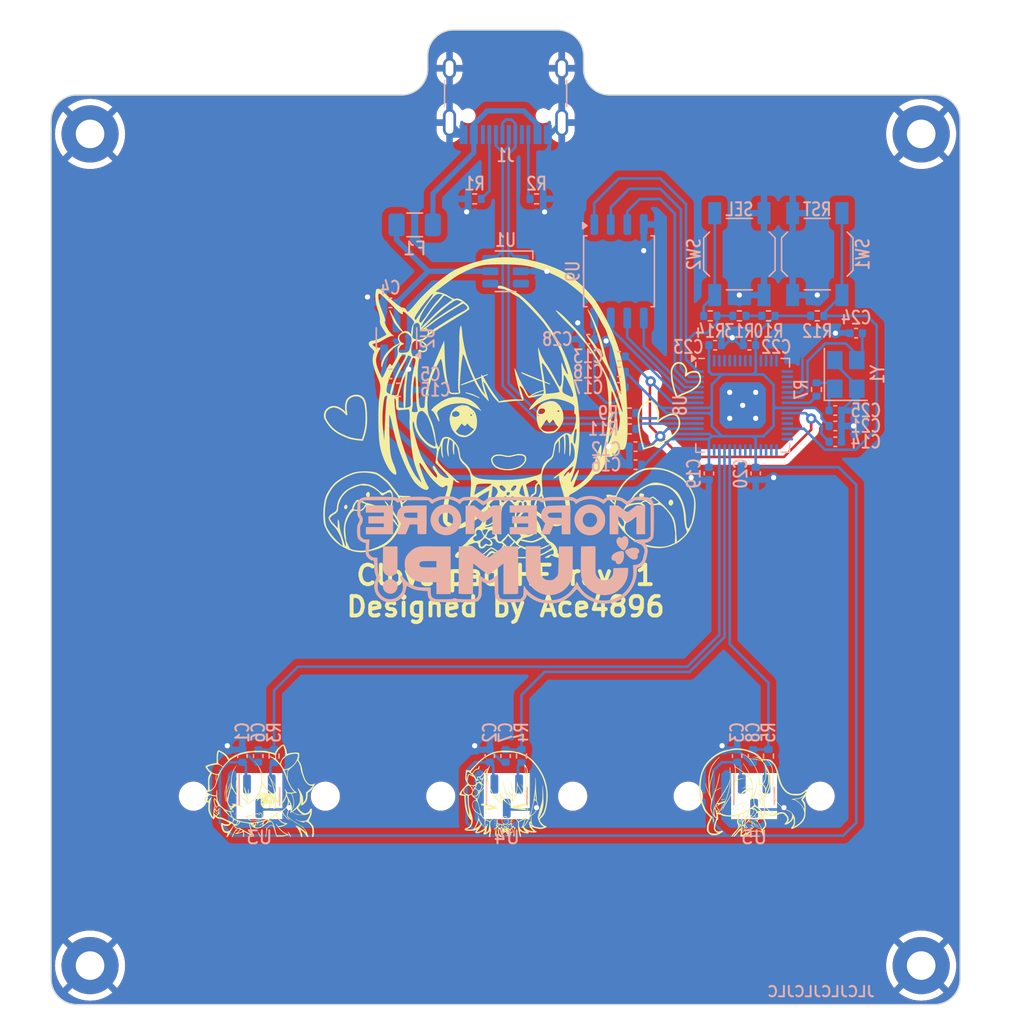
<source format=kicad_pcb>
(kicad_pcb (version 20240108) (generator "pcbnew") (generator_version "8.0")
  (title_block (title "Cloverpad HE") (rev "1"))
  (layers (0 "F.Cu" signal) (31 "B.Cu" signal) (34 "B.Paste" user) (35 "F.Paste" user) (36 "B.SilkS" user "B.Silkscreen") (37 "F.SilkS" user "F.Silkscreen") (38 "B.Mask" user) (39 "F.Mask" user) (44 "Edge.Cuts" user))
  (net 0 "")
  (net 1 "+3V3")
  (net 2 "GND")
  (net 3 "+5V")
  (net 4 "HS0")
  (net 5 "HS1")
  (net 6 "HS2")
  (net 7 "+1V1")
  (net 8 "XIN")
  (net 9 "Net-(C25-Pad2)")
  (net 12 "VBUS")
  (net 13 "Net-(J1-CC1)")
  (net 14 "D+")
  (net 15 "D-")
  (net 17 "Net-(J1-CC2)")
  (net 19 "Net-(U8-USB_DP)")
  (net 20 "Net-(U3-OUT)")
  (net 21 "Net-(U4-OUT)")
  (net 22 "Net-(U5-OUT)")
  (net 23 "Net-(R10-Pad2)")
  (net 24 "XOUT")
  (net 25 "Net-(U8-USB_DM)")
  (net 26 "Net-(R14-Pad1)")
  (net 27 "RESET")
  (net 28 "Q_SEL")
  (net 58 "Q_IO3")
  (net 59 "Q_CLK")
  (net 60 "Q_IO0")
  (net 61 "Q_IO2")
  (net 62 "Q_IO1")
  (footprint "MountingHole:MountingHole_2.2mm_M2_Pad" (layer "F.Cu") (at 28.8 28.8)
    (property "Reference" "H1" (hide yes))
    (property "Value" "MountingHole_Pad")
  )
  (footprint "MountingHole:MountingHole_2.2mm_M2_Pad" (layer "F.Cu") (at 92.8 28.8)
    (property "Reference" "H2" (hide yes))
    (property "Value" "MountingHole_Pad")
  )
  (footprint "MountingHole:MountingHole_2.2mm_M2_Pad" (layer "F.Cu") (at 28.8 92.8)
    (property "Reference" "H3" (hide yes))
    (property "Value" "MountingHole_Pad")
  )
  (footprint "MountingHole:MountingHole_2.2mm_M2_Pad" (layer "F.Cu") (at 92.8 92.8)
    (property "Reference" "H4" (hide yes))
    (property "Value" "MountingHole_Pad")
  )
  (footprint "Package_SO:SOIC-8_5.23x5.23mm_P1.27mm" (layer "B.Cu") (at 69.53125 39.36875 -90)
    (property "Reference" "U9")
    (property "Value" "W25Q128JVS")
  )
  (footprint "Capacitor_SMD:C_0402_1005Metric" (layer "B.Cu") (at 59.579995 76.675 90)
    (property "Reference" "C2")
    (property "Value" "C_Small")
  )
  (footprint "Fuse:Fuse_1206_3216Metric" (layer "B.Cu") (at 53.8 35.8)
    (property "Reference" "F1")
    (property "Value" "Polyfuse_Small")
  )
  (footprint "Custom:KS-20-1U-DRV5056" (layer "B.Cu") (at 60.8875 79.7625 180)
    (property "Reference" "U4")
    (property "Value" "DRV5056AxxDBZxQ1" (hide yes))
  )
  (footprint "Resistor_SMD:R_0402_1005Metric" (layer "B.Cu") (at 76.559358 42.8)
    (property "Reference" "R14")
    (property "Value" "R_Small")
  )
  (footprint "Capacitor_SMD:C_0402_1005Metric" (layer "B.Cu") (at 70.805 52.8625 180)
    (property "Reference" "C12")
    (property "Value" "C_Small")
  )
  (footprint "Capacitor_SMD:C_0402_1005Metric" (layer "B.Cu") (at 80.05625 54.93 -90)
    (property "Reference" "C20")
    (property "Value" "C_Small")
  )
  (footprint "Capacitor_SMD:C_0402_1005Metric" (layer "B.Cu") (at 70.805 54.251557 180)
    (property "Reference" "C16")
    (property "Value" "C_Small")
  )
  (footprint "Capacitor_SMD:C_0603_1608Metric" (layer "B.Cu") (at 52.54375 48.49375)
    (property "Reference" "C15")
    (property "Value" "C_Small")
  )
  (footprint "Capacitor_SMD:C_0402_1005Metric" (layer "B.Cu") (at 86.190543 50.084366 180)
    (property "Reference" "C25")
    (property "Value" "C_Small")
  )
  (footprint "Capacitor_SMD:C_0402_1005Metric" (layer "B.Cu") (at 79.57625 45.061382 180)
    (property "Reference" "C22")
    (property "Value" "C_Small")
  )
  (footprint "Resistor_SMD:R_0402_1005Metric" (layer "B.Cu") (at 84.8 42.8)
    (property "Reference" "R12")
    (property "Value" "R_Small")
  )
  (footprint "Resistor_SMD:R_0402_1005Metric" (layer "B.Cu") (at 58.41875 33.8 180)
    (property "Reference" "R1")
    (property "Value" "R_Small")
  )
  (footprint "Crystal:Crystal_SMD_3225-4Pin_3.2x2.5mm" (layer "B.Cu") (at 86.99375 47.30625 90)
    (property "Reference" "Y1")
    (property "Value" "Crystal_GND24")
  )
  (footprint "Capacitor_SMD:C_0402_1005Metric" (layer "B.Cu") (at 69.53125 48.298427 180)
    (property "Reference" "C17")
    (property "Value" "C_Small")
  )
  (footprint "Package_TO_SOT_SMD:SOT-23-3" (layer "B.Cu") (at 52.4 44.525 90)
    (property "Reference" "U2")
    (property "Value" "XC6206PxxxMR")
  )
  (footprint "Capacitor_SMD:C_0402_1005Metric" (layer "B.Cu") (at 41.75 76.675 90)
    (property "Reference" "C6")
    (property "Value" "C_Small")
  )
  (footprint "Resistor_SMD:R_0402_1005Metric" (layer "B.Cu") (at 42.970005 76.675 90)
    (property "Reference" "R3")
    (property "Value" "R_Small")
  )
  (footprint "PCM_marbastlib-various:SOT-23-6-routable" (layer "B.Cu") (at 60.8 39.36875 180)
    (property "Reference" "U1")
    (property "Value" "SRV05-4")
  )
  (footprint "Capacitor_SMD:C_0402_1005Metric" (layer "B.Cu") (at 67.152335 44.59375 180)
    (property "Reference" "C28")
    (property "Value" "C_Small")
  )
  (footprint "Capacitor_SMD:C_0402_1005Metric" (layer "B.Cu") (at 60.8 76.675 90)
    (property "Reference" "C7")
    (property "Value" "C_Small")
  )
  (footprint "Capacitor_SMD:C_0402_1005Metric" (layer "B.Cu") (at 69.53125 47.107801 180)
    (property "Reference" "C18")
    (property "Value" "C_Small")
  )
  (footprint "Capacitor_SMD:C_0402_1005Metric" (layer "B.Cu") (at 69.53125 45.917175 180)
    (property "Reference" "C13")
    (property "Value" "C_Small")
  )
  (footprint "Capacitor_SMD:C_0402_1005Metric" (layer "B.Cu") (at 76.45625 54.93 -90)
    (property "Reference" "C19")
    (property "Value" "C_Small")
  )
  (footprint "Button_Switch_SMD:SW_SPST_TL3342" (layer "B.Cu") (at 78.8 38.05 90)
    (property "Reference" "SW2")
    (property "Value" "SW_Push")
  )
  (footprint "Resistor_SMD:R_0402_1005Metric" (layer "B.Cu") (at 70.325 50.277929)
    (property "Reference" "R9")
    (property "Value" "R_Small")
  )
  (footprint "Capacitor_SMD:C_0402_1005Metric" (layer "B.Cu") (at 51.922768 41.8 180)
    (property "Reference" "C4")
    (property "Value" "C_Small")
  )
  (footprint "Resistor_SMD:R_0402_1005Metric" (layer "B.Cu") (at 78.8 42.8 180)
    (property "Reference" "R13")
    (property "Value" "R_Small")
  )
  (footprint "Resistor_SMD:R_0402_1005Metric" (layer "B.Cu") (at 81.040642 42.8 180)
    (property "Reference" "R10")
    (property "Value" "R_Small")
  )
  (footprint "Button_Switch_SMD:SW_SPST_TL3342" (layer "B.Cu") (at 84.8 38.05 -90)
    (property "Reference" "SW1")
    (property "Value" "SW_Push")
  )
  (footprint "Capacitor_SMD:C_0402_1005Metric" (layer "B.Cu") (at 76.93625 45.061382)
    (property "Reference" "C23")
    (property "Value" "C_Small")
  )
  (footprint "Capacitor_SMD:C_0402_1005Metric" (layer "B.Cu") (at 87.7875 44.13125)
    (property "Reference" "C24")
    (property "Value" "C_Small")
  )
  (footprint "Capacitor_SMD:C_0402_1005Metric" (layer "B.Cu") (at 40.529995 76.675 90)
    (property "Reference" "C1")
    (property "Value" "C_Small")
  )
  (footprint "Resistor_SMD:R_0402_1005Metric" (layer "B.Cu") (at 63.18125 33.8)
    (property "Reference" "R2")
    (property "Value" "R_Small")
  )
  (footprint "PCM_marbastlib-various:USB_C_Receptacle_HRO_TYPE-C-31-M-12" (layer "B.Cu") (at 60.8 24.8)
    (property "Reference" "J1")
    (property "Value" "USB_C_Receptacle_USB2.0_16P")
  )
  (footprint "Resistor_SMD:R_0402_1005Metric" (layer "B.Cu") (at 84.737261 48.46792 -90)
    (property "Reference" "R7")
    (property "Value" "R_Small")
  )
  (footprint "Capacitor_SMD:C_0402_1005Metric" (layer "B.Cu") (at 86.190543 51.274992)
    (property "Reference" "C21")
    (property "Value" "C_Small")
  )
  (footprint "Capacitor_SMD:C_0402_1005Metric" (layer "B.Cu") (at 86.190543 52.490618)
    (property "Reference" "C14")
    (property "Value" "C_Small")
  )
  (footprint "Package_DFN_QFN:QFN-56-1EP_7x7mm_P0.4mm_EP3.2x3.2mm" (layer "B.Cu") (at 79.05625 49.6875 -90)
    (property "Reference" "U8")
    (property "Value" "RP2040")
  )
  (footprint "Resistor_SMD:R_0402_1005Metric" (layer "B.Cu") (at 70.325 51.503222)
    (property "Reference" "R11")
    (property "Value" "R_Small")
  )
  (footprint "Custom:KS-20-1U-DRV5056" (layer "B.Cu") (at 41.837484 79.7625 180)
    (property "Reference" "U3")
    (property "Value" "DRV5056AxxDBZxQ1" (hide yes))
  )
  (footprint "Resistor_SMD:R_0402_1005Metric" (layer "B.Cu") (at 62.020005 76.675 90)
    (property "Reference" "R4")
    (property "Value" "R_Small")
  )
  (footprint "Capacitor_SMD:C_0402_1005Metric" (layer "B.Cu") (at 78.630011 76.675012 90)
    (property "Reference" "C3")
    (property "Value" "C_Small")
  )
  (footprint "Custom:KS-20-1U-DRV5056" (layer "B.Cu") (at 79.937516 79.7625 180)
    (property "Reference" "U5")
    (property "Value" "DRV5056AxxDBZxQ1" (hide yes))
  )
  (footprint "Resistor_SMD:R_0402_1005Metric" (layer "B.Cu") (at 81.040642 76.675012 90)
    (property "Reference" "R5")
    (property "Value" "R_Small")
  )
  (footprint "Capacitor_SMD:C_0402_1005Metric" (layer "B.Cu") (at 51.932008 47.267151)
    (property "Reference" "C5")
    (property "Value" "C_Small")
  )
  (footprint "Capacitor_SMD:C_0402_1005Metric" (layer "B.Cu") (at 79.850016 76.675 90)
    (property "Reference" "C8")
    (property "Value" "C_Small")
  )
  (gr_poly (pts (xy 69.734579 60.891895) (xy 69.715594 60.893066) (xy 69.673914 60.897638) (xy 69.627047 60.904987) (xy 69.574702 60.914877) (xy 69.502029 60.931361) (xy 69.432974 60.950826) (xy 69.367725 60.973127) (xy 69.306469 60.99812) (xy 69.249393 61.025659) (xy 69.196685 61.0556) (xy 69.148531 61.087799) (xy 69.10512 61.12211) (xy 69.066639 61.15839) (xy 69.033275 61.196492) (xy 69.01857 61.216182) (xy 69.005215 61.236274) (xy 68.993233 61.256749) (xy 68.982647 61.277589) (xy 68.973481 61.298777) (xy 68.965758 61.320294) (xy 68.959501 61.342122) (xy 68.954735 61.364243) (xy 68.951482 61.386639) (xy 68.949766 61.409292) (xy 68.949611 61.432183) (xy 68.951039 61.455296) (xy 68.952289 61.465316) (xy 68.954093 61.475218) (xy 68.956427 61.48499) (xy 68.959269 61.494617) (xy 68.962596 61.504086) (xy 68.966385 61.513385) (xy 68.970615 61.5225) (xy 68.975261 61.531417) (xy 68.980302 61.540124) (xy 68.985716 61.548607) (xy 68.991478 61.556853) (xy 68.997567 61.564848) (xy 69.010635 61.580034) (xy 69.024738 61.594058) (xy 69.039696 61.606815) (xy 69.055326 61.618198) (xy 69.071449 61.628101) (xy 69.087883 61.636417) (xy 69.09616 61.639947) (xy 69.104447 61.64304) (xy 69.112721 61.645684) (xy 69.12096 61.647865) (xy 69.129141 61.649569) (xy 69.137241 61.650784) (xy 69.145238 61.651496) (xy 69.153109 61.651691) (xy 69.175572 61.651726) (xy 69.194819 61.652292) (xy 69.211135 61.653463) (xy 69.218285 61.654299) (xy 69.224809 61.655314) (xy 69.230744 61.656516) (xy 69.236125 61.657916) (xy 69.240988 61.659523) (xy 69.24537 61.661345) (xy 69.249305 61.663392) (xy 69.25283 61.665673) (xy 69.255979 61.668197) (xy 69.25879 61.670974) (xy 69.261298 61.674012) (xy 69.263539 61.677322) (xy 69.265547 61.680911) (xy 69.26736 61.68479) (xy 69.270542 61.693452) (xy 69.273369 61.703381) (xy 69.279105 61.727335) (xy 69.282587 61.741507) (xy 69.286859 61.757241) (xy 69.290801 61.769586) (xy 69.295699 61.782299) (xy 69.301624 61.795239) (xy 69.308648 61.808264) (xy 69.316843 61.821234) (xy 69.326278 61.834006) (xy 69.331484 61.840274) (xy 69.337027 61.84644) (xy 69.342916 61.852486) (xy 69.34916 61.858394) (xy 69.355768 61.864147) (xy 69.362749 61.869727) (xy 69.370112 61.875117) (xy 69.377866 61.880298) (xy 69.386019 61.885253) (xy 69.394581 61.889965) (xy 69.40356 61.894415) (xy 69.412966 61.898586) (xy 69.422807 61.902461) (xy 69.433092 61.906021) (xy 69.443831 61.90925) (xy 69.455032 61.912128) (xy 69.466704 61.91464) (xy 69.478856 61.916766) (xy 69.491497 61.91849) (xy 69.504636 61.919793) (xy 69.509673 61.919996) (xy 69.515068 61.919826) (xy 69.526839 61.918412) (xy 69.53977 61.915648) (xy 69.553682 61.911631) (xy 69.568396 61.906456) (xy 69.583733 61.90022) (xy 69.599513 61.89302) (xy 69.615559 61.884951) (xy 69.63169 61.876111) (xy 69.647729 61.866595) (xy 69.663495 61.856499) (xy 69.67881 61.845921) (xy 69.693496 61.834956) (xy 69.707372 61.823701) (xy 69.72026 61.812252) (xy 69.731982 61.800705) (xy 69.755732 61.774495) (xy 69.777696 61.747259) (xy 69.797907 61.718882) (xy 69.816401 61.689249) (xy 69.833214 61.658243) (xy 69.84838 61.625751) (xy 69.861934 61.591655) (xy 69.873912 61.555842) (xy 69.88435 61.518196) (xy 69.893281 61.478602) (xy 69.900742 61.436943) (xy 69.906768 61.393106) (xy 69.911393 61.346974) (xy 69.914653 61.298432) (xy 69.916583 61.247366) (xy 69.917219 61.193659) (xy 69.916606 61.140665) (xy 69.914572 61.093515) (xy 69.910829 61.051972) (xy 69.908226 61.03323) (xy 69.905086 61.015801) (xy 69.901374 60.999656) (xy 69.897053 60.984766) (xy 69.892088 60.971101) (xy 69.886442 60.958631) (xy 69.880078 60.947327) (xy 69.872961 60.937159) (xy 69.865054 60.928099) (xy 69.856321 60.920116) (xy 69.846726 60.913182) (xy 69.836232 60.907265) (xy 69.824804 60.902338) (xy 69.812405 60.898371) (xy 69.798999 60.895333) (xy 69.78455 60.893197) (xy 69.769021 60.891931) (xy 69.752376 60.891507)) (fill solid) (layer "B.SilkS"))
  (gr_poly (pts (xy 61.106594 57.944084) (xy 62.535345 57.944084) (xy 62.535345 58.221896) (xy 61.305032 58.221896) (xy 61.305032 58.777521) (xy 62.535345 58.777521) (xy 62.535345 59.055334) (xy 61.106594 59.055334) (xy 61.106594 59.610959) (xy 63.210032 59.610959) (xy 63.210032 57.388459) (xy 61.106594 57.388459)) (fill solid) (layer "B.SilkS"))
  (gr_poly (pts (xy 62.345518 61.515959) (xy 62.345779 61.932384) (xy 62.350987 62.293087) (xy 62.3556 62.44512) (xy 62.361635 62.574318) (xy 62.369154 62.677709) (xy 62.378218 62.752328) (xy 62.397239 62.850084) (xy 62.421301 62.945642) (xy 62.450233 63.038889) (xy 62.483861 63.129712) (xy 62.522015 63.217999) (xy 62.564522 63.303637) (xy 62.611211 63.386513) (xy 62.661909 63.466514) (xy 62.716446 63.543529) (xy 62.774648 63.617443) (xy 62.836344 63.688146) (xy 62.901362 63.755523) (xy 62.96953 63.819462) (xy 63.040677 63.879851) (xy 63.114629 63.936577) (xy 63.191217 63.989526) (xy 63.270267 64.038588) (xy 63.351607 64.083648) (xy 63.435067 64.124595) (xy 63.520473 64.161315) (xy 63.607654 64.193696) (xy 63.696438 64.221625) (xy 63.786654 64.244989) (xy 63.878128 64.263677) (xy 63.97069 64.277574) (xy 64.064168 64.286569) (xy 64.158389 64.290549) (xy 64.253182 64.289401) (xy 64.348374 64.283013) (xy 64.443794 64.271271) (xy 64.539271 64.254063) (xy 64.634631 64.231277) (xy 64.634629 64.231277) (xy 64.730595 64.202711) (xy 64.823981 64.16935) (xy 64.914707 64.131261) (xy 65.002698 64.088507) (xy 65.087875 64.041156) (xy 65.170161 63.989271) (xy 65.249477 63.93292) (xy 65.325746 63.872166) (xy 65.39889 63.807077) (xy 65.468831 63.737717) (xy 65.535492 63.664151) (xy 65.598795 63.586446) (xy 65.658662 63.504666) (xy 65.715016 63.418878) (xy 65.767778 63.329147) (xy 65.81687 63.235537) (xy 65.828796 63.20949) (xy 65.841869 63.179651) (xy 65.858054 63.141017) (xy 65.876128 63.095403) (xy 65.885492 63.070544) (xy 65.89487 63.044619) (xy 65.904109 63.017856) (xy 65.913056 62.990481) (xy 65.92156 62.962719) (xy 65.929467 62.934798) (xy 65.935778 62.899633) (xy 65.941371 62.845487) (xy 65.950576 62.691983) (xy 65.957424 62.497742) (xy 65.962258 62.286219) (xy 65.968313 61.736432) (xy 65.968313 60.543615) (xy 64.896751 60.543615) (xy 64.876527 61.595334) (xy 64.864938 62.044639) (xy 64.849679 62.394778) (xy 64.840901 62.528654) (xy 64.831479 62.63293) (xy 64.821505 62.706003) (xy 64.816339 62.730338) (xy 64.811069 62.746271) (xy 64.800107 62.767862) (xy 64.786451 62.790662) (xy 64.770352 62.814425) (xy 64.752059 62.838904) (xy 64.731825 62.863851) (xy 64.709901 62.88902) (xy 64.686536 62.914164) (xy 64.661983 62.939037) (xy 64.636492 62.963391) (xy 64.610314 62.986979) (xy 64.5837 63.009555) (xy 64.556901 63.030872) (xy 64.530168 63.050682) (xy 64.503752 63.06874) (xy 64.477904 63.084798) (xy 64.452876 63.098609) (xy 64.428357 63.109346) (xy 64.399977 63.11852) (xy 64.368222 63.12614) (xy 64.333575 63.132214) (xy 64.296522 63.136752) (xy 64.257548 63.139762) (xy 64.217138 63.141254) (xy 64.175776 63.141237) (xy 64.133948 63.139718) (xy 64.092139 63.136708) (xy 64.050833 63.132216) (xy 64.010516 63.12625) (xy 63.971673 63.118818) (xy 63.934788 63.109932) (xy 63.900346 63.099598) (xy 63.868833 63.087826) (xy 63.854753 63.081413) (xy 63.839903 63.073654) (xy 63.82441 63.064655) (xy 63.8084 63.054521) (xy 63.792001 63.043356) (xy 63.775339 63.031266) (xy 63.758539 63.018357) (xy 63.741729 63.004733) (xy 63.725036 62.9905) (xy 63.708585 62.975763) (xy 63.692503 62.960626) (xy 63.676917 62.945196) (xy 63.661953 62.929577) (xy 63.647739 62.913875) (xy 63.634399 62.898195) (xy 63.622061 62.882642) (xy 63.507689 62.732778) (xy 63.495974 61.648425) (xy 63.492671 61.225172) (xy 63.492553 60.929863) (xy 63.495327 60.525411) (xy 63.333254 60.523629) (xy 63.19938 60.522985) (xy 62.836281 60.522279) (xy 62.350188 60.520652)) (fill solid) (layer "B.SilkS"))
  (gr_poly (pts (xy 51.351392 61.41674) (xy 51.348285 61.739512) (xy 51.349795 61.995117) (xy 51.352752 62.100896) (xy 51.357427 62.193678) (xy 51.36401 62.274729) (xy 51.372688 62.345315) (xy 51.38365 62.4067) (xy 51.397084 62.460149) (xy 51.413179 62.506929) (xy 51.432122 62.548303) (xy 51.454101 62.585537) (xy 51.479306 62.619896) (xy 51.507924 62.652646) (xy 51.540144 62.685051) (xy 51.555565 62.699038) (xy 51.571849 62.712305) (xy 51.588943 62.724847) (xy 51.606796 62.736659) (xy 51.625356 62.747736) (xy 51.644571 62.758074) (xy 51.684759 62.776507) (xy 51.726946 62.791919) (xy 51.770718 62.804269) (xy 51.815662 62.813515) (xy 51.861362 62.819618) (xy 51.907405 62.822536) (xy 51.953377 62.822229) (xy 51.998863 62.818656) (xy 52.04345 62.811776) (xy 52.086723 62.801549) (xy 52.107737 62.795167) (xy 52.128268 62.787934) (xy 52.148263 62.779843) (xy 52.16767 62.770889) (xy 52.186439 62.761069) (xy 52.204517 62.750376) (xy 52.204517 62.750375) (xy 52.251031 62.720612) (xy 52.272138 62.706401) (xy 52.291874 62.692352) (xy 52.310285 62.678252) (xy 52.327416 62.663888) (xy 52.343313 62.649045) (xy 52.358024 62.633511) (xy 52.371592 62.617071) (xy 52.384066 62.599512) (xy 52.39549 62.580622) (xy 52.405911 62.560185) (xy 52.415375 62.537988) (xy 52.423928 62.513819) (xy 52.431615 62.487463) (xy 52.438484 62.458707) (xy 52.44458 62.427338) (xy 52.449948 62.393142) (xy 52.454636 62.355904) (xy 52.458689 62.315413) (xy 52.462153 62.271454) (xy 52.465074 62.223814) (xy 52.467499 62.172279) (xy 52.469472 62.116635) (xy 52.472252 61.99217) (xy 52.473782 61.848708) (xy 52.474429 61.684542) (xy 52.474563 61.497965) (xy 52.474563 60.543615) (xy 51.363314 60.543615)) (fill solid) (layer "B.SilkS"))
  (gr_poly (pts (xy 67.199217 56.66247) (xy 67.094046 56.66944) (xy 66.989735 56.681411) (xy 66.886928 56.698386) (xy 66.786269 56.720369) (xy 66.688402 56.747364) (xy 66.59397 56.779372) (xy 66.503618 56.816398) (xy 66.278458 56.917444) (xy 66.103542 56.82553) (xy 66.073106 56.809845) (xy 66.044243 56.796054) (xy 66.029928 56.789831) (xy 66.015438 56.784037) (xy 66.000583 56.778656) (xy 65.985174 56.773674) (xy 65.96902 56.769075) (xy 65.951934 56.764844) (xy 65.933724 56.760967) (xy 65.914202 56.757428) (xy 65.893179 56.754212) (xy 65.870463 56.751304) (xy 65.845867 56.74869) (xy 65.8192 56.746353) (xy 65.758896 56.742455) (xy 65.688036 56.739488) (xy 65.605104 56.737333) (xy 65.508582 56.73587) (xy 65.396955 56.734978) (xy 65.268707 56.734537) (xy 64.956282 56.734527) (xy 64.46364 56.737624) (xy 64.284012 56.741574) (xy 64.141004 56.747566) (xy 64.02873 56.75593) (xy 63.941309 56.766999) (xy 63.872857 56.781103) (xy 63.817492 56.798572) (xy 63.789736 56.808945) (xy 63.764574 56.817897) (xy 63.741541 56.825411) (xy 63.72017 56.831473) (xy 63.699996 56.836065) (xy 63.680553 56.839172) (xy 63.670961 56.840164) (xy 63.661377 56.840778) (xy 63.651743 56.841013) (xy 63.642 56.840866) (xy 63.632092 56.840337) (xy 63.621958 56.839421) (xy 63.600785 56.836427) (xy 63.578015 56.831867) (xy 63.553183 56.825726) (xy 63.525823 56.817988) (xy 63.495469 56.808636) (xy 63.423918 56.785027) (xy 63.385483 56.772476) (xy 63.348097 56.761437) (xy 63.310201 56.751849) (xy 63.270239 56.74365) (xy 63.226651 56.736778) (xy 63.177881 56.731172) (xy 63.12237 56.726771) (xy 63.05856 56.723512) (xy 62.984894 56.721335) (xy 62.899814 56.720177) (xy 62.801762 56.719977) (xy 62.68918 56.720673) (xy 62.414195 56.724508) (xy 62.062396 56.731188) (xy 61.185452 56.74432) (xy 60.859708 56.745982) (xy 60.670032 56.743821) (xy 60.45132 56.736832) (xy 60.249272 56.733705) (xy 60.066248 56.734344) (xy 59.90461 56.738651) (xy 59.766715 56.746533) (xy 59.654925 56.757891) (xy 59.609556 56.764844) (xy 59.571598 56.772631) (xy 59.541346 56.781239) (xy 59.519095 56.790656) (xy 59.496024 56.803898) (xy 59.46843 56.821011) (xy 59.437353 56.84128) (xy 59.403828 56.863991) (xy 59.368896 56.888428) (xy 59.333593 56.913877) (xy 59.298958 56.939622) (xy 59.266029 56.964949) (xy 59.2409 56.984508) (xy 59.21835 57.00166) (xy 59.198108 57.016475) (xy 59.179903 57.029026) (xy 59.163464 57.039382) (xy 59.148521 57.047615) (xy 59.141525 57.050956) (xy 59.134802 57.053794) (xy 59.128317 57.056135) (xy 59.122037 57.05799) (xy 59.115928 57.059366) (xy 59.109955 57.060274) (xy 59.104086 57.060721) (xy 59.098286 57.060717) (xy 59.092521 57.06027) (xy 59.086758 57.059389) (xy 59.080962 57.058083) (xy 59.0751 57.056361) (xy 59.069138 57.054231) (xy 59.063043 57.051703) (xy 59.050314 57.045487) (xy 59.036643 57.037782) (xy 59.02176 57.02866) (xy 58.857666 56.925025) (xy 58.791487 56.88379) (xy 58.73357 56.848907) (xy 58.682178 56.819848) (xy 58.635574 56.796085) (xy 58.59202 56.77709) (xy 58.549779 56.762336) (xy 58.507114 56.751294) (xy 58.462288 56.743437) (xy 58.413563 56.738236) (xy 58.359203 56.735165) (xy 58.297469 56.733695) (xy 58.226625 56.733299) (xy 58.050657 56.733615) (xy 57.898783 56.734155) (xy 57.77797 56.736318) (xy 57.682544 56.740922) (xy 57.64258 56.744395) (xy 57.606837 56.748784) (xy 57.574605 56.754193) (xy 57.545175 56.760723) (xy 57.51784 56.768476) (xy 57.491889 56.777555) (xy 57.466615 56.788062) (xy 57.441308 56.800099) (xy 57.387759 56.82917) (xy 57.220955 56.924725) (xy 56.971041 56.809327) (xy 56.928994 56.790122) (xy 56.890491 56.773167) (xy 56.854606 56.758323) (xy 56.820414 56.745449) (xy 56.786989 56.734407) (xy 56.753405 56.725057) (xy 56.718737 56.717259) (xy 56.682059 56.710875) (xy 56.642445 56.705764) (xy 56.598969 56.701787) (xy 56.550707 56.698804) (xy 56.496732 56.696677) (xy 56.436118 56.695265) (xy 56.36794 56.694429) (xy 56.205188 56.693928) (xy 56.040511 56.694387) (xy 55.91096 56.696588) (xy 55.856902 56.698726) (xy 55.808678 56.701763) (xy 55.765307 56.705852) (xy 55.725806 56.711147) (xy 55.689194 56.717803) (xy 55.654488 56.725974) (xy 55.620707 56.735814) (xy 55.586867 56.747478) (xy 55.551987 56.761118) (xy 55.515084 56.776891) (xy 55.431283 56.815448) (xy 55.173314 56.936969) (xy 55.042327 56.84782) (xy 55.007343 56.825883) (xy 54.969658 56.806196) (xy 54.949531 56.797171) (xy 54.928404 56.788679) (xy 54.882713 56.773253) (xy 54.831716 56.759838) (xy 54.774545 56.748355) (xy 54.710331 56.738724) (xy 54.638207 56.730864) (xy 54.557302 56.724698) (xy 54.46675 56.720145) (xy 54.365682 56.717125) (xy 54.253228 56.715559) (xy 54.128522 56.715367) (xy 53.990694 56.71647) (xy 53.6722 56.722243) (xy 53.454427 56.727901) (xy 53.273024 56.734248) (xy 53.123829 56.741656) (xy 53.002679 56.750495) (xy 52.905411 56.761137) (xy 52.827862 56.773954) (xy 52.765871 56.789316) (xy 52.715274 56.807595) (xy 52.689135 56.818697) (xy 52.665686 56.828312) (xy 52.644566 56.836438) (xy 52.625413 56.84307) (xy 52.607867 56.848207) (xy 52.591567 56.851845) (xy 52.583771 56.853101) (xy 52.576151 56.853981) (xy 52.568662 56.854485) (xy 52.561259 56.854612) (xy 52.553896 56.854362) (xy 52.546528 56.853735) (xy 52.539111 56.85273) (xy 52.531599 56.851348) (xy 52.516109 56.847446) (xy 52.499698 56.842028) (xy 52.482004 56.83509) (xy 52.462667 56.826629) (xy 52.441325 56.816642) (xy 52.417617 56.805126) (xy 52.394336 56.794581) (xy 52.369005 56.785057) (xy 52.340713 56.776484) (xy 52.308548 56.768795) (xy 52.2716 56.761921) (xy 52.228957 56.755795) (xy 52.179707 56.750348) (xy 52.122939 56.745512) (xy 52.057743 56.741219) (xy 51.983207 56.737399) (xy 51.898419 56.733987) (xy 51.802468 56.730912) (xy 51.573432 56.725503) (xy 51.288809 56.720628) (xy 50.812297 56.715441) (xy 50.437232 56.71788) (xy 50.28297 56.722804) (xy 50.148342 56.730649) (xy 50.031439 56.741753) (xy 49.930353 56.756453) (xy 49.843174 56.775088) (xy 49.767993 56.797996) (xy 49.702901 56.825515) (xy 49.645989 56.857983) (xy 49.595349 56.895738) (xy 49.54907 56.939117) (xy 49.505243 56.98846) (xy 49.461961 57.044104) (xy 49.448815 57.062571) (xy 49.437115 57.080876) (xy 49.431782 57.09016) (xy 49.426778 57.099635) (xy 49.422096 57.109378) (xy 49.417722 57.119466) (xy 49.413649 57.129977) (xy 49.409865 57.140987) (xy 49.406359 57.152575) (xy 49.403123 57.164816) (xy 49.400144 57.177788) (xy 49.397414 57.191569) (xy 49.394922 57.206235) (xy 49.392657 57.221864) (xy 49.388768 57.256319) (xy 49.385665 57.295552) (xy 49.383265 57.34018) (xy 49.381487 57.39082) (xy 49.380247 57.44809) (xy 49.379464 57.512608) (xy 49.378936 57.665857) (xy 49.379422 57.822305) (xy 49.3814 57.945565) (xy 49.385649 58.041141) (xy 49.388868 58.080267) (xy 49.392948 58.114535) (xy 49.397985 58.144633) (xy 49.404077 58.171249) (xy 49.41132 58.195071) (xy 49.419814 58.216786) (xy 49.429654 58.237083) (xy 49.440939 58.256649) (xy 49.468232 58.29634) (xy 49.488139 58.324108) (xy 49.505348 58.350179) (xy 49.512938 58.362699) (xy 49.51985 58.37494) (xy 49.526083 58.386952) (xy 49.531636 58.398781) (xy 49.536508 58.410478) (xy 49.540698 58.42209) (xy 49.544205 58.433667) (xy 49.547028 58.445256) (xy 49.549165 58.456906) (xy 49.550616 58.468666) (xy 49.55138 58.480584) (xy 49.551455 58.49271) (xy 49.55084 58.505091) (xy 49.549535 58.517775) (xy 49.547538 58.530813) (xy 49.544848 58.544251) (xy 49.541465 58.55814) (xy 49.537386 58.572526) (xy 49.532612 58.58746) (xy 49.52714 58.602989) (xy 49.514102 58.636027) (xy 49.498262 58.67203) (xy 49.479613 58.711385) (xy 49.458146 58.754482) (xy 49.442908 58.785193) (xy 49.429279 58.814307) (xy 49.417175 58.842337) (xy 49.406507 58.869794) (xy 49.39719 58.897192) (xy 49.389137 58.925042) (xy 49.382261 58.953857) (xy 49.376476 58.98415) (xy 49.371696 59.016432) (xy 49.367834 59.051215) (xy 49.364803 59.089013) (xy 49.362517 59.130338) (xy 49.36089 59.175701) (xy 49.359835 59.225616) (xy 49.359095 59.341147) (xy 49.360055 59.429402) (xy 49.36287 59.512933) (xy 49.367442 59.590798) (xy 49.373673 59.662053) (xy 49.381465 59.725757) (xy 49.390721 59.780966) (xy 49.401342 59.826739) (xy 49.407133 59.845793) (xy 49.41323 59.862134) (xy 49.420251 59.878043) (xy 49.427983 59.893884) (xy 49.44549 59.925288) (xy 49.465576 59.956201) (xy 49.488066 59.986479) (xy 49.512783 60.015977) (xy 49.539552 60.044551) (xy 49.568199 60.072057) (xy 49.598548 60.09835) (xy 49.630423 60.123287) (xy 49.663649 60.146722) (xy 49.69805 60.168511) (xy 49.733452 60.188509) (xy 49.769679 60.206574) (xy 49.806556 60.222559) (xy 49.843907 60.236321) (xy 49.881556 60.247716) (xy 50.043222 60.291248) (xy 50.025223 60.655556) (xy 50.022358 60.731573) (xy 50.021139 60.807971) (xy 50.021487 60.882686) (xy 50.023325 60.953653) (xy 50.026578 61.018809) (xy 50.031166 61.07609) (xy 50.037014 61.123432) (xy 50.040386 61.142731) (xy 50.044044 61.158771) (xy 50.050313 61.180059) (xy 50.057829 61.201433) (xy 50.066534 61.222845) (xy 50.076373 61.244244) (xy 50.099226 61.286803) (xy 50.125934 61.328709) (xy 50.156044 61.369562) (xy 50.189105 61.408963) (xy 50.224663 61.446511) (xy 50.262267 61.481806) (xy 50.301465 61.514447) (xy 50.341802 61.544035) (xy 50.382828 61.570169) (xy 50.424089 61.592449) (xy 50.444666 61.602018) (xy 50.465133 61.610474) (xy 50.485433 61.617766) (xy 50.505508 61.623845) (xy 50.525303 61.628659) (xy 50.544762 61.63216) (xy 50.563826 61.634298) (xy 50.582441 61.635021) (xy 50.588797 61.635146) (xy 50.594806 61.635558) (xy 50.600482 61.63632) (xy 50.605837 61.637491) (xy 50.610883 61.639131) (xy 50.613295 61.640146) (xy 50.615635 61.641302) (xy 50.617904 61.642605) (xy 50.620104 61.644063) (xy 50.622237 61.645683) (xy 50.624304 61.647474) (xy 50.626307 61.649443) (xy 50.628247 61.651597) (xy 50.630127 61.653944) (xy 50.631947 61.656491) (xy 50.633709 61.659246) (xy 50.635416 61.662217) (xy 50.638667 61.668835) (xy 50.641714 61.676405) (xy 50.644568 61.684989) (xy 50.647243 61.694645) (xy 50.649752 61.705436) (xy 50.652108 61.71742) (xy 50.654324 61.730658) (xy 50.656411 61.745212) (xy 50.658385 61.76114) (xy 50.660256 61.778504) (xy 50.662039 61.797363) (xy 50.663745 61.817779) (xy 50.665389 61.839811) (xy 50.668539 61.888966) (xy 50.671591 61.945312) (xy 50.674649 62.009331) (xy 50.677816 62.081506) (xy 50.683667 62.195736) (xy 50.691084 62.298351) (xy 50.700253 62.390569) (xy 50.711363 62.473606) (xy 50.724599 62.548678) (xy 50.74015 62.617002) (xy 50.758203 62.679795) (xy 50.778945 62.738272) (xy 50.861054 62.948554) (xy 50.776798 63.135147) (xy 50.754028 63.190756) (xy 50.734534 63.249204) (xy 50.718305 63.310095) (xy 50.705332 63.373032) (xy 50.695606 63.437619) (xy 50.689118 63.503459) (xy 50.685859 63.570156) (xy 50.685819 63.637315) (xy 50.688989 63.704537) (xy 50.69536 63.771428) (xy 50.704922 63.83759) (xy 50.717667 63.902628) (xy 50.733585 63.966145) (xy 50.752667 64.027744) (xy 50.774904 64.087029) (xy 50.800286 64.143604) (xy 50.827483 64.195329) (xy 50.85826 64.246878) (xy 50.892303 64.297959) (xy 50.929301 64.34828) (xy 50.968939 64.397548) (xy 51.010905 64.445472) (xy 51.054885 64.49176) (xy 51.100566 64.53612) (xy 51.147635 64.578259) (xy 51.195779 64.617885) (xy 51.244684 64.654707) (xy 51.294038 64.688432) (xy 51.343527 64.718768) (xy 51.392839 64.745424) (xy 51.441659 64.768107) (xy 51.489676 64.786525) (xy 51.535696 64.800698) (xy 51.584747 64.81299) (xy 51.636395 64.823398) (xy 51.690204 64.831922) (xy 51.74574 64.838564) (xy 51.802568 64.843321) (xy 51.860252 64.846193) (xy 51.918359 64.847182) (xy 51.976453 64.846284) (xy 52.0341 64.843502) (xy 52.090864 64.838834) (xy 52.146311 64.83228) (xy 52.200005 64.823839) (xy 52.251513 64.813512) (xy 52.300399 64.801297) (xy 52.346229 64.787195) (xy 52.388808 64.77098) (xy 52.432584 64.751051) (xy 52.477238 64.727682) (xy 52.52245 64.701146) (xy 52.567902 64.671715) (xy 52.613274 64.639663) (xy 52.658246 64.605262) (xy 52.702499 64.568785) (xy 52.745715 64.530505) (xy 52.787574 64.490696) (xy 52.827756 64.449629) (xy 52.865942 64.407577) (xy 52.901813 64.364815) (xy 52.935049 64.321614) (xy 52.965332 64.278247) (xy 52.992342 64.234987) (xy 53.002733 64.216372) (xy 53.01327 64.195791) (xy 53.02388 64.173458) (xy 53.034491 64.149586) (xy 53.05542 64.098073) (xy 53.075471 64.042953) (xy 53.094058 63.985925) (xy 53.110595 63.928692) (xy 53.117912 63.900529) (xy 53.124497 63.872952) (xy 53.130277 63.846173) (xy 53.135178 63.820406) (xy 53.144336 63.771581) (xy 53.153875 63.726504) (xy 53.163513 63.68613) (xy 53.172973 63.651409) (xy 53.181972 63.623296) (xy 53.186213 63.612015) (xy 53.190233 63.602742) (xy 53.193999 63.595598) (xy 53.197474 63.590701) (xy 53.200625 63.58817) (xy 53.202068 63.58783) (xy 53.203417 63.588125) (xy 53.231994 63.602469) (xy 53.291169 63.632658) (xy 53.466751 63.722882) (xy 53.520862 63.750126) (xy 53.573267 63.775094) (xy 53.624498 63.797916) (xy 53.675083 63.818721) (xy 53.725554 63.837642) (xy 53.776439 63.854808) (xy 53.82827 63.870349) (xy 53.881577 63.884396) (xy 53.936889 63.89708) (xy 53.994736 63.90853) (xy 54.055649 63.918878) (xy 54.120157 63.928254) (xy 54.188791 63.936788) (xy 54.262081 63.944611) (xy 54.424749 63.958644) (xy 54.787434 63.986128) (xy 54.804351 64.220013) (xy 54.808377 64.265329) (xy 54.813774 64.308139) (xy 54.820644 64.348629) (xy 54.829084 64.386982) (xy 54.839197 64.423386) (xy 54.851081 64.458024) (xy 54.864837 64.491081) (xy 54.880564 64.522744) (xy 54.898362 64.553196) (xy 54.918332 64.582624) (xy 54.940573 64.611212) (xy 54.965185 64.639145) (xy 54.992268 64.666609) (xy 55.021922 64.693788) (xy 55.054247 64.720869) (xy 55.089342 64.748035) (xy 55.099181 64.755234) (xy 55.109021 64.762002) (xy 55.119147 64.768354) (xy 55.129848 64.774306) (xy 55.14141 64.779871) (xy 55.154121 64.785066) (xy 55.168266 64.789905) (xy 55.184134 64.794404) (xy 55.202011 64.798578) (xy 55.222184 64.802441) (xy 55.24494 64.806009) (xy 55.270567 64.809298) (xy 55.29935 64.812321) (xy 55.331577 64.815094) (xy 55.367535 64.817633) (xy 55.407511 64.819952) (xy 55.451792 64.822067) (xy 55.500664 64.823992) (xy 55.613333 64.827334) (xy 55.747812 64.8301) (xy 55.906398 64.83241) (xy 56.091386 64.834386) (xy 56.305071 64.836147) (xy 56.827719 64.839511) (xy 57.438524 64.842728) (xy 57.897286 64.841666) (xy 58.228876 64.832608) (xy 58.354754 64.823918) (xy 58.458166 64.811834) (xy 58.542221 64.795891) (xy 58.610028 64.775626) (xy 58.664696 64.750572) (xy 58.709333 64.720266) (xy 58.747049 64.684242) (xy 58.780953 64.642036) (xy 58.84976 64.537218) (xy 58.869424 64.505954) (xy 58.88668 64.477447) (xy 58.901686 64.450658) (xy 58.908394 64.437585) (xy 58.914598 64.424552) (xy 58.920318 64.411431) (xy 58.925574 64.398092) (xy 58.930385 64.384404) (xy 58.934771 64.370239) (xy 58.938751 64.355466) (xy 58.942345 64.339957) (xy 58.945574 64.32358) (xy 58.948456 64.306208) (xy 58.951011 64.28771) (xy 58.953258 64.267956) (xy 58.955218 64.246818) (xy 58.956911 64.224164) (xy 58.95957 64.173794) (xy 58.961393 64.11581) (xy 58.962537 64.049174) (xy 58.96316 63.972848) (xy 58.96347 63.786983) (xy 58.96347 63.216047) (xy 59.106108 63.304202) (xy 59.144074 63.325499) (xy 59.184375 63.344035) (xy 59.226681 63.359808) (xy 59.270661 63.372814) (xy 59.315986 63.38305) (xy 59.362325 63.390511) (xy 59.409349 63.395195) (xy 59.456728 63.397097) (xy 59.504132 63.396215) (xy 59.551231 63.392544) (xy 59.597694 63.386081) (xy 59.643193 63.376823) (xy 59.687396 63.364766) (xy 59.729975 63.349907) (xy 59.770598 63.332241) (xy 59.808936 63.311766) (xy 59.955658 63.225198) (xy 59.955658 63.730137) (xy 59.956452 63.834338) (xy 59.958727 63.9369) (xy 59.962325 64.035196) (xy 59.967086 64.1266) (xy 59.972849 64.208482) (xy 59.979456 64.278217) (xy 59.986747 64.333177) (xy 59.994562 64.370733) (xy 60.004109 64.399683) (xy 60.01624 64.429231) (xy 60.030782 64.459177) (xy 60.047562 64.489321) (xy 60.066406 64.519464) (xy 60.087142 64.549405) (xy 60.109596 64.578944) (xy 60.133597 64.607882) (xy 60.15897 64.636017) (xy 60.185542 64.663151) (xy 60.213141 64.689084) (xy 60.241594 64.713614) (xy 60.270728 64.736543) (xy 60.300369 64.757671) (xy 60.330345 64.776797) (xy 60.360482 64.793721) (xy 60.40194 64.807519) (xy 60.467754 64.819511) (xy 60.554507 64.829693) (xy 60.65878 64.83806) (xy 60.906215 64.849337) (xy 61.182715 64.853311) (xy 61.460934 64.849952) (xy 61.713527 64.83923) (xy 61.821669 64.831098) (xy 61.913149 64.821114) (xy 61.984551 64.809274) (xy 62.032456 64.795574) (xy 62.062382 64.781544) (xy 62.092609 64.764462) (xy 62.12288 64.744623) (xy 62.152936 64.722323) (xy 62.18252 64.697859) (xy 62.211373 64.671525) (xy 62.239238 64.643619) (xy 62.265856 64.614436) (xy 62.29097 64.584272) (xy 62.314322 64.553422) (xy 62.335654 64.522183) (xy 62.354707 64.490851) (xy 62.371225 64.459721) (xy 62.384948 64.42909) (xy 62.39562 64.399253) (xy 62.39973 64.384725) (xy 62.402981 64.370507) (xy 62.425168 64.259575) (xy 62.627023 64.419133) (xy 62.714309 64.485746) (xy 62.801154 64.547122) (xy 62.887955 64.60339) (xy 62.975111 64.654681) (xy 63.063021 64.701123) (xy 63.152082 64.742847) (xy 63.242693 64.779982) (xy 63.335251 64.812658) (xy 63.430156 64.841004) (xy 63.527806 64.86515) (xy 63.628598 64.885225) (xy 63.732931 64.90136) (xy 63.841204 64.913683) (xy 63.953813 64.922326) (xy 64.071159 64.927416) (xy 64.193638 64.929084) (xy 64.330706 64.926772) (xy 64.461406 64.919669) (xy 64.586329 64.907523) (xy 64.706066 64.890079) (xy 64.821206 64.867086) (xy 64.932339 64.83829) (xy 65.040057 64.80344) (xy 65.144948 64.762281) (xy 65.247603 64.714563) (xy 65.348613 64.660031) (xy 65.448567 64.598434) (xy 65.548055 64.529517) (xy 65.647668 64.45303) (xy 65.747996 64.368719) (xy 65.849629 64.27633) (xy 65.953156 64.175613) (xy 66.295188 63.83262) (xy 66.557931 64.119292) (xy 66.620934 64.186458) (xy 66.68348 64.249918) (xy 66.745764 64.309802) (xy 66.80798 64.366237) (xy 66.870325 64.419353) (xy 66.932992 64.469279) (xy 66.996179 64.516145) (xy 67.060079 64.560078) (xy 67.124888 64.601209) (xy 67.190801 64.639666) (xy 67.258013 64.675578) (xy 67.32672 64.709075) (xy 67.397117 64.740284) (xy 67.469399 64.769336) (xy 67.543761 64.796359) (xy 67.620399 64.821482) (xy 67.688359 64.841869) (xy 67.755021 64.860301) (xy 67.820659 64.876804) (xy 67.885551 64.891406) (xy 67.949973 64.904134) (xy 68.014203 64.915015) (xy 68.078516 64.924077) (xy 68.14319 64.931347) (xy 68.208501 64.936851) (xy 68.274725 64.940617) (xy 68.34214 64.942672) (xy 68.411021 64.943044) (xy 68.481647 64.94176) (xy 68.554292 64.938846) (xy 68.629235 64.93433) (xy 68.706751 64.928239) (xy 68.821012 64.915292) (xy 68.933656 64.896583) (xy 69.044553 64.872261) (xy 69.15357 64.842478) (xy 69.260577 64.807384) (xy 69.365441 64.767131) (xy 69.46803 64.721868) (xy 69.568215 64.671747) (xy 69.665862 64.616919) (xy 69.760841 64.557533) (xy 69.85302 64.493742) (xy 69.942268 64.425695) (xy 70.028452 64.353544) (xy 70.111443 64.277438) (xy 70.191107 64.19753) (xy 70.267314 64.11397) (xy 70.339931 64.026907) (xy 70.408829 63.936495) (xy 70.473874 63.842882) (xy 70.534936 63.74622) (xy 70.591883 63.646659) (xy 70.644584 63.544351) (xy 70.692907 63.439445) (xy 70.73672 63.332094) (xy 70.775892 63.222447) (xy 70.810292 63.110655) (xy 70.839788 62.996869) (xy 70.864249 62.881241) (xy 70.883542 62.763919) (xy 70.897538 62.645056) (xy 70.906103 62.524803) (xy 70.909107 62.403309) (xy 70.90973 62.339979) (xy 70.91062 62.313739) (xy 70.912065 62.290761) (xy 70.914189 62.270778) (xy 70.91712 62.253525) (xy 70.920984 62.238736) (xy 70.923305 62.232182) (xy 70.925906 62.226145) (xy 70.928804 62.22059) (xy 70.932013 62.215484) (xy 70.935551 62.210795) (xy 70.939432 62.20649) (xy 70.943673 62.202534) (xy 70.948288 62.198894) (xy 70.953295 62.195538) (xy 70.958708 62.192432) (xy 70.970817 62.186838) (xy 70.984743 62.181845) (xy 71.000611 62.177186) (xy 71.018547 62.172597) (xy 71.04932 62.163749) (xy 71.08156 62.151984) (xy 71.114935 62.137548) (xy 71.149112 62.120684) (xy 71.183758 62.101638) (xy 71.218541 62.080654) (xy 71.253129 62.057976) (xy 71.287188 62.033849) (xy 71.320386 62.008518) (xy 71.352392 61.982227) (xy 71.382871 61.955221) (xy 71.411492 61.927744) (xy 71.437922 61.900041) (xy 71.461829 61.872356) (xy 71.482879 61.844934) (xy 71.500741 61.818019) (xy 71.52093 61.781331) (xy 71.541581 61.737297) (xy 71.56245 61.686864) (xy 71.583294 61.630974) (xy 71.603869 61.570573) (xy 71.623932 61.506605) (xy 71.643239 61.440014) (xy 71.661548 61.371746) (xy 71.694194 61.233955) (xy 71.708045 61.166321) (xy 71.719924 61.100787) (xy 71.729586 61.038298) (xy 71.736789 60.979798) (xy 71.74129 60.926232) (xy 71.742844 60.878545) (xy 71.742048 60.842311) (xy 71.739679 60.806202) (xy 71.735766 60.7703) (xy 71.73034 60.734688) (xy 71.72343 60.699451) (xy 71.715065 60.664669) (xy 71.705276 60.630427) (xy 71.69409 60.596807) (xy 71.68154 60.563892) (xy 71.667653 60.531766) (xy 71.652459 60.50051) (xy 71.635988 60.470208) (xy 71.61827 60.440943) (xy 71.599334 60.412798) (xy 71.57921 60.385855) (xy 71.557927 60.360198) (xy 71.549228 60.34991) (xy 71.54547 60.345139) (xy 71.542126 60.340598) (xy 71.539211 60.336274) (xy 71.536741 60.332154) (xy 71.534732 60.328222) (xy 71.533197 60.324467) (xy 71.532153 60.320873) (xy 71.531614 60.317427) (xy 71.531596 60.314116) (xy 71.531787 60.312507) (xy 71.532114 60.310926) (xy 71.532579 60.309372) (xy 71.533183 60.307843) (xy 71.534818 60.304852) (xy 71.537035 60.301942) (xy 71.539848 60.299097) (xy 71.543273 60.296305) (xy 71.547326 60.29355) (xy 71.55202 60.290821) (xy 71.557372 60.288102) (xy 71.563396 60.285381) (xy 71.570108 60.282643) (xy 71.577524 60.279875) (xy 71.585657 60.277062) (xy 71.594524 60.274193) (xy 71.604139 60.271251) (xy 71.625675 60.2651) (xy 71.650389 60.258498) (xy 71.678399 60.251336) (xy 71.718241 60.240037) (xy 71.757593 60.226386) (xy 71.79629 60.210517) (xy 71.834168 60.19256) (xy 71.871063 60.172647) (xy 71.90681 60.150909) (xy 71.941245 60.127479) (xy 71.974203 60.102487) (xy 72.005519 60.076065) (xy 72.03503 60.048346) (xy 72.06257 60.019459) (xy 72.087976 59.989538) (xy 72.111082 59.958713) (xy 72.131724 59.927116) (xy 72.149738 59.894879) (xy 72.164959 59.862134) (xy 72.177135 59.806707) (xy 72.1813 59.767905) (xy 71.961125 59.767905) (xy 71.851247 59.877947) (xy 71.832155 59.896774) (xy 71.82311 59.905339) (xy 71.814259 59.913366) (xy 71.805496 59.920879) (xy 71.796714 59.927897) (xy 71.78781 59.934444) (xy 71.778676 59.94054) (xy 71.769208 59.946207) (xy 71.7593 59.951467) (xy 71.748846 59.95634) (xy 71.737741 59.96085) (xy 71.725879 59.965017) (xy 71.713154 59.968864) (xy 71.699462 59.97241) (xy 71.684695 59.975679) (xy 71.668749 59.978692) (xy 71.651519 59.981471) (xy 71.632898 59.984036) (xy 71.612781 59.98641) (xy 71.591062 59.988615) (xy 71.567636 59.990671) (xy 71.51524 59.994425) (xy 71.454747 59.997845) (xy 71.385314 60.001105) (xy 71.216247 60.007834) (xy 71.04795 60.01449) (xy 70.919862 60.020842) (xy 70.826317 60.028041) (xy 70.790728 60.032317) (xy 70.761651 60.037236) (xy 70.738376 60.042941) (xy 70.720196 60.049577) (xy 70.706402 60.057287) (xy 70.696286 60.066214) (xy 70.689141 60.076503) (xy 70.684258 60.088297) (xy 70.680928 60.101739) (xy 70.678443 60.116974) (xy 70.676794 60.130229) (xy 70.675855 60.142161) (xy 70.675674 60.147651) (xy 70.675697 60.152836) (xy 70.675934 60.157723) (xy 70.676393 60.16232) (xy 70.677084 60.166636) (xy 70.678016 60.170679) (xy 70.679197 60.174457) (xy 70.680637 60.177979) (xy 70.682344 60.181251) (xy 70.684328 60.184284) (xy 70.686598 60.187085) (xy 70.689163 60.189661) (xy 70.692032 60.192022) (xy 70.695213 60.194176) (xy 70.698716 60.19613) (xy 70.702551 60.197893) (xy 70.706725 60.199474) (xy 70.711248 60.20088) (xy 70.716129 60.20212) (xy 70.721377 60.203201) (xy 70.727002 60.204132) (xy 70.733011 60.204922) (xy 70.746222 60.206109) (xy 70.761081 60.206827) (xy 70.777662 60.207143) (xy 70.805083 60.208223) (xy 70.832893 60.211) (xy 70.86102 60.215414) (xy 70.889392 60.221406) (xy 70.917935 60.228917) (xy 70.946578 60.237888) (xy 71.003872 60.25997) (xy 71.060695 60.28718) (xy 71.116467 60.319042) (xy 71.170608 60.355082) (xy 71.22254 60.394827) (xy 71.271682 60.437801) (xy 71.317456 60.48353) (xy 71.359281 60.531541) (xy 71.396578 60.581359) (xy 71.428767 60.632509) (xy 71.442765 60.658436) (xy 71.45527 60.684518) (xy 71.466207 60.710696) (xy 71.475506 60.73691) (xy 71.483093 60.763103) (xy 71.488896 60.789213) (xy 71.49163 60.805805) (xy 71.493797 60.823304) (xy 71.495404 60.841592) (xy 71.49646 60.860552) (xy 71.496972 60.880067) (xy 71.496947 60.900017) (xy 71.496393 60.920287) (xy 71.495318 60.940758) (xy 71.493729 60.961312) (xy 71.491634 60.981831) (xy 71.489041 61.002199) (xy 71.485957 61.022297) (xy 71.482391 61.042008) (xy 71.478349 61.061214) (xy 71.473839 61.079797) (xy 71.468869 61.09764) (xy 71.447439 61.173209) (xy 71.424429 61.260429) (xy 71.402602 61.348505) (xy 71.384718 61.426643) (xy 71.37008 61.484906) (xy 71.361447 61.51295) (xy 71.351954 61.540256) (xy 71.341614 61.566813) (xy 71.330438 61.592609) (xy 71.318437 61.617635) (xy 71.305625 61.64188) (xy 71.292012 61.665333) (xy 71.277611 61.687983) (xy 71.262433 61.70982) (xy 71.246491 61.730833) (xy 71.229797 61.751012) (xy 71.212362 61.770345) (xy 71.194198 61.788823) (xy 71.175318 61.806435) (xy 71.155733 61.823169) (xy 71.135455 61.839016) (xy 71.114495 61.853964) (xy 71.092867 61.868003) (xy 71.070582 61.881123) (xy 71.047651 61.893312) (xy 71.024087 61.904561) (xy 70.999902 61.914858) (xy 70.975107 61.924193) (xy 70.949714 61.932555) (xy 70.923736 61.939933) (xy 70.897184 61.946317) (xy 70.870071 61.951697) (xy 70.842407 61.956061) (xy 70.814206 61.959399) (xy 70.785479 61.9617) (xy 70.61175 61.972365) (xy 70.625273 62.355528) (xy 70.627553 62.441751) (xy 70.628091 62.523748) (xy 70.626804 62.601942) (xy 70.62361 62.676753) (xy 70.618423 62.748604) (xy 70.611162 62.817918) (xy 70.601742 62.885116) (xy 70.590079 62.95062) (xy 70.576092 63.014853) (xy 70.559695 63.078236) (xy 70.540806 63.141192) (xy 70.519342 63.204143) (xy 70.495218 63.26751) (xy 70.468351 63.331716) (xy 70.438658 63.397182) (xy 70.406056 63.464332) (xy 70.358599 63.554072) (xy 70.307538 63.640921) (xy 70.253006 63.724819) (xy 70.195138 63.805707) (xy 70.134069 63.883528) (xy 70.069933 63.958223) (xy 70.002866 64.029734) (xy 69.933001 64.098001) (xy 69.860474 64.162966) (xy 69.785419 64.224571) (xy 69.70797 64.282758) (xy 69.628263 64.337467) (xy 69.546432 64.38864) (xy 69.462612 64.436219) (xy 69.376937 64.480145) (xy 69.289542 64.52036) (xy 69.200562 64.556805) (xy 69.110131 64.589421) (xy 69.018384 64.618151) (xy 68.925455 64.642935) (xy 68.83148 64.663715) (xy 68.736593 64.680432) (xy 68.640928 64.693028) (xy 68.544621 64.701445) (xy 68.447806 64.705624) (xy 68.350617 64.705506) (xy 68.253189 64.701032) (xy 68.155657 64.692145) (xy 68.058155 64.678786) (xy 67.960819 64.660896) (xy 67.863782 64.638417) (xy 67.76718 64.61129) (xy 67.76718 64.611291) (xy 67.707386 64.591782) (xy 67.646386 64.56953) (xy 67.584505 64.544723) (xy 67.52207 64.517551) (xy 67.459405 64.488204) (xy 67.396836 64.456871) (xy 67.334688 64.423742) (xy 67.273286 64.389006) (xy 67.212957 64.352852) (xy 67.154026 64.315471) (xy 67.096817 64.277051) (xy 67.041657 64.237783) (xy 66.988871 64.197855) (xy 66.938784 64.157458) (xy 66.891722 64.11678) (xy 66.84801 64.076011) (xy 66.813445 64.041048) (xy 66.776956 64.001637) (xy 66.739114 63.958576) (xy 66.700495 63.912665) (xy 66.623214 63.815493) (xy 66.549699 63.716515) (xy 66.484537 63.622127) (xy 66.456521 63.578652) (xy 66.432314 63.538723) (xy 66.412488 63.503139) (xy 66.397617 63.472699) (xy 66.388274 63.448203) (xy 66.385854 63.438434) (xy 66.385032 63.430451) (xy 66.384748 63.426598) (xy 66.383915 63.422092) (xy 66.382561 63.416987) (xy 66.380714 63.411341) (xy 66.378403 63.405208) (xy 66.375654 63.398645) (xy 66.372496 63.391707) (xy 66.368958 63.38445) (xy 66.365068 63.37693) (xy 66.360852 63.369203) (xy 66.35634 63.361324) (xy 66.35156 63.353349) (xy 66.346538 63.345335) (xy 66.341305 63.337336) (xy 66.335887 63.329409) (xy 66.330313 63.32161) (xy 66.32122 63.309543) (xy 66.316964 63.30426) (xy 66.312871 63.299504) (xy 66.308919 63.295296) (xy 66.305084 63.291655) (xy 66.301344 63.288603) (xy 66.297677 63.286159) (xy 66.294059 63.284345) (xy 66.292262 63.283679) (xy 66.290468 63.283179) (xy 66.288676 63.282846) (xy 66.286881 63.282682) (xy 66.285082 63.282691) (xy 66.283276 63.282876) (xy 66.281459 63.283237) (xy 66.279629 63.283779) (xy 66.277783 63.284503) (xy 66.275918 63.285412) (xy 66.274031 63.286509) (xy 66.27212 63.287797) (xy 66.268213 63.290952) (xy 66.264174 63.294898) (xy 66.259979 63.299656) (xy 66.255607 63.305246) (xy 66.251035 63.311688) (xy 66.24624 63.319003) (xy 66.241198 63.32721) (xy 66.235888 63.33633) (xy 66.230287 63.346384) (xy 66.224372 63.357391) (xy 66.21812 63.369373) (xy 66.204515 63.396339) (xy 66.189291 63.427445) (xy 66.172265 63.462853) (xy 66.125263 63.554374) (xy 66.07266 63.644331) (xy 66.014781 63.732434) (xy 65.951947 63.818393) (xy 65.884484 63.901918) (xy 65.812715 63.982719) (xy 65.736963 64.060506) (xy 65.657551 64.134989) (xy 65.574804 64.205878) (xy 65.489045 64.272882) (xy 65.400597 64.335713) (xy 65.309785 64.394078) (xy 65.21693 64.44769) (xy 65.122358 64.496257) (xy 65.026392 64.539489) (xy 64.929354 64.577097) (xy 64.870293 64.595994) (xy 64.804321 64.61328) (xy 64.732399 64.628895) (xy 64.655485 64.642782) (xy 64.57454 64.654881) (xy 64.490523 64.665133) (xy 64.404393 64.673479) (xy 64.31711 64.67986) (xy 64.229634 64.684217) (xy 64.142925 64.686492) (xy 64.057941 64.686625) (xy 63.975642 64.684557) (xy 63.896988 64.68023) (xy 63.822939 64.673584) (xy 63.754454 64.66456) (xy 63.692492 64.6531) (xy 63.593918 64.628664) (xy 63.494869 64.598282) (xy 63.395828 64.562282) (xy 63.297277 64.520988) (xy 63.199701 64.474728) (xy 63.103582 64.423828) (xy 63.009404 64.368615) (xy 62.917648 64.309416) (xy 62.8288 64.246556) (xy 62.743342 64.180363) (xy 62.661756 64.111162) (xy 62.584526 64.039281) (xy 62.512136 63.965046) (xy 62.445068 63.888783) (xy 62.383805 63.810819) (xy 62.328831 63.731481) (xy 62.198 63.529124) (xy 62.178157 63.950571) (xy 62.171467 64.082577) (xy 62.164522 64.185737) (xy 62.160568 64.228079) (xy 62.156087 64.265103) (xy 62.150925 64.297443) (xy 62.144929 64.325729) (xy 62.137943 64.350593) (xy 62.129813 64.372666) (xy 62.120385 64.392581) (xy 62.109505 64.410969) (xy 62.097018 64.42846) (xy 62.082771 64.445688) (xy 62.048377 64.481878) (xy 61.93844 64.59174) (xy 61.278213 64.604414) (xy 61.014252 64.607425) (xy 60.783604 64.606255) (xy 60.688532 64.60422) (xy 60.611099 64.601282) (xy 60.554409 64.597488) (xy 60.521564 64.592886) (xy 60.511245 64.589884) (xy 60.500239 64.585914) (xy 60.488646 64.581041) (xy 60.476564 64.57533) (xy 60.464091 64.568847) (xy 60.451326 64.561657) (xy 60.438368 64.553826) (xy 60.425315 64.545418) (xy 60.412266 64.536501) (xy 60.399319 64.527138) (xy 60.386573 64.517395) (xy 60.374126 64.507338) (xy 60.362078 64.497033) (xy 60.350526 64.486544) (xy 60.33957 64.475937) (xy 60.329307 64.465277) (xy 60.312609 64.446966) (xy 60.305041 64.438219) (xy 60.297972 64.429529) (xy 60.291384 64.420735) (xy 60.285261 64.411675) (xy 60.279585 64.402188) (xy 60.27434 64.392113) (xy 60.269508 64.381288) (xy 60.265073 64.369552) (xy 60.261017 64.356743) (xy 60.257324 64.342699) (xy 60.253977 64.32726) (xy 60.250958 64.310264) (xy 60.248251 64.29155) (xy 60.245839 64.270956) (xy 60.243705 64.24832) (xy 60.241831 64.223482) (xy 60.240201 64.19628) (xy 60.238798 64.166552) (xy 60.237604 64.134137) (xy 60.236604 64.098874) (xy 60.235113 64.019157) (xy 60.234191 63.926109) (xy 60.2337 63.81844) (xy 60.23347 63.554069) (xy 60.230853 63.202186) (xy 60.227593 63.063409) (xy 60.223039 62.949579) (xy 60.217199 62.860823) (xy 60.210079 62.797268) (xy 60.206041 62.774981) (xy 60.201685 62.759042) (xy 60.197013 62.749467) (xy 60.192025 62.746271) (xy 60.189558 62.746531) (xy 60.186443 62.747301) (xy 60.178349 62.750321) (xy 60.167899 62.755232) (xy 60.155248 62.761929) (xy 60.140553 62.770313) (xy 60.123968 62.780281) (xy 60.10565 62.791731) (xy 60.085753 62.804562) (xy 60.041849 62.83396) (xy 59.9935 62.867659) (xy 59.941952 62.904847) (xy 59.88845 62.944708) (xy 59.821957 62.99391) (xy 59.760755 63.036371) (xy 59.70398 63.072048) (xy 59.676981 63.087328) (xy 59.650765 63.100896) (xy 59.625223 63.112746) (xy 59.600247 63.122873) (xy 59.575728 63.131271) (xy 59.551559 63.137935) (xy 59.527632 63.142859) (xy 59.503838 63.146037) (xy 59.480069 63.147465) (xy 59.456217 63.147137) (xy 59.432175 63.145047) (xy 59.407833 63.141191) (xy 59.383084 63.135561) (xy 59.357819 63.128154) (xy 59.331931 63.118964) (xy 59.305312 63.107984) (xy 59.277852 63.09521) (xy 59.249445 63.080637) (xy 59.219981 63.064258) (xy 59.189354 63.046068) (xy 59.124173 63.004235) (xy 59.053039 62.955094) (xy 58.975085 62.8986) (xy 58.933131 62.868001) (xy 58.893142 62.839454) (xy 58.856054 62.813585) (xy 58.822802 62.791018) (xy 58.794323 62.772379) (xy 58.771553 62.758291) (xy 58.755428 62.74938) (xy 58.75015 62.747062) (xy 58.746883 62.746271) (xy 58.745779 62.747244) (xy 58.744689 62.750132) (xy 58.742555 62.761459) (xy 58.740494 62.779872) (xy 58.738515 62.804989) (xy 58.734852 62.873807) (xy 58.731653 62.964863) (xy 58.729009 63.075103) (xy 58.727006 63.201476) (xy 58.725735 63.34093) (xy 58.725283 63.490412) (xy 58.723392 63.766238) (xy 58.716719 63.987192) (xy 58.711092 64.079325) (xy 58.703673 64.160421) (xy 58.694265 64.231372) (xy 58.682666 64.293072) (xy 58.66868 64.346414) (xy 58.652107 64.392292) (xy 58.632749 64.431599) (xy 58.610407 64.465228) (xy 58.584881 64.494073) (xy 58.555974 64.519027) (xy 58.523486 64.540984) (xy 58.487219 64.560837) (xy 58.447691 64.573718) (xy 58.386377 64.584789) (xy 58.306395 64.594061) (xy 58.210861 64.601545) (xy 57.985611 64.61119) (xy 57.735564 64.613809) (xy 57.485661 64.609486) (xy 57.260839 64.598308) (xy 57.165627 64.590175) (xy 57.086037 64.580359) (xy 57.025188 64.568872) (xy 56.986195 64.555724) (xy 56.969663 64.547374) (xy 56.954392 64.540131) (xy 56.940215 64.533994) (xy 56.926966 64.528961) (xy 56.914479 64.525032) (xy 56.902587 64.522206) (xy 56.896812 64.521205) (xy 56.891123 64.52048) (xy 56.885501 64.52003) (xy 56.879923 64.519855) (xy 56.874369 64.519954) (xy 56.868818 64.520328) (xy 56.86325 64.520977) (xy 56.857643 64.521899) (xy 56.851978 64.523096) (xy 56.846232 64.524567) (xy 56.834418 64.528331) (xy 56.822035 64.533189) (xy 56.808916 64.53914) (xy 56.794895 64.546184) (xy 56.779805 64.554318) (xy 56.764756 64.561494) (xy 56.74643 64.568104) (xy 56.724615 64.574163) (xy 56.699098 64.579688) (xy 56.669667 64.584694) (xy 56.636107 64.589197) (xy 56.598206 64.593213) (xy 56.555751 64.596757) (xy 56.508529 64.599846) (xy 56.456326 64.602495) (xy 56.398931 64.604719) (xy 56.336128 64.606535) (xy 56.193453 64.609005) (xy 56.026595 64.61003) (xy 55.829409 64.609911) (xy 55.673122 64.608292) (xy 55.551439 64.604546) (xy 55.458065 64.59805) (xy 55.420028 64.593575) (xy 55.386707 64.588177) (xy 55.357317 64.581779) (xy 55.33107 64.574302) (xy 55.307179 64.565668) (xy 55.284858 64.555799) (xy 55.241778 64.532043) (xy 55.226673 64.52257) (xy 55.212271 64.512977) (xy 55.198557 64.503225) (xy 55.185517 64.493274) (xy 55.173136 64.483086) (xy 55.1614 64.47262) (xy 55.150293 64.461837) (xy 55.139801 64.450699) (xy 55.129909 64.439164) (xy 55.120603 64.427195) (xy 55.111868 64.414751) (xy 55.10369 64.401793) (xy 55.096053 64.388282) (xy 55.088944 64.374178) (xy 55.082347 64.359442) (xy 55.076248 64.344035) (xy 55.070632 64.327916) (xy 55.065484 64.311047) (xy 55.06079 64.293388) (xy 55.056536 64.2749) (xy 55.052706 64.255543) (xy 55.049286 64.235277) (xy 55.046261 64.214065) (xy 55.043617 64.191865) (xy 55.041339 64.168638) (xy 55.039412 64.144346) (xy 55.036554 64.092406) (xy 55.034924 64.035729) (xy 55.034407 63.974) (xy 55.034407 63.698771) (xy 54.582183 63.698771) (xy 54.46179 63.697809) (xy 54.354767 63.694762) (xy 54.258941 63.689385) (xy 54.172141 63.681435) (xy 54.092197 63.670668) (xy 54.016935 63.65684) (xy 53.944186 63.639708) (xy 53.871778 63.619028) (xy 53.791574 63.592139) (xy 53.712631 63.561459) (xy 53.63511 63.527113) (xy 53.559173 63.489227) (xy 53.48498 63.447927) (xy 53.412693 63.40334) (xy 53.342474 63.355591) (xy 53.274482 63.304807) (xy 53.20888 63.251114) (xy 53.145829 63.194637) (xy 53.085489 63.135502) (xy 53.028022 63.073837) (xy 52.97359 63.009766) (xy 52.922352 62.943416) (xy 52.874471 62.874913) (xy 52.830108 62.804383) (xy 52.823347 62.79328) (xy 52.81713 62.783765) (xy 52.81419 62.779614) (xy 52.811342 62.775874) (xy 52.808572 62.772549) (xy 52.805865 62.769643) (xy 52.803207 62.767161) (xy 52.800582 62.765107) (xy 52.797977 62.763486) (xy 52.795375 62.762301) (xy 52.792764 62.761559) (xy 52.790128 62.761262) (xy 52.787453 62.761416) (xy 52.784723 62.762025) (xy 52.781925 62.763092) (xy 52.779043 62.764624) (xy 52.776063 62.766624) (xy 52.772971 62.769097) (xy 52.769751 62.772046) (xy 52.766389 62.775477) (xy 52.76287 62.779395) (xy 52.75918 62.783802) (xy 52.755305 62.788705) (xy 52.751228 62.794106) (xy 52.742415 62.806425) (xy 52.732624 62.820795) (xy 52.721737 62.837251) (xy 52.710398 62.854812) (xy 52.700684 62.870757) (xy 52.696458 62.878257) (xy 52.692663 62.885514) (xy 52.689308 62.892582) (xy 52.686402 62.899513) (xy 52.683952 62.906362) (xy 52.681968 62.913182) (xy 52.680457 62.920028) (xy 52.679428 62.926951) (xy 52.678889 62.934007) (xy 52.678849 62.941248) (xy 52.679316 62.948728) (xy 52.680299 62.956502) (xy 52.681806 62.964622) (xy 52.683845 62.973142) (xy 52.686425 62.982115) (xy 52.689553 62.991596) (xy 52.69324 63.001638) (xy 52.697492 63.012294) (xy 52.702319 63.023619) (xy 52.707728 63.035665) (xy 52.720329 63.062137) (xy 52.735361 63.092139) (xy 52.752892 63.126101) (xy 52.772989 63.16445) (xy 52.806824 63.234406) (xy 52.835185 63.305056) (xy 52.858093 63.376188) (xy 52.875568 63.447592) (xy 52.887631 63.519054) (xy 52.894301 63.590363) (xy 52.895599 63.661308) (xy 52.891545 63.731675) (xy 52.88216 63.801255) (xy 52.867464 63.869834) (xy 52.847477 63.9372) (xy 52.82222 64.003143) (xy 52.791713 64.06745) (xy 52.755976 64.129909) (xy 52.71503 64.190308) (xy 52.668895 64.248436) (xy 52.630442 64.291085) (xy 52.590477 64.331028) (xy 52.549099 64.368264) (xy 52.50641 64.402791) (xy 52.462509 64.434609) (xy 52.417497 64.463717) (xy 52.371473 64.490112) (xy 52.324538 64.513795) (xy 52.276793 64.534764) (xy 52.228336 64.553018) (xy 52.179269 64.568556) (xy 52.129691 64.581376) (xy 52.079703 64.591478) (xy 52.029405 64.59886) (xy 51.978897 64.603521) (xy 51.928279 64.60546) (xy 51.877652 64.604676) (xy 51.827115 64.601168) (xy 51.776768 64.594934) (xy 51.726713 64.585974) (xy 51.677049 64.574286) (xy 51.627875 64.559869) (xy 51.579294 64.542722) (xy 51.531403 64.522844) (xy 51.484305 64.500234) (xy 51.438098 64.474891) (xy 51.392883 64.446812) (xy 51.348761 64.415998) (xy 51.305831 64.382448) (xy 51.264193 64.346159) (xy 51.223948 64.307131) (xy 51.185196 64.265363) (xy 51.149417 64.223428) (xy 51.116973 64.182573) (xy 51.087764 64.142473) (xy 51.061685 64.102807) (xy 51.038635 64.06325) (xy 51.018511 64.023481) (xy 51.00121 63.983175) (xy 50.986629 63.94201) (xy 50.974666 63.899662) (xy 50.965218 63.855809) (xy 50.958182 63.810127) (xy 50.953456 63.762294) (xy 50.950937 63.711986) (xy 50.950522 63.65888) (xy 50.952108 63.602654) (xy 50.955593 63.542983) (xy 50.95843 63.507431) (xy 50.961743 63.473659) (xy 50.965572 63.441533) (xy 50.969956 63.410917) (xy 50.974935 63.381675) (xy 50.980547 63.353672) (xy 50.986831 63.326773) (xy 50.993828 63.300842) (xy 51.001575 63.275744) (xy 51.010112 63.251342) (xy 51.019478 63.227502) (xy 51.029713 63.204089) (xy 51.040855 63.180966) (xy 51.052943 63.157998) (xy 51.066017 63.135049) (xy 51.080117 63.111985) (xy 51.185778 62.944607) (xy 51.076107 62.779074) (xy 51.057616 62.750739) (xy 51.041274 62.72432) (xy 51.026919 62.698851) (xy 51.020435 62.686172) (xy 51.014387 62.673368) (xy 51.008753 62.66032) (xy 51.003513 62.646906) (xy 50.998647 62.633006) (xy 50.994135 62.618498) (xy 50.989955 62.603264) (xy 50.986088 62.587181) (xy 50.982513 62.57013) (xy 50.979209 62.551989) (xy 50.976157 62.532639) (xy 50.973335 62.511957) (xy 50.968301 62.46612) (xy 50.963945 62.413512) (xy 50.960102 62.353169) (xy 50.956609 62.284126) (xy 50.953303 62.205416) (xy 50.946594 62.01514) (xy 50.92675 61.416739) (xy 50.713762 61.395358) (xy 50.681739 61.391894) (xy 50.652376 61.388138) (xy 50.62542 61.383973) (xy 50.600624 61.379283) (xy 50.577737 61.373949) (xy 50.556509 61.367856) (xy 50.536691 61.360887) (xy 50.518033 61.352924) (xy 50.500285 61.343851) (xy 50.483198 61.333551) (xy 50.466522 61.321907) (xy 50.450007 61.308803) (xy 50.433403 61.294121) (xy 50.416462 61.277745) (xy 50.398932 61.259557) (xy 50.380564 61.239442) (xy 50.260358 61.104907) (xy 50.286547 60.556371) (xy 50.312731 60.007834) (xy 50.094508 60.007834) (xy 50.061323 60.007612) (xy 50.030956 60.006885) (xy 50.003129 60.00556) (xy 49.977567 60.003547) (xy 49.953992 60.000752) (xy 49.932127 59.997083) (xy 49.911696 59.992449) (xy 49.892422 59.986757) (xy 49.874029 59.979915) (xy 49.856239 59.971831) (xy 49.838776 59.962413) (xy 49.821363 59.951569) (xy 49.803723 59.939207) (xy 49.78558 59.925235) (xy 49.766657 59.90956) (xy 49.746676 59.892091) (xy 49.724209 59.871867) (xy 49.704476 59.853409) (xy 49.695572 59.844623) (xy 49.687277 59.836015) (xy 49.679565 59.827496) (xy 49.672413 59.818979) (xy 49.665796 59.810375) (xy 49.659687 59.801596) (xy 49.654064 59.792555) (xy 49.6489 59.783163) (xy 49.644171 59.773333) (xy 49.639852 59.762975) (xy 49.635918 59.752003) (xy 49.632345 59.740328) (xy 49.629107 59.727861) (xy 49.62618 59.714516) (xy 49.623539 59.700204) (xy 49.621159 59.684836) (xy 49.619014 59.668326) (xy 49.617082 59.650584) (xy 49.615335 59.631523) (xy 49.613751 59.611054) (xy 49.610967 59.565543) (xy 49.608532 59.513346) (xy 49.603911 59.386075) (xy 49.600279 59.263734) (xy 49.599183 59.167274) (xy 49.59985 59.12715) (xy 49.601468 59.091575) (xy 49.604143 59.059909) (xy 49.60798 59.031513) (xy 49.613085 59.005746) (xy 49.619564 58.981968) (xy 49.627523 58.959538) (xy 49.637067 58.937817) (xy 49.648301 58.916164) (xy 49.661332 58.893939) (xy 49.693207 58.845212) (xy 49.717524 58.805993) (xy 49.738747 58.764637) (xy 49.756868 58.721554) (xy 49.771878 58.677155) (xy 49.783769 58.631852) (xy 49.792533 58.586057) (xy 49.798162 58.54018) (xy 49.800647 58.494634) (xy 49.79998 58.449828) (xy 49.796153 58.406175) (xy 49.789157 58.364085) (xy 49.778985 58.323971) (xy 49.765627 58.286243) (xy 49.757751 58.268403) (xy 49.749076 58.251313) (xy 49.739601 58.235026) (xy 49.729324 58.219592) (xy 49.718244 58.205063) (xy 49.706361 58.191491) (xy 49.691938 58.17561) (xy 49.685343 58.167841) (xy 49.679144 58.16009) (xy 49.673327 58.152286) (xy 49.667881 58.144358) (xy 49.662794 58.136234) (xy 49.658054 58.127841) (xy 49.653648 58.119109) (xy 49.649566 58.109966) (xy 49.645794 58.100341) (xy 49.642321 58.09016) (xy 49.639134 58.079354) (xy 49.636223 58.06785) (xy 49.633574 58.055577) (xy 49.631175 58.042463) (xy 49.629015 58.028436) (xy 49.627082 58.013425) (xy 49.625363 57.997359) (xy 49.623847 57.980165) (xy 49.621374 57.942107) (xy 49.619566 57.898681) (xy 49.618327 57.849311) (xy 49.617562 57.793427) (xy 49.617173 57.730453) (xy 49.617065 57.659818) (xy 49.617065 57.223198) (xy 49.746676 57.107391) (xy 49.876285 56.991584) (xy 52.250193 56.991584) (xy 52.368195 57.090878) (xy 52.4862 57.190172) (xy 52.698661 57.091266) (xy 52.735795 57.074191) (xy 52.770245 57.059202) (xy 52.803633 57.046163) (xy 52.820437 57.040332) (xy 52.837584 57.034937) (xy 52.855278 57.029961) (xy 52.873721 57.025388) (xy 52.893116 57.021199) (xy 52.913666 57.017379) (xy 52.935573 57.013909) (xy 52.959042 57.010773) (xy 52.984275 57.007954) (xy 53.011474 57.005435) (xy 53.072584 57.001227) (xy 53.143995 56.998014) (xy 53.227332 56.995658) (xy 53.324215 56.994024) (xy 53.43627 56.992975) (xy 53.565119 56.992374) (xy 53.879693 56.991972) (xy 54.84826 56.991584) (xy 54.997529 57.148498) (xy 55.020717 57.172686) (xy 55.041639 57.194047) (xy 55.060476 57.212668) (xy 55.077405 57.228637) (xy 55.092607 57.242039) (xy 55.106261 57.252961) (xy 55.118546 57.261489) (xy 55.124231 57.264883) (xy 55.129641 57.26771) (xy 55.134798 57.269983) (xy 55.139726 57.271712) (xy 55.144445 57.272906) (xy 55.148979 57.273579) (xy 55.15335 57.273739) (xy 55.157581 57.273399) (xy 55.161694 57.272568) (xy 55.16571 57.271258) (xy 55.169654 57.269479) (xy 55.173546 57.267242) (xy 55.17741 57.264559) (xy 55.181268 57.261439) (xy 55.189056 57.253935) (xy 55.197087 57.244816) (xy 55.203028 57.238226) (xy 55.210405 57.231003) (xy 55.219113 57.223219) (xy 55.229045 57.214946) (xy 55.240095 57.206256) (xy 55.252156 57.197222) (xy 55.265121 57.187916) (xy 55.278884 57.17841) (xy 55.293338 57.168777) (xy 55.308377 57.159089) (xy 55.323894 57.149417) (xy 55.339783 57.139835) (xy 55.355937 57.130415) (xy 55.37225 57.121228) (xy 55.388614 57.112348) (xy 55.404924 57.103846) (xy 55.515151 57.051903) (xy 55.626778 57.007692) (xy 55.739439 56.971195) (xy 55.852768 56.942393) (xy 55.966402 56.921268) (xy 56.079974 56.907802) (xy 56.193119 56.901976) (xy 56.305473 56.903772) (xy 56.416671 56.913173) (xy 56.526346 56.930159) (xy 56.634135 56.954712) (xy 56.739672 56.986814) (xy 56.842591 57.026447) (xy 56.942528 57.073592) (xy 57.039118 57.128232) (xy 57.131995 57.190347) (xy 57.293245 57.307156) (xy 57.36101 57.192439) (xy 57.370445 57.176936) (xy 57.380004 57.162224) (xy 57.389757 57.148285) (xy 57.399773 57.135098) (xy 57.41012 57.122643) (xy 57.420869 57.110902) (xy 57.432086 57.099854) (xy 57.443843 57.08948) (xy 57.456208 57.07976) (xy 57.469249 57.070675) (xy 57.483037 57.062205) (xy 57.49764 57.05433) (xy 57.513127 57.04703) (xy 57.529567 57.040287) (xy 57.547029 57.034079) (xy 57.565583 57.028389) (xy 57.585297 57.023196) (xy 57.606241 57.01848) (xy 57.628483 57.014221) (xy 57.652092 57.010401) (xy 57.677139 57.007) (xy 57.703691 57.003997) (xy 57.731818 57.001373) (xy 57.761588 56.999109) (xy 57.826337 56.995581) (xy 57.89849 56.993256) (xy 57.9786 56.991976) (xy 58.067219 56.991584) (xy 58.516608 56.991584) (xy 58.788797 57.190021) (xy 58.844057 57.229883) (xy 58.896734 57.267071) (xy 58.945596 57.30077) (xy 58.989409 57.330168) (xy 59.026939 57.354449) (xy 59.056954 57.372801) (xy 59.078219 57.384409) (xy 59.085186 57.387429) (xy 59.089502 57.388459) (xy 59.091307 57.388199) (xy 59.093767 57.387429) (xy 59.100581 57.384409) (xy 59.109795 57.379499) (xy 59.121261 57.372801) (xy 59.134828 57.364417) (xy 59.150349 57.354449) (xy 59.186653 57.330168) (xy 59.228982 57.30077) (xy 59.276142 57.267071) (xy 59.326942 57.229883) (xy 59.380188 57.190021) (xy 59.642361 56.991584) (xy 60.127522 56.991584) (xy 60.254349 56.992297) (xy 60.361804 56.994558) (xy 60.451626 56.998546) (xy 60.525553 57.004442) (xy 60.585326 57.012427) (xy 60.610448 57.017259) (xy 60.632684 57.022681) (xy 60.652251 57.028716) (xy 60.669366 57.035386) (xy 60.684248 57.042713) (xy 60.697112 57.050721) (xy 60.710539 57.059916) (xy 60.722938 57.067887) (xy 60.734498 57.074633) (xy 60.740023 57.077546) (xy 60.745409 57.080153) (xy 60.75068 57.082455) (xy 60.755859 57.08445) (xy 60.76097 57.086139) (xy 60.766037 57.087522) (xy 60.771084 57.088599) (xy 60.776133 57.089371) (xy 60.781209 57.089836) (xy 60.786336 57.089995) (xy 60.791536 57.089849) (xy 60.796833 57.089396) (xy 60.802252 57.088638) (xy 60.807815 57.087574) (xy 60.813546 57.086205) (xy 60.81947 57.084529) (xy 60.825609 57.082548) (xy 60.831987 57.080261) (xy 60.845556 57.074771) (xy 60.860365 57.068058) (xy 60.876603 57.060123) (xy 60.894459 57.050967) (xy 60.913534 57.042376) (xy 60.936726 57.034621) (xy 60.964872 57.027661) (xy 60.99881 57.021458) (xy 61.039377 57.015972) (xy 61.087411 57.011165) (xy 61.14375 57.006998) (xy 61.20923 57.003431) (xy 61.28469 57.000426) (xy 61.370968 56.997943) (xy 61.4689 56.995944) (xy 61.579324 56.994389) (xy 61.841 56.992455) (xy 62.162696 56.99183) (xy 62.829966 56.99323) (xy 63.040402 56.996727) (xy 63.188547 57.003521) (xy 63.243912 57.008489) (xy 63.289284 57.014684) (xy 63.326525 57.02224) (xy 63.357494 57.031291) (xy 63.384053 57.041971) (xy 63.40806 57.054415) (xy 63.455863 57.08513) (xy 63.593708 57.178674) (xy 63.749135 57.095052) (xy 63.775636 57.081337) (xy 63.802022 57.069162) (xy 63.815577 57.063618) (xy 63.829588 57.058417) (xy 63.844218 57.053546) (xy 63.859628 57.048992) (xy 63.875979 57.04474) (xy 63.893434 57.040777) (xy 63.912155 57.03709) (xy 63.932302 57.033664) (xy 63.954038 57.030486) (xy 63.977525 57.027543) (xy 64.030396 57.022304) (xy 64.09221 57.017837) (xy 64.16426 57.014034) (xy 64.24784 57.010785) (xy 64.344245 57.007981) (xy 64.454767 57.005511) (xy 64.580701 57.003266) (xy 64.883979 56.999015) (xy 65.24008 56.995754) (xy 65.517941 56.997274) (xy 65.630938 57.000385) (xy 65.728465 57.00536) (xy 65.811884 57.012424) (xy 65.882559 57.021799) (xy 65.941852 57.033709) (xy 65.991127 57.048376) (xy 66.031747 57.066024) (xy 66.065075 57.086877) (xy 66.092474 57.111157) (xy 66.115307 57.139087) (xy 66.134937 57.170892) (xy 66.152728 57.206794) (xy 66.194795 57.299122) (xy 66.399054 57.16393) (xy 66.499153 57.103281) (xy 66.60367 57.050627) (xy 66.711948 57.005971) (xy 66.823331 56.969317) (xy 66.937162 56.940667) (xy 67.052785 56.920026) (xy 67.169541 56.907397) (xy 67.286776 56.902783) (xy 67.403831 56.906187) (xy 67.520051 56.917613) (xy 67.634778 56.937064) (xy 67.747356 56.964544) (xy 67.857127 57.000056) (xy 67.963436 57.043603) (xy 68.065625 57.095189) (xy 68.163037 57.154817) (xy 68.230397 57.199306) (xy 68.287645 57.235739) (xy 68.310585 57.249759) (xy 68.328726 57.260355) (xy 68.341311 57.267058) (xy 68.345284 57.268802) (xy 68.347584 57.269396) (xy 68.348477 57.269215) (xy 68.349719 57.268676) (xy 68.353208 57.266561) (xy 68.357973 57.263124) (xy 68.363936 57.258436) (xy 68.371018 57.252567) (xy 68.37914 57.24559) (xy 68.398194 57.228593) (xy 68.420471 57.208015) (xy 68.445345 57.184425) (xy 68.472189 57.158394) (xy 68.500376 57.13049) (xy 68.639282 56.991584) (xy 69.109579 56.991731) (xy 69.280487 56.992885) (xy 69.352278 56.994831) (xy 69.416485 56.998181) (xy 69.474248 57.003299) (xy 69.526709 57.010554) (xy 69.575011 57.020312) (xy 69.620296 57.03294) (xy 69.663706 57.048805) (xy 69.706383 57.068273) (xy 69.749468 57.091713) (xy 69.794105 57.119489) (xy 69.841435 57.151971) (xy 69.8926 57.189523) (xy 70.011003 57.28131) (xy 70.030273 57.296225) (xy 70.048593 57.309818) (xy 70.065982 57.322096) (xy 70.082459 57.333069) (xy 70.098041 57.342742) (xy 70.112747 57.351124) (xy 70.126596 57.358222) (xy 70.139605 57.364044) (xy 70.151794 57.368598) (xy 70.163179 57.37189) (xy 70.173781 57.373928) (xy 70.183616 57.374721) (xy 70.192703 57.374275) (xy 70.201062 57.372597) (xy 70.204973 57.3713) (xy 70.208709 57.369697) (xy 70.212272 57.36779) (xy 70.215664 57.36558) (xy 70.255039 57.33804) (xy 70.324291 57.290147) (xy 70.513356 57.160256) (xy 70.759702 56.991584) (xy 71.230803 56.991584) (xy 71.384717 56.991877) (xy 71.502628 56.993624) (xy 71.550189 56.995448) (xy 71.591277 56.998123) (xy 71.626735 57.001811) (xy 71.657405 57.006675) (xy 71.68413 57.012876) (xy 71.707752 57.020578) (xy 71.729114 57.029942) (xy 71.749059 57.041132) (xy 71.768429 57.054309) (xy 71.788066 57.069636) (xy 71.831515 57.107391) (xy 71.961125 57.223198) (xy 71.961125 59.767905) (xy 72.1813 59.767905) (xy 72.187916 59.706272) (xy 72.205183 59.396009) (xy 72.216537 58.982609) (xy 72.221754 58.517337) (xy 72.220609 58.051459) (xy 72.212878 57.63624) (xy 72.198338 57.322945) (xy 72.188444 57.220539) (xy 72.176763 57.16284) (xy 72.166034 57.135927) (xy 72.154598 57.109993) (xy 72.142432 57.085024) (xy 72.129512 57.061009) (xy 72.115813 57.037933) (xy 72.101312 57.015783) (xy 72.085985 56.994548) (xy 72.069807 56.974213) (xy 72.052755 56.954766) (xy 72.034805 56.936193) (xy 72.015932 56.918482) (xy 71.996113 56.90162) (xy 71.975324 56.885594) (xy 71.95354 56.87039) (xy 71.930738 56.855996) (xy 71.906894 56.842398) (xy 71.881983 56.829585) (xy 71.855982 56.817542) (xy 71.828867 56.806257) (xy 71.800614 56.795716) (xy 71.771198 56.785907) (xy 71.740596 56.776817) (xy 71.708784 56.768433) (xy 71.675737 56.760741) (xy 71.641432 56.753729) (xy 71.605845 56.747384) (xy 71.530728 56.736641) (xy 71.450194 56.72841) (xy 71.364051 56.722585) (xy 71.279826 56.719045) (xy 71.199804 56.717498) (xy 71.123757 56.717992) (xy 71.051455 56.720579) (xy 70.982669 56.725307) (xy 70.917168 56.732226) (xy 70.854723 56.741386) (xy 70.795105 56.752836) (xy 70.738084 56.766626) (xy 70.683431 56.782807) (xy 70.630915 56.801426) (xy 70.580309 56.822535) (xy 70.531381 56.846183) (xy 70.483902 56.872419) (xy 70.437643 56.901294) (xy 70.392375 56.932856) (xy 70.35399 56.960598) (xy 70.317034 56.986479) (xy 70.282397 57.009932) (xy 70.250971 57.030391) (xy 70.223646 57.04729) (xy 70.201314 57.060062) (xy 70.192298 57.064723) (xy 70.184864 57.06814) (xy 70.179124 57.070242) (xy 70.175188 57.070959) (xy 70.173445 57.070773) (xy 70.171221 57.07022) (xy 70.165389 57.06805) (xy 70.157806 57.064524) (xy 70.148587 57.059713) (xy 70.137846 57.053692) (xy 70.125698 57.046533) (xy 70.097637 57.029093) (xy 70.065319 57.007979) (xy 70.02966 56.983776) (xy 69.991576 56.957067) (xy 69.951982 56.928437) (xy 69.905241 56.896089) (xy 69.856916 56.866565) (xy 69.806833 56.839834) (xy 69.754814 56.815861) (xy 69.700686 56.794613) (xy 69.644271 56.776057) (xy 69.585395 56.760159) (xy 69.523882 56.746886) (xy 69.459557 56.736204) (xy 69.392243 56.728081) (xy 69.321765 56.722482) (xy 69.247948 56.719374) (xy 69.170616 56.718724) (xy 69.089593 56.720498) (xy 69.004705 56.724664) (xy 68.915774 56.731186) (xy 68.824212 56.739866) (xy 68.744752 56.749571) (xy 68.7091 56.754923) (xy 68.67592 56.76067) (xy 68.645029 56.766856) (xy 68.61624 56.773529) (xy 68.589371 56.780735) (xy 68.564237 56.788518) (xy 68.540652 56.796926) (xy 68.518433 56.806004) (xy 68.497395 56.815799) (xy 68.477354 56.826355) (xy 68.458125 56.83772) (xy 68.439524 56.84994) (xy 68.309875 56.939405) (xy 68.078219 56.824274) (xy 67.994282 56.786376) (xy 67.905411 56.753451) (xy 67.812248 56.725501) (xy 67.715438 56.70253) (xy 67.615625 56.684541) (xy 67.513452 56.671537) (xy 67.409564 56.663522) (xy 67.304605 56.660499)) (fill solid) (layer "B.SilkS"))
  (gr_poly (pts (xy 51.863512 63.069307) (xy 51.824542 63.074439) (xy 51.786038 63.082117) (xy 51.748156 63.092306) (xy 51.711051 63.104968) (xy 51.674879 63.120069) (xy 51.639797 63.13757) (xy 51.605958 63.157436) (xy 51.573521 63.179631) (xy 51.542639 63.204117) (xy 51.513469 63.230859) (xy 51.486167 63.25982) (xy 51.460888 63.290963) (xy 51.437788 63.324252) (xy 51.417023 63.359651) (xy 51.398749 63.397124) (xy 51.38312 63.436633) (xy 51.370294 63.478143) (xy 51.360426 63.521617) (xy 51.354907 63.557732) (xy 51.351898 63.593546) (xy 51.351322 63.628985) (xy 51.353104 63.66398) (xy 51.357168 63.698457) (xy 51.363436 63.732346) (xy 51.371834 63.765574) (xy 51.382285 63.79807) (xy 51.394713 63.829763) (xy 51.409041 63.86058) (xy 51.425194 63.89045) (xy 51.443096 63.919301) (xy 51.46267 63.947062) (xy 51.483841 63.973661) (xy 51.506532 63.999026) (xy 51.530667 64.023086) (xy 51.55617 64.045768) (xy 51.582965 64.067002) (xy 51.610976 64.086715) (xy 51.640127 64.104836) (xy 51.670341 64.121294) (xy 51.701542 64.136016) (xy 51.733655 64.148931) (xy 51.766604 64.159967) (xy 51.800311 64.169052) (xy 51.834701 64.176116) (xy 51.869699 64.181086) (xy 51.905227 64.18389) (xy 51.94121 64.184457) (xy 51.977571 64.182715) (xy 52.014235 64.178593) (xy 52.051125 64.172019) (xy 52.086089 64.163282) (xy 52.119848 64.152192) (xy 52.152363 64.138862) (xy 52.183592 64.123404) (xy 52.213494 64.105932) (xy 52.24203 64.086558) (xy 52.269158 64.065396) (xy 52.294837 64.042558) (xy 52.319028 64.018157) (xy 52.341689 63.992307) (xy 52.362779 63.965119) (xy 52.382258 63.936707) (xy 52.400085 63.907184) (xy 52.416219 63.876663) (xy 52.43062 63.845256) (xy 52.443247 63.813077) (xy 52.45406 63.780238) (xy 52.463016 63.746853) (xy 52.470077 63.713033) (xy 52.475201 63.678893) (xy 52.478347 63.644546) (xy 52.479475 63.610103) (xy 52.478545 63.575677) (xy 52.475514 63.541383) (xy 52.470343 63.507333) (xy 52.462991 63.473639) (xy 52.453417 63.440414) (xy 52.441581 63.407772) (xy 52.427442 63.375825) (xy 52.410958 63.344687) (xy 52.392091 63.314469) (xy 52.370797 63.285286) (xy 52.341657 63.250936) (xy 52.310803 63.219644) (xy 52.278389 63.191372) (xy 52.244573 63.166083) (xy 52.20951 63.143743) (xy 52.173355 63.124313) (xy 52.136264 63.107759) (xy 52.098394 63.094042) (xy 52.059899 63.083128) (xy 52.020935 63.074978) (xy 51.981659 63.069558) (xy 51.942226 63.06683) (xy 51.902792 63.066759)) (fill solid) (layer "B.SilkS"))
  (gr_poly (pts (xy 67.234951 57.31681) (xy 67.164168 57.322467) (xy 67.09364 57.332334) (xy 67.023572 57.346437) (xy 66.954167 57.364802) (xy 66.885629 57.387455) (xy 66.818164 57.41442) (xy 66.751973 57.445725) (xy 66.687262 57.481395) (xy 66.624235 57.521456) (xy 66.563095 57.565934) (xy 66.504046 57.614854) (xy 66.447293 57.668243) (xy 66.393039 57.726126) (xy 66.354873 57.771741) (xy 66.31941 57.818724) (xy 66.286646 57.866976) (xy 66.256574 57.916395) (xy 66.229189 57.966882) (xy 66.204486 58.018335) (xy 66.182458 58.070655) (xy 66.1631 58.123742) (xy 66.146407 58.177493) (xy 66.132373 58.23181) (xy 66.120991 58.286592) (xy 66.112258 58.341738) (xy 66.106166 58.397148) (xy 66.10271 58.452722) (xy 66.101886 58.508359) (xy 66.103686 58.563958) (xy 66.108106 58.61942) (xy 66.115139 58.674644) (xy 66.124781 58.729529) (xy 66.137025 58.783975) (xy 66.151867 58.837881) (xy 66.169299 58.891148) (xy 66.189317 58.943674) (xy 66.211916 58.99536) (xy 66.237089 59.046105) (xy 66.26483 59.095808) (xy 66.295135 59.144369) (xy 66.327998 59.191688) (xy 66.363412 59.237664) (xy 66.401373 59.282197) (xy 66.441874 59.325186) (xy 66.484911 59.366531) (xy 66.551807 59.423918) (xy 66.620833 59.475823) (xy 66.691822 59.522215) (xy 66.764608 59.56306) (xy 66.839024 59.598327) (xy 66.914903 59.627982) (xy 66.99208 59.651993) (xy 67.070387 59.670327) (xy 67.149659 59.682951) (xy 67.229728 59.689832) (xy 67.310428 59.690939) (xy 67.391593 59.686237) (xy 67.473055 59.675695) (xy 67.554649 59.65928) (xy 67.636209 59.636958) (xy 67.717566 59.608698) (xy 67.769358 59.587363) (xy 67.819887 59.563718) (xy 67.869086 59.537825) (xy 67.916887 59.509746) (xy 67.963223 59.479541) (xy 68.008028 59.447272) (xy 68.051234 59.413) (xy 68.092774 59.376787) (xy 68.132581 59.338693) (xy 68.170588 59.298781) (xy 68.206728 59.257111) (xy 68.240933 59.213745) (xy 68.273136 59.168745) (xy 68.303271 59.12217) (xy 68.33127 59.074084) (xy 68.357066 59.024546) (xy 68.373509 58.99042) (xy 68.388324 58.958188) (xy 68.40159 58.927483) (xy 68.413384 58.897935) (xy 68.423785 58.869178) (xy 68.432872 58.840842) (xy 68.440721 58.81256) (xy 68.447412 58.783964) (xy 68.453023 58.754686) (xy 68.457632 58.724357) (xy 68.461317 58.692609) (xy 68.464157 58.659075) (xy 68.466229 58.623386) (xy 68.467612 58.585174) (xy 68.468385 58.544071) (xy 68.468625 58.499709) (xy 68.468524 58.491164) (xy 67.843325 58.491164) (xy 67.843165 58.531241) (xy 67.840326 58.572179) (xy 67.835456 58.605843) (xy 67.827764 58.639784) (xy 67.817415 58.673775) (xy 67.804574 58.70759) (xy 67.789406 58.741003) (xy 67.772076 58.773787) (xy 67.752749 58.805716) (xy 67.731589 58.836564) (xy 67.708761 58.866104) (xy 67.684431 58.89411) (xy 67.658763 58.920356) (xy 67.631922 58.944615) (xy 67.604073 58.96666) (xy 67.57538 58.986266) (xy 67.54601 59.003206) (xy 67.516126 59.017254) (xy 67.490589 59.026594) (xy 67.462725 59.03442) (xy 67.432869 59.040748) (xy 67.401358 59.045595) (xy 67.368527 59.048975) (xy 67.334711 59.050904) (xy 67.300248 59.051399) (xy 67.265471 59.050475) (xy 67.230719 59.048147) (xy 67.196325 59.044431) (xy 67.162626 59.039344) (xy 67.129957 59.0329) (xy 67.098656 59.025116) (xy 67.069056 59.016006) (xy 67.041494 59.005588) (xy 67.016306 58.993876) (xy 66.982305 58.974428) (xy 66.950584 58.952542) (xy 66.921138 58.928388) (xy 66.893965 58.902134) (xy 66.869059 58.87395) (xy 66.846417 58.844005) (xy 66.826036 58.812468) (xy 66.80791 58.779507) (xy 66.792037 58.745293) (xy 66.778412 58.709994) (xy 66.767031 58.673779) (xy 66.75789 58.636817) (xy 66.750986 58.599279) (xy 66.746314 58.561331) (xy 66.743871 58.523145) (xy 66.743652 58.484888) (xy 66.745654 58.44673) (xy 66.749873 58.40884) (xy 66.756304 58.371388) (xy 66.764944 58.334541) (xy 66.775789 58.29847) (xy 66.788834 58.263344) (xy 66.804077 58.229331) (xy 66.821512 58.1966) (xy 66.841137 58.165322) (xy 66.862947 58.135664) (xy 66.886937 58.107797) (xy 66.913105 58.081888) (xy 66.941447 58.058108) (xy 66.971957 58.036625) (xy 67.004633 58.017608) (xy 67.03947 58.001227) (xy 67.078702 57.986234) (xy 67.117899 57.973988) (xy 67.156972 57.964426) (xy 67.195834 57.957485) (xy 67.234397 57.953102) (xy 67.272572 57.951214) (xy 67.310271 57.951759) (xy 67.347406 57.954674) (xy 67.383889 57.959896) (xy 67.419632 57.967362) (xy 67.454547 57.977009) (xy 67.488545 57.988774) (xy 67.521539 58.002595) (xy 67.55344 58.018408) (xy 67.58416 58.036152) (xy 67.613611 58.055763) (xy 67.641705 58.077177) (xy 67.668354 58.100334) (xy 67.693469 58.125168) (xy 67.716963 58.151619) (xy 67.738747 58.179622) (xy 67.758733 58.209115) (xy 67.776833 58.240036) (xy 67.792959 58.272321) (xy 67.807023 58.305908) (xy 67.818937 58.340733) (xy 67.828612 58.376734) (xy 67.835961 58.413848) (xy 67.840895 58.452013) (xy 67.843325 58.491164) (xy 68.468524 58.491164) (xy 68.467612 58.414244) (xy 68.466229 58.376032) (xy 68.464157 58.340343) (xy 68.461317 58.306809) (xy 68.457632 58.275061) (xy 68.453023 58.244732) (xy 68.447412 58.215454) (xy 68.440721 58.186857) (xy 68.432872 58.158576) (xy 68.423785 58.13024) (xy 68.413384 58.101482) (xy 68.40159 58.071935) (xy 68.388324 58.041229) (xy 68.357066 57.974872) (xy 68.320187 57.905447) (xy 68.279688 57.839741) (xy 68.235772 57.77778) (xy 68.188644 57.71959) (xy 68.138507 57.665197) (xy 68.085567 57.614626) (xy 68.030025 57.567904) (xy 67.972088 57.525056) (xy 67.911957 57.486107) (xy 67.849839 57.451085) (xy 67.785936 57.420014) (xy 67.720452 57.392921) (xy 67.653592 57.369831) (xy 67.58556 57.350771) (xy 67.516559 57.335765) (xy 67.446794 57.324841) (xy 67.376468 57.318023) (xy 67.305786 57.315337)) (fill solid) (layer "B.SilkS"))
  (gr_poly (pts (xy 58.032727 57.396905) (xy 57.713314 57.408303) (xy 57.713314 59.591115) (xy 58.388001 59.591115) (xy 58.407845 58.90748) (xy 58.427688 58.223844) (xy 58.759964 58.478228) (xy 59.092239 58.732612) (xy 59.43465 58.474284) (xy 59.777063 58.215957) (xy 59.787901 58.913458) (xy 59.798738 59.610959) (xy 60.471595 59.610959) (xy 60.471595 57.388459) (xy 59.809012 57.388459) (xy 59.467007 57.646428) (xy 59.397439 57.698248) (xy 59.330862 57.746592) (xy 59.268853 57.790401) (xy 59.21299 57.828618) (xy 59.16485 57.860184) (xy 59.126008 57.884041) (xy 59.098043 57.899131) (xy 59.088632 57.903058) (xy 59.082532 57.904396) (xy 59.079905 57.904057) (xy 59.076421 57.90305) (xy 59.06698 57.899101) (xy 59.054407 57.892682) (xy 59.038901 57.883925) (xy 59.020658 57.872963) (xy 58.999879 57.859931) (xy 58.951499 57.828185) (xy 58.895346 57.789749) (xy 58.833006 57.745689) (xy 58.766062 57.697069) (xy 58.696101 57.644952) (xy 58.352141 57.385508)) (fill solid) (layer "B.SilkS"))
  (gr_poly (pts (xy 53.63282 57.390229) (xy 53.38498 57.396654) (xy 53.280762 57.402134) (xy 53.18817 57.409406) (xy 53.106076 57.418677) (xy 53.03335 57.430156) (xy 52.968861 57.444053) (xy 52.911479 57.460577) (xy 52.860074 57.479937) (xy 52.813517 57.502341) (xy 52.770676 57.527999) (xy 52.730423 57.557119) (xy 52.691627 57.589911) (xy 52.653157 57.626584) (xy 52.627276 57.653619) (xy 52.603027 57.681302) (xy 52.580411 57.709593) (xy 52.559429 57.738454) (xy 52.540082 57.767845) (xy 52.52237 57.797726) (xy 52.506294 57.82806) (xy 52.491854 57.858806) (xy 52.479051 57.889925) (xy 52.467885 57.921379) (xy 52.458358 57.953127) (xy 52.450469 57.985131) (xy 52.44422 58.017351) (xy 52.439611 58.049748) (xy 52.436642 58.082284) (xy 52.435315 58.114918) (xy 52.43563 58.147611) (xy 52.437587 58.180325) (xy 52.441187 58.21302) (xy 52.44643 58.245657) (xy 52.453318 58.278197) (xy 52.461851 58.3106) (xy 52.472029 58.342827) (xy 52.483853 58.374839) (xy 52.497324 58.406596) (xy 52.512442 58.438061) (xy 52.529208 58.469192) (xy 52.547623 58.499952) (xy 52.567687 58.530301) (xy 52.5894 58.560199) (xy 52.612764 58.589607) (xy 52.637779 58.618487) (xy 52.683538 58.669537) (xy 52.701796 58.690691) (xy 52.717116 58.709483) (xy 52.729603 58.726325) (xy 52.734817 58.734144) (xy 52.739363 58.741631) (xy 52.743254 58.748837) (xy 52.746503 58.755814) (xy 52.749123 58.762614) (xy 52.751127 58.769288) (xy 52.75253 58.775888) (xy 52.753344 58.782466) (xy 52.753582 58.789073) (xy 52.753258 58.795761) (xy 52.752385 58.802581) (xy 52.750976 58.809586) (xy 52.749044 58.816827) (xy 52.746603 58.824355) (xy 52.740247 58.840482) (xy 52.732013 58.858378) (xy 52.722006 58.878459) (xy 52.710334 58.901136) (xy 52.679196 58.967235) (xy 52.640779 59.057471) (xy 52.598606 59.162473) (xy 52.556202 59.272873) (xy 52.517088 59.379298) (xy 52.484787 59.472378) (xy 52.462823 59.542742) (xy 52.456819 59.566478) (xy 52.454719 59.581021) (xy 52.455152 59.582556) (xy 52.456437 59.584071) (xy 52.458553 59.585565) (xy 52.461477 59.587035) (xy 52.469671 59.589898) (xy 52.480847 59.592645) (xy 52.494837 59.595261) (xy 52.51147 59.59773) (xy 52.530577 59.600036) (xy 52.551988 59.602165) (xy 52.575533 59.6041) (xy 52.601042 59.605828) (xy 52.628347 59.607332) (xy 52.657276 59.608596) (xy 52.68766 59.609607) (xy 52.71933 59.610348) (xy 52.752116 59.610803) (xy 52.785847 59.610959) (xy 53.116973 59.610959) (xy 53.269346 59.233928) (xy 53.421719 58.856896) (xy 53.999554 58.856896) (xy 54.010965 59.224006) (xy 54.022377 59.591115) (xy 54.341709 59.602511) (xy 54.406427 59.60423) (xy 54.467904 59.604732) (xy 54.524718 59.604084) (xy 54.575443 59.602355) (xy 54.618656 59.599611) (xy 54.652932 59.595921) (xy 54.666273 59.593743) (xy 54.676846 59.591353) (xy 54.684472 59.588761) (xy 54.688974 59.585975) (xy 54.69182 59.577502) (xy 54.694586 59.558223) (xy 54.69982 59.489532) (xy 54.704564 59.384467) (xy 54.708702 59.24759) (xy 54.71212 59.083466) (xy 54.714703 58.896659) (xy 54.716337 58.691732) (xy 54.716907 58.47325) (xy 54.716907 57.944084) (xy 54.002533 57.944084) (xy 54.002533 58.340959) (xy 53.5748 58.340959) (xy 53.462656 58.340217) (xy 53.367327 58.337864) (xy 53.287214 58.333708) (xy 53.220716 58.327558) (xy 53.192072 58.323675) (xy 53.166232 58.319221) (xy 53.142996 58.314173) (xy 53.122163 58.308507) (xy 53.103533 58.302198) (xy 53.086907 58.295222) (xy 53.072084 58.287557) (xy 53.058864 58.279177) (xy 53.05009 58.272654) (xy 53.041762 58.265705) (xy 53.033885 58.258356) (xy 53.026461 58.250635) (xy 53.019496 58.242569) (xy 53.012992 58.234183) (xy 53.006953 58.225504) (xy 53.001384 58.216561) (xy 52.996288 58.207378) (xy 52.991668 58.197983) (xy 52.987529 58.188402) (xy 52.983874 58.178663) (xy 52.980707 58.168792) (xy 52.978032 58.158816) (xy 52.975853 58.148761) (xy 52.974172 58.138654) (xy 52.972996 58.128522) (xy 52.972326 58.118392) (xy 52.972166 58.10829) (xy 52.972521 58.098243) (xy 52.973395 58.088278) (xy 52.97479 58.078422) (xy 52.976711 58.068701) (xy 52.979162 58.059142) (xy 52.982146 58.049771) (xy 52.985667 58.040617) (xy 52.989729 58.031704) (xy 52.994335 58.02306) (xy 52.99949 58.014712) (xy 53.005197 58.006686) (xy 53.011461 57.99901) (xy 53.018283 57.991709) (xy 53.021665 57.988787) (xy 53.025875 57.985957) (xy 53.030911 57.983219) (xy 53.036773 57.980573) (xy 53.050974 57.975557) (xy 53.068475 57.970911) (xy 53.089269 57.966634) (xy 53.113354 57.962727) (xy 53.140725 57.95919) (xy 53.171377 57.956024) (xy 53.205307 57.953229) (xy 53.242509 57.950805) (xy 53.282981 57.948753) (xy 53.326717 57.947073) (xy 53.373713 57.945766) (xy 53.423966 57.944832) (xy 53.534221 57.944084) (xy 54.002533 57.944084) (xy 54.716907 57.944084) (xy 54.716907 57.388459) (xy 53.940731 57.388459)) (fill solid) (layer "B.SilkS"))
  (gr_poly (pts (xy 50.033783 57.944084) (xy 51.422844 57.944084) (xy 51.422844 58.221896) (xy 50.232219 58.221896) (xy 50.232219 58.777521) (xy 51.422844 58.777521) (xy 51.422844 59.055334) (xy 50.033783 59.055334) (xy 50.033783 59.610959) (xy 52.137221 59.610959) (xy 52.137221 57.388459) (xy 50.033783 57.388459)) (fill solid) (layer "B.SilkS"))
  (gr_poly (pts (xy 70.535218 57.652134) (xy 70.404936 57.750822) (xy 70.352796 57.789531) (xy 70.307318 57.821022) (xy 70.286607 57.83403) (xy 70.266996 57.845198) (xy 70.248299 57.854513) (xy 70.230326 57.861963) (xy 70.212889 57.867536) (xy 70.195802 57.871221) (xy 70.178874 57.873004) (xy 70.161919 57.872874) (xy 70.144748 57.87082) (xy 70.127173 57.866828) (xy 70.109007 57.860888) (xy 70.09006 57.852986) (xy 70.070145 57.843111) (xy 70.049073 57.831251) (xy 70.026657 57.817393) (xy 70.002708 57.801527) (xy 69.949461 57.763717) (xy 69.887826 57.717727) (xy 69.733373 57.600815) (xy 69.450309 57.388459) (xy 68.805969 57.388459) (xy 68.805969 59.610959) (xy 69.480657 59.610959) (xy 69.480657 58.216964) (xy 69.649329 58.339811) (xy 69.820915 58.465925) (xy 69.996594 58.596628) (xy 70.175188 58.730597) (xy 70.522453 58.475014) (xy 70.869719 58.219431) (xy 70.869719 59.610959) (xy 71.544407 59.610959) (xy 71.544407 57.388459) (xy 70.887704 57.388459)) (fill solid) (layer "B.SilkS"))
  (gr_poly (pts (xy 56.131222 57.314026) (xy 56.040403 57.323447) (xy 55.948413 57.340145) (xy 55.855473 57.364381) (xy 55.793108 57.385098) (xy 55.732693 57.409049) (xy 55.674289 57.436103) (xy 55.617954 57.466128) (xy 55.563748 57.498992) (xy 55.511732 57.534565) (xy 55.461963 57.572715) (xy 55.414503 57.61331) (xy 55.36941 57.656219) (xy 55.326745 57.701311) (xy 55.286566 57.748455) (xy 55.248934 57.797518) (xy 55.213908 57.84837) (xy 55.181547 57.900879) (xy 55.151912 57.954913) (xy 55.125061 58.010342) (xy 55.101055 58.067034) (xy 55.079953 58.124858) (xy 55.061815 58.183681) (xy 55.0467 58.243373) (xy 55.034667 58.303803) (xy 55.025778 58.364839) (xy 55.02009 58.426349) (xy 55.017663 58.488202) (xy 55.018558 58.550267) (xy 55.022834 58.612412) (xy 55.030551 58.674507) (xy 55.041767 58.736419) (xy 55.056543 58.798017) (xy 55.074938 58.85917) (xy 55.097012 58.919746) (xy 55.122824 58.979614) (xy 55.148728 59.033156) (xy 55.175189 59.083639) (xy 55.202363 59.131222) (xy 55.230406 59.176065) (xy 55.259476 59.218326) (xy 55.289728 59.258165) (xy 55.321319 59.295741) (xy 55.354406 59.331212) (xy 55.389144 59.364738) (xy 55.42569 59.396478) (xy 55.464201 59.426591) (xy 55.504833 59.455235) (xy 55.547742 59.482572) (xy 55.593085 59.508758) (xy 55.641017 59.533954) (xy 55.691697 59.558318) (xy 55.752849 59.584958) (xy 55.813676 59.608391) (xy 55.874167 59.628618) (xy 55.934312 59.645636) (xy 55.994098 59.659447) (xy 56.053516 59.670049) (xy 56.112555 59.677442) (xy 56.171204 59.681625) (xy 56.229453 59.682599) (xy 56.287289 59.680362) (xy 56.344704 59.674914) (xy 56.401685 59.666255) (xy 56.458223 59.654384) (xy 56.514306 59.639301) (xy 56.569924 59.621005) (xy 56.625065 59.599495) (xy 56.625064 59.599495) (xy 56.686415 59.572765) (xy 56.743799 59.545836) (xy 56.797453 59.518496) (xy 56.847611 59.490537) (xy 56.894508 59.461748) (xy 56.93838 59.431919) (xy 56.979462 59.40084) (xy 57.01799 59.3683) (xy 57.054198 59.33409) (xy 57.088322 59.297999) (xy 57.120597 59.259818) (xy 57.151259 59.219336) (xy 57.180542 59.176343) (xy 57.208682 59.130629) (xy 57.235915 59.081983) (xy 57.262475 59.030196) (xy 57.30172 58.942389) (xy 57.333388 58.854273) (xy 57.357699 58.766109) (xy 57.374873 58.67816) (xy 57.385133 58.590686) (xy 57.388698 58.503948) (xy 57.388554 58.499709) (xy 56.756235 58.499709) (xy 56.755912 58.520962) (xy 56.754957 58.542254) (xy 56.753391 58.563494) (xy 56.751235 58.584594) (xy 56.748509 58.605466) (xy 56.745235 58.626021) (xy 56.741433 58.646169) (xy 56.737124 58.665823) (xy 56.73233 58.684893) (xy 56.72707 58.70329) (xy 56.721366 58.720926) (xy 56.715239 58.737712) (xy 56.70871 58.753559) (xy 56.701799 58.768378) (xy 56.694527 58.78208) (xy 56.686916 58.794578) (xy 56.669627 58.819372) (xy 56.651043 58.84303) (xy 56.63124 58.865535) (xy 56.610294 58.886874) (xy 56.588281 58.907032) (xy 56.565278 58.925995) (xy 56.541361 58.943747) (xy 56.516606 58.960274) (xy 56.491089 58.975561) (xy 56.464888 58.989594) (xy 56.438077 59.002358) (xy 56.410733 59.013839) (xy 56.382933 59.024022) (xy 56.354753 59.032892) (xy 56.326269 59.040435) (xy 56.297558 59.046635) (xy 56.268695 59.051479) (xy 56.239757 59.054951) (xy 56.21082 59.057038) (xy 56.181961 59.057724) (xy 56.153256 59.056995) (xy 56.124781 59.054836) (xy 56.096612 59.051233) (xy 56.068826 59.04617) (xy 56.041499 59.039634) (xy 56.014707 59.03161) (xy 55.988526 59.022082) (xy 55.963033 59.011037) (xy 55.938305 58.99846) (xy 55.914416 58.984335) (xy 55.891445 58.96865) (xy 55.869466 58.951388) (xy 55.837558 58.923336) (xy 55.808004 58.894857) (xy 55.780803 58.865952) (xy 55.755956 58.836622) (xy 55.733464 58.80687) (xy 55.713327 58.776696) (xy 55.695545 58.746101) (xy 55.680121 58.715087) (xy 55.667053 58.683656) (xy 55.656344 58.651808) (xy 55.647992 58.619545) (xy 55.642 58.586868) (xy 55.638367 58.553779) (xy 55.637094 58.520279) (xy 55.638182 58.486369) (xy 55.641632 58.45205) (xy 55.650088 58.403193) (xy 55.661933 58.356556) (xy 55.676985 58.312185) (xy 55.695061 58.270121) (xy 55.715978 58.230409) (xy 55.739553 58.193091) (xy 55.765604 58.15821) (xy 55.793948 58.125811) (xy 55.824402 58.095935) (xy 55.856783 58.068627) (xy 55.890909 58.043929) (xy 55.926597 58.021885) (xy 55.963664 58.002538) (xy 56.001927 57.985931) (xy 56.041204 57.972107) (xy 56.081312 57.96111) (xy 56.122068 57.952983) (xy 56.16329 57.947768) (xy 56.204794 57.94551) (xy 56.246398 57.946252) (xy 56.287919 57.950036) (xy 56.329174 57.956906) (xy 56.369981 57.966905) (xy 56.410158 57.980077) (xy 56.44952 57.996464) (xy 56.487885 58.01611) (xy 56.525071 58.039058) (xy 56.560896 58.065351) (xy 56.595175 58.095032) (xy 56.627726 58.128145) (xy 56.658368 58.164734) (xy 56.686916 58.20484) (xy 56.694527 58.217337) (xy 56.701799 58.23104) (xy 56.70871 58.245859) (xy 56.715239 58.261706) (xy 56.721366 58.278492) (xy 56.72707 58.296128) (xy 56.73233 58.314525) (xy 56.737124 58.333595) (xy 56.741433 58.353248) (xy 56.745235 58.373397) (xy 56.748509 58.393952) (xy 56.751235 58.414824) (xy 56.753391 58.435924) (xy 56.754957 58.457164) (xy 56.755912 58.478456) (xy 56.756235 58.499709) (xy 57.388554 58.499709) (xy 57.38579 58.41821) (xy 57.37663 58.333732) (xy 57.361438 58.250775) (xy 57.340436 58.169602) (xy 57.313844 58.090474) (xy 57.281883 58.013652) (xy 57.244775 57.939399) (xy 57.20274 57.867974) (xy 57.155999 57.799641) (xy 57.104773 57.734661) (xy 57.049282 57.673295) (xy 56.989749 57.615805) (xy 56.926394 57.562452) (xy 56.859437 57.513499) (xy 56.7891 57.469205) (xy 56.715604 57.429834) (xy 56.639169 57.395647) (xy 56.560016 57.366904) (xy 56.478367 57.343869) (xy 56.394442 57.326802) (xy 56.308462 57.315964) (xy 56.220648 57.311618)) (fill solid) (layer "B.SilkS"))
  (gr_poly (pts (xy 54.413868 60.539355) (xy 54.33325 60.544922) (xy 54.257811 60.552541) (xy 54.186827 60.562408) (xy 54.119575 60.574716) (xy 54.055333 60.589662) (xy 53.993376 60.607441) (xy 53.932981 60.628248) (xy 53.873425 60.652277) (xy 53.816216 60.67914) (xy 53.758788 60.710137) (xy 53.701483 60.744896) (xy 53.644645 60.783043) (xy 53.588618 60.824204) (xy 53.533745 60.868006) (xy 53.480369 60.914074) (xy 53.428835 60.962036) (xy 53.379486 61.011517) (xy 53.332665 61.062144) (xy 53.288716 61.113543) (xy 53.247983 61.165341) (xy 53.210809 61.217164) (xy 53.177537 61.268637) (xy 53.148511 61.319388) (xy 53.124075 61.369043) (xy 53.099997 61.428386) (xy 53.079269 61.491516) (xy 53.061885 61.557901) (xy 53.047839 61.627012) (xy 53.037124 61.698321) (xy 53.029733 61.771297) (xy 53.025662 61.84541) (xy 53.024902 61.920132) (xy 53.027449 61.994933) (xy 53.033295 62.069283) (xy 53.042435 62.142652) (xy 53.054861 62.214511) (xy 53.070569 62.28433) (xy 53.08955 62.351581) (xy 53.1118 62.415733) (xy 53.137311 62.476256) (xy 53.175211 62.551847) (xy 53.217367 62.624462) (xy 53.263627 62.693983) (xy 53.313841 62.760297) (xy 53.367856 62.823287) (xy 53.425522 62.882838) (xy 53.486686 62.938835) (xy 53.551198 62.991161) (xy 53.618907 63.039702) (xy 53.68966 63.084342) (xy 53.763306 63.124966) (xy 53.839694 63.161457) (xy 53.918673 63.193701) (xy 54.000091 63.221582) (xy 54.083797 63.244984) (xy 54.169639 63.263792) (xy 54.221228 63.271446) (xy 54.291065 63.278587) (xy 54.376069 63.285058) (xy 54.473159 63.290703) (xy 54.579254 63.295366) (xy 54.691274 63.29889) (xy 54.806137 63.301119) (xy 54.920763 63.301896) (xy 55.47097 63.301896) (xy 55.47097 64.214709) (xy 56.583012 64.214709) (xy 56.572695 62.379162) (xy 56.568735 61.674709) (xy 55.47097 61.674709) (xy 55.47097 62.150959) (xy 54.878493 62.150959) (xy 54.713003 62.150376) (xy 54.578459 62.148404) (xy 54.471335 62.144706) (xy 54.388106 62.138948) (xy 54.354351 62.135191) (xy 54.325248 62.130793) (xy 54.300356 62.125712) (xy 54.279236 62.119906) (xy 54.261445 62.113333) (xy 54.246545 62.105951) (xy 54.234093 62.097718) (xy 54.22365 62.088593) (xy 54.215282 62.079646) (xy 54.207534 62.070189) (xy 54.200403 62.060259) (xy 54.193886 62.049895) (xy 54.18798 62.039133) (xy 54.182683 62.028011) (xy 54.177992 62.016568) (xy 54.173904 62.004841) (xy 54.170416 61.992868) (xy 54.167526 61.980687) (xy 54.16523 61.968335) (xy 54.163526 61.95585) (xy 54.162412 61.943271) (xy 54.161883 61.930634) (xy 54.161939 61.917978) (xy 54.162575 61.905341) (xy 54.16379 61.89276) (xy 54.165579 61.880272) (xy 54.167942 61.867917) (xy 54.170874 61.855731) (xy 54.174372 61.843753) (xy 54.178436 61.83202) (xy 54.18306 61.82057) (xy 54.188244 61.809441) (xy 54.193983 61.79867) (xy 54.200275 61.788296) (xy 54.207118 61.778356) (xy 54.214508 61.768888) (xy 54.222443 61.759929) (xy 54.23092 61.751518) (xy 54.239936 61.743693) (xy 54.249489 61.73649) (xy 54.263423 61.727736) (xy 54.271088 61.723665) (xy 54.279277 61.719792) (xy 54.29741 61.712625) (xy 54.318183 61.706202) (xy 54.341955 61.700487) (xy 54.369087 61.695447) (xy 54.399938 61.691049) (xy 54.434867 61.687257) (xy 54.474236 61.684039) (xy 54.518403 61.68136) (xy 54.567729 61.679186) (xy 54.622573 61.677484) (xy 54.683296 61.676219) (xy 54.750257 61.675357) (xy 54.904333 61.674709) (xy 55.47097 61.674709) (xy 56.568735 61.674709) (xy 56.562377 60.543615) (xy 55.332065 60.545266) (xy 54.8026 60.533702) (xy 54.593536 60.533596)) (fill solid) (layer "B.SilkS"))
  (gr_poly (pts (xy 67.235406 60.53037) (xy 67.113716 60.532475) (xy 66.603313 60.543615) (xy 66.591046 61.595334) (xy 66.587873 61.989094) (xy 66.589648 62.304481) (xy 66.598002 62.555259) (xy 66.605154 62.66072) (xy 66.614563 62.755191) (xy 66.626431 62.840391) (xy 66.640961 62.918041) (xy 66.658359 62.989862) (xy 66.678827 63.057573) (xy 66.70257 63.122897) (xy 66.729791 63.187552) (xy 66.795481 63.32174) (xy 66.833316 63.390379) (xy 66.873935 63.456879) (xy 66.917233 63.521193) (xy 66.963109 63.583277) (xy 67.011459 63.643086) (xy 67.06218 63.700574) (xy 67.115169 63.755696) (xy 67.170322 63.808406) (xy 67.227538 63.858661) (xy 67.286712 63.906415) (xy 67.347741 63.951622) (xy 67.410523 63.994237) (xy 67.474954 64.034216) (xy 67.540931 64.071512) (xy 67.608351 64.106082) (xy 67.677112 64.137879) (xy 67.747109 64.166859) (xy 67.81824 64.192976) (xy 67.890402 64.216186) (xy 67.963492 64.236442) (xy 68.037406 64.253701) (xy 68.112041 64.267917) (xy 68.187295 64.279044) (xy 68.263064 64.287037) (xy 68.339245 64.291852) (xy 68.415736 64.293443) (xy 68.492432 64.291765) (xy 68.569231 64.286773) (xy 68.64603 64.278422) (xy 68.722726 64.266666) (xy 68.799215 64.251461) (xy 68.875395 64.232761) (xy 68.875396 64.232761) (xy 68.932497 64.216687) (xy 68.986927 64.199869) (xy 69.039015 64.182115) (xy 69.089086 64.163233) (xy 69.13747 64.143032) (xy 69.184493 64.121321) (xy 69.230484 64.097908) (xy 69.27577 64.072602) (xy 69.320679 64.04521) (xy 69.365538 64.015543) (xy 69.410676 63.983407) (xy 69.456419 63.948613) (xy 69.503096 63.910968) (xy 69.551035 63.870281) (xy 69.600562 63.82636) (xy 69.652007 63.779014) (xy 69.721633 63.710558) (xy 69.786949 63.639513) (xy 69.847928 63.565937) (xy 69.904547 63.489888) (xy 69.956779 63.411426) (xy 70.004601 63.330609) (xy 70.047986 63.247497) (xy 70.086911 63.162148) (xy 70.121349 63.07462) (xy 70.151277 62.984974) (xy 70.176669 62.893267) (xy 70.197501 62.799558) (xy 70.213746 62.703907) (xy 70.225381 62.606372) (xy 70.23238 62.507011) (xy 70.234719 62.405885) (xy 70.234719 62.188467) (xy 69.669172 62.199478) (xy 69.103625 62.21049) (xy 69.083782 62.4756) (xy 69.077803 62.540962) (xy 69.074154 62.57143) (xy 69.070052 62.600469) (xy 69.065489 62.628114) (xy 69.060454 62.654401) (xy 69.054939 62.679363) (xy 69.048934 62.703035) (xy 69.042429 62.725454) (xy 69.035415 62.746652) (xy 69.027882 62.766666) (xy 69.019822 62.785529) (xy 69.011224 62.803277) (xy 69.002079 62.819945) (xy 68.992378 62.835568) (xy 68.982111 62.85018) (xy 68.944624 62.896892) (xy 68.905158 62.939571) (xy 68.863901 62.978262) (xy 68.82104 63.013006) (xy 68.776762 63.043848) (xy 68.731256 63.070831) (xy 68.684708 63.093998) (xy 68.637306 63.113393) (xy 68.589237 63.12906) (xy 68.54069 63.141041) (xy 68.491851 63.149381) (xy 68.442907 63.154122) (xy 68.394047 63.155309) (xy 68.345458 63.152984) (xy 68.297327 63.147191) (xy 68.249841 63.137973) (xy 68.203189 63.125375) (xy 68.157557 63.109439) (xy 68.113134 63.090208) (xy 68.070106 63.067727) (xy 68.02866 63.042038) (xy 67.988986 63.013186) (xy 67.951269 62.981213) (xy 67.915698 62.946163) (xy 67.88246 62.90808) (xy 67.851742 62.867006) (xy 67.823731 62.822986) (xy 67.798616 62.776063) (xy 67.776584 62.726279) (xy 67.757822 62.67368) (xy 67.742518 62.618308) (xy 67.730858 62.560206) (xy 67.727895 62.536224) (xy 67.725453 62.504027) (xy 67.721968 62.417168) (xy 67.72007 62.303989) (xy 67.719427 62.16885) (xy 67.722756 61.495884) (xy 67.724696 60.829933) (xy 67.722717 60.674529) (xy 67.71838 60.538635) (xy 67.635291 60.537648) (xy 67.569665 60.535963) (xy 67.460164 60.53202) (xy 67.400971 60.530522) (xy 67.328605 60.529845)) (fill solid) (layer "B.SilkS"))
  (gr_poly (pts (xy 60.126656 60.934101) (xy 59.906245 61.096282) (xy 59.713697 61.23292) (xy 59.634348 61.287168) (xy 59.569736 61.329641) (xy 59.522452 61.358543) (xy 59.506117 61.367343) (xy 59.495086 61.372076) (xy 59.489072 61.373557) (xy 59.482478 61.374344) (xy 59.475269 61.374416) (xy 59.467411 61.373752) (xy 59.45887 61.372332) (xy 59.449611 61.370134) (xy 59.439599 61.367136) (xy 59.428802 61.363318) (xy 59.417184 61.358659) (xy 59.404711 61.353137) (xy 59.377065 61.33942) (xy 59.345587 61.321998) (xy 59.310006 61.300703) (xy 59.270046 61.275365) (xy 59.225433 61.245814) (xy 59.175893 61.211882) (xy 59.121152 61.173399) (xy 59.060936 61.130196) (xy 58.994971 61.082104) (xy 58.922982 61.028953) (xy 58.844696 60.970575) (xy 58.274516 60.543615) (xy 57.197376 60.543615) (xy 57.187057 62.354585) (xy 57.176738 64.165556) (xy 57.266432 64.189591) (xy 57.277985 64.192042) (xy 57.293956 64.19443) (xy 57.338008 64.198966) (xy 57.396312 64.203097) (xy 57.466589 64.206724) (xy 57.546561 64.209746) (xy 57.633949 64.21206) (xy 57.726476 64.213568) (xy 57.821863 64.214167) (xy 58.287601 64.214709) (xy 58.308626 61.867734) (xy 58.765033 62.213646) (xy 59.344205 62.652883) (xy 59.466973 62.746208) (xy 60.048659 62.309034) (xy 60.630345 61.87186) (xy 60.630345 64.214709) (xy 61.187215 64.214709) (xy 61.328784 64.214071) (xy 61.447735 64.21208) (xy 61.545437 64.208616) (xy 61.623258 64.203564) (xy 61.682568 64.196804) (xy 61.705708 64.192746) (xy 61.724734 64.188218) (xy 61.739816 64.183204) (xy 61.751125 64.177689) (xy 61.758833 64.171659) (xy 61.76311 64.165099) (xy 61.763111 64.165099) (xy 61.766721 64.118682) (xy 61.769681 64.004915) (xy 61.773507 63.605443) (xy 61.774304 63.026913) (xy 61.771787 62.329552) (xy 61.761438 60.543615) (xy 61.219727 60.532599) (xy 60.678017 60.521583)) (fill solid) (layer "B.SilkS"))
  (gr_poly (pts (xy 69.947748 59.748848) (xy 69.936367 59.749817) (xy 69.925201 59.751563) (xy 69.914281 59.754107) (xy 69.903639 59.757472) (xy 69.893307 59.761677) (xy 69.883317 59.766744) (xy 69.873702 59.772694) (xy 69.864493 59.779549) (xy 69.855723 59.787328) (xy 69.847423 59.796054) (xy 69.839625 59.805748) (xy 69.827477 59.821682) (xy 69.821669 59.828896) (xy 69.816011 59.835616) (xy 69.810484 59.841849) (xy 69.805068 59.8476) (xy 69.799744 59.852877) (xy 69.79449 59.857686) (xy 69.789288 59.862032) (xy 69.784118 59.865923) (xy 69.778959 59.869364) (xy 69.773792 59.872362) (xy 69.768597 59.874924) (xy 69.763355 59.877055) (xy 69.758045 59.878762) (xy 69.752648 59.880051) (xy 69.747143 59.880929) (xy 69.741511 59.881402) (xy 69.735732 59.881476) (xy 69.729786 59.881157) (xy 69.723654 59.880453) (xy 69.717315 59.879369) (xy 69.71075 59.877911) (xy 69.703939 59.876086) (xy 69.696861 59.873901) (xy 69.689498 59.871361) (xy 69.681829 59.868473) (xy 69.673834 59.865243) (xy 69.656789 59.857784) (xy 69.638204 59.849034) (xy 69.621993 59.842062) (xy 69.605909 59.836828) (xy 69.589984 59.833272) (xy 69.574249 59.831336) (xy 69.558735 59.830962) (xy 69.543473 59.832089) (xy 69.528496 59.83466) (xy 69.513834 59.838615) (xy 69.499518 59.843897) (xy 69.48558 59.850446) (xy 69.472051 59.858204) (xy 69.458962 59.867112) (xy 69.446345 59.877111) (xy 69.434231 59.888142) (xy 69.422651 59.900147) (xy 69.411637 59.913067) (xy 69.40122 59.926843) (xy 69.391431 59.941417) (xy 69.382302 59.956729) (xy 69.373863 59.972721) (xy 69.366146 59.989335) (xy 69.359183 60.006512) (xy 69.353004 60.024192) (xy 69.347642 60.042317) (xy 69.343126 60.060829) (xy 69.33949 60.079668) (xy 69.336763 60.098777) (xy 69.334978 60.118095) (xy 69.334165 60.137565) (xy 69.334355 60.157128) (xy 69.335581 60.176725) (xy 69.337874 60.196297) (xy 69.34404 60.228029) (xy 69.353558 60.261903) (xy 69.366254 60.297566) (xy 69.381953 60.334665) (xy 69.400481 60.372848) (xy 69.421665 60.411761) (xy 69.445331 60.451054) (xy 69.471305 60.490372) (xy 69.499412 60.529364) (xy 69.52948 60.567677) (xy 69.561333 60.604959) (xy 69.594799 60.640856) (xy 69.629703 60.675016) (xy 69.665871 60.707087) (xy 69.70313 60.736717) (xy 69.741305 60.763552) (xy 69.769312 60.781638) (xy 69.794546 60.797174) (xy 69.817318 60.810162) (xy 69.837939 60.820601) (xy 69.847541 60.824866) (xy 69.856722 60.828495) (xy 69.865521 60.831487) (xy 69.873978 60.833843) (xy 69.88213 60.835563) (xy 69.890018 60.836647) (xy 69.897679 60.837095) (xy 69.905153 60.836908) (xy 69.91248 60.836085) (xy 69.919696 60.834628) (xy 69.926843 60.832535) (xy 69.933958 60.829807) (xy 69.941081 60.826444) (xy 69.94825 60.822447) (xy 69.955505 60.817815) (xy 69.962884 60.812549) (xy 69.978171 60.800114) (xy 69.994423 60.785144) (xy 70.011951 60.76764) (xy 70.031067 60.747602) (xy 70.041271 60.736239) (xy 70.051955 60.723376) (xy 70.063039 60.70912) (xy 70.074443 60.693575) (xy 70.086088 60.676849) (xy 70.097895 60.659047) (xy 70.109782 60.640276) (xy 70.121672 60.62064) (xy 70.133484 60.600247) (xy 70.145138 60.579202) (xy 70.156554 60.557611) (xy 70.167654 60.535581) (xy 70.178358 60.513217) (xy 70.188585 60.490625) (xy 70.198256 60.467911) (xy 70.207291 60.445182) (xy 70.214865 60.424213) (xy 70.221653 60.40303) (xy 70.227694 60.381681) (xy 70.233028 60.360218) (xy 70.237695 60.338692) (xy 70.241734 60.317153) (xy 70.245183 60.295652) (xy 70.248084 60.274239) (xy 70.252395 60.231882) (xy 70.254982 60.190487) (xy 70.256161 60.15046) (xy 70.256246 60.112204) (xy 70.25553 60.096528) (xy 70.253746 60.079947) (xy 70.251006 60.062672) (xy 70.247422 60.044913) (xy 70.243106 60.02688) (xy 70.238171 60.008786) (xy 70.232728 59.990839) (xy 70.226889 59.97325) (xy 70.220767 59.956231) (xy 70.214474 59.939991) (xy 70.208121 59.924741) (xy 70.201821 59.910691) (xy 70.195687 59.898052) (xy 70.189829 59.887035) (xy 70.18436 59.87785) (xy 70.179393 59.870707) (xy 70.170924 59.860227) (xy 70.161996 59.850081) (xy 70.152641 59.84029) (xy 70.142891 59.830875) (xy 70.132778 59.821857) (xy 70.122333 59.813258) (xy 70.11159 59.805099) (xy 70.10058 59.7974) (xy 70.089335 59.790183) (xy 70.077887 59.783469) (xy 70.066269 59.777279) (xy 70.054512 59.771634) (xy 70.042648 59.766556) (xy 70.03071 59.762065) (xy 70.018729 59.758182) (xy 70.006738 59.754929) (xy 69.994768 59.752327) (xy 69.982852 59.750397) (xy 69.971022 59.749159) (xy 69.95931 59.748636)) (fill solid) (layer "B.SilkS"))
  (gr_poly (pts (xy 64.926516 57.395606) (xy 64.468818 57.404802) (xy 64.309287 57.411026) (xy 64.186172 57.419184) (xy 64.092127 57.429918) (xy 64.019805 57.443865) (xy 63.989494 57.452244) (xy 63.961859 57.461666) (xy 63.910943 57.483959) (xy 63.873894 57.503916) (xy 63.838621 57.526044) (xy 63.805144 57.550225) (xy 63.773485 57.576341) (xy 63.743664 57.604276) (xy 63.715703 57.633912) (xy 63.689621 57.665131) (xy 63.665441 57.697818) (xy 63.643182 57.731853) (xy 63.622866 57.767121) (xy 63.604513 57.803503) (xy 63.588145 57.840883) (xy 63.573782 57.879143) (xy 63.561444 57.918166) (xy 63.551154 57.957834) (xy 63.542931 57.998031) (xy 63.536796 58.038639) (xy 63.532771 58.079541) (xy 63.530876 58.12062) (xy 63.531132 58.161757) (xy 63.533559 58.202837) (xy 63.538179 58.243742) (xy 63.545013 58.284354) (xy 63.554081 58.324556) (xy 63.565404 58.364231) (xy 63.579004 58.403262) (xy 63.5949 58.441531) (xy 63.613113 58.478921) (xy 63.633665 58.515315) (xy 63.656577 58.550596) (xy 63.681868 58.584646) (xy 63.709561 58.617348) (xy 63.847418 58.769939) (xy 63.687475 59.171403) (xy 63.625372 59.328786) (xy 63.574515 59.460531) (xy 63.540152 59.552839) (xy 63.530796 59.579893) (xy 63.527532 59.591913) (xy 63.527967 59.592889) (xy 63.529259 59.593853) (xy 63.534326 59.595739) (xy 63.542563 59.59756) (xy 63.553798 59.599308) (xy 63.567862 59.600972) (xy 63.584583 59.602542) (xy 63.625315 59.605364) (xy 63.674629 59.607694) (xy 63.73116 59.609456) (xy 63.793543 59.61057) (xy 63.860411 59.610959) (xy 64.19329 59.610959) (xy 64.346583 59.234482) (xy 64.499876 58.858005) (xy 64.807454 58.857451) (xy 65.115032 58.856896) (xy 65.115032 59.610959) (xy 65.789719 59.610959) (xy 65.789719 57.944084) (xy 65.115032 57.944084) (xy 65.115032 58.340959) (xy 64.667456 58.340959) (xy 64.549326 58.340234) (xy 64.449387 58.337922) (xy 64.365853 58.333817) (xy 64.296934 58.327712) (xy 64.267398 58.323846) (xy 64.240845 58.319402) (xy 64.217053 58.314355) (xy 64.195797 58.30868) (xy 64.176855 58.30235) (xy 64.160003 58.295341) (xy 64.145018 58.287625) (xy 64.131675 58.279177) (xy 64.122268 58.272283) (xy 64.113405 58.265165) (xy 64.105086 58.257837) (xy 64.097314 58.250309) (xy 64.090088 58.242593) (xy 64.08341 58.234702) (xy 64.077282 58.226647) (xy 64.071704 58.218439) (xy 64.066677 58.210091) (xy 64.062203 58.201615) (xy 64.058282 58.193021) (xy 64.054917 58.184323) (xy 64.052107 58.175531) (xy 64.049855 58.166658) (xy 64.04816 58.157715) (xy 64.047025 58.148714) (xy 64.04645 58.139667) (xy 64.046437 58.130586) (xy 64.046986 58.121482) (xy 64.048099 58.112368) (xy 64.049777 58.103254) (xy 64.052021 58.094154) (xy 64.054832 58.085078) (xy 64.058212 58.076039) (xy 64.06216 58.067047) (xy 64.066679 58.058116) (xy 64.07177 58.049257) (xy 64.077433 58.040481) (xy 64.08367 58.031801) (xy 64.090482 58.023228) (xy 64.09787 58.014774) (xy 64.105835 58.00645) (xy 64.110676 58.001896) (xy 64.1159 57.997555) (xy 64.121546 57.993422) (xy 64.127652 57.989494) (xy 64.134257 57.985764) (xy 64.141399 57.98223) (xy 64.149117 57.978886) (xy 64.157449 57.975727) (xy 64.166433 57.972751) (xy 64.176108 57.969951) (xy 64.186513 57.967324) (xy 64.197686 57.964865) (xy 64.222489 57.960433) (xy 64.250825 57.95662) (xy 64.283002 57.953389) (xy 64.319327 57.950706) (xy 64.360108 57.948533) (xy 64.405652 57.946836) (xy 64.456268 57.945578) (xy 64.512262 57.944724) (xy 64.573942 57.944238) (xy 64.641617 57.944084) (xy 65.115032 57.944084) (xy 65.789719 57.944084) (xy 65.789719 57.382909)) (fill solid) (layer "B.SilkS"))
  (gr_poly (pts (xy 70.654496 60.637301) (xy 70.624275 60.638614) (xy 70.593496 60.640948) (xy 70.562207 60.644311) (xy 70.530456 60.648714) (xy 70.498291 60.654166) (xy 70.46576 60.660676) (xy 70.432911 60.668255) (xy 70.399791 60.676911) (xy 70.366449 60.686655) (xy 70.332932 60.697495) (xy 70.262922 60.722335) (xy 70.201568 60.746667) (xy 70.174107 60.758765) (xy 70.148776 60.770882) (xy 70.125562 60.783067) (xy 70.104452 60.795369) (xy 70.085436 60.807837) (xy 70.068502 60.82052) (xy 70.053637 60.833466) (xy 70.04083 60.846725) (xy 70.03007 60.860345) (xy 70.021343 60.874375) (xy 70.014639 60.888864) (xy 70.009946 60.903861) (xy 70.007252 60.919414) (xy 70.006544 60.935573) (xy 70.007812 60.952386) (xy 70.011044 60.969902) (xy 70.016227 60.988169) (xy 70.02335 61.007238) (xy 70.032401 61.027156) (xy 70.043368 61.047973) (xy 70.056239 61.069736) (xy 70.071004 61.092496) (xy 70.087648 61.116301) (xy 70.106162 61.141199) (xy 70.14875 61.194472) (xy 70.198672 61.252706) (xy 70.249193 61.307457) (xy 70.29968 61.35697) (xy 70.349973 61.401197) (xy 70.399912 61.440086) (xy 70.449335 61.47359) (xy 70.473803 61.488307) (xy 70.498083 61.501659) (xy 70.522153 61.51364) (xy 70.545995 61.524243) (xy 70.569587 61.533463) (xy 70.592911 61.541293) (xy 70.615945 61.547728) (xy 70.63867 61.55276) (xy 70.661066 61.556385) (xy 70.683112 61.558595) (xy 70.704789 61.559384) (xy 70.726077 61.558747) (xy 70.746955 61.556677) (xy 70.767404 61.553168) (xy 70.787403 61.548214) (xy 70.806933 61.541809) (xy 70.825972 61.533946) (xy 70.844503 61.524619) (xy 70.862503 61.513823) (xy 70.879954 61.50155) (xy 70.896835 61.487796) (xy 70.913126 61.472553) (xy 70.913126 61.472552) (xy 70.924755 61.460506) (xy 70.935174 61.448781) (xy 70.944412 61.437262) (xy 70.948598 61.431545) (xy 70.9525 61.425836) (xy 70.956122 61.420121) (xy 70.959468 61.414387) (xy 70.962542 61.408619) (xy 70.965347 61.402802) (xy 70.967887 61.396922) (xy 70.970166 61.390966) (xy 70.972188 61.384918) (xy 70.973956 61.378764) (xy 70.975475 61.372491) (xy 70.976747 61.366083) (xy 70.977778 61.359526) (xy 70.97857 61.352807) (xy 70.979127 61.345911) (xy 70.979454 61.338823) (xy 70.97943 61.324016) (xy 70.978528 61.308272) (xy 70.976779 61.291476) (xy 70.974212 61.273513) (xy 70.970859 61.254271) (xy 70.969489 61.247478) (xy 70.968013 61.241026) (xy 70.964848 61.229054) (xy 70.96157 61.21818) (xy 70.95839 61.208225) (xy 70.955516 61.199011) (xy 70.953156 61.190362) (xy 70.952235 61.186193) (xy 70.95152 61.1821) (xy 70.951039 61.178058) (xy 70.950817 61.174047) (xy 70.95088 61.170044) (xy 70.951254 61.166027) (xy 70.951966 61.161973) (xy 70.953042 61.157861) (xy 70.954507 61.153669) (xy 70.956388 61.149373) (xy 70.958711 61.144953) (xy 70.961502 61.140385) (xy 70.964787 61.135648) (xy 70.968593 61.13072) (xy 70.972944 61.125578) (xy 70.977868 61.1202) (xy 70.983391 61.114564) (xy 70.989538 61.108647) (xy 70.996336 61.102429) (xy 71.003811 61.095885) (xy 71.012519 61.088198) (xy 71.020706 61.080535) (xy 71.028385 61.072893) (xy 71.035567 61.065268) (xy 71.042262 61.057658) (xy 71.048484 61.05006) (xy 71.054242 61.042472) (xy 71.059548 61.034889) (xy 71.064415 61.027309) (xy 71.068853 61.01973) (xy 71.072873 61.012148) (xy 71.076488 61.004561) (xy 71.079708 60.996965) (xy 71.082546 60.989357) (xy 71.085012 60.981735) (xy 71.087118 60.974096) (xy 71.088875 60.966436) (xy 71.090295 60.958753) (xy 71.09217 60.943306) (xy 71.092833 60.927731) (xy 71.092377 60.912004) (xy 71.090892 60.896103) (xy 71.088471 60.880003) (xy 71.085204 60.863681) (xy 71.081184 60.847114) (xy 71.075365 60.828408) (xy 71.067934 60.810512) (xy 71.058937 60.793434) (xy 71.048425 60.777185) (xy 71.036443 60.761774) (xy 71.023041 60.74721) (xy 71.008266 60.733504) (xy 70.992166 60.720665) (xy 70.974789 60.708702) (xy 70.956183 60.697625) (xy 70.936396 60.687444) (xy 70.915476 60.678168) (xy 70.893471 60.669807) (xy 70.870428 60.66237) (xy 70.846396 60.655866) (xy 70.821422 60.650307) (xy 70.795555 60.645701) (xy 70.768843 60.642057) (xy 70.741333 60.639385) (xy 70.713073 60.637696) (xy 70.684112 60.636998)) (fill solid) (layer "B.SilkS"))
  (gr_line (start 75.347608 47.099846) (end 75.392004 47.102666) (stroke (width 0.12)) (layer "F.SilkS"))
  (gr_line (start 60.447601 53.523556) (end 60.49558 53.531139) (stroke (width 0.089999)) (layer "F.SilkS"))
  (gr_line (start 61.459343 55.824309) (end 61.45071 55.828075) (stroke (width 0.052916)) (layer "F.SilkS"))
  (gr_line (start 62.034041 53.491364) (end 62.066598 53.499185) (stroke (width 0.089999)) (layer "F.SilkS"))
  (gr_line (start 59.733064 53.886932) (end 59.733305 53.872126) (stroke (width 0.089999)) (layer "F.SilkS"))
  (gr_line (start 49.888129 49.273213) (end 49.903156 49.302913) (stroke (width 0.12)) (layer "F.SilkS"))
  (gr_line (start 73.784727 50.377059) (end 73.806565 50.381771) (stroke (width 0.12)) (layer "F.SilkS"))
  (gr_line (start 50.033513 51.380749) (end 50.018892 51.474436) (stroke (width 0.12)) (layer "F.SilkS"))
  (gr_line (start 61.669161 55.905531) (end 61.668796 55.900926) (stroke (width 0.052916)) (layer "F.SilkS"))
  (gr_line (start 60.305921 53.513515) (end 60.352702 53.51433) (stroke (width 0.089999)) (layer "F.SilkS"))
  (gr_poly (pts (xy 58.197055 56.981357) (xy 58.20343 56.982624) (xy 58.209352 56.984597) (xy 58.214763 56.987241) (xy 58.219605 56.990522) (xy 58.223822 56.994404) (xy 58.227356 56.998855) (xy 58.230148 57.003838) (xy 58.232142 57.009319) (xy 58.23328 57.015264) (xy 58.233505 57.021638) (xy 58.232758 57.028407) (xy 58.230983 57.035535) (xy 58.228122 57.042989) (xy 58.224117 57.050733) (xy 58.218911 57.058733) (xy 58.212446 57.066954) (xy 58.204665 57.075362) (xy 58.19551 57.083922) (xy 58.184924 57.0926) (xy 58.170748 57.107598) (xy 58.152352 57.133263) (xy 58.130409 57.167987) (xy 58.105589 57.210158) (xy 58.050007 57.310402) (xy 57.99098 57.421116) (xy 57.884088 57.622425) (xy 57.84697 57.687258) (xy 57.834843 57.705084) (xy 57.830682 57.709645) (xy 57.827901 57.711036) (xy 57.822511 57.710185) (xy 57.817954 57.708911) (xy 57.814288 57.706937) (xy 57.811572 57.703987) (xy 57.809865 57.699787) (xy 57.809225 57.69406) (xy 57.809711 57.68653) (xy 57.811382 57.676922) (xy 57.814296 57.66496) (xy 57.818512 57.650368) (xy 57.831084 57.612192) (xy 57.849569 57.560188) (xy 57.874434 57.49215) (xy 57.88777 57.45714) (xy 57.901845 57.422521) (xy 57.916521 57.388412) (xy 57.93166 57.354929) (xy 57.947123 57.322191) (xy 57.962773 57.290315) (xy 57.99408 57.22962) (xy 58.024473 57.173787) (xy 58.052846 57.123758) (xy 58.099108 57.044874) (xy 58.106141 57.033814) (xy 58.113468 57.02391) (xy 58.121031 57.015128) (xy 58.128775 57.007432) (xy 58.136641 57.000788) (xy 58.144571 56.995162) (xy 58.152508 56.990518) (xy 58.160394 56.986823) (xy 58.168173 56.984041) (xy 58.175786 56.982138) (xy 58.183175 56.981079) (xy 58.190284 56.980831)) (stroke (width 0.052916)) (fill solid) (layer "F.SilkS"))
  (gr_line (start 63.640849 49.869881) (end 63.663445 49.871934) (stroke (width 0.1)) (layer "F.SilkS"))
  (gr_line (start 49.909518 51.938002) (end 49.847958 52.136106) (stroke (width 0.12)) (layer "F.SilkS"))
  (gr_line (start 63.896986 50.057819) (end 63.898813 50.068794) (stroke (width 0.1)) (layer "F.SilkS"))
  (gr_line (start 63.550399 49.874504) (end 63.572884 49.871538) (stroke (width 0.1)) (layer "F.SilkS"))
  (gr_poly (pts (xy 62.001352 55.536478) (xy 61.772496 55.923772) (xy 61.612102 56.264121) (xy 61.536306 56.30422) (xy 61.507615 56.318944) (xy 61.48172 56.331788) (xy 61.461969 56.340872) (xy 61.455443 56.343418) (xy 61.451708 56.344318) (xy 61.372659 56.346186) (xy 61.355132 56.345895) (xy 61.347576 56.345415) (xy 61.341039 56.344657) (xy 61.335677 56.343582) (xy 61.331651 56.34215) (xy 61.330188 56.341287) (xy 61.329119 56.34032) (xy 61.328463 56.339243) (xy 61.32824 56.338055) (xy 61.490059 56.246793) (xy 61.590586 56.091988) (xy 61.696212 55.90812) (xy 61.616014 55.8201) (xy 61.600336 55.818327) (xy 61.563936 55.814721) (xy 61.542951 55.813033) (xy 61.522768 55.811849) (xy 61.5136 55.811546) (xy 61.505381 55.81149) (xy 61.498359 55.811721) (xy 61.492784 55.812278) (xy 61.481189 55.814358) (xy 61.474007 55.815924) (xy 61.466042 55.817904) (xy 61.4574 55.820341) (xy 61.448189 55.823283) (xy 61.438514 55.826774) (xy 61.42848 55.830862) (xy 61.418194 55.835591) (xy 61.407762 55.841008) (xy 61.39729 55.847159) (xy 61.386884 55.854089) (xy 61.381738 55.85786) (xy 61.376649 55.861844) (xy 61.37163 55.866045) (xy 61.366693 55.87047) (xy 61.361852 55.875124) (xy 61.357121 55.880013) (xy 61.352511 55.885143) (xy 61.348038 55.890519) (xy 61.279822 55.974384) (xy 61.263742 55.995293) (xy 61.255896 56.005943) (xy 61.24819 56.016774) (xy 61.240633 56.027823) (xy 61.233233 56.039127) (xy 61.226 56.050723) (xy 61.218941 56.062649) (xy 61.212373 56.074389) (xy 61.206555 56.085422) (xy 61.201414 56.095773) (xy 61.196875 56.105468) (xy 61.189303 56.122992) (xy 61.183243 56.138201) (xy 61.178101 56.151301) (xy 61.17328 56.162498) (xy 61.170803 56.167448) (xy 61.168183 56.172) (xy 61.165345 56.176179) (xy 61.162215 56.180012) (xy 61.160635 56.181831) (xy 61.159182 56.18361) (xy 61.156561 56.18698) (xy 61.154169 56.189982) (xy 61.153002 56.191303) (xy 61.151824 56.192481) (xy 61.150611 56.193498) (xy 61.149341 56.194337) (xy 61.14799 56.194982) (xy 61.146536 56.195415) (xy 61.144957 56.195618) (xy 61.143228 56.195575) (xy 61.141327 56.195269) (xy 61.139232 56.194681) (xy 61.136919 56.193796) (xy 61.134365 56.192595) (xy 61.131547 56.191062) (xy 61.128443 56.18918) (xy 61.12503 56.186931) (xy 61.121284 56.184298) (xy 61.117183 56.181263) (xy 61.112703 56.177811) (xy 61.107823 56.173922) (xy 61.102518 56.169582) (xy 61.090545 56.159473) (xy 61.076601 56.147347) (xy 61.060501 56.133067) (xy 61.040782 56.113926) (xy 61.016624 56.088047) (xy 60.958145 56.020473) (xy 60.891369 55.939145) (xy 60.822598 55.852866) (xy 60.704289 55.700662) (xy 60.653646 55.63428) (xy 60.694722 55.587334) (xy 61.799881 55.526699)) (stroke (width 0.052916)) (fill solid) (layer "F.SilkS"))
  (gr_line (start 61.148178 54.630305) (end 61.107562 54.633516) (stroke (width 0.089999)) (layer "F.SilkS"))
  (gr_line (start 73.64809 50.370438) (end 73.694525 50.368827) (stroke (width 0.12)) (layer "F.SilkS"))
  (gr_line (start 73.91471 46.46642) (end 73.939 46.453499) (stroke (width 0.12)) (layer "F.SilkS"))
  (gr_line (start 60.592258 53.550173) (end 60.689435 53.571602) (stroke (width 0.089999)) (layer "F.SilkS"))
  (gr_line (start 56.948221 50.632572) (end 56.937166 50.632434) (stroke (width 0.1)) (layer "F.SilkS"))
  (gr_line (start 75.477663 47.116191) (end 75.517874 47.127217) (stroke (width 0.12)) (layer "F.SilkS"))
  (gr_line (start 58.196688 50.318776) (end 58.191335 50.316849) (stroke (width 0.1)) (layer "F.SilkS"))
  (gr_line (start 74.177539 50.961283) (end 74.180428 51.021881) (stroke (width 0.12)) (layer "F.SilkS"))
  (gr_poly (pts (xy 52.597818 44.947941) (xy 52.459265 45.043065) (xy 52.378396 45.100554) (xy 52.299502 45.158828) (xy 52.229859 45.213513) (xy 52.200782 45.238142) (xy 52.176746 45.260233) (xy 52.047154 45.387621) (xy 51.988415 45.447132) (xy 51.932106 45.506078) (xy 51.877026 45.566126) (xy 51.821969 45.628943) (xy 51.765732 45.696197) (xy 51.707111 45.769556) (xy 51.669664 45.818894) (xy 51.633105 45.869889) (xy 51.597497 45.922224) (xy 51.562902 45.975581) (xy 51.529384 46.029643) (xy 51.497004 46.084093) (xy 51.465826 46.138614) (xy 51.435913 46.192889) (xy 51.41996 46.224518) (xy 51.40394 46.260224) (xy 51.388004 46.299161) (xy 51.372304 46.340486) (xy 51.356989 46.383355) (xy 51.342213 46.426924) (xy 51.314879 46.512786) (xy 51.291512 46.59132) (xy 51.273323 46.655775) (xy 51.257319 46.715441) (xy 51.255208 46.692236) (xy 51.251139 46.635923) (xy 51.249431 46.601585) (xy 51.248506 46.566452) (xy 51.248789 46.533017) (xy 51.249516 46.517716) (xy 51.250704 46.503774) (xy 51.254198 46.47714) (xy 51.258789 46.45066) (xy 51.264388 46.424331) (xy 51.27091 46.398148) (xy 51.278267 46.37211) (xy 51.28637 46.34621) (xy 51.295134 46.320447) (xy 51.304469 46.294816) (xy 51.324509 46.243934) (xy 51.34579 46.193537) (xy 51.389279 46.094071) (xy 51.403644 46.06192) (xy 51.418659 46.03028) (xy 51.434309 45.999125) (xy 51.45058 45.968431) (xy 51.467458 45.938173) (xy 51.484926 45.908329) (xy 51.502971 45.878871) (xy 51.521577 45.849778) (xy 51.54073 45.821023) (xy 51.560415 45.792583) (xy 51.601322 45.736548) (xy 51.644181 45.681477) (xy 51.688872 45.627176) (xy 51.744297 45.56311) (xy 51.801185 45.50073) (xy 51.859697 45.440195) (xy 51.889611 45.41067) (xy 51.919992 45.381665) (xy 51.950859 45.353201) (xy 51.982233 45.325298) (xy 52.014132 45.297975) (xy 52.046578 45.271254) (xy 52.07959 45.245152) (xy 52.113189 45.219691) (xy 52.147394 45.19489) (xy 52.182226 45.170769) (xy 52.21098 45.151983) (xy 52.243431 45.1319) (xy 52.316361 45.08923) (xy 52.394888 45.045529) (xy 52.472882 45.003566) (xy 52.602753 44.935925) (xy 52.65694 44.908456)) (stroke (width 0.059999)) (fill solid) (layer "F.SilkS"))
  (gr_line (start 61.60972 55.839792) (end 61.602047 55.835895) (stroke (width 0.052916)) (layer "F.SilkS"))
  (gr_line (start 48.72844 49.142811) (end 48.792037 49.090406) (stroke (width 0.12)) (layer "F.SilkS"))
  (gr_line (start 58.030572 50.49337) (end 58.035407 50.503474) (stroke (width 0.1)) (layer "F.SilkS"))
  (gr_line (start 58.071044 50.335984) (end 58.065572 50.339809) (stroke (width 0.1)) (layer "F.SilkS"))
  (gr_line (start 60.781255 54.628498) (end 60.700136 54.619495) (stroke (width 0.089999)) (layer "F.SilkS"))
  (gr_line (start 56.952662 50.0689) (end 56.967265 50.06791) (stroke (width 0.1)) (layer "F.SilkS"))
  (gr_poly (pts (xy 71.256179 56.452593) (xy 71.272162 56.454022) (xy 71.288183 56.456344) (xy 71.304134 56.459511) (xy 71.319908 56.463476) (xy 71.335396 56.46819) (xy 71.350492 56.473605) (xy 71.365086 56.479673) (xy 71.37907 56.486346) (xy 71.392338 56.493575) (xy 71.404781 56.501313) (xy 71.416291 56.509512) (xy 71.42676 56.518123) (xy 71.43608 56.527098) (xy 71.444144 56.536389) (xy 71.450843 56.545948) (xy 71.453631 56.550911) (xy 71.45602 56.556114) (xy 71.458014 56.561543) (xy 71.459619 56.567185) (xy 71.460839 56.573026) (xy 71.46168 56.579053) (xy 71.462148 56.585252) (xy 71.462248 56.59161) (xy 71.461985 56.598113) (xy 71.461364 56.604747) (xy 71.460391 56.6115) (xy 71.459071 56.618358) (xy 71.457409 56.625307) (xy 71.455411 56.632333) (xy 71.450427 56.646565) (xy 71.444161 56.660946) (xy 71.436656 56.675367) (xy 71.427954 56.689721) (xy 71.418097 56.703899) (xy 71.407129 56.717794) (xy 71.395091 56.731298) (xy 71.382026 56.744302) (xy 71.367977 56.756698) (xy 71.353266 56.768245) (xy 71.338259 56.77876) (xy 71.323063 56.788218) (xy 71.307787 56.796595) (xy 71.292539 56.803867) (xy 71.277425 56.810009) (xy 71.262555 56.814997) (xy 71.248036 56.818807) (xy 71.233976 56.821414) (xy 71.220483 56.822795) (xy 71.207665 56.822926) (xy 71.19563 56.821781) (xy 71.18994 56.820723) (xy 71.184486 56.819337) (xy 71.179282 56.81762) (xy 71.17434 56.815569) (xy 71.169676 56.813182) (xy 71.165302 56.810454) (xy 71.161231 56.807383) (xy 71.157477 56.803967) (xy 71.150383 56.796141) (xy 71.143488 56.787098) (xy 71.136828 56.776946) (xy 71.130438 56.765793) (xy 71.124354 56.753747) (xy 71.118612 56.740917) (xy 71.113247 56.727409) (xy 71.108295 56.713334) (xy 71.103792 56.698797) (xy 71.099774 56.683908) (xy 71.096276 56.668774) (xy 71.093334 56.653504) (xy 71.090983 56.638205) (xy 71.08926 56.622986) (xy 71.0882 56.607954) (xy 71.087839 56.593218) (xy 71.088038 56.585985) (xy 71.08863 56.578844) (xy 71.089605 56.571803) (xy 71.090952 56.564872) (xy 71.092662 56.55806) (xy 71.094725 56.551376) (xy 71.097132 56.544829) (xy 71.099873 56.538427) (xy 71.102937 56.532181) (xy 71.106316 56.526099) (xy 71.109999 56.52019) (xy 71.113976 56.514463) (xy 71.118238 56.508928) (xy 71.122776 56.503592) (xy 71.127579 56.498466) (xy 71.132637 56.493558) (xy 71.137941 56.488878) (xy 71.143481 56.484434) (xy 71.149247 56.480235) (xy 71.15523 56.476291) (xy 71.161419 56.472611) (xy 71.167805 56.469203) (xy 71.174378 56.466077) (xy 71.181128 56.463241) (xy 71.188046 56.460705) (xy 71.195122 56.458478) (xy 71.202346 56.456569) (xy 71.209708 56.454987) (xy 71.217199 56.45374) (xy 71.224808 56.452839) (xy 71.232526 56.452291) (xy 71.240343 56.452106)) (fill solid) (layer "F.SilkS"))
  (gr_line (start 73.939 46.453499) (end 73.963878 46.442148) (stroke (width 0.12)) (layer "F.SilkS"))
  (gr_poly (pts (xy 40.303201 80.209035) (xy 40.316883 80.211233) (xy 40.333071 80.214988) (xy 40.351255 80.220087) (xy 40.370923 80.226323) (xy 40.391564 80.233484) (xy 40.433717 80.249742) (xy 40.454207 80.25842) (xy 40.473624 80.267183) (xy 40.491457 80.275822) (xy 40.507194 80.284126) (xy 40.520324 80.291886) (xy 40.530336 80.298892) (xy 40.536718 80.304933) (xy 40.538388 80.307526) (xy 40.538959 80.309799) (xy 40.538853 80.312115) (xy 40.538529 80.314222) (xy 40.538281 80.315197) (xy 40.537974 80.316118) (xy 40.537608 80.316985) (xy 40.53718 80.317799) (xy 40.536689 80.318558) (xy 40.536134 80.319262) (xy 40.535514 80.319912) (xy 40.534827 80.320506) (xy 40.534072 80.321044) (xy 40.533247 80.321526) (xy 40.532352 80.321952) (xy 40.531385 80.322321) (xy 40.530344 80.322633) (xy 40.529229 80.322887) (xy 40.526769 80.323222) (xy 40.523993 80.323323) (xy 40.520892 80.323186) (xy 40.517455 80.32281) (xy 40.51367 80.322191) (xy 40.509528 80.321326) (xy 40.505018 80.320214) (xy 40.500128 80.31885) (xy 40.494849 80.317232) (xy 40.489169 80.315358) (xy 40.483078 80.313224) (xy 40.476566 80.310828) (xy 40.469621 80.308166) (xy 40.462232 80.305237) (xy 40.45439 80.302037) (xy 40.437302 80.294813) (xy 40.418271 80.286472) (xy 40.39721 80.276992) (xy 40.374036 80.26635) (xy 40.350726 80.255151) (xy 40.330497 80.244616) (xy 40.321642 80.239671) (xy 40.313683 80.23498) (xy 40.306661 80.230575) (xy 40.300618 80.226483) (xy 40.295596 80.222734) (xy 40.291637 80.219359) (xy 40.288782 80.216387) (xy 40.287074 80.213846) (xy 40.286662 80.212748) (xy 40.286553 80.211768) (xy 40.286751 80.210912) (xy 40.287262 80.210182) (xy 40.288091 80.209582) (xy 40.289243 80.209116) (xy 40.292537 80.208602)) (fill solid) (layer "F.SilkS"))
  (gr_line (start 61.355765 56.308282) (end 61.364559 56.308513) (stroke (width 0.052916)) (layer "F.SilkS"))
  (gr_line (start 74.073383 50.595271) (end 74.087063 50.619997) (stroke (width 0.12)) (layer "F.SilkS"))
  (gr_line (start 57.265641 50.498584) (end 57.257408 50.506259) (stroke (width 0.1)) (layer "F.SilkS"))
  (gr_line (start 57.289698 50.253945) (end 57.298197 50.267625) (stroke (width 0.1)) (layer "F.SilkS"))
  (gr_line (start 56.61185 50.430604) (end 56.611206 50.415948) (stroke (width 0.1)) (layer "F.SilkS"))
  (gr_line (start 64.757878 50.057458) (end 64.753525 50.062665) (stroke (width 0.1)) (layer "F.SilkS"))
  (gr_line (start 46.896921 50.284698) (end 46.907285 50.252236) (stroke (width 0.12)) (layer "F.SilkS"))
  (gr_line (start 74.601068 46.701165) (end 74.62198 46.739868) (stroke (width 0.12)) (layer "F.SilkS"))
  (gr_line (start 72.555733 50.459381) (end 72.550624 50.527772) (stroke (width 0.12)) (layer "F.SilkS"))
  (gr_line (start 59.836982 54.184905) (end 59.823889 54.162447) (stroke (width 0.089999)) (layer "F.SilkS"))
  (gr_line (start 61.559831 55.820588) (end 61.550828 55.818544) (stroke (width 0.052916)) (layer "F.SilkS"))
  (gr_line (start 60.04285 54.406381) (end 60.02222 54.391449) (stroke (width 0.089999)) (layer "F.SilkS"))
  (gr_line (start 75.635909 47.190919) (end 75.649012 47.203475) (stroke (width 0.12)) (layer "F.SilkS"))
  (gr_line (start 56.690465 50.568248) (end 56.678599 50.559787) (stroke (width 0.1)) (layer "F.SilkS"))
  (gr_line (start 73.586239 46.996271) (end 73.595884 46.939154) (stroke (width 0.12)) (layer "F.SilkS"))
  (gr_line (start 59.738732 53.94685) (end 59.734617 53.916759) (stroke (width 0.089999)) (layer "F.SilkS"))
  (gr_line (start 74.712938 47.145824) (end 74.706525 47.181135) (stroke (width 0.12)) (layer "F.SilkS"))
  (gr_line (start 60.944409 54.637547) (end 60.86274 54.634572) (stroke (width 0.089999)) (layer "F.SilkS"))
  (gr_line (start 61.940688 54.385681) (end 61.919787 54.399151) (stroke (width 0.089999)) (layer "F.SilkS"))
  (gr_line (start 60.06412 54.420644) (end 60.04285 54.406381) (stroke (width 0.089999)) (layer "F.SilkS"))
  (gr_line (start 61.378486 55.87544) (end 61.354965 55.895849) (stroke (width 0.052916)) (layer "F.SilkS"))
  (gr_line (start 63.595499 49.86974) (end 63.618177 49.869169) (stroke (width 0.1)) (layer "F.SilkS"))
  (gr_line (start 73.953526 51.70308) (end 73.906603 51.761037) (stroke (width 0.12)) (layer "F.SilkS"))
  (gr_line (start 64.735595 50.097925) (end 64.733896 50.104275) (stroke (width 0.1)) (layer "F.SilkS"))
  (gr_line (start 61.23513 56.268926) (end 61.246239 56.274374) (stroke (width 0.052916)) (layer "F.SilkS"))
  (gr_line (start 63.265855 50.33077) (end 63.263218 50.325769) (stroke (width 0.1)) (layer "F.SilkS"))
  (gr_line (start 64.986332 50.161126) (end 64.987468 50.15368) (stroke (width 0.1)) (layer "F.SilkS"))
  (gr_line (start 74.087063 50.619997) (end 74.099744 50.645519) (stroke (width 0.12)) (layer "F.SilkS"))
  (gr_line (start 63.618177 49.869169) (end 63.640849 49.869881) (stroke (width 0.1)) (layer "F.SilkS"))
  (gr_line (start 72.122549 49.465859) (end 72.162474 49.49099) (stroke (width 0.12)) (layer "F.SilkS"))
  (gr_line (start 58.168459 50.311898) (end 58.162452 50.311349) (stroke (width 0.1)) (layer "F.SilkS"))
  (gr_line (start 59.823889 54.162447) (end 59.806967 54.131319) (stroke (width 0.089999)) (layer "F.SilkS"))
  (gr_line (start 56.742493 50.594058) (end 56.729 50.588764) (stroke (width 0.1)) (layer "F.SilkS"))
  (gr_line (start 61.504665 55.814823) (end 61.495413 55.815561) (stroke (width 0.052916)) (layer "F.SilkS"))
  (gr_line (start 73.910122 50.423543) (end 73.929518 50.435861) (stroke (width 0.12)) (layer "F.SilkS"))
  (gr_line (start 61.182118 56.197839) (end 61.182611 56.203032) (stroke (width 0.052916)) (layer "F.SilkS"))
  (gr_line (start 56.678599 50.559787) (end 56.667389 50.550478) (stroke (width 0.1)) (layer "F.SilkS"))
  (gr_line (start 58.037017 50.368736) (end 58.033459 50.374324) (stroke (width 0.1)) (layer "F.SilkS"))
  (gr_line (start 63.570072 50.416134) (end 63.552113 50.419404) (stroke (width 0.1)) (layer "F.SilkS"))
  (gr_line (start 49.703583 49.055342) (end 49.728265 49.074795) (stroke (width 0.12)) (layer "F.SilkS"))
  (gr_line (start 49.098603 52.271959) (end 49.023172 52.257581) (stroke (width 0.12)) (layer "F.SilkS"))
  (gr_line (start 72.196774 52.789236) (end 71.942769 52.872764) (stroke (width 0.12)) (layer "F.SilkS"))
  (gr_line (start 62.286937 53.622261) (end 62.292232 53.630109) (stroke (width 0.089999)) (layer "F.SilkS"))
  (gr_line (start 61.447504 56.270795) (end 61.460318 56.261146) (stroke (width 0.052916)) (layer "F.SilkS"))
  (gr_line (start 57.040691 50.615128) (end 57.018953 50.621053) (stroke (width 0.1)) (layer "F.SilkS"))
  (gr_line (start 50.074438 50.744526) (end 50.072952 50.863389) (stroke (width 0.12)) (layer "F.SilkS"))
  (gr_line (start 58.258508 50.481336) (end 58.261475 50.467809) (stroke (width 0.1)) (layer "F.SilkS"))
  (gr_line (start 46.883411 50.607697) (end 46.877903 50.576815) (stroke (width 0.12)) (layer "F.SilkS"))
  (gr_line (start 60.356509 54.549383) (end 60.324669 54.539474) (stroke (width 0.089999)) (layer "F.SilkS"))
  (gr_line (start 75.601694 48.147127) (end 75.557501 48.193645) (stroke (width 0.12)) (layer "F.SilkS"))
  (gr_line (start 63.797907 49.91753) (end 63.809046 49.924112) (stroke (width 0.1)) (layer "F.SilkS"))
  (gr_line (start 63.898813 50.068794) (end 63.900001 50.079861) (stroke (width 0.1)) (layer "F.SilkS"))
  (gr_poly (pts (xy 63.664318 48.550227) (xy 63.622832 48.562805) (xy 63.62524 48.561974) (xy 63.782248 48.513805)) (stroke (width 0.059999)) (fill solid) (layer "F.SilkS"))
  (gr_line (start 64.737648 50.091676) (end 64.735595 50.097925) (stroke (width 0.1)) (layer "F.SilkS"))
  (gr_line (start 63.426541 50.421265) (end 63.409019 50.418162) (stroke (width 0.1)) (layer "F.SilkS"))
  (gr_line (start 58.212463 50.545375) (end 58.217431 50.542179) (stroke (width 0.1)) (layer "F.SilkS"))
  (gr_line (start 63.772374 50.327755) (end 63.759565 50.337186) (stroke (width 0.1)) (layer "F.SilkS"))
  (gr_line (start 48.862069 49.045895) (end 48.93817 49.00879) (stroke (width 0.12)) (layer "F.SilkS"))
  (gr_poly (pts (xy 41.938124 81.028866) (xy 41.945318 81.030047) (xy 41.952648 81.032703) (xy 41.959855 81.03597) (xy 41.966932 81.039831) (xy 41.973873 81.044271) (xy 41.980668 81.049273) (xy 41.987313 81.054822) (xy 41.993798 81.0609) (xy 42.000118 81.067493) (xy 42.006265 81.074584) (xy 42.012231 81.082157) (xy 42.018009 81.090195) (xy 42.023593 81.098683) (xy 42.028975 81.107605) (xy 42.034147 81.116944) (xy 42.039103 81.126684) (xy 42.043835 81.136809) (xy 42.048337 81.147304) (xy 42.0526 81.158151) (xy 42.056618 81.169335) (xy 42.060384 81.18084) (xy 42.063889 81.192649) (xy 42.067128 81.204747) (xy 42.070093 81.217117) (xy 42.072776 81.229744) (xy 42.07517 81.24261) (xy 42.077269 81.255701) (xy 42.079064 81.268999) (xy 42.080549 81.28249) (xy 42.081717 81.296156) (xy 42.08256 81.309981) (xy 42.083071 81.32395) (xy 42.083243 81.338046) (xy 42.083054 81.356774) (xy 42.082464 81.374152) (xy 42.081436 81.390275) (xy 42.079937 81.405237) (xy 42.077932 81.419132) (xy 42.075386 81.432053) (xy 42.072263 81.444095) (xy 42.068528 81.455352) (xy 42.064148 81.465918) (xy 42.059086 81.475886) (xy 42.053308 81.485351) (xy 42.046779 81.494407) (xy 42.039464 81.503147) (xy 42.031328 81.511666) (xy 42.022336 81.520058) (xy 42.012453 81.528416) (xy 42.004987 81.534249) (xy 41.997229 81.539906) (xy 41.989243 81.545359) (xy 41.981088 81.550579) (xy 41.972826 81.555536) (xy 41.96452 81.560202) (xy 41.95623 81.564549) (xy 41.948018 81.568548) (xy 41.939946 81.572169) (xy 41.932074 81.575384) (xy 41.924465 81.578164) (xy 41.91718 81.580481) (xy 41.91028 81.582306) (xy 41.903827 81.583609) (xy 41.903492 81.583652) (xy 41.90343 81.583677) (xy 41.898645 81.585494) (xy 41.886697 81.589807) (xy 41.871728 81.594997) (xy 41.853911 81.601036) (xy 41.810435 81.615539) (xy 41.798722 81.619194) (xy 41.786024 81.622733) (xy 41.758101 81.629473) (xy 41.727512 81.635789) (xy 41.695102 81.641709) (xy 41.661718 81.647261) (xy 41.628206 81.652474) (xy 41.564183 81.661997) (xy 41.536457 81.665792) (xy 41.509213 81.668902) (xy 41.456709 81.673288) (xy 41.407751 81.675592) (xy 41.363415 81.676252) (xy 41.324781 81.675708) (xy 41.292928 81.674396) (xy 41.268933 81.672756) (xy 41.253874 81.671226) (xy 41.236876 81.669382) (xy 41.231103 81.668634) (xy 41.224554 81.667651) (xy 41.217143 81.666375) (xy 41.208786 81.664744) (xy 41.199401 81.662699) (xy 41.188902 81.66018) (xy 41.177205 81.657128) (xy 41.164227 81.653483) (xy 41.149883 81.649185) (xy 41.13409 81.644174) (xy 41.116762 81.63839) (xy 41.097817 81.631774) (xy 41.097817 81.631773) (xy 41.068276 81.619591) (xy 41.03729 81.603814) (xy 41.005403 81.584968) (xy 40.973155 81.563577) (xy 40.941089 81.540166) (xy 40.909745 81.515262) (xy 40.879666 81.489388) (xy 40.851392 81.463069) (xy 40.825465 81.436832) (xy 40.824437 81.435688) (xy 40.932803 81.435688) (xy 40.93285 81.440973) (xy 40.933101 81.446063) (xy 40.933565 81.450971) (xy 40.934254 81.455711) (xy 40.935177 81.460297) (xy 40.936346 81.464741) (xy 40.937772 81.469058) (xy 40.939464 81.47326) (xy 40.941433 81.477362) (xy 40.943691 81.481377) (xy 40.946247 81.485319) (xy 40.949112 81.4892) (xy 40.952298 81.493036) (xy 40.955814 81.496838) (xy 40.959671 81.500621) (xy 40.96388 81.504398) (xy 40.968451 81.508183) (xy 40.973395 81.51199) (xy 40.978723 81.515831) (xy 40.984445 81.519721) (xy 40.997114 81.527699) (xy 41.011487 81.536034) (xy 41.027649 81.544833) (xy 41.045686 81.554204) (xy 41.069486 81.56669) (xy 41.091183 81.578557) (xy 41.128515 81.599144) (xy 41.144272 81.60722) (xy 41.151451 81.610562) (xy 41.158172 81.613387) (xy 41.164445 81.615654) (xy 41.170277 81.617323) (xy 41.175675 81.618354) (xy 41.180647 81.618707) (xy 41.184695 81.619166) (xy 41.190612 81.620432) (xy 41.208217 81.624727) (xy 41.219986 81.627428) (xy 41.233788 81.630277) (xy 41.249662 81.633111) (xy 41.26765 81.635765) (xy 41.287793 81.638073) (xy 41.31013 81.639872) (xy 41.334704 81.640997) (xy 41.347842 81.641255) (xy 41.361554 81.641283) (xy 41.375846 81.64106) (xy 41.390722 81.640565) (xy 41.406187 81.639779) (xy 41.422248 81.63868) (xy 41.438908 81.637247) (xy 41.456173 81.635461) (xy 41.474047 81.633301) (xy 41.492537 81.630746) (xy 41.525456 81.626493) (xy 41.557317 81.62319) (xy 41.58891 81.620173) (xy 41.621027 81.61678) (xy 41.654458 81.612347) (xy 41.671913 81.609534) (xy 41.689994 81.606212) (xy 41.708799 81.602299) (xy 41.728426 81.597711) (xy 41.748976 81.592367) (xy 41.770546 81.586182) (xy 41.813891 81.573549) (xy 41.849433 81.563928) (xy 41.877865 81.55702) (xy 41.888241 81.554902) (xy 41.890568 81.553779) (xy 41.905531 81.54718) (xy 41.923758 81.539681) (xy 41.928125 81.537832) (xy 41.932461 81.535794) (xy 41.941025 81.53119) (xy 41.949407 81.525945) (xy 41.957569 81.520138) (xy 41.965469 81.513845) (xy 41.973068 81.507143) (xy 41.980326 81.50011) (xy 41.987201 81.492824) (xy 41.993654 81.485361) (xy 41.999646 81.477798) (xy 42.005134 81.470214) (xy 42.010081 81.462684) (xy 42.014444 81.455288) (xy 42.018184 81.448101) (xy 42.021261 81.441201) (xy 42.023634 81.434666) (xy 42.02832 81.41617) (xy 42.031407 81.39564) (xy 42.032971 81.373429) (xy 42.03309 81.349888) (xy 42.031838 81.325371) (xy 42.029293 81.30023) (xy 42.025531 81.274818) (xy 42.020628 81.249486) (xy 42.01466 81.224587) (xy 42.007704 81.200474) (xy 41.999836 81.177499) (xy 41.991131 81.156015) (xy 41.981668 81.136373) (xy 41.97152 81.118928) (xy 41.960766 81.10403) (xy 41.955185 81.097646) (xy 41.949481 81.092032) (xy 41.940331 81.083992) (xy 41.935971 81.080399) (xy 41.931709 81.077097) (xy 41.92751 81.074089) (xy 41.923338 81.071379) (xy 41.91916 81.068969) (xy 41.914941 81.066865) (xy 41.910645 81.06507) (xy 41.906239 81.063587) (xy 41.901778 81.062444) (xy 41.900968 81.068654) (xy 41.899638 81.076147) (xy 41.897867 81.084616) (xy 41.893261 81.103671) (xy 41.887667 81.124201) (xy 41.881603 81.14459) (xy 41.875586 81.163219) (xy 41.870132 81.178473) (xy 41.868147 81.183491) (xy 41.866182 81.188137) (xy 41.864227 81.192419) (xy 41.862271 81.196346) (xy 41.860306 81.199928) (xy 41.85832 81.203173) (xy 41.856304 81.206091) (xy 41.854248 81.20869) (xy 41.852143 81.21098) (xy 41.849977 81.212969) (xy 41.847741 81.214667) (xy 41.845426 81.216082) (xy 41.843021 81.217224) (xy 41.840515 81.218102) (xy 41.8379 81.218724) (xy 41.835166 81.219099) (xy 41.832301 81.219238) (xy 41.829297 81.219148) (xy 41.826143 81.218838) (xy 41.822829 81.218319) (xy 41.819346 81.217598) (xy 41.815683 81.216684) (xy 41.807779 81.214316) (xy 41.799036 81.211288) (xy 41.789376 81.20767) (xy 41.766983 81.198956) (xy 41.766983 81.198957) (xy 41.759404 81.195724) (xy 41.751185 81.19169) (xy 41.742529 81.186972) (xy 41.733637 81.181686) (xy 41.724711 81.175948) (xy 41.715952 81.169874) (xy 41.707563 81.163581) (xy 41.699744 81.157186) (xy 41.692698 81.150803) (xy 41.686626 81.144551) (xy 41.68173 81.138544) (xy 41.679786 81.135669) (xy 41.678212 81.132899) (xy 41.677203 81.130632) (xy 41.669676 81.133543) (xy 41.62252 81.150378) (xy 41.571235 81.16754) (xy 41.517463 81.184523) (xy 41.462849 81.200825) (xy 41.409035 81.215939) (xy 41.357666 81.22936) (xy 41.310384 81.240586) (xy 41.192368 81.267146) (xy 41.102789 81.288531) (xy 41.067391 81.297864) (xy 41.037575 81.3066) (xy 41.012832 81.314973) (xy 40.992653 81.323214) (xy 40.976528 81.331556) (xy 40.96395 81.340233) (xy 40.954408 81.349475) (xy 40.947394 81.359517) (xy 40.942398 81.37059) (xy 40.938912 81.382926) (xy 40.936427 81.39676) (xy 40.934432 81.412322) (xy 40.933275 81.424477) (xy 40.932803 81.435688) (xy 40.824437 81.435688) (xy 40.802427 81.411201) (xy 40.78282 81.3867) (xy 40.767184 81.363856) (xy 40.756061 81.343193) (xy 40.752361 81.333844) (xy 40.749993 81.325236) (xy 40.749024 81.317437) (xy 40.749522 81.310511) (xy 40.751554 81.304524) (xy 40.755188 81.299542) (xy 40.757487 81.298232) (xy 40.761999 81.296625) (xy 40.768602 81.294743) (xy 40.777177 81.292609) (xy 40.799759 81.287674) (xy 40.82878 81.282001) (xy 40.86328 81.27577) (xy 40.902293 81.269162) (xy 40.944857 81.262357) (xy 40.990009 81.255536) (xy 41.041856 81.246804) (xy 41.103605 81.234523) (xy 41.17295 81.219257) (xy 41.24758 81.201571) (xy 41.32519 81.182029) (xy 41.403469 81.161196) (xy 41.48011 81.139636) (xy 41.540732 81.121521) (xy 41.700762 81.121521) (xy 41.707337 81.124969) (xy 41.714751 81.129179) (xy 41.730518 81.138776) (xy 41.760915 81.158148) (xy 41.772748 81.165335) (xy 41.777212 81.167738) (xy 41.780474 81.169131) (xy 41.786095 81.170775) (xy 41.791452 81.172008) (xy 41.79656 81.17282) (xy 41.799027 81.173066) (xy 41.801437 81.173203) (xy 41.803794 81.173232) (xy 41.806099 81.173149) (xy 41.808353 81.172956) (xy 41.81056 81.172649) (xy 41.81272 81.172229) (xy 41.814837 81.171694) (xy 41.816912 81.171044) (xy 41.818947 81.170276) (xy 41.820943 81.16939) (xy 41.822904 81.168386) (xy 41.824831 81.167261) (xy 41.826726 81.166014) (xy 41.828591 81.164646) (xy 41.830427 81.163154) (xy 41.832238 81.161537) (xy 41.834025 81.159795) (xy 41.83579 81.157926) (xy 41.837535 81.155929) (xy 41.840973 81.151548) (xy 41.844355 81.146642) (xy 41.847697 81.141204) (xy 41.85096 81.135193) (xy 41.854212 81.128484) (xy 41.860697 81.113621) (xy 41.867182 81.09792) (xy 41.873695 81.082684) (xy 41.87697 81.075648) (xy 41.880263 81.069217) (xy 41.883577 81.063555) (xy 41.885459 81.060888) (xy 41.881332 81.06099) (xy 41.875532 81.06146) (xy 41.869379 81.062269) (xy 41.862838 81.06342) (xy 41.855873 81.064916) (xy 41.848451 81.066763) (xy 41.840537 81.068962) (xy 41.832095 81.071519) (xy 41.823092 81.074436) (xy 41.813493 81.077718) (xy 41.792365 81.08539) (xy 41.768435 81.094564) (xy 41.741426 81.105271) (xy 41.711059 81.117539) (xy 41.700762 81.121521) (xy 41.540732 81.121521) (xy 41.552804 81.117914) (xy 41.622022 81.097207) (xy 41.688702 81.078558) (xy 41.751234 81.062326) (xy 41.808007 81.048872) (xy 41.857412 81.038557) (xy 41.897839 81.031741) (xy 41.927678 81.028784)) (fill solid) (layer "F.SilkS"))
  (gr_line (start 63.323779 50.009166) (end 63.330441 49.997869) (stroke (width 0.1)) (layer "F.SilkS"))
  (gr_poly (pts (xy 40.173401 81.054775) (xy 40.174327 81.055011) (xy 40.175162 81.055406) (xy 40.175901 81.05596) (xy 40.176542 81.056676) (xy 40.177081 81.057557) (xy 40.177517 81.058602) (xy 40.177846 81.059814) (xy 40.178065 81.061195) (xy 40.178172 81.062747) (xy 40.17804 81.066283) (xy 40.177465 81.070313) (xy 40.176466 81.07479) (xy 40.175068 81.079668) (xy 40.173291 81.084901) (xy 40.171158 81.090443) (xy 40.168691 81.096248) (xy 40.165913 81.102269) (xy 40.162844 81.108461) (xy 40.159507 81.114778) (xy 40.155925 81.121172) (xy 40.152119 81.127599) (xy 40.148111 81.134012) (xy 40.143924 81.140364) (xy 40.13958 81.146611) (xy 40.1351 81.152705) (xy 40.13061 81.15847) (xy 40.126237 81.163749) (xy 40.122002 81.168531) (xy 40.11793 81.1728) (xy 40.114044 81.176544) (xy 40.110365 81.179749) (xy 40.106919 81.182401) (xy 40.103727 81.184487) (xy 40.102233 81.185313) (xy 40.100812 81.185993) (xy 40.099466 81.186524) (xy 40.098198 81.186905) (xy 40.097011 81.187135) (xy 40.095908 81.187211) (xy 40.094892 81.187132) (xy 40.093965 81.186896) (xy 40.09313 81.186502) (xy 40.092391 81.185947) (xy 40.09175 81.185231) (xy 40.091211 81.184351) (xy 40.090775 81.183305) (xy 40.090446 81.182093) (xy 40.090227 81.180712) (xy 40.090121 81.17916) (xy 40.090252 81.175624) (xy 40.090828 81.171594) (xy 40.091826 81.167117) (xy 40.093224 81.162239) (xy 40.095001 81.157006) (xy 40.097134 81.151464) (xy 40.099601 81.145659) (xy 40.10238 81.139638) (xy 40.105449 81.133446) (xy 40.108785 81.12713) (xy 40.112367 81.120735) (xy 40.116173 81.114308) (xy 40.120181 81.107896) (xy 40.124368 81.101543) (xy 40.128713 81.095296) (xy 40.133192 81.089202) (xy 40.137682 81.083437) (xy 40.142056 81.078158) (xy 40.14629 81.073376) (xy 40.150362 81.069107) (xy 40.154249 81.065363) (xy 40.157927 81.062158) (xy 40.161374 81.059506) (xy 40.164566 81.057421) (xy 40.166059 81.056594) (xy 40.16748 81.055915) (xy 40.168826 81.055383) (xy 40.170094 81.055002) (xy 40.171281 81.054772) (xy 40.172384 81.054696)) (fill solid) (layer "F.SilkS"))
  (gr_line (start 63.444234 50.423466) (end 63.426541 50.421265) (stroke (width 0.1)) (layer "F.SilkS"))
  (gr_line (start 75.084171 48.541629) (end 74.983007 48.59332) (stroke (width 0.12)) (layer "F.SilkS"))
  (gr_line (start 48.413678 52.054699) (end 48.283335 51.997121) (stroke (width 0.12)) (layer "F.SilkS"))
  (gr_poly (pts (xy 61.491429 80.355701) (xy 61.493859 80.355787) (xy 61.496085 80.355929) (xy 61.498107 80.356127) (xy 61.499926 80.35638) (xy 61.501543 80.356688) (xy 61.502957 80.35705) (xy 61.504168 80.357466) (xy 61.505178 80.357936) (xy 61.505985 80.358458) (xy 61.506592 80.359032) (xy 61.506997 80.359658) (xy 61.507202 80.360334) (xy 61.507207 80.361062) (xy 61.507011 80.36184) (xy 61.506615 80.362667) (xy 61.50602 80.363543) (xy 61.505226 80.364467) (xy 61.504232 80.36544) (xy 61.50304 80.366459) (xy 61.50165 80.367526) (xy 61.500062 80.368639) (xy 61.498277 80.369798) (xy 61.496294 80.371002) (xy 61.491737 80.373544) (xy 61.486394 80.376261) (xy 61.480268 80.379148) (xy 61.473361 80.382202) (xy 61.466832 80.384904) (xy 61.460015 80.387531) (xy 61.445737 80.392502) (xy 61.43097 80.397007) (xy 61.416159 80.400937) (xy 61.401745 80.404184) (xy 61.388173 80.406637) (xy 61.38184 80.407532) (xy 61.375884 80.408189) (xy 61.37036 80.408593) (xy 61.365323 80.40873) (xy 61.362689 80.408702) (xy 61.360259 80.408616) (xy 61.358033 80.408474) (xy 61.356011 80.408276) (xy 61.354192 80.408023) (xy 61.352575 80.407715) (xy 61.351161 80.407353) (xy 61.34995 80.406937) (xy 61.34894 80.406467) (xy 61.348132 80.405945) (xy 61.347526 80.405371) (xy 61.34712 80.404746) (xy 61.346916 80.404069) (xy 61.346911 80.403341) (xy 61.347107 80.402564) (xy 61.347503 80.401737) (xy 61.348098 80.400861) (xy 61.348892 80.399936) (xy 61.349886 80.398964) (xy 61.351077 80.397944) (xy 61.352468 80.396877) (xy 61.354056 80.395764) (xy 61.355841 80.394605) (xy 61.357825 80.393401) (xy 61.362382 80.390859) (xy 61.367724 80.388143) (xy 61.37385 80.385255) (xy 61.380757 80.382202) (xy 61.387286 80.379499) (xy 61.394103 80.376873) (xy 61.408381 80.371901) (xy 61.423148 80.367396) (xy 61.437959 80.363466) (xy 61.452373 80.360219) (xy 61.465945 80.357766) (xy 61.472278 80.356871) (xy 61.478234 80.356214) (xy 61.483758 80.35581) (xy 61.488795 80.355673)) (fill solid) (layer "F.SilkS"))
  (gr_line (start 58.055145 50.348274) (end 58.05022 50.352914) (stroke (width 0.1)) (layer "F.SilkS"))
  (gr_poly (pts (xy 78.653853 76.085199) (xy 78.730269 76.087198) (xy 78.807295 76.091005) (xy 78.884132 76.096611) (xy 78.959978 76.104002) (xy 79.034033 76.113168) (xy 79.105497 76.124098) (xy 79.173568 76.136778) (xy 79.237447 76.151199) (xy 79.3357 76.177007) (xy 79.431864 76.205043) (xy 79.525732 76.2352) (xy 79.617096 76.267371) (xy 79.705749 76.301449) (xy 79.791482 76.337327) (xy 79.874087 76.374898) (xy 79.953356 76.414055) (xy 80.029083 76.454691) (xy 80.101058 76.496699) (xy 80.169074 76.539972) (xy 80.232923 76.584403) (xy 80.292398 76.629884) (xy 80.34729 76.67631) (xy 80.397391 76.723573) (xy 80.442494 76.771565) (xy 80.561992 76.907322) (xy 80.820725 76.910082) (xy 80.873428 76.911184) (xy 80.92197 76.913472) (xy 80.966844 76.917173) (xy 81.008544 76.922519) (xy 81.047563 76.929738) (xy 81.084395 76.93906) (xy 81.119533 76.950714) (xy 81.15347 76.964929) (xy 81.1867 76.981934) (xy 81.219716 77.00196) (xy 81.253012 77.025236) (xy 81.287082 77.05199) (xy 81.322418 77.082453) (xy 81.359514 77.116853) (xy 81.398864 77.15542) (xy 81.440962 77.198383) (xy 81.471245 77.231092) (xy 81.499779 77.264798) (xy 81.526773 77.299983) (xy 81.552433 77.337134) (xy 81.576966 77.376735) (xy 81.60058 77.419271) (xy 81.623481 77.465226) (xy 81.645877 77.515086) (xy 81.667975 77.569334) (xy 81.689982 77.628456) (xy 81.712105 77.692936) (xy 81.734551 77.763259) (xy 81.757529 77.839909) (xy 81.781243 77.923372) (xy 81.805903 78.014133) (xy 81.831715 78.112675) (xy 81.88432 78.31091) (xy 81.932825 78.480325) (xy 81.978808 78.624937) (xy 82.023847 78.748763) (xy 82.046505 78.804137) (xy 82.069519 78.85582) (xy 82.093086 78.904315) (xy 82.117404 78.950124) (xy 82.142669 78.993748) (xy 82.169079 79.035691) (xy 82.196831 79.076455) (xy 82.226122 79.11654) (xy 82.255817 79.155472) (xy 82.283833 79.19128) (xy 82.310436 79.224209) (xy 82.335896 79.254502) (xy 82.360482 79.282403) (xy 82.384461 79.308155) (xy 82.408103 79.332003) (xy 82.431677 79.354189) (xy 82.45545 79.374958) (xy 82.479692 79.394554) (xy 82.504671 79.413219) (xy 82.530656 79.431198) (xy 82.557915 79.448735) (xy 82.586717 79.466073) (xy 82.61733 79.483455) (xy 82.650024 79.501126) (xy 82.674407 79.513813) (xy 82.697135 79.525064) (xy 82.718739 79.534964) (xy 82.739751 79.543599) (xy 82.760701 79.551055) (xy 82.782121 79.557415) (xy 82.804541 79.562765) (xy 82.828494 79.567191) (xy 82.854508 79.570777) (xy 82.883117 79.573608) (xy 82.91485 79.575771) (xy 82.950239 79.577349) (xy 82.989815 79.578428) (xy 83.034109 79.579094) (xy 83.138974 79.579524) (xy 83.246896 79.579168) (xy 83.331804 79.577533) (xy 83.367134 79.575969) (xy 83.398518 79.573766) (xy 83.42656 79.570818) (xy 83.451861 79.567018) (xy 83.475024 79.562259) (xy 83.496651 79.556435) (xy 83.517346 79.54944) (xy 83.537711 79.541167) (xy 83.558349 79.53151) (xy 83.579862 79.520363) (xy 83.627924 79.49317) (xy 83.658068 79.475522) (xy 83.687604 79.457791) (xy 83.716867 79.439364) (xy 83.746192 79.41963) (xy 83.760983 79.40908) (xy 83.775915 79.397974) (xy 83.79103 79.386235) (xy 83.806369 79.373786) (xy 83.821976 79.360551) (xy 83.837891 79.346453) (xy 83.854156 79.331416) (xy 83.870814 79.315363) (xy 83.971878 79.215983) (xy 84.001994 79.280375) (xy 84.008618 79.295834) (xy 84.01412 79.31142) (xy 84.01854 79.327124) (xy 84.021921 79.342935) (xy 84.024304 79.358844) (xy 84.025731 79.37484) (xy 84.026242 79.390913) (xy 84.025879 79.407054) (xy 84.024684 79.423253) (xy 84.022698 79.439499) (xy 84.016518 79.472093) (xy 84.007672 79.504757) (xy 83.996491 79.537412) (xy 83.983305 79.569976) (xy 83.968447 79.602371) (xy 83.952249 79.634516) (xy 83.93504 79.666332) (xy 83.89892 79.728655) (xy 83.86274 79.788701) (xy 83.840573 79.824561) (xy 83.818192 79.858971) (xy 83.796208 79.891108) (xy 83.775234 79.920153) (xy 83.75588 79.945282) (xy 83.738758 79.965676) (xy 83.731225 79.97384) (xy 83.724479 79.980512) (xy 83.718597 79.985589) (xy 83.713655 79.988968) (xy 83.710464 79.990845) (xy 83.707529 79.992757) (xy 83.704852 79.994714) (xy 83.702439 79.996729) (xy 83.700291 79.998813) (xy 83.698414 80.000977) (xy 83.69681 80.003233) (xy 83.695484 80.00559) (xy 83.694438 80.008062) (xy 83.693677 80.010659) (xy 83.693204 80.013393) (xy 83.693022 80.016274) (xy 83.693136 80.019314) (xy 83.693548 80.022525) (xy 83.694263 80.025917) (xy 83.695283 80.029502) (xy 83.696614 80.033292) (xy 83.698257 80.037296) (xy 83.700217 80.041528) (xy 83.702498 80.045998) (xy 83.705103 80.050717) (xy 83.708035 80.055697) (xy 83.711299 80.060949) (xy 83.714897 80.066484) (xy 83.718833 80.072314) (xy 83.723112 80.07845) (xy 83.727736 80.084902) (xy 83.73271 80.091684) (xy 83.743719 80.106276) (xy 83.756167 80.122318) (xy 83.780925 80.154914) (xy 83.803014 80.186519) (xy 83.822556 80.217792) (xy 83.831411 80.233509) (xy 83.839676 80.24939) (xy 83.847367 80.265516) (xy 83.854498 80.281969) (xy 83.861086 80.298833) (xy 83.867145 80.316188) (xy 83.872692 80.334117) (xy 83.877741 80.352703) (xy 83.882309 80.372027) (xy 83.88641 80.392172) (xy 83.89006 80.413219) (xy 83.893275 80.435252) (xy 83.89846 80.4826) (xy 83.902089 80.534874) (xy 83.904285 80.59273) (xy 83.905172 80.656827) (xy 83.904874 80.727822) (xy 83.903514 80.806371) (xy 83.901216 80.893132) (xy 83.896763 81.027626) (xy 83.891822 81.135216) (xy 83.885582 81.221219) (xy 83.881721 81.257788) (xy 83.87723 81.290954) (xy 83.872008 81.321382) (xy 83.865954 81.349737) (xy 83.858966 81.376683) (xy 83.850942 81.402886) (xy 83.841781 81.429009) (xy 83.831381 81.455718) (xy 83.80646 81.513552) (xy 83.7844 81.558847) (xy 83.758926 81.604143) (xy 83.730173 81.649311) (xy 83.698276 81.694222) (xy 83.663371 81.738748) (xy 83.625594 81.782759) (xy 83.58508 81.826128) (xy 83.541965 81.868725) (xy 83.496383 81.910422) (xy 83.44847 81.95109) (xy 83.398362 81.9906) (xy 83.346194 82.028824) (xy 83.292102 82.065633) (xy 83.236221 82.100898) (xy 83.178686 82.13449) (xy 83.119633 82.166281) (xy 83.055003 82.198997) (xy 82.99755 82.226655) (xy 82.947168 82.249202) (xy 82.903749 82.266589) (xy 82.867188 82.278763) (xy 82.851445 82.282879) (xy 82.837376 82.285672) (xy 82.824969 82.287137) (xy 82.814209 82.287266) (xy 82.805083 82.286054) (xy 82.797579 82.283493) (xy 82.791682 82.279578) (xy 82.78738 82.274301) (xy 82.784658 82.267657) (xy 82.783504 82.259639) (xy 82.783905 82.250241) (xy 82.785847 82.239455) (xy 82.789316 82.227276) (xy 82.7943 82.213698) (xy 82.808757 82.182316) (xy 82.829113 82.145258) (xy 82.855259 82.102472) (xy 82.887091 82.053907) (xy 82.903648 82.029032) (xy 82.918365 82.006212) (xy 82.931347 81.985079) (xy 82.942701 81.965268) (xy 82.952535 81.946412) (xy 82.960954 81.928143) (xy 82.968065 81.910094) (xy 82.973976 81.8919) (xy 82.978791 81.873193) (xy 82.982619 81.853607) (xy 82.985565 81.832774) (xy 82.987736 81.810328) (xy 82.98924 81.785903) (xy 82.990181 81.75913) (xy 82.990668 81.729644) (xy 82.990807 81.697078) (xy 82.990417 81.65684) (xy 82.989258 81.620612) (xy 82.987348 81.588421) (xy 82.984703 81.560296) (xy 82.98134 81.536265) (xy 82.977278 81.516356) (xy 82.972532 81.500598) (xy 82.969908 81.494284) (xy 82.967119 81.489019) (xy 82.964168 81.484805) (xy 82.961058 81.481646) (xy 82.957789 81.479546) (xy 82.954364 81.478508) (xy 82.950785 81.478536) (xy 82.947055 81.479634) (xy 82.943176 81.481804) (xy 82.939149 81.48505) (xy 82.934976 81.489377) (xy 82.930661 81.494787) (xy 82.92161 81.508871) (xy 82.912012 81.527332) (xy 82.901884 81.550197) (xy 82.895052 81.565469) (xy 82.887168 81.580888) (xy 82.878274 81.596422) (xy 82.868414 81.612036) (xy 82.845969 81.643378) (xy 82.82018 81.674652) (xy 82.791393 81.705594) (xy 82.759953 81.735942) (xy 82.726209 81.765433) (xy 82.690505 81.793805) (xy 82.653188 81.820796) (xy 82.614606 81.846142) (xy 82.575103 81.86958) (xy 82.535027 81.890849) (xy 82.494724 81.909686) (xy 82.45454 81.925828) (xy 82.414822 81.939012) (xy 82.395245 81.944413) (xy 82.375915 81.948976) (xy 82.364454 81.951265) (xy 82.353715 81.953042) (xy 82.3437 81.95431) (xy 82.334408 81.955071) (xy 82.325839 81.955329) (xy 82.317993 81.955087) (xy 82.310871 81.954347) (xy 82.304473 81.953112) (xy 82.298799 81.951386) (xy 82.293848 81.949171) (xy 82.289622 81.946469) (xy 82.28612 81.943284) (xy 82.283343 81.939619) (xy 82.28129 81.935477) (xy 82.279961 81.93086) (xy 82.279358 81.925772) (xy 82.279479 81.920214) (xy 82.280325 81.914191) (xy 82.281897 81.907705) (xy 82.284194 81.900759) (xy 82.287216 81.893356) (xy 82.290964 81.885499) (xy 82.295437 81.87719) (xy 82.300636 81.868432) (xy 82.306562 81.859229) (xy 82.313213 81.849584) (xy 82.320591 81.839498) (xy 82.328695 81.828976) (xy 82.337525 81.818019) (xy 82.347082 81.806632) (xy 82.357366 81.794816) (xy 82.368376 81.782574) (xy 82.385257 81.762984) (xy 82.400948 81.742535) (xy 82.41541 81.721355) (xy 82.428606 81.699569) (xy 82.440495 81.677306) (xy 82.45104 81.654692) (xy 82.460201 81.631853) (xy 82.46794 81.608918) (xy 82.474218 81.586012) (xy 82.478996 81.563263) (xy 82.482235 81.540798) (xy 82.483896 81.518744) (xy 82.483941 81.497227) (xy 82.482331 81.476375) (xy 82.479027 81.456314) (xy 82.47399 81.437172) (xy 82.471428 81.430469) (xy 82.467646 81.422566) (xy 82.462718 81.413564) (xy 82.456718 81.403561) (xy 82.449722 81.392659) (xy 82.441804 81.380958) (xy 82.433039 81.368557) (xy 82.423501 81.355556) (xy 82.413266 81.342056) (xy 82.402407 81.328156) (xy 82.390999 81.313958) (xy 82.379117 81.29956) (xy 82.366837 81.285063) (xy 82.354231 81.270567) (xy 82.341376 81.256172) (xy 82.328346 81.241978) (xy 82.308256 81.220611) (xy 82.289864 81.201561) (xy 82.272928 81.184699) (xy 82.257211 81.169896) (xy 82.242472 81.15702) (xy 82.228473 81.145944) (xy 82.214975 81.136538) (xy 82.208338 81.13242) (xy 82.201737 81.128671) (xy 82.195142 81.125275) (xy 82.188521 81.122216) (xy 82.181847 81.119476) (xy 82.175088 81.117041) (xy 82.168215 81.114893) (xy 82.161198 81.113017) (xy 82.146612 81.110016) (xy 82.131091 81.107907) (xy 82.114396 81.106561) (xy 82.096287 81.105849) (xy 82.076525 81.10564) (xy 82.062236 81.105985) (xy 82.047201 81.107005) (xy 82.031506 81.108677) (xy 82.01524 81.110976) (xy 81.998489 81.113879) (xy 81.98134 81.117362) (xy 81.96388 81.121401) (xy 81.946195 81.125974) (xy 81.928374 81.131056) (xy 81.910502 81.136624) (xy 81.892667 81.142654) (xy 81.874956 81.149122) (xy 81.857456 81.156004) (xy 81.840253 81.163278) (xy 81.823435 81.17092) (xy 81.807089 81.178905) (xy 81.752747 81.204608) (xy 81.697913 81.226918) (xy 81.642665 81.245835) (xy 81.587083 81.26136) (xy 81.531244 81.27349) (xy 81.475228 81.282227) (xy 81.419113 81.287569) (xy 81.362979 81.289517) (xy 81.306904 81.28807) (xy 81.250966 81.283228) (xy 81.195245 81.274989) (xy 81.139819 81.263355) (xy 81.084767 81.248324) (xy 81.030168 81.229897) (xy 80.976101 81.208072) (xy 80.922643 81.18285) (xy 80.778172 81.109641) (xy 80.71444 81.240822) (xy 80.650708 81.372001) (xy 80.751148 81.557379) (xy 80.771721 81.596532) (xy 80.791681 81.636761) (xy 80.810535 81.67692) (xy 80.827793 81.715864) (xy 80.842963 81.752448) (xy 80.855552 81.785526) (xy 80.86507 81.813953) (xy 80.868523 81.826065) (xy 80.871024 81.836585) (xy 80.875714 81.864629) (xy 80.878285 81.893045) (xy 80.878778 81.921723) (xy 80.877234 81.950552) (xy 80.873691 81.979419) (xy 80.868192 82.008214) (xy 80.860775 82.036827) (xy 80.851482 82.065145) (xy 80.840353 82.093058) (xy 80.827429 82.120454) (xy 80.812749 82.147223) (xy 80.796354 82.173252) (xy 80.778284 82.198432) (xy 80.75858 82.222651) (xy 80.737283 82.245797) (xy 80.714431 82.26776) (xy 80.702994 82.278263) (xy 80.691938 82.288751) (xy 80.681318 82.299157) (xy 80.671188 82.309416) (xy 80.661603 82.31946) (xy 80.652618 82.329224) (xy 80.644288 82.338642) (xy 80.636666 82.347648) (xy 80.629809 82.356174) (xy 80.62377 82.364156) (xy 80.618604 82.371527) (xy 80.614366 82.37822) (xy 80.61111 82.38417) (xy 80.608892 82.389309) (xy 80.607766 82.393573) (xy 80.607629 82.395356) (xy 80.607786 82.396895) (xy 80.614065 82.421574) (xy 80.626776 82.468495) (xy 80.644071 82.530923) (xy 80.664102 82.602124) (xy 80.728577 82.831782) (xy 80.730183 82.838445) (xy 80.73078 82.841586) (xy 80.731237 82.844604) (xy 80.731554 82.847497) (xy 80.731729 82.850269) (xy 80.731762 82.85292) (xy 80.731651 82.855451) (xy 80.731395 82.857863) (xy 80.730993 82.860159) (xy 80.730444 82.862339) (xy 80.729747 82.864405) (xy 80.7289 82.866357) (xy 80.727903 82.868197) (xy 80.726754 82.869927) (xy 80.725453 82.871547) (xy 80.723997 82.87306) (xy 80.722387 82.874465) (xy 80.72062 82.875765) (xy 80.718697 82.876961) (xy 80.716615 82.878053) (xy 80.714373 82.879044) (xy 80.711971 82.879935) (xy 80.709407 82.880726) (xy 80.70668 82.881419) (xy 80.703789 82.882016) (xy 80.700733 82.882518) (xy 80.69751 82.882925) (xy 80.694121 82.88324) (xy 80.690563 82.883463) (xy 80.682937 82.88364) (xy 80.678534 82.883533) (xy 80.674274 82.883202) (xy 80.670148 82.882635) (xy 80.666149 82.881818) (xy 80.662268 82.880738) (xy 80.658498 82.879383) (xy 80.654831 82.877739) (xy 80.651257 82.875793) (xy 80.64777 82.873533) (xy 80.644362 82.870944) (xy 80.641024 82.868015) (xy 80.637748 82.864732) (xy 80.634526 82.861081) (xy 80.631351 82.85705) (xy 80.628214 82.852626) (xy 80.625108 82.847796) (xy 80.622023 82.842547) (xy 80.618953 82.836865) (xy 80.615889 82.830738) (xy 80.612823 82.824152) (xy 80.609747 82.817095) (xy 80.606654 82.809553) (xy 80.603535 82.801513) (xy 80.600381 82.792963) (xy 80.593941 82.774278) (xy 80.587269 82.753394) (xy 80.5803 82.730205) (xy 80.572972 82.704608) (xy 80.566894 82.683716) (xy 80.560641 82.663717) (xy 80.554225 82.644638) (xy 80.547664 82.626509) (xy 80.540972 82.609359) (xy 80.534164 82.593217) (xy 80.527255 82.578112) (xy 80.52026 82.564073) (xy 80.513196 82.551129) (xy 80.506075 82.53931) (xy 80.498915 82.528644) (xy 80.491729 82.519159) (xy 80.484534 82.510886) (xy 80.477343 82.503854) (xy 80.470173 82.49809) (xy 80.463038 82.493625) (xy 80.454827 82.49007) (xy 80.44408 82.486808) (xy 80.430879 82.483843) (xy 80.41531 82.481181) (xy 80.397455 82.478824) (xy 80.377398 82.476777) (xy 80.355223 82.475045) (xy 80.331013 82.47363) (xy 80.304852 82.472539) (xy 80.276824 82.471774) (xy 80.2155 82.47124) (xy 80.147709 82.472063) (xy 80.074122 82.474276) (xy 79.98101 82.47841) (xy 79.903462 82.483315) (xy 79.839003 82.489431) (xy 79.810907 82.493079) (xy 79.785156 82.497195) (xy 79.761439 82.501831) (xy 79.739446 82.507044) (xy 79.71887 82.512888) (xy 79.699399 82.519418) (xy 79.680725 82.526688) (xy 79.662538 82.534753) (xy 79.64453 82.543668) (xy 79.626389 82.553488) (xy 79.604992 82.566647) (xy 79.58269 82.582435) (xy 79.55985 82.600422) (xy 79.536838 82.620182) (xy 79.514023 82.641285) (xy 79.49177 82.663304) (xy 79.470448 82.68581) (xy 79.450423 82.708377) (xy 79.432062 82.730575) (xy 79.415732 82.751976) (xy 79.401801 82.772153) (xy 79.390636 82.790676) (xy 79.382603 82.80712) (xy 79.379876 82.814427) (xy 79.37807 82.821054) (xy 79.377231 82.826947) (xy 79.377404 82.832051) (xy 79.378636 82.836315) (xy 79.380972 82.839684) (xy 79.381976 82.840363) (xy 79.383537 82.84096) (xy 79.38827 82.84191) (xy 79.395049 82.84254) (xy 79.403756 82.84286) (xy 79.41427 82.842875) (xy 79.426472 82.842594) (xy 79.455457 82.841172) (xy 79.489753 82.838654) (xy 79.528399 82.835099) (xy 79.570436 82.830567) (xy 79.614905 82.825118) (xy 79.725522 82.812816) (xy 79.835905 82.804441) (xy 79.943821 82.799965) (xy 80.047037 82.799358) (xy 80.143321 82.80259) (xy 80.23044 82.809632) (xy 80.269866 82.814572) (xy 80.306163 82.820455) (xy 80.339053 82.827275) (xy 80.368256 82.835029) (xy 80.377032 82.837792) (xy 80.384528 82.840419) (xy 80.390678 82.842916) (xy 80.395412 82.845287) (xy 80.398665 82.847534) (xy 80.399714 82.848614) (xy 80.400368 82.849664) (xy 80.400617 82.850685) (xy 80.400454 82.851679) (xy 80.399869 82.852644) (xy 80.398854 82.853583) (xy 80.397402 82.854495) (xy 80.395503 82.855382) (xy 80.390331 82.857078) (xy 80.383271 82.858676) (xy 80.374257 82.860181) (xy 80.363219 82.861596) (xy 80.350091 82.862925) (xy 80.334805 82.864172) (xy 80.317294 82.865343) (xy 80.275324 82.867467) (xy 80.223641 82.869331) (xy 80.161703 82.870968) (xy 80.088971 82.87241) (xy 80.004904 82.87369) (xy 79.90896 82.874841) (xy 79.679282 82.876887) (xy 78.871773 82.883012) (xy 78.87354 82.801835) (xy 78.874368 82.782651) (xy 78.876057 82.75919) (xy 78.878503 82.732364) (xy 78.881604 82.703085) (xy 78.884374 82.679725) (xy 78.990308 82.679725) (xy 78.990623 82.696877) (xy 78.991527 82.712878) (xy 78.992956 82.727378) (xy 78.993848 82.733955) (xy 78.994847 82.740027) (xy 78.995946 82.745547) (xy 78.997136 82.750474) (xy 78.99841 82.754763) (xy 78.99976 82.75837) (xy 79.001178 82.761252) (xy 79.002656 82.763365) (xy 79.004186 82.764665) (xy 79.004968 82.764996) (xy 79.00576 82.765108) (xy 79.006706 82.765006) (xy 79.007946 82.764703) (xy 79.01127 82.763515) (xy 79.015665 82.761585) (xy 79.021062 82.758951) (xy 79.027393 82.755655) (xy 79.03459 82.751736) (xy 79.051305 82.742189) (xy 79.070662 82.73063) (xy 79.092113 82.71738) (xy 79.115111 82.702759) (xy 79.13911 82.687086) (xy 79.13911 82.687087) (xy 79.156801 82.675179) (xy 79.172691 82.664009) (xy 79.186871 82.65344) (xy 79.199432 82.643331) (xy 79.210464 82.633546) (xy 79.22006 82.623944) (xy 79.224347 82.619169) (xy 79.228309 82.614388) (xy 79.231957 82.609583) (xy 79.235304 82.604738) (xy 79.238359 82.599835) (xy 79.241134 82.594856) (xy 79.243641 82.589785) (xy 79.245892 82.584604) (xy 79.247897 82.579295) (xy 79.249668 82.573842) (xy 79.251216 82.568227) (xy 79.252553 82.562432) (xy 79.254639 82.550235) (xy 79.256016 82.537113) (xy 79.256775 82.522927) (xy 79.257008 82.507538) (xy 79.256975 82.50032) (xy 79.286641 82.50032) (xy 79.286751 82.514078) (xy 79.287105 82.52636) (xy 79.287741 82.537216) (xy 79.288695 82.546698) (xy 79.290005 82.554856) (xy 79.291708 82.561743) (xy 79.292719 82.564725) (xy 79.293841 82.567409) (xy 79.29508 82.5698) (xy 79.296441 82.571905) (xy 79.297927 82.573731) (xy 79.299545 82.575284) (xy 79.301297 82.576569) (xy 79.303189 82.577595) (xy 79.305226 82.578366) (xy 79.307413 82.57889) (xy 79.309752 82.579172) (xy 79.312251 82.57922) (xy 79.314912 82.579039) (xy 79.317742 82.578637) (xy 79.323922 82.577191) (xy 79.330829 82.574935) (xy 79.338499 82.571918) (xy 79.353453 82.566067) (xy 79.376172 82.557735) (xy 79.44041 82.535183) (xy 79.52222 82.507363) (xy 79.612608 82.477378) (xy 79.680545 82.455979) (xy 79.711415 82.447108) (xy 79.740919 82.439378) (xy 79.769581 82.432732) (xy 79.797926 82.42711) (xy 79.826479 82.422455) (xy 79.855764 82.418708) (xy 79.886306 82.415812) (xy 79.918629 82.413707) (xy 79.953258 82.412336) (xy 79.990719 82.41164) (xy 80.031534 82.411562) (xy 80.076229 82.412042) (xy 80.179359 82.414446) (xy 80.288998 82.417384) (xy 80.372198 82.418763) (xy 80.432287 82.418092) (xy 80.454706 82.416834) (xy 80.472595 82.414879) (xy 80.486371 82.412167) (xy 80.496449 82.408635) (xy 80.503247 82.404223) (xy 80.507179 82.39887) (xy 80.508662 82.392513) (xy 80.508113 82.385091) (xy 80.505946 82.376544) (xy 80.502579 82.36681) (xy 80.500548 82.361838) (xy 80.498161 82.356966) (xy 80.495393 82.352185) (xy 80.492222 82.347483) (xy 80.488624 82.342851) (xy 80.484578 82.338277) (xy 80.480058 82.333753) (xy 80.475043 82.329266) (xy 80.46951 82.324807) (xy 80.463434 82.320365) (xy 80.456794 82.31593) (xy 80.449566 82.311492) (xy 80.441727 82.30704) (xy 80.433254 82.302563) (xy 80.424124 82.298052) (xy 80.414313 82.293496) (xy 80.403799 82.288884) (xy 80.392559 82.284206) (xy 80.38057 82.279452) (xy 80.367808 82.27461) (xy 80.339874 82.264626) (xy 80.308573 82.25417) (xy 80.273721 82.243158) (xy 80.235132 82.231508) (xy 80.192622 82.219135) (xy 80.146007 82.205958) (xy 80.114027 82.19694) (xy 80.091666 82.190302) (xy 80.084183 82.187838) (xy 80.079212 82.185925) (xy 80.077681 82.18517) (xy 80.076791 82.184548) (xy 80.076547 82.184055) (xy 80.076954 82.183692) (xy 80.078016 82.183454) (xy 80.079738 82.183342) (xy 80.085179 82.183484) (xy 80.093313 82.184103) (xy 80.104176 82.185184) (xy 80.134234 82.188673) (xy 80.175641 82.193834) (xy 80.203873 82.197751) (xy 80.233004 82.202437) (xy 80.262196 82.207716) (xy 80.290612 82.213412) (xy 80.317416 82.219349) (xy 80.341769 82.225349) (xy 80.362835 82.231237) (xy 80.379776 82.236836) (xy 80.395484 82.24224) (xy 80.409792 82.246343) (xy 80.416414 82.247912) (xy 80.422676 82.249164) (xy 80.428576 82.2501) (xy 80.434111 82.250724) (xy 80.439278 82.251038) (xy 80.444074 82.251043) (xy 80.448496 82.250744) (xy 80.45254 82.250142) (xy 80.456204 82.24924) (xy 80.459485 82.24804) (xy 80.46238 82.246545) (xy 80.464886 82.244758) (xy 80.466999 82.24268) (xy 80.468717 82.240315) (xy 80.470037 82.237665) (xy 80.470955 82.234733) (xy 80.47147 82.23152) (xy 80.471576 82.22803) (xy 80.471273 82.224266) (xy 80.470556 82.220228) (xy 80.469423 82.215921) (xy 80.46787 82.211347) (xy 80.465895 82.206508) (xy 80.463495 82.201406) (xy 80.460666 82.196045) (xy 80.457406 82.190426) (xy 80.449578 82.178428) (xy 80.440653 82.164499) (xy 80.428709 82.144164) (xy 80.414266 82.118393) (xy 80.397844 82.088156) (xy 80.379964 82.054423) (xy 80.361145 82.018163) (xy 80.341908 81.980348) (xy 80.322772 81.941946) (xy 80.305341 81.907989) (xy 80.287476 81.876105) (xy 80.269008 81.846143) (xy 80.249767 81.817951) (xy 80.229581 81.791379) (xy 80.208281 81.766274) (xy 80.185696 81.742484) (xy 80.161655 81.719859) (xy 80.13599 81.698246) (xy 80.117933 81.684601) (xy 80.215784 81.684601) (xy 80.21664 81.694744) (xy 80.21743 81.699563) (xy 80.218466 81.704245) (xy 80.21975 81.708812) (xy 80.221286 81.713289) (xy 80.225125 81.722061) (xy 80.23001 81.730746) (xy 80.235966 81.739529) (xy 80.243017 81.748594) (xy 80.251188 81.758127) (xy 80.260506 81.768312) (xy 80.266852 81.775478) (xy 80.27362 81.783843) (xy 80.280748 81.793304) (xy 80.288175 81.803757) (xy 80.295841 81.815101) (xy 80.303686 81.827231) (xy 80.311648 81.840045) (xy 80.319668 81.853439) (xy 80.335638 81.88156) (xy 80.35111 81.910768) (xy 80.358509 81.925522) (xy 80.365601 81.94024) (xy 80.372327 81.954818) (xy 80.378625 81.969153) (xy 80.391094 81.997177) (xy 80.403992 82.024103) (xy 80.416946 82.049287) (xy 80.429585 82.072082) (xy 80.441534 82.091844) (xy 80.447134 82.100386) (xy 80.452422 82.107927) (xy 80.457351 82.114388) (xy 80.461875 82.119687) (xy 80.465947 82.123743) (xy 80.469521 82.126476) (xy 80.471165 82.127587) (xy 80.472789 82.128872) (xy 80.47439 82.130323) (xy 80.475966 82.131936) (xy 80.477515 82.133705) (xy 80.479035 82.135623) (xy 80.480524 82.137684) (xy 80.481979 82.139884) (xy 80.484782 82.144672) (xy 80.487428 82.149941) (xy 80.4899 82.155642) (xy 80.492181 82.16173) (xy 80.494256 82.168155) (xy 80.496107 82.174872) (xy 80.497719 82.181833) (xy 80.499075 82.18899) (xy 80.500158 82.196297) (xy 80.500952 82.203706) (xy 80.50144 82.21117) (xy 80.501606 82.218641) (xy 80.501713 82.22779) (xy 80.502038 82.236284) (xy 80.502593 82.244118) (xy 80.503386 82.251292) (xy 80.504426 82.257801) (xy 80.505724 82.263643) (xy 80.507289 82.268816) (xy 80.50913 82.273316) (xy 80.511258 82.27714) (xy 80.513681 82.280287) (xy 80.51641 82.282753) (xy 80.519453 82.284535) (xy 80.522821 82.285631) (xy 80.526522 82.286038) (xy 80.530567 82.285753) (xy 80.534965 82.284773) (xy 80.539726 82.283096) (xy 80.544858 82.280718) (xy 80.550373 82.277638) (xy 80.556278 82.273852) (xy 80.562585 82.269357) (xy 80.569301 82.264151) (xy 80.576438 82.258231) (xy 80.584004 82.251593) (xy 80.592009 82.244237) (xy 80.600463 82.236158) (xy 80.618755 82.217821) (xy 80.638955 82.196561) (xy 80.661142 82.172357) (xy 80.661142 82.172356) (xy 80.661143 82.172356) (xy 80.676528 82.155036) (xy 80.690455 82.138703) (xy 80.702988 82.123213) (xy 80.714192 82.108424) (xy 80.724131 82.09419) (xy 80.732868 82.080371) (xy 80.740468 82.066822) (xy 80.746996 82.0534) (xy 80.752515 82.039962) (xy 80.75709 82.026365) (xy 80.760785 82.012466) (xy 80.763664 81.998121) (xy 80.765792 81.983188) (xy 80.767232 81.967522) (xy 80.768049 81.950982) (xy 80.768307 81.933424) (xy 80.76721 81.910859) (xy 80.764011 81.885665) (xy 80.758847 81.858189) (xy 80.751858 81.828775) (xy 80.743179 81.79777) (xy 80.732951 81.765519) (xy 80.721309 81.732368) (xy 80.708393 81.698663) (xy 80.69434 81.66475) (xy 80.679288 81.630974) (xy 80.663376 81.597681) (xy 80.64674 81.565218) (xy 80.629519 81.533928) (xy 80.61185 81.50416) (xy 80.593872 81.476257) (xy 80.575723 81.450566) (xy 80.568663 81.441173) (xy 80.562272 81.433047) (xy 80.559274 81.429463) (xy 80.556378 81.426199) (xy 80.553564 81.423258) (xy 80.55081 81.42064) (xy 80.548095 81.418346) (xy 80.545396 81.416378) (xy 80.542693 81.414737) (xy 80.539964 81.413424) (xy 80.537188 81.41244) (xy 80.534344 81.411787) (xy 80.531409 81.411466) (xy 80.528362 81.411478) (xy 80.525182 81.411824) (xy 80.521848 81.412506) (xy 80.518338 81.413525) (xy 80.51463 81.414881) (xy 80.510704 81.416577) (xy 80.506537 81.418613) (xy 80.502108 81.420991) (xy 80.497396 81.423712) (xy 80.492379 81.426778) (xy 80.487036 81.430188) (xy 80.475286 81.438051) (xy 80.461973 81.44731) (xy 80.446927 81.457975) (xy 80.298997 81.565699) (xy 80.265324 81.588575) (xy 80.250768 81.597731) (xy 80.238164 81.604961) (xy 80.227837 81.609959) (xy 80.227042 81.610213) (xy 80.225162 81.617795) (xy 80.22155 81.633919) (xy 80.21878 81.648476) (xy 80.21688 81.661652) (xy 80.215872 81.673633) (xy 80.215784 81.684601) (xy 80.117933 81.684601) (xy 80.108528 81.677495) (xy 80.079101 81.657452) (xy 80.047537 81.637968) (xy 80.013666 81.618889) (xy 79.977318 81.600065) (xy 79.938323 81.581344) (xy 79.89651 81.562574) (xy 79.772995 81.511249) (xy 79.741509 81.497131) (xy 79.72806 81.490622) (xy 79.716718 81.484661) (xy 79.708385 81.479661) (xy 79.518834 81.623033) (xy 79.617579 81.64705) (xy 79.650636 81.655381) (xy 79.681409 81.663756) (xy 79.709986 81.672223) (xy 79.736455 81.680829) (xy 79.760903 81.689622) (xy 79.783419 81.698651) (xy 79.804091 81.707962) (xy 79.823006 81.717604) (xy 79.840253 81.727625) (xy 79.85592 81.738072) (xy 79.870095 81.748994) (xy 79.882865 81.760438) (xy 79.894319 81.772452) (xy 79.904545 81.785084) (xy 79.91363 81.798382) (xy 79.921664 81.812393) (xy 79.924286 81.817179) (xy 79.927103 81.821896) (xy 79.930114 81.826546) (xy 79.933322 81.831129) (xy 79.936726 81.835646) (xy 79.940327 81.840096) (xy 79.944127 81.844481) (xy 79.948125 81.848801) (xy 79.952323 81.853056) (xy 79.956721 81.857247) (xy 79.966122 81.865439) (xy 79.976333 81.873381) (xy 79.987359 81.881076) (xy 79.999209 81.888529) (xy 80.011886 81.895744) (xy 80.025397 81.902723) (xy 80.039749 81.909473) (xy 80.054946 81.915996) (xy 80.070996 81.922296) (xy 80.087903 81.928377) (xy 80.105675 81.934244) (xy 80.125907 81.940823) (xy 80.144357 81.947214) (xy 80.161104 81.953478) (xy 80.176227 81.959673) (xy 80.189805 81.965859) (xy 80.201916 81.972096) (xy 80.21264 81.978442) (xy 80.222054 81.984957) (xy 80.230237 81.9917) (xy 80.237269 81.998731) (xy 80.243229 82.006108) (xy 80.248194 82.013892) (xy 80.252244 82.022142) (xy 80.255457 82.030916) (xy 80.257912 82.040274) (xy 80.259688 82.050276) (xy 80.261252 82.062007) (xy 80.262332 82.072307) (xy 80.262651 82.076939) (xy 80.262802 82.081237) (xy 80.262769 82.085207) (xy 80.262536 82.088859) (xy 80.262088 82.092198) (xy 80.261408 82.095233) (xy 80.260481 82.097972) (xy 80.259291 82.100422) (xy 80.257823 82.102591) (xy 80.256059 82.104486) (xy 80.253986 82.106116) (xy 80.251587 82.107487) (xy 80.248845 82.108608) (xy 80.245747 82.109486) (xy 80.242274 82.110128) (xy 80.238413 82.110543) (xy 80.234146 82.110738) (xy 80.229459 82.110721) (xy 80.224335 82.110499) (xy 80.218759 82.11008) (xy 80.206187 82.108682) (xy 80.191616 82.106587) (xy 80.174919 82.103858) (xy 80.155972 82.100555) (xy 80.107818 82.091544) (xy 80.060741 82.081924) (xy 80.020142 82.072846) (xy 80.003959 82.068869) (xy 79.99142 82.065461) (xy 79.988109 82.064558) (xy 79.984886 82.06382) (xy 79.98175 82.063247) (xy 79.978699 82.062841) (xy 79.975732 82.062602) (xy 79.972847 82.062532) (xy 79.970043 82.062633) (xy 79.967319 82.062904) (xy 79.964672 82.063348) (xy 79.962103 82.063966) (xy 79.959608 82.064758) (xy 79.957188 82.065726) (xy 79.95484 82.066871) (xy 79.952563 82.068195) (xy 79.950356 82.069698) (xy 79.948218 82.071382) (xy 79.946146 82.073248) (xy 79.94414 82.075297) (xy 79.942197 82.077529) (xy 79.940318 82.079948) (xy 79.9385 82.082553) (xy 79.936742 82.085345) (xy 79.935042 82.088327) (xy 79.933399 82.091499) (xy 79.931812 82.094862) (xy 79.93028 82.098418) (xy 79.9288 82.102167) (xy 79.927372 82.106111) (xy 79.924665 82.114588) (xy 79.922147 82.123859) (xy 79.919042 82.133862) (xy 79.914644 82.144456) (xy 79.909033 82.155573) (xy 79.902289 82.167148) (xy 79.885725 82.191403) (xy 79.865598 82.216688) (xy 79.842552 82.242469) (xy 79.817231 82.268215) (xy 79.790279 82.29339) (xy 79.76234 82.317463) (xy 79.73406 82.339901) (xy 79.706082 82.360169) (xy 79.67905 82.377736) (xy 79.65361 82.392068) (xy 79.641688 82.397854) (xy 79.630405 82.402632) (xy 79.619842 82.406334) (xy 79.61008 82.408895) (xy 79.601199 82.410247) (xy 79.593279 82.410324) (xy 79.586401 82.409059) (xy 79.580646 82.406386) (xy 79.577522 82.404272) (xy 79.574632 82.402194) (xy 79.57198 82.400142) (xy 79.569569 82.39811) (xy 79.567399 82.396091) (xy 79.565773 82.394388) (xy 79.613593 82.394388) (xy 79.613643 82.395783) (xy 79.613893 82.396944) (xy 79.614336 82.397877) (xy 79.614629 82.398258) (xy 79.614968 82.398583) (xy 79.615354 82.398853) (xy 79.615785 82.399067) (xy 79.616781 82.399331) (xy 79.617952 82.39938) (xy 79.619293 82.399217) (xy 79.620798 82.398845) (xy 79.622463 82.398267) (xy 79.624283 82.397488) (xy 79.626254 82.39651) (xy 79.62837 82.395337) (xy 79.630626 82.393973) (xy 79.633017 82.39242) (xy 79.63554 82.390683) (xy 79.638188 82.388765) (xy 79.640957 82.386669) (xy 79.646838 82.381957) (xy 79.653145 82.376576) (xy 79.659838 82.370552) (xy 79.666877 82.363914) (xy 79.674225 82.356689) (xy 79.681842 82.348905) (xy 79.689689 82.340589) (xy 79.697453 82.332032) (xy 79.704825 82.323542) (xy 79.711775 82.315168) (xy 79.718272 82.306964) (xy 79.724285 82.29898) (xy 79.729783 82.291268) (xy 79.734736 82.283878) (xy 79.739113 82.276863) (xy 79.742883 82.270274) (xy 79.746015 82.264162) (xy 79.74848 82.258578) (xy 79.750244 82.253575) (xy 79.751279 82.249202) (xy 79.751554 82.245512) (xy 79.751396 82.243939) (xy 79.751037 82.242556) (xy 79.750472 82.24137) (xy 79.749697 82.240386) (xy 79.747574 82.238966) (xy 79.744931 82.238381) (xy 79.741808 82.238587) (xy 79.738241 82.239541) (xy 79.73427 82.241199) (xy 79.729932 82.243518) (xy 79.725266 82.246456) (xy 79.720309 82.249968) (xy 79.709678 82.258545) (xy 79.698345 82.268903) (xy 79.686615 82.280697) (xy 79.674793 82.29358) (xy 79.663186 82.307207) (xy 79.652098 82.321232) (xy 79.641836 82.33531) (xy 79.632704 82.349094) (xy 79.625008 82.36224) (xy 79.621794 82.368466) (xy 79.619054 82.374402) (xy 79.616825 82.380005) (xy 79.615147 82.385233) (xy 79.614057 82.390041) (xy 79.613593 82.394388) (xy 79.565773 82.394388) (xy 79.565475 82.394076) (xy 79.563798 82.392059) (xy 79.562371 82.390032) (xy 79.561197 82.387988) (xy 79.560276 82.38592) (xy 79.559614 82.383819) (xy 79.55921 82.381679) (xy 79.559069 82.379493) (xy 79.559192 82.377252) (xy 79.559581 82.37495) (xy 79.560241 82.372579) (xy 79.561171 82.370132) (xy 79.562376 82.367602) (xy 79.563858 82.36498) (xy 79.565619 82.36226) (xy 79.567661 82.359434) (xy 79.569987 82.356495) (xy 79.572599 82.353436) (xy 79.5755 82.350249) (xy 79.578693 82.346927) (xy 79.582179 82.343462) (xy 79.585961 82.339847) (xy 79.590041 82.336074) (xy 79.599108 82.328028) (xy 79.609397 82.319264) (xy 79.628437 82.302804) (xy 79.636528 82.295401) (xy 79.64367 82.288548) (xy 79.649866 82.282246) (xy 79.65512 82.276494) (xy 79.659433 82.271293) (xy 79.662809 82.266643) (xy 79.66525 82.262543) (xy 79.66676 82.258994) (xy 79.667342 82.255996) (xy 79.667286 82.254703) (xy 79.666998 82.253548) (xy 79.66648 82.25253) (xy 79.665732 82.25165) (xy 79.664753 82.250908) (xy 79.663545 82.250304) (xy 79.660442 82.249507) (xy 79.656425 82.249261) (xy 79.651496 82.249566) (xy 79.64566 82.250421) (xy 79.638918 82.251826) (xy 79.631274 82.253782) (xy 79.62273 82.256289) (xy 79.613289 82.259345) (xy 79.59173 82.26711) (xy 79.566619 82.277075) (xy 79.53798 82.289242) (xy 79.505835 82.303609) (xy 79.470208 82.320178) (xy 79.414153 82.3472) (xy 79.390969 82.358955) (xy 79.370749 82.369802) (xy 79.353293 82.379936) (xy 79.3384 82.389553) (xy 79.325873 82.398847) (xy 79.315512 82.408016) (xy 79.311081 82.412614) (xy 79.307116 82.417254) (xy 79.303593 82.421961) (xy 79.300487 82.426758) (xy 79.297773 82.431671) (xy 79.295425 82.436724) (xy 79.291731 82.447346) (xy 79.289205 82.458821) (xy 79.287648 82.471344) (xy 79.286859 82.485112) (xy 79.286641 82.50032) (xy 79.256975 82.50032) (xy 79.25692 82.488103) (xy 79.256503 82.471288) (xy 79.255526 82.457114) (xy 79.254755 82.451023) (xy 79.253757 82.445599) (xy 79.252504 82.440845) (xy 79.250965 82.436764) (xy 79.249114 82.433357) (xy 79.246919 82.430628) (xy 79.244354 82.428578) (xy 79.241388 82.42721) (xy 79.237993 82.426527) (xy 79.23414 82.426531) (xy 79.2298 82.427225) (xy 79.224945 82.428611) (xy 79.219544 82.430691) (xy 79.21357 82.433468) (xy 79.206993 82.436945) (xy 79.199785 82.441123) (xy 79.191917 82.446006) (xy 79.183359 82.451595) (xy 79.16406 82.464904) (xy 79.141658 82.48107) (xy 79.086616 82.52205) (xy 79.074057 82.531758) (xy 79.062482 82.541302) (xy 79.051866 82.550723) (xy 79.042186 82.560059) (xy 79.033418 82.569349) (xy 79.025538 82.578633) (xy 79.018521 82.587949) (xy 79.012345 82.597337) (xy 79.006985 82.606837) (xy 79.004603 82.61164) (xy 79.002417 82.616486) (xy 79.000422 82.621379) (xy 78.998617 82.626324) (xy 78.996998 82.631327) (xy 78.995562 82.636391) (xy 78.993228 82.646726) (xy 78.99159 82.657367) (xy 78.990624 82.668354) (xy 78.990308 82.679725) (xy 78.884374 82.679725) (xy 78.885258 82.672264) (xy 78.889363 82.640811) (xy 78.893815 82.609639) (xy 78.898512 82.579659) (xy 78.90462 82.538574) (xy 78.908388 82.503297) (xy 78.909358 82.487844) (xy 78.909699 82.473852) (xy 78.909396 82.461324) (xy 78.908435 82.450264) (xy 78.9068 82.440675) (xy 78.904478 82.432559) (xy 78.901453 82.425921) (xy 78.89771 82.420763) (xy 78.893235 82.417089) (xy 78.888014 82.414901) (xy 78.882031 82.414203) (xy 78.875271 82.414998) (xy 78.867721 82.417289) (xy 78.859365 82.421079) (xy 78.850188 82.426372) (xy 78.840176 82.433171) (xy 78.829314 82.441478) (xy 78.817587 82.451298) (xy 78.804981 82.462633) (xy 78.791481 82.475486) (xy 78.76174 82.50576) (xy 78.728245 82.542146) (xy 78.690879 82.58467) (xy 78.649523 82.633355) (xy 78.606775 82.683106) (xy 78.564807 82.729574) (xy 78.524687 82.771738) (xy 78.487484 82.808577) (xy 78.47031 82.82468) (xy 78.454265 82.839069) (xy 78.439483 82.851617) (xy 78.426098 82.862195) (xy 78.414242 82.870676) (xy 78.40405 82.876933) (xy 78.395654 82.880837) (xy 78.392172 82.881867) (xy 78.389189 82.882262) (xy 78.38112 82.882358) (xy 78.374052 82.882162) (xy 78.37089 82.881937) (xy 78.367972 82.881618) (xy 78.365298 82.881197) (xy 78.362865 82.880668) (xy 78.360671 82.880023) (xy 78.358714 82.879256) (xy 78.356994 82.878359) (xy 78.355507 82.877325) (xy 78.354251 82.876147) (xy 78.353226 82.874818) (xy 78.352429 82.87333) (xy 78.351858 82.871678) (xy 78.351512 82.869853) (xy 78.351388 82.867848) (xy 78.351484 82.865657) (xy 78.3518 82.863273) (xy 78.352332 82.860687) (xy 78.353079 82.857894) (xy 78.354039 82.854886) (xy 78.355211 82.851655) (xy 78.356592 82.848196) (xy 78.358181 82.8445) (xy 78.361973 82.836371) (xy 78.366572 82.827212) (xy 78.371964 82.816965) (xy 78.376257 82.809478) (xy 78.381722 82.800835) (xy 78.388275 82.791141) (xy 78.395832 82.780497) (xy 78.41363 82.756775) (xy 78.434447 82.730491) (xy 78.457617 82.70247) (xy 78.482473 82.673534) (xy 78.508347 82.644507) (xy 78.534574 82.616213) (xy 78.562348 82.586359) (xy 78.592658 82.55286) (xy 78.624527 82.516854) (xy 78.656976 82.479478) (xy 78.689028 82.441868) (xy 78.719704 82.405162) (xy 78.748026 82.370497) (xy 78.758451 82.357361) (xy 78.993464 82.357361) (xy 78.993472 82.36428) (xy 78.993938 82.369523) (xy 78.994358 82.371524) (xy 78.994912 82.373119) (xy 78.995604 82.374309) (xy 78.99644 82.375101) (xy 78.997428 82.375496) (xy 78.998573 82.3755) (xy 78.999881 82.375115) (xy 79.001358 82.374347) (xy 79.003011 82.373199) (xy 79.004844 82.371675) (xy 79.00908 82.367515) (xy 79.014113 82.361898) (xy 79.019993 82.354856) (xy 79.034486 82.336623) (xy 79.039079 82.330574) (xy 79.043456 82.324434) (xy 79.047598 82.318246) (xy 79.051486 82.312052) (xy 79.055102 82.305895) (xy 79.058426 82.299819) (xy 79.06144 82.293865) (xy 79.064124 82.288078) (xy 79.066459 82.2825) (xy 79.068427 82.277173) (xy 79.070009 82.272142) (xy 79.071185 82.267448) (xy 79.071937 82.263135) (xy 79.072246 82.259245) (xy 79.072092 82.255822) (xy 79.071836 82.254299) (xy 79.071458 82.252908) (xy 79.069611 82.247895) (xy 79.067606 82.243426) (xy 79.065456 82.239493) (xy 79.063172 82.236083) (xy 79.060769 82.233188) (xy 79.058258 82.230797) (xy 79.055652 82.2289) (xy 79.052965 82.227487) (xy 79.050209 82.226548) (xy 79.047396 82.226072) (xy 79.044539 82.226049) (xy 79.041651 82.22647) (xy 79.038746 82.227323) (xy 79.035835 82.2286) (xy 79.032931 82.230289) (xy 79.030048 82.23238) (xy 79.027197 82.234864) (xy 79.024392 82.23773) (xy 79.021645 82.240967) (xy 79.018969 82.244567) (xy 79.016377 82.248518) (xy 79.013882 82.252811) (xy 79.011496 82.257434) (xy 79.009232 82.262379) (xy 79.007103 82.267635) (xy 79.005121 82.273192) (xy 79.0033 82.279039) (xy 79.001652 82.285167) (xy 79.00019 82.291565) (xy 78.998926 82.298222) (xy 78.997873 82.30513) (xy 78.997045 82.312278) (xy 78.994628 82.338364) (xy 78.993865 82.348733) (xy 78.993464 82.357361) (xy 78.758451 82.357361) (xy 78.773016 82.339009) (xy 78.784433 82.3246) (xy 78.79564 82.31093) (xy 78.806577 82.298055) (xy 78.817179 82.286033) (xy 78.827385 82.274919) (xy 78.837131 82.26477) (xy 78.846355 82.255643) (xy 78.854993 82.247594) (xy 78.862983 82.24068) (xy 78.870263 82.234957) (xy 78.876769 82.230481) (xy 78.882439 82.22731) (xy 78.887209 82.225499) (xy 78.889238 82.225122) (xy 78.891018 82.225105) (xy 78.892541 82.225458) (xy 78.893801 82.226185) (xy 78.894789 82.227296) (xy 78.895497 82.228796) (xy 78.896099 82.230458) (xy 78.896772 82.232051) (xy 78.897513 82.233574) (xy 78.898319 82.235026) (xy 78.899188 82.236405) (xy 78.900117 82.237711) (xy 78.901104 82.238943) (xy 78.902145 82.2401) (xy 78.903239 82.241181) (xy 78.904383 82.242185) (xy 78.905573 82.243111) (xy 78.906808 82.243959) (xy 78.908084 82.244728) (xy 78.909399 82.245416) (xy 78.910751 82.246022) (xy 78.912137 82.246546) (xy 78.913553 82.246988) (xy 78.914998 82.247345) (xy 78.916469 82.247617) (xy 78.917963 82.247803) (xy 78.919477 82.247902) (xy 78.92101 82.247914) (xy 78.922557 82.247837) (xy 78.924117 82.24767) (xy 78.925688 82.247413) (xy 78.927265 82.247065) (xy 78.928847 82.246624) (xy 78.930431 82.24609) (xy 78.932015 82.245462) (xy 78.933595 82.244739) (xy 78.935169 82.24392) (xy 78.936735 82.243004) (xy 78.938542 82.241846) (xy 78.940225 82.24068) (xy 78.941784 82.239507) (xy 78.943218 82.238328) (xy 78.944529 82.237143) (xy 78.945715 82.235951) (xy 78.946778 82.234753) (xy 78.947716 82.233549) (xy 78.94853 82.232339) (xy 78.94922 82.231124) (xy 78.949786 82.229903) (xy 78.950228 82.228677) (xy 78.950547 82.227446) (xy 78.950741 82.22621) (xy 78.950811 82.224969) (xy 78.950757 82.223724) (xy 78.95058 82.222474) (xy 78.950278 82.22122) (xy 78.949853 82.219962) (xy 78.949303 82.2187) (xy 78.94863 82.217435) (xy 78.947833 82.216166) (xy 78.946913 82.214893) (xy 78.945868 82.213618) (xy 78.9447 82.212339) (xy 78.943407 82.211058) (xy 78.941991 82.209774) (xy 78.940452 82.208487) (xy 78.938788 82.207198) (xy 78.937001 82.205907) (xy 78.93509 82.204614) (xy 78.933056 82.203319) (xy 78.930852 82.201875) (xy 78.928784 82.200348) (xy 78.92685 82.198736) (xy 78.925052 82.197036) (xy 78.923389 82.195246) (xy 78.921861 82.193363) (xy 78.920468 82.191384) (xy 78.919209 82.189308) (xy 78.918085 82.18713) (xy 78.917096 82.184849) (xy 78.916241 82.182463) (xy 78.91552 82.179968) (xy 78.914934 82.177362) (xy 78.914481 82.174642) (xy 78.914163 82.171806) (xy 78.914024 82.169572) (xy 78.962872 82.169572) (xy 78.96296 82.172967) (xy 78.963185 82.176103) (xy 78.963552 82.178986) (xy 78.964065 82.18162) (xy 78.964731 82.184009) (xy 78.965553 82.18616) (xy 78.966537 82.188076) (xy 78.967688 82.189762) (xy 78.969011 82.191224) (xy 78.97051 82.192466) (xy 78.972192 82.193493) (xy 78.974061 82.194309) (xy 78.976122 82.19492) (xy 78.97838 82.195331) (xy 78.98084 82.195545) (xy 78.983507 82.195569) (xy 78.986386 82.195406) (xy 78.989483 82.195062) (xy 78.992802 82.194542) (xy 79.000126 82.19299) (xy 79.0084 82.19079) (xy 79.017663 82.187981) (xy 79.025565 82.185745) (xy 79.033113 82.184153) (xy 79.040304 82.183187) (xy 79.04713 82.18283) (xy 79.053588 82.183066) (xy 79.059672 82.183876) (xy 79.065376 82.185245) (xy 79.070694 82.187154) (xy 79.075623 82.189587) (xy 79.080155 82.192526) (xy 79.084286 82.195955) (xy 79.088011 82.199856) (xy 79.091324 82.204212) (xy 79.094219 82.209007) (xy 79.096692 82.214222) (xy 79.098736 82.219841) (xy 79.100347 82.225847) (xy 79.101519 82.232223) (xy 79.102246 82.238951) (xy 79.102525 82.246015) (xy 79.102348 82.253396) (xy 79.10171 82.261079) (xy 79.100607 82.269046) (xy 79.099032 82.27728) (xy 79.096982 82.285764) (xy 79.094449 82.294481) (xy 79.091428 82.303413) (xy 79.087915 82.312543) (xy 79.083904 82.321855) (xy 79.07939 82.331332) (xy 79.074366 82.340955) (xy 79.068829 82.350708) (xy 79.053676 82.377246) (xy 79.041147 82.401103) (xy 79.031234 82.422268) (xy 79.02393 82.440731) (xy 79.021253 82.448945) (xy 79.019227 82.456481) (xy 79.017849 82.463336) (xy 79.017119 82.469509) (xy 79.017036 82.474999) (xy 79.017598 82.479805) (xy 79.018806 82.483924) (xy 79.020658 82.487357) (xy 79.023153 82.490102) (xy 79.02629 82.492157) (xy 79.030069 82.493521) (xy 79.034489 82.494193) (xy 79.039548 82.494172) (xy 79.045246 82.493456) (xy 79.051582 82.492045) (xy 79.058554 82.489936) (xy 79.066163 82.487128) (xy 79.074407 82.483621) (xy 79.092797 82.474503) (xy 79.113717 82.46257) (xy 79.13716 82.447813) (xy 79.155568 82.435637) (xy 79.17184 82.424554) (xy 79.186058 82.414431) (xy 79.198303 82.405133) (xy 79.208656 82.396524) (xy 79.217199 82.38847) (xy 79.220817 82.384609) (xy 79.224012 82.380837) (xy 79.226796 82.377135) (xy 79.229177 82.373488) (xy 79.231167 82.369879) (xy 79.232776 82.36629) (xy 79.234013 82.362706) (xy 79.234888 82.359108) (xy 79.235413 82.355481) (xy 79.235597 82.351807) (xy 79.23545 82.34807) (xy 79.234982 82.344252) (xy 79.234203 82.340337) (xy 79.233125 82.336308) (xy 79.230107 82.327841) (xy 79.22601 82.318715) (xy 79.220914 82.308796) (xy 79.217411 82.301991) (xy 79.213819 82.294472) (xy 79.206477 82.277602) (xy 79.199102 82.258806) (xy 79.191906 82.238702) (xy 79.185101 82.217913) (xy 79.180848 82.203608) (xy 79.228092 82.203608) (xy 79.228159 82.207436) (xy 79.228603 82.211683) (xy 79.229424 82.216339) (xy 79.230628 82.221394) (xy 79.232217 82.226839) (xy 79.234194 82.232664) (xy 79.236562 82.238857) (xy 79.239324 82.245411) (xy 79.242484 82.252314) (xy 79.246045 82.259557) (xy 79.250009 82.26713) (xy 79.25438 82.275023) (xy 79.259161 82.283225) (xy 79.264355 82.291728) (xy 79.266521 82.295095) (xy 79.268734 82.298337) (xy 79.27099 82.301451) (xy 79.273289 82.304436) (xy 79.275628 82.307293) (xy 79.278004 82.310019) (xy 79.280415 82.312613) (xy 79.28286 82.315075) (xy 79.285336 82.317403) (xy 79.287841 82.319596) (xy 79.290373 82.321653) (xy 79.292929 82.323574) (xy 79.295508 82.325357) (xy 79.298107 82.327) (xy 79.300723 82.328504) (xy 79.303356 82.329866) (xy 79.306002 82.331086) (xy 79.30866 82.332163) (xy 79.311327 82.333096) (xy 79.314001 82.333883) (xy 79.316679 82.334524) (xy 79.319361 82.335017) (xy 79.322043 82.335361) (xy 79.324724 82.335556) (xy 79.3274 82.3356) (xy 79.330071 82.335492) (xy 79.332734 82.335231) (xy 79.335386 82.334817) (xy 79.338025 82.334247) (xy 79.34065 82.333521) (xy 79.343258 82.332638) (xy 79.345846 82.331597) (xy 79.37599 82.319154) (xy 79.425159 82.299575) (xy 79.486545 82.275547) (xy 79.553341 82.249754) (xy 79.619547 82.223596) (xy 79.679328 82.198574) (xy 79.704759 82.187375) (xy 79.726123 82.177524) (xy 79.742598 82.169375) (xy 79.753366 82.163284) (xy 79.758591 82.159668) (xy 79.763395 82.15587) (xy 79.767781 82.15191) (xy 79.771754 82.147807) (xy 79.775317 82.143581) (xy 79.778475 82.139252) (xy 79.781231 82.134838) (xy 79.783589 82.130358) (xy 79.785554 82.125834) (xy 79.787128 82.121283) (xy 79.788317 82.116726) (xy 79.789124 82.112181) (xy 79.789553 82.107669) (xy 79.789608 82.103209) (xy 79.789293 82.098819) (xy 79.788612 82.09452) (xy 79.787568 82.090331) (xy 79.786166 82.086271) (xy 79.78441 82.082361) (xy 79.782304 82.078618) (xy 79.779851 82.075063) (xy 79.777056 82.071716) (xy 79.773923 82.068595) (xy 79.770455 82.06572) (xy 79.766656 82.06311) (xy 79.762531 82.060785) (xy 79.758083 82.058765) (xy 79.753316 82.057068) (xy 79.748234 82.055715) (xy 79.742842 82.054724) (xy 79.737143 82.054115) (xy 79.731141 82.053908) (xy 79.724403 82.05368) (xy 79.721166 82.053397) (xy 79.718019 82.053003) (xy 79.714963 82.052499) (xy 79.712001 82.051886) (xy 79.709133 82.051167) (xy 79.706361 82.050341) (xy 79.703686 82.049411) (xy 79.701109 82.048377) (xy 79.698633 82.047241) (xy 79.696259 82.046004) (xy 79.693987 82.044668) (xy 79.69182 82.043233) (xy 79.689759 82.041702) (xy 79.687805 82.040074) (xy 79.68596 82.038352) (xy 79.684226 82.036537) (xy 79.682603 82.03463) (xy 79.681093 82.032632) (xy 79.679698 82.030545) (xy 79.678419 82.02837) (xy 79.677257 82.026108) (xy 79.676215 82.02376) (xy 79.675292 82.021328) (xy 79.674492 82.018813) (xy 79.673814 82.016216) (xy 79.673262 82.013539) (xy 79.672835 82.010782) (xy 79.672537 82.007947) (xy 79.672367 82.005036) (xy 79.672328 82.00205) (xy 79.672472 81.998908) (xy 79.672844 81.995545) (xy 79.673426 81.991994) (xy 79.674199 81.988287) (xy 79.675146 81.984455) (xy 79.676249 81.980532) (xy 79.677491 81.97655) (xy 79.678852 81.972539) (xy 79.680316 81.968533) (xy 79.681865 81.964564) (xy 79.685144 81.956865) (xy 79.688548 81.949698) (xy 79.690251 81.946395) (xy 79.691932 81.943322) (xy 79.69348 81.940837) (xy 79.695735 81.937585) (xy 79.70189 81.929469) (xy 79.705549 81.924949) (xy 79.709438 81.920352) (xy 79.713436 81.915849) (xy 79.717423 81.911613) (xy 79.721279 81.907817) (xy 79.724884 81.904632) (xy 79.726661 81.903314) (xy 79.727549 81.90229) (xy 79.732015 81.898115) (xy 79.737652 81.893489) (xy 79.744425 81.888381) (xy 79.751811 81.882885) (xy 79.758215 81.877867) (xy 79.761049 81.875515) (xy 79.763638 81.873254) (xy 79.765983 81.871075) (xy 79.768082 81.86897) (xy 79.769937 81.866928) (xy 79.771546 81.864941) (xy 79.772912 81.863) (xy 79.774033 81.861094) (xy 79.77491 81.859216) (xy 79.775542 81.857355) (xy 79.775931 81.855502) (xy 79.776075 81.853649) (xy 79.775976 81.851785) (xy 79.775633 81.849902) (xy 79.775046 81.84799) (xy 79.774216 81.84604) (xy 79.773143 81.844042) (xy 79.771826 81.841989) (xy 79.770266 81.839869) (xy 79.768463 81.837674) (xy 79.766417 81.835395) (xy 79.764128 81.833022) (xy 79.761597 81.830546) (xy 79.758823 81.827958) (xy 79.752547 81.822408) (xy 79.745303 81.816299) (xy 79.739899 81.812359) (xy 79.73319 81.808389) (xy 79.725272 81.804416) (xy 79.716243 81.800467) (xy 79.706199 81.796568) (xy 79.695238 81.792746) (xy 79.683455 81.789027) (xy 79.670948 81.785437) (xy 79.657814 81.782004) (xy 79.64415 81.778753) (xy 79.630051 81.775711) (xy 79.615616 81.772905) (xy 79.600941 81.770362) (xy 79.586122 81.768107) (xy 79.571257 81.766168) (xy 79.556442 81.76457) (xy 79.532349 81.762345) (xy 79.510905 81.760649) (xy 79.49183 81.7596) (xy 79.474844 81.759313) (xy 79.459667 81.759905) (xy 79.452669 81.760567) (xy 79.446018 81.761492) (xy 79.439679 81.762694) (xy 79.433616 81.764189) (xy 79.427796 81.765991) (xy 79.422182 81.768114) (xy 79.41674 81.770573) (xy 79.411434 81.773382) (xy 79.40623 81.776557) (xy 79.401092 81.78011) (xy 79.395986 81.784058) (xy 79.390876 81.788414) (xy 79.380505 81.798411) (xy 79.3697 81.810215) (xy 79.358178 81.823944) (xy 79.34566 81.839714) (xy 79.331866 81.857641) (xy 79.250389 81.964463) (xy 79.345085 82.072316) (xy 79.360196 82.089654) (xy 79.373461 82.105214) (xy 79.384931 82.119156) (xy 79.394656 82.13164) (xy 79.402687 82.142828) (xy 79.409076 82.152878) (xy 79.41167 82.157528) (xy 79.413872 82.161953) (xy 79.415689 82.166175) (xy 79.417127 82.170213) (xy 79.418192 82.174086) (xy 79.418891 82.177817) (xy 79.41923 82.181423) (xy 79.419215 82.184926) (xy 79.418853 82.188346) (xy 79.41815 82.191701) (xy 79.417113 82.195014) (xy 79.415747 82.198303) (xy 79.41406 82.201589) (xy 79.412056 82.204892) (xy 79.407129 82.211627) (xy 79.401015 82.218671) (xy 79.393767 82.226183) (xy 79.386317 82.233484) (xy 79.379492 82.239782) (xy 79.37628 82.242552) (xy 79.373182 82.245068) (xy 79.370185 82.247329) (xy 79.367275 82.249334) (xy 79.364439 82.251082) (xy 79.361662 82.252571) (xy 79.35893 82.253801) (xy 79.35623 82.25477) (xy 79.353548 82.255478) (xy 79.35087 82.255922) (xy 79.348182 82.256103) (xy 79.34547 82.256019) (xy 79.342721 82.255668) (xy 79.33992 82.25505) (xy 79.337055 82.254164) (xy 79.33411 82.253009) (xy 79.331072 82.251583) (xy 79.327927 82.249885) (xy 79.324662 82.247915) (xy 79.321262 82.245671) (xy 79.317715 82.243151) (xy 79.314004 82.240356) (xy 79.306042 82.233933) (xy 79.297266 82.226393) (xy 79.287563 82.217726) (xy 79.281402 82.212308) (xy 79.27556 82.207489) (xy 79.27004 82.203258) (xy 79.264847 82.199605) (xy 79.259982 82.19652) (xy 79.25545 82.193994) (xy 79.251252 82.192016) (xy 79.247393 82.190576) (xy 79.243875 82.189665) (xy 79.240702 82.189272) (xy 79.237877 82.189388) (xy 79.235402 82.190003) (xy 79.233281 82.191107) (xy 79.231517 82.192689) (xy 79.230112 82.19474) (xy 79.229072 82.197251) (xy 79.228397 82.20021) (xy 79.228092 82.203608) (xy 79.180848 82.203608) (xy 79.178899 82.197056) (xy 79.173513 82.176754) (xy 79.169155 82.157625) (xy 79.166243 82.144328) (xy 79.163211 82.132379) (xy 79.15998 82.121709) (xy 79.156468 82.112251) (xy 79.154582 82.107955) (xy 79.152596 82.103938) (xy 79.150499 82.100189) (xy 79.148282 82.096701) (xy 79.145935 82.093466) (xy 79.143447 82.090475) (xy 79.140809 82.087719) (xy 79.138009 82.08519) (xy 79.13504 82.08288) (xy 79.131889 82.08078) (xy 79.128548 82.078881) (xy 79.125006 82.077176) (xy 79.121253 82.075656) (xy 79.11728 82.074313) (xy 79.113075 82.073137) (xy 79.108629 82.072121) (xy 79.103932 82.071256) (xy 79.098974 82.070534) (xy 79.088233 82.069484) (xy 79.076328 82.068904) (xy 79.063176 82.068725) (xy 79.050727 82.068901) (xy 79.039376 82.069454) (xy 79.029067 82.070423) (xy 79.019749 82.071845) (xy 79.011368 82.073758) (xy 79.007511 82.074912) (xy 79.003869 82.076202) (xy 79.000434 82.077634) (xy 78.9972 82.079213) (xy 78.994159 82.080944) (xy 78.991306 82.082831) (xy 78.988633 82.084879) (xy 78.986135 82.087092) (xy 78.983803 82.089477) (xy 78.981632 82.092037) (xy 78.979615 82.094776) (xy 78.977744 82.097701) (xy 78.976015 82.100815) (xy 78.974418 82.104124) (xy 78.972949 82.107632) (xy 78.9716 82.111344) (xy 78.969237 82.119399) (xy 78.967274 82.128327) (xy 78.965659 82.138166) (xy 78.964305 82.148552) (xy 78.963377 82.157789) (xy 78.962915 82.165914) (xy 78.962872 82.169572) (xy 78.914024 82.169572) (xy 78.913979 82.168851) (xy 78.913928 82.165775) (xy 78.914011 82.162575) (xy 78.914228 82.159248) (xy 78.914578 82.155793) (xy 78.915062 82.152205) (xy 78.915679 82.148483) (xy 78.916429 82.144624) (xy 78.917312 82.140626) (xy 78.918329 82.136486) (xy 78.919478 82.132201) (xy 78.922174 82.123186) (xy 78.925402 82.113562) (xy 78.929158 82.103307) (xy 78.937418 82.080246) (xy 78.940578 82.070289) (xy 78.943101 82.061373) (xy 78.944996 82.053491) (xy 78.946272 82.046638) (xy 78.946839 82.041647) (xy 79.20815 82.041647) (xy 79.208266 82.045702) (xy 79.209039 82.050339) (xy 79.210479 82.055539) (xy 79.212598 82.061283) (xy 79.215406 82.067553) (xy 79.218914 82.07433) (xy 79.223134 82.081595) (xy 79.228076 82.08933) (xy 79.23375 82.097516) (xy 79.240169 82.106135) (xy 79.247343 82.115167) (xy 79.255283 82.124595) (xy 79.263999 82.134399) (xy 79.273503 82.144561) (xy 79.282669 82.1539) (xy 79.291615 82.162566) (xy 79.300301 82.170536) (xy 79.308686 82.177786) (xy 79.316731 82.184295) (xy 79.324394 82.190038) (xy 79.331636 82.194993) (xy 79.338416 82.199137) (xy 79.344694 82.202447) (xy 79.350429 82.204899) (xy 79.355581 82.206471) (xy 79.357926 82.20692) (xy 79.36011 82.20714) (xy 79.362128 82.207128) (xy 79.363976 82.206882) (xy 79.365647 82.206398) (xy 79.367137 82.205674) (xy 79.368441 82.204707) (xy 79.369554 82.203495) (xy 79.370471 82.202033) (xy 79.371187 82.200319) (xy 79.371672 82.198462) (xy 79.371953 82.19643) (xy 79.372033 82.194229) (xy 79.371916 82.191868) (xy 79.371607 82.189353) (xy 79.371111 82.186692) (xy 79.37043 82.183891) (xy 79.36957 82.180957) (xy 79.367326 82.174721) (xy 79.364415 82.168041) (xy 79.360868 82.160973) (xy 79.356719 82.153575) (xy 79.352003 82.145904) (xy 79.346752 82.138015) (xy 79.340999 82.129967) (xy 79.334779 82.121816) (xy 79.328125 82.113619) (xy 79.32107 82.105433) (xy 79.313647 82.097315) (xy 79.305891 82.089322) (xy 79.296055 82.079725) (xy 79.28668 82.071045) (xy 79.277776 82.063263) (xy 79.269353 82.05636) (xy 79.261424 82.050318) (xy 79.253998 82.045119) (xy 79.247086 82.040743) (xy 79.2407 82.037173) (xy 79.234851 82.034389) (xy 79.229549 82.032372) (xy 79.224805 82.031105) (xy 79.220631 82.030569) (xy 79.217037 82.030744) (xy 79.214033 82.031612) (xy 79.211632 82.033156) (xy 79.209844 82.035355) (xy 79.20868 82.038191) (xy 79.20815 82.041647) (xy 78.946839 82.041647) (xy 78.946935 82.040807) (xy 78.946995 82.035992) (xy 78.946458 82.032188) (xy 78.945335 82.029387) (xy 78.944555 82.028362) (xy 78.943631 82.027585) (xy 78.942565 82.027056) (xy 78.941357 82.026775) (xy 78.938518 82.02695) (xy 78.935125 82.028105) (xy 78.931184 82.030234) (xy 78.926705 82.03333) (xy 78.921694 82.037388) (xy 78.91616 82.042401) (xy 78.910112 82.048364) (xy 78.903556 82.055269) (xy 78.888958 82.071885) (xy 78.872429 82.092201) (xy 78.854036 82.116167) (xy 78.833841 82.143735) (xy 78.811911 82.174856) (xy 78.78831 82.209482) (xy 78.760597 82.24971) (xy 78.729462 82.293086) (xy 78.695966 82.338242) (xy 78.661166 82.383809) (xy 78.626121 82.428422) (xy 78.591892 82.470713) (xy 78.559536 82.509313) (xy 78.530113 82.542857) (xy 78.43213 82.652083) (xy 78.399513 82.689652) (xy 78.374862 82.719585) (xy 78.364834 82.73256) (xy 78.355968 82.744675) (xy 78.347988 82.756277) (xy 78.340618 82.767716) (xy 78.326601 82.791504) (xy 78.311706 82.818832) (xy 78.308613 82.824225) (xy 78.3052 82.829467) (xy 78.301496 82.834548) (xy 78.297528 82.839456) (xy 78.293322 82.844182) (xy 78.288908 82.848715) (xy 78.284311 82.853045) (xy 78.279559 82.857161) (xy 78.27468 82.861054) (xy 78.269701 82.864712) (xy 78.259552 82.871284) (xy 78.249331 82.876794) (xy 78.244261 82.879125) (xy 78.239256 82.881159) (xy 78.234343 82.882887) (xy 78.229548 82.884297) (xy 78.224899 82.88538) (xy 78.220423 82.886124) (xy 78.216149 82.88652) (xy 78.212102 82.886557) (xy 78.208312 82.886225) (xy 78.204804 82.885514) (xy 78.201606 82.884412) (xy 78.198746 82.882911) (xy 78.196251 82.880998) (xy 78.194148 82.878665) (xy 78.192465 82.8759) (xy 78.191229 82.872693) (xy 78.190467 82.869034) (xy 78.190207 82.864913) (xy 78.190208 82.864913) (xy 78.190208 82.864914) (xy 78.19063 82.859848) (xy 78.191878 82.853926) (xy 78.196753 82.839654) (xy 78.204627 82.822382) (xy 78.215295 82.802394) (xy 78.228554 82.779973) (xy 78.244197 82.755403) (xy 78.262021 82.728968) (xy 78.28182 82.700952) (xy 78.30339 82.671639) (xy 78.326526 82.641312) (xy 78.351023 82.610256) (xy 78.376676 82.578753) (xy 78.403281 82.547088) (xy 78.430633 82.515545) (xy 78.458526 82.484407) (xy 78.486757 82.453958) (xy 78.521235 82.416817) (xy 78.554868 82.379414) (xy 78.586815 82.342765) (xy 78.616235 82.307884) (xy 78.642287 82.275788) (xy 78.66413 82.247492) (xy 78.680922 82.224012) (xy 78.687161 82.214394) (xy 78.691823 82.206362) (xy 78.695415 82.198989) (xy 78.698661 82.191032) (xy 78.704127 82.173528) (xy 78.708256 82.154173) (xy 78.711085 82.133291) (xy 78.712648 82.111206) (xy 78.712981 82.088242) (xy 78.712118 82.064722) (xy 78.710096 82.040972) (xy 78.706949 82.017314) (xy 78.702713 81.994073) (xy 78.702602 81.993603) (xy 78.799803 81.993603) (xy 78.799804 81.996084) (xy 78.799877 81.998639) (xy 78.800023 82.001262) (xy 78.800243 82.003951) (xy 78.800538 82.006701) (xy 78.800909 82.009508) (xy 78.801356 82.012369) (xy 78.80188 82.01528) (xy 78.802482 82.018237) (xy 78.803162 82.021236) (xy 78.803921 82.024274) (xy 78.807267 82.03618) (xy 78.810836 82.047286) (xy 78.814518 82.057351) (xy 78.816368 82.061917) (xy 78.818205 82.066131) (xy 78.820015 82.069963) (xy 78.821784 82.073383) (xy 78.823499 82.07636) (xy 78.825147 82.078864) (xy 78.826712 82.080865) (xy 78.828182 82.082331) (xy 78.829543 82.083233) (xy 78.830178 82.083463) (xy 78.830781 82.083541) (xy 78.831363 82.083463) (xy 78.831938 82.083233) (xy 78.832505 82.082855) (xy 78.833063 82.082331) (xy 78.833611 82.081666) (xy 78.834149 82.080865) (xy 78.834676 82.079929) (xy 78.835192 82.078864) (xy 78.835695 82.077673) (xy 78.836184 82.07636) (xy 78.837121 82.073383) (xy 78.837996 82.069963) (xy 78.838804 82.066131) (xy 78.839539 82.061917) (xy 78.840194 82.057351) (xy 78.840765 82.052464) (xy 78.841245 82.047286) (xy 78.841628 82.041848) (xy 78.841909 82.03618) (xy 78.842082 82.030312) (xy 78.842141 82.024275) (xy 78.842002 82.018238) (xy 78.841593 82.012369) (xy 78.840928 82.006701) (xy 78.840022 82.001263) (xy 78.838887 81.996085) (xy 78.837538 81.991198) (xy 78.835988 81.986632) (xy 78.834251 81.982417) (xy 78.832341 81.978585) (xy 78.830272 81.975165) (xy 78.828057 81.972188) (xy 78.825711 81.969684) (xy 78.823246 81.967684) (xy 78.821974 81.966882) (xy 78.820677 81.966217) (xy 78.819358 81.965694) (xy 78.818018 81.965315) (xy 78.816659 81.965085) (xy 78.815282 81.965007) (xy 78.813925 81.965085) (xy 78.812626 81.965315) (xy 78.811385 81.965694) (xy 78.810203 81.966217) (xy 78.80908 81.966882) (xy 78.808017 81.967684) (xy 78.807016 81.968619) (xy 78.806076 81.969684) (xy 78.805198 81.970875) (xy 78.804384 81.972188) (xy 78.803634 81.973619) (xy 78.802948 81.975165) (xy 78.802327 81.976822) (xy 78.801773 81.978585) (xy 78.801285 81.980451) (xy 78.800865 81.982417) (xy 78.800514 81.984479) (xy 78.800231 81.986632) (xy 78.800018 81.988872) (xy 78.799875 81.991197) (xy 78.799803 81.993603) (xy 78.702602 81.993603) (xy 78.697423 81.971573) (xy 78.691115 81.950137) (xy 78.683824 81.93009) (xy 78.675584 81.911755) (xy 78.666433 81.895456) (xy 78.661525 81.888172) (xy 78.656404 81.881518) (xy 78.651688 81.875067) (xy 78.64734 81.867607) (xy 78.643359 81.859191) (xy 78.639741 81.849872) (xy 78.633587 81.828738) (xy 78.628859 81.804631) (xy 78.625538 81.777973) (xy 78.623605 81.74919) (xy 78.62304 81.718707) (xy 78.623824 81.686947) (xy 78.625939 81.654335) (xy 78.629279 81.622123) (xy 78.724197 81.622123) (xy 78.72487 81.647578) (xy 78.726673 81.674179) (xy 78.729582 81.701395) (xy 78.733569 81.728697) (xy 78.738611 81.755554) (xy 78.744682 81.781438) (xy 78.751757 81.805817) (xy 78.759811 81.828163) (xy 78.764197 81.838408) (xy 78.768819 81.847946) (xy 78.781365 81.871141) (xy 78.787299 81.881317) (xy 78.792996 81.890555) (xy 78.798449 81.898861) (xy 78.803649 81.906242) (xy 78.808589 81.912707) (xy 78.813261 81.918262) (xy 78.817657 81.922915) (xy 78.821768 81.926672) (xy 78.825588 81.929541) (xy 78.829108 81.931529) (xy 78.832321 81.932642) (xy 78.835218 81.93289) (xy 78.837791 81.932277) (xy 78.840034 81.930813) (xy 78.841937 81.928503) (xy 78.843493 81.925355) (xy 78.844694 81.921376) (xy 78.845533 81.916574) (xy 78.846 81.910955) (xy 78.846089 81.904527) (xy 78.845792 81.897297) (xy 78.8451 81.889272) (xy 78.844006 81.880459) (xy 78.842502 81.870866) (xy 78.84058 81.860499) (xy 78.838232 81.849366) (xy 78.832227 81.82483) (xy 78.824424 81.797315) (xy 78.816078 81.768166) (xy 78.814716 81.762932) (xy 78.858002 81.762932) (xy 78.85823 81.772718) (xy 78.859135 81.782613) (xy 78.86071 81.792695) (xy 78.862949 81.80304) (xy 78.865846 81.813726) (xy 78.869395 81.82483) (xy 78.873588 81.836429) (xy 78.881187 81.855666) (xy 78.888878 81.873647) (xy 78.896663 81.890373) (xy 78.904544 81.905848) (xy 78.912523 81.920072) (xy 78.920601 81.933049) (xy 78.92878 81.944779) (xy 78.937062 81.955266) (xy 78.945449 81.964512) (xy 78.953943 81.972518) (xy 78.962545 81.979286) (xy 78.971257 81.984819) (xy 78.98008 81.989119) (xy 78.989018 81.992188) (xy 78.99807 81.994028) (xy 79.00724 81.994641) (xy 79.0101 81.994576) (xy 79.012767 81.994377) (xy 79.015241 81.994035) (xy 79.017521 81.993542) (xy 79.019608 81.99289) (xy 79.021501 81.992072) (xy 79.022374 81.991597) (xy 79.023199 81.991078) (xy 79.023975 81.990512) (xy 79.024701 81.9899) (xy 79.025379 81.989241) (xy 79.026008 81.988532) (xy 79.026588 81.987773) (xy 79.027119 81.986964) (xy 79.027601 81.986103) (xy 79.028033 81.985188) (xy 79.028416 81.98422) (xy 79.02875 81.983197) (xy 79.02927 81.980982) (xy 79.029591 81.978535) (xy 79.029715 81.975849) (xy 79.029639 81.972914) (xy 79.029363 81.969723) (xy 79.028888 81.966267) (xy 79.028213 81.962539) (xy 79.027337 81.958531) (xy 79.026259 81.954234) (xy 79.02498 81.949641) (xy 79.023498 81.944742) (xy 79.021814 81.939531) (xy 79.019927 81.933999) (xy 79.017836 81.928137) (xy 79.015542 81.921939) (xy 79.013042 81.915395) (xy 79.007428 81.901238) (xy 79.000991 81.885603) (xy 79.000991 81.885604) (xy 78.998374 81.878968) (xy 79.085169 81.878968) (xy 79.086505 81.898716) (xy 79.08774 81.908197) (xy 79.089364 81.917376) (xy 79.091386 81.926223) (xy 79.093813 81.934708) (xy 79.096866 81.943955) (xy 79.0999 81.95238) (xy 79.102919 81.959979) (xy 79.105927 81.966745) (xy 79.10893 81.972673) (xy 79.111932 81.977757) (xy 79.114937 81.981991) (xy 79.11795 81.98537) (xy 79.120976 81.987887) (xy 79.124019 81.989538) (xy 79.125549 81.990036) (xy 79.127084 81.990315) (xy 79.128626 81.990375) (xy 79.130176 81.990214) (xy 79.131732 81.989832) (xy 79.133298 81.989228) (xy 79.136455 81.987353) (xy 79.139653 81.984581) (xy 79.142895 81.980907) (xy 79.146187 81.976326) (xy 79.149532 81.970832) (xy 79.152935 81.964418) (xy 79.156402 81.95708) (xy 79.159936 81.948811) (xy 79.163542 81.939605) (xy 79.167224 81.929458) (xy 79.170988 81.918362) (xy 79.17646 81.900759) (xy 79.226524 81.900759) (xy 79.226838 81.903348) (xy 79.227175 81.904351) (xy 79.22763 81.905162) (xy 79.228203 81.90578) (xy 79.228894 81.906206) (xy 79.229702 81.90644) (xy 79.230626 81.906484) (xy 79.232823 81.906) (xy 79.235478 81.90476) (xy 79.238588 81.902767) (xy 79.242147 81.900026) (xy 79.246152 81.896542) (xy 79.250598 81.892319) (xy 79.25548 81.887362) (xy 79.260794 81.881675) (xy 79.272697 81.868129) (xy 79.286273 81.851718) (xy 79.301483 81.832477) (xy 79.318292 81.810443) (xy 79.336662 81.785651) (xy 79.356558 81.758138) (xy 79.377942 81.72794) (xy 79.377942 81.727941) (xy 79.397055 81.701128) (xy 79.464441 81.701128) (xy 79.464567 81.702503) (xy 79.464941 81.703862) (xy 79.465556 81.705203) (xy 79.466407 81.706524) (xy 79.467487 81.707823) (xy 79.46879 81.709099) (xy 79.47031 81.71035) (xy 79.47204 81.711574) (xy 79.473976 81.71277) (xy 79.476109 81.713935) (xy 79.478435 81.715068) (xy 79.480947 81.716168) (xy 79.483639 81.717232) (xy 79.486504 81.718259) (xy 79.489537 81.719247) (xy 79.492732 81.720194) (xy 79.49958 81.721959) (xy 79.506999 81.723539) (xy 79.514941 81.724922) (xy 79.523355 81.726093) (xy 79.532192 81.727038) (xy 79.541403 81.727744) (xy 79.550939 81.728195) (xy 79.560749 81.728379) (xy 79.582998 81.729084) (xy 79.604852 81.73098) (xy 79.626264 81.734044) (xy 79.64719 81.738251) (xy 79.66758 81.74358) (xy 79.687389 81.750007) (xy 79.70657 81.757507) (xy 79.725075 81.766058) (xy 79.742859 81.775636) (xy 79.759874 81.786219) (xy 79.776074 81.797781) (xy 79.791411 81.810302) (xy 79.805839 81.823755) (xy 79.819312 81.83812) (xy 79.831782 81.853371) (xy 79.843202 81.869486) (xy 79.850769 81.881063) (xy 79.857225 81.891219) (xy 79.8625 81.900035) (xy 79.864674 81.903966) (xy 79.866527 81.907593) (xy 79.868051 81.910926) (xy 79.869237 81.913975) (xy 79.870077 81.916749) (xy 79.870563 81.91926) (xy 79.870685 81.921518) (xy 79.870436 81.923531) (xy 79.869807 81.925312) (xy 79.868788 81.926869) (xy 79.867373 81.928213) (xy 79.865552 81.929354) (xy 79.863316 81.930303) (xy 79.860658 81.931069) (xy 79.857569 81.931663) (xy 79.854039 81.932094) (xy 79.850062 81.932373) (xy 79.845627 81.93251) (xy 79.835354 81.9324) (xy 79.82315 81.931843) (xy 79.808949 81.930921) (xy 79.792683 81.929716) (xy 79.778605 81.928567) (xy 79.766173 81.927372) (xy 79.755348 81.9261) (xy 79.746095 81.92472) (xy 79.738377 81.923201) (xy 79.732158 81.92151) (xy 79.7296 81.920592) (xy 79.72854 81.920122) (xy 79.726559 81.923418) (xy 79.719473 81.934862) (xy 79.711848 81.947526) (xy 79.70819 81.954016) (xy 79.704825 81.960453) (xy 79.701896 81.966717) (xy 79.699546 81.972687) (xy 79.698632 81.975525) (xy 79.697916 81.978244) (xy 79.697417 81.980831) (xy 79.697151 81.98327) (xy 79.697136 81.985545) (xy 79.697391 81.987643) (xy 79.697933 81.989547) (xy 79.69878 81.991244) (xy 79.700437 81.99372) (xy 79.702198 81.996082) (xy 79.704063 81.998328) (xy 79.706032 82.00046) (xy 79.708104 82.002477) (xy 79.710278 82.004379) (xy 79.712555 82.006165) (xy 79.714932 82.007836) (xy 79.717412 82.009392) (xy 79.719991 82.010833) (xy 79.722671 82.012158) (xy 79.725451 82.013367) (xy 79.72833 82.01446) (xy 79.731307 82.015438) (xy 79.734383 82.016299) (xy 79.737557 82.017045) (xy 79.740828 82.017674) (xy 79.744196 82.018187) (xy 79.74766 82.018584) (xy 79.751221 82.018864) (xy 79.754876 82.019027) (xy 79.758627 82.019074) (xy 79.762472 82.019004) (xy 79.766412 82.018817) (xy 79.770444 82.018514) (xy 79.77457 82.018093) (xy 79.783099 82.016899) (xy 79.791995 82.015236) (xy 79.801254 82.013103) (xy 79.812653 82.010337) (xy 79.82281 82.008099) (xy 79.831769 82.006412) (xy 79.839574 82.005303) (xy 79.846268 82.004796) (xy 79.849213 82.004776) (xy 79.851896 82.004917) (xy 79.854324 82.00522) (xy 79.856502 82.005689) (xy 79.858435 82.006328) (xy 79.860129 82.007139) (xy 79.861589 82.008126) (xy 79.862821 82.009292) (xy 79.863831 82.010639) (xy 79.864623 82.012172) (xy 79.865204 82.013892) (xy 79.865579 82.015804) (xy 79.865753 82.017911) (xy 79.865732 82.020215) (xy 79.865521 82.022719) (xy 79.865126 82.025428) (xy 79.863806 82.031469) (xy 79.861815 82.038362) (xy 79.859197 82.046134) (xy 79.857077 82.051724) (xy 79.854562 82.057687) (xy 79.851684 82.063969) (xy 79.848474 82.070518) (xy 79.844967 82.077279) (xy 79.841193 82.084199) (xy 79.832978 82.098304) (xy 79.824088 82.112404) (xy 79.814782 82.126071) (xy 79.810055 82.132609) (xy 79.805321 82.138879) (xy 79.800613 82.144827) (xy 79.795963 82.150399) (xy 79.791521 82.155812) (xy 79.787424 82.161294) (xy 79.783683 82.166805) (xy 79.78031 82.17231) (xy 79.777317 82.177769) (xy 79.774716 82.183145) (xy 79.772518 82.1884) (xy 79.770736 82.193497) (xy 79.769382 82.198398) (xy 79.768466 82.203065) (xy 79.768002 82.20746) (xy 79.768 82.211546) (xy 79.768177 82.213461) (xy 79.768474 82.215285) (xy 79.768892 82.217012) (xy 79.769434 82.218638) (xy 79.7701 82.220159) (xy 79.770892 82.221569) (xy 79.771812 82.222864) (xy 79.77286 82.224039) (xy 79.775498 82.22598) (xy 79.778589 82.227032) (xy 79.782098 82.227237) (xy 79.785989 82.226639) (xy 79.790229 82.225281) (xy 79.794781 82.223205) (xy 79.799612 82.220455) (xy 79.804685 82.217073) (xy 79.809966 82.213103) (xy 79.81542 82.208586) (xy 79.826707 82.198088) (xy 79.838265 82.185922) (xy 79.849814 82.172431) (xy 79.861074 82.157958) (xy 79.871765 82.142848) (xy 79.881608 82.127443) (xy 79.890321 82.112087) (xy 79.894167 82.104535) (xy 79.897625 82.097124) (xy 79.900661 82.089896) (xy 79.90324 82.082896) (xy 79.905327 82.076165) (xy 79.906886 82.069746) (xy 79.907883 82.063684) (xy 79.908282 82.058019) (xy 79.908669 82.054506) (xy 79.909704 82.051253) (xy 79.911375 82.048262) (xy 79.91367 82.045532) (xy 79.916577 82.043061) (xy 79.920083 82.040849) (xy 79.924179 82.038896) (xy 79.92885 82.037201) (xy 79.934086 82.035763) (xy 79.939875 82.034582) (xy 79.946205 82.033657) (xy 79.953064 82.032988) (xy 79.960439 82.032573) (xy 79.96832 82.032413) (xy 79.976695 82.032506) (xy 79.985551 82.032852) (xy 80.00466 82.034302) (xy 80.025552 82.036756) (xy 80.048134 82.04021) (xy 80.072309 82.044658) (xy 80.097983 82.050097) (xy 80.125061 82.05652) (xy 80.153448 82.063924) (xy 80.183049 82.072302) (xy 80.189088 82.073889) (xy 80.194784 82.075004) (xy 80.197501 82.075385) (xy 80.20013 82.07565) (xy 80.202671 82.075799) (xy 80.205121 82.075832) (xy 80.207481 82.07575) (xy 80.209749 82.075553) (xy 80.211925 82.075241) (xy 80.214008 82.074816) (xy 80.215998 82.074277) (xy 80.217893 82.073625) (xy 80.219692 82.072861) (xy 80.221395 82.071985) (xy 80.223001 82.070997) (xy 80.22451 82.069897) (xy 80.225919 82.068687) (xy 80.22723 82.067367) (xy 80.22844 82.065937) (xy 80.229549 82.064397) (xy 80.230556 82.062749) (xy 80.231461 82.060992) (xy 80.232262 82.059127) (xy 80.232959 82.057155) (xy 80.233551 82.055075) (xy 80.234037 82.052889) (xy 80.234417 82.050596) (xy 80.234689 82.048198) (xy 80.234853 82.045694) (xy 80.234907 82.043086) (xy 80.23484 82.039089) (xy 80.234622 82.035274) (xy 80.234233 82.03163) (xy 80.233649 82.028148) (xy 80.23285 82.024816) (xy 80.231814 82.021623) (xy 80.230518 82.018558) (xy 80.22894 82.015612) (xy 80.227059 82.012773) (xy 80.224853 82.01003) (xy 80.2223 82.007373) (xy 80.219378 82.004791) (xy 80.216065 82.002274) (xy 80.212339 81.999809) (xy 80.208178 81.997388) (xy 80.203561 81.994999) (xy 80.198465 81.992631) (xy 80.192868 81.990274) (xy 80.186749 81.987917) (xy 80.180086 81.985548) (xy 80.172857 81.983159) (xy 80.165039 81.980737) (xy 80.156612 81.978272) (xy 80.147553 81.975753) (xy 80.12745 81.970512) (xy 80.104558 81.964927) (xy 80.078699 81.958912) (xy 80.049699 81.952382) (xy 80.039688 81.950298) (xy 80.03033 81.948651) (xy 80.021623 81.947441) (xy 80.013563 81.946668) (xy 80.006147 81.946334) (xy 79.999369 81.946439) (xy 79.993228 81.946985) (xy 79.987718 81.947972) (xy 79.982837 81.949401) (xy 79.978581 81.951273) (xy 79.976686 81.952375) (xy 79.974945 81.953588) (xy 79.973359 81.954913) (xy 79.971927 81.956348) (xy 79.970648 81.957895) (xy 79.969522 81.959554) (xy 79.968549 81.961324) (xy 79.967728 81.963206) (xy 79.967058 81.9652) (xy 79.966539 81.967305) (xy 79.965953 81.971853) (xy 79.965789 81.973645) (xy 79.96553 81.975146) (xy 79.965178 81.976361) (xy 79.964737 81.977293) (xy 79.964484 81.977655) (xy 79.964209 81.977947) (xy 79.963913 81.978171) (xy 79.963597 81.978327) (xy 79.96326 81.978416) (xy 79.962902 81.978437) (xy 79.962525 81.978393) (xy 79.962128 81.978282) (xy 79.961277 81.977865) (xy 79.960352 81.977192) (xy 79.959355 81.976265) (xy 79.958288 81.97509) (xy 79.957155 81.973671) (xy 79.955957 81.972011) (xy 79.954698 81.970115) (xy 79.95338 81.967988) (xy 79.952005 81.965633) (xy 79.950576 81.963055) (xy 79.947566 81.957246) (xy 79.94437 81.950595) (xy 79.941009 81.943135) (xy 79.937503 81.934901) (xy 79.933872 81.925926) (xy 79.930136 81.916243) (xy 79.926317 81.905888) (xy 79.921964 81.894778) (xy 79.916912 81.883576) (xy 79.911215 81.872347) (xy 79.904924 81.861158) (xy 79.898095 81.850073) (xy 79.89078 81.839158) (xy 79.883032 81.828479) (xy 79.874905 81.818101) (xy 79.866452 81.808089) (xy 79.857726 81.79851) (xy 79.848781 81.789429) (xy 79.839669 81.780911) (xy 79.830445 81.773023) (xy 79.821162 81.765828) (xy 79.811872 81.759394) (xy 79.802629 81.753785) (xy 79.782553 81.743599) (xy 79.759738 81.733928) (xy 79.73474 81.724858) (xy 79.708116 81.716477) (xy 79.680422 81.70887) (xy 79.652216 81.702125) (xy 79.624055 81.696328) (xy 79.596494 81.691566) (xy 79.57009 81.687926) (xy 79.545401 81.685493) (xy 79.522983 81.684356) (xy 79.503392 81.684601) (xy 79.487186 81.686313) (xy 79.474921 81.689581) (xy 79.470441 81.691825) (xy 79.467154 81.694491) (xy 79.465131 81.697588) (xy 79.464441 81.701128) (xy 79.397055 81.701128) (xy 79.403401 81.692225) (xy 79.427937 81.658905) (xy 79.450956 81.62871) (xy 79.471866 81.60237) (xy 79.490072 81.580614) (xy 79.504983 81.564171) (xy 79.511017 81.55817) (xy 79.516005 81.55377) (xy 79.519872 81.551064) (xy 79.522544 81.550141) (xy 79.523652 81.549983) (xy 79.524923 81.549513) (xy 79.52635 81.548739) (xy 79.527928 81.54767) (xy 79.529651 81.546311) (xy 79.531514 81.544673) (xy 79.535636 81.540585) (xy 79.540249 81.535468) (xy 79.545307 81.529384) (xy 79.550767 81.522396) (xy 79.556582 81.514564) (xy 79.562708 81.505952) (xy 79.569099 81.496622) (xy 79.575711 81.486635) (xy 79.582498 81.476054) (xy 79.587325 81.468298) (xy 79.723407 81.468298) (xy 79.73447 81.470307) (xy 79.751444 81.474742) (xy 79.770591 81.480754) (xy 79.791462 81.48809) (xy 79.83657 81.505724) (xy 79.883161 81.525624) (xy 79.92763 81.54577) (xy 79.966369 81.564142) (xy 79.995774 81.578718) (xy 80.109878 81.636931) (xy 80.051382 81.48298) (xy 80.027596 81.421468) (xy 80.006075 81.367791) (xy 79.989185 81.327721) (xy 79.983216 81.314594) (xy 79.979291 81.307034) (xy 79.978302 81.306127) (xy 79.976747 81.30567) (xy 79.974641 81.305652) (xy 79.972 81.306064) (xy 79.968838 81.306898) (xy 79.965171 81.308142) (xy 79.956383 81.311828) (xy 79.945755 81.317046) (xy 79.933411 81.323721) (xy 79.919471 81.331778) (xy 79.904057 81.341142) (xy 79.887291 81.351736) (xy 79.869294 81.363486) (xy 79.850187 81.376317) (xy 79.830092 81.390152) (xy 79.809131 81.404917) (xy 79.787426 81.420536) (xy 79.765096 81.436934) (xy 79.742265 81.454035) (xy 79.723407 81.468298) (xy 79.587325 81.468298) (xy 79.589415 81.46494) (xy 79.596417 81.453357) (xy 79.598182 81.450352) (xy 79.642241 81.450352) (xy 79.642789 81.451904) (xy 79.644403 81.452555) (xy 79.647033 81.45234) (xy 79.650629 81.451294) (xy 79.660525 81.446857) (xy 79.6737 81.439528) (xy 79.68976 81.429594) (xy 79.708314 81.41734) (xy 79.728968 81.403053) (xy 79.75133 81.387019) (xy 79.775007 81.369522) (xy 79.799608 81.35085) (xy 79.824739 81.331288) (xy 79.850009 81.311121) (xy 79.875023 81.290636) (xy 79.899391 81.270119) (xy 79.900379 81.269261) (xy 80.020608 81.269261) (xy 80.021022 81.27871) (xy 80.022058 81.288597) (xy 80.023726 81.29899) (xy 80.026036 81.309963) (xy 80.028998 81.321587) (xy 80.03262 81.333931) (xy 80.036913 81.347069) (xy 80.041886 81.361071) (xy 80.047548 81.376008) (xy 80.053909 81.391952) (xy 80.068765 81.427144) (xy 80.086531 81.467218) (xy 80.107282 81.512745) (xy 80.131095 81.564293) (xy 80.17198 81.652527) (xy 80.201784 81.574136) (xy 80.236663 81.574136) (xy 80.25517 81.551268) (xy 80.280278 81.521333) (xy 80.332106 81.459922) (xy 80.353711 81.433357) (xy 80.362318 81.422184) (xy 80.369035 81.412826) (xy 80.44211 81.305144) (xy 80.341595 81.201528) (xy 80.340137 81.213804) (xy 80.335764 81.236869) (xy 80.329546 81.263725) (xy 80.321818 81.293571) (xy 80.303162 81.359025) (xy 80.236663 81.574136) (xy 80.201784 81.574136) (xy 80.203444 81.569772) (xy 80.206575 81.561158) (xy 80.209488 81.552428) (xy 80.214715 81.53488) (xy 80.21923 81.517646) (xy 80.223143 81.501247) (xy 80.229587 81.473027) (xy 80.232334 81.462245) (xy 80.233635 81.457913) (xy 80.234907 81.454374) (xy 80.282367 81.298081) (xy 80.298724 81.248799) (xy 80.306729 81.226878) (xy 80.314413 81.207799) (xy 80.321621 81.192337) (xy 80.325821 81.185267) (xy 80.303067 81.161812) (xy 80.274987 81.133168) (xy 80.248503 81.106735) (xy 80.224214 81.08307) (xy 80.202721 81.062731) (xy 80.184624 81.046276) (xy 80.170523 81.034262) (xy 80.165159 81.030095) (xy 80.161019 81.027248) (xy 80.158179 81.02579) (xy 80.157269 81.025604) (xy 80.156712 81.025791) (xy 80.153723 81.029501) (xy 80.147995 81.037293) (xy 80.139863 81.048688) (xy 80.129663 81.063205) (xy 80.104402 81.099685) (xy 80.074897 81.142891) (xy 80.06077 81.163972) (xy 80.04864 81.183094) (xy 80.043348 81.192098) (xy 80.038583 81.200826) (xy 80.034356 81.209349) (xy 80.030676 81.217739) (xy 80.027552 81.226066) (xy 80.024993 81.234402) (xy 80.02301 81.242818) (xy 80.021612 81.251386) (xy 80.020808 81.260176) (xy 80.020608 81.269261) (xy 79.900379 81.269261) (xy 79.922719 81.249855) (xy 79.944615 81.230131) (xy 79.944615 81.230132) (xy 79.953028 81.222097) (xy 79.961696 81.213251) (xy 79.970555 81.203684) (xy 79.979538 81.193485) (xy 79.988579 81.182746) (xy 79.997613 81.171556) (xy 80.006573 81.160004) (xy 80.015394 81.148182) (xy 80.02401 81.136178) (xy 80.032355 81.124083) (xy 80.040363 81.111986) (xy 80.047969 81.099979) (xy 80.055106 81.08815) (xy 80.061709 81.07659) (xy 80.067712 81.065388) (xy 80.073049 81.054635) (xy 80.08102 81.037679) (xy 80.087912 81.022541) (xy 80.09372 81.009028) (xy 80.098435 80.996945) (xy 80.102051 80.9861) (xy 80.104562 80.976299) (xy 80.1054 80.971729) (xy 80.105959 80.967348) (xy 80.106239 80.963131) (xy 80.106237 80.959055) (xy 80.105954 80.955094) (xy 80.105389 80.951225) (xy 80.10454 80.947423) (xy 80.103408 80.943665) (xy 80.10199 80.939925) (xy 80.100286 80.936181) (xy 80.098296 80.932408) (xy 80.096018 80.928581) (xy 80.090596 80.92067) (xy 80.084013 80.912256) (xy 80.076263 80.903144) (xy 80.067339 80.893142) (xy 80.061561 80.886914) (xy 80.055403 80.880571) (xy 80.048922 80.874158) (xy 80.042171 80.867721) (xy 80.028083 80.854954) (xy 80.013577 80.842631) (xy 79.999094 80.831113) (xy 79.991999 80.82577) (xy 79.985073 80.820763) (xy 79.978374 80.816139) (xy 79.971954 80.811941) (xy 79.96587 80.808217) (xy 79.960176 80.80501) (xy 79.95198 80.800732) (xy 79.944735 80.797219) (xy 79.94146 80.795763) (xy 79.938411 80.794514) (xy 79.935585 80.793477) (xy 79.932977 80.792659) (xy 79.930584 80.792063) (xy 79.928402 80.791696) (xy 79.926427 80.791563) (xy 79.924656 80.791668) (xy 79.923083 80.792018) (xy 79.921707 80.792617) (xy 79.920522 80.793472) (xy 79.919525 80.794586) (xy 79.918712 80.795966) (xy 79.91808 80.797616) (xy 79.917623 80.799543) (xy 79.91734 80.801751) (xy 79.917225 80.804246) (xy 79.917274 80.807032) (xy 79.917485 80.810116) (xy 79.917853 80.813502) (xy 79.919045 80.821203) (xy 79.92082 80.830178) (xy 79.923146 80.840469) (xy 79.925994 80.852119) (xy 79.927235 80.857642) (xy 79.928206 80.863279) (xy 79.9289 80.86905) (xy 79.929309 80.874972) (xy 79.929424 80.881065) (xy 79.929239 80.887349) (xy 79.928745 80.893841) (xy 79.927935 80.900563) (xy 79.926801 80.907531) (xy 79.925336 80.914766) (xy 79.921379 80.930113) (xy 79.916004 80.946755) (xy 79.909148 80.964846) (xy 79.90075 80.984538) (xy 79.890748 81.005984) (xy 79.87908 81.029336) (xy 79.865685 81.054749) (xy 79.850501 81.082373) (xy 79.833467 81.112363) (xy 79.81452 81.144871) (xy 79.793598 81.18005) (xy 79.734829 81.279458) (xy 79.686702 81.363558) (xy 79.668181 81.397095) (xy 79.654184 81.423479) (xy 79.64533 81.441601) (xy 79.643026 81.447217) (xy 79.642241 81.450352) (xy 79.598182 81.450352) (xy 79.60346 81.441365) (xy 79.610497 81.429027) (xy 79.623728 81.404409) (xy 79.634649 81.381746) (xy 79.643261 81.361037) (xy 79.646701 81.351416) (xy 79.649563 81.342283) (xy 79.651847 81.33364) (xy 79.653554 81.325484) (xy 79.654684 81.317818) (xy 79.655236 81.31064) (xy 79.655211 81.30395) (xy 79.654608 81.297749) (xy 79.653428 81.292037) (xy 79.65167 81.286813) (xy 79.649334 81.282078) (xy 79.646421 81.277831) (xy 79.642931 81.274072) (xy 79.638863 81.270802) (xy 79.634217 81.26802) (xy 79.628994 81.265727) (xy 79.623193 81.263922) (xy 79.616814 81.262605) (xy 79.609858 81.261777) (xy 79.602324 81.261437) (xy 79.594213 81.261585) (xy 79.585524 81.262222) (xy 79.576257 81.263346) (xy 79.566413 81.264959) (xy 79.544991 81.269649) (xy 79.534909 81.272334) (xy 79.525207 81.275249) (xy 79.515866 81.278422) (xy 79.506867 81.281882) (xy 79.498191 81.285655) (xy 79.48982 81.289771) (xy 79.481734 81.294258) (xy 79.473915 81.299144) (xy 79.466343 81.304457) (xy 79.459 81.310226) (xy 79.451866 81.316477) (xy 79.444923 81.323241) (xy 79.438153 81.330545) (xy 79.431535 81.338417) (xy 79.425051 81.346885) (xy 79.418682 81.355977) (xy 79.41241 81.365723) (xy 79.406214 81.376149) (xy 79.400078 81.387285) (xy 79.39398 81.399158) (xy 79.387903 81.411796) (xy 79.381828 81.425228) (xy 79.369606 81.454586) (xy 79.357164 81.487458) (xy 79.34435 81.524068) (xy 79.331012 81.564643) (xy 79.316999 81.609408) (xy 79.26476 81.777253) (xy 79.245694 81.83678) (xy 79.234921 81.868699) (xy 79.232275 81.876032) (xy 79.230133 81.882563) (xy 79.228492 81.888297) (xy 79.227346 81.893238) (xy 79.226692 81.89739) (xy 79.226524 81.900759) (xy 79.17646 81.900759) (xy 79.178778 81.893304) (xy 79.186947 81.864385) (xy 79.195532 81.831558) (xy 79.204571 81.794778) (xy 79.222526 81.716562) (xy 79.22993 81.681903) (xy 79.236065 81.651345) (xy 79.240767 81.62574) (xy 79.243872 81.605939) (xy 79.245216 81.592794) (xy 79.245176 81.588983) (xy 79.244634 81.587156) (xy 79.244157 81.586827) (xy 79.243532 81.586636) (xy 79.242761 81.586582) (xy 79.24185 81.586661) (xy 79.240802 81.58687) (xy 79.239622 81.587207) (xy 79.238315 81.587669) (xy 79.236884 81.588253) (xy 79.233669 81.589775) (xy 79.230014 81.591751) (xy 79.225951 81.594158) (xy 79.221518 81.596974) (xy 79.216747 81.600175) (xy 79.211673 81.603739) (xy 79.206333 81.607644) (xy 79.200759 81.611865) (xy 79.194988 81.616382) (xy 79.189054 81.621171) (xy 79.182991 81.626208) (xy 79.176834 81.631473) (xy 79.170481 81.637326) (xy 79.16429 81.64371) (xy 79.158267 81.650596) (xy 79.152422 81.657954) (xy 79.141295 81.673966) (xy 79.130976 81.691509) (xy 79.121529 81.710343) (xy 79.113019 81.730233) (xy 79.105511 81.750938) (xy 79.099071 81.772221) (xy 79.093764 81.793843) (xy 79.089655 81.815567) (xy 79.08681 81.837155) (xy 79.085292 81.858368) (xy 79.085169 81.878968) (xy 78.998374 81.878968) (xy 78.99641 81.873986) (xy 78.992074 81.861692) (xy 78.988001 81.848829) (xy 78.984208 81.835503) (xy 78.980713 81.821819) (xy 78.977533 81.807886) (xy 78.974686 81.793808) (xy 78.97219 81.779692) (xy 78.970061 81.765645) (xy 78.968317 81.751773) (xy 78.966975 81.738183) (xy 78.966054 81.724979) (xy 78.965571 81.71227) (xy 78.965542 81.700162) (xy 78.965986 81.688759) (xy 78.96692 81.67817) (xy 78.969025 81.656713) (xy 78.970033 81.638002) (xy 78.970136 81.629678) (xy 78.970134 81.629587) (xy 79.020071 81.629587) (xy 79.02167 81.640899) (xy 79.023135 81.645478) (xy 79.025051 81.649308) (xy 79.027418 81.652364) (xy 79.030243 81.654622) (xy 79.033528 81.656059) (xy 79.037276 81.656651) (xy 79.041492 81.656373) (xy 79.046179 81.655203) (xy 79.051342 81.653116) (xy 79.056982 81.650088) (xy 79.066697 81.643843) (xy 79.080156 81.634523) (xy 79.096751 81.622581) (xy 79.115872 81.608471) (xy 79.13691 81.592647) (xy 79.159257 81.575562) (xy 79.182304 81.557671) (xy 79.205441 81.539427) (xy 79.22515 81.522852) (xy 79.234533 81.514218) (xy 79.243626 81.505301) (xy 79.252446 81.496059) (xy 79.26101 81.486453) (xy 79.269337 81.476442) (xy 79.277444 81.465986) (xy 79.285349 81.455044) (xy 79.293069 81.443577) (xy 79.300621 81.431544) (xy 79.308025 81.418905) (xy 79.315296 81.40562) (xy 79.322453 81.391648) (xy 79.336495 81.361484) (xy 79.350292 81.32809) (xy 79.363985 81.291145) (xy 79.37357 81.26265) (xy 79.421046 81.26265) (xy 79.421299 81.265691) (xy 79.421821 81.268256) (xy 79.422613 81.270367) (xy 79.423675 81.272041) (xy 79.425008 81.2733) (xy 79.426613 81.274162) (xy 79.428491 81.274648) (xy 79.430642 81.274778) (xy 79.435766 81.274048) (xy 79.441992 81.272129) (xy 79.449326 81.269181) (xy 79.457772 81.265362) (xy 79.463547 81.262933) (xy 79.470272 81.260573) (xy 79.477865 81.258294) (xy 79.486244 81.25611) (xy 79.495328 81.254031) (xy 79.505032 81.25207) (xy 79.515277 81.25024) (xy 79.525978 81.248552) (xy 79.537055 81.247018) (xy 79.548424 81.245651) (xy 79.560003 81.244463) (xy 79.571711 81.243465) (xy 79.583465 81.242671) (xy 79.595182 81.242093) (xy 79.606781 81.241742) (xy 79.61818 81.24163) (xy 79.618179 81.24163) (xy 79.636552 81.241506) (xy 79.65299 81.240944) (xy 79.66774 81.239729) (xy 79.674559 81.238807) (xy 79.681049 81.23764) (xy 79.687242 81.2362) (xy 79.693167 81.234461) (xy 79.698856 81.232394) (xy 79.704339 81.229972) (xy 79.709649 81.227169) (xy 79.714814 81.223957) (xy 79.719868 81.220308) (xy 79.72484 81.216196) (xy 79.729762 81.211592) (xy 79.734664 81.206471) (xy 79.739577 81.200804) (xy 79.744533 81.194565) (xy 79.749563 81.187725) (xy 79.754696 81.180259) (xy 79.7654 81.163335) (xy 79.776892 81.143574) (xy 79.78942 81.12076) (xy 79.803233 81.094673) (xy 79.818576 81.065096) (xy 79.845481 81.012012) (xy 79.856405 80.989479) (xy 79.865708 80.969307) (xy 79.873441 80.951264) (xy 79.879652 80.935117) (xy 79.88439 80.920633) (xy 79.887705 80.907578) (xy 79.889645 80.895721) (xy 79.890261 80.884826) (xy 79.8896 80.874663) (xy 79.887712 80.864997) (xy 79.884646 80.855595) (xy 79.880452 80.846226) (xy 79.875179 80.836655) (xy 79.868875 80.826649) (xy 79.863775 80.819326) (xy 79.858416 80.812396) (xy 79.852806 80.80586) (xy 79.846956 80.79972) (xy 79.840874 80.793977) (xy 79.834571 80.788633) (xy 79.828056 80.783688) (xy 79.821338 80.779145) (xy 79.814428 80.775003) (xy 79.807335 80.771266) (xy 79.800068 80.767933) (xy 79.792637 80.765006) (xy 79.785052 80.762487) (xy 79.777323 80.760376) (xy 79.769458 80.758676) (xy 79.761467 80.757387) (xy 79.753361 80.75651) (xy 79.745149 80.756048) (xy 79.736839 80.756) (xy 79.728443 80.756369) (xy 79.719969 80.757156) (xy 79.711427 80.758362) (xy 79.702827 80.759988) (xy 79.694178 80.762036) (xy 79.685491 80.764507) (xy 79.676773 80.767403) (xy 79.668036 80.770723) (xy 79.659289 80.774471) (xy 79.65054 80.778647) (xy 79.641801 80.783252) (xy 79.633081 80.788288) (xy 79.624388 80.793755) (xy 79.610454 80.80322) (xy 79.60395 80.807942) (xy 79.597727 80.812712) (xy 79.591764 80.817571) (xy 79.586041 80.82256) (xy 79.580536 80.82772) (xy 79.575229 80.833094) (xy 79.570098 80.838721) (xy 79.565124 80.844644) (xy 79.560285 80.850904) (xy 79.55556 80.857542) (xy 79.550928 80.864598) (xy 79.54637 80.872115) (xy 79.541863 80.880134) (xy 79.537387 80.888696) (xy 79.532921 80.897841) (xy 79.528445 80.907612) (xy 79.523937 80.91805) (xy 79.519377 80.929196) (xy 79.510016 80.953776) (xy 79.500197 80.981683) (xy 79.489751 81.013247) (xy 79.478513 81.048798) (xy 79.466315 81.088666) (xy 79.452991 81.13318) (xy 79.438728 81.181869) (xy 79.428618 81.218832) (xy 79.425136 81.233312) (xy 79.422709 81.245336) (xy 79.421344 81.255062) (xy 79.421046 81.26265) (xy 79.37357 81.26265) (xy 79.377715 81.250326) (xy 79.391622 81.205312) (xy 79.405849 81.15578) (xy 79.420535 81.101409) (xy 79.435823 81.041875) (xy 79.451853 80.976858) (xy 79.472292 80.892525) (xy 79.312791 80.984077) (xy 79.265199 81.011987) (xy 79.245451 81.024199) (xy 79.228203 81.035483) (xy 79.213307 81.046016) (xy 79.200615 81.055972) (xy 79.189979 81.065528) (xy 79.181251 81.07486) (xy 79.177556 81.079497) (xy 79.174282 81.084144) (xy 79.171411 81.088822) (xy 79.168924 81.093554) (xy 79.166803 81.098362) (xy 79.165029 81.103268) (xy 79.163583 81.108294) (xy 79.162448 81.113461) (xy 79.161033 81.124309) (xy 79.160636 81.135987) (xy 79.161109 81.148672) (xy 79.162303 81.16254) (xy 79.162893 81.172523) (xy 79.162728 81.183574) (xy 79.161833 81.1956) (xy 79.160235 81.20851) (xy 79.157959 81.22221) (xy 79.155032 81.236609) (xy 79.151478 81.251616) (xy 79.147325 81.267137) (xy 79.142599 81.283082) (xy 79.137324 81.299357) (xy 79.131528 81.315872) (xy 79.125236 81.332533) (xy 79.118473 81.34925) (xy 79.111267 81.36593) (xy 79.103644 81.38248) (xy 79.095628 81.39881) (xy 79.081023 81.428648) (xy 79.067906 81.457494) (xy 79.056306 81.485155) (xy 79.046254 81.511442) (xy 79.037778 81.536162) (xy 79.030907 81.559126) (xy 79.025672 81.580141) (xy 79.022101 81.599017) (xy 79.020224 81.615563) (xy 79.020071 81.629587) (xy 78.970134 81.629587) (xy 78.969977 81.622042) (xy 78.96956 81.615095) (xy 78.968889 81.608837) (xy 78.967969 81.603269) (xy 78.966804 81.598393) (xy 78.965397 81.594207) (xy 78.963753 81.590713) (xy 78.961876 81.587912) (xy 78.959771 81.585803) (xy 78.95744 81.584388) (xy 78.954889 81.583667) (xy 78.952122 81.583641) (xy 78.949142 81.58431) (xy 78.945954 81.585675) (xy 78.942562 81.587737) (xy 78.938971 81.590495) (xy 78.935183 81.593951) (xy 78.931204 81.598106) (xy 78.927037 81.602959) (xy 78.922687 81.608511) (xy 78.918158 81.614764) (xy 78.908579 81.629371) (xy 78.898333 81.646784) (xy 78.887452 81.667009) (xy 78.881304 81.679293) (xy 78.87589 81.690989) (xy 78.871203 81.702177) (xy 78.867237 81.712932) (xy 78.863986 81.723333) (xy 78.861443 81.733456) (xy 78.859603 81.743378) (xy 78.858458 81.753178) (xy 78.858002 81.762932) (xy 78.814716 81.762932) (xy 78.808291 81.738235) (xy 78.801235 81.708373) (xy 78.795079 81.679432) (xy 78.789995 81.652261) (xy 78.786153 81.627712) (xy 78.783722 81.606635) (xy 78.78309 81.597665) (xy 78.782874 81.589882) (xy 78.782721 81.582815) (xy 78.782269 81.575946) (xy 78.781536 81.569311) (xy 78.780536 81.562945) (xy 78.779284 81.556884) (xy 78.777795 81.551164) (xy 78.776086 81.545819) (xy 78.774169 81.540886) (xy 78.772062 81.5364) (xy 78.769779 81.532397) (xy 78.767336 81.528913) (xy 78.764747 81.525982) (xy 78.762028 81.52364) (xy 78.760624 81.522702) (xy 78.759194 81.521924) (xy 78.757738 81.521311) (xy 78.75626 81.520868) (xy 78.75476 81.520598) (xy 78.753241 81.520508) (xy 78.749105 81.52117) (xy 78.745299 81.523111) (xy 78.741819 81.526266) (xy 78.738663 81.530569) (xy 78.735827 81.535952) (xy 78.733308 81.542351) (xy 78.731103 81.549698) (xy 78.729209 81.557927) (xy 78.726341 81.576767) (xy 78.724679 81.598343) (xy 78.724197 81.622123) (xy 78.629279 81.622123) (xy 78.629365 81.621296) (xy 78.634083 81.588254) (xy 78.640075 81.555634) (xy 78.64732 81.52386) (xy 78.655799 81.493356) (xy 78.665495 81.464548) (xy 78.671185 81.450605) (xy 78.807435 81.450605) (xy 78.80802 81.503075) (xy 78.809368 81.561694) (xy 78.812508 81.676965) (xy 78.916225 81.566993) (xy 78.926807 81.555532) (xy 78.937126 81.543887) (xy 78.947127 81.532138) (xy 78.956755 81.520368) (xy 78.965955 81.508658) (xy 78.974672 81.497091) (xy 78.982851 81.485748) (xy 78.990438 81.474712) (xy 78.997378 81.464064) (xy 79.003615 81.453885) (xy 79.009096 81.444259) (xy 79.013764 81.435267) (xy 79.017566 81.42699) (xy 79.020446 81.419511) (xy 79.022349 81.412911) (xy 79.023222 81.407273) (xy 79.023221 81.407273) (xy 79.023842 81.395768) (xy 79.024347 81.382111) (xy 79.024987 81.350376) (xy 79.025095 81.316132) (xy 79.024626 81.283441) (xy 79.022751 81.209357) (xy 79.046971 81.283441) (xy 79.071192 81.357524) (xy 79.100411 81.284546) (xy 79.105183 81.271136) (xy 79.109125 81.256996) (xy 79.112253 81.242346) (xy 79.114585 81.227406) (xy 79.116136 81.212396) (xy 79.116925 81.197537) (xy 79.116968 81.183048) (xy 79.116282 81.16915) (xy 79.114885 81.156063) (xy 79.112792 81.144006) (xy 79.110022 81.133201) (xy 79.106591 81.123866) (xy 79.102516 81.116223) (xy 79.100242 81.113104) (xy 79.097814 81.110491) (xy 79.095234 81.10841) (xy 79.092503 81.10689) (xy 79.089624 81.105958) (xy 79.086598 81.105641) (xy 79.084445 81.105818) (xy 79.081192 81.106338) (xy 79.07165 81.108336) (xy 79.058504 81.111495) (xy 79.042283 81.115674) (xy 79.023518 81.120734) (xy 79.00274 81.126535) (xy 78.98048 81.132936) (xy 78.957266 81.139797) (xy 78.932568 81.147785) (xy 78.921244 81.15198) (xy 78.910579 81.156374) (xy 78.900557 81.161018) (xy 78.89116 81.165961) (xy 78.882371 81.171253) (xy 78.874172 81.176942) (xy 78.866546 81.183079) (xy 78.859476 81.189713) (xy 78.852944 81.196894) (xy 78.846933 81.204671) (xy 78.841426 81.213094) (xy 78.836405 81.222212) (xy 78.831852 81.232075) (xy 78.827751 81.242732) (xy 78.824085 81.254233) (xy 78.820835 81.266627) (xy 78.817984 81.279964) (xy 78.815515 81.294294) (xy 78.813411 81.309666) (xy 78.811655 81.326129) (xy 78.810228 81.343733) (xy 78.809114 81.362528) (xy 78.808295 81.382563) (xy 78.807754 81.403888) (xy 78.807435 81.450605) (xy 78.671185 81.450605) (xy 78.676386 81.437859) (xy 78.68738 81.412315) (xy 78.696949 81.387799) (xy 78.704933 81.364895) (xy 78.711172 81.344189) (xy 78.713588 81.334843) (xy 78.715506 81.326267) (xy 78.716909 81.318533) (xy 78.717775 81.311714) (xy 78.718084 81.305885) (xy 78.717817 81.301117) (xy 78.716953 81.297485) (xy 78.716291 81.296117) (xy 78.715473 81.295061) (xy 78.714382 81.294211) (xy 78.712913 81.293456) (xy 78.711075 81.292795) (xy 78.70888 81.292228) (xy 78.703462 81.291368) (xy 78.696746 81.290868) (xy 78.688817 81.290721) (xy 78.679763 81.29092) (xy 78.66967 81.291456) (xy 78.658625 81.292321) (xy 78.646715 81.293508) (xy 78.634026 81.29501) (xy 78.620645 81.296817) (xy 78.606659 81.298924) (xy 78.592154 81.301321) (xy 78.577217 81.304001) (xy 78.561935 81.306957) (xy 78.546394 81.31018) (xy 78.485052 81.321066) (xy 78.416123 81.329308) (xy 78.341006 81.335012) (xy 78.261098 81.338285) (xy 78.177797 81.339231) (xy 78.092498 81.337957) (xy 78.006601 81.334568) (xy 77.921503 81.329169) (xy 77.8386 81.321867) (xy 77.75929 81.312766) (xy 77.684971 81.301973) (xy 77.61704 81.289594) (xy 77.556895 81.275733) (xy 77.505932 81.260497) (xy 77.465549 81.24399) (xy 77.437144 81.22632) (xy 77.432892 81.22324) (xy 77.427445 81.220037) (xy 77.420887 81.216735) (xy 77.413301 81.213361) (xy 77.404773 81.209939) (xy 77.395387 81.206495) (xy 77.385226 81.203056) (xy 77.374375 81.199645) (xy 77.362918 81.19629) (xy 77.35094 81.193015) (xy 77.338524 81.189847) (xy 77.325756 81.18681) (xy 77.312718 81.18393) (xy 77.299496 81.181232) (xy 77.286173 81.178743) (xy 77.272835 81.176488) (xy 77.143685 81.155836) (xy 77.16121 81.364864) (xy 77.165932 81.425804) (xy 77.168591 81.474182) (xy 77.169076 81.494143) (xy 77.16896 81.511542) (xy 77.168214 81.526571) (xy 77.166811 81.539424) (xy 77.164721 81.550294) (xy 77.161917 81.559372) (xy 77.15837 81.566852) (xy 77.154051 81.572927) (xy 77.148933 81.57779) (xy 77.142986 81.581632) (xy 77.136184 81.584648) (xy 77.128496 81.587029) (xy 77.125352 81.588064) (xy 77.122166 81.589536) (xy 77.118938 81.591444) (xy 77.115667 81.593788) (xy 77.112354 81.596568) (xy 77.108999 81.599782) (xy 77.105603 81.60343) (xy 77.102165 81.607512) (xy 77.098687 81.612028) (xy 77.095168 81.616976) (xy 77.091608 81.622356) (xy 77.088008 81.628168) (xy 77.080688 81.641085) (xy 77.073211 81.655722) (xy 77.065577 81.672076) (xy 77.05779 81.690142) (xy 77.04985 81.709916) (xy 77.041761 81.731395) (xy 77.033524 81.754573) (xy 77.025141 81.779446) (xy 77.016614 81.806012) (xy 77.007945 81.834264) (xy 76.992741 81.886264) (xy 76.979407 81.934891) (xy 76.967937 81.980325) (xy 76.958322 82.022741) (xy 76.950555 82.06232) (xy 76.944628 82.099238) (xy 76.940533 82.133674) (xy 76.938263 82.165805) (xy 76.937809 82.195809) (xy 76.939163 82.223865) (xy 76.942319 82.25015) (xy 76.947267 82.274843) (xy 76.954001 82.298121) (xy 76.962512 82.320162) (xy 76.972793 82.341144) (xy 76.984836 82.361245) (xy 76.991536 82.371147) (xy 76.99837 82.380601) (xy 77.005344 82.38961) (xy 77.012462 82.398175) (xy 77.019728 82.406298) (xy 77.027148 82.413981) (xy 77.034727 82.421225) (xy 77.042469 82.428031) (xy 77.050379 82.434402) (xy 77.058462 82.440339) (xy 77.066723 82.445844) (xy 77.075167 82.450918) (xy 77.083798 82.455563) (xy 77.092622 82.459781) (xy 77.101643 82.463572) (xy 77.110866 82.46694) (xy 77.120296 82.469885) (xy 77.129937 82.47241) (xy 77.139795 82.474515) (xy 77.149875 82.476203) (xy 77.160181 82.477474) (xy 77.170718 82.478332) (xy 77.18149 82.478776) (xy 77.192504 82.47881) (xy 77.203763 82.478434) (xy 77.215272 82.477651) (xy 77.227037 82.476461) (xy 77.239062 82.474867) (xy 77.251352 82.47287) (xy 77.263911 82.470472) (xy 77.289859 82.464479) (xy 77.377153 82.442126) (xy 77.441676 82.426199) (xy 77.466419 82.420664) (xy 77.486693 82.416757) (xy 77.502907 82.414487) (xy 77.515469 82.413859) (xy 77.524786 82.414883) (xy 77.528356 82.416016) (xy 77.531267 82.417564) (xy 77.533572 82.419529) (xy 77.53532 82.421912) (xy 77.536563 82.424712) (xy 77.537353 82.427932) (xy 77.537774 82.435632) (xy 77.53699 82.445021) (xy 77.533445 82.46889) (xy 77.531647 82.476946) (xy 77.528631 82.48526) (xy 77.524432 82.493811) (xy 77.519089 82.502576) (xy 77.512637 82.511535) (xy 77.505114 82.520666) (xy 77.496557 82.529946) (xy 77.487004 82.539356) (xy 77.47649 82.548872) (xy 77.465053 82.558474) (xy 77.45273 82.56814) (xy 77.439559 82.577848) (xy 77.410817 82.597305) (xy 77.379122 82.616673) (xy 77.344773 82.63578) (xy 77.308063 82.654452) (xy 77.26929 82.672518) (xy 77.22875 82.689805) (xy 77.186738 82.70614) (xy 77.143551 82.721351) (xy 77.099484 82.735266) (xy 77.054835 82.747711) (xy 76.999354 82.760474) (xy 76.945205 82.769601) (xy 76.892441 82.775109) (xy 76.841118 82.777017) (xy 76.791289 82.77534) (xy 76.743009 82.770097) (xy 76.696332 82.761305) (xy 76.651311 82.748981) (xy 76.608003 82.733142) (xy 76.56646 82.713806) (xy 76.526736 82.69099) (xy 76.488888 82.664711) (xy 76.452967 82.634987) (xy 76.419029 82.601835) (xy 76.387129 82.565272) (xy 76.357319 82.525315) (xy 76.346193 82.508851) (xy 76.336356 82.493388) (xy 76.32775 82.478574) (xy 76.320319 82.464057) (xy 76.317026 82.456799) (xy 76.314006 82.449483) (xy 76.31125 82.442066) (xy 76.308752 82.434502) (xy 76.306504 82.426748) (xy 76.3045 82.418759) (xy 76.302732 82.410493) (xy 76.301193 82.401904) (xy 76.299876 82.392949) (xy 76.298774 82.383583) (xy 76.297186 82.363444) (xy 76.29637 82.341135) (xy 76.29627 82.316303) (xy 76.296828 82.288596) (xy 76.297988 82.257662) (xy 76.29969 82.223147) (xy 76.301879 82.184701) (xy 76.30703 82.112305) (xy 76.310164 82.080058) (xy 76.313852 82.049822) (xy 76.31823 82.02113) (xy 76.323434 81.993515) (xy 76.329601 81.966511) (xy 76.336867 81.939651) (xy 76.345368 81.912466) (xy 76.35524 81.884492) (xy 76.366619 81.855259) (xy 76.379642 81.824303) (xy 76.394445 81.791155) (xy 76.411164 81.755349) (xy 76.450895 81.673894) (xy 76.585646 81.40271) (xy 76.402619 81.226779) (xy 76.363782 81.188016) (xy 76.323548 81.145235) (xy 76.283084 81.099847) (xy 76.243557 81.053261) (xy 76.206132 81.006886) (xy 76.171978 80.962132) (xy 76.142261 80.920408) (xy 76.129431 80.901123) (xy 76.118148 80.883125) (xy 76.057381 80.774449) (xy 76.000999 80.657009) (xy 75.949129 80.531606) (xy 75.9019 80.399045) (xy 75.859441 80.260128) (xy 75.821879 80.11566) (xy 75.789344 79.966443) (xy 75.761964 79.813281) (xy 75.739867 79.656977) (xy 75.723182 79.498335) (xy 75.712037 79.338157) (xy 75.70656 79.177248) (xy 75.706683 79.1154) (xy 75.823836 79.1154) (xy 75.82974 79.320867) (xy 75.844517 79.522667) (xy 75.86795 79.719672) (xy 75.899823 79.910753) (xy 75.939919 80.094784) (xy 75.988023 80.270635) (xy 76.043918 80.43718) (xy 76.107387 80.59329) (xy 76.178214 80.737837) (xy 76.256183 80.869694) (xy 76.341077 80.987733) (xy 76.43268 81.090824) (xy 76.469901 81.12775) (xy 76.507792 81.164537) (xy 76.545298 81.200213) (xy 76.581364 81.233805) (xy 76.614932 81.264341) (xy 76.644948 81.290849) (xy 76.670355 81.312356) (xy 76.690098 81.327891) (xy 76.700286 81.335849) (xy 76.710211 81.344468) (xy 76.71986 81.35371) (xy 76.729219 81.363536) (xy 76.738276 81.373907) (xy 76.747019 81.384786) (xy 76.763507 81.407912) (xy 76.778581 81.432605) (xy 76.792136 81.458558) (xy 76.804071 81.485463) (xy 76.814282 81.513013) (xy 76.822666 81.540901) (xy 76.829119 81.568818) (xy 76.833539 81.596458) (xy 76.835822 81.623512) (xy 76.83613 81.636723) (xy 76.835865 81.649673) (xy 76.835014 81.662322) (xy 76.833565 81.674633) (xy 76.831504 81.686567) (xy 76.828819 81.698085) (xy 76.825496 81.70915) (xy 76.821523 81.719722) (xy 76.815707 81.733505) (xy 76.810535 81.745236) (xy 76.805937 81.754799) (xy 76.803832 81.758732) (xy 76.801843 81.762079) (xy 76.799963 81.764827) (xy 76.798182 81.766961) (xy 76.796492 81.768467) (xy 76.794884 81.769329) (xy 76.794108 81.769515) (xy 76.793349 81.769535) (xy 76.792606 81.769386) (xy 76.791878 81.769068) (xy 76.790463 81.767916) (xy 76.789094 81.766063) (xy 76.787763 81.763495) (xy 76.786462 81.760198) (xy 76.78518 81.756157) (xy 76.78391 81.751358) (xy 76.782643 81.745787) (xy 76.781369 81.739428) (xy 76.778769 81.724292) (xy 76.776038 81.705835) (xy 76.773106 81.683941) (xy 76.76636 81.629384) (xy 76.761496 81.594025) (xy 76.755643 81.559723) (xy 76.749025 81.527324) (xy 76.741864 81.497672) (xy 76.73438 81.471612) (xy 76.730587 81.460193) (xy 76.726797 81.449989) (xy 76.723037 81.441106) (xy 76.719336 81.433648) (xy 76.71572 81.427722) (xy 76.712219 81.423433) (xy 76.707781 81.419149) (xy 76.7057 81.417263) (xy 76.703708 81.415549) (xy 76.701804 81.414007) (xy 76.699988 81.412638) (xy 76.698257 81.411443) (xy 76.696611 81.410422) (xy 76.695048 81.409576) (xy 76.693566 81.408905) (xy 76.692165 81.408411) (xy 76.690842 81.408093) (xy 76.689598 81.407953) (xy 76.688429 81.407992) (xy 76.687336 81.408209) (xy 76.686316 81.408606) (xy 76.685368 81.409183) (xy 76.684492 81.409941) (xy 76.683685 81.410881) (xy 76.682946 81.412003) (xy 76.682274 81.413308) (xy 76.681667 81.414796) (xy 76.681125 81.416469) (xy 76.680645 81.418326) (xy 76.680227 81.420369) (xy 76.679869 81.422599) (xy 76.679569 81.425015) (xy 76.679328 81.427619) (xy 76.679011 81.433393) (xy 76.678908 81.439924) (xy 76.67828 81.446318) (xy 76.676439 81.455124) (xy 76.673447 81.466186) (xy 76.669365 81.479347) (xy 76.658181 81.511346) (xy 76.643383 81.549871) (xy 76.625467 81.593675) (xy 76.604929 81.641509) (xy 76.582265 81.692126) (xy 76.557972 81.744275) (xy 76.523863 81.817741) (xy 76.509369 81.850545) (xy 76.496461 81.881167) (xy 76.485047 81.909935) (xy 76.475035 81.937179) (xy 76.466336 81.963227) (xy 76.458857 81.988406) (xy 76.452508 82.013047) (xy 76.447197 82.037477) (xy 76.442833 82.062024) (xy 76.439325 82.087018) (xy 76.436582 82.112786) (xy 76.434513 82.139658) (xy 76.43203 82.198025) (xy 76.431639 82.23996) (xy 76.432681 82.279142) (xy 76.435213 82.315687) (xy 76.439292 82.349711) (xy 76.444972 82.381327) (xy 76.452311 82.410653) (xy 76.461365 82.437804) (xy 76.472189 82.462895) (xy 76.484841 82.486042) (xy 76.499376 82.50736) (xy 76.515851 82.526965) (xy 76.534321 82.544973) (xy 76.554844 82.561498) (xy 76.577475 82.576656) (xy 76.60227 82.590564) (xy 76.629286 82.603336) (xy 76.649516 82.611032) (xy 76.672683 82.617899) (xy 76.698407 82.623923) (xy 76.726311 82.629092) (xy 76.756019 82.633391) (xy 76.787151 82.636808) (xy 76.819331 82.639331) (xy 76.852181 82.640944) (xy 76.885322 82.641636) (xy 76.918379 82.641393) (xy 76.950972 82.640201) (xy 76.982725 82.638049) (xy 77.013259 82.634922) (xy 77.042197 82.630807) (xy 77.069161 82.625691) (xy 77.093774 82.619561) (xy 77.093775 82.619561) (xy 77.167858 82.598455) (xy 77.086093 82.577432) (xy 77.077031 82.574609) (xy 77.067426 82.570689) (xy 77.057349 82.565732) (xy 77.046871 82.559797) (xy 77.036063 82.552944) (xy 77.024996 82.545233) (xy 77.013741 82.536724) (xy 77.002369 82.527476) (xy 76.990952 82.517548) (xy 76.979559 82.507002) (xy 76.968262 82.495896) (xy 76.957132 82.48429) (xy 76.94624 82.472244) (xy 76.935657 82.459817) (xy 76.925454 82.44707) (xy 76.915702 82.434062) (xy 76.895197 82.404206) (xy 76.877477 82.374802) (xy 76.869662 82.360136) (xy 76.862546 82.345422) (xy 76.85613 82.330606) (xy 76.850413 82.315635) (xy 76.845397 82.300456) (xy 76.841082 82.285014) (xy 76.83747 82.269255) (xy 76.83456 82.253127) (xy 76.832354 82.236576) (xy 76.830853 82.219547) (xy 76.830057 82.201988) (xy 76.829967 82.183844) (xy 76.830584 82.165062) (xy 76.831908 82.145588) (xy 76.833941 82.125369) (xy 76.836683 82.104351) (xy 76.844297 82.059703) (xy 76.854757 82.011215) (xy 76.868068 81.958458) (xy 76.884237 81.901003) (xy 76.90327 81.83842) (xy 76.925173 81.770279) (xy 77.023197 81.471834) (xy 76.900837 81.365394) (xy 76.87532 81.341388) (xy 76.849475 81.313632) (xy 76.823527 81.282545) (xy 76.797704 81.248549) (xy 76.772232 81.212065) (xy 76.747335 81.173516) (xy 76.723241 81.133321) (xy 76.700176 81.091903) (xy 76.678364 81.049683) (xy 76.658034 81.007082) (xy 76.63941 80.964522) (xy 76.622719 80.922423) (xy 76.608187 80.881207) (xy 76.596039 80.841296) (xy 76.586503 80.803111) (xy 76.579803 80.767073) (xy 76.578211 80.75406) (xy 76.577015 80.739126) (xy 76.575778 80.704198) (xy 76.576019 80.663685) (xy 76.577671 80.618987) (xy 76.580661 80.571501) (xy 76.584919 80.522624) (xy 76.590376 80.473754) (xy 76.59696 80.42629) (xy 76.61355 80.312299) (xy 76.619433 80.263575) (xy 76.623517 80.219173) (xy 76.625657 80.178196) (xy 76.62571 80.139749) (xy 76.623531 80.102937) (xy 76.618976 80.066864) (xy 76.611902 80.030635) (xy 76.602164 79.993354) (xy 76.589618 79.954126) (xy 76.574121 79.912056) (xy 76.555528 79.866247) (xy 76.533695 79.815805) (xy 76.479735 79.697439) (xy 76.419489 79.559086) (xy 76.361834 79.411583) (xy 76.308824 79.262495) (xy 76.262516 79.119388) (xy 76.224966 78.989826) (xy 76.19823 78.881376) (xy 76.189559 78.837432) (xy 76.184363 78.801603) (xy 76.182899 78.774835) (xy 76.185423 78.758072) (xy 76.186403 78.75636) (xy 76.187538 78.755656) (xy 76.188816 78.755903) (xy 76.190227 78.757043) (xy 76.191758 78.759017) (xy 76.1934 78.761768) (xy 76.196971 78.769366) (xy 76.200852 78.779372) (xy 76.204954 78.791321) (xy 76.21347 78.819189) (xy 76.221816 78.849251) (xy 76.229288 78.877789) (xy 76.238793 78.915412) (xy 76.28151 79.045737) (xy 76.362655 79.27816) (xy 76.405566 79.39669) (xy 76.443599 79.497584) (xy 76.471925 79.566454) (xy 76.480939 79.584383) (xy 76.483894 79.588435) (xy 76.485715 79.588912) (xy 76.486091 79.588121) (xy 76.486359 79.586726) (xy 76.486584 79.582188) (xy 76.486407 79.575424) (xy 76.485842 79.566561) (xy 76.483617 79.543043) (xy 76.480035 79.512644) (xy 76.475225 79.476375) (xy 76.469313 79.435247) (xy 76.462427 79.390271) (xy 76.454693 79.342458) (xy 76.446757 79.286176) (xy 76.439292 79.216928) (xy 76.432465 79.137428) (xy 76.426444 79.050387) (xy 76.421398 78.958519) (xy 76.417492 78.864537) (xy 76.414897 78.771152) (xy 76.413778 78.681078) (xy 76.413941 78.556954) (xy 76.415748 78.451782) (xy 76.419672 78.360925) (xy 76.426189 78.279745) (xy 76.435772 78.203607) (xy 76.448897 78.127873) (xy 76.466038 78.047906) (xy 76.487669 77.95907) (xy 76.508872 77.879165) (xy 76.53113 77.802768) (xy 76.554586 77.729615) (xy 76.579385 77.659444) (xy 76.605669 77.591992) (xy 76.63358 77.526995) (xy 76.663262 77.464191) (xy 76.694858 77.403315) (xy 76.72851 77.344106) (xy 76.764363 77.2863) (xy 76.802557 77.229633) (xy 76.843237 77.173844) (xy 76.886546 77.118668) (xy 76.932626 77.063842) (xy 76.981621 77.009104) (xy 77.033673 76.954191) (xy 77.081837 76.905518) (xy 77.127534 76.860876) (xy 77.169711 76.821187) (xy 77.207312 76.787373) (xy 77.239282 76.760356) (xy 77.252826 76.749685) (xy 77.264567 76.74106) (xy 77.274373 76.734595) (xy 77.282111 76.730406) (xy 77.287651 76.728608) (xy 77.289556 76.728641) (xy 77.290861 76.729316) (xy 77.291742 76.73038) (xy 77.292388 76.731569) (xy 77.292806 76.73288) (xy 77.293001 76.734311) (xy 77.292978 76.735858) (xy 77.292745 76.737518) (xy 77.292305 76.739289) (xy 77.291666 76.741168) (xy 77.290833 76.74315) (xy 77.289811 76.745235) (xy 77.288607 76.747418) (xy 77.287226 76.749696) (xy 77.285674 76.752068) (xy 77.283957 76.754528) (xy 77.28005 76.759707) (xy 77.275551 76.765209) (xy 77.270507 76.77101) (xy 77.264963 76.777086) (xy 77.258966 76.783414) (xy 77.252561 76.789969) (xy 77.245796 76.796729) (xy 77.231366 76.810765) (xy 77.187649 76.852489) (xy 77.169457 76.869538) (xy 77.156423 76.881874) (xy 77.128185 76.909459) (xy 77.098887 76.943029) (xy 77.047264 77.007414) (xy 76.980263 77.094729) (xy 76.904829 77.19709) (xy 76.82791 77.306613) (xy 76.791065 77.361596) (xy 76.756453 77.415412) (xy 76.724942 77.467077) (xy 76.697403 77.515605) (xy 76.674701 77.560009) (xy 76.657707 77.599305) (xy 76.614101 77.718947) (xy 76.595369 77.774949) (xy 76.578537 77.82923) (xy 76.563495 77.882411) (xy 76.550133 77.935111) (xy 76.53834 77.98795) (xy 76.528006 78.041548) (xy 76.519021 78.096524) (xy 76.511274 78.153497) (xy 76.504656 78.213088) (xy 76.499056 78.275916) (xy 76.494364 78.3426) (xy 76.490469 78.413761) (xy 76.484631 78.571991) (xy 76.472199 79.016491) (xy 76.513041 78.804143) (xy 76.537463 78.695942) (xy 76.574715 78.553244) (xy 76.62043 78.390718) (xy 76.670243 78.22303) (xy 76.71979 78.06485) (xy 76.764704 77.930844) (xy 76.80062 77.835681) (xy 76.813841 77.807249) (xy 76.823174 77.794028) (xy 76.825612 77.793333) (xy 76.827151 77.795179) (xy 76.82784 77.799422) (xy 76.827724 77.80592) (xy 76.825266 77.8251) (xy 76.820153 77.851567) (xy 76.803458 77.921759) (xy 76.780635 78.00728) (xy 76.75468 78.098919) (xy 76.728589 78.187463) (xy 76.687986 78.318409) (xy 76.6711 78.372201) (xy 76.654887 78.428693) (xy 76.62471 78.548053) (xy 76.597914 78.67304) (xy 76.574958 78.800209) (xy 76.556303 78.926111) (xy 76.542409 79.047301) (xy 76.533735 79.16033) (xy 76.530741 79.261753) (xy 76.531977 79.302146) (xy 76.5355 79.350019) (xy 76.548308 79.462429) (xy 76.566965 79.587438) (xy 76.58927 79.713502) (xy 76.613024 79.829075) (xy 76.636024 79.922612) (xy 76.646554 79.957509) (xy 76.656071 79.982567) (xy 76.664299 79.996344) (xy 76.667844 79.998551) (xy 76.670963 79.997397) (xy 76.672756 79.994216) (xy 76.675963 79.986939) (xy 76.6863 79.960958) (xy 76.701343 79.921182) (xy 76.72046 79.86934) (xy 76.768389 79.736373) (xy 76.825031 79.575889) (xy 76.953168 79.211466) (xy 77.059325 78.912775) (xy 77.068603 78.885467) (xy 77.077753 78.855754) (xy 77.095552 78.790656) (xy 77.112493 78.720573) (xy 77.128348 78.648596) (xy 77.155888 78.511329) (xy 77.176344 78.403589) (xy 77.210734 78.23103) (xy 77.239033 78.101262) (xy 77.260639 78.015661) (xy 77.268746 77.989851) (xy 77.274954 77.975599) (xy 77.277323 77.97286) (xy 77.279189 77.973075) (xy 77.280544 77.976265) (xy 77.281377 77.982451) (xy 77.281441 78.003899) (xy 77.279308 78.037591) (xy 77.268147 78.142394) (xy 77.247295 78.298233) (xy 77.233949 78.384652) (xy 77.216896 78.478285) (xy 77.194821 78.581968) (xy 77.166408 78.698535) (xy 77.130344 78.830822) (xy 77.085313 78.981664) (xy 77.03 79.153896) (xy 76.963092 79.350354) (xy 76.96318 79.350403) (xy 76.963609 79.35009) (xy 76.965492 79.348414) (xy 76.973387 79.341124) (xy 76.986841 79.329082) (xy 76.995673 79.321466) (xy 77.005919 79.312886) (xy 77.017587 79.303417) (xy 77.030685 79.293133) (xy 77.045221 79.282109) (xy 77.061202 79.27042) (xy 77.078638 79.258141) (xy 77.097536 79.245346) (xy 77.117904 79.23211) (xy 77.128642 79.22535) (xy 77.13975 79.218508) (xy 77.160763 79.206097) (xy 77.182874 79.193751) (xy 77.229113 79.16975) (xy 77.275911 79.1475) (xy 77.320713 79.127998) (xy 77.360965 79.11224) (xy 77.378586 79.106076) (xy 77.394111 79.101221) (xy 77.40722 79.097801) (xy 77.417595 79.095938) (xy 77.424916 79.095759) (xy 77.427331 79.096339) (xy 77.428863 79.097387) (xy 77.42929 79.098772) (xy 77.428626 79.100549) (xy 77.426922 79.1027) (xy 77.424231 79.105209) (xy 77.416098 79.111229) (xy 77.404644 79.11847) (xy 77.390289 79.126795) (xy 77.373452 79.136066) (xy 77.334003 79.15689) (xy 77.243738 79.203801) (xy 77.19962 79.227677) (xy 77.17928 79.239236) (xy 77.160645 79.250359) (xy 77.117121 79.277767) (xy 77.07751 79.303805) (xy 77.042348 79.327832) (xy 77.012172 79.349206) (xy 76.987517 79.367286) (xy 76.968918 79.381429) (xy 76.956912 79.390996) (xy 76.952033 79.395343) (xy 76.950242 79.397715) (xy 76.948614 79.399814) (xy 76.945787 79.403369) (xy 76.943422 79.406356) (xy 76.942371 79.407746) (xy 76.941386 79.409125) (xy 76.940451 79.410538) (xy 76.93955 79.412028) (xy 76.938666 79.413639) (xy 76.937783 79.415414) (xy 76.936884 79.417397) (xy 76.935953 79.419632) (xy 76.934974 79.422162) (xy 76.933931 79.425033) (xy 76.860199 79.64067) (xy 76.795566 79.844918) (xy 76.740564 80.035533) (xy 76.695729 80.210272) (xy 76.661596 80.366892) (xy 76.638698 80.503147) (xy 76.63163 80.562937) (xy 76.627572 80.616795) (xy 76.62659 80.66444) (xy 76.628751 80.705592) (xy 76.632368 80.731262) (xy 76.638446 80.761758) (xy 76.646666 80.796185) (xy 76.656708 80.833649) (xy 76.680984 80.91411) (xy 76.708721 80.995986) (xy 76.737366 81.072122) (xy 76.764366 81.135363) (xy 76.776451 81.159912) (xy 76.787168 81.178554) (xy 76.796197 81.190396) (xy 76.799978 81.193486) (xy 76.803219 81.194541) (xy 76.803682 81.194241) (xy 76.80414 81.19335) (xy 76.805035 81.189854) (xy 76.8059 81.184172) (xy 76.80673 81.17642) (xy 76.808267 81.155181) (xy 76.809608 81.127079) (xy 76.810717 81.093057) (xy 76.811556 81.054055) (xy 76.812088 81.011017) (xy 76.812276 80.964883) (xy 76.812499 80.952176) (xy 76.861348 80.952176) (xy 76.861544 80.983389) (xy 76.862893 81.014714) (xy 76.86538 81.04593) (xy 76.868993 81.076814) (xy 76.873717 81.107145) (xy 76.87954 81.136702) (xy 76.886447 81.165262) (xy 76.894425 81.192603) (xy 76.903461 81.218505) (xy 76.91354 81.242744) (xy 76.928842 81.275527) (xy 76.943026 81.303979) (xy 76.956115 81.328101) (xy 76.96813 81.347895) (xy 76.973743 81.356169) (xy 76.979097 81.363361) (xy 76.984194 81.369471) (xy 76.989038 81.3745) (xy 76.993631 81.378448) (xy 76.997976 81.381314) (xy 77.002076 81.383099) (xy 77.005935 81.383803) (xy 77.009554 81.383426) (xy 77.012938 81.381968) (xy 77.016088 81.37943) (xy 77.019008 81.375811) (xy 77.0217 81.371112) (xy 77.024168 81.365332) (xy 77.026415 81.358472) (xy 77.028443 81.350532) (xy 77.030255 81.341513) (xy 77.031854 81.331413) (xy 77.034426 81.307976) (xy 77.036182 81.280221) (xy 77.037144 81.248149) (xy 77.037688 81.221097) (xy 77.038513 81.197019) (xy 77.038602 81.195589) (xy 77.033778 81.182077) (xy 77.025702 81.156206) (xy 77.017803 81.128058) (xy 77.010204 81.098467) (xy 76.996408 81.0383) (xy 76.985315 80.982382) (xy 76.977926 80.937394) (xy 76.975933 80.921086) (xy 76.975241 80.910015) (xy 76.975066 80.905754) (xy 76.974551 80.900764) (xy 76.973715 80.895105) (xy 76.972575 80.888841) (xy 76.971147 80.882033) (xy 76.96945 80.874744) (xy 76.965315 80.858968) (xy 76.960309 80.842011) (xy 76.95457 80.824369) (xy 76.948238 80.806537) (xy 76.94145 80.789013) (xy 76.907658 80.705592) (xy 76.885137 80.779675) (xy 76.878132 80.805558) (xy 76.872361 80.832883) (xy 76.867811 80.861429) (xy 76.864468 80.890974) (xy 76.862318 80.921297) (xy 76.861348 80.952176) (xy 76.812499 80.952176) (xy 76.813174 80.91361) (xy 76.816048 80.864351) (xy 76.821187 80.816447) (xy 76.828876 80.769239) (xy 76.839402 80.722067) (xy 76.853053 80.674272) (xy 76.870114 80.625194) (xy 76.885103 80.588358) (xy 76.947148 80.588358) (xy 76.947259 80.594958) (xy 76.947657 80.601979) (xy 76.948342 80.609415) (xy 76.949312 80.617263) (xy 76.950569 80.625518) (xy 76.952111 80.634174) (xy 76.953938 80.643229) (xy 76.956049 80.652677) (xy 76.958445 80.662514) (xy 76.961126 80.672735) (xy 76.96409 80.683335) (xy 76.967337 80.694311) (xy 76.974681 80.717371) (xy 76.983154 80.741878) (xy 76.992755 80.767796) (xy 76.999573 80.78523) (xy 77.006084 80.800968) (xy 77.012347 80.815069) (xy 77.018418 80.827592) (xy 77.024353 80.838597) (xy 77.03021 80.848142) (xy 77.036044 80.856287) (xy 77.041913 80.863091) (xy 77.044879 80.866008) (xy 77.047874 80.868613) (xy 77.050907 80.870911) (xy 77.053984 80.872911) (xy 77.057112 80.874621) (xy 77.060298 80.876046) (xy 77.06355 80.877196) (xy 77.066874 80.878077) (xy 77.070278 80.878696) (xy 77.073769 80.879062) (xy 77.081039 80.87906) (xy 77.088742 80.878132) (xy 77.096933 80.876335) (xy 77.102813 80.874703) (xy 77.108664 80.872896) (xy 77.114451 80.870932) (xy 77.120137 80.86883) (xy 77.125687 80.866609) (xy 77.131064 80.864288) (xy 77.136232 80.861886) (xy 77.141155 80.859421) (xy 77.145798 80.856912) (xy 77.150123 80.854378) (xy 77.154094 80.851838) (xy 77.157677 80.84931) (xy 77.160834 80.846813) (xy 77.163529 80.844367) (xy 77.165726 80.841989) (xy 77.167389 80.839699) (xy 77.168567 80.836225) (xy 77.168688 80.831451) (xy 77.167809 80.825471) (xy 77.165993 80.818377) (xy 77.159781 80.801215) (xy 77.15053 80.780706) (xy 77.138716 80.757588) (xy 77.124815 80.732601) (xy 77.109304 80.706484) (xy 77.092659 80.679978) (xy 77.075358 80.65382) (xy 77.057877 80.628751) (xy 77.040692 80.605511) (xy 77.02428 80.584837) (xy 77.009117 80.567471) (xy 76.995681 80.554151) (xy 76.989759 80.549239) (xy 76.984448 80.545617) (xy 76.979806 80.543375) (xy 76.975894 80.542608) (xy 76.971954 80.542851) (xy 76.968307 80.543577) (xy 76.96495 80.544783) (xy 76.961884 80.546463) (xy 76.959109 80.548612) (xy 76.956624 80.551227) (xy 76.954428 80.554303) (xy 76.952523 80.557835) (xy 76.950906 80.561819) (xy 76.949578 80.56625) (xy 76.948539 80.571124) (xy 76.947787 80.576436) (xy 76.947324 80.582183) (xy 76.947148 80.588358) (xy 76.885103 80.588358) (xy 76.890873 80.574175) (xy 76.915617 80.520555) (xy 76.944631 80.463675) (xy 76.951901 80.450509) (xy 77.03013 80.450509) (xy 77.030273 80.455337) (xy 77.030685 80.460348) (xy 77.03137 80.465554) (xy 77.032332 80.470966) (xy 77.033575 80.476594) (xy 77.035103 80.482449) (xy 77.036919 80.488543) (xy 77.039027 80.494887) (xy 77.044136 80.508369) (xy 77.050461 80.522983) (xy 77.058033 80.538818) (xy 77.066882 80.555961) (xy 77.077039 80.574503) (xy 77.088535 80.594532) (xy 77.101402 80.616135) (xy 77.11567 80.639403) (xy 77.13732 80.673533) (xy 77.158414 80.705374) (xy 77.178425 80.734228) (xy 77.196827 80.759398) (xy 77.213095 80.780188) (xy 77.226704 80.795901) (xy 77.232347 80.801636) (xy 77.237128 80.80584) (xy 77.24098 80.808426) (xy 77.242538 80.809085) (xy 77.24384 80.809308) (xy 77.245165 80.809124) (xy 77.246795 80.808577) (xy 77.24872 80.807678) (xy 77.250931 80.806435) (xy 77.256171 80.802952) (xy 77.26244 80.798201) (xy 77.269664 80.792254) (xy 77.277766 80.785184) (xy 77.286672 80.777061) (xy 77.296307 80.76796) (xy 77.306594 80.757951) (xy 77.31746 80.747107) (xy 77.328828 80.735501) (xy 77.340624 80.723203) (xy 77.352772 80.710287) (xy 77.365197 80.696825) (xy 77.377824 80.682888) (xy 77.390577 80.668549) (xy 77.417061 80.637729) (xy 77.443275 80.605761) (xy 77.468977 80.573033) (xy 77.493926 80.539935) (xy 77.540597 80.47419) (xy 77.561836 80.442322) (xy 77.581355 80.411644) (xy 77.598911 80.382544) (xy 77.614264 80.355414) (xy 77.627172 80.330641) (xy 77.637393 80.308617) (xy 77.644685 80.28973) (xy 77.648807 80.274371) (xy 77.649603 80.268137) (xy 77.649517 80.26293) (xy 77.648517 80.258799) (xy 77.646573 80.255795) (xy 77.6439 80.254289) (xy 77.639814 80.253636) (xy 77.634383 80.253804) (xy 77.627677 80.254758) (xy 77.61071 80.258898) (xy 77.589464 80.265794) (xy 77.564487 80.275184) (xy 77.536331 80.286807) (xy 77.505545 80.3004) (xy 77.472677 80.315702) (xy 77.438279 80.33245) (xy 77.402899 80.350383) (xy 77.367088 80.369239) (xy 77.331396 80.388756) (xy 77.296371 80.408671) (xy 77.262564 80.428724) (xy 77.230524 80.448651) (xy 77.200801 80.468192) (xy 77.189898 80.47545) (xy 77.179302 80.48223) (xy 77.169065 80.488509) (xy 77.159245 80.494263) (xy 77.149894 80.499468) (xy 77.141069 80.504101) (xy 77.132824 80.508139) (xy 77.125214 80.511558) (xy 77.118293 80.514335) (xy 77.112117 80.516446) (xy 77.106741 80.517869) (xy 77.10222 80.518579) (xy 77.098607 80.518554) (xy 77.097159 80.518258) (xy 77.095959 80.51777) (xy 77.095014 80.517086) (xy 77.09433 80.516203) (xy 77.093915 80.515119) (xy 77.093775 80.51383) (xy 77.093813 80.512423) (xy 77.093928 80.510986) (xy 77.094379 80.508034) (xy 77.095113 80.505) (xy 77.096113 80.501905) (xy 77.097365 80.498773) (xy 77.098853 80.495627) (xy 77.100563 80.492491) (xy 77.102479 80.489388) (xy 77.104586 80.48634) (xy 77.106869 80.483372) (xy 77.109313 80.480506) (xy 77.111902 80.477765) (xy 77.114621 80.475174) (xy 77.117455 80.472754) (xy 77.120389 80.47053) (xy 77.123408 80.468525) (xy 77.127493 80.465764) (xy 77.131257 80.462746) (xy 77.134703 80.459493) (xy 77.137833 80.456029) (xy 77.140651 80.452376) (xy 77.14316 80.448556) (xy 77.145362 80.444592) (xy 77.147261 80.440507) (xy 77.14886 80.436323) (xy 77.150161 80.432063) (xy 77.151168 80.427749) (xy 77.151883 80.423404) (xy 77.15231 80.419051) (xy 77.152452 80.414712) (xy 77.152312 80.41041) (xy 77.151892 80.406167) (xy 77.151196 80.402006) (xy 77.150226 80.39795) (xy 77.148986 80.394021) (xy 77.147479 80.390242) (xy 77.145708 80.386636) (xy 77.143675 80.383224) (xy 77.141384 80.38003) (xy 77.138837 80.377076) (xy 77.136038 80.374385) (xy 77.13299 80.37198) (xy 77.129696 80.369883) (xy 77.126158 80.368116) (xy 77.12238 80.366703) (xy 77.118365 80.365665) (xy 77.114115 80.365026) (xy 77.109634 80.364808) (xy 77.107372 80.364876) (xy 77.105067 80.365079) (xy 77.102722 80.365414) (xy 77.100342 80.365876) (xy 77.095498 80.367171) (xy 77.090569 80.368938) (xy 77.085593 80.37115) (xy 77.080607 80.373779) (xy 77.075646 80.3768) (xy 77.070748 80.380184) (xy 77.065949 80.383906) (xy 77.061287 80.387939) (xy 77.056796 80.392255) (xy 77.052515 80.396828) (xy 77.048479 80.401632) (xy 77.044726 80.406638) (xy 77.041291 80.411821) (xy 77.038212 80.417153) (xy 77.036341 80.420914) (xy 77.034708 80.424769) (xy 77.033317 80.42873) (xy 77.032172 80.432808) (xy 77.031277 80.437013) (xy 77.030636 80.441358) (xy 77.030252 80.445853) (xy 77.03013 80.450509) (xy 76.951901 80.450509) (xy 76.978203 80.402875) (xy 77.016619 80.337496) (xy 77.060166 80.266879) (xy 77.062433 80.263336) (xy 77.137619 80.263336) (xy 77.137917 80.265387) (xy 77.138572 80.267202) (xy 77.139587 80.268796) (xy 77.140965 80.270182) (xy 77.14271 80.271375) (xy 77.144826 80.27239) (xy 77.147315 80.273241) (xy 77.150183 80.273943) (xy 77.153431 80.274509) (xy 77.161087 80.275294) (xy 77.17031 80.275712) (xy 77.193572 80.275908) (xy 77.201529 80.275604) (xy 77.210578 80.274711) (xy 77.220615 80.273261) (xy 77.231539 80.271283) (xy 77.243246 80.268806) (xy 77.255633 80.265862) (xy 77.268597 80.26248) (xy 77.282036 80.258689) (xy 77.309926 80.250006) (xy 77.338479 80.240051) (xy 77.352746 80.234673) (xy 77.366871 80.229067) (xy 77.38075 80.223263) (xy 77.39428 80.217292) (xy 77.421818 80.205504) (xy 77.450581 80.194481) (xy 77.47972 80.184466) (xy 77.508384 80.175703) (xy 77.535726 80.168434) (xy 77.560895 80.162903) (xy 77.5724 80.160865) (xy 77.583043 80.159352) (xy 77.592719 80.158396) (xy 77.601321 80.158025) (xy 77.609405 80.157767) (xy 77.61756 80.157139) (xy 77.625732 80.15616) (xy 77.633866 80.15485) (xy 77.641906 80.153228) (xy 77.649798 80.151314) (xy 77.657487 80.149126) (xy 77.664918 80.146685) (xy 77.672036 80.144009) (xy 77.678787 80.141118) (xy 77.685114 80.13803) (xy 77.690963 80.134767) (xy 77.69628 80.131346) (xy 77.701008 80.127787) (xy 77.705095 80.124109) (xy 77.708483 80.120333) (xy 77.723425 80.096211) (xy 77.741147 80.058696) (xy 77.761253 80.009169) (xy 77.783346 79.949011) (xy 77.831906 79.802325) (xy 77.883653 79.629684) (xy 77.935411 79.442136) (xy 77.984007 79.250726) (xy 78.026266 79.066503) (xy 78.059014 78.900513) (xy 78.072533 78.818457) (xy 78.081654 78.751697) (xy 78.084578 78.724255) (xy 78.086419 78.70088) (xy 78.087181 78.681653) (xy 78.08687 78.666655) (xy 78.085491 78.655967) (xy 78.084403 78.652265) (xy 78.08305 78.64967) (xy 78.081433 78.648194) (xy 78.079552 78.647846) (xy 78.077408 78.648636) (xy 78.075002 78.650574) (xy 78.069406 78.657937) (xy 78.062768 78.670014) (xy 78.055095 78.686888) (xy 78.046392 78.70864) (xy 78.015862 78.786284) (xy 77.984611 78.859401) (xy 77.967923 78.895743) (xy 77.950103 78.932731) (xy 77.930836 78.970957) (xy 77.909804 79.011013) (xy 77.861177 79.098987) (xy 77.801688 79.201394) (xy 77.728801 79.322973) (xy 77.639981 79.468464) (xy 77.523668 79.656674) (xy 77.41876 79.824157) (xy 77.336768 79.952684) (xy 77.289202 80.024024) (xy 77.260184 80.064973) (xy 77.228693 80.110748) (xy 77.198526 80.15576) (xy 77.173481 80.194416) (xy 77.156835 80.221059) (xy 77.15038 80.231867) (xy 77.145208 80.241152) (xy 77.141347 80.249032) (xy 77.139917 80.25248) (xy 77.138826 80.255621) (xy 77.138077 80.258467) (xy 77.137673 80.261034) (xy 77.137619 80.263336) (xy 77.062433 80.263336) (xy 77.109131 80.190364) (xy 77.1638 80.107292) (xy 77.22446 80.017004) (xy 77.31179 79.886714) (xy 77.383306 79.777418) (xy 77.431627 79.700579) (xy 77.444784 79.677913) (xy 77.448208 79.671146) (xy 77.449374 79.66766) (xy 77.449523 79.666553) (xy 77.449964 79.665022) (xy 77.451695 79.66074) (xy 77.454509 79.654909) (xy 77.458347 79.647625) (xy 77.468863 79.629079) (xy 77.482778 79.605865) (xy 77.499624 79.578745) (xy 77.518935 79.548485) (xy 77.540246 79.515845) (xy 77.563089 79.481591) (xy 77.587902 79.444061) (xy 77.61486 79.402033) (xy 77.6431 79.356929) (xy 77.67176 79.310172) (xy 77.699977 79.263181) (xy 77.726889 79.217378) (xy 77.751634 79.174186) (xy 77.773349 79.135025) (xy 77.812719 79.063651) (xy 77.848542 79.000749) (xy 77.87687 78.953127) (xy 77.886988 78.937173) (xy 77.89375 78.927592) (xy 77.896606 78.923574) (xy 77.90022 78.917708) (xy 77.909498 78.900887) (xy 77.921152 78.878041) (xy 77.934744 78.850082) (xy 77.949841 78.817921) (xy 77.966007 78.782469) (xy 77.982808 78.744639) (xy 77.999807 78.705342) (xy 78.012373 78.675394) (xy 78.023622 78.647364) (xy 78.033624 78.620847) (xy 78.042449 78.595444) (xy 78.050166 78.570752) (xy 78.056844 78.546369) (xy 78.062554 78.521895) (xy 78.067364 78.496927) (xy 78.071343 78.471063) (xy 78.074562 78.443903) (xy 78.07709 78.415043) (xy 78.078997 78.384084) (xy 78.08035 78.350622) (xy 78.081221 78.314257) (xy 78.081793 78.231209) (xy 78.081304 78.170122) (xy 78.079981 78.104364) (xy 78.075197 77.967101) (xy 78.068172 77.835951) (xy 78.064046 77.777833) (xy 78.059634 77.727442) (xy 78.053822 77.665352) (xy 78.05009 77.616535) (xy 78.049036 77.596776) (xy 78.048538 77.579943) (xy 78.04861 77.565904) (xy 78.049263 77.554528) (xy 78.050511 77.545685) (xy 78.052364 77.539244) (xy 78.054837 77.535074) (xy 78.056309 77.533799) (xy 78.05794 77.533043) (xy 78.059732 77.532789) (xy 78.061686 77.533021) (xy 78.066088 77.534878) (xy 78.071158 77.538481) (xy 78.076908 77.543701) (xy 78.079682 77.546882) (xy 78.082334 77.550883) (xy 78.084865 77.555744) (xy 78.087278 77.561506) (xy 78.089576 77.568211) (xy 78.09176 77.575899) (xy 78.095797 77.594389) (xy 78.099408 77.617302) (xy 78.10261 77.644966) (xy 78.105421 77.677708) (xy 78.10786 77.715856) (xy 78.109944 77.759736) (xy 78.111692 77.809677) (xy 78.113122 77.866004) (xy 78.114251 77.929046) (xy 78.11568 78.076581) (xy 78.116124 78.254901) (xy 78.115785 78.468023) (xy 78.114227 78.636245) (xy 78.110642 78.769405) (xy 78.104222 78.87734) (xy 78.094156 78.969886) (xy 78.079636 79.05688) (xy 78.059854 79.148158) (xy 78.033999 79.253558) (xy 77.993453 79.409048) (xy 77.950601 79.56342) (xy 77.906539 79.713257) (xy 77.862364 79.855143) (xy 77.819171 79.98566) (xy 77.778057 80.10139) (xy 77.740117 80.198915) (xy 77.706448 80.27482) (xy 77.681003 80.32459) (xy 77.653566 80.37363) (xy 77.624241 80.421826) (xy 77.593132 80.469065) (xy 77.560342 80.515232) (xy 77.525976 80.560214) (xy 77.490138 80.603896) (xy 77.452931 80.646165) (xy 77.414459 80.686906) (xy 77.374827 80.726006) (xy 77.334138 80.763351) (xy 77.292496 80.798826) (xy 77.250005 80.832318) (xy 77.206769 80.863712) (xy 77.162892 80.892895) (xy 77.118477 80.919752) (xy 77.11479 80.922759) (xy 77.111426 80.927278) (xy 77.108367 80.933206) (xy 77.105596 80.940438) (xy 77.100845 80.958397) (xy 77.09703 80.980317) (xy 77.094009 81.005363) (xy 77.09164 81.032699) (xy 77.090449 81.053355) (xy 77.096361 81.046534) (xy 77.112592 81.029652) (xy 77.120582 81.02192) (xy 77.19481 81.02192) (xy 77.194851 81.023308) (xy 77.195016 81.024713) (xy 77.195305 81.026131) (xy 77.195718 81.027563) (xy 77.196255 81.029006) (xy 77.196915 81.030459) (xy 77.197698 81.031921) (xy 77.198604 81.03339) (xy 77.199632 81.034865) (xy 77.200781 81.036345) (xy 77.202052 81.037827) (xy 77.203445 81.039311) (xy 77.204958 81.040795) (xy 77.206591 81.042278) (xy 77.208344 81.043759) (xy 77.210218 81.045235) (xy 77.21221 81.046705) (xy 77.214322 81.048169) (xy 77.216552 81.049625) (xy 77.228146 81.056629) (xy 77.23892 81.062467) (xy 77.248818 81.067156) (xy 77.257781 81.070715) (xy 77.265755 81.073161) (xy 77.269352 81.073973) (xy 77.272681 81.074514) (xy 77.275733 81.074786) (xy 77.278503 81.074791) (xy 77.280982 81.074532) (xy 77.283164 81.07401) (xy 77.285041 81.073229) (xy 77.286607 81.07219) (xy 77.287855 81.070897) (xy 77.288776 81.06935) (xy 77.289365 81.067552) (xy 77.289614 81.065506) (xy 77.289516 81.063214) (xy 77.289064 81.060678) (xy 77.28825 81.0579) (xy 77.287069 81.054883) (xy 77.285511 81.051629) (xy 77.283572 81.048141) (xy 77.281242 81.04442) (xy 77.278516 81.040468) (xy 77.271845 81.031884) (xy 77.267962 81.027484) (xy 77.263888 81.023392) (xy 77.259658 81.019622) (xy 77.255304 81.016187) (xy 77.250861 81.013101) (xy 77.246362 81.010376) (xy 77.241842 81.008027) (xy 77.237335 81.006066) (xy 77.232874 81.004507) (xy 77.228493 81.003362) (xy 77.226343 81.00295) (xy 77.224226 81.002646) (xy 77.222146 81.002453) (xy 77.220107 81.002372) (xy 77.218113 81.002404) (xy 77.216169 81.002552) (xy 77.214279 81.002817) (xy 77.212448 81.0032) (xy 77.210678 81.003704) (xy 77.208975 81.00433) (xy 77.207343 81.00508) (xy 77.205786 81.005955) (xy 77.204175 81.007009) (xy 77.202692 81.008097) (xy 77.201338 81.009217) (xy 77.200113 81.01037) (xy 77.199016 81.011552) (xy 77.198047 81.012763) (xy 77.197205 81.014001) (xy 77.19649 81.015265) (xy 77.195902 81.016553) (xy 77.19544 81.017864) (xy 77.195105 81.019196) (xy 77.194895 81.020549) (xy 77.19481 81.02192) (xy 77.120582 81.02192) (xy 77.131624 81.011233) (xy 77.153686 80.990868) (xy 77.177509 80.969651) (xy 77.263562 80.969651) (xy 77.363732 81.053276) (xy 77.386563 81.071125) (xy 77.411201 81.088091) (xy 77.437583 81.104169) (xy 77.465647 81.119353) (xy 77.526566 81.147022) (xy 77.593456 81.171057) (xy 77.665814 81.191415) (xy 77.743137 81.208057) (xy 77.824922 81.22094) (xy 77.910665 81.230025) (xy 77.999866 81.235268) (xy 78.092019 81.23663) (xy 78.186624 81.234069) (xy 78.283176 81.227544) (xy 78.381172 81.217013) (xy 78.480111 81.202436) (xy 78.579488 81.183771) (xy 78.678802 81.160978) (xy 78.736434 81.145484) (xy 78.795453 81.127614) (xy 78.85563 81.107481) (xy 78.916737 81.085195) (xy 78.978547 81.060869) (xy 79.040831 81.034614) (xy 79.103362 81.006542) (xy 79.165911 80.976764) (xy 79.228251 80.945392) (xy 79.290153 80.912538) (xy 79.35139 80.878313) (xy 79.411733 80.842829) (xy 79.470954 80.806197) (xy 79.528826 80.76853) (xy 79.58512 80.729939) (xy 79.639278 80.690774) (xy 79.866138 80.690774) (xy 79.934953 80.690774) (xy 79.93893 80.690902) (xy 79.943054 80.691283) (xy 79.947317 80.691914) (xy 79.951714 80.692791) (xy 79.960888 80.695268) (xy 79.970527 80.698683) (xy 79.980588 80.703006) (xy 79.991022 80.708207) (xy 80.001784 80.714257) (xy 80.012827 80.721124) (xy 80.024105 80.72878) (xy 80.035573 80.737193) (xy 80.047183 80.746334) (xy 80.058889 80.756172) (xy 80.070645 80.766678) (xy 80.082405 80.777821) (xy 80.094123 80.789571) (xy 80.105752 80.801899) (xy 80.176347 80.878063) (xy 80.237236 80.942057) (xy 80.289102 80.994503) (xy 80.332625 81.036029) (xy 80.351471 81.052891) (xy 80.368487 81.067257) (xy 80.383759 81.079205) (xy 80.397371 81.088814) (xy 80.409409 81.09616) (xy 80.419958 81.101323) (xy 80.429103 81.104381) (xy 80.43693 81.105411) (xy 80.439375 81.105363) (xy 80.441699 81.105192) (xy 80.443901 81.104895) (xy 80.445982 81.104473) (xy 80.447942 81.103925) (xy 80.449782 81.103249) (xy 80.4515 81.102447) (xy 80.453098 81.101515) (xy 80.454575 81.100455) (xy 80.455933 81.099266) (xy 80.45717 81.097946) (xy 80.458288 81.096495) (xy 80.459286 81.094913) (xy 80.460164 81.093198) (xy 80.460924 81.09135) (xy 80.461564 81.089369) (xy 80.462085 81.087254) (xy 80.462488 81.085004) (xy 80.462773 81.082618) (xy 80.462939 81.080096) (xy 80.462987 81.077437) (xy 80.462917 81.074641) (xy 80.46273 81.071706) (xy 80.462425 81.068633) (xy 80.462002 81.06542) (xy 80.461463 81.062066) (xy 80.460806 81.058572) (xy 80.460033 81.054937) (xy 80.459143 81.051159) (xy 80.458137 81.047238) (xy 80.457014 81.043174) (xy 80.455776 81.038965) (xy 80.455776 81.038966) (xy 80.447002 81.012483) (xy 80.436861 80.986456) (xy 80.425356 80.960888) (xy 80.412491 80.935786) (xy 80.398271 80.911153) (xy 80.3827 80.886994) (xy 80.36578 80.863315) (xy 80.347517 80.840119) (xy 80.327915 80.817413) (xy 80.306976 80.7952) (xy 80.284706 80.773486) (xy 80.261108 80.752275) (xy 80.236186 80.731573) (xy 80.209944 80.711383) (xy 80.182387 80.691711) (xy 80.153517 80.672562) (xy 79.98936 80.567552) (xy 79.927749 80.629163) (xy 79.866138 80.690774) (xy 79.639278 80.690774) (xy 79.639608 80.690535) (xy 79.74253 80.61358) (xy 79.784028 80.581692) (xy 79.819405 80.55339) (xy 79.84905 80.528068) (xy 79.873352 80.50512) (xy 79.883622 80.494347) (xy 79.892702 80.483941) (xy 79.900641 80.473826) (xy 79.907488 80.463926) (xy 79.913291 80.454165) (xy 79.9181 80.444468) (xy 79.921963 80.43476) (xy 79.924928 80.424963) (xy 79.927045 80.415004) (xy 79.928362 80.404806) (xy 79.928927 80.394292) (xy 79.92879 80.383389) (xy 79.926604 80.360108) (xy 79.922192 80.334358) (xy 79.908249 80.273027) (xy 79.904522 80.256243) (xy 79.90108 80.238233) (xy 79.895092 80.199133) (xy 79.890357 80.156918) (xy 79.886947 80.112781) (xy 79.884936 80.067916) (xy 79.884396 80.023514) (xy 79.8854 79.980769) (xy 79.886503 79.96039) (xy 79.88802 79.940873) (xy 79.904328 79.761024) (xy 79.835602 79.848074) (xy 79.769728 79.929958) (xy 79.714345 79.995631) (xy 79.690801 80.022203) (xy 79.670136 80.044502) (xy 79.652436 80.062454) (xy 79.637786 80.075984) (xy 79.626271 80.085019) (xy 79.621716 80.087828) (xy 79.617977 80.089485) (xy 79.615065 80.089982) (xy 79.61299 80.089309) (xy 79.611763 80.087457) (xy 79.611394 80.084417) (xy 79.611895 80.080179) (xy 79.613275 80.074735) (xy 79.61872 80.06019) (xy 79.627812 80.040707) (xy 79.640638 80.016214) (xy 79.650724 79.995828) (xy 79.661689 79.970291) (xy 79.673355 79.940231) (xy 79.685544 79.906277) (xy 79.710782 79.829202) (xy 79.735981 79.744095) (xy 79.759721 79.655987) (xy 79.78058 79.569906) (xy 79.797137 79.490884) (xy 79.803359 79.455591) (xy 79.807972 79.423949) (xy 79.814117 79.373686) (xy 79.816279 79.353229) (xy 79.817736 79.335607) (xy 79.818411 79.320609) (xy 79.81823 79.308023) (xy 79.817118 79.297638) (xy 79.81619 79.293205) (xy 79.815001 79.289243) (xy 79.813542 79.285726) (xy 79.811804 79.282627) (xy 79.809777 79.27992) (xy 79.807452 79.277578) (xy 79.804819 79.275576) (xy 79.80187 79.273886) (xy 79.798594 79.272482) (xy 79.794983 79.271338) (xy 79.786718 79.269725) (xy 79.776998 79.268834) (xy 79.765749 79.268454) (xy 79.752896 79.268374) (xy 79.730111 79.269663) (xy 79.702193 79.273379) (xy 79.669848 79.279298) (xy 79.633784 79.287195) (xy 79.553324 79.308023) (xy 79.466464 79.334065) (xy 79.37886 79.363523) (xy 79.296163 79.394597) (xy 79.258422 79.410179) (xy 79.224028 79.425491) (xy 79.193687 79.440308) (xy 79.168107 79.454405) (xy 79.144853 79.468656) (xy 79.118483 79.485542) (xy 79.089907 79.504434) (xy 79.060038 79.524707) (xy 79.029787 79.545734) (xy 79.000065 79.566891) (xy 78.971785 79.587549) (xy 78.945857 79.607083) (xy 78.827324 79.698058) (xy 78.883019 79.609158) (xy 78.912338 79.564731) (xy 78.943224 79.522507) (xy 78.975601 79.482534) (xy 79.009396 79.444864) (xy 79.044534 79.409546) (xy 79.080941 79.376633) (xy 79.118543 79.346174) (xy 79.157265 79.318219) (xy 79.197032 79.29282) (xy 79.237772 79.270026) (xy 79.279408 79.249889) (xy 79.321867 79.232459) (xy 79.365075 79.217786) (xy 79.408957 79.205921) (xy 79.453439 79.196914) (xy 79.498447 79.190816) (xy 79.529767 79.187254) (xy 79.56054 79.183057) (xy 79.590562 79.178286) (xy 79.61963 79.173005) (xy 79.64754 79.167275) (xy 79.674091 79.161159) (xy 79.699077 79.154718) (xy 79.722296 79.148016) (xy 79.743545 79.141113) (xy 79.76262 79.134073) (xy 79.779318 79.126957) (xy 79.793436 79.119828) (xy 79.804771 79.112747) (xy 79.813119 79.105778) (xy 79.818276 79.098982) (xy 79.819596 79.095669) (xy 79.820041 79.092422) (xy 79.819381 79.084717) (xy 79.817491 79.070633) (xy 79.814503 79.050972) (xy 79.81055 79.026533) (xy 79.800276 78.966533) (xy 79.78773 78.897042) (xy 79.778373 78.854925) (xy 79.765608 78.811025) (xy 79.749575 78.765564) (xy 79.730416 78.718767) (xy 79.70827 78.670854) (xy 79.683277 78.62205) (xy 79.655577 78.572576) (xy 79.62531 78.522657) (xy 79.592618 78.472513) (xy 79.557639 78.422368) (xy 79.520513 78.372445) (xy 79.481382 78.322966) (xy 79.440385 78.274155) (xy 79.397662 78.226233) (xy 79.353354 78.179424) (xy 79.3076 78.133951) (xy 79.271248 78.099872) (xy 79.231131 78.063971) (xy 79.141774 77.988309) (xy 79.043879 77.91018) (xy 78.941793 77.832799) (xy 78.839867 77.75938) (xy 78.742448 77.693138) (xy 78.653886 77.637286) (xy 78.614285 77.614262) (xy 78.57853 77.595041) (xy 78.546436 77.578802) (xy 78.533438 77.57244) (xy 78.522335 77.567255) (xy 78.513022 77.563252) (xy 78.505396 77.560435) (xy 78.499354 77.558809) (xy 78.496894 77.558443) (xy 78.494791 77.558378) (xy 78.493033 77.558612) (xy 78.491605 77.559147) (xy 78.490495 77.559982) (xy 78.489691 77.56112) (xy 78.489179 77.56256) (xy 78.488946 77.564302) (xy 78.488979 77.566348) (xy 78.489265 77.568698) (xy 78.490547 77.574311) (xy 78.492686 77.581147) (xy 78.499123 77.598505) (xy 78.501374 77.606275) (xy 78.503737 77.618112) (xy 78.508721 77.653007) (xy 78.513915 77.701239) (xy 78.519164 77.760856) (xy 78.524309 77.829908) (xy 78.529193 77.906444) (xy 78.533658 77.988512) (xy 78.537546 78.074163) (xy 78.554747 78.494968) (xy 78.678439 78.456532) (xy 78.702498 78.449159) (xy 78.732015 78.44054) (xy 78.766207 78.431283) (xy 78.80429 78.421995) (xy 78.845479 78.413286) (xy 78.866994 78.409339) (xy 78.888991 78.405764) (xy 78.911373 78.402637) (xy 78.934042 78.400036) (xy 78.956899 78.398035) (xy 78.979847 78.396711) (xy 79.263763 78.384837) (xy 79.026765 78.43088) (xy 78.848681 78.465241) (xy 78.743341 78.487023) (xy 78.699178 78.497091) (xy 78.66548 78.505859) (xy 78.642281 78.512655) (xy 78.621908 78.518897) (xy 78.604114 78.52491) (xy 78.588655 78.531017) (xy 78.581724 78.534207) (xy 78.575285 78.537542) (xy 78.569306 78.541062) (xy 78.563757 78.544808) (xy 78.558607 78.54882) (xy 78.553826 78.55314) (xy 78.549383 78.557806) (xy 78.545247 78.562861) (xy 78.541388 78.568343) (xy 78.537774 78.574294) (xy 78.534375 78.580755) (xy 78.531161 78.587765) (xy 78.5281 78.595365) (xy 78.525162 78.603596) (xy 78.522316 78.612498) (xy 78.519532 78.622111) (xy 78.514025 78.643635) (xy 78.508396 78.66849) (xy 78.495787 78.72949) (xy 78.475522 78.820816) (xy 78.451098 78.915358) (xy 78.422666 79.012771) (xy 78.390377 79.112712) (xy 78.354382 79.214839) (xy 78.314831 79.318806) (xy 78.271875 79.424272) (xy 78.225665 79.530893) (xy 78.176352 79.638324) (xy 78.124087 79.746223) (xy 78.06902 79.854246) (xy 78.011302 79.96205) (xy 77.951084 80.069292) (xy 77.888517 80.175627) (xy 77.823752 80.280712) (xy 77.756938 80.384204) (xy 77.713849 80.4539) (xy 77.706196 80.465253) (xy 77.697114 80.478243) (xy 77.686325 80.493184) (xy 77.673552 80.510391) (xy 77.658517 80.530179) (xy 77.640943 80.552864) (xy 77.620552 80.578759) (xy 77.597065 80.608179) (xy 77.596511 80.610569) (xy 77.596105 80.615858) (xy 77.595579 80.633458) (xy 77.594548 80.684995) (xy 77.593401 80.71222) (xy 77.59253 80.724728) (xy 77.591406 80.73594) (xy 77.589989 80.745438) (xy 77.58824 80.752801) (xy 77.587228 80.755551) (xy 77.586118 80.75761) (xy 77.584905 80.758926) (xy 77.583584 80.759445) (xy 77.581859 80.759251) (xy 77.580216 80.758426) (xy 77.578652 80.757016) (xy 77.577164 80.755062) (xy 77.575749 80.752608) (xy 77.574404 80.749697) (xy 77.571914 80.742674) (xy 77.569672 80.734338) (xy 77.567655 80.725033) (xy 77.564204 80.704889) (xy 77.559005 80.668098) (xy 77.557928 80.661634) (xy 77.556894 80.656952) (xy 77.555881 80.654396) (xy 77.555376 80.654022) (xy 77.554867 80.654309) (xy 77.553889 80.65556) (xy 77.553085 80.65668) (xy 77.55243 80.657686) (xy 77.551897 80.6586) (xy 77.551461 80.65944) (xy 77.551097 80.660227) (xy 77.550481 80.661719) (xy 77.550178 80.662464) (xy 77.549845 80.663235) (xy 77.549456 80.664051) (xy 77.548985 80.664932) (xy 77.548406 80.665897) (xy 77.547695 80.666968) (xy 77.546826 80.668162) (xy 77.545772 80.669501) (xy 77.413603 80.815609) (xy 77.263562 80.969651) (xy 77.177509 80.969651) (xy 77.207817 80.942659) (xy 77.271293 80.885048) (xy 77.332954 80.825678) (xy 77.393018 80.764239) (xy 77.451704 80.70042) (xy 77.509231 80.633911) (xy 77.565818 80.564401) (xy 77.621683 80.491579) (xy 77.677045 80.415135) (xy 77.732122 80.334759) (xy 77.787134 80.250139) (xy 77.842299 80.160964) (xy 77.897836 80.066926) (xy 77.953963 79.967711) (xy 78.0109 79.863012) (xy 78.068865 79.752515) (xy 78.128077 79.635912) (xy 78.187393 79.513807) (xy 78.239315 79.398932) (xy 78.284665 79.288909) (xy 78.324264 79.181361) (xy 78.342164 79.127772) (xy 78.358935 79.073909) (xy 78.389497 78.964175) (xy 78.416774 78.84978) (xy 78.441585 78.728347) (xy 78.444873 78.710382) (xy 78.448029 78.691857) (xy 78.451053 78.672793) (xy 78.453946 78.653209) (xy 78.459336 78.612568) (xy 78.4642 78.570103) (xy 78.463928 78.569614) (xy 78.462989 78.569567) (xy 78.459279 78.57068) (xy 78.453411 78.57319) (xy 78.445727 78.576849) (xy 78.40366 78.597996) (xy 78.380612 78.608987) (xy 78.36978 78.613715) (xy 78.359864 78.617599) (xy 78.351207 78.620391) (xy 78.347457 78.621299) (xy 78.34415 78.621841) (xy 78.341328 78.621984) (xy 78.339034 78.621699) (xy 78.337311 78.620954) (xy 78.336202 78.619718) (xy 78.335926 78.618247) (xy 78.336455 78.616477) (xy 78.337736 78.614431) (xy 78.339717 78.61213) (xy 78.345571 78.606849) (xy 78.3536 78.600809) (xy 78.363387 78.594182) (xy 78.374517 78.587142) (xy 78.399136 78.572515) (xy 78.446147 78.545931) (xy 78.461873 78.536746) (xy 78.466334 78.533786) (xy 78.467531 78.532791) (xy 78.46797 78.532147) (xy 78.476865 78.41309) (xy 78.482298 78.286886) (xy 78.484268 78.156342) (xy 78.482772 78.024265) (xy 78.47781 77.893461) (xy 78.469381 77.766737) (xy 78.457483 77.646899) (xy 78.442115 77.536754) (xy 78.426871 77.438445) (xy 78.416748 77.361354) (xy 78.413589 77.33092) (xy 78.411691 77.305975) (xy 78.411045 77.286582) (xy 78.411644 77.272801) (xy 78.413483 77.264696) (xy 78.414865 77.262791) (xy 78.416554 77.262327) (xy 78.41855 77.263314) (xy 78.42085 77.265757) (xy 78.426365 77.275047) (xy 78.433091 77.290258) (xy 78.441021 77.311454) (xy 78.45015 77.338694) (xy 78.460469 77.372042) (xy 78.464508 77.384812) (xy 78.468906 77.397397) (xy 78.473617 77.409724) (xy 78.478601 77.42172) (xy 78.483814 77.433313) (xy 78.489213 77.44443) (xy 78.494755 77.454998) (xy 78.500397 77.464946) (xy 78.506097 77.474201) (xy 78.511812 77.482689) (xy 78.517499 77.49034) (xy 78.523115 77.497079) (xy 78.528618 77.502835) (xy 78.533964 77.507535) (xy 78.53911 77.511107) (xy 78.544014 77.513478) (xy 78.550109 77.516135) (xy 78.558747 77.520546) (xy 78.583014 77.534226) (xy 78.615532 77.553712) (xy 78.655017 77.578199) (xy 78.700186 77.60688) (xy 78.749754 77.638949) (xy 78.80244 77.6736) (xy 78.856958 77.710027) (xy 78.911301 77.747785) (xy 78.96763 77.789101) (xy 79.025366 77.833435) (xy 79.083927 77.880246) (xy 79.201205 77.979141) (xy 79.314822 78.081465) (xy 79.420136 78.182898) (xy 79.468229 78.23193) (xy 79.512505 78.279119) (xy 79.552384 78.323924) (xy 79.587286 78.365807) (xy 79.61663 78.404226) (xy 79.639836 78.438642) (xy 79.704008 78.542358) (xy 79.684328 78.453458) (xy 79.671525 78.401054) (xy 79.655735 78.345821) (xy 79.637083 78.288015) (xy 79.61569 78.227895) (xy 79.591681 78.165719) (xy 79.565179 78.101745) (xy 79.536307 78.036232) (xy 79.505189 77.969436) (xy 79.471948 77.901617) (xy 79.436708 77.833032) (xy 79.399591 77.76394) (xy 79.360722 77.694598) (xy 79.320223 77.625265) (xy 79.278218 77.556199) (xy 79.234831 77.487658) (xy 79.190185 77.419899) (xy 79.152891 77.363856) (xy 79.12139 77.315367) (xy 79.095588 77.274423) (xy 79.075394 77.241015) (xy 79.060717 77.215133) (xy 79.051465 77.196768) (xy 79.047545 77.185912) (xy 79.047556 77.183296) (xy 79.048865 77.182554) (xy 79.051462 77.183685) (xy 79.055335 77.186686) (xy 79.066862 77.1983) (xy 79.083354 77.217384) (xy 79.104719 77.243932) (xy 79.130866 77.277932) (xy 79.161702 77.319377) (xy 79.197137 77.368257) (xy 79.237077 77.424563) (xy 79.311385 77.534194) (xy 79.380899 77.644708) (xy 79.445613 77.756096) (xy 79.505526 77.868348) (xy 79.560633 77.981454) (xy 79.610932 78.095402) (xy 79.656418 78.210184) (xy 79.697089 78.325789) (xy 79.732942 78.442208) (xy 79.763972 78.559429) (xy 79.790177 78.677444) (xy 79.811554 78.796241) (xy 79.828099 78.915811) (xy 79.839808 79.036143) (xy 79.846679 79.157229) (xy 79.848707 79.279056) (xy 79.847707 79.35608) (xy 79.845159 79.425988) (xy 79.84096 79.489612) (xy 79.835008 79.54778) (xy 79.827202 79.601324) (xy 79.817438 79.651073) (xy 79.805616 79.697858) (xy 79.791631 79.742508) (xy 79.777145 79.785384) (xy 79.766503 79.818884) (xy 79.76261 79.832248) (xy 79.759663 79.843423) (xy 79.757655 79.852462) (xy 79.756582 79.859416) (xy 79.756437 79.864337) (xy 79.756712 79.866051) (xy 79.757217 79.867277) (xy 79.757952 79.86802) (xy 79.758915 79.868288) (xy 79.760107 79.868087) (xy 79.761526 79.867422) (xy 79.765045 79.864731) (xy 79.769467 79.860266) (xy 79.774786 79.85408) (xy 79.780997 79.846225) (xy 79.798428 79.821971) (xy 79.816464 79.793975) (xy 79.834943 79.762624) (xy 79.853699 79.728309) (xy 79.87257 79.691419) (xy 79.891393 79.652343) (xy 79.910004 79.61147) (xy 79.928239 79.56919) (xy 79.945936 79.525892) (xy 79.96293 79.481965) (xy 79.979058 79.437798) (xy 79.994157 79.393781) (xy 80.008063 79.350303) (xy 80.020613 79.307754) (xy 80.031643 79.266522) (xy 80.040991 79.226997) (xy 80.05085 79.174476) (xy 80.061184 79.107419) (xy 80.082041 78.951732) (xy 80.101106 78.804001) (xy 80.109197 78.74689) (xy 80.115918 78.708293) (xy 80.120343 78.689739) (xy 80.122358 78.682794) (xy 80.124244 78.677347) (xy 80.126003 78.673355) (xy 80.127636 78.670775) (xy 80.129144 78.669566) (xy 80.129853 78.669461) (xy 80.130531 78.669683) (xy 80.131797 78.671086) (xy 80.132945 78.673731) (xy 80.133976 78.677575) (xy 80.134892 78.682577) (xy 80.136385 78.69588) (xy 80.137439 78.7133) (xy 80.138068 78.734496) (xy 80.138286 78.759126) (xy 80.138107 78.786851) (xy 80.137546 78.817329) (xy 80.135332 78.885182) (xy 80.131757 78.959958) (xy 80.127872 79.01298) (xy 80.121836 79.070999) (xy 80.113932 79.13183) (xy 80.104442 79.19329) (xy 80.09365 79.253194) (xy 80.081838 79.309357) (xy 80.069289 79.359595) (xy 80.062826 79.38181) (xy 80.056285 79.401724) (xy 80.023229 79.5005) (xy 80.009001 79.547145) (xy 79.996258 79.592281) (xy 79.98496 79.636145) (xy 79.975071 79.678977) (xy 79.966551 79.721015) (xy 79.959364 79.762498) (xy 79.953472 79.803664) (xy 79.948837 79.844753) (xy 79.945421 79.886002) (xy 79.943187 79.927651) (xy 79.942096 79.969939) (xy 79.942111 80.013103) (xy 79.943194 80.057383) (xy 79.945308 80.103018) (xy 79.94819 80.144713) (xy 79.951894 80.182611) (xy 79.956392 80.216997) (xy 79.961658 80.248158) (xy 79.967666 80.276378) (xy 79.974391 80.301944) (xy 79.981805 80.32514) (xy 79.989882 80.346253) (xy 79.998597 80.365568) (xy 80.007923 80.383371) (xy 80.017835 80.399946) (xy 80.028305 80.415581) (xy 80.039307 80.430559) (xy 80.050816 80.445168) (xy 80.075249 80.474417) (xy 80.079892 80.479418) (xy 80.08603 80.485296) (xy 80.093508 80.49195) (xy 80.10217 80.499279) (xy 80.122425 80.515556) (xy 80.145553 80.533322) (xy 80.170309 80.551769) (xy 80.195452 80.570089) (xy 80.241922 80.603119) (xy 80.267099 80.620801) (xy 80.291337 80.63904) (xy 80.314623 80.657803) (xy 80.336946 80.677059) (xy 80.358292 80.696776) (xy 80.378648 80.716924) (xy 80.398002 80.73747) (xy 80.416342 80.758384) (xy 80.433654 80.779633) (xy 80.449926 80.801187) (xy 80.465144 80.823014) (xy 80.479298 80.845083) (xy 80.492373 80.867362) (xy 80.504356 80.88982) (xy 80.515237 80.912426) (xy 80.525001 80.935147) (xy 80.533635 80.957953) (xy 80.541129 80.980813) (xy 80.547467 81.003694) (xy 80.552639 81.026566) (xy 80.55663 81.049396) (xy 80.559429 81.072155) (xy 80.561023 81.094809) (xy 80.561399 81.117328) (xy 80.560545 81.139681) (xy 80.558447 81.161836) (xy 80.555093 81.183761) (xy 80.55047 81.205425) (xy 80.544566 81.226797) (xy 80.537368 81.247845) (xy 80.528863 81.268539) (xy 80.519039 81.288846) (xy 80.507189 81.312042) (xy 80.502551 81.321627) (xy 80.498774 81.329945) (xy 80.49586 81.337052) (xy 80.493811 81.343006) (xy 80.492629 81.347862) (xy 80.492364 81.349897) (xy 80.492317 81.351678) (xy 80.492487 81.353213) (xy 80.492875 81.354509) (xy 80.493482 81.355574) (xy 80.494308 81.356414) (xy 80.495352 81.357036) (xy 80.496615 81.357447) (xy 80.498098 81.357655) (xy 80.499801 81.357666) (xy 80.503866 81.357127) (xy 80.508813 81.355887) (xy 80.514643 81.354002) (xy 80.52136 81.35153) (xy 80.523698 81.350458) (xy 80.52619 81.348984) (xy 80.528829 81.347119) (xy 80.531607 81.344875) (xy 80.537554 81.339292) (xy 80.54397 81.332328) (xy 80.550798 81.324072) (xy 80.557978 81.314616) (xy 80.565452 81.304051) (xy 80.57316 81.292468) (xy 80.581044 81.279957) (xy 80.589044 81.266611) (xy 80.597103 81.252519) (xy 80.60516 81.237773) (xy 80.613158 81.222463) (xy 80.621037 81.206682) (xy 80.628739 81.190519) (xy 80.636204 81.174065) (xy 80.648106 81.146725) (xy 80.65858 81.121326) (xy 80.667701 81.097037) (xy 80.675548 81.073026) (xy 80.682196 81.048461) (xy 80.687723 81.022511) (xy 80.692207 80.994345) (xy 80.695724 80.96313) (xy 80.69835 80.928036) (xy 80.700164 80.888231) (xy 80.701242 80.842883) (xy 80.701662 80.79116) (xy 80.7015 80.732232) (xy 80.700833 80.665267) (xy 80.698953 80.54579) (xy 80.756784 80.54579) (xy 80.759057 80.661355) (xy 80.761016 80.727365) (xy 80.763811 80.783985) (xy 80.767899 80.832212) (xy 80.773734 80.873045) (xy 80.781773 80.907481) (xy 80.78676 80.922612) (xy 80.79247 80.936517) (xy 80.798958 80.949322) (xy 80.806282 80.961152) (xy 80.814499 80.97213) (xy 80.823665 80.982382) (xy 80.833837 80.992032) (xy 80.845073 81.001205) (xy 80.870962 81.01862) (xy 80.901788 81.035623) (xy 80.938007 81.053213) (xy 81.028444 81.094141) (xy 81.048862 81.1031) (xy 81.069046 81.111388) (xy 81.089046 81.119017) (xy 81.108909 81.125997) (xy 81.128686 81.132337) (xy 81.148423 81.138048) (xy 81.168172 81.143141) (xy 81.187979 81.147625) (xy 81.207894 81.15151) (xy 81.227965 81.154808) (xy 81.248242 81.157529) (xy 81.268773 81.159681) (xy 81.289606 81.161277) (xy 81.310791 81.162326) (xy 81.332377 81.162838) (xy 81.354412 81.162825) (xy 81.38789 81.161807) (xy 81.421054 81.159688) (xy 81.453392 81.156635) (xy 81.484392 81.152814) (xy 81.513542 81.148391) (xy 81.54033 81.143534) (xy 81.564245 81.138409) (xy 81.584775 81.133183) (xy 81.601408 81.128022) (xy 81.613632 81.123093) (xy 81.620936 81.118562) (xy 81.622582 81.116499) (xy 81.622807 81.114597) (xy 81.621545 81.112879) (xy 81.618734 81.111364) (xy 81.608205 81.10903) (xy 81.590709 81.107761) (xy 81.565732 81.107724) (xy 81.539391 81.10696) (xy 81.511553 81.103639) (xy 81.482371 81.097894) (xy 81.451999 81.089862) (xy 81.388297 81.067474) (xy 81.321674 81.037555) (xy 81.253356 81.001187) (xy 81.18457 80.95945) (xy 81.116543 80.913426) (xy 81.0505 80.864194) (xy 80.987669 80.812836) (xy 80.929275 80.760433) (xy 80.876546 80.708065) (xy 80.830707 80.656814) (xy 80.792986 80.607761) (xy 80.764609 80.561985) (xy 80.756784 80.54579) (xy 80.698953 80.54579) (xy 80.698293 80.503899) (xy 80.693394 80.307206) (xy 80.689825 80.22265) (xy 80.685236 80.146079) (xy 80.679423 80.076587) (xy 80.672182 80.013268) (xy 80.663307 79.955216) (xy 80.652595 79.901525) (xy 80.63984 79.851289) (xy 80.624839 79.803601) (xy 80.607386 79.757556) (xy 80.587276 79.712248) (xy 80.564307 79.66677) (xy 80.538271 79.620216) (xy 80.508966 79.571681) (xy 80.476186 79.520258) (xy 80.360531 79.342458) (xy 80.344691 78.897958) (xy 80.344025 78.883141) (xy 80.383074 78.883141) (xy 80.383074 79.086181) (xy 80.383664 79.150585) (xy 80.384642 79.178158) (xy 80.386288 79.203294) (xy 80.388762 79.226481) (xy 80.392225 79.248206) (xy 80.396836 79.268956) (xy 80.402756 79.289219) (xy 80.410144 79.309481) (xy 80.419161 79.330231) (xy 80.429967 79.351955) (xy 80.442721 79.375141) (xy 80.457584 79.400276) (xy 80.474715 79.427848) (xy 80.516424 79.492249) (xy 80.543211 79.533516) (xy 80.568202 79.572945) (xy 80.590848 79.609608) (xy 80.610603 79.642576) (xy 80.62692 79.670917) (xy 80.639252 79.693704) (xy 80.647052 79.710006) (xy 80.649082 79.715434) (xy 80.649774 79.718893) (xy 80.649812 79.720104) (xy 80.649924 79.721299) (xy 80.650108 79.722477) (xy 80.650362 79.723637) (xy 80.650685 79.724777) (xy 80.651075 79.725895) (xy 80.651529 79.726991) (xy 80.652047 79.728062) (xy 80.652626 79.729107) (xy 80.653264 79.730125) (xy 80.65396 79.731114) (xy 80.654711 79.732072) (xy 80.655516 79.732999) (xy 80.656373 79.733892) (xy 80.65728 79.73475) (xy 80.658236 79.735571) (xy 80.659238 79.736354) (xy 80.660284 79.737098) (xy 80.661373 79.7378) (xy 80.662503 79.73846) (xy 80.663672 79.739076) (xy 80.664878 79.739647) (xy 80.66612 79.74017) (xy 80.667395 79.740644) (xy 80.668702 79.741069) (xy 80.670038 79.741441) (xy 80.671403 79.741761) (xy 80.672793 79.742026) (xy 80.674208 79.742234) (xy 80.675646 79.742385) (xy 80.677103 79.742477) (xy 80.67858 79.742508) (xy 80.680121 79.742286) (xy 80.68177 79.741628) (xy 80.683522 79.740545) (xy 80.685372 79.739047) (xy 80.687316 79.737146) (xy 80.689347 79.734852) (xy 80.691461 79.732176) (xy 80.693654 79.729129) (xy 80.698253 79.721966) (xy 80.703104 79.71345) (xy 80.708167 79.703667) (xy 80.713402 79.692704) (xy 80.718769 79.680648) (xy 80.724229 79.667587) (xy 80.72974 79.653606) (xy 80.733061 79.644698) (xy 80.814314 79.644698) (xy 80.814559 79.645253) (xy 80.815138 79.645123) (xy 80.816045 79.644322) (xy 80.818811 79.640759) (xy 80.822799 79.634669) (xy 80.827948 79.626159) (xy 80.841499 79.602305) (xy 80.858992 79.570047) (xy 80.879958 79.530236) (xy 80.903926 79.483723) (xy 80.930424 79.431358) (xy 80.957921 79.374526) (xy 80.984749 79.315208) (xy 81.010238 79.255154) (xy 81.033716 79.196113) (xy 81.054511 79.139832) (xy 81.071953 79.08806) (xy 81.085371 79.042546) (xy 81.09036 79.022682) (xy 81.094092 79.005038) (xy 81.100042 78.966468) (xy 81.105231 78.919415) (xy 81.113312 78.805163) (xy 81.118312 78.672894) (xy 81.120203 78.533219) (xy 81.118963 78.396748) (xy 81.114565 78.274093) (xy 81.106985 78.175864) (xy 81.101993 78.139227) (xy 81.096197 78.112675) (xy 81.095097 78.10925) (xy 81.094047 78.106608) (xy 81.093047 78.104734) (xy 81.092098 78.103614) (xy 81.0912 78.103236) (xy 81.090354 78.103586) (xy 81.08956 78.10465) (xy 81.088819 78.106415) (xy 81.088131 78.108867) (xy 81.087496 78.111993) (xy 81.086391 78.120211) (xy 81.085507 78.130962) (xy 81.084848 78.144137) (xy 81.084418 78.159628) (xy 81.084222 78.177326) (xy 81.084263 78.197124) (xy 81.084546 78.218912) (xy 81.085075 78.242584) (xy 81.085854 78.26803) (xy 81.086887 78.295142) (xy 81.088178 78.323813) (xy 81.090516 78.383243) (xy 81.091604 78.43987) (xy 81.091388 78.493991) (xy 81.089813 78.545906) (xy 81.086825 78.595912) (xy 81.082368 78.644309) (xy 81.076388 78.691394) (xy 81.06883 78.737466) (xy 81.05964 78.782823) (xy 81.048763 78.827765) (xy 81.036144 78.872589) (xy 81.021729 78.917593) (xy 81.005463 78.963078) (xy 80.987291 79.00934) (xy 80.967159 79.056678) (xy 80.945012 79.105391) (xy 80.928015 79.144131) (xy 80.911626 79.186119) (xy 80.896241 79.230016) (xy 80.882257 79.274486) (xy 80.87007 79.318193) (xy 80.860077 79.359798) (xy 80.856028 79.379395) (xy 80.852676 79.397965) (xy 80.850071 79.415342) (xy 80.848263 79.431358) (xy 80.845159 79.462331) (xy 80.84151 79.493565) (xy 80.83745 79.524208) (xy 80.833112 79.55341) (xy 80.828631 79.58032) (xy 80.824139 79.604088) (xy 80.819771 79.623861) (xy 80.815661 79.638791) (xy 80.814411 79.643445) (xy 80.814314 79.644698) (xy 80.733061 79.644698) (xy 80.735263 79.638794) (xy 80.740758 79.623236) (xy 80.746184 79.607021) (xy 80.751503 79.590234) (xy 80.756673 79.572963) (xy 80.772302 79.509444) (xy 80.782441 79.446154) (xy 80.787311 79.383629) (xy 80.787132 79.322401) (xy 80.782126 79.263005) (xy 80.772512 79.205973) (xy 80.758511 79.15184) (xy 80.740344 79.101139) (xy 80.718232 79.054404) (xy 80.705765 79.032691) (xy 80.692395 79.012169) (xy 80.678149 78.992906) (xy 80.663054 78.974968) (xy 80.647138 78.958421) (xy 80.630429 78.943333) (xy 80.612954 78.929771) (xy 80.594741 78.9178) (xy 80.575818 78.907488) (xy 80.556211 78.898901) (xy 80.535949 78.892106) (xy 80.515059 78.88717) (xy 80.493569 78.88416) (xy 80.471507 78.883141) (xy 80.383074 78.883141) (xy 80.344025 78.883141) (xy 80.342139 78.841188) (xy 80.638402 78.841188) (xy 80.638538 78.84447) (xy 80.639046 78.847734) (xy 80.639927 78.851006) (xy 80.641186 78.85431) (xy 80.642824 78.857671) (xy 80.644843 78.861114) (xy 80.647246 78.864664) (xy 80.650036 78.868347) (xy 80.653214 78.872187) (xy 80.656785 78.876209) (xy 80.660748 78.880439) (xy 80.669868 78.88962) (xy 80.680592 78.89993) (xy 80.692941 78.911569) (xy 80.700317 78.91877) (xy 80.707847 78.92664) (xy 80.715477 78.935101) (xy 80.723152 78.944076) (xy 80.730818 78.953487) (xy 80.73842 78.963256) (xy 80.745905 78.973305) (xy 80.753218 78.983556) (xy 80.760304 78.993931) (xy 80.767109 79.004352) (xy 80.773579 79.014742) (xy 80.77966 79.025022) (xy 80.785296 79.035115) (xy 80.790434 79.044943) (xy 80.795019 79.054428) (xy 80.798997 79.063491) (xy 80.802722 79.072141) (xy 80.806566 79.08041) (xy 80.810499 79.088262) (xy 80.814491 79.095659) (xy 80.818514 79.102566) (xy 80.822537 79.108944) (xy 80.826531 79.114758) (xy 80.830468 79.119969) (xy 80.834317 79.124542) (xy 80.83805 79.128439) (xy 80.841636 79.131623) (xy 80.845046 79.134057) (xy 80.848252 79.135705) (xy 80.849769 79.136222) (xy 80.851223 79.136529) (xy 80.852611 79.13662) (xy 80.85393 79.136492) (xy 80.855176 79.136139) (xy 80.856344 79.135558) (xy 80.857559 79.134621) (xy 80.858942 79.133214) (xy 80.86219 79.129041) (xy 80.86604 79.123142) (xy 80.870444 79.115618) (xy 80.875355 79.106573) (xy 80.880725 79.096108) (xy 80.886506 79.084327) (xy 80.892652 79.07133) (xy 80.905844 79.042102) (xy 80.91992 79.009243) (xy 80.9345 78.973573) (xy 80.949203 78.935909) (xy 80.960186 78.906498) (xy 80.96998 78.87877) (xy 80.978646 78.852238) (xy 80.986242 78.826415) (xy 80.99283 78.800811) (xy 80.99847 78.77494) (xy 81.00322 78.748314) (xy 81.007142 78.720445) (xy 81.010296 78.690844) (xy 81.012741 78.659024) (xy 81.014538 78.624498) (xy 81.015747 78.586777) (xy 81.016427 78.545374) (xy 81.016639 78.4998) (xy 81.015899 78.394191) (xy 81.014078 78.301396) (xy 81.010874 78.218704) (xy 81.006134 78.144795) (xy 80.999705 78.078348) (xy 80.991433 78.018044) (xy 80.981165 77.962563) (xy 80.968749 77.910586) (xy 80.954032 77.860791) (xy 80.896435 77.682991) (xy 80.873528 78.038591) (xy 80.862935 78.16967) (xy 80.856307 78.230489) (xy 80.848763 78.288267) (xy 80.840283 78.343081) (xy 80.830846 78.39501) (xy 80.820432 78.444131) (xy 80.80902 78.490524) (xy 80.796588 78.534267) (xy 80.783117 78.575437) (xy 80.768586 78.614114) (xy 80.752974 78.650375) (xy 80.736259 78.6843) (xy 80.718422 78.715965) (xy 80.699442 78.74545) (xy 80.679298 78.772833) (xy 80.669343 78.785536) (xy 80.660737 78.796768) (xy 80.6535 78.806729) (xy 80.650401 78.811295) (xy 80.647652 78.815619) (xy 80.645255 78.819725) (xy 80.643212 78.823638) (xy 80.641526 78.827384) (xy 80.6402 78.830987) (xy 80.639235 78.834472) (xy 80.638635 78.837864) (xy 80.638402 78.841188) (xy 80.342139 78.841188) (xy 80.339908 78.791544) (xy 80.333225 78.690004) (xy 80.324475 78.592733) (xy 80.313495 78.499127) (xy 80.30012 78.408582) (xy 80.284186 78.320494) (xy 80.265526 78.23426) (xy 80.243978 78.149275) (xy 80.219376 78.064936) (xy 80.191556 77.980637) (xy 80.160353 77.895776) (xy 80.125603 77.809748) (xy 80.08714 77.721949) (xy 80.044801 77.631776) (xy 79.99842 77.538624) (xy 79.947833 77.441889) (xy 79.904331 77.363083) (xy 79.859988 77.288053) (xy 79.814612 77.216605) (xy 79.768011 77.148545) (xy 79.719996 77.083681) (xy 79.670373 77.021817) (xy 79.618953 76.962759) (xy 79.565543 76.906315) (xy 79.54664 76.887944) (xy 79.628756 76.887944) (xy 79.706687 76.98056) (xy 79.726184 77.00532) (xy 79.749015 77.037047) (xy 79.802736 77.118041) (xy 79.863968 77.216818) (xy 79.928826 77.32666) (xy 79.993427 77.440846) (xy 80.053887 77.552654) (xy 80.106322 77.655365) (xy 80.14685 77.742258) (xy 80.183334 77.830614) (xy 80.219951 77.927008) (xy 80.255437 78.027449) (xy 80.288523 78.127943) (xy 80.317945 78.2245) (xy 80.342434 78.313127) (xy 80.360726 78.389831) (xy 80.367152 78.422465) (xy 80.371554 78.450621) (xy 80.382788 78.540734) (xy 80.393375 78.632014) (xy 80.402495 78.717119) (xy 80.409328 78.78871) (xy 80.409627 78.791046) (xy 80.410109 78.793293) (xy 80.410774 78.795451) (xy 80.411622 78.79752) (xy 80.41265 78.7995) (xy 80.413859 78.80139) (xy 80.415248 78.803191) (xy 80.416815 78.804901) (xy 80.418561 78.806522) (xy 80.420484 78.808051) (xy 80.422584 78.809491) (xy 80.42486 78.810839) (xy 80.427311 78.812096) (xy 80.429937 78.813261) (xy 80.432736 78.814335) (xy 80.435708 78.815317) (xy 80.438852 78.816207) (xy 80.442167 78.817005) (xy 80.445653 78.81771) (xy 80.449309 78.818322) (xy 80.453133 78.818841) (xy 80.457126 78.819267) (xy 80.461287 78.819599) (xy 80.465614 78.819838) (xy 80.470107 78.819983) (xy 80.474765 78.820033) (xy 80.479588 78.819989) (xy 80.484574 78.81985) (xy 80.489723 78.819616) (xy 80.495035 78.819287) (xy 80.500508 78.818863) (xy 80.506141 78.818343) (xy 80.520627 78.816622) (xy 80.533953 78.814362) (xy 80.540229 78.812981) (xy 80.546273 78.811407) (xy 80.552104 78.809622) (xy 80.557742 78.807605) (xy 80.563206 78.805338) (xy 80.568515 78.802802) (xy 80.573688 78.799976) (xy 80.578746 78.796843) (xy 80.583706 78.793382) (xy 80.588588 78.789574) (xy 80.593412 78.785401) (xy 80.598197 78.780842) (xy 80.602963 78.775879) (xy 80.607728 78.770493) (xy 80.612512 78.764663) (xy 80.617334 78.758372) (xy 80.622213 78.751599) (xy 80.627169 78.744326) (xy 80.637389 78.7282) (xy 80.648148 78.709842) (xy 80.6596 78.689096) (xy 80.6719 78.665809) (xy 80.685202 78.639827) (xy 80.702328 78.605499) (xy 80.717627 78.573556) (xy 80.73124 78.543325) (xy 80.743305 78.514131) (xy 80.753965 78.4853) (xy 80.763359 78.456156) (xy 80.771628 78.426026) (xy 80.778912 78.394235) (xy 80.785352 78.360109) (xy 80.791088 78.322972) (xy 80.796261 78.282151) (xy 80.80101 78.236971) (xy 80.805477 78.186757) (xy 80.809802 78.130836) (xy 80.818587 77.99917) (xy 80.822046 77.931479) (xy 80.82372 77.867367) (xy 80.823604 77.806778) (xy 80.821697 77.749654) (xy 80.817994 77.695938) (xy 80.812495 77.645573) (xy 80.805195 77.598503) (xy 80.796091 77.554671) (xy 80.786619 77.51842) (xy 80.775338 77.481706) (xy 80.762418 77.444822) (xy 80.748032 77.408065) (xy 80.73235 77.371729) (xy 80.715544 77.336109) (xy 80.697784 77.301501) (xy 80.679243 77.2682) (xy 80.66009 77.236501) (xy 80.640497 77.206699) (xy 80.620636 77.179089) (xy 80.600677 77.153966) (xy 80.580792 77.131626) (xy 80.561152 77.112364) (xy 80.541928 77.096475) (xy 80.523291 77.084254) (xy 80.497781 77.071036) (xy 80.467947 77.057563) (xy 80.434242 77.043955) (xy 80.397119 77.030329) (xy 80.357033 77.016804) (xy 80.314435 77.003498) (xy 80.22352 76.978016) (xy 80.128 76.95483) (xy 80.0315 76.934886) (xy 79.984016 76.926426) (xy 79.937647 76.919132) (xy 79.892846 76.913121) (xy 79.850067 76.908512) (xy 79.628756 76.887944) (xy 79.54664 76.887944) (xy 79.509953 76.85229) (xy 79.451991 76.800489) (xy 79.391466 76.75072) (xy 79.328186 76.702789) (xy 79.26196 76.6565) (xy 79.192597 76.611662) (xy 79.119905 76.568079) (xy 79.043694 76.525557) (xy 79.006653 76.505328) (xy 78.973008 76.486429) (xy 78.943429 76.469276) (xy 78.918588 76.454285) (xy 78.899156 76.441871) (xy 78.885805 76.43245) (xy 78.881619 76.428991) (xy 78.879205 76.426437) (xy 78.878688 76.425515) (xy 78.878646 76.424838) (xy 78.879089 76.424414) (xy 78.880027 76.424248) (xy 78.886141 76.424666) (xy 78.89389 76.426193) (xy 78.913932 76.432376) (xy 78.939434 76.442392) (xy 78.969675 76.455838) (xy 79.003932 76.472309) (xy 79.041486 76.491402) (xy 79.123599 76.535839) (xy 79.210246 76.585917) (xy 79.295659 76.638408) (xy 79.336101 76.664548) (xy 79.374071 76.69008) (xy 79.408848 76.7146) (xy 79.439713 76.737704) (xy 79.494441 76.779679) (xy 79.517745 76.796782) (xy 79.53903 76.811532) (xy 79.558812 76.824102) (xy 79.577609 76.834669) (xy 79.586799 76.839257) (xy 79.595936 76.843409) (xy 79.605084 76.847149) (xy 79.614309 76.850497) (xy 79.623675 76.853477) (xy 79.633246 76.85611) (xy 79.643087 76.858418) (xy 79.653263 76.860422) (xy 79.674875 76.86361) (xy 79.698599 76.86585) (xy 79.724952 76.867317) (xy 79.75445 76.868187) (xy 79.824946 76.86884) (xy 79.861585 76.869293) (xy 79.896566 76.870467) (xy 79.930379 76.872479) (xy 79.963515 76.87545) (xy 79.996464 76.879497) (xy 80.029717 76.88474) (xy 80.063763 76.891296) (xy 80.099093 76.899284) (xy 80.136197 76.908823) (xy 80.175566 76.920033) (xy 80.21769 76.93303) (xy 80.263058 76.947934) (xy 80.312163 76.964864) (xy 80.365492 76.983939) (xy 80.486791 77.028994) (xy 80.49511 77.032055) (xy 80.502238 77.034486) (xy 80.508165 77.036262) (xy 80.510676 77.036898) (xy 80.512883 77.037361) (xy 80.514786 77.037649) (xy 80.516383 77.037758) (xy 80.517674 77.037686) (xy 80.518656 77.03743) (xy 80.51933 77.036986) (xy 80.519484 77.036718) (xy 80.59999 77.036718) (xy 80.600123 77.038877) (xy 80.600438 77.041197) (xy 80.60093 77.043671) (xy 80.602432 77.049056) (xy 80.604596 77.054975) (xy 80.607391 77.061373) (xy 80.610786 77.068194) (xy 80.614747 77.075384) (xy 80.619243 77.082886) (xy 80.624243 77.090646) (xy 80.629714 77.098607) (xy 80.635624 77.106714) (xy 80.641942 77.114912) (xy 80.648634 77.123146) (xy 80.655671 77.131359) (xy 80.663019 77.139496) (xy 80.69062 77.171354) (xy 80.720121 77.209258) (xy 80.751159 77.25254) (xy 80.783374 77.300535) (xy 80.816404 77.352577) (xy 80.849889 77.407998) (xy 80.883466 77.466134) (xy 80.916775 77.526316) (xy 80.949455 77.58788) (xy 80.981145 77.650159) (xy 81.011483 77.712486) (xy 81.040108 77.774195) (xy 81.06666 77.83462) (xy 81.090776 77.893094) (xy 81.112097 77.948952) (xy 81.130259 78.001527) (xy 81.158147 78.089127) (xy 81.169507 78.126983) (xy 81.179267 78.161901) (xy 81.187515 78.194648) (xy 81.194342 78.225993) (xy 81.19984 78.256703) (xy 81.204097 78.287546) (xy 81.207205 78.319291) (xy 81.209254 78.352705) (xy 81.210334 78.388557) (xy 81.210535 78.427614) (xy 81.209948 78.470645) (xy 81.208664 78.518417) (xy 81.204364 78.631257) (xy 81.199772 78.722651) (xy 81.19394 78.805449) (xy 81.186717 78.880682) (xy 81.177954 78.949382) (xy 81.167501 79.01258) (xy 81.155206 79.071307) (xy 81.140921 79.126594) (xy 81.124493 79.179474) (xy 81.105841 79.232592) (xy 81.085808 79.285617) (xy 81.064605 79.338168) (xy 81.042444 79.389862) (xy 81.019536 79.440316) (xy 80.996095 79.489147) (xy 80.97233 79.535974) (xy 80.948455 79.580412) (xy 80.92468 79.622081) (xy 80.901217 79.660597) (xy 80.878279 79.695577) (xy 80.856076 79.726639) (xy 80.834822 79.753401) (xy 80.814726 79.77548) (xy 80.796001 79.792493) (xy 80.778859 79.804057) (xy 80.767023 79.810565) (xy 80.75656 79.816761) (xy 80.751827 79.819785) (xy 80.747418 79.822783) (xy 80.743327 79.825774) (xy 80.739546 79.828774) (xy 80.73607 79.8318) (xy 80.732891 79.834871) (xy 80.730004 79.838004) (xy 80.727402 79.841216) (xy 80.725079 79.844525) (xy 80.723028 79.847948) (xy 80.721242 79.851503) (xy 80.719716 79.855207) (xy 80.718442 79.859078) (xy 80.717415 79.863133) (xy 80.716627 79.86739) (xy 80.716072 79.871866) (xy 80.715745 79.876579) (xy 80.715637 79.881546) (xy 80.715744 79.886785) (xy 80.716058 79.892313) (xy 80.716573 79.898148) (xy 80.717283 79.904307) (xy 80.719259 79.917667) (xy 80.721936 79.932535) (xy 80.725262 79.949049) (xy 80.729831 79.979115) (xy 80.734437 80.024662) (xy 80.738954 80.083444) (xy 80.743258 80.153212) (xy 80.747222 80.231717) (xy 80.750722 80.316711) (xy 80.753633 80.405946) (xy 80.755707 80.492188) (xy 80.764084 80.499783) (xy 80.775827 80.511248) (xy 80.789305 80.525003) (xy 80.820202 80.557824) (xy 80.854246 80.595139) (xy 80.888908 80.633836) (xy 80.949964 80.702939) (xy 80.976831 80.731766) (xy 81.006257 80.760194) (xy 81.038029 80.788104) (xy 81.071929 80.815373) (xy 81.107744 80.841882) (xy 81.145258 80.867508) (xy 81.184255 80.892133) (xy 81.224521 80.915635) (xy 81.26584 80.937892) (xy 81.307996 80.958786) (xy 81.350775 80.978194) (xy 81.393961 80.995995) (xy 81.437339 81.01207) (xy 81.480693 81.026298) (xy 81.523809 81.038557) (xy 81.56647 81.048727) (xy 81.588518 81.053304) (xy 81.608872 81.057178) (xy 81.627715 81.060337) (xy 81.645233 81.062766) (xy 81.661611 81.064452) (xy 81.677032 81.065382) (xy 81.691682 81.065541) (xy 81.705745 81.064916) (xy 81.719406 81.063493) (xy 81.732849 81.061259) (xy 81.746258 81.0582) (xy 81.759819 81.054303) (xy 81.773717 81.049553) (xy 81.788135 81.043938) (xy 81.803258 81.037443) (xy 81.819271 81.030055) (xy 81.846472 81.018792) (xy 81.876217 81.009463) (xy 81.908099 81.002042) (xy 81.941713 80.996498) (xy 81.976655 80.992804) (xy 82.012518 80.990932) (xy 82.048898 80.990852) (xy 82.085389 80.992537) (xy 82.121586 80.995957) (xy 82.157084 81.001085) (xy 82.191478 81.007892) (xy 82.224362 81.01635) (xy 82.25533 81.026429) (xy 82.283979 81.038102) (xy 82.309902 81.051341) (xy 82.332695 81.066115) (xy 82.34137 81.072892) (xy 82.350783 81.080958) (xy 82.360843 81.090211) (xy 82.371458 81.100544) (xy 82.382539 81.111853) (xy 82.393995 81.124033) (xy 82.405736 81.136979) (xy 82.417671 81.150587) (xy 82.429708 81.164751) (xy 82.441759 81.179367) (xy 82.453732 81.194329) (xy 82.465538 81.209533) (xy 82.477084 81.224874) (xy 82.488281 81.240247) (xy 82.499038 81.255547) (xy 82.509266 81.27067) (xy 82.528445 81.300884) (xy 82.545436 81.330334) (xy 82.560248 81.359095) (xy 82.572888 81.387241) (xy 82.583366 81.414844) (xy 82.59169 81.441979) (xy 82.597867 81.46872) (xy 82.601907 81.49514) (xy 82.603817 81.521314) (xy 82.603606 81.547316) (xy 82.601283 81.573218) (xy 82.596855 81.599095) (xy 82.590331 81.625021) (xy 82.58172 81.65107) (xy 82.571029 81.677315) (xy 82.558268 81.70383) (xy 82.510962 81.79531) (xy 82.601437 81.730886) (xy 82.624818 81.713621) (xy 82.647057 81.695932) (xy 82.668164 81.677804) (xy 82.68815 81.659224) (xy 82.707025 81.640176) (xy 82.724799 81.620646) (xy 82.741484 81.60062) (xy 82.757089 81.580082) (xy 82.771626 81.559019) (xy 82.785105 81.537415) (xy 82.797536 81.515256) (xy 82.80893 81.492527) (xy 82.819298 81.469215) (xy 82.828651 81.445303) (xy 82.836998 81.420778) (xy 82.84435 81.395625) (xy 82.849864 81.372598) (xy 82.854218 81.348947) (xy 82.857433 81.32485) (xy 82.85953 81.300486) (xy 82.860529 81.276036) (xy 82.86045 81.251677) (xy 82.859315 81.22759) (xy 82.857143 81.203953) (xy 82.853956 81.180945) (xy 82.849775 81.158745) (xy 82.844618 81.137533) (xy 82.838508 81.117488) (xy 82.831465 81.098789) (xy 82.823509 81.081615) (xy 82.81466 81.066144) (xy 82.804941 81.052557) (xy 82.799992 81.047739) (xy 82.79164 81.041249) (xy 82.780078 81.033199) (xy 82.765502 81.0237) (xy 82.72808 81.000794) (xy 82.680928 80.973416) (xy 82.625601 80.942451) (xy 82.563651 80.908784) (xy 82.496633 80.873298) (xy 82.426101 80.836878) (xy 82.324718 80.784289) (xy 82.239661 80.737749) (xy 82.202153 80.715966) (xy 82.167406 80.694758) (xy 82.134979 80.673811) (xy 82.104431 80.652813) (xy 82.075322 80.631451) (xy 82.047212 80.609412) (xy 82.01966 80.586385) (xy 81.992225 80.562055) (xy 81.964468 80.53611) (xy 81.935947 80.508239) (xy 81.874855 80.445462) (xy 81.798626 80.363426) (xy 81.730721 80.285714) (xy 81.670619 80.21045) (xy 81.643331 80.17315) (xy 81.617797 80.135759) (xy 81.593954 80.098042) (xy 81.571735 80.059766) (xy 81.551075 80.020695) (xy 81.53191 79.980596) (xy 81.514173 79.939233) (xy 81.497801 79.896373) (xy 81.482727 79.851781) (xy 81.468886 79.805223) (xy 81.456214 79.756465) (xy 81.444645 79.705271) (xy 81.434114 79.651408) (xy 81.424555 79.594641) (xy 81.415904 79.534736) (xy 81.408094 79.471458) (xy 81.394742 79.333848) (xy 81.383977 79.179934) (xy 81.375276 79.007842) (xy 81.368119 78.815697) (xy 81.361984 78.601624) (xy 81.346991 78.055413) (xy 81.337314 77.869361) (xy 81.330703 77.792369) (xy 81.322445 77.723884) (xy 81.312188 77.662269) (xy 81.299583 77.605887) (xy 81.284279 77.553102) (xy 81.265925 77.502275) (xy 81.244172 77.451772) (xy 81.21867 77.399953) (xy 81.155013 77.285826) (xy 81.146145 77.272309) (xy 81.133673 77.255614) (xy 81.100169 77.214784) (xy 81.059019 77.167532) (xy 81.014736 77.118053) (xy 80.934836 77.0292) (xy 80.916754 77.008128) (xy 80.947816 77.008128) (xy 80.949092 77.009203) (xy 80.972409 77.03037) (xy 80.998281 77.055109) (xy 81.025974 77.082713) (xy 81.05475 77.11247) (xy 81.083875 77.143673) (xy 81.112613 77.175612) (xy 81.140228 77.207577) (xy 81.165984 77.238859) (xy 81.189145 77.268748) (xy 81.208976 77.296537) (xy 81.224741 77.321514) (xy 81.252396 77.370582) (xy 81.277037 77.417531) (xy 81.298869 77.463697) (xy 81.318096 77.51042) (xy 81.334922 77.559037) (xy 81.349549 77.610888) (xy 81.362184 77.66731) (xy 81.373029 77.729641) (xy 81.382288 77.799219) (xy 81.390166 77.877384) (xy 81.396866 77.965474) (xy 81.402593 78.064825) (xy 81.407549 78.176778) (xy 81.41194 78.30267) (xy 81.419841 78.601624) (xy 81.432526 79.00305) (xy 81.441346 79.17477) (xy 81.452416 79.329346) (xy 81.466185 79.468416) (xy 81.483101 79.593618) (xy 81.503612 79.706591) (xy 81.528167 79.808973) (xy 81.557215 79.902402) (xy 81.591203 79.988518) (xy 81.630581 80.068957) (xy 81.675797 80.145359) (xy 81.727299 80.219361) (xy 81.785536 80.292603) (xy 81.850956 80.366722) (xy 81.924008 80.443356) (xy 81.952927 80.47242) (xy 81.980691 80.499452) (xy 82.00765 80.52469) (xy 82.034155 80.548374) (xy 82.060556 80.570744) (xy 82.087205 80.592038) (xy 82.114451 80.612495) (xy 82.142645 80.632356) (xy 82.172139 80.651858) (xy 82.203281 80.671242) (xy 82.236423 80.690746) (xy 82.271916 80.71061) (xy 82.31011 80.731072) (xy 82.351355 80.752373) (xy 82.444403 80.798446) (xy 82.566669 80.859358) (xy 82.6192 80.887126) (xy 82.666618 80.913634) (xy 82.709392 80.939281) (xy 82.747987 80.964465) (xy 82.782872 80.989585) (xy 82.814514 81.01504) (xy 82.843379 81.041229) (xy 82.869936 81.068551) (xy 82.89465 81.097404) (xy 82.917991 81.128186) (xy 82.940423 81.161298) (xy 82.962416 81.197137) (xy 82.984436 81.236103) (xy 83.00695 81.278594) (xy 83.019388 81.303133) (xy 83.030531 81.326201) (xy 83.040446 81.348134) (xy 83.049201 81.369269) (xy 83.056866 81.389944) (xy 83.063507 81.410497) (xy 83.069192 81.431264) (xy 83.073991 81.452583) (xy 83.07797 81.474792) (xy 83.081198 81.498226) (xy 83.083743 81.523225) (xy 83.085672 81.550124) (xy 83.087054 81.579262) (xy 83.087958 81.610976) (xy 83.088598 81.683479) (xy 83.087973 81.752577) (xy 83.085879 81.811037) (xy 83.084179 81.836842) (xy 83.08199 81.860663) (xy 83.079271 81.882726) (xy 83.075981 81.903256) (xy 83.072079 81.922479) (xy 83.067525 81.940619) (xy 83.062277 81.957902) (xy 83.056296 81.974554) (xy 83.04954 81.990799) (xy 83.041968 82.006863) (xy 83.03354 82.022972) (xy 83.024215 82.03935) (xy 82.959832 82.148471) (xy 83.071628 82.080714) (xy 83.181051 82.013984) (xy 83.287141 81.948695) (xy 83.28714 81.948696) (xy 83.316911 81.929027) (xy 83.347371 81.906564) (xy 83.3783 81.881563) (xy 83.409477 81.854282) (xy 83.440679 81.824979) (xy 83.471686 81.793911) (xy 83.502277 81.761334) (xy 83.532229 81.727508) (xy 83.561322 81.692688) (xy 83.589334 81.657133) (xy 83.616044 81.621099) (xy 83.64123 81.584844) (xy 83.664672 81.548626) (xy 83.686147 81.512701) (xy 83.705434 81.477328) (xy 83.722312 81.442763) (xy 83.742687 81.394676) (xy 83.759894 81.346323) (xy 83.773933 81.297681) (xy 83.784803 81.248726) (xy 83.792501 81.199435) (xy 83.797026 81.149786) (xy 83.798377 81.099756) (xy 83.796551 81.049321) (xy 83.791548 80.998459) (xy 83.783366 80.947148) (xy 83.772004 80.895363) (xy 83.757459 80.843082) (xy 83.73973 80.790282) (xy 83.718817 80.73694) (xy 83.694716 80.683034) (xy 83.667427 80.62854) (xy 83.646745 80.591092) (xy 83.62455 80.554352) (xy 83.600844 80.518319) (xy 83.575627 80.482995) (xy 83.548901 80.448381) (xy 83.520666 80.414477) (xy 83.490923 80.381286) (xy 83.459673 80.348806) (xy 83.426917 80.317041) (xy 83.392656 80.285989) (xy 83.356891 80.255653) (xy 83.319622 80.226033) (xy 83.280852 80.19713) (xy 83.240579 80.168945) (xy 83.198806 80.141479) (xy 83.155534 80.114733) (xy 83.136923 80.105003) (xy 83.113128 80.094726) (xy 83.085133 80.084055) (xy 83.053924 80.073145) (xy 82.985805 80.051224) (xy 82.916654 80.030196) (xy 82.854355 80.011294) (xy 82.840223 80.006677) (xy 83.003493 80.006677) (xy 83.017467 80.010409) (xy 83.035578 80.015999) (xy 83.054 80.022465) (xy 83.073017 80.029922) (xy 83.092911 80.038484) (xy 83.113966 80.048268) (xy 83.136465 80.059387) (xy 83.16069 80.071957) (xy 83.186925 80.086092) (xy 83.217036 80.102044) (xy 83.250207 80.122995) (xy 83.285879 80.148382) (xy 83.323492 80.177641) (xy 83.362489 80.21021) (xy 83.402309 80.245525) (xy 83.442394 80.283024) (xy 83.482185 80.322144) (xy 83.521123 80.36232) (xy 83.558649 80.402991) (xy 83.594203 80.443594) (xy 83.627227 80.483564) (xy 83.657162 80.52234) (xy 83.683449 80.559358) (xy 83.705528 80.594055) (xy 83.722841 80.625868) (xy 83.736829 80.653351) (xy 83.749666 80.67622) (xy 83.755646 80.685934) (xy 83.76133 80.694505) (xy 83.766715 80.701938) (xy 83.771798 80.708236) (xy 83.776576 80.713403) (xy 83.781047 80.717443) (xy 83.785208 80.72036) (xy 83.789056 80.722156) (xy 83.792588 80.722837) (xy 83.795801 80.722405) (xy 83.798693 80.720865) (xy 83.801261 80.71822) (xy 83.803501 80.714474) (xy 83.805412 80.70963) (xy 83.80699 80.703693) (xy 83.808232 80.696666) (xy 83.809136 80.688552) (xy 83.809699 80.679357) (xy 83.809918 80.669082) (xy 83.80979 80.657733) (xy 83.808483 80.631825) (xy 83.805755 80.601662) (xy 83.801583 80.567274) (xy 83.795946 80.528691) (xy 83.792276 80.507307) (xy 83.788011 80.486206) (xy 83.783133 80.465346) (xy 83.777627 80.44469) (xy 83.771474 80.424197) (xy 83.76466 80.403828) (xy 83.757166 80.383543) (xy 83.748976 80.363302) (xy 83.740074 80.343067) (xy 83.730442 80.322797) (xy 83.720064 80.302452) (xy 83.708924 80.281994) (xy 83.697004 80.261383) (xy 83.684288 80.240579) (xy 83.67076 80.219542) (xy 83.656401 80.198233) (xy 83.62901 80.157328) (xy 83.617187 80.138724) (xy 83.606594 80.12131) (xy 83.597218 80.105055) (xy 83.589045 80.089925) (xy 83.582063 80.075888) (xy 83.576257 80.062914) (xy 83.571614 80.050969) (xy 83.568121 80.040022) (xy 83.565765 80.03004) (xy 83.56453 80.020992) (xy 83.564406 80.012844) (xy 83.565377 80.005566) (xy 83.567431 79.999126) (xy 83.570553 79.99349) (xy 83.593341 79.961288) (xy 83.614598 79.932068) (xy 83.653903 79.879125) (xy 83.672643 79.853678) (xy 83.691234 79.827765) (xy 83.710025 79.800523) (xy 83.722932 79.780875) (xy 83.722575 79.781344) (xy 83.715698 79.789221) (xy 83.71127 79.793847) (xy 83.70613 79.798907) (xy 83.70024 79.80438) (xy 83.693561 79.810246) (xy 83.686054 79.816485) (xy 83.677681 79.823078) (xy 83.668403 79.830005) (xy 83.658181 79.837247) (xy 83.646977 79.844783) (xy 83.634752 79.852594) (xy 83.621466 79.86066) (xy 83.607083 79.868961) (xy 83.591562 79.877478) (xy 83.574866 79.886191) (xy 83.556954 79.89508) (xy 83.53779 79.904126) (xy 83.517334 79.913308) (xy 83.495547 79.922607) (xy 83.47239 79.932004) (xy 83.447826 79.941478) (xy 83.421815 79.951009) (xy 83.394319 79.960579) (xy 83.321659 79.973773) (xy 83.246685 79.985192) (xy 83.157139 79.996298) (xy 83.109525 80.000908) (xy 83.061415 80.004447) (xy 83.013859 80.006585) (xy 83.003493 80.006677) (xy 82.840223 80.006677) (xy 82.806791 79.995754) (xy 82.790999 79.98963) (xy 82.781846 79.984808) (xy 82.780068 79.982934) (xy 82.780319 79.981443) (xy 82.782723 79.980356) (xy 82.787403 79.97969) (xy 82.791566 79.979496) (xy 82.796708 79.979482) (xy 82.802859 79.979652) (xy 82.810051 79.98001) (xy 82.818314 79.980562) (xy 82.827679 79.981313) (xy 82.834229 79.981908) (xy 82.837964 79.98133) (xy 82.889803 79.975136) (xy 83.05922 79.956888) (xy 83.250959 79.9352) (xy 83.330701 79.924706) (xy 83.386624 79.91532) (xy 83.39337 79.913439) (xy 83.402736 79.910131) (xy 83.428201 79.899697) (xy 83.460774 79.884946) (xy 83.498209 79.866802) (xy 83.538259 79.846193) (xy 83.578679 79.824043) (xy 83.598326 79.812681) (xy 83.617223 79.80128) (xy 83.63509 79.789958) (xy 83.651646 79.77883) (xy 83.680228 79.758377) (xy 83.706796 79.738369) (xy 83.73083 79.719457) (xy 83.751811 79.702294) (xy 83.769218 79.68753) (xy 83.782533 79.675817) (xy 83.791235 79.667807) (xy 83.794805 79.664152) (xy 83.827916 79.613424) (xy 83.856892 79.568089) (xy 83.881645 79.528281) (xy 83.902091 79.494135) (xy 83.918142 79.465784) (xy 83.929714 79.443364) (xy 83.93672 79.42701) (xy 83.938484 79.421149) (xy 83.939075 79.416854) (xy 83.938903 79.41509) (xy 83.938395 79.413662) (xy 83.937557 79.412563) (xy 83.9364 79.411788) (xy 83.93493 79.411333) (xy 83.933156 79.411192) (xy 83.931088 79.411359) (xy 83.928732 79.411829) (xy 83.926099 79.412597) (xy 83.923195 79.413657) (xy 83.920029 79.415005) (xy 83.916611 79.416634) (xy 83.912947 79.41854) (xy 83.909048 79.420717) (xy 83.900572 79.425863) (xy 83.891252 79.43203) (xy 83.881155 79.439174) (xy 83.870347 79.447252) (xy 83.858896 79.456224) (xy 83.846869 79.466044) (xy 83.834333 79.476672) (xy 83.821355 79.488063) (xy 83.808004 79.500176) (xy 83.773887 79.530055) (xy 83.738993 79.557435) (xy 83.703142 79.582367) (xy 83.666154 79.604901) (xy 83.627848 79.625087) (xy 83.588045 79.642975) (xy 83.546564 79.658616) (xy 83.503226 79.67206) (xy 83.457849 79.683356) (xy 83.410254 79.692556) (xy 83.360261 79.69971) (xy 83.30769 79.704867) (xy 83.25236 79.708078) (xy 83.194092 79.709394) (xy 83.132705 79.708863) (xy 83.068019 79.706538) (xy 83.002173 79.702274) (xy 82.939149 79.695933) (xy 82.878782 79.687441) (xy 82.820902 79.676724) (xy 82.765344 79.663708) (xy 82.711939 79.648318) (xy 82.660521 79.63048) (xy 82.610922 79.61012) (xy 82.562975 79.587163) (xy 82.516512 79.561536) (xy 82.471367 79.533163) (xy 82.427372 79.501971) (xy 82.384359 79.467885) (xy 82.342162 79.430831) (xy 82.300613 79.390735) (xy 82.259545 79.347523) (xy 82.20986 79.291154) (xy 82.1633 79.234148) (xy 82.119615 79.175922) (xy 82.078556 79.115898) (xy 82.039875 79.053496) (xy 82.003323 78.988135) (xy 81.96865 78.919235) (xy 81.935608 78.846218) (xy 81.903947 78.768502) (xy 81.87342 78.685507) (xy 81.843776 78.596655) (xy 81.814768 78.501364) (xy 81.786145 78.399054) (xy 81.757659 78.289147) (xy 81.729062 78.171062) (xy 81.700104 78.044218) (xy 81.678592 77.95181) (xy 81.656402 77.865307) (xy 81.633367 77.78441) (xy 81.609322 77.708819) (xy 81.584102 77.638238) (xy 81.557543 77.572366) (xy 81.529478 77.510905) (xy 81.499743 77.453557) (xy 81.468173 77.400022) (xy 81.434602 77.350002) (xy 81.398866 77.303198) (xy 81.360798 77.259312) (xy 81.320235 77.218045) (xy 81.27701 77.179098) (xy 81.230959 77.142172) (xy 81.181917 77.106969) (xy 81.157741 77.0907) (xy 81.135515 77.076234) (xy 81.114868 77.063463) (xy 81.09543 77.052282) (xy 81.076831 77.042584) (xy 81.0587 77.034261) (xy 81.040667 77.027207) (xy 81.022362 77.021317) (xy 81.003413 77.016482) (xy 80.983452 77.012597) (xy 80.962107 77.009554) (xy 80.947816 77.008128) (xy 80.916754 77.008128) (xy 80.914607 77.005626) (xy 80.913785 77.005571) (xy 80.886066 77.004417) (xy 80.855483 77.00368) (xy 80.821665 77.003252) (xy 80.77895 77.003488) (xy 80.738789 77.004881) (xy 80.702061 77.00732) (xy 80.669646 77.010691) (xy 80.642425 77.014885) (xy 80.631036 77.017255) (xy 80.621277 77.019789) (xy 80.613255 77.022472) (xy 80.607082 77.025291) (xy 80.602868 77.028232) (xy 80.60153 77.029743) (xy 80.600722 77.03128) (xy 80.600286 77.032913) (xy 80.600043 77.034728) (xy 80.59999 77.036718) (xy 80.519484 77.036718) (xy 80.519694 77.036352) (xy 80.519747 77.035525) (xy 80.519487 77.034502) (xy 80.518914 77.03328) (xy 80.518027 77.031856) (xy 80.516824 77.030226) (xy 80.515305 77.028388) (xy 80.511311 77.024077) (xy 80.506039 77.018898) (xy 80.499477 77.012827) (xy 80.491619 77.00584) (xy 80.482454 76.997914) (xy 80.471974 76.989026) (xy 80.450444 76.971903) (xy 80.426762 76.954937) (xy 80.401052 76.93818) (xy 80.373437 76.921686) (xy 80.344042 76.905505) (xy 80.31299 76.889692) (xy 80.280405 76.874297) (xy 80.24641 76.859374) (xy 80.21113 76.844975) (xy 80.174688 76.831152) (xy 80.137209 76.817957) (xy 80.098815 76.805444) (xy 80.059631 76.793664) (xy 80.01978 76.78267) (xy 79.979386 76.772515) (xy 79.938574 76.763249) (xy 79.745957 76.721877) (xy 79.921415 76.736563) (xy 79.95943 76.740699) (xy 80.000249 76.746848) (xy 80.042595 76.754712) (xy 80.085192 76.763993) (xy 80.126763 76.774393) (xy 80.166033 76.785613) (xy 80.201726 76.797354) (xy 80.217832 76.803327) (xy 80.232565 76.809319) (xy 80.368257 76.867388) (xy 80.221873 76.731883) (xy 80.164811 76.68269) (xy 80.101482 76.634782) (xy 80.03235 76.588336) (xy 79.957876 76.543528) (xy 79.878525 76.500533) (xy 79.794759 76.459527) (xy 79.707042 76.420687) (xy 79.615836 76.384189) (xy 79.521604 76.350208) (xy 79.424811 76.31892) (xy 79.325917 76.290503) (xy 79.225388 76.26513) (xy 79.123685 76.24298) (xy 79.021272 76.224226) (xy 78.918613 76.209047) (xy 78.816169 76.197616) (xy 78.739091 76.192872) (xy 78.65541 76.192166) (xy 78.566081 76.195304) (xy 78.472059 76.202095) (xy 78.3743 76.212346) (xy 78.273759 76.225863) (xy 78.171391 76.242454) (xy 78.068152 76.261927) (xy 77.964996 76.284088) (xy 77.86288 76.308745) (xy 77.762758 76.335706) (xy 77.665586 76.364777) (xy 77.572319 76.395766) (xy 77.483913 76.428481) (xy 77.401323 76.462727) (xy 77.325503 76.498314) (xy 77.185787 76.573145) (xy 77.051348 76.6546) (xy 76.922492 76.742304) (xy 76.799521 76.835878) (xy 76.682739 76.934945) (xy 76.572448 77.039129) (xy 76.468951 77.148052) (xy 76.372553 77.261338) (xy 76.283556 77.378609) (xy 76.202263 77.499488) (xy 76.128978 77.623598) (xy 76.064004 77.750562) (xy 76.007643 77.880004) (xy 75.9602 78.011545) (xy 75.921977 78.144809) (xy 75.893278 78.279419) (xy 75.861526 78.488276) (xy 75.839513 78.697977) (xy 75.827022 78.907394) (xy 75.823836 79.1154) (xy 75.706683 79.1154) (xy 75.70688 79.01641) (xy 75.713126 78.856447) (xy 75.725426 78.698161) (xy 75.743908 78.542358) (xy 75.766972 78.39574) (xy 75.794309 78.255348) (xy 75.826114 78.120826) (xy 75.862583 77.99182) (xy 75.903911 77.867975) (xy 75.950295 77.748935) (xy 76.00193 77.634347) (xy 76.059012 77.523855) (xy 76.121735 77.417105) (xy 76.190297 77.313742) (xy 76.264893 77.21341) (xy 76.345718 77.115756) (xy 76.432968 77.020424) (xy 76.526838 76.927059) (xy 76.627525 76.835307) (xy 76.735224 76.744813) (xy 76.807453 76.688052) (xy 76.880275 76.634088) (xy 76.953595 76.582966) (xy 77.027319 76.534729) (xy 77.10135 76.489423) (xy 77.175594 76.447092) (xy 77.249954 76.407781) (xy 77.324335 76.371534) (xy 77.398642 76.338395) (xy 77.47278 76.30841) (xy 77.546652 76.281623) (xy 77.620163 76.258078) (xy 77.693218 76.23782) (xy 77.765721 76.220894) (xy 77.837577 76.207343) (xy 77.908691 76.197213) (xy 77.935224 76.193415) (xy 77.965237 76.188002) (xy 77.9977 76.181225) (xy 78.031577 76.173337) (xy 78.065836 76.16459) (xy 78.099444 76.155236) (xy 78.131368 76.145527) (xy 78.160574 76.135716) (xy 78.203285 76.122828) (xy 78.253012 76.111841) (xy 78.308952 76.102744) (xy 78.370307 76.095525) (xy 78.436275 76.090172) (xy 78.506055 76.086675) (xy 78.578848 76.085021)) (fill solid) (layer "F.SilkS"))
  (gr_line (start 61.194182 56.236) (end 61.195873 56.238502) (stroke (width 0.052916)) (layer "F.SilkS"))
  (gr_line (start 71.539581 49.502207) (end 71.565033 49.485242) (stroke (width 0.12)) (layer "F.SilkS"))
  (gr_line (start 48.283335 51.997121) (end 48.157643 51.937364) (stroke (width 0.12)) (layer "F.SilkS"))
  (gr_line (start 64.803515 50.019577) (end 64.795262 50.02512) (stroke (width 0.1)) (layer "F.SilkS"))
  (gr_line (start 63.572884 49.871538) (end 63.595499 49.86974) (stroke (width 0.1)) (layer "F.SilkS"))
  (gr_line (start 75.09237 47.128048) (end 75.130957 47.118776) (stroke (width 0.12)) (layer "F.SilkS"))
  (gr_line (start 73.170457 52.356259) (end 73.054278 52.421957) (stroke (width 0.12)) (layer "F.SilkS"))
  (gr_line (start 62.301773 53.646801) (end 62.306046 53.655683) (stroke (width 0.089999)) (layer "F.SilkS"))
  (gr_line (start 47.878718 49.858976) (end 47.960928 49.895184) (stroke (width 0.12)) (layer "F.SilkS"))
  (gr_line (start 71.062856 50.297711) (end 71.077559 50.230455) (stroke (width 0.12)) (layer "F.SilkS"))
  (gr_line (start 61.066854 54.635825) (end 61.026077 54.637252) (stroke (width 0.089999)) (layer "F.SilkS"))
  (gr_line (start 64.984783 50.168471) (end 64.986332 50.161126) (stroke (width 0.1)) (layer "F.SilkS"))
  (gr_line (start 56.627946 50.313469) (end 56.638908 50.285137) (stroke (width 0.1)) (layer "F.SilkS"))
  (gr_line (start 63.859808 49.96826) (end 63.866041 49.977146) (stroke (width 0.1)) (layer "F.SilkS"))
  (gr_line (start 60.08603 54.434232) (end 60.06412 54.420644) (stroke (width 0.089999)) (layer "F.SilkS"))
  (gr_line (start 61.732116 53.483573) (end 61.765965 53.479944) (stroke (width 0.089999)) (layer "F.SilkS"))
  (gr_line (start 63.894841 50.1467) (end 63.892119 50.157666) (stroke (width 0.1)) (layer "F.SilkS"))
  (gr_line (start 58.150202 50.311075) (end 58.14399 50.311349) (stroke (width 0.1)) (layer "F.SilkS"))
  (gr_line (start 74.151687 46.412342) (end 74.178521 46.414501) (stroke (width 0.12)) (layer "F.SilkS"))
  (gr_line (start 62.317022 53.684701) (end 62.322933 53.706217) (stroke (width 0.089999)) (layer "F.SilkS"))
  (gr_line (start 58.222169 50.538717) (end 58.226659 50.534989) (stroke (width 0.1)) (layer "F.SilkS"))
  (gr_line (start 72.387653 49.738444) (end 72.41049 49.780876) (stroke (width 0.12)) (layer "F.SilkS"))
  (gr_line (start 56.62343 50.327884) (end 56.627946 50.313469) (stroke (width 0.1)) (layer "F.SilkS"))
  (gr_line (start 57.128809 50.58442) (end 57.106888 50.593215) (stroke (width 0.1)) (layer "F.SilkS"))
  (gr_line (start 63.247502 50.27729) (end 63.245336 50.262038) (stroke (width 0.1)) (layer "F.SilkS"))
  (gr_line (start 61.624055 55.848216) (end 61.617066 55.843907) (stroke (width 0.052916)) (layer "F.SilkS"))
  (gr_line (start 75.753919 47.897211) (end 75.744466 47.924836) (stroke (width 0.12)) (layer "F.SilkS"))
  (gr_line (start 49.251663 52.297016) (end 49.098603 52.271959) (stroke (width 0.12)) (layer "F.SilkS"))
  (gr_line (start 56.631095 50.504294) (end 56.627724 50.497468) (stroke (width 0.1)) (layer "F.SilkS"))
  (gr_line (start 75.171825 47.11112) (end 75.21445 47.105238) (stroke (width 0.12)) (layer "F.SilkS"))
  (gr_line (start 74.646485 47.409972) (end 74.762382 47.30965) (stroke (width 0.12)) (layer "F.SilkS"))
  (gr_line (start 74.714257 46.99096) (end 74.71826 47.020894) (stroke (width 0.12)) (layer "F.SilkS"))
  (gr_line (start 71.03008 50.868759) (end 71.027018 50.725391) (stroke (width 0.12)) (layer "F.SilkS"))
  (gr_line (start 71.617832 49.455132) (end 71.645191 49.442106) (stroke (width 0.12)) (layer "F.SilkS"))
  (gr_line (start 63.401136 49.924747) (end 63.4078 49.920889) (stroke (width 0.1)) (layer "F.SilkS"))
  (gr_line (start 72.558327 50.394767) (end 72.555733 50.459381) (stroke (width 0.12)) (layer "F.SilkS"))
  (gr_line (start 56.705306 50.182911) (end 56.726677 50.161344) (stroke (width 0.1)) (layer "F.SilkS"))
  (gr_line (start 57.298197 50.267625) (end 57.305718 50.281666) (stroke (width 0.1)) (layer "F.SilkS"))
  (gr_line (start 58.076666 50.332431) (end 58.071044 50.335984) (stroke (width 0.1)) (layer "F.SilkS"))
  (gr_line (start 58.220472 50.332555) (end 58.216164 50.329246) (stroke (width 0.1)) (layer "F.SilkS"))
  (gr_line (start 72.038192 49.425876) (end 72.059804 49.434505) (stroke (width 0.12)) (layer "F.SilkS"))
  (gr_line (start 49.472029 48.948667) (end 49.504128 48.956962) (stroke (width 0.12)) (layer "F.SilkS"))
  (gr_line (start 62.058603 54.291816) (end 62.039478 54.30913) (stroke (width 0.089999)) (layer "F.SilkS"))
  (gr_line (start 71.673197 49.430512) (end 71.701856 49.420409) (stroke (width 0.12)) (layer "F.SilkS"))
  (gr_line (start 74.687953 47.260545) (end 74.675894 47.305757) (stroke (width 0.12)) (layer "F.SilkS"))
  (gr_line (start 64.928277 50.01444) (end 64.922097 50.010568) (stroke (width 0.1)) (layer "F.SilkS"))
  (gr_line (start 57.144391 50.12451) (end 57.157561 50.13245) (stroke (width 0.1)) (layer "F.SilkS"))
  (gr_line (start 56.885329 50.62614) (end 56.869141 50.623149) (stroke (width 0.1)) (layer "F.SilkS"))
  (gr_line (start 64.851613 50.244809) (end 64.86698 50.24405) (stroke (width 0.1)) (layer "F.SilkS"))
  (gr_poly (pts (xy 43.6834 75.789074) (xy 43.691077 75.789976) (xy 43.698479 75.791446) (xy 43.705607 75.793483) (xy 43.712465 75.796088) (xy 43.719054 75.79926) (xy 43.725507 75.803471) (xy 43.732315 75.809348) (xy 43.739446 75.816811) (xy 43.74687 75.825781) (xy 43.762468 75.847922) (xy 43.778854 75.875138) (xy 43.795776 75.906793) (xy 43.812982 75.942252) (xy 43.830218 75.98088) (xy 43.847232 76.022044) (xy 43.86377 76.065107) (xy 43.87958 76.109434) (xy 43.894408 76.154392) (xy 43.908003 76.199345) (xy 43.92011 76.243659) (xy 43.930478 76.286698) (xy 43.938852 76.327827) (xy 43.944981 76.366412) (xy 43.951127 76.409052) (xy 43.954178 76.427061) (xy 43.957272 76.442977) (xy 43.960454 76.45689) (xy 43.963768 76.468887) (xy 43.967259 76.479055) (xy 43.970971 76.487482) (xy 43.974948 76.494255) (xy 43.97705 76.497049) (xy 43.979235 76.499462) (xy 43.981508 76.501505) (xy 43.983875 76.50319) (xy 43.986341 76.504527) (xy 43.988913 76.505528) (xy 43.991595 76.506202) (xy 43.994393 76.506561) (xy 44.00036 76.506379) (xy 44.006858 76.505068) (xy 44.013931 76.502716) (xy 44.062019 76.485838) (xy 44.114947 76.470231) (xy 44.171814 76.455974) (xy 44.231717 76.443145) (xy 44.293753 76.431823) (xy 44.357021 76.422086) (xy 44.420618 76.414013) (xy 44.483642 76.407683) (xy 44.545191 76.403173) (xy 44.604362 76.400562) (xy 44.660253 76.39993) (xy 44.711962 76.401354) (xy 44.758586 76.404912) (xy 44.799224 76.410685) (xy 44.832973 76.418749) (xy 44.85893 76.429184) (xy 44.865145 76.432822) (xy 44.870999 76.436901) (xy 44.876492 76.441433) (xy 44.881626 76.446432) (xy 44.886401 76.451911) (xy 44.890818 76.457882) (xy 44.894877 76.46436) (xy 44.898579 76.471357) (xy 44.901926 76.478887) (xy 44.904918 76.486963) (xy 44.907555 76.495599) (xy 44.909839 76.504806) (xy 44.911771 76.514599) (xy 44.91335 76.524991) (xy 44.914578 76.535995) (xy 44.915456 76.547625) (xy 44.915984 76.559893) (xy 44.916164 76.572813) (xy 44.915995 76.586397) (xy 44.915479 76.60066) (xy 44.914617 76.615615) (xy 44.913409 76.631274) (xy 44.909958 76.664759) (xy 44.905135 76.701222) (xy 44.898944 76.740769) (xy 44.891392 76.783504) (xy 44.882485 76.829535) (xy 44.872167 76.882975) (xy 44.868301 76.905524) (xy 44.865343 76.925689) (xy 44.86333 76.943766) (xy 44.862298 76.960055) (xy 44.862282 76.974851) (xy 44.863319 76.988453) (xy 44.865443 77.001158) (xy 44.86869 77.013263) (xy 44.873096 77.025066) (xy 44.878698 77.036864) (xy 44.88553 77.048955) (xy 44.893629 77.061636) (xy 44.903029 77.075205) (xy 44.913768 77.089958) (xy 44.933793 77.118227) (xy 44.952885 77.14764) (xy 44.971082 77.178302) (xy 44.988421 77.210319) (xy 45.00494 77.243797) (xy 45.020677 77.278842) (xy 45.035668 77.31556) (xy 45.049951 77.354056) (xy 45.063563 77.394437) (xy 45.076542 77.436808) (xy 45.088926 77.481275) (xy 45.100751 77.527945) (xy 45.112056 77.576922) (xy 45.122877 77.628312) (xy 45.133253 77.682222) (xy 45.143219 77.738758) (xy 45.159956 77.82912) (xy 45.179347 77.918175) (xy 45.201207 78.005517) (xy 45.225353 78.090739) (xy 45.251599 78.173436) (xy 45.279761 78.2532) (xy 45.309653 78.329627) (xy 45.341092 78.40231) (xy 45.373892 78.470843) (xy 45.407868 78.53482) (xy 45.442837 78.593834) (xy 45.478612 78.64748) (xy 45.51501 78.695352) (xy 45.551846 78.737042) (xy 45.588935 78.772146) (xy 45.626091 78.800257) (xy 45.647719 78.812891) (xy 45.671609 78.823928) (xy 45.697384 78.833363) (xy 45.724666 78.841188) (xy 45.753075 78.847397) (xy 45.782233 78.851985) (xy 45.811762 78.854943) (xy 45.841283 78.856267) (xy 45.870417 78.855949) (xy 45.898786 78.853983) (xy 45.926012 78.850362) (xy 45.951715 78.84508) (xy 45.975518 78.83813) (xy 45.997041 78.829506) (xy 46.00683 78.824564) (xy 46.015906 78.819202) (xy 46.024224 78.813417) (xy 46.031736 78.80721) (xy 46.040292 78.799684) (xy 46.048331 78.793053) (xy 46.055852 78.787309) (xy 46.062854 78.782443) (xy 46.069338 78.778446) (xy 46.075302 78.775309) (xy 46.080744 78.773024) (xy 46.085666 78.771581) (xy 46.090065 78.770974) (xy 46.092069 78.77098) (xy 46.093941 78.771191) (xy 46.095683 78.771607) (xy 46.097294 78.772226) (xy 46.098774 78.773047) (xy 46.100122 78.774068) (xy 46.101339 78.77529) (xy 46.102425 78.77671) (xy 46.10338 78.778328) (xy 46.104202 78.780143) (xy 46.105453 78.784358) (xy 46.106176 78.789346) (xy 46.106371 78.795098) (xy 46.106037 78.801606) (xy 46.105173 78.808862) (xy 46.103779 78.816855) (xy 46.101854 78.825579) (xy 46.099397 78.835023) (xy 46.096407 78.84518) (xy 46.092884 78.85604) (xy 46.088827 78.867595) (xy 46.084235 78.879836) (xy 46.079107 78.892754) (xy 46.073443 78.906341) (xy 46.067242 78.920588) (xy 46.060504 78.935486) (xy 46.053226 78.951026) (xy 46.045409 78.967201) (xy 46.024463 79.008954) (xy 46.003657 79.048458) (xy 45.982897 79.085833) (xy 45.962088 79.121197) (xy 45.941134 79.154669) (xy 45.919941 79.186368) (xy 45.898413 79.216412) (xy 45.876456 79.244922) (xy 45.853974 79.272015) (xy 45.830873 79.297811) (xy 45.807058 79.322428) (xy 45.782433 79.345985) (xy 45.756903 79.368602) (xy 45.730374 79.390397) (xy 45.70275 79.411489) (xy 45.673936 79.431996) (xy 45.654986 79.445222) (xy 45.637923 79.457554) (xy 45.622678 79.469088) (xy 45.609183 79.479918) (xy 45.597366 79.490138) (xy 45.58716 79.499843) (xy 45.578495 79.509127) (xy 45.5713 79.518086) (xy 45.568233 79.522472) (xy 45.565508 79.526813) (xy 45.563116 79.531119) (xy 45.561048 79.535403) (xy 45.559296 79.539677) (xy 45.55785 79.543951) (xy 45.556704 79.548239) (xy 45.555847 79.552552) (xy 45.55527 79.556901) (xy 45.554967 79.561299) (xy 45.555142 79.570288) (xy 45.556301 79.579613) (xy 45.558377 79.589368) (xy 45.562015 79.610357) (xy 45.563781 79.636138) (xy 45.563789 79.666083) (xy 45.562154 79.699558) (xy 45.558994 79.735932) (xy 45.554421 79.774574) (xy 45.548554 79.814852) (xy 45.541505 79.856136) (xy 45.533392 79.897793) (xy 45.524329 79.939192) (xy 45.514433 79.979701) (xy 45.503817 80.01869) (xy 45.492598 80.055526) (xy 45.480892 80.089578) (xy 45.468813 80.120215) (xy 45.456477 80.146806) (xy 45.441899 80.172729) (xy 45.424244 80.199681) (xy 45.403927 80.227287) (xy 45.381368 80.255175) (xy 45.356982 80.282973) (xy 45.331187 80.310309) (xy 45.3044 80.336809) (xy 45.277038 80.362101) (xy 45.24952 80.385813) (xy 45.222261 80.407572) (xy 45.195679 80.427006) (xy 45.170191 80.443742) (xy 45.146215 80.457407) (xy 45.124167 80.467629) (xy 45.113997 80.471332) (xy 45.104466 80.474035) (xy 45.095625 80.475691) (xy 45.087527 80.476253) (xy 45.082039 80.476158) (xy 45.0769 80.475852) (xy 45.072109 80.475302) (xy 45.067668 80.474475) (xy 45.063573 80.473339) (xy 45.059825 80.471861) (xy 45.058081 80.470983) (xy 45.056424 80.470008) (xy 45.054853 80.46893) (xy 45.053368 80.467747) (xy 45.051969 80.466454) (xy 45.050657 80.465047) (xy 45.04943 80.463522) (xy 45.048289 80.461874) (xy 45.047235 80.4601) (xy 45.046266 80.458196) (xy 45.045382 80.456157) (xy 45.044584 80.453979) (xy 45.043245 80.449192) (xy 45.042248 80.443802) (xy 45.04159 80.437776) (xy 45.041273 80.431081) (xy 45.041296 80.423685) (xy 45.041656 80.415555) (xy 45.042355 80.406658) (xy 45.043391 80.396962) (xy 45.044763 80.386434) (xy 45.046472 80.375042) (xy 45.048515 80.362752) (xy 45.050893 80.349532) (xy 45.053605 80.33535) (xy 45.05665 80.320172) (xy 45.063737 80.286701) (xy 45.072148 80.248856) (xy 45.081877 80.206378) (xy 45.083264 80.199727) (xy 45.083662 80.1972) (xy 45.083867 80.195196) (xy 45.083882 80.193707) (xy 45.083712 80.192725) (xy 45.083559 80.192423) (xy 45.083361 80.192245) (xy 45.083118 80.19219) (xy 45.082831 80.192257) (xy 45.082126 80.192755) (xy 45.08125 80.193732) (xy 45.080206 80.19518) (xy 45.078999 80.197091) (xy 45.076107 80.202275) (xy 45.072601 80.209225) (xy 45.068512 80.217883) (xy 45.063867 80.228189) (xy 45.058695 80.240085) (xy 45.053025 80.253511) (xy 45.046885 80.268408) (xy 45.040305 80.284719) (xy 45.033312 80.302383) (xy 45.025937 80.321341) (xy 45.009972 80.360819) (xy 44.992678 80.400212) (xy 44.974604 80.438473) (xy 44.956301 80.474558) (xy 44.938319 80.507421) (xy 44.921208 80.536016) (xy 44.913151 80.548387) (xy 44.905517 80.559299) (xy 44.898377 80.568621) (xy 44.891798 80.576223) (xy 44.883197 80.585637) (xy 44.875581 80.594502) (xy 44.868932 80.602889) (xy 44.863234 80.610871) (xy 44.860737 80.614732) (xy 44.858471 80.618518) (xy 44.856435 80.622239) (xy 44.854626 80.625904) (xy 44.853043 80.629521) (xy 44.851683 80.633099) (xy 44.850545 80.636648) (xy 44.849625 80.640176) (xy 44.848923 80.643692) (xy 44.848436 80.647206) (xy 44.848162 80.650726) (xy 44.848099 80.654262) (xy 44.848245 80.657821) (xy 44.848597 80.661414) (xy 44.849155 80.66505) (xy 44.849915 80.668736) (xy 44.850875 80.672483) (xy 44.852035 80.676298) (xy 44.85494 80.684174) (xy 44.858615 80.692433) (xy 44.863043 80.701149) (xy 44.883216 80.735604) (xy 44.906647 80.769949) (xy 44.932949 80.803893) (xy 44.961736 80.837144) (xy 44.99262 80.86941) (xy 45.025215 80.900401) (xy 45.059134 80.929824) (xy 45.093991 80.957387) (xy 45.129398 80.9828) (xy 45.16497 81.005771) (xy 45.200319 81.026007) (xy 45.235058 81.043218) (xy 45.268801 81.057112) (xy 45.285179 81.062724) (xy 45.301162 81.067397) (xy 45.316703 81.071095) (xy 45.331753 81.073782) (xy 45.346263 81.075421) (xy 45.360187 81.075975) (xy 45.387313 81.074855) (xy 45.414258 81.071542) (xy 45.440911 81.066112) (xy 45.467163 81.058638) (xy 45.492907 81.049195) (xy 45.518033 81.037857) (xy 45.542431 81.024699) (xy 45.565994 81.009794) (xy 45.588612 80.993218) (xy 45.610176 80.975043) (xy 45.630578 80.955345) (xy 45.649708 80.934197) (xy 45.667457 80.911674) (xy 45.683717 80.887851) (xy 45.698379 80.8628) (xy 45.711333 80.836598) (xy 45.717721 80.822952) (xy 45.724255 80.810005) (xy 45.730912 80.797782) (xy 45.737672 80.786307) (xy 45.74451 80.775606) (xy 45.751405 80.765704) (xy 45.758335 80.756626) (xy 45.765277 80.748397) (xy 45.772209 80.741042) (xy 45.779108 80.734586) (xy 45.785952 80.729055) (xy 45.79272 80.724473) (xy 45.799388 80.720866) (xy 45.805934 80.718258) (xy 45.809154 80.717337) (xy 45.812336 80.716675) (xy 45.815475 80.716276) (xy 45.818571 80.716142) (xy 45.825154 80.716243) (xy 45.831356 80.716569) (xy 45.837184 80.717155) (xy 45.842643 80.718035) (xy 45.84774 80.719245) (xy 45.852483 80.72082) (xy 45.856877 80.722794) (xy 45.860929 80.725201) (xy 45.864645 80.728078) (xy 45.868033 80.731458) (xy 45.871098 80.735376) (xy 45.873847 80.739868) (xy 45.876287 80.744968) (xy 45.878425 80.750712) (xy 45.880266 80.757132) (xy 45.881817 80.764266) (xy 45.883085 80.772147) (xy 45.884077 80.78081) (xy 45.884798 80.79029) (xy 45.885256 80.800622) (xy 45.885457 80.81184) (xy 45.885408 80.823981) (xy 45.885115 80.837077) (xy 45.884584 80.851165) (xy 45.883823 80.866279) (xy 45.882837 80.882454) (xy 45.880218 80.918125) (xy 45.876781 80.958458) (xy 45.872578 81.00373) (xy 45.869462 81.033505) (xy 45.865869 81.062397) (xy 45.861766 81.090526) (xy 45.857116 81.118017) (xy 45.851884 81.144992) (xy 45.846035 81.171573) (xy 45.839532 81.197884) (xy 45.832342 81.224046) (xy 45.824427 81.250182) (xy 45.815754 81.276415) (xy 45.806286 81.302867) (xy 45.795988 81.329662) (xy 45.784824 81.356922) (xy 45.77276 81.384768) (xy 45.745787 81.442715) (xy 45.640106 81.660704) (xy 45.785088 81.810635) (xy 45.821924 81.849433) (xy 45.855139 81.886067) (xy 45.88493 81.920997) (xy 45.911494 81.954682) (xy 45.935029 81.987584) (xy 45.955731 82.020161) (xy 45.973799 82.052874) (xy 45.989428 82.086183) (xy 46.002818 82.120547) (xy 46.014164 82.156427) (xy 46.023664 82.194282) (xy 46.031515 82.234574) (xy 46.037915 82.27776) (xy 46.04306 82.324303) (xy 46.047148 82.374661) (xy 46.050377 82.429294) (xy 46.052538 82.484152) (xy 46.053366 82.536004) (xy 46.052877 82.584778) (xy 46.05109 82.630399) (xy 46.048023 82.672793) (xy 46.043693 82.711888) (xy 46.038118 82.747609) (xy 46.031317 82.779883) (xy 46.023306 82.808635) (xy 46.014105 82.833793) (xy 46.00373 82.855283) (xy 45.9922 82.87303) (xy 45.979533 82.886962) (xy 45.972778 82.892474) (xy 45.965746 82.897005) (xy 45.958438 82.900544) (xy 45.950857 82.903084) (xy 45.943005 82.904615) (xy 45.934884 82.905127) (xy 45.926266 82.904948) (xy 45.922331 82.90471) (xy 45.91864 82.904358) (xy 45.91519 82.903883) (xy 45.911977 82.903276) (xy 45.908998 82.902525) (xy 45.906248 82.90162) (xy 45.903724 82.900553) (xy 45.901423 82.899311) (xy 45.899341 82.897886) (xy 45.897474 82.896268) (xy 45.895819 82.894445) (xy 45.894371 82.892409) (xy 45.893128 82.890149) (xy 45.892086 82.887655) (xy 45.89124 82.884916) (xy 45.890588 82.881923) (xy 45.890126 82.878666) (xy 45.88985 82.875134) (xy 45.889756 82.871318) (xy 45.889841 82.867207) (xy 45.890102 82.862792) (xy 45.890534 82.858061) (xy 45.891133 82.853006) (xy 45.891897 82.847615) (xy 45.893903 82.835789) (xy 45.896523 82.822502) (xy 45.899727 82.807672) (xy 45.901939 82.7965) (xy 45.904084 82.783199) (xy 45.908128 82.750904) (xy 45.911774 82.712168) (xy 45.914933 82.668377) (xy 45.917518 82.620914) (xy 45.919443 82.571162) (xy 45.92062 82.520506) (xy 45.920962 82.470328) (xy 45.920174 82.398782) (xy 45.919189 82.367652) (xy 45.917704 82.339135) (xy 45.915636 82.312866) (xy 45.912905 82.288484) (xy 45.90943 82.265624) (xy 45.905129 82.243925) (xy 45.899923 82.223022) (xy 45.893729 82.202554) (xy 45.886467 82.182157) (xy 45.878056 82.161469) (xy 45.868415 82.140125) (xy 45.857462 82.117764) (xy 45.8313 82.068537) (xy 45.807644 82.028511) (xy 45.781769 81.990112) (xy 45.753939 81.953523) (xy 45.72442 81.918928) (xy 45.693477 81.886509) (xy 45.661375 81.85645) (xy 45.62838 81.828935) (xy 45.594758 81.804146) (xy 45.560773 81.782266) (xy 45.526691 81.763479) (xy 45.492777 81.747968) (xy 45.475966 81.741498) (xy 45.459297 81.735916) (xy 45.442803 81.731244) (xy 45.426516 81.727506) (xy 45.410471 81.724724) (xy 45.3947 81.722921) (xy 45.379237 81.722121) (xy 45.364114 81.722346) (xy 45.349365 81.723618) (xy 45.335023 81.725961) (xy 45.302413 81.732756) (xy 45.28946 81.735639) (xy 45.278693 81.738251) (xy 45.270075 81.740647) (xy 45.263571 81.742881) (xy 45.2611 81.743955) (xy 45.259144 81.745009) (xy 45.257698 81.746049) (xy 45.256757 81.747084) (xy 45.256318 81.748119) (xy 45.256375 81.749162) (xy 45.256923 81.750219) (xy 45.25796 81.751297) (xy 45.259479 81.752403) (xy 45.261476 81.753543) (xy 45.266887 81.755956) (xy 45.274156 81.758589) (xy 45.283248 81.761497) (xy 45.306751 81.768359) (xy 45.315122 81.770815) (xy 45.322585 81.773165) (xy 45.329137 81.775406) (xy 45.334773 81.777533) (xy 45.33949 81.779541) (xy 45.343283 81.781427) (xy 45.346149 81.783187) (xy 45.347233 81.784019) (xy 45.348084 81.784817) (xy 45.348701 81.785581) (xy 45.349084 81.786311) (xy 45.349233 81.787007) (xy 45.349145 81.787667) (xy 45.348823 81.788291) (xy 45.348264 81.78888) (xy 45.347468 81.789431) (xy 45.346435 81.789945) (xy 45.343656 81.790859) (xy 45.339922 81.791618) (xy 45.33523 81.792217) (xy 45.329576 81.792652) (xy 45.29453 81.791933) (xy 45.25188 81.786596) (xy 45.202984 81.777162) (xy 45.149203 81.764152) (xy 45.091894 81.74809) (xy 45.032418 81.729496) (xy 44.972133 81.708893) (xy 44.912399 81.686803) (xy 44.854574 81.663747) (xy 44.800018 81.640248) (xy 44.75009 81.616828) (xy 44.70615 81.594008) (xy 44.669556 81.572311) (xy 44.641667 81.552258) (xy 44.631412 81.543011) (xy 44.623843 81.534371) (xy 44.61913 81.526404) (xy 44.617443 81.519173) (xy 44.617563 81.518161) (xy 44.617956 81.517348) (xy 44.618616 81.516732) (xy 44.619536 81.516308) (xy 44.620709 81.516074) (xy 44.622128 81.516026) (xy 44.623787 81.516162) (xy 44.625678 81.516478) (xy 44.627795 81.51697) (xy 44.630132 81.517636) (xy 44.635435 81.519476) (xy 44.641533 81.521971) (xy 44.648372 81.525095) (xy 44.655899 81.528823) (xy 44.664057 81.533129) (xy 44.672794 81.537986) (xy 44.682055 81.543369) (xy 44.691786 81.549253) (xy 44.701932 81.55561) (xy 44.71244 81.562416) (xy 44.723254 81.569645) (xy 44.742474 81.581833) (xy 44.763055 81.593282) (xy 44.807887 81.61395) (xy 44.856931 81.631636) (xy 44.909364 81.646324) (xy 44.964365 81.658) (xy 45.021114 81.66665) (xy 45.078789 81.672258) (xy 45.13657 81.674811) (xy 45.193634 81.674294) (xy 45.249161 81.670692) (xy 45.30233 81.663991) (xy 45.35232 81.654176) (xy 45.398308 81.641232) (xy 45.439475 81.625145) (xy 45.457994 81.615919) (xy 45.475 81.605901) (xy 45.490389 81.595091) (xy 45.50406 81.583485) (xy 45.520045 81.566991) (xy 45.53675 81.546999) (xy 45.553988 81.523883) (xy 45.571573 81.498016) (xy 45.589317 81.469772) (xy 45.607033 81.439526) (xy 45.624533 81.407651) (xy 45.641631 81.374521) (xy 45.65814 81.340509) (xy 45.673872 81.30599) (xy 45.68864 81.271338) (xy 45.702257 81.236926) (xy 45.714537 81.203128) (xy 45.725291 81.170319) (xy 45.734333 81.138871) (xy 45.741476 81.109159) (xy 45.763196 81.007406) (xy 45.678484 81.085956) (xy 45.668701 81.094482) (xy 45.65775 81.10303) (xy 45.645726 81.111557) (xy 45.632725 81.120016) (xy 45.618842 81.128364) (xy 45.604174 81.136554) (xy 45.588817 81.144543) (xy 45.572864 81.152285) (xy 45.556414 81.159736) (xy 45.53956 81.16685) (xy 45.522399 81.173583) (xy 45.505026 81.179891) (xy 45.487538 81.185727) (xy 45.470029 81.191048) (xy 45.452596 81.195808) (xy 45.435334 81.199962) (xy 45.387477 81.210137) (xy 45.366789 81.213979) (xy 45.347919 81.216963) (xy 45.330609 81.219069) (xy 45.314603 81.220274) (xy 45.299644 81.220558) (xy 45.285474 81.2199) (xy 45.271836 81.218279) (xy 45.258474 81.215673) (xy 45.247825 81.212791) (xy 45.243931 81.213492) (xy 45.229415 81.215352) (xy 45.212539 81.216967) (xy 45.193712 81.218345) (xy 45.151837 81.220426) (xy 45.107061 81.221669) (xy 45.062652 81.222144) (xy 45.021882 81.221923) (xy 44.995806 81.221277) (xy 44.971875 81.220166) (xy 44.950295 81.21866) (xy 44.933198 81.217015) (xy 44.930508 81.218035) (xy 44.926888 81.218721) (xy 44.917234 81.219191) (xy 44.904943 81.218629) (xy 44.890713 81.217244) (xy 44.790895 81.201573) (xy 44.784206 81.201194) (xy 44.776541 81.199933) (xy 44.76795 81.197848) (xy 44.758482 81.194998) (xy 44.748187 81.191438) (xy 44.737115 81.187228) (xy 44.725315 81.182425) (xy 44.712838 81.177086) (xy 44.686049 81.165034) (xy 44.657144 81.151535) (xy 44.594581 81.12204) (xy 44.558065 81.104399) (xy 44.515666 81.082812) (xy 44.470696 81.058937) (xy 44.426472 81.034431) (xy 44.386306 81.01095) (xy 44.353512 80.990153) (xy 44.348288 80.986472) (xy 44.347933 80.986534) (xy 44.346225 80.986932) (xy 44.342616 80.988045) (xy 44.33878 80.989563) (xy 44.33475 80.991463) (xy 44.33056 80.993722) (xy 44.326244 80.996318) (xy 44.321834 80.999226) (xy 44.317364 81.002424) (xy 44.312869 81.00589) (xy 44.30838 81.009598) (xy 44.303933 81.013528) (xy 44.29956 81.017655) (xy 44.295295 81.021957) (xy 44.291172 81.026411) (xy 44.287223 81.030993) (xy 44.282205 81.03686) (xy 44.277258 81.042295) (xy 44.272396 81.047301) (xy 44.267631 81.051879) (xy 44.262977 81.056034) (xy 44.258445 81.059767) (xy 44.25405 81.063082) (xy 44.249804 81.065981) (xy 44.24572 81.068466) (xy 44.241811 81.070542) (xy 44.238089 81.07221) (xy 44.234568 81.073473) (xy 44.231261 81.074334) (xy 44.22818 81.074795) (xy 44.225339 81.074861) (xy 44.222751 81.074532) (xy 44.220427 81.073812) (xy 44.218382 81.072705) (xy 44.216628 81.071211) (xy 44.215178 81.069335) (xy 44.214045 81.067079) (xy 44.213242 81.064446) (xy 44.212781 81.061438) (xy 44.212677 81.058058) (xy 44.212941 81.05431) (xy 44.213586 81.050195) (xy 44.214626 81.045717) (xy 44.216074 81.040878) (xy 44.217941 81.035681) (xy 44.220242 81.030129) (xy 44.22299 81.024225) (xy 44.226196 81.017971) (xy 44.231134 81.007616) (xy 44.235626 80.99589) (xy 44.241297 80.975687) (xy 44.377932 80.975687) (xy 44.378337 80.975855) (xy 44.39167 80.981737) (xy 44.419141 80.994649) (xy 44.44549 81.007824) (xy 44.46808 81.019734) (xy 44.484274 81.028853) (xy 44.497396 81.036836) (xy 44.509094 81.04423) (xy 44.528037 81.056666) (xy 44.540742 81.064988) (xy 44.544642 81.06724) (xy 44.545959 81.067825) (xy 44.546847 81.068023) (xy 44.548258 81.068418) (xy 44.551112 81.069567) (xy 44.560897 81.073913) (xy 44.595076 81.089298) (xy 44.618492 81.099482) (xy 44.645474 81.110756) (xy 44.660149 81.116669) (xy 44.675532 81.122693) (xy 44.691563 81.128776) (xy 44.708179 81.134865) (xy 44.911144 81.193607) (xy 44.916358 81.196865) (xy 44.926287 81.196194) (xy 44.9488 81.195448) (xy 44.976313 81.195224) (xy 45.13695 81.192321) (xy 45.181269 81.192229) (xy 45.197944 81.19266) (xy 45.186799 81.187141) (xy 45.169692 81.178186) (xy 45.147027 81.164574) (xy 45.120602 81.146127) (xy 45.091081 81.123499) (xy 45.059132 81.097344) (xy 45.02542 81.068313) (xy 44.990613 81.037061) (xy 44.955377 81.004241) (xy 44.920378 80.970506) (xy 44.886282 80.936509) (xy 44.853756 80.902904) (xy 44.823467 80.870344) (xy 44.79608 80.839482) (xy 44.772262 80.810971) (xy 44.75268 80.785465) (xy 44.738 80.763617) (xy 44.728888 80.74608) (xy 44.725978 80.739065) (xy 44.723238 80.732985) (xy 44.721913 80.730296) (xy 44.72061 80.727841) (xy 44.719321 80.72562) (xy 44.718039 80.723633) (xy 44.716757 80.721879) (xy 44.715468 80.72036) (xy 44.714165 80.719074) (xy 44.712841 80.718023) (xy 44.711489 80.717205) (xy 44.710102 80.716622) (xy 44.708673 80.716272) (xy 44.707195 80.716156) (xy 44.705661 80.716274) (xy 44.704063 80.716626) (xy 44.702396 80.717212) (xy 44.700651 80.718032) (xy 44.698822 80.719086) (xy 44.696901 80.720374) (xy 44.694882 80.721896) (xy 44.692758 80.723652) (xy 44.690522 80.725642) (xy 44.688166 80.727866) (xy 44.683068 80.733016) (xy 44.677408 80.739102) (xy 44.67113 80.746125) (xy 44.657708 80.760371) (xy 44.640976 80.77656) (xy 44.621457 80.794295) (xy 44.599676 80.813182) (xy 44.551425 80.852834) (xy 44.500414 80.892358) (xy 44.450835 80.928596) (xy 44.427894 80.944495) (xy 44.406883 80.958389) (xy 44.388327 80.969883) (xy 44.377932 80.975687) (xy 44.241297 80.975687) (xy 44.243288 80.968596) (xy 44.249214 80.936628) (xy 44.253363 80.901182) (xy 44.23754 80.882751) (xy 44.214005 80.853989) (xy 44.190285 80.825212) (xy 44.179173 80.812256) (xy 44.168997 80.801021) (xy 44.160084 80.792082) (xy 44.15276 80.786015) (xy 44.149797 80.784237) (xy 44.147354 80.783393) (xy 44.145472 80.783555) (xy 44.144192 80.784793) (xy 44.132548 80.808039) (xy 44.120361 80.835034) (xy 44.108068 80.864515) (xy 44.096102 80.89522) (xy 44.084899 80.925885) (xy 44.074894 80.955247) (xy 44.06652 80.982044) (xy 44.060215 81.005013) (xy 44.055824 81.021015) (xy 44.050502 81.037667) (xy 44.044411 81.054662) (xy 44.037715 81.071694) (xy 44.030577 81.088459) (xy 44.030135 81.089425) (xy 44.028966 81.100342) (xy 44.025384 81.129637) (xy 44.01762 81.186481) (xy 44.008418 81.247589) (xy 44.008016 81.255634) (xy 44.009061 81.264293) (xy 44.011504 81.273537) (xy 44.015297 81.283336) (xy 44.020392 81.293662) (xy 44.026739 81.304484) (xy 44.034291 81.315773) (xy 44.042999 81.327501) (xy 44.052814 81.339638) (xy 44.063689 81.352153) (xy 44.088421 81.378206) (xy 44.116808 81.405425) (xy 44.148462 81.433575) (xy 44.182996 81.462422) (xy 44.220022 81.491731) (xy 44.259153 81.521267) (xy 44.3 81.550795) (xy 44.342176 81.580082) (xy 44.385294 81.608892) (xy 44.428965 81.636991) (xy 44.472803 81.664145) (xy 44.618422 81.757757) (xy 44.84534 81.908087) (xy 45.030583 82.034228) (xy 45.037365 82.037049) (xy 45.046088 82.041098) (xy 45.055989 82.046054) (xy 45.066957 82.051873) (xy 45.078886 82.058507) (xy 45.091664 82.065911) (xy 45.105184 82.074039) (xy 45.119337 82.082843) (xy 45.144937 82.099476) (xy 45.16882 82.115845) (xy 45.190462 82.131533) (xy 45.209342 82.146119) (xy 45.224936 82.159185) (xy 45.231338 82.165017) (xy 45.236722 82.170311) (xy 45.241023 82.175016) (xy 45.244176 82.179079) (xy 45.246116 82.182446) (xy 45.246611 82.183854) (xy 45.246778 82.185067) (xy 45.246876 82.186282) (xy 45.247167 82.18769) (xy 45.248309 82.191063) (xy 45.250165 82.195135) (xy 45.252698 82.199851) (xy 45.255868 82.205161) (xy 45.259637 82.21101) (xy 45.263966 82.217348) (xy 45.268818 82.22412) (xy 45.274153 82.231275) (xy 45.279933 82.23876) (xy 45.28612 82.246522) (xy 45.292675 82.254508) (xy 45.29956 82.262667) (xy 45.306736 82.270945) (xy 45.314165 82.27929) (xy 45.321808 82.287649) (xy 45.335826 82.303733) (xy 45.352732 82.324793) (xy 45.392421 82.378504) (xy 45.413811 82.409483) (xy 45.435301 82.442098) (xy 45.456195 82.475514) (xy 45.475795 82.508895) (xy 45.493406 82.541406) (xy 45.50833 82.572212) (xy 45.51056 82.577673) (xy 45.510566 82.577672) (xy 45.51152 82.577663) (xy 45.512394 82.577712) (xy 45.513186 82.577818) (xy 45.513896 82.577981) (xy 45.514523 82.578199) (xy 45.515068 82.578471) (xy 45.51553 82.578798) (xy 45.515907 82.579177) (xy 45.516201 82.579608) (xy 45.51641 82.58009) (xy 45.516533 82.580623) (xy 45.516571 82.581205) (xy 45.516523 82.581836) (xy 45.516388 82.582514) (xy 45.516166 82.583239) (xy 45.515857 82.58401) (xy 45.515459 82.584827) (xy 45.514973 82.585687) (xy 45.514398 82.586591) (xy 45.514274 82.586768) (xy 45.519871 82.600477) (xy 45.524155 82.613396) (xy 45.527331 82.625366) (xy 45.529313 82.636284) (xy 45.530014 82.646044) (xy 45.529346 82.654543) (xy 45.527223 82.661676) (xy 45.523556 82.667338) (xy 45.522216 82.668373) (xy 45.523596 82.670988) (xy 45.527796 82.678267) (xy 45.532354 82.68552) (xy 45.542154 82.701118) (xy 45.552419 82.718619) (xy 45.562843 82.737431) (xy 45.573121 82.756958) (xy 45.582949 82.776608) (xy 45.592022 82.795785) (xy 45.600035 82.813897) (xy 45.606683 82.830348) (xy 45.611049 82.842102) (xy 45.614678 82.852576) (xy 45.617531 82.861842) (xy 45.61957 82.869973) (xy 45.620272 82.873634) (xy 45.620756 82.877039) (xy 45.621017 82.880196) (xy 45.62105 82.883113) (xy 45.620851 82.885801) (xy 45.620414 82.888268) (xy 45.619734 82.890522) (xy 45.618808 82.892574) (xy 45.617629 82.894431) (xy 45.616194 82.896104) (xy 45.614496 82.8976) (xy 45.612533 82.89893) (xy 45.610297 82.900101) (xy 45.607786 82.901123) (xy 45.604994 82.902006) (xy 45.601915 82.902757) (xy 45.598546 82.903386) (xy 45.594881 82.903902) (xy 45.586645 82.904631) (xy 45.577169 82.905015) (xy 45.566413 82.905128) (xy 45.56187 82.905027) (xy 45.55738 82.904722) (xy 45.552939 82.904211) (xy 45.548545 82.90349) (xy 45.544193 82.902557) (xy 45.539882 82.90141) (xy 45.535607 82.900044) (xy 45.531365 82.898459) (xy 45.527154 82.89665) (xy 45.522969 82.894614) (xy 45.518809 82.892351) (xy 45.51467 82.889855) (xy 45.510548 82.887125) (xy 45.50644 82.884158) (xy 45.502344 82.880951) (xy 45.498255 82.877502) (xy 45.494172 82.873807) (xy 45.49009 82.869863) (xy 45.481918 82.861221) (xy 45.473715 82.851551) (xy 45.465455 82.840833) (xy 45.457112 82.829044) (xy 45.448662 82.816162) (xy 45.440078 82.802164) (xy 45.431335 82.787028) (xy 45.416 82.761483) (xy 45.397647 82.733865) (xy 45.376676 82.704605) (xy 45.353482 82.674132) (xy 45.328463 82.642878) (xy 45.302018 82.611273) (xy 45.274544 82.579747) (xy 45.246438 82.548729) (xy 45.218097 82.518652) (xy 45.18992 82.489944) (xy 45.162304 82.463035) (xy 45.135646 82.438358) (xy 45.110344 82.41634) (xy 45.086795 82.397414) (xy 45.065398 82.382009) (xy 45.046549 82.370555) (xy 45.036727 82.365391) (xy 45.028243 82.36122) (xy 45.024507 82.35955) (xy 45.021111 82.35818) (xy 45.018055 82.357128) (xy 45.015343 82.356411) (xy 45.012975 82.356047) (xy 45.010954 82.356054) (xy 45.010073 82.356202) (xy 45.00928 82.356449) (xy 45.008574 82.356797) (xy 45.007956 82.357249) (xy 45.007425 82.357806) (xy 45.006982 82.358471) (xy 45.006628 82.359247) (xy 45.006362 82.360134) (xy 45.006096 82.362255) (xy 45.006186 82.364852) (xy 45.006634 82.367941) (xy 45.007442 82.371541) (xy 45.00861 82.375668) (xy 45.010141 82.380341) (xy 45.012037 82.385576) (xy 45.014298 82.391392) (xy 45.019926 82.404835) (xy 45.027038 82.42081) (xy 45.035647 82.439455) (xy 45.05741 82.48532) (xy 45.071873 82.517532) (xy 45.086105 82.552975) (xy 45.099742 82.590488) (xy 45.112419 82.628909) (xy 45.123771 82.667079) (xy 45.133435 82.703834) (xy 45.141046 82.738014) (xy 45.143968 82.753775) (xy 45.146239 82.768457) (xy 45.151466 82.809315) (xy 45.153243 82.826318) (xy 45.15441 82.841218) (xy 45.154929 82.85415) (xy 45.154759 82.865249) (xy 45.153862 82.874649) (xy 45.152198 82.882487) (xy 45.151066 82.885862) (xy 45.149729 82.888896) (xy 45.14818 82.891608) (xy 45.146414 82.894013) (xy 45.144428 82.896129) (xy 45.142216 82.897972) (xy 45.139773 82.89956) (xy 45.137095 82.900908) (xy 45.131011 82.902957) (xy 45.123925 82.904253) (xy 45.115799 82.904931) (xy 45.106593 82.905128) (xy 45.102417 82.905023) (xy 45.098371 82.904704) (xy 45.094449 82.90416) (xy 45.090645 82.903382) (xy 45.086953 82.902362) (xy 45.083367 82.901089) (xy 45.079881 82.899555) (xy 45.07649 82.897749) (xy 45.073187 82.895664) (xy 45.069967 82.893289) (xy 45.066824 82.890615) (xy 45.063752 82.887633) (xy 45.060745 82.884334) (xy 45.057797 82.880708) (xy 45.054903 82.876746) (xy 45.052056 82.872438) (xy 45.049251 82.867776) (xy 45.046482 82.86275) (xy 45.043743 82.857351) (xy 45.041027 82.851569) (xy 45.03833 82.845396) (xy 45.035646 82.838821) (xy 45.032968 82.831836) (xy 45.03029 82.824431) (xy 45.024914 82.808324) (xy 45.01947 82.790427) (xy 45.013911 82.770664) (xy 45.00819 82.748962) (xy 44.998169 82.712137) (xy 44.986946 82.675128) (xy 44.974547 82.637989) (xy 44.961 82.600776) (xy 44.946331 82.563541) (xy 44.930568 82.526341) (xy 44.913737 82.489229) (xy 44.895867 82.452259) (xy 44.876984 82.415488) (xy 44.857116 82.378968) (xy 44.836289 82.342755) (xy 44.814531 82.306902) (xy 44.791869 82.271465) (xy 44.768329 82.236498) (xy 44.743941 82.202056) (xy 44.718729 82.168193) (xy 44.697793 82.140051) (xy 44.67886 82.113199) (xy 44.6623 82.088267) (xy 44.648486 82.065887) (xy 44.642725 82.05585) (xy 44.63779 82.046688) (xy 44.633727 82.038479) (xy 44.630582 82.031301) (xy 44.628403 82.025234) (xy 44.627235 82.020357) (xy 44.627125 82.016747) (xy 44.627482 82.015443) (xy 44.62812 82.014485) (xy 44.632668 82.012148) (xy 44.639668 82.011632) (xy 44.64898 82.012852) (xy 44.660466 82.015723) (xy 44.689401 82.026082) (xy 44.725358 82.04203) (xy 44.767225 82.062891) (xy 44.813888 82.087986) (xy 44.864232 82.116638) (xy 44.917145 82.14817) (xy 44.971513 82.181904) (xy 45.026222 82.217163) (xy 45.080158 82.253269) (xy 45.132208 82.289545) (xy 45.181258 82.325312) (xy 45.226194 82.359894) (xy 45.265904 82.392614) (xy 45.299272 82.422793) (xy 45.334516 82.455909) (xy 45.368579 82.486444) (xy 45.40063 82.513752) (xy 45.429839 82.537194) (xy 45.443256 82.547139) (xy 45.438093 82.53631) (xy 45.42792 82.516119) (xy 45.417542 82.496516) (xy 45.40708 82.477935) (xy 45.396651 82.460814) (xy 45.386376 82.445589) (xy 45.376372 82.432696) (xy 45.376373 82.432696) (xy 45.3668 82.421134) (xy 45.357738 82.409663) (xy 45.349191 82.398356) (xy 45.341162 82.387291) (xy 45.326672 82.366191) (xy 45.314293 82.34697) (xy 45.286414 82.301056) (xy 45.274079 82.286005) (xy 45.260215 82.270234) (xy 45.245044 82.253878) (xy 45.228788 82.237071) (xy 45.193909 82.202643) (xy 45.157353 82.168024) (xy 45.086306 82.102507) (xy 45.070711 82.088016) (xy 45.063057 82.083603) (xy 44.977414 82.030207) (xy 44.87835 81.965681) (xy 44.688046 81.840411) (xy 44.620849 81.798253) (xy 44.599498 81.786358) (xy 44.588317 81.782135) (xy 44.583836 81.77724) (xy 44.577903 81.771572) (xy 44.570616 81.765198) (xy 44.562073 81.758187) (xy 44.552371 81.750607) (xy 44.541609 81.742526) (xy 44.517297 81.725133) (xy 44.48992 81.706556) (xy 44.46026 81.687338) (xy 44.429104 81.668025) (xy 44.397233 81.649162) (xy 44.240183 81.561694) (xy 44.202597 81.54008) (xy 44.166411 81.518164) (xy 44.131988 81.495746) (xy 44.099693 81.472622) (xy 44.06989 81.448593) (xy 44.042942 81.423456) (xy 44.019215 81.397009) (xy 44.008673 81.383232) (xy 43.999072 81.369052) (xy 43.990459 81.354445) (xy 43.982878 81.339383) (xy 43.976375 81.323844) (xy 43.970996 81.307801) (xy 43.966787 81.291229) (xy 43.963792 81.274103) (xy 43.962057 81.256398) (xy 43.961628 81.238089) (xy 43.962517 81.205242) (xy 43.964226 81.177022) (xy 43.966681 81.153082) (xy 43.969805 81.133071) (xy 43.973522 81.116642) (xy 43.977758 81.103447) (xy 43.978212 81.102445) (xy 43.979232 81.096943) (xy 43.986431 81.063331) (xy 43.994817 81.027785) (xy 44.00391 80.992153) (xy 44.013226 80.958286) (xy 44.022285 80.928032) (xy 44.026404 80.916938) (xy 44.03225 80.903989) (xy 44.039558 80.889527) (xy 44.048066 80.873888) (xy 44.067629 80.840443) (xy 44.088831 80.806369) (xy 44.109567 80.774379) (xy 44.127729 80.747189) (xy 44.147909 80.718063) (xy 44.148757 80.717994) (xy 44.150323 80.718987) (xy 44.15541 80.723902) (xy 44.162765 80.732293) (xy 44.171984 80.743643) (xy 44.194397 80.77316) (xy 44.219414 80.808326) (xy 44.231889 80.826738) (xy 44.243802 80.845015) (xy 44.25475 80.86264) (xy 44.255768 80.86439) (xy 44.255997 80.860833) (xy 44.256921 80.818084) (xy 44.256245 80.77282) (xy 44.254003 80.725581) (xy 44.250228 80.676906) (xy 44.244956 80.627335) (xy 44.238219 80.577408) (xy 44.230052 80.527664) (xy 44.220487 80.478643) (xy 44.20956 80.430884) (xy 44.197304 80.384927) (xy 44.183753 80.341312) (xy 44.162602 80.27903) (xy 44.146035 80.232478) (xy 44.139286 80.214837) (xy 44.133459 80.200814) (xy 44.128482 80.190301) (xy 44.12428 80.183196) (xy 44.122446 80.180888) (xy 44.120778 80.179391) (xy 44.119267 80.178694) (xy 44.117903 80.178783) (xy 44.116676 80.179645) (xy 44.115579 80.181266) (xy 44.113733 80.186734) (xy 44.11229 80.195083) (xy 44.111177 80.206207) (xy 44.109641 80.236361) (xy 44.107339 80.268655) (xy 44.102686 80.301412) (xy 44.09571 80.334574) (xy 44.086445 80.368086) (xy 44.074921 80.401893) (xy 44.061168 80.435939) (xy 44.045219 80.470168) (xy 44.027103 80.504524) (xy 44.006853 80.538951) (xy 43.984499 80.573394) (xy 43.960073 80.607796) (xy 43.933606 80.642103) (xy 43.905128 80.676258) (xy 43.874671 80.710206) (xy 43.842266 80.74389) (xy 43.807943 80.777256) (xy 43.631453 80.943324) (xy 43.687435 81.068364) (xy 43.694183 81.082122) (xy 43.702793 81.097495) (xy 43.713133 81.114319) (xy 43.725071 81.132428) (xy 43.738475 81.151659) (xy 43.753213 81.171845) (xy 43.769153 81.192822) (xy 43.786163 81.214426) (xy 43.80411 81.236491) (xy 43.822864 81.258852) (xy 43.842292 81.281344) (xy 43.862261 81.303803) (xy 43.88264 81.326064) (xy 43.903297 81.347961) (xy 43.9241 81.36933) (xy 43.944917 81.390006) (xy 43.985059 81.429835) (xy 44.021858 81.46764) (xy 44.054557 81.502549) (xy 44.082396 81.533686) (xy 44.104616 81.560179) (xy 44.113382 81.57141) (xy 44.120459 81.581153) (xy 44.125751 81.589297) (xy 44.129164 81.595734) (xy 44.130604 81.600355) (xy 44.130554 81.60195) (xy 44.129974 81.60305) (xy 44.125771 81.605058) (xy 44.119691 81.604708) (xy 44.111852 81.602122) (xy 44.10237 81.597419) (xy 44.078939 81.582144) (xy 44.050327 81.559847) (xy 44.017462 81.531493) (xy 43.981273 81.498044) (xy 43.942687 81.460464) (xy 43.902634 81.419717) (xy 43.862042 81.376766) (xy 43.821838 81.332575) (xy 43.782953 81.288108) (xy 43.746313 81.244327) (xy 43.712848 81.202197) (xy 43.683486 81.162681) (xy 43.659156 81.126742) (xy 43.640785 81.095345) (xy 43.613853 81.044684) (xy 43.602346 81.024046) (xy 43.59185 81.006303) (xy 43.582147 80.991279) (xy 43.573014 80.978802) (xy 43.568594 80.973463) (xy 43.564234 80.968695) (xy 43.559906 80.964476) (xy 43.555584 80.960784) (xy 43.551239 80.957597) (xy 43.546845 80.954894) (xy 43.542374 80.952653) (xy 43.537797 80.950851) (xy 43.533089 80.949467) (xy 43.52822 80.94848) (xy 43.523164 80.947866) (xy 43.517894 80.947605) (xy 43.506597 80.948053) (xy 43.494111 80.949648) (xy 43.480214 80.952216) (xy 43.464687 80.955582) (xy 43.454724 80.95827) (xy 43.443885 80.962004) (xy 43.432278 80.966716) (xy 43.420008 80.972339) (xy 43.407179 80.978806) (xy 43.393896 80.986051) (xy 43.380266 80.994005) (xy 43.366394 81.002602) (xy 43.352384 81.011774) (xy 43.338342 81.021456) (xy 43.324374 81.031579) (xy 43.310584 81.042076) (xy 43.297079 81.05288) (xy 43.283962 81.063925) (xy 43.27134 81.075142) (xy 43.259318 81.086466) (xy 43.236752 81.108548) (xy 43.217304 81.128341) (xy 43.208777 81.137552) (xy 43.201064 81.146396) (xy 43.194176 81.154942) (xy 43.188125 81.163258) (xy 43.18292 81.171414) (xy 43.178575 81.179478) (xy 43.175101 81.187518) (xy 43.172508 81.195602) (xy 43.170808 81.2038) (xy 43.170013 81.21218) (xy 43.170133 81.22081) (xy 43.171181 81.22976) (xy 43.173168 81.239096) (xy 43.176104 81.248889) (xy 43.180002 81.259206) (xy 43.184873 81.270116) (xy 43.190728 81.281688) (xy 43.197578 81.293989) (xy 43.205435 81.30709) (xy 43.21431 81.321057) (xy 43.224215 81.33596) (xy 43.235162 81.351868) (xy 43.260222 81.386969) (xy 43.289583 81.42691) (xy 43.323335 81.472238) (xy 43.351873 81.509063) (xy 43.381073 81.54397) (xy 43.410894 81.576932) (xy 43.441295 81.607922) (xy 43.472236 81.636914) (xy 43.503677 81.663879) (xy 43.535578 81.68879) (xy 43.567897 81.711622) (xy 43.600595 81.732346) (xy 43.633631 81.750936) (xy 43.666965 81.767364) (xy 43.700555 81.781603) (xy 43.734363 81.793627) (xy 43.768346 81.803407) (xy 43.802466 81.810918) (xy 43.83668 81.816132) (xy 43.854011 81.818353) (xy 43.870401 81.820797) (xy 43.885825 81.823453) (xy 43.900259 81.826313) (xy 43.913679 81.829367) (xy 43.92606 81.832606) (xy 43.937377 81.836021) (xy 43.947608 81.839602) (xy 43.956726 81.843341) (xy 43.964707 81.847228) (xy 43.971528 81.851254) (xy 43.977163 81.855409) (xy 43.981589 81.859685) (xy 43.98478 81.864072) (xy 43.985905 81.866305) (xy 43.986713 81.868561) (xy 43.987199 81.870841) (xy 43.987362 81.873143) (xy 43.986129 81.879246) (xy 43.982517 81.886096) (xy 43.976658 81.89363) (xy 43.968682 81.901788) (xy 43.946909 81.919731) (xy 43.918248 81.93944) (xy 43.883751 81.960426) (xy 43.844468 81.982202) (xy 43.801451 82.004281) (xy 43.75575 82.026177) (xy 43.708417 82.047401) (xy 43.660502 82.067467) (xy 43.613057 82.085888) (xy 43.567132 82.102177) (xy 43.523779 82.115846) (xy 43.484048 82.126408) (xy 43.448991 82.133377) (xy 43.433543 82.135361) (xy 43.419658 82.136265) (xy 43.298685 82.139437) (xy 43.440617 82.284563) (xy 43.474009 82.318014) (xy 43.508017 82.350752) (xy 43.542426 82.382617) (xy 43.57702 82.413449) (xy 43.611582 82.44309) (xy 43.645898 82.471379) (xy 43.67975 82.498157) (xy 43.712925 82.523265) (xy 43.745204 82.546543) (xy 43.776374 82.567831) (xy 43.806217 82.58697) (xy 43.834518 82.6038) (xy 43.861062 82.618162) (xy 43.885632 82.629896) (xy 43.908012 82.638842) (xy 43.927987 82.644842) (xy 43.944607 82.649762) (xy 43.962115 82.656658) (xy 43.980195 82.66526) (xy 43.998528 82.675299) (xy 44.016796 82.686504) (xy 44.034683 82.698608) (xy 44.05187 82.711341) (xy 44.06804 82.724434) (xy 44.082875 82.737617) (xy 44.096057 82.750621) (xy 44.107268 82.763178) (xy 44.116192 82.775017) (xy 44.119697 82.780583) (xy 44.12251 82.78587) (xy 44.124592 82.790842) (xy 44.125904 82.795467) (xy 44.126406 82.79971) (xy 44.126058 82.803539) (xy 44.12482 82.806919) (xy 44.122652 82.809817) (xy 44.121667 82.810719) (xy 44.120632 82.81151) (xy 44.119551 82.812191) (xy 44.118425 82.812762) (xy 44.117258 82.813225) (xy 44.116052 82.813581) (xy 44.11481 82.813832) (xy 44.113535 82.813978) (xy 44.11223 82.814022) (xy 44.110896 82.813964) (xy 44.109538 82.813806) (xy 44.108158 82.813549) (xy 44.106757 82.813195) (xy 44.10534 82.812744) (xy 44.103909 82.812197) (xy 44.102467 82.811557) (xy 44.101015 82.810825) (xy 44.099558 82.810001) (xy 44.098098 82.809087) (xy 44.096637 82.808085) (xy 44.095178 82.806996) (xy 44.093725 82.80582) (xy 44.092279 82.80456) (xy 44.090843 82.803216) (xy 44.089421 82.80179) (xy 44.088015 82.800283) (xy 44.086627 82.798697) (xy 44.085261 82.797032) (xy 44.083918 82.795291) (xy 44.082603 82.793473) (xy 44.081317 82.791582) (xy 44.080063 82.789617) (xy 44.078181 82.786822) (xy 44.076109 82.784242) (xy 44.073832 82.781878) (xy 44.07133 82.779733) (xy 44.068588 82.777809) (xy 44.065588 82.776108) (xy 44.062312 82.774631) (xy 44.058744 82.77338) (xy 44.054866 82.772358) (xy 44.050661 82.771566) (xy 44.046112 82.771007) (xy 44.041201 82.770681) (xy 44.035911 82.770591) (xy 44.030226 82.77074) (xy 44.024127 82.771128) (xy 44.017598 82.771758) (xy 44.010621 82.772632) (xy 44.003179 82.773751) (xy 43.995255 82.775118) (xy 43.986832 82.776734) (xy 43.968417 82.780723) (xy 43.947799 82.785732) (xy 43.924837 82.791778) (xy 43.899395 82.798876) (xy 43.871335 82.80704) (xy 43.840519 82.816287) (xy 43.782631 82.832933) (xy 43.755142 82.840073) (xy 43.72843 82.846449) (xy 43.702353 82.85208) (xy 43.676767 82.856982) (xy 43.651528 82.861175) (xy 43.626494 82.864676) (xy 43.60152 82.867504) (xy 43.576463 82.869677) (xy 43.551179 82.871213) (xy 43.525526 82.87213) (xy 43.499359 82.872446) (xy 43.472534 82.87218) (xy 43.416341 82.869973) (xy 43.374434 82.868085) (xy 43.335339 82.867249) (xy 43.29991 82.867417) (xy 43.269005 82.868543) (xy 43.243477 82.870577) (xy 43.232998 82.871921) (xy 43.224184 82.873473) (xy 43.217143 82.875229) (xy 43.211981 82.877181) (xy 43.208805 82.879326) (xy 43.207996 82.880468) (xy 43.207723 82.881655) (xy 43.207688 82.882858) (xy 43.207583 82.884046) (xy 43.20741 82.885217) (xy 43.207171 82.88637) (xy 43.206867 82.887503) (xy 43.206501 82.888615) (xy 43.206074 82.889704) (xy 43.205587 82.890768) (xy 43.205044 82.891807) (xy 43.204444 82.892819) (xy 43.20379 82.893802) (xy 43.203084 82.894754) (xy 43.202328 82.895675) (xy 43.201523 82.896562) (xy 43.20067 82.897415) (xy 43.199773 82.898231) (xy 43.198831 82.899009) (xy 43.197848 82.899749) (xy 43.196825 82.900447) (xy 43.195763 82.901103) (xy 43.194665 82.901715) (xy 43.193531 82.902282) (xy 43.192365 82.902802) (xy 43.191167 82.903273) (xy 43.189939 82.903695) (xy 43.188683 82.904065) (xy 43.187401 82.904383) (xy 43.186095 82.904646) (xy 43.184765 82.904853) (xy 43.183415 82.905003) (xy 43.182045 82.905094) (xy 43.180658 82.905125) (xy 43.179187 82.904841) (xy 43.17757 82.903997) (xy 43.175812 82.902608) (xy 43.173919 82.900688) (xy 43.171897 82.89825) (xy 43.169752 82.895309) (xy 43.165115 82.887971) (xy 43.160055 82.878786) (xy 43.154618 82.867866) (xy 43.148852 82.855321) (xy 43.142802 82.841264) (xy 43.136515 82.825806) (xy 43.130038 82.809058) (xy 43.123418 82.791131) (xy 43.116701 82.772138) (xy 43.109933 82.752189) (xy 43.103161 82.731397) (xy 43.096432 82.709872) (xy 43.089793 82.687726) (xy 43.033188 82.496113) (xy 42.987997 82.34735) (xy 42.951876 82.235581) (xy 42.922482 82.154948) (xy 42.909575 82.124476) (xy 42.897471 82.099592) (xy 42.885877 82.079562) (xy 42.8745 82.063656) (xy 42.863047 82.051139) (xy 42.851225 82.041282) (xy 42.838741 82.03335) (xy 42.825303 82.026612) (xy 42.81444 82.021913) (xy 42.80405 82.017977) (xy 42.794017 82.014819) (xy 42.784227 82.012455) (xy 42.779387 82.011576) (xy 42.774565 82.010902) (xy 42.769746 82.010434) (xy 42.764916 82.010175) (xy 42.76006 82.010126) (xy 42.755164 82.01029) (xy 42.750214 82.010668) (xy 42.745196 82.011263) (xy 42.740095 82.012076) (xy 42.734896 82.01311) (xy 42.724149 82.015848) (xy 42.712841 82.019492) (xy 42.700856 82.024057) (xy 42.68808 82.029562) (xy 42.674398 82.03602) (xy 42.659695 82.043448) (xy 42.643856 82.051862) (xy 42.629254 82.060044) (xy 42.615244 82.068458) (xy 42.60181 82.077137) (xy 42.588938 82.086115) (xy 42.576611 82.095427) (xy 42.564814 82.105104) (xy 42.553532 82.115182) (xy 42.542749 82.125694) (xy 42.532449 82.136674) (xy 42.522618 82.148154) (xy 42.513239 82.16017) (xy 42.504297 82.172754) (xy 42.495776 82.185941) (xy 42.487661 82.199763) (xy 42.479937 82.214255) (xy 42.472588 82.229451) (xy 42.465598 82.245383) (xy 42.458952 82.262087) (xy 42.452635 82.279594) (xy 42.44663 82.29794) (xy 42.440923 82.317157) (xy 42.435497 82.337279) (xy 42.430338 82.358341) (xy 42.42543 82.380375) (xy 42.416304 82.427497) (xy 42.407995 82.478914) (xy 42.400379 82.534895) (xy 42.393332 82.59571) (xy 42.380119 82.711015) (xy 42.367528 82.807316) (xy 42.361911 82.845194) (xy 42.356984 82.874544) (xy 42.352925 82.894108) (xy 42.351276 82.899827) (xy 42.349912 82.902627) (xy 42.346602 82.905882) (xy 42.343471 82.908446) (xy 42.34052 82.910328) (xy 42.33775 82.911536) (xy 42.335161 82.912079) (xy 42.333935 82.912104) (xy 42.332755 82.911966) (xy 42.33162 82.911666) (xy 42.33053 82.911205) (xy 42.328489 82.909807) (xy 42.326631 82.907779) (xy 42.324958 82.90513) (xy 42.32347 82.901869) (xy 42.322168 82.898005) (xy 42.321051 82.893547) (xy 42.320122 82.888503) (xy 42.31938 82.882882) (xy 42.318826 82.876694) (xy 42.318461 82.869946) (xy 42.318286 82.862649) (xy 42.3183 82.85481) (xy 42.318505 82.846438) (xy 42.318902 82.837543) (xy 42.31949 82.828132) (xy 42.321244 82.807802) (xy 42.323774 82.785517) (xy 42.327084 82.761349) (xy 42.331179 82.735368) (xy 42.336064 82.707644) (xy 42.342582 82.667882) (xy 42.348819 82.621244) (xy 42.354627 82.569433) (xy 42.359857 82.514153) (xy 42.364364 82.457106) (xy 42.367998 82.399997) (xy 42.370612 82.344527) (xy 42.372059 82.2924) (xy 42.373304 82.234168) (xy 42.374962 82.188099) (xy 42.377067 82.153985) (xy 42.378298 82.141346) (xy 42.379655 82.131619) (xy 42.381142 82.124776) (xy 42.382763 82.120792) (xy 42.383626 82.119864) (xy 42.384523 82.119641) (xy 42.385456 82.12012) (xy 42.386426 82.121297) (xy 42.388476 82.125735) (xy 42.390679 82.132927) (xy 42.395558 82.155474) (xy 42.41511 82.260425) (xy 42.467084 82.163477) (xy 42.47538 82.148994) (xy 42.484473 82.134953) (xy 42.494314 82.121375) (xy 42.504849 82.108277) (xy 42.51603 82.095679) (xy 42.527804 82.083599) (xy 42.54012 82.072057) (xy 42.552928 82.06107) (xy 42.566177 82.050658) (xy 42.579816 82.04084) (xy 42.593793 82.031634) (xy 42.608058 82.023059) (xy 42.622559 82.015134) (xy 42.637246 82.007878) (xy 42.652068 82.001309) (xy 42.666974 81.995447) (xy 42.681913 81.99031) (xy 42.696833 81.985916) (xy 42.711684 81.982285) (xy 42.726415 81.979436) (xy 42.740974 81.977387) (xy 42.755312 81.976157) (xy 42.769376 81.975765) (xy 42.783116 81.976229) (xy 42.796481 81.977569) (xy 42.80942 81.979803) (xy 42.821882 81.982951) (xy 42.833815 81.98703) (xy 42.84517 81.992059) (xy 42.855894 81.998058) (xy 42.865938 82.005045) (xy 42.875249 82.013039) (xy 42.880944 82.018343) (xy 42.885969 82.022742) (xy 42.888235 82.024596) (xy 42.890337 82.026214) (xy 42.892278 82.027594) (xy 42.894058 82.028732) (xy 42.89568 82.029626) (xy 42.897144 82.030272) (xy 42.898453 82.030668) (xy 42.899607 82.03081) (xy 42.900608 82.030695) (xy 42.901051 82.03054) (xy 42.901457 82.03032) (xy 42.901825 82.030034) (xy 42.902156 82.029681) (xy 42.902707 82.028777) (xy 42.90311 82.027603) (xy 42.903367 82.026157) (xy 42.903479 82.024435) (xy 42.903449 82.022434) (xy 42.903276 82.020152) (xy 42.902964 82.017584) (xy 42.902513 82.014729) (xy 42.901924 82.011582) (xy 42.90034 82.004404) (xy 42.898224 81.996023) (xy 42.895587 81.986416) (xy 42.892441 81.975557) (xy 42.882899 81.944623) (xy 42.873248 81.91605) (xy 42.863446 81.889788) (xy 42.853456 81.865786) (xy 42.843239 81.843995) (xy 42.832754 81.824367) (xy 42.821965 81.806849) (xy 42.810831 81.791395) (xy 42.799314 81.777952) (xy 42.787374 81.766472) (xy 42.774973 81.756906) (xy 42.762072 81.749202) (xy 42.748631 81.743313) (xy 42.734613 81.739187) (xy 42.719977 81.736776) (xy 42.704686 81.736029) (xy 42.68502 81.737323) (xy 42.663386 81.740994) (xy 42.639912 81.74697) (xy 42.614726 81.75518) (xy 42.587955 81.765554) (xy 42.559729 81.778019) (xy 42.530174 81.792506) (xy 42.499418 81.808943) (xy 42.46759 81.827259) (xy 42.434817 81.847383) (xy 42.401228 81.869245) (xy 42.36695 81.892772) (xy 42.332111 81.917894) (xy 42.296839 81.94454) (xy 42.261263 81.972638) (xy 42.225509 82.002119) (xy 42.169221 82.047157) (xy 42.112732 82.08771) (xy 42.056201 82.123744) (xy 41.99979 82.155228) (xy 41.943659 82.182131) (xy 41.88797 82.20442) (xy 41.832884 82.222065) (xy 41.77856 82.235033) (xy 41.72516 82.243293) (xy 41.672845 82.246812) (xy 41.621776 82.24556) (xy 41.596758 82.243135) (xy 41.572113 82.239505) (xy 41.547859 82.234666) (xy 41.524017 82.228614) (xy 41.500607 82.221346) (xy 41.477649 82.212857) (xy 41.455163 82.203144) (xy 41.43317 82.192201) (xy 41.411689 82.180027) (xy 41.390741 82.166616) (xy 41.367359 82.150491) (xy 41.345712 82.135002) (xy 41.325699 82.120038) (xy 41.307219 82.105488) (xy 41.290171 82.091243) (xy 41.282002 82.083939) (xy 41.520769 82.083939) (xy 41.521628 82.099112) (xy 41.523413 82.113569) (xy 41.524662 82.120411) (xy 41.526155 82.126933) (xy 41.527895 82.133088) (xy 41.529887 82.138828) (xy 41.532135 82.144108) (xy 41.534642 82.148878) (xy 41.537413 82.153094) (xy 41.540451 82.156707) (xy 41.545463 82.160993) (xy 41.551749 82.164816) (xy 41.559234 82.168186) (xy 41.567845 82.171111) (xy 41.588153 82.175661) (xy 41.612086 82.178533) (xy 41.639055 82.179797) (xy 41.668474 82.179519) (xy 41.699754 82.177769) (xy 41.732309 82.174615) (xy 41.76555 82.170125) (xy 41.798891 82.164368) (xy 41.831744 82.15741) (xy 41.863521 82.149322) (xy 41.893635 82.14017) (xy 41.921498 82.130024) (xy 41.946524 82.118951) (xy 41.968124 82.10702) (xy 41.968124 82.107021) (xy 42.001579 82.086181) (xy 42.029736 82.068868) (xy 42.049635 82.056887) (xy 42.055563 82.05346) (xy 42.058317 82.052041) (xy 42.058603 82.05185) (xy 42.05894 82.051447) (xy 42.059756 82.05003) (xy 42.060751 82.047834) (xy 42.061913 82.044903) (xy 42.063229 82.041278) (xy 42.064685 82.037004) (xy 42.067965 82.026678) (xy 42.071648 82.01427) (xy 42.075628 82.000125) (xy 42.0798 81.984587) (xy 42.084058 81.968001) (xy 42.084557 81.965908) (xy 42.141427 81.965908) (xy 42.141708 81.970019) (xy 42.142444 81.973047) (xy 42.143658 81.974919) (xy 42.145374 81.975559) (xy 42.146192 81.975417) (xy 42.147369 81.974995) (xy 42.15076 81.973342) (xy 42.155469 81.970655) (xy 42.161415 81.96699) (xy 42.176703 81.956947) (xy 42.195988 81.943659) (xy 42.218635 81.927571) (xy 42.244007 81.909129) (xy 42.271468 81.888778) (xy 42.300383 81.866963) (xy 42.322382 81.849376) (xy 42.343638 81.830747) (xy 42.363998 81.811313) (xy 42.383306 81.791314) (xy 42.401408 81.770989) (xy 42.41815 81.750577) (xy 42.433375 81.730319) (xy 42.446931 81.710453) (xy 42.458661 81.691218) (xy 42.459441 81.689749) (xy 42.518042 81.689749) (xy 42.518094 81.692216) (xy 42.518246 81.694586) (xy 42.518499 81.696859) (xy 42.518851 81.699033) (xy 42.5193 81.701108) (xy 42.519845 81.703083) (xy 42.520485 81.704957) (xy 42.521217 81.706729) (xy 42.522042 81.708398) (xy 42.522956 81.709964) (xy 42.523959 81.711426) (xy 42.52505 81.712783) (xy 42.526226 81.714033) (xy 42.527487 81.715177) (xy 42.528832 81.716213) (xy 42.530257 81.71714) (xy 42.531764 81.717958) (xy 42.533349 81.718666) (xy 42.535011 81.719263) (xy 42.536749 81.719748) (xy 42.538562 81.72012) (xy 42.540449 81.720378) (xy 42.542407 81.720522) (xy 42.544435 81.720551) (xy 42.546532 81.720463) (xy 42.548696 81.720259) (xy 42.550927 81.719937) (xy 42.553222 81.719495) (xy 42.555581 81.718935) (xy 42.558001 81.718254) (xy 42.560482 81.717451) (xy 42.563021 81.716527) (xy 42.567603 81.71463) (xy 42.572057 81.712513) (xy 42.576359 81.7102) (xy 42.580486 81.707712) (xy 42.584416 81.705073) (xy 42.588125 81.702305) (xy 42.59159 81.69943) (xy 42.594788 81.696471) (xy 42.597697 81.693451) (xy 42.600292 81.690392) (xy 42.602551 81.687317) (xy 42.604452 81.684248) (xy 42.60597 81.681208) (xy 42.606578 81.679707) (xy 42.607083 81.67822) (xy 42.60748 81.676753) (xy 42.607767 81.675306) (xy 42.607942 81.673884) (xy 42.608001 81.672489) (xy 42.607942 81.671116) (xy 42.607767 81.669761) (xy 42.60748 81.668425) (xy 42.607083 81.66711) (xy 42.606578 81.665817) (xy 42.60597 81.664549) (xy 42.60526 81.663306) (xy 42.604452 81.662092) (xy 42.603548 81.660906) (xy 42.602551 81.659752) (xy 42.601465 81.658631) (xy 42.600292 81.657544) (xy 42.599035 81.656494) (xy 42.597697 81.655481) (xy 42.59628 81.654509) (xy 42.594788 81.653577) (xy 42.593224 81.652689) (xy 42.59159 81.651846) (xy 42.589889 81.651049) (xy 42.588125 81.650301) (xy 42.586299 81.649602) (xy 42.584416 81.648955) (xy 42.582477 81.648362) (xy 42.580486 81.647824) (xy 42.578446 81.647343) (xy 42.576359 81.64692) (xy 42.574228 81.646558) (xy 42.572057 81.646258) (xy 42.569848 81.646021) (xy 42.567603 81.64585) (xy 42.565327 81.645746) (xy 42.563021 81.645711) (xy 42.560716 81.645769) (xy 42.55844 81.64594) (xy 42.556195 81.646221) (xy 42.553986 81.64661) (xy 42.551815 81.647104) (xy 42.549684 81.6477) (xy 42.547597 81.648395) (xy 42.545557 81.649186) (xy 42.543566 81.650071) (xy 42.541627 81.651047) (xy 42.539744 81.65211) (xy 42.537918 81.653259) (xy 42.536154 81.65449) (xy 42.534453 81.6558) (xy 42.532819 81.657187) (xy 42.531255 81.658647) (xy 42.529763 81.660179) (xy 42.528346 81.661779) (xy 42.527008 81.663444) (xy 42.525751 81.665171) (xy 42.524578 81.666959) (xy 42.523492 81.668803) (xy 42.522495 81.670701) (xy 42.521591 81.67265) (xy 42.520783 81.674648) (xy 42.520073 81.676691) (xy 42.519465 81.678777) (xy 42.51896 81.680903) (xy 42.518563 81.683066) (xy 42.518276 81.685263) (xy 42.518101 81.687492) (xy 42.518042 81.689749) (xy 42.459441 81.689749) (xy 42.468412 81.672853) (xy 42.476028 81.655599) (xy 42.481355 81.639693) (xy 42.483112 81.632322) (xy 42.484238 81.625377) (xy 42.484715 81.618889) (xy 42.484522 81.612887) (xy 42.483642 81.607403) (xy 42.482053 81.602465) (xy 42.479738 81.598104) (xy 42.476676 81.594349) (xy 42.474562 81.593082) (xy 42.471436 81.592434) (xy 42.467363 81.592375) (xy 42.462407 81.592875) (xy 42.450102 81.595429) (xy 42.435038 81.599858) (xy 42.417729 81.605919) (xy 42.398689 81.613372) (xy 42.378434 81.621976) (xy 42.357479 81.631489) (xy 42.336338 81.641672) (xy 42.315527 81.652283) (xy 42.295559 81.663081) (xy 42.276951 81.673826) (xy 42.260217 81.684275) (xy 42.245872 81.69419) (xy 42.234431 81.703328) (xy 42.22996 81.70753) (xy 42.226409 81.711448) (xy 42.219705 81.721235) (xy 42.212373 81.73468) (xy 42.204593 81.751191) (xy 42.196547 81.770177) (xy 42.188418 81.791045) (xy 42.180385 81.813204) (xy 42.16534 81.859025) (xy 42.152863 81.902906) (xy 42.148042 81.922639) (xy 42.144408 81.940112) (xy 42.142142 81.954732) (xy 42.141427 81.965908) (xy 42.084557 81.965908) (xy 42.086324 81.9585) (xy 42.088201 81.949606) (xy 42.089685 81.941318) (xy 42.090774 81.933636) (xy 42.091465 81.92656) (xy 42.091755 81.92009) (xy 42.091641 81.914226) (xy 42.091121 81.908968) (xy 42.090191 81.904315) (xy 42.088848 81.900268) (xy 42.087091 81.896826) (xy 42.084916 81.89399) (xy 42.082321 81.89176) (xy 42.079301 81.890134) (xy 42.075856 81.889114) (xy 42.071982 81.888699) (xy 42.067675 81.888889) (xy 42.062934 81.889684) (xy 42.057756 81.891084) (xy 42.052137 81.893089) (xy 42.046075 81.895699) (xy 42.039567 81.898913) (xy 42.03261 81.902732) (xy 42.025202 81.907155) (xy 42.017339 81.912183) (xy 42.009019 81.917815) (xy 42.000239 81.924052) (xy 41.990996 81.930893) (xy 41.971111 81.946386) (xy 41.949341 81.964296) (xy 41.939735 81.972234) (xy 41.930243 81.979794) (xy 41.920922 81.986945) (xy 41.911826 81.993653) (xy 41.903013 81.999885) (xy 41.894537 82.00561) (xy 41.886454 82.010795) (xy 41.87882 82.015407) (xy 41.871691 82.019414) (xy 41.865122 82.022783) (xy 41.85917 82.025482) (xy 41.853889 82.027478) (xy 41.849337 82.028738) (xy 41.845568 82.02923) (xy 41.843994 82.029178) (xy 41.842638 82.028922) (xy 41.841505 82.028457) (xy 41.840603 82.02778) (xy 41.839946 82.026908) (xy 41.83954 82.025863) (xy 41.839379 82.02465) (xy 41.83946 82.023276) (xy 41.839777 82.021745) (xy 41.840325 82.020065) (xy 41.841099 82.018238) (xy 41.842094 82.016273) (xy 41.843304 82.014173) (xy 41.844726 82.011945) (xy 41.846353 82.009594) (xy 41.848181 82.007125) (xy 41.852419 82.001857) (xy 41.857399 81.996186) (xy 41.863082 81.990155) (xy 41.869427 81.983809) (xy 41.876394 81.977192) (xy 41.883942 81.970348) (xy 41.892032 81.963321) (xy 41.900622 81.956156) (xy 41.909674 81.948897) (xy 41.919145 81.941587) (xy 41.969522 81.902506) (xy 42.015999 81.864629) (xy 42.057499 81.828981) (xy 42.092942 81.796587) (xy 42.108055 81.781929) (xy 42.121249 81.76847) (xy 42.132389 81.756335) (xy 42.14134 81.745654) (xy 42.147968 81.736555) (xy 42.152137 81.729165) (xy 42.153258 81.726151) (xy 42.153714 81.723613) (xy 42.153487 81.721566) (xy 42.152561 81.720026) (xy 42.151684 81.719474) (xy 42.150298 81.719056) (xy 42.146058 81.718607) (xy 42.13995 81.718663) (xy 42.132084 81.719203) (xy 42.122567 81.72021) (xy 42.111509 81.721664) (xy 42.085204 81.72584) (xy 42.054043 81.73158) (xy 42.018895 81.738734) (xy 41.980632 81.747151) (xy 41.940125 81.756681) (xy 41.876774 81.772381) (xy 41.85092 81.77921) (xy 41.828636 81.785569) (xy 41.809692 81.791618) (xy 41.793855 81.797513) (xy 41.780893 81.803415) (xy 41.770575 81.809482) (xy 41.766335 81.812626) (xy 41.762669 81.815871) (xy 41.759547 81.819237) (xy 41.756942 81.822742) (xy 41.754823 81.826408) (xy 41.753163 81.830253) (xy 41.751931 81.834298) (xy 41.751099 81.838563) (xy 41.75052 81.847829) (xy 41.751193 81.858211) (xy 41.752886 81.869867) (xy 41.755367 81.882956) (xy 41.771037 81.960566) (xy 41.721077 81.893097) (xy 41.715011 81.885279) (xy 41.708762 81.877943) (xy 41.702356 81.871088) (xy 41.695817 81.864717) (xy 41.689169 81.85883) (xy 41.682438 81.853429) (xy 41.675647 81.848513) (xy 41.668821 81.844085) (xy 41.661985 81.840145) (xy 41.655164 81.836694) (xy 41.648381 81.833733) (xy 41.641663 81.831263) (xy 41.635032 81.829286) (xy 41.628514 81.827802) (xy 41.622133 81.826812) (xy 41.615914 81.826316) (xy 41.609882 81.826317) (xy 41.604061 81.826816) (xy 41.598475 81.827812) (xy 41.59315 81.829307) (xy 41.588109 81.831303) (xy 41.583378 81.833799) (xy 41.578981 81.836798) (xy 41.574942 81.840299) (xy 41.571286 81.844305) (xy 41.568038 81.848816) (xy 41.565222 81.853832) (xy 41.562863 81.859356) (xy 41.560986 81.865388) (xy 41.559614 81.871928) (xy 41.558773 81.878979) (xy 41.558487 81.886541) (xy 41.558721 81.892835) (xy 41.559406 81.899129) (xy 41.560518 81.905382) (xy 41.562037 81.911554) (xy 41.563937 81.917605) (xy 41.566196 81.923495) (xy 41.568792 81.929184) (xy 41.5717 81.934631) (xy 41.574898 81.939797) (xy 41.578364 81.944642) (xy 41.582072 81.949125) (xy 41.586002 81.953207) (xy 41.590129 81.956846) (xy 41.594431 81.960004) (xy 41.598885 81.96264) (xy 41.601161 81.96375) (xy 41.603467 81.964715) (xy 41.608049 81.966643) (xy 41.612502 81.968851) (xy 41.616804 81.971312) (xy 41.620931 81.974002) (xy 41.624861 81.976895) (xy 41.62857 81.979965) (xy 41.632035 81.983185) (xy 41.635233 81.986532) (xy 41.638142 81.989979) (xy 41.640737 81.993499) (xy 41.642996 81.997069) (xy 41.644897 82.000662) (xy 41.646415 82.004252) (xy 41.647024 82.006038) (xy 41.647528 82.007813) (xy 41.647925 82.009576) (xy 41.648213 82.011321) (xy 41.648387 82.013047) (xy 41.648446 82.01475) (xy 41.648411 82.016738) (xy 41.648306 82.018591) (xy 41.648132 82.02031) (xy 41.647887 82.021895) (xy 41.647573 82.023344) (xy 41.647188 82.024659) (xy 41.646733 82.025839) (xy 41.646209 82.026884) (xy 41.645614 82.027795) (xy 41.644949 82.02857) (xy 41.644214 82.029212) (xy 41.643408 82.029718) (xy 41.642532 82.03009) (xy 41.641586 82.030326) (xy 41.640569 82.030428) (xy 41.639482 82.030396) (xy 41.638324 82.030228) (xy 41.637095 82.029926) (xy 41.635796 82.029489) (xy 41.634427 82.028917) (xy 41.632986 82.028211) (xy 41.631475 82.02737) (xy 41.629893 82.026393) (xy 41.628241 82.025282) (xy 41.626517 82.024037) (xy 41.624722 82.022656) (xy 41.622857 82.021141) (xy 41.62092 82.019491) (xy 41.618912 82.017706) (xy 41.616834 82.015786) (xy 41.614684 82.013731) (xy 41.612462 82.011542) (xy 41.60869 82.007876) (xy 41.604816 82.004314) (xy 41.600867 82.000872) (xy 41.596874 81.99757) (xy 41.592864 81.994426) (xy 41.588868 81.991459) (xy 41.584913 81.988687) (xy 41.581029 81.986128) (xy 41.577245 81.983802) (xy 41.57359 81.981725) (xy 41.570093 81.979918) (xy 41.566782 81.978397) (xy 41.563687 81.977183) (xy 41.560837 81.976293) (xy 41.55826 81.975745) (xy 41.555986 81.975558) (xy 41.552602 81.975978) (xy 41.549364 81.977206) (xy 41.546277 81.979196) (xy 41.543345 81.9819) (xy 41.540572 81.985271) (xy 41.537961 81.989262) (xy 41.535517 81.993827) (xy 41.533245 81.998918) (xy 41.531147 82.004488) (xy 41.529228 82.010491) (xy 41.525943 82.023604) (xy 41.523423 82.037881) (xy 41.521699 82.052947) (xy 41.520803 82.068425) (xy 41.520769 82.083939) (xy 41.282002 82.083939) (xy 41.274454 82.077191) (xy 41.259969 82.063223) (xy 41.246614 82.049228) (xy 41.234289 82.035097) (xy 41.222892 82.020718) (xy 41.212324 82.005982) (xy 41.204505 81.993902) (xy 41.270112 81.993902) (xy 41.270113 81.995262) (xy 41.270235 81.996653) (xy 41.27048 81.998073) (xy 41.27085 81.999521) (xy 41.271348 82.000994) (xy 41.271974 82.00249) (xy 41.27273 82.004008) (xy 41.273619 82.005545) (xy 41.275653 82.008599) (xy 41.277918 82.011568) (xy 41.280388 82.014436) (xy 41.283041 82.017188) (xy 41.285852 82.019808) (xy 41.288798 82.02228) (xy 41.291854 82.024591) (xy 41.294996 82.026723) (xy 41.298201 82.028662) (xy 41.301444 82.030392) (xy 41.304702 82.031898) (xy 41.30795 82.033165) (xy 41.311164 82.034177) (xy 41.312752 82.034583) (xy 41.314322 82.034919) (xy 41.315871 82.035184) (xy 41.317397 82.035376) (xy 41.318897 82.035492) (xy 41.320368 82.035531) (xy 41.321814 82.035492) (xy 41.323242 82.035376) (xy 41.32465 82.035184) (xy 41.326036 82.034919) (xy 41.327398 82.034583) (xy 41.328735 82.034177) (xy 41.330044 82.033704) (xy 41.331324 82.033165) (xy 41.332573 82.032563) (xy 41.333789 82.031898) (xy 41.33497 82.031174) (xy 41.336116 82.030392) (xy 41.337222 82.029554) (xy 41.338289 82.028662) (xy 41.339314 82.027717) (xy 41.340296 82.026723) (xy 41.341231 82.02568) (xy 41.34212 82.024591) (xy 41.34296 82.023457) (xy 41.343748 82.02228) (xy 41.344484 82.021063) (xy 41.345166 82.019808) (xy 41.345791 82.018515) (xy 41.346358 82.017188) (xy 41.346865 82.015828) (xy 41.34731 82.014436) (xy 41.347692 82.013016) (xy 41.348008 82.011568) (xy 41.348257 82.010096) (xy 41.348438 82.008599) (xy 41.348547 82.007082) (xy 41.348584 82.005545) (xy 41.348523 82.004008) (xy 41.348342 82.00249) (xy 41.348043 82.000994) (xy 41.34763 81.999521) (xy 41.347106 81.998073) (xy 41.346473 81.996653) (xy 41.345735 81.995262) (xy 41.344895 81.993902) (xy 41.343956 81.992574) (xy 41.34292 81.991282) (xy 41.341791 81.990026) (xy 41.340572 81.988809) (xy 41.339265 81.987633) (xy 41.337874 81.986499) (xy 41.336402 81.98541) (xy 41.334852 81.984367) (xy 41.333226 81.983372) (xy 41.331527 81.982428) (xy 41.32976 81.981536) (xy 41.327926 81.980697) (xy 41.326029 81.979915) (xy 41.324071 81.979191) (xy 41.322056 81.978527) (xy 41.319987 81.977924) (xy 41.317866 81.977385) (xy 41.315697 81.976912) (xy 41.313483 81.976506) (xy 41.311226 81.97617) (xy 41.30893 81.975905) (xy 41.306597 81.975714) (xy 41.304231 81.975597) (xy 41.301835 81.975558) (xy 41.299463 81.975597) (xy 41.297169 81.975714) (xy 41.294955 81.975905) (xy 41.292823 81.97617) (xy 41.290774 81.976506) (xy 41.28881 81.976912) (xy 41.286933 81.977385) (xy 41.285146 81.977924) (xy 41.283449 81.978527) (xy 41.281845 81.979191) (xy 41.280335 81.979915) (xy 41.278921 81.980697) (xy 41.277605 81.981536) (xy 41.276389 81.982428) (xy 41.275274 81.983372) (xy 41.274263 81.984367) (xy 41.273357 81.98541) (xy 41.272558 81.986499) (xy 41.271868 81.987633) (xy 41.271288 81.988809) (xy 41.270821 81.990026) (xy 41.270468 81.991282) (xy 41.270231 81.992574) (xy 41.270112 81.993902) (xy 41.204505 81.993902) (xy 41.202484 81.990778) (xy 41.19327 81.974997) (xy 41.184583 81.958527) (xy 41.176321 81.941259) (xy 41.168385 81.923082) (xy 41.164363 81.913779) (xy 41.386074 81.913779) (xy 41.386163 81.918919) (xy 41.386639 81.924018) (xy 41.387513 81.92906) (xy 41.388799 81.934025) (xy 41.390506 81.938895) (xy 41.392648 81.943653) (xy 41.395236 81.948279) (xy 41.397467 81.95151) (xy 41.40002 81.954531) (xy 41.402868 81.957342) (xy 41.405987 81.959944) (xy 41.40935 81.962337) (xy 41.412932 81.96452) (xy 41.416707 81.966494) (xy 41.42065 81.968259) (xy 41.424734 81.969815) (xy 41.428933 81.971162) (xy 41.433223 81.972299) (xy 41.437577 81.973228) (xy 41.44197 81.973948) (xy 41.446375 81.974459) (xy 41.450767 81.974762) (xy 41.455121 81.974855) (xy 41.459411 81.97474) (xy 41.46361 81.974417) (xy 41.467693 81.973885) (xy 41.471635 81.973145) (xy 41.475409 81.972196) (xy 41.47899 81.971039) (xy 41.482352 81.969673) (xy 41.48547 81.9681) (xy 41.488317 81.966318) (xy 41.490868 81.964329) (xy 41.493097 81.962131) (xy 41.494979 81.959725) (xy 41.496487 81.957112) (xy 41.497597 81.954291) (xy 41.498281 81.951262) (xy 41.498515 81.948025) (xy 41.498609 81.944974) (xy 41.498886 81.941526) (xy 41.499337 81.937719) (xy 41.499951 81.933592) (xy 41.50072 81.929182) (xy 41.501634 81.924529) (xy 41.503861 81.914647) (xy 41.506558 81.904251) (xy 41.509649 81.893649) (xy 41.51306 81.88315) (xy 41.516716 81.87306) (xy 41.517848 81.869976) (xy 41.518831 81.867005) (xy 41.519666 81.864147) (xy 41.520351 81.861401) (xy 41.520885 81.858766) (xy 41.521267 81.85624) (xy 41.521496 81.853822) (xy 41.521572 81.851512) (xy 41.521493 81.849309) (xy 41.521259 81.847211) (xy 41.520869 81.845217) (xy 41.520321 81.843327) (xy 41.519615 81.841539) (xy 41.518751 81.839852) (xy 41.517726 81.838266) (xy 41.51654 81.836778) (xy 41.515193 81.835389) (xy 41.513683 81.834097) (xy 41.512009 81.832901) (xy 41.510171 81.831801) (xy 41.508167 81.830794) (xy 41.505997 81.82988) (xy 41.503659 81.829058) (xy 41.501154 81.828327) (xy 41.498479 81.827686) (xy 41.495635 81.827134) (xy 41.492619 81.826669) (xy 41.489432 81.826292) (xy 41.486071 81.826) (xy 41.482538 81.825792) (xy 41.474945 81.825628) (xy 41.469212 81.825842) (xy 41.463569 81.826472) (xy 41.458028 81.827499) (xy 41.452602 81.828905) (xy 41.447303 81.830673) (xy 41.442141 81.832783) (xy 41.437129 81.835218) (xy 41.43228 81.83796) (xy 41.427604 81.840989) (xy 41.423113 81.844289) (xy 41.41882 81.84784) (xy 41.414736 81.851625) (xy 41.410873 81.855625) (xy 41.407243 81.859822) (xy 41.403858 81.864198) (xy 41.40073 81.868734) (xy 41.39787 81.873413) (xy 41.39529 81.878215) (xy 41.393002 81.883124) (xy 41.391018 81.88812) (xy 41.38935 81.893186) (xy 41.38801 81.898303) (xy 41.38701 81.903453) (xy 41.38636 81.908618) (xy 41.386074 81.913779) (xy 41.164363 81.913779) (xy 41.163224 81.911146) (xy 41.158225 81.900371) (xy 41.153395 81.890734) (xy 41.148744 81.882215) (xy 41.144281 81.874793) (xy 41.140015 81.868448) (xy 41.135956 81.863158) (xy 41.132113 81.858903) (xy 41.128495 81.855662) (xy 41.125111 81.853413) (xy 41.121971 81.852138) (xy 41.119083 81.851813) (xy 41.116457 81.852419) (xy 41.114102 81.853935) (xy 41.112028 81.856339) (xy 41.110243 81.859612) (xy 41.108757 81.863732) (xy 41.107579 81.868678) (xy 41.106718 81.87443) (xy 41.106183 81.880967) (xy 41.105984 81.888268) (xy 41.10613 81.896312) (xy 41.106629 81.905078) (xy 41.107493 81.914545) (xy 41.108728 81.924694) (xy 41.110345 81.935502) (xy 41.112353 81.946949) (xy 41.114761 81.959014) (xy 41.117579 81.971677) (xy 41.120815 81.984916) (xy 41.124479 81.99871) (xy 41.12858 82.01304) (xy 41.184405 82.184324) (xy 41.27083 82.434459) (xy 41.359871 82.683787) (xy 41.423543 82.852651) (xy 41.425574 82.858002) (xy 41.427248 82.863201) (xy 41.42857 82.868223) (xy 41.429543 82.87304) (xy 41.430171 82.877625) (xy 41.430458 82.881952) (xy 41.43041 82.885994) (xy 41.430028 82.889724) (xy 41.429319 82.893116) (xy 41.428843 82.894676) (xy 41.428286 82.896142) (xy 41.427649 82.897509) (xy 41.426932 82.898776) (xy 41.426137 82.899937) (xy 41.425263 82.900991) (xy 41.424311 82.901933) (xy 41.423282 82.90276) (xy 41.422176 82.903469) (xy 41.420993 82.904057) (xy 41.419734 82.90452) (xy 41.4184 82.904855) (xy 41.416992 82.905058) (xy 41.415508 82.905127) (xy 41.413916 82.904941) (xy 41.412179 82.904388) (xy 41.410305 82.903478) (xy 41.408298 82.90222) (xy 41.406165 82.900623) (xy 41.403912 82.898696) (xy 41.401545 82.896448) (xy 41.399069 82.893888) (xy 41.393816 82.88787) (xy 41.388201 82.880716) (xy 41.382273 82.872497) (xy 41.376077 82.863287) (xy 41.369663 82.853159) (xy 41.363077 82.842186) (xy 41.356367 82.830441) (xy 41.349582 82.817997) (xy 41.342767 82.804928) (xy 41.335972 82.791305) (xy 41.329244 82.777202) (xy 41.32263 82.762693) (xy 41.302627 82.718538) (xy 41.294611 82.701638) (xy 41.287893 82.688263) (xy 41.282452 82.678466) (xy 41.27827 82.672305) (xy 41.276645 82.670604) (xy 41.275327 82.669832) (xy 41.274314 82.669997) (xy 41.273604 82.671104) (xy 41.273193 82.673161) (xy 41.273081 82.676175) (xy 41.273738 82.685101) (xy 41.275557 82.697935) (xy 41.278518 82.714733) (xy 41.287787 82.760442) (xy 41.30139 82.822665) (xy 41.303727 82.833779) (xy 41.305572 82.843958) (xy 41.306915 82.853232) (xy 41.307746 82.861631) (xy 41.308056 82.869185) (xy 41.307834 82.875924) (xy 41.30707 82.881879) (xy 41.306482 82.884571) (xy 41.305755 82.887079) (xy 41.304888 82.889406) (xy 41.303879 82.891555) (xy 41.302727 82.89353) (xy 41.301431 82.895336) (xy 41.29999 82.896975) (xy 41.298402 82.898453) (xy 41.296666 82.899772) (xy 41.294782 82.900936) (xy 41.292747 82.901948) (xy 41.29056 82.902814) (xy 41.288221 82.903536) (xy 41.285728 82.904119) (xy 41.280275 82.904879) (xy 41.27419 82.905126) (xy 41.271509 82.905044) (xy 41.268902 82.904798) (xy 41.266368 82.904389) (xy 41.26391 82.90382) (xy 41.261528 82.90309) (xy 41.259222 82.902202) (xy 41.256994 82.901157) (xy 41.254844 82.899955) (xy 41.252772 82.898599) (xy 41.250781 82.897089) (xy 41.248869 82.895427) (xy 41.247039 82.893615) (xy 41.245291 82.891652) (xy 41.243625 82.889542) (xy 41.242043 82.887284) (xy 41.240545 82.884881) (xy 41.239131 82.882333) (xy 41.237804 82.879642) (xy 41.236563 82.87681) (xy 41.235409 82.873837) (xy 41.234343 82.870724) (xy 41.233366 82.867474) (xy 41.232478 82.864086) (xy 41.231681 82.860564) (xy 41.230974 82.856907) (xy 41.230359 82.853117) (xy 41.229837 82.849196) (xy 41.229408 82.845145) (xy 41.229073 82.840965) (xy 41.228833 82.836656) (xy 41.228688 82.832222) (xy 41.22864 82.827663) (xy 41.228437 82.819161) (xy 41.227845 82.811266) (xy 41.226887 82.803975) (xy 41.225586 82.797285) (xy 41.223965 82.791192) (xy 41.222048 82.785692) (xy 41.219857 82.780783) (xy 41.217416 82.776461) (xy 41.214748 82.772722) (xy 41.211876 82.769564) (xy 41.208823 82.766982) (xy 41.205613 82.764974) (xy 41.202269 82.763536) (xy 41.198814 82.762665) (xy 41.195271 82.762356) (xy 41.191663 82.762608) (xy 41.188014 82.763416) (xy 41.184347 82.764777) (xy 41.180685 82.766687) (xy 41.177051 82.769145) (xy 41.173469 82.772144) (xy 41.169961 82.775684) (xy 41.166551 82.77976) (xy 41.163262 82.784368) (xy 41.160118 82.789506) (xy 41.15714 82.795169) (xy 41.154354 82.801356) (xy 41.151781 82.808061) (xy 41.149445 82.815282) (xy 41.14737 82.823016) (xy 41.145578 82.831259) (xy 41.144092 82.840007) (xy 41.142705 82.847741) (xy 41.141851 82.851431) (xy 41.140892 82.855004) (xy 41.139826 82.858459) (xy 41.138655 82.861794) (xy 41.137381 82.865011) (xy 41.136002 82.868107) (xy 41.134519 82.871083) (xy 41.132934 82.873938) (xy 41.131247 82.876672) (xy 41.129458 82.879283) (xy 41.127568 82.881772) (xy 41.125577 82.884139) (xy 41.123487 82.886381) (xy 41.121296 82.8885) (xy 41.119007 82.890495) (xy 41.11662 82.892364) (xy 41.114134 82.894108) (xy 41.111552 82.895726) (xy 41.108872 82.897217) (xy 41.106097 82.898581) (xy 41.103226 82.899818) (xy 41.10026 82.900927) (xy 41.097199 82.901907) (xy 41.094044 82.902758) (xy 41.090796 82.90348) (xy 41.087456 82.904072) (xy 41.084022 82.904533) (xy 41.080498 82.904862) (xy 41.076882 82.905061) (xy 41.073175 82.905127) (xy 41.062783 82.905077) (xy 41.053753 82.904859) (xy 41.046071 82.904371) (xy 41.042731 82.903995) (xy 41.039724 82.903514) (xy 41.037046 82.902915) (xy 41.034697 82.902186) (xy 41.032675 82.901313) (xy 41.030978 82.900285) (xy 41.029604 82.899088) (xy 41.028552 82.897711) (xy 41.02782 82.89614) (xy 41.027406 82.894362) (xy 41.027308 82.892366) (xy 41.027526 82.890138) (xy 41.028056 82.887666) (xy 41.028898 82.884937) (xy 41.030049 82.881939) (xy 41.031509 82.878659) (xy 41.033274 82.875083) (xy 41.035345 82.871201) (xy 41.040392 82.862464) (xy 41.046636 82.852345) (xy 41.054065 82.840745) (xy 41.062663 82.827561) (xy 41.072641 82.811747) (xy 41.081501 82.796546) (xy 41.089082 82.782323) (xy 41.092341 82.775692) (xy 41.095221 82.769442) (xy 41.097699 82.763619) (xy 41.099757 82.758268) (xy 41.101373 82.753435) (xy 41.102528 82.749165) (xy 41.103201 82.745505) (xy 41.103372 82.742499) (xy 41.103021 82.740194) (xy 41.102643 82.739318) (xy 41.102127 82.738634) (xy 41.09985 82.736861) (xy 41.095438 82.73393) (xy 41.080678 82.724858) (xy 41.058779 82.711952) (xy 41.030674 82.695745) (xy 40.959574 82.655564) (xy 40.874835 82.608581) (xy 40.658904 82.489888) (xy 40.658904 82.697508) (xy 40.658408 82.751557) (xy 40.65683 82.79626) (xy 40.655595 82.815312) (xy 40.65404 82.832274) (xy 40.652148 82.84723) (xy 40.649903 82.860261) (xy 40.647289 82.87145) (xy 40.644289 82.88088) (xy 40.640886 82.888633) (xy 40.637065 82.894791) (xy 40.632807 82.899437) (xy 40.628097 82.902653) (xy 40.622919 82.904523) (xy 40.617255 82.905128) (xy 40.614308 82.904995) (xy 40.611503 82.904589) (xy 40.60884 82.903898) (xy 40.606317 82.902911) (xy 40.603931 82.901616) (xy 40.60168 82.900002) (xy 40.599563 82.898057) (xy 40.597577 82.895769) (xy 40.595721 82.893127) (xy 40.593993 82.89012) (xy 40.592391 82.886735) (xy 40.590913 82.882962) (xy 40.589556 82.878789) (xy 40.58832 82.874204) (xy 40.587202 82.869196) (xy 40.5862 82.863753) (xy 40.585312 82.857863) (xy 40.584537 82.851516) (xy 40.583872 82.844699) (xy 40.583315 82.837402) (xy 40.582866 82.829611) (xy 40.58252 82.821317) (xy 40.582278 82.812507) (xy 40.582136 82.80317) (xy 40.582094 82.793294) (xy 40.582148 82.782868) (xy 40.58254 82.760319) (xy 40.583297 82.73543) (xy 40.584402 82.70811) (xy 40.586673 82.649875) (xy 40.587457 82.604677) (xy 40.587194 82.586551) (xy 40.586444 82.571186) (xy 40.585166 82.558414) (xy 40.583324 82.548071) (xy 40.580877 82.539988) (xy 40.577788 82.534002) (xy 40.575991 82.531742) (xy 40.574018 82.529944) (xy 40.571865 82.528587) (xy 40.569527 82.527649) (xy 40.567 82.527111) (xy 40.564278 82.526951) (xy 40.558231 82.527683) (xy 40.551348 82.529678) (xy 40.54359 82.532772) (xy 40.494126 82.553499) (xy 40.44397 82.572839) (xy 40.39366 82.590691) (xy 40.34373 82.606953) (xy 40.294715 82.621524) (xy 40.247153 82.634304) (xy 40.201578 82.64519) (xy 40.158526 82.654082) (xy 40.118533 82.660878) (xy 40.082134 82.665478) (xy 40.049866 82.667779) (xy 40.022263 82.667682) (xy 39.999861 82.665084) (xy 39.983197 82.659885) (xy 39.977184 82.656278) (xy 39.972806 82.651983) (xy 39.97013 82.646987) (xy 39.969223 82.641277) (xy 39.969362 82.639999) (xy 39.969773 82.638637) (xy 39.970451 82.637197) (xy 39.971388 82.635681) (xy 39.972577 82.634094) (xy 39.974012 82.63244) (xy 39.975686 82.630723) (xy 39.977591 82.628947) (xy 39.979722 82.627116) (xy 39.982072 82.625233) (xy 39.987399 82.621331) (xy 39.993519 82.617272) (xy 40.000376 82.613089) (xy 40.007917 82.608813) (xy 40.016087 82.604476) (xy 40.019067 82.602988) (xy 40.178046 82.602988) (xy 40.296354 82.561246) (xy 40.32181 82.551976) (xy 40.348824 82.541616) (xy 40.376573 82.530515) (xy 40.404231 82.519023) (xy 40.430974 82.507488) (xy 40.455976 82.496261) (xy 40.478413 82.485689) (xy 40.49746 82.476123) (xy 40.580258 82.432741) (xy 40.489527 82.385821) (xy 40.47353 82.377596) (xy 40.459365 82.370594) (xy 40.446737 82.364942) (xy 40.440907 82.362661) (xy 40.435351 82.360764) (xy 40.430031 82.359266) (xy 40.424912 82.358184) (xy 40.419956 82.357532) (xy 40.415127 82.357327) (xy 40.410387 82.357584) (xy 40.405701 82.358318) (xy 40.40103 82.359545) (xy 40.396339 82.361281) (xy 40.39159 82.363541) (xy 40.386746 82.366341) (xy 40.381772 82.369696) (xy 40.37663 82.373622) (xy 40.371282 82.378135) (xy 40.365694 82.38325) (xy 40.359826 82.388982) (xy 40.353644 82.395348) (xy 40.340186 82.410043) (xy 40.325026 82.427457) (xy 40.288421 82.470945) (xy 40.178046 82.602988) (xy 40.019067 82.602988) (xy 40.024832 82.60011) (xy 40.034097 82.595747) (xy 40.043828 82.591419) (xy 40.053971 82.587158) (xy 40.064472 82.582997) (xy 40.075275 82.578966) (xy 40.083855 82.575496) (xy 40.092832 82.571172) (xy 40.111802 82.560157) (xy 40.131835 82.54632) (xy 40.152578 82.53006) (xy 40.173681 82.511775) (xy 40.194792 82.491864) (xy 40.215559 82.470725) (xy 40.235632 82.448757) (xy 40.254659 82.426359) (xy 40.27229 82.403929) (xy 40.288171 82.381866) (xy 40.301953 82.360569) (xy 40.313284 82.340436) (xy 40.321812 82.321866) (xy 40.324916 82.313291) (xy 40.327187 82.305257) (xy 40.328582 82.297812) (xy 40.329057 82.291008) (xy 40.328897 82.290209) (xy 40.328424 82.28942) (xy 40.327645 82.288642) (xy 40.326568 82.287877) (xy 40.325201 82.287124) (xy 40.323552 82.286386) (xy 40.319437 82.284955) (xy 40.314286 82.283594) (xy 40.308162 82.282308) (xy 40.301127 82.281107) (xy 40.293244 82.279999) (xy 40.284575 82.278991) (xy 40.275183 82.278091) (xy 40.26513 82.277308) (xy 40.254478 82.276649) (xy 40.243291 82.276123) (xy 40.231631 82.275738) (xy 40.21956 82.2755) (xy 40.207141 82.275419) (xy 40.179209 82.274964) (xy 40.153121 82.273561) (xy 40.128772 82.271155) (xy 40.106057 82.267688) (xy 40.084872 82.263107) (xy 40.065114 82.257353) (xy 40.046677 82.250373) (xy 40.029457 82.242109) (xy 40.01335 82.232505) (xy 39.998252 82.221507) (xy 39.984058 82.209057) (xy 39.970664 82.195101) (xy 39.957965 82.179581) (xy 39.945858 82.162442) (xy 39.934238 82.143629) (xy 39.923 82.123084) (xy 39.878005 82.036072) (xy 39.966877 82.036072) (xy 39.967032 82.040873) (xy 39.96763 82.046111) (xy 39.968663 82.051747) (xy 39.970126 82.057746) (xy 39.972014 82.06407) (xy 39.974322 82.070682) (xy 39.977043 82.077545) (xy 39.980172 82.084621) (xy 39.983703 82.091874) (xy 39.987631 82.099266) (xy 39.991951 82.10676) (xy 39.996656 82.114319) (xy 40.001742 82.121906) (xy 40.007202 82.129483) (xy 40.013031 82.137014) (xy 40.019223 82.144461) (xy 40.025774 82.151788) (xy 40.032677 82.158956) (xy 40.041877 82.167817) (xy 40.050904 82.175783) (xy 40.05985 82.182879) (xy 40.06432 82.186108) (xy 40.068804 82.189129) (xy 40.073313 82.191945) (xy 40.077858 82.194558) (xy 40.082451 82.196973) (xy 40.087102 82.199191) (xy 40.091824 82.201217) (xy 40.096627 82.203052) (xy 40.101523 82.204701) (xy 40.106523 82.206166) (xy 40.111639 82.207451) (xy 40.116882 82.208558) (xy 40.122263 82.209491) (xy 40.127793 82.210252) (xy 40.133485 82.210845) (xy 40.139348 82.211273) (xy 40.151637 82.211645) (xy 40.164752 82.211394) (xy 40.178782 82.210543) (xy 40.193818 82.209118) (xy 40.209951 82.207143) (xy 40.226911 82.205144) (xy 40.243049 82.20386) (xy 40.258546 82.203349) (xy 40.273582 82.203665) (xy 40.288337 82.204866) (xy 40.302994 82.207009) (xy 40.317731 82.210148) (xy 40.332731 82.214341) (xy 40.348173 82.219645) (xy 40.364239 82.226114) (xy 40.381108 82.233807) (xy 40.398963 82.242778) (xy 40.417983 82.253085) (xy 40.438349 82.264785) (xy 40.460241 82.277932) (xy 40.483841 82.292584) (xy 40.591594 82.358537) (xy 40.703377 82.423689) (xy 40.814581 82.485651) (xy 40.9206 82.542035) (xy 41.016824 82.590454) (xy 41.098645 82.628518) (xy 41.161455 82.653841) (xy 41.184292 82.660978) (xy 41.200647 82.664034) (xy 41.201488 82.66387) (xy 41.202258 82.663262) (xy 41.202958 82.66222) (xy 41.203589 82.660756) (xy 41.20415 82.658881) (xy 41.204643 82.656605) (xy 41.205423 82.650896) (xy 41.205933 82.643717) (xy 41.206175 82.635155) (xy 41.206154 82.625299) (xy 41.20587 82.614236) (xy 41.205329 82.602053) (xy 41.204533 82.58884) (xy 41.203485 82.574683) (xy 41.202189 82.55967) (xy 41.200646 82.54389) (xy 41.198861 82.527429) (xy 41.196837 82.510376) (xy 41.194577 82.492818) (xy 41.194577 82.492819) (xy 41.188692 82.454569) (xy 41.18078 82.411899) (xy 41.171186 82.366242) (xy 41.160258 82.319031) (xy 41.148341 82.271701) (xy 41.135781 82.225683) (xy 41.122926 82.182413) (xy 41.110122 82.143323) (xy 41.097788 82.106661) (xy 41.086282 82.070349) (xy 41.075855 82.035331) (xy 41.066759 82.002555) (xy 41.059246 81.972965) (xy 41.053568 81.947506) (xy 41.049976 81.927125) (xy 41.049042 81.919135) (xy 41.048723 81.912768) (xy 41.048627 81.908968) (xy 41.048332 81.905311) (xy 41.047831 81.901792) (xy 41.047116 81.898408) (xy 41.046177 81.895155) (xy 41.045007 81.892027) (xy 41.043598 81.889023) (xy 41.04194 81.886136) (xy 41.040027 81.883363) (xy 41.037849 81.880699) (xy 41.035399 81.878142) (xy 41.032667 81.875685) (xy 41.029646 81.873327) (xy 41.026328 81.871061) (xy 41.022704 81.868884) (xy 41.018766 81.866792) (xy 41.014506 81.864781) (xy 41.009915 81.862847) (xy 41.004985 81.860985) (xy 40.999708 81.859191) (xy 40.994075 81.857462) (xy 40.988079 81.855793) (xy 40.981711 81.854179) (xy 40.974962 81.852617) (xy 40.967825 81.851103) (xy 40.960291 81.849632) (xy 40.943999 81.846805) (xy 40.926021 81.844101) (xy 40.906289 81.841489) (xy 40.833831 81.83145) (xy 40.741834 81.817274) (xy 40.642107 81.800847) (xy 40.546456 81.784051) (xy 40.478668 81.771936) (xy 40.426607 81.763517) (xy 40.40583 81.760734) (xy 40.388211 81.758924) (xy 40.373493 81.758105) (xy 40.361418 81.758292) (xy 40.351729 81.759502) (xy 40.344168 81.761751) (xy 40.341105 81.763271) (xy 40.338477 81.765057) (xy 40.336252 81.767111) (xy 40.334398 81.769435) (xy 40.331675 81.774903) (xy 40.330048 81.781476) (xy 40.329262 81.789171) (xy 40.329057 81.798006) (xy 40.32888 81.800898) (xy 40.328356 81.804039) (xy 40.327494 81.80742) (xy 40.326302 81.811029) (xy 40.322962 81.818891) (xy 40.318406 81.827542) (xy 40.312704 81.836897) (xy 40.305924 81.846872) (xy 40.298136 81.857383) (xy 40.289408 81.868345) (xy 40.279811 81.879675) (xy 40.269412 81.891287) (xy 40.258283 81.9031) (xy 40.246491 81.915026) (xy 40.234105 81.926984) (xy 40.221196 81.938888) (xy 40.207832 81.950655) (xy 40.194083 81.962199) (xy 40.174067 81.978442) (xy 40.155814 81.992888) (xy 40.139196 82.00559) (xy 40.124087 82.016598) (xy 40.110359 82.025966) (xy 40.097885 82.033744) (xy 40.086538 82.039985) (xy 40.076191 82.044739) (xy 40.066717 82.04806) (xy 40.062267 82.049199) (xy 40.057989 82.049998) (xy 40.053864 82.050465) (xy 40.049879 82.050606) (xy 40.046017 82.050427) (xy 40.042262 82.049935) (xy 40.038597 82.049137) (xy 40.035009 82.048037) (xy 40.027993 82.044965) (xy 40.021088 82.040768) (xy 40.014166 82.0355) (xy 40.007557 82.030289) (xy 40.001467 82.026034) (xy 39.995891 82.022698) (xy 39.990823 82.020245) (xy 39.986258 82.018637) (xy 39.98219 82.017838) (xy 39.978614 82.017809) (xy 39.975524 82.018514) (xy 39.972914 82.019916) (xy 39.970779 82.021977) (xy 39.969113 82.02466) (xy 39.967911 82.027928) (xy 39.967168 82.031745) (xy 39.966877 82.036072) (xy 39.878005 82.036072) (xy 39.876157 82.032499) (xy 39.780256 82.212216) (xy 39.673127 82.414516) (xy 39.550231 82.64853) (xy 39.512887 82.718682) (xy 39.480946 82.775503) (xy 39.466701 82.799297) (xy 39.453446 82.820219) (xy 39.441061 82.83842) (xy 39.429425 82.854055) (xy 39.418418 82.867277) (xy 39.407921 82.878238) (xy 39.397812 82.887093) (xy 39.387972 82.893994) (xy 39.37828 82.899095) (xy 39.368616 82.902549) (xy 39.35886 82.904508) (xy 39.348891 82.905128) (xy 39.281674 82.905128) (xy 39.340581 82.767704) (xy 39.363453 82.713358) (xy 39.382183 82.666974) (xy 39.389391 82.648306) (xy 39.394839 82.633473) (xy 39.398285 82.623091) (xy 39.399487 82.617773) (xy 39.399379 82.617132) (xy 39.399059 82.616499) (xy 39.398533 82.615874) (xy 39.397804 82.615259) (xy 39.396879 82.614654) (xy 39.395764 82.61406) (xy 39.394462 82.613478) (xy 39.39298 82.612908) (xy 39.389497 82.611811) (xy 39.385354 82.610774) (xy 39.380596 82.609804) (xy 39.375264 82.608908) (xy 39.369401 82.608091) (xy 39.363048 82.607361) (xy 39.356248 82.606723) (xy 39.349044 82.606185) (xy 39.341477 82.605753) (xy 39.33359 82.605432) (xy 39.325426 82.605231) (xy 39.317025 82.605155) (xy 39.296344 82.60446) (xy 39.275999 82.602446) (xy 39.256006 82.599134) (xy 39.23638 82.594545) (xy 39.217137 82.588699) (xy 39.198292 82.581619) (xy 39.17986 82.573324) (xy 39.161857 82.563837) (xy 39.144298 82.553177) (xy 39.127199 82.541367) (xy 39.110575 82.528426) (xy 39.094441 82.514377) (xy 39.078813 82.499239) (xy 39.063706 82.483035) (xy 39.049135 82.465784) (xy 39.035116 82.447509) (xy 39.021664 82.42823) (xy 39.008794 82.407968) (xy 38.996523 82.386744) (xy 38.984865 82.364579) (xy 38.973835 82.341495) (xy 38.96345 82.317512) (xy 38.953724 82.29265) (xy 38.944673 82.266933) (xy 38.936312 82.240379) (xy 38.928656 82.213011) (xy 38.921721 82.184849) (xy 38.915523 82.155914) (xy 38.910076 82.126227) (xy 38.905396 82.09581) (xy 38.901499 82.064683) (xy 38.8984 82.032868) (xy 38.895906 82.001748) (xy 39.015862 82.001748) (xy 39.016167 82.006887) (xy 39.01727 82.013107) (xy 39.019071 82.020416) (xy 39.021467 82.028824) (xy 39.029051 82.055991) (xy 39.038359 82.091752) (xy 39.048213 82.13146) (xy 39.057431 82.170467) (xy 39.063719 82.196172) (xy 39.070527 82.220693) (xy 39.077861 82.244032) (xy 39.085729 82.266194) (xy 39.094138 82.287183) (xy 39.103093 82.307) (xy 39.112601 82.32565) (xy 39.122669 82.343136) (xy 39.133304 82.359461) (xy 39.144511 82.374629) (xy 39.156299 82.388643) (xy 39.168672 82.401507) (xy 39.181639 82.413223) (xy 39.195205 82.423796) (xy 39.209376 82.433228) (xy 39.224161 82.441524) (xy 39.239565 82.448685) (xy 39.255595 82.454717) (xy 39.272257 82.459621) (xy 39.289558 82.463403) (xy 39.307505 82.466064) (xy 39.326104 82.467608) (xy 39.345362 82.468039) (xy 39.365285 82.46736) (xy 39.38588 82.465574) (xy 39.407154 82.462686) (xy 39.429113 82.458697) (xy 39.451764 82.453612) (xy 39.475114 82.447434) (xy 39.499168 82.440166) (xy 39.523934 82.431811) (xy 39.549418 82.422374) (xy 39.549418 82.422376) (xy 39.783726 82.088263) (xy 39.883097 81.983743) (xy 39.851889 81.96533) (xy 40.075879 81.96533) (xy 40.075969 81.96804) (xy 40.076651 81.970158) (xy 40.077212 81.970996) (xy 40.077916 81.971686) (xy 40.079754 81.972622) (xy 40.082154 81.972966) (xy 40.085106 81.972718) (xy 40.088599 81.971877) (xy 40.092623 81.970445) (xy 40.097168 81.96842) (xy 40.102224 81.965802) (xy 40.10778 81.962591) (xy 40.113827 81.958787) (xy 40.120353 81.95439) (xy 40.127348 81.9494) (xy 40.134803 81.943816) (xy 40.151048 81.930866) (xy 40.169007 81.915539) (xy 40.188596 81.897834) (xy 40.203602 81.883095) (xy 40.216908 81.868337) (xy 40.2285 81.853656) (xy 40.233648 81.846374) (xy 40.238363 81.839148) (xy 40.242641 81.831987) (xy 40.246482 81.824906) (xy 40.249884 81.817915) (xy 40.252844 81.811027) (xy 40.255362 81.804254) (xy 40.257434 81.797607) (xy 40.25906 81.791098) (xy 40.260237 81.784739) (xy 40.260965 81.778543) (xy 40.26124 81.772521) (xy 40.261061 81.766685) (xy 40.260426 81.761046) (xy 40.259334 81.755618) (xy 40.257783 81.750411) (xy 40.25577 81.745439) (xy 40.253295 81.740711) (xy 40.250354 81.736242) (xy 40.246948 81.732042) (xy 40.243073 81.728123) (xy 40.238727 81.724497) (xy 40.23391 81.721177) (xy 40.228619 81.718174) (xy 40.222852 81.7155) (xy 40.216608 81.713167) (xy 40.214615 81.712576) (xy 40.212656 81.71214) (xy 40.210732 81.711856) (xy 40.208845 81.711722) (xy 40.206997 81.711735) (xy 40.205191 81.711894) (xy 40.203428 81.712196) (xy 40.20171 81.712637) (xy 40.20004 81.713217) (xy 40.198418 81.713932) (xy 40.196848 81.714781) (xy 40.19533 81.71576) (xy 40.193868 81.716867) (xy 40.192463 81.718101) (xy 40.191116 81.719458) (xy 40.18983 81.720936) (xy 40.188607 81.722533) (xy 40.187449 81.724247) (xy 40.186357 81.726074) (xy 40.185335 81.728013) (xy 40.184382 81.730061) (xy 40.183502 81.732216) (xy 40.182697 81.734475) (xy 40.181968 81.736837) (xy 40.181318 81.739298) (xy 40.180748 81.741856) (xy 40.180261 81.744509) (xy 40.179857 81.747255) (xy 40.17954 81.75009) (xy 40.179311 81.753014) (xy 40.179172 81.756022) (xy 40.179126 81.759113) (xy 40.178803 81.765475) (xy 40.177857 81.772463) (xy 40.176319 81.780006) (xy 40.174222 81.788034) (xy 40.171596 81.796477) (xy 40.168474 81.805263) (xy 40.164888 81.814323) (xy 40.16087 81.823587) (xy 40.15645 81.832983) (xy 40.151663 81.842441) (xy 40.146538 81.851891) (xy 40.141108 81.861262) (xy 40.135406 81.870484) (xy 40.129461 81.879486) (xy 40.123308 81.888198) (xy 40.116977 81.89655) (xy 40.109864 81.905751) (xy 40.103457 81.914364) (xy 40.097746 81.922386) (xy 40.092721 81.92982) (xy 40.088371 81.936663) (xy 40.084687 81.942917) (xy 40.081657 81.948581) (xy 40.079271 81.953654) (xy 40.07752 81.958136) (xy 40.076393 81.962028) (xy 40.075879 81.96533) (xy 39.851889 81.96533) (xy 39.778663 81.922125) (xy 39.674228 81.860507) (xy 39.61939 81.921102) (xy 39.607057 81.934237) (xy 39.594402 81.946745) (xy 39.581436 81.958624) (xy 39.568166 81.969872) (xy 39.554604 81.980489) (xy 39.540758 81.990471) (xy 39.526638 81.999817) (xy 39.512252 82.008525) (xy 39.497611 82.016593) (xy 39.482724 82.02402) (xy 39.4676 82.030803) (xy 39.452248 82.036941) (xy 39.436678 82.042431) (xy 39.4209 82.047273) (xy 39.404922 82.051464) (xy 39.388754 82.055002) (xy 39.372406 82.057885) (xy 39.355886 82.060112) (xy 39.339205 82.061681) (xy 39.322371 82.06259) (xy 39.305394 82.062836) (xy 39.288283 82.062419) (xy 39.271048 82.061336) (xy 39.253698 82.059585) (xy 39.236243 82.057166) (xy 39.218691 82.054074) (xy 39.201053 82.05031) (xy 39.183337 82.045871) (xy 39.14771 82.03496) (xy 39.111887 82.021327) (xy 39.079347 82.00796) (xy 39.066018 82.002754) (xy 39.054514 81.998543) (xy 39.044732 81.995338) (xy 39.036569 81.993146) (xy 39.029923 81.991976) (xy 39.027137 81.991777) (xy 39.024692 81.991836) (xy 39.022575 81.992155) (xy 39.020773 81.992735) (xy 39.019273 81.993576) (xy 39.018063 81.99468) (xy 39.01713 81.996049) (xy 39.01646 81.997682) (xy 39.016042 81.999582) (xy 39.015862 82.001748) (xy 38.895906 82.001748) (xy 38.893124 81.967037) (xy 38.890092 81.91684) (xy 38.889569 81.896944) (xy 38.889791 81.880164) (xy 38.890818 81.866236) (xy 38.892712 81.854896) (xy 38.895533 81.845879) (xy 38.897311 81.842159) (xy 38.899344 81.838921) (xy 38.901639 81.836132) (xy 38.904205 81.833759) (xy 38.907048 81.831768) (xy 38.910177 81.830127) (xy 38.917321 81.827762) (xy 38.925699 81.8264) (xy 38.935372 81.825777) (xy 38.946402 81.825628) (xy 38.953441 81.825876) (xy 38.961027 81.826606) (xy 38.969089 81.827792) (xy 38.977557 81.829409) (xy 38.986358 81.831433) (xy 38.995422 81.83384) (xy 39.004679 81.836605) (xy 39.014056 81.839704) (xy 39.023484 81.843111) (xy 39.03289 81.846803) (xy 39.042204 81.850754) (xy 39.051355 81.85494) (xy 39.060273 81.859337) (xy 39.068885 81.86392) (xy 39.077121 81.868665) (xy 39.08491 81.873546) (xy 39.094943 81.879648) (xy 39.105812 81.885381) (xy 39.129805 81.895733) (xy 39.156383 81.904594) (xy 39.185042 81.911957) (xy 39.215276 81.917813) (xy 39.246581 81.922154) (xy 39.278451 81.924971) (xy 39.310382 81.926257) (xy 39.341869 81.926002) (xy 39.372407 81.9242) (xy 39.40149 81.920841) (xy 39.428614 81.915918) (xy 39.453273 81.909423) (xy 39.474964 81.901346) (xy 39.484538 81.896712) (xy 39.493181 81.89168) (xy 39.500828 81.886249) (xy 39.507418 81.880417) (xy 39.511622 81.87611) (xy 39.515402 81.871964) (xy 39.518715 81.867945) (xy 39.521519 81.864023) (xy 39.523774 81.860164) (xy 39.524682 81.858248) (xy 39.525437 81.856337) (xy 39.526034 81.854425) (xy 39.526467 81.85251) (xy 39.526731 81.850586) (xy 39.526821 81.84865) (xy 39.526732 81.846699) (xy 39.526458 81.844727) (xy 39.525995 81.842731) (xy 39.525336 81.840707) (xy 39.524715 81.839217) (xy 39.773666 81.839217) (xy 39.773817 81.840483) (xy 39.77419 81.841765) (xy 39.774783 81.843063) (xy 39.77559 81.844374) (xy 39.77661 81.845694) (xy 39.777837 81.847022) (xy 39.779269 81.848355) (xy 39.780901 81.849691) (xy 39.782731 81.851026) (xy 39.784754 81.852359) (xy 39.786967 81.853687) (xy 39.789366 81.855007) (xy 39.791948 81.856317) (xy 39.794709 81.857614) (xy 39.797645 81.858896) (xy 39.800753 81.860161) (xy 39.804028 81.861406) (xy 39.807469 81.862627) (xy 39.81107 81.863824) (xy 39.814828 81.864993) (xy 39.81874 81.866131) (xy 39.822801 81.867237) (xy 39.827009 81.868308) (xy 39.83136 81.86934) (xy 39.83585 81.870333) (xy 39.854524 81.874634) (xy 39.873721 81.879647) (xy 39.892892 81.885189) (xy 39.911491 81.89108) (xy 39.92897 81.897139) (xy 39.944784 81.903184) (xy 39.958384 81.909034) (xy 39.964183 81.91183) (xy 39.969223 81.914509) (xy 39.974153 81.916866) (xy 39.979289 81.918522) (xy 39.98461 81.919499) (xy 39.990095 81.919819) (xy 39.995724 81.919503) (xy 40.001474 81.918574) (xy 40.007326 81.917054) (xy 40.013259 81.914964) (xy 40.01925 81.912326) (xy 40.02528 81.909163) (xy 40.031328 81.905496) (xy 40.037373 81.901347) (xy 40.043393 81.896739) (xy 40.049367 81.891692) (xy 40.055276 81.88623) (xy 40.061097 81.880373) (xy 40.066811 81.874144) (xy 40.072395 81.867566) (xy 40.07783 81.860659) (xy 40.083093 81.853445) (xy 40.088165 81.845947) (xy 40.093024 81.838187) (xy 40.097649 81.830187) (xy 40.10202 81.821967) (xy 40.106115 81.813552) (xy 40.109914 81.804961) (xy 40.113395 81.796218) (xy 40.116538 81.787343) (xy 40.119321 81.77836) (xy 40.121725 81.76929) (xy 40.123727 81.760155) (xy 40.125307 81.750977) (xy 40.125797 81.747031) (xy 40.126086 81.74314) (xy 40.126173 81.739301) (xy 40.126056 81.735512) (xy 40.125732 81.73177) (xy 40.125198 81.728072) (xy 40.124453 81.724415) (xy 40.123493 81.720797) (xy 40.122318 81.717216) (xy 40.120925 81.713667) (xy 40.11931 81.710149) (xy 40.117473 81.706659) (xy 40.11541 81.703195) (xy 40.113119 81.699752) (xy 40.110599 81.69633) (xy 40.107847 81.692924) (xy 40.104859 81.689533) (xy 40.101636 81.686153) (xy 40.098173 81.682782) (xy 40.094468 81.679417) (xy 40.09052 81.676056) (xy 40.086326 81.672695) (xy 40.077191 81.665965) (xy 40.067044 81.659205) (xy 40.055868 81.652394) (xy 40.043643 81.645509) (xy 40.030351 81.63853) (xy 40.009142 81.627925) (xy 39.988659 81.618032) (xy 39.969403 81.609067) (xy 39.95187 81.601246) (xy 39.936558 81.594786) (xy 39.923967 81.589904) (xy 39.914593 81.586816) (xy 39.911268 81.586012) (xy 39.908934 81.585739) (xy 39.907978 81.585886) (xy 39.90693 81.586322) (xy 39.905794 81.58704) (xy 39.904573 81.588034) (xy 39.903271 81.589295) (xy 39.901892 81.590816) (xy 39.898917 81.594611) (xy 39.895678 81.599362) (xy 39.892204 81.605011) (xy 39.888524 81.611499) (xy 39.88467 81.61877) (xy 39.880669 81.626766) (xy 39.876553 81.635429) (xy 39.87235 81.644701) (xy 39.86809 81.654525) (xy 39.863803 81.664843) (xy 39.859519 81.675598) (xy 39.855267 81.686732) (xy 39.851077 81.698186) (xy 39.842347 81.721192) (xy 39.832953 81.74346) (xy 39.823189 81.764446) (xy 39.81335 81.783604) (xy 39.808495 81.792328) (xy 39.803732 81.80039) (xy 39.799097 81.807723) (xy 39.794628 81.814259) (xy 39.790362 81.819929) (xy 39.786336 81.824665) (xy 39.782585 81.828399) (xy 39.779148 81.831064) (xy 39.777639 81.832135) (xy 39.776378 81.833243) (xy 39.775361 81.834382) (xy 39.774586 81.835552) (xy 39.774047 81.83675) (xy 39.773742 81.837972) (xy 39.773666 81.839217) (xy 39.524715 81.839217) (xy 39.524478 81.83865) (xy 39.523414 81.836558) (xy 39.52214 81.834426) (xy 39.52065 81.832249) (xy 39.518939 81.830024) (xy 39.517001 81.827748) (xy 39.514833 81.825415) (xy 39.512427 81.823021) (xy 39.506885 81.818039) (xy 39.500334 81.812767) (xy 39.492732 81.807175) (xy 39.484037 81.801231) (xy 39.474208 81.794901) (xy 39.463202 81.788155) (xy 39.450978 81.780959) (xy 39.437495 81.773283) (xy 39.422709 81.765094) (xy 39.406581 81.756359) (xy 39.389067 81.747048) (xy 39.370127 81.737127) (xy 39.327798 81.715331) (xy 39.279262 81.690713) (xy 39.224183 81.663018) (xy 39.135138 81.619136) (xy 39.058072 81.582967) (xy 38.991384 81.553936) (xy 38.961431 81.541918) (xy 38.933473 81.53147) (xy 38.907309 81.52252) (xy 38.882738 81.514995) (xy 38.859562 81.508826) (xy 38.837579 81.503938) (xy 38.816591 81.500262) (xy 38.796396 81.497725) (xy 38.776794 81.496255) (xy 38.757586 81.495781) (xy 38.73962 81.495547) (xy 38.722522 81.494829) (xy 38.706224 81.493604) (xy 38.690655 81.491848) (xy 38.675746 81.489538) (xy 38.661428 81.48665) (xy 38.647629 81.483161) (xy 38.634282 81.479047) (xy 38.621315 81.474284) (xy 38.60866 81.46885) (xy 38.596246 81.46272) (xy 38.584004 81.455871) (xy 38.571864 81.44828) (xy 38.559756 81.439922) (xy 38.547611 81.430776) (xy 38.535359 81.420816) (xy 38.516296 81.404938) (xy 38.499212 81.391101) (xy 38.484004 81.37929) (xy 38.470568 81.369491) (xy 38.458801 81.361689) (xy 38.448599 81.355871) (xy 38.444053 81.353701) (xy 38.439859 81.352022) (xy 38.436006 81.350832) (xy 38.432479 81.350129) (xy 38.429266 81.349911) (xy 38.426353 81.350177) (xy 38.423729 81.350925) (xy 38.42138 81.352152) (xy 38.419293 81.353858) (xy 38.417456 81.35604) (xy 38.415854 81.358697) (xy 38.414477 81.361827) (xy 38.413309 81.365428) (xy 38.412339 81.369499) (xy 38.410941 81.379041) (xy 38.410177 81.390439) (xy 38.409946 81.40368) (xy 38.409694 81.409823) (xy 38.408955 81.416288) (xy 38.407754 81.42302) (xy 38.406115 81.429965) (xy 38.404065 81.437069) (xy 38.401626 81.444276) (xy 38.398825 81.451532) (xy 38.395686 81.458783) (xy 38.392235 81.465974) (xy 38.388495 81.473051) (xy 38.384492 81.479958) (xy 38.380251 81.486642) (xy 38.375797 81.493049) (xy 38.371154 81.499122) (xy 38.366348 81.504809) (xy 38.361403 81.510054) (xy 38.353419 81.517911) (xy 38.346164 81.524704) (xy 38.342771 81.5277) (xy 38.339514 81.530427) (xy 38.336378 81.532885) (xy 38.333349 81.535074) (xy 38.33041 81.536992) (xy 38.327547 81.538638) (xy 38.324744 81.540012) (xy 38.321987 81.541114) (xy 38.319259 81.541942) (xy 38.316547 81.542496) (xy 38.313834 81.542774) (xy 38.311106 81.542777) (xy 38.308347 81.542503) (xy 38.305542 81.541952) (xy 38.302676 81.541123) (xy 38.299734 81.540015) (xy 38.296701 81.538628) (xy 38.293561 81.53696) (xy 38.290299 81.535011) (xy 38.286901 81.53278) (xy 38.28335 81.530267) (xy 38.279632 81.52747) (xy 38.271634 81.521024) (xy 38.262784 81.513436) (xy 38.252961 81.504699) (xy 38.232922 81.485586) (xy 38.212462 81.463997) (xy 38.191715 81.440147) (xy 38.170813 81.414254) (xy 38.149891 81.386533) (xy 38.129081 81.357203) (xy 38.108518 81.326479) (xy 38.088333 81.294578) (xy 38.068661 81.261716) (xy 38.049634 81.228111) (xy 38.031387 81.193979) (xy 38.014052 81.159536) (xy 37.997763 81.124999) (xy 37.982653 81.090585) (xy 37.968856 81.05651) (xy 37.956504 81.022992) (xy 37.947953 80.997715) (xy 37.940256 80.973173) (xy 37.933385 80.949096) (xy 37.92731 80.925213) (xy 37.922002 80.901253) (xy 37.91743 80.876945) (xy 37.913567 80.852018) (xy 37.910383 80.826201) (xy 37.907848 80.799225) (xy 37.905932 80.770817) (xy 37.904608 80.740707) (xy 37.903845 80.708625) (xy 37.903613 80.674299) (xy 37.903885 80.637459) (xy 37.905818 80.555153) (xy 37.915175 80.259227) (xy 37.810223 80.225306) (xy 37.795927 80.220043) (xy 37.780543 80.213209) (xy 37.76434 80.204991) (xy 37.747582 80.195573) (xy 37.730537 80.185141) (xy 37.713469 80.17388) (xy 37.696645 80.161975) (xy 37.680331 80.149613) (xy 37.664794 80.136977) (xy 37.650298 80.124253) (xy 37.637111 80.111627) (xy 37.625498 80.099284) (xy 37.615725 80.08741) (xy 37.608059 80.076188) (xy 37.605098 80.070881) (xy 37.602765 80.065806) (xy 37.60109 80.060987) (xy 37.60107 80.060894) (xy 37.600221 80.058788) (xy 37.599515 80.053833) (xy 37.5996 80.050498) (xy 37.59957 80.050145) (xy 37.59966 80.048139) (xy 37.599664 80.047986) (xy 37.599668 80.047956) (xy 37.599821 80.044551) (xy 37.60083 80.03964) (xy 37.601248 80.038615) (xy 37.602336 80.03392) (xy 37.60323 80.030947) (xy 37.683213 80.030947) (xy 37.683391 80.030995) (xy 37.700444 80.036509) (xy 37.718047 80.04296) (xy 37.735926 80.050149) (xy 37.753806 80.057875) (xy 37.771412 80.065939) (xy 37.788467 80.074143) (xy 37.804698 80.082285) (xy 37.809977 80.085097) (xy 37.815415 80.088168) (xy 37.826878 80.094886) (xy 37.839304 80.102031) (xy 37.845945 80.105636) (xy 37.852908 80.109196) (xy 37.86022 80.112659) (xy 37.867909 80.115974) (xy 37.876 80.11909) (xy 37.884521 80.121957) (xy 37.8935 80.124523) (xy 37.902963 80.126737) (xy 37.907885 80.127697) (xy 37.912938 80.128549) (xy 37.918126 80.129288) (xy 37.923451 80.129908) (xy 37.92528 80.129966) (xy 37.926781 80.129714) (xy 37.927425 80.129466) (xy 37.928005 80.129134) (xy 37.928529 80.128717) (xy 37.929002 80.128212) (xy 37.929823 80.126929) (xy 37.930518 80.125269) (xy 37.931137 80.123217) (xy 37.931731 80.120754) (xy 37.933044 80.114531) (xy 37.934861 80.106469) (xy 37.936084 80.101707) (xy 37.937584 80.096435) (xy 37.939412 80.090636) (xy 37.941617 80.084295) (xy 37.944251 80.077394) (xy 37.947363 80.069917) (xy 37.951004 80.061847) (xy 37.955225 80.053167) (xy 37.960075 80.043861) (xy 37.965606 80.033913) (xy 37.971867 80.023305) (xy 37.978908 80.012021) (xy 37.986781 80.000045) (xy 37.995536 79.987359) (xy 38.005223 79.973948) (xy 38.015892 79.959794) (xy 38.027594 79.944881) (xy 38.040379 79.929193) (xy 38.054297 79.912712) (xy 38.0694 79.895422) (xy 38.083224 79.880624) (xy 38.096586 79.867768) (xy 38.109333 79.856839) (xy 38.121308 79.847824) (xy 38.132358 79.840705) (xy 38.137488 79.837853) (xy 38.142328 79.835469) (xy 38.146859 79.833552) (xy 38.151061 79.8321) (xy 38.154917 79.831111) (xy 38.158405 79.830583) (xy 38.161507 79.830514) (xy 38.164203 79.830903) (xy 38.166475 79.831747) (xy 38.168302 79.833044) (xy 38.169665 79.834793) (xy 38.170545 79.836992) (xy 38.170923 79.839639) (xy 38.170779 79.842732) (xy 38.170094 79.846269) (xy 38.168848 79.850248) (xy 38.167023 79.854667) (xy 38.164598 79.859525) (xy 38.161555 79.864819) (xy 38.157874 79.870548) (xy 38.153535 79.87671) (xy 38.14852 79.883303) (xy 38.145179 79.888645) (xy 38.141389 79.896683) (xy 38.137194 79.907253) (xy 38.132634 79.920194) (xy 38.127755 79.935341) (xy 38.122597 79.952533) (xy 38.111619 79.992396) (xy 38.100043 80.03848) (xy 38.088211 80.089483) (xy 38.076464 80.144101) (xy 38.065144 80.201031) (xy 38.050197 80.288045) (xy 38.038803 80.373498) (xy 38.03094 80.457256) (xy 38.026589 80.539184) (xy 38.025728 80.619149) (xy 38.028336 80.697017) (xy 38.034392 80.772654) (xy 38.043877 80.845925) (xy 38.056768 80.916697) (xy 38.073045 80.984835) (xy 38.092688 81.050206) (xy 38.115675 81.112676) (xy 38.141986 81.172109) (xy 38.1716 81.228374) (xy 38.204495 81.281334) (xy 38.240652 81.330857) (xy 38.248522 81.340599) (xy 38.252114 81.344831) (xy 38.255488 81.348606) (xy 38.25865 81.351901) (xy 38.26161 81.354691) (xy 38.264375 81.356953) (xy 38.266952 81.358665) (xy 38.268173 81.359306) (xy 38.269349 81.359801) (xy 38.270483 81.360147) (xy 38.271575 81.36034) (xy 38.272626 81.360378) (xy 38.273637 81.360258) (xy 38.274609 81.359976) (xy 38.275542 81.359531) (xy 38.276439 81.358918) (xy 38.277299 81.358135) (xy 38.278125 81.357179) (xy 38.278915 81.356047) (xy 38.279673 81.354737) (xy 38.280399 81.353245) (xy 38.281757 81.349703) (xy 38.282997 81.345399) (xy 38.284128 81.34031) (xy 38.285157 81.334412) (xy 38.286092 81.327681) (xy 38.28694 81.320094) (xy 38.28771 81.311627) (xy 38.288409 81.302258) (xy 38.289045 81.291962) (xy 38.290159 81.268497) (xy 38.291114 81.241046) (xy 38.291972 81.209419) (xy 38.292796 81.17343) (xy 38.297097 81.044797) (xy 38.298445 81.022491) (xy 38.347732 81.022491) (xy 38.348127 81.028654) (xy 38.348945 81.035153) (xy 38.350177 81.041955) (xy 38.351812 81.049028) (xy 38.353843 81.056341) (xy 38.356258 81.063861) (xy 38.359048 81.071556) (xy 38.362204 81.079395) (xy 38.365716 81.087344) (xy 38.369575 81.095372) (xy 38.37377 81.103447) (xy 38.378292 81.111537) (xy 38.383132 81.119609) (xy 38.38828 81.127632) (xy 38.393726 81.135573) (xy 38.399461 81.143401) (xy 38.405475 81.151083) (xy 38.411758 81.158587) (xy 38.418301 81.165882) (xy 38.425095 81.172934) (xy 38.432129 81.179713) (xy 38.448429 81.194643) (xy 38.463257 81.207794) (xy 38.47672 81.219199) (xy 38.488926 81.22889) (xy 38.499982 81.236899) (xy 38.509996 81.243259) (xy 38.514645 81.245831) (xy 38.519075 81.248003) (xy 38.523297 81.249779) (xy 38.527327 81.251163) (xy 38.531176 81.252159) (xy 38.534859 81.252771) (xy 38.538389 81.253004) (xy 38.54178 81.25286) (xy 38.545044 81.252346) (xy 38.548195 81.251463) (xy 38.551248 81.250217) (xy 38.554214 81.248612) (xy 38.557108 81.246651) (xy 38.559944 81.244339) (xy 38.562733 81.241679) (xy 38.565491 81.238676) (xy 38.570964 81.231658) (xy 38.57647 81.223315) (xy 38.577765 81.219816) (xy 38.577977 81.215372) (xy 38.577166 81.210051) (xy 38.575389 81.203923) (xy 38.572708 81.197057) (xy 38.56918 81.189522) (xy 38.559823 81.172725) (xy 38.547789 81.154085) (xy 38.533553 81.134157) (xy 38.517587 81.113496) (xy 38.500364 81.092655) (xy 38.482357 81.07219) (xy 38.464039 81.052654) (xy 38.445882 81.034603) (xy 38.42836 81.018591) (xy 38.411946 81.005171) (xy 38.397112 80.9949) (xy 38.390436 80.991117) (xy 38.384331 80.98833) (xy 38.378859 80.986607) (xy 38.374077 80.986017) (xy 38.369181 80.986372) (xy 38.364814 80.987415) (xy 38.360966 80.989115) (xy 38.357629 80.991439) (xy 38.354791 80.994355) (xy 38.352444 80.997831) (xy 38.350578 81.001835) (xy 38.349183 81.006335) (xy 38.348251 81.0113) (xy 38.34777 81.016695) (xy 38.347732 81.022491) (xy 38.298445 81.022491) (xy 38.304103 80.928842) (xy 38.310075 80.865039) (xy 38.379959 80.865039) (xy 38.380089 80.868895) (xy 38.380476 80.872922) (xy 38.382 80.881461) (xy 38.384492 80.890594) (xy 38.387912 80.900259) (xy 38.392221 80.910392) (xy 38.39738 80.920932) (xy 38.40335 80.931817) (xy 38.41009 80.942982) (xy 38.417562 80.954367) (xy 38.425726 80.965909) (xy 38.434544 80.977545) (xy 38.443975 80.989213) (xy 38.453979 81.00085) (xy 38.464519 81.012393) (xy 38.475555 81.023782) (xy 38.487046 81.034952) (xy 38.507778 81.054277) (xy 38.526663 81.071356) (xy 38.543828 81.086235) (xy 38.559401 81.098958) (xy 38.573508 81.109573) (xy 38.586278 81.118124) (xy 38.597836 81.124657) (xy 38.603201 81.127182) (xy 38.608311 81.129219) (xy 38.613181 81.130775) (xy 38.617829 81.131856) (xy 38.622269 81.132466) (xy 38.626518 81.132612) (xy 38.630592 81.132299) (xy 38.634505 81.131534) (xy 38.638276 81.130321) (xy 38.641918 81.128668) (xy 38.645449 81.126578) (xy 38.648883 81.124059) (xy 38.652238 81.121115) (xy 38.655528 81.117753) (xy 38.66198 81.109797) (xy 38.668367 81.100235) (xy 38.669478 81.098332) (xy 38.670465 81.096425) (xy 38.671329 81.094518) (xy 38.672069 81.092612) (xy 38.672689 81.090711) (xy 38.673188 81.088817) (xy 38.673568 81.086933) (xy 38.67383 81.085061) (xy 38.673975 81.083205) (xy 38.674004 81.081366) (xy 38.673919 81.079549) (xy 38.67372 81.077754) (xy 38.673409 81.075985) (xy 38.672986 81.074245) (xy 38.672454 81.072537) (xy 38.671812 81.070862) (xy 38.671063 81.069224) (xy 38.670207 81.067626) (xy 38.669245 81.06607) (xy 38.668179 81.064558) (xy 38.66701 81.063094) (xy 38.665738 81.06168) (xy 38.664365 81.060319) (xy 38.662892 81.059013) (xy 38.661321 81.057766) (xy 38.659651 81.056579) (xy 38.657886 81.055456) (xy 38.656024 81.0544) (xy 38.654069 81.053412) (xy 38.65202 81.052496) (xy 38.649879 81.051654) (xy 38.647647 81.050889) (xy 38.642704 81.048875) (xy 38.636756 81.04569) (xy 38.629881 81.041403) (xy 38.622159 81.036083) (xy 38.61367 81.029798) (xy 38.604493 81.022617) (xy 38.594707 81.01461) (xy 38.584394 81.005845) (xy 38.573631 80.99639) (xy 38.562499 80.986315) (xy 38.551077 80.975689) (xy 38.539445 80.964579) (xy 38.527683 80.953056) (xy 38.515869 80.941187) (xy 38.504084 80.929042) (xy 38.49986 80.924574) (xy 38.558025 80.924574) (xy 38.558098 80.925631) (xy 38.558316 80.926774) (xy 38.558676 80.927999) (xy 38.559174 80.929301) (xy 38.559809 80.930679) (xy 38.560578 80.932129) (xy 38.561477 80.933647) (xy 38.562504 80.935229) (xy 38.563657 80.936874) (xy 38.564932 80.938576) (xy 38.566328 80.940334) (xy 38.569467 80.944) (xy 38.573052 80.947844) (xy 38.577062 80.951841) (xy 38.581475 80.955964) (xy 38.586268 80.960184) (xy 38.59142 80.964476) (xy 38.596909 80.968812) (xy 38.602713 80.973166) (xy 38.615262 80.982075) (xy 38.626552 80.98945) (xy 38.631749 80.992541) (xy 38.63666 80.995224) (xy 38.641295 80.99749) (xy 38.645664 80.999332) (xy 38.649776 81.000742) (xy 38.653641 81.001711) (xy 38.657269 81.002231) (xy 38.66067 81.002294) (xy 38.663853 81.001892) (xy 38.666827 81.001017) (xy 38.669603 80.99966) (xy 38.672191 80.997814) (xy 38.674599 80.99547) (xy 38.676838 80.992621) (xy 38.678918 80.989257) (xy 38.680847 80.985372) (xy 38.682637 80.980956) (xy 38.684295 80.976002) (xy 38.685833 80.970502) (xy 38.68726 80.964447) (xy 38.688585 80.95783) (xy 38.689818 80.950641) (xy 38.692049 80.93452) (xy 38.694028 80.916017) (xy 38.695835 80.895068) (xy 38.698048 80.865083) (xy 38.698678 80.853141) (xy 38.698884 80.843161) (xy 38.698585 80.835088) (xy 38.69822 80.83175) (xy 38.6977 80.828869) (xy 38.697013 80.826437) (xy 38.696149 80.824448) (xy 38.695099 80.822895) (xy 38.693853 80.821772) (xy 38.6924 80.821071) (xy 38.69073 80.820786) (xy 38.688833 80.82091) (xy 38.6867 80.821436) (xy 38.68432 80.822357) (xy 38.681683 80.823667) (xy 38.675598 80.827426) (xy 38.668366 80.832658) (xy 38.659905 80.839309) (xy 38.638978 80.85665) (xy 38.612906 80.878335) (xy 38.589311 80.897636) (xy 38.570785 80.912451) (xy 38.564234 80.917521) (xy 38.559923 80.920681) (xy 38.559233 80.921262) (xy 38.5587 80.921946) (xy 38.558323 80.922728) (xy 38.558099 80.923605) (xy 38.558025 80.924574) (xy 38.49986 80.924574) (xy 38.492407 80.916689) (xy 38.458195 80.880396) (xy 38.444031 80.865805) (xy 38.431666 80.853511) (xy 38.420982 80.843459) (xy 38.411858 80.835593) (xy 38.404174 80.829859) (xy 38.400834 80.827774) (xy 38.397809 80.8262) (xy 38.395084 80.825132) (xy 38.392644 80.824563) (xy 38.390473 80.824484) (xy 38.388557 80.82489) (xy 38.38688 80.825774) (xy 38.385429 80.827128) (xy 38.384187 80.828946) (xy 38.383139 80.831221) (xy 38.382271 80.833946) (xy 38.381568 80.837114) (xy 38.380594 80.844752) (xy 38.380098 80.854078) (xy 38.379959 80.865039) (xy 38.310075 80.865039) (xy 38.313711 80.82619) (xy 38.318455 80.791432) (xy 38.488763 80.791432) (xy 38.488841 80.795096) (xy 38.489184 80.7986) (xy 38.489792 80.801963) (xy 38.490662 80.805202) (xy 38.491792 80.808336) (xy 38.493183 80.811383) (xy 38.494831 80.814362) (xy 38.498895 80.820188) (xy 38.503972 80.825961) (xy 38.510052 80.831827) (xy 38.517121 80.837932) (xy 38.520651 80.840756) (xy 38.524132 80.843312) (xy 38.527578 80.845595) (xy 38.531006 80.847596) (xy 38.534429 80.849308) (xy 38.537864 80.850724) (xy 38.541326 80.851836) (xy 38.544829 80.852638) (xy 38.54839 80.853123) (xy 38.552023 80.853282) (xy 38.555744 80.853108) (xy 38.559568 80.852595) (xy 38.56351 80.851735) (xy 38.567585 80.850521) (xy 38.571809 80.848945) (xy 38.576197 80.847001) (xy 38.580765 80.844681) (xy 38.585526 80.841977) (xy 38.590498 80.838883) (xy 38.595695 80.835391) (xy 38.601131 80.831494) (xy 38.606824 80.827185) (xy 38.612787 80.822456) (xy 38.619036 80.8173) (xy 38.632453 80.805679) (xy 38.647198 80.792263) (xy 38.663392 80.776995) (xy 38.681157 80.759816) (xy 38.693239 80.748196) (xy 38.704983 80.737251) (xy 38.716326 80.727022) (xy 38.72721 80.717553) (xy 38.737572 80.708883) (xy 38.747353 80.701056) (xy 38.75649 80.694113) (xy 38.764924 80.688096) (xy 38.772593 80.683046) (xy 38.779437 80.679006) (xy 38.785395 80.676017) (xy 38.790406 80.67412) (xy 38.794409 80.673359) (xy 38.796014 80.673417) (xy 38.797344 80.673774) (xy 38.798392 80.674435) (xy 38.79915 80.675407) (xy 38.79961 80.676694) (xy 38.799765 80.6783) (xy 38.799609 80.681891) (xy 38.799153 80.685569) (xy 38.798411 80.689308) (xy 38.797399 80.693082) (xy 38.796132 80.696861) (xy 38.794626 80.700621) (xy 38.792895 80.704333) (xy 38.790957 80.70797) (xy 38.788824 80.711506) (xy 38.786514 80.714913) (xy 38.784042 80.718164) (xy 38.781422 80.721232) (xy 38.77867 80.724091) (xy 38.775802 80.726712) (xy 38.772833 80.729069) (xy 38.769779 80.731135) (xy 38.76622 80.734051) (xy 38.762893 80.738206) (xy 38.759798 80.743529) (xy 38.756936 80.749945) (xy 38.751907 80.765767) (xy 38.747806 80.785088) (xy 38.74463 80.807323) (xy 38.742379 80.83189) (xy 38.741052 80.858204) (xy 38.740647 80.88568) (xy 38.741163 80.913736) (xy 38.7426 80.941786) (xy 38.744955 80.969247) (xy 38.748228 80.995535) (xy 38.752417 81.020065) (xy 38.757522 81.042254) (xy 38.763541 81.061517) (xy 38.766893 81.06987) (xy 38.770473 81.077272) (xy 38.774721 81.085372) (xy 38.77833 81.092625) (xy 38.781292 81.099053) (xy 38.7836 81.10468) (xy 38.785248 81.109528) (xy 38.785822 81.111667) (xy 38.786227 81.113619) (xy 38.786464 81.115388) (xy 38.786532 81.116977) (xy 38.786428 81.118388) (xy 38.786153 81.119624) (xy 38.785706 81.120688) (xy 38.785086 81.121582) (xy 38.784292 81.122311) (xy 38.783322 81.122875) (xy 38.782177 81.123279) (xy 38.780854 81.123526) (xy 38.779354 81.123617) (xy 38.777676 81.123556) (xy 38.775818 81.123345) (xy 38.77378 81.122988) (xy 38.769158 81.121846) (xy 38.763805 81.120152) (xy 38.757712 81.117928) (xy 38.75519 81.11708) (xy 38.752604 81.116444) (xy 38.749958 81.11602) (xy 38.747254 81.115804) (xy 38.744496 81.115795) (xy 38.741687 81.11599) (xy 38.738829 81.116388) (xy 38.735925 81.116986) (xy 38.732978 81.117782) (xy 38.729992 81.118775) (xy 38.726969 81.119962) (xy 38.723913 81.121341) (xy 38.720825 81.12291) (xy 38.71771 81.124667) (xy 38.71457 81.12661) (xy 38.711408 81.128737) (xy 38.708227 81.131045) (xy 38.70503 81.133533) (xy 38.6986 81.13904) (xy 38.692141 81.145241) (xy 38.685679 81.152119) (xy 38.679235 81.159658) (xy 38.672834 81.16784) (xy 38.6665 81.176651) (xy 38.660256 81.186072) (xy 38.648789 81.203539) (xy 38.636901 81.220667) (xy 38.624936 81.237021) (xy 38.61324 81.252167) (xy 38.602158 81.265669) (xy 38.592036 81.277095) (xy 38.587443 81.281893) (xy 38.583219 81.286009) (xy 38.579408 81.289388) (xy 38.576053 81.291977) (xy 38.572629 81.295075) (xy 38.57073 81.298464) (xy 38.570277 81.302115) (xy 38.571193 81.305998) (xy 38.5734 81.310086) (xy 38.57682 81.314347) (xy 38.581376 81.318754) (xy 38.58699 81.323276) (xy 38.601084 81.332552) (xy 38.61848 81.341939) (xy 38.638557 81.351205) (xy 38.660695 81.360116) (xy 38.684273 81.368437) (xy 38.70867 81.375934) (xy 38.733266 81.382374) (xy 38.75744 81.387522) (xy 38.780571 81.391145) (xy 38.802039 81.393009) (xy 38.811955 81.393207) (xy 38.821222 81.392879) (xy 38.829763 81.391993) (xy 38.8375 81.390522) (xy 38.842119 81.38969) (xy 38.847381 81.389282) (xy 38.853288 81.3893) (xy 38.859846 81.389745) (xy 38.87493 81.391925) (xy 38.892665 81.395835) (xy 38.913086 81.401487) (xy 38.936226 81.408896) (xy 38.962117 81.418075) (xy 38.990795 81.429035) (xy 39.022292 81.441792) (xy 39.056642 81.456358) (xy 39.093877 81.472746) (xy 39.134033 81.490969) (xy 39.177142 81.511041) (xy 39.223237 81.532974) (xy 39.324522 81.58248) (xy 39.415853 81.627044) (xy 39.499064 81.666145) (xy 39.573165 81.699383) (xy 39.637167 81.726358) (xy 39.690081 81.746669) (xy 39.730918 81.759917) (xy 39.746498 81.763767) (xy 39.758688 81.765702) (xy 39.767365 81.76567) (xy 39.772403 81.763623) (xy 39.773845 81.762045) (xy 39.775273 81.760118) (xy 39.778082 81.755257) (xy 39.780815 81.749128) (xy 39.783455 81.741817) (xy 39.785989 81.733412) (xy 39.7884 81.723999) (xy 39.790673 81.713666) (xy 39.792793 81.7025) (xy 39.794744 81.690589) (xy 39.796512 81.678019) (xy 39.798079 81.664877) (xy 39.799432 81.651251) (xy 39.800555 81.637228) (xy 39.801433 81.622894) (xy 39.802049 81.608338) (xy 39.802389 81.593646) (xy 39.802604 81.547556) (xy 39.802108 81.528487) (xy 39.800993 81.511709) (xy 39.799096 81.496953) (xy 39.797803 81.490248) (xy 39.796254 81.483947) (xy 39.794427 81.478016) (xy 39.792304 81.472422) (xy 39.789862 81.467131) (xy 39.787083 81.462109) (xy 39.783945 81.457323) (xy 39.780429 81.452738) (xy 39.776513 81.448321) (xy 39.772179 81.444038) (xy 39.767404 81.439855) (xy 39.76217 81.435739) (xy 39.750239 81.427573) (xy 39.736223 81.419269) (xy 39.71996 81.410557) (xy 39.701287 81.401167) (xy 39.680041 81.390829) (xy 39.65425 81.375927) (xy 39.621523 81.353141) (xy 39.583049 81.323599) (xy 39.540012 81.288431) (xy 39.444999 81.205733) (xy 39.345977 81.114077) (xy 39.252436 81.022497) (xy 39.210688 80.979558) (xy 39.173869 80.940024) (xy 39.150573 80.913468) (xy 39.309529 80.913468) (xy 39.31043 80.921187) (xy 39.313062 80.930429) (xy 39.317316 80.941071) (xy 39.323083 80.95299) (xy 39.338722 80.98017) (xy 39.359111 81.010987) (xy 39.383381 81.044459) (xy 39.410664 81.079605) (xy 39.440089 81.115444) (xy 39.47079 81.150994) (xy 39.501897 81.185273) (xy 39.53254 81.2173) (xy 39.561852 81.246094) (xy 39.588964 81.270672) (xy 39.613007 81.290053) (xy 39.633112 81.303257) (xy 39.641416 81.307235) (xy 39.64841 81.3093) (xy 39.653985 81.30933) (xy 39.658033 81.307203) (xy 39.658544 81.306433) (xy 39.658931 81.305279) (xy 39.659197 81.303751) (xy 39.659344 81.301859) (xy 39.659289 81.297025) (xy 39.658783 81.290863) (xy 39.657844 81.283455) (xy 39.656489 81.274885) (xy 39.654736 81.265238) (xy 39.652602 81.254597) (xy 39.647261 81.230668) (xy 39.640607 81.203769) (xy 39.63278 81.174571) (xy 39.62392 81.143743) (xy 39.616383 81.118805) (xy 39.609298 81.096584) (xy 39.602464 81.076855) (xy 39.595676 81.059396) (xy 39.588733 81.043983) (xy 39.581431 81.030392) (xy 39.577583 81.02421) (xy 39.573569 81.0184) (xy 39.569364 81.012934) (xy 39.564942 81.007783) (xy 39.560279 81.002921) (xy 39.55535 80.998319) (xy 39.550127 80.993949) (xy 39.544587 80.989783) (xy 39.538704 80.985793) (xy 39.532453 80.981952) (xy 39.518744 80.974603) (xy 39.503257 80.967512) (xy 39.485791 80.960456) (xy 39.466141 80.953211) (xy 39.444105 80.945553) (xy 39.417072 80.936623) (xy 39.391852 80.928835) (xy 39.368997 80.922322) (xy 39.349061 80.917213) (xy 39.332594 80.913642) (xy 39.320148 80.91174) (xy 39.315606 80.911456) (xy 39.312276 80.911638) (xy 39.310227 80.912303) (xy 39.309705 80.912822) (xy 39.309529 80.913468) (xy 39.150573 80.913468) (xy 39.143167 80.905025) (xy 39.119769 80.875691) (xy 39.104859 80.853149) (xy 39.100959 80.844778) (xy 39.099626 80.838529) (xy 39.099439 80.83705) (xy 39.098887 80.835232) (xy 39.097977 80.833084) (xy 39.096719 80.830618) (xy 39.093194 80.82477) (xy 39.088387 80.817774) (xy 39.082369 80.809712) (xy 39.075214 80.800668) (xy 39.066996 80.790728) (xy 39.057786 80.779974) (xy 39.047658 80.76849) (xy 39.036685 80.756361) (xy 39.02494 80.743671) (xy 39.012496 80.730503) (xy 38.999426 80.716942) (xy 38.985804 80.703071) (xy 38.971701 80.688975) (xy 38.957192 80.674737) (xy 38.921163 80.64124) (xy 38.886637 80.612304) (xy 38.86992 80.599546) (xy 38.853557 80.587929) (xy 38.837542 80.577453) (xy 38.821867 80.568118) (xy 38.806525 80.559924) (xy 38.79151 80.552872) (xy 38.776814 80.546961) (xy 38.76243 80.542192) (xy 38.748351 80.538566) (xy 38.734571 80.536081) (xy 38.721082 80.534739) (xy 38.707877 80.53454) (xy 38.694949 80.535484) (xy 38.682291 80.537571) (xy 38.669896 80.5408) (xy 38.657757 80.545174) (xy 38.645867 80.550691) (xy 38.634219 80.557352) (xy 38.622806 80.565157) (xy 38.611621 80.574106) (xy 38.600657 80.5842) (xy 38.589906 80.595439) (xy 38.579363 80.607822) (xy 38.569019 80.621351) (xy 38.558868 80.636024) (xy 38.548902 80.651844) (xy 38.539115 80.668808) (xy 38.5295 80.686919) (xy 38.512584 80.720909) (xy 38.505851 80.735333) (xy 38.500251 80.748236) (xy 38.495774 80.759767) (xy 38.492406 80.770072) (xy 38.490136 80.779298) (xy 38.489409 80.783552) (xy 38.488951 80.78759) (xy 38.488763 80.791432) (xy 38.318455 80.791432) (xy 38.325821 80.737466) (xy 38.332781 80.698522) (xy 38.337656 80.675767) (xy 38.400099 80.675767) (xy 38.400451 80.684392) (xy 38.401333 80.69311) (xy 38.40275 80.701903) (xy 38.406008 80.718535) (xy 38.409055 80.732895) (xy 38.411984 80.744959) (xy 38.41489 80.754706) (xy 38.416364 80.758703) (xy 38.417867 80.762113) (xy 38.419412 80.764931) (xy 38.42101 80.767155) (xy 38.422672 80.768782) (xy 38.424411 80.76981) (xy 38.426239 80.770236) (xy 38.428166 80.770056) (xy 38.430206 80.769268) (xy 38.432369 80.767869) (xy 38.434668 80.765856) (xy 38.437114 80.763226) (xy 38.439719 80.759977) (xy 38.442494 80.756105) (xy 38.448605 80.746482) (xy 38.45554 80.734334) (xy 38.463394 80.719639) (xy 38.482233 80.682514) (xy 38.491798 80.662161) (xy 38.499555 80.643192) (xy 38.505546 80.625709) (xy 38.509812 80.609813) (xy 38.512393 80.595606) (xy 38.513065 80.589169) (xy 38.513331 80.583191) (xy 38.513196 80.577688) (xy 38.512665 80.57267) (xy 38.511744 80.568151) (xy 38.510437 80.564144) (xy 38.50875 80.560661) (xy 38.506687 80.557715) (xy 38.504254 80.555319) (xy 38.501457 80.553486) (xy 38.498299 80.552228) (xy 38.494786 80.551558) (xy 38.490923 80.551489) (xy 38.486716 80.552033) (xy 38.482169 80.553204) (xy 38.477287 80.555013) (xy 38.472076 80.557475) (xy 38.466541 80.560601) (xy 38.460686 80.564404) (xy 38.454517 80.568898) (xy 38.448039 80.574094) (xy 38.441257 80.580005) (xy 38.435218 80.585841) (xy 38.429638 80.591996) (xy 38.424522 80.598452) (xy 38.419876 80.605192) (xy 38.415704 80.612199) (xy 38.412014 80.619455) (xy 38.408809 80.626943) (xy 38.406097 80.634645) (xy 38.403881 80.642545) (xy 38.402168 80.650624) (xy 38.400963 80.658866) (xy 38.400271 80.667252) (xy 38.400099 80.675767) (xy 38.337656 80.675767) (xy 38.340329 80.663294) (xy 38.34845 80.631861) (xy 38.357133 80.604299) (xy 38.366364 80.580689) (xy 38.376132 80.561107) (xy 38.386422 80.545632) (xy 38.397223 80.534341) (xy 38.400249 80.531712) (xy 38.402931 80.529128) (xy 38.405279 80.52657) (xy 38.407303 80.524017) (xy 38.409013 80.521451) (xy 38.410421 80.518853) (xy 38.411536 80.516203) (xy 38.41237 80.513481) (xy 38.412931 80.510668) (xy 38.413232 80.507746) (xy 38.413282 80.504694) (xy 38.413092 80.501493) (xy 38.412672 80.498124) (xy 38.412033 80.494568) (xy 38.411185 80.490805) (xy 38.410139 80.486816) (xy 38.408904 80.482581) (xy 38.407492 80.478082) (xy 38.404178 80.46821) (xy 38.395877 80.444438) (xy 38.391058 80.430227) (xy 38.385905 80.41426) (xy 38.38323 80.40557) (xy 38.380502 80.396382) (xy 38.377732 80.386678) (xy 38.374931 80.376438) (xy 38.356343 80.305753) (xy 38.348297 80.273628) (xy 38.341161 80.243457) (xy 38.334991 80.215096) (xy 38.329846 80.188403) (xy 38.325783 80.163235) (xy 38.322859 80.139447) (xy 38.31961 80.100726) (xy 38.318629 80.078803) (xy 38.377552 80.078803) (xy 38.37901 80.106558) (xy 38.382138 80.136987) (xy 38.386862 80.169498) (xy 38.393109 80.203502) (xy 38.400805 80.238408) (xy 38.409877 80.273625) (xy 38.42025 80.308562) (xy 38.431851 80.34263) (xy 38.444607 80.375239) (xy 38.458444 80.405796) (xy 38.486819 80.463013) (xy 38.498795 80.486091) (xy 38.509585 80.505689) (xy 38.519404 80.521963) (xy 38.528467 80.53507) (xy 38.532783 80.540484) (xy 38.536991 80.545164) (xy 38.541117 80.549131) (xy 38.54519 80.552403) (xy 38.549235 80.555) (xy 38.553281 80.556941) (xy 38.557353 80.558247) (xy 38.561478 80.558935) (xy 38.565684 80.559027) (xy 38.569998 80.558541) (xy 38.574447 80.557497) (xy 38.579057 80.555914) (xy 38.583855 80.553812) (xy 38.588868 80.55121) (xy 38.59965 80.544586) (xy 38.611616 80.536196) (xy 38.624982 80.526197) (xy 38.629125 80.522957) (xy 38.632954 80.519745) (xy 38.636461 80.516523) (xy 38.639636 80.513253) (xy 38.642471 80.509899) (xy 38.644955 80.506421) (xy 38.647079 80.502783) (xy 38.648833 80.498948) (xy 38.650209 80.494877) (xy 38.651196 80.490533) (xy 38.651786 80.485878) (xy 38.651968 80.480875) (xy 38.651734 80.475486) (xy 38.651074 80.469674) (xy 38.649978 80.4634) (xy 38.648437 80.456628) (xy 38.646442 80.44932) (xy 38.643983 80.441438) (xy 38.641051 80.432944) (xy 38.637637 80.423801) (xy 38.63373 80.413972) (xy 38.629321 80.403419) (xy 38.624401 80.392103) (xy 38.618961 80.379988) (xy 38.612991 80.367037) (xy 38.606482 80.35321) (xy 38.591808 80.322783) (xy 38.574863 80.288406) (xy 38.555572 80.249779) (xy 38.530989 80.201704) (xy 38.50695 80.156459) (xy 38.484058 80.115064) (xy 38.46292 80.078536) (xy 38.44414 80.047895) (xy 38.428324 80.024159) (xy 38.421716 80.015198) (xy 38.416077 80.008345) (xy 38.41148 80.003728) (xy 38.408004 80.001473) (xy 38.40268 80.000317) (xy 38.397894 80.00079) (xy 38.393635 80.002816) (xy 38.389896 80.006322) (xy 38.386666 80.011235) (xy 38.383937 80.01748) (xy 38.381698 80.024984) (xy 38.379942 80.033673) (xy 38.378659 80.043473) (xy 38.377839 80.054311) (xy 38.377552 80.078803) (xy 38.318629 80.078803) (xy 38.318089 80.066739) (xy 38.318175 80.037215) (xy 38.319746 80.011883) (xy 38.322681 79.990473) (xy 38.324621 79.981154) (xy 38.326858 79.972714) (xy 38.329374 79.965119) (xy 38.332156 79.958336) (xy 38.335187 79.95233) (xy 38.338453 79.947069) (xy 38.341939 79.942517) (xy 38.345629 79.938641) (xy 38.349508 79.935408) (xy 38.353561 79.932784) (xy 38.357773 79.930734) (xy 38.362129 79.929225) (xy 38.366613 79.928223) (xy 38.371211 79.927695) (xy 38.380685 79.927923) (xy 38.39043 79.929639) (xy 38.400325 79.932573) (xy 38.410248 79.936453) (xy 38.418282 79.940124) (xy 38.42655 79.944328) (xy 38.435003 79.949063) (xy 38.443589 79.954326) (xy 38.452261 79.960114) (xy 38.460967 79.966424) (xy 38.469657 79.973254) (xy 38.478283 79.980602) (xy 38.486795 79.988464) (xy 38.495141 79.996838) (xy 38.503274 80.00572) (xy 38.511142 80.01511) (xy 38.518696 80.025003) (xy 38.525886 80.035397) (xy 38.532663 80.046289) (xy 38.538976 80.057678) (xy 38.54947 80.077317) (xy 38.558549 80.093325) (xy 38.562512 80.099911) (xy 38.566066 80.105519) (xy 38.569193 80.110127) (xy 38.571873 80.113712) (xy 38.574089 80.116251) (xy 38.575822 80.11772) (xy 38.576502 80.118047) (xy 38.577054 80.118097) (xy 38.577476 80.117868) (xy 38.577766 80.117358) (xy 38.577921 80.116563) (xy 38.577939 80.11548) (xy 38.577556 80.11244) (xy 38.576597 80.108215) (xy 38.575044 80.102782) (xy 38.571076 80.08844) (xy 38.566695 80.070096) (xy 38.562043 80.048508) (xy 38.557267 80.024431) (xy 38.552511 79.998622) (xy 38.547918 79.971837) (xy 38.543634 79.944833) (xy 38.539803 79.918366) (xy 38.52256 79.792567) (xy 38.353836 79.771487) (xy 38.318278 79.766391) (xy 38.281887 79.759973) (xy 38.24569 79.752492) (xy 38.210713 79.744207) (xy 38.177983 79.735379) (xy 38.148527 79.726266) (xy 38.12337 79.717127) (xy 38.112726 79.71263) (xy 38.103541 79.708224) (xy 38.096164 79.704789) (xy 38.088607 79.702003) (xy 38.080891 79.699847) (xy 38.073032 79.6983) (xy 38.065051 79.697344) (xy 38.056965 79.69696) (xy 38.048794 79.697128) (xy 38.040556 79.697829) (xy 38.032271 79.699043) (xy 38.023956 79.700752) (xy 38.015632 79.702935) (xy 38.007316 79.705575) (xy 37.999027 79.708651) (xy 37.990784 79.712145) (xy 37.974513 79.720306) (xy 37.958651 79.729906) (xy 37.94335 79.740789) (xy 37.928759 79.752801) (xy 37.91503 79.765789) (xy 37.902311 79.779597) (xy 37.890754 79.794073) (xy 37.880509 79.809061) (xy 37.871726 79.824407) (xy 37.861726 79.841891) (xy 37.849308 79.860572) (xy 37.834812 79.88013) (xy 37.81858 79.900244) (xy 37.800952 79.920592) (xy 37.782271 79.940855) (xy 37.762876 79.960711) (xy 37.74311 79.97984) (xy 37.723313 79.997919) (xy 37.703827 80.01463) (xy 37.684993 80.029649) (xy 37.683213 80.030947) (xy 37.60323 80.030947) (xy 37.604763 80.025853) (xy 37.607855 80.017199) (xy 37.615841 79.998433) (xy 37.625913 79.978231) (xy 37.63769 79.957204) (xy 37.650791 79.93596) (xy 37.664835 79.91511) (xy 37.679441 79.895262) (xy 37.694228 79.877027) (xy 37.708815 79.861014) (xy 37.715915 79.854032) (xy 37.722822 79.847833) (xy 37.729488 79.842495) (xy 37.735866 79.838093) (xy 37.741909 79.834704) (xy 37.747568 79.832404) (xy 37.753646 79.830183) (xy 37.760027 79.827301) (xy 37.766659 79.823803) (xy 37.773487 79.819736) (xy 37.78046 79.815144) (xy 37.787523 79.810075) (xy 37.794624 79.804573) (xy 37.801709 79.798685) (xy 37.808724 79.792455) (xy 37.815617 79.785931) (xy 37.822335 79.779157) (xy 37.828824 79.77218) (xy 37.835031 79.765044) (xy 37.840902 79.757797) (xy 37.846385 79.750483) (xy 37.851426 79.743149) (xy 37.859232 79.73107) (xy 37.865862 79.720248) (xy 37.868714 79.715248) (xy 37.871244 79.71049) (xy 37.873443 79.705951) (xy 37.875303 79.701605) (xy 37.876814 79.69743) (xy 37.877967 79.6934) (xy 37.878752 79.689492) (xy 37.879161 79.685681) (xy 37.879185 79.681944) (xy 37.878813 79.678256) (xy 37.878038 79.674594) (xy 37.876849 79.670933) (xy 37.875238 79.667249) (xy 37.873195 79.663518) (xy 37.870711 79.659716) (xy 37.867778 79.655819) (xy 37.864385 79.651802) (xy 37.860524 79.647642) (xy 37.856186 79.643315) (xy 37.85136 79.638797) (xy 37.846039 79.634062) (xy 37.840213 79.629088) (xy 37.827009 79.618325) (xy 37.811675 79.606314) (xy 37.794136 79.592862) (xy 37.780531 79.582209) (xy 37.768003 79.571809) (xy 37.756524 79.56162) (xy 37.746066 79.551598) (xy 37.736603 79.541699) (xy 37.728106 79.53188) (xy 37.720549 79.522098) (xy 37.713903 79.512309) (xy 37.708142 79.50247) (xy 37.703239 79.492537) (xy 37.699164 79.482468) (xy 37.695892 79.472218) (xy 37.693395 79.461745) (xy 37.692474 79.456092) (xy 37.810223 79.456092) (xy 37.811329 79.461537) (xy 37.814573 79.467573) (xy 37.819843 79.474152) (xy 37.82703 79.481228) (xy 37.846711 79.496679) (xy 37.87273 79.51355) (xy 37.904201 79.531462) (xy 37.940239 79.550037) (xy 37.97996 79.5689) (xy 38.022477 79.587672) (xy 38.066905 79.605975) (xy 38.11236 79.623432) (xy 38.157956 79.639666) (xy 38.202807 79.654299) (xy 38.246028 79.666954) (xy 38.286735 79.677252) (xy 38.324042 79.684818) (xy 38.357063 79.689272) (xy 38.52989 79.704944) (xy 38.530349 79.513366) (xy 38.531035 79.473963) (xy 38.532821 79.43543) (xy 38.535587 79.398736) (xy 38.539212 79.364851) (xy 38.543575 79.334745) (xy 38.548553 79.30939) (xy 38.551236 79.298796) (xy 38.554028 79.289754) (xy 38.556913 79.282384) (xy 38.559876 79.276808) (xy 38.561705 79.274275) (xy 38.563475 79.272426) (xy 38.565186 79.271264) (xy 38.566839 79.270792) (xy 38.567644 79.270816) (xy 38.568434 79.271012) (xy 38.569971 79.271926) (xy 38.57145 79.273536) (xy 38.572872 79.275844) (xy 38.574237 79.278853) (xy 38.575546 79.282566) (xy 38.576797 79.286983) (xy 38.577993 79.292109) (xy 38.579132 79.297944) (xy 38.580216 79.304491) (xy 38.582216 79.31973) (xy 38.583997 79.337845) (xy 38.585559 79.358854) (xy 38.586906 79.382774) (xy 38.588039 79.409624) (xy 38.58896 79.439422) (xy 38.589671 79.472186) (xy 38.590174 79.507934) (xy 38.590471 79.546683) (xy 38.592036 79.64236) (xy 38.595855 79.732281) (xy 38.602048 79.816789) (xy 38.610735 79.896228) (xy 38.622038 79.97094) (xy 38.636077 80.041269) (xy 38.652973 80.107557) (xy 38.672845 80.170147) (xy 38.695816 80.229383) (xy 38.722005 80.285607) (xy 38.751533 80.339162) (xy 38.78452 80.390392) (xy 38.821088 80.439638) (xy 38.861357 80.487245) (xy 38.905447 80.533555) (xy 38.953479 80.578911) (xy 38.993164 80.61392) (xy 39.031786 80.646591) (xy 39.069511 80.677015) (xy 39.106508 80.705286) (xy 39.142942 80.731495) (xy 39.178981 80.755734) (xy 39.214792 80.778095) (xy 39.250541 80.798671) (xy 39.286397 80.817553) (xy 39.322526 80.834833) (xy 39.359095 80.850604) (xy 39.396271 80.864957) (xy 39.43422 80.877985) (xy 39.473112 80.889779) (xy 39.513111 80.900432) (xy 39.554385 80.910035) (xy 39.639725 80.928462) (xy 39.702478 80.941161) (xy 39.726009 80.945203) (xy 39.744643 80.947621) (xy 39.758628 80.948349) (xy 39.763955 80.948061) (xy 39.768214 80.947326) (xy 39.771436 80.946136) (xy 39.773652 80.944485) (xy 39.774893 80.942363) (xy 39.77519 80.939763) (xy 39.774575 80.936677) (xy 39.773078 80.933096) (xy 39.767567 80.924419) (xy 39.758904 80.913669) (xy 39.747341 80.900781) (xy 39.716508 80.868334) (xy 39.716509 80.868335) (xy 39.706707 80.858403) (xy 39.696988 80.849146) (xy 39.687376 80.840577) (xy 39.677896 80.832709) (xy 39.668573 80.825556) (xy 39.659432 80.81913) (xy 39.650497 80.813446) (xy 39.641793 80.808515) (xy 39.633345 80.804351) (xy 39.625178 80.800967) (xy 39.617316 80.798376) (xy 39.609785 80.796592) (xy 39.602608 80.795628) (xy 39.599161 80.795457) (xy 39.595812 80.795496) (xy 39.592564 80.795746) (xy 39.58942 80.79621) (xy 39.586384 80.796888) (xy 39.583458 80.797783) (xy 39.576741 80.800062) (xy 39.570832 80.801913) (xy 39.565723 80.803326) (xy 39.561407 80.804291) (xy 39.559544 80.804603) (xy 39.557877 80.804799) (xy 39.556405 80.804879) (xy 39.555128 80.80484) (xy 39.554043 80.804682) (xy 39.553151 80.804404) (xy 39.55245 80.804005) (xy 39.551939 80.803482) (xy 39.551619 80.802836) (xy 39.551487 80.802064) (xy 39.551544 80.801166) (xy 39.551788 80.80014) (xy 39.552218 80.798986) (xy 39.552833 80.797701) (xy 39.553633 80.796286) (xy 39.554617 80.794737) (xy 39.557132 80.791239) (xy 39.560372 80.787196) (xy 39.56433 80.782599) (xy 39.568999 80.777438) (xy 39.571351 80.774653) (xy 39.573431 80.771678) (xy 39.575237 80.768498) (xy 39.576762 80.765101) (xy 39.578004 80.761472) (xy 39.578956 80.757597) (xy 39.579615 80.753463) (xy 39.579977 80.749056) (xy 39.580037 80.744361) (xy 39.57979 80.739365) (xy 39.579232 80.734055) (xy 39.578358 80.728415) (xy 39.577165 80.722433) (xy 39.575647 80.716094) (xy 39.5738 80.709385) (xy 39.571619 80.702291) (xy 39.569101 80.6948) (xy 39.56624 80.686896) (xy 39.559474 80.669797) (xy 39.551285 80.650883) (xy 39.541638 80.630044) (xy 39.539758 80.626184) (xy 39.60939 80.626184) (xy 39.609429 80.627721) (xy 39.609545 80.629238) (xy 39.609737 80.630735) (xy 39.610002 80.632207) (xy 39.610338 80.633655) (xy 39.610744 80.635075) (xy 39.611217 80.636467) (xy 39.611756 80.637827) (xy 39.612358 80.639154) (xy 39.613023 80.640447) (xy 39.613747 80.641702) (xy 39.614529 80.642919) (xy 39.615367 80.644095) (xy 39.616259 80.645229) (xy 39.617204 80.646318) (xy 39.618198 80.647361) (xy 39.619241 80.648356) (xy 39.62033 80.6493) (xy 39.621464 80.650192) (xy 39.622641 80.651031) (xy 39.623858 80.651813) (xy 39.625113 80.652537) (xy 39.626406 80.653201) (xy 39.627733 80.653804) (xy 39.629093 80.654343) (xy 39.630484 80.654816) (xy 39.631905 80.655221) (xy 39.633352 80.655558) (xy 39.634825 80.655823) (xy 39.636321 80.656014) (xy 39.637839 80.656131) (xy 39.639376 80.65617) (xy 39.640913 80.656131) (xy 39.642431 80.656014) (xy 39.643927 80.655823) (xy 39.6454 80.655558) (xy 39.646847 80.655221) (xy 39.648268 80.654816) (xy 39.649659 80.654342) (xy 39.651019 80.653804) (xy 39.652346 80.653201) (xy 39.653639 80.652537) (xy 39.654895 80.651813) (xy 39.656112 80.65103) (xy 39.657288 80.650192) (xy 39.658422 80.6493) (xy 39.659511 80.648356) (xy 39.660554 80.647361) (xy 39.661548 80.646318) (xy 39.662493 80.645229) (xy 39.663385 80.644095) (xy 39.664223 80.642919) (xy 39.665005 80.641702) (xy 39.665729 80.640446) (xy 39.666394 80.639154) (xy 39.666996 80.637827) (xy 39.667535 80.636466) (xy 39.668008 80.635075) (xy 39.668414 80.633655) (xy 39.66875 80.632207) (xy 39.669015 80.630734) (xy 39.669207 80.629238) (xy 39.669323 80.627721) (xy 39.669362 80.626184) (xy 39.669323 80.624647) (xy 39.669207 80.623129) (xy 39.669015 80.621633) (xy 39.66875 80.62016) (xy 39.668414 80.618713) (xy 39.668008 80.617292) (xy 39.667535 80.615901) (xy 39.666996 80.614541) (xy 39.666394 80.613213) (xy 39.665729 80.611921) (xy 39.665005 80.610665) (xy 39.664223 80.609448) (xy 39.663385 80.608272) (xy 39.662493 80.607138) (xy 39.661548 80.606049) (xy 39.660554 80.605006) (xy 39.659511 80.604012) (xy 39.658422 80.603067) (xy 39.657288 80.602175) (xy 39.656112 80.601337) (xy 39.654895 80.600555) (xy 39.653639 80.599831) (xy 39.652346 80.599166) (xy 39.651019 80.598564) (xy 39.649659 80.598025) (xy 39.648268 80.597552) (xy 39.646847 80.597146) (xy 39.6454 80.59681) (xy 39.643927 80.596545) (xy 39.642431 80.596353) (xy 39.640913 80.596237) (xy 39.639376 80.596198) (xy 39.637839 80.596237) (xy 39.636321 80.596353) (xy 39.634825 80.596545) (xy 39.633352 80.59681) (xy 39.631905 80.597146) (xy 39.630485 80.597552) (xy 39.629093 80.598025) (xy 39.627733 80.598564) (xy 39.626406 80.599167) (xy 39.625113 80.599831) (xy 39.623858 80.600555) (xy 39.622641 80.601337) (xy 39.621464 80.602175) (xy 39.620331 80.603067) (xy 39.619241 80.604012) (xy 39.618198 80.605006) (xy 39.617204 80.606049) (xy 39.616259 80.607138) (xy 39.615367 80.608272) (xy 39.614529 80.609448) (xy 39.613747 80.610665) (xy 39.613023 80.611921) (xy 39.612358 80.613214) (xy 39.611756 80.614541) (xy 39.611217 80.615901) (xy 39.610744 80.617292) (xy 39.610338 80.618713) (xy 39.610002 80.62016) (xy 39.609737 80.621633) (xy 39.609545 80.623129) (xy 39.609429 80.624647) (xy 39.60939 80.626184) (xy 39.539758 80.626184) (xy 39.530496 80.607168) (xy 39.517823 80.582144) (xy 39.503585 80.554862) (xy 39.487745 80.525211) (xy 39.457705 80.467696) (xy 39.430403 80.41142) (xy 39.40575 80.355921) (xy 39.383653 80.300737) (xy 39.364023 80.245406) (xy 39.347025 80.1903) (xy 39.432988 80.1903) (xy 39.433996 80.211247) (xy 39.436276 80.230743) (xy 39.439876 80.249359) (xy 39.444841 80.267671) (xy 39.451219 80.28625) (xy 39.459055 80.305669) (xy 39.468397 80.326502) (xy 39.491784 80.374701) (xy 39.506762 80.403748) (xy 39.521404 80.429662) (xy 39.535816 80.45249) (xy 39.542969 80.462762) (xy 39.550105 80.47228) (xy 39.557236 80.48105) (xy 39.564376 80.489078) (xy 39.571538 80.49637) (xy 39.578736 80.502932) (xy 39.585982 80.50877) (xy 39.59329 80.513889) (xy 39.600674 80.518296) (xy 39.608146 80.521997) (xy 39.615719 80.524997) (xy 39.623407 80.527302) (xy 39.631224 80.528918) (xy 39.639182 80.529851) (xy 39.647295 80.530108) (xy 39.655575 80.529693) (xy 39.664037 80.528613) (xy 39.672693 80.526873) (xy 39.681558 80.524481) (xy 39.690643 80.521441) (xy 39.699962 80.517759) (xy 39.709529 80.513441) (xy 39.719356 80.508494) (xy 39.729458 80.502923) (xy 39.750536 80.489933) (xy 39.828763 80.438676) (xy 39.756606 80.384247) (xy 39.744152 80.37479) (xy 39.733654 80.366525) (xy 39.729212 80.362824) (xy 39.725348 80.359401) (xy 39.722092 80.356249) (xy 39.719471 80.353362) (xy 39.717517 80.350733) (xy 39.716259 80.348356) (xy 39.7159 80.347259) (xy 39.715726 80.346223) (xy 39.71574 80.345246) (xy 39.715947 80.344327) (xy 39.71635 80.343467) (xy 39.716953 80.342663) (xy 39.717759 80.341916) (xy 39.718772 80.341224) (xy 39.721434 80.340002) (xy 39.724969 80.33899) (xy 39.729407 80.338183) (xy 39.734775 80.337574) (xy 39.741105 80.337155) (xy 39.748426 80.33692) (xy 39.756767 80.336863) (xy 39.766158 80.336976) (xy 39.788206 80.337687) (xy 39.814808 80.338999) (xy 39.846198 80.340859) (xy 39.924289 80.346007) (xy 40.036049 80.354746) (xy 40.08515 80.359673) (xy 40.130211 80.36511) (xy 40.17159 80.371159) (xy 40.209647 80.377925) (xy 40.244741 80.38551) (xy 40.27723 80.394017) (xy 40.307475 80.403551) (xy 40.335833 80.414213) (xy 40.362664 80.426108) (xy 40.388327 80.439338) (xy 40.413181 80.454007) (xy 40.437586 80.470219) (xy 40.461899 80.488076) (xy 40.486481 80.507681) (xy 40.513209 80.530201) (xy 40.536099 80.550412) (xy 40.555158 80.568289) (xy 40.570399 80.583809) (xy 40.576589 80.590676) (xy 40.581829 80.596945) (xy 40.586118 80.602612) (xy 40.589459 80.607674) (xy 40.591852 80.612129) (xy 40.593299 80.615971) (xy 40.5938 80.6192) (xy 40.593358 80.621812) (xy 40.591973 80.623803) (xy 40.589646 80.62517) (xy 40.58638 80.625911) (xy 40.582174 80.626022) (xy 40.577031 80.625501) (xy 40.570951 80.624344) (xy 40.563935 80.622548) (xy 40.555986 80.62011) (xy 40.537289 80.613296) (xy 40.514871 80.603876) (xy 40.488741 80.591828) (xy 40.458909 80.577125) (xy 40.442124 80.568935) (xy 40.425031 80.561197) (xy 40.40767 80.553922) (xy 40.390085 80.547121) (xy 40.372316 80.540803) (xy 40.354406 80.534979) (xy 40.336396 80.52966) (xy 40.318329 80.524857) (xy 40.300246 80.520579) (xy 40.282188 80.516837) (xy 40.264199 80.513642) (xy 40.246319 80.511005) (xy 40.228591 80.508935) (xy 40.211056 80.507444) (xy 40.193757 80.506541) (xy 40.176734 80.506238) (xy 40.151659 80.506536) (xy 40.128416 80.507618) (xy 40.106483 80.509772) (xy 40.095845 80.511339) (xy 40.085338 80.513281) (xy 40.074897 80.515633) (xy 40.064456 80.518431) (xy 40.053952 80.52171) (xy 40.043317 80.525507) (xy 40.032487 80.529857) (xy 40.021397 80.534796) (xy 40.00998 80.540358) (xy 39.998173 80.546581) (xy 39.985909 80.5535) (xy 39.973123 80.561149) (xy 39.945724 80.578785) (xy 39.915454 80.599774) (xy 39.88179 80.624401) (xy 39.844209 80.652952) (xy 39.802188 80.685712) (xy 39.702739 80.765) (xy 39.702267 80.765586) (xy 39.702045 80.766378) (xy 39.702068 80.76737) (xy 39.702329 80.768557) (xy 39.702824 80.769933) (xy 39.703547 80.771491) (xy 39.704493 80.773227) (xy 39.705657 80.775133) (xy 39.708618 80.779434) (xy 39.712386 80.784349) (xy 39.71692 80.78983) (xy 39.722178 80.79583) (xy 39.728116 80.802302) (xy 39.734693 80.809198) (xy 39.741866 80.816473) (xy 39.749594 80.824078) (xy 39.757834 80.831966) (xy 39.766543 80.840091) (xy 39.775679 80.848405) (xy 39.785201 80.856861) (xy 39.804096 80.873917) (xy 39.821723 80.890748) (xy 39.837697 80.906921) (xy 39.851632 80.922) (xy 39.857714 80.928995) (xy 39.863141 80.935553) (xy 39.867866 80.941621) (xy 39.87184 80.947144) (xy 39.875015 80.952069) (xy 39.877343 80.95634) (xy 39.878774 80.959905) (xy 39.879139 80.961404) (xy 39.879262 80.962707) (xy 39.879105 80.963902) (xy 39.878637 80.965082) (xy 39.877867 80.966245) (xy 39.876803 80.967389) (xy 39.875451 80.968515) (xy 39.873821 80.969619) (xy 39.871919 80.9707) (xy 39.869753 80.971757) (xy 39.867331 80.972789) (xy 39.864661 80.973794) (xy 39.858607 80.975716) (xy 39.851653 80.977512) (xy 39.843861 80.979169) (xy 39.835291 80.980676) (xy 39.826007 80.982021) (xy 39.816069 80.983192) (xy 39.805541 80.984177) (xy 39.794482 80.984964) (xy 39.782956 80.98554) (xy 39.771023 80.985895) (xy 39.758746 80.986016) (xy 39.720267 80.986298) (xy 39.704656 80.986812) (xy 39.691289 80.987718) (xy 39.680032 80.989124) (xy 39.675155 80.990049) (xy 39.670756 80.991139) (xy 39.666818 80.992409) (xy 39.663326 80.99387) (xy 39.660262 80.995538) (xy 39.657611 80.997426) (xy 39.655356 80.999546) (xy 39.65348 81.001913) (xy 39.651966 81.004539) (xy 39.650799 81.007439) (xy 39.649961 81.010627) (xy 39.649437 81.014114) (xy 39.649209 81.017915) (xy 39.649262 81.022044) (xy 39.650141 81.031338) (xy 39.651943 81.042103) (xy 39.654535 81.054447) (xy 39.657786 81.068478) (xy 39.669337 81.113385) (xy 39.682153 81.1558) (xy 39.69635 81.195866) (xy 39.712043 81.233729) (xy 39.729349 81.269531) (xy 39.748383 81.303417) (xy 39.76926 81.335531) (xy 39.792097 81.366017) (xy 39.817007 81.395018) (xy 39.844108 81.42268) (xy 39.873515 81.449145) (xy 39.905343 81.474558) (xy 39.939707 81.499063) (xy 39.976725 81.522804) (xy 40.01651 81.545925) (xy 40.059179 81.56857) (xy 40.091124 81.583883) (xy 40.126331 81.599025) (xy 40.164581 81.613941) (xy 40.205654 81.628578) (xy 40.249331 81.642879) (xy 40.295392 81.656791) (xy 40.343618 81.670259) (xy 40.393788 81.683229) (xy 40.499085 81.707453) (xy 40.609527 81.729028) (xy 40.723357 81.747516) (xy 40.780994 81.755465) (xy 40.838818 81.76248) (xy 40.950257 81.774743) (xy 41.040525 81.783332) (xy 41.080121 81.78621) (xy 41.117304 81.788122) (xy 41.153036 81.789055) (xy 41.188277 81.788991) (xy 41.223986 81.787917) (xy 41.261123 81.785815) (xy 41.30065 81.782672) (xy 41.343527 81.778472) (xy 41.443168 81.766837) (xy 41.56773 81.750787) (xy 41.567732 81.750787) (xy 41.685974 81.733293) (xy 41.803021 81.712025) (xy 41.918565 81.687112) (xy 42.032301 81.658684) (xy 42.14392 81.626869) (xy 42.253115 81.591794) (xy 42.348046 81.557729) (xy 42.587314 81.557729) (xy 42.587927 81.561963) (xy 42.589248 81.566326) (xy 42.591276 81.570818) (xy 42.59401 81.575436) (xy 42.59745 81.58018) (xy 42.601594 81.585047) (xy 42.606443 81.590036) (xy 42.611994 81.595145) (xy 42.618247 81.600373) (xy 42.625202 81.605718) (xy 42.632857 81.611179) (xy 42.641211 81.616752) (xy 42.650264 81.622438) (xy 42.660015 81.628235) (xy 42.670463 81.63414) (xy 42.681607 81.640152) (xy 42.693446 81.64627) (xy 42.70598 81.652491) (xy 42.719206 81.658815) (xy 42.734443 81.666261) (xy 42.749053 81.674059) (xy 42.763085 81.682327) (xy 42.776592 81.691182) (xy 42.789624 81.700743) (xy 42.802231 81.711128) (xy 42.814464 81.722456) (xy 42.826373 81.734844) (xy 42.83801 81.748412) (xy 42.849423 81.763276) (xy 42.860666 81.779556) (xy 42.871786 81.797369) (xy 42.882837 81.816834) (xy 42.893867 81.838069) (xy 42.904928 81.861192) (xy 42.91607 81.886321) (xy 42.927344 81.913576) (xy 42.9388 81.943073) (xy 42.950489 81.974931) (xy 42.962462 82.009269) (xy 42.974768 82.046204) (xy 42.98746 82.085855) (xy 43.014199 82.173777) (xy 43.043084 82.273981) (xy 43.07452 82.387412) (xy 43.108911 82.515017) (xy 43.146662 82.657742) (xy 43.180144 82.785183) (xy 43.441319 82.784852) (xy 43.496078 82.784407) (xy 43.551601 82.783258) (xy 43.606354 82.781483) (xy 43.658805 82.77916) (xy 43.707421 82.776366) (xy 43.750671 82.773178) (xy 43.787022 82.769676) (xy 43.814941 82.765935) (xy 43.814942 82.765937) (xy 43.839259 82.761627) (xy 43.860438 82.757238) (xy 43.878483 82.752742) (xy 43.893399 82.748109) (xy 43.899685 82.745732) (xy 43.90519 82.743311) (xy 43.909915 82.740842) (xy 43.91386 82.738321) (xy 43.917027 82.735745) (xy 43.919415 82.73311) (xy 43.921025 82.730413) (xy 43.921858 82.72765) (xy 43.921914 82.724817) (xy 43.921194 82.721911) (xy 43.919699 82.718929) (xy 43.917428 82.715867) (xy 43.914383 82.712721) (xy 43.910565 82.709488) (xy 43.905972 82.706165) (xy 43.900607 82.702747) (xy 43.887561 82.695615) (xy 43.871431 82.688063) (xy 43.85222 82.680064) (xy 43.829935 82.671589) (xy 43.801577 82.659213) (xy 43.769813 82.64179) (xy 43.735131 82.619771) (xy 43.698017 82.593611) (xy 43.658956 82.563762) (xy 43.618434 82.530679) (xy 43.576939 82.494813) (xy 43.534956 82.456619) (xy 43.492972 82.416549) (xy 43.451472 82.375056) (xy 43.410943 82.332595) (xy 43.371872 82.289618) (xy 43.334744 82.246578) (xy 43.300046 82.203928) (xy 43.268264 82.162123) (xy 43.239884 82.121614) (xy 43.198439 82.058537) (xy 43.166186 82.006954) (xy 43.153386 81.985175) (xy 43.14274 81.965913) (xy 43.134198 81.94905) (xy 43.127714 81.934466) (xy 43.123239 81.922043) (xy 43.120725 81.911661) (xy 43.120123 81.903203) (xy 43.120524 81.899658) (xy 43.121385 81.896549) (xy 43.1227 81.893861) (xy 43.124463 81.89158) (xy 43.126668 81.889691) (xy 43.129309 81.888178) (xy 43.135875 81.886224) (xy 43.144112 81.885599) (xy 43.145513 81.885722) (xy 43.146997 81.886085) (xy 43.14856 81.886683) (xy 43.150196 81.88751) (xy 43.151903 81.88856) (xy 43.153676 81.889826) (xy 43.15551 81.891304) (xy 43.157403 81.892986) (xy 43.159348 81.894868) (xy 43.161343 81.896942) (xy 43.163383 81.899203) (xy 43.165464 81.901645) (xy 43.169731 81.907047) (xy 43.174112 81.9131) (xy 43.178573 81.919758) (xy 43.183081 81.92697) (xy 43.187602 81.93469) (xy 43.192104 81.942869) (xy 43.196551 81.95146) (xy 43.200912 81.960414) (xy 43.205153 81.969684) (xy 43.20924 81.979221) (xy 43.215973 81.995267) (xy 43.222203 82.009334) (xy 43.228185 82.021525) (xy 43.231164 82.02695) (xy 43.234177 82.031945) (xy 43.237257 82.036523) (xy 43.240436 82.040698) (xy 43.243745 82.044482) (xy 43.247217 82.047888) (xy 43.250884 82.05093) (xy 43.254779 82.05362) (xy 43.258932 82.055971) (xy 43.263377 82.057997) (xy 43.268145 82.05971) (xy 43.273268 82.061124) (xy 43.278779 82.062251) (xy 43.28471 82.063105) (xy 43.291092 82.063698) (xy 43.297959 82.064044) (xy 43.305341 82.064156) (xy 43.313271 82.064046) (xy 43.330903 82.063214) (xy 43.351113 82.061653) (xy 43.374157 82.059468) (xy 43.400291 82.056761) (xy 43.41658 82.054776) (xy 43.433939 82.052166) (xy 43.471246 82.045239) (xy 43.510971 82.036323) (xy 43.551875 82.025756) (xy 43.592719 82.01388) (xy 43.632263 82.001033) (xy 43.669267 81.987558) (xy 43.68643 81.980691) (xy 43.702493 81.973794) (xy 43.852423 81.906907) (xy 43.754537 81.884959) (xy 43.726673 81.877706) (xy 43.698406 81.868384) (xy 43.669824 81.857055) (xy 43.641013 81.843784) (xy 43.612061 81.828635) (xy 43.583053 81.811673) (xy 43.554077 81.79296) (xy 43.52522 81.772562) (xy 43.496568 81.750542) (xy 43.468209 81.726965) (xy 43.440229 81.701894) (xy 43.412715 81.675393) (xy 43.385754 81.647527) (xy 43.359433 81.61836) (xy 43.333839 81.587955) (xy 43.309059 81.556377) (xy 43.259158 81.490992) (xy 43.209284 81.426504) (xy 43.165222 81.370343) (xy 43.132757 81.329938) (xy 43.072785 81.257092) (xy 42.892869 81.377369) (xy 42.855324 81.40189) (xy 42.817584 81.425462) (xy 42.780669 81.447519) (xy 42.7456 81.467496) (xy 42.713396 81.484826) (xy 42.685078 81.498945) (xy 42.661665 81.509286) (xy 42.652117 81.512864) (xy 42.644177 81.515284) (xy 42.635507 81.517677) (xy 42.627555 81.520221) (xy 42.620322 81.522914) (xy 42.613807 81.525756) (xy 42.608008 81.528745) (xy 42.602925 81.531878) (xy 42.598557 81.535154) (xy 42.594903 81.538573) (xy 42.591962 81.542131) (xy 42.589734 81.545827) (xy 42.588217 81.54966) (xy 42.587411 81.553628) (xy 42.587314 81.557729) (xy 42.348046 81.557729) (xy 42.35958 81.553591) (xy 42.463006 81.512386) (xy 42.563088 81.468308) (xy 42.659518 81.421487) (xy 42.751988 81.372051) (xy 42.840192 81.320129) (xy 42.923823 81.265849) (xy 43.002573 81.209341) (xy 43.076135 81.150732) (xy 43.144203 81.090152) (xy 43.192335 81.045846) (xy 43.237029 81.006949) (xy 43.258021 80.989575) (xy 43.278075 80.973609) (xy 43.297164 80.959069) (xy 43.315263 80.945973) (xy 43.332346 80.934339) (xy 43.348386 80.924187) (xy 43.363358 80.915533) (xy 43.377234 80.908398) (xy 43.38999 80.902798) (xy 43.401599 80.898753) (xy 43.412035 80.896281) (xy 43.421271 80.8954) (xy 43.445527 80.893973) (xy 43.470981 80.890196) (xy 43.497462 80.884166) (xy 43.5248 80.875981) (xy 43.552824 80.865738) (xy 43.581363 80.853535) (xy 43.610247 80.83947) (xy 43.639305 80.823641) (xy 43.668368 80.806145) (xy 43.697263 80.787081) (xy 43.725821 80.766546) (xy 43.753872 80.744638) (xy 43.781243 80.721454) (xy 43.807766 80.697093) (xy 43.83327 80.671653) (xy 43.857583 80.64523) (xy 43.8911 80.604824) (xy 43.92112 80.563702) (xy 43.947653 80.521813) (xy 43.970706 80.479106) (xy 43.990287 80.435528) (xy 44.006406 80.391029) (xy 44.01907 80.345557) (xy 44.028287 80.29906) (xy 44.034065 80.251487) (xy 44.036414 80.202787) (xy 44.03534 80.152908) (xy 44.030852 80.101798) (xy 44.022959 80.049407) (xy 44.011668 79.995682) (xy 43.996988 79.940572) (xy 43.978927 79.884027) (xy 43.975392 79.874099) (xy 43.971737 79.86445) (xy 43.96799 79.855129) (xy 43.96418 79.846187) (xy 43.960334 79.837673) (xy 43.95648 79.829637) (xy 43.952648 79.822129) (xy 43.948866 79.815199) (xy 43.945161 79.808898) (xy 43.941561 79.803274) (xy 43.938096 79.798379) (xy 43.934794 79.794262) (xy 43.931682 79.790972) (xy 43.92879 79.788561) (xy 43.926144 79.787077) (xy 43.924923 79.786699) (xy 43.923774 79.786572) (xy 43.922605 79.786768) (xy 43.921321 79.787349) (xy 43.919927 79.788307) (xy 43.918429 79.789631) (xy 43.91683 79.791312) (xy 43.915136 79.79334) (xy 43.911478 79.798399) (xy 43.907491 79.804731) (xy 43.903213 79.81226) (xy 43.89868 79.820909) (xy 43.893929 79.8306) (xy 43.888995 79.841258) (xy 43.883916 79.852805) (xy 43.878729 79.865164) (xy 43.873469 79.878259) (xy 43.868173 79.892012) (xy 43.862878 79.906348) (xy 43.857621 79.921188) (xy 43.852438 79.936456) (xy 43.838586 79.974115) (xy 43.821583 80.013485) (xy 43.801715 80.054181) (xy 43.779264 80.095823) (xy 43.754515 80.138026) (xy 43.727753 80.180408) (xy 43.699261 80.222586) (xy 43.669324 80.264178) (xy 43.638227 80.304799) (xy 43.606252 80.344068) (xy 43.573686 80.381602) (xy 43.540811 80.417017) (xy 43.507912 80.449931) (xy 43.475274 80.479961) (xy 43.44318 80.506724) (xy 43.411915 80.529837) (xy 43.386228 80.546619) (xy 43.355923 80.564919) (xy 43.284797 80.604516) (xy 43.205215 80.645508) (xy 43.123852 80.684779) (xy 43.047386 80.71921) (xy 42.982494 80.745683) (xy 42.956474 80.754961) (xy 42.935852 80.761081) (xy 42.921462 80.763652) (xy 42.916864 80.763485) (xy 42.914138 80.762285) (xy 42.913773 80.761706) (xy 42.913573 80.760862) (xy 42.913536 80.759759) (xy 42.913657 80.758405) (xy 42.914363 80.754974) (xy 42.915663 80.750626) (xy 42.91753 80.745419) (xy 42.919937 80.739413) (xy 42.922856 80.732666) (xy 42.926259 80.725237) (xy 42.930119 80.717183) (xy 42.934409 80.708563) (xy 42.939101 80.699436) (xy 42.944168 80.689861) (xy 42.949583 80.679895) (xy 42.955318 80.669597) (xy 42.961345 80.659026) (xy 42.967637 80.64824) (xy 42.974058 80.636664) (xy 42.98046 80.623778) (xy 42.986804 80.609716) (xy 42.99305 80.594616) (xy 42.999157 80.578614) (xy 43.005087 80.561846) (xy 43.010798 80.544449) (xy 43.01625 80.52656) (xy 43.021404 80.508314) (xy 43.02622 80.489848) (xy 43.030657 80.471299) (xy 43.034675 80.452804) (xy 43.038235 80.434498) (xy 43.041296 80.416518) (xy 43.043818 80.399001) (xy 43.045762 80.382082) (xy 43.061672 80.22137) (xy 42.975086 80.318825) (xy 42.955975 80.340038) (xy 42.938772 80.358496) (xy 42.923456 80.374202) (xy 42.910004 80.387157) (xy 42.898395 80.397365) (xy 42.893274 80.401439) (xy 42.888606 80.404827) (xy 42.884388 80.40753) (xy 42.880616 80.409547) (xy 42.877289 80.410879) (xy 42.874403 80.411527) (xy 42.871956 80.41149) (xy 42.869945 80.410769) (xy 42.868367 80.409364) (xy 42.867219 80.407276) (xy 42.8665 80.404505) (xy 42.866205 80.40105) (xy 42.866333 80.396914) (xy 42.86688 80.392095) (xy 42.867844 80.386594) (xy 42.869222 80.380411) (xy 42.87321 80.366003) (xy 42.878821 80.348872) (xy 42.886033 80.32902) (xy 42.890026 80.317446) (xy 42.893407 80.305526) (xy 42.896181 80.293276) (xy 42.898354 80.280716) (xy 42.899933 80.267863) (xy 42.900923 80.254735) (xy 42.901159 80.227729) (xy 42.899111 80.199842) (xy 42.894824 80.171218) (xy 42.888346 80.142003) (xy 42.879725 80.112342) (xy 42.869006 80.082378) (xy 42.856236 80.052257) (xy 42.841464 80.022124) (xy 42.824735 79.992123) (xy 42.806097 79.962399) (xy 42.785596 79.933097) (xy 42.76328 79.904362) (xy 42.739196 79.876338) (xy 42.723615 79.859742) (xy 42.710641 79.846945) (xy 43.005105 79.846945) (xy 43.005248 79.850467) (xy 43.00562 79.854077) (xy 43.006228 79.85776) (xy 43.00708 79.861502) (xy 43.008186 79.865286) (xy 43.009552 79.869099) (xy 43.011188 79.872924) (xy 43.013102 79.876748) (xy 43.015301 79.880555) (xy 43.018708 79.885929) (xy 43.02186 79.890587) (xy 43.023347 79.892647) (xy 43.024778 79.894529) (xy 43.026157 79.896231) (xy 43.027485 79.897755) (xy 43.028766 79.8991) (xy 43.030002 79.900266) (xy 43.031196 79.901253) (xy 43.032351 79.902061) (xy 43.033469 79.90269) (xy 43.034554 79.90314) (xy 43.035607 79.903412) (xy 43.036633 79.903505) (xy 43.037632 79.903418) (xy 43.038609 79.903153) (xy 43.039566 79.902709) (xy 43.040505 79.902087) (xy 43.041429 79.901285) (xy 43.042342 79.900305) (xy 43.043245 79.899146) (xy 43.044142 79.897808) (xy 43.045035 79.896291) (xy 43.045928 79.894595) (xy 43.046822 79.892721) (xy 43.04772 79.890668) (xy 43.049541 79.886025) (xy 43.051413 79.880668) (xy 43.052605 79.876715) (xy 43.05358 79.872689) (xy 43.054339 79.868618) (xy 43.054886 79.864531) (xy 43.055224 79.860456) (xy 43.055355 79.856422) (xy 43.055282 79.852459) (xy 43.055009 79.848594) (xy 43.054537 79.844856) (xy 43.05387 79.841275) (xy 43.05301 79.837878) (xy 43.051961 79.834695) (xy 43.050725 79.831754) (xy 43.049305 79.829084) (xy 43.047703 79.826713) (xy 43.045923 79.824671) (xy 43.045923 79.82468) (xy 43.043083 79.822043) (xy 43.040281 79.81984) (xy 43.037528 79.818053) (xy 43.03483 79.81667) (xy 43.032196 79.815673) (xy 43.029635 79.81505) (xy 43.027154 79.814784) (xy 43.024762 79.814861) (xy 43.022467 79.815265) (xy 43.020277 79.815982) (xy 43.0182 79.816997) (xy 43.016244 79.818294) (xy 43.014419 79.81986) (xy 43.012731 79.821678) (xy 43.01119 79.823734) (xy 43.009803 79.826012) (xy 43.008578 79.828499) (xy 43.007524 79.831178) (xy 43.00665 79.834036) (xy 43.005962 79.837056) (xy 43.00547 79.840224) (xy 43.005181 79.843525) (xy 43.005105 79.846945) (xy 42.710641 79.846945) (xy 42.707548 79.843895) (xy 42.691015 79.828801) (xy 42.674035 79.814466) (xy 42.656627 79.800893) (xy 42.638812 79.788086) (xy 42.620608 79.776049) (xy 42.602035 79.764787) (xy 42.583112 79.754304) (xy 42.56386 79.744604) (xy 42.544297 79.735692) (xy 42.524443 79.727571) (xy 42.504319 79.720246) (xy 42.483942 79.71372) (xy 42.463333 79.707999) (xy 42.442511 79.703086) (xy 42.421496 79.698986) (xy 42.400307 79.695702) (xy 42.378964 79.693239) (xy 42.357486 79.691602) (xy 42.335893 79.690794) (xy 42.314204 79.690819) (xy 42.292439 79.691682) (xy 42.270617 79.693387) (xy 42.248758 79.695939) (xy 42.226882 79.69934) (xy 42.205007 79.703596) (xy 42.183154 79.708711) (xy 42.161342 79.71469) (xy 42.13959 79.721535) (xy 42.117918 79.729251) (xy 42.096346 79.737844) (xy 42.076613 79.747357) (xy 42.054906 79.760047) (xy 42.031537 79.775613) (xy 42.006816 79.793756) (xy 41.981053 79.814176) (xy 41.954558 79.836574) (xy 41.927643 79.86065) (xy 41.900616 79.886104) (xy 41.87379 79.912637) (xy 41.847474 79.939948) (xy 41.821978 79.967739) (xy 41.797614 79.995709) (xy 41.774691 80.02356) (xy 41.75352 80.05099) (xy 41.734411 80.077702) (xy 41.717675 80.103394) (xy 41.711889 80.11268) (xy 41.706752 80.120625) (xy 41.702226 80.127193) (xy 41.700178 80.129949) (xy 41.698267 80.132349) (xy 41.696489 80.134386) (xy 41.694837 80.136058) (xy 41.693307 80.137359) (xy 41.691894 80.138286) (xy 41.690592 80.138834) (xy 41.689397 80.138998) (xy 41.688303 80.138775) (xy 41.687306 80.138159) (xy 41.6864 80.137147) (xy 41.68558 80.135735) (xy 41.684842 80.133917) (xy 41.684179 80.13169) (xy 41.683587 80.129049) (xy 41.683061 80.125989) (xy 41.682187 80.118599) (xy 41.681514 80.109483) (xy 41.681004 80.098608) (xy 41.680614 80.085938) (xy 41.680304 80.071439) (xy 41.680635 80.056446) (xy 41.682143 80.040919) (xy 41.684794 80.024903) (xy 41.688552 80.008441) (xy 41.693382 79.991578) (xy 41.699248 79.974359) (xy 41.713948 79.939028) (xy 41.732368 79.902801) (xy 41.754226 79.866034) (xy 41.779239 79.829079) (xy 41.807124 79.792292) (xy 41.837598 79.756027) (xy 41.870378 79.720638) (xy 41.90518 79.68648) (xy 41.941722 79.653906) (xy 41.979721 79.62327) (xy 42.008511 79.602441) (xy 42.744075 79.602441) (xy 42.744094 79.603886) (xy 42.744354 79.605484) (xy 42.744851 79.60723) (xy 42.745578 79.609119) (xy 42.746532 79.611144) (xy 42.747706 79.6133) (xy 42.749097 79.615581) (xy 42.750698 79.617983) (xy 42.752506 79.620498) (xy 42.756718 79.62585) (xy 42.761693 79.631593) (xy 42.767391 79.63768) (xy 42.773772 79.644069) (xy 42.780795 79.650714) (xy 42.78842 79.65757) (xy 42.796606 79.664593) (xy 42.805314 79.671738) (xy 42.814503 79.678961) (xy 42.824132 79.686216) (xy 42.841833 79.699054) (xy 42.858354 79.710576) (xy 42.873696 79.720784) (xy 42.88786 79.729678) (xy 42.900849 79.737258) (xy 42.912664 79.743526) (xy 42.923306 79.748481) (xy 42.932777 79.752124) (xy 42.941078 79.754455) (xy 42.948211 79.755476) (xy 42.95134 79.755494) (xy 42.954178 79.755186) (xy 42.956724 79.754549) (xy 42.958979 79.753586) (xy 42.960944 79.752295) (xy 42.962617 79.750676) (xy 42.964 79.748731) (xy 42.965093 79.746458) (xy 42.965896 79.743858) (xy 42.966408 79.740931) (xy 42.966631 79.737678) (xy 42.966565 79.734097) (xy 42.965824 79.730758) (xy 42.963993 79.72694) (xy 42.961143 79.722686) (xy 42.957343 79.718037) (xy 42.947166 79.707726) (xy 42.934016 79.696343) (xy 42.918446 79.684226) (xy 42.901008 79.671713) (xy 42.882256 79.659142) (xy 42.862741 79.646851) (xy 42.843017 79.635176) (xy 42.823636 79.624455) (xy 42.805151 79.615027) (xy 42.788115 79.607228) (xy 42.773081 79.601396) (xy 42.766487 79.599324) (xy 42.760601 79.59787) (xy 42.755491 79.597076) (xy 42.751228 79.596986) (xy 42.747879 79.59764) (xy 42.745515 79.599082) (xy 42.74478 79.600033) (xy 42.744302 79.601155) (xy 42.744075 79.602441) (xy 42.008511 79.602441) (xy 42.018894 79.594928) (xy 42.058958 79.569233) (xy 42.099629 79.54654) (xy 42.122567 79.535585) (xy 42.148227 79.524828) (xy 42.175911 79.514421) (xy 42.204925 79.504516) (xy 42.234571 79.495266) (xy 42.264152 79.486823) (xy 42.320334 79.472966) (xy 42.345543 79.467856) (xy 42.3679 79.464161) (xy 42.386711 79.462033) (xy 42.401277 79.461626) (xy 42.410903 79.46309) (xy 42.413646 79.464572) (xy 42.414892 79.466578) (xy 42.414555 79.469129) (xy 42.412548 79.472242) (xy 42.403173 79.480235) (xy 42.400552 79.482141) (xy 42.398193 79.484003) (xy 42.396096 79.48582) (xy 42.394265 79.487595) (xy 42.392702 79.48933) (xy 42.391409 79.491026) (xy 42.390387 79.492686) (xy 42.389639 79.494311) (xy 42.389167 79.495903) (xy 42.389036 79.496686) (xy 42.388974 79.497463) (xy 42.388982 79.498232) (xy 42.389061 79.498993) (xy 42.38921 79.499748) (xy 42.38943 79.500496) (xy 42.389721 79.501238) (xy 42.390084 79.501973) (xy 42.391024 79.503426) (xy 42.392254 79.504856) (xy 42.393774 79.506265) (xy 42.395587 79.507656) (xy 42.397696 79.509029) (xy 42.400102 79.510387) (xy 42.402807 79.511732) (xy 42.405814 79.513064) (xy 42.409124 79.514387) (xy 42.412741 79.515702) (xy 42.416665 79.51701) (xy 42.420899 79.518313) (xy 42.425445 79.519614) (xy 42.430306 79.520913) (xy 42.435483 79.522214) (xy 42.440979 79.523516) (xy 42.446795 79.524823) (xy 42.459398 79.527457) (xy 42.502972 79.535914) (xy 42.540929 79.542623) (xy 42.573316 79.547431) (xy 42.600181 79.550188) (xy 42.611556 79.550749) (xy 42.621569 79.550741) (xy 42.630225 79.550143) (xy 42.63753 79.548937) (xy 42.643489 79.547104) (xy 42.648109 79.544625) (xy 42.651395 79.54148) (xy 42.653354 79.537652) (xy 42.653991 79.53312) (xy 42.653313 79.527867) (xy 42.651324 79.521872) (xy 42.648032 79.515117) (xy 42.643441 79.507582) (xy 42.637559 79.49925) (xy 42.621941 79.480114) (xy 42.601225 79.457556) (xy 42.575459 79.431426) (xy 42.54469 79.40157) (xy 42.508964 79.367837) (xy 42.452978 79.313915) (xy 42.42607 79.286805) (xy 42.399879 79.259587) (xy 42.374398 79.232253) (xy 42.349622 79.204798) (xy 42.325545 79.177214) (xy 42.302162 79.149494) (xy 42.279466 79.121632) (xy 42.257454 79.093621) (xy 42.236117 79.065454) (xy 42.215452 79.037124) (xy 42.195453 79.008625) (xy 42.176113 78.979949) (xy 42.157427 78.95109) (xy 42.13939 78.922041) (xy 42.139006 78.921572) (xy 42.138479 78.921189) (xy 42.137812 78.920889) (xy 42.137011 78.920672) (xy 42.136078 78.920536) (xy 42.135019 78.92048) (xy 42.133836 78.920503) (xy 42.132535 78.920602) (xy 42.129591 78.921028) (xy 42.126221 78.921748) (xy 42.122456 78.922749) (xy 42.118328 78.924023) (xy 42.113871 78.925557) (xy 42.109117 78.927343) (xy 42.104098 78.929368) (xy 42.098846 78.931623) (xy 42.093394 78.934097) (xy 42.087775 78.936779) (xy 42.08202 78.939658) (xy 42.076162 78.942725) (xy 42.072589 78.944816) (xy 42.069029 78.947257) (xy 42.065482 78.950048) (xy 42.061948 78.953189) (xy 42.058428 78.95668) (xy 42.054921 78.960522) (xy 42.051427 78.964714) (xy 42.047946 78.969258) (xy 42.044478 78.974152) (xy 42.041023 78.979397) (xy 42.034151 78.99094) (xy 42.02733 79.00389) (xy 42.02056 79.018246) (xy 42.013839 79.03401) (xy 42.007168 79.051183) (xy 42.000546 79.069765) (xy 41.993972 79.089759) (xy 41.987447 79.111165) (xy 41.980968 79.133985) (xy 41.974537 79.158219) (xy 41.968152 79.183868) (xy 41.946867 79.269667) (xy 41.926475 79.347644) (xy 41.909291 79.409207) (xy 41.902625 79.431148) (xy 41.897629 79.445762) (xy 41.89497 79.453016) (xy 41.892882 79.459479) (xy 41.892059 79.46242) (xy 41.891386 79.46517) (xy 41.890868 79.467731) (xy 41.890505 79.470106) (xy 41.890301 79.472296) (xy 41.890259 79.474304) (xy 41.890381 79.476132) (xy 41.890669 79.477782) (xy 41.891128 79.479256) (xy 41.891758 79.480556) (xy 41.892563 79.481686) (xy 41.893546 79.482646) (xy 41.894709 79.483439) (xy 41.896055 79.484067) (xy 41.897587 79.484533) (xy 41.899307 79.484839) (xy 41.901217 79.484986) (xy 41.903322 79.484977) (xy 41.905622 79.484814) (xy 41.908122 79.4845) (xy 41.910823 79.484036) (xy 41.913729 79.483425) (xy 41.920163 79.48177) (xy 41.927447 79.479552) (xy 41.935602 79.476788) (xy 41.943403 79.474151) (xy 41.950049 79.472161) (xy 41.952936 79.471415) (xy 41.955531 79.47084) (xy 41.957832 79.470438) (xy 41.959839 79.470212) (xy 41.96155 79.470165) (xy 41.962965 79.470299) (xy 41.964082 79.470618) (xy 41.9649 79.471124) (xy 41.965418 79.471821) (xy 41.965635 79.47271) (xy 41.965549 79.473796) (xy 41.965161 79.47508) (xy 41.964467 79.476566) (xy 41.963469 79.478256) (xy 41.962163 79.480154) (xy 41.96055 79.482262) (xy 41.958628 79.484583) (xy 41.956395 79.487121) (xy 41.950996 79.492854) (xy 41.944344 79.499485) (xy 41.936428 79.507037) (xy 41.927242 79.515533) (xy 41.916775 79.524995) (xy 41.908498 79.532672) (xy 41.899503 79.541498) (xy 41.889879 79.551369) (xy 41.879713 79.562182) (xy 41.858099 79.586214) (xy 41.835358 79.612765) (xy 41.812186 79.641003) (xy 41.78928 79.670098) (xy 41.767335 79.69922) (xy 41.747048 79.727536) (xy 41.721318 79.763362) (xy 41.694335 79.798651) (xy 41.666046 79.833449) (xy 41.636398 79.867805) (xy 41.605338 79.901767) (xy 41.572813 79.935383) (xy 41.538771 79.968701) (xy 41.503157 80.001768) (xy 41.46592 80.034633) (xy 41.427006 80.067343) (xy 41.386362 80.099947) (xy 41.343936 80.132492) (xy 41.299675 80.165026) (xy 41.253525 80.197597) (xy 41.205433 80.230254) (xy 41.155347 80.263043) (xy 41.110319 80.291522) (xy 41.068269 80.317125) (xy 41.029254 80.339835) (xy 40.993332 80.359634) (xy 40.960561 80.376505) (xy 40.930999 80.39043) (xy 40.904702 80.401392) (xy 40.881728 80.409372) (xy 40.862135 80.414355) (xy 40.84598 80.416321) (xy 40.83921 80.416168) (xy 40.833321 80.415254) (xy 40.82832 80.413577) (xy 40.824215 80.411136) (xy 40.821012 80.407927) (xy 40.818719 80.403949) (xy 40.817344 80.3992) (xy 40.816892 80.393677) (xy 40.817372 80.387378) (xy 40.818791 80.380301) (xy 40.824473 80.363804) (xy 40.833586 80.341389) (xy 40.841438 80.320478) (xy 40.84803 80.301031) (xy 40.853359 80.283012) (xy 40.857424 80.266383) (xy 40.860224 80.251107) (xy 40.861758 80.237145) (xy 40.862025 80.22446) (xy 40.861024 80.213015) (xy 40.860048 80.207745) (xy 40.858754 80.202771) (xy 40.857142 80.198088) (xy 40.855213 80.193691) (xy 40.852965 80.189576) (xy 40.8504 80.185738) (xy 40.847516 80.182172) (xy 40.844314 80.178874) (xy 40.840794 80.175838) (xy 40.836955 80.173061) (xy 40.832797 80.170536) (xy 40.82832 80.168261) (xy 40.818409 80.164437) (xy 40.807297 80.160224) (xy 40.795245 80.154375) (xy 40.782313 80.146958) (xy 40.768563 80.138047) (xy 40.738855 80.116017) (xy 40.70661 80.088852) (xy 40.672317 80.057113) (xy 40.636467 80.021366) (xy 40.59955 79.982175) (xy 40.562055 79.940103) (xy 40.524473 79.895716) (xy 40.487293 79.849578) (xy 40.451006 79.802252) (xy 40.416101 79.754302) (xy 40.383069 79.706294) (xy 40.352398 79.658792) (xy 40.32458 79.612358) (xy 40.300104 79.567559) (xy 40.275802 79.521473) (xy 40.25313 79.480259) (xy 40.232584 79.444693) (xy 40.214661 79.415549) (xy 40.199858 79.393601) (xy 40.193781 79.385567) (xy 40.188669 79.379624) (xy 40.184586 79.375867) (xy 40.181593 79.374393) (xy 40.180524 79.374542) (xy 40.179751 79.375299) (xy 40.179123 79.378682) (xy 40.180046 79.394209) (xy 40.182692 79.414401) (xy 40.19243 79.466138) (xy 40.206891 79.528608) (xy 40.224623 79.596527) (xy 40.24418 79.66461) (xy 40.264111 79.727571) (xy 40.282967 79.780127) (xy 40.29154 79.800852) (xy 40.299301 79.816993) (xy 40.310102 79.838021) (xy 40.314438 79.847182) (xy 40.318064 79.85544) (xy 40.320978 79.862795) (xy 40.32318 79.869247) (xy 40.324668 79.874794) (xy 40.325443 79.879437) (xy 40.325504 79.883174) (xy 40.324849 79.886007) (xy 40.324253 79.887083) (xy 40.323477 79.887933) (xy 40.322523 79.888557) (xy 40.321389 79.888953) (xy 40.318584 79.889067) (xy 40.315059 79.888273) (xy 40.310816 79.886571) (xy 40.305852 79.883962) (xy 40.300168 79.880444) (xy 40.293762 79.876016) (xy 40.286634 79.87068) (xy 40.278782 79.864433) (xy 40.260907 79.849209) (xy 40.24013 79.830339) (xy 40.216445 79.807821) (xy 40.189845 79.781651) (xy 40.160325 79.751825) (xy 40.127878 79.71834) (xy 40.089925 79.677316) (xy 40.051409 79.632911) (xy 40.013396 79.586535) (xy 39.976952 79.539597) (xy 39.943141 79.49351) (xy 39.91303 79.449683) (xy 39.899694 79.429058) (xy 39.887682 79.409527) (xy 39.877128 79.391266) (xy 39.868164 79.374452) (xy 39.854929 79.349607) (xy 39.840822 79.325472) (xy 39.826026 79.302225) (xy 39.810722 79.280046) (xy 39.795092 79.259115) (xy 39.779318 79.23961) (xy 39.763582 79.221713) (xy 39.748065 79.205602) (xy 39.732949 79.191457) (xy 39.718417 79.179457) (xy 39.70465 79.169783) (xy 39.691829 79.162613) (xy 39.685831 79.160024) (xy 39.680138 79.158128) (xy 39.674772 79.156948) (xy 39.669756 79.156507) (xy 39.665114 79.156826) (xy 39.660867 79.157929) (xy 39.657039 79.159838) (xy 39.653653 79.162575) (xy 39.646374 79.17435) (xy 39.637102 79.196533) (xy 39.626123 79.227971) (xy 39.613721 79.267513) (xy 39.58579 79.366301) (xy 39.555587 79.483684) (xy 39.525392 79.610449) (xy 39.497485 79.737381) (xy 39.474143 79.855268) (xy 39.457648 79.954895) (xy 39.445404 80.043737) (xy 39.437133 80.11302) (xy 39.434603 80.14176) (xy 39.433206 80.167329) (xy 39.432988 80.1903) (xy 39.347025 80.1903) (xy 39.346768 80.189467) (xy 39.331797 80.132457) (xy 39.31902 80.073915) (xy 39.308344 80.013379) (xy 39.29968 79.950388) (xy 39.292937 79.884478) (xy 39.288022 79.815189) (xy 39.284846 79.742059) (xy 39.283318 79.664625) (xy 39.283346 79.582427) (xy 39.284231 79.530641) (xy 39.335293 79.530641) (xy 39.336444 79.644138) (xy 39.337561 79.696845) (xy 39.339568 79.746015) (xy 39.342354 79.790574) (xy 39.345805 79.829443) (xy 39.349808 79.861549) (xy 39.354251 79.885814) (xy 39.356601 79.89467) (xy 39.359019 79.901162) (xy 39.36149 79.905156) (xy 39.362741 79.906174) (xy 39.364 79.906517) (xy 39.365307 79.906252) (xy 39.366699 79.905467) (xy 39.368174 79.904174) (xy 39.369726 79.902386) (xy 39.371352 79.900116) (xy 39.373047 79.897378) (xy 39.376629 79.890546) (xy 39.380439 79.881995) (xy 39.384446 79.871827) (xy 39.388615 79.860148) (xy 39.392914 79.84706) (xy 39.397311 79.832668) (xy 39.401771 79.817075) (xy 39.406264 79.800385) (xy 39.410754 79.782701) (xy 39.415211 79.764129) (xy 39.419601 79.74477) (xy 39.423891 79.72473) (xy 39.428048 79.704111) (xy 39.437375 79.659474) (xy 39.448745 79.610141) (xy 39.461716 79.557742) (xy 39.47585 79.503907) (xy 39.490707 79.450265) (xy 39.505848 79.398446) (xy 39.520833 79.350079) (xy 39.535222 79.306795) (xy 39.568904 79.207844) (xy 39.595079 79.124856) (xy 39.605668 79.087506) (xy 39.606717 79.083405) (xy 39.681122 79.083405) (xy 39.681191 79.085025) (xy 39.681342 79.086639) (xy 39.681577 79.088244) (xy 39.681896 79.089836) (xy 39.682301 79.091413) (xy 39.682792 79.092972) (xy 39.68337 79.09451) (xy 39.684036 79.096023) (xy 39.684791 79.097508) (xy 39.685636 79.098964) (xy 39.688023 79.102719) (xy 39.690363 79.106185) (xy 39.692654 79.109364) (xy 39.694894 79.112256) (xy 39.697081 79.114863) (xy 39.699214 79.117184) (xy 39.70129 79.119221) (xy 39.703308 79.120975) (xy 39.705266 79.122445) (xy 39.707161 79.123634) (xy 39.708993 79.124542) (xy 39.710758 79.12517) (xy 39.712456 79.125519) (xy 39.714085 79.125588) (xy 39.715641 79.12538) (xy 39.717124 79.124895) (xy 39.718532 79.124134) (xy 39.719863 79.123098) (xy 39.721115 79.121787) (xy 39.722285 79.120202) (xy 39.723373 79.118344) (xy 39.724376 79.116214) (xy 39.725293 79.113813) (xy 39.726121 79.111142) (xy 39.726859 79.1082) (xy 39.727504 79.10499) (xy 39.728056 79.101512) (xy 39.728511 79.097767) (xy 39.728868 79.093755) (xy 39.729126 79.089478) (xy 39.729282 79.084935) (xy 39.729334 79.080129) (xy 39.729294 79.077758) (xy 39.729176 79.075465) (xy 39.728981 79.073253) (xy 39.728712 79.071123) (xy 39.72837 79.069077) (xy 39.727958 79.067118) (xy 39.727477 79.065246) (xy 39.726929 79.063464) (xy 39.726317 79.061773) (xy 39.725642 79.060175) (xy 39.724906 79.058672) (xy 39.724111 79.057266) (xy 39.723259 79.055959) (xy 39.722353 79.054752) (xy 39.721393 79.053647) (xy 39.720382 79.052646) (xy 39.719322 79.05175) (xy 39.718215 79.050962) (xy 39.717063 79.050283) (xy 39.715867 79.049715) (xy 39.714631 79.049261) (xy 39.713355 79.04892) (xy 39.712041 79.048696) (xy 39.710692 79.048591) (xy 39.70931 79.048605) (xy 39.707896 79.048741) (xy 39.706452 79.049001) (xy 39.704981 79.049386) (xy 39.703484 79.049898) (xy 39.701964 79.050539) (xy 39.700421 79.051311) (xy 39.698859 79.052215) (xy 39.69732 79.053217) (xy 39.695844 79.054278) (xy 39.694434 79.055397) (xy 39.693089 79.056568) (xy 39.691812 79.05779) (xy 39.690602 79.05906) (xy 39.68946 79.060375) (xy 39.688387 79.061731) (xy 39.687385 79.063125) (xy 39.686454 79.064556) (xy 39.685594 79.066018) (xy 39.684807 79.067511) (xy 39.684094 79.06903) (xy 39.683455 79.070573) (xy 39.682891 79.072136) (xy 39.682404 79.073717) (xy 39.681993 79.075312) (xy 39.68166 79.07692) (xy 39.681405 79.078535) (xy 39.68123 79.080157) (xy 39.681136 79.081781) (xy 39.681122 79.083405) (xy 39.606717 79.083405) (xy 39.61476 79.051937) (xy 39.622481 79.017412) (xy 39.628959 78.983194) (xy 39.63432 78.948547) (xy 39.63869 78.912733) (xy 39.642197 78.875017) (xy 39.644967 78.834661) (xy 39.647846 78.765894) (xy 39.63655 78.790152) (xy 39.619928 78.82391) (xy 39.586281 78.890804) (xy 39.572854 78.918375) (xy 39.567776 78.929475) (xy 39.564089 78.938321) (xy 39.490168 79.117345) (xy 39.485988 79.127259) (xy 39.478734 79.143147) (xy 39.457549 79.189849) (xy 39.44489 79.219169) (xy 39.431702 79.251471) (xy 39.425108 79.268507) (xy 39.418621 79.286007) (xy 39.412319 79.30388) (xy 39.406283 79.322031) (xy 39.377822 79.41045) (xy 39.364226 79.45165) (xy 39.351418 79.4888) (xy 39.33967 79.520364) (xy 39.335293 79.530641) (xy 39.284231 79.530641) (xy 39.28484 79.495002) (xy 39.287159 79.340393) (xy 39.287111 79.272774) (xy 39.286305 79.213789) (xy 39.284777 79.165071) (xy 39.282561 79.128253) (xy 39.279694 79.104968) (xy 39.278028 79.098911) (xy 39.276211 79.096849) (xy 39.273477 79.097877) (xy 39.270693 79.10089) (xy 39.267869 79.105801) (xy 39.265014 79.112523) (xy 39.259252 79.131049) (xy 39.253483 79.155771) (xy 39.247784 79.18599) (xy 39.242232 79.221009) (xy 39.236905 79.26013) (xy 39.231878 79.302654) (xy 39.223036 79.395121) (xy 39.216322 79.492827) (xy 39.213955 79.5419) (xy 39.212351 79.590189) (xy 39.211587 79.636995) (xy 39.211739 79.681621) (xy 39.213326 79.726464) (xy 39.216674 79.773476) (xy 39.221577 79.821257) (xy 39.227828 79.868408) (xy 39.23522 79.913531) (xy 39.243547 79.955225) (xy 39.252602 79.992093) (xy 39.257337 80.008279) (xy 39.262177 80.022735) (xy 39.280238 80.074661) (xy 39.293879 80.118028) (xy 39.299036 80.136453) (xy 39.30308 80.15268) (xy 39.306011 80.166691) (xy 39.307825 80.178467) (xy 39.30852 80.187987) (xy 39.308094 80.195233) (xy 39.30746 80.197998) (xy 39.306545 80.200186) (xy 39.305349 80.201797) (xy 39.303871 80.202827) (xy 39.302111 80.203275) (xy 39.300068 80.203137) (xy 39.297743 80.202411) (xy 39.295136 80.201096) (xy 39.289071 80.196685) (xy 39.281872 80.189885) (xy 39.276129 80.182882) (xy 39.270379 80.173758) (xy 39.258927 80.149587) (xy 39.247644 80.118248) (xy 39.236657 80.080616) (xy 39.226095 80.037566) (xy 39.216086 79.989974) (xy 39.206757 79.938714) (xy 39.198238 79.884661) (xy 39.190656 79.828692) (xy 39.184139 79.771679) (xy 39.178815 79.7145) (xy 39.174812 79.658029) (xy 39.172259 79.60314) (xy 39.171283 79.55071) (xy 39.172013 79.501613) (xy 39.174576 79.456725) (xy 39.178694 79.415612) (xy 39.184497 79.370834) (xy 39.200799 79.271748) (xy 39.222768 79.162392) (xy 39.249689 79.045693) (xy 39.280848 78.924575) (xy 39.31553 78.801965) (xy 39.35302 78.680788) (xy 39.392605 78.56397) (xy 39.422389 78.485493) (xy 39.470592 78.365531) (xy 39.496357 78.304595) (xy 39.520434 78.250809) (xy 39.540727 78.210016) (xy 39.548799 78.196316) (xy 39.555138 78.188054) (xy 39.557755 78.186045) (xy 39.559385 78.186104) (xy 39.560077 78.18813) (xy 39.559881 78.192023) (xy 39.557021 78.205003) (xy 39.551203 78.224236) (xy 39.532275 78.278226) (xy 39.506271 78.347522) (xy 39.445718 78.506157) (xy 39.417514 78.582557) (xy 39.394919 78.648387) (xy 39.38395 78.683524) (xy 39.374256 78.71717) (xy 39.365772 78.75042) (xy 39.358435 78.784367) (xy 39.35218 78.820104) (xy 39.346944 78.858726) (xy 39.342661 78.901325) (xy 39.339268 78.948995) (xy 39.3367 79.002829) (xy 39.334893 79.063922) (xy 39.333784 79.133367) (xy 39.333307 79.212257) (xy 39.333995 79.402746) (xy 39.334195 79.422463) (xy 39.335453 79.418196) (xy 39.342647 79.395364) (xy 39.350499 79.371926) (xy 39.358959 79.348105) (xy 39.367981 79.324119) (xy 39.377515 79.300191) (xy 39.403068 79.236108) (xy 39.428169 79.170626) (xy 39.464607 79.072216) (xy 39.475987 79.042353) (xy 39.489095 79.010791) (xy 39.51914 78.944931) (xy 39.552026 78.879356) (xy 39.585038 78.818788) (xy 39.615459 78.767949) (xy 39.62885 78.747653) (xy 39.640575 78.731559) (xy 39.64927 78.721449) (xy 39.651207 78.632107) (xy 39.654387 78.542895) (xy 39.660901 78.454027) (xy 39.670641 78.365838) (xy 39.683497 78.27866) (xy 39.699362 78.192826) (xy 39.718127 78.10867) (xy 39.739684 78.026524) (xy 39.763924 77.946723) (xy 39.79074 77.869598) (xy 39.820022 77.795484) (xy 39.851662 77.724712) (xy 39.885553 77.657617) (xy 39.921585 77.594532) (xy 39.95965 77.535789) (xy 39.999639 77.481721) (xy 40.041446 77.432663) (xy 40.151667 77.312718) (xy 40.048567 77.462649) (xy 40.011403 77.518907) (xy 39.976318 77.576554) (xy 39.943323 77.635561) (xy 39.912428 77.695896) (xy 39.883642 77.757528) (xy 39.856976 77.820426) (xy 39.83244 77.884558) (xy 39.810044 77.949893) (xy 39.789798 78.016401) (xy 39.771712 78.084049) (xy 39.755797 78.152808) (xy 39.742061 78.222646) (xy 39.730516 78.293531) (xy 39.721171 78.365433) (xy 39.714037 78.438321) (xy 39.709123 78.512163) (xy 39.704897 78.604703) (xy 39.703076 78.680228) (xy 39.703241 78.712983) (xy 39.704217 78.74313) (xy 39.706073 78.771219) (xy 39.708879 78.797798) (xy 39.712704 78.823416) (xy 39.717618 78.848621) (xy 39.723691 78.873963) (xy 39.730992 78.89999) (xy 39.739592 78.927252) (xy 39.749559 78.956296) (xy 39.773878 79.021927) (xy 39.810653 79.11361) (xy 39.849768 79.202209) (xy 39.890903 79.287144) (xy 39.933736 79.367838) (xy 39.977946 79.443713) (xy 40.000467 79.479662) (xy 40.023211 79.51419) (xy 40.046139 79.547225) (xy 40.06921 79.578693) (xy 40.092385 79.608523) (xy 40.115622 79.636642) (xy 40.205222 79.741593) (xy 40.160799 79.576669) (xy 40.151286 79.542469) (xy 40.141273 79.508492) (xy 40.131061 79.475631) (xy 40.120949 79.444777) (xy 40.111239 79.416823) (xy 40.102232 79.392659) (xy 40.094226 79.373178) (xy 40.087524 79.35927) (xy 40.084313 79.353207) (xy 40.081528 79.347478) (xy 40.07917 79.342092) (xy 40.077238 79.337057) (xy 40.075732 79.33238) (xy 40.074653 79.328068) (xy 40.074 79.324131) (xy 40.073774 79.320575) (xy 40.073821 79.318943) (xy 40.073975 79.317409) (xy 40.074235 79.315974) (xy 40.074601 79.314639) (xy 40.075075 79.313406) (xy 40.075655 79.312274) (xy 40.076342 79.311246) (xy 40.077135 79.310322) (xy 40.078035 79.309503) (xy 40.079042 79.308791) (xy 40.080155 79.308185) (xy 40.081375 79.307687) (xy 40.082702 79.307298) (xy 40.084135 79.307019) (xy 40.085675 79.306851) (xy 40.087322 79.306794) (xy 40.088888 79.306369) (xy 40.090408 79.305101) (xy 40.091881 79.303007) (xy 40.093307 79.300101) (xy 40.094684 79.296397) (xy 40.096011 79.291911) (xy 40.098514 79.280651) (xy 40.100808 79.266438) (xy 40.102885 79.249393) (xy 40.104737 79.229632) (xy 40.106357 79.207274) (xy 40.107738 79.182438) (xy 40.108872 79.155243) (xy 40.109751 79.125806) (xy 40.110368 79.094246) (xy 40.110786 79.025233) (xy 40.110065 78.949149) (xy 40.108295 78.870393) (xy 40.105787 78.802136) (xy 40.102587 78.744832) (xy 40.098743 78.698932) (xy 40.094301 78.66489) (xy 40.091871 78.652456) (xy 40.089309 78.643157) (xy 40.086621 78.637048) (xy 40.083814 78.634187) (xy 40.082366 78.633991) (xy 40.080891 78.634629) (xy 40.077861 78.638431) (xy 40.075267 78.644707) (xy 40.07291 78.653741) (xy 40.070797 78.665361) (xy 40.068932 78.679395) (xy 40.06732 78.695673) (xy 40.065966 78.71402) (xy 40.064056 78.756241) (xy 40.063242 78.804682) (xy 40.063565 78.85797) (xy 40.065066 78.91473) (xy 40.067788 78.973587) (xy 40.07135 79.041415) (xy 40.073591 79.095047) (xy 40.074503 79.134629) (xy 40.074076 79.160307) (xy 40.073359 79.167977) (xy 40.072304 79.172225) (xy 40.071649 79.173072) (xy 40.07091 79.17307) (xy 40.069176 79.170529) (xy 40.067102 79.164622) (xy 40.064685 79.155365) (xy 40.058823 79.126878) (xy 40.052686 79.091019) (xy 40.047395 79.05387) (xy 40.042946 79.015661) (xy 40.03934 78.976623) (xy 40.03465 78.896977) (xy 40.033317 78.816771) (xy 40.035334 78.737846) (xy 40.037596 78.699439) (xy 40.040693 78.662042) (xy 40.044622 78.625885) (xy 40.049384 78.591198) (xy 40.054978 78.558212) (xy 40.061402 78.527156) (xy 40.078626 78.459507) (xy 40.101052 78.382737) (xy 40.126605 78.302675) (xy 40.153212 78.225149) (xy 40.178799 78.155987) (xy 40.201292 78.101019) (xy 40.21073 78.080678) (xy 40.218617 78.066072) (xy 40.224693 78.057928) (xy 40.226972 78.056507) (xy 40.2287 78.056975) (xy 40.229201 78.057714) (xy 40.229566 78.058785) (xy 40.229799 78.060179) (xy 40.229901 78.061888) (xy 40.229726 78.066213) (xy 40.22906 78.071684) (xy 40.227922 78.07823) (xy 40.226334 78.085776) (xy 40.224314 78.09425) (xy 40.221883 78.103578) (xy 40.21906 78.113685) (xy 40.215865 78.1245) (xy 40.212318 78.135949) (xy 40.208439 78.147958) (xy 40.204248 78.160453) (xy 40.199764 78.173362) (xy 40.195008 78.186611) (xy 40.189999 78.200127) (xy 40.183575 78.218236) (xy 40.177677 78.23708) (xy 40.172294 78.256755) (xy 40.167417 78.277359) (xy 40.163036 78.298988) (xy 40.15914 78.321738) (xy 40.15572 78.345706) (xy 40.152764 78.370987) (xy 40.150264 78.397679) (xy 40.148209 78.425877) (xy 40.146588 78.455678) (xy 40.145392 78.487179) (xy 40.144611 78.520476) (xy 40.144234 78.555666) (xy 40.144653 78.632107) (xy 40.148219 78.738075) (xy 40.155778 78.840949) (xy 40.167346 78.940768) (xy 40.182938 79.037568) (xy 40.202568 79.131385) (xy 40.226252 79.222256) (xy 40.254004 79.310219) (xy 40.285839 79.395309) (xy 40.321772 79.477564) (xy 40.361819 79.557021) (xy 40.405993 79.633717) (xy 40.45431 79.707687) (xy 40.506785 79.77897) (xy 40.563433 79.847602) (xy 40.624268 79.913619) (xy 40.689306 79.977059) (xy 40.726627 80.011077) (xy 40.762559 80.042813) (xy 40.796238 80.071572) (xy 40.826795 80.09666) (xy 40.853367 80.117382) (xy 40.875085 80.133043) (xy 40.883853 80.138759) (xy 40.891083 80.142949) (xy 40.896667 80.145527) (xy 40.900497 80.146405) (xy 40.905085 80.146011) (xy 40.909247 80.144831) (xy 40.912984 80.142868) (xy 40.916296 80.140126) (xy 40.919183 80.136609) (xy 40.921647 80.132319) (xy 40.923687 80.127261) (xy 40.925305 80.121439) (xy 40.926501 80.114855) (xy 40.927275 80.107513) (xy 40.927628 80.099417) (xy 40.927561 80.090571) (xy 40.927074 80.080977) (xy 40.926168 80.07064) (xy 40.924843 80.059563) (xy 40.9231 80.047749) (xy 40.92094 80.035202) (xy 40.918362 80.021926) (xy 40.911959 79.9932) (xy 40.903894 79.961599) (xy 40.894173 79.927151) (xy 40.882801 79.889886) (xy 40.86978 79.84983) (xy 40.855117 79.807013) (xy 40.838816 79.761462) (xy 40.820418 79.708503) (xy 40.802537 79.652808) (xy 40.769538 79.542229) (xy 40.742253 79.447765) (xy 40.731512 79.412214) (xy 40.723112 79.387456) (xy 40.717883 79.371252) (xy 40.71234 79.34954) (xy 40.700875 79.293509) (xy 40.689835 79.227191) (xy 40.680339 79.158417) (xy 40.673504 79.095017) (xy 40.670449 79.044822) (xy 40.670688 79.027123) (xy 40.672291 79.015662) (xy 40.673647 79.012576) (xy 40.675398 79.011417) (xy 40.677559 79.012306) (xy 40.680148 79.015367) (xy 40.68447 79.023822) (xy 40.690983 79.039277) (xy 40.709395 79.087642) (xy 40.75944 79.229391) (xy 40.81127 79.383925) (xy 40.831913 79.448271) (xy 40.845872 79.494556) (xy 40.852036 79.517352) (xy 40.853067 79.520975) (xy 40.854236 79.52472) (xy 40.857671 79.534472) (xy 40.863709 79.550412) (xy 40.873717 79.576343) (xy 40.911115 79.673392) (xy 40.917771 79.690191) (xy 40.923805 79.704138) (xy 40.926597 79.71) (xy 40.929244 79.715099) (xy 40.93175 79.719417) (xy 40.934116 79.722938) (xy 40.936348 79.725645) (xy 40.938449 79.72752) (xy 40.940421 79.728547) (xy 40.94136 79.728737) (xy 40.942268 79.728709) (xy 40.943147 79.72846) (xy 40.943995 79.727989) (xy 40.945603 79.726369) (xy 40.947097 79.723834) (xy 40.94848 79.720366) (xy 40.949755 79.715949) (xy 40.950926 79.710564) (xy 40.951997 79.704196) (xy 40.95297 79.696827) (xy 40.954638 79.67902) (xy 40.955957 79.657008) (xy 40.956956 79.630654) (xy 40.957661 79.599824) (xy 40.9581 79.564383) (xy 40.9583 79.524194) (xy 40.958954 79.468722) (xy 40.960685 79.411971) (xy 40.963484 79.356615) (xy 40.967348 79.305328) (xy 40.972269 79.260784) (xy 40.975124 79.241876) (xy 40.978242 79.225657) (xy 40.98162 79.21246) (xy 40.985259 79.202619) (xy 40.989158 79.19647) (xy 40.991205 79.194884) (xy 40.993316 79.194346) (xy 40.997473 79.196476) (xy 41.001156 79.202713) (xy 41.007137 79.226592) (xy 41.011345 79.264156) (xy 41.013868 79.313575) (xy 41.01479 79.37302) (xy 41.014198 79.440661) (xy 41.008817 79.593215) (xy 40.998415 79.756604) (xy 40.983681 79.916194) (xy 40.974905 79.989992) (xy 40.965304 80.057351) (xy 40.954965 80.116444) (xy 40.943974 80.165441) (xy 40.9352 80.200071) (xy 40.927394 80.232755) (xy 40.920698 80.262752) (xy 40.915257 80.289319) (xy 40.911214 80.311714) (xy 40.908713 80.329194) (xy 40.907898 80.341018) (xy 40.908168 80.344576) (xy 40.908913 80.346442) (xy 40.911854 80.347218) (xy 40.917118 80.346137) (xy 40.934075 80.338787) (xy 40.958715 80.325162) (xy 40.989969 80.306031) (xy 41.068042 80.254329) (xy 41.159744 80.189835) (xy 41.256522 80.118703) (xy 41.349823 80.047086) (xy 41.431097 79.981138) (xy 41.46455 79.952213) (xy 41.49179 79.927014) (xy 41.53706 79.881732) (xy 41.579128 79.836756) (xy 41.618165 79.791729) (xy 41.654342 79.746292) (xy 41.687829 79.700086) (xy 41.718797 79.652753) (xy 41.747417 79.603934) (xy 41.773859 79.55327) (xy 41.798295 79.500404) (xy 41.820896 79.444976) (xy 41.84183 79.386629) (xy 41.861271 79.325002) (xy 41.879388 79.259739) (xy 41.896352 79.19048) (xy 41.912334 79.116868) (xy 41.927504 79.038542) (xy 41.926735 79.038993) (xy 41.924416 79.040795) (xy 41.915618 79.048036) (xy 41.884842 79.074153) (xy 41.843073 79.110236) (xy 41.798204 79.149628) (xy 41.767902 79.177021) (xy 41.738824 79.204036) (xy 41.687078 79.252466) (xy 41.665779 79.271649) (xy 41.656573 79.279494) (xy 41.648443 79.285988) (xy 41.641474 79.290992) (xy 41.635753 79.294367) (xy 41.631365 79.295973) (xy 41.629697 79.29607) (xy 41.628395 79.295671) (xy 41.627864 79.294616) (xy 41.627842 79.293108) (xy 41.628313 79.291164) (xy 41.629259 79.288801) (xy 41.630663 79.286035) (xy 41.632508 79.282882) (xy 41.637455 79.275485) (xy 41.643962 79.266743) (xy 41.651894 79.256788) (xy 41.661113 79.245753) (xy 41.671485 79.233772) (xy 41.682873 79.220977) (xy 41.69514 79.207502) (xy 41.721769 79.179041) (xy 41.750281 79.149453) (xy 41.779587 79.119801) (xy 41.805081 79.094855) (xy 41.83211 79.069222) (xy 41.88474 79.020538) (xy 41.925418 78.983041) (xy 41.937507 78.97139) (xy 41.940829 78.967847) (xy 41.942085 78.96602) (xy 41.952965 78.894569) (xy 42.011921 78.894569) (xy 42.012059 78.897409) (xy 42.012438 78.899869) (xy 42.013059 78.901949) (xy 42.01392 78.903652) (xy 42.015024 78.904977) (xy 42.016369 78.905927) (xy 42.017956 78.906503) (xy 42.019786 78.906706) (xy 42.021859 78.906537) (xy 42.024174 78.905996) (xy 42.026733 78.905087) (xy 42.029535 78.903808) (xy 42.035871 78.900151) (xy 42.043184 78.895035) (xy 42.051475 78.888468) (xy 42.053666 78.886568) (xy 42.05578 78.884567) (xy 42.057817 78.882471) (xy 42.059776 78.880285) (xy 42.063451 78.875666) (xy 42.066792 78.870754) (xy 42.069786 78.86559) (xy 42.072421 78.860218) (xy 42.074684 78.854681) (xy 42.076562 78.849023) (xy 42.078043 78.843285) (xy 42.079114 78.837511) (xy 42.079762 78.831745) (xy 42.079975 78.826029) (xy 42.07974 78.820406) (xy 42.07945 78.817643) (xy 42.079043 78.814919) (xy 42.078519 78.812241) (xy 42.077874 78.809612) (xy 42.077107 78.807039) (xy 42.076218 78.804527) (xy 42.073349 78.797255) (xy 42.070684 78.790995) (xy 42.06819 78.785754) (xy 42.066995 78.783519) (xy 42.065829 78.781541) (xy 42.064689 78.779823) (xy 42.063568 78.778365) (xy 42.062464 78.777169) (xy 42.061371 78.776234) (xy 42.060285 78.775563) (xy 42.059201 78.775156) (xy 42.058116 78.775014) (xy 42.057025 78.775139) (xy 42.055924 78.775531) (xy 42.054807 78.776192) (xy 42.053671 78.777122) (xy 42.052511 78.778323) (xy 42.051323 78.779796) (xy 42.050102 78.781541) (xy 42.048844 78.78356) (xy 42.047545 78.785853) (xy 42.044805 78.791268) (xy 42.041845 78.797795) (xy 42.038632 78.805442) (xy 42.035129 78.814216) (xy 42.028954 78.830396) (xy 42.023728 78.844993) (xy 42.019454 78.858017) (xy 42.016135 78.869477) (xy 42.013771 78.879383) (xy 42.012366 78.887744) (xy 42.011921 78.894569) (xy 41.952965 78.894569) (xy 41.962674 78.830803) (xy 41.976918 78.698543) (xy 41.984855 78.569219) (xy 41.986518 78.442813) (xy 41.981944 78.319304) (xy 41.971169 78.198675) (xy 41.954228 78.080904) (xy 41.931158 77.965973) (xy 41.901993 77.853863) (xy 41.86677 77.744553) (xy 41.825524 77.638025) (xy 41.778291 77.534259) (xy 41.725106 77.433236) (xy 41.666006 77.334936) (xy 41.601027 77.23934) (xy 41.530203 77.146428) (xy 41.488685 77.094651) (xy 41.458256 77.056149) (xy 41.43877 77.030635) (xy 41.433084 77.022659) (xy 41.430079 77.017822) (xy 41.429576 77.016569) (xy 41.429737 77.016088) (xy 41.432038 77.017421) (xy 41.436965 77.021786) (xy 41.4445 77.029146) (xy 41.467319 77.052709) (xy 41.500348 77.087823) (xy 41.528742 77.119474) (xy 41.559798 77.156292) (xy 41.62742 77.241828) (xy 41.698268 77.337228) (xy 41.767392 77.435287) (xy 41.829846 77.528801) (xy 41.88068 77.610567) (xy 41.900194 77.644792) (xy 41.914947 77.673379) (xy 41.924322 77.695427) (xy 41.927699 77.710035) (xy 41.9279 77.713853) (xy 41.928368 77.717564) (xy 41.929088 77.721149) (xy 41.930048 77.724588) (xy 41.931232 77.727863) (xy 41.932626 77.730954) (xy 41.934217 77.733841) (xy 41.935991 77.736507) (xy 41.937933 77.73893) (xy 41.94003 77.741093) (xy 41.941132 77.742071) (xy 41.942267 77.742976) (xy 41.943434 77.743806) (xy 41.944631 77.74456) (xy 41.945856 77.745233) (xy 41.947107 77.745825) (xy 41.948382 77.746332) (xy 41.949681 77.746752) (xy 41.951001 77.747083) (xy 41.95234 77.747323) (xy 41.953696 77.747468) (xy 41.955069 77.747517) (xy 41.956415 77.747557) (xy 41.957696 77.747676) (xy 41.95891 77.747872) (xy 41.960057 77.748143) (xy 41.961136 77.748487) (xy 41.962147 77.748902) (xy 41.96309 77.749385) (xy 41.963963 77.749936) (xy 41.964767 77.750552) (xy 41.9655 77.751232) (xy 41.966163 77.751972) (xy 41.966755 77.752772) (xy 41.967275 77.753629) (xy 41.967723 77.754541) (xy 41.968098 77.755507) (xy 41.968401 77.756524) (xy 41.968629 77.75759) (xy 41.968783 77.758704) (xy 41.968863 77.759863) (xy 41.968868 77.761066) (xy 41.968797 77.76231) (xy 41.968649 77.763594) (xy 41.968518 77.764367) (xy 41.970443 77.767098) (xy 41.972747 77.770704) (xy 41.975195 77.774815) (xy 41.977775 77.779382) (xy 41.980477 77.784353) (xy 41.986199 77.795306) (xy 41.998598 77.819828) (xy 42.004468 77.831618) (xy 42.009462 77.841986) (xy 42.013871 77.851475) (xy 42.017988 77.860628) (xy 42.037371 77.904729) (xy 42.053213 77.942777) (xy 42.07184 77.992104) (xy 42.091749 78.049173) (xy 42.111436 78.110442) (xy 42.129396 78.172374) (xy 42.137259 78.202483) (xy 42.144127 78.231429) (xy 42.149812 78.258772) (xy 42.154125 78.284068) (xy 42.156878 78.306875) (xy 42.157885 78.326751) (xy 42.158488 78.336649) (xy 42.160211 78.347317) (xy 42.163035 78.358732) (xy 42.166938 78.370869) (xy 42.1719 78.383705) (xy 42.177903 78.397213) (xy 42.192945 78.426151) (xy 42.211905 78.457489) (xy 42.23462 78.49103) (xy 42.260929 78.526578) (xy 42.290672 78.563938) (xy 42.323687 78.602913) (xy 42.359813 78.643308) (xy 42.39889 78.684926) (xy 42.440755 78.727573) (xy 42.485249 78.771051) (xy 42.53221 78.815165) (xy 42.581477 78.85972) (xy 42.632889 78.904518) (xy 42.665719 78.932902) (xy 42.694923 78.958754) (xy 42.720457 78.981998) (xy 42.742275 79.002561) (xy 42.760333 79.020367) (xy 42.774586 79.035341) (xy 42.784988 79.04741) (xy 42.791496 79.056498) (xy 42.793275 79.059901) (xy 42.794064 79.062531) (xy 42.793857 79.064378) (xy 42.792648 79.065434) (xy 42.790431 79.065688) (xy 42.787202 79.065131) (xy 42.777681 79.061549) (xy 42.764042 79.054613) (xy 42.746238 79.044247) (xy 42.724225 79.030378) (xy 42.697959 79.01293) (xy 42.678998 78.999214) (xy 42.657228 78.981943) (xy 42.632963 78.961434) (xy 42.606516 78.938004) (xy 42.548334 78.883644) (xy 42.48519 78.821396) (xy 42.419595 78.753789) (xy 42.354059 78.683357) (xy 42.291091 78.61263) (xy 42.261355 78.577947) (xy 42.233201 78.54414) (xy 42.218724 78.526102) (xy 42.205335 78.508629) (xy 42.193001 78.491646) (xy 42.181688 78.47508) (xy 42.171361 78.458853) (xy 42.161985 78.442893) (xy 42.153527 78.427122) (xy 42.145952 78.411467) (xy 42.139226 78.395852) (xy 42.133314 78.380203) (xy 42.128183 78.364443) (xy 42.123797 78.348498) (xy 42.120123 78.332294) (xy 42.117125 78.315754) (xy 42.114771 78.298804) (xy 42.113025 78.281369) (xy 42.109068 78.239704) (xy 42.106723 78.220058) (xy 42.104053 78.200861) (xy 42.100994 78.181857) (xy 42.097487 78.162792) (xy 42.093468 78.143408) (xy 42.088876 78.123451) (xy 42.08365 78.102664) (xy 42.077728 78.080791) (xy 42.06355 78.032768) (xy 42.045849 77.977333) (xy 42.024131 77.912441) (xy 42.022149 77.907108) (xy 42.019083 77.899519) (xy 42.015091 77.89005) (xy 42.010331 77.879077) (xy 42.004961 77.866977) (xy 41.999142 77.854125) (xy 41.99303 77.840897) (xy 41.986784 77.82767) (xy 41.975 77.803317) (xy 41.96976 77.792311) (xy 41.965294 77.782418) (xy 41.963432 77.777966) (xy 41.963264 77.77753) (xy 41.962878 77.778177) (xy 41.961967 77.779934) (xy 41.961187 77.782036) (xy 41.960536 77.784471) (xy 41.960012 77.787229) (xy 41.959339 77.793669) (xy 41.959155 77.801268) (xy 41.959446 77.809935) (xy 41.960197 77.819584) (xy 41.961395 77.830126) (xy 41.963026 77.841473) (xy 41.965076 77.853535) (xy 41.967532 77.866225) (xy 41.970378 77.879455) (xy 41.973602 77.893135) (xy 41.977189 77.907178) (xy 41.981126 77.921495) (xy 41.985398 77.935997) (xy 41.989993 77.950597) (xy 41.99473 77.966067) (xy 41.999421 77.983124) (xy 42.008557 78.021297) (xy 42.017174 78.063721) (xy 42.025051 78.109002) (xy 42.031961 78.155743) (xy 42.037681 78.20255) (xy 42.041987 78.248027) (xy 42.044655 78.290779) (xy 42.045936 78.332093) (xy 42.046351 78.367494) (xy 42.046608 78.399276) (xy 42.047416 78.429735) (xy 42.048249 78.445186) (xy 42.049485 78.461167) (xy 42.051215 78.477964) (xy 42.053525 78.495866) (xy 42.056506 78.515158) (xy 42.060245 78.536127) (xy 42.064831 78.559061) (xy 42.070354 78.584247) (xy 42.077614 78.610822) (xy 42.088237 78.64165) (xy 42.102106 78.676313) (xy 42.119109 78.714394) (xy 42.13913 78.755477) (xy 42.162055 78.799144) (xy 42.18777 78.844979) (xy 42.21616 78.892564) (xy 42.247112 78.941482) (xy 42.280511 78.991316) (xy 42.316243 79.04165) (xy 42.354192 79.092067) (xy 42.394246 79.142148) (xy 42.436289 79.191478) (xy 42.480208 79.239639) (xy 42.525887 79.286214) (xy 42.577911 79.336208) (xy 42.626441 79.380772) (xy 42.670799 79.419377) (xy 42.710308 79.451496) (xy 42.728032 79.464959) (xy 42.74429 79.476602) (xy 42.758996 79.486359) (xy 42.772066 79.494165) (xy 42.783416 79.499954) (xy 42.79296 79.503659) (xy 42.800613 79.505215) (xy 42.803705 79.505166) (xy 42.806292 79.504555) (xy 42.808424 79.50379) (xy 42.810529 79.50314) (xy 42.812604 79.502603) (xy 42.814647 79.502177) (xy 42.816655 79.501862) (xy 42.818625 79.501655) (xy 42.820555 79.501555) (xy 42.822442 79.50156) (xy 42.824283 79.50167) (xy 42.826076 79.501881) (xy 42.827817 79.502193) (xy 42.829505 79.502604) (xy 42.831137 79.503112) (xy 42.83271 79.503716) (xy 42.834221 79.504415) (xy 42.835667 79.505206) (xy 42.837047 79.506088) (xy 42.838357 79.50706) (xy 42.839594 79.508119) (xy 42.840757 79.509266) (xy 42.841841 79.510497) (xy 42.842846 79.511811) (xy 42.843767 79.513207) (xy 42.844603 79.514683) (xy 42.845351 79.516237) (xy 42.846007 79.517868) (xy 42.84657 79.519575) (xy 42.847036 79.521355) (xy 42.847404 79.523208) (xy 42.847669 79.525131) (xy 42.847831 79.527123) (xy 42.847885 79.529183) (xy 42.8483 79.532953) (xy 42.84951 79.537144) (xy 42.851468 79.541715) (xy 42.854124 79.546627) (xy 42.857428 79.551841) (xy 42.861331 79.557317) (xy 42.87074 79.568894) (xy 42.881955 79.581042) (xy 42.894584 79.593442) (xy 42.908233 79.605779) (xy 42.922507 79.617733) (xy 42.937014 79.628989) (xy 42.951359 79.639227) (xy 42.96515 79.648131) (xy 42.977991 79.655384) (xy 42.983933 79.658292) (xy 42.989491 79.660667) (xy 42.994614 79.662471) (xy 42.999254 79.663664) (xy 43.003362 79.664206) (xy 43.006888 79.664057) (xy 43.009783 79.663177) (xy 43.011998 79.661528) (xy 43.012368 79.660589) (xy 43.012555 79.658809) (xy 43.012394 79.652808) (xy 43.011547 79.6437) (xy 43.010043 79.63166) (xy 43.005192 79.599475) (xy 42.998085 79.557648) (xy 42.988969 79.507573) (xy 42.97809 79.450642) (xy 42.965694 79.388249) (xy 42.952027 79.321788) (xy 42.922531 79.189558) (xy 42.890067 79.060906) (xy 42.854624 78.935797) (xy 42.81619 78.814199) (xy 42.774755 78.696077) (xy 42.730306 78.581397) (xy 42.71363 78.542311) (xy 42.798125 78.542311) (xy 42.801677 78.5508) (xy 42.80461 78.55874) (xy 42.80806 78.569546) (xy 42.816468 78.598865) (xy 42.838986 78.68208) (xy 42.852911 78.732405) (xy 42.868487 78.786162) (xy 42.885623 78.841564) (xy 42.894747 78.869325) (xy 42.904226 78.896828) (xy 42.935293 78.995271) (xy 42.969759 79.12177) (xy 43.005299 79.265685) (xy 43.039589 79.41638) (xy 43.070305 79.563216) (xy 43.095123 79.695555) (xy 43.111718 79.80276) (xy 43.116206 79.843612) (xy 43.117767 79.874192) (xy 43.117825 79.875849) (xy 43.118 79.877485) (xy 43.118287 79.879098) (xy 43.118685 79.880686) (xy 43.119189 79.882246) (xy 43.119798 79.883777) (xy 43.120507 79.885277) (xy 43.121316 79.886743) (xy 43.122219 79.888174) (xy 43.123216 79.889567) (xy 43.124302 79.890921) (xy 43.125475 79.892233) (xy 43.126732 79.893501) (xy 43.128071 79.894723) (xy 43.129487 79.895898) (xy 43.130979 79.897022) (xy 43.132543 79.898094) (xy 43.134177 79.899112) (xy 43.135878 79.900074) (xy 43.137642 79.900977) (xy 43.139468 79.90182) (xy 43.141351 79.902601) (xy 43.14329 79.903317) (xy 43.145281 79.903967) (xy 43.147321 79.904548) (xy 43.149408 79.905058) (xy 43.151539 79.905495) (xy 43.15371 79.905858) (xy 43.15592 79.906143) (xy 43.158164 79.90635) (xy 43.16044 79.906475) (xy 43.162746 79.906517) (xy 43.167328 79.906668) (xy 43.171781 79.90711) (xy 43.176083 79.907829) (xy 43.18021 79.908809) (xy 43.18414 79.910036) (xy 43.187849 79.911495) (xy 43.191314 79.913171) (xy 43.194512 79.915049) (xy 43.19742 79.917115) (xy 43.200016 79.919352) (xy 43.202275 79.921747) (xy 43.203271 79.922999) (xy 43.204175 79.924285) (xy 43.204984 79.925602) (xy 43.205693 79.92695) (xy 43.206302 79.928326) (xy 43.206806 79.929728) (xy 43.207204 79.931155) (xy 43.207491 79.932604) (xy 43.207666 79.934074) (xy 43.207724 79.935562) (xy 43.207666 79.937029) (xy 43.207491 79.938432) (xy 43.207204 79.939771) (xy 43.206806 79.941045) (xy 43.206302 79.942253) (xy 43.205693 79.943396) (xy 43.204984 79.944471) (xy 43.204175 79.945478) (xy 43.203271 79.946417) (xy 43.202275 79.947287) (xy 43.201189 79.948086) (xy 43.200016 79.948815) (xy 43.198758 79.949472) (xy 43.19742 79.950056) (xy 43.196004 79.950568) (xy 43.194512 79.951005) (xy 43.192947 79.951368) (xy 43.191314 79.951656) (xy 43.189613 79.951868) (xy 43.187848 79.952002) (xy 43.186023 79.95206) (xy 43.18414 79.952038) (xy 43.182201 79.951938) (xy 43.18021 79.951757) (xy 43.178169 79.951496) (xy 43.176083 79.951154) (xy 43.173952 79.950729) (xy 43.171781 79.950222) (xy 43.169571 79.949631) (xy 43.167327 79.948955) (xy 43.165051 79.948194) (xy 43.162745 79.947348) (xy 43.158163 79.945713) (xy 43.15371 79.944365) (xy 43.149408 79.943303) (xy 43.145281 79.942521) (xy 43.141351 79.942017) (xy 43.137642 79.941788) (xy 43.134177 79.941829) (xy 43.130979 79.942139) (xy 43.12807 79.942712) (xy 43.125475 79.943547) (xy 43.124302 79.944062) (xy 43.123215 79.94464) (xy 43.122219 79.945282) (xy 43.121315 79.945987) (xy 43.120507 79.946755) (xy 43.119797 79.947585) (xy 43.119188 79.948477) (xy 43.118684 79.949431) (xy 43.118287 79.950446) (xy 43.117999 79.951521) (xy 43.117825 79.952657) (xy 43.117766 79.953852) (xy 43.118123 79.957161) (xy 43.11917 79.961002) (xy 43.120864 79.965333) (xy 43.123168 79.970113) (xy 43.129442 79.980852) (xy 43.137673 79.992883) (xy 43.147542 80.005873) (xy 43.158729 80.019487) (xy 43.170915 80.033391) (xy 43.183782 80.047251) (xy 43.19701 80.060733) (xy 43.21028 80.073501) (xy 43.223274 80.085222) (xy 43.235672 80.095562) (xy 43.247155 80.104186) (xy 43.257404 80.11076) (xy 43.261966 80.113174) (xy 43.2661 80.114949) (xy 43.269766 80.116046) (xy 43.272924 80.11642) (xy 43.277915 80.1146) (xy 43.282158 80.109269) (xy 43.285676 80.100625) (xy 43.288491 80.088863) (xy 43.292107 80.056776) (xy 43.293191 80.014577) (xy 43.291927 79.963841) (xy 43.288501 79.906138) (xy 43.283097 79.84304) (xy 43.275901 79.776121) (xy 43.267096 79.706951) (xy 43.256868 79.637103) (xy 43.245402 79.568148) (xy 43.232883 79.50166) (xy 43.219494 79.439209) (xy 43.205422 79.382367) (xy 43.190851 79.332708) (xy 43.175966 79.291802) (xy 43.168268 79.272814) (xy 43.160738 79.253324) (xy 43.153568 79.233887) (xy 43.146945 79.215057) (xy 43.141061 79.197386) (xy 43.136104 79.181428) (xy 43.132265 79.167736) (xy 43.129732 79.156865) (xy 43.124976 79.137689) (xy 43.117925 79.116192) (xy 43.108913 79.092817) (xy 43.098273 79.068009) (xy 43.086339 79.04221) (xy 43.073443 79.015866) (xy 43.046102 78.963313) (xy 43.018919 78.913899) (xy 42.99456 78.871174) (xy 42.964985 78.81999) (xy 42.960692 78.812383) (xy 42.955473 78.803682) (xy 42.942064 78.782307) (xy 42.902035 78.718879) (xy 42.874654 78.674084) (xy 42.841857 78.618741) (xy 42.823308 78.586686) (xy 42.803263 78.551481) (xy 42.798125 78.542311) (xy 42.71363 78.542311) (xy 42.682833 78.470127) (xy 42.632325 78.362233) (xy 42.609635 78.32648) (xy 42.583336 78.284223) (xy 42.548902 78.227879) (xy 42.50771 78.159069) (xy 42.461135 78.079417) (xy 42.410553 77.990547) (xy 42.357341 77.894083) (xy 42.447231 78.008772) (xy 42.516678 78.100612) (xy 42.568289 78.171932) (xy 42.60467 78.225062) (xy 42.628429 78.26233) (xy 42.642171 78.286066) (xy 42.650037 78.30226) (xy 42.68575 78.35223) (xy 42.715053 78.393875) (xy 42.726865 78.411097) (xy 42.73655 78.425666) (xy 42.743935 78.437389) (xy 42.748844 78.446077) (xy 42.751691 78.451442) (xy 42.753957 78.455266) (xy 42.75578 78.457912) (xy 42.757298 78.459745) (xy 42.759966 78.462427) (xy 42.761391 78.464004) (xy 42.76306 78.466223) (xy 42.765111 78.469449) (xy 42.76768 78.474046) (xy 42.770905 78.480378) (xy 42.774923 78.488809) (xy 42.778232 78.496091) (xy 42.807763 78.536558) (xy 42.856928 78.6046) (xy 42.901938 78.666406) (xy 42.95133 78.737273) (xy 42.998043 78.812188) (xy 43.041989 78.890849) (xy 43.083083 78.972957) (xy 43.121236 79.05821) (xy 43.156363 79.146308) (xy 43.188375 79.23695) (xy 43.217186 79.329837) (xy 43.24271 79.424667) (xy 43.264859 79.521141) (xy 43.283545 79.618958) (xy 43.298683 79.717816) (xy 43.310185 79.817417) (xy 43.317964 79.917459) (xy 43.321933 80.017642) (xy 43.322006 80.117665) (xy 43.320791 80.161062) (xy 43.318967 80.198589) (xy 43.316621 80.229638) (xy 43.313845 80.253598) (xy 43.312323 80.262728) (xy 43.310727 80.269859) (xy 43.309067 80.274911) (xy 43.307356 80.277811) (xy 43.306484 80.278429) (xy 43.305604 80.278481) (xy 43.304716 80.277956) (xy 43.303822 80.276845) (xy 43.302022 80.272827) (xy 43.300214 80.266351) (xy 43.29836 80.259209) (xy 43.296201 80.252289) (xy 43.293762 80.245604) (xy 43.291065 80.239166) (xy 43.288135 80.23299) (xy 43.284995 80.227089) (xy 43.28167 80.221476) (xy 43.278181 80.216165) (xy 43.274554 80.211168) (xy 43.270812 80.2065) (xy 43.266979 80.202173) (xy 43.263078 80.198201) (xy 43.259132 80.194597) (xy 43.255167 80.191375) (xy 43.251204 80.188549) (xy 43.247268 80.18613) (xy 43.243383 80.184133) (xy 43.239572 80.182572) (xy 43.23586 80.181458) (xy 43.232268 80.180807) (xy 43.228822 80.180631) (xy 43.225545 80.180943) (xy 43.22246 80.181757) (xy 43.219591 80.183087) (xy 43.216962 80.184945) (xy 43.214597 80.187345) (xy 43.212519 80.190301) (xy 43.210752 80.193825) (xy 43.209319 80.197931) (xy 43.208245 80.202632) (xy 43.207552 80.207943) (xy 43.207265 80.213875) (xy 43.207212 80.216242) (xy 43.20711 80.218447) (xy 43.206961 80.220488) (xy 43.206763 80.222367) (xy 43.206516 80.224083) (xy 43.20622 80.225635) (xy 43.205873 80.227025) (xy 43.205477 80.228251) (xy 43.205029 80.229313) (xy 43.20453 80.230212) (xy 43.20398 80.230948) (xy 43.203377 80.23152) (xy 43.202721 80.231928) (xy 43.202013 80.232172) (xy 43.201251 80.232253) (xy 43.200435 80.232169) (xy 43.199564 80.231922) (xy 43.198638 80.23151) (xy 43.197657 80.230934) (xy 43.19662 80.230193) (xy 43.195527 80.229288) (xy 43.194377 80.228219) (xy 43.19317 80.226984) (xy 43.191905 80.225585) (xy 43.190582 80.224022) (xy 43.189201 80.222293) (xy 43.18626 80.218341) (xy 43.183079 80.213728) (xy 43.179655 80.208453) (xy 43.177822 80.205675) (xy 43.176033 80.203201) (xy 43.174285 80.201035) (xy 43.172578 80.199179) (xy 43.170908 80.197636) (xy 43.169275 80.196407) (xy 43.168472 80.195912) (xy 43.167678 80.195497) (xy 43.166892 80.195161) (xy 43.166115 80.194906) (xy 43.165345 80.194732) (xy 43.164584 80.194639) (xy 43.16383 80.194627) (xy 43.163083 80.194697) (xy 43.162344 80.194848) (xy 43.161612 80.195082) (xy 43.160887 80.195399) (xy 43.160169 80.195798) (xy 43.159457 80.196281) (xy 43.158752 80.196847) (xy 43.15736 80.198231) (xy 43.15599 80.199954) (xy 43.154643 80.202017) (xy 43.153316 80.204423) (xy 43.152007 80.207174) (xy 43.150715 80.210274) (xy 43.149439 80.213725) (xy 43.148177 80.217529) (xy 43.146927 80.221689) (xy 43.145688 80.226207) (xy 43.144459 80.231086) (xy 43.143238 80.236329) (xy 43.142023 80.241938) (xy 43.140813 80.247915) (xy 43.139607 80.254263) (xy 43.138402 80.260985) (xy 43.137198 80.268083) (xy 43.134784 80.283419) (xy 43.125894 80.338058) (xy 43.114787 80.399696) (xy 43.102882 80.460774) (xy 43.091594 80.513736) (xy 43.086767 80.536325) (xy 43.08282 80.557398) (xy 43.079801 80.576494) (xy 43.077757 80.593153) (xy 43.076733 80.606912) (xy 43.076619 80.612561) (xy 43.076777 80.617311) (xy 43.077213 80.621107) (xy 43.077934 80.623889) (xy 43.078945 80.625601) (xy 43.079561 80.626037) (xy 43.080252 80.626184) (xy 43.086511 80.62558) (xy 43.094257 80.62381) (xy 43.11382 80.617019) (xy 43.138157 80.606313) (xy 43.166484 80.59219) (xy 43.198018 80.575149) (xy 43.231974 80.555692) (xy 43.304019 80.511522) (xy 43.376347 80.463678) (xy 43.410658 80.439627) (xy 43.442688 80.416156) (xy 43.471653 80.393764) (xy 43.49677 80.372952) (xy 43.517255 80.354219) (xy 43.532324 80.338064) (xy 43.579008 80.278346) (xy 43.623169 80.21593) (xy 43.664594 80.151431) (xy 43.703068 80.085465) (xy 43.738377 80.018649) (xy 43.770308 79.951598) (xy 43.798646 79.884929) (xy 43.823178 79.819257) (xy 43.843689 79.7552) (xy 43.859966 79.693373) (xy 43.871795 79.634391) (xy 43.878962 79.578872) (xy 43.880219 79.550655) (xy 43.953872 79.550655) (xy 43.969581 79.634497) (xy 43.973601 79.654864) (xy 43.977624 79.673188) (xy 43.981652 79.689671) (xy 43.985686 79.704518) (xy 43.989729 79.71793) (xy 43.993785 79.730112) (xy 43.997854 79.741266) (xy 44.001939 79.751595) (xy 44.010168 79.770594) (xy 44.018489 79.788732) (xy 44.026921 79.807634) (xy 44.031185 79.817881) (xy 44.035483 79.828927) (xy 44.242474 80.251298) (xy 44.256656 80.283536) (xy 44.26976 80.315563) (xy 44.281791 80.347403) (xy 44.292754 80.379083) (xy 44.302654 80.410626) (xy 44.311495 80.442056) (xy 44.319283 80.4734) (xy 44.326023 80.504681) (xy 44.33172 80.535925) (xy 44.336378 80.567156) (xy 44.340002 80.598398) (xy 44.342598 80.629678) (xy 44.34417 80.661018) (xy 44.344724 80.692444) (xy 44.344263 80.723982) (xy 44.342793 80.755654) (xy 44.341103 80.789747) (xy 44.340616 80.810768) (xy 44.341095 80.809176) (xy 44.347052 80.79092) (xy 44.361811 80.748284) (xy 44.397537 80.646657) (xy 44.415544 80.59232) (xy 44.423936 80.565289) (xy 44.431675 80.538737) (xy 44.441696 80.49989) (xy 44.451036 80.458159) (xy 44.459472 80.415657) (xy 44.466784 80.374501) (xy 44.47275 80.336804) (xy 44.47715 80.30468) (xy 44.479762 80.280244) (xy 44.480365 80.26561) (xy 44.480366 80.26561) (xy 44.477364 80.227983) (xy 44.472286 80.18677) (xy 44.465404 80.142733) (xy 44.456991 80.096631) (xy 44.436661 80.001276) (xy 44.41348 79.906788) (xy 44.389629 79.81925) (xy 44.367291 79.744743) (xy 44.348647 79.689353) (xy 44.341393 79.670727) (xy 44.335882 79.65916) (xy 44.332093 79.653188) (xy 44.327089 79.64601) (xy 44.3144 79.628817) (xy 44.299742 79.609143) (xy 44.285042 79.588548) (xy 44.278279 79.578393) (xy 44.272228 79.568593) (xy 44.270361 79.565206) (xy 44.23568 79.567603) (xy 44.191684 79.568991) (xy 44.150494 79.568515) (xy 44.131246 79.567554) (xy 44.113051 79.566095) (xy 43.953872 79.550655) (xy 43.880219 79.550655) (xy 43.881253 79.527431) (xy 43.878454 79.480685) (xy 43.875079 79.459265) (xy 43.870352 79.439249) (xy 43.864245 79.420715) (xy 43.856731 79.40374) (xy 43.847884 79.385748) (xy 43.838716 79.366004) (xy 43.829493 79.345154) (xy 43.820481 79.32384) (xy 43.811946 79.302707) (xy 43.804154 79.282397) (xy 43.797371 79.263554) (xy 43.791864 79.246823) (xy 43.784792 79.223376) (xy 43.782279 79.214242) (xy 43.780537 79.20686) (xy 43.779975 79.203831) (xy 43.77963 79.201248) (xy 43.779511 79.199112) (xy 43.779625 79.197426) (xy 43.77998 79.196191) (xy 43.780586 79.195412) (xy 43.78145 79.195089) (xy 43.78258 79.195226) (xy 43.783985 79.195824) (xy 43.785672 79.196886) (xy 43.787651 79.198415) (xy 43.789929 79.200413) (xy 43.795414 79.205824) (xy 43.802195 79.213138) (xy 43.810336 79.222376) (xy 43.819904 79.233555) (xy 43.843582 79.261816) (xy 43.859352 79.281264) (xy 43.875465 79.302069) (xy 43.891467 79.323585) (xy 43.906907 79.345168) (xy 43.92133 79.366171) (xy 43.934285 79.385948) (xy 43.945318 79.403854) (xy 43.953978 79.419243) (xy 43.956961 79.424785) (xy 43.959935 79.430017) (xy 43.962933 79.434947) (xy 43.965986 79.439585) (xy 43.969128 79.443937) (xy 43.97239 79.448014) (xy 43.975805 79.451822) (xy 43.979406 79.455372) (xy 43.983225 79.45867) (xy 43.987295 79.461725) (xy 43.991647 79.464546) (xy 43.996314 79.467142) (xy 44.001329 79.46952) (xy 44.006724 79.471689) (xy 44.012532 79.473658) (xy 44.018785 79.475435) (xy 44.025515 79.477028) (xy 44.032755 79.478445) (xy 44.040538 79.479696) (xy 44.048895 79.480788) (xy 44.057859 79.481731) (xy 44.067463 79.482532) (xy 44.077739 79.483199) (xy 44.08872 79.483742) (xy 44.112924 79.484487) (xy 44.140335 79.484834) (xy 44.171213 79.484851) (xy 44.205817 79.484604) (xy 44.250371 79.483749) (xy 44.294051 79.482115) (xy 44.33575 79.479799) (xy 44.374361 79.476896) (xy 44.408777 79.473501) (xy 44.43789 79.46971) (xy 44.460593 79.465618) (xy 44.469195 79.46349) (xy 44.475779 79.461322) (xy 44.480096 79.459574) (xy 44.484102 79.457851) (xy 44.487794 79.456139) (xy 44.491166 79.454427) (xy 44.494213 79.452698) (xy 44.496931 79.450942) (xy 44.499314 79.449142) (xy 44.501358 79.447288) (xy 44.503058 79.445364) (xy 44.504409 79.443357) (xy 44.505406 79.441254) (xy 44.506045 79.439042) (xy 44.506319 79.436706) (xy 44.506226 79.434234) (xy 44.505759 79.431611) (xy 44.504914 79.428825) (xy 44.503686 79.425862) (xy 44.50207 79.422708) (xy 44.500061 79.41935) (xy 44.497654 79.415774) (xy 44.494845 79.411968) (xy 44.491629 79.407916) (xy 44.488 79.403607) (xy 44.483955 79.399026) (xy 44.479487 79.39416) (xy 44.474593 79.388995) (xy 44.463504 79.377716) (xy 44.450649 79.365081) (xy 44.43599 79.350981) (xy 44.411116 79.324628) (xy 44.383342 79.290545) (xy 44.353119 79.24955) (xy 44.3209 79.202461) (xy 44.287136 79.150095) (xy 44.25228 79.093269) (xy 44.216784 79.032802) (xy 44.181099 78.969509) (xy 44.110972 78.837719) (xy 44.077434 78.770857) (xy 44.045516 78.70444) (xy 44.015669 78.639285) (xy 43.988346 78.576211) (xy 43.963999 78.516033) (xy 43.943079 78.459571) (xy 43.898132 78.332632) (xy 43.887808 78.30437) (xy 44.020605 78.30437) (xy 44.021182 78.351624) (xy 44.022764 78.393757) (xy 44.025437 78.431536) (xy 44.029284 78.465729) (xy 44.034391 78.497103) (xy 44.040844 78.526425) (xy 44.048727 78.554464) (xy 44.058124 78.581987) (xy 44.069122 78.609762) (xy 44.081806 78.638555) (xy 44.112568 78.702269) (xy 44.151091 78.77927) (xy 44.182189 78.840232) (xy 44.2138 78.899186) (xy 44.245789 78.955957) (xy 44.278021 79.010367) (xy 44.310361 79.062239) (xy 44.342676 79.111398) (xy 44.37483 79.157665) (xy 44.406689 79.200865) (xy 44.438119 79.240821) (xy 44.468986 79.277356) (xy 44.499153 79.310293) (xy 44.528488 79.339455) (xy 44.556856 79.364666) (xy 44.584122 79.38575) (xy 44.610151 79.402529) (xy 44.63481 79.414826) (xy 44.645372 79.419433) (xy 44.655453 79.424211) (xy 44.665007 79.429123) (xy 44.673991 79.434133) (xy 44.682359 79.439201) (xy 44.690068 79.444291) (xy 44.697074 79.449365) (xy 44.703331 79.454385) (xy 44.708797 79.459314) (xy 44.713426 79.464114) (xy 44.717175 79.468748) (xy 44.719998 79.473178) (xy 44.72105 79.475305) (xy 44.721853 79.477367) (xy 44.722403 79.479359) (xy 44.722694 79.481276) (xy 44.72272 79.483115) (xy 44.722477 79.484869) (xy 44.721958 79.486535) (xy 44.721158 79.488108) (xy 44.720192 79.489605) (xy 44.719179 79.491047) (xy 44.718122 79.492433) (xy 44.717024 79.493761) (xy 44.715887 79.495031) (xy 44.714714 79.496242) (xy 44.713508 79.497392) (xy 44.712271 79.498481) (xy 44.711006 79.499508) (xy 44.709715 79.500471) (xy 44.708401 79.50137) (xy 44.707067 79.502204) (xy 44.705716 79.502972) (xy 44.704349 79.503672) (xy 44.70297 79.504304) (xy 44.701581 79.504867) (xy 44.700185 79.50536) (xy 44.698784 79.505781) (xy 44.697382 79.50613) (xy 44.69598 79.506406) (xy 44.694582 79.506607) (xy 44.693189 79.506733) (xy 44.691806 79.506784) (xy 44.690433 79.506756) (xy 44.689074 79.506651) (xy 44.687732 79.506466) (xy 44.686409 79.506202) (xy 44.685108 79.505855) (xy 44.683831 79.505427) (xy 44.682581 79.504916) (xy 44.681361 79.50432) (xy 44.680173 79.503639) (xy 44.678757 79.50298) (xy 44.67686 79.502448) (xy 44.671679 79.501758) (xy 44.664741 79.501553) (xy 44.656156 79.501816) (xy 44.646034 79.502532) (xy 44.634486 79.503684) (xy 44.621622 79.505255) (xy 44.607552 79.507229) (xy 44.576238 79.512321) (xy 44.541427 79.518829) (xy 44.504001 79.526622) (xy 44.464845 79.535569) (xy 44.420922 79.54505) (xy 44.375103 79.553075) (xy 44.32833 79.559563) (xy 44.313553 79.561101) (xy 44.315935 79.563558) (xy 44.325514 79.574147) (xy 44.335048 79.585341) (xy 44.344338 79.596883) (xy 44.353183 79.608512) (xy 44.361386 79.61997) (xy 44.368746 79.630998) (xy 44.375064 79.641337) (xy 44.38014 79.650727) (xy 44.382151 79.654986) (xy 44.383776 79.65891) (xy 44.404818 79.721382) (xy 44.427573 79.800795) (xy 44.450628 79.890705) (xy 44.47257 79.984666) (xy 44.491985 80.076233) (xy 44.507461 80.158963) (xy 44.517583 80.22641) (xy 44.520195 80.252388) (xy 44.520939 80.272128) (xy 44.519937 80.298517) (xy 44.517753 80.327516) (xy 44.514485 80.358461) (xy 44.510232 80.390689) (xy 44.505092 80.423534) (xy 44.499164 80.456332) (xy 44.492544 80.48842) (xy 44.485332 80.519132) (xy 44.477697 80.547133) (xy 44.468724 80.575968) (xy 44.458644 80.605265) (xy 44.447692 80.634649) (xy 44.424099 80.692187) (xy 44.399809 80.745595) (xy 44.376685 80.791888) (xy 44.35659 80.828078) (xy 44.34826 80.841451) (xy 44.341387 80.851179) (xy 44.340666 80.851973) (xy 44.341615 80.873842) (xy 44.343497 80.893585) (xy 44.344733 80.901527) (xy 44.34616 80.90807) (xy 44.347771 80.913133) (xy 44.34956 80.91663) (xy 44.35052 80.917765) (xy 44.351522 80.918478) (xy 44.352567 80.918758) (xy 44.353652 80.918594) (xy 44.356955 80.916737) (xy 44.362356 80.912795) (xy 44.369736 80.90688) (xy 44.378973 80.899103) (xy 44.40253 80.87841) (xy 44.432057 80.851608) (xy 44.466583 80.81959) (xy 44.505136 80.783246) (xy 44.546745 80.743468) (xy 44.590439 80.701149) (xy 44.615748 80.676101) (xy 44.640313 80.651032) (xy 44.664093 80.625992) (xy 44.68705 80.601032) (xy 44.709143 80.576203) (xy 44.730333 80.551556) (xy 44.750579 80.527142) (xy 44.769842 80.503013) (xy 44.788081 80.479219) (xy 44.805257 80.45581) (xy 44.82133 80.432839) (xy 44.83626 80.410356) (xy 44.850008 80.388412) (xy 44.862532 80.367057) (xy 44.873794 80.346344) (xy 44.883753 80.326323) (xy 44.896244 80.299466) (xy 44.907322 80.274481) (xy 44.917066 80.250852) (xy 44.925551 80.228063) (xy 44.932853 80.205597) (xy 44.93905 80.18294) (xy 44.944218 80.159574) (xy 44.948433 80.134984) (xy 44.951773 80.108655) (xy 44.954312 80.080069) (xy 44.956129 80.048711) (xy 44.9573 80.014066) (xy 44.957901 79.975617) (xy 44.958009 79.932848) (xy 44.95705 79.832288) (xy 44.955735 79.7398) (xy 44.955725 79.739715) (xy 44.955002 79.729364) (xy 44.954603 79.71749) (xy 44.954541 79.703983) (xy 44.954833 79.688733) (xy 44.954961 79.685409) (xy 44.954153 79.628544) (xy 44.951975 79.616652) (xy 44.945677 79.591935) (xy 44.937211 79.563705) (xy 44.915306 79.499681) (xy 44.889324 79.430536) (xy 44.805919 79.22185) (xy 44.796316 79.193672) (xy 44.792698 79.182264) (xy 44.789913 79.172549) (xy 44.787993 79.164459) (xy 44.786971 79.157921) (xy 44.786806 79.155213) (xy 44.786877 79.152867) (xy 44.787189 79.150874) (xy 44.787746 79.149225) (xy 44.788551 79.147913) (xy 44.789608 79.146927) (xy 44.790922 79.146259) (xy 44.792497 79.145901) (xy 44.794336 79.145843) (xy 44.796444 79.146077) (xy 44.798825 79.146594) (xy 44.801482 79.147385) (xy 44.807644 79.149755) (xy 44.81496 79.153117) (xy 44.823465 79.1574) (xy 44.833189 79.162534) (xy 44.840791 79.167602) (xy 44.849517 79.175206) (xy 44.869992 79.197456) (xy 44.893913 79.228144) (xy 44.920579 79.266133) (xy 44.94929 79.310283) (xy 44.979345 79.359456) (xy 45.010044 79.412513) (xy 45.040686 79.468316) (xy 45.070569 79.525726) (xy 45.098994 79.583604) (xy 45.12526 79.640812) (xy 45.148666 79.696211) (xy 45.168512 79.748663) (xy 45.184097 79.797028) (xy 45.19472 79.840169) (xy 45.197952 79.859424) (xy 45.19968 79.876947) (xy 45.212593 80.14295) (xy 45.214695 80.229977) (xy 45.214121 80.284569) (xy 45.214826 80.283967) (xy 45.218675 80.280276) (xy 45.222864 80.275889) (xy 45.227397 80.270804) (xy 45.237497 80.258542) (xy 45.248991 80.24348) (xy 45.261893 80.225614) (xy 45.276217 80.204935) (xy 45.291979 80.181437) (xy 45.3107 80.152227) (xy 45.327815 80.12352) (xy 45.343378 80.095113) (xy 45.357443 80.066802) (xy 45.370062 80.038381) (xy 45.381291 80.009646) (xy 45.391181 79.980392) (xy 45.399788 79.950416) (xy 45.407165 79.919512) (xy 45.413365 79.887477) (xy 45.418442 79.854105) (xy 45.42245 79.819193) (xy 45.425443 79.782535) (xy 45.427474 79.743928) (xy 45.428597 79.703166) (xy 45.428865 79.660046) (xy 45.428224 79.458554) (xy 45.5549 79.370317) (xy 45.583384 79.349478) (xy 45.615827 79.324018) (xy 45.651101 79.294924) (xy 45.688076 79.263183) (xy 45.725621 79.229785) (xy 45.762606 79.195715) (xy 45.797902 79.161962) (xy 45.830379 79.129514) (xy 45.870102 79.088158) (xy 45.886584 79.070423) (xy 45.90088 79.054536) (xy 45.913041 79.04041) (xy 45.923118 79.027961) (xy 45.93116 79.017101) (xy 45.937219 79.007746) (xy 45.941344 78.99981) (xy 45.942698 78.996347) (xy 45.943587 78.993207) (xy 45.944018 78.990379) (xy 45.943998 78.987851) (xy 45.943532 78.985615) (xy 45.942627 78.983657) (xy 45.941289 78.981969) (xy 45.939525 78.980539) (xy 45.93734 78.979356) (xy 45.934742 78.97841) (xy 45.92833 78.977186) (xy 45.920337 78.976781) (xy 45.896049 78.976159) (xy 45.871927 78.974436) (xy 45.84798 78.971618) (xy 45.824215 78.967714) (xy 45.800642 78.962729) (xy 45.777268 78.95667) (xy 45.754103 78.949544) (xy 45.731153 78.941358) (xy 45.708429 78.932119) (xy 45.685938 78.921834) (xy 45.663688 78.910509) (xy 45.641688 78.898152) (xy 45.619947 78.884768) (xy 45.598472 78.870366) (xy 45.556357 78.838531) (xy 45.515409 78.802702) (xy 45.475696 78.762933) (xy 45.437285 78.71928) (xy 45.400243 78.671796) (xy 45.364636 78.620537) (xy 45.330533 78.565557) (xy 45.298 78.506911) (xy 45.267105 78.444653) (xy 45.221859 78.34183) (xy 45.176533 78.227302) (xy 45.132993 78.106972) (xy 45.093111 77.98674) (xy 45.058753 77.872509) (xy 45.031789 77.770181) (xy 45.021664 77.725325) (xy 45.014088 77.685658) (xy 45.009295 77.651918) (xy 45.007519 77.624842) (xy 45.00644 77.600526) (xy 45.003647 77.574031) (xy 44.999242 77.545659) (xy 44.993329 77.515711) (xy 44.986011 77.484487) (xy 44.977391 77.452288) (xy 44.967572 77.419416) (xy 44.956658 77.386171) (xy 44.944752 77.352854) (xy 44.931957 77.319766) (xy 44.918376 77.287209) (xy 44.904112 77.255484) (xy 44.889269 77.22489) (xy 44.87395 77.19573) (xy 44.858257 77.168304) (xy 44.842295 77.142913) (xy 44.76354 77.023907) (xy 44.650537 77.198746) (xy 44.625741 77.235592) (xy 44.598559 77.273301) (xy 44.569873 77.310808) (xy 44.54057 77.347051) (xy 44.511533 77.380965) (xy 44.483647 77.411487) (xy 44.470413 77.425143) (xy 44.457797 77.437553) (xy 44.445912 77.448582) (xy 44.434868 77.458098) (xy 44.410968 77.478118) (xy 44.382337 77.502674) (xy 44.315202 77.561569) (xy 44.2421 77.627119) (xy 44.171665 77.691659) (xy 44.030011 77.872511) (xy 44.022126 78.191427) (xy 44.020948 78.251227) (xy 44.020605 78.30437) (xy 43.887808 78.30437) (xy 43.858985 78.225469) (xy 43.823273 78.132542) (xy 43.788628 78.048311) (xy 43.752687 77.967236) (xy 43.713082 77.883776) (xy 43.667449 77.792393) (xy 43.655341 77.768895) (xy 43.781909 77.768895) (xy 43.782063 77.7701) (xy 43.782457 77.77132) (xy 43.793436 77.800557) (xy 43.815941 77.862568) (xy 43.882411 78.048525) (xy 43.972369 78.301928) (xy 43.981138 78.050988) (xy 43.98419 77.977873) (xy 43.988032 77.91883) (xy 43.990409 77.893935) (xy 43.993173 77.871779) (xy 43.996389 77.852101) (xy 44.00012 77.834641) (xy 44.004428 77.81914) (xy 44.009379 77.805337) (xy 44.015034 77.792973) (xy 44.021458 77.781787) (xy 44.028713 77.771521) (xy 44.036864 77.761912) (xy 44.045973 77.752703) (xy 44.056104 77.743633) (xy 44.1223 77.687218) (xy 44.037885 77.717367) (xy 44.028817 77.720439) (xy 44.019081 77.723424) (xy 43.997968 77.729074) (xy 43.975262 77.734194) (xy 43.951682 77.738661) (xy 43.927945 77.74235) (xy 43.904769 77.745138) (xy 43.88287 77.746902) (xy 43.872624 77.747361) (xy 43.862967 77.747517) (xy 43.853799 77.74764) (xy 43.84499 77.748003) (xy 43.836581 77.748592) (xy 43.828614 77.749395) (xy 43.821129 77.750401) (xy 43.814168 77.751596) (xy 43.807773 77.75297) (xy 43.801984 77.754509) (xy 43.796842 77.756202) (xy 43.79239 77.758035) (xy 43.788668 77.759998) (xy 43.785718 77.762078) (xy 43.78358 77.764262) (xy 43.782829 77.765389) (xy 43.782297 77.766538) (xy 43.781988 77.767707) (xy 43.781909 77.768895) (xy 43.655341 77.768895) (xy 43.613422 77.687545) (xy 43.574474 77.616377) (xy 43.532082 77.545815) (xy 43.486516 77.476136) (xy 43.438044 77.407618) (xy 43.386936 77.340538) (xy 43.335736 77.277951) (xy 43.515512 77.277951) (xy 43.515756 77.285261) (xy 43.516272 77.292538) (xy 43.51707 77.299813) (xy 43.518161 77.307119) (xy 43.519555 77.314485) (xy 43.521262 77.321944) (xy 43.523291 77.329527) (xy 43.525653 77.337265) (xy 43.531418 77.353333) (xy 43.538637 77.370397) (xy 43.547391 77.38871) (xy 43.557761 77.408521) (xy 43.569828 77.430081) (xy 43.583674 77.453641) (xy 43.59938 77.479452) (xy 43.617026 77.507764) (xy 43.73248 77.691354) (xy 43.87665 77.675663) (xy 43.892328 77.673588) (xy 43.909081 77.67068) (xy 43.926765 77.666989) (xy 43.945238 77.662567) (xy 43.964358 77.657462) (xy 43.983982 77.651724) (xy 44.003966 77.645404) (xy 44.024169 77.638552) (xy 44.044447 77.631218) (xy 44.064657 77.623451) (xy 44.084657 77.615302) (xy 44.104305 77.606821) (xy 44.123457 77.598058) (xy 44.14197 77.589063) (xy 44.159703 77.579885) (xy 44.176512 77.570576) (xy 44.211108 77.549766) (xy 44.24568 77.527118) (xy 44.280102 77.502757) (xy 44.314248 77.47681) (xy 44.347993 77.449404) (xy 44.381211 77.420666) (xy 44.413775 77.390721) (xy 44.44556 77.359696) (xy 44.476439 77.327719) (xy 44.506288 77.294915) (xy 44.53498 77.261411) (xy 44.562389 77.227334) (xy 44.588389 77.19281) (xy 44.612855 77.157966) (xy 44.63566 77.122928) (xy 44.656679 77.087823) (xy 44.672928 77.057689) (xy 44.68907 77.024461) (xy 44.704934 76.988726) (xy 44.720349 76.951075) (xy 44.735146 76.912096) (xy 44.749153 76.872378) (xy 44.7622 76.832512) (xy 44.774117 76.793085) (xy 44.784732 76.754688) (xy 44.793875 76.717909) (xy 44.801376 76.683338) (xy 44.807064 76.651563) (xy 44.810768 76.623175) (xy 44.812318 76.598762) (xy 44.811543 76.578913) (xy 44.81023 76.570885) (xy 44.808273 76.564218) (xy 44.805606 76.558632) (xy 44.802003 76.553278) (xy 44.797492 76.548157) (xy 44.792104 76.543275) (xy 44.785868 76.538635) (xy 44.778816 76.534239) (xy 44.770976 76.530092) (xy 44.762379 76.526197) (xy 44.753056 76.522557) (xy 44.743035 76.519177) (xy 44.721024 76.513208) (xy 44.696587 76.508316) (xy 44.669964 76.504531) (xy 44.641396 76.501881) (xy 44.611123 76.500393) (xy 44.579386 76.500096) (xy 44.546427 76.501017) (xy 44.512484 76.503185) (xy 44.4778 76.506628) (xy 44.442614 76.511374) (xy 44.407167 76.51745) (xy 44.34822 76.529081) (xy 44.293476 76.54081) (xy 44.242603 76.552785) (xy 44.195269 76.565157) (xy 44.151143 76.578074) (xy 44.109892 76.591687) (xy 44.071187 76.606145) (xy 44.034695 76.621596) (xy 44.000084 76.638192) (xy 43.967024 76.65608) (xy 43.935182 76.67541) (xy 43.904227 76.696333) (xy 43.873827 76.718997) (xy 43.843651 76.743551) (xy 43.813368 76.770146) (xy 43.782646 76.79893) (xy 43.750673 76.830147) (xy 43.721505 76.859528) (xy 43.694989 76.887317) (xy 43.670972 76.913758) (xy 43.649303 76.939093) (xy 43.629827 76.963567) (xy 43.612392 76.987424) (xy 43.596846 77.010906) (xy 43.583036 77.034258) (xy 43.570809 77.057723) (xy 43.560013 77.081545) (xy 43.550494 77.105967) (xy 43.5421 77.131233) (xy 43.534679 77.157587) (xy 43.528077 77.185271) (xy 43.522142 77.214531) (xy 43.519196 77.231649) (xy 43.517055 77.247757) (xy 43.5158 77.263108) (xy 43.515512 77.277951) (xy 43.335736 77.277951) (xy 43.333461 77.275171) (xy 43.277889 77.211795) (xy 43.220488 77.150686) (xy 43.161527 77.092122) (xy 43.101277 77.03638) (xy 43.040005 76.983736) (xy 42.977982 76.934467) (xy 42.915477 76.88885) (xy 42.852758 76.847162) (xy 42.790095 76.80968) (xy 42.727757 76.776681) (xy 42.661507 76.743699) (xy 42.61205 76.718286) (xy 42.593358 76.708193) (xy 42.578553 76.699721) (xy 42.567529 76.692779) (xy 42.560184 76.687279) (xy 42.557858 76.685041) (xy 42.556412 76.683129) (xy 42.555834 76.681532) (xy 42.55611 76.680239) (xy 42.557228 76.679238) (xy 42.559174 76.678518) (xy 42.5655 76.677878) (xy 42.574984 76.678226) (xy 42.587521 76.679473) (xy 42.62134 76.684302) (xy 42.634132 76.686574) (xy 42.648022 76.68952) (xy 42.67856 76.69725) (xy 42.711882 76.707116) (xy 42.746915 76.718746) (xy 42.782587 76.731765) (xy 42.817827 76.7458) (xy 42.851563 76.760477) (xy 42.882722 76.775423) (xy 42.939006 76.803578) (xy 42.986476 76.826634) (xy 43.020136 76.842212) (xy 43.030226 76.846454) (xy 43.03499 76.847934) (xy 43.03546 76.847777) (xy 43.035924 76.847312) (xy 43.036382 76.846546) (xy 43.036833 76.845488) (xy 43.03771 76.842522) (xy 43.038552 76.838477) (xy 43.039354 76.833414) (xy 43.04011 76.827394) (xy 43.040817 76.820479) (xy 43.04147 76.812729) (xy 43.042063 76.804208) (xy 43.042592 76.794975) (xy 43.043441 76.774622) (xy 43.043977 76.752163) (xy 43.044165 76.728088) (xy 43.044125 76.722227) (xy 43.117765 76.722227) (xy 43.118139 76.785557) (xy 43.118942 76.81195) (xy 43.120453 76.835516) (xy 43.122897 76.85677) (xy 43.126496 76.876228) (xy 43.128798 76.885445) (xy 43.131474 76.894406) (xy 43.134549 76.903175) (xy 43.138054 76.911818) (xy 43.142014 76.920398) (xy 43.146459 76.92898) (xy 43.151417 76.937629) (xy 43.156915 76.946408) (xy 43.169642 76.964618) (xy 43.184866 76.984125) (xy 43.202809 77.005444) (xy 43.223696 77.029091) (xy 43.275192 77.085431) (xy 43.432619 77.256269) (xy 43.466281 77.144284) (xy 43.474355 77.119667) (xy 43.484422 77.092598) (xy 43.496081 77.063965) (xy 43.508931 77.034653) (xy 43.522569 77.005547) (xy 43.536595 76.977534) (xy 43.550606 76.951499) (xy 43.564201 76.928327) (xy 43.571308 76.917308) (xy 43.579317 76.905758) (xy 43.588139 76.893773) (xy 43.597685 76.881448) (xy 43.607869 76.868879) (xy 43.6186 76.856162) (xy 43.629791 76.843392) (xy 43.641353 76.830665) (xy 43.653198 76.818077) (xy 43.665238 76.805722) (xy 43.677384 76.793698) (xy 43.689547 76.782098) (xy 43.70164 76.771019) (xy 43.713574 76.760557) (xy 43.725261 76.750807) (xy 43.736611 76.741864) (xy 43.844763 76.659373) (xy 43.82987 76.446296) (xy 43.826203 76.407229) (xy 43.82057 76.365173) (xy 43.813199 76.320888) (xy 43.804318 76.275134) (xy 43.782935 76.182266) (xy 43.758244 76.092655) (xy 43.732069 76.012388) (xy 43.718994 75.97766) (xy 43.706231 75.947551) (xy 43.694008 75.92282) (xy 43.682552 75.90423) (xy 43.672093 75.892541) (xy 43.667307 75.889522) (xy 43.662856 75.888513) (xy 43.661572 75.888735) (xy 43.659826 75.889382) (xy 43.655001 75.891904) (xy 43.648485 75.895994) (xy 43.640384 75.901569) (xy 43.630802 75.908543) (xy 43.619846 75.916833) (xy 43.594228 75.937018) (xy 43.564372 75.961449) (xy 43.531119 75.989448) (xy 43.49531 76.02034) (xy 43.457785 76.053448) (xy 43.41401 76.09374) (xy 43.373562 76.133596) (xy 43.336371 76.173153) (xy 43.302368 76.212547) (xy 43.271485 76.251915) (xy 43.24365 76.291393) (xy 43.218796 76.331117) (xy 43.196852 76.371224) (xy 43.177749 76.41185) (xy 43.161419 76.453132) (xy 43.147791 76.495205) (xy 43.136797 76.538207) (xy 43.128366 76.582274) (xy 43.12243 76.627542) (xy 43.118919 76.674147) (xy 43.117765 76.722227) (xy 43.044125 76.722227) (xy 43.044033 76.708424) (xy 43.043547 76.690842) (xy 43.042569 76.67514) (xy 43.040959 76.661119) (xy 43.039874 76.654675) (xy 43.038579 76.648577) (xy 43.037058 76.642798) (xy 43.035292 76.637314) (xy 43.033265 76.632099) (xy 43.030959 76.627129) (xy 43.028357 76.622378) (xy 43.025441 76.617821) (xy 43.022195 76.613433) (xy 43.018601 76.60919) (xy 43.014642 76.605065) (xy 43.0103 76.601034) (xy 43.005559 76.597072) (xy 43.0004 76.593154) (xy 42.988763 76.585348) (xy 42.97525 76.577416) (xy 42.959723 76.569156) (xy 42.942044 76.560369) (xy 42.922074 76.550853) (xy 42.879924 76.533383) (xy 42.828584 76.516064) (xy 42.769051 76.499043) (xy 42.702319 76.482467) (xy 42.629385 76.46648) (xy 42.551243 76.451231) (xy 42.383318 76.42353) (xy 42.206508 76.400534) (xy 42.028775 76.383413) (xy 41.942052 76.377422) (xy 41.858084 76.373339) (xy 41.777867 76.371311) (xy 41.702397 76.371483) (xy 41.508432 76.377658) (xy 41.322989 76.389076) (xy 41.145641 76.405883) (xy 40.975965 76.428231) (xy 40.813535 76.456266) (xy 40.657927 76.490137) (xy 40.508716 76.529993) (xy 40.365477 76.575983) (xy 40.227785 76.628255) (xy 40.095216 76.686958) (xy 39.967344 76.752241) (xy 39.843746 76.824251) (xy 39.723995 76.903138) (xy 39.607668 76.98905) (xy 39.494339 77.082135) (xy 39.383584 77.182543) (xy 39.319022 77.245949) (xy 39.257632 77.310611) (xy 39.199213 77.376887) (xy 39.143563 77.445137) (xy 39.090483 77.515721) (xy 39.039769 77.588999) (xy 38.991221 77.66533) (xy 38.944637 77.745073) (xy 38.899817 77.828588) (xy 38.856559 77.916235) (xy 38.814661 78.008373) (xy 38.773923 78.105362) (xy 38.734142 78.207561) (xy 38.695119 78.315329) (xy 38.65665 78.429028) (xy 38.618536 78.549015) (xy 38.590578 78.636579) (xy 38.561742 78.721051) (xy 38.53257 78.801093) (xy 38.503603 78.875365) (xy 38.475382 78.942531) (xy 38.448448 79.00125) (xy 38.423343 79.050186) (xy 38.411645 79.070566) (xy 38.400607 79.087999) (xy 38.378034 79.119808) (xy 38.353744 79.150687) (xy 38.327909 79.180517) (xy 38.300697 79.20918) (xy 38.272278 79.236556) (xy 38.242822 79.262526) (xy 38.212498 79.286971) (xy 38.181477 79.309774) (xy 38.149927 79.330814) (xy 38.118019 79.349973) (xy 38.085923 79.367132) (xy 38.053807 79.382172) (xy 38.021842 79.394974) (xy 37.990197 79.40542) (xy 37.959042 79.41339) (xy 37.928546 79.418765) (xy 37.904778 79.422391) (xy 37.882604 79.42662) (xy 37.86251 79.4313) (xy 37.853394 79.433761) (xy 37.844981 79.436277) (xy 37.83733 79.438829) (xy 37.830502 79.441397) (xy 37.824559 79.443964) (xy 37.81956 79.446509) (xy 37.815566 79.449013) (xy 37.812638 79.451458) (xy 37.810837 79.453824) (xy 37.810378 79.454972) (xy 37.810223 79.456092) (xy 37.692474 79.456092) (xy 37.691646 79.451005) (xy 37.690616 79.439955) (xy 37.690279 79.428551) (xy 37.690464 79.415614) (xy 37.691072 79.403932) (xy 37.692183 79.393421) (xy 37.692953 79.388578) (xy 37.693878 79.383996) (xy 37.69497 79.379665) (xy 37.696238 79.375574) (xy 37.697692 79.371712) (xy 37.699342 79.368069) (xy 37.701199 79.364634) (xy 37.703272 79.361397) (xy 37.705571 79.358347) (xy 37.708107 79.355474) (xy 37.710889 79.352767) (xy 37.713928 79.350216) (xy 37.717233 79.347809) (xy 37.720815 79.345537) (xy 37.724683 79.34339) (xy 37.728848 79.341355) (xy 37.73332 79.339424) (xy 37.738109 79.337585) (xy 37.748677 79.334141) (xy 37.760632 79.33094) (xy 37.774056 79.327898) (xy 37.789029 79.32493) (xy 37.887779 79.306404) (xy 37.886484 78.819326) (xy 37.886399 78.728937) (xy 37.991825 78.728937) (xy 37.993576 78.895827) (xy 37.997286 78.976399) (xy 38.0028 79.052485) (xy 38.010052 79.122155) (xy 38.018975 79.183483) (xy 38.029506 79.234539) (xy 38.041577 79.273395) (xy 38.048171 79.287646) (xy 38.055125 79.298123) (xy 38.062432 79.304586) (xy 38.070084 79.306794) (xy 38.07239 79.306606) (xy 38.075045 79.306046) (xy 38.078036 79.305125) (xy 38.081351 79.303852) (xy 38.088905 79.300284) (xy 38.097611 79.295418) (xy 38.107374 79.289326) (xy 38.118098 79.282084) (xy 38.129686 79.273764) (xy 38.142043 79.264441) (xy 38.155073 79.254189) (xy 38.168681 79.243081) (xy 38.182769 79.231192) (xy 38.197244 79.218596) (xy 38.212007 79.205365) (xy 38.226964 79.191576) (xy 38.24202 79.1773) (xy 38.257077 79.162612) (xy 38.278489 79.141075) (xy 38.298174 79.120482) (xy 38.316274 79.10059) (xy 38.33293 79.081156) (xy 38.348285 79.061937) (xy 38.362481 79.042691) (xy 38.37566 79.023174) (xy 38.387963 79.003144) (xy 38.399533 78.982357) (xy 38.410512 78.960572) (xy 38.421042 78.937545) (xy 38.431265 78.913033) (xy 38.441323 78.886794) (xy 38.451359 78.858584) (xy 38.461513 78.828162) (xy 38.471928 78.795282) (xy 38.523379 78.629939) (xy 38.522092 78.628745) (xy 38.51977 78.625505) (xy 38.514993 78.615882) (xy 38.510113 78.602521) (xy 38.505213 78.585972) (xy 38.500377 78.566781) (xy 38.495692 78.545496) (xy 38.49124 78.522665) (xy 38.487108 78.498833) (xy 38.483379 78.47455) (xy 38.480138 78.450362) (xy 38.47747 78.426817) (xy 38.47546 78.404462) (xy 38.474191 78.383845) (xy 38.473985 78.375269) (xy 38.515053 78.375269) (xy 38.515904 78.397605) (xy 38.517457 78.419505) (xy 38.519562 78.440887) (xy 38.524817 78.481759) (xy 38.530458 78.51955) (xy 38.535272 78.553589) (xy 38.53699 78.568992) (xy 38.538022 78.582882) (xy 38.606683 78.362232) (xy 38.672293 78.152329) (xy 38.546058 78.133129) (xy 38.545872 78.139129) (xy 38.544773 78.149781) (xy 38.543001 78.161398) (xy 38.540681 78.173979) (xy 38.534903 78.202028) (xy 38.528445 78.233922) (xy 38.525275 78.251307) (xy 38.522313 78.269651) (xy 38.519684 78.288951) (xy 38.517515 78.309207) (xy 38.51593 78.330418) (xy 38.515056 78.352583) (xy 38.515053 78.375269) (xy 38.473985 78.375269) (xy 38.47375 78.365512) (xy 38.474388 78.347246) (xy 38.476208 78.32682) (xy 38.479061 78.304767) (xy 38.482804 78.281622) (xy 38.492369 78.234188) (xy 38.503737 78.18879) (xy 38.509732 78.168189) (xy 38.515739 78.149699) (xy 38.521613 78.133853) (xy 38.523462 78.129667) (xy 38.493303 78.124457) (xy 38.460555 78.117617) (xy 38.427443 78.109641) (xy 38.394927 78.100807) (xy 38.363972 78.091391) (xy 38.335538 78.081669) (xy 38.310589 78.071918) (xy 38.299723 78.067119) (xy 38.290088 78.062416) (xy 38.272277 78.053372) (xy 38.255042 78.044934) (xy 38.238802 78.037288) (xy 38.223981 78.030618) (xy 38.211 78.025108) (xy 38.20028 78.020945) (xy 38.192242 78.018311) (xy 38.189361 78.017625) (xy 38.187309 78.017392) (xy 38.185043 78.01783) (xy 38.182485 78.019126) (xy 38.179646 78.021253) (xy 38.176541 78.024183) (xy 38.173183 78.02789) (xy 38.169587 78.032344) (xy 38.16173 78.043389) (xy 38.15308 78.0571) (xy 38.143745 78.073256) (xy 38.133835 78.091639) (xy 38.123456 78.112031) (xy 38.11272 78.13421) (xy 38.101733 78.15796) (xy 38.090605 78.183059) (xy 38.079444 78.20929) (xy 38.06836 78.236433) (xy 38.05746 78.264269) (xy 38.046854 78.292579) (xy 38.03665 78.321143) (xy 38.023582 78.368185) (xy 38.012839 78.426168) (xy 38.004358 78.493163) (xy 37.998072 78.567241) (xy 37.993916 78.646475) (xy 37.991825 78.728937) (xy 37.886399 78.728937) (xy 37.886337 78.662229) (xy 37.887426 78.540402) (xy 37.890633 78.446742) (xy 37.893306 78.408255) (xy 37.89684 78.374145) (xy 37.901345 78.343526) (xy 37.90693 78.31551) (xy 37.913706 78.289207) (xy 37.921784 78.263731) (xy 37.931273 78.238194) (xy 37.942285 78.211707) (xy 37.969314 78.152333) (xy 38.05344 77.97242) (xy 37.980769 77.912444) (xy 37.957461 77.892006) (xy 37.933363 77.868644) (xy 37.908792 77.842817) (xy 37.884063 77.814983) (xy 37.859494 77.785601) (xy 37.835401 77.75513) (xy 37.812101 77.724028) (xy 37.789909 77.692754) (xy 37.769143 77.661768) (xy 37.750119 77.631526) (xy 37.733153 77.60249) (xy 37.718562 77.575116) (xy 37.706663 77.549864) (xy 37.702726 77.539826) (xy 37.830174 77.539826) (xy 37.830963 77.546621) (xy 37.832799 77.553788) (xy 37.83565 77.561367) (xy 37.839485 77.5694) (xy 37.849977 77.586995) (xy 37.86402 77.606906) (xy 37.901739 77.65501) (xy 37.940031 77.700948) (xy 37.978864 77.744158) (xy 38.01819 77.784611) (xy 38.057959 77.822278) (xy 38.098122 77.857129) (xy 38.138629 77.889134) (xy 38.179431 77.918263) (xy 38.220479 77.944488) (xy 38.261722 77.967777) (xy 38.303113 77.988101) (xy 38.344601 78.005431) (xy 38.386137 78.019736) (xy 38.427671 78.030988) (xy 38.469154 78.039156) (xy 38.510537 78.04421) (xy 38.55177 78.046121) (xy 38.603106 78.046215) (xy 38.624214 78.045716) (xy 38.642697 78.044616) (xy 38.658867 78.042739) (xy 38.666183 78.041453) (xy 38.673037 78.039906) (xy 38.679469 78.038075) (xy 38.685517 78.035939) (xy 38.691222 78.033476) (xy 38.696621 78.030662) (xy 38.701753 78.027476) (xy 38.706658 78.023896) (xy 38.711375 78.019899) (xy 38.715942 78.015464) (xy 38.720398 78.010568) (xy 38.724783 78.005188) (xy 38.733495 77.992891) (xy 38.742388 77.978395) (xy 38.751774 77.961522) (xy 38.773273 77.919937) (xy 38.78805 77.891733) (xy 38.805284 77.860388) (xy 38.82435 77.826948) (xy 38.844625 77.792459) (xy 38.865485 77.757967) (xy 38.886307 77.724517) (xy 38.906466 77.693156) (xy 38.92534 77.66493) (xy 39.012721 77.537364) (xy 38.928733 77.463444) (xy 38.91181 77.449168) (xy 38.894423 77.43573) (xy 38.876557 77.423127) (xy 38.858196 77.411359) (xy 38.839327 77.400425) (xy 38.819933 77.390325) (xy 38.800002 77.381057) (xy 38.779516 77.372621) (xy 38.758463 77.365016) (xy 38.736827 77.358241) (xy 38.714593 77.352295) (xy 38.691746 77.347178) (xy 38.668272 77.342889) (xy 38.644156 77.339426) (xy 38.619383 77.33679) (xy 38.593939 77.334979) (xy 38.540976 77.333829) (xy 38.485148 77.335972) (xy 38.426338 77.341399) (xy 38.364426 77.350106) (xy 38.299296 77.362085) (xy 38.230827 77.37733) (xy 38.158903 77.395834) (xy 38.083404 77.417592) (xy 37.985985 77.44751) (xy 37.946938 77.460276) (xy 37.913993 77.472025) (xy 37.886894 77.48309) (xy 37.865387 77.493805) (xy 37.856651 77.499135) (xy 37.849217 77.504503) (xy 37.843053 77.509949) (xy 37.838128 77.515516) (xy 37.834409 77.521246) (xy 37.831865 77.52718) (xy 37.830464 77.533359) (xy 37.830174 77.539826) (xy 37.702726 77.539826) (xy 37.697772 77.527193) (xy 37.692205 77.50756) (xy 37.690767 77.499027) (xy 37.690279 77.491426) (xy 37.69037 77.485523) (xy 37.690671 77.479883) (xy 37.691217 77.474485) (xy 37.692046 77.469308) (xy 37.693197 77.464332) (xy 37.694706 77.459536) (xy 37.696611 77.4549) (xy 37.69895 77.450402) (xy 37.701759 77.446023) (xy 37.705078 77.441741) (xy 37.708942 77.437535) (xy 37.713389 77.433386) (xy 37.718458 77.429272) (xy 37.724185 77.425173) (xy 37.730609 77.421068) (xy 37.737765 77.416936) (xy 37.745693 77.412757) (xy 37.75443 77.408511) (xy 37.764012 77.404176) (xy 37.774478 77.399731) (xy 37.785866 77.395157) (xy 37.798211 77.390432) (xy 37.811553 77.385536) (xy 37.825929 77.380448) (xy 37.857931 77.369614) (xy 37.894517 77.357765) (xy 37.935988 77.344735) (xy 37.982643 77.330359) (xy 38.044127 77.31203) (xy 38.10681 77.294247) (xy 38.16894 77.27745) (xy 38.228764 77.262075) (xy 38.284529 77.248561) (xy 38.334482 77.237346) (xy 38.376872 77.228867) (xy 38.409945 77.223564) (xy 38.544883 77.206254) (xy 38.546568 76.839681) (xy 38.546675 76.834444) (xy 38.642347 76.834444) (xy 38.642702 76.882107) (xy 38.644178 76.928325) (xy 38.646724 76.972874) (xy 38.650283 77.015529) (xy 38.654804 77.056064) (xy 38.660233 77.094255) (xy 38.666516 77.129877) (xy 38.673599 77.162704) (xy 38.681429 77.192512) (xy 38.689953 77.219076) (xy 38.699116 77.24217) (xy 38.708865 77.26157) (xy 38.719147 77.27705) (xy 38.729908 77.288386) (xy 38.735452 77.29243) (xy 38.741095 77.295353) (xy 38.746831 77.297128) (xy 38.752653 77.297725) (xy 38.754764 77.29784) (xy 38.75715 77.298181) (xy 38.762712 77.29952) (xy 38.769258 77.301695) (xy 38.776708 77.304662) (xy 38.784984 77.308375) (xy 38.794006 77.312791) (xy 38.803695 77.317863) (xy 38.81397 77.323547) (xy 38.824752 77.329798) (xy 38.835962 77.33657) (xy 38.847521 77.343819) (xy 38.859348 77.351498) (xy 38.871365 77.359565) (xy 38.883491 77.367972) (xy 38.895647 77.376676) (xy 38.907755 77.38563) (xy 38.950792 77.417339) (xy 38.96936 77.430443) (xy 38.986066 77.441756) (xy 39.000988 77.451306) (xy 39.014202 77.459124) (xy 39.025788 77.465241) (xy 39.035824 77.469687) (xy 39.044386 77.472493) (xy 39.04814 77.47329) (xy 39.051554 77.473688) (xy 39.054639 77.473692) (xy 39.057405 77.473304) (xy 39.059861 77.472529) (xy 39.062018 77.471371) (xy 39.063884 77.469833) (xy 39.065469 77.467919) (xy 39.066784 77.465632) (xy 39.067838 77.462978) (xy 39.069203 77.456579) (xy 39.06964 77.448753) (xy 39.069879 77.447017) (xy 39.070589 77.444796) (xy 39.073372 77.43896) (xy 39.077896 77.431361) (xy 39.084068 77.422112) (xy 39.091793 77.41133) (xy 39.100978 77.399129) (xy 39.111529 77.385624) (xy 39.123353 77.370931) (xy 39.150441 77.338438) (xy 39.181494 77.302571) (xy 39.215761 77.26425) (xy 39.252492 77.224395) (xy 39.435344 77.028925) (xy 39.37335 76.900947) (xy 39.357188 76.869533) (xy 39.339257 76.838346) (xy 39.319588 76.807418) (xy 39.298214 76.776781) (xy 39.275165 76.746466) (xy 39.250472 76.716506) (xy 39.224168 76.686931) (xy 39.196284 76.657773) (xy 39.16685 76.629065) (xy 39.135899 76.600837) (xy 39.103462 76.573123) (xy 39.069571 76.545952) (xy 39.034256 76.519358) (xy 38.997549 76.493372) (xy 38.959482 76.468025) (xy 38.920085 76.44335) (xy 38.884949 76.422221) (xy 38.851483 76.40251) (xy 38.820468 76.384648) (xy 38.792687 76.369067) (xy 38.768922 76.356196) (xy 38.749952 76.346469) (xy 38.736561 76.340317) (xy 38.732201 76.338716) (xy 38.729529 76.33817) (xy 38.725869 76.33895) (xy 38.722169 76.341251) (xy 38.718438 76.345017) (xy 38.714688 76.350191) (xy 38.710928 76.356715) (xy 38.707168 76.364531) (xy 38.699688 76.383815) (xy 38.69233 76.407586) (xy 38.685173 76.435387) (xy 38.678297 76.466759) (xy 38.671784 76.501247) (xy 38.665713 76.538394) (xy 38.660165 76.577741) (xy 38.655219 76.618832) (xy 38.650957 76.661209) (xy 38.647459 76.704416) (xy 38.644804 76.747996) (xy 38.643073 76.791491) (xy 38.642347 76.834444) (xy 38.546675 76.834444) (xy 38.549276 76.707859) (xy 38.552184 76.648048) (xy 38.556134 76.592281) (xy 38.561129 76.540541) (xy 38.567173 76.492812) (xy 38.57427 76.449076) (xy 38.582424 76.409318) (xy 38.591639 76.373518) (xy 38.601919 76.341662) (xy 38.613267 76.313733) (xy 38.625687 76.289712) (xy 38.639184 76.269584) (xy 38.653761 76.253332) (xy 38.669422 76.240938) (xy 38.68617 76.232386) (xy 38.692599 76.230905) (xy 38.700701 76.230694) (xy 38.710386 76.231705) (xy 38.721563 76.233885) (xy 38.748032 76.24155) (xy 38.779383 76.253283) (xy 38.814895 76.268676) (xy 38.853842 76.28732) (xy 38.895502 76.30881) (xy 38.939151 76.332736) (xy 38.984065 76.358692) (xy 39.02952 76.38627) (xy 39.074794 76.415062) (xy 39.119162 76.444661) (xy 39.161901 76.47466) (xy 39.202287 76.50465) (xy 39.239597 76.534224) (xy 39.273107 76.562975) (xy 39.288424 76.577041) (xy 39.303693 76.591636) (xy 39.31882 76.606646) (xy 39.33371 76.621955) (xy 39.348266 76.637449) (xy 39.362395 76.653012) (xy 39.375999 76.66853) (xy 39.388985 76.683887) (xy 39.401256 76.698969) (xy 39.412717 76.713661) (xy 39.423272 76.727847) (xy 39.432828 76.741414) (xy 39.441287 76.754245) (xy 39.448555 76.766226) (xy 39.454536 76.777242) (xy 39.459135 76.787178) (xy 39.467018 76.805406) (xy 39.475018 76.822411) (xy 39.482912 76.837822) (xy 39.490479 76.851265) (xy 39.49407 76.857132) (xy 39.497498 76.862368) (xy 39.500733 76.866926) (xy 39.503748 76.87076) (xy 39.506515 76.873823) (xy 39.509008 76.876068) (xy 39.511197 76.877449) (xy 39.51217 76.877802) (xy 39.513056 76.87792) (xy 39.515822 76.877239) (xy 39.520673 76.875238) (xy 39.527491 76.871987) (xy 39.53616 76.867552) (xy 39.558579 76.855399) (xy 39.586991 76.83932) (xy 39.620458 76.819854) (xy 39.658043 76.797538) (xy 39.698807 76.772913) (xy 39.741811 76.746517) (xy 39.846744 76.682548) (xy 39.938443 76.628994) (xy 40.020361 76.584236) (xy 40.058731 76.564649) (xy 40.095949 76.546653) (xy 40.132447 76.530046) (xy 40.168657 76.514625) (xy 40.20501 76.500188) (xy 40.241938 76.486532) (xy 40.319242 76.460755) (xy 40.404022 76.435672) (xy 40.578991 76.388443) (xy 40.739213 76.350223) (xy 40.815816 76.334233) (xy 40.891161 76.320187) (xy 40.966055 76.30798) (xy 41.041309 76.297511) (xy 41.117731 76.288676) (xy 41.196132 76.281371) (xy 41.27732 76.275495) (xy 41.362105 76.270944) (xy 41.545702 76.265404) (xy 41.753397 76.263929) (xy 41.936259 76.264506) (xy 42.080833 76.266387) (xy 42.196694 76.270581) (xy 42.246848 76.27386) (xy 42.293414 76.278095) (xy 42.337587 76.283412) (xy 42.380565 76.289937) (xy 42.423545 76.297796) (xy 42.467722 76.307114) (xy 42.564458 76.330635) (xy 42.680344 76.361506) (xy 42.819376 76.398512) (xy 42.933866 76.427671) (xy 43.011955 76.446057) (xy 43.033642 76.450295) (xy 43.039498 76.451015) (xy 43.041781 76.450741) (xy 43.043727 76.446685) (xy 43.047664 76.438019) (xy 43.060556 76.409012) (xy 43.078557 76.368031) (xy 43.099762 76.319385) (xy 43.113339 76.29218) (xy 43.131626 76.261781) (xy 43.154081 76.228752) (xy 43.180168 76.193656) (xy 43.209346 76.157058) (xy 43.241076 76.119523) (xy 43.274819 76.081614) (xy 43.310037 76.043895) (xy 43.346189 76.006931) (xy 43.382737 75.971285) (xy 43.419141 75.937523) (xy 43.454863 75.906208) (xy 43.489363 75.877904) (xy 43.522102 75.853177) (xy 43.552541 75.832588) (xy 43.580141 75.816704) (xy 43.590994 75.811342) (xy 43.601548 75.806551) (xy 43.611803 75.80233) (xy 43.621763 75.79868) (xy 43.63143 75.7956) (xy 43.640806 75.79309) (xy 43.649894 75.791149) (xy 43.658694 75.789777) (xy 43.667211 75.788974) (xy 43.675445 75.78874)) (fill solid) (layer "F.SilkS"))
  (gr_line (start 73.639195 47.858773) (end 73.618577 47.727984) (stroke (width 0.12)) (layer "F.SilkS"))
  (gr_line (start 58.052803 50.528413) (end 58.056924 50.532514) (stroke (width 0.1)) (layer "F.SilkS"))
  (gr_line (start 48.561831 49.39545) (end 48.579934 49.352278) (stroke (width 0.12)) (layer "F.SilkS"))
  (gr_line (start 56.715764 50.582713) (end 56.702886 50.575882) (stroke (width 0.1)) (layer "F.SilkS"))
  (gr_line (start 59.87998 54.248699) (end 59.865025 54.228037) (stroke (width 0.089999)) (layer "F.SilkS"))
  (gr_line (start 75.671744 47.231378) (end 75.6989 47.275748) (stroke (width 0.12)) (layer "F.SilkS"))
  (gr_line (start 61.934691 53.477317) (end 61.968047 53.480519) (stroke (width 0.089999)) (layer "F.SilkS"))
  (gr_line (start 72.82877 50.705686) (end 72.8747 50.673482) (stroke (width 0.12)) (layer "F.SilkS"))
  (gr_line (start 75.780497 47.782142) (end 75.769426 47.840457) (stroke (width 0.12)) (layer "F.SilkS"))
  (gr_line (start 58.040787 50.512763) (end 58.046618 50.521117) (stroke (width 0.1)) (layer "F.SilkS"))
  (gr_line (start 74.554317 46.628702) (end 74.578569 46.664046) (stroke (width 0.12)) (layer "F.SilkS"))
  (gr_poly (pts (xy 63.465788 48.616998) (xy 63.307667 48.677279) (xy 63.154648 48.741218) (xy 63.010506 48.807218) (xy 62.879014 48.87368) (xy 62.81919 48.906586) (xy 62.763944 48.939009) (xy 62.713747 48.970748) (xy 62.669071 49.001604) (xy 62.70681 48.972471) (xy 62.744879 48.944758) (xy 62.783028 48.918469) (xy 62.821005 48.893605) (xy 62.85856 48.870171) (xy 62.895443 48.848168) (xy 62.966191 48.808469) (xy 63.031244 48.774531) (xy 63.088598 48.746377) (xy 63.172196 48.70751) (xy 63.189948 48.699751) (xy 63.210137 48.691728) (xy 63.258065 48.674616) (xy 63.316462 48.655635) (xy 63.385806 48.634245) (xy 63.559255 48.582081) (xy 63.622832 48.562805)) (stroke (width 0.059999)) (fill solid) (layer "F.SilkS"))
  (gr_line (start 58.256514 50.48803) (end 58.258508 50.481336) (stroke (width 0.1)) (layer "F.SilkS"))
  (gr_line (start 61.626326 56.049834) (end 61.640931 56.018434) (stroke (width 0.052916)) (layer "F.SilkS"))
  (gr_line (start 47.586337 49.795466) (end 47.628289 49.797892) (stroke (width 0.12)) (layer "F.SilkS"))
  (gr_line (start 58.019116 50.416253) (end 58.018432 50.422463) (stroke (width 0.1)) (layer "F.SilkS"))
  (gr_line (start 60.231968 53.51558) (end 60.305921 53.513515) (stroke (width 0.089999)) (layer "F.SilkS"))
  (gr_line (start 56.616436 50.35706) (end 56.619586 50.342424) (stroke (width 0.1)) (layer "F.SilkS"))
  (gr_line (start 58.154069 50.5628) (end 58.166584 50.561421) (stroke (width 0.1)) (layer "F.SilkS"))
  (gr_line (start 75.722095 47.978244) (end 75.709147 48.003893) (stroke (width 0.12)) (layer "F.SilkS"))
  (gr_line (start 73.782913 46.572702) (end 73.803079 46.551938) (stroke (width 0.12)) (layer "F.SilkS"))
  (gr_line (start 58.045386 50.358016) (end 58.040989 50.363295) (stroke (width 0.1)) (layer "F.SilkS"))
  (gr_line (start 57.320203 50.423383) (end 57.318289 50.427534) (stroke (width 0.1)) (layer "F.SilkS"))
  (gr_line (start 74.036764 51.581288) (end 73.997045 51.643196) (stroke (width 0.12)) (layer "F.SilkS"))
  (gr_poly (pts (xy 61.95209 81.015673) (xy 61.953333 81.015785) (xy 61.954706 81.016104) (xy 61.955929 81.016673) (xy 61.957009 81.017482) (xy 61.957951 81.01852) (xy 61.95876 81.019775) (xy 61.959442 81.021237) (xy 61.960001 81.022896) (xy 61.960443 81.024739) (xy 61.960998 81.028936) (xy 61.961149 81.033744) (xy 61.960938 81.039073) (xy 61.960409 81.044839) (xy 61.959604 81.050952) (xy 61.958565 81.057326) (xy 61.955958 81.07051) (xy 61.952929 81.083694) (xy 61.949819 81.09618) (xy 61.948664 81.100403) (xy 61.947455 81.104258) (xy 61.9462 81.10775) (xy 61.944906 81.110885) (xy 61.943582 81.113666) (xy 61.942234 81.116101) (xy 61.94087 81.118193) (xy 61.939499 81.119948) (xy 61.938128 81.121372) (xy 61.936764 81.122469) (xy 61.935415 81.123245) (xy 61.93409 81.123705) (xy 61.932795 81.123855) (xy 61.931538 81.123699) (xy 61.930328 81.123243) (xy 61.929171 81.122492) (xy 61.928076 81.121451) (xy 61.92705 81.120126) (xy 61.926101 81.118521) (xy 61.925236 81.116643) (xy 61.924464 81.114495) (xy 61.923792 81.112084) (xy 61.923227 81.109415) (xy 61.922778 81.106493) (xy 61.922451 81.103323) (xy 61.922256 81.09991) (xy 61.922199 81.09626) (xy 61.922288 81.092378) (xy 61.922532 81.088269) (xy 61.922936 81.083938) (xy 61.92351 81.079391) (xy 61.924261 81.074633) (xy 61.925696 81.066703) (xy 61.927147 81.059401) (xy 61.928623 81.052715) (xy 61.929372 81.049599) (xy 61.93013 81.046631) (xy 61.930898 81.04381) (xy 61.931676 81.041135) (xy 61.932466 81.038604) (xy 61.933268 81.036216) (xy 61.934084 81.033967) (xy 61.934914 81.031858) (xy 61.935759 81.029887) (xy 61.93662 81.02805) (xy 61.937498 81.026348) (xy 61.938394 81.024779) (xy 61.939309 81.02334) (xy 61.940244 81.02203) (xy 61.941199 81.020848) (xy 61.942176 81.019791) (xy 61.943176 81.018859) (xy 61.944199 81.018049) (xy 61.945246 81.01736) (xy 61.946318 81.016791) (xy 61.947416 81.016339) (xy 61.948542 81.016002) (xy 61.949695 81.015781) (xy 61.950878 81.015671)) (fill solid) (layer "F.SilkS"))
  (gr_line (start 75.645288 48.097889) (end 75.601694 48.147127) (stroke (width 0.12)) (layer "F.SilkS"))
  (gr_line (start 58.092408 50.554039) (end 58.098209 50.556083) (stroke (width 0.1)) (layer "F.SilkS"))
  (gr_line (start 62.310003 53.664947) (end 62.313658 53.674614) (stroke (width 0.089999)) (layer "F.SilkS"))
  (gr_line (start 48.645915 49.23729) (end 48.671646 49.2036) (stroke (width 0.12)) (layer "F.SilkS"))
  (gr_line (start 61.805542 54.458578) (end 61.780236 54.469042) (stroke (width 0.089999)) (layer "F.SilkS"))
  (gr_poly (pts (xy 59.978021 80.333213) (xy 59.985799 80.333606) (xy 59.994288 80.334331) (xy 60.003288 80.33534) (xy 60.012594 80.336587) (xy 60.031318 80.33961) (xy 60.048838 80.343028) (xy 60.05664 80.34477) (xy 60.063533 80.346472) (xy 60.076255 80.3501) (xy 60.082022 80.351975) (xy 60.087392 80.353881) (xy 60.092366 80.355811) (xy 60.096944 80.35776) (xy 60.101124 80.35972) (xy 60.104908 80.361685) (xy 60.108294 80.363648) (xy 60.111283 80.365603) (xy 60.113875 80.367542) (xy 60.116069 80.36946) (xy 60.117865 80.371348) (xy 60.119264 80.373202) (xy 60.120264 80.375014) (xy 60.120867 80.376777) (xy 60.121071 80.378485) (xy 60.120876 80.380131) (xy 60.120283 80.381709) (xy 60.119291 80.383211) (xy 60.1179 80.384631) (xy 60.11611 80.385963) (xy 60.113921 80.3872) (xy 60.111332 80.388335) (xy 60.108344 80.389361) (xy 60.104956 80.390272) (xy 60.101168 80.391061) (xy 60.096981 80.391722) (xy 60.092393 80.392247) (xy 60.087405 80.392631) (xy 60.082016 80.392866) (xy 60.076227 80.392946) (xy 60.070968 80.392525) (xy 60.064499 80.391319) (xy 60.057016 80.389416) (xy 60.048718 80.3869) (xy 60.039804 80.383859) (xy 60.03047 80.380379) (xy 60.020916 80.376546) (xy 60.011339 80.372446) (xy 60.001937 80.368166) (xy 59.992908 80.363791) (xy 59.984451 80.359409) (xy 59.976763 80.355105) (xy 59.970042 80.350966) (xy 59.964487 80.347078) (xy 59.960295 80.343528) (xy 59.958772 80.341906) (xy 59.957664 80.340401) (xy 59.957664 80.3404) (xy 59.957034 80.339038) (xy 59.956911 80.337834) (xy 59.957271 80.336782) (xy 59.958087 80.335877) (xy 59.959335 80.335112) (xy 59.960989 80.334482) (xy 59.963024 80.333982) (xy 59.965414 80.333605) (xy 59.971159 80.333197)) (fill solid) (layer "F.SilkS"))
  (gr_line (start 63.27466 50.344687) (end 63.271581 50.340225) (stroke (width 0.1)) (layer "F.SilkS"))
  (gr_line (start 58.116314 50.560663) (end 58.12879 50.562418) (stroke (width 0.1)) (layer "F.SilkS"))
  (gr_line (start 58.056924 50.532514) (end 58.061319 50.536359) (stroke (width 0.1)) (layer "F.SilkS"))
  (gr_line (start 46.872539 50.415965) (end 46.876142 50.383107) (stroke (width 0.12)) (layer "F.SilkS"))
  (gr_line (start 74.008379 50.505547) (end 74.026203 50.526478) (stroke (width 0.12)) (layer "F.SilkS"))
  (gr_line (start 73.516027 52.121042) (end 73.396332 52.212159) (stroke (width 0.12)) (layer "F.SilkS"))
  (gr_line (start 71.027786 50.652984) (end 71.030361 50.580562) (stroke (width 0.12)) (layer "F.SilkS"))
  (gr_line (start 58.196357 50.553373) (end 58.201908 50.550972) (stroke (width 0.1)) (layer "F.SilkS"))
  (gr_line (start 74.699495 46.928757) (end 74.708018 46.960433) (stroke (width 0.12)) (layer "F.SilkS"))
  (gr_line (start 62.238924 53.574826) (end 62.247045 53.580932) (stroke (width 0.089999)) (layer "F.SilkS"))
  (gr_line (start 64.861761 49.997459) (end 64.853428 49.9987) (stroke (width 0.1)) (layer "F.SilkS"))
  (gr_line (start 62.279227 54.027899) (end 62.262951 54.055527) (stroke (width 0.089999)) (layer "F.SilkS"))
  (gr_line (start 74.176822 51.14186) (end 74.170564 51.200261) (stroke (width 0.12)) (layer "F.SilkS"))
  (gr_line (start 64.959675 50.045358) (end 64.955153 50.039405) (stroke (width 0.1)) (layer "F.SilkS"))
  (gr_poly (pts (xy 64.376715 49.356456) (xy 64.419104 49.359443) (xy 64.434479 49.361578) (xy 64.446268 49.364093) (xy 64.454688 49.366955) (xy 64.45641 49.367992) (xy 64.46194 49.368002) (xy 64.472567 49.368739) (xy 64.495319 49.372298) (xy 64.519879 49.378522) (xy 64.546017 49.387271) (xy 64.573503 49.398408) (xy 64.602109 49.411792) (xy 64.631605 49.427286) (xy 64.661761 49.444751) (xy 64.692349 49.464047) (xy 64.723138 49.485036) (xy 64.753899 49.50758) (xy 64.784404 49.531538) (xy 64.814422 49.556772) (xy 64.843724 49.583145) (xy 64.872081 49.610515) (xy 64.899263 49.638746) (xy 64.925806 49.668862) (xy 64.952286 49.701767) (xy 64.978537 49.737134) (xy 65.004393 49.774639) (xy 65.029687 49.813956) (xy 65.054254 49.854761) (xy 65.077928 49.896727) (xy 65.100541 49.93953) (xy 65.121929 49.982844) (xy 65.141924 50.026345) (xy 65.160362 50.069707) (xy 65.177075 50.112605) (xy 65.191897 50.154713) (xy 65.204662 50.195707) (xy 65.215205 50.235261) (xy 65.223358 50.273051) (xy 65.229843 50.310734) (xy 65.235489 50.349978) (xy 65.244259 50.43189) (xy 65.249659 50.516268) (xy 65.25168 50.600593) (xy 65.250312 50.682347) (xy 65.248354 50.721474) (xy 65.245545 50.759013) (xy 65.241883 50.79465) (xy 65.237368 50.828071) (xy 65.231998 50.858961) (xy 65.225772 50.887005) (xy 65.217763 50.915264) (xy 65.207163 50.946742) (xy 65.194144 50.98104) (xy 65.17888 51.017757) (xy 65.161545 51.056492) (xy 65.142311 51.096846) (xy 65.121353 51.138419) (xy 65.098843 51.180809) (xy 65.074955 51.223618) (xy 65.049861 51.266444) (xy 65.023737 51.308887) (xy 64.996754 51.350547) (xy 64.969086 51.391024) (xy 64.940907 51.429918) (xy 64.912389 51.466828) (xy 64.883707 51.501354) (xy 64.824345 51.56753) (xy 64.796606 51.596618) (xy 64.770114 51.623187) (xy 64.744833 51.647349) (xy 64.720726 51.669213) (xy 64.69776 51.688893) (xy 64.675896 51.706497) (xy 64.655101 51.722138) (xy 64.635337 51.735927) (xy 64.616569 51.747975) (xy 64.598762 51.758392) (xy 64.581879 51.76729) (xy 64.565885 51.774781) (xy 64.53642 51.785981) (xy 64.526117 51.78868) (xy 64.507011 51.795026) (xy 64.47317 51.805085) (xy 64.433784 51.815447) (xy 64.389375 51.825578) (xy 64.340463 51.834945) (xy 64.287569 51.843016) (xy 64.231213 51.849258) (xy 64.171918 51.853137) (xy 64.14133 51.854025) (xy 64.110203 51.854122) (xy 64.078601 51.853362) (xy 64.04659 51.851679) (xy 64.014234 51.849005) (xy 63.981599 51.845275) (xy 63.94875 51.840422) (xy 63.915752 51.834378) (xy 63.882669 51.827078) (xy 63.849568 51.818455) (xy 63.820286 51.8094) (xy 63.79269 51.799217) (xy 63.766587 51.787908) (xy 63.741782 51.775472) (xy 63.718083 51.761909) (xy 63.695295 51.74722) (xy 63.673225 51.731404) (xy 63.65168 51.714463) (xy 63.630465 51.696395) (xy 63.609387 51.677202) (xy 63.588252 51.656884) (xy 63.566867 51.63544) (xy 63.522571 51.589178) (xy 63.47495 51.538416) (xy 63.474947 51.538421) (xy 63.454689 51.516608) (xy 63.435806 51.495451) (xy 63.426823 51.484912) (xy 63.418117 51.474291) (xy 63.409664 51.463505) (xy 63.401441 51.452472) (xy 63.393428 51.441109) (xy 63.3856 51.429336) (xy 63.377935 51.41707) (xy 63.370411 51.404228) (xy 63.363005 51.390728) (xy 63.355695 51.376489) (xy 63.348458 51.361428) (xy 63.341271 51.345463) (xy 63.321744 51.297309) (xy 63.302839 51.244747) (xy 63.285106 51.19038) (xy 63.269096 51.136809) (xy 63.255357 51.086636) (xy 63.244439 51.042462) (xy 63.236892 51.006889) (xy 63.233266 50.98252) (xy 63.20391 50.673502) (xy 63.197202 50.588362) (xy 63.192115 50.50234) (xy 63.189333 50.416571) (xy 63.189415 50.383368) (xy 63.264734 50.383368) (xy 63.265483 50.42515) (xy 63.267576 50.466123) (xy 63.270133 50.509748) (xy 63.272275 50.559487) (xy 63.273903 50.590206) (xy 63.276938 50.625488) (xy 63.286416 50.706561) (xy 63.299089 50.796352) (xy 63.313337 50.888504) (xy 63.340072 51.054471) (xy 63.349318 51.115574) (xy 63.353655 51.153617) (xy 63.354426 51.161692) (xy 63.355866 51.170235) (xy 63.360669 51.188639) (xy 63.367895 51.20866) (xy 63.37738 51.230128) (xy 63.388958 51.252874) (xy 63.402464 51.276728) (xy 63.41773 51.301521) (xy 63.434591 51.327083) (xy 63.452882 51.353244) (xy 63.472436 51.379835) (xy 63.493088 51.406687) (xy 63.514671 51.43363) (xy 63.537021 51.460493) (xy 63.55997 51.487109) (xy 63.583354 51.513307) (xy 63.607006 51.538917) (xy 63.621022 51.553697) (xy 63.629186 51.561932) (xy 63.63824 51.570607) (xy 63.648273 51.579632) (xy 63.659376 51.588915) (xy 63.671637 51.598364) (xy 63.685146 51.607886) (xy 63.699993 51.617392) (xy 63.707946 51.62211) (xy 63.716268 51.626789) (xy 63.724968 51.631417) (xy 63.734059 51.635984) (xy 63.743551 51.640478) (xy 63.753457 51.644888) (xy 63.763786 51.649201) (xy 63.77455 51.653407) (xy 63.785761 51.657494) (xy 63.79743 51.661451) (xy 63.809567 51.665265) (xy 63.822184 51.668927) (xy 63.835292 51.672423) (xy 63.848903 51.675744) (xy 63.884715 51.684229) (xy 63.910759 51.689667) (xy 63.925618 51.692405) (xy 63.941628 51.695047) (xy 63.958733 51.697514) (xy 63.976876 51.699724) (xy 63.996001 51.701599) (xy 64.016052 51.703058) (xy 64.036973 51.704019) (xy 64.058708 51.704403) (xy 64.0812 51.70413) (xy 64.104395 51.70312) (xy 64.255529 51.691959) (xy 64.385419 51.679868) (xy 64.455668 51.673383) (xy 64.576818 51.622825) (xy 64.583284 51.618278) (xy 64.596283 51.607489) (xy 64.638663 51.569585) (xy 64.697531 51.513925) (xy 64.766458 51.445319) (xy 64.802685 51.407664) (xy 64.839017 51.368576) (xy 64.874651 51.328657) (xy 64.908782 51.288508) (xy 64.940608 51.24873) (xy 64.969324 51.209924) (xy 64.994129 51.172692) (xy 65.004812 51.154854) (xy 65.014217 51.137635) (xy 65.033623 51.098073) (xy 65.051427 51.057583) (xy 65.067615 51.016255) (xy 65.082172 50.974183) (xy 65.095083 50.93146) (xy 65.106333 50.888177) (xy 65.115909 50.844428) (xy 65.123795 50.800305) (xy 65.129976 50.7559) (xy 65.134438 50.711305) (xy 65.137166 50.666614) (xy 65.138146 50.621919) (xy 65.137362 50.577313) (xy 65.1348 50.532887) (xy 65.130445 50.488735) (xy 65.124283 50.444949) (xy 65.117365 50.406399) (xy 65.108912 50.366294) (xy 65.099043 50.324952) (xy 65.087875 50.282694) (xy 65.06211 50.196709) (xy 65.032558 50.110901) (xy 65.000157 50.027829) (xy 64.983182 49.988119) (xy 64.965847 49.950054) (xy 64.94827 49.913953) (xy 64.930568 49.880137) (xy 64.912858 49.848925) (xy 64.895258 49.820638) (xy 64.876762 49.793761) (xy 64.856423 49.766687) (xy 64.834447 49.739596) (xy 64.811041 49.712669) (xy 64.78641 49.686087) (xy 64.760761 49.66003) (xy 64.734299 49.634679) (xy 64.707229 49.610215) (xy 64.679759 49.586819) (xy 64.652094 49.564672) (xy 64.62444 49.543953) (xy 64.597003 49.524845) (xy 64.569989 49.507527) (xy 64.543604 49.49218) (xy 64.518054 49.478985) (xy 64.493544 49.468124) (xy 64.460191 49.4545) (xy 64.431065 49.442164) (xy 64.406138 49.43105) (xy 64.385384 49.421094) (xy 64.37405 49.415044) (xy 64.326007 49.427871) (xy 64.266496 49.441025) (xy 64.223276 49.448625) (xy 64.208726 49.451841) (xy 64.187156 49.458318) (xy 64.127011 49.479274) (xy 64.050951 49.507929) (xy 63.967083 49.540718) (xy 63.715705 49.641927) (xy 63.700996 49.649099) (xy 63.682707 49.660238) (xy 63.661357 49.674733) (xy 63.63747 49.691972) (xy 63.526979 49.776152) (xy 63.470072 49.818818) (xy 63.44303 49.838156) (xy 63.417625 49.855348) (xy 63.39483 49.869503) (xy 63.385911 49.893545) (xy 63.333895 50.015015) (xy 63.320786 50.047407) (xy 63.309078 50.07929) (xy 63.299491 50.110007) (xy 63.295719 50.124721) (xy 63.292748 50.138898) (xy 63.285379 50.180768) (xy 63.279334 50.21854) (xy 63.274505 50.252648) (xy 63.27078 50.283525) (xy 63.268051 50.311602) (xy 63.266206 50.337313) (xy 63.265137 50.361091) (xy 63.264734 50.383368) (xy 63.189415 50.383368) (xy 63.189542 50.332192) (xy 63.191509 50.2884) (xy 63.195265 50.244715) (xy 63.200637 50.201463) (xy 63.207449 50.15897) (xy 63.215525 50.117559) (xy 63.224693 50.077556) (xy 63.234777 50.039287) (xy 63.245601 50.003075) (xy 63.256992 49.969247) (xy 63.268775 49.938127) (xy 63.280775 49.91004) (xy 63.292816 49.885311) (xy 63.298434 49.875385) (xy 63.29818 49.874801) (xy 63.297498 49.871905) (xy 63.297273 49.868732) (xy 63.297502 49.865278) (xy 63.298184 49.861536) (xy 63.299316 49.857499) (xy 63.300896 49.853162) (xy 63.302922 49.848516) (xy 63.305391 49.843556) (xy 63.308301 49.838276) (xy 63.311651 49.832669) (xy 63.315437 49.826729) (xy 63.319658 49.820448) (xy 63.324312 49.813822) (xy 63.329395 49.806842) (xy 63.340844 49.791799) (xy 63.353987 49.775267) (xy 63.368807 49.757195) (xy 63.368807 49.757196) (xy 63.377348 49.747732) (xy 63.389161 49.735989) (xy 63.404039 49.722237) (xy 63.421774 49.706745) (xy 63.442158 49.689781) (xy 63.464982 49.671615) (xy 63.490038 49.652516) (xy 63.517119 49.632753) (xy 63.546016 49.612594) (xy 63.576521 49.59231) (xy 63.608426 49.572167) (xy 63.641523 49.552437) (xy 63.675603 49.533387) (xy 63.71046 49.515287) (xy 63.745883 49.498406) (xy 63.781667 49.483012) (xy 63.851904 49.45499) (xy 63.916745 49.430353) (xy 63.977026 49.409155) (xy 64.033581 49.391448) (xy 64.060723 49.38392) (xy 64.087246 49.377284) (xy 64.113255 49.371548) (xy 64.138855 49.366717) (xy 64.16415 49.362798) (xy 64.189244 49.359798) (xy 64.214242 49.357723) (xy 64.239247 49.35658) (xy 64.317348 49.355409)) (fill solid) (layer "F.SilkS"))
  (gr_line (start 71.299602 49.754513) (end 71.337949 49.701466) (stroke (width 0.12)) (layer "F.SilkS"))
  (gr_line (start 57.270128 50.227739) (end 57.280312 50.240643) (stroke (width 0.1)) (layer "F.SilkS"))
  (gr_line (start 75.392004 47.102666) (end 75.435531 47.108061) (stroke (width 0.12)) (layer "F.SilkS"))
  (gr_line (start 73.803079 46.551938) (end 73.824003 46.532295) (stroke (width 0.12)) (layer "F.SilkS"))
  (gr_line (start 61.409171 56.294101) (end 61.421892 56.287333) (stroke (width 0.052916)) (layer "F.SilkS"))
  (gr_line (start 75.760001 47.429579) (end 75.773206 47.485973) (stroke (width 0.12)) (layer "F.SilkS"))
  (gr_line (start 59.764616 54.038417) (end 59.753914 54.007708) (stroke (width 0.089999)) (layer "F.SilkS"))
  (gr_line (start 46.944611 50.776795) (end 46.931232 50.750969) (stroke (width 0.12)) (layer "F.SilkS"))
  (gr_line (start 73.595884 46.939154) (end 73.610248 46.882032) (stroke (width 0.12)) (layer "F.SilkS"))
  (gr_line (start 56.612304 50.386496) (end 56.614001 50.371761) (stroke (width 0.1)) (layer "F.SilkS"))
  (gr_line (start 73.86801 46.496668) (end 73.891038 46.480834) (stroke (width 0.12)) (layer "F.SilkS"))
  (gr_line (start 73.610248 46.882032) (end 73.629105 46.825505) (stroke (width 0.12)) (layer "F.SilkS"))
  (gr_line (start 61.473089 56.250659) (end 61.485779 56.239393) (stroke (width 0.052916)) (layer "F.SilkS"))
  (gr_line (start 74.11684 51.417013) (end 74.103219 51.451003) (stroke (width 0.12)) (layer "F.SilkS"))
  (gr_line (start 73.553631 50.383281) (end 73.601053 50.375378) (stroke (width 0.12)) (layer "F.SilkS"))
  (gr_line (start 61.876255 54.424436) (end 61.853479 54.436298) (stroke (width 0.089999)) (layer "F.SilkS"))
  (gr_line (start 47.490782 51.490989) (end 47.392455 51.39494) (stroke (width 0.12)) (layer "F.SilkS"))
  (gr_line (start 59.762681 53.75675) (end 59.770127 53.742766) (stroke (width 0.089999)) (layer "F.SilkS"))
  (gr_line (start 75.709147 48.003893) (end 75.695007 48.028749) (stroke (width 0.12)) (layer "F.SilkS"))
  (gr_line (start 57.318289 50.427534) (end 57.313159 50.437392) (stroke (width 0.1)) (layer "F.SilkS"))
  (gr_line (start 58.112691 50.316833) (end 58.106492 50.318751) (stroke (width 0.1)) (layer "F.SilkS"))
  (gr_line (start 47.031502 50.038546) (end 47.057041 50.010982) (stroke (width 0.12)) (layer "F.SilkS"))
  (gr_line (start 47.753973 49.818933) (end 47.795702 49.830273) (stroke (width 0.12)) (layer "F.SilkS"))
  (gr_poly (pts (xy 79.656165 79.605457) (xy 79.657511 79.605967) (xy 79.658884 79.606861) (xy 79.660281 79.608157) (xy 79.66177 79.609981) (xy 79.663206 79.612208) (xy 79.665901 79.617781) (xy 79.668329 79.624683) (xy 79.670453 79.632719) (xy 79.672236 79.641697) (xy 79.67364 79.651423) (xy 79.674629 79.661703) (xy 79.675165 79.672343) (xy 79.675211 79.683151) (xy 79.67473 79.693933) (xy 79.673685 79.704494) (xy 79.672039 79.714642) (xy 79.669754 79.724183) (xy 79.66836 79.728666) (xy 79.666793 79.732924) (xy 79.665048 79.736933) (xy 79.66312 79.74067) (xy 79.661005 79.74411) (xy 79.658697 79.747229) (xy 79.657405 79.748673) (xy 79.656135 79.749817) (xy 79.654886 79.750671) (xy 79.65366 79.751243) (xy 79.65246 79.751542) (xy 79.651285 79.751577) (xy 79.650138 79.751355) (xy 79.649019 79.750887) (xy 79.64793 79.75018) (xy 79.646873 79.749242) (xy 79.645849 79.748084) (xy 79.644858 79.746713) (xy 79.643903 79.745138) (xy 79.642984 79.743368) (xy 79.642104 79.741412) (xy 79.641263 79.739277) (xy 79.640462 79.736973) (xy 79.639703 79.734509) (xy 79.638988 79.731893) (xy 79.638318 79.729133) (xy 79.637693 79.726239) (xy 79.637116 79.723219) (xy 79.636109 79.716835) (xy 79.635307 79.710052) (xy 79.634721 79.702938) (xy 79.634362 79.695563) (xy 79.63424 79.687996) (xy 79.634239 79.687996) (xy 79.634367 79.680209) (xy 79.634742 79.67221) (xy 79.635354 79.664125) (xy 79.636194 79.656079) (xy 79.637251 79.648197) (xy 79.638515 79.640605) (xy 79.639976 79.633428) (xy 79.641623 79.62679) (xy 79.643446 79.620818) (xy 79.645435 79.615636) (xy 79.647579 79.61137) (xy 79.64987 79.608144) (xy 79.651066 79.606961) (xy 79.652295 79.606085) (xy 79.653556 79.605532) (xy 79.654846 79.605318)) (fill solid) (layer "F.SilkS"))
  (gr_line (start 62.245163 54.082605) (end 62.22603 54.109166) (stroke (width 0.089999)) (layer "F.SilkS"))
  (gr_line (start 56.869141 50.623149) (end 56.831036 50.615491) (stroke (width 0.1)) (layer "F.SilkS"))
  (gr_line (start 63.784755 50.31783) (end 63.772374 50.327755) (stroke (width 0.1)) (layer "F.SilkS"))
  (gr_line (start 72.550624 50.527772) (end 72.543232 50.600906) (stroke (width 0.12)) (layer "F.SilkS"))
  (gr_line (start 59.914533 53.596797) (end 59.928497 53.58837) (stroke (width 0.089999)) (layer "F.SilkS"))
  (gr_line (start 59.834553 53.660913) (end 59.847441 53.648507) (stroke (width 0.089999)) (layer "F.SilkS"))
  (gr_line (start 60.352702 53.51433) (end 60.399952 53.517815) (stroke (width 0.089999)) (layer "F.SilkS"))
  (gr_line (start 47.146105 49.934616) (end 47.180057 49.911555) (stroke (width 0.12)) (layer "F.SilkS"))
  (gr_line (start 63.849144 50.247618) (end 63.839674 50.260618) (stroke (width 0.1)) (layer "F.SilkS"))
  (gr_line (start 62.268809 53.600477) (end 62.275238 53.607464) (stroke (width 0.089999)) (layer "F.SilkS"))
  (gr_line (start 74.69818 47.21919) (end 74.687953 47.260545) (stroke (width 0.12)) (layer "F.SilkS"))
  (gr_line (start 58.05022 50.352914) (end 58.045386 50.358016) (stroke (width 0.1)) (layer "F.SilkS"))
  (gr_line (start 58.070854 50.543281) (end 58.075959 50.546357) (stroke (width 0.1)) (layer "F.SilkS"))
  (gr_line (start 63.876646 50.200068) (end 63.871731 50.210169) (stroke (width 0.1)) (layer "F.SilkS"))
  (gr_line (start 61.182303 56.165559) (end 61.181929 56.176565) (stroke (width 0.052916)) (layer "F.SilkS"))
  (gr_line (start 61.656816 55.876661) (end 61.652598 55.87174) (stroke (width 0.052916)) (layer "F.SilkS"))
  (gr_line (start 75.280164 48.423878) (end 75.183241 48.485541) (stroke (width 0.12)) (layer "F.SilkS"))
  (gr_line (start 61.528575 54.555888) (end 61.464356 54.57357) (stroke (width 0.089999)) (layer "F.SilkS"))
  (gr_line (start 63.809046 49.924112) (end 63.81934 49.930781) (stroke (width 0.1)) (layer "F.SilkS"))
  (gr_line (start 72.362221 49.697259) (end 72.387653 49.738444) (stroke (width 0.12)) (layer "F.SilkS"))
  (gr_line (start 46.949175 50.157066) (end 46.966851 50.126368) (stroke (width 0.12)) (layer "F.SilkS"))
  (gr_line (start 56.656935 50.540296) (end 56.652021 50.534872) (stroke (width 0.1)) (layer "F.SilkS"))
  (gr_poly (pts (xy 64.341533 50.459174) (xy 64.365955 50.460657) (xy 64.389048 50.463329) (xy 64.410696 50.467147) (xy 64.430787 50.472069) (xy 64.449208 50.478053) (xy 64.465845 50.485058) (xy 64.480584 50.493041) (xy 64.493311 50.501959) (xy 64.498886 50.506756) (xy 64.503914 50.511772) (xy 64.508384 50.517) (xy 64.512279 50.522436) (xy 64.515587 50.528074) (xy 64.518292 50.53391) (xy 64.520381 50.539938) (xy 64.52184 50.546152) (xy 64.522654 50.552548) (xy 64.522809 50.559119) (xy 64.521737 50.572821) (xy 64.519263 50.588024) (xy 64.515462 50.604569) (xy 64.510408 50.622297) (xy 64.504174 50.641048) (xy 64.496834 50.660665) (xy 64.488463 50.680987) (xy 64.479133 50.701856) (xy 64.468918 50.723113) (xy 64.457893 50.744598) (xy 64.446131 50.766153) (xy 64.433705 50.787617) (xy 64.420691 50.808834) (xy 64.407161 50.829642) (xy 64.39319 50.849884) (xy 64.37885 50.869399) (xy 64.364196 50.888266) (xy 64.349302 50.906603) (xy 64.334272 50.924317) (xy 64.319212 50.941312) (xy 64.304226 50.957492) (xy 64.289419 50.972764) (xy 64.274895 50.987033) (xy 64.260761 51.000202) (xy 64.24712 51.012178) (xy 64.234078 51.022865) (xy 64.22174 51.032168) (xy 64.21021 51.039993) (xy 64.199594 51.046244) (xy 64.189995 51.050827) (xy 64.18152 51.053647) (xy 64.177736 51.054365) (xy 64.174272 51.054607) (xy 64.170838 51.054319) (xy 64.167142 51.053462) (xy 64.163195 51.052052) (xy 64.159009 51.050102) (xy 64.154595 51.047627) (xy 64.149966 51.044641) (xy 64.145133 51.041157) (xy 64.140108 51.03719) (xy 64.129527 51.027865) (xy 64.118317 51.016777) (xy 64.106572 51.00404) (xy 64.094384 50.989768) (xy 64.081847 50.974073) (xy 64.069054 50.957068) (xy 64.056099 50.938867) (xy 64.043075 50.919582) (xy 64.030075 50.899328) (xy 64.017194 50.878217) (xy 64.004523 50.856362) (xy 63.992157 50.833877) (xy 63.992156 50.833877) (xy 63.98044 50.811073) (xy 63.969677 50.788285) (xy 63.959896 50.765657) (xy 63.951126 50.743332) (xy 63.943397 50.721457) (xy 63.936736 50.700176) (xy 63.931174 50.679633) (xy 63.926739 50.659972) (xy 63.923461 50.641339) (xy 63.921369 50.623878) (xy 63.920491 50.607734) (xy 63.920858 50.593051) (xy 63.922498 50.579974) (xy 63.92544 50.568647) (xy 63.927408 50.563686) (xy 63.929713 50.559216) (xy 63.932358 50.555256) (xy 63.935347 50.551824) (xy 63.938837 50.548644) (xy 63.942967 50.545431) (xy 63.953069 50.53893) (xy 63.965485 50.532367) (xy 63.980048 50.525787) (xy 63.99659 50.519237) (xy 64.014946 50.512762) (xy 64.034947 50.506409) (xy 64.056426 50.500224) (xy 64.079217 50.494251) (xy 64.103152 50.488538) (xy 64.128063 50.48313) (xy 64.153784 50.478074) (xy 64.180148 50.473414) (xy 64.206986 50.469197) (xy 64.234134 50.465468) (xy 64.261422 50.462275) (xy 64.289153 50.459941) (xy 64.315895 50.458921)) (fill solid) (layer "F.SilkS"))
  (gr_line (start 60.486213 54.58261) (end 60.420896 54.567189) (stroke (width 0.089999)) (layer "F.SilkS"))
  (gr_poly (pts (xy 50.10761 54.76181) (xy 50.256003 54.76823) (xy 50.396224 54.778976) (xy 50.526434 54.793954) (xy 50.644792 54.813072) (xy 50.698952 54.824154) (xy 50.749458 54.836237) (xy 50.796081 54.849308) (xy 50.83859 54.863355) (xy 50.876756 54.878368) (xy 50.910349 54.894335) (xy 50.982392 54.935597) (xy 51.07701 54.995541) (xy 51.188771 55.071494) (xy 51.312239 55.16078) (xy 51.376665 55.209588) (xy 51.44198 55.260726) (xy 51.507505 55.313861) (xy 51.572561 55.368659) (xy 51.636467 55.424784) (xy 51.698546 55.481903) (xy 51.758118 55.539681) (xy 51.814503 55.597785) (xy 51.946456 55.759458) (xy 52.082631 55.929714) (xy 52.240032 56.131285) (xy 52.399482 56.342948) (xy 52.473982 56.445932) (xy 52.541803 56.54348) (xy 52.600351 56.632641) (xy 52.608627 56.631952) (xy 52.619366 56.631325) (xy 52.630627 56.630922) (xy 52.642395 56.630746) (xy 52.667382 56.631083) (xy 52.694195 56.632358) (xy 52.722701 56.634591) (xy 52.752768 56.637804) (xy 52.784264 56.642017) (xy 52.820674 56.646075) (xy 52.864643 56.648983) (xy 52.969688 56.652411) (xy 53.20921 56.657161) (xy 53.321404 56.662734) (xy 53.370735 56.66725) (xy 53.413697 56.673273) (xy 53.448899 56.681069) (xy 53.474947 56.690904) (xy 53.484104 56.696669) (xy 53.49045 56.703043) (xy 53.493811 56.71006) (xy 53.494014 56.717753) (xy 53.492078 56.7211) (xy 53.493144 56.723445) (xy 53.491957 56.732165) (xy 53.486972 56.743117) (xy 53.478449 56.756136) (xy 53.451841 56.787726) (xy 53.414227 56.825626) (xy 53.367703 56.868528) (xy 53.314362 56.915124) (xy 53.195609 57.014162) (xy 52.968469 57.198989) (xy 52.926061 57.234804) (xy 52.893594 57.263844) (xy 52.873161 57.284803) (xy 52.868113 57.291842) (xy 52.866858 57.296371) (xy 52.874117 57.330811) (xy 52.880092 57.364174) (xy 52.884901 57.396549) (xy 52.888663 57.428028) (xy 52.891496 57.458698) (xy 52.893518 57.488651) (xy 52.895599 57.546762) (xy 52.895085 57.768433) (xy 52.896461 57.925899) (xy 52.89249 58.078614) (xy 52.888091 58.153981) (xy 52.881864 58.229106) (xy 52.873646 58.304308) (xy 52.863273 58.379901) (xy 52.850582 58.4562) (xy 52.835408 58.533523) (xy 52.817588 58.612184) (xy 52.796958 58.692499) (xy 52.773355 58.774784) (xy 52.746615 58.859355) (xy 52.716575 58.946527) (xy 52.68307 59.036616) (xy 52.65377 59.108644) (xy 52.621091 59.181601) (xy 52.585318 59.255164) (xy 52.546737 59.329011) (xy 52.505633 59.402818) (xy 52.462291 59.476264) (xy 52.416998 59.549027) (xy 52.370039 59.620783) (xy 52.321699 59.691211) (xy 52.272264 59.759988) (xy 52.22202 59.826791) (xy 52.171252 59.891299) (xy 52.120245 59.953188) (xy 52.069285 60.012137) (xy 52.018657 60.067823) (xy 51.968648 60.119923) (xy 51.907262 60.180554) (xy 51.846447 60.2375) (xy 51.785785 60.291005) (xy 51.724855 60.341311) (xy 51.663236 60.38866) (xy 51.600509 60.433296) (xy 51.536253 60.475462) (xy 51.470047 60.515401) (xy 51.401472 60.553355) (xy 51.330106 60.589568) (xy 51.255531 60.624282) (xy 51.177325 60.657739) (xy 51.095069 60.690184) (xy 51.008341 60.721859) (xy 50.916722 60.753007) (xy 50.819792 60.783871) (xy 50.668366 60.827781) (xy 50.509793 60.868563) (xy 50.348779 60.905336) (xy 50.190034 60.937221) (xy 50.038266 60.963338) (xy 49.898182 60.982809) (xy 49.774491 60.994752) (xy 49.720264 60.997627) (xy 49.671901 60.99829) (xy 49.625132 60.997074) (xy 49.575584 60.994433) (xy 49.469872 60.985177) (xy 49.358214 60.971131) (xy 49.244055 60.9529) (xy 49.130845 60.931094) (xy 49.022029 60.906319) (xy 48.921057 60.879181) (xy 48.874588 60.864917) (xy 48.831374 60.850289) (xy 48.831374 60.850294) (xy 48.742089 60.815836) (xy 48.642257 60.772745) (xy 48.535246 60.722748) (xy 48.424422 60.667571) (xy 48.313153 60.608938) (xy 48.204806 60.548576) (xy 48.10275 60.48821) (xy 48.010351 60.429566) (xy 47.96604 60.399082) (xy 47.919803 60.365078) (xy 47.872014 60.327919) (xy 47.823049 60.287965) (xy 47.773281 60.24558) (xy 47.723086 60.201127) (xy 47.672837 60.154966) (xy 47.622909 60.107462) (xy 47.573676 60.058977) (xy 47.525514 60.009872) (xy 47.478795 59.960511) (xy 47.433896 59.911256) (xy 47.39119 59.862469) (xy 47.351052 59.814513) (xy 47.313856 59.767751) (xy 47.279976 59.722544) (xy 47.214923 59.628563) (xy 47.149339 59.526054) (xy 47.085009 59.418321) (xy 47.023718 59.308667) (xy 46.967253 59.200398) (xy 46.917399 59.096817) (xy 46.87594 59.001229) (xy 46.858918 58.957465) (xy 46.844664 58.916938) (xy 46.831602 58.872756) (xy 46.819518 58.822561) (xy 46.808439 58.766792) (xy 46.798394 58.705889) (xy 46.789411 58.640293) (xy 46.781519 58.570442) (xy 46.769117 58.419735) (xy 46.761414 58.257287) (xy 46.758638 58.086615) (xy 46.759784 58.001972) (xy 46.880071 58.001972) (xy 46.882227 58.141423) (xy 46.888685 58.286389) (xy 46.899425 58.432782) (xy 46.914431 58.576514) (xy 46.933685 58.713494) (xy 46.957167 58.839634) (xy 46.970489 58.897361) (xy 46.984861 58.950844) (xy 47.000281 58.999573) (xy 47.016748 59.043037) (xy 47.036044 59.08589) (xy 47.059734 59.132817) (xy 47.087485 59.18335) (xy 47.118963 59.237021) (xy 47.153835 59.293362) (xy 47.191769 59.351905) (xy 47.232431 59.412183) (xy 47.275489 59.473727) (xy 47.367459 59.598745) (xy 47.465015 59.723216) (xy 47.515056 59.784077) (xy 47.565494 59.843397) (xy 47.615996 59.900709) (xy 47.66623 59.955546) (xy 47.765179 60.059647) (xy 47.860533 60.156764) (xy 47.949987 60.244772) (xy 48.031237 60.321544) (xy 48.101979 60.384956) (xy 48.159908 60.432882) (xy 48.183347 60.450374) (xy 48.202718 60.463197) (xy 48.217734 60.471085) (xy 48.228107 60.473774) (xy 48.23182 60.473044) (xy 48.235009 60.470878) (xy 48.237681 60.467312) (xy 48.239843 60.462381) (xy 48.241501 60.456121) (xy 48.242663 60.448569) (xy 48.243336 60.439759) (xy 48.243526 60.429728) (xy 48.242484 60.406145) (xy 48.239595 60.378105) (xy 48.234911 60.345895) (xy 48.228488 60.309802) (xy 48.220381 60.27011) (xy 48.210645 60.227107) (xy 48.199335 60.181078) (xy 48.186505 60.13231) (xy 48.172211 60.08109) (xy 48.156507 60.027702) (xy 48.139448 59.972434) (xy 48.121089 59.915571) (xy 48.099264 59.853105) (xy 48.074737 59.78966) (xy 48.047697 59.725548) (xy 48.018332 59.661083) (xy 47.986831 59.596576) (xy 47.953382 59.53234) (xy 47.918174 59.468688) (xy 47.881395 59.405932) (xy 47.843234 59.344385) (xy 47.803878 59.284359) (xy 47.763517 59.226167) (xy 47.722339 59.170121) (xy 47.680532 59.116535) (xy 47.638284 59.06572) (xy 47.595785 59.017989) (xy 47.553222 58.973655) (xy 47.514134 58.933428) (xy 47.476142 58.892094) (xy 47.439443 58.849963) (xy 47.404233 58.807343) (xy 47.370709 58.764545) (xy 47.339069 58.721877) (xy 47.309508 58.679649) (xy 47.282224 58.638169) (xy 47.257412 58.597748) (xy 47.235271 58.558694) (xy 47.215996 58.521317) (xy 47.199785 58.485926) (xy 47.186833 58.452831) (xy 47.177339 58.42234) (xy 47.171803 58.396203) (xy 47.275341 58.396203) (xy 47.275756 58.403416) (xy 47.276988 58.411326) (xy 47.279016 58.419904) (xy 47.281821 58.429122) (xy 47.289677 58.449366) (xy 47.300393 58.471834) (xy 47.313807 58.496302) (xy 47.329756 58.522546) (xy 47.348076 58.550342) (xy 47.368606 58.579465) (xy 47.391182 58.609692) (xy 47.415642 58.640799) (xy 47.441823 58.67256) (xy 47.469561 58.704753) (xy 47.498695 58.737153) (xy 47.529061 58.769536) (xy 47.560498 58.801677) (xy 47.59284 58.833353) (xy 47.878921 59.154073) (xy 47.871303 58.874249) (xy 47.869459 58.758909) (xy 47.870566 58.663699) (xy 47.874313 58.587903) (xy 47.88039 58.530804) (xy 47.884206 58.509042) (xy 47.888489 58.491686) (xy 47.893199 58.478646) (xy 47.898299 58.469833) (xy 47.903749 58.465157) (xy 47.909512 58.464529) (xy 47.915547 58.46786) (xy 47.921817 58.475059) (xy 47.928283 58.486038) (xy 47.934906 58.500706) (xy 47.948469 58.540754) (xy 47.962196 58.594487) (xy 47.975778 58.661188) (xy 47.988905 58.740143) (xy 48.001269 58.830635) (xy 48.012559 58.931947) (xy 48.022467 59.043365) (xy 48.027551 59.090326) (xy 48.035617 59.141707) (xy 48.04637 59.197009) (xy 48.059516 59.255737) (xy 48.091808 59.381482) (xy 48.13014 59.514968) (xy 48.296773 60.046859) (xy 48.345031 60.203495) (xy 48.385374 60.330311) (xy 48.41848 60.427369) (xy 48.432531 60.464757) (xy 48.445026 60.494728) (xy 48.456051 60.517289) (xy 48.46569 60.532447) (xy 48.474027 60.540212) (xy 48.477735 60.541323) (xy 48.481149 60.540588) (xy 48.484279 60.538009) (xy 48.487138 60.533586) (xy 48.49208 60.519211) (xy 48.49606 60.497471) (xy 48.499162 60.468374) (xy 48.499111 60.420472) (xy 48.493235 60.362007) (xy 48.470452 60.228096) (xy 48.443707 60.096063) (xy 48.429853 60.017721) (xy 48.424751 60.002209) (xy 48.418965 59.983639) (xy 48.413 59.963533) (xy 48.406818 59.941749) (xy 48.400379 59.918148) (xy 48.393874 59.891969) (xy 48.387543 59.862753) (xy 48.375533 59.79646) (xy 48.364617 59.721765) (xy 48.355059 59.641163) (xy 48.347123 59.55715) (xy 48.341077 59.472222) (xy 48.337183 59.388876) (xy 48.335709 59.309606) (xy 48.337664 59.227548) (xy 48.33835 59.216988) (xy 48.452366 59.216988) (xy 48.45353 59.29122) (xy 48.456803 59.369354) (xy 48.462103 59.451947) (xy 48.469347 59.539559) (xy 48.520155 60.018236) (xy 48.52596 60.101111) (xy 48.526201 60.116568) (xy 48.554983 60.175156) (xy 48.701835 60.493845) (xy 48.721032 60.535986) (xy 48.739349 60.574215) (xy 48.757544 60.608798) (xy 48.766834 60.624805) (xy 48.776378 60.64) (xy 48.786271 60.654416) (xy 48.796608 60.668087) (xy 48.807484 60.681046) (xy 48.818994 60.693325) (xy 48.831233 60.704958) (xy 48.844295 60.715979) (xy 48.858275 60.72642) (xy 48.873269 60.736315) (xy 48.88937 60.745696) (xy 48.906675 60.754598) (xy 48.925278 60.763053) (xy 48.945273 60.771095) (xy 48.966756 60.778756) (xy 48.989821 60.78607) (xy 49.014563 60.793071) (xy 49.041078 60.79979) (xy 49.069459 60.806262) (xy 49.099803 60.81252) (xy 49.166755 60.824526) (xy 49.242693 60.836073) (xy 49.328376 60.847427) (xy 49.38987 60.854223) (xy 49.453428 60.859549) (xy 49.585237 60.865872) (xy 49.720809 60.86656) (xy 49.857152 60.861778) (xy 49.991273 60.851689) (xy 50.12018 60.836458) (xy 50.181742 60.826967) (xy 50.240879 60.816251) (xy 50.297216 60.804333) (xy 50.350379 60.791232) (xy 50.455166 60.760532) (xy 50.572829 60.72113) (xy 50.69937 60.67466) (xy 50.83079 60.622751) (xy 50.963091 60.567037) (xy 51.092274 60.509149) (xy 51.21434 60.450719) (xy 51.325291 60.393378) (xy 51.383955 60.360298) (xy 51.442448 60.324617) (xy 51.500602 60.286488) (xy 51.55825 60.246065) (xy 51.615224 60.203501) (xy 51.671357 60.158949) (xy 51.726481 60.112564) (xy 51.780429 60.064499) (xy 51.833034 60.014906) (xy 51.884127 59.96394) (xy 51.933543 59.911754) (xy 51.981113 59.858501) (xy 52.026669 59.804335) (xy 52.070045 59.749409) (xy 52.111073 59.693878) (xy 52.149585 59.637893) (xy 52.214987 59.53626) (xy 52.278262 59.43244) (xy 52.337863 59.329348) (xy 52.392244 59.229902) (xy 52.439857 59.137017) (xy 52.479158 59.053609) (xy 52.492603 59.021178) (xy 52.478839 59.005573) (xy 52.457101 58.979584) (xy 52.40154 58.910613) (xy 52.33291 58.823665) (xy 52.171058 58.618314) (xy 52.085146 58.511149) (xy 52.000782 58.408483) (xy 52.000782 58.408486) (xy 51.957405 58.358451) (xy 51.90996 58.30714) (xy 51.858918 58.254935) (xy 51.80475 58.202214) (xy 51.747927 58.149359) (xy 51.688919 58.096748) (xy 51.628198 58.044761) (xy 51.566235 57.993779) (xy 51.5035 57.944181) (xy 51.440464 57.896346) (xy 51.377598 57.850656) (xy 51.315374 57.807489) (xy 51.254261 57.767225) (xy 51.194732 57.730245) (xy 51.137256 57.696928) (xy 51.082305 57.667654) (xy 51.028168 57.641126) (xy 50.973084 57.615816) (xy 50.861672 57.568956) (xy 50.751254 57.527292) (xy 50.645014 57.491045) (xy 50.546138 57.460433) (xy 50.457811 57.435677) (xy 50.383217 57.416995) (xy 50.325542 57.404607) (xy 50.301887 57.400672) (xy 50.279195 57.398031) (xy 50.257427 57.396638) (xy 50.236541 57.396448) (xy 50.2165 57.397416) (xy 50.197264 57.399497) (xy 50.178793 57.402644) (xy 50.161048 57.406814) (xy 50.143989 57.41196) (xy 50.127578 57.418038) (xy 50.111773 57.425002) (xy 50.096537 57.432806) (xy 50.081829 57.441405) (xy 50.06761 57.450755) (xy 50.053841 57.460809) (xy 50.040482 57.471523) (xy 50.014836 57.494748) (xy 49.990358 57.520066) (xy 49.96673 57.547116) (xy 49.943638 57.575535) (xy 49.850313 57.695649) (xy 49.833076 57.711613) (xy 49.814338 57.728209) (xy 49.803258 57.737681) (xy 49.791348 57.747562) (xy 49.778844 57.757573) (xy 49.765978 57.767434) (xy 49.752986 57.776865) (xy 49.7401 57.785585) (xy 49.727554 57.793316) (xy 49.721483 57.796722) (xy 49.715584 57.799776) (xy 49.709887 57.802443) (xy 49.704422 57.804688) (xy 49.699217 57.806474) (xy 49.694302 57.807769) (xy 49.6603 57.813766) (xy 49.622361 57.818012) (xy 49.581265 57.820645) (xy 49.537791 57.821807) (xy 49.492717 57.821636) (xy 49.446824 57.820274) (xy 49.355695 57.814529) (xy 49.270638 57.805693) (xy 49.197887 57.794882) (xy 49.168074 57.789086) (xy 49.143675 57.783215) (xy 49.12547 57.77741) (xy 49.114238 57.77181) (xy 49.109475 57.768123) (xy 49.109421 57.768289) (xy 49.106601 57.775765) (xy 49.103426 57.783105) (xy 49.099902 57.790295) (xy 49.096036 57.797322) (xy 49.091834 57.804171) (xy 49.087302 57.81083) (xy 49.082447 57.817284) (xy 49.077275 57.823519) (xy 49.071792 57.829522) (xy 49.066005 57.83528) (xy 49.05992 57.840778) (xy 49.053543 57.846003) (xy 49.046881 57.850941) (xy 49.03994 57.855578) (xy 49.032725 57.859901) (xy 49.025245 57.863896) (xy 49.017504 57.867549) (xy 49.00951 57.870847) (xy 49.001151 57.874593) (xy 48.992331 57.879575) (xy 48.983073 57.885758) (xy 48.973402 57.893105) (xy 48.963341 57.901582) (xy 48.952915 57.911152) (xy 48.931064 57.933431) (xy 48.908041 57.959656) (xy 48.884041 57.989543) (xy 48.859255 58.022806) (xy 48.833878 58.05916) (xy 48.808102 58.098321) (xy 48.78212 58.140002) (xy 48.756126 58.183919) (xy 48.730313 58.229786) (xy 48.704875 58.277319) (xy 48.680003 58.326232) (xy 48.655892 58.37624) (xy 48.632735 58.427058) (xy 48.602194 58.498068) (xy 48.574748 58.566274) (xy 48.550312 58.632233) (xy 48.528807 58.696504) (xy 48.510148 58.759647) (xy 48.494254 58.82222) (xy 48.481044 58.884782) (xy 48.470434 58.947892) (xy 48.462344 59.012108) (xy 48.45669 59.077991) (xy 48.453392 59.146098) (xy 48.452366 59.216988) (xy 48.33835 59.216988) (xy 48.343595 59.136207) (xy 48.353079 59.038641) (xy 48.365692 58.937905) (xy 48.381012 58.837056) (xy 48.398615 58.739152) (xy 48.418077 58.647247) (xy 48.438974 58.564399) (xy 48.450894 58.52444) (xy 48.465055 58.48211) (xy 48.481275 58.437777) (xy 48.499371 58.391808) (xy 48.540457 58.296438) (xy 48.586848 58.198942) (xy 48.637079 58.102266) (xy 48.689685 58.009353) (xy 48.716421 57.965228) (xy 48.743201 57.923147) (xy 48.769842 57.88348) (xy 48.796162 57.846593) (xy 48.829792 57.801749) (xy 48.861108 57.761565) (xy 48.890203 57.725986) (xy 48.917168 57.694955) (xy 48.942094 57.668416) (xy 48.965075 57.646314) (xy 48.984825 57.629747) (xy 48.984821 57.629306) (xy 49.094599 57.629306) (xy 49.09485 57.62967) (xy 49.09952 57.637813) (xy 49.103933 57.646926) (xy 49.108102 57.657001) (xy 49.110914 57.664945) (xy 49.113282 57.672944) (xy 49.115214 57.680985) (xy 49.116714 57.689054) (xy 49.117791 57.697138) (xy 49.118194 57.702086) (xy 49.118705 57.702035) (xy 49.158617 57.702858) (xy 49.206614 57.706537) (xy 49.260588 57.712186) (xy 49.378031 57.725846) (xy 49.437282 57.732084) (xy 49.494075 57.736743) (xy 49.546301 57.738939) (xy 49.591851 57.737783) (xy 49.611463 57.735672) (xy 49.628616 57.73239) (xy 49.643046 57.727826) (xy 49.654488 57.721871) (xy 49.684173 57.701027) (xy 49.712742 57.679778) (xy 49.73932 57.659104) (xy 49.76303 57.639989) (xy 49.798342 57.610358) (xy 49.81167 57.598736) (xy 49.851734 57.54759) (xy 49.886731 57.500254) (xy 49.91712 57.456654) (xy 49.943363 57.416717) (xy 49.96592 57.380369) (xy 49.985251 57.347536) (xy 50.016077 57.292122) (xy 50.029692 57.267597) (xy 50.015486 57.265387) (xy 49.967361 57.254493) (xy 49.914623 57.239116) (xy 49.858575 57.2204) (xy 49.800523 57.199485) (xy 49.683628 57.155629) (xy 49.574379 57.116683) (xy 49.525884 57.101906) (xy 49.483215 57.091782) (xy 49.464474 57.088822) (xy 49.447679 57.087453) (xy 49.432993 57.087819) (xy 49.420579 57.090061) (xy 49.409607 57.093509) (xy 49.399044 57.097403) (xy 49.38888 57.101724) (xy 49.379105 57.106449) (xy 49.369706 57.111556) (xy 49.360674 57.117023) (xy 49.351997 57.122829) (xy 49.343665 57.128952) (xy 49.335667 57.135371) (xy 49.327993 57.142062) (xy 49.32063 57.149006) (xy 49.31357 57.15618) (xy 49.300309 57.17113) (xy 49.288125 57.186739) (xy 49.276932 57.202832) (xy 49.266642 57.219237) (xy 49.257169 57.235779) (xy 49.248426 57.252283) (xy 49.232788 57.284484) (xy 49.219034 57.314448) (xy 49.203319 57.351649) (xy 49.182322 57.404982) (xy 49.132319 57.534785) (xy 49.107232 57.598626) (xy 49.094599 57.629306) (xy 48.984821 57.629306) (xy 48.984726 57.620127) (xy 48.985377 57.607327) (xy 48.986744 57.594039) (xy 48.988766 57.580332) (xy 48.991382 57.566276) (xy 48.998149 57.537398) (xy 49.006553 57.507966) (xy 49.016102 57.478538) (xy 49.026306 57.449676) (xy 49.063842 57.351075) (xy 49.063841 57.351075) (xy 49.070801 57.334239) (xy 49.079982 57.315499) (xy 49.091133 57.29515) (xy 49.104002 57.27349) (xy 49.118337 57.250814) (xy 49.133886 57.227417) (xy 49.167619 57.179649) (xy 49.203185 57.132552) (xy 49.238568 57.088496) (xy 49.271754 57.049848) (xy 49.286892 57.033292) (xy 49.300726 57.018977) (xy 49.313003 57.006785) (xy 49.323805 56.996325) (xy 49.333377 56.987476) (xy 49.341962 56.980119) (xy 49.345961 56.976962) (xy 49.349805 56.974134) (xy 49.353526 56.971619) (xy 49.357152 56.969403) (xy 49.360716 56.96747) (xy 49.364247 56.965805) (xy 49.367777 56.964394) (xy 49.371335 56.963221) (xy 49.374952 56.962272) (xy 49.37866 56.961531) (xy 49.382488 56.960984) (xy 49.386467 56.960616) (xy 49.390628 56.960412) (xy 49.395001 56.960357) (xy 49.404506 56.960633) (xy 49.415228 56.961326) (xy 49.427411 56.962316) (xy 49.457137 56.964707) (xy 49.473514 56.966208) (xy 49.490106 56.968358) (xy 49.506918 56.971135) (xy 49.523955 56.974516) (xy 49.541225 56.978478) (xy 49.558731 56.982999) (xy 49.57648 56.988055) (xy 49.594478 56.993625) (xy 49.631239 57.006212) (xy 49.66906 57.020579) (xy 49.707985 57.036544) (xy 49.748058 57.053925) (xy 49.998434 57.155854) (xy 50.05596 57.181312) (xy 50.080499 57.193336) (xy 50.089581 57.198287) (xy 50.090021 57.198107) (xy 50.102412 57.196386) (xy 50.118482 57.197157) (xy 50.139986 57.200108) (xy 50.166562 57.20513) (xy 50.197847 57.212114) (xy 50.273096 57.231529) (xy 50.362837 57.257482) (xy 50.464172 57.2891) (xy 50.574203 57.325509) (xy 50.690035 57.365837) (xy 50.80877 57.409211) (xy 50.86985 57.433374) (xy 50.933528 57.461043) (xy 50.999291 57.491897) (xy 51.066625 57.525613) (xy 51.135016 57.56187) (xy 51.203952 57.600347) (xy 51.272918 57.640722) (xy 51.341402 57.682674) (xy 51.40889 57.72588) (xy 51.474868 57.770019) (xy 51.538823 57.81477) (xy 51.600241 57.859812) (xy 51.658609 57.904822) (xy 51.713413 57.949478) (xy 51.764141 57.99346) (xy 51.810277 58.036446) (xy 51.897741 58.123479) (xy 51.98397 58.213331) (xy 52.066746 58.303416) (xy 52.143851 58.391149) (xy 52.213066 58.473943) (xy 52.272172 58.549214) (xy 52.297242 58.58322) (xy 52.318952 58.614375) (xy 52.337025 58.642357) (xy 52.351185 58.666842) (xy 52.364946 58.690877) (xy 52.381537 58.717363) (xy 52.420375 58.775512) (xy 52.462034 58.836942) (xy 52.482151 58.867529) (xy 52.50085 58.897305) (xy 52.517422 58.925727) (xy 52.523536 58.937533) (xy 52.526633 58.92689) (xy 52.529856 58.912177) (xy 52.532268 58.896952) (xy 52.533866 58.881212) (xy 52.534649 58.864952) (xy 52.534616 58.848169) (xy 52.533765 58.830859) (xy 52.529604 58.794644) (xy 52.522154 58.756278) (xy 52.511402 58.715732) (xy 52.497336 58.672976) (xy 52.479944 58.627982) (xy 52.459215 58.580719) (xy 52.435135 58.531159) (xy 52.407694 58.479272) (xy 52.376878 58.425029) (xy 52.342677 58.368401) (xy 52.305077 58.309358) (xy 52.264066 58.247871) (xy 52.219633 58.183912) (xy 52.061452 57.959776) (xy 51.901134 57.729602) (xy 51.759213 57.519767) (xy 51.701567 57.430719) (xy 51.656221 57.356648) (xy 51.626121 57.310502) (xy 51.595737 57.262567) (xy 51.561566 57.206721) (xy 51.528435 57.149462) (xy 51.513768 57.122333) (xy 51.501172 57.097288) (xy 51.491249 57.075138) (xy 51.484603 57.056697) (xy 51.482697 57.04912) (xy 51.481837 57.042775) (xy 51.482098 57.037764) (xy 51.483555 57.034187) (xy 51.486332 57.032047) (xy 51.490161 57.031604) (xy 51.494967 57.032751) (xy 51.500676 57.035381) (xy 51.507212 57.039387) (xy 51.514501 57.044663) (xy 51.531039 57.058596) (xy 51.549691 57.076325) (xy 51.56986 57.096996) (xy 51.590946 57.119754) (xy 51.612352 57.143744) (xy 51.653732 57.192004) (xy 51.689213 57.234939) (xy 51.723341 57.277491) (xy 51.900287 57.537331) (xy 51.967618 57.28576) (xy 51.981173 57.229412) (xy 51.993876 57.165607) (xy 52.005444 57.096546) (xy 52.015596 57.024429) (xy 52.024049 56.951454) (xy 52.030521 56.879824) (xy 52.034731 56.811736) (xy 52.036395 56.749392) (xy 52.035969 56.720026) (xy 52.03443 56.690789) (xy 52.031834 56.661861) (xy 52.028238 56.633423) (xy 52.023696 56.605657) (xy 52.018265 56.578743) (xy 52.012001 56.552863) (xy 52.004959 56.528197) (xy 51.997197 56.504926) (xy 51.988768 56.483232) (xy 51.97973 56.463296) (xy 51.970139 56.445298) (xy 51.960049 56.429419) (xy 51.949518 56.415841) (xy 51.9386 56.404745) (xy 51.927353 56.396311) (xy 51.921336 56.393042) (xy 51.914697 56.390273) (xy 51.907459 56.387996) (xy 51.899646 56.386205) (xy 51.891284 56.384893) (xy 51.882397 56.384053) (xy 51.873008 56.383677) (xy 51.863143 56.38376) (xy 51.84208 56.38527) (xy 51.819404 56.388528) (xy 51.795309 56.393478) (xy 51.76999 56.400064) (xy 51.743643 56.408231) (xy 51.716462 56.417923) (xy 51.688643 56.429084) (xy 51.660381 56.441659) (xy 51.631871 56.455591) (xy 51.603307 56.470826) (xy 51.574886 56.487307) (xy 51.546802 56.504978) (xy 51.501212 56.534606) (xy 51.46066 56.560174) (xy 51.424608 56.581626) (xy 51.392521 56.598906) (xy 51.377796 56.605963) (xy 51.363862 56.611957) (xy 51.35065 56.616879) (xy 51.338095 56.620723) (xy 51.326129 56.623482) (xy 51.314684 56.625148) (xy 51.303694 56.625715) (xy 51.293093 56.625175) (xy 51.282812 56.623522) (xy 51.272785 56.620749) (xy 51.262945 56.616847) (xy 51.253224 56.611812) (xy 51.243556 56.605635) (xy 51.233874 56.598309) (xy 51.224111 56.589827) (xy 51.214199 56.580183) (xy 51.204072 56.569368) (xy 51.193662 56.557378) (xy 51.171727 56.529837) (xy 51.147859 56.497505) (xy 51.12152 56.460325) (xy 51.103683 56.436681) (xy 51.082374 56.411602) (xy 51.057872 56.385306) (xy 51.030456 56.358014) (xy 51.000407 56.329945) (xy 50.968004 56.301317) (xy 50.933527 56.272351) (xy 50.897254 56.243265) (xy 50.859467 56.214278) (xy 50.820445 56.185611) (xy 50.780466 56.157482) (xy 50.739812 56.130111) (xy 50.698762 56.103717) (xy 50.657595 56.078519) (xy 50.616591 56.054737) (xy 50.576029 56.032589) (xy 50.531321 56.010299) (xy 50.483049 55.988316) (xy 50.382488 55.94605) (xy 50.287691 55.907348) (xy 50.212005 55.873766) (xy 50.211908 55.873714) (xy 50.176461 55.87492) (xy 50.134873 55.874719) (xy 50.090516 55.873283) (xy 49.9963 55.867763) (xy 49.899416 55.860467) (xy 49.805467 55.853505) (xy 49.720057 55.848986) (xy 49.682305 55.848302) (xy 49.648788 55.849019) (xy 49.620208 55.851402) (xy 49.597264 55.855714) (xy 49.49288 55.886197) (xy 49.381139 55.923023) (xy 49.265513 55.964784) (xy 49.149476 56.010075) (xy 49.036499 56.057491) (xy 48.930056 56.105625) (xy 48.833617 56.153073) (xy 48.750657 56.198428) (xy 48.712355 56.222246) (xy 48.672721 56.249645) (xy 48.632062 56.280303) (xy 48.590686 56.313897) (xy 48.5489 56.350103) (xy 48.507012 56.388599) (xy 48.465331 56.429061) (xy 48.424163 56.471167) (xy 48.383817 56.514593) (xy 48.344601 56.559017) (xy 48.306823 56.604115) (xy 48.27079 56.649565) (xy 48.236809 56.695044) (xy 48.20519 56.740228) (xy 48.17624 56.784795) (xy 48.150266 56.828422) (xy 48.126171 56.872611) (xy 48.102734 56.91883) (xy 48.080077 56.966701) (xy 48.058322 57.015844) (xy 48.037591 57.065881) (xy 48.018007 57.116434) (xy 47.999691 57.167123) (xy 47.982766 57.21757) (xy 47.967354 57.267397) (xy 47.953577 57.316224) (xy 47.941556 57.363673) (xy 47.931415 57.409366) (xy 47.923274 57.452923) (xy 47.917257 57.493966) (xy 47.913486 57.532117) (xy 47.912082 57.566996) (xy 47.910925 57.611291) (xy 47.907864 57.652961) (xy 47.902769 57.69221) (xy 47.895512 57.729245) (xy 47.885965 57.76427) (xy 47.873996 57.797491) (xy 47.867065 57.813489) (xy 47.859479 57.829113) (xy 47.851225 57.844389) (xy 47.842284 57.859343) (xy 47.832642 57.874) (xy 47.822282 57.888385) (xy 47.799344 57.916445) (xy 47.773341 57.943728) (xy 47.744144 57.970441) (xy 47.711625 57.996787) (xy 47.675654 58.022973) (xy 47.636102 58.049205) (xy 47.59284 58.075687) (xy 47.560498 58.095483) (xy 47.529061 58.116077) (xy 47.498695 58.137305) (xy 47.469561 58.159002) (xy 47.441823 58.181005) (xy 47.415642 58.20315) (xy 47.391182 58.225271) (xy 47.368606 58.247204) (xy 47.348076 58.268786) (xy 47.329756 58.289852) (xy 47.313807 58.310237) (xy 47.300393 58.329777) (xy 47.289677 58.348308) (xy 47.281821 58.365666) (xy 47.279016 58.373853) (xy 47.276988 58.381685) (xy 47.275756 58.389142) (xy 47.275341 58.396203) (xy 47.171803 58.396203) (xy 47.171498 58.394763) (xy 47.169507 58.370409) (xy 47.169856 58.357556) (xy 47.170898 58.344667) (xy 47.172625 58.331752) (xy 47.17503 58.318819) (xy 47.178105 58.305879) (xy 47.181843 58.29294) (xy 47.186236 58.280011) (xy 47.191277 58.267101) (xy 47.196958 58.25422) (xy 47.203272 58.241376) (xy 47.210211 58.228579) (xy 47.217767 58.215837) (xy 47.234703 58.190557) (xy 47.254019 58.165608) (xy 47.275655 58.141064) (xy 47.29955 58.116998) (xy 47.325645 58.093481) (xy 47.35388 58.070586) (xy 47.384193 58.048387) (xy 47.416526 58.026957) (xy 47.450817 58.006367) (xy 47.487007 57.986691) (xy 47.527595 57.964784) (xy 47.565151 57.942581) (xy 47.599732 57.920002) (xy 47.631394 57.896972) (xy 47.660196 57.873412) (xy 47.686193 57.849246) (xy 47.709443 57.824396) (xy 47.720056 57.811691) (xy 47.730004 57.798785) (xy 47.739294 57.785671) (xy 47.747932 57.772336) (xy 47.755926 57.758774) (xy 47.763284 57.744972) (xy 47.770012 57.730923) (xy 47.776118 57.716615) (xy 47.781608 57.702041) (xy 47.78649 57.687189) (xy 47.790771 57.67205) (xy 47.794458 57.656615) (xy 47.800079 57.624817) (xy 47.80341 57.591718) (xy 47.804507 57.55724) (xy 47.805263 57.528451) (xy 47.807481 57.497003) (xy 47.811087 57.463205) (xy 47.816005 57.42737) (xy 47.822161 57.389807) (xy 47.829481 57.350827) (xy 47.847311 57.269857) (xy 47.868898 57.186946) (xy 47.893644 57.104579) (xy 47.907015 57.064376) (xy 47.920952 57.025241) (xy 47.935379 56.987483) (xy 47.950223 56.951415) (xy 47.966652 56.915235) (xy 47.985731 56.877148) (xy 48.007228 56.837477) (xy 48.030913 56.796543) (xy 48.056554 56.754667) (xy 48.083919 56.712172) (xy 48.112777 56.66938) (xy 48.142897 56.626611) (xy 48.174047 56.584188) (xy 48.205997 56.542432) (xy 48.238514 56.501665) (xy 48.271367 56.462209) (xy 48.304325 56.424385) (xy 48.337156 56.388516) (xy 48.36963 56.354922) (xy 48.401514 56.323927) (xy 48.435037 56.293853) (xy 48.472319 56.262964) (xy 48.512967 56.231492) (xy 48.556587 56.199666) (xy 48.602785 56.167718) (xy 48.65117 56.135877) (xy 48.701346 56.104375) (xy 48.752922 56.073441) (xy 48.805503 56.043308) (xy 48.858696 56.014205) (xy 48.912108 55.986362) (xy 48.965346 55.960012) (xy 49.018017 55.935383) (xy 49.069726 55.912707) (xy 49.120081 55.892214) (xy 49.168688 55.874136) (xy 49.266002 55.841566) (xy 49.365657 55.811463) (xy 49.464839 55.784466) (xy 49.560732 55.761213) (xy 49.65052 55.742343) (xy 49.731389 55.728495) (xy 49.800522 55.720306) (xy 49.829808 55.718534) (xy 49.855105 55.718417) (xy 49.912236 55.723223) (xy 50.012738 55.734928) (xy 50.133791 55.752112) (xy 50.252571 55.773356) (xy 50.303977 55.785058) (xy 50.346257 55.797242) (xy 50.376558 55.809733) (xy 50.386325 55.816037) (xy 50.392027 55.822352) (xy 50.392654 55.825434) (xy 50.411522 55.829849) (xy 50.438333 55.838338) (xy 50.467884 55.849614) (xy 50.499888 55.863541) (xy 50.534054 55.879983) (xy 50.570092 55.898803) (xy 50.607715 55.919865) (xy 50.646632 55.943031) (xy 50.686554 55.968166) (xy 50.727191 55.995132) (xy 50.768254 56.023793) (xy 50.809454 56.054012) (xy 50.850501 56.085653) (xy 50.891106 56.118579) (xy 50.93098 56.152654) (xy 51.056289 56.261535) (xy 51.108463 56.304978) (xy 51.154931 56.341382) (xy 51.196655 56.370963) (xy 51.216038 56.383264) (xy 51.234596 56.393941) (xy 51.252447 56.403021) (xy 51.269713 56.410533) (xy 51.286514 56.416503) (xy 51.302969 56.420958) (xy 51.3192 56.423926) (xy 51.335325 56.425434) (xy 51.351465 56.425509) (xy 51.36774 56.424179) (xy 51.384271 56.421471) (xy 51.401177 56.417412) (xy 51.418579 56.41203) (xy 51.436597 56.405351) (xy 51.45535 56.397403) (xy 51.474959 56.388214) (xy 51.517226 56.366219) (xy 51.564358 56.339584) (xy 51.617316 56.308529) (xy 51.715248 56.251676) (xy 51.755775 56.22958) (xy 51.791428 56.211792) (xy 51.82277 56.198378) (xy 51.837001 56.193331) (xy 51.850366 56.189402) (xy 51.862934 56.186599) (xy 51.874778 56.184931) (xy 51.885966 56.184406) (xy 51.89657 56.185031) (xy 51.90666 56.186815) (xy 51.916306 56.189766) (xy 51.92558 56.193893) (xy 51.93455 56.199203) (xy 51.943289 56.205705) (xy 51.951866 56.213408) (xy 51.960352 56.222318) (xy 51.968817 56.232445) (xy 51.977331 56.243796) (xy 51.985966 56.25638) (xy 52.003878 56.28528) (xy 52.023116 56.31921) (xy 52.044244 56.358234) (xy 52.05799 56.386781) (xy 52.070387 56.418454) (xy 52.081425 56.453119) (xy 52.091095 56.490643) (xy 52.099388 56.53089) (xy 52.106294 56.573728) (xy 52.111805 56.619022) (xy 52.11591 56.666637) (xy 52.1186 56.71644) (xy 52.119867 56.768297) (xy 52.1197 56.822074) (xy 52.11809 56.877636) (xy 52.115029 56.934849) (xy 52.110506 56.99358) (xy 52.104512 57.053695) (xy 52.097038 57.115058) (xy 52.086737 57.196936) (xy 52.078666 57.271882) (xy 52.073001 57.340718) (xy 52.069919 57.404263) (xy 52.069596 57.463338) (xy 52.072207 57.518763) (xy 52.077931 57.571358) (xy 52.086942 57.621944) (xy 52.099417 57.67134) (xy 52.115532 57.720368) (xy 52.135464 57.769846) (xy 52.159388 57.820596) (xy 52.187482 57.873439) (xy 52.219921 57.929193) (xy 52.256882 57.988679) (xy 52.29854 58.052718) (xy 52.326735 58.094506) (xy 52.355202 58.135122) (xy 52.383748 58.174357) (xy 52.412179 58.211998) (xy 52.440304 58.247837) (xy 52.46793 58.281663) (xy 52.494864 58.313266) (xy 52.520913 58.342435) (xy 52.545885 58.36896) (xy 52.569588 58.392631) (xy 52.591827 58.413237) (xy 52.612411 58.430568) (xy 52.631148 58.444414) (xy 52.647843 58.454565) (xy 52.662305 58.460809) (xy 52.668639 58.462401) (xy 52.674342 58.462937) (xy 52.67953 58.461659) (xy 52.684347 58.457901) (xy 52.68881 58.451784) (xy 52.692937 58.443423) (xy 52.696746 58.432938) (xy 52.700255 58.420446) (xy 52.706443 58.389914) (xy 52.711643 58.352771) (xy 52.715998 58.30996) (xy 52.722739 58.211111) (xy 52.73233 57.986927) (xy 52.737456 57.876692) (xy 52.744318 57.777761) (xy 52.746787 57.74297) (xy 52.748671 57.69371) (xy 52.748892 57.631926) (xy 52.748044 57.596945) (xy 52.746377 57.559562) (xy 52.743756 57.520021) (xy 52.740048 57.478564) (xy 52.735118 57.435435) (xy 52.728831 57.390876) (xy 52.721054 57.345131) (xy 52.711651 57.298444) (xy 52.700487 57.251056) (xy 52.68743 57.203211) (xy 52.672673 57.156002) (xy 52.656234 57.108817) (xy 52.638458 57.061886) (xy 52.619688 57.015441) (xy 52.580541 56.924928) (xy 52.541545 56.839122) (xy 52.505451 56.759866) (xy 52.501715 56.751171) (xy 52.668018 56.751171) (xy 52.681213 56.776978) (xy 52.691961 56.803788) (xy 52.69595 56.817832) (xy 52.721978 56.866253) (xy 52.754234 56.929819) (xy 52.784205 56.992698) (xy 52.811108 57.053433) (xy 52.834158 57.110569) (xy 52.837587 57.118346) (xy 52.84146 57.124851) (xy 52.845767 57.130126) (xy 52.8505 57.134214) (xy 52.853024 57.135826) (xy 52.855651 57.137157) (xy 52.86121 57.138996) (xy 52.867169 57.139774) (xy 52.873519 57.139532) (xy 52.880252 57.138313) (xy 52.88736 57.136158) (xy 52.894832 57.13311) (xy 52.902662 57.12921) (xy 52.91084 57.124501) (xy 52.919358 57.119024) (xy 52.928206 57.112822) (xy 52.937377 57.105937) (xy 52.956651 57.090284) (xy 52.977112 57.072402) (xy 52.998689 57.052626) (xy 53.021313 57.031293) (xy 53.06943 56.985299) (xy 53.094785 56.96131) (xy 53.12091 56.937109) (xy 53.177244 56.887176) (xy 53.234506 56.839624) (xy 53.262887 56.817371) (xy 53.290781 56.796469) (xy 53.317949 56.777168) (xy 53.344151 56.759722) (xy 53.363829 56.747647) (xy 53.320753 56.751565) (xy 53.216556 56.758533) (xy 53.106031 56.763643) (xy 52.999312 56.767074) (xy 52.837836 56.769607) (xy 52.811242 56.769157) (xy 52.784848 56.767838) (xy 52.758814 56.765693) (xy 52.733301 56.762767) (xy 52.708468 56.759105) (xy 52.684475 56.75475) (xy 52.668018 56.751171) (xy 52.501715 56.751171) (xy 52.475009 56.689004) (xy 52.462768 56.657298) (xy 52.452972 56.628381) (xy 52.447958 56.609853) (xy 52.403172 56.557821) (xy 52.217951 56.333348) (xy 52.030682 56.098791) (xy 51.866188 55.8886) (xy 51.704807 55.679108) (xy 51.582189 55.56605) (xy 51.456691 55.455565) (xy 51.331715 55.35056) (xy 51.210663 55.25394) (xy 51.096935 55.168611) (xy 51.04388 55.131089) (xy 50.993932 55.09748) (xy 50.947516 55.068145) (xy 50.905057 55.04345) (xy 50.86698 55.023757) (xy 50.833711 55.009429) (xy 50.800118 54.997674) (xy 50.761096 54.98556) (xy 50.668608 54.960872) (xy 50.559936 54.936597) (xy 50.43877 54.91397) (xy 50.308799 54.894224) (xy 50.241665 54.885817) (xy 50.173713 54.878592) (xy 50.105406 54.872705) (xy 50.037203 54.868308) (xy 49.969566 54.865558) (xy 49.902957 54.864606) (xy 49.81265 54.865489) (xy 49.72628 54.868233) (xy 49.643243 54.872987) (xy 49.562937 54.879897) (xy 49.48476 54.889112) (xy 49.408109 54.900777) (xy 49.332383 54.91504) (xy 49.256978 54.932048) (xy 49.181293 54.951948) (xy 49.104725 54.974888) (xy 49.026672 55.001014) (xy 48.946532 55.030474) (xy 48.863701 55.063414) (xy 48.777579 55.099983) (xy 48.687562 55.140327) (xy 48.593049 55.184592) (xy 48.517894 55.22166) (xy 48.442581 55.261147) (xy 48.367431 55.302822) (xy 48.292767 55.346452) (xy 48.218911 55.391803) (xy 48.146183 55.438644) (xy 48.074906 55.486742) (xy 48.005401 55.535864) (xy 47.937991 55.585776) (xy 47.872996 55.636247) (xy 47.81074 55.687044) (xy 47.751543 55.737933) (xy 47.695728 55.788683) (xy 47.643615 55.83906) (xy 47.595528 55.888831) (xy 47.551787 55.937765) (xy 47.513372 55.984449) (xy 47.47475 56.034837) (xy 47.436139 56.088444) (xy 47.39776 56.144787) (xy 47.359831 56.203382) (xy 47.322574 56.263747) (xy 47.286207 56.325399) (xy 47.25095 56.387853) (xy 47.184645 56.513236) (xy 47.125415 56.636032) (xy 47.099002 56.69525) (xy 47.075018 56.752372) (xy 47.053681 56.806914) (xy 47.03521 56.858392) (xy 47.018559 56.911026) (xy 47.002569 56.968961) (xy 46.987298 57.0316) (xy 46.972802 57.098344) (xy 46.946365 57.241758) (xy 46.923713 57.394423) (xy 46.905303 57.551558) (xy 46.891589 57.708382) (xy 46.883026 57.860113) (xy 46.880071 58.001972) (xy 46.759784 58.001972) (xy 46.761012 57.911237) (xy 46.768764 57.734669) (xy 46.783468 57.540312) (xy 46.803667 57.357071) (xy 46.829305 57.185194) (xy 46.860327 57.024931) (xy 46.877841 56.949234) (xy 46.89668 56.876533) (xy 46.916838 56.806861) (xy 46.938308 56.740249) (xy 46.961083 56.676728) (xy 46.985157 56.61633) (xy 47.010523 56.559084) (xy 47.037173 56.505024) (xy 47.088088 56.411409) (xy 47.148862 56.307634) (xy 47.217802 56.197368) (xy 47.293219 56.084276) (xy 47.373421 55.972027) (xy 47.414788 55.917365) (xy 47.456718 55.864288) (xy 47.498998 55.813256) (xy 47.541418 55.764727) (xy 47.583766 55.719159) (xy 47.62583 55.67701) (xy 47.670612 55.635974) (xy 47.720844 55.593634) (xy 47.775907 55.550289) (xy 47.835188 55.506235) (xy 47.898069 55.46177) (xy 47.963934 55.417191) (xy 48.102152 55.328884) (xy 48.244915 55.243693) (xy 48.387292 55.163999) (xy 48.524354 55.09218) (xy 48.651174 55.030618) (xy 48.732692 54.993794) (xy 48.811695 54.960143) (xy 48.888718 54.929552) (xy 48.964295 54.90191) (xy 49.03896 54.877107) (xy 49.113248 54.85503) (xy 49.187692 54.83557) (xy 49.262827 54.818614) (xy 49.339187 54.804053) (xy 49.417307 54.791773) (xy 49.49772 54.781665) (xy 49.580961 54.773618) (xy 49.667564 54.767519) (xy 49.758063 54.763259) (xy 49.852993 54.760725) (xy 49.952888 54.759808)) (fill solid) (layer "F.SilkS"))
  (gr_line (start 74.418993 46.496687) (end 74.436424 46.508855) (stroke (width 0.12)) (layer "F.SilkS"))
  (gr_line (start 64.745523 50.197184) (end 64.748406 50.202267) (stroke (width 0.1)) (layer "F.SilkS"))
  (gr_line (start 62.184397 54.16088) (end 62.16223 54.186101) (stroke (width 0.089999)) (layer "F.SilkS"))
  (gr_line (start 73.284533 52.28642) (end 73.170457 52.356259) (stroke (width 0.12)) (layer "F.SilkS"))
  (gr_line (start 64.778922 50.232045) (end 64.784051 50.234409) (stroke (width 0.1)) (layer "F.SilkS"))
  (gr_poly (pts (xy 48.514194 57.337859) (xy 48.519873 57.33866) (xy 48.525495 57.33991) (xy 48.531061 57.34161) (xy 48.53657 57.34376) (xy 48.542022 57.346358) (xy 48.547418 57.349407) (xy 48.552757 57.352904) (xy 48.55804 57.356851) (xy 48.563265 57.361248) (xy 48.568434 57.366094) (xy 48.573546 57.371389) (xy 48.578602 57.377134) (xy 48.583601 57.383328) (xy 48.588543 57.389972) (xy 48.593428 57.397065) (xy 48.598257 57.404607) (xy 48.602056 57.411116) (xy 48.605532 57.417816) (xy 48.608688 57.424693) (xy 48.611526 57.431732) (xy 48.616253 57.446237) (xy 48.619729 57.461212) (xy 48.621968 57.476541) (xy 48.622985 57.492105) (xy 48.622795 57.507786) (xy 48.621414 57.523466) (xy 48.618855 57.539027) (xy 48.615133 57.554351) (xy 48.610265 57.569321) (xy 48.604263 57.583817) (xy 48.597145 57.597723) (xy 48.588923 57.61092) (xy 48.584403 57.617216) (xy 48.579613 57.62329) (xy 48.574555 57.629129) (xy 48.569231 57.634716) (xy 48.562645 57.641106) (xy 48.556115 57.647046) (xy 48.549642 57.652537) (xy 48.543226 57.657579) (xy 48.536867 57.662171) (xy 48.530564 57.666314) (xy 48.524318 57.670007) (xy 48.518128 57.673251) (xy 48.511996 57.676045) (xy 48.50592 57.67839) (xy 48.4999 57.680285) (xy 48.493938 57.681732) (xy 48.488032 57.682728) (xy 48.482182 57.683276) (xy 48.47639 57.683373) (xy 48.470654 57.683022) (xy 48.464975 57.682221) (xy 48.459352 57.68097) (xy 48.453787 57.67927) (xy 48.448278 57.677121) (xy 48.442825 57.674522) (xy 48.437429 57.671474) (xy 48.43209 57.667977) (xy 48.426808 57.66403) (xy 48.421583 57.659633) (xy 48.416414 57.654787) (xy 48.411301 57.649492) (xy 48.406246 57.643747) (xy 48.401247 57.637553) (xy 48.396305 57.63091) (xy 48.391419 57.623817) (xy 48.38659 57.616274) (xy 48.382792 57.609766) (xy 48.379315 57.603065) (xy 48.376159 57.596189) (xy 48.373322 57.58915) (xy 48.368594 57.574645) (xy 48.365119 57.559669) (xy 48.36288 57.54434) (xy 48.361863 57.528776) (xy 48.362052 57.513095) (xy 48.363434 57.497415) (xy 48.365993 57.481854) (xy 48.369714 57.46653) (xy 48.374583 57.45156) (xy 48.380584 57.437064) (xy 48.387703 57.423158) (xy 48.395925 57.409961) (xy 48.400445 57.403665) (xy 48.405234 57.397591) (xy 48.410292 57.391753) (xy 48.415617 57.386166) (xy 48.422203 57.379776) (xy 48.428733 57.373835) (xy 48.435206 57.368344) (xy 48.441622 57.363302) (xy 48.447981 57.35871) (xy 48.454284 57.354567) (xy 48.46053 57.350874) (xy 48.466719 57.34763) (xy 48.472852 57.344836) (xy 48.478928 57.342491) (xy 48.484947 57.340595) (xy 48.49091 57.339149) (xy 48.496816 57.338152) (xy 48.502665 57.337605) (xy 48.508458 57.337507)) (fill solid) (layer "F.SilkS"))
  (gr_line (start 64.736332 50.174691) (end 64.740444 50.186327) (stroke (width 0.1)) (layer "F.SilkS"))
  (gr_line (start 61.780236 54.469042) (end 61.718187 54.492932) (stroke (width 0.089999)) (layer "F.SilkS"))
  (gr_line (start 64.749575 50.068099) (end 64.74602 50.073738) (stroke (width 0.1)) (layer "F.SilkS"))
  (gr_poly (pts (xy 61.833035 81.014436) (xy 61.834078 81.014608) (xy 61.835058 81.014934) (xy 61.835972 81.01541) (xy 61.836821 81.016033) (xy 61.837602 81.0168) (xy 61.838317 81.01771) (xy 61.838963 81.018758) (xy 61.839541 81.019942) (xy 61.840049 81.021259) (xy 61.840487 81.022706) (xy 61.840853 81.024281) (xy 61.841148 81.025981) (xy 61.84137 81.027802) (xy 61.841518 81.029742) (xy 61.841592 81.031798) (xy 61.841592 81.033967) (xy 61.841516 81.036247) (xy 61.841363 81.038634) (xy 61.841133 81.041125) (xy 61.840825 81.043719) (xy 61.840439 81.046411) (xy 61.839973 81.049199) (xy 61.839426 81.052081) (xy 61.838799 81.055053) (xy 61.83809 81.058112) (xy 61.837298 81.061256) (xy 61.833745 81.07403) (xy 61.830176 81.085314) (xy 61.826624 81.095092) (xy 61.823124 81.103351) (xy 61.81971 81.110075) (xy 61.818046 81.112857) (xy 61.816415 81.11525) (xy 61.814823 81.117251) (xy 61.813273 81.11886) (xy 61.811771 81.120075) (xy 61.810319 81.120893) (xy 61.808922 81.121312) (xy 61.807585 81.121331) (xy 61.806311 81.120949) (xy 61.805106 81.120162) (xy 61.803972 81.11897) (xy 61.802915 81.11737) (xy 61.801939 81.115361) (xy 61.801047 81.112941) (xy 61.800245 81.110107) (xy 61.799535 81.106859) (xy 61.798414 81.099111) (xy 61.797716 81.089681) (xy 61.797475 81.078554) (xy 61.797621 81.073934) (xy 61.798047 81.069266) (xy 61.798739 81.064584) (xy 61.799684 81.059919) (xy 61.800866 81.055302) (xy 61.802272 81.050765) (xy 61.803887 81.04634) (xy 61.805697 81.042059) (xy 61.807687 81.037953) (xy 61.809844 81.034054) (xy 61.812152 81.030393) (xy 61.814597 81.027002) (xy 61.817165 81.023914) (xy 61.819842 81.021159) (xy 61.822614 81.018769) (xy 61.825465 81.016776) (xy 61.826878 81.01597) (xy 61.828232 81.015334) (xy 61.829525 81.014866) (xy 61.830758 81.014562) (xy 61.831928 81.01442)) (fill solid) (layer "F.SilkS"))
  (gr_line (start 61.668796 55.900926) (end 61.667715 55.896205) (stroke (width 0.052916)) (layer "F.SilkS"))
  (gr_line (start 61.216451 56.258237) (end 61.22512 56.263514) (stroke (width 0.052916)) (layer "F.SilkS"))
  (gr_line (start 71.241812 52.331073) (end 71.190892 52.098744) (stroke (width 0.12)) (layer "F.SilkS"))
  (gr_line (start 64.902079 50.001606) (end 64.894936 49.999581) (stroke (width 0.1)) (layer "F.SilkS"))
  (gr_line (start 62.201767 53.551929) (end 62.221305 53.56311) (stroke (width 0.089999)) (layer "F.SilkS"))
  (gr_line (start 63.892119 50.157666) (end 63.888919 50.168513) (stroke (width 0.1)) (layer "F.SilkS"))
  (gr_line (start 49.370699 48.933084) (end 49.405297 48.936698) (stroke (width 0.12)) (layer "F.SilkS"))
  (gr_line (start 47.297295 51.290699) (end 47.205116 51.177516) (stroke (width 0.12)) (layer "F.SilkS"))
  (gr_line (start 61.396555 56.299786) (end 61.409171 56.294101) (stroke (width 0.052916)) (layer "F.SilkS"))
  (gr_line (start 73.828063 50.387636) (end 73.849194 50.3947) (stroke (width 0.12)) (layer "F.SilkS"))
  (gr_line (start 50.018892 51.474436) (end 50.001917 51.566731) (stroke (width 0.12)) (layer "F.SilkS"))
  (gr_line (start 49.903156 49.302913) (end 49.929717 49.365248) (stroke (width 0.12)) (layer "F.SilkS"))
  (gr_line (start 71.048818 51.139931) (end 71.037896 51.007872) (stroke (width 0.12)) (layer "F.SilkS"))
  (gr_line (start 64.751505 50.207092) (end 64.754815 50.211637) (stroke (width 0.1)) (layer "F.SilkS"))
  (gr_line (start 58.081265 50.549175) (end 58.086754 50.551736) (stroke (width 0.1)) (layer "F.SilkS"))
  (gr_line (start 61.522986 56.201537) (end 61.546699 56.173525) (stroke (width 0.052916)) (layer "F.SilkS"))
  (gr_line (start 73.679399 46.716622) (end 73.710386 46.665463) (stroke (width 0.12)) (layer "F.SilkS"))
  (gr_line (start 57.197363 50.159665) (end 57.210426 50.169807) (stroke (width 0.1)) (layer "F.SilkS"))
  (gr_line (start 63.382933 49.937229) (end 63.388716 49.932923) (stroke (width 0.1)) (layer "F.SilkS"))
  (gr_line (start 64.950212 50.22027) (end 64.955393 50.216832) (stroke (width 0.1)) (layer "F.SilkS"))
  (gr_line (start 64.988197 50.146154) (end 64.988527 50.138571) (stroke (width 0.1)) (layer "F.SilkS"))
  (gr_poly (pts (xy 57.757517 48.724078) (xy 57.899722 48.755401) (xy 58.000781 48.779684) (xy 58.104848 48.806501) (xy 58.199201 48.833442) (xy 58.238759 48.846206) (xy 58.271118 48.858097) (xy 58.341128 48.888235) (xy 58.424435 48.927029) (xy 58.512935 48.970245) (xy 58.598518 49.013651) (xy 58.67308 49.053013) (xy 58.728513 49.084098) (xy 58.746522 49.095213) (xy 58.756709 49.102672) (xy 58.758553 49.104865) (xy 58.758061 49.105945) (xy 58.755107 49.105846) (xy 58.749564 49.104503) (xy 58.730262 49.088957) (xy 58.698271 49.069916) (xy 58.655129 49.047909) (xy 58.602376 49.023462) (xy 58.474195 48.969358) (xy 58.326043 48.911827) (xy 58.170233 48.855086) (xy 58.019081 48.803357) (xy 57.884902 48.760859) (xy 57.78001 48.731813) (xy 57.741815 48.721858)) (stroke (width 0.059999)) (fill solid) (layer "F.SilkS"))
  (gr_line (start 64.894936 49.999581) (end 64.89081 49.998671) (stroke (width 0.1)) (layer "F.SilkS"))
  (gr_poly (pts (xy 62.360957 80.320674) (xy 62.369584 80.322548) (xy 62.377256 80.325019) (xy 62.384014 80.328093) (xy 62.389899 80.331778) (xy 62.394952 80.336081) (xy 62.399213 80.341009) (xy 62.402725 80.346568) (xy 62.405526 80.352767) (xy 62.407659 80.359611) (xy 62.409165 80.367109) (xy 62.410454 80.384092) (xy 62.409723 80.403772) (xy 62.407297 80.426206) (xy 62.406185 80.431738) (xy 62.404321 80.437171) (xy 62.401682 80.442512) (xy 62.398251 80.447768) (xy 62.394005 80.452944) (xy 62.388925 80.458047) (xy 62.382991 80.463084) (xy 62.376182 80.46806) (xy 62.368478 80.472982) (xy 62.359859 80.477857) (xy 62.350305 80.48269) (xy 62.339795 80.487488) (xy 62.32831 80.492258) (xy 62.315829 80.497005) (xy 62.302331 80.501737) (xy 62.287797 80.506458) (xy 62.272206 80.511177) (xy 62.255539 80.515899) (xy 62.218892 80.525376) (xy 62.177696 80.534942) (xy 62.131787 80.544647) (xy 62.081004 80.554542) (xy 62.025186 80.564677) (xy 61.964171 80.575104) (xy 61.897796 80.585872) (xy 61.86964 80.590865) (xy 61.844918 80.596307) (xy 61.823658 80.60209) (xy 61.805893 80.608108) (xy 61.798331 80.611173) (xy 61.791653 80.614256) (xy 61.785865 80.617345) (xy 61.780969 80.620427) (xy 61.776969 80.623487) (xy 61.77387 80.626514) (xy 61.771675 80.629493) (xy 61.770388 80.632411) (xy 61.770013 80.635256) (xy 61.770554 80.638013) (xy 61.772014 80.64067) (xy 61.774398 80.643212) (xy 61.777709 80.645628) (xy 61.781951 80.647904) (xy 61.787127 80.650025) (xy 61.793242 80.65198) (xy 61.8003 80.653755) (xy 61.808304 80.655336) (xy 61.827167 80.657864) (xy 61.849861 80.659459) (xy 61.876417 80.660014) (xy 61.908318 80.660767) (xy 61.944597 80.662924) (xy 62.026734 80.67083) (xy 62.115723 80.682492) (xy 62.204461 80.696674) (xy 62.285845 80.712138) (xy 62.352771 80.727645) (xy 62.378593 80.735028) (xy 62.398136 80.741958) (xy 62.410513 80.74828) (xy 62.413737 80.751165) (xy 62.414836 80.753839) (xy 62.414132 80.75977) (xy 62.41203 80.765375) (xy 62.408547 80.770653) (xy 62.4037 80.775602) (xy 62.397505 80.780224) (xy 62.38998 80.784517) (xy 62.381141 80.78848) (xy 62.371005 80.792112) (xy 62.359588 80.795414) (xy 62.346907 80.798384) (xy 62.332979 80.801022) (xy 62.317821 80.803327) (xy 62.283881 80.806936) (xy 62.24522 80.809205) (xy 62.201972 80.810129) (xy 62.154271 80.809704) (xy 62.10225 80.807924) (xy 62.046044 80.804783) (xy 61.985786 80.800277) (xy 61.921611 80.7944) (xy 61.853651 80.787148) (xy 61.782041 80.778514) (xy 61.782042 80.778514) (xy 61.610955 80.756591) (xy 61.481715 80.739068) (xy 61.388293 80.724347) (xy 61.35313 80.717538) (xy 61.324659 80.71083) (xy 61.302129 80.704025) (xy 61.284785 80.696921) (xy 61.271873 80.68932) (xy 61.262639 80.681022) (xy 61.256331 80.671827) (xy 61.252194 80.661535) (xy 61.247421 80.636863) (xy 61.24651 80.629788) (xy 61.24581 80.622911) (xy 61.245315 80.616269) (xy 61.245023 80.609896) (xy 61.244928 80.603828) (xy 61.245026 80.598101) (xy 61.245314 80.59275) (xy 61.245786 80.587812) (xy 61.246438 80.583321) (xy 61.247267 80.579313) (xy 61.248268 80.575824) (xy 61.249437 80.57289) (xy 61.250769 80.570546) (xy 61.252261 80.568827) (xy 61.253065 80.568214) (xy 61.253908 80.56777) (xy 61.254788 80.567501) (xy 61.255705 80.56741) (xy 61.258792 80.567071) (xy 61.264222 80.566078) (xy 61.281584 80.56226) (xy 61.306737 80.556224) (xy 61.338629 80.548238) (xy 61.418414 80.527485) (xy 61.512513 80.502144) (xy 61.629531 80.471213) (xy 61.771717 80.435243) (xy 61.921116 80.3987) (xy 62.059769 80.366048) (xy 62.168108 80.342141) (xy 62.2132 80.333187) (xy 62.252676 80.326308) (xy 62.286863 80.32156) (xy 62.316087 80.319001) (xy 62.340677 80.318687)) (fill solid) (layer "F.SilkS"))
  (gr_line (start 74.171364 50.900931) (end 74.177539 50.961283) (stroke (width 0.12)) (layer "F.SilkS"))
  (gr_line (start 63.362329 49.955762) (end 63.372152 49.946245) (stroke (width 0.1)) (layer "F.SilkS"))
  (gr_line (start 71.925651 49.397866) (end 71.948703 49.401341) (stroke (width 0.12)) (layer "F.SilkS"))
  (gr_line (start 56.839677 50.093569) (end 56.853499 50.089603) (stroke (width 0.1)) (layer "F.SilkS"))
  (gr_line (start 62.22603 54.109166) (end 62.20572 54.135246) (stroke (width 0.089999)) (layer "F.SilkS"))
  (gr_line (start 56.79947 50.110109) (end 56.812641 50.103853) (stroke (width 0.1)) (layer "F.SilkS"))
  (gr_line (start 74.895087 47.209742) (end 74.917629 47.196869) (stroke (width 0.12)) (layer "F.SilkS"))
  (gr_line (start 71.591115 49.469531) (end 71.617832 49.455132) (stroke (width 0.12)) (layer "F.SilkS"))
  (gr_line (start 58.190647 50.55551) (end 58.196357 50.553373) (stroke (width 0.1)) (layer "F.SilkS"))
  (gr_line (start 56.617373 50.467698) (end 56.61563 50.459624) (stroke (width 0.1)) (layer "F.SilkS"))
  (gr_line (start 71.421579 49.603746) (end 71.466951 49.560025) (stroke (width 0.12)) (layer "F.SilkS"))
  (gr_line (start 71.116303 50.102537) (end 71.140757 50.042575) (stroke (width 0.12)) (layer "F.SilkS"))
  (gr_line (start 75.744466 47.924836) (end 75.733863 47.951869) (stroke (width 0.12)) (layer "F.SilkS"))
  (gr_line (start 63.256563 50.151842) (end 63.261346 50.136555) (stroke (width 0.1)) (layer "F.SilkS"))
  (gr_line (start 57.329431 50.373663) (end 57.329229 50.383099) (stroke (width 0.1)) (layer "F.SilkS"))
  (gr_line (start 61.486225 55.816852) (end 61.47713 55.818724) (stroke (width 0.052916)) (layer "F.SilkS"))
  (gr_line (start 64.742853 50.079561) (end 64.740065 50.085547) (stroke (width 0.1)) (layer "F.SilkS"))
  (gr_poly (pts (xy 56.376432 54.902583) (xy 56.387939 54.906137) (xy 56.401742 54.912593) (xy 56.417669 54.921752) (xy 56.455207 54.947379) (xy 56.499171 54.98142) (xy 56.54818 55.022277) (xy 56.600854 55.068352) (xy 56.655812 55.118046) (xy 57.011989 55.454108) (xy 57.026156 55.465225) (xy 57.042702 55.476578) (xy 57.061116 55.488082) (xy 57.080889 55.499652) (xy 57.163367 55.544916) (xy 57.199497 55.565756) (xy 57.2145 55.575433) (xy 57.226781 55.584503) (xy 57.235831 55.59288) (xy 57.238984 55.596783) (xy 57.241139 55.600481) (xy 57.24223 55.603964) (xy 57.242195 55.607221) (xy 57.24097 55.610242) (xy 57.23849 55.613017) (xy 57.230326 55.619304) (xy 57.221812 55.624683) (xy 57.212973 55.629192) (xy 57.203837 55.632867) (xy 57.19443 55.635744) (xy 57.184778 55.637862) (xy 57.174908 55.639256) (xy 57.164846 55.639963) (xy 57.154619 55.640021) (xy 57.144252 55.639466) (xy 57.133774 55.638335) (xy 57.123209 55.636665) (xy 57.101929 55.631856) (xy 57.080622 55.625334) (xy 57.059502 55.617392) (xy 57.038779 55.608328) (xy 57.018665 55.598434) (xy 56.999372 55.588007) (xy 56.981113 55.577342) (xy 56.964098 55.566733) (xy 56.934649 55.546864) (xy 56.915448 55.53189) (xy 56.88718 55.507866) (xy 56.809286 55.437594) (xy 56.712654 55.345907) (xy 56.608969 55.242665) (xy 56.558133 55.189792) (xy 56.509917 55.137727) (xy 56.465781 55.087704) (xy 56.427185 55.040954) (xy 56.39559 54.998709) (xy 56.372458 54.962203) (xy 56.364521 54.946488) (xy 56.359248 54.932668) (xy 56.356821 54.9209) (xy 56.357422 54.911337) (xy 56.361002 54.904983) (xy 56.367396 54.902132)) (fill solid) (layer "F.SilkS"))
  (gr_line (start 75.130957 47.118776) (end 75.171825 47.11112) (stroke (width 0.12)) (layer "F.SilkS"))
  (gr_line (start 56.853499 50.089603) (end 56.853498 50.089603) (stroke (width 0.1)) (layer "F.SilkS"))
  (gr_line (start 60.19638 53.517613) (end 60.231968 53.51558) (stroke (width 0.089999)) (layer "F.SilkS"))
  (gr_line (start 63.414784 49.917192) (end 63.422103 49.913662) (stroke (width 0.1)) (layer "F.SilkS"))
  (gr_line (start 59.770127 53.742766) (end 59.778488 53.728891) (stroke (width 0.089999)) (layer "F.SilkS"))
  (gr_poly (pts (xy 57.617796 50.737454) (xy 57.641517 50.738471) (xy 57.665102 50.740125) (xy 57.688399 50.742381) (xy 57.711256 50.745204) (xy 57.733521 50.748561) (xy 57.755043 50.752418) (xy 57.775669 50.756739) (xy 57.795248 50.761491) (xy 57.813628 50.76664) (xy 57.830658 50.772151) (xy 57.846184 50.77799) (xy 57.860056 50.784122) (xy 57.872122 50.790514) (xy 57.88223 50.797131) (xy 57.890228 50.803939) (xy 57.893515 50.807623) (xy 57.896487 50.811773) (xy 57.899145 50.816371) (xy 57.901493 50.821401) (xy 57.903532 50.826844) (xy 57.905266 50.832686) (xy 57.906697 50.838907) (xy 57.907826 50.845493) (xy 57.908658 50.852425) (xy 57.909194 50.859686) (xy 57.909388 50.875131) (xy 57.90843 50.89169) (xy 57.906339 50.909229) (xy 57.903135 50.927611) (xy 57.898838 50.946702) (xy 57.893468 50.966365) (xy 57.887045 50.986466) (xy 57.87959 51.006867) (xy 57.871121 51.027434) (xy 57.86166 51.048031) (xy 57.851226 51.068522) (xy 57.84 51.088666) (xy 57.828217 51.108246) (xy 57.815974 51.127159) (xy 57.80337 51.145305) (xy 57.790503 51.162582) (xy 57.77747 51.178888) (xy 57.764372 51.194122) (xy 57.751305 51.208183) (xy 57.738367 51.22097) (xy 57.725657 51.232381) (xy 57.713274 51.242314) (xy 57.701315 51.250669) (xy 57.689878 51.257344) (xy 57.679062 51.262237) (xy 57.673918 51.263983) (xy 57.668965 51.265247) (xy 57.664217 51.266014) (xy 57.659685 51.266273) (xy 57.655063 51.266019) (xy 57.650045 51.265267) (xy 57.644648 51.264029) (xy 57.638889 51.262317) (xy 57.626353 51.257522) (xy 57.612569 51.250981) (xy 57.597671 51.242793) (xy 57.581794 51.233059) (xy 57.565071 51.221876) (xy 57.547637 51.209345) (xy 57.529624 51.195565) (xy 57.511167 51.180635) (xy 57.4924 51.164655) (xy 57.473457 51.147723) (xy 57.454471 51.12994) (xy 57.435576 51.111405) (xy 57.416906 51.092217) (xy 57.398596 51.072475) (xy 57.398596 51.072477) (xy 57.381097 51.052368) (xy 57.364809 51.032103) (xy 57.349787 51.011816) (xy 57.336082 50.991644) (xy 57.32375 50.971723) (xy 57.312844 50.952187) (xy 57.303417 50.933172) (xy 57.295524 50.914815) (xy 57.289217 50.897251) (xy 57.28455 50.880615) (xy 57.281577 50.865043) (xy 57.280351 50.850671) (xy 57.280411 50.843977) (xy 57.280927 50.837635) (xy 57.281907 50.83166) (xy 57.283358 50.826069) (xy 57.285285 50.82088) (xy 57.287697 50.81611) (xy 57.290598 50.811776) (xy 57.293997 50.807894) (xy 57.297926 50.804266) (xy 57.302398 50.800683) (xy 57.312897 50.793675) (xy 57.325341 50.786904) (xy 57.339576 50.780409) (xy 57.355448 50.774225) (xy 57.372804 50.768388) (xy 57.391489 50.762934) (xy 57.411349 50.757901) (xy 57.432231 50.753324) (xy 57.453981 50.749239) (xy 57.476445 50.745683) (xy 57.499469 50.742693) (xy 57.522899 50.740303) (xy 57.546582 50.738552) (xy 57.570364 50.737474) (xy 57.59409 50.737107)) (fill solid) (layer "F.SilkS"))
  (gr_line (start 63.886394 50.020011) (end 63.890579 50.03296) (stroke (width 0.1)) (layer "F.SilkS"))
  (gr_line (start 49.969327 49.498367) (end 49.98547 49.56853) (stroke (width 0.12)) (layer "F.SilkS"))
  (gr_line (start 74.719766 47.081208) (end 74.717368 47.1127) (stroke (width 0.12)) (layer "F.SilkS"))
  (gr_line (start 56.761608 50.132974) (end 56.773932 50.1247) (stroke (width 0.1)) (layer "F.SilkS"))
  (gr_line (start 59.847441 53.648507) (end 59.860503 53.636817) (stroke (width 0.089999)) (layer "F.SilkS"))
  (gr_line (start 71.431797 53.025753) (end 71.362248 52.793615) (stroke (width 0.12)) (layer "F.SilkS"))
  (gr_line (start 63.39478 49.928761) (end 63.401136 49.924747) (stroke (width 0.1)) (layer "F.SilkS"))
  (gr_line (start 62.020239 54.325745) (end 62.000814 54.341684) (stroke (width 0.089999)) (layer "F.SilkS"))
  (gr_poly (pts (xy 58.409964 47.75419) (xy 58.271547 47.808776) (xy 58.091074 47.874389) (xy 57.891793 47.943699) (xy 57.69695 48.009377) (xy 57.413565 48.10051) (xy 57.371516 48.111305) (xy 57.426892 48.089146) (xy 57.426893 48.089146) (xy 59.400252 47.315989)) (stroke (width 0.059999)) (fill solid) (layer "F.SilkS"))
  (gr_line (start 58.216164 50.329246) (end 58.211617 50.326213) (stroke (width 0.1)) (layer "F.SilkS"))
  (gr_line (start 63.279386 50.093115) (end 63.286464 50.079704) (stroke (width 0.1)) (layer "F.SilkS"))
  (gr_line (start 73.710386 46.665463) (end 73.744966 46.61729) (stroke (width 0.12)) (layer "F.SilkS"))
  (gr_line (start 63.255155 50.30664) (end 63.250759 50.292184) (stroke (width 0.1)) (layer "F.SilkS"))
  (gr_line (start 61.234455 56.040672) (end 61.219781 56.06505) (stroke (width 0.052916)) (layer "F.SilkS"))
  (gr_line (start 73.579 47.190277) (end 73.581537 47.052785) (stroke (width 0.12)) (layer "F.SilkS"))
  (gr_line (start 56.967265 50.06791) (end 56.981817 50.067844) (stroke (width 0.1)) (layer "F.SilkS"))
  (gr_line (start 58.046618 50.521117) (end 58.052803 50.528413) (stroke (width 0.1)) (layer "F.SilkS"))
  (gr_line (start 63.337519 49.986833) (end 63.345121 49.976104) (stroke (width 0.1)) (layer "F.SilkS"))
  (gr_line (start 49.929717 49.365248) (end 49.951507 49.431294) (stroke (width 0.12)) (layer "F.SilkS"))
  (gr_line (start 63.853019 49.959945) (end 63.859808 49.96826) (stroke (width 0.1)) (layer "F.SilkS"))
  (gr_line (start 60.86274 54.634572) (end 60.781255 54.628498) (stroke (width 0.089999)) (layer "F.SilkS"))
  (gr_line (start 73.856671 51.817166) (end 73.804124 51.871565) (stroke (width 0.12)) (layer "F.SilkS"))
  (gr_line (start 72.522514 50.76525) (end 72.495417 50.960122) (stroke (width 0.12)) (layer "F.SilkS"))
  (gr_line (start 73.804124 51.871565) (end 73.74936 51.924331) (stroke (width 0.12)) (layer "F.SilkS"))
  (gr_line (start 63.871768 49.986684) (end 63.877037 49.996953) (stroke (width 0.1)) (layer "F.SilkS"))
  (gr_line (start 75.74314 47.375386) (end 75.760001 47.429579) (stroke (width 0.12)) (layer "F.SilkS"))
  (gr_line (start 57.324832 50.335502) (end 57.32672 50.34502) (stroke (width 0.1)) (layer "F.SilkS"))
  (gr_line (start 61.251027 56.01574) (end 61.234455 56.040672) (stroke (width 0.052916)) (layer "F.SilkS"))
  (gr_line (start 61.310021 55.941357) (end 61.289022 55.965709) (stroke (width 0.052916)) (layer "F.SilkS"))
  (gr_line (start 74.180428 51.021881) (end 74.18015 51.082237) (stroke (width 0.12)) (layer "F.SilkS"))
  (gr_line (start 63.81917 50.285043) (end 63.80817 50.29648) (stroke (width 0.1)) (layer "F.SilkS"))
  (gr_line (start 49.982539 51.658434) (end 49.960711 51.750346) (stroke (width 0.12)) (layer "F.SilkS"))
  (gr_line (start 73.618577 47.727984) (end 73.601907 47.595625) (stroke (width 0.12)) (layer "F.SilkS"))
  (gr_line (start 61.652816 55.987817) (end 61.657645 55.972954) (stroke (width 0.052916)) (layer "F.SilkS"))
  (gr_line (start 62.332101 53.880274) (end 62.325882 53.911179) (stroke (width 0.089999)) (layer "F.SilkS"))
  (gr_line (start 61.270485 53.582243) (end 61.335959 53.567123) (stroke (width 0.089999)) (layer "F.SilkS"))
  (gr_line (start 61.322429 56.302129) (end 61.334458 56.304988) (stroke (width 0.052916)) (layer "F.SilkS"))
  (gr_line (start 61.371791 56.307667) (end 61.37179 56.307667) (stroke (width 0.052916)) (layer "F.SilkS"))
  (gr_line (start 60.161695 53.520543) (end 60.19638 53.517613) (stroke (width 0.089999)) (layer "F.SilkS"))
  (gr_line (start 73.890251 50.412607) (end 73.910122 50.423543) (stroke (width 0.12)) (layer "F.SilkS"))
  (gr_line (start 56.642886 50.52334) (end 56.638688 50.517228) (stroke (width 0.1)) (layer "F.SilkS"))
  (gr_line (start 61.258205 56.279756) (end 61.270787 56.28497) (stroke (width 0.052916)) (layer "F.SilkS"))
  (gr_line (start 58.018052 50.428683) (end 58.017966 50.434897) (stroke (width 0.1)) (layer "F.SilkS"))
  (gr_line (start 75.773206 47.485973) (end 75.782644 47.544029) (stroke (width 0.12)) (layer "F.SilkS"))
  (gr_line (start 74.641473 46.779968) (end 74.659714 46.821274) (stroke (width 0.12)) (layer "F.SilkS"))
  (gr_poly (pts (xy 61.32824 56.338055) (xy 61.328238 56.338056) (xy 61.328238 56.338055) (xy 61.328238 56.338054) (xy 61.328239 56.338054) (xy 61.328239 56.338053) (xy 61.32824 56.338052)) (stroke (width 0.052916)) (fill solid) (layer "F.SilkS"))
  (gr_line (start 63.80817 50.29648) (end 63.796693 50.307407) (stroke (width 0.1)) (layer "F.SilkS"))
  (gr_line (start 50.000005 49.641551) (end 50.013003 49.717194) (stroke (width 0.12)) (layer "F.SilkS"))
  (gr_line (start 64.988017 50.12333) (end 64.987191 50.115717) (stroke (width 0.1)) (layer "F.SilkS"))
  (gr_line (start 61.532083 53.519567) (end 61.59774 53.505468) (stroke (width 0.089999)) (layer "F.SilkS"))
  (gr_line (start 61.414485 55.848808) (end 61.402425 55.857092) (stroke (width 0.052916)) (layer "F.SilkS"))
  (gr_line (start 64.821951 50.243511) (end 64.836517 50.244632) (stroke (width 0.1)) (layer "F.SilkS"))
  (gr_line (start 47.392455 51.39494) (end 47.297295 51.290699) (stroke (width 0.12)) (layer "F.SilkS"))
  (gr_poly (pts (xy 53.256291 46.813687) (xy 53.257737 46.823491) (xy 53.25304 46.930756) (xy 53.235132 47.122359) (xy 53.208758 47.365583) (xy 53.113518 48.200291) (xy 53.098828 48.554953) (xy 53.079867 49.139976) (xy 53.05714 49.687241) (xy 53.044524 49.862927) (xy 53.03793 49.911621) (xy 53.034565 49.924348) (xy 53.031156 49.92863) (xy 53.020649 49.924364) (xy 53.011108 49.912594) (xy 52.994785 49.868273) (xy 52.981913 49.799121) (xy 52.97222 49.708594) (xy 52.961278 49.477233) (xy 52.959775 49.201828) (xy 52.965527 48.910022) (xy 52.97635 48.629452) (xy 52.99006 48.387759) (xy 53.004475 48.212582) (xy 53.042703 47.881546) (xy 53.066396 47.704973) (xy 53.093601 47.525087) (xy 53.124666 47.344933) (xy 53.159936 47.167552) (xy 53.199758 46.995989) (xy 53.244476 46.833286) (xy 53.253648 46.811711)) (stroke (width 0.052916)) (fill solid) (layer "F.SilkS"))
  (gr_line (start 74.342373 46.45529) (end 74.362604 46.464501) (stroke (width 0.12)) (layer "F.SilkS"))
  (gr_line (start 47.114308 49.958931) (end 47.146105 49.934616) (stroke (width 0.12)) (layer "F.SilkS"))
  (gr_line (start 56.906672 50.076582) (end 56.922552 50.073318) (stroke (width 0.1)) (layer "F.SilkS"))
  (gr_line (start 59.738375 53.828184) (end 59.741589 53.813708) (stroke (width 0.089999)) (layer "F.SilkS"))
  (gr_line (start 57.07848 50.091446) (end 57.09789 50.100149) (stroke (width 0.1)) (layer "F.SilkS"))
  (gr_poly (pts (xy 63.614963 56.483503) (xy 63.62074 56.486705) (xy 63.626531 56.491515) (xy 63.638153 56.505673) (xy 63.649824 56.525412) (xy 63.661543 56.550167) (xy 63.673306 56.579374) (xy 63.696951 56.648881) (xy 63.720735 56.729415) (xy 63.744631 56.816455) (xy 63.792664 56.991981) (xy 63.811787 57.060566) (xy 63.834828 57.148814) (xy 63.858447 57.247966) (xy 63.869429 57.298894) (xy 63.879303 57.349263) (xy 63.887651 57.397979) (xy 63.894055 57.443946) (xy 63.898098 57.486071) (xy 63.899363 57.523257) (xy 63.898822 57.539656) (xy 63.89743 57.55441) (xy 63.895135 57.567381) (xy 63.891884 57.578434) (xy 63.887625 57.587432) (xy 63.882306 57.594237) (xy 63.875875 57.598712) (xy 63.868279 57.600721) (xy 63.862789 57.600331) (xy 63.857323 57.598221) (xy 63.851876 57.594452) (xy 63.846441 57.589085) (xy 63.835586 57.573801) (xy 63.824715 57.552858) (xy 63.813782 57.526746) (xy 63.802744 57.495951) (xy 63.780172 57.422273) (xy 63.731796 57.240242) (xy 63.705278 57.139709) (xy 63.676731 57.038042) (xy 63.649817 56.95132) (xy 63.620567 56.860771) (xy 63.592685 56.770771) (xy 63.580415 56.727345) (xy 63.569876 56.685698) (xy 63.561531 56.646376) (xy 63.555843 56.609927) (xy 63.554141 56.592951) (xy 63.553276 56.576898) (xy 63.553307 56.561837) (xy 63.554292 56.547836) (xy 63.556289 56.534964) (xy 63.559355 56.523288) (xy 63.563549 56.512878) (xy 63.568928 56.503802) (xy 63.57555 56.496127) (xy 63.583473 56.489923) (xy 63.592755 56.485258) (xy 63.603453 56.4822) (xy 63.603452 56.482201) (xy 63.6092 56.481978)) (fill solid) (layer "F.SilkS"))
  (gr_line (start 48.622022 49.27326) (end 48.645915 49.23729) (stroke (width 0.12)) (layer "F.SilkS"))
  (gr_line (start 64.733896 50.104275) (end 64.732545 50.110703) (stroke (width 0.1)) (layer "F.SilkS"))
  (gr_line (start 61.602047 55.835895) (end 61.594077 55.832242) (stroke (width 0.052916)) (layer "F.SilkS"))
  (gr_line (start 48.55857 50.37992) (end 48.527158 50.208459) (stroke (width 0.12)) (layer "F.SilkS"))
  (gr_line (start 48.276541 50.102552) (end 48.350844 50.166897) (stroke (width 0.12)) (layer "F.SilkS"))
  (gr_poly (pts (xy 59.562665 81.033894) (xy 59.563653 81.034086) (xy 59.564615 81.03447) (xy 59.56555 81.035053) (xy 59.566456 81.03584) (xy 59.567306 81.03675) (xy 59.568075 81.037699) (xy 59.568763 81.038689) (xy 59.569372 81.039718) (xy 59.569904 81.040789) (xy 59.570358 81.041901) (xy 59.570736 81.043056) (xy 59.571039 81.044253) (xy 59.571269 81.045495) (xy 59.571426 81.04678) (xy 59.571512 81.048111) (xy 59.571526 81.049488) (xy 59.571472 81.05091) (xy 59.571349 81.05238) (xy 59.571159 81.053897) (xy 59.570903 81.055462) (xy 59.570581 81.057077) (xy 59.570196 81.058741) (xy 59.569237 81.06222) (xy 59.568035 81.065906) (xy 59.566599 81.069803) (xy 59.564936 81.073916) (xy 59.563057 81.078252) (xy 59.560969 81.082814) (xy 59.558681 81.087609) (xy 59.556953 81.091016) (xy 59.555186 81.094214) (xy 59.553388 81.0972) (xy 59.55157 81.099973) (xy 59.54974 81.102531) (xy 59.547908 81.104872) (xy 59.546084 81.106993) (xy 59.544276 81.108894) (xy 59.542496 81.110571) (xy 59.540751 81.112024) (xy 59.539052 81.11325) (xy 59.537408 81.114246) (xy 59.535828 81.115012) (xy 59.534322 81.115545) (xy 59.532899 81.115844) (xy 59.53157 81.115906) (xy 59.530342 81.115729) (xy 59.529227 81.115311) (xy 59.528233 81.114652) (xy 59.527369 81.113747) (xy 59.526646 81.112597) (xy 59.526073 81.111198) (xy 59.525658 81.109548) (xy 59.525413 81.107647) (xy 59.525345 81.105491) (xy 59.525466 81.103079) (xy 59.525783 81.100409) (xy 59.526307 81.097479) (xy 59.527047 81.094286) (xy 59.528012 81.09083) (xy 59.529213 81.087108) (xy 59.530658 81.083119) (xy 59.535135 81.071957) (xy 59.537452 81.066637) (xy 59.539805 81.061552) (xy 59.542183 81.056749) (xy 59.544573 81.052275) (xy 59.546963 81.048176) (xy 59.54934 81.044499) (xy 59.551693 81.04129) (xy 59.554009 81.038596) (xy 59.556277 81.036462) (xy 59.557389 81.035621) (xy 59.558483 81.034937) (xy 59.55956 81.034416) (xy 59.560617 81.034065) (xy 59.561652 81.033889)) (fill solid) (layer "F.SilkS"))
  (gr_line (start 62.281277 53.614719) (end 62.286937 53.622261) (stroke (width 0.089999)) (layer "F.SilkS"))
  (gr_line (start 62.096804 54.254999) (end 62.077687 54.27378) (stroke (width 0.089999)) (layer "F.SilkS"))
  (gr_line (start 49.224492 48.935135) (end 49.262181 48.932086) (stroke (width 0.12)) (layer "F.SilkS"))
  (gr_line (start 47.007981 50.067022) (end 47.031502 50.038546) (stroke (width 0.12)) (layer "F.SilkS"))
  (gr_line (start 56.756145 50.598617) (end 56.742493 50.594058) (stroke (width 0.1)) (layer "F.SilkS"))
  (gr_line (start 49.751943 49.095506) (end 49.774599 49.117447) (stroke (width 0.12)) (layer "F.SilkS"))
  (gr_line (start 73.948413 50.449607) (end 73.969499 50.46705) (stroke (width 0.12)) (layer "F.SilkS"))
  (gr_line (start 58.217431 50.542179) (end 58.222169 50.538717) (stroke (width 0.1)) (layer "F.SilkS"))
  (gr_line (start 46.871219 50.513505) (end 46.870112 50.48125) (stroke (width 0.12)) (layer "F.SilkS"))
  (gr_line (start 60.420896 54.567189) (end 60.356509 54.549383) (stroke (width 0.089999)) (layer "F.SilkS"))
  (gr_line (start 63.462063 50.424794) (end 63.444234 50.423466) (stroke (width 0.1)) (layer "F.SilkS"))
  (gr_line (start 61.485779 56.239393) (end 61.49835 56.22741) (stroke (width 0.052916)) (layer "F.SilkS"))
  (gr_line (start 56.812641 50.103853) (end 56.82605 50.098329) (stroke (width 0.1)) (layer "F.SilkS"))
  (gr_line (start 71.03495 50.508475) (end 71.041758 50.43707) (stroke (width 0.12)) (layer "F.SilkS"))
  (gr_line (start 58.260183 50.394532) (end 58.258483 50.385721) (stroke (width 0.1)) (layer "F.SilkS"))
  (gr_line (start 56.831036 50.615491) (end 56.783526 50.605622) (stroke (width 0.1)) (layer "F.SilkS"))
  (gr_line (start 61.026077 54.637252) (end 60.944409 54.637547) (stroke (width 0.089999)) (layer "F.SilkS"))
  (gr_line (start 74.717368 47.1127) (end 74.712938 47.145824) (stroke (width 0.12)) (layer "F.SilkS"))
  (gr_line (start 59.733305 53.872126) (end 59.734255 53.857397) (stroke (width 0.089999)) (layer "F.SilkS"))
  (gr_line (start 58.033459 50.374324) (end 58.030303 50.380042) (stroke (width 0.1)) (layer "F.SilkS"))
  (gr_line (start 73.692772 51.975564) (end 73.634757 52.025361) (stroke (width 0.12)) (layer "F.SilkS"))
  (gr_line (start 62.000814 54.341684) (end 61.981129 54.356971) (stroke (width 0.089999)) (layer "F.SilkS"))
  (gr_line (start 75.302866 47.099441) (end 75.347608 47.099846) (stroke (width 0.12)) (layer "F.SilkS"))
  (gr_line (start 48.531735 49.489422) (end 48.545749 49.441144) (stroke (width 0.12)) (layer "F.SilkS"))
  (gr_line (start 58.026381 50.482573) (end 58.030572 50.49337) (stroke (width 0.1)) (layer "F.SilkS"))
  (gr_line (start 57.230931 50.527776) (end 57.211977 50.540905) (stroke (width 0.1)) (layer "F.SilkS"))
  (gr_line (start 61.640931 56.018434) (end 61.652816 55.987817) (stroke (width 0.052916)) (layer "F.SilkS"))
  (gr_line (start 63.260739 50.32058) (end 63.255155 50.30664) (stroke (width 0.1)) (layer "F.SilkS"))
  (gr_line (start 61.207218 56.088501) (end 61.196977 56.110651) (stroke (width 0.052916)) (layer "F.SilkS"))
  (gr_line (start 64.882538 49.997416) (end 64.878392 49.997066) (stroke (width 0.1)) (layer "F.SilkS"))
  (gr_line (start 72.081078 49.444067) (end 72.122549 49.465859) (stroke (width 0.12)) (layer "F.SilkS"))
  (gr_line (start 58.098209 50.556083) (end 58.104139 50.557869) (stroke (width 0.1)) (layer "F.SilkS"))
  (gr_line (start 64.938713 50.226484) (end 64.944641 50.223488) (stroke (width 0.1)) (layer "F.SilkS"))
  (gr_line (start 61.799834 53.47723) (end 61.833682 53.475521) (stroke (width 0.089999)) (layer "F.SilkS"))
  (gr_poly (pts (xy 63.771555 59.820187) (xy 63.669407 59.87981) (xy 63.558185 59.941234) (xy 63.421498 60.012082) (xy 63.347034 60.048309) (xy 63.27032 60.083616) (xy 63.192726 60.116911) (xy 63.115626 60.147101) (xy 63.040391 60.173094) (xy 62.968392 60.193798) (xy 62.934035 60.201825) (xy 62.901002 60.208121) (xy 62.869464 60.212548) (xy 62.839592 60.21497) (xy 62.766325 60.215904) (xy 62.688985 60.212394) (xy 62.608787 60.205044) (xy 62.526945 60.19446) (xy 62.444673 60.181246) (xy 62.363186 60.166008) (xy 62.20742 60.131876) (xy 62.069361 60.096905) (xy 61.958722 60.065934) (xy 61.858554 60.035349) (xy 61.903549 59.974711) (xy 62.005307 60.004813) (xy 62.115819 60.035382) (xy 62.251254 60.070025) (xy 62.400489 60.104035) (xy 62.476806 60.119333) (xy 62.552401 60.132709) (xy 62.625884 60.143573) (xy 62.695864 60.15134) (xy 62.760953 60.155419) (xy 62.819757 60.155224) (xy 62.847036 60.152924) (xy 62.876141 60.14853) (xy 62.93912 60.134026) (xy 63.007284 60.112851) (xy 63.079219 60.086142) (xy 63.153514 60.055034) (xy 63.228757 60.020666) (xy 63.376438 59.946696) (xy 63.510965 59.873329) (xy 63.621042 59.809661) (xy 63.72266 59.747811)) (stroke (width 0.052916)) (fill solid) (layer "F.SilkS"))
  (gr_line (start 64.73085 50.123713) (end 64.730491 50.130251) (stroke (width 0.1)) (layer "F.SilkS"))
  (gr_line (start 60.199714 54.492082) (end 60.169087 54.478071) (stroke (width 0.089999)) (layer "F.SilkS"))
  (gr_line (start 64.748406 50.202267) (end 64.751505 50.207092) (stroke (width 0.1)) (layer "F.SilkS"))
  (gr_line (start 59.777147 54.069275) (end 59.764616 54.038417) (stroke (width 0.089999)) (layer "F.SilkS"))
  (gr_line (start 56.925614 50.631719) (end 56.913301 50.630429) (stroke (width 0.1)) (layer "F.SilkS"))
  (gr_line (start 75.789774 47.662983) (end 75.787242 47.722805) (stroke (width 0.12)) (layer "F.SilkS"))
  (gr_line (start 74.148684 50.782924) (end 74.161785 50.841315) (stroke (width 0.12)) (layer "F.SilkS"))
  (gr_line (start 72.548724 50.213961) (end 72.555052 50.273021) (stroke (width 0.12)) (layer "F.SilkS"))
  (gr_line (start 71.050991 50.366699) (end 71.062856 50.297711) (stroke (width 0.12)) (layer "F.SilkS"))
  (gr_line (start 61.22512 56.263514) (end 61.23513 56.268926) (stroke (width 0.052916)) (layer "F.SilkS"))
  (gr_line (start 63.409019 50.418162) (end 63.391701 50.414124) (stroke (width 0.1)) (layer "F.SilkS"))
  (gr_line (start 57.316725 50.307629) (end 57.319798 50.316764) (stroke (width 0.1)) (layer "F.SilkS"))
  (gr_line (start 63.718743 50.362574) (end 63.704392 50.370087) (stroke (width 0.1)) (layer "F.SilkS"))
  (gr_line (start 63.24421 50.246505) (end 63.244076 50.230771) (stroke (width 0.1)) (layer "F.SilkS"))
  (gr_line (start 61.204106 56.248498) (end 61.209366 56.253198) (stroke (width 0.052916)) (layer "F.SilkS"))
  (gr_line (start 73.50604 50.393781) (end 73.553631 50.383281) (stroke (width 0.12)) (layer "F.SilkS"))
  (gr_line (start 58.201908 50.550972) (end 58.207283 50.548306) (stroke (width 0.1)) (layer "F.SilkS"))
  (gr_line (start 73.05226 50.567778) (end 73.083923 50.552851) (stroke (width 0.12)) (layer "F.SilkS"))
  (gr_line (start 74.786232 47.289473) (end 74.808845 47.270926) (stroke (width 0.12)) (layer "F.SilkS"))
  (gr_line (start 74.400893 46.485223) (end 74.418993 46.496687) (stroke (width 0.12)) (layer "F.SilkS"))
  (gr_line (start 61.185849 56.218383) (end 61.187657 56.223441) (stroke (width 0.052916)) (layer "F.SilkS"))
  (gr_line (start 46.898586 50.667491) (end 46.890316 50.637951) (stroke (width 0.12)) (layer "F.SilkS"))
  (gr_line (start 57.329229 50.383099) (end 57.328414 50.392408) (stroke (width 0.1)) (layer "F.SilkS"))
  (gr_line (start 63.391701 50.414124) (end 63.38196 50.411449) (stroke (width 0.1)) (layer "F.SilkS"))
  (gr_line (start 61.182923 56.157882) (end 61.182303 56.165559) (stroke (width 0.052916)) (layer "F.SilkS"))
  (gr_line (start 64.882354 50.242363) (end 64.897476 50.239756) (stroke (width 0.1)) (layer "F.SilkS"))
  (gr_line (start 61.47713 55.818724) (end 61.46816 55.821201) (stroke (width 0.052916)) (layer "F.SilkS"))
  (gr_line (start 63.245336 50.262038) (end 63.24421 50.246505) (stroke (width 0.1)) (layer "F.SilkS"))
  (gr_line (start 59.911762 54.288181) (end 59.895558 54.268749) (stroke (width 0.089999)) (layer "F.SilkS"))
  (gr_line (start 62.335808 53.848609) (end 62.334279 53.864539) (stroke (width 0.089999)) (layer "F.SilkS"))
  (gr_line (start 58.201863 50.320978) (end 58.196688 50.318776) (stroke (width 0.1)) (layer "F.SilkS"))
  (gr_line (start 63.422103 49.913662) (end 63.422103 49.913663) (stroke (width 0.1)) (layer "F.SilkS"))
  (gr_poly (pts (xy 58.757748 78.723239) (xy 58.76624 78.723835) (xy 58.77508 78.724764) (xy 58.78402 78.725994) (xy 58.792814 78.727495) (xy 58.801216 78.729235) (xy 58.808979 78.731184) (xy 58.815857 78.73331) (xy 58.821602 78.735584) (xy 58.831984 78.740787) (xy 58.842108 78.746728) (xy 58.851967 78.753356) (xy 58.861559 78.760618) (xy 58.87088 78.768466) (xy 58.879923 78.776846) (xy 58.888686 78.785709) (xy 58.897165 78.795003) (xy 58.913249 78.814682) (xy 58.928142 78.835473) (xy 58.941808 78.85697) (xy 58.954213 78.878764) (xy 58.965324 78.900447) (xy 58.975104 78.921611) (xy 58.983519 78.941848) (xy 58.990535 78.96075) (xy 58.996118 78.977908) (xy 59.000232 78.992915) (xy 59.002843 79.005363) (xy 59.003917 79.014843) (xy 59.003762 79.020834) (xy 59.002912 79.027905) (xy 58.999249 79.044988) (xy 58.993169 79.065503) (xy 58.984915 79.088863) (xy 58.974728 79.114477) (xy 58.962849 79.141757) (xy 58.949521 79.170114) (xy 58.934986 79.198958) (xy 58.919484 79.227701) (xy 58.903259 79.255753) (xy 58.886551 79.282526) (xy 58.869602 79.307429) (xy 58.852655 79.329876) (xy 58.835951 79.349275) (xy 58.819732 79.365039) (xy 58.81188 79.371374) (xy 58.804239 79.376578) (xy 58.80166 79.377891) (xy 58.798752 79.378892) (xy 58.79555 79.379595) (xy 58.792085 79.380018) (xy 58.78839 79.380175) (xy 58.784497 79.380085) (xy 58.780439 79.379762) (xy 58.776248 79.379223) (xy 58.767598 79.37756) (xy 58.758807 79.375225) (xy 58.750135 79.372348) (xy 58.741842 79.369056) (xy 58.734187 79.36548) (xy 58.727431 79.361748) (xy 58.721833 79.357988) (xy 58.71955 79.356139) (xy 58.717653 79.354331) (xy 58.716177 79.352581) (xy 58.715152 79.350904) (xy 58.714612 79.349318) (xy 58.714589 79.347837) (xy 58.715115 79.346479) (xy 58.716224 79.345259) (xy 58.717947 79.344194) (xy 58.720317 79.343299) (xy 58.727756 79.340711) (xy 58.735573 79.337276) (xy 58.75217 79.328) (xy 58.769773 79.315738) (xy 58.788046 79.300763) (xy 58.806653 79.283343) (xy 58.825259 79.263749) (xy 58.843527 79.24225) (xy 58.861122 79.219117) (xy 58.877708 79.194619) (xy 58.89295 79.169027) (xy 58.906511 79.14261) (xy 58.918056 79.115639) (xy 58.927249 79.088383) (xy 58.930858 79.074733) (xy 58.933754 79.061113) (xy 58.935893 79.047557) (xy 58.937235 79.034098) (xy 58.937737 79.020771) (xy 58.937358 79.007608) (xy 58.936485 78.997322) (xy 58.935199 78.987276) (xy 58.933506 78.977458) (xy 58.931411 78.967855) (xy 58.92892 78.958454) (xy 58.926039 78.949243) (xy 58.922772 78.940208) (xy 58.919125 78.931337) (xy 58.910714 78.914034) (xy 58.900849 78.897232) (xy 58.889575 78.880828) (xy 58.876934 78.864718) (xy 58.862972 78.848802) (xy 58.847731 78.832974) (xy 58.831255 78.817134) (xy 58.813589 78.801177) (xy 58.794776 78.785002) (xy 58.774859 78.768506) (xy 58.731892 78.734137) (xy 58.730007 78.732476) (xy 58.728732 78.730963) (xy 58.728037 78.729595) (xy 58.727891 78.728368) (xy 58.728264 78.727279) (xy 58.729124 78.726322) (xy 58.73044 78.725495) (xy 58.732182 78.724794) (xy 58.73682 78.723752) (xy 58.742792 78.723166) (xy 58.74985 78.723006)) (fill solid) (layer "F.SilkS"))
  (gr_line (start 48.494284 49.771704) (end 48.502557 49.650369) (stroke (width 0.12)) (layer "F.SilkS"))
  (gr_line (start 64.984433 50.100622) (end 64.982514 50.093186) (stroke (width 0.1)) (layer "F.SilkS"))
  (gr_line (start 73.581777 47.326658) (end 73.579 47.190277) (stroke (width 0.12)) (layer "F.SilkS"))
  (gr_poly (pts (xy 57.98604 78.052203) (xy 57.994096 78.053272) (xy 58.002558 78.054854) (xy 58.011355 78.05689) (xy 58.020416 78.059326) (xy 58.029671 78.062104) (xy 58.03905 78.065168) (xy 58.048481 78.068463) (xy 58.06722 78.075515) (xy 58.085323 78.08281) (xy 58.102225 78.089898) (xy 58.180481 78.121966) (xy 58.219744 78.138553) (xy 58.239145 78.147261) (xy 58.258293 78.156351) (xy 58.277112 78.165902) (xy 58.295526 78.175993) (xy 58.313462 78.186703) (xy 58.330842 78.198112) (xy 58.347592 78.210297) (xy 58.363636 78.223338) (xy 58.3789 78.237315) (xy 58.393308 78.252306) (xy 58.401292 78.26195) (xy 58.409496 78.273245) (xy 58.417739 78.285809) (xy 58.425841 78.29926) (xy 58.433622 78.313218) (xy 58.440901 78.327301) (xy 58.447498 78.341128) (xy 58.453232 78.354318) (xy 58.457923 78.36649) (xy 58.461391 78.377261) (xy 58.463454 78.386252) (xy 58.463902 78.389961) (xy 58.463932 78.393081) (xy 58.463521 78.395566) (xy 58.462646 78.397367) (xy 58.461284 78.398437) (xy 58.459414 78.398728) (xy 58.457011 78.398193) (xy 58.454055 78.396784) (xy 58.450523 78.394452) (xy 58.446391 78.391152) (xy 58.419862 78.369195) (xy 58.391172 78.346807) (xy 58.360788 78.324235) (xy 58.32918 78.30173) (xy 58.264158 78.257911) (xy 58.199848 78.217341) (xy 58.139993 78.18201) (xy 58.088337 78.153906) (xy 58.066752 78.143187) (xy 58.04862 78.13502) (xy 58.034409 78.129656) (xy 58.024587 78.127342) (xy 58.021535 78.127125) (xy 58.018612 78.127058) (xy 58.015811 78.127133) (xy 58.013129 78.127344) (xy 58.010562 78.127682) (xy 58.008104 78.128141) (xy 58.005751 78.128713) (xy 58.0035 78.129392) (xy 58.001344 78.13017) (xy 57.999281 78.131039) (xy 57.997306 78.131992) (xy 57.995413 78.133023) (xy 57.9936 78.134124) (xy 57.99186 78.135287) (xy 57.988587 78.137773) (xy 57.985557 78.140422) (xy 57.982736 78.143177) (xy 57.980087 78.14598) (xy 57.977577 78.148772) (xy 57.972825 78.154094) (xy 57.970514 78.156508) (xy 57.968199 78.158678) (xy 57.963601 78.163833) (xy 57.958925 78.171255) (xy 57.949393 78.192263) (xy 57.939722 78.220425) (xy 57.93003 78.254468) (xy 57.911055 78.335093) (xy 57.893411 78.423937) (xy 57.878043 78.510795) (xy 57.865897 78.585468) (xy 57.855046 78.657449) (xy 57.802956 78.518543) (xy 57.810647 78.47409) (xy 57.819818 78.42597) (xy 57.832146 78.367206) (xy 57.847337 78.30276) (xy 57.855914 78.269958) (xy 57.865095 78.237598) (xy 57.874845 78.206299) (xy 57.885127 78.176681) (xy 57.895903 78.149367) (xy 57.907136 78.124975) (xy 57.917777 78.102851) (xy 57.923558 78.091494) (xy 57.926651 78.085969) (xy 57.929911 78.080634) (xy 57.933364 78.075555) (xy 57.937035 78.070796) (xy 57.940948 78.066423) (xy 57.943003 78.064402) (xy 57.945128 78.062501) (xy 57.947325 78.060729) (xy 57.949599 78.059095) (xy 57.951952 78.057606) (xy 57.954388 78.056271) (xy 57.956908 78.055097) (xy 57.959518 78.054094) (xy 57.962218 78.053268) (xy 57.965014 78.052628) (xy 57.96814 78.052138) (xy 57.971429 78.051824) (xy 57.978461 78.051701)) (fill solid) (layer "F.SilkS"))
  (gr_line (start 57.157561 50.13245) (end 57.17084 50.140968) (stroke (width 0.1)) (layer "F.SilkS"))
  (gr_line (start 72.4306 49.824294) (end 72.460979 49.898259) (stroke (width 0.12)) (layer "F.SilkS"))
  (gr_line (start 63.272807 50.107113) (end 63.279386 50.093115) (stroke (width 0.1)) (layer "F.SilkS"))
  (gr_line (start 61.270787 56.28497) (end 61.283742 56.289915) (stroke (width 0.052916)) (layer "F.SilkS"))
  (gr_line (start 72.495417 50.960122) (end 72.653253 50.836893) (stroke (width 0.12)) (layer "F.SilkS"))
  (gr_line (start 74.453208 46.521704) (end 74.469365 46.535209) (stroke (width 0.12)) (layer "F.SilkS"))
  (gr_line (start 64.836517 50.244632) (end 64.851613 50.244809) (stroke (width 0.1)) (layer "F.SilkS"))
  (gr_line (start 73.987296 49.05526) (end 73.987296 49.055261) (stroke (width 0.12)) (layer "F.SilkS"))
  (gr_line (start 56.638688 50.517228) (end 56.634753 50.51088) (stroke (width 0.1)) (layer "F.SilkS"))
  (gr_line (start 61.541708 55.816898) (end 61.532502 55.815677) (stroke (width 0.052916)) (layer "F.SilkS"))
  (gr_line (start 58.027535 50.385876) (end 58.025145 50.391811) (stroke (width 0.1)) (layer "F.SilkS"))
  (gr_line (start 57.295139 50.465258) (end 57.288315 50.473992) (stroke (width 0.1)) (layer "F.SilkS"))
  (gr_line (start 61.334651 54.603264) (end 61.269249 54.615037) (stroke (width 0.089999)) (layer "F.SilkS"))
  (gr_line (start 49.53536 48.966757) (end 49.565708 48.978022) (stroke (width 0.12)) (layer "F.SilkS"))
  (gr_line (start 64.897476 50.239756) (end 64.912084 50.236235) (stroke (width 0.1)) (layer "F.SilkS"))
  (gr_line (start 58.230882 50.530994) (end 58.235953 50.52547) (stroke (width 0.1)) (layer "F.SilkS"))
  (gr_line (start 59.982869 54.359607) (end 59.964146 54.342709) (stroke (width 0.089999)) (layer "F.SilkS"))
  (gr_line (start 61.667715 55.896205) (end 61.665946 55.891391) (stroke (width 0.052916)) (layer "F.SilkS"))
  (gr_line (start 62.335021 53.782861) (end 62.336295 53.799611) (stroke (width 0.089999)) (layer "F.SilkS"))
  (gr_line (start 71.942769 52.872764) (end 71.687313 52.95086) (stroke (width 0.12)) (layer "F.SilkS"))
  (gr_line (start 61.49835 56.22741) (end 61.522986 56.201537) (stroke (width 0.052916)) (layer "F.SilkS"))
  (gr_line (start 74.941378 47.184634) (end 74.966742 47.172873) (stroke (width 0.12)) (layer "F.SilkS"))
  (gr_line (start 73.762578 50.373455) (end 73.784727 50.377059) (stroke (width 0.12)) (layer "F.SilkS"))
  (gr_line (start 47.336282 49.834564) (end 47.377599 49.821269) (stroke (width 0.12)) (layer "F.SilkS"))
  (gr_line (start 56.652298 50.257673) (end 56.667943 50.231318) (stroke (width 0.1)) (layer "F.SilkS"))
  (gr_line (start 63.730096 49.886707) (end 63.751704 49.894694) (stroke (width 0.1)) (layer "F.SilkS"))
  (gr_line (start 63.299118 50.055986) (end 63.311268 50.032345) (stroke (width 0.1)) (layer "F.SilkS"))
  (gr_line (start 56.624654 50.490398) (end 56.621898 50.483081) (stroke (width 0.1)) (layer "F.SilkS"))
  (gr_line (start 58.12879 50.562418) (end 58.141423 50.563131) (stroke (width 0.1)) (layer "F.SilkS"))
  (gr_line (start 71.263507 49.809717) (end 71.299602 49.754513) (stroke (width 0.12)) (layer "F.SilkS"))
  (gr_poly (pts (xy 62.060325 81.039911) (xy 62.061546 81.040266) (xy 62.062761 81.040804) (xy 62.063967 81.041525) (xy 62.065158 81.04243) (xy 62.066329 81.043519) (xy 62.067476 81.044794) (xy 62.068593 81.046255) (xy 62.069676 81.047903) (xy 62.070719 81.049739) (xy 62.071718 81.051763) (xy 62.072668 81.053976) (xy 62.073454 81.056082) (xy 62.074142 81.058217) (xy 62.075236 81.062561) (xy 62.075972 81.066973) (xy 62.076372 81.071419) (xy 62.076459 81.075862) (xy 62.076254 81.080269) (xy 62.07578 81.084605) (xy 62.075059 81.088835) (xy 62.074113 81.092924) (xy 62.072965 81.096837) (xy 62.071636 81.10054) (xy 62.07015 81.103997) (xy 62.068528 81.107174) (xy 62.066792 81.110036) (xy 62.064965 81.112548) (xy 62.063069 81.114675) (xy 62.062103 81.11555) (xy 62.06113 81.116256) (xy 62.060153 81.116795) (xy 62.059175 81.11717) (xy 62.058197 81.117383) (xy 62.057224 81.117439) (xy 62.056258 81.117339) (xy 62.055301 81.117088) (xy 62.054356 81.116687) (xy 62.053426 81.11614) (xy 62.052514 81.11545) (xy 62.051622 81.11462) (xy 62.050753 81.113652) (xy 62.04991 81.11255) (xy 62.049095 81.111317) (xy 62.048312 81.109955) (xy 62.047562 81.108468) (xy 62.04685 81.106859) (xy 62.046177 81.10513) (xy 62.045546 81.103284) (xy 62.044959 81.101326) (xy 62.044421 81.099256) (xy 62.043933 81.097079) (xy 62.043497 81.094798) (xy 62.043118 81.092415) (xy 62.042797 81.089933) (xy 62.042537 81.087356) (xy 62.042342 81.084685) (xy 62.042213 81.081926) (xy 62.042153 81.079079) (xy 62.042165 81.076149) (xy 62.042253 81.073137) (xy 62.042442 81.069849) (xy 62.04273 81.066726) (xy 62.043111 81.063769) (xy 62.043581 81.06098) (xy 62.044134 81.058358) (xy 62.044765 81.055906) (xy 62.045471 81.053623) (xy 62.046244 81.05151) (xy 62.047082 81.049569) (xy 62.047979 81.047799) (xy 62.04893 81.046203) (xy 62.049929 81.044779) (xy 62.050973 81.043531) (xy 62.052056 81.042457) (xy 62.053174 81.041559) (xy 62.054321 81.040838) (xy 62.055492 81.040294) (xy 62.056684 81.039929) (xy 62.057889 81.039743) (xy 62.059105 81.039736)) (fill solid) (layer "F.SilkS"))
  (gr_line (start 75.649012 47.203475) (end 75.660979 47.216955) (stroke (width 0.12)) (layer "F.SilkS"))
  (gr_line (start 75.679659 48.052745) (end 75.663091 48.075814) (stroke (width 0.12)) (layer "F.SilkS"))
  (gr_line (start 61.961112 54.371629) (end 61.940688 54.385681) (stroke (width 0.089999)) (layer "F.SilkS"))
  (gr_line (start 63.732733 50.35459) (end 63.718743 50.362574) (stroke (width 0.1)) (layer "F.SilkS"))
  (gr_line (start 73.74936 51.924331) (end 73.692772 51.975564) (stroke (width 0.12)) (layer "F.SilkS"))
  (gr_line (start 47.54441 49.795465) (end 47.586337 49.795466) (stroke (width 0.12)) (layer "F.SilkS"))
  (gr_line (start 61.37179 56.307667) (end 61.384082 56.304328) (stroke (width 0.052916)) (layer "F.SilkS"))
  (gr_line (start 61.664643 53.493223) (end 61.698328 53.488029) (stroke (width 0.089999)) (layer "F.SilkS"))
  (gr_line (start 71.466951 49.560025) (end 71.514754 49.520365) (stroke (width 0.12)) (layer "F.SilkS"))
  (gr_line (start 73.083923 50.552851) (end 73.229029 50.490763) (stroke (width 0.12)) (layer "F.SilkS"))
  (gr_line (start 74.220808 48.931108) (end 74.104854 48.990076) (stroke (width 0.12)) (layer "F.SilkS"))
  (gr_line (start 64.980416 50.18276) (end 64.982813 50.17569) (stroke (width 0.1)) (layer "F.SilkS"))
  (gr_line (start 61.197706 56.241003) (end 61.199686 56.243501) (stroke (width 0.052916)) (layer "F.SilkS"))
  (gr_line (start 72.508218 50.032474) (end 72.525537 50.094651) (stroke (width 0.12)) (layer "F.SilkS"))
  (gr_line (start 59.745604 53.799322) (end 59.750443 53.785032) (stroke (width 0.089999)) (layer "F.SilkS"))
  (gr_line (start 63.704392 50.370087) (end 63.689697 50.377134) (stroke (width 0.1)) (layer "F.SilkS"))
  (gr_line (start 73.601907 47.595625) (end 73.589527 47.461812) (stroke (width 0.12)) (layer "F.SilkS"))
  (gr_line (start 74.111441 50.671776) (end 74.131942 50.726248) (stroke (width 0.12)) (layer "F.SilkS"))
  (gr_line (start 49.847958 52.136106) (end 49.775653 52.351066) (stroke (width 0.12)) (layer "F.SilkS"))
  (gr_line (start 64.784051 50.234409) (end 64.789573 50.236529) (stroke (width 0.1)) (layer "F.SilkS"))
  (gr_line (start 63.498003 50.424952) (end 63.479997 50.425279) (stroke (width 0.1)) (layer "F.SilkS"))
  (gr_line (start 57.223236 50.180455) (end 57.235701 50.19159) (stroke (width 0.1)) (layer "F.SilkS"))
  (gr_line (start 58.02031 50.45939) (end 58.022928 50.471206) (stroke (width 0.1)) (layer "F.SilkS"))
  (gr_line (start 64.742867 50.191864) (end 64.745523 50.197184) (stroke (width 0.1)) (layer "F.SilkS"))
  (gr_line (start 75.55564 47.141298) (end 75.573442 47.149534) (stroke (width 0.12)) (layer "F.SilkS"))
  (gr_line (start 74.041762 46.418254) (end 74.068714 46.413925) (stroke (width 0.12)) (layer "F.SilkS"))
  (gr_line (start 60.324669 54.539474) (end 60.293068 54.528834) (stroke (width 0.089999)) (layer "F.SilkS"))
  (gr_line (start 58.258483 50.385721) (end 58.254115 50.3684) (stroke (width 0.1)) (layer "F.SilkS"))
  (gr_line (start 49.775653 52.351066) (end 49.670717 52.344135) (stroke (width 0.12)) (layer "F.SilkS"))
  (gr_line (start 47.69768 51.661521) (end 47.592462 51.579599) (stroke (width 0.12)) (layer "F.SilkS"))
  (gr_line (start 58.086754 50.551736) (end 58.092408 50.554039) (stroke (width 0.1)) (layer "F.SilkS"))
  (gr_line (start 57.319798 50.316764) (end 57.322512 50.326069) (stroke (width 0.1)) (layer "F.SilkS"))
  (gr_line (start 50.069395 50.976054) (end 50.06372 51.083321) (stroke (width 0.12)) (layer "F.SilkS"))
  (gr_line (start 48.81089 52.206787) (end 48.747472 52.187232) (stroke (width 0.12)) (layer "F.SilkS"))
  (gr_line (start 57.15042 50.574825) (end 57.128809 50.58442) (stroke (width 0.1)) (layer "F.SilkS"))
  (gr_line (start 71.971499 49.405912) (end 71.994023 49.411546) (stroke (width 0.12)) (layer "F.SilkS"))
  (gr_line (start 60.700136 54.619495) (end 60.619567 54.607735) (stroke (width 0.089999)) (layer "F.SilkS"))
  (gr_line (start 75.695007 48.028749) (end 75.679659 48.052745) (stroke (width 0.12)) (layer "F.SilkS"))
  (gr_line (start 61.186433 56.140619) (end 61.184308 56.149553) (stroke (width 0.052916)) (layer "F.SilkS"))
  (gr_line (start 63.307867 50.377639) (end 63.299734 50.371359) (stroke (width 0.1)) (layer "F.SilkS"))
  (gr_line (start 57.118741 50.110434) (end 57.131421 50.117165) (stroke (width 0.1)) (layer "F.SilkS"))
  (gr_line (start 59.946055 54.325167) (end 59.928594 54.30699) (stroke (width 0.089999)) (layer "F.SilkS"))
  (gr_line (start 73.694525 50.368827) (end 73.740143 50.370912) (stroke (width 0.12)) (layer "F.SilkS"))
  (gr_line (start 73.740143 50.370912) (end 73.762578 50.373455) (stroke (width 0.12)) (layer "F.SilkS"))
  (gr_line (start 71.823126 49.3961) (end 71.85513 49.394346) (stroke (width 0.12)) (layer "F.SilkS"))
  (gr_line (start 61.594077 55.832242) (end 61.58584 55.828859) (stroke (width 0.052916)) (layer "F.SilkS"))
  (gr_line (start 48.545749 49.441144) (end 48.561831 49.39545) (stroke (width 0.12)) (layer "F.SilkS"))
  (gr_line (start 74.706525 47.181135) (end 74.69818 47.21919) (stroke (width 0.12)) (layer "F.SilkS"))
  (gr_line (start 74.05869 50.571402) (end 74.073383 50.595271) (stroke (width 0.12)) (layer "F.SilkS"))
  (gr_line (start 73.581537 47.052785) (end 73.586239 46.996271) (stroke (width 0.12)) (layer "F.SilkS"))
  (gr_line (start 56.82605 50.098329) (end 56.839677 50.093569) (stroke (width 0.1)) (layer "F.SilkS"))
  (gr_line (start 61.434682 56.279545) (end 61.447504 56.270795) (stroke (width 0.052916)) (layer "F.SilkS"))
  (gr_line (start 61.332072 55.917946) (end 61.310021 55.941357) (stroke (width 0.052916)) (layer "F.SilkS"))
  (gr_line (start 48.502557 49.650369) (end 48.519835 49.540345) (stroke (width 0.12)) (layer "F.SilkS"))
  (gr_line (start 58.118931 50.315189) (end 58.112691 50.316833) (stroke (width 0.1)) (layer "F.SilkS"))
  (gr_line (start 72.525537 50.094651) (end 72.538962 50.154825) (stroke (width 0.12)) (layer "F.SilkS"))
  (gr_line (start 61.368386 56.308231) (end 61.371791 56.307667) (stroke (width 0.052916)) (layer "F.SilkS"))
  (gr_line (start 64.955153 50.039405) (end 64.950337 50.033742) (stroke (width 0.1)) (layer "F.SilkS"))
  (gr_line (start 61.568687 55.823006) (end 61.559831 55.820588) (stroke (width 0.052916)) (layer "F.SilkS"))
  (gr_line (start 74.499882 46.564094) (end 74.528144 46.595321) (stroke (width 0.12)) (layer "F.SilkS"))
  (gr_line (start 64.86698 50.24405) (end 64.882354 50.242363) (stroke (width 0.1)) (layer "F.SilkS"))
  (gr_line (start 47.02896 50.921316) (end 46.944611 50.776795) (stroke (width 0.12)) (layer "F.SilkS"))
  (gr_line (start 64.740065 50.085547) (end 64.737648 50.091676) (stroke (width 0.1)) (layer "F.SilkS"))
  (gr_line (start 61.592315 54.536475) (end 61.528575 54.555888) (stroke (width 0.089999)) (layer "F.SilkS"))
  (gr_line (start 58.254148 50.494641) (end 58.256514 50.48803) (stroke (width 0.1)) (layer "F.SilkS"))
  (gr_line (start 71.041758 50.43707) (end 71.050991 50.366699) (stroke (width 0.12)) (layer "F.SilkS"))
  (gr_line (start 75.590435 47.158595) (end 75.606555 47.168499) (stroke (width 0.12)) (layer "F.SilkS"))
  (gr_line (start 64.853428 49.9987) (end 64.845089 50.000612) (stroke (width 0.1)) (layer "F.SilkS"))
  (gr_line (start 56.981055 50.629479) (end 56.969901 50.631098) (stroke (width 0.1)) (layer "F.SilkS"))
  (gr_line (start 71.378593 49.651052) (end 71.421579 49.603746) (stroke (width 0.12)) (layer "F.SilkS"))
  (gr_line (start 71.037896 51.007872) (end 71.03008 50.868759) (stroke (width 0.12)) (layer "F.SilkS"))
  (gr_line (start 71.761152 49.404914) (end 71.791801 49.399642) (stroke (width 0.12)) (layer "F.SilkS"))
  (gr_line (start 50.062608 50.213066) (end 50.070004 50.388756) (stroke (width 0.12)) (layer "F.SilkS"))
  (gr_line (start 58.207283 50.548306) (end 58.212463 50.545375) (stroke (width 0.1)) (layer "F.SilkS"))
  (gr_line (start 62.331831 53.755143) (end 62.335021 53.782861) (stroke (width 0.089999)) (layer "F.SilkS"))
  (gr_line (start 47.837294 49.843647) (end 47.878718 49.858976) (stroke (width 0.12)) (layer "F.SilkS"))
  (gr_line (start 61.209366 56.253198) (end 61.216451 56.258237) (stroke (width 0.052916)) (layer "F.SilkS"))
  (gr_line (start 49.10711 48.954849) (end 49.146939 48.946487) (stroke (width 0.12)) (layer "F.SilkS"))
  (gr_line (start 71.994023 49.411546) (end 72.01626 49.418212) (stroke (width 0.12)) (layer "F.SilkS"))
  (gr_line (start 58.065572 50.339809) (end 58.060268 50.343906) (stroke (width 0.1)) (layer "F.SilkS"))
  (gr_line (start 49.019972 48.978604) (end 49.10711 48.954849) (stroke (width 0.12)) (layer "F.SilkS"))
  (gr_poly (pts (xy 59.322738 81.00575) (xy 59.323461 81.005924) (xy 59.324124 81.006229) (xy 59.324725 81.006665) (xy 59.325263 81.007233) (xy 59.325735 81.007934) (xy 59.32614 81.00877) (xy 59.326475 81.009741) (xy 59.32674 81.010848) (xy 59.326931 81.012092) (xy 59.327047 81.013475) (xy 59.327086 81.014997) (xy 59.32694 81.018343) (xy 59.326516 81.021998) (xy 59.325836 81.025937) (xy 59.324923 81.030136) (xy 59.323799 81.034568) (xy 59.322485 81.03921) (xy 59.319379 81.049022) (xy 59.315781 81.059372) (xy 59.31187 81.070061) (xy 59.303814 81.091655) (xy 59.302806 81.094207) (xy 59.30172 81.09661) (xy 59.300564 81.098865) (xy 59.299346 81.100973) (xy 59.298072 81.102935) (xy 59.296749 81.104752) (xy 59.295384 81.106426) (xy 59.293986 81.107957) (xy 59.29256 81.109347) (xy 59.291115 81.110598) (xy 59.289657 81.111709) (xy 59.288193 81.112683) (xy 59.286731 81.11352) (xy 59.285277 81.114222) (xy 59.28384 81.11479) (xy 59.282425 81.115225) (xy 59.281041 81.115528) (xy 59.279694 81.1157) (xy 59.278392 81.115742) (xy 59.277141 81.115657) (xy 59.275949 81.115444) (xy 59.274824 81.115105) (xy 59.273771 81.114642) (xy 59.272799 81.114054) (xy 59.271915 81.113344) (xy 59.271125 81.112513) (xy 59.270437 81.111562) (xy 59.269858 81.110492) (xy 59.269395 81.109303) (xy 59.269056 81.107998) (xy 59.268847 81.106578) (xy 59.268775 81.105043) (xy 59.268913 81.101687) (xy 59.26932 81.098007) (xy 59.269985 81.094035) (xy 59.270897 81.089804) (xy 59.272045 81.085344) (xy 59.273418 81.080689) (xy 59.275006 81.07587) (xy 59.276798 81.07092) (xy 59.278782 81.06587) (xy 59.280949 81.060753) (xy 59.283287 81.0556) (xy 59.285785 81.050445) (xy 59.288432 81.045318) (xy 59.291218 81.040252) (xy 59.294132 81.035279) (xy 59.297163 81.03043) (xy 59.300211 81.025874) (xy 59.303174 81.021759) (xy 59.306036 81.018095) (xy 59.308782 81.014888) (xy 59.311396 81.012147) (xy 59.313863 81.009879) (xy 59.315037 81.008926) (xy 59.316169 81.008094) (xy 59.317256 81.007384) (xy 59.318296 81.006797) (xy 59.319289 81.006335) (xy 59.320231 81.005998) (xy 59.321121 81.005788) (xy 59.321958 81.005704)) (fill solid) (layer "F.SilkS"))
  (gr_line (start 64.964456 50.209297) (end 64.968272 50.205203) (stroke (width 0.1)) (layer "F.SilkS"))
  (gr_poly (pts (xy 64.195395 48.043993) (xy 63.826656 47.918116) (xy 63.527595 47.812926) (xy 63.368914 47.754578) (xy 63.21157 47.694226) (xy 62.854342 47.551537) (xy 62.654261 47.469326) (xy 62.459791 47.387008) (xy 62.285874 47.309934) (xy 62.211293 47.275036) (xy 62.147454 47.243457) (xy 62.096224 47.215865) (xy 62.059472 47.192929) (xy 62.047109 47.183416) (xy 62.039065 47.175318) (xy 62.035575 47.168719) (xy 62.036872 47.163702)) (stroke (width 0.059999)) (fill solid) (layer "F.SilkS"))
  (gr_line (start 73.906603 51.761037) (end 73.856671 51.817166) (stroke (width 0.12)) (layer "F.SilkS"))
  (gr_line (start 56.619586 50.342424) (end 56.62343 50.327884) (stroke (width 0.1)) (layer "F.SilkS"))
  (gr_line (start 63.837581 49.944704) (end 63.845626 49.95212) (stroke (width 0.1)) (layer "F.SilkS"))
  (gr_line (start 59.942649 53.580531) (end 59.971523 53.566531) (stroke (width 0.089999)) (layer "F.SilkS"))
  (gr_line (start 61.18868 54.626168) (end 61.148178 54.630305) (stroke (width 0.089999)) (layer "F.SilkS"))
  (gr_line (start 73.229029 50.490763) (end 73.3183 50.454406) (stroke (width 0.12)) (layer "F.SilkS"))
  (gr_line (start 71.030361 50.580562) (end 71.03495 50.508475) (stroke (width 0.12)) (layer "F.SilkS"))
  (gr_line (start 61.51395 55.814614) (end 61.504665 55.814823) (stroke (width 0.052916)) (layer "F.SilkS"))
  (gr_poly (pts (xy 61.983321 60.584951) (xy 61.911943 60.628608) (xy 61.745482 60.727738) (xy 61.648942 60.783179) (xy 61.555448 60.834576) (xy 61.512637 60.856893) (xy 61.473938 60.87596) (xy 61.440471 60.89103) (xy 61.413352 60.901359) (xy 61.390662 60.906926) (xy 61.35795 60.912379) (xy 61.268707 60.922793) (xy 61.158117 60.932299) (xy 61.038673 60.940595) (xy 60.823198 60.952348) (xy 60.722231 60.955636) (xy 60.743622 60.903826) (xy 60.829373 60.900404) (xy 61.027223 60.889483) (xy 61.14034 60.880906) (xy 61.248068 60.870086) (xy 61.296431 60.863798) (xy 61.339269 60.856903) (xy 61.375191 60.849386) (xy 61.402805 60.841233) (xy 61.430269 60.830066) (xy 61.463014 60.815049) (xy 61.54045 60.775985) (xy 61.62733 60.729088) (xy 61.71587 60.679403) (xy 61.866789 60.591852) (xy 61.930934 60.553698)) (stroke (width 0.059999)) (fill solid) (layer "F.SilkS"))
  (gr_line (start 46.986442 50.096325) (end 47.007981 50.067022) (stroke (width 0.12)) (layer "F.SilkS"))
  (gr_line (start 47.377599 49.821269) (end 47.419102 49.81079) (stroke (width 0.12)) (layer "F.SilkS"))
  (gr_line (start 74.253717 46.42667) (end 74.277083 46.432544) (stroke (width 0.12)) (layer "F.SilkS"))
  (gr_line (start 61.181846 56.192601) (end 61.182118 56.197839) (stroke (width 0.052916)) (layer "F.SilkS"))
  (gr_line (start 58.141423 50.563131) (end 58.154069 50.5628) (stroke (width 0.1)) (layer "F.SilkS"))
  (gr_line (start 63.552113 50.419404) (end 63.534094 50.421984) (stroke (width 0.1)) (layer "F.SilkS"))
  (gr_line (start 46.919426 50.220086) (end 46.933378 50.188334) (stroke (width 0.12)) (layer "F.SilkS"))
  (gr_line (start 71.791801 49.399642) (end 71.823126 49.3961) (stroke (width 0.12)) (layer "F.SilkS"))
  (gr_line (start 72.304096 49.619678) (end 72.334325 49.657583) (stroke (width 0.12)) (layer "F.SilkS"))
  (gr_line (start 63.605671 50.407644) (end 63.587935 50.412204) (stroke (width 0.1)) (layer "F.SilkS"))
  (gr_line (start 64.845089 50.000612) (end 64.836751 50.003176) (stroke (width 0.1)) (layer "F.SilkS"))
  (gr_line (start 71.701856 49.420409) (end 71.731172 49.411856) (stroke (width 0.12)) (layer "F.SilkS"))
  (gr_line (start 57.018953 50.621053) (end 57.005316 50.624461) (stroke (width 0.1)) (layer "F.SilkS"))
  (gr_line (start 62.297173 53.638283) (end 62.301773 53.646801) (stroke (width 0.089999)) (layer "F.SilkS"))
  (gr_line (start 71.168289 49.983506) (end 71.197896 49.924689) (stroke (width 0.12)) (layer "F.SilkS"))
  (gr_line (start 74.131942 50.726248) (end 74.148684 50.782924) (stroke (width 0.12)) (layer "F.SilkS"))
  (gr_line (start 60.552442 54.596006) (end 60.486213 54.58261) (stroke (width 0.089999)) (layer "F.SilkS"))
  (gr_line (start 72.572019 52.648889) (end 72.447938 52.69805) (stroke (width 0.12)) (layer "F.SilkS"))
  (gr_line (start 62.336667 53.832481) (end 62.335808 53.848609) (stroke (width 0.089999)) (layer "F.SilkS"))
  (gr_line (start 74.436424 46.508855) (end 74.453208 46.521704) (stroke (width 0.12)) (layer "F.SilkS"))
  (gr_line (start 71.298925 52.562376) (end 71.241812 52.331073) (stroke (width 0.12)) (layer "F.SilkS"))
  (gr_line (start 60.062874 53.53642) (end 60.09496 53.529775) (stroke (width 0.089999)) (layer "F.SilkS"))
  (gr_line (start 58.240516 50.519695) (end 58.244595 50.513696) (stroke (width 0.1)) (layer "F.SilkS"))
  (gr_line (start 71.731172 49.411856) (end 71.761152 49.404914) (stroke (width 0.12)) (layer "F.SilkS"))
  (gr_line (start 58.060268 50.343906) (end 58.055145 50.348274) (stroke (width 0.1)) (layer "F.SilkS"))
  (gr_line (start 49.651274 49.020335) (end 49.677914 49.037179) (stroke (width 0.12)) (layer "F.SilkS"))
  (gr_line (start 73.054278 52.421957) (end 72.936171 52.48379) (stroke (width 0.12)) (layer "F.SilkS"))
  (gr_line (start 46.966851 50.126368) (end 46.986442 50.096325) (stroke (width 0.12)) (layer "F.SilkS"))
  (gr_line (start 59.806967 54.131319) (end 59.791325 54.100252) (stroke (width 0.089999)) (layer "F.SilkS"))
  (gr_line (start 73.891038 46.480834) (end 73.91471 46.46642) (stroke (width 0.12)) (layer "F.SilkS"))
  (gr_line (start 61.901151 53.475476) (end 61.934691 53.477317) (stroke (width 0.089999)) (layer "F.SilkS"))
  (gr_line (start 61.66723 55.930878) (end 61.668666 55.917894) (stroke (width 0.052916)) (layer "F.SilkS"))
  (gr_line (start 71.565033 49.485242) (end 71.591115 49.469531) (stroke (width 0.12)) (layer "F.SilkS"))
  (gr_line (start 61.460318 56.261146) (end 61.473089 56.250659) (stroke (width 0.052916)) (layer "F.SilkS"))
  (gr_line (start 63.250759 50.292184) (end 63.247502 50.27729) (stroke (width 0.1)) (layer "F.SilkS"))
  (gr_line (start 56.627724 50.497468) (end 56.624654 50.490398) (stroke (width 0.1)) (layer "F.SilkS"))
  (gr_line (start 64.974686 50.071598) (end 64.971409 50.06472) (stroke (width 0.1)) (layer "F.SilkS"))
  (gr_line (start 63.268644 50.335587) (end 63.265855 50.33077) (stroke (width 0.1)) (layer "F.SilkS"))
  (gr_line (start 62.221305 53.56311) (end 62.230348 53.568891) (stroke (width 0.089999)) (layer "F.SilkS"))
  (gr_line (start 74.335104 48.877176) (end 74.220808 48.931108) (stroke (width 0.12)) (layer "F.SilkS"))
  (gr_line (start 57.210426 50.169807) (end 57.223236 50.180455) (stroke (width 0.1)) (layer "F.SilkS"))
  (gr_line (start 56.611206 50.415948) (end 56.611365 50.401235) (stroke (width 0.1)) (layer "F.SilkS"))
  (gr_line (start 75.435531 47.108061) (end 75.477663 47.116191) (stroke (width 0.12)) (layer "F.SilkS"))
  (gr_line (start 61.195873 56.238502) (end 61.197706 56.241003) (stroke (width 0.052916)) (layer "F.SilkS"))
  (gr_line (start 61.181753 56.187312) (end 61.181846 56.192601) (stroke (width 0.052916)) (layer "F.SilkS"))
  (gr_line (start 72.41049 49.780876) (end 72.4306 49.824294) (stroke (width 0.12)) (layer "F.SilkS"))
  (gr_line (start 64.731532 50.11719) (end 64.73085 50.123713) (stroke (width 0.1)) (layer "F.SilkS"))
  (gr_line (start 47.592462 51.579599) (end 47.490782 51.490989) (stroke (width 0.12)) (layer "F.SilkS"))
  (gr_line (start 74.917629 47.196869) (end 74.941378 47.184634) (stroke (width 0.12)) (layer "F.SilkS"))
  (gr_line (start 64.982813 50.17569) (end 64.984783 50.168471) (stroke (width 0.1)) (layer "F.SilkS"))
  (gr_line (start 63.888919 50.168513) (end 63.88526 50.179213) (stroke (width 0.1)) (layer "F.SilkS"))
  (gr_line (start 61.630658 55.85269) (end 61.624055 55.848216) (stroke (width 0.052916)) (layer "F.SilkS"))
  (gr_line (start 58.261475 50.467809) (end 58.263229 50.454285) (stroke (width 0.1)) (layer "F.SilkS"))
  (gr_line (start 62.317319 53.94136) (end 62.306578 53.97085) (stroke (width 0.089999)) (layer "F.SilkS"))
  (gr_line (start 50.070004 50.388756) (end 50.073762 50.566532) (stroke (width 0.12)) (layer "F.SilkS"))
  (gr_line (start 58.211617 50.326213) (end 58.206844 50.323458) (stroke (width 0.1)) (layer "F.SilkS"))
  (gr_line (start 48.495382 49.904839) (end 48.494284 49.771704) (stroke (width 0.12)) (layer "F.SilkS"))
  (gr_line (start 59.791325 54.100252) (end 59.777147 54.069275) (stroke (width 0.089999)) (layer "F.SilkS"))
  (gr_poly (pts (xy 64.460303 60.727096) (xy 64.335238 60.7974) (xy 64.036894 60.960216) (xy 63.858766 61.053772) (xy 63.680546 61.143402) (xy 63.516643 61.220088) (xy 63.444563 61.250759) (xy 63.381467 61.274813) (xy 63.33231 61.290481) (xy 63.275005 61.305874) (xy 63.138224 61.335364) (xy 62.975667 61.362337) (xy 62.791873 61.385847) (xy 62.591386 61.404945) (xy 62.378745 61.418687) (xy 62.158493 61.426124) (xy 61.93517 61.42631) (xy 61.791945 61.422191) (xy 61.651615 61.414992) (xy 61.515054 61.405176) (xy 61.383139 61.393205) (xy 61.256746 61.379539) (xy 61.136749 61.36464) (xy 61.024025 61.34897) (xy 60.91945 61.33299) (xy 60.738245 61.301946) (xy 60.60014 61.2752) (xy 60.48125 61.249374) (xy 60.556156 61.170185) (xy 60.634749 61.198594) (xy 60.731066 61.228394) (xy 60.863685 61.263514) (xy 61.031322 61.300146) (xy 61.127871 61.317839) (xy 61.232693 61.334482) (xy 61.345628 61.349599) (xy 61.466515 61.362714) (xy 61.595195 61.373352) (xy 61.731505 61.381036) (xy 61.936257 61.385779) (xy 62.147066 61.383127) (xy 62.359734 61.37371) (xy 62.570061 61.358155) (xy 62.773851 61.337093) (xy 62.966905 61.311152) (xy 63.145025 61.280961) (xy 63.304012 61.247149) (xy 63.34306 61.236888) (xy 63.383665 61.224495) (xy 63.468809 61.193956) (xy 63.557979 61.156822) (xy 63.649707 61.114382) (xy 63.742526 61.067927) (xy 63.83497 61.018746) (xy 63.925571 60.968128) (xy 64.012863 60.917363) (xy 64.171652 60.820551) (xy 64.299602 60.738626) (xy 64.416043 60.660706)) (stroke (width 0.059999)) (fill solid) (layer "F.SilkS"))
  (gr_line (start 58.206844 50.323458) (end 58.201863 50.320978) (stroke (width 0.1)) (layer "F.SilkS"))
  (gr_line (start 60.127895 53.524539) (end 60.161695 53.520543) (stroke (width 0.089999)) (layer "F.SilkS"))
  (gr_line (start 63.689697 50.377134) (end 63.674674 50.383721) (stroke (width 0.1)) (layer "F.SilkS"))
  (gr_line (start 63.284695 50.357062) (end 63.277876 50.348978) (stroke (width 0.1)) (layer "F.SilkS"))
  (gr_line (start 72.162474 49.49099) (end 72.200723 49.519199) (stroke (width 0.12)) (layer "F.SilkS"))
  (gr_line (start 61.334458 56.304988) (end 61.345651 56.307073) (stroke (width 0.052916)) (layer "F.SilkS"))
  (gr_line (start 71.4318 53.025753) (end 71.431797 53.025753) (stroke (width 0.12)) (layer "F.SilkS"))
  (gr_line (start 48.042074 49.938272) (end 48.121898 49.987613) (stroke (width 0.12)) (layer "F.SilkS"))
  (gr_line (start 58.244595 50.513696) (end 58.248211 50.507502) (stroke (width 0.1)) (layer "F.SilkS"))
  (gr_line (start 62.262951 54.055527) (end 62.245163 54.082605) (stroke (width 0.089999)) (layer "F.SilkS"))
  (gr_line (start 74.71826 47.020894) (end 74.72008 47.050791) (stroke (width 0.12)) (layer "F.SilkS"))
  (gr_poly (pts (xy 77.450439 80.769274) (xy 77.451838 80.76958) (xy 77.452076 80.774764) (xy 77.45216 80.780624) (xy 77.452086 80.787029) (xy 77.451852 80.793847) (xy 77.451452 80.800949) (xy 77.450883 80.808203) (xy 77.450141 80.815479) (xy 77.449223 80.822645) (xy 77.448125 80.829572) (xy 77.446843 80.836128) (xy 77.445372 80.842182) (xy 77.44371 80.847605) (xy 77.441853 80.852264) (xy 77.44085 80.854266) (xy 77.439796 80.856029) (xy 77.438692 80.857535) (xy 77.437537 80.858769) (xy 77.436329 80.859714) (xy 77.43507 80.860354) (xy 77.43331 80.858806) (xy 77.431608 80.856927) (xy 77.429968 80.854731) (xy 77.428396 80.852234) (xy 77.426896 80.849449) (xy 77.425474 80.846391) (xy 77.424135 80.843075) (xy 77.422884 80.839516) (xy 77.421726 80.835727) (xy 77.420666 80.831724) (xy 77.419709 80.827521) (xy 77.41886 80.823133) (xy 77.418125 80.818573) (xy 77.417508 80.813858) (xy 77.417014 80.809) (xy 77.416649 80.804016) (xy 77.416255 80.802828) (xy 77.416034 80.801566) (xy 77.415978 80.800238) (xy 77.416081 80.79885) (xy 77.416334 80.797413) (xy 77.41673 80.795934) (xy 77.417261 80.794421) (xy 77.417919 80.792882) (xy 77.418696 80.791326) (xy 77.419586 80.78976) (xy 77.420579 80.788194) (xy 77.421669 80.786634) (xy 77.424107 80.78357) (xy 77.426838 80.780633) (xy 77.429801 80.777888) (xy 77.432933 80.775402) (xy 77.434544 80.774276) (xy 77.436173 80.773239) (xy 77.437815 80.7723) (xy 77.43946 80.771466) (xy 77.441102 80.770746) (xy 77.442732 80.770148) (xy 77.444342 80.76968) (xy 77.445926 80.769351) (xy 77.447475 80.769168) (xy 77.448982 80.76914)) (fill solid) (layer "F.SilkS"))
  (gr_line (start 61.364559 56.308513) (end 61.368386 56.308231) (stroke (width 0.052916)) (layer "F.SilkS"))
  (gr_line (start 63.271581 50.340225) (end 63.268644 50.335587) (stroke (width 0.1)) (layer "F.SilkS"))
  (gr_line (start 64.912084 50.236235) (end 64.925917 50.231808) (stroke (width 0.1)) (layer "F.SilkS"))
  (gr_line (start 62.334279 53.864539) (end 62.332101 53.880274) (stroke (width 0.089999)) (layer "F.SilkS"))
  (gr_line (start 62.254725 53.58723) (end 62.261975 53.593739) (stroke (width 0.089999)) (layer "F.SilkS"))
  (gr_poly (pts (xy 62.198618 55.584879) (xy 62.218027 55.587814) (xy 62.23665 55.592298) (xy 62.24548 55.595114) (xy 62.253889 55.598309) (xy 62.261804 55.601881) (xy 62.26915 55.605827) (xy 62.275852 55.610144) (xy 62.281836 55.614829) (xy 62.287027 55.61988) (xy 62.291351 55.625295) (xy 62.294734 55.63107) (xy 62.2971 55.637203) (xy 62.379569 55.932338) (xy 62.468248 56.26714) (xy 62.643022 56.958325) (xy 62.833751 57.745083) (xy 62.595853 57.844668) (xy 62.618707 57.965656) (xy 62.626776 58.019653) (xy 62.614382 57.982886) (xy 62.473546 57.377757) (xy 62.086864 55.631669) (xy 62.086864 55.631667) (xy 62.08609 55.625468) (xy 62.086535 55.619706) (xy 62.088124 55.61438) (xy 62.090783 55.609485) (xy 62.094438 55.605021) (xy 62.099013 55.600984) (xy 62.104434 55.597371) (xy 62.110627 55.59418) (xy 62.117518 55.591407) (xy 62.125031 55.589052) (xy 62.133093 55.58711) (xy 62.141628 55.585579) (xy 62.159822 55.58374) (xy 62.179017 55.583514)) (stroke (width 0.052916)) (fill solid) (layer "F.SilkS"))
  (gr_line (start 57.01151 50.07081) (end 57.027025 50.074008) (stroke (width 0.1)) (layer "F.SilkS"))
  (gr_line (start 46.933378 50.188334) (end 46.949175 50.157066) (stroke (width 0.12)) (layer "F.SilkS"))
  (gr_line (start 57.17084 50.140968) (end 57.184138 50.150046) (stroke (width 0.1)) (layer "F.SilkS"))
  (gr_poly (pts (xy 58.687562 79.31402) (xy 58.691359 79.320266) (xy 58.696451 79.33068) (xy 58.702557 79.34445) (xy 58.716705 79.378808) (xy 58.744957 79.452055) (xy 58.758327 79.488023) (xy 58.744622 79.519626) (xy 58.729368 79.553033) (xy 58.710183 79.59276) (xy 58.699508 79.613723) (xy 58.68832 79.634742) (xy 58.676775 79.655308) (xy 58.66503 79.674914) (xy 58.653242 79.693052) (xy 58.641566 79.709214) (xy 58.63016 79.722891) (xy 58.624607 79.72864) (xy 58.61918 79.733577) (xy 58.608102 79.74371) (xy 58.604524 79.746704) (xy 58.600429 79.749819) (xy 58.598157 79.751412) (xy 58.59572 79.753023) (xy 58.593104 79.754648) (xy 58.590299 79.756284) (xy 58.587292 79.757927) (xy 58.584071 79.759572) (xy 58.580623 79.761215) (xy 58.576937 79.762853) (xy 58.573001 79.764481) (xy 58.568802 79.766097) (xy 58.564328 79.767694) (xy 58.559568 79.769271) (xy 58.554509 79.770822) (xy 58.549138 79.772344) (xy 58.543444 79.773833) (xy 58.537415 79.775285) (xy 58.531039 79.776695) (xy 58.524303 79.778061) (xy 58.517195 79.779377) (xy 58.509704 79.780641) (xy 58.493915 79.782322) (xy 58.470214 79.783874) (xy 58.411423 79.78647) (xy 58.334747 79.788826) (xy 58.224248 79.672188) (xy 58.22393 79.660719) (xy 58.223748 79.64934) (xy 58.223741 79.636829) (xy 58.224054 79.625156) (xy 58.224375 79.620251) (xy 58.224829 79.616294) (xy 58.225435 79.613534) (xy 58.2258 79.612679) (xy 58.22621 79.612216) (xy 58.226667 79.612174) (xy 58.227172 79.612586) (xy 58.227729 79.613482) (xy 58.22834 79.614892) (xy 58.230218 79.619188) (xy 58.232616 79.623612) (xy 58.235498 79.628147) (xy 58.238829 79.632777) (xy 58.246697 79.642248) (xy 58.255939 79.651884) (xy 58.266274 79.661545) (xy 58.27742 79.671093) (xy 58.289095 79.680386) (xy 58.301019 79.689285) (xy 58.31291 79.697649) (xy 58.324486 79.70534) (xy 58.335467 79.712216) (xy 58.34557 79.718138) (xy 58.354514 79.722966) (xy 58.362018 79.726559) (xy 58.3678 79.728779) (xy 58.369958 79.72933) (xy 58.37158 79.729484) (xy 58.391277 79.73082) (xy 58.412493 79.731605) (xy 58.424949 79.731769) (xy 58.43826 79.731682) (xy 58.45214 79.73127) (xy 58.466306 79.73046) (xy 58.480475 79.729179) (xy 58.494363 79.727352) (xy 58.507685 79.724906) (xy 58.520158 79.721766) (xy 58.525987 79.719914) (xy 58.531498 79.71786) (xy 58.536654 79.715597) (xy 58.541421 79.713114) (xy 58.547286 79.709606) (xy 58.552983 79.705861) (xy 58.558515 79.701888) (xy 58.563884 79.697698) (xy 58.569094 79.693298) (xy 58.574147 79.688698) (xy 58.579046 79.683907) (xy 58.583794 79.678935) (xy 58.592851 79.668482) (xy 58.601339 79.657413) (xy 58.609282 79.645801) (xy 58.616704 79.633718) (xy 58.623627 79.62124) (xy 58.630076 79.608438) (xy 58.636074 79.595386) (xy 58.641643 79.582158) (xy 58.646807 79.568827) (xy 58.65159 79.555466) (xy 58.656015 79.542149) (xy 58.660105 79.528949) (xy 58.667468 79.503653) (xy 58.674352 79.47792) (xy 58.68042 79.452001) (xy 58.683043 79.439051) (xy 58.685335 79.426148) (xy 58.687254 79.413324) (xy 58.688758 79.400611) (xy 58.689805 79.38804) (xy 58.690353 79.375642) (xy 58.690359 79.363449) (xy 58.689782 79.351492) (xy 58.688579 79.339803) (xy 58.686708 79.328413) (xy 58.684958 79.317281) (xy 58.684898 79.314243) (xy 58.685335 79.312754) (xy 58.686234 79.312714)) (fill solid) (layer "F.SilkS"))
  (gr_line (start 72.271665 49.583805) (end 72.304096 49.619678) (stroke (width 0.12)) (layer "F.SilkS"))
  (gr_line (start 61.189902 56.228477) (end 61.192627 56.233496) (stroke (width 0.052916)) (layer "F.SilkS"))
  (gr_line (start 57.257408 50.506259) (end 57.248867 50.51368) (stroke (width 0.1)) (layer "F.SilkS"))
  (gr_line (start 64.811795 50.014592) (end 64.803515 50.019577) (stroke (width 0.1)) (layer "F.SilkS"))
  (gr_line (start 61.550828 55.818544) (end 61.541708 55.816898) (stroke (width 0.052916)) (layer "F.SilkS"))
  (gr_line (start 73.806565 50.381771) (end 73.828063 50.387636) (stroke (width 0.12)) (layer "F.SilkS"))
  (gr_line (start 48.878514 52.225017) (end 48.81089 52.206787) (stroke (width 0.12)) (layer "F.SilkS"))
  (gr_line (start 72.653253 50.836893) (end 72.777178 50.743194) (stroke (width 0.12)) (layer "F.SilkS"))
  (gr_line (start 63.866437 50.220019) (end 63.85807 50.234087) (stroke (width 0.1)) (layer "F.SilkS"))
  (gr_line (start 63.325146 50.388629) (end 63.316353 50.383384) (stroke (width 0.1)) (layer "F.SilkS"))
  (gr_line (start 57.084801 50.601242) (end 57.062688 50.608535) (stroke (width 0.1)) (layer "F.SilkS"))
  (gr_line (start 63.330441 49.997869) (end 63.337519 49.986833) (stroke (width 0.1)) (layer "F.SilkS"))
  (gr_line (start 47.50254 49.797966) (end 47.54441 49.795465) (stroke (width 0.12)) (layer "F.SilkS"))
  (gr_line (start 49.146939 48.946487) (end 49.186072 48.939925) (stroke (width 0.12)) (layer "F.SilkS"))
  (gr_line (start 61.660466 55.881594) (end 61.656816 55.876661) (stroke (width 0.052916)) (layer "F.SilkS"))
  (gr_line (start 48.671646 49.2036) (end 48.69917 49.172127) (stroke (width 0.12)) (layer "F.SilkS"))
  (gr_line (start 61.590156 56.113035) (end 61.609301 56.08153) (stroke (width 0.052916)) (layer "F.SilkS"))
  (gr_poly (pts (xy 61.697133 49.252498) (xy 61.786073 49.255565) (xy 61.86724 49.259844) (xy 61.939836 49.265007) (xy 62.003063 49.270726) (xy 62.056121 49.276674) (xy 62.098213 49.282523) (xy 62.12854 49.287947) (xy 62.146303 49.292618) (xy 62.150223 49.294568) (xy 62.150704 49.296208) (xy 62.147644 49.297495) (xy 62.140944 49.29839) (xy 62.116225 49.298837) (xy 62.116226 49.298837) (xy 61.930446 49.300395) (xy 61.722275 49.309644) (xy 61.498428 49.324999) (xy 61.265623 49.344876) (xy 60.8 49.391851) (xy 60.379135 49.43789) (xy 60.329196 49.442128) (xy 60.294839 49.442526) (xy 60.275554 49.43948) (xy 60.271403 49.43679) (xy 60.270829 49.433387) (xy 60.280154 49.424643) (xy 60.303016 49.413644) (xy 60.338906 49.400786) (xy 60.387311 49.386465) (xy 60.519625 49.355019) (xy 60.69587 49.322478) (xy 60.799188 49.306786) (xy 60.911955 49.292009) (xy 61.03366 49.278542) (xy 61.163793 49.266782) (xy 61.279618 49.258884) (xy 61.391663 49.253834) (xy 61.499129 49.251304) (xy 61.601219 49.250968)) (stroke (width 0.052916)) (fill solid) (layer "F.SilkS"))
  (gr_poly (pts (xy 57.654592 79.11259) (xy 57.656014 79.113945) (xy 57.657198 79.116045) (xy 57.658128 79.118928) (xy 57.658789 79.122632) (xy 57.658527 79.131124) (xy 57.65633 79.143325) (xy 57.647534 79.177122) (xy 57.635197 79.220555) (xy 57.622115 79.270157) (xy 57.616169 79.296189) (xy 57.611086 79.322463) (xy 57.607214 79.348545) (xy 57.604905 79.374004) (xy 57.604507 79.398404) (xy 57.605133 79.410072) (xy 57.606369 79.421314) (xy 57.608258 79.432074) (xy 57.610842 79.442298) (xy 57.614167 79.451934) (xy 57.618275 79.460926) (xy 57.624731 79.472457) (xy 57.631732 79.483403) (xy 57.63925 79.493786) (xy 57.647259 79.503633) (xy 57.655733 79.512969) (xy 57.664645 79.521817) (xy 57.673967 79.530204) (xy 57.683674 79.538154) (xy 57.704135 79.552843) (xy 57.725813 79.566085) (xy 57.748494 79.578078) (xy 57.771966 79.589024) (xy 57.796016 79.599121) (xy 57.820428 79.60857) (xy 57.869491 79.62632) (xy 57.917446 79.643872) (xy 57.940475 79.653074) (xy 57.962586 79.662825) (xy 57.971996 79.667974) (xy 57.974836 79.670205) (xy 57.976512 79.672216) (xy 57.977084 79.674012) (xy 57.976612 79.6756) (xy 57.975156 79.676985) (xy 57.972774 79.678174) (xy 57.965475 79.679988) (xy 57.955192 79.681089) (xy 57.942403 79.681527) (xy 57.927584 79.68135) (xy 57.893771 79.679346) (xy 57.85757 79.675467) (xy 57.8228 79.670103) (xy 57.807146 79.666985) (xy 57.793282 79.663642) (xy 57.773974 79.6581) (xy 57.755146 79.651944) (xy 57.736837 79.64514) (xy 57.719085 79.637656) (xy 57.70193 79.629457) (xy 57.685409 79.620512) (xy 57.669563 79.610786) (xy 57.65443 79.600248) (xy 57.640049 79.588863) (xy 57.626459 79.576599) (xy 57.619972 79.570127) (xy 57.613698 79.563423) (xy 57.607641 79.556483) (xy 57.601806 79.549302) (xy 57.596198 79.541876) (xy 57.590822 79.534202) (xy 57.585682 79.526275) (xy 57.580784 79.518091) (xy 57.576132 79.509645) (xy 57.571731 79.500935) (xy 57.567586 79.491955) (xy 57.563702 79.482701) (xy 57.558491 79.468085) (xy 57.554189 79.452707) (xy 57.550778 79.436681) (xy 57.54824 79.42012) (xy 57.546557 79.403137) (xy 57.54571 79.385848) (xy 57.545683 79.368364) (xy 57.546456 79.3508) (xy 57.548012 79.333269) (xy 57.550333 79.315885) (xy 57.553401 79.298761) (xy 57.557197 79.282011) (xy 57.561704 79.265749) (xy 57.566904 79.250088) (xy 57.572779 79.235142) (xy 57.57931 79.221024) (xy 57.58821 79.2036) (xy 57.59934 79.182721) (xy 57.611734 79.160847) (xy 57.618102 79.150306) (xy 57.624424 79.140438) (xy 57.630577 79.131551) (xy 57.636442 79.123953) (xy 57.639228 79.120733) (xy 57.641896 79.11795) (xy 57.644432 79.115643) (xy 57.64682 79.11385) (xy 57.649045 79.11261) (xy 57.651093 79.111961) (xy 57.652946 79.111942)) (fill solid) (layer "F.SilkS"))
  (gr_line (start 63.5061 49.883718) (end 63.528115 49.878584) (stroke (width 0.1)) (layer "F.SilkS"))
  (gr_line (start 47.960928 49.895184) (end 48.042074 49.938272) (stroke (width 0.12)) (layer "F.SilkS"))
  (gr_line (start 49.40231 52.317283) (end 49.251663 52.297016) (stroke (width 0.12)) (layer "F.SilkS"))
  (gr_line (start 61.657645 55.972954) (end 61.661682 55.95847) (stroke (width 0.052916)) (layer "F.SilkS"))
  (gr_line (start 58.228302 50.340005) (end 58.224523 50.336141) (stroke (width 0.1)) (layer "F.SilkS"))
  (gr_line (start 64.874241 49.996897) (end 64.870085 49.996908) (stroke (width 0.1)) (layer "F.SilkS"))
  (gr_line (start 58.14399 50.311349) (end 58.137742 50.311898) (stroke (width 0.1)) (layer "F.SilkS"))
  (gr_line (start 56.913301 50.630429) (end 56.899961 50.628568) (stroke (width 0.1)) (layer "F.SilkS"))
  (gr_poly (pts (xy 59.440407 81.014758) (xy 59.441276 81.015157) (xy 59.442068 81.015768) (xy 59.442776 81.016595) (xy 59.443396 81.01764) (xy 59.44392 81.018904) (xy 59.444344 81.020391) (xy 59.444661 81.022103) (xy 59.444866 81.024042) (xy 59.444952 81.026211) (xy 59.444907 81.035222) (xy 59.44451 81.044665) (xy 59.44415 81.049493) (xy 59.443667 81.054362) (xy 59.443048 81.059249) (xy 59.442282 81.064131) (xy 59.441356 81.068987) (xy 59.44026 81.073793) (xy 59.43898 81.078528) (xy 59.437505 81.083169) (xy 59.435823 81.087692) (xy 59.433922 81.092077) (xy 59.431791 81.096299) (xy 59.429416 81.100338) (xy 59.427802 81.102771) (xy 59.426216 81.104943) (xy 59.424664 81.106856) (xy 59.423148 81.108513) (xy 59.421673 81.109914) (xy 59.420244 81.111063) (xy 59.418864 81.111961) (xy 59.417537 81.11261) (xy 59.416267 81.113013) (xy 59.415059 81.113171) (xy 59.41448 81.113158) (xy 59.413917 81.113086) (xy 59.413372 81.112953) (xy 59.412844 81.11276) (xy 59.412336 81.112508) (xy 59.411846 81.112196) (xy 59.410925 81.111395) (xy 59.410086 81.11036) (xy 59.409333 81.109092) (xy 59.408671 81.107593) (xy 59.408102 81.105866) (xy 59.407632 81.103913) (xy 59.407265 81.101735) (xy 59.407004 81.099334) (xy 59.406854 81.096713) (xy 59.406818 81.093874) (xy 59.406902 81.090818) (xy 59.407108 81.087548) (xy 59.407441 81.084065) (xy 59.407906 81.080373) (xy 59.408506 81.076471) (xy 59.409245 81.072364) (xy 59.410127 81.068052) (xy 59.411157 81.063538) (xy 59.412339 81.058824) (xy 59.412338 81.058824) (xy 59.414501 81.051312) (xy 59.416863 81.04444) (xy 59.419378 81.038227) (xy 59.422001 81.032693) (xy 59.424684 81.027857) (xy 59.427382 81.023738) (xy 59.430048 81.020355) (xy 59.431355 81.018945) (xy 59.432636 81.017727) (xy 59.433886 81.016703) (xy 59.435099 81.015875) (xy 59.436269 81.015245) (xy 59.437391 81.014816) (xy 59.438458 81.01459) (xy 59.439465 81.01457)) (fill solid) (layer "F.SilkS"))
  (gr_line (start 50.072952 50.863389) (end 50.069395 50.976054) (stroke (width 0.12)) (layer "F.SilkS"))
  (gr_line (start 63.871731 50.210169) (end 63.866437 50.220019) (stroke (width 0.1)) (layer "F.SilkS"))
  (gr_line (start 62.001177 53.485172) (end 62.034041 53.491364) (stroke (width 0.089999)) (layer "F.SilkS"))
  (gr_line (start 57.305718 50.281666) (end 57.309648 50.290037) (stroke (width 0.1)) (layer "F.SilkS"))
  (gr_line (start 73.458495 50.406509) (end 73.50604 50.393781) (stroke (width 0.12)) (layer "F.SilkS"))
  (gr_line (start 61.138699 53.60691) (end 61.20477 53.595754) (stroke (width 0.089999)) (layer "F.SilkS"))
  (gr_line (start 58.082423 50.32915) (end 58.076666 50.332431) (stroke (width 0.1)) (layer "F.SilkS"))
  (gr_line (start 47.795702 49.830273) (end 47.837294 49.843647) (stroke (width 0.12)) (layer "F.SilkS"))
  (gr_line (start 47.628289 49.797892) (end 47.670234 49.802663) (stroke (width 0.12)) (layer "F.SilkS"))
  (gr_line (start 62.180209 53.541131) (end 62.201767 53.551929) (stroke (width 0.089999)) (layer "F.SilkS"))
  (gr_line (start 74.161785 50.841315) (end 74.171364 50.900931) (stroke (width 0.12)) (layer "F.SilkS"))
  (gr_line (start 58.035407 50.503474) (end 58.040787 50.512763) (stroke (width 0.1)) (layer "F.SilkS"))
  (gr_line (start 49.98547 49.56853) (end 50.000005 49.641551) (stroke (width 0.12)) (layer "F.SilkS"))
  (gr_line (start 49.836269 49.190341) (end 49.854668 49.216897) (stroke (width 0.12)) (layer "F.SilkS"))
  (gr_line (start 47.419102 49.81079) (end 47.46076 49.803048) (stroke (width 0.12)) (layer "F.SilkS"))
  (gr_line (start 56.937166 50.632434) (end 56.925614 50.631719) (stroke (width 0.1)) (layer "F.SilkS"))
  (gr_line (start 60.031617 53.544647) (end 60.062874 53.53642) (stroke (width 0.089999)) (layer "F.SilkS"))
  (gr_line (start 74.099744 50.645519) (end 74.111441 50.671776) (stroke (width 0.12)) (layer "F.SilkS"))
  (gr_line (start 58.061319 50.536359) (end 58.065968 50.539949) (stroke (width 0.1)) (layer "F.SilkS"))
  (gr_line (start 59.745225 53.977176) (end 59.738732 53.94685) (stroke (width 0.089999)) (layer "F.SilkS"))
  (gr_line (start 64.795457 50.238407) (end 64.808177 50.241439) (stroke (width 0.1)) (layer "F.SilkS"))
  (gr_line (start 60.138709 54.463105) (end 60.108582 54.44714) (stroke (width 0.089999)) (layer "F.SilkS"))
  (gr_line (start 72.936171 52.48379) (end 72.81631 52.542037) (stroke (width 0.12)) (layer "F.SilkS"))
  (gr_poly (pts (xy 60.977736 38.293742) (xy 61.209925 38.304179) (xy 61.452064 38.322146) (xy 61.706967 38.34763) (xy 61.924225 38.375891) (xy 62.16454 38.414253) (xy 62.419962 38.461019) (xy 62.68254 38.51449) (xy 62.944324 38.57297) (xy 63.197362 38.634761) (xy 63.433705 38.698165) (xy 63.645401 38.761486) (xy 63.850443 38.82973) (xy 64.067713 38.907246) (xy 64.290598 38.991345) (xy 64.512485 39.079341) (xy 64.72676 39.168548) (xy 64.92681 39.256279) (xy 65.106021 39.339846) (xy 65.257781 39.416563) (xy 65.32865 39.455822) (xy 65.404953 39.500851) (xy 65.571019 39.606117) (xy 65.750284 39.728153) (xy 65.93706 39.862751) (xy 66.125653 40.005701) (xy 66.310372 40.152797) (xy 66.485526 40.299828) (xy 66.645423 40.442588) (xy 66.800754 40.591569) (xy 66.962822 40.756429) (xy 67.126853 40.931711) (xy 67.288072 41.111956) (xy 67.441705 41.291705) (xy 67.58298 41.4655) (xy 67.70712 41.627884) (xy 67.761274 41.70309) (xy 67.809354 41.773396) (xy 67.908334 41.9289) (xy 68.023148 42.119919) (xy 68.149677 42.338987) (xy 68.283799 42.578638) (xy 68.421397 42.831404) (xy 68.558349 43.089821) (xy 68.690535 43.346422) (xy 68.813837 43.59374) (xy 68.942433 43.86605) (xy 69.067455 44.149149) (xy 69.187178 44.438429) (xy 69.299877 44.729281) (xy 69.403825 45.017097) (xy 69.497298 45.297268) (xy 69.578571 45.565185) (xy 69.645917 45.816239) (xy 69.700838 46.0482) (xy 69.756327 46.30218) (xy 69.810865 46.569934) (xy 69.862934 46.843214) (xy 69.911015 47.113777) (xy 69.95359 47.373374) (xy 69.98914 47.613761) (xy 70.016147 47.826691) (xy 70.03887 48.052589) (xy 70.06214 48.330143) (xy 70.107694 48.99681) (xy 70.147547 49.739876) (xy 70.176442 50.472524) (xy 70.18685 50.878498) (xy 70.191672 51.245422) (xy 70.190898 51.573568) (xy 70.184519 51.863207) (xy 70.172526 52.11461) (xy 70.154909 52.328047) (xy 70.13166 52.503789) (xy 70.10277 52.642107) (xy 70.082441 52.717209) (xy 70.063248 52.784052) (xy 70.044783 52.843089) (xy 70.026638 52.894776) (xy 70.008407 52.939565) (xy 69.989681 52.977912) (xy 69.980005 52.994811) (xy 69.970053 53.010269) (xy 69.959773 53.024344) (xy 69.949115 53.037093) (xy 69.938027 53.048571) (xy 69.926459 53.058835) (xy 69.91436 53.067943) (xy 69.901679 53.075952) (xy 69.888365 53.082917) (xy 69.874366 53.088895) (xy 69.859632 53.093945) (xy 69.844113 53.098121) (xy 69.810511 53.104083) (xy 69.773155 53.107234) (xy 69.731635 53.10803) (xy 69.685544 53.106924) (xy 69.655896 53.106127) (xy 69.62708 53.106074) (xy 69.599244 53.106733) (xy 69.572538 53.108076) (xy 69.547111 53.110071) (xy 69.523112 53.112687) (xy 69.500691 53.115894) (xy 69.479996 53.119663) (xy 69.461177 53.123962) (xy 69.444383 53.12876) (xy 69.429764 53.134028) (xy 69.417468 53.139735) (xy 69.407644 53.14585) (xy 69.400443 53.152344) (xy 69.397872 53.155723) (xy 69.396012 53.159185) (xy 69.394883 53.162726) (xy 69.394503 53.166343) (xy 69.394215 53.170284) (xy 69.393361 53.174786) (xy 69.391956 53.179829) (xy 69.390013 53.185395) (xy 69.38457 53.198014) (xy 69.377145 53.212485) (xy 69.367851 53.228651) (xy 69.356801 53.246354) (xy 69.344108 53.265437) (xy 69.329884 53.285743) (xy 69.314243 53.307114) (xy 69.297296 53.329393) (xy 69.279157 53.352422) (xy 69.259938 53.376044) (xy 69.239753 53.400102) (xy 69.218714 53.424438) (xy 69.196934 53.448894) (xy 69.174526 53.473315) (xy 69.148561 53.500026) (xy 69.122283 53.524789) (xy 69.095767 53.547569) (xy 69.069089 53.568336) (xy 69.042324 53.587057) (xy 69.015545 53.603701) (xy 68.988829 53.618235) (xy 68.962251 53.630627) (xy 68.935885 53.640845) (xy 68.909807 53.648858) (xy 68.88409 53.654632) (xy 68.858812 53.658137) (xy 68.834046 53.65934) (xy 68.821879 53.659068) (xy 68.809867 53.658209) (xy 68.798022 53.656758) (xy 68.786351 53.654712) (xy 68.774865 53.652066) (xy 68.763573 53.648817) (xy 68.749742 53.64466) (xy 68.736458 53.641157) (xy 68.723702 53.638329) (xy 68.711458 53.636194) (xy 68.699709 53.634771) (xy 68.688438 53.634079) (xy 68.677627 53.634138) (xy 68.66726 53.634966) (xy 68.657319 53.636583) (xy 68.647787 53.639008) (xy 68.638647 53.642259) (xy 68.629883 53.646356) (xy 68.621476 53.651318) (xy 68.61341 53.657165) (xy 68.605667 53.663914) (xy 68.598231 53.671586) (xy 68.591085 53.680199) (xy 68.584211 53.689773) (xy 68.577592 53.700327) (xy 68.571212 53.711879) (xy 68.565052 53.724449) (xy 68.559096 53.738056) (xy 68.553327 53.75272) (xy 68.547728 53.768458) (xy 68.542281 53.785291) (xy 68.53697 53.803237) (xy 68.526686 53.842546) (xy 68.516738 53.886537) (xy 68.50699 53.935365) (xy 68.499219 53.972513) (xy 68.48953 54.012122) (xy 68.478065 54.053836) (xy 68.464963 54.097301) (xy 68.43442 54.188067) (xy 68.399029 54.281585) (xy 68.35992 54.37502) (xy 68.318224 54.465538) (xy 68.296758 54.508817) (xy 68.275068 54.550304) (xy 68.253297 54.589645) (xy 68.231584 54.626484) (xy 68.209199 54.661522) (xy 68.185453 54.695578) (xy 68.160553 54.728475) (xy 68.134708 54.760036) (xy 68.108126 54.790086) (xy 68.081014 54.818449) (xy 68.053579 54.844947) (xy 68.02603 54.869404) (xy 67.998574 54.891645) (xy 67.971419 54.911492) (xy 67.944773 54.928769) (xy 67.918843 54.943301) (xy 67.893837 54.95491) (xy 67.869964 54.963421) (xy 67.858516 54.966459) (xy 67.847429 54.968657) (xy 67.836729 54.969992) (xy 67.826442 54.970441) (xy 67.816258 54.970753) (xy 67.805864 54.971677) (xy 67.795281 54.973198) (xy 67.78453 54.975302) (xy 67.762607 54.981194) (xy 67.740263 54.989231) (xy 67.717664 54.999291) (xy 67.694978 55.011253) (xy 67.672372 55.024993) (xy 67.650014 55.040391) (xy 67.628071 55.057323) (xy 67.606711 55.075668) (xy 67.586099 55.095303) (xy 67.566404 55.116107) (xy 67.547794 55.137958) (xy 67.530435 55.160733) (xy 67.514494 55.18431) (xy 67.500139 55.208567) (xy 67.484382 55.234746) (xy 67.464326 55.263962) (xy 67.440277 55.295902) (xy 67.412542 55.330255) (xy 67.381425 55.366708) (xy 67.347233 55.404951) (xy 67.310272 55.444669) (xy 67.270848 55.485553) (xy 67.229266 55.527289) (xy 67.185832 55.569566) (xy 67.140853 55.612071) (xy 67.094635 55.654494) (xy 67.047482 55.69652) (xy 66.999702 55.73784) (xy 66.951599 55.77814) (xy 66.903481 55.817109) (xy 66.801692 55.895951) (xy 66.690801 55.978075) (xy 66.574375 56.06107) (xy 66.455979 56.142526) (xy 66.339179 56.220032) (xy 66.227542 56.291178) (xy 66.124634 56.353555) (xy 66.034021 56.404751) (xy 65.964623 56.442325) (xy 65.903846 56.47616) (xy 65.851258 56.507116) (xy 65.806431 56.536056) (xy 65.786793 56.550039) (xy 65.768935 56.563841) (xy 65.752802 56.57757) (xy 65.73834 56.591333) (xy 65.725497 56.605239) (xy 65.714217 56.619395) (xy 65.704449 56.633908) (xy 65.696137 56.648887) (xy 65.689228 56.664439) (xy 65.683668 56.680672) (xy 65.679404 56.697693) (xy 65.676383 56.715611) (xy 65.674549 56.734533) (xy 65.67385 56.754566) (xy 65.674232 56.77582) (xy 65.675641 56.7984) (xy 65.681327 56.847973) (xy 65.690476 56.904148) (xy 65.70266 56.967786) (xy 65.717449 57.03975) (xy 65.734337 57.1344) (xy 65.748882 57.243438) (xy 65.760851 57.362994) (xy 65.770012 57.489199) (xy 65.776134 57.618184) (xy 65.778985 57.746079) (xy 65.778334 57.869015) (xy 65.773947 57.983123) (xy 65.768586 58.065924) (xy 65.762422 58.140667) (xy 65.755085 58.208081) (xy 65.746202 58.2689) (xy 65.735402 58.323853) (xy 65.722313 58.373673) (xy 65.706561 58.41909) (xy 65.687776 58.460836) (xy 65.665585 58.499643) (xy 65.639617 58.536241) (xy 65.609499 58.571363) (xy 65.574859 58.605739) (xy 65.535326 58.640101) (xy 65.490527 58.67518) (xy 65.44009 58.711707) (xy 65.383643 58.750414) (xy 65.345408 58.775035) (xy 65.305102 58.798965) (xy 65.263068 58.822082) (xy 65.219647 58.84426) (xy 65.175183 58.865375) (xy 65.130018 58.885305) (xy 65.084495 58.903925) (xy 65.038958 58.921111) (xy 64.993747 58.936739) (xy 64.949207 58.950686) (xy 64.905679 58.962826) (xy 64.863507 58.973038) (xy 64.823033 58.981195) (xy 64.784601 58.987176) (xy 64.748551 58.990855) (xy 64.715229 58.992109) (xy 64.682572 58.99148) (xy 64.648477 58.989633) (xy 64.613222 58.986631) (xy 64.577083 58.982537) (xy 64.540337 58.977411) (xy 64.503261 58.971318) (xy 64.466132 58.964318) (xy 64.429227 58.956474) (xy 64.392822 58.947848) (xy 64.357194 58.938502) (xy 64.32262 58.928499) (xy 64.289378 58.9179) (xy 64.257743 58.906769) (xy 64.227993 58.895166) (xy 64.200404 58.883155) (xy 64.175254 58.870797) (xy 64.149097 58.856272) (xy 64.118556 58.837902) (xy 64.045829 58.790734) (xy 63.96008 58.731502) (xy 63.86432 58.662418) (xy 63.76156 58.585693) (xy 63.65481 58.503536) (xy 63.547078 58.41816) (xy 63.441376 58.331774) (xy 63.340393 58.249925) (xy 63.246184 58.177548) (xy 63.160812 58.115944) (xy 63.086338 58.066411) (xy 63.053833 58.046578) (xy 63.024825 58.03025) (xy 62.999573 58.017589) (xy 62.978334 58.008758) (xy 62.961367 58.00392) (xy 62.948928 58.003236) (xy 62.944487 58.004503) (xy 62.941276 58.00687) (xy 62.939325 58.010357) (xy 62.938668 58.014983) (xy 62.93904 58.020695) (xy 62.940146 58.0274) (xy 62.944482 58.043658) (xy 62.951532 58.063496) (xy 62.961148 58.08665) (xy 62.973184 58.112859) (xy 62.987495 58.141858) (xy 63.003935 58.173386) (xy 63.022357 58.207179) (xy 63.042615 58.242975) (xy 63.064563 58.280511) (xy 63.112946 58.359751) (xy 63.166337 58.442797) (xy 63.194545 58.485091) (xy 63.223567 58.527547) (xy 63.252557 58.570875) (xy 63.280703 58.61572) (xy 63.307908 58.661727) (xy 63.334077 58.70854) (xy 63.359115 58.755804) (xy 63.382926 58.803163) (xy 63.426482 58.896744) (xy 63.46398 58.98644) (xy 63.494655 59.069406) (xy 63.507194 59.107478) (xy 63.51774 59.1428) (xy 63.526197 59.175018) (xy 63.532469 59.203776) (xy 63.538009 59.230539) (xy 63.544695 59.258898) (xy 63.552469 59.288503) (xy 63.561271 59.319003) (xy 63.57104 59.350046) (xy 63.581718 59.381283) (xy 63.593244 59.412362) (xy 63.605558 59.442933) (xy 63.618601 59.472645) (xy 63.632314 59.501146) (xy 63.646635 59.528088) (xy 63.661506 59.553117) (xy 63.676866 59.575885) (xy 63.692656 59.59604) (xy 63.708817 59.613231) (xy 63.725287 59.627108) (xy 63.738446 59.636306) (xy 63.752529 59.645554) (xy 63.782738 59.664623) (xy 63.814452 59.685168) (xy 63.830417 59.696262) (xy 63.846211 59.708045) (xy 63.86165 59.720624) (xy 63.876551 59.734106) (xy 63.890734 59.748598) (xy 63.897498 59.756256) (xy 63.904013 59.764206) (xy 63.910258 59.772462) (xy 63.916208 59.781037) (xy 63.921842 59.789945) (xy 63.927135 59.799198) (xy 63.932066 59.808811) (xy 63.936612 59.818795) (xy 63.940749 59.829166) (xy 63.944455 59.839936) (xy 63.948296 59.851041) (xy 63.952838 59.862393) (xy 63.963931 59.885743) (xy 63.977552 59.909801) (xy 63.993518 59.934381) (xy 64.011646 59.959297) (xy 64.031753 59.984364) (xy 64.053656 60.009395) (xy 64.077171 60.034205) (xy 64.102117 60.058608) (xy 64.128309 60.082418) (xy 64.155565 60.105449) (xy 64.183702 60.127515) (xy 64.212537 60.148431) (xy 64.241886 60.16801) (xy 64.271568 60.186067) (xy 64.301398 60.202416) (xy 64.331555 60.219146) (xy 64.362193 60.23832) (xy 64.393098 60.259714) (xy 64.424055 60.283106) (xy 64.454847 60.308272) (xy 64.485261 60.334988) (xy 64.51508 60.363032) (xy 64.544089 60.392178) (xy 64.572074 60.422205) (xy 64.598819 60.452889) (xy 64.624108 60.484005) (xy 64.647727 60.515331) (xy 64.669461 60.546644) (xy 64.689093 60.577719) (xy 64.70641 60.608333) (xy 64.721195 60.638264) (xy 64.734206 60.66769) (xy 64.74632 60.696824) (xy 64.757496 60.725492) (xy 64.767693 60.753522) (xy 64.776873 60.780738) (xy 64.784994 60.806969) (xy 64.792018 60.832039) (xy 64.797903 60.855777) (xy 64.802611 60.878007) (xy 64.8061 60.898556) (xy 64.808331 60.917252) (xy 64.809264 60.93392) (xy 64.808859 60.948386) (xy 64.807076 60.960477) (xy 64.803875 60.97002) (xy 64.80173 60.973782) (xy 64.799216 60.976841) (xy 64.796837 60.979781) (xy 64.795092 60.983188) (xy 64.793971 60.987047) (xy 64.793462 60.991342) (xy 64.793554 60.996058) (xy 64.794234 61.001177) (xy 64.79549 61.006685) (xy 64.797313 61.012565) (xy 64.799689 61.018802) (xy 64.802607 61.02538) (xy 64.806056 61.032283) (xy 64.810023 61.039495) (xy 64.819469 61.054782) (xy 64.830851 61.071116) (xy 64.844076 61.088369) (xy 64.859052 61.106414) (xy 64.875685 61.125125) (xy 64.893883 61.144375) (xy 64.913552 61.164037) (xy 64.9346 61.183984) (xy 64.956934 61.204089) (xy 64.980461 61.224226) (xy 65.214086 61.419233) (xy 64.969005 61.422756) (xy 64.942866 61.422487) (xy 64.915158 61.420994) (xy 64.886122 61.418336) (xy 64.856002 61.414575) (xy 64.825037 61.40977) (xy 64.79347 61.403982) (xy 64.761542 61.39727) (xy 64.729495 61.389696) (xy 64.69757 61.381319) (xy 64.666009 61.3722) (xy 64.635054 61.362399) (xy 64.604945 61.351975) (xy 64.575926 61.340991) (xy 64.548236 61.329504) (xy 64.522118 61.317577) (xy 64.497814 61.305268) (xy 64.467197 61.289309) (xy 64.4389 61.275478) (xy 64.412823 61.263774) (xy 64.388869 61.254199) (xy 64.36694 61.246751) (xy 64.346938 61.241432) (xy 64.328765 61.23824) (xy 64.320334 61.237442) (xy 64.312323 61.237176) (xy 64.304721 61.237442) (xy 64.297515 61.23824) (xy 64.290693 61.23957) (xy 64.284243 61.241432) (xy 64.278152 61.243825) (xy 64.272408 61.246751) (xy 64.266999 61.250209) (xy 64.261912 61.254199) (xy 64.257136 61.258721) (xy 64.252659 61.263774) (xy 64.248467 61.26936) (xy 64.244549 61.275478) (xy 64.237485 61.289309) (xy 64.231369 61.305268) (xy 64.229002 61.31147) (xy 64.22607 61.317592) (xy 64.222593 61.323625) (xy 64.218586 61.329563) (xy 64.214067 61.335398) (xy 64.209054 61.341121) (xy 64.203564 61.346725) (xy 64.197613 61.352203) (xy 64.19122 61.357546) (xy 64.184401 61.362747) (xy 64.177174 61.367799) (xy 64.169556 61.372693) (xy 64.161565 61.377422) (xy 64.153217 61.381978) (xy 64.14453 61.386353) (xy 64.135522 61.39054) (xy 64.126209 61.394531) (xy 64.116609 61.398318) (xy 64.106738 61.401894) (xy 64.096616 61.405251) (xy 64.075681 61.411276) (xy 64.053943 61.416331) (xy 64.042816 61.418476) (xy 64.031541 61.420356) (xy 64.020133 61.421962) (xy 64.008611 61.423287) (xy 63.996992 61.424324) (xy 63.985293 61.425065) (xy 63.973532 61.425502) (xy 63.961725 61.425626) (xy 63.926174 61.425294) (xy 63.895644 61.424394) (xy 63.870205 61.422775) (xy 63.849926 61.420286) (xy 63.841744 61.418667) (xy 63.834878 61.416775) (xy 63.829336 61.414589) (xy 63.825129 61.412091) (xy 63.822264 61.409262) (xy 63.82075 61.406083) (xy 63.820596 61.402535) (xy 63.821811 61.398599) (xy 63.824402 61.394256) (xy 63.82838 61.389488) (xy 63.833753 61.384275) (xy 63.840528 61.378599) (xy 63.848716 61.37244) (xy 63.858325 61.36578) (xy 63.88184 61.350879) (xy 63.911143 61.333746) (xy 63.946303 61.314229) (xy 63.987391 61.292177) (xy 64.034476 61.267439) (xy 64.065624 61.251624) (xy 64.096639 61.236712) (xy 64.127331 61.222758) (xy 64.157507 61.209822) (xy 64.186974 61.197961) (xy 64.215541 61.187232) (xy 64.243014 61.177694) (xy 64.269203 61.169403) (xy 64.293914 61.162418) (xy 64.316956 61.156796) (xy 64.338136 61.152595) (xy 64.357262 61.149873) (xy 64.374142 61.148687) (xy 64.388583 61.149095) (xy 64.400394 61.151154) (xy 64.405252 61.152821) (xy 64.409381 61.154923) (xy 64.413136 61.156964) (xy 64.416882 61.15845) (xy 64.420615 61.159391) (xy 64.424329 61.159797) (xy 64.428019 61.159679) (xy 64.431677 61.159047) (xy 64.4353 61.157912) (xy 64.438882 61.156282) (xy 64.442415 61.154169) (xy 64.445896 61.151583) (xy 64.449318 61.148533) (xy 64.452676 61.145031) (xy 64.455964 61.141086) (xy 64.459177 61.136709) (xy 64.462308 61.13191) (xy 64.465352 61.126698) (xy 64.468304 61.121085) (xy 64.471157 61.11508) (xy 64.473906 61.108694) (xy 64.476546 61.101936) (xy 64.479071 61.094818) (xy 64.481475 61.087349) (xy 64.483752 61.079539) (xy 64.485898 61.071399) (xy 64.487905 61.062939) (xy 64.489769 61.054169) (xy 64.491484 61.045099) (xy 64.493044 61.03574) (xy 64.494443 61.026101) (xy 64.495677 61.016194) (xy 64.496739 61.006027) (xy 64.497623 60.995612) (xy 64.498526 60.975219) (xy 64.49815 60.95614) (xy 64.496631 60.938312) (xy 64.494107 60.921671) (xy 64.490712 60.906153) (xy 64.486584 60.891694) (xy 64.481858 60.878229) (xy 64.476671 60.865696) (xy 64.471159 60.85403) (xy 64.465458 60.843168) (xy 64.454036 60.823596) (xy 64.443495 60.80647) (xy 64.438895 60.798664) (xy 64.434925 60.791277) (xy 64.421698 60.764032) (xy 64.409988 60.738617) (xy 64.398774 60.713852) (xy 64.387038 60.688556) (xy 64.373761 60.661548) (xy 64.366227 60.647033) (xy 64.357926 60.631647) (xy 64.34873 60.615243) (xy 64.338513 60.597672) (xy 64.327147 60.578789) (xy 64.314504 60.558443) (xy 64.304479 60.541999) (xy 64.29528 60.525917) (xy 64.278853 60.494961) (xy 64.250331 60.438701) (xy 64.248654 60.435641) (xy 64.215774 60.453599) (xy 64.144401 60.490541) (xy 63.821717 60.650465) (xy 63.778089 60.671423) (xy 63.733949 60.69114) (xy 63.646446 60.726647) (xy 63.563825 60.756573) (xy 63.490705 60.780507) (xy 63.431704 60.798035) (xy 63.428553 60.798874) (xy 63.428583 60.798925) (xy 63.427401 60.800312) (xy 63.420386 60.804672) (xy 63.407737 60.810859) (xy 63.390128 60.818525) (xy 63.368236 60.827323) (xy 63.342736 60.836905) (xy 63.314303 60.846926) (xy 63.283614 60.857037) (xy 63.251344 60.866892) (xy 63.218169 60.876143) (xy 63.184764 60.884443) (xy 63.151805 60.891445) (xy 63.119968 60.896803) (xy 63.101717 60.898856) (xy 63.080546 60.900277) (xy 63.056762 60.901086) (xy 63.03067 60.901301) (xy 62.972785 60.900026) (xy 62.909337 60.896604) (xy 62.842769 60.891189) (xy 62.775528 60.883932) (xy 62.710058 60.874987) (xy 62.648806 60.864504) (xy 62.583933 60.851056) (xy 62.520775 60.835877) (xy 62.458184 60.818639) (xy 62.395016 60.799012) (xy 62.330122 60.776668) (xy 62.262356 60.751277) (xy 62.190573 60.722511) (xy 62.113625 60.69004) (xy 62.066792 60.668756) (xy 62.019596 60.64525) (xy 61.972459 60.619916) (xy 61.925802 60.593147) (xy 61.880046 60.565337) (xy 61.835613 60.536878) (xy 61.792923 60.508165) (xy 61.752398 60.479592) (xy 61.714459 60.45155) (xy 61.679528 60.424435) (xy 61.648025 60.398638) (xy 61.62058 60.374737) (xy 61.774503 60.374737) (xy 61.774686 60.376667) (xy 61.775231 60.378696) (xy 61.776133 60.38082) (xy 61.777388 60.383038) (xy 61.77899 60.385348) (xy 61.780935 60.387747) (xy 61.783217 60.390234) (xy 61.785832 60.392805) (xy 61.788774 60.395458) (xy 61.792039 60.398192) (xy 61.795621 60.401004) (xy 61.799516 60.403892) (xy 61.808224 60.409885) (xy 61.818123 60.416156) (xy 61.829173 60.422684) (xy 61.841335 60.429453) (xy 61.854568 60.436445) (xy 61.868833 60.443641) (xy 61.884091 60.451023) (xy 61.900301 60.458575) (xy 61.917423 60.466277) (xy 61.935419 60.474111) (xy 61.963825 60.486017) (xy 61.993957 60.498118) (xy 62.025681 60.510356) (xy 62.058866 60.522671) (xy 62.098139 60.536667) (xy 62.138931 60.550597) (xy 62.181048 60.564375) (xy 62.224295 60.577911) (xy 62.260204 60.589416) (xy 62.296437 60.601915) (xy 62.369824 60.629044) (xy 62.519921 60.685868) (xy 62.596425 60.712162) (xy 62.634995 60.724035) (xy 62.673761 60.734776) (xy 62.712708 60.744171) (xy 62.751826 60.752009) (xy 62.791099 60.758076) (xy 62.830516 60.76216) (xy 62.872719 60.764573) (xy 62.914962 60.765419) (xy 62.957227 60.764793) (xy 62.999496 60.762791) (xy 63.04175 60.759509) (xy 63.083973 60.755042) (xy 63.126145 60.749485) (xy 63.16825 60.742933) (xy 63.252183 60.727228) (xy 63.335629 60.708691) (xy 63.418444 60.688083) (xy 63.500484 60.666167) (xy 63.556056 60.649421) (xy 63.615563 60.628793) (xy 63.678034 60.60499) (xy 63.742496 60.578721) (xy 63.873502 60.521618) (xy 64.000803 60.463148) (xy 64.201226 60.370309) (xy 64.193162 60.363312) (xy 64.182212 60.35541) (xy 64.13145 60.322829) (xy 64.093134 60.298937) (xy 64.063651 60.280292) (xy 64.051093 60.271861) (xy 64.039389 60.263449) (xy 64.028087 60.254627) (xy 64.016736 60.244964) (xy 64.004885 60.234029) (xy 63.992081 60.221392) (xy 63.977873 60.206622) (xy 63.96181 60.189289) (xy 63.922313 60.145213) (xy 63.917327 60.139447) (xy 63.912439 60.133541) (xy 63.907601 60.127449) (xy 63.902763 60.121129) (xy 63.892893 60.107627) (xy 63.882442 60.092686) (xy 63.858231 60.057088) (xy 63.843692 60.035732) (xy 63.82701 60.011538) (xy 63.810621 59.988056) (xy 63.794205 59.965356) (xy 63.785662 59.954126) (xy 63.776721 59.942881) (xy 63.767252 59.931552) (xy 63.757125 59.92007) (xy 63.746211 59.908365) (xy 63.734378 59.896365) (xy 63.721496 59.884003) (xy 63.707435 59.871207) (xy 63.692066 59.857909) (xy 63.675257 59.844037) (xy 63.656878 59.829522) (xy 63.6368 59.814295) (xy 63.62756 59.807232) (xy 63.619004 59.800322) (xy 63.611081 59.793548) (xy 63.60374 59.786895) (xy 63.596931 59.780347) (xy 63.590601 59.773888) (xy 63.579175 59.761175) (xy 63.569053 59.74863) (xy 63.559826 59.736125) (xy 63.542416 59.710734) (xy 63.533414 59.697595) (xy 63.523667 59.683991) (xy 63.512767 59.669797) (xy 63.500303 59.654886) (xy 63.493356 59.647122) (xy 63.485865 59.639132) (xy 63.477779 59.630899) (xy 63.469045 59.622409) (xy 63.459613 59.613644) (xy 63.449432 59.604589) (xy 63.43845 59.595229) (xy 63.426616 59.585548) (xy 63.237931 59.4342) (xy 62.858031 59.692008) (xy 62.80726 59.717366) (xy 62.757576 59.739943) (xy 62.709032 59.759975) (xy 62.661678 59.777698) (xy 62.615567 59.793348) (xy 62.57075 59.807161) (xy 62.485203 59.830219) (xy 62.405451 59.848761) (xy 62.331904 59.864674) (xy 62.264976 59.879847) (xy 62.205078 59.896166) (xy 62.170654 59.906734) (xy 62.137195 59.917613) (xy 62.120738 59.923632) (xy 62.104413 59.930282) (xy 62.088185 59.93775) (xy 62.072017 59.946219) (xy 62.055873 59.955876) (xy 62.039717 59.966903) (xy 62.023513 59.979487) (xy 62.007224 59.993812) (xy 61.990813 60.010063) (xy 61.974246 60.028425) (xy 61.957485 60.049082) (xy 61.940494 60.072219) (xy 61.90715 60.121162) (xy 61.876043 60.169407) (xy 61.847854 60.215713) (xy 61.823263 60.25884) (xy 61.802952 60.297547) (xy 61.794614 60.314855) (xy 61.787601 60.330592) (xy 61.781998 60.344604) (xy 61.777891 60.356736) (xy 61.775364 60.366832) (xy 61.774503 60.374737) (xy 61.62058 60.374737) (xy 61.620371 60.374555) (xy 61.596989 60.352578) (xy 61.578298 60.333101) (xy 61.564721 60.316517) (xy 61.558851 60.306811) (xy 61.532567 60.283588) (xy 61.496187 60.249681) (xy 61.484979 60.238913) (xy 61.480908 60.246281) (xy 61.472976 60.258955) (xy 61.463519 60.272602) (xy 61.452478 60.287226) (xy 61.410357 60.331999) (xy 61.363861 60.379958) (xy 61.305879 60.437848) (xy 61.273864 60.468849) (xy 61.240516 60.500331) (xy 61.206348 60.531627) (xy 61.171874 60.562069) (xy 61.137607 60.590991) (xy 61.104059 60.617724) (xy 61.071743 60.641602) (xy 61.041173 60.661958) (xy 61.033036 60.666675) (xy 61.024447 60.671018) (xy 61.00608 60.678698) (xy 60.986409 60.685229) (xy 60.965767 60.690842) (xy 60.94449 60.695768) (xy 60.92291 60.700239) (xy 60.880185 60.708739) (xy 60.859709 60.713231) (xy 60.843574 60.71735) (xy 60.839162 60.735376) (xy 60.830761 60.764099) (xy 60.82092 60.794077) (xy 60.810096 60.824433) (xy 60.798745 60.854288) (xy 60.776281 60.908984) (xy 60.757175 60.951142) (xy 60.749772 60.965464) (xy 60.741287 60.980108) (xy 60.721421 61.010163) (xy 60.698267 61.040897) (xy 60.672514 61.071903) (xy 60.644855 61.102774) (xy 60.615978 61.1331) (xy 60.586575 61.162475) (xy 60.557336 61.190489) (xy 60.50211 61.240807) (xy 60.455825 61.280789) (xy 60.412169 61.316691) (xy 60.404038 61.315553) (xy 60.393454 61.312963) (xy 60.380588 61.308999) (xy 60.365608 61.303736) (xy 60.348684 61.297252) (xy 60.329983 61.289624) (xy 60.287932 61.271238) (xy 60.240805 61.249193) (xy 60.189955 61.224101) (xy 60.136735 61.196574) (xy 60.082497 61.167226) (xy 60.0825 61.167225) (xy 60.055356 61.152583) (xy 60.02833 61.138749) (xy 60.001592 61.125777) (xy 59.975307 61.113722) (xy 59.949643 61.102638) (xy 59.924768 61.09258) (xy 59.900848 61.083604) (xy 59.878051 61.075763) (xy 59.856545 61.069112) (xy 59.836496 61.063707) (xy 59.818072 61.059601) (xy 59.80144 61.05685) (xy 59.786768 61.055509) (xy 59.774223 61.055631) (xy 59.763971 61.057272) (xy 59.759758 61.058679) (xy 59.756182 61.060487) (xy 59.752949 61.062298) (xy 59.749757 61.063718) (xy 59.746611 61.064753) (xy 59.743513 61.06541) (xy 59.740469 61.065695) (xy 59.737481 61.065614) (xy 59.734555 61.065176) (xy 59.731695 61.064385) (xy 59.728903 61.063249) (xy 59.726185 61.061775) (xy 59.723544 61.059969) (xy 59.720985 61.057837) (xy 59.718511 61.055386) (xy 59.716126 61.052624) (xy 59.713835 61.049556) (xy 59.712542 61.04757) (xy 59.701777 61.060263) (xy 59.678535 61.08501) (xy 59.65083 61.112683) (xy 59.619521 61.142594) (xy 59.549513 61.206389) (xy 59.475366 61.2709) (xy 59.403934 61.330637) (xy 59.34207 61.380107) (xy 59.296629 61.413816) (xy 59.282209 61.423045) (xy 59.274465 61.426273) (xy 59.272416 61.426221) (xy 59.270394 61.426066) (xy 59.268401 61.425811) (xy 59.266438 61.425458) (xy 59.264509 61.42501) (xy 59.262616 61.424469) (xy 59.260762 61.423838) (xy 59.25895 61.42312) (xy 59.257181 61.422317) (xy 59.255459 61.421432) (xy 59.253785 61.420467) (xy 59.252164 61.419425) (xy 59.250596 61.418308) (xy 59.249085 61.417119) (xy 59.247634 61.41586) (xy 59.246244 61.414535) (xy 59.244919 61.413145) (xy 59.24366 61.411694) (xy 59.242472 61.410183) (xy 59.241355 61.408615) (xy 59.240313 61.406994) (xy 59.239348 61.405321) (xy 59.238462 61.403598) (xy 59.237659 61.40183) (xy 59.236941 61.400017) (xy 59.236311 61.398163) (xy 59.23577 61.39627) (xy 59.235322 61.394342) (xy 59.234969 61.392379) (xy 59.234714 61.390385) (xy 59.234559 61.388363) (xy 59.234507 61.386315) (xy 59.235201 61.383395) (xy 59.237238 61.378819) (xy 59.245062 61.365102) (xy 59.25742 61.345954) (xy 59.273757 61.322168) (xy 59.316138 61.263848) (xy 59.367749 61.196479) (xy 59.424135 61.126395) (xy 59.452726 61.092315) (xy 59.480841 61.059932) (xy 59.507921 61.030038) (xy 59.533411 61.003425) (xy 59.556754 60.980884) (xy 59.577391 60.963209) (xy 59.592942 60.951368) (xy 59.608098 60.940523) (xy 59.622828 60.930667) (xy 59.637099 60.92179) (xy 59.65088 60.913886) (xy 59.664137 60.906947) (xy 59.67684 60.900964) (xy 59.688954 60.89593) (xy 59.70045 60.891836) (xy 59.711293 60.888675) (xy 59.721452 60.886439) (xy 59.730895 60.88512) (xy 59.73959 60.88471) (xy 59.747503 60.885202) (xy 59.754604 60.886586) (xy 59.759761 60.888457) (xy 59.761898 60.888607) (xy 59.772115 60.890028) (xy 59.783135 60.892214) (xy 59.794974 60.895168) (xy 59.80765 60.898893) (xy 59.82118 60.903392) (xy 59.835582 60.908667) (xy 59.850874 60.914722) (xy 59.867071 60.92156) (xy 59.884193 60.929184) (xy 59.902256 60.937596) (xy 59.921277 60.9468) (xy 59.941274 60.956798) (xy 59.962264 60.967593) (xy 59.984265 60.979189) (xy 60.007294 60.991589) (xy 60.056505 61.018809) (xy 60.121438 61.05639) (xy 60.177827 61.090481) (xy 60.227031 61.120469) (xy 60.270409 61.145745) (xy 60.290338 61.156425) (xy 60.309322 61.165698) (xy 60.327528 61.173488) (xy 60.345128 61.179718) (xy 60.362291 61.184312) (xy 60.379188 61.187194) (xy 60.395987 61.188288) (xy 60.41286 61.187516) (xy 60.418806 61.185606) (xy 60.425947 61.181075) (xy 60.443493 61.164816) (xy 60.464859 61.140078) (xy 60.489407 61.1082) (xy 60.5165 61.07052) (xy 60.545498 61.028379) (xy 60.606659 60.936067) (xy 60.723765 60.756815) (xy 60.769498 60.6913) (xy 60.776426 60.682538) (xy 60.776539 60.680903) (xy 60.776944 60.655892) (xy 60.775715 60.629548) (xy 60.774354 60.616055) (xy 60.772423 60.602443) (xy 60.769868 60.588782) (xy 60.766636 60.575145) (xy 60.762673 60.561602) (xy 60.757926 60.548225) (xy 60.752339 60.535086) (xy 60.74586 60.522255) (xy 60.738435 60.509803) (xy 60.73001 60.497802) (xy 60.72053 60.486324) (xy 60.709943 60.475439) (xy 60.698195 60.465219) (xy 60.685231 60.455735) (xy 60.650427 60.431947) (xy 60.61821 60.408889) (xy 60.588701 60.386641) (xy 60.562019 60.36528) (xy 60.538286 60.344888) (xy 60.527563 60.33508) (xy 60.517622 60.325544) (xy 60.508478 60.31629) (xy 60.500147 60.307327) (xy 60.492643 60.298667) (xy 60.485982 60.290318) (xy 60.485974 60.290322) (xy 60.481175 60.283559) (xy 60.479356 60.280595) (xy 60.476625 60.282564) (xy 60.458607 60.29372) (xy 60.454177 60.29593) (xy 60.452021 60.297434) (xy 60.446426 60.300976) (xy 60.440788 60.304181) (xy 60.435122 60.307026) (xy 60.429445 60.309491) (xy 60.423772 60.311554) (xy 60.418119 60.313196) (xy 60.412503 60.314395) (xy 60.406939 60.315129) (xy 60.401442 60.315379) (xy 60.389545 60.314883) (xy 60.375793 60.313366) (xy 60.360356 60.31078) (xy 60.343405 60.307079) (xy 60.325108 60.302215) (xy 60.305636 60.296143) (xy 60.285158 60.288816) (xy 60.263843 60.280186) (xy 60.241862 60.270208) (xy 60.219383 60.258834) (xy 60.196578 60.246018) (xy 60.173614 60.231714) (xy 60.150663 60.215873) (xy 60.13257 60.20203) (xy 60.575723 60.20203) (xy 60.585331 60.20842) (xy 60.597437 60.217294) (xy 60.61012 60.227418) (xy 60.62893 60.243858) (xy 60.651805 60.265137) (xy 60.707071 60.318827) (xy 60.836891 60.44703) (xy 60.900716 60.507994) (xy 60.930011 60.534729) (xy 60.956666 60.557837) (xy 60.980011 60.576471) (xy 60.999376 60.589785) (xy 61.007356 60.594182) (xy 61.01409 60.596931) (xy 61.019493 60.597927) (xy 61.023482 60.597063) (xy 61.032193 60.583662) (xy 61.044006 60.568541) (xy 61.058522 60.551909) (xy 61.075343 60.533969) (xy 61.114302 60.494994) (xy 61.157692 60.453262) (xy 61.202321 60.41042) (xy 61.244998 60.368115) (xy 61.264608 60.347678) (xy 61.282532 60.327994) (xy 61.298373 60.309267) (xy 61.311731 60.291703) (xy 61.32246 60.277167) (xy 61.333368 60.263536) (xy 61.344397 60.250813) (xy 61.355487 60.238999) (xy 61.36658 60.228097) (xy 61.377617 60.218111) (xy 61.38854 60.209041) (xy 61.399289 60.20089) (xy 61.409807 60.193661) (xy 61.420033 60.187356) (xy 61.427592 60.183239) (xy 61.40216 60.158242) (xy 61.348939 60.104849) (xy 61.294532 60.049099) (xy 61.24115 59.993063) (xy 60.988396 59.72402) (xy 60.801721 59.966605) (xy 60.780674 59.992812) (xy 60.756449 60.021004) (xy 60.729669 60.050595) (xy 60.700959 60.080993) (xy 60.640242 60.141857) (xy 60.579288 60.198883) (xy 60.575723 60.20203) (xy 60.13257 60.20203) (xy 60.127893 60.198451) (xy 60.105474 60.179399) (xy 60.094449 60.169248) (xy 60.083576 60.158672) (xy 60.079324 60.154068) (xy 60.075233 60.148965) (xy 60.067417 60.13741) (xy 60.059903 60.124314) (xy 60.052462 60.109981) (xy 60.036894 60.078823) (xy 60.028313 60.062608) (xy 60.018898 60.046375) (xy 60.008422 60.03043) (xy 60.002715 60.02266) (xy 59.996659 60.015076) (xy 59.990223 60.007717) (xy 59.983381 60.00062) (xy 59.976103 59.993823) (xy 59.968361 59.987365) (xy 59.960127 59.981283) (xy 59.951373 59.975616) (xy 59.94207 59.970402) (xy 59.93219 59.965679) (xy 59.921704 59.961485) (xy 59.910585 59.957859) (xy 59.898803 59.954837) (xy 59.88633 59.952459) (xy 59.858083 59.949578) (xy 59.82676 59.949103) (xy 59.793077 59.950632) (xy 59.757752 59.953763) (xy 59.685042 59.963223) (xy 59.614369 59.974267) (xy 59.578335 59.979659) (xy 59.582368 59.981641) (xy 59.60469 59.994643) (xy 59.625917 60.00903) (xy 59.646019 60.024688) (xy 59.66497 60.041501) (xy 59.682739 60.059353) (xy 59.699297 60.078128) (xy 59.714617 60.097711) (xy 59.72867 60.117986) (xy 59.741427 60.138838) (xy 59.752858 60.16015) (xy 59.762937 60.181808) (xy 59.771633 60.203695) (xy 59.778918 60.225696) (xy 59.784763 60.247695) (xy 59.78914 60.269577) (xy 59.79202 60.291226) (xy 59.793375 60.312526) (xy 59.793175 60.333361) (xy 59.791392 60.353616) (xy 59.787998 60.373176) (xy 59.782962 60.391924) (xy 59.776258 60.409745) (xy 59.767856 60.426524) (xy 59.757727 60.442144) (xy 59.745844 60.45649) (xy 59.732176 60.469446) (xy 59.716695 60.480897) (xy 59.699374 60.490728) (xy 59.680182 60.498821) (xy 59.659091 60.505062) (xy 59.643099 60.507611) (xy 59.624373 60.508491) (xy 59.603319 60.507953) (xy 59.580343 60.50625) (xy 59.530249 60.500356) (xy 59.477338 60.492822) (xy 59.424856 60.485665) (xy 59.399792 60.482857) (xy 59.376053 60.4809) (xy 59.354045 60.480044) (xy 59.334174 60.480541) (xy 59.316845 60.482644) (xy 59.309262 60.484377) (xy 59.302466 60.486605) (xy 59.295464 60.489801) (xy 59.288749 60.493774) (xy 59.282265 60.498468) (xy 59.275954 60.50383) (xy 59.269761 60.509806) (xy 59.26363 60.516341) (xy 59.251323 60.530876) (xy 59.22496 60.564283) (xy 59.21 60.582292) (xy 59.193252 60.600593) (xy 59.184066 60.609718) (xy 59.174265 60.618755) (xy 59.16379 60.627648) (xy 59.152586 60.636345) (xy 59.140596 60.64479) (xy 59.127764 60.65293) (xy 59.114034 60.660711) (xy 59.099348 60.668079) (xy 59.083651 60.674979) (xy 59.066886 60.681358) (xy 59.048997 60.687162) (xy 59.029927 60.692336) (xy 59.009619 60.696826) (xy 58.988018 60.700579) (xy 58.965066 60.70354) (xy 58.940708 60.705656) (xy 58.929229 60.70601) (xy 58.91783 60.705557) (xy 58.906527 60.704328) (xy 58.895341 60.702351) (xy 58.884289 60.699659) (xy 58.873391 60.69628) (xy 58.862665 60.692245) (xy 58.85213 60.687585) (xy 58.841805 60.682329) (xy 58.831709 60.676508) (xy 58.82186 60.670152) (xy 58.812276 60.663291) (xy 58.802978 60.655956) (xy 58.793983 60.648177) (xy 58.78531 60.639983) (xy 58.776978 60.631406) (xy 58.769006 60.622475) (xy 58.761413 60.61322) (xy 58.754216 60.603673) (xy 58.747436 60.593863) (xy 58.74109 60.58382) (xy 58.735198 60.573575) (xy 58.729778 60.563157) (xy 58.724849 60.552598) (xy 58.720429 60.541927) (xy 58.716538 60.531175) (xy 58.713194 60.520371) (xy 58.710417 60.509546) (xy 58.708223 60.498731) (xy 58.706634 60.487955) (xy 58.705666 60.477248) (xy 58.705339 60.466642) (xy 58.705127 60.454767) (xy 58.704492 60.443201) (xy 58.703438 60.431949) (xy 58.701971 60.421015) (xy 58.700093 60.410405) (xy 58.69781 60.400121) (xy 58.695126 60.39017) (xy 58.692045 60.380554) (xy 58.68857 60.371279) (xy 58.684707 60.362349) (xy 58.68046 60.353768) (xy 58.676241 60.346268) (xy 58.846659 60.346268) (xy 58.850066 60.38021) (xy 58.857278 60.416472) (xy 58.868569 60.455213) (xy 58.884212 60.496592) (xy 58.896653 60.526555) (xy 58.902422 60.539481) (xy 58.908243 60.550825) (xy 58.911255 60.555855) (xy 58.914378 60.560429) (xy 58.917645 60.564528) (xy 58.921089 60.568132) (xy 58.924743 60.571221) (xy 58.92864 60.573776) (xy 58.932813 60.575776) (xy 58.937294 60.577201) (xy 58.942117 60.578033) (xy 58.947314 60.57825) (xy 58.952919 60.577833) (xy 58.958964 60.576762) (xy 58.965482 60.575017) (xy 58.972506 60.572578) (xy 58.980068 60.569426) (xy 58.988203 60.56554) (xy 58.996942 60.560901) (xy 59.006319 60.555489) (xy 59.016366 60.549283) (xy 59.027116 60.542264) (xy 59.038603 60.534413) (xy 59.050858 60.525708) (xy 59.077808 60.505662) (xy 59.098145 60.489725) (xy 59.116866 60.474275) (xy 59.134095 60.459364) (xy 59.149958 60.445049) (xy 59.17809 60.418424) (xy 59.202268 60.394838) (xy 59.223497 60.374729) (xy 59.233319 60.366115) (xy 59.242782 60.358536) (xy 59.252009 60.352045) (xy 59.261129 60.346697) (xy 59.270264 60.342548) (xy 59.274878 60.34094) (xy 59.279543 60.339652) (xy 59.285024 60.338793) (xy 59.29099 60.338685) (xy 59.297418 60.339269) (xy 59.304282 60.340487) (xy 59.319225 60.34459) (xy 59.335624 60.35053) (xy 59.4119 60.383322) (xy 59.432667 60.391446) (xy 59.453725 60.398608) (xy 59.464302 60.401682) (xy 59.474879 60.404341) (xy 59.485431 60.406526) (xy 59.495935 60.408179) (xy 59.506366 60.409242) (xy 59.516699 60.409656) (xy 59.526911 60.409363) (xy 59.536977 60.408304) (xy 59.546873 60.406422) (xy 59.556574 60.403659) (xy 59.566057 60.399955) (xy 59.575296 60.395252) (xy 59.584334 60.389895) (xy 59.593119 60.384307) (xy 59.60161 60.37848) (xy 59.609764 60.372409) (xy 59.617537 60.366086) (xy 59.624888 60.359506) (xy 59.631773 60.35266) (xy 59.63815 60.345543) (xy 59.643976 60.338149) (xy 59.649208 60.330469) (xy 59.653804 60.322498) (xy 59.657721 60.314229) (xy 59.660916 60.305656) (xy 59.663346 60.296771) (xy 59.664969 60.287569) (xy 59.665742 60.278042) (xy 59.665622 60.268184) (xy 59.664566 60.257987) (xy 59.662533 60.247447) (xy 59.659478 60.236555) (xy 59.655359 60.225305) (xy 59.650134 60.213691) (xy 59.64376 60.201706) (xy 59.636194 60.189344) (xy 59.627393 60.176596) (xy 59.617314 60.163458) (xy 59.605916 60.149922) (xy 59.593155 60.135982) (xy 59.578988 60.121631) (xy 59.563373 60.106862) (xy 59.546266 60.091669) (xy 59.527626 60.076044) (xy 59.491582 60.052073) (xy 59.451044 60.026307) (xy 59.399512 59.995086) (xy 59.370565 59.978304) (xy 59.339999 59.961209) (xy 59.30819 59.944148) (xy 59.275515 59.927473) (xy 59.24235 59.911534) (xy 59.209073 59.89668) (xy 59.176059 59.88326) (xy 59.171249 59.881532) (xy 59.168965 59.886372) (xy 59.155737 59.908502) (xy 59.140562 59.929597) (xy 59.123714 59.949818) (xy 59.086098 59.988275) (xy 59.002844 60.061718) (xy 58.961588 60.099259) (xy 58.942012 60.118794) (xy 58.923501 60.139051) (xy 58.906331 60.16019) (xy 58.890774 60.18237) (xy 58.877105 60.205752) (xy 58.865597 60.230494) (xy 58.856525 60.256757) (xy 58.850162 60.284701) (xy 58.846782 60.314484) (xy 58.846659 60.346268) (xy 58.676241 60.346268) (xy 58.675832 60.345541) (xy 58.670829 60.337672) (xy 58.665453 60.330166) (xy 58.65971 60.323027) (xy 58.653603 60.31626) (xy 58.647138 60.309868) (xy 58.640317 60.303856) (xy 58.633146 60.29823) (xy 58.625629 60.292992) (xy 58.617769 60.288148) (xy 58.609571 60.283703) (xy 58.60104 60.279659) (xy 58.592179 60.276023) (xy 58.582992 60.272797) (xy 58.573485 60.269988) (xy 58.56366 60.267598) (xy 58.553524 60.265633) (xy 58.543078 60.264097) (xy 58.532329 60.262994) (xy 58.521279 60.26233) (xy 58.509934 60.262107) (xy 58.48826 60.262989) (xy 58.463725 60.265577) (xy 58.436604 60.269783) (xy 58.407172 60.275521) (xy 58.375703 60.282703) (xy 58.342472 60.291242) (xy 58.307755 60.301051) (xy 58.271827 60.312044) (xy 58.234961 60.324131) (xy 58.197433 60.337228) (xy 58.159518 60.351245) (xy 58.121491 60.366097) (xy 58.083627 60.381696) (xy 58.046201 60.397955) (xy 58.009486 60.414787) (xy 57.97376 60.432104) (xy 57.939648 60.44957) (xy 57.907636 60.466896) (xy 57.877784 60.484065) (xy 57.850152 60.501061) (xy 57.8248 60.517867) (xy 57.801786 60.534468) (xy 57.781172 60.550847) (xy 57.763018 60.566987) (xy 57.747382 60.582873) (xy 57.745675 60.584914) (xy 57.759431 60.597268) (xy 57.796299 60.635463) (xy 57.836533 60.68266) (xy 57.879124 60.736997) (xy 57.923064 60.79661) (xy 57.967342 60.859633) (xy 58.052881 60.988459) (xy 58.127668 61.108563) (xy 58.183629 61.205033) (xy 58.202028 61.239747) (xy 58.212694 61.26296) (xy 58.219733 61.282079) (xy 58.225956 61.300562) (xy 58.231348 61.318282) (xy 58.235893 61.335112) (xy 58.239576 61.350922) (xy 58.242383 61.365585) (xy 58.244298 61.378974) (xy 58.244917 61.38515) (xy 58.245307 61.39096) (xy 58.245446 61.394997) (xy 58.24546 61.398819) (xy 58.245348 61.402421) (xy 58.245108 61.405797) (xy 58.24474 61.408938) (xy 58.244243 61.411841) (xy 58.243616 61.414497) (xy 58.242859 61.416901) (xy 58.241971 61.419046) (xy 58.240951 61.420925) (xy 58.239798 61.422533) (xy 58.239171 61.423233) (xy 58.238511 61.423863) (xy 58.237818 61.424422) (xy 58.23709 61.424909) (xy 58.236329 61.425323) (xy 58.235534 61.425663) (xy 58.234706 61.42593) (xy 58.233843 61.426121) (xy 58.232945 61.426236) (xy 58.232014 61.426275) (xy 58.229728 61.426107) (xy 58.227343 61.425611) (xy 58.224859 61.424797) (xy 58.222279 61.423678) (xy 58.219606 61.422263) (xy 58.21684 61.420565) (xy 58.213984 61.418595) (xy 58.211039 61.416363) (xy 58.204893 61.411159) (xy 58.198418 61.405044) (xy 58.191627 61.398107) (xy 58.184538 61.390436) (xy 58.177164 61.382122) (xy 58.169523 61.373254) (xy 58.153497 61.354211) (xy 58.136583 61.334022) (xy 58.118904 61.313401) (xy 58.118904 61.3134) (xy 58.04224 61.222261) (xy 57.956177 61.113103) (xy 57.868515 60.994418) (xy 57.826521 60.934157) (xy 57.78705 60.874699) (xy 57.751079 60.817106) (xy 57.71958 60.762439) (xy 57.709537 60.7429) (xy 57.70808 60.747234) (xy 57.703766 60.758021) (xy 57.698651 60.769191) (xy 57.692762 60.780706) (xy 57.678773 60.804624) (xy 57.662022 60.829476) (xy 57.642731 60.854963) (xy 57.621122 60.880788) (xy 57.597418 60.906652) (xy 57.57184 60.932256) (xy 57.544612 60.957302) (xy 57.515954 60.981492) (xy 57.486089 61.004528) (xy 57.455239 61.02611) (xy 57.423627 61.04594) (xy 57.392414 61.065078) (xy 57.362697 61.084684) (xy 57.334604 61.104615) (xy 57.308262 61.124725) (xy 57.283799 61.144871) (xy 57.261342 61.164907) (xy 57.241018 61.184691) (xy 57.222956 61.204077) (xy 57.207282 61.22292) (xy 57.194123 61.241078) (xy 57.183608 61.258405) (xy 57.175863 61.274756) (xy 57.173069 61.282521) (xy 57.171016 61.289988) (xy 57.169719 61.29714) (xy 57.169194 61.303957) (xy 57.169457 61.310422) (xy 57.170525 61.316517) (xy 57.172413 61.322224) (xy 57.175136 61.327525) (xy 57.178049 61.332586) (xy 57.180497 61.337584) (xy 57.182488 61.342511) (xy 57.184028 61.347361) (xy 57.185124 61.352128) (xy 57.185782 61.356806) (xy 57.18601 61.361387) (xy 57.185814 61.365867) (xy 57.185199 61.370238) (xy 57.184175 61.374494) (xy 57.182746 61.378629) (xy 57.180919 61.382637) (xy 57.178701 61.386511) (xy 57.1761 61.390244) (xy 57.173121 61.393832) (xy 57.169771 61.397266) (xy 57.166056 61.400541) (xy 57.161985 61.403651) (xy 57.157562 61.406589) (xy 57.152795 61.409349) (xy 57.147691 61.411925) (xy 57.142255 61.41431) (xy 57.136496 61.416497) (xy 57.130419 61.418482) (xy 57.124031 61.420256) (xy 57.117339 61.421814) (xy 57.110349 61.423151) (xy 57.103068 61.424258) (xy 57.095503 61.42513) (xy 57.087661 61.425761) (xy 57.079547 61.426144) (xy 57.07117 61.426273) (xy 57.062712 61.426067) (xy 57.054362 61.425454) (xy 57.046129 61.424446) (xy 57.038025 61.423052) (xy 57.03006 61.421281) (xy 57.022245 61.419146) (xy 57.014589 61.416654) (xy 57.007105 61.413818) (xy 56.999801 61.410646) (xy 56.99269 61.407149) (xy 56.98578 61.403336) (xy 56.979084 61.399219) (xy 56.972612 61.394807) (xy 56.966373 61.390111) (xy 56.960379 61.385139) (xy 56.954641 61.379904) (xy 56.949168 61.374414) (xy 56.943972 61.368679) (xy 56.939063 61.362711) (xy 56.934451 61.356519) (xy 56.930148 61.350112) (xy 56.926163 61.343502) (xy 56.922508 61.336699) (xy 56.919192 61.329711) (xy 56.916227 61.322551) (xy 56.913623 61.315227) (xy 56.911391 61.307749) (xy 56.909541 61.300129) (xy 56.908083 61.292376) (xy 56.907029 61.2845) (xy 56.906389 61.276511) (xy 56.906173 61.26842) (xy 56.90645 61.260155) (xy 56.907271 61.251654) (xy 56.908624 61.242933) (xy 56.910493 61.234012) (xy 56.915731 61.215644) (xy 56.922875 61.196698) (xy 56.931818 61.177322) (xy 56.94245 61.157666) (xy 56.954664 61.137877) (xy 56.968351 61.118106) (xy 56.983401 61.0985) (xy 56.999708 61.079208) (xy 57.017162 61.060378) (xy 57.035654 61.042161) (xy 57.055077 61.024703) (xy 57.075321 61.008155) (xy 57.096278 60.992664) (xy 57.11784 60.978379) (xy 57.139402 60.964259) (xy 57.160359 60.949252) (xy 57.180604 60.933489) (xy 57.200026 60.917104) (xy 57.218519 60.900228) (xy 57.235972 60.882995) (xy 57.252279 60.865536) (xy 57.26733 60.847984) (xy 57.281016 60.830471) (xy 57.29323 60.81313) (xy 57.303862 60.796093) (xy 57.312805 60.779493) (xy 57.319949 60.763461) (xy 57.325187 60.748131) (xy 57.327057 60.740771) (xy 57.328409 60.733635) (xy 57.32923 60.726742) (xy 57.329507 60.720106) (xy 57.329929 60.713342) (xy 57.331181 60.70607) (xy 57.333243 60.698311) (xy 57.336093 60.690088) (xy 57.339712 60.681424) (xy 57.344078 60.672343) (xy 57.354971 60.653018) (xy 57.368604 60.632294) (xy 57.384815 60.610354) (xy 57.403435 60.587381) (xy 57.424302 60.563558) (xy 57.447248 60.539066) (xy 57.472109 60.514088) (xy 57.498719 60.488806) (xy 57.526912 60.463404) (xy 57.556523 60.438062) (xy 57.587388 60.412965) (xy 57.619339 60.388295) (xy 57.652212 60.364233) (xy 57.670782 60.349862) (xy 57.690616 60.332448) (xy 57.711666 60.312251) (xy 57.73388 60.289533) (xy 57.75721 60.264556) (xy 57.781605 60.237582) (xy 57.833391 60.178691) (xy 57.88884 60.114953) (xy 57.947553 60.048465) (xy 57.978009 60.014843) (xy 58.009131 59.981319) (xy 58.040869 59.948155) (xy 58.045673 59.943316) (xy 58.29388 59.943316) (xy 58.293981 59.950576) (xy 58.294627 59.957835) (xy 58.295818 59.965103) (xy 58.297554 59.972393) (xy 58.299835 59.979716) (xy 58.30266 59.987083) (xy 58.306029 59.994506) (xy 58.309942 60.001996) (xy 58.314399 60.009565) (xy 58.319399 60.017224) (xy 58.324942 60.024985) (xy 58.331027 60.032859) (xy 58.337655 60.040858) (xy 58.344826 60.048992) (xy 58.360792 60.065716) (xy 58.369384 60.073962) (xy 58.378125 60.08165) (xy 58.387036 60.088781) (xy 58.396138 60.095354) (xy 58.405452 60.101366) (xy 58.414999 60.106819) (xy 58.424799 60.111711) (xy 58.434874 60.116041) (xy 58.445244 60.119808) (xy 58.45593 60.123013) (xy 58.466954 60.125653) (xy 58.478336 60.127729) (xy 58.490097 60.12924) (xy 58.502259 60.130184) (xy 58.514841 60.130561) (xy 58.527865 60.130371) (xy 58.541351 60.129612) (xy 58.555322 60.128285) (xy 58.569797 60.126387) (xy 58.584797 60.123919) (xy 58.600344 60.120879) (xy 58.616458 60.117267) (xy 58.650471 60.108324) (xy 58.687005 60.097084) (xy 58.726226 60.08354) (xy 58.768301 60.067686) (xy 58.813399 60.049517) (xy 58.839651 60.038067) (xy 58.864125 60.026253) (xy 58.886898 60.014115) (xy 58.90805 60.001698) (xy 58.927658 59.989043) (xy 58.945802 59.976193) (xy 58.962558 59.96319) (xy 58.978006 59.950077) (xy 58.992223 59.936897) (xy 59.005289 59.923692) (xy 59.017281 59.910505) (xy 59.028278 59.897377) (xy 59.038357 59.884353) (xy 59.047599 59.871473) (xy 59.056079 59.858781) (xy 59.063878 59.846319) (xy 59.084715 59.812726) (xy 59.089276 59.804757) (xy 59.089779 59.803791) (xy 59.297015 59.803791) (xy 59.297025 59.803796) (xy 59.32577 59.820523) (xy 59.384959 59.857481) (xy 59.441421 59.894939) (xy 59.46057 59.908154) (xy 59.4665 59.910193) (xy 59.484545 59.915121) (xy 59.502761 59.918908) (xy 59.521102 59.921615) (xy 59.53952 59.923303) (xy 59.557969 59.924031) (xy 59.594772 59.922854) (xy 59.631135 59.918568) (xy 59.666681 59.911658) (xy 59.701036 59.902609) (xy 59.733825 59.891904) (xy 59.76467 59.88003) (xy 59.793198 59.86747) (xy 59.819032 59.854708) (xy 59.841798 59.842231) (xy 59.861118 59.830522) (xy 59.876618 59.820065) (xy 59.887923 59.811347) (xy 59.894657 59.80485) (xy 59.899838 59.799495) (xy 59.906742 59.793578) (xy 59.924228 59.780095) (xy 59.934065 59.772547) (xy 59.944136 59.764474) (xy 59.954068 59.755884) (xy 59.963489 59.746786) (xy 59.967892 59.74205) (xy 59.972027 59.737191) (xy 59.975848 59.732209) (xy 59.979309 59.727106) (xy 59.982363 59.721883) (xy 59.984964 59.716541) (xy 59.987064 59.711081) (xy 59.988618 59.705505) (xy 59.989579 59.699813) (xy 59.9899 59.694007) (xy 59.989535 59.688087) (xy 59.988438 59.682056) (xy 59.986561 59.675913) (xy 59.983859 59.66966) (xy 59.980284 59.663299) (xy 59.975791 59.656831) (xy 59.972425 59.652721) (xy 59.968718 59.648759) (xy 59.96469 59.644943) (xy 59.960364 59.641273) (xy 59.95576 59.637747) (xy 59.9509 59.634364) (xy 59.940498 59.628023) (xy 59.92933 59.622241) (xy 59.917569 59.617009) (xy 59.905387 59.612318) (xy 59.892955 59.608159) (xy 59.880445 59.604522) (xy 59.86803 59.6014) (xy 59.855882 59.598783) (xy 59.844172 59.596662) (xy 59.833073 59.595028) (xy 59.822757 59.593871) (xy 59.813395 59.593184) (xy 59.805161 59.592957) (xy 59.799377 59.592844) (xy 59.794096 59.592502) (xy 59.789298 59.591925) (xy 59.784968 59.591108) (xy 59.781085 59.590047) (xy 59.777634 59.588736) (xy 59.774595 59.58717) (xy 59.771951 59.585345) (xy 59.769683 59.583255) (xy 59.767775 59.580895) (xy 59.766207 59.57826) (xy 59.764963 59.575345) (xy 59.764023 59.572145) (xy 59.763371 59.568655) (xy 59.762988 59.56487) (xy 59.762856 59.560785) (xy 59.762957 59.556395) (xy 59.763275 59.551694) (xy 59.763789 59.546679) (xy 59.764483 59.541342) (xy 59.766339 59.529689) (xy 59.768698 59.516694) (xy 59.774352 59.486517) (xy 59.77736 59.469254) (xy 59.780298 59.450488) (xy 59.781805 59.436863) (xy 59.782316 59.423658) (xy 59.781883 59.410888) (xy 59.780556 59.398567) (xy 59.778386 59.386711) (xy 59.775425 59.375335) (xy 59.775163 59.374563) (xy 59.865431 59.374563) (xy 59.865747 59.390148) (xy 59.866592 59.40565) (xy 59.86807 59.42087) (xy 59.870285 59.435605) (xy 59.873339 59.449654) (xy 59.877337 59.462818) (xy 59.879722 59.469005) (xy 59.882383 59.474895) (xy 59.88533 59.480463) (xy 59.888579 59.485683) (xy 59.89248 59.490881) (xy 59.896968 59.495841) (xy 59.902002 59.50058) (xy 59.907541 59.505113) (xy 59.913544 59.509459) (xy 59.919972 59.513632) (xy 59.933939 59.52153) (xy 59.949117 59.528938) (xy 59.965181 59.535988) (xy 59.998674 59.549545) (xy 60.031824 59.563257) (xy 60.04746 59.570501) (xy 60.062038 59.578179) (xy 60.075233 59.586424) (xy 60.081211 59.5908) (xy 60.086723 59.595368) (xy 60.091726 59.600143) (xy 60.096181 59.605142) (xy 60.100048 59.610382) (xy 60.103286 59.615879) (xy 60.114903 59.641253) (xy 60.124682 59.668346) (xy 60.132847 59.696841) (xy 60.139621 59.72642) (xy 60.145226 59.756766) (xy 60.149887 59.787562) (xy 60.157265 59.849233) (xy 60.163541 59.908895) (xy 60.1705 59.964009) (xy 60.174794 59.989067) (xy 60.179928 60.012036) (xy 60.186126 60.032598) (xy 60.19361 60.050437) (xy 60.197886 60.058468) (xy 60.202498 60.066192) (xy 60.20743 60.073608) (xy 60.212661 60.080717) (xy 60.218174 60.08752) (xy 60.223949 60.094018) (xy 60.229968 60.10021) (xy 60.236213 60.106099) (xy 60.242665 60.111684) (xy 60.249305 60.116966) (xy 60.256116 60.121946) (xy 60.263077 60.126625) (xy 60.270171 60.131002) (xy 60.277379 60.135079) (xy 60.284682 60.138856) (xy 60.292062 60.142334) (xy 60.306979 60.148396) (xy 60.321979 60.153269) (xy 60.336915 60.156958) (xy 60.351639 60.159469) (xy 60.366 60.160807) (xy 60.37985 60.160977) (xy 60.386538 60.160625) (xy 60.393042 60.159983) (xy 60.399343 60.159052) (xy 60.405425 60.157832) (xy 60.429138 60.151824) (xy 60.452071 60.145536) (xy 60.463015 60.142671) (xy 60.471902 60.140572) (xy 60.473558 60.137432) (xy 60.478103 60.129356) (xy 60.48297 60.121244) (xy 60.488171 60.11311) (xy 60.493716 60.104965) (xy 60.499616 60.096822) (xy 60.516368 60.075433) (xy 60.534591 60.05395) (xy 60.554033 60.032448) (xy 60.574442 60.011003) (xy 60.617157 59.968588) (xy 60.660721 59.927312) (xy 60.742347 59.850598) (xy 60.760139 59.833078) (xy 60.776382 59.816373) (xy 60.790824 59.800558) (xy 60.803214 59.785709) (xy 60.996088 59.54051) (xy 61.308873 59.901308) (xy 61.328058 59.922482) (xy 61.349231 59.944216) (xy 61.372019 59.966355) (xy 61.396051 59.988745) (xy 61.446357 60.033653) (xy 61.497171 60.077697) (xy 61.545516 60.119633) (xy 61.588415 60.158219) (xy 61.605929 60.174947) (xy 61.609371 60.170717) (xy 61.637229 60.137749) (xy 61.667743 60.101403) (xy 61.683578 60.0818) (xy 61.699576 60.061156) (xy 61.71682 60.040039) (xy 61.736207 60.019099) (xy 61.75729 59.998393) (xy 61.779624 59.977981) (xy 61.82626 59.938272) (xy 61.872545 59.900441) (xy 61.914911 59.864956) (xy 61.933509 59.848241) (xy 61.949789 59.832288) (xy 61.963305 59.817156) (xy 61.97361 59.802904) (xy 61.97742 59.796126) (xy 61.98026 59.789591) (xy 61.982074 59.783304) (xy 61.982807 59.777274) (xy 61.982633 59.771225) (xy 61.981777 59.764885) (xy 61.980255 59.758272) (xy 61.978083 59.751402) (xy 61.975278 59.744291) (xy 61.971858 59.736956) (xy 61.967839 59.729413) (xy 61.963237 59.721679) (xy 61.958069 59.713769) (xy 61.952352 59.705701) (xy 61.939339 59.689154) (xy 61.924331 59.672169) (xy 61.907462 59.654878) (xy 61.888866 59.637412) (xy 61.868677 59.619901) (xy 61.847029 59.602478) (xy 61.824056 59.585273) (xy 61.799891 59.568419) (xy 61.774669 59.552045) (xy 61.748523 59.536283) (xy 61.721588 59.521265) (xy 61.682412 59.499332) (xy 61.6643 59.48837) (xy 61.647142 59.477338) (xy 61.630913 59.466183) (xy 61.615589 59.454851) (xy 61.601146 59.443288) (xy 61.587562 59.43144) (xy 61.574811 59.419252) (xy 61.562871 59.406672) (xy 61.551717 59.393645) (xy 61.541325 59.380117) (xy 61.531673 59.366034) (xy 61.522735 59.351343) (xy 61.514489 59.335989) (xy 61.50691 59.319918) (xy 61.499975 59.303076) (xy 61.493659 59.28541) (xy 61.492962 59.283149) (xy 61.657875 59.283149) (xy 61.657924 59.287445) (xy 61.659165 59.292136) (xy 61.661569 59.297207) (xy 61.665107 59.302641) (xy 61.669751 59.308421) (xy 61.675472 59.314533) (xy 61.68224 59.320958) (xy 61.690027 59.327682) (xy 61.708543 59.341959) (xy 61.730789 59.357233) (xy 61.756534 59.373376) (xy 61.785548 59.390257) (xy 61.817601 59.407747) (xy 61.852461 59.425715) (xy 61.889898 59.444032) (xy 61.929681 59.462568) (xy 61.971581 59.481194) (xy 62.015365 59.499778) (xy 62.060805 59.518193) (xy 62.107668 59.536308) (xy 62.157887 59.554557) (xy 62.207642 59.571268) (xy 62.256705 59.586409) (xy 62.30485 59.599947) (xy 62.351849 59.61185) (xy 62.397474 59.622084) (xy 62.441499 59.630618) (xy 62.483696 59.637417) (xy 62.523837 59.642451) (xy 62.561696 59.645686) (xy 62.597046 59.647089) (xy 62.629658 59.646627) (xy 62.659306 59.644269) (xy 62.685762 59.639981) (xy 62.7088 59.633731) (xy 62.728191 59.625486) (xy 62.746972 59.614488) (xy 62.769956 59.599263) (xy 62.796578 59.580289) (xy 62.826276 59.558044) (xy 62.892648 59.505651) (xy 62.964568 59.445907) (xy 63.037532 59.382634) (xy 63.107036 59.319656) (xy 63.168577 59.260794) (xy 63.194953 59.234102) (xy 63.21765 59.209872) (xy 62.866082 58.595437) (xy 62.820813 58.509191) (xy 62.775582 58.416205) (xy 62.731593 58.319409) (xy 62.690051 58.221733) (xy 62.652159 58.126109) (xy 62.619123 58.035468) (xy 62.592147 57.95274) (xy 62.581308 57.91526) (xy 62.572435 57.880857) (xy 62.496422 57.563357) (xy 62.144173 57.98139) (xy 61.873628 58.297732) (xy 61.829076 58.351332) (xy 61.792169 58.39825) (xy 61.76211 58.440242) (xy 61.738107 58.479065) (xy 61.719363 58.516474) (xy 61.705085 58.554225) (xy 61.694477 58.594076) (xy 61.686744 58.637781) (xy 61.681092 58.687097) (xy 61.676726 58.743781) (xy 61.668672 58.886274) (xy 61.667821 59.015816) (xy 61.665502 59.133824) (xy 61.662068 59.227276) (xy 61.660045 59.260724) (xy 61.657875 59.283149) (xy 61.492962 59.283149) (xy 61.48794 59.266866) (xy 61.482793 59.247389) (xy 61.478194 59.226926) (xy 61.47412 59.205422) (xy 61.470547 59.182824) (xy 61.467451 59.159078) (xy 61.464809 59.13413) (xy 61.462596 59.107925) (xy 61.459363 59.051532) (xy 61.457563 58.989467) (xy 61.457006 58.921299) (xy 61.458804 58.824944) (xy 61.463959 58.727763) (xy 61.472108 58.633973) (xy 61.482891 58.547786) (xy 61.489157 58.50886) (xy 61.495426 58.476128) (xy 61.495315 58.454099) (xy 61.496252 58.402263) (xy 61.499067 58.335744) (xy 61.597581 58.335744) (xy 61.597986 58.335443) (xy 61.616108 58.320192) (xy 61.636073 58.301847) (xy 61.65782 58.280513) (xy 61.681288 58.256298) (xy 61.706417 58.229309) (xy 61.733147 58.199654) (xy 61.761418 58.167439) (xy 61.791168 58.132773) (xy 61.822337 58.095761) (xy 61.854866 58.056512) (xy 61.923758 57.971728) (xy 61.959293 57.928257) (xy 61.994362 57.886651) (xy 62.061873 57.809329) (xy 62.177754 57.68031) (xy 62.221195 57.62979) (xy 62.238212 57.608285) (xy 62.251682 57.589381) (xy 62.261298 57.573153) (xy 62.266752 57.559673) (xy 62.267821 57.553987) (xy 62.267734 57.549016) (xy 62.266452 57.544768) (xy 62.263938 57.541254) (xy 62.260601 57.538303) (xy 62.256888 57.535737) (xy 62.252815 57.533549) (xy 62.248395 57.531736) (xy 62.243642 57.530293) (xy 62.238571 57.529216) (xy 62.233196 57.528499) (xy 62.22753 57.528139) (xy 62.22159 57.528129) (xy 62.215388 57.528467) (xy 62.208938 57.529146) (xy 62.202256 57.530163) (xy 62.195356 57.531512) (xy 62.188251 57.533189) (xy 62.173484 57.537509) (xy 62.158071 57.543085) (xy 62.142125 57.54988) (xy 62.125761 57.557856) (xy 62.109092 57.566975) (xy 62.092232 57.577201) (xy 62.075296 57.588496) (xy 62.058396 57.600823) (xy 62.041648 57.614144) (xy 62.021657 57.630294) (xy 62.003045 57.644411) (xy 61.985798 57.656497) (xy 61.969905 57.666551) (xy 61.955354 57.674577) (xy 61.948577 57.677828) (xy 61.942132 57.680573) (xy 61.936015 57.682811) (xy 61.930227 57.684543) (xy 61.924764 57.685768) (xy 61.919627 57.686486) (xy 61.914812 57.686699) (xy 61.910319 57.686405) (xy 61.906146 57.685605) (xy 61.902292 57.684299) (xy 61.898755 57.682488) (xy 61.895534 57.680171) (xy 61.892626 57.677349) (xy 61.890031 57.674022) (xy 61.887747 57.67019) (xy 61.885773 57.665852) (xy 61.884106 57.66101) (xy 61.882746 57.655663) (xy 61.881691 57.649812) (xy 61.880939 57.643456) (xy 61.880339 57.629232) (xy 61.880201 57.623143) (xy 61.87979 57.617131) (xy 61.879114 57.611204) (xy 61.878179 57.605369) (xy 61.876993 57.599635) (xy 61.875561 57.594008) (xy 61.87389 57.588496) (xy 61.871989 57.583108) (xy 61.869862 57.577849) (xy 61.867517 57.572729) (xy 61.864961 57.567755) (xy 61.862201 57.562934) (xy 61.859243 57.558274) (xy 61.856094 57.553783) (xy 61.852761 57.549467) (xy 61.849251 57.545336) (xy 61.84557 57.541396) (xy 61.841726 57.537655) (xy 61.837724 57.53412) (xy 61.833573 57.5308) (xy 61.829277 57.527702) (xy 61.824846 57.524833) (xy 61.820284 57.522201) (xy 61.815599 57.519814) (xy 61.810798 57.517679) (xy 61.805888 57.515805) (xy 61.800875 57.514197) (xy 61.795766 57.512865) (xy 61.790568 57.511816) (xy 61.785287 57.511057) (xy 61.779931 57.510596) (xy 61.774506 57.510441) (xy 61.769079 57.510821) (xy 61.763717 57.511951) (xy 61.758426 57.51381) (xy 61.753213 57.516381) (xy 61.748086 57.519645) (xy 61.743051 57.523583) (xy 61.738115 57.528176) (xy 61.733285 57.533406) (xy 61.728568 57.539254) (xy 61.723971 57.545702) (xy 61.7195 57.552731) (xy 61.715162 57.560322) (xy 61.710965 57.568456) (xy 61.706916 57.577116) (xy 61.70302 57.586281) (xy 61.699285 57.595934) (xy 61.695719 57.606057) (xy 61.692327 57.616629) (xy 61.689117 57.627634) (xy 61.686095 57.639051) (xy 61.683269 57.650862) (xy 61.680646 57.66305) (xy 61.678231 57.675594) (xy 61.676033 57.688477) (xy 61.674058 57.701679) (xy 61.672312 57.715183) (xy 61.670804 57.728969) (xy 61.669539 57.743018) (xy 61.668524 57.757313) (xy 61.667767 57.771835) (xy 61.667275 57.786564) (xy 61.667054 57.801482) (xy 61.662944 57.87839) (xy 61.652203 57.982242) (xy 61.636256 58.102817) (xy 61.61653 58.22989) (xy 61.597581 58.335744) (xy 61.499067 58.335744) (xy 61.501156 58.286387) (xy 61.50929 58.161687) (xy 61.519685 58.037107) (xy 61.531368 57.921589) (xy 61.538719 57.850559) (xy 61.544122 57.785801) (xy 61.5474 57.726727) (xy 61.548373 57.672746) (xy 61.546862 57.623269) (xy 61.542691 57.577705) (xy 61.535679 57.535464) (xy 61.52565 57.495958) (xy 61.512423 57.458596) (xy 61.495822 57.422789) (xy 61.475666 57.387946) (xy 61.451779 57.353477) (xy 61.423981 57.318794) (xy 61.422468 57.31711) (xy 61.802695 57.31711) (xy 61.803712 57.332674) (xy 61.805951 57.348002) (xy 61.807534 57.355542) (xy 61.809427 57.362978) (xy 61.811633 57.370297) (xy 61.814155 57.377483) (xy 61.816992 57.384522) (xy 61.820148 57.391399) (xy 61.823625 57.398099) (xy 61.827423 57.404607) (xy 61.832252 57.41215) (xy 61.837138 57.419243) (xy 61.84208 57.425886) (xy 61.847078 57.43208) (xy 61.852134 57.437825) (xy 61.857246 57.443121) (xy 61.862415 57.447966) (xy 61.867641 57.452363) (xy 61.872923 57.45631) (xy 61.878262 57.459808) (xy 61.883658 57.462856) (xy 61.88911 57.465455) (xy 61.894619 57.467604) (xy 61.900185 57.469304) (xy 61.905808 57.470554) (xy 61.911487 57.471355) (xy 61.917223 57.471707) (xy 61.923015 57.471609) (xy 61.928864 57.471062) (xy 61.93477 57.470065) (xy 61.940733 57.468619) (xy 61.946752 57.466724) (xy 61.952828 57.464379) (xy 61.958961 57.461584) (xy 61.96515 57.458341) (xy 61.971397 57.454647) (xy 61.977699 57.450505) (xy 61.984059 57.445912) (xy 61.990475 57.440871) (xy 61.996948 57.43538) (xy 62.003477 57.429439) (xy 62.010063 57.423049) (xy 62.015388 57.417462) (xy 62.020446 57.411623) (xy 62.025236 57.405549) (xy 62.029756 57.399253) (xy 62.034004 57.39275) (xy 62.037978 57.386056) (xy 62.045096 57.37215) (xy 62.051098 57.357653) (xy 62.055966 57.342684) (xy 62.059688 57.327359) (xy 62.062247 57.311798) (xy 62.063629 57.296118) (xy 62.063818 57.280438) (xy 62.062801 57.264874) (xy 62.060562 57.249545) (xy 62.05898 57.242006) (xy 62.057086 57.23457) (xy 62.05488 57.227251) (xy 62.052359 57.220065) (xy 62.050366 57.215121) (xy 62.209488 57.215121) (xy 62.210025 57.231313) (xy 62.211391 57.248071) (xy 62.213585 57.265277) (xy 62.216605 57.282812) (xy 62.220451 57.300554) (xy 62.225121 57.318385) (xy 62.230616 57.336185) (xy 62.236933 57.353834) (xy 62.240327 57.362345) (xy 62.24378 57.37035) (xy 62.247294 57.377859) (xy 62.250869 57.384878) (xy 62.254505 57.391417) (xy 62.258203 57.397484) (xy 62.261963 57.403087) (xy 62.265785 57.408234) (xy 62.269671 57.412935) (xy 62.27362 57.417196) (xy 62.277632 57.421028) (xy 62.281709 57.424437) (xy 62.285851 57.427433) (xy 62.290059 57.430024) (xy 62.294331 57.432218) (xy 62.29867 57.434024) (xy 62.303076 57.435449) (xy 62.307549 57.436503) (xy 62.312089 57.437193) (xy 62.316697 57.437528) (xy 62.321374 57.437517) (xy 62.326119 57.437167) (xy 62.330934 57.436488) (xy 62.335819 57.435487) (xy 62.340773 57.434173) (xy 62.345799 57.432554) (xy 62.350895 57.430639) (xy 62.356063 57.428435) (xy 62.361303 57.425952) (xy 62.366616 57.423198) (xy 62.37746 57.416909) (xy 62.383013 57.413797) (xy 62.388669 57.411242) (xy 62.394028 57.409359) (xy 62.394845 57.406818) (xy 62.401286 57.390904) (xy 62.409483 57.373676) (xy 62.418833 57.355412) (xy 62.438582 57.316889) (xy 62.447774 57.297186) (xy 62.455709 57.277558) (xy 62.459016 57.267859) (xy 62.461783 57.258284) (xy 62.463934 57.248866) (xy 62.465393 57.239641) (xy 62.466086 57.230643) (xy 62.465937 57.221907) (xy 62.464871 57.213468) (xy 62.462812 57.205361) (xy 62.459685 57.197619) (xy 62.455415 57.190279) (xy 62.449926 57.183374) (xy 62.443143 57.17694) (xy 62.428085 57.165046) (xy 62.412804 57.15413) (xy 62.397406 57.144223) (xy 62.381997 57.135353) (xy 62.366685 57.12755) (xy 62.351577 57.120841) (xy 62.336778 57.115257) (xy 62.322395 57.110826) (xy 62.308535 57.107578) (xy 62.295305 57.10554) (xy 62.282812 57.104743) (xy 62.271161 57.105216) (xy 62.265686 57.105937) (xy 62.260461 57.106986) (xy 62.2555 57.108367) (xy 62.250816 57.110084) (xy 62.246423 57.11214) (xy 62.242335 57.114538) (xy 62.238564 57.117283) (xy 62.235123 57.120377) (xy 62.231957 57.123851) (xy 62.228999 57.127721) (xy 62.226251 57.131973) (xy 62.223712 57.13659) (xy 62.221381 57.141559) (xy 62.219259 57.146864) (xy 62.217346 57.152491) (xy 62.215641 57.158423) (xy 62.212855 57.171149) (xy 62.210902 57.18492) (xy 62.20978 57.199617) (xy 62.209488 57.215121) (xy 62.050366 57.215121) (xy 62.049522 57.213026) (xy 62.046365 57.206149) (xy 62.042889 57.199449) (xy 62.03909 57.192941) (xy 62.034261 57.185398) (xy 62.029376 57.178305) (xy 62.024434 57.171661) (xy 62.019435 57.165467) (xy 62.014379 57.159722) (xy 62.009267 57.154427) (xy 62.004098 57.149581) (xy 61.998872 57.145184) (xy 61.99359 57.141237) (xy 61.988251 57.13774) (xy 61.982855 57.134691) (xy 61.977403 57.132093) (xy 61.971894 57.129943) (xy 61.966328 57.128243) (xy 61.960705 57.126993) (xy 61.955026 57.126192) (xy 61.94929 57.12584) (xy 61.943498 57.125938) (xy 61.937648 57.126485) (xy 61.931742 57.127482) (xy 61.92578 57.128928) (xy 61.91976 57.130824) (xy 61.913684 57.133169) (xy 61.907552 57.135963) (xy 61.901362 57.139207) (xy 61.895116 57.142901) (xy 61.888813 57.147043) (xy 61.882454 57.151636) (xy 61.876038 57.156677) (xy 61.869565 57.162168) (xy 61.863035 57.168109) (xy 61.856449 57.174499) (xy 61.851124 57.180086) (xy 61.846066 57.185924) (xy 61.841277 57.191999) (xy 61.836757 57.198295) (xy 61.832509 57.204797) (xy 61.828535 57.211492) (xy 61.821417 57.225398) (xy 61.815415 57.239894) (xy 61.810547 57.254864) (xy 61.806826 57.270188) (xy 61.804267 57.285749) (xy 61.802885 57.301429) (xy 61.802695 57.31711) (xy 61.422468 57.31711) (xy 61.392094 57.283306) (xy 61.35594 57.246424) (xy 61.31534 57.207557) (xy 61.047734 56.957589) (xy 60.776119 57.229205) (xy 60.74845 57.257996) (xy 60.721557 57.288185) (xy 60.695579 57.319519) (xy 60.670656 57.351749) (xy 60.646926 57.384624) (xy 60.624529 57.417896) (xy 60.603605 57.451312) (xy 60.584291 57.484623) (xy 60.566728 57.517578) (xy 60.551056 57.549928) (xy 60.537412 57.581422) (xy 60.525937 57.61181) (xy 60.516769 57.640842) (xy 60.510048 57.668267) (xy 60.505914 57.693835) (xy 60.504505 57.717297) (xy 60.503161 57.744564) (xy 60.499319 57.780738) (xy 60.485275 57.873913) (xy 60.464643 57.985045) (xy 60.439695 58.102357) (xy 60.4127 58.21407) (xy 60.385929 58.308409) (xy 60.381856 58.320368) (xy 60.381585 58.32537) (xy 60.380468 58.340605) (xy 60.379021 58.356474) (xy 60.377246 58.37297) (xy 60.37514 58.390084) (xy 60.372703 58.40781) (xy 60.36683 58.445064) (xy 60.359621 58.484673) (xy 60.351658 58.520946) (xy 60.341767 58.55768) (xy 60.33009 58.594621) (xy 60.316771 58.631517) (xy 60.301953 58.668115) (xy 60.285778 58.70416) (xy 60.26839 58.739401) (xy 60.249931 58.773583) (xy 60.230544 58.806454) (xy 60.210372 58.83776) (xy 60.189558 58.867248) (xy 60.168246 58.894664) (xy 60.146577 58.919757) (xy 60.124695 58.942272) (xy 60.102742 58.961956) (xy 60.080863 58.978556) (xy 60.059333 58.994112) (xy 60.038406 59.01073) (xy 60.018192 59.028262) (xy 59.998798 59.046556) (xy 59.980333 59.065464) (xy 59.962905 59.084835) (xy 59.946623 59.104519) (xy 59.931595 59.124367) (xy 59.917929 59.144228) (xy 59.905733 59.163952) (xy 59.895116 59.18339) (xy 59.886187 59.202391) (xy 59.879053 59.220806) (xy 59.873824 59.238485) (xy 59.871957 59.247001) (xy 59.870607 59.255277) (xy 59.869787 59.263294) (xy 59.86951 59.271033) (xy 59.868841 59.290578) (xy 59.867385 59.315419) (xy 59.865972 59.34395) (xy 59.865541 59.359097) (xy 59.865431 59.374563) (xy 59.775163 59.374563) (xy 59.771723 59.364454) (xy 59.767331 59.354084) (xy 59.7623 59.344239) (xy 59.756681 59.334936) (xy 59.750526 59.326188) (xy 59.743884 59.318012) (xy 59.736807 59.310422) (xy 59.729346 59.303434) (xy 59.721552 59.297063) (xy 59.713475 59.291325) (xy 59.710719 59.289821) (xy 59.707517 59.288653) (xy 59.703882 59.287825) (xy 59.699826 59.287338) (xy 59.695361 59.287195) (xy 59.690499 59.2874) (xy 59.685253 59.287956) (xy 59.679635 59.288864) (xy 59.673657 59.290128) (xy 59.667331 59.291751) (xy 59.653687 59.296083) (xy 59.638801 59.301884) (xy 59.62277 59.309175) (xy 59.605693 59.31798) (xy 59.587669 59.32832) (xy 59.568795 59.340219) (xy 59.549169 59.353699) (xy 59.528891 59.368781) (xy 59.508058 59.38549) (xy 59.486768 59.403847) (xy 59.46512 59.423875) (xy 59.458303 59.430976) (xy 59.451596 59.439075) (xy 59.438498 59.458005) (xy 59.425798 59.480152) (xy 59.413467 59.504999) (xy 59.401479 59.532033) (xy 59.389804 59.560739) (xy 59.367286 59.621108) (xy 59.324787 59.739268) (xy 59.314527 59.765269) (xy 59.304359 59.788825) (xy 59.297015 59.803791) (xy 59.089779 59.803791) (xy 59.0934 59.796834) (xy 59.096998 59.788893) (xy 59.098572 59.784897) (xy 59.099981 59.780873) (xy 59.101214 59.776813) (xy 59.10226 59.772709) (xy 59.103108 59.768554) (xy 59.103746 59.76434) (xy 59.104164 59.760058) (xy 59.104351 59.755701) (xy 59.104295 59.751261) (xy 59.103985 59.74673) (xy 59.103411 59.742101) (xy 59.10256 59.737365) (xy 59.101423 59.732514) (xy 59.099987 59.727541) (xy 59.098242 59.722438) (xy 59.096177 59.717197) (xy 59.09378 59.71181) (xy 59.09104 59.706269) (xy 59.037979 59.601569) (xy 58.995092 59.512218) (xy 58.961733 59.437663) (xy 58.937251 59.37735) (xy 58.934129 59.368393) (xy 58.920187 59.354948) (xy 58.911236 59.346089) (xy 59.01762 59.346089) (xy 59.017728 59.35275) (xy 59.018932 59.359418) (xy 59.021433 59.369379) (xy 59.023441 59.378453) (xy 59.024968 59.386661) (xy 59.026021 59.394023) (xy 59.026612 59.40056) (xy 59.02675 59.406291) (xy 59.026446 59.411238) (xy 59.02595 59.414054) (xy 59.037902 59.435636) (xy 59.068234 59.49542) (xy 59.099655 59.562798) (xy 59.101908 59.566991) (xy 59.105327 59.572266) (xy 59.109748 59.578497) (xy 59.115009 59.585558) (xy 59.14117 59.619575) (xy 59.155033 59.638281) (xy 59.161589 59.647618) (xy 59.167675 59.656775) (xy 59.173129 59.665626) (xy 59.177787 59.674045) (xy 59.181485 59.681907) (xy 59.182924 59.685589) (xy 59.184061 59.689085) (xy 59.192125 59.722927) (xy 59.192972 59.729311) (xy 59.204948 59.704174) (xy 59.255954 59.610128) (xy 59.315153 59.505381) (xy 59.344066 59.452818) (xy 59.370515 59.40217) (xy 59.392998 59.354965) (xy 59.410009 59.312733) (xy 59.415992 59.29396) (xy 59.420044 59.277005) (xy 59.421976 59.262057) (xy 59.421601 59.249309) (xy 59.418729 59.238952) (xy 59.413174 59.231177) (xy 59.404747 59.226175) (xy 59.39326 59.224137) (xy 59.352574 59.223511) (xy 59.313205 59.224657) (xy 59.275364 59.227454) (xy 59.239263 59.231782) (xy 59.205115 59.237522) (xy 59.17313 59.244552) (xy 59.143522 59.252754) (xy 59.116502 59.262005) (xy 59.092281 59.272188) (xy 59.071072 59.28318) (xy 59.053087 59.294862) (xy 59.038537 59.307115) (xy 59.027635 59.319816) (xy 59.023618 59.326299) (xy 59.020592 59.332848) (xy 59.018584 59.33945) (xy 59.01762 59.346089) (xy 58.911236 59.346089) (xy 58.904114 59.339039) (xy 58.891263 59.327234) (xy 58.877287 59.316331) (xy 58.862322 59.30636) (xy 58.846505 59.297355) (xy 58.82997 59.289346) (xy 58.812853 59.282368) (xy 58.79529 59.276451) (xy 58.777416 59.271627) (xy 58.759368 59.26793) (xy 58.741281 59.265391) (xy 58.72329 59.264042) (xy 58.705531 59.263915) (xy 58.68814 59.265044) (xy 58.671252 59.267459) (xy 58.655004 59.271193) (xy 58.647161 59.273564) (xy 58.63953 59.276278) (xy 58.63211 59.279336) (xy 58.624892 59.282733) (xy 58.617878 59.286459) (xy 58.611072 59.290505) (xy 58.604474 59.294862) (xy 58.598087 59.29952) (xy 58.591913 59.30447) (xy 58.585954 59.309702) (xy 58.580213 59.315208) (xy 58.574692 59.320977) (xy 58.569393 59.327001) (xy 58.564317 59.333271) (xy 58.559469 59.339776) (xy 58.554848 59.346508) (xy 58.550458 59.353457) (xy 58.546301 59.360614) (xy 58.542379 59.367969) (xy 58.538694 59.375514) (xy 58.535249 59.383239) (xy 58.532045 59.391134) (xy 58.529085 59.39919) (xy 58.526371 59.407398) (xy 58.523905 59.415749) (xy 58.521689 59.424232) (xy 58.519726 59.43284) (xy 58.518017 59.441562) (xy 58.516566 59.450389) (xy 58.515373 59.459312) (xy 58.514442 59.468322) (xy 58.513774 59.477408) (xy 58.513371 59.486563) (xy 58.513237 59.495776) (xy 58.513443 59.499756) (xy 58.514042 59.503947) (xy 58.515006 59.508336) (xy 58.516303 59.51291) (xy 58.519782 59.522562) (xy 58.524243 59.532799) (xy 58.529452 59.543518) (xy 58.535171 59.554616) (xy 58.547199 59.577534) (xy 58.553035 59.589149) (xy 58.558439 59.600729) (xy 58.563175 59.612172) (xy 58.567005 59.623375) (xy 58.568508 59.628853) (xy 58.569696 59.634233) (xy 58.57054 59.639501) (xy 58.57101 59.644645) (xy 58.571077 59.649651) (xy 58.570712 59.654506) (xy 58.569884 59.659198) (xy 58.568566 59.663714) (xy 58.566053 59.669797) (xy 58.562906 59.675779) (xy 58.559165 59.681662) (xy 58.554868 59.687447) (xy 58.550055 59.693138) (xy 58.544763 59.698735) (xy 58.539033 59.70424) (xy 58.532902 59.709655) (xy 58.519595 59.720225) (xy 58.505153 59.730458) (xy 58.489887 59.740369) (xy 58.474107 59.749975) (xy 58.412069 59.785636) (xy 58.398383 59.793936) (xy 58.386049 59.802021) (xy 58.375376 59.809904) (xy 58.366677 59.817602) (xy 58.349899 59.835102) (xy 58.335319 59.851909) (xy 58.328853 59.860081) (xy 58.322936 59.868114) (xy 58.317567 59.876019) (xy 58.312746 59.883808) (xy 58.308473 59.891493) (xy 58.304747 59.899084) (xy 58.301569 59.906593) (xy 58.298939 59.914033) (xy 58.296854 59.921413) (xy 58.295317 59.928746) (xy 58.294326 59.936044) (xy 58.29388 59.943316) (xy 58.045673 59.943316) (xy 58.073175 59.915612) (xy 58.101392 59.888487) (xy 58.130032 59.86222) (xy 58.187479 59.812326) (xy 58.295373 59.723521) (xy 58.341433 59.684858) (xy 58.361531 59.667015) (xy 58.379309 59.650186) (xy 58.394493 59.634384) (xy 58.406809 59.619627) (xy 58.415982 59.605929) (xy 58.419305 59.599482) (xy 58.421739 59.593305) (xy 58.422789 59.589345) (xy 58.423565 59.584778) (xy 58.424386 59.573921) (xy 58.424379 59.560933) (xy 58.423725 59.546013) (xy 58.41823 59.470996) (xy 58.417034 59.449404) (xy 58.416268 59.427074) (xy 58.416113 59.404205) (xy 58.416746 59.380998) (xy 58.418349 59.35765) (xy 58.4211 59.334362) (xy 58.425179 59.311332) (xy 58.427773 59.299976) (xy 58.430766 59.28876) (xy 58.438718 59.264395) (xy 58.448268 59.240771) (xy 58.459254 59.217972) (xy 58.471515 59.196078) (xy 58.48489 59.175172) (xy 58.499216 59.155335) (xy 58.514332 59.136651) (xy 58.530078 59.1192) (xy 58.546291 59.103064) (xy 58.56281 59.088326) (xy 58.579473 59.075068) (xy 58.580184 59.074568) (xy 59.205429 59.074568) (xy 59.206121 59.076959) (xy 59.207719 59.079153) (xy 59.210233 59.081141) (xy 59.213675 59.082919) (xy 59.218055 59.084478) (xy 59.229672 59.086914) (xy 59.245172 59.088395) (xy 59.264159 59.088764) (xy 59.286007 59.087941) (xy 59.310457 59.085979) (xy 59.337252 59.082933) (xy 59.366134 59.078858) (xy 59.396846 59.073809) (xy 59.462727 59.061006) (xy 59.532832 59.044962) (xy 59.605101 59.026113) (xy 59.677471 59.004898) (xy 59.71305 58.993539) (xy 59.747881 58.981753) (xy 59.781833 58.969422) (xy 59.814832 58.956464) (xy 59.846709 58.942989) (xy 59.877292 58.929105) (xy 59.906411 58.914921) (xy 59.933894 58.900544) (xy 59.95957 58.886084) (xy 59.983269 58.871648) (xy 60.00482 58.857347) (xy 60.024052 58.843287) (xy 60.040794 58.829577) (xy 60.054875 58.816327) (xy 60.066125 58.803644) (xy 60.074371 58.791637) (xy 60.079445 58.780415) (xy 60.080738 58.775132) (xy 60.081174 58.770086) (xy 60.081044 58.765192) (xy 60.080657 58.76036) (xy 60.080021 58.755596) (xy 60.079141 58.750906) (xy 60.078025 58.746297) (xy 60.076677 58.741775) (xy 60.075105 58.737345) (xy 60.073316 58.733013) (xy 60.071315 58.728787) (xy 60.069108 58.724672) (xy 60.066703 58.720674) (xy 60.064106 58.716799) (xy 60.061322 58.713053) (xy 60.058359 58.709443) (xy 60.055223 58.705975) (xy 60.05192 58.702654) (xy 60.048456 58.699487) (xy 60.044839 58.69648) (xy 60.041073 58.69364) (xy 60.037166 58.690971) (xy 60.033125 58.688481) (xy 60.028955 58.686175) (xy 60.024662 58.68406) (xy 60.020254 58.682141) (xy 60.015736 58.680425) (xy 60.011116 58.678918) (xy 60.006399 58.677627) (xy 60.001591 58.676556) (xy 59.9967 58.675712) (xy 59.991731 58.675102) (xy 59.986691 58.674732) (xy 59.981586 58.674607) (xy 59.976397 58.674743) (xy 59.971107 58.675147) (xy 59.960267 58.676733) (xy 59.949149 58.67931) (xy 59.937838 58.682826) (xy 59.926418 58.687226) (xy 59.914973 58.692458) (xy 59.903586 58.698468) (xy 59.892342 58.705203) (xy 59.881326 58.712609) (xy 59.87062 58.720633) (xy 59.86031 58.729222) (xy 59.850479 58.738322) (xy 59.841211 58.747879) (xy 59.83259 58.757841) (xy 59.824701 58.768153) (xy 59.817627 58.778764) (xy 59.813885 58.784231) (xy 59.809312 58.789883) (xy 59.803936 58.795705) (xy 59.797782 58.801687) (xy 59.783244 58.814073) (xy 59.765903 58.826937) (xy 59.745967 58.840176) (xy 59.723643 58.853686) (xy 59.699137 58.867363) (xy 59.672656 58.881103) (xy 59.644407 58.894804) (xy 59.614595 58.908361) (xy 59.583429 58.921671) (xy 59.551114 58.93463) (xy 59.517858 58.947135) (xy 59.483867 58.959081) (xy 59.449347 58.970366) (xy 59.414505 58.980886) (xy 59.380877 58.990915) (xy 59.349916 59.00076) (xy 59.321709 59.010366) (xy 59.296344 59.019677) (xy 59.273906 59.028639) (xy 59.254484 59.037196) (xy 59.238163 59.045294) (xy 59.22503 59.052877) (xy 59.215173 59.05989) (xy 59.208678 59.066278) (xy 59.206718 59.069221) (xy 59.205632 59.071986) (xy 59.205429 59.074568) (xy 58.580184 59.074568) (xy 58.59612 59.063371) (xy 58.612588 59.053317) (xy 58.628717 59.044989) (xy 58.644344 59.038468) (xy 58.659308 59.033837) (xy 58.673423 59.029928) (xy 58.687339 59.025335) (xy 58.701056 59.020059) (xy 58.714573 59.014102) (xy 58.727889 59.007465) (xy 58.741003 59.000149) (xy 58.753914 58.992155) (xy 58.766622 58.983483) (xy 58.779126 58.974136) (xy 58.791425 58.964113) (xy 58.803518 58.953417) (xy 58.815404 58.942049) (xy 58.827083 58.930008) (xy 58.838553 58.917298) (xy 58.849814 58.903918) (xy 58.860866 58.889869) (xy 58.871706 58.875153) (xy 58.882334 58.859772) (xy 58.902953 58.827014) (xy 58.922076 58.792749) (xy 59.257152 58.792749) (xy 59.257383 58.799438) (xy 59.25803 58.805932) (xy 59.259086 58.812226) (xy 59.260549 58.818311) (xy 59.262411 58.824183) (xy 59.264669 58.829833) (xy 59.267317 58.835256) (xy 59.270351 58.840444) (xy 59.273765 58.845391) (xy 59.277554 58.85009) (xy 59.281714 58.854535) (xy 59.286239 58.858718) (xy 59.291124 58.862633) (xy 59.296365 58.866274) (xy 59.301956 58.869633) (xy 59.307892 58.872704) (xy 59.314169 58.87548) (xy 59.320781 58.877955) (xy 59.327723 58.880121) (xy 59.33499 58.881973) (xy 59.342578 58.883503) (xy 59.350481 58.884704) (xy 59.358694 58.885571) (xy 59.367213 58.886096) (xy 59.376032 58.886272) (xy 59.384825 58.885947) (xy 59.394255 58.884983) (xy 59.41491 58.881198) (xy 59.437764 58.875046) (xy 59.462584 58.866654) (xy 59.489139 58.856149) (xy 59.517196 58.84366) (xy 59.546523 58.829313) (xy 59.576886 58.813237) (xy 59.608055 58.795557) (xy 59.639796 58.776403) (xy 59.671878 58.755901) (xy 59.704067 58.73418) (xy 59.736132 58.711365) (xy 59.767839 58.687586) (xy 59.798958 58.662968) (xy 59.829254 58.637641) (xy 60.118305 58.389008) (xy 59.865096 58.029099) (xy 59.811386 57.953871) (xy 59.755778 57.878029) (xy 59.699883 57.803635) (xy 59.645311 57.732757) (xy 59.593672 57.667457) (xy 59.546576 57.609802) (xy 59.505636 57.561856) (xy 59.477766 57.531469) (xy 59.466715 57.632954) (xy 59.449797 57.758638) (xy 59.4307 57.886943) (xy 59.394882 58.118565) (xy 59.379368 58.217402) (xy 59.362696 58.315338) (xy 59.345389 58.409819) (xy 59.327967 58.498294) (xy 59.310954 58.578207) (xy 59.294871 58.647007) (xy 59.280241 58.70214) (xy 59.267586 58.741053) (xy 59.264769 58.748914) (xy 59.262403 58.756627) (xy 59.260482 58.764186) (xy 59.259001 58.771585) (xy 59.257956 58.778816) (xy 59.257341 58.785873) (xy 59.257152 58.792749) (xy 58.922076 58.792749) (xy 58.922714 58.791605) (xy 58.941613 58.753553) (xy 58.959641 58.712867) (xy 58.976793 58.669556) (xy 58.993061 58.623628) (xy 59.00844 58.575092) (xy 59.055123 58.413713) (xy 59.093353 58.270962) (xy 59.108065 58.21141) (xy 59.119184 58.162322) (xy 59.126218 58.125631) (xy 59.128672 58.103274) (xy 59.127945 58.100201) (xy 59.125789 58.09824) (xy 59.122239 58.097369) (xy 59.117331 58.097565) (xy 59.111101 58.098808) (xy 59.103583 58.101075) (xy 59.084829 58.108592) (xy 59.061355 58.11994) (xy 59.033445 58.134943) (xy 59.001383 58.153425) (xy 58.965456 58.175208) (xy 58.925948 58.200117) (xy 58.883143 58.227976) (xy 58.837327 58.258608) (xy 58.788785 58.291837) (xy 58.7378 58.327486) (xy 58.684659 58.365379) (xy 58.629646 58.40534) (xy 58.573046 58.447193) (xy 58.45452 58.533938) (xy 58.330581 58.621612) (xy 58.2049 58.707815) (xy 58.081142 58.790146) (xy 57.962977 58.866201) (xy 57.854073 58.933581) (xy 57.758097 58.989883) (xy 57.678718 59.032705) (xy 57.642514 59.050131) (xy 57.603986 59.067069) (xy 57.563476 59.083431) (xy 57.521325 59.099128) (xy 57.477876 59.114074) (xy 57.433471 59.12818) (xy 57.388451 59.141359) (xy 57.343158 59.153523) (xy 57.297934 59.164584) (xy 57.25312 59.174455) (xy 57.209059 59.183049) (xy 57.166093 59.190276) (xy 57.124563 59.19605) (xy 57.08481 59.200283) (xy 57.047178 59.202887) (xy 57.012007 59.203774) (xy 56.976981 59.202941) (xy 56.939774 59.200495) (xy 56.900715 59.196519) (xy 56.860129 59.191096) (xy 56.818345 59.184308) (xy 56.77569 59.176237) (xy 56.732492 59.166965) (xy 56.689078 59.156576) (xy 56.645775 59.145151) (xy 56.602911 59.132773) (xy 56.560814 59.119524) (xy 56.51981 59.105486) (xy 56.480228 59.090743) (xy 56.442395 59.075375) (xy 56.406638 59.059467) (xy 56.373284 59.043099) (xy 56.340917 59.025145) (xy 56.308852 59.004992) (xy 56.277272 58.982848) (xy 56.24636 58.958923) (xy 56.216297 58.933425) (xy 56.187267 58.906564) (xy 56.159452 58.878548) (xy 56.133035 58.849587) (xy 56.108198 58.819889) (xy 56.085124 58.789664) (xy 56.063996 58.75912) (xy 56.044997 58.728466) (xy 56.028308 58.697912) (xy 56.014112 58.667666) (xy 56.002593 58.637938) (xy 55.993933 58.608936) (xy 55.987285 58.577368) (xy 55.9815 58.539409) (xy 55.976579 58.495566) (xy 55.972523 58.446345) (xy 55.967009 58.333796) (xy 55.964969 58.205818) (xy 55.966412 58.066462) (xy 55.971346 57.919782) (xy 55.97978 57.769832) (xy 55.991724 57.620666) (xy 56.008308 57.4679) (xy 56.030041 57.307636) (xy 56.056 57.144649) (xy 56.085262 56.983715) (xy 56.116902 56.829613) (xy 56.149998 56.687118) (xy 56.183626 56.561008) (xy 56.216863 56.456059) (xy 56.247486 56.363664) (xy 56.273624 56.273533) (xy 56.294878 56.187922) (xy 56.310849 56.109083) (xy 56.31673 56.072908) (xy 56.32114 56.039271) (xy 56.324031 56.008454) (xy 56.325353 55.980739) (xy 56.325055 55.956408) (xy 56.323089 55.935741) (xy 56.319404 55.919022) (xy 56.31395 55.906532) (xy 56.310342 55.901099) (xy 56.306484 55.896061) (xy 56.302381 55.891417) (xy 56.298042 55.887166) (xy 56.293473 55.883307) (xy 56.288683 55.879841) (xy 56.283677 55.876766) (xy 56.278463 55.874082) (xy 56.273049 55.871787) (xy 56.267442 55.869882) (xy 56.261649 55.868366) (xy 56.255676 55.867238) (xy 56.249532 55.866497) (xy 56.243224 55.866143) (xy 56.236758 55.866174) (xy 56.230142 55.866592) (xy 56.223383 55.867394) (xy 56.216489 55.86858) (xy 56.209466 55.870149) (xy 56.202322 55.872101) (xy 56.195064 55.874436) (xy 56.187699 55.877151) (xy 56.180235 55.880248) (xy 56.172679 55.883725) (xy 56.165037 55.887581) (xy 56.157317 55.891816) (xy 56.149527 55.896429) (xy 56.141673 55.90142) (xy 56.133763 55.906787) (xy 56.125803 55.912531) (xy 56.117802 55.91865) (xy 56.109767 55.925144) (xy 56.091443 55.939362) (xy 56.072875 55.951792) (xy 56.063492 55.957337) (xy 56.05404 55.962436) (xy 56.044516 55.967089) (xy 56.034917 55.971295) (xy 56.025241 55.975055) (xy 56.015485 55.97837) (xy 56.005646 55.981238) (xy 55.995722 55.98366) (xy 55.98571 55.985637) (xy 55.975607 55.987168) (xy 55.965412 55.988254) (xy 55.95512 55.988895) (xy 55.944729 55.98909) (xy 55.934238 55.98884) (xy 55.923642 55.988145) (xy 55.91294 55.987005) (xy 55.902129 55.98542) (xy 55.891205 55.983391) (xy 55.869012 55.977998) (xy 55.84634 55.970828) (xy 55.823166 55.961882) (xy 55.79947 55.951159) (xy 55.775231 55.938662) (xy 55.753676 55.925884) (xy 55.728803 55.909338) (xy 55.700908 55.889287) (xy 55.670287 55.865992) (xy 55.637235 55.839715) (xy 55.60205 55.810717) (xy 55.526461 55.745603) (xy 55.445887 55.672743) (xy 55.362696 55.59423) (xy 55.279256 55.512154) (xy 55.197935 55.428608) (xy 55.113857 55.336401) (xy 55.022516 55.229502) (xy 54.926833 55.111742) (xy 54.829732 54.986956) (xy 54.734133 54.858975) (xy 54.642959 54.731631) (xy 54.55913 54.608758) (xy 54.48557 54.494189) (xy 54.452239 54.441223) (xy 54.419823 54.391604) (xy 54.388492 54.345511) (xy 54.358413 54.30312) (xy 54.329755 54.264609) (xy 54.302687 54.230156) (xy 54.277377 54.199938) (xy 54.253993 54.174131) (xy 54.232706 54.152915) (xy 54.213682 54.136465) (xy 54.19709 54.124961) (xy 54.189759 54.121118) (xy 54.1831 54.118578) (xy 54.177132 54.117362) (xy 54.171879 54.117494) (xy 54.167359 54.118995) (xy 54.163596 54.121887) (xy 54.160609 54.126193) (xy 54.158419 54.131935) (xy 54.157049 54.139135) (xy 54.156518 54.147814) (xy 54.157697 54.17011) (xy 54.161557 54.198993) (xy 54.167962 54.234006) (xy 54.176778 54.274691) (xy 54.201098 54.371251) (xy 54.233429 54.485019) (xy 54.272687 54.612339) (xy 54.317787 54.749555) (xy 54.367642 54.893012) (xy 54.421167 55.039056) (xy 54.477192 55.18433) (xy 54.534209 55.325584) (xy 54.590633 55.459316) (xy 54.644874 55.582026) (xy 54.695345 55.690213) (xy 54.74046 55.780376) (xy 54.778628 55.849013) (xy 54.794612 55.874166) (xy 54.808264 55.892625) (xy 54.822993 55.911249) (xy 54.835836 55.929375) (xy 54.846795 55.947035) (xy 54.851568 55.9557) (xy 54.855871 55.964259) (xy 54.859703 55.972717) (xy 54.863065 55.981078) (xy 54.865957 55.989345) (xy 54.868378 55.997522) (xy 54.87033 56.005613) (xy 54.871813 56.013622) (xy 54.872825 56.021552) (xy 54.873369 56.029408) (xy 54.873443 56.037194) (xy 54.873048 56.044912) (xy 54.872184 56.052568) (xy 54.870851 56.060164) (xy 54.86905 56.067705) (xy 54.86678 56.075195) (xy 54.864042 56.082636) (xy 54.860836 56.090034) (xy 54.857161 56.097392) (xy 54.853019 56.104714) (xy 54.848409 56.112003) (xy 54.843332 56.119264) (xy 54.837787 56.1265) (xy 54.831775 56.133715) (xy 54.81835 56.148098) (xy 54.81101 56.155005) (xy 54.803346 56.161366) (xy 54.795352 56.167181) (xy 54.787021 56.172449) (xy 54.778347 56.177169) (xy 54.769323 56.18134) (xy 54.759943 56.184961) (xy 54.7502 56.188032) (xy 54.740088 56.190551) (xy 54.729601 56.192518) (xy 54.718732 56.193933) (xy 54.707475 56.194794) (xy 54.695824 56.1951) (xy 54.683771 56.194851) (xy 54.671311 56.194046) (xy 54.658437 56.192684) (xy 54.645143 56.190765) (xy 54.631422 56.188286) (xy 54.617269 56.185249) (xy 54.602675 56.181651) (xy 54.572144 56.172773) (xy 54.539779 56.161644) (xy 54.505527 56.148258) (xy 54.469338 56.13261) (xy 54.431159 56.114692) (xy 54.390941 56.094498) (xy 54.357228 56.076114) (xy 54.321682 56.054944) (xy 54.284607 56.031239) (xy 54.246304 56.005249) (xy 54.207075 55.977224) (xy 54.167225 55.947414) (xy 54.127054 55.916071) (xy 54.086865 55.883444) (xy 54.046961 55.849784) (xy 54.007644 55.81534) (xy 53.969217 55.780364) (xy 53.931983 55.745105) (xy 53.896242 55.709814) (xy 53.862299 55.674741) (xy 53.830455 55.640136) (xy 53.801013 55.606251) (xy 53.771247 55.569011) (xy 53.738452 55.524565) (xy 53.702963 55.473495) (xy 53.665113 55.416382) (xy 53.583671 55.286355) (xy 53.496803 55.13914) (xy 53.407184 54.979389) (xy 53.317491 54.811758) (xy 53.2304 54.640901) (xy 53.148587 54.471473) (xy 53.06709 54.292325) (xy 52.980907 54.093613) (xy 52.892651 53.881943) (xy 52.804932 53.663924) (xy 52.720365 53.446164) (xy 52.641561 53.235269) (xy 52.571131 53.037846) (xy 52.51169 52.860505) (xy 52.456648 52.683627) (xy 52.398826 52.487532) (xy 52.281759 52.063753) (xy 52.22597 51.849097) (xy 52.174316 51.641283) (xy 52.128523 51.446825) (xy 52.090322 51.272237) (xy 52.056102 51.112786) (xy 52.021723 50.961709) (xy 51.988112 50.822478) (xy 51.956198 50.698567) (xy 51.926908 50.593449) (xy 51.90117 50.510595) (xy 51.879913 50.453478) (xy 51.871254 50.435656) (xy 51.864064 50.425571) (xy 51.860937 50.424629) (xy 51.857974 50.427809) (xy 51.852544 50.446144) (xy 51.847781 50.479793) (xy 51.843693 50.527973) (xy 51.83757 50.664786) (xy 51.834233 50.850315) (xy 51.833739 51.07829) (xy 51.836147 51.34244) (xy 51.841515 51.636497) (xy 51.849901 51.954191) (xy 51.866081 52.433308) (xy 51.884205 52.820629) (xy 51.906893 53.134131) (xy 51.920767 53.268816) (xy 51.936763 53.391787) (xy 51.955208 53.505291) (xy 51.976432 53.611574) (xy 52.000759 53.712884) (xy 52.028518 53.811467) (xy 52.095641 54.009441) (xy 52.180417 54.223472) (xy 52.241558 54.37695) (xy 52.292285 54.516743) (xy 52.332335 54.641724) (xy 52.348272 54.698307) (xy 52.361442 54.750764) (xy 52.371809 54.798954) (xy 52.379343 54.842735) (xy 52.384008 54.881966) (xy 52.385774 54.916507) (xy 52.384606 54.946217) (xy 52.380471 54.970953) (xy 52.373337 54.990576) (xy 52.363171 55.004945) (xy 52.357046 55.010332) (xy 52.350371 55.014806) (xy 52.343156 55.018371) (xy 52.33541 55.021033) (xy 52.327142 55.022798) (xy 52.318362 55.023672) (xy 52.30908 55.02366) (xy 52.299305 55.022768) (xy 52.289047 55.021002) (xy 52.278315 55.018367) (xy 52.267119 55.01487) (xy 52.255468 55.010515) (xy 52.243371 55.005309) (xy 52.230839 54.999257) (xy 52.21788 54.992365) (xy 52.204505 54.984639) (xy 52.190722 54.976084) (xy 52.176542 54.966706) (xy 52.147026 54.945504) (xy 52.116033 54.921078) (xy 52.083639 54.893475) (xy 52.049921 54.86274) (xy 52.014954 54.828919) (xy 51.978815 54.792056) (xy 51.941579 54.752198) (xy 51.907233 54.712052) (xy 51.871028 54.66495) (xy 51.833267 54.611473) (xy 51.794254 54.552201) (xy 51.754293 54.487715) (xy 51.713687 54.418596) (xy 51.672741 54.345424) (xy 51.631757 54.26878) (xy 51.59104 54.189245) (xy 51.550893 54.107398) (xy 51.51162 54.023822) (xy 51.473525 53.939096) (xy 51.436912 53.853801) (xy 51.402084 53.768518) (xy 51.369346 53.683827) (xy 51.339 53.600309) (xy 51.259704 53.363034) (xy 51.225633 53.250364) (xy 51.194965 53.139569) (xy 51.167462 53.029071) (xy 51.142889 52.917291) (xy 51.121007 52.802652) (xy 51.101582 52.683575) (xy 51.084375 52.558484) (xy 51.06915 52.425798) (xy 51.055671 52.283942) (xy 51.0437 52.131336) (xy 51.023337 51.787564) (xy 51.006168 51.381858) (xy 50.997687 51.068174) (xy 50.994684 50.748128) (xy 51.318547 50.748128) (xy 51.322698 50.961779) (xy 51.330966 51.171083) (xy 51.343288 51.369593) (xy 51.359602 51.550861) (xy 51.448273 52.377522) (xy 51.514527 50.895855) (xy 51.546321 50.301763) (xy 51.583912 49.77948) (xy 51.603413 49.562901) (xy 51.622602 49.385437) (xy 51.629554 49.335526) (xy 52.243165 49.335526) (xy 52.244457 49.398122) (xy 52.247234 49.468265) (xy 52.251469 49.5454) (xy 52.257135 49.628971) (xy 52.272656 49.813195) (xy 52.293585 50.016487) (xy 52.31971 50.234399) (xy 52.353012 50.471203) (xy 52.394512 50.728643) (xy 52.442555 50.998471) (xy 52.495487 51.272443) (xy 52.551653 51.542312) (xy 52.6094 51.799832) (xy 52.667073 52.036757) (xy 52.723018 52.244842) (xy 52.782592 52.447534) (xy 52.850664 52.669005) (xy 53.00277 53.139634) (xy 53.16027 53.599429) (xy 53.235084 53.807358) (xy 53.304097 53.991091) (xy 53.374398 54.164032) (xy 53.452903 54.34103) (xy 53.53697 54.517091) (xy 53.623958 54.687221) (xy 53.711224 54.846427) (xy 53.796125 54.989716) (xy 53.876021 55.112093) (xy 53.913266 55.163879) (xy 53.948269 55.208566) (xy 54.014857 55.288289) (xy 54.07853 55.362665) (xy 54.137784 55.430064) (xy 54.191114 55.488859) (xy 54.237016 55.537422) (xy 54.273985 55.574125) (xy 54.28865 55.58752) (xy 54.300517 55.59734) (xy 54.309399 55.603382) (xy 54.315106 55.605441) (xy 54.316765 55.604657) (xy 54.317693 55.602333) (xy 54.317904 55.598505) (xy 54.317415 55.593214) (xy 54.314393 55.578391) (xy 54.308747 55.558171) (xy 54.300599 55.532862) (xy 54.290067 55.50277) (xy 54.262339 55.429467) (xy 54.226525 55.34072) (xy 54.183589 55.238986) (xy 54.134494 55.126721) (xy 54.080205 55.006384) (xy 54.080205 55.006387) (xy 54.022415 54.871814) (xy 53.963285 54.718754) (xy 53.904485 54.552523) (xy 53.84768 54.37844) (xy 53.794537 54.201821) (xy 53.746725 54.027985) (xy 53.705909 53.862248) (xy 53.673757 53.709928) (xy 53.645618 53.550393) (xy 53.616302 53.36398) (xy 53.586671 53.157456) (xy 53.557585 52.937588) (xy 53.50449 52.484891) (xy 53.482203 52.265595) (xy 53.463904 52.060024) (xy 53.435888 51.704399) (xy 53.41568 51.426728) (xy 53.402932 51.232101) (xy 53.398108 51.140924) (xy 53.644022 51.140924) (xy 53.644253 51.180644) (xy 53.645779 51.223388) (xy 53.648558 51.268777) (xy 53.652545 51.31643) (xy 53.657697 51.365968) (xy 53.671327 51.469178) (xy 53.689101 51.575369) (xy 53.699434 51.628633) (xy 53.710674 51.681502) (xy 53.722778 51.733598) (xy 53.735702 51.784539) (xy 53.798028 52.015446) (xy 53.872247 52.284034) (xy 53.949058 52.556954) (xy 54.019161 52.800858) (xy 54.052597 52.912557) (xy 54.088507 53.027201) (xy 54.12577 53.141535) (xy 54.16326 53.252304) (xy 54.199855 53.356251) (xy 54.234432 53.450121) (xy 54.265868 53.530659) (xy 54.293038 53.594608) (xy 54.323389 53.657478) (xy 54.363941 53.73492) (xy 54.412932 53.823897) (xy 54.468598 53.921369) (xy 54.529178 54.024298) (xy 54.592909 54.129646) (xy 54.658027 54.234373) (xy 54.722772 54.335442) (xy 54.78944 54.435963) (xy 54.860073 54.539118) (xy 54.932521 54.64198) (xy 55.004636 54.741621) (xy 55.074267 54.835112) (xy 55.139267 54.919524) (xy 55.197485 54.99193) (xy 55.246772 55.049401) (xy 55.268835 55.073337) (xy 55.290827 55.096053) (xy 55.312611 55.117457) (xy 55.33405 55.137453) (xy 55.355005 55.155947) (xy 55.375341 55.172845) (xy 55.39492 55.188054) (xy 55.413605 55.201477) (xy 55.431258 55.213022) (xy 55.447742 55.222593) (xy 55.46292 55.230097) (xy 55.476655 55.23544) (xy 55.48881 55.238527) (xy 55.494252 55.239194) (xy 55.499247 55.239263) (xy 55.503778 55.23872) (xy 55.507829 55.237555) (xy 55.511382 55.235754) (xy 55.514419 55.233308) (xy 55.517046 55.230022) (xy 55.519372 55.225737) (xy 55.521383 55.220489) (xy 55.523069 55.214317) (xy 55.524418 55.207256) (xy 55.525416 55.199342) (xy 55.526317 55.181108) (xy 55.525675 55.159907) (xy 55.523394 55.136035) (xy 55.51938 55.109785) (xy 55.513536 55.081453) (xy 55.505767 55.051332) (xy 55.495976 55.019716) (xy 55.484068 54.986901) (xy 55.469948 54.953181) (xy 55.462028 54.936073) (xy 55.453518 54.918849) (xy 55.444408 54.901545) (xy 55.434685 54.8842) (xy 55.424336 54.866848) (xy 55.413351 54.849528) (xy 55.401716 54.832276) (xy 55.389421 54.815128) (xy 55.389422 54.815125) (xy 55.333848 54.736964) (xy 55.306707 54.696173) (xy 55.280788 54.655011) (xy 55.256683 54.614053) (xy 55.234985 54.573877) (xy 55.216288 54.535059) (xy 55.201185 54.498175) (xy 55.190268 54.463802) (xy 55.186565 54.447737) (xy 55.184131 54.432516) (xy 55.18304 54.41821) (xy 55.183367 54.404893) (xy 55.185184 54.392636) (xy 55.188568 54.38151) (xy 55.193591 54.371589) (xy 55.200328 54.362944) (xy 55.208853 54.355647) (xy 55.21924 54.34977) (xy 55.231563 54.345385) (xy 55.245897 54.342565) (xy 55.262315 54.341381) (xy 55.280892 54.341906) (xy 55.285733 54.342893) (xy 55.290907 54.345162) (xy 55.296415 54.348674) (xy 55.30226 54.35339) (xy 55.308445 54.359273) (xy 55.314972 54.366283) (xy 55.329064 54.383532) (xy 55.344559 54.40483) (xy 55.361476 54.429867) (xy 55.399664 54.489929) (xy 55.4438 54.561255) (xy 55.494053 54.641378) (xy 55.521527 54.683968) (xy 55.550594 54.727833) (xy 55.581275 54.772666) (xy 55.613592 54.818157) (xy 55.651452 54.867394) (xy 55.691558 54.91407) (xy 55.733526 54.958138) (xy 55.776972 54.999551) (xy 55.821514 55.038262) (xy 55.866767 55.074223) (xy 55.912349 55.107386) (xy 55.957875 55.137705) (xy 56.002961 55.165133) (xy 56.047226 55.189621) (xy 56.090284 55.211123) (xy 56.131753 55.229592) (xy 56.171249 55.244979) (xy 56.208388 55.257238) (xy 56.242787 55.266321) (xy 56.274062 55.272181) (xy 56.294638 55.274928) (xy 56.313621 55.277013) (xy 56.330975 55.278371) (xy 56.346666 55.278937) (xy 56.360657 55.278646) (xy 56.372913 55.277433) (xy 56.383398 55.275232) (xy 56.392076 55.271978) (xy 56.395726 55.269936) (xy 56.398911 55.267606) (xy 56.401627 55.264981) (xy 56.403868 55.262051) (xy 56.405632 55.25881) (xy 56.406912 55.255248) (xy 56.407705 55.251357) (xy 56.408006 55.24713) (xy 56.407811 55.242559) (xy 56.407115 55.237634) (xy 56.404203 55.226694) (xy 56.399234 55.214244) (xy 56.392173 55.20022) (xy 56.382984 55.184556) (xy 56.371631 55.167187) (xy 56.358079 55.148049) (xy 56.342292 55.127074) (xy 56.324234 55.104199) (xy 56.30387 55.079359) (xy 56.256079 55.023519) (xy 56.198634 54.959034) (xy 56.131249 54.885381) (xy 56.05364 54.80204) (xy 55.965519 54.708488) (xy 55.39726 54.107638) (xy 55.431302 53.817993) (xy 55.550911 53.817993) (xy 55.551866 53.841473) (xy 55.55407 53.864712) (xy 55.557603 53.887843) (xy 55.562547 53.911002) (xy 55.568984 53.934323) (xy 55.576995 53.957941) (xy 55.586661 53.981992) (xy 55.598065 54.006609) (xy 55.611288 54.031927) (xy 55.62641 54.058081) (xy 55.643514 54.085206) (xy 55.662682 54.113437) (xy 55.683994 54.142907) (xy 55.707531 54.173753) (xy 55.733377 54.206108) (xy 55.761612 54.240108) (xy 55.825574 54.313579) (xy 55.90007 54.395244) (xy 55.985753 54.486181) (xy 56.083273 54.587467) (xy 56.193283 54.700181) (xy 56.218399 54.718874) (xy 56.28462 54.770947) (xy 56.328866 54.807622) (xy 56.378252 54.850388) (xy 56.431068 54.898492) (xy 56.485602 54.951185) (xy 56.540142 55.007713) (xy 56.592976 55.067326) (xy 56.642394 55.129273) (xy 56.665286 55.160886) (xy 56.686682 55.192801) (xy 56.706368 55.224924) (xy 56.72413 55.25716) (xy 56.739753 55.289416) (xy 56.753025 55.321598) (xy 56.763731 55.353611) (xy 56.771657 55.385363) (xy 56.776589 55.416759) (xy 56.778313 55.447704) (xy 56.776654 55.501516) (xy 56.771821 55.559478) (xy 56.764266 55.62054) (xy 56.754442 55.683648) (xy 56.729799 55.811801) (xy 56.701513 55.935522) (xy 56.673207 56.046396) (xy 56.648504 56.136009) (xy 56.624395 56.217797) (xy 56.567663 56.411234) (xy 56.516198 56.61269) (xy 56.470501 56.819273) (xy 56.431071 57.028095) (xy 56.398408 57.236263) (xy 56.373013 57.440887) (xy 56.355383 57.639076) (xy 56.346021 57.82794) (xy 56.32409 58.62169) (xy 56.68734 58.803004) (xy 56.750083 58.834064) (xy 56.806147 58.86082) (xy 56.856682 58.88316) (xy 56.902839 58.900972) (xy 56.924636 58.908145) (xy 56.945769 58.914145) (xy 56.966383 58.918957) (xy 56.986622 58.922568) (xy 57.006629 58.924963) (xy 57.026548 58.926129) (xy 57.046523 58.926051) (xy 57.066698 58.924716) (xy 57.087216 58.922111) (xy 57.108222 58.91822) (xy 57.129859 58.91303) (xy 57.152271 58.906527) (xy 57.175602 58.898697) (xy 57.199995 58.889526) (xy 57.252545 58.867107) (xy 57.31107 58.839158) (xy 57.376722 58.805567) (xy 57.534007 58.721015) (xy 57.643901 58.658555) (xy 57.77114 58.581788) (xy 57.911172 58.493717) (xy 58.059443 58.397345) (xy 58.211402 58.295675) (xy 58.362497 58.19171) (xy 58.508175 58.088452) (xy 58.643885 57.988905) (xy 58.643886 57.988905) (xy 58.709329 57.938542) (xy 58.776009 57.884795) (xy 58.910427 57.771028) (xy 59.16492 57.545597) (xy 59.274385 57.449471) (xy 59.308647 57.421199) (xy 59.312031 57.407748) (xy 59.333596 57.310679) (xy 59.557865 57.310679) (xy 59.557996 57.31454) (xy 59.558978 57.319417) (xy 59.563412 57.332098) (xy 59.571001 57.348478) (xy 59.581581 57.368312) (xy 59.594984 57.391358) (xy 59.611045 57.41737) (xy 59.629598 57.446104) (xy 59.650477 57.477316) (xy 59.698551 57.546199) (xy 59.75394 57.622064) (xy 59.815317 57.702958) (xy 59.881356 57.786929) (xy 59.915466 57.828678) (xy 59.949722 57.868939) (xy 59.983897 57.907517) (xy 60.017769 57.944217) (xy 60.051112 57.978845) (xy 60.083702 58.011204) (xy 60.115316 58.041101) (xy 60.145728 58.068339) (xy 60.174714 58.092725) (xy 60.202051 58.114063) (xy 60.227513 58.132159) (xy 60.250877 58.146817) (xy 60.271918 58.157842) (xy 60.290412 58.16504) (xy 60.298634 58.167142) (xy 60.306135 58.168215) (xy 60.312887 58.168233) (xy 60.318862 58.167173) (xy 60.322315 58.16638) (xy 60.322249 58.15954) (xy 60.324404 58.009206) (xy 60.332445 57.680624) (xy 60.335179 57.528519) (xy 60.334957 57.401969) (xy 60.331495 57.294111) (xy 60.325766 57.19099) (xy 60.318075 57.095042) (xy 60.310109 57.021479) (xy 60.454741 57.021479) (xy 60.454773 57.028139) (xy 60.455243 57.034536) (xy 60.456152 57.040656) (xy 60.457504 57.046488) (xy 60.459302 57.05202) (xy 60.461547 57.057239) (xy 60.464243 57.062133) (xy 60.470377 57.071561) (xy 60.477058 57.080887) (xy 60.484236 57.090042) (xy 60.491859 57.098956) (xy 60.499878 57.107558) (xy 60.508241 57.11578) (xy 60.516898 57.12355) (xy 60.525799 57.130799) (xy 60.534894 57.137457) (xy 60.54413 57.143455) (xy 60.553459 57.148721) (xy 60.562829 57.153187) (xy 60.567514 57.155098) (xy 60.57219 57.156783) (xy 60.576852 57.158232) (xy 60.581492 57.159437) (xy 60.586104 57.16039) (xy 60.590683 57.161081) (xy 60.595221 57.161502) (xy 60.599713 57.161645) (xy 60.604175 57.161432) (xy 60.60863 57.160801) (xy 60.613084 57.159764) (xy 60.617541 57.158331) (xy 60.622005 57.156514) (xy 60.626483 57.154325) (xy 60.630978 57.151774) (xy 60.635496 57.148873) (xy 60.640041 57.145633) (xy 60.644619 57.142066) (xy 60.649234 57.138183) (xy 60.653891 57.133994) (xy 60.663351 57.124748) (xy 60.673038 57.114418) (xy 60.682992 57.103095) (xy 60.69325 57.090869) (xy 60.714838 57.06407) (xy 60.738114 57.034745) (xy 60.750482 57.019362) (xy 60.76339 57.003619) (xy 60.763391 57.003617) (xy 60.789719 56.970826) (xy 60.802585 56.953827) (xy 60.815023 56.936561) (xy 60.826859 56.919128) (xy 60.837921 56.901629) (xy 60.848036 56.884166) (xy 60.857033 56.866838) (xy 60.864737 56.849748) (xy 60.870977 56.832995) (xy 60.875579 56.816681) (xy 60.877213 56.80872) (xy 60.878372 56.800906) (xy 60.87879 56.796093) (xy 61.194101 56.796093) (xy 61.194341 56.803857) (xy 61.195223 56.811873) (xy 61.196748 56.82015) (xy 61.198918 56.828695) (xy 61.201735 56.837515) (xy 61.205201 56.84662) (xy 61.209316 56.856015) (xy 61.214084 56.86571) (xy 61.219505 56.875711) (xy 61.225581 56.886027) (xy 61.232314 56.896664) (xy 61.239705 56.907631) (xy 61.247757 56.918936) (xy 61.256471 56.930586) (xy 61.265848 56.942588) (xy 61.275891 56.954951) (xy 61.286601 56.967683) (xy 61.310028 56.99428) (xy 61.333354 57.019208) (xy 61.355895 57.041561) (xy 61.377676 57.061349) (xy 61.398724 57.078579) (xy 61.419065 57.093259) (xy 61.428977 57.099646) (xy 61.438723 57.105398) (xy 61.448304 57.110518) (xy 61.457724 57.115005) (xy 61.466987 57.118861) (xy 61.476095 57.122087) (xy 61.485052 57.124684) (xy 61.49386 57.126653) (xy 61.502524 57.127994) (xy 61.511046 57.12871) (xy 61.51943 57.128801) (xy 61.527679 57.128268) (xy 61.535795 57.127112) (xy 61.543782 57.125334) (xy 61.551644 57.122936) (xy 61.559384 57.119918) (xy 61.567004 57.116281) (xy 61.574508 57.112026) (xy 61.5819 57.107155) (xy 61.589181 57.101668) (xy 61.596357 57.095566) (xy 61.603429 57.088851) (xy 61.610175 57.081792) (xy 61.616368 57.074654) (xy 61.622008 57.067436) (xy 61.627095 57.060134) (xy 61.631628 57.052746) (xy 61.635605 57.045267) (xy 61.639027 57.037695) (xy 61.641892 57.030028) (xy 61.6442 57.022261) (xy 61.645951 57.014392) (xy 61.647143 57.006418) (xy 61.647776 56.998336) (xy 61.647849 56.990142) (xy 61.647362 56.981834) (xy 61.646314 56.973408) (xy 61.644704 56.964862) (xy 61.642532 56.956193) (xy 61.639797 56.947397) (xy 61.636498 56.938471) (xy 61.632634 56.929412) (xy 61.628206 56.920218) (xy 61.623211 56.910885) (xy 61.61765 56.90141) (xy 61.611522 56.89179) (xy 61.604827 56.882022) (xy 61.597562 56.872103) (xy 61.589729 56.86203) (xy 61.586256 56.857801) (xy 61.880339 56.857801) (xy 61.880717 56.867163) (xy 61.881824 56.877003) (xy 61.883625 56.887238) (xy 61.886081 56.897787) (xy 61.889155 56.908566) (xy 61.89281 56.919493) (xy 61.897008 56.930486) (xy 61.901713 56.941462) (xy 61.906887 56.952339) (xy 61.912492 56.963033) (xy 61.918492 56.973463) (xy 61.924849 56.983546) (xy 61.931525 56.993199) (xy 61.938485 57.00234) (xy 61.945689 57.010887) (xy 61.953101 57.018757) (xy 61.956969 57.02244) (xy 61.961062 57.025985) (xy 61.969876 57.032652) (xy 61.979454 57.038738) (xy 61.989702 57.044224) (xy 62.00053 57.04909) (xy 62.011846 57.053318) (xy 62.023558 57.056888) (xy 62.035575 57.059781) (xy 62.047805 57.061977) (xy 62.060157 57.063458) (xy 62.072539 57.064204) (xy 62.084859 57.064196) (xy 62.097027 57.063414) (xy 62.108949 57.061841) (xy 62.120536 57.059455) (xy 62.131694 57.056239) (xy 62.137174 57.054266) (xy 62.142693 57.051993) (xy 62.153809 57.046587) (xy 62.164967 57.040103) (xy 62.176093 57.032624) (xy 62.187109 57.024232) (xy 62.19794 57.01501) (xy 62.20851 57.005041) (xy 62.218744 56.994406) (xy 62.228566 56.983189) (xy 62.237901 56.971471) (xy 62.246671 56.959336) (xy 62.254802 56.946866) (xy 62.262219 56.934143) (xy 62.268844 56.92125) (xy 62.274603 56.90827) (xy 62.279419 56.895284) (xy 62.281315 56.888747) (xy 62.282623 56.882304) (xy 62.283353 56.875962) (xy 62.283516 56.869728) (xy 62.283122 56.863611) (xy 62.282182 56.857617) (xy 62.280706 56.851755) (xy 62.278706 56.84603) (xy 62.276192 56.840452) (xy 62.273174 56.835028) (xy 62.269663 56.829764) (xy 62.26567 56.824668) (xy 62.261205 56.819749) (xy 62.256278 56.815012) (xy 62.250901 56.810467) (xy 62.245084 56.80612) (xy 62.238838 56.801978) (xy 62.232173 56.798049) (xy 62.2251 56.794341) (xy 62.217629 56.790861) (xy 62.209771 56.787617) (xy 62.201537 56.784616) (xy 62.192937 56.781865) (xy 62.183982 56.779372) (xy 62.174682 56.777144) (xy 62.165048 56.775189) (xy 62.155091 56.773514) (xy 62.144821 56.772128) (xy 62.134249 56.771036) (xy 62.123385 56.770247) (xy 62.112241 56.769768) (xy 62.100826 56.769607) (xy 62.078365 56.770064) (xy 62.056535 56.771407) (xy 62.035447 56.773589) (xy 62.015215 56.776566) (xy 61.995952 56.780292) (xy 61.977771 56.784722) (xy 61.960785 56.789811) (xy 61.945107 56.795514) (xy 61.93085 56.801785) (xy 61.918128 56.80858) (xy 61.907052 56.815852) (xy 61.897737 56.823557) (xy 61.890295 56.83165) (xy 61.887312 56.835827) (xy 61.88484 56.840085) (xy 61.882892 56.844417) (xy 61.881483 56.848817) (xy 61.880628 56.85328) (xy 61.880339 56.857801) (xy 61.586256 56.857801) (xy 61.581326 56.851799) (xy 61.562807 56.830855) (xy 61.542002 56.809245) (xy 61.523994 56.792268) (xy 61.50524 56.776541) (xy 61.485891 56.762112) (xy 61.466097 56.749028) (xy 61.446008 56.73734) (xy 61.425775 56.727094) (xy 61.405548 56.71834) (xy 61.385477 56.711126) (xy 61.365714 56.705501) (xy 61.346408 56.701512) (xy 61.32771 56.699209) (xy 61.30977 56.69864) (xy 61.301132 56.699021) (xy 61.292739 56.699854) (xy 61.284612 56.701144) (xy 61.276767 56.702898) (xy 61.269226 56.705122) (xy 61.262005 56.707822) (xy 61.255124 56.711004) (xy 61.248603 56.714674) (xy 61.240655 56.719851) (xy 61.233326 56.725181) (xy 61.22662 56.730671) (xy 61.220536 56.736329) (xy 61.215077 56.742164) (xy 61.210245 56.748182) (xy 61.20604 56.754391) (xy 61.202466 56.760799) (xy 61.199523 56.767414) (xy 61.197213 56.774243) (xy 61.195539 56.781294) (xy 61.194501 56.788575) (xy 61.194101 56.796093) (xy 60.87879 56.796093) (xy 60.879036 56.793252) (xy 60.879183 56.785772) (xy 60.878791 56.778476) (xy 60.877838 56.771378) (xy 60.876304 56.764491) (xy 60.874166 56.757827) (xy 60.871403 56.751399) (xy 60.867993 56.745219) (xy 60.863201 56.737957) (xy 60.858153 56.731268) (xy 60.852849 56.725153) (xy 60.847289 56.719613) (xy 60.841474 56.71465) (xy 60.835403 56.710265) (xy 60.829077 56.706461) (xy 60.822496 56.703239) (xy 60.81566 56.700601) (xy 60.808569 56.698548) (xy 60.801224 56.697082) (xy 60.793625 56.696205) (xy 60.785771 56.695919) (xy 60.777664 56.696224) (xy 60.769302 56.697123) (xy 60.760687 56.698618) (xy 60.751819 56.70071) (xy 60.742697 56.7034) (xy 60.733322 56.706692) (xy 60.723695 56.710585) (xy 60.713814 56.715082) (xy 60.703681 56.720184) (xy 60.693295 56.725894) (xy 60.682658 56.732212) (xy 60.671768 56.739141) (xy 60.660626 56.746682) (xy 60.649233 56.754837) (xy 60.637588 56.763607) (xy 60.625692 56.772995) (xy 60.613544 56.783001) (xy 60.601146 56.793628) (xy 60.588497 56.804877) (xy 60.568753 56.823508) (xy 60.550508 56.842254) (xy 60.533785 56.861016) (xy 60.518603 56.879699) (xy 60.504984 56.898203) (xy 60.492947 56.916433) (xy 60.482515 56.934289) (xy 60.473708 56.951676) (xy 60.466546 56.968494) (xy 60.461051 56.984647) (xy 60.457244 57.000037) (xy 60.455144 57.014567) (xy 60.454741 57.021479) (xy 60.310109 57.021479) (xy 60.308726 57.008703) (xy 60.298022 56.934408) (xy 60.286269 56.874593) (xy 60.280093 56.850876) (xy 60.273769 56.831693) (xy 60.267335 56.817348) (xy 60.260828 56.808144) (xy 60.257167 56.805226) (xy 60.252733 56.802993) (xy 60.247549 56.801434) (xy 60.241639 56.800537) (xy 60.235029 56.800289) (xy 60.227741 56.800679) (xy 60.219802 56.801694) (xy 60.211235 56.803323) (xy 60.202064 56.805554) (xy 60.192314 56.808375) (xy 60.171174 56.815737) (xy 60.14801 56.825314) (xy 60.123017 56.83701) (xy 60.096389 56.850729) (xy 60.068322 56.866375) (xy 60.039011 56.883851) (xy 60.00865 56.903063) (xy 59.977435 56.923913) (xy 59.94556 56.946306) (xy 59.91322 56.970146) (xy 59.880611 56.995338) (xy 59.816835 57.046984) (xy 59.757106 57.097723) (xy 59.702749 57.146262) (xy 59.655087 57.191307) (xy 59.615444 57.231565) (xy 59.599043 57.249494) (xy 59.585143 57.265741) (xy 59.57391 57.280145) (xy 59.565509 57.292544) (xy 59.560105 57.302776) (xy 59.557865 57.310679) (xy 59.333596 57.310679) (xy 59.336462 57.297777) (xy 59.394073 57.020638) (xy 59.399198 56.995579) (xy 59.681888 56.995579) (xy 59.934447 56.758312) (xy 59.960175 56.733249) (xy 59.985181 56.707138) (xy 60.009336 56.680188) (xy 60.032511 56.652609) (xy 60.054576 56.624611) (xy 60.075402 56.596404) (xy 60.094859 56.568197) (xy 60.112817 56.540201) (xy 60.129148 56.512625) (xy 60.13142 56.508425) (xy 60.867332 56.508425) (xy 60.867353 56.514647) (xy 60.867684 56.52086) (xy 60.868329 56.527052) (xy 60.86929 56.533213) (xy 60.870571 56.539329) (xy 60.872174 56.545391) (xy 60.874104 56.551387) (xy 60.876362 56.557304) (xy 60.878953 56.563133) (xy 60.881878 56.56886) (xy 60.885141 56.574476) (xy 60.889372 56.581035) (xy 60.893688 56.587161) (xy 60.89809 56.592852) (xy 60.902579 56.598108) (xy 60.907154 56.602931) (xy 60.911817 56.607319) (xy 60.916567 56.611273) (xy 60.921405 56.614792) (xy 60.926332 56.617877) (xy 60.931347 56.620528) (xy 60.936452 56.622745) (xy 60.941647 56.624527) (xy 60.946931 56.625875) (xy 60.952307 56.626788) (xy 60.957773 56.627267) (xy 60.96333 56.627311) (xy 60.96898 56.626921) (xy 60.974721 56.626097) (xy 60.980555 56.624838) (xy 60.986482 56.623144) (xy 60.992503 56.621016) (xy 60.998618 56.618454) (xy 61.004827 56.615457) (xy 61.01113 56.612026) (xy 61.017529 56.60816) (xy 61.024023 56.603859) (xy 61.030614 56.599124) (xy 61.0373 56.593954) (xy 61.044084 56.58835) (xy 61.050965 56.582311) (xy 61.057943 56.575837) (xy 61.06502 56.568929) (xy 61.076222 56.55705) (xy 61.086445 56.544839) (xy 61.095665 56.532388) (xy 61.103858 56.51979) (xy 61.110998 56.507134) (xy 61.11706 56.494513) (xy 61.122021 56.482019) (xy 61.125856 56.469742) (xy 61.12854 56.457775) (xy 61.130048 56.446209) (xy 61.130353 56.440605) (xy 61.130356 56.435136) (xy 61.130052 56.429812) (xy 61.129679 56.426668) (xy 61.853495 56.426668) (xy 61.855734 56.44023) (xy 61.860278 56.453634) (xy 61.866919 56.466853) (xy 61.875451 56.479856) (xy 61.885664 56.492616) (xy 61.897353 56.505102) (xy 61.910309 56.517284) (xy 61.924324 56.529135) (xy 61.954702 56.551724) (xy 61.986826 56.572633) (xy 62.019036 56.591629) (xy 62.095738 56.633109) (xy 62.124178 56.637542) (xy 62.161699 56.646647) (xy 62.182506 56.653033) (xy 62.204465 56.660765) (xy 62.227417 56.669937) (xy 62.251203 56.68064) (xy 62.275663 56.692968) (xy 62.300639 56.707014) (xy 62.325971 56.72287) (xy 62.351501 56.740629) (xy 62.377069 56.760384) (xy 62.402517 56.782228) (xy 62.427684 56.806253) (xy 62.452413 56.832553) (xy 62.476544 56.86122) (xy 62.499918 56.892346) (xy 62.522375 56.926026) (xy 62.543758 56.962351) (xy 62.563906 57.001414) (xy 62.58266 57.043308) (xy 62.585501 57.050648) (xy 62.587921 57.057941) (xy 62.589941 57.065184) (xy 62.591584 57.072374) (xy 62.592871 57.079508) (xy 62.593825 57.086583) (xy 62.594815 57.100543) (xy 62.594729 57.114229) (xy 62.593741 57.127617) (xy 62.592023 57.140681) (xy 62.58975 57.153397) (xy 62.584229 57.177683) (xy 62.578568 57.200278) (xy 62.576118 57.21088) (xy 62.574153 57.220983) (xy 62.572847 57.230565) (xy 62.572373 57.239599) (xy 62.569887 57.272644) (xy 62.562242 57.328463) (xy 62.556395 57.36102) (xy 62.549152 57.394597) (xy 62.540476 57.427639) (xy 62.530333 57.458586) (xy 62.518687 57.485883) (xy 62.514537 57.493532) (xy 62.515109 57.498417) (xy 62.515338 57.504194) (xy 62.515518 57.509939) (xy 62.516052 57.515611) (xy 62.516931 57.521203) (xy 62.518147 57.526708) (xy 62.519689 57.532119) (xy 62.521551 57.537428) (xy 62.523722 57.542628) (xy 62.526195 57.547712) (xy 62.528959 57.552674) (xy 62.532007 57.557504) (xy 62.53533 57.562198) (xy 62.538918 57.566746) (xy 62.542764 57.571143) (xy 62.546857 57.575381) (xy 62.55119 57.579452) (xy 62.555754 57.583351) (xy 62.560539 57.587068) (xy 62.565537 57.590598) (xy 62.570739 57.593933) (xy 62.576136 57.597065) (xy 62.58172 57.599988) (xy 62.587481 57.602695) (xy 62.593411 57.605178) (xy 62.599501 57.60743) (xy 62.605742 57.609445) (xy 62.612126 57.611213) (xy 62.618643 57.61273) (xy 62.625285 57.613987) (xy 62.632042 57.614977) (xy 62.638907 57.615693) (xy 62.64587 57.616128) (xy 62.652922 57.616274) (xy 62.659716 57.616127) (xy 62.665942 57.615686) (xy 62.67165 57.614958) (xy 62.676889 57.613944) (xy 62.681709 57.612651) (xy 62.68616 57.611081) (xy 62.690174 57.60929) (xy 62.946222 57.60929) (xy 62.946356 57.61597) (xy 62.947208 57.622552) (xy 62.948783 57.629052) (xy 62.951082 57.635489) (xy 62.95411 57.641879) (xy 62.95787 57.648239) (xy 62.962364 57.654587) (xy 62.967596 57.660939) (xy 62.973569 57.667313) (xy 62.980287 57.673726) (xy 62.987752 57.680196) (xy 62.995967 57.686738) (xy 63.004937 57.693371) (xy 63.014663 57.700111) (xy 63.036399 57.713983) (xy 63.061202 57.72849) (xy 63.107928 57.757462) (xy 63.173716 57.802036) (xy 63.25554 57.859981) (xy 63.350372 57.929068) (xy 63.455185 58.007067) (xy 63.566953 58.091748) (xy 63.682647 58.18088) (xy 63.79924 58.272233) (xy 63.872261 58.329016) (xy 63.942337 58.381569) (xy 64.009628 58.429971) (xy 64.074293 58.474298) (xy 64.136492 58.51463) (xy 64.196382 58.551045) (xy 64.254124 58.58362) (xy 64.309875 58.612434) (xy 64.363795 58.637566) (xy 64.416044 58.659093) (xy 64.466779 58.677094) (xy 64.51616 58.691646) (xy 64.564346 58.702829) (xy 64.611495 58.710719) (xy 64.657768 58.715396) (xy 64.703322 58.716938) (xy 64.739234 58.71592) (xy 64.776348 58.712931) (xy 64.814376 58.708073) (xy 64.853033 58.701447) (xy 64.892032 58.693153) (xy 64.931088 58.683291) (xy 64.969913 58.671963) (xy 65.008222 58.659269) (xy 65.045727 58.645309) (xy 65.082144 58.630185) (xy 65.117185 58.613997) (xy 65.150565 58.596845) (xy 65.181997 58.57883) (xy 65.211194 58.560054) (xy 65.237871 58.540616) (xy 65.26174 58.520617) (xy 65.290495 58.493041) (xy 65.316913 58.464372) (xy 65.329268 58.449561) (xy 65.341063 58.434398) (xy 65.352308 58.418855) (xy 65.36301 58.402907) (xy 65.373178 58.386528) (xy 65.38282 58.36969) (xy 65.391945 58.352368) (xy 65.40056 58.334534) (xy 65.408674 58.316164) (xy 65.416296 58.29723) (xy 65.430094 58.257566) (xy 65.442021 58.215331) (xy 65.452142 58.170314) (xy 65.460524 58.122304) (xy 65.467234 58.07109) (xy 65.472337 58.016461) (xy 65.475901 57.958206) (xy 65.47799 57.896115) (xy 65.478672 57.829975) (xy 65.477075 57.773932) (xy 65.47239 57.708299) (xy 65.454386 57.551528) (xy 65.425921 57.366187) (xy 65.38826 57.1588) (xy 65.342663 56.935891) (xy 65.290394 56.703986) (xy 65.232714 56.469607) (xy 65.170887 56.23928) (xy 65.129869 56.121691) (xy 65.087862 55.993214) (xy 65.039757 55.834735) (xy 65.015347 55.7481) (xy 64.991729 55.658592) (xy 64.969675 55.567754) (xy 64.949956 55.477127) (xy 64.933344 55.388255) (xy 64.920612 55.302678) (xy 64.912531 55.221941) (xy 64.909874 55.147585) (xy 64.911407 55.123493) (xy 65.269361 55.123493) (xy 65.269752 55.128864) (xy 65.270674 55.133482) (xy 65.272113 55.137356) (xy 65.273023 55.139018) (xy 65.274057 55.140497) (xy 65.275214 55.141795) (xy 65.276491 55.142914) (xy 65.277888 55.143854) (xy 65.279403 55.144617) (xy 65.281033 55.145204) (xy 65.282778 55.145616) (xy 65.286604 55.145921) (xy 65.290867 55.145541) (xy 65.295553 55.144486) (xy 65.30065 55.142767) (xy 65.306143 55.140392) (xy 65.31202 55.137372) (xy 65.318267 55.133717) (xy 65.32487 55.129436) (xy 65.331816 55.124539) (xy 65.339092 55.119036) (xy 65.346684 55.112937) (xy 65.35458 55.106252) (xy 65.362764 55.09899) (xy 65.371225 55.091161) (xy 65.379948 55.082775) (xy 65.388921 55.073842) (xy 65.398129 55.064371) (xy 65.407559 55.054373) (xy 65.417199 55.043858) (xy 65.427034 55.032834) (xy 65.437051 55.021312) (xy 65.457578 54.996813) (xy 65.478673 54.97044) (xy 65.504233 54.938389) (xy 65.528099 54.909761) (xy 65.550285 54.884547) (xy 65.570803 54.862742) (xy 65.589668 54.84434) (xy 65.606892 54.829333) (xy 65.614892 54.823101) (xy 65.622487 54.817715) (xy 65.629679 54.813176) (xy 65.636468 54.809481) (xy 65.642857 54.80663) (xy 65.648846 54.804622) (xy 65.654439 54.803457) (xy 65.659636 54.803134) (xy 65.664439 54.803651) (xy 65.66885 54.805009) (xy 65.67287 54.807205) (xy 65.676501 54.81024) (xy 65.679744 54.814113) (xy 65.682602 54.818822) (xy 65.685075 54.824368) (xy 65.687166 54.830749) (xy 65.688876 54.837964) (xy 65.690206 54.846012) (xy 65.691159 54.854893) (xy 65.691736 54.864606) (xy 65.692253 54.873262) (xy 65.693104 54.881112) (xy 65.694284 54.88816) (xy 65.695788 54.894409) (xy 65.697611 54.899862) (xy 65.699747 54.904524) (xy 65.702193 54.908397) (xy 65.704943 54.911485) (xy 65.70643 54.912735) (xy 65.707992 54.913791) (xy 65.709626 54.914651) (xy 65.711334 54.915318) (xy 65.713114 54.915791) (xy 65.714966 54.91607) (xy 65.718881 54.91605) (xy 65.723075 54.915262) (xy 65.727544 54.913709) (xy 65.732281 54.911394) (xy 65.737282 54.908321) (xy 65.742541 54.904493) (xy 65.748055 54.899914) (xy 65.753817 54.894586) (xy 65.759823 54.888513) (xy 65.766068 54.881699) (xy 65.772547 54.874147) (xy 65.779254 54.86586) (xy 65.786186 54.856842) (xy 65.793336 54.847096) (xy 65.800699 54.836625) (xy 65.808272 54.825433) (xy 65.816048 54.813524) (xy 65.824023 54.800899) (xy 65.832191 54.787564) (xy 65.840549 54.773521) (xy 65.849089 54.758773) (xy 65.879549 54.70358) (xy 65.908113 54.648139) (xy 65.934146 54.593946) (xy 65.957012 54.542496) (xy 65.976075 54.495286) (xy 65.990699 54.453812) (xy 65.996148 54.435693) (xy 66.000249 54.419569) (xy 66.002922 54.405627) (xy 66.004088 54.394054) (xy 66.003796 54.389391) (xy 66.002549 54.385717) (xy 66.001574 54.384245) (xy 66.000369 54.383014) (xy 65.997282 54.381267) (xy 65.993309 54.380459) (xy 65.988475 54.380574) (xy 65.982803 54.381594) (xy 65.976317 54.383503) (xy 65.96904 54.386285) (xy 65.960995 54.389923) (xy 65.952206 54.3944) (xy 65.942697 54.3997) (xy 65.921612 54.412702) (xy 65.897927 54.428797) (xy 65.871831 54.44785) (xy 65.843511 54.469731) (xy 65.813155 54.494305) (xy 65.780952 54.521441) (xy 65.747089 54.551005) (xy 65.711754 54.582865) (xy 65.675136 54.616888) (xy 65.637422 54.652941) (xy 65.599701 54.690092) (xy 65.563062 54.727337) (xy 65.493782 54.801143) (xy 65.431094 54.872427) (xy 65.402694 54.906522) (xy 65.376507 54.939262) (xy 65.352723 54.970407) (xy 65.331531 54.999716) (xy 65.313118 55.026947) (xy 65.297674 55.051859) (xy 65.285388 55.074211) (xy 65.276448 55.093761) (xy 65.271042 55.110269) (xy 65.269724 55.117307) (xy 65.269361 55.123493) (xy 64.911407 55.123493) (xy 64.911648 55.119706) (xy 64.916586 55.091643) (xy 64.924475 55.063464) (xy 64.935106 55.035241) (xy 64.948266 55.007044) (xy 64.963746 54.978942) (xy 64.981333 54.951006) (xy 65.000816 54.923306) (xy 65.021985 54.895913) (xy 65.044628 54.868896) (xy 65.093491 54.816272) (xy 65.145718 54.765996) (xy 65.199619 54.718629) (xy 65.253504 54.674732) (xy 65.305685 54.634867) (xy 65.354472 54.599595) (xy 65.398177 54.569478) (xy 65.488387 54.511778) (xy 65.680287 54.315606) (xy 65.759539 54.231732) (xy 65.828584 54.155703) (xy 65.888117 54.086295) (xy 65.938831 54.022285) (xy 65.981421 53.962449) (xy 66.016581 53.905566) (xy 66.045005 53.850411) (xy 66.067387 53.795762) (xy 66.084421 53.740396) (xy 66.096802 53.683089) (xy 66.105223 53.622619) (xy 66.110379 53.557762) (xy 66.112963 53.487296) (xy 66.113671 53.409997) (xy 66.112839 53.359238) (xy 66.110319 53.304561) (xy 66.106073 53.246752) (xy 66.10006 53.186602) (xy 66.092244 53.124898) (xy 66.082586 53.06243) (xy 66.071046 52.999985) (xy 66.057588 52.938354) (xy 66.042171 52.878323) (xy 66.024759 52.820683) (xy 66.005311 52.766221) (xy 65.98379 52.715727) (xy 65.960158 52.669988) (xy 65.934375 52.629794) (xy 65.920666 52.612023) (xy 65.906404 52.595933) (xy 65.891586 52.581625) (xy 65.876206 52.569195) (xy 65.87184 52.566584) (xy 65.867722 52.565291) (xy 65.863846 52.565264) (xy 65.860207 52.566451) (xy 65.856799 52.568801) (xy 65.853616 52.572264) (xy 65.850653 52.576788) (xy 65.847903 52.582322) (xy 65.845361 52.588815) (xy 65.843022 52.596215) (xy 65.838927 52.613533) (xy 65.835572 52.633867) (xy 65.832912 52.656806) (xy 65.8309 52.681942) (xy 65.829491 52.708865) (xy 65.828639 52.737166) (xy 65.828297 52.766434) (xy 65.828421 52.79626) (xy 65.828964 52.826235) (xy 65.831124 52.884992) (xy 65.832732 52.940229) (xy 65.832492 52.999025) (xy 65.827133 53.123007) (xy 65.816377 53.248372) (xy 65.801555 53.366553) (xy 65.783995 53.468982) (xy 65.774605 53.511612) (xy 65.765029 53.547092) (xy 65.755434 53.574351) (xy 65.745986 53.592317) (xy 65.74137 53.597481) (xy 65.736852 53.599921) (xy 65.732454 53.599501) (xy 65.728197 53.59609) (xy 65.724453 53.590712) (xy 65.721069 53.583911) (xy 65.718028 53.575721) (xy 65.715315 53.566175) (xy 65.710805 53.543148) (xy 65.707408 53.515094) (xy 65.704994 53.482279) (xy 65.703433 53.444968) (xy 65.702346 53.357923) (xy 65.704664 53.141568) (xy 65.705981 53.016505) (xy 65.706012 52.883018) (xy 65.701872 52.708447) (xy 65.697378 52.601662) (xy 65.691237 52.490094) (xy 65.683428 52.379905) (xy 65.680626 52.349631) (xy 66.03107 52.349631) (xy 66.033532 52.430498) (xy 66.036215 52.467834) (xy 66.039913 52.502674) (xy 66.04466 52.534694) (xy 66.050489 52.563572) (xy 66.057435 52.588983) (xy 66.065532 52.610606) (xy 66.071071 52.62242) (xy 66.076544 52.632672) (xy 66.081954 52.641351) (xy 66.087304 52.648449) (xy 66.092599 52.653954) (xy 66.095226 52.656108) (xy 66.097841 52.657859) (xy 66.100443 52.659208) (xy 66.103033 52.660153) (xy 66.105612 52.660693) (xy 66.108181 52.660826) (xy 66.110738 52.660552) (xy 66.113286 52.65987) (xy 66.115824 52.658777) (xy 66.118353 52.657273) (xy 66.120872 52.655357) (xy 66.123384 52.653028) (xy 66.125888 52.650283) (xy 66.128384 52.647123) (xy 66.133356 52.63955) (xy 66.138304 52.630299) (xy 66.14323 52.61936) (xy 66.148139 52.606724) (xy 66.153034 52.592381) (xy 66.157918 52.576321) (xy 66.162795 52.558535) (xy 66.167668 52.539013) (xy 66.172542 52.517746) (xy 66.177418 52.494724) (xy 66.182302 52.469937) (xy 66.187196 52.443375) (xy 66.192103 52.41503) (xy 66.197029 52.384892) (xy 66.206945 52.319195) (xy 66.216973 52.24621) (xy 66.22714 52.165858) (xy 66.241117 52.038203) (xy 66.25128 51.918742) (xy 66.257871 51.809822) (xy 66.261129 51.713789) (xy 66.261296 51.632991) (xy 66.258612 51.569773) (xy 66.253317 51.526484) (xy 66.249766 51.513046) (xy 66.245653 51.50547) (xy 66.243527 51.503324) (xy 66.241527 51.50143) (xy 66.239641 51.499782) (xy 66.23786 51.498376) (xy 66.236174 51.497205) (xy 66.234571 51.496264) (xy 66.233042 51.495548) (xy 66.231575 51.495052) (xy 66.230862 51.494884) (xy 66.230161 51.494769) (xy 66.229471 51.494707) (xy 66.228789 51.494695) (xy 66.228116 51.494735) (xy 66.227449 51.494825) (xy 66.226129 51.495152) (xy 66.22482 51.495671) (xy 66.223512 51.496377) (xy 66.222193 51.497265) (xy 66.220854 51.498329) (xy 66.188094 51.534879) (xy 66.181342 51.543024) (xy 66.173905 51.554606) (xy 66.165883 51.56947) (xy 66.15738 51.587461) (xy 66.148498 51.608425) (xy 66.139338 51.632207) (xy 66.130003 51.658652) (xy 66.120596 51.687606) (xy 66.111217 51.718914) (xy 66.10197 51.752421) (xy 66.092957 51.787973) (xy 66.084279 51.825414) (xy 66.07604 51.864591) (xy 66.06834 51.905348) (xy 66.061283 51.947531) (xy 66.05497 51.990984) (xy 66.04448 52.08075) (xy 66.036818 52.17217) (xy 66.032257 52.26266) (xy 66.03107 52.349631) (xy 65.680626 52.349631) (xy 65.673929 52.277257) (xy 65.662716 52.188314) (xy 65.656461 52.150907) (xy 65.649768 52.119238) (xy 65.645266 52.102478) (xy 65.639971 52.086033) (xy 65.633927 52.069975) (xy 65.627176 52.054373) (xy 65.619763 52.039297) (xy 65.611732 52.024819) (xy 65.603126 52.011008) (xy 65.593989 51.997935) (xy 65.584364 51.985671) (xy 65.574296 51.974284) (xy 65.563828 51.963847) (xy 65.553004 51.95443) (xy 65.541867 51.946101) (xy 65.530462 51.938933) (xy 65.518831 51.932996) (xy 65.507019 51.928359) (xy 65.504975 51.927742) (xy 65.502841 51.927222) (xy 65.498309 51.926475) (xy 65.493431 51.926113) (xy 65.488215 51.926129) (xy 65.482671 51.926518) (xy 65.476807 51.927274) (xy 65.470631 51.928393) (xy 65.464154 51.929868) (xy 65.457382 51.931694) (xy 65.450325 51.933866) (xy 65.442992 51.936377) (xy 65.435391 51.939222) (xy 65.427531 51.942396) (xy 65.41942 51.945894) (xy 65.411068 51.949709) (xy 65.402483 51.953835) (xy 65.401509 51.955543) (xy 65.400768 51.959536) (xy 65.399926 51.974064) (xy 65.40039 52.027077) (xy 65.406602 52.211293) (xy 65.41046 52.332412) (xy 65.413559 52.46615) (xy 65.414954 52.607464) (xy 65.4137 52.751315) (xy 65.409233 52.887872) (xy 65.401829 53.018323) (xy 65.39211 53.139022) (xy 65.380698 53.246322) (xy 65.368217 53.336579) (xy 65.355289 53.406147) (xy 65.348852 53.432034) (xy 65.342537 53.451381) (xy 65.336422 53.463732) (xy 65.330583 53.468633) (xy 65.326977 53.468249) (xy 65.323757 53.465767) (xy 65.320905 53.461256) (xy 65.318401 53.454782) (xy 65.314359 53.43622) (xy 65.311477 53.41062) (xy 65.3096 53.378522) (xy 65.308572 53.340468) (xy 65.30844 53.248649) (xy 65.311532 53.0173) (xy 65.31227 52.886416) (xy 65.310813 52.751154) (xy 65.30727 52.619049) (xy 65.302406 52.490561) (xy 65.296196 52.370323) (xy 65.28862 52.262967) (xy 65.279653 52.173124) (xy 65.269274 52.105426) (xy 65.263548 52.081329) (xy 65.257459 52.064505) (xy 65.251007 52.055534) (xy 65.247643 52.054174) (xy 65.244187 52.054993) (xy 65.232123 52.06201) (xy 65.220223 52.069611) (xy 65.208469 52.077753) (xy 65.196845 52.08639) (xy 65.185335 52.09548) (xy 65.173921 52.104978) (xy 65.162589 52.114841) (xy 65.151321 52.125023) (xy 65.128911 52.146173) (xy 65.10656 52.168077) (xy 65.06151 52.212734) (xy 65.039204 52.234862) (xy 65.016857 52.257662) (xy 64.994532 52.281053) (xy 64.972287 52.304954) (xy 64.971121 52.309608) (xy 64.97068 52.319918) (xy 64.9716 52.355951) (xy 64.978033 52.478796) (xy 64.982053 52.559393) (xy 64.985613 52.648628) (xy 64.987967 52.743395) (xy 64.988459 52.791882) (xy 64.988369 52.840586) (xy 64.986613 52.945785) (xy 64.983013 53.045873) (xy 64.977352 53.13786) (xy 64.969412 53.218756) (xy 64.964521 53.254111) (xy 64.958979 53.285572) (xy 64.952759 53.312765) (xy 64.945835 53.335317) (xy 64.93818 53.352854) (xy 64.929765 53.365003) (xy 64.925265 53.36894) (xy 64.920565 53.371389) (xy 64.915662 53.372305) (xy 64.910552 53.371639) (xy 64.909384 53.370606) (xy 64.908333 53.368229) (xy 64.906562 53.359601) (xy 64.905194 53.346076) (xy 64.904186 53.327974) (xy 64.903067 53.27932) (xy 64.902849 53.216202) (xy 64.903695 53.056818) (xy 64.904046 52.965677) (xy 64.903875 52.870319) (xy 64.902402 52.785761) (xy 64.899259 52.703524) (xy 64.894905 52.626509) (xy 64.889799 52.557615) (xy 64.8844 52.499743) (xy 64.879167 52.455794) (xy 64.87456 52.428669) (xy 64.872635 52.422321) (xy 64.871791 52.42111) (xy 64.871038 52.421267) (xy 64.790269 52.520112) (xy 64.752641 52.568128) (xy 64.718297 52.614535) (xy 64.702695 52.636979) (xy 64.68832 52.658832) (xy 64.675308 52.680032) (xy 64.663794 52.700515) (xy 64.653914 52.720219) (xy 64.645804 52.739082) (xy 64.639598 52.757039) (xy 64.635433 52.774029) (xy 64.49515 53.519997) (xy 64.496341 53.496261) (xy 64.491098 53.529686) (xy 64.483167 53.567716) (xy 64.473331 53.603898) (xy 64.461318 53.638521) (xy 64.446856 53.671874) (xy 64.429672 53.704246) (xy 64.409494 53.735926) (xy 64.386049 53.767202) (xy 64.359064 53.798365) (xy 64.328267 53.829702) (xy 64.293385 53.861502) (xy 64.254146 53.894055) (xy 64.210277 53.92765) (xy 64.177188 53.953824) (xy 64.143241 53.983939) (xy 64.108688 54.01764) (xy 64.073782 54.054572) (xy 64.038774 54.094379) (xy 64.003915 54.136707) (xy 63.969458 54.1812) (xy 63.935655 54.227503) (xy 63.902758 54.275261) (xy 63.871018 54.324118) (xy 63.840687 54.37372) (xy 63.812018 54.423711) (xy 63.785261 54.473735) (xy 63.76067 54.523439) (xy 63.738496 54.572466) (xy 63.71899 54.620461) (xy 63.695084 54.685683) (xy 63.673699 54.749823) (xy 63.654788 54.813407) (xy 63.638307 54.876961) (xy 63.624208 54.941011) (xy 63.612446 55.006083) (xy 63.602974 55.072703) (xy 63.595747 55.141398) (xy 63.590719 55.212692) (xy 63.587843 55.287113) (xy 63.587074 55.365186) (xy 63.588365 55.447438) (xy 63.59167 55.534394) (xy 63.596944 55.62658) (xy 63.604139 55.724523) (xy 63.613211 55.828748) (xy 63.634202 56.06659) (xy 63.641421 56.165039) (xy 63.646125 56.251445) (xy 63.648069 56.327011) (xy 63.647004 56.392943) (xy 63.642685 56.450444) (xy 63.634863 56.500717) (xy 63.623293 56.544968) (xy 63.607727 56.584399) (xy 63.587917 56.620215) (xy 63.563618 56.65362) (xy 63.534582 56.685817) (xy 63.500562 56.718011) (xy 63.461311 56.751406) (xy 63.416582 56.787205) (xy 63.389833 56.809705) (xy 63.364525 56.833838) (xy 63.340698 56.859346) (xy 63.31839 56.885973) (xy 63.297642 56.913459) (xy 63.278492 56.941547) (xy 63.260979 56.969979) (xy 63.245143 56.998497) (xy 63.231024 57.026844) (xy 63.218659 57.054762) (xy 63.208089 57.081992) (xy 63.199353 57.108278) (xy 63.19249 57.133361) (xy 63.187539 57.156983) (xy 63.18454 57.178886) (xy 63.183531 57.198814) (xy 63.183263 57.208304) (xy 63.182472 57.217912) (xy 63.181179 57.227626) (xy 63.179405 57.237432) (xy 63.174495 57.257268) (xy 63.167906 57.277314) (xy 63.159805 57.297465) (xy 63.150356 57.317615) (xy 63.139724 57.337658) (xy 63.128074 57.35749) (xy 63.115572 57.377005) (xy 63.102382 57.396096) (xy 63.088669 57.41466) (xy 63.074599 57.43259) (xy 63.060337 57.44978) (xy 63.046048 57.466126) (xy 63.031896 57.481521) (xy 63.018047 57.495861) (xy 62.999529 57.515232) (xy 62.991285 57.524428) (xy 62.983722 57.533319) (xy 62.976842 57.541924) (xy 62.970649 57.550259) (xy 62.965147 57.558341) (xy 62.960338 57.566189) (xy 62.956225 57.573818) (xy 62.952812 57.581246) (xy 62.950102 57.58849) (xy 62.948099 57.595567) (xy 62.946804 57.602495) (xy 62.946222 57.60929) (xy 62.690174 57.60929) (xy 62.69029 57.609238) (xy 62.69415 57.607128) (xy 62.69779 57.604753) (xy 62.701258 57.602118) (xy 62.704604 57.599226) (xy 62.707878 57.596083) (xy 62.714408 57.589056) (xy 62.721244 57.581069) (xy 62.728782 57.572155) (xy 62.737419 57.562346) (xy 62.742274 57.557116) (xy 62.747552 57.551674) (xy 62.753303 57.546025) (xy 62.759576 57.540172) (xy 62.766421 57.534119) (xy 62.773888 57.527872) (xy 62.782026 57.521432) (xy 62.790885 57.514806) (xy 62.800513 57.507996) (xy 62.810962 57.501007) (xy 62.82228 57.493843) (xy 62.834517 57.486507) (xy 62.859098 57.471617) (xy 62.881999 57.456612) (xy 62.903231 57.44147) (xy 62.922808 57.426174) (xy 62.940744 57.410701) (xy 62.957051 57.395033) (xy 62.971742 57.379149) (xy 62.984832 57.363029) (xy 62.996332 57.346653) (xy 63.006256 57.330001) (xy 63.014618 57.313053) (xy 63.021429 57.295788) (xy 63.026704 57.278187) (xy 63.030456 57.260229) (xy 63.032697 57.241895) (xy 63.033441 57.223164) (xy 63.034466 57.206121) (xy 63.037459 57.187258) (xy 63.042299 57.166802) (xy 63.048865 57.144979) (xy 63.057034 57.122017) (xy 63.066687 57.098143) (xy 63.077701 57.073582) (xy 63.089955 57.048562) (xy 63.103327 57.02331) (xy 63.117697 56.998052) (xy 63.132942 56.973015) (xy 63.148942 56.948426) (xy 63.165575 56.924511) (xy 63.182719 56.901499) (xy 63.200254 56.879614) (xy 63.218058 56.859084) (xy 63.236911 56.837435) (xy 63.25707 56.812558) (xy 63.278216 56.784584) (xy 63.300028 56.75364) (xy 63.322187 56.719855) (xy 63.344373 56.683357) (xy 63.366267 56.644275) (xy 63.387549 56.602736) (xy 63.4079 56.55887) (xy 63.427 56.512804) (xy 63.444529 56.464668) (xy 63.460168 56.414589) (xy 63.473597 56.362696) (xy 63.479382 56.336109) (xy 63.484496 56.309117) (xy 63.488897 56.281736) (xy 63.492546 56.253981) (xy 63.495403 56.225869) (xy 63.497428 56.197416) (xy 63.498732 56.1442) (xy 63.496652 56.093307) (xy 63.491308 56.044488) (xy 63.482819 55.997498) (xy 63.471305 55.952088) (xy 63.456885 55.908011) (xy 63.439679 55.86502) (xy 63.419807 55.822866) (xy 63.397387 55.781303) (xy 63.372541 55.740084) (xy 63.345386 55.69896) (xy 63.316043 55.657684) (xy 63.284632 55.616009) (xy 63.251271 55.573688) (xy 63.17918 55.486115) (xy 63.172471 55.478647) (xy 63.165384 55.471805) (xy 63.157918 55.465588) (xy 63.150069 55.459992) (xy 63.141836 55.455015) (xy 63.133216 55.450654) (xy 63.124207 55.446907) (xy 63.114806 55.44377) (xy 63.105012 55.441242) (xy 63.094821 55.439319) (xy 63.084231 55.437999) (xy 63.073241 55.43728) (xy 63.061847 55.437158) (xy 63.050048 55.437631) (xy 63.037841 55.438696) (xy 63.025223 55.440351) (xy 63.012193 55.442593) (xy 62.998748 55.44542) (xy 62.984885 55.448828) (xy 62.970603 55.452815) (xy 62.955898 55.457379) (xy 62.940769 55.462516) (xy 62.909229 55.474501) (xy 62.875963 55.48875) (xy 62.840953 55.505241) (xy 62.804179 55.523952) (xy 62.765624 55.544863) (xy 62.701053 55.58142) (xy 62.633732 55.620528) (xy 62.498757 55.701541) (xy 62.435063 55.741018) (xy 62.376538 55.778192) (xy 62.325161 55.811849) (xy 62.282913 55.840774) (xy 62.270249 55.848866) (xy 62.258974 55.854307) (xy 62.248948 55.857255) (xy 62.240029 55.857869) (xy 62.232075 55.856307) (xy 62.224945 55.852728) (xy 62.218496 55.847291) (xy 62.212588 55.840155) (xy 62.207078 55.831477) (xy 62.201825 55.821416) (xy 62.191523 55.797783) (xy 62.180549 55.770522) (xy 62.1713 55.749087) (xy 62.168191 55.757726) (xy 62.16248 55.770366) (xy 62.155649 55.782732) (xy 62.147664 55.79477) (xy 62.138489 55.806429) (xy 62.128087 55.817654) (xy 62.116423 55.828392) (xy 62.103461 55.838592) (xy 62.091368 55.847984) (xy 62.079781 55.858167) (xy 62.068679 55.869115) (xy 62.058038 55.880799) (xy 62.047837 55.893195) (xy 62.038052 55.906275) (xy 62.019644 55.93438) (xy 62.002636 55.964902) (xy 61.986849 55.997628) (xy 61.972103 56.032345) (xy 61.958221 56.068838) (xy 61.945022 56.106897) (xy 61.932329 56.146306) (xy 61.907743 56.228324) (xy 61.883032 56.313188) (xy 61.856765 56.399194) (xy 61.85377 56.41298) (xy 61.853495 56.426668) (xy 61.129679 56.426668) (xy 61.129439 56.424646) (xy 61.128513 56.419649) (xy 61.127273 56.414832) (xy 61.125713 56.410207) (xy 61.123832 56.405786) (xy 61.121627 56.401579) (xy 61.119093 56.397598) (xy 61.116229 56.393855) (xy 61.113031 56.39036) (xy 61.109536 56.387107) (xy 61.105787 56.384078) (xy 61.101798 56.381274) (xy 61.09758 56.378693) (xy 61.093144 56.376336) (xy 61.088501 56.374202) (xy 61.083664 56.372291) (xy 61.078643 56.370603) (xy 61.073451 56.369137) (xy 61.068099 56.367892) (xy 61.062598 56.366869) (xy 61.056959 56.366067) (xy 61.045318 56.365125) (xy 61.033266 56.365063) (xy 61.020896 56.365878) (xy 61.008301 56.367567) (xy 60.995572 56.370128) (xy 60.982802 56.373558) (xy 60.970082 56.377853) (xy 60.957507 56.383011) (xy 60.945166 56.38903) (xy 60.933153 56.395905) (xy 60.927366 56.399677) (xy 60.921824 56.403679) (xy 60.916532 56.407901) (xy 60.911491 56.412332) (xy 60.906706 56.416959) (xy 60.902178 56.421772) (xy 60.897912 56.426758) (xy 60.89391 56.431907) (xy 60.890175 56.437208) (xy 60.886711 56.442647) (xy 60.88352 56.448215) (xy 60.880606 56.4539) (xy 60.877971 56.45969) (xy 60.87562 56.465573) (xy 60.873554 56.471539) (xy 60.871777 56.477576) (xy 60.870291 56.483673) (xy 60.869101 56.489817) (xy 60.868209 56.495998) (xy 60.867618 56.502205) (xy 60.867332 56.508425) (xy 60.13142 56.508425) (xy 60.143721 56.48568) (xy 60.156407 56.459575) (xy 60.167078 56.434519) (xy 60.175602 56.410724) (xy 60.181851 56.388398) (xy 60.185696 56.367751) (xy 60.187006 56.348994) (xy 60.186347 56.330808) (xy 60.184414 56.311839) (xy 60.181271 56.292241) (xy 60.176985 56.272167) (xy 60.17162 56.25177) (xy 60.16524 56.231203) (xy 60.157912 56.21062) (xy 60.1497 56.190174) (xy 60.14067 56.170019) (xy 60.130886 56.150307) (xy 60.120414 56.131192) (xy 60.109319 56.112828) (xy 60.097665 56.095368) (xy 60.085519 56.078964) (xy 60.072944 56.063771) (xy 60.060007 56.049941) (xy 60.046572 56.037004) (xy 60.032536 56.02443) (xy 60.018015 56.012283) (xy 60.003121 56.00063) (xy 59.98797 55.989534) (xy 59.972676 55.979062) (xy 59.957353 55.969278) (xy 59.946094 55.962605) (xy 60.33499 55.962605) (xy 60.337164 55.978453) (xy 60.341411 55.994833) (xy 60.347571 56.011648) (xy 60.355482 56.028801) (xy 60.364985 56.046195) (xy 60.375918 56.063733) (xy 60.388121 56.081318) (xy 60.415697 56.116241) (xy 60.446428 56.150188) (xy 60.479031 56.182383) (xy 60.51222 56.21205) (xy 60.544712 56.238413) (xy 60.575224 56.260695) (xy 60.602471 56.278122) (xy 60.625169 56.289916) (xy 60.634411 56.293458) (xy 60.642034 56.295301) (xy 60.647878 56.295348) (xy 60.651783 56.293502) (xy 60.658456 56.293314) (xy 60.666116 56.292762) (xy 60.676054 56.291623) (xy 60.687816 56.289685) (xy 60.700947 56.286736) (xy 60.714994 56.282565) (xy 60.722219 56.279955) (xy 60.729503 56.27696) (xy 60.736789 56.273555) (xy 60.74402 56.269711) (xy 60.75114 56.265403) (xy 60.758092 56.260605) (xy 60.764818 56.25529) (xy 60.771263 56.249431) (xy 60.77737 56.243002) (xy 60.783082 56.235977) (xy 60.788341 56.228329) (xy 60.793092 56.220032) (xy 60.797278 56.211059) (xy 60.800842 56.201385) (xy 60.803727 56.190981) (xy 60.805876 56.179823) (xy 60.807233 56.167883) (xy 60.807741 56.155135) (xy 60.807311 56.14533) (xy 60.805963 56.135453) (xy 60.803758 56.12553) (xy 60.800756 56.115584) (xy 60.79702 56.105643) (xy 60.792609 56.09573) (xy 60.787586 56.085871) (xy 60.782012 56.07609) (xy 60.769452 56.056867) (xy 60.75542 56.038261) (xy 60.740403 56.020473) (xy 60.724891 56.003703) (xy 60.709373 55.988155) (xy 60.694338 55.974027) (xy 60.667672 55.950838) (xy 60.641645 55.930358) (xy 60.619527 55.912317) (xy 60.598503 55.896274) (xy 60.57847 55.882253) (xy 60.559323 55.870277) (xy 60.540958 55.86037) (xy 60.532037 55.8562) (xy 60.523272 55.852557) (xy 60.51465 55.849442) (xy 60.506159 55.846859) (xy 60.497786 55.844812) (xy 60.489517 55.843303) (xy 60.48134 55.842334) (xy 60.473241 55.84191) (xy 60.465208 55.842032) (xy 60.457228 55.842705) (xy 60.449287 55.84393) (xy 60.441372 55.845711) (xy 60.433471 55.848051) (xy 60.425571 55.850953) (xy 60.417658 55.854419) (xy 60.409719 55.858453) (xy 60.401743 55.863057) (xy 60.393714 55.868235) (xy 60.385622 55.87399) (xy 60.377451 55.880324) (xy 60.360826 55.894743) (xy 60.35023 55.906475) (xy 60.342508 55.919224) (xy 60.337501 55.932894) (xy 60.335049 55.947387) (xy 60.33499 55.962605) (xy 59.946094 55.962605) (xy 59.942116 55.960248) (xy 59.927079 55.952036) (xy 59.912356 55.944708) (xy 59.898061 55.938329) (xy 59.884309 55.932963) (xy 59.871215 55.928677) (xy 59.858891 55.925534) (xy 59.847454 55.923601) (xy 59.837017 55.922942) (xy 59.832213 55.923133) (xy 59.827694 55.923701) (xy 59.823449 55.924636) (xy 59.81947 55.925932) (xy 59.815745 55.92758) (xy 59.812265 55.929572) (xy 59.80902 55.931901) (xy 59.806 55.934557) (xy 59.803195 55.937533) (xy 59.800595 55.940821) (xy 59.79819 55.944413) (xy 59.79597 55.948301) (xy 59.793925 55.952476) (xy 59.792045 55.956931) (xy 59.790321 55.961657) (xy 59.788742 55.966647) (xy 59.787298 55.971892) (xy 59.785979 55.977385) (xy 59.784775 55.983117) (xy 59.783677 55.98908) (xy 59.781757 56.001667) (xy 59.780139 56.015082) (xy 59.778743 56.029261) (xy 59.77749 56.044138) (xy 59.775092 56.075732) (xy 59.768756 56.151893) (xy 59.762317 56.217074) (xy 59.748558 56.334294) (xy 59.732667 56.466987) (xy 59.723564 56.551508) (xy 59.713498 56.654746) (xy 59.681888 56.995579) (xy 59.399198 56.995579) (xy 59.449863 56.747841) (xy 59.472017 56.643298) (xy 59.487645 56.576113) (xy 59.536556 56.247071) (xy 59.14843 56.463389) (xy 59.094108 56.494491) (xy 59.038679 56.527744) (xy 58.92592 56.599196) (xy 58.812981 56.674738) (xy 58.70269 56.751366) (xy 58.344567 57.008628) (xy 58.036714 57.224134) (xy 58.085896 56.584292) (xy 58.377193 56.584292) (xy 58.885225 56.29009) (xy 59.098957 56.164629) (xy 59.305345 56.040508) (xy 59.48087 55.932051) (xy 59.602013 55.85358) (xy 59.602013 55.853585) (xy 59.634158 55.831076) (xy 59.64809 55.820757) (xy 59.660529 55.811039) (xy 59.671425 55.801903) (xy 59.680729 55.793333) (xy 59.688392 55.78531) (xy 59.694364 55.777817) (xy 59.698595 55.770837) (xy 59.700043 55.767533) (xy 59.701036 55.764351) (xy 59.701571 55.761289) (xy 59.701639 55.758343) (xy 59.701234 55.755512) (xy 59.700352 55.752794) (xy 59.698985 55.750187) (xy 59.697127 55.747688) (xy 59.694772 55.745295) (xy 59.691915 55.743006) (xy 59.684665 55.738731) (xy 59.675329 55.734846) (xy 59.663856 55.731332) (xy 59.650199 55.728172) (xy 59.634306 55.725349) (xy 59.616129 55.722845) (xy 59.595618 55.720642) (xy 59.572723 55.718723) (xy 59.547396 55.71707) (xy 59.519587 55.715666) (xy 59.456323 55.713533) (xy 59.382538 55.712184) (xy 59.297834 55.711478) (xy 59.201816 55.711274) (xy 59.061612 55.71344) (xy 58.997492 55.716131) (xy 58.93743 55.719881) (xy 58.881477 55.724679) (xy 58.829686 55.730513) (xy 58.782108 55.737374) (xy 58.738796 55.745251) (xy 58.699802 55.754133) (xy 58.665177 55.76401) (xy 58.634975 55.774871) (xy 58.609246 55.786705) (xy 58.588042 55.799502) (xy 58.571417 55.813251) (xy 58.559422 55.827942) (xy 58.552108 55.843565) (xy 58.542552 55.876349) (xy 58.530991 55.918936) (xy 58.50362 56.02636) (xy 58.473534 56.151514) (xy 58.444272 56.280074) (xy 58.377193 56.584292) (xy 58.085896 56.584292) (xy 58.107801 56.299308) (xy 58.122251 56.078448) (xy 58.130593 55.871777) (xy 58.132845 55.679759) (xy 58.132191 55.649483) (xy 60.716172 55.649483) (xy 60.716497 55.651764) (xy 60.717468 55.654965) (xy 60.721306 55.664001) (xy 60.727607 55.676337) (xy 60.736292 55.69172) (xy 60.747285 55.709894) (xy 60.760507 55.730605) (xy 60.77588 55.7536) (xy 60.793326 55.778623) (xy 60.812766 55.805421) (xy 60.834124 55.833738) (xy 60.85732 55.863322) (xy 60.882278 55.893916) (xy 60.908918 55.925267) (xy 60.937163 55.95712) (xy 60.966935 55.989222) (xy 60.998155 56.021317) (xy 60.999177 56.024404) (xy 61.002633 56.033351) (xy 61.005458 56.039876) (xy 61.009112 56.047691) (xy 61.013669 56.056737) (xy 61.019201 56.066955) (xy 61.025783 56.078288) (xy 61.033488 56.090676) (xy 61.042389 56.104061) (xy 61.05256 56.118385) (xy 61.058144 56.12588) (xy 61.064074 56.133589) (xy 61.070358 56.141502) (xy 61.077005 56.149614) (xy 61.084024 56.157916) (xy 61.091425 56.166402) (xy 61.099218 56.175064) (xy 61.10741 56.183895) (xy 61.116111 56.192674) (xy 61.125402 56.201165) (xy 61.135251 56.209333) (xy 61.145625 56.217147) (xy 61.156492 56.224572) (xy 61.167817 56.231577) (xy 61.17957 56.238128) (xy 61.191717 56.244191) (xy 61.204226 56.249735) (xy 61.217064 56.254726) (xy 61.230198 56.259131) (xy 61.243596 56.262917) (xy 61.257226 56.266051) (xy 61.271053 56.2685) (xy 61.285046 56.270231) (xy 61.299173 56.271211) (xy 61.3134 56.271407) (xy 61.327694 56.270786) (xy 61.342024 56.269316) (xy 61.356356 56.266962) (xy 61.370658 56.263692) (xy 61.384898 56.259474) (xy 61.399042 56.254273) (xy 61.413058 56.248058) (xy 61.426913 56.240794) (xy 61.440574 56.23245) (xy 61.45401 56.222992) (xy 61.467187 56.212387) (xy 61.480072 56.200601) (xy 61.492634 56.187603) (xy 61.504838 56.173359) (xy 61.516654 56.157836) (xy 61.791191 55.738262) (xy 61.826682 55.688632) (xy 61.861759 55.642958) (xy 61.896219 55.602239) (xy 61.924023 55.573504) (xy 61.899974 55.571693) (xy 61.864533 55.571346) (xy 61.288277 55.613265) (xy 61.214139 55.612628) (xy 61.12607 55.613754) (xy 61.03141 55.616501) (xy 60.937499 55.620723) (xy 60.85168 55.626276) (xy 60.781291 55.633017) (xy 60.754178 55.636788) (xy 60.733675 55.640801) (xy 60.7207 55.645039) (xy 60.717323 55.647236) (xy 60.716172 55.649483) (xy 58.132191 55.649483) (xy 58.129026 55.502859) (xy 58.119156 55.34154) (xy 58.103253 55.196267) (xy 58.093044 55.129792) (xy 58.081335 55.067502) (xy 58.068127 55.009456) (xy 58.053422 54.955711) (xy 58.038804 54.911406) (xy 58.021018 54.86521) (xy 58.000308 54.817494) (xy 57.976918 54.768629) (xy 57.951091 54.718987) (xy 57.923071 54.668938) (xy 57.893101 54.618854) (xy 57.861424 54.569106) (xy 57.828285 54.520064) (xy 57.793927 54.472102) (xy 57.758594 54.425588) (xy 57.722528 54.380896) (xy 57.685973 54.338395) (xy 57.649174 54.298457) (xy 57.612373 54.261453) (xy 57.575814 54.227755) (xy 57.529926 54.185744) (xy 57.487193 54.143134) (xy 57.447605 54.100031) (xy 57.411153 54.056536) (xy 57.377827 54.012753) (xy 57.347618 53.968786) (xy 57.320516 53.924738) (xy 57.296512 53.880712) (xy 57.275596 53.836812) (xy 57.257759 53.79314) (xy 57.242991 53.749801) (xy 57.231283 53.706897) (xy 57.222625 53.664533) (xy 57.217007 53.62281) (xy 57.214421 53.581834) (xy 57.214499 53.574691) (xy 57.212943 53.569415) (xy 57.202849 53.527988) (xy 57.192693 53.480563) (xy 57.17207 53.372867) (xy 57.150822 53.256626) (xy 57.128695 53.142137) (xy 57.117224 53.088768) (xy 57.105438 53.039698) (xy 57.093307 52.996216) (xy 57.080799 52.959608) (xy 57.068632 52.929126) (xy 57.056312 52.899955) (xy 57.043861 52.872116) (xy 57.031306 52.845633) (xy 57.01867 52.820529) (xy 57.005978 52.796828) (xy 56.993254 52.774554) (xy 56.980523 52.753728) (xy 56.96781 52.734376) (xy 56.955138 52.71652) (xy 56.942533 52.700183) (xy 56.930019 52.685389) (xy 56.91762 52.672161) (xy 56.905361 52.660523) (xy 56.893267 52.650497) (xy 56.881361 52.642107) (xy 56.8805 52.642141) (xy 56.879514 52.643234) (xy 56.877201 52.648419) (xy 56.874491 52.657309) (xy 56.871456 52.66955) (xy 56.864692 52.702675) (xy 56.857476 52.744966) (xy 56.850372 52.793597) (xy 56.843948 52.845741) (xy 56.838768 52.898572) (xy 56.836822 52.924362) (xy 56.835399 52.949264) (xy 56.834213 52.989024) (xy 56.834095 53.031307) (xy 56.836244 53.120606) (xy 56.844358 53.298244) (xy 56.847051 53.375219) (xy 56.846654 53.436725) (xy 56.844785 53.459901) (xy 56.84153 53.477078) (xy 56.839319 53.483196) (xy 56.836685 53.487548) (xy 56.833602 53.490045) (xy 56.830044 53.490598) (xy 56.824851 53.489202) (xy 56.819722 53.48628) (xy 56.814661 53.481883) (xy 56.809675 53.476063) (xy 56.80477 53.468873) (xy 56.799951 53.460364) (xy 56.795224 53.450588) (xy 56.790594 53.439599) (xy 56.781651 53.414183) (xy 56.773167 53.384535) (xy 56.765188 53.351069) (xy 56.75776 53.314202) (xy 56.750929 53.27435) (xy 56.74474 53.231929) (xy 56.739239 53.187356) (xy 56.734473 53.141047) (xy 56.730486 53.093419) (xy 56.727325 53.044887) (xy 56.725036 52.995867) (xy 56.723664 52.946777) (xy 56.741654 52.518525) (xy 56.716617 52.492164) (xy 56.689367 52.462978) (xy 56.627115 52.395358) (xy 56.620988 52.389118) (xy 56.613996 52.382762) (xy 56.606257 52.376323) (xy 56.59789 52.369834) (xy 56.589012 52.363328) (xy 56.579741 52.356836) (xy 56.560491 52.344028) (xy 56.522464 52.320031) (xy 56.505573 52.309363) (xy 56.491355 52.299932) (xy 56.489738 52.300378) (xy 56.487729 52.303579) (xy 56.482651 52.317646) (xy 56.476361 52.340942) (xy 56.469094 52.372275) (xy 56.452577 52.454287) (xy 56.434996 52.55415) (xy 56.418246 52.662332) (xy 56.404221 52.769301) (xy 56.398822 52.819352) (xy 56.394816 52.865525) (xy 56.392438 52.906628) (xy 56.391925 52.941471) (xy 56.395454 53.067271) (xy 56.401113 53.190113) (xy 56.413311 53.40999) (xy 56.417096 53.498558) (xy 56.4175 53.567234) (xy 56.416005 53.59279) (xy 56.413148 53.611786) (xy 56.408757 53.623692) (xy 56.405932 53.626821) (xy 56.40266 53.627979) (xy 56.399042 53.627134) (xy 56.395118 53.624343) (xy 56.390917 53.619667) (xy 56.386466 53.613168) (xy 56.376926 53.594949) (xy 56.366722 53.570177) (xy 56.356077 53.539348) (xy 56.345213 53.502954) (xy 56.334354 53.461489) (xy 56.323723 53.415447) (xy 56.313542 53.36532) (xy 56.304035 53.311603) (xy 56.295425 53.254788) (xy 56.287934 53.19537) (xy 56.281786 53.133841) (xy 56.277203 53.070696) (xy 56.274409 53.006427) (xy 56.273626 52.941529) (xy 56.275053 52.882035) (xy 56.278551 52.82285) (xy 56.283768 52.764376) (xy 56.290348 52.707015) (xy 56.306182 52.597242) (xy 56.323217 52.496749) (xy 56.338619 52.408754) (xy 56.349553 52.336473) (xy 56.352459 52.307231) (xy 56.353185 52.283124) (xy 56.351377 52.264556) (xy 56.346679 52.251926) (xy 56.344773 52.249284) (xy 56.342685 52.24687) (xy 56.340425 52.244676) (xy 56.338002 52.242692) (xy 56.335424 52.240911) (xy 56.3327 52.239325) (xy 56.32984 52.237924) (xy 56.326851 52.2367) (xy 56.323743 52.235645) (xy 56.320525 52.234751) (xy 56.317205 52.234008) (xy 56.313792 52.233409) (xy 56.306724 52.232607) (xy 56.29939 52.232278) (xy 56.291861 52.232354) (xy 56.284208 52.232767) (xy 56.276501 52.233449) (xy 56.268812 52.234333) (xy 56.239635 52.238538) (xy 56.180954 52.246484) (xy 56.153665 52.250908) (xy 56.140671 52.253519) (xy 56.128163 52.256503) (xy 56.116179 52.259944) (xy 56.104759 52.263921) (xy 56.093943 52.268517) (xy 56.083769 52.273813) (xy 56.074276 52.279892) (xy 56.065503 52.286833) (xy 56.0614 52.290653) (xy 56.057491 52.29472) (xy 56.053782 52.299043) (xy 56.050277 52.303632) (xy 56.042111 52.316314) (xy 56.033142 52.333086) (xy 56.023563 52.354146) (xy 56.013569 52.37969) (xy 56.003354 52.409916) (xy 55.993112 52.44502) (xy 55.983038 52.485199) (xy 55.973326 52.53065) (xy 55.96417 52.581569) (xy 55.955765 52.638154) (xy 55.948304 52.700601) (xy 55.941981 52.769107) (xy 55.936992 52.843869) (xy 55.93353 52.925084) (xy 55.931789 53.012948) (xy 55.931964 53.107659) (xy 55.933759 53.166017) (xy 55.937484 53.224829) (xy 55.949212 53.341159) (xy 55.964137 53.451331) (xy 55.979248 53.550024) (xy 55.991533 53.631921) (xy 55.997981 53.691701) (xy 55.998076 53.711635) (xy 55.995581 53.724045) (xy 55.993246 53.727221) (xy 55.990122 53.728267) (xy 55.986163 53.727099) (xy 55.981321 53.723635) (xy 55.974107 53.716654) (xy 55.966967 53.708439) (xy 55.959909 53.699038) (xy 55.952941 53.688499) (xy 55.93931 53.664198) (xy 55.926141 53.63592) (xy 55.913499 53.604049) (xy 55.90145 53.568967) (xy 55.89006 53.531059) (xy 55.879396 53.490709) (xy 55.869524 53.448299) (xy 55.860509 53.404213) (xy 55.852418 53.358836) (xy 55.845317 53.31255) (xy 55.839271 53.265739) (xy 55.834348 53.218786) (xy 55.830612 53.172076) (xy 55.828131 53.125991) (xy 55.826115 53.031181) (xy 55.826247 52.941544) (xy 55.826202 52.860466) (xy 55.825388 52.824195) (xy 55.823658 52.791332) (xy 55.821595 52.770933) (xy 55.814019 52.793283) (xy 55.789067 52.861984) (xy 55.761584 52.931911) (xy 55.747016 52.966552) (xy 55.731963 53.000563) (xy 55.716473 53.033631) (xy 55.700598 53.065443) (xy 55.685296 53.097581) (xy 55.671544 53.13143) (xy 55.659207 53.166775) (xy 55.648152 53.2034) (xy 55.638245 53.241091) (xy 55.629352 53.279633) (xy 55.614076 53.358406) (xy 55.566831 53.664494) (xy 55.557944 53.718962) (xy 55.554721 53.744756) (xy 55.55242 53.76977) (xy 55.551123 53.794137) (xy 55.550911 53.817993) (xy 55.431302 53.817993) (xy 55.466162 53.521395) (xy 55.484243 53.356514) (xy 55.490609 53.287185) (xy 55.495108 53.226083) (xy 55.497679 53.172824) (xy 55.498257 53.127021) (xy 55.496782 53.08829) (xy 55.493191 53.056245) (xy 55.487421 53.030502) (xy 55.479409 53.010673) (xy 55.474544 53.002857) (xy 55.469094 52.996375) (xy 55.463054 52.99118) (xy 55.456414 52.987222) (xy 55.449166 52.984455) (xy 55.441304 52.982829) (xy 55.423705 52.98281) (xy 55.403551 52.98678) (xy 55.380783 52.994353) (xy 55.372421 52.997083) (xy 55.36327 52.999173) (xy 55.353359 53.000636) (xy 55.342722 53.001482) (xy 55.319397 53.00137) (xy 55.293551 52.998925) (xy 55.265441 52.994237) (xy 55.235322 52.987395) (xy 55.203453 52.978489) (xy 55.170089 52.967607) (xy 55.135487 52.95484) (xy 55.099904 52.940276) (xy 55.063597 52.924005) (xy 55.026821 52.906116) (xy 54.989835 52.886699) (xy 54.952894 52.865842) (xy 54.916255 52.843635) (xy 54.880175 52.820167) (xy 54.843168 52.794127) (xy 54.803809 52.764373) (xy 54.762447 52.73125) (xy 54.719429 52.695099) (xy 54.675105 52.656265) (xy 54.629821 52.615091) (xy 54.583927 52.57192) (xy 54.537771 52.527097) (xy 54.446066 52.433865) (xy 54.401213 52.386144) (xy 54.357491 52.338144) (xy 54.315248 52.290208) (xy 54.274832 52.24268) (xy 54.236593 52.195904) (xy 54.200877 52.150222) (xy 54.166513 52.103355) (xy 54.132241 52.053102) (xy 54.098274 51.999922) (xy 54.064829 51.944276) (xy 54.032118 51.886624) (xy 54.000357 51.827429) (xy 53.969761 51.767149) (xy 53.940544 51.706246) (xy 53.91292 51.64518) (xy 53.887105 51.584411) (xy 53.863313 51.524401) (xy 53.841759 51.46561) (xy 53.822658 51.408499) (xy 53.806223 51.353527) (xy 53.79267 51.301156) (xy 53.782213 51.251847) (xy 53.75905 51.132645) (xy 53.74859 51.083648) (xy 53.738797 51.041594) (xy 53.729612 51.006387) (xy 53.720975 50.977931) (xy 53.712825 50.956132) (xy 53.708848 50.948283) (xy 53.94284 50.948283) (xy 53.943828 51.014633) (xy 53.946855 51.078923) (xy 53.95202 51.141458) (xy 53.959421 51.202545) (xy 53.969154 51.262488) (xy 53.981319 51.321592) (xy 53.996012 51.380164) (xy 54.013331 51.438507) (xy 54.033374 51.496929) (xy 54.056239 51.555733) (xy 54.082023 51.615225) (xy 54.110824 51.675711) (xy 54.14274 51.737496) (xy 54.177868 51.800885) (xy 54.216306 51.866183) (xy 54.258152 51.933697) (xy 54.292068 51.98544) (xy 54.328556 52.03788) (xy 54.367278 52.090655) (xy 54.407895 52.143401) (xy 54.450066 52.195755) (xy 54.493454 52.247354) (xy 54.537719 52.297835) (xy 54.582521 52.346835) (xy 54.627522 52.393991) (xy 54.672383 52.438939) (xy 54.716765 52.481317) (xy 54.760328 52.520761) (xy 54.802733 52.556908) (xy 54.843641 52.589395) (xy 54.882713 52.61786) (xy 54.91961 52.641938) (xy 54.990676 52.684405) (xy 55.059997 52.72415) (xy 55.125934 52.760268) (xy 55.186848 52.791859) (xy 55.241102 52.818018) (xy 55.287056 52.837844) (xy 55.306408 52.8451) (xy 55.323072 52.850435) (xy 55.336841 52.853734) (xy 55.347512 52.854887) (xy 55.351969 52.85445) (xy 55.356282 52.853117) (xy 55.360443 52.85091) (xy 55.364443 52.847853) (xy 55.368275 52.843968) (xy 55.371931 52.839279) (xy 55.375401 52.83381) (xy 55.378679 52.827583) (xy 55.381755 52.820622) (xy 55.384621 52.81295) (xy 55.38727 52.80459) (xy 55.389693 52.795566) (xy 55.391883 52.7859) (xy 55.393829 52.775617) (xy 55.395526 52.764738) (xy 55.396964 52.753288) (xy 55.398135 52.74129) (xy 55.399031 52.728766) (xy 55.399966 52.702238) (xy 55.399703 52.673887) (xy 55.398177 52.643902) (xy 55.395321 52.612467) (xy 55.393375 52.596264) (xy 55.391071 52.579768) (xy 55.388403 52.563003) (xy 55.385361 52.545992) (xy 55.381939 52.528758) (xy 55.378126 52.511324) (xy 55.35783 52.420326) (xy 55.342346 52.346017) (xy 55.331393 52.287518) (xy 55.324889 52.245252) (xy 55.323994 52.242617) (xy 55.314007 52.210428) (xy 55.305657 52.18001) (xy 55.287144 52.102947) (xy 55.268135 52.017954) (xy 55.226995 51.829463) (xy 55.204046 51.728609) (xy 55.178964 51.625112) (xy 55.151341 51.520295) (xy 55.120768 51.415478) (xy 55.073632 51.268291) (xy 55.024689 51.125219) (xy 54.975643 50.989748) (xy 54.928198 50.865361) (xy 54.884057 50.755544) (xy 54.844926 50.663779) (xy 54.812507 50.593553) (xy 54.788506 50.548348) (xy 54.766023 50.512603) (xy 54.742404 50.477182) (xy 54.717848 50.442298) (xy 54.692552 50.408164) (xy 54.666713 50.374991) (xy 54.640529 50.342992) (xy 54.614198 50.31238) (xy 54.587917 50.283366) (xy 54.561884 50.256163) (xy 54.536296 50.230983) (xy 54.51135 50.208038) (xy 54.487245 50.187541) (xy 54.464178 50.169704) (xy 54.442347 50.15474) (xy 54.421948 50.14286) (xy 54.40318 50.134277) (xy 54.393206 50.130734) (xy 54.383138 50.127722) (xy 54.372986 50.125236) (xy 54.362761 50.123272) (xy 54.352471 50.121825) (xy 54.342128 50.120893) (xy 54.331739 50.12047) (xy 54.321317 50.120554) (xy 54.310869 50.121139) (xy 54.300407 50.122222) (xy 54.289939 50.123799) (xy 54.279476 50.125866) (xy 54.269027 50.128419) (xy 54.258603 50.131453) (xy 54.248212 50.134965) (xy 54.237866 50.138951) (xy 54.217344 50.148329) (xy 54.197114 50.159554) (xy 54.177257 50.172593) (xy 54.157849 50.187416) (xy 54.138969 50.203989) (xy 54.120697 50.222281) (xy 54.103109 50.242259) (xy 54.086286 50.263892) (xy 54.071673 50.286408) (xy 54.057471 50.313263) (xy 54.043751 50.344105) (xy 54.030589 50.378584) (xy 54.018056 50.41635) (xy 54.006228 50.45705) (xy 53.995177 50.500334) (xy 53.984977 50.545852) (xy 53.975702 50.593251) (xy 53.967425 50.642183) (xy 53.960219 50.692295) (xy 53.954159 50.743237) (xy 53.949317 50.794657) (xy 53.945768 50.846206) (xy 53.943584 50.897531) (xy 53.94284 50.948283) (xy 53.708848 50.948283) (xy 53.705103 50.940893) (xy 53.701384 50.935704) (xy 53.697749 50.932119) (xy 53.694191 50.930127) (xy 53.690702 50.929715) (xy 53.687276 50.930872) (xy 53.683904 50.933585) (xy 53.680579 50.937843) (xy 53.677293 50.943634) (xy 53.67081 50.959766) (xy 53.664396 50.981885) (xy 53.657989 51.009897) (xy 53.651531 51.043705) (xy 53.647618 51.072074) (xy 53.645129 51.104607) (xy 53.644022 51.140924) (xy 53.398108 51.140924) (xy 53.397297 51.125608) (xy 53.396103 51.078225) (xy 53.395785 51.029643) (xy 53.396214 50.981158) (xy 53.397257 50.934066) (xy 53.400671 50.84924) (xy 53.404985 50.785526) (xy 53.407384 50.756156) (xy 53.409319 50.726154) (xy 53.410835 50.693341) (xy 53.411975 50.655536) (xy 53.412785 50.610558) (xy 53.413308 50.556228) (xy 53.413674 50.410789) (xy 53.413117 50.368465) (xy 53.411485 50.327155) (xy 53.408836 50.287111) (xy 53.405226 50.248584) (xy 53.400713 50.211827) (xy 53.395353 50.177091) (xy 53.389206 50.144627) (xy 53.382327 50.114688) (xy 53.375549 50.090315) (xy 53.58273 50.090315) (xy 53.583078 50.104959) (xy 53.584264 50.118346) (xy 53.586315 50.130532) (xy 53.589255 50.141573) (xy 53.59311 50.151524) (xy 53.597906 50.160441) (xy 53.603667 50.16838) (xy 53.61042 50.175396) (xy 53.61819 50.181545) (xy 53.627002 50.186883) (xy 53.636882 50.191464) (xy 53.647856 50.195345) (xy 53.659949 50.198582) (xy 53.687593 50.203343) (xy 53.720019 50.206194) (xy 53.75743 50.207578) (xy 53.800032 50.20794) (xy 53.842822 50.207578) (xy 53.880389 50.206174) (xy 53.89728 50.204933) (xy 53.912944 50.203254) (xy 53.927408 50.201077) (xy 53.940697 50.198342) (xy 53.952838 50.194991) (xy 53.963858 50.190963) (xy 53.973782 50.1862) (xy 53.982638 50.180642) (xy 53.99045 50.17423) (xy 53.997246 50.166904) (xy 54.003053 50.158604) (xy 54.007895 50.149273) (xy 54.0118 50.138849) (xy 54.014793 50.127274) (xy 54.016902 50.114488) (xy 54.018152 50.100432) (xy 54.018569 50.085046) (xy 54.018181 50.068272) (xy 54.017013 50.050049) (xy 54.015091 50.030318) (xy 54.009093 49.986096) (xy 54.000397 49.93513) (xy 53.989214 49.876945) (xy 53.975753 49.811066) (xy 53.975752 49.811066) (xy 53.96736 49.764872) (xy 53.959232 49.708661) (xy 53.943926 49.569282) (xy 53.930163 49.399114) (xy 53.918269 49.204343) (xy 53.908572 48.991154) (xy 53.901399 48.765734) (xy 53.897078 48.534268) (xy 53.895936 48.302941) (xy 53.89324 48.031645) (xy 53.884457 47.811106) (xy 53.878133 47.719918) (xy 53.870707 47.641474) (xy 53.862319 47.575795) (xy 53.853109 47.522897) (xy 53.843216 47.482801) (xy 53.83278 47.455524) (xy 53.821942 47.441085) (xy 53.816416 47.438685) (xy 53.810842 47.439502) (xy 53.805236 47.443538) (xy 53.799618 47.450794) (xy 53.788411 47.47498) (xy 53.777361 47.512078) (xy 53.766608 47.562107) (xy 53.749575 47.660444) (xy 53.731674 47.778152) (xy 53.713751 47.911214) (xy 53.696656 48.055613) (xy 53.681235 48.207332) (xy 53.668336 48.362354) (xy 53.658807 48.516661) (xy 53.653495 48.666238) (xy 53.652039 48.819426) (xy 53.652647 48.983043) (xy 53.654862 49.316324) (xy 53.653873 49.473369) (xy 53.649757 49.615604) (xy 53.641214 49.736719) (xy 53.634877 49.787384) (xy 53.626947 49.830404) (xy 53.601628 49.947958) (xy 53.592674 49.996304) (xy 53.586461 50.03829) (xy 53.583195 50.07436) (xy 53.58273 50.090315) (xy 53.375549 50.090315) (xy 53.374773 50.087526) (xy 53.366603 50.063392) (xy 53.357874 50.042537) (xy 53.348642 50.025214) (xy 53.338966 50.011675) (xy 53.328902 50.00217) (xy 53.323743 49.99901) (xy 53.318508 49.996953) (xy 53.313204 49.99603) (xy 53.30784 49.996274) (xy 53.201348 50.011323) (xy 53.104568 50.022361) (xy 53.016044 50.030309) (xy 52.934323 50.036091) (xy 52.785473 50.044847) (xy 52.715434 50.049668) (xy 52.646382 50.056013) (xy 52.622434 50.058165) (xy 52.599823 50.05932) (xy 52.578509 50.059467) (xy 52.558454 50.058595) (xy 52.539622 50.056689) (xy 52.521975 50.05374) (xy 52.505474 50.049734) (xy 52.490083 50.04466) (xy 52.475763 50.038505) (xy 52.462476 50.031258) (xy 52.450185 50.022906) (xy 52.438853 50.013437) (xy 52.428441 50.002839) (xy 52.418912 49.9911) (xy 52.410228 49.978208) (xy 52.402351 49.964151) (xy 52.395244 49.948917) (xy 52.388869 49.932493) (xy 52.383187 49.914868) (xy 52.378163 49.89603) (xy 52.373757 49.875966) (xy 52.369932 49.854665) (xy 52.36665 49.832114) (xy 52.363874 49.808301) (xy 52.359688 49.756842) (xy 52.357071 49.70019) (xy 52.355723 49.63825) (xy 52.35534 49.570924) (xy 52.354887 49.528006) (xy 52.353559 49.486291) (xy 52.351399 49.445995) (xy 52.348454 49.407335) (xy 52.344766 49.370526) (xy 52.340382 49.335785) (xy 52.335346 49.303327) (xy 52.329703 49.273369) (xy 52.323497 49.246126) (xy 52.316774 49.221815) (xy 52.309577 49.200652) (xy 52.301952 49.182852) (xy 52.293944 49.168631) (xy 52.285596 49.158206) (xy 52.28131 49.154485) (xy 52.276955 49.151793) (xy 52.272538 49.150158) (xy 52.268064 49.149607) (xy 52.263772 49.151026) (xy 52.259895 49.155235) (xy 52.256427 49.162166) (xy 52.253368 49.171748) (xy 52.248458 49.19859) (xy 52.245139 49.235204) (xy 52.243383 49.281035) (xy 52.243165 49.335526) (xy 51.629554 49.335526) (xy 51.640891 49.25414) (xy 51.657693 49.176064) (xy 51.657693 49.176066) (xy 51.665236 49.151138) (xy 51.671516 49.127063) (xy 51.676546 49.103946) (xy 51.680334 49.08189) (xy 51.682893 49.061) (xy 51.684232 49.041379) (xy 51.684364 49.023133) (xy 51.683298 49.006364) (xy 51.681045 48.991179) (xy 51.677617 48.97768) (xy 51.673023 48.965971) (xy 51.670293 48.960822) (xy 51.667276 48.956158) (xy 51.663973 48.951995) (xy 51.660385 48.948345) (xy 51.656515 48.94522) (xy 51.652362 48.942634) (xy 51.647929 48.9406) (xy 51.643217 48.939132) (xy 51.638228 48.938241) (xy 51.632962 48.937941) (xy 51.627677 48.938134) (xy 51.622313 48.938708) (xy 51.616879 48.939654) (xy 51.611385 48.94096) (xy 51.605842 48.942619) (xy 51.60026 48.94462) (xy 51.594648 48.946955) (xy 51.589017 48.949613) (xy 51.583377 48.952586) (xy 51.577739 48.955863) (xy 51.566506 48.963294) (xy 51.5554 48.971829) (xy 51.544502 48.981394) (xy 51.533894 48.991913) (xy 51.523656 49.003309) (xy 51.513869 49.015507) (xy 51.504616 49.02843) (xy 51.495976 49.042004) (xy 51.488032 49.056152) (xy 51.480865 49.070798) (xy 51.474555 49.085867) (xy 51.468391 49.104802) (xy 51.461653 49.130792) (xy 51.44672 49.202105) (xy 51.430289 49.296143) (xy 51.412894 49.409243) (xy 51.39507 49.537742) (xy 51.37735 49.677976) (xy 51.360269 49.826281) (xy 51.34436 49.978996) (xy 51.331419 50.145564) (xy 51.322845 50.333574) (xy 51.318575 50.536577) (xy 51.318547 50.748128) (xy 50.994684 50.748128) (xy 50.994666 50.74624) (xy 50.99688 50.423388) (xy 51.004099 50.106951) (xy 51.016097 49.804262) (xy 51.032646 49.522652) (xy 51.053519 49.269453) (xy 51.078489 49.052) (xy 51.103634 48.863724) (xy 52.01129 48.863724) (xy 52.019786 48.866791) (xy 52.075376 48.884959) (xy 52.102377 48.893018) (xy 52.128575 48.900282) (xy 52.157803 48.90731) (xy 52.186275 48.912676) (xy 52.213938 48.916391) (xy 52.240741 48.918467) (xy 52.266631 48.918918) (xy 52.291557 48.917753) (xy 52.315465 48.914987) (xy 52.338305 48.91063) (xy 52.360023 48.904695) (xy 52.380567 48.897194) (xy 52.399886 48.888138) (xy 52.417928 48.877541) (xy 52.434639 48.865413) (xy 52.434701 48.865357) (xy 52.551547 48.865357) (xy 52.5518 48.86688) (xy 52.553895 48.88211) (xy 52.555772 48.898679) (xy 52.557429 48.916588) (xy 52.558869 48.93584) (xy 52.560091 48.956435) (xy 52.561095 48.978376) (xy 52.561882 49.001664) (xy 52.562452 49.0263) (xy 52.562944 49.079624) (xy 52.562572 49.13836) (xy 52.561341 49.202521) (xy 52.55698 49.41473) (xy 52.554821 49.601349) (xy 52.554988 49.742211) (xy 52.555981 49.78918) (xy 52.557602 49.817148) (xy 52.558671 49.821486) (xy 52.560889 49.825685) (xy 52.564226 49.829741) (xy 52.568653 49.833651) (xy 52.57414 49.837411) (xy 52.580659 49.841019) (xy 52.58818 49.844471) (xy 52.596673 49.847763) (xy 52.606109 49.850891) (xy 52.616459 49.853854) (xy 52.639783 49.859266) (xy 52.666409 49.863972) (xy 52.696102 49.867944) (xy 52.728628 49.871156) (xy 52.763752 49.87358) (xy 52.801238 49.87519) (xy 52.840852 49.875957) (xy 52.882359 49.875855) (xy 52.925523 49.874857) (xy 52.97011 49.872936) (xy 53.015885 49.870065) (xy 53.075 49.865191) (xy 53.129642 49.859433) (xy 53.179947 49.852731) (xy 53.226047 49.845024) (xy 53.268075 49.836253) (xy 53.306166 49.826357) (xy 53.340453 49.815276) (xy 53.37107 49.80295) (xy 53.39815 49.789319) (xy 53.421826 49.774322) (xy 53.442233 49.757901) (xy 53.459504 49.739994) (xy 53.473772 49.720542) (xy 53.485171 49.699485) (xy 53.493834 49.676761) (xy 53.499896 49.652313) (xy 53.489916 49.415142) (xy 53.486339 49.18204) (xy 53.487911 48.957983) (xy 53.493379 48.747947) (xy 53.501486 48.556905) (xy 53.510979 48.389834) (xy 53.529105 48.147498) (xy 53.552756 47.908235) (xy 53.578849 47.694132) (xy 53.606788 47.501759) (xy 53.63598 47.327689) (xy 53.650127 47.252236) (xy 54.035517 47.252236) (xy 54.037866 47.429938) (xy 54.043069 47.635314) (xy 54.05119 47.872699) (xy 54.076435 48.460827) (xy 54.114104 49.228983) (xy 54.119834 49.329236) (xy 54.126406 49.419125) (xy 54.133942 49.499189) (xy 54.142562 49.569965) (xy 54.152388 49.63199) (xy 54.16354 49.685803) (xy 54.176138 49.731939) (xy 54.190305 49.770938) (xy 54.206161 49.803335) (xy 54.223827 49.82967) (xy 54.243423 49.850478) (xy 54.265071 49.866298) (xy 54.288892 49.877667) (xy 54.315006 49.885122) (xy 54.343534 49.889201) (xy 54.374598 49.890441) (xy 54.389635 49.890213) (xy 54.403954 49.889508) (xy 54.41757 49.888296) (xy 54.430499 49.886545) (xy 54.442758 49.884226) (xy 54.454361 49.881305) (xy 54.465326 49.877754) (xy 54.475666 49.873541) (xy 54.4854 49.868635) (xy 54.494541 49.863006) (xy 54.503107 49.856621) (xy 54.511112 49.849452) (xy 54.518574 49.841466) (xy 54.525506 49.832633) (xy 54.531927 49.822921) (xy 54.53785 49.812301) (xy 54.543292 49.800741) (xy 54.548269 49.788211) (xy 54.552797 49.774678) (xy 54.556891 49.760114) (xy 54.560568 49.744486) (xy 54.563842 49.727763) (xy 54.566731 49.709916) (xy 54.569249 49.690913) (xy 54.571413 49.670723) (xy 54.573238 49.649315) (xy 54.575937 49.602722) (xy 54.57747 49.550888) (xy 54.577966 49.493566) (xy 54.580978 49.398722) (xy 54.589563 49.281011) (xy 54.60312 49.145099) (xy 54.621048 48.995654) (xy 54.642747 48.83734) (xy 54.667614 48.674826) (xy 54.69505 48.512777) (xy 54.724454 48.355859) (xy 54.76077 48.189234) (xy 54.808015 47.999365) (xy 54.864201 47.79287) (xy 54.927336 47.576364) (xy 54.995432 47.356466) (xy 55.066498 47.139791) (xy 55.138546 46.932957) (xy 55.209584 46.74258) (xy 55.411713 46.239272) (xy 55.679164 45.597105) (xy 55.922754 45.038063) (xy 56.002249 44.870633) (xy 56.016065 44.826931) (xy 56.031623 44.781864) (xy 56.038354 44.76466) (xy 56.044446 44.751194) (xy 56.049944 44.741604) (xy 56.054894 44.736027) (xy 56.057177 44.734787) (xy 56.059339 44.734602) (xy 56.061387 44.73549) (xy 56.063325 44.737467) (xy 56.066897 44.74476) (xy 56.0701 44.75662) (xy 56.072978 44.773183) (xy 56.075576 44.794589) (xy 56.080113 44.85248) (xy 56.084069 44.931398) (xy 56.091678 45.156733) (xy 56.101273 45.479434) (xy 56.115726 45.908338) (xy 56.131331 46.252185) (xy 56.151311 46.564434) (xy 56.175166 46.846907) (xy 56.202399 47.101421) (xy 56.232513 47.329799) (xy 56.26501 47.533858) (xy 56.299392 47.715419) (xy 56.335162 47.876302) (xy 56.449795 48.352777) (xy 56.499625 48.545307) (xy 56.520961 48.618987) (xy 56.53926 48.673359) (xy 56.540544 48.675638) (xy 56.542654 48.677933) (xy 56.545566 48.680236) (xy 56.549257 48.682541) (xy 56.558883 48.687127) (xy 56.571344 48.691636) (xy 56.586456 48.696012) (xy 56.604031 48.700202) (xy 56.623884 48.704148) (xy 56.645827 48.707796) (xy 56.669676 48.71109) (xy 56.695244 48.713976) (xy 56.722344 48.716397) (xy 56.750791 48.718299) (xy 56.780398 48.719627) (xy 56.810979 48.720324) (xy 56.842347 48.720336) (xy 56.874317 48.719608) (xy 57.040679 48.710956) (xy 57.11799 48.707101) (xy 57.186702 48.705884) (xy 57.215206 48.706762) (xy 57.207906 48.691475) (xy 57.200308 48.673415) (xy 57.192952 48.653612) (xy 57.185908 48.632111) (xy 57.179244 48.608954) (xy 57.173029 48.584186) (xy 57.167335 48.557851) (xy 57.162228 48.529991) (xy 57.15778 48.500651) (xy 57.15406 48.469875) (xy 57.145691 48.355141) (xy 57.141704 48.214053) (xy 57.141616 48.047557) (xy 57.144941 47.856598) (xy 57.151196 47.642119) (xy 57.159895 47.405066) (xy 57.182693 46.867014) (xy 57.18524 46.628626) (xy 57.191438 46.39507) (xy 57.20993 45.96558) (xy 57.228456 45.6248) (xy 57.237304 45.418983) (xy 57.237308 45.164561) (xy 57.235005 44.946986) (xy 57.2323 44.727284) (xy 57.231102 44.466483) (xy 57.234258 44.32936) (xy 57.240413 44.193223) (xy 57.249203 44.061639) (xy 57.260262 43.938173) (xy 57.273228 43.826394) (xy 57.287736 43.729867) (xy 57.303422 43.65216) (xy 57.311593 43.621478) (xy 57.319921 43.596839) (xy 57.32502 43.584713) (xy 57.330076 43.574529) (xy 57.335091 43.566288) (xy 57.340064 43.559992) (xy 57.344997 43.555642) (xy 57.347447 43.554197) (xy 57.349888 43.553239) (xy 57.352319 43.552769) (xy 57.354739 43.552786) (xy 57.35715 43.55329) (xy 57.359551 43.554283) (xy 57.361941 43.555763) (xy 57.364322 43.557731) (xy 57.369055 43.563133) (xy 57.373748 43.570489) (xy 57.378403 43.579801) (xy 57.383019 43.59107) (xy 57.387598 43.604298) (xy 57.392139 43.619486) (xy 57.396643 43.636635) (xy 57.40111 43.655748) (xy 57.40554 43.676824) (xy 57.409934 43.699867) (xy 57.414293 43.724876) (xy 57.422903 43.780801) (xy 57.431375 43.844611) (xy 57.439709 43.916317) (xy 57.44791 43.99593) (xy 57.455981 44.083462) (xy 57.463922 44.178923) (xy 57.482023 44.356509) (xy 57.509583 44.558596) (xy 57.545237 44.778158) (xy 57.587617 45.008168) (xy 57.635358 45.241598) (xy 57.687093 45.471423) (xy 57.741455 45.690615) (xy 57.797078 45.892146) (xy 57.859112 46.093272) (xy 57.931847 46.3113) (xy 58.012629 46.539285) (xy 58.098803 46.770282) (xy 58.187714 46.997345) (xy 58.276708 47.21353) (xy 58.363129 47.411889) (xy 58.444324 47.58548) (xy 58.524209 47.745633) (xy 58.606878 47.905481) (xy 58.689938 48.060778) (xy 58.770999 48.207281) (xy 58.847668 48.340743) (xy 58.917555 48.456921) (xy 58.978267 48.551569) (xy 59.027413 48.620441) (xy 59.233792 48.885025) (xy 59.116075 48.535664) (xy 59.088398 48.43828) (xy 59.055946 48.300855) (xy 59.021746 48.139314) (xy 58.988826 47.969581) (xy 58.960215 47.807581) (xy 58.938941 47.66924) (xy 58.931217 47.599311) (xy 58.930361 47.595116) (xy 58.925781 47.566036) (xy 58.922514 47.536609) (xy 58.920633 47.507025) (xy 58.920211 47.477473) (xy 58.921364 47.435369) (xy 58.922477 47.417001) (xy 58.923994 47.400468) (xy 58.925954 47.385807) (xy 58.928392 47.373052) (xy 58.931345 47.36224) (xy 58.934848 47.353405) (xy 58.938939 47.346583) (xy 58.943653 47.34181) (xy 58.946255 47.340202) (xy 58.949027 47.33912) (xy 58.951973 47.338568) (xy 58.955097 47.33855) (xy 58.9619 47.340134) (xy 58.969472 47.343909) (xy 58.977849 47.349908) (xy 58.987068 47.358169) (xy 58.997164 47.368726) (xy 59.008175 47.381614) (xy 59.020137 47.396869) (xy 59.033085 47.414527) (xy 59.047057 47.434622) (xy 59.062088 47.457191) (xy 59.095475 47.509889) (xy 59.133536 47.572905) (xy 59.176563 47.646522) (xy 59.224845 47.731023) (xy 59.278675 47.826691) (xy 59.357876 47.964509) (xy 59.446914 48.112916) (xy 59.542756 48.267245) (xy 59.64237 48.42283) (xy 59.742725 48.575004) (xy 59.840788 48.719101) (xy 59.933527 48.850455) (xy 60.017911 48.964399) (xy 60.093033 49.065383) (xy 60.159227 49.159591) (xy 60.215323 49.244963) (xy 60.260148 49.319437) (xy 60.277969 49.351942) (xy 60.292534 49.38095) (xy 60.303696 49.406202) (xy 60.311308 49.427441) (xy 60.315226 49.444408) (xy 60.315301 49.456847) (xy 60.313853 49.461288) (xy 60.311389 49.464499) (xy 60.307891 49.46645) (xy 60.303342 49.467107) (xy 60.297883 49.466588) (xy 60.291685 49.465048) (xy 60.284775 49.462513) (xy 60.27718 49.459007) (xy 60.268925 49.454557) (xy 60.260037 49.449187) (xy 60.240467 49.435792) (xy 60.21868 49.419024) (xy 60.194887 49.399088) (xy 60.169298 49.376188) (xy 60.142123 49.350525) (xy 60.113573 49.322305) (xy 60.083859 49.291731) (xy 60.053191 49.259005) (xy 60.021778 49.224332) (xy 59.989833 49.187914) (xy 59.957564 49.149956) (xy 59.925183 49.110661) (xy 59.8929 49.070232) (xy 59.826419 48.982948) (xy 59.756996 48.886905) (xy 59.686681 48.78525) (xy 59.617522 48.68113) (xy 59.551568 48.577692) (xy 59.490867 48.478083) (xy 59.437468 48.38545) (xy 59.393419 48.302941) (xy 59.373561 48.264768) (xy 59.352789 48.226805) (xy 59.331274 48.189283) (xy 59.309187 48.152437) (xy 59.263975 48.081704) (xy 59.24119 48.048284) (xy 59.218514 48.016473) (xy 59.196115 47.986503) (xy 59.174166 47.958609) (xy 59.152835 47.933024) (xy 59.132293 47.90998) (xy 59.11271 47.889712) (xy 59.094256 47.872452) (xy 59.077103 47.858434) (xy 59.072897 47.855606) (xy 59.085794 47.898024) (xy 59.099776 47.947753) (xy 59.112836 47.998612) (xy 59.124732 48.050221) (xy 59.146354 48.145249) (xy 59.169653 48.239355) (xy 59.194093 48.331461) (xy 59.219137 48.420494) (xy 59.244249 48.505378) (xy 59.268893 48.585038) (xy 59.31463 48.724384) (xy 59.396649 48.971677) (xy 59.430746 49.079836) (xy 59.459211 49.174188) (xy 59.48128 49.25212) (xy 59.496186 49.31102) (xy 59.503162 49.348276) (xy 59.503438 49.357971) (xy 59.502731 49.360442) (xy 59.501444 49.361275) (xy 59.499385 49.360735) (xy 59.496387 49.359133) (xy 59.487677 49.352851) (xy 59.475519 49.342638) (xy 59.460121 49.328707) (xy 59.441689 49.31127) (xy 59.420431 49.290538) (xy 59.370264 49.240034) (xy 59.311273 49.17889) (xy 59.245113 49.108798) (xy 59.173441 49.03145) (xy 59.097911 48.948541) (xy 59.097912 48.948541) (xy 59.097913 48.94854) (xy 59.097915 48.94854) (xy 59.097916 48.94854) (xy 59.097917 48.94854) (xy 59.09792 48.94854) (xy 59.097921 48.94854) (xy 59.097922 48.94854) (xy 59.058032 48.90246) (xy 59.015521 48.849753) (xy 58.970769 48.791031) (xy 58.924155 48.726902) (xy 58.82686 48.58487) (xy 58.726671 48.428541) (xy 58.626625 48.262797) (xy 58.529758 48.092522) (xy 58.439106 47.9226) (xy 58.39706 47.839298) (xy 58.357705 47.757915) (xy 58.279871 47.589248) (xy 58.199441 47.407917) (xy 58.118735 47.219605) (xy 58.040071 47.029996) (xy 57.965769 46.844772) (xy 57.898149 46.669617) (xy 57.839529 46.510215) (xy 57.79223 46.372249) (xy 57.751124 46.250144) (xy 57.710256 46.136201) (xy 57.6707 46.032915) (xy 57.633532 45.942782) (xy 57.599824 45.8683) (xy 57.570653 45.811962) (xy 57.558105 45.791378) (xy 57.547093 45.776266) (xy 57.537753 45.766938) (xy 57.533752 45.764541) (xy 57.530219 45.763707) (xy 57.526796 45.765225) (xy 57.523122 45.769806) (xy 57.515065 45.787854) (xy 57.506139 45.817241) (xy 57.496436 45.857357) (xy 57.486046 45.907592) (xy 57.475061 45.967336) (xy 57.45167 46.112912) (xy 57.42699 46.289203) (xy 57.401751 46.491329) (xy 57.376681 46.71441) (xy 57.35251 46.953566) (xy 57.330287 47.200846) (xy 57.310977 47.447065) (xy 57.29518 47.685495) (xy 57.283497 47.909406) (xy 57.276527 48.112068) (xy 57.27487 48.286751) (xy 57.279128 48.426727) (xy 57.283663 48.481597) (xy 57.2899 48.525266) (xy 57.295882 48.55936) (xy 57.30051 48.590707) (xy 57.303854 48.619348) (xy 57.305983 48.645327) (xy 57.306967 48.668689) (xy 57.306875 48.689478) (xy 57.305777 48.707736) (xy 57.303741 48.723508) (xy 57.302312 48.730069) (xy 57.302626 48.730365) (xy 57.306096 48.735485) (xy 57.308149 48.741207) (xy 57.308732 48.747556) (xy 57.307788 48.75456) (xy 57.305264 48.762246) (xy 57.303927 48.764235) (xy 57.301535 48.766349) (xy 57.29812 48.768575) (xy 57.293714 48.770903) (xy 57.282058 48.775816) (xy 57.266829 48.780995) (xy 57.248285 48.786349) (xy 57.226686 48.791786) (xy 57.202292 48.797213) (xy 57.175362 48.802538) (xy 57.146156 48.807669) (xy 57.114933 48.812514) (xy 57.081954 48.816981) (xy 57.047476 48.820977) (xy 57.011761 48.824411) (xy 56.975067 48.82719) (xy 56.937655 48.829223) (xy 56.899783 48.830416) (xy 56.865187 48.830682) (xy 56.830861 48.830172) (xy 56.763938 48.827092) (xy 56.700866 48.821714) (xy 56.643494 48.814577) (xy 56.593674 48.806218) (xy 56.553255 48.797175) (xy 56.53715 48.792566) (xy 56.524089 48.787987) (xy 56.514304 48.783507) (xy 56.508026 48.779192) (xy 56.495798 48.765546) (xy 56.482269 48.746664) (xy 56.467577 48.722881) (xy 56.451864 48.694536) (xy 56.435269 48.661965) (xy 56.417933 48.625507) (xy 56.399995 48.585497) (xy 56.381596 48.542274) (xy 56.362876 48.496175) (xy 56.343976 48.447537) (xy 56.325034 48.396697) (xy 56.306193 48.343993) (xy 56.28759 48.289762) (xy 56.269368 48.234342) (xy 56.251666 48.178069) (xy 56.234624 48.121281) (xy 56.200215 47.99458) (xy 56.164314 47.846001) (xy 56.127918 47.681234) (xy 56.092024 47.505966) (xy 56.05763 47.325887) (xy 56.025733 47.146686) (xy 55.997331 46.974052) (xy 55.97342 46.813673) (xy 55.95299 46.673355) (xy 55.931943 46.541246) (xy 55.910503 46.42108) (xy 55.888895 46.316591) (xy 55.867344 46.231513) (xy 55.85666 46.197419) (xy 55.846075 46.169579) (xy 55.835615 46.148459) (xy 55.825311 46.134525) (xy 55.820225 46.130399) (xy 55.815189 46.128244) (xy 55.810205 46.12812) (xy 55.805278 46.130083) (xy 55.800024 46.134055) (xy 55.794071 46.139878) (xy 55.780147 46.156866) (xy 55.763657 46.180615) (xy 55.744753 46.210695) (xy 55.723586 46.246674) (xy 55.700307 46.288122) (xy 55.648023 46.385698) (xy 55.589114 46.499975) (xy 55.524792 46.627504) (xy 55.384767 46.908525) (xy 55.311407 47.064274) (xy 55.237836 47.236304) (xy 55.166029 47.41894) (xy 55.097964 47.606505) (xy 55.035618 47.793321) (xy 54.98097 47.973713) (xy 54.935995 48.142005) (xy 54.902672 48.292519) (xy 54.876591 48.440804) (xy 54.852372 48.602706) (xy 54.830538 48.772998) (xy 54.81161 48.946451) (xy 54.796111 49.117835) (xy 54.784562 49.281923) (xy 54.777485 49.433486) (xy 54.775403 49.567296) (xy 54.778252 49.693261) (xy 54.785307 49.822341) (xy 54.7961 49.950885) (xy 54.810162 50.075241) (xy 54.827023 50.191756) (xy 54.846215 50.296777) (xy 54.86727 50.386654) (xy 54.878349 50.424772) (xy 54.889717 50.457734) (xy 55.03805 50.787317) (xy 55.093525 50.921747) (xy 55.121684 50.994348) (xy 55.149557 51.069952) (xy 55.176721 51.148119) (xy 55.202749 51.22841) (xy 55.227217 51.310385) (xy 55.2497 51.393603) (xy 55.287044 51.545603) (xy 55.305265 51.624593) (xy 55.32261 51.703816) (xy 55.338648 51.78195) (xy 55.352946 51.857676) (xy 55.365074 51.929673) (xy 55.374601 51.996619) (xy 55.397832 52.169451) (xy 55.418352 52.305727) (xy 55.445729 52.467529) (xy 55.448442 52.487736) (xy 55.448592 52.493828) (xy 55.472747 52.565621) (xy 55.486812 52.606377) (xy 55.501699 52.645543) (xy 55.517204 52.682866) (xy 55.533123 52.718094) (xy 55.54925 52.750974) (xy 55.565381 52.781253) (xy 55.581311 52.80868) (xy 55.596836 52.833001) (xy 55.61175 52.853964) (xy 55.625848 52.871317) (xy 55.638927 52.884806) (xy 55.65078 52.894178) (xy 55.656184 52.897243) (xy 55.661205 52.899183) (xy 55.665817 52.899968) (xy 55.669995 52.899566) (xy 55.673713 52.897946) (xy 55.676945 52.895076) (xy 55.679667 52.890924) (xy 55.681852 52.885459) (xy 55.703832 52.818243) (xy 55.726148 52.7562) (xy 55.748455 52.699596) (xy 55.749188 52.697897) (xy 55.742005 52.701916) (xy 55.740247 52.702603) (xy 55.738996 52.702191) (xy 55.738231 52.700719) (xy 55.737936 52.698231) (xy 55.738678 52.690368) (xy 55.741075 52.678936) (xy 55.744979 52.664267) (xy 55.750242 52.646693) (xy 55.764258 52.604164) (xy 55.781943 52.55401) (xy 55.802118 52.498893) (xy 55.845218 52.384417) (xy 55.860027 52.347836) (xy 55.875541 52.314331) (xy 55.883608 52.298701) (xy 55.891907 52.283804) (xy 55.900455 52.269626) (xy 55.909271 52.256155) (xy 55.918374 52.24338) (xy 55.927781 52.231287) (xy 55.937512 52.219865) (xy 55.947584 52.2091) (xy 55.958017 52.198981) (xy 55.968827 52.189495) (xy 55.980035 52.18063) (xy 55.991657 52.172373) (xy 56.003714 52.164713) (xy 56.016222 52.157636) (xy 56.0292 52.151131) (xy 56.042667 52.145185) (xy 56.056641 52.139786) (xy 56.071141 52.134921) (xy 56.086184 52.130577) (xy 56.10179 52.126744) (xy 56.117976 52.123408) (xy 56.134762 52.120557) (xy 56.170202 52.116259) (xy 56.20826 52.113754) (xy 56.249081 52.11294) (xy 56.288585 52.114265) (xy 56.327626 52.118281) (xy 56.366316 52.125054) (xy 56.404761 52.13465) (xy 56.443071 52.147132) (xy 56.481355 52.162566) (xy 56.519722 52.181017) (xy 56.55828 52.202551) (xy 56.597138 52.22723) (xy 56.636406 52.255122) (xy 56.676191 52.28629) (xy 56.716604 52.320801) (xy 56.757752 52.358718) (xy 56.799745 52.400106) (xy 56.842691 52.445032) (xy 56.8867 52.493559) (xy 56.921027 52.533376) (xy 56.954391 52.574128) (xy 56.98662 52.615516) (xy 57.017541 52.657242) (xy 57.04698 52.699006) (xy 57.074767 52.740511) (xy 57.100727 52.781459) (xy 57.124688 52.82155) (xy 57.146476 52.860486) (xy 57.165921 52.897969) (xy 57.182848 52.933701) (xy 57.197084 52.967383) (xy 57.208458 52.998716) (xy 57.216796 53.027403) (xy 57.221925 53.053144) (xy 57.223674 53.075642) (xy 57.225331 53.100159) (xy 57.229893 53.131411) (xy 57.245261 53.209646) (xy 57.264846 53.301392) (xy 57.283713 53.397695) (xy 57.291335 53.444757) (xy 57.296928 53.489601) (xy 57.299875 53.531107) (xy 57.29956 53.568156) (xy 57.298477 53.57951) (xy 57.301359 53.594604) (xy 57.308035 53.622979) (xy 57.317857 53.653351) (xy 57.330632 53.685444) (xy 57.346167 53.71898) (xy 57.36427 53.753683) (xy 57.384746 53.789279) (xy 57.407403 53.825489) (xy 57.432049 53.862038) (xy 57.458491 53.898649) (xy 57.486535 53.935047) (xy 57.515988 53.970954) (xy 57.546658 54.006096) (xy 57.578352 54.040195) (xy 57.610877 54.072974) (xy 57.644039 54.104159) (xy 57.677647 54.133472) (xy 57.711627 54.163285) (xy 57.745882 54.195933) (xy 57.780184 54.231092) (xy 57.814301 54.268435) (xy 57.848005 54.307638) (xy 57.881065 54.348375) (xy 57.913252 54.390319) (xy 57.944337 54.433147) (xy 57.974089 54.476531) (xy 58.002278 54.520147) (xy 58.028675 54.563669) (xy 58.053051 54.606771) (xy 58.075175 54.649128) (xy 58.094817 54.690415) (xy 58.111749 54.730305) (xy 58.12574 54.768473) (xy 58.143631 54.818988) (xy 58.16241 54.865872) (xy 58.18233 54.909368) (xy 58.203647 54.949717) (xy 58.226616 54.987161) (xy 58.25149 55.021941) (xy 58.264722 55.038408) (xy 58.278525 55.054299) (xy 58.292932 55.069645) (xy 58.307975 55.084476) (xy 58.323686 55.098823) (xy 58.340095 55.112715) (xy 58.37514 55.139257) (xy 58.413364 55.164342) (xy 58.455021 55.188214) (xy 58.500367 55.211114) (xy 58.549656 55.233282) (xy 58.603143 55.254962) (xy 58.661083 55.276394) (xy 58.715182 55.293659) (xy 58.777397 55.309957) (xy 58.847547 55.325274) (xy 58.925449 55.339592) (xy 59.010921 55.352895) (xy 59.103781 55.365169) (xy 59.203847 55.376398) (xy 59.310937 55.386564) (xy 59.545461 55.403649) (xy 59.805895 55.416298) (xy 60.090784 55.424382) (xy 60.398671 55.427776) (xy 60.720225 55.425842) (xy 61.028045 55.417987) (xy 61.321756 55.404243) (xy 61.600986 55.384641) (xy 61.865361 55.359211) (xy 62.114507 55.327985) (xy 62.348051 55.290993) (xy 62.565619 55.248267) (xy 62.736808 55.208789) (xy 62.899685 55.166969) (xy 63.050456 55.124081) (xy 63.185332 55.081397) (xy 63.300519 55.040188) (xy 63.392228 55.001727) (xy 63.428093 54.983924) (xy 63.456666 54.967285) (xy 63.477473 54.951969) (xy 63.490041 54.938136) (xy 63.498238 54.924541) (xy 63.506222 54.909927) (xy 63.513951 54.89443) (xy 63.521382 54.878185) (xy 63.528474 54.861326) (xy 63.535184 54.84399) (xy 63.541471 54.826312) (xy 63.547292 54.808426) (xy 63.552605 54.79047) (xy 63.557369 54.772577) (xy 63.561541 54.754883) (xy 63.565079 54.737524) (xy 63.567941 54.720634) (xy 63.570086 54.70435) (xy 63.57147 54.688806) (xy 63.572052 54.674139) (xy 63.572987 54.658625) (xy 63.57542 54.640599) (xy 63.579276 54.62028) (xy 63.584476 54.597886) (xy 63.590942 54.573637) (xy 63.598596 54.547752) (xy 63.607362 54.520449) (xy 63.61716 54.491947) (xy 63.627913 54.462466) (xy 63.639543 54.432224) (xy 63.651973 54.401441) (xy 63.665125 54.370335) (xy 63.67892 54.339125) (xy 63.693282 54.308031) (xy 63.708132 54.27727) (xy 63.723392 54.247063) (xy 63.740034 54.216826) (xy 63.758938 54.185976) (xy 63.77989 54.154735) (xy 63.802674 54.123327) (xy 63.827078 54.091972) (xy 63.852887 54.060893) (xy 63.879886 54.030311) (xy 63.907862 54.000449) (xy 63.936601 53.971529) (xy 63.965888 53.943772) (xy 63.995509 53.9174) (xy 64.02525 53.892637) (xy 64.054897 53.869703) (xy 64.084235 53.84882) (xy 64.113051 53.830211) (xy 64.14113 53.814097) (xy 64.157486 53.805005) (xy 64.173276 53.795541) (xy 64.188512 53.785708) (xy 64.203203 53.775505) (xy 64.217359 53.764934) (xy 64.23099 53.753996) (xy 64.244107 53.742691) (xy 64.25672 53.731021) (xy 64.268838 53.718987) (xy 64.280472 53.706589) (xy 64.291632 53.693829) (xy 64.302328 53.680708) (xy 64.31257 53.667226) (xy 64.322368 53.653385) (xy 64.331733 53.639186) (xy 64.340674 53.624629) (xy 64.349201 53.609716) (xy 64.357325 53.594447) (xy 64.372403 53.562848) (xy 64.385988 53.529839) (xy 64.398162 53.495429) (xy 64.409004 53.459624) (xy 64.418596 53.422434) (xy 64.427019 53.383866) (xy 64.434352 53.343928) (xy 64.53551 52.74112) (xy 64.535598 52.740203) (xy 64.536532 52.735029) (xy 64.546085 52.6781) (xy 64.545234 52.693697) (xy 64.548999 52.678946) (xy 64.559574 52.646251) (xy 64.572662 52.612404) (xy 64.588212 52.577574) (xy 64.606174 52.541929) (xy 64.626495 52.505637) (xy 64.649125 52.468867) (xy 64.674011 52.431788) (xy 64.701103 52.394568) (xy 64.730349 52.357376) (xy 64.761697 52.320381) (xy 64.795097 52.283751) (xy 64.830496 52.247655) (xy 64.867844 52.212261) (xy 64.940411 52.148324) (xy 65.015707 52.086265) (xy 65.091542 52.027615) (xy 65.165723 51.973904) (xy 65.236059 51.926663) (xy 65.269101 51.905947) (xy 65.30036 51.887422) (xy 65.329562 51.871281) (xy 65.356434 51.857713) (xy 65.380701 51.846911) (xy 65.402089 51.839066) (xy 65.422426 51.833439) (xy 65.443608 51.829143) (xy 65.465465 51.826152) (xy 65.487826 51.824438) (xy 65.510522 51.823972) (xy 65.533382 51.824727) (xy 65.556238 51.826675) (xy 65.578918 51.829788) (xy 65.601253 51.834039) (xy 65.623072 51.839399) (xy 65.644206 51.845841) (xy 65.664485 51.853338) (xy 65.683739 51.86186) (xy 65.701798 51.871381) (xy 65.718491 51.881872) (xy 65.733649 51.893307) (xy 65.743707 51.901264) (xy 65.753551 51.908236) (xy 65.7632 51.914204) (xy 65.772673 51.919144) (xy 65.78199 51.923037) (xy 65.791171 51.92586) (xy 65.800235 51.927594) (xy 65.809202 51.928216) (xy 65.818091 51.927705) (xy 65.826922 51.92604) (xy 65.835714 51.9232) (xy 65.844488 51.919164) (xy 65.853261 51.91391) (xy 65.862055 51.907417) (xy 65.870889 51.899665) (xy 65.879781 51.890631) (xy 65.888753 51.880295) (xy 65.897822 51.868636) (xy 65.90701 51.855632) (xy 65.916335 51.841261) (xy 65.925817 51.825504) (xy 65.935475 51.808338) (xy 65.94533 51.789743) (xy 65.9554 51.769697) (xy 65.965705 51.748178) (xy 65.976265 51.725167) (xy 65.998228 51.67458) (xy 66.021445 51.617765) (xy 66.046071 51.554554) (xy 66.063738 51.506222) (xy 66.080909 51.455177) (xy 66.113409 51.346702) (xy 66.142861 51.23263) (xy 66.168553 51.116462) (xy 66.189774 51.0017) (xy 66.205812 50.891845) (xy 66.211666 50.839852) (xy 66.215957 50.790399) (xy 66.218597 50.743923) (xy 66.219496 50.700863) (xy 66.219062 50.660427) (xy 66.217788 50.621651) (xy 66.215716 50.584714) (xy 66.212891 50.549795) (xy 66.209354 50.517071) (xy 66.205149 50.486721) (xy 66.200318 50.458923) (xy 66.194905 50.433856) (xy 66.188952 50.411698) (xy 66.182503 50.392626) (xy 66.1756 50.376821) (xy 66.168286 50.364459) (xy 66.160604 50.35572) (xy 66.156639 50.352764) (xy 66.152597 50.350781) (xy 66.148485 50.349793) (xy 66.144309 50.349822) (xy 66.140072 50.350889) (xy 66.135781 50.353019) (xy 66.131544 50.355206) (xy 66.127468 50.356446) (xy 66.123556 50.356757) (xy 66.119811 50.356159) (xy 66.116235 50.354671) (xy 66.112831 50.352313) (xy 66.109601 50.349105) (xy 66.10655 50.345066) (xy 66.103678 50.340215) (xy 66.100989 50.334571) (xy 66.098485 50.328155) (xy 66.09617 50.320986) (xy 66.094045 50.313082) (xy 66.092115 50.304465) (xy 66.09038 50.295152) (xy 66.088845 50.285164) (xy 66.087511 50.27452) (xy 66.086382 50.263239) (xy 66.084748 50.238846) (xy 66.083964 50.21214) (xy 66.084052 50.183277) (xy 66.085033 50.152413) (xy 66.08693 50.119703) (xy 66.089763 50.085303) (xy 66.093555 50.049369) (xy 66.099706 49.992002) (xy 66.10379 49.940374) (xy 66.10542 49.893893) (xy 66.105195 49.872397) (xy 66.104211 49.851967) (xy 66.102421 49.832527) (xy 66.099775 49.814003) (xy 66.096227 49.796323) (xy 66.091727 49.779411) (xy 66.086227 49.763194) (xy 66.079678 49.747597) (xy 66.072033 49.732547) (xy 66.063244 49.71797) (xy 66.053261 49.703792) (xy 66.042037 49.689938) (xy 66.029522 49.676334) (xy 66.01567 49.662907) (xy 66.000431 49.649583) (xy 65.983758 49.636287) (xy 65.965601 49.622946) (xy 65.945913 49.609485) (xy 65.901749 49.58191) (xy 65.85088 49.552968) (xy 65.792918 49.522068) (xy 65.727478 49.488618) (xy 65.683316 49.467312) (xy 65.635203 49.445846) (xy 65.529004 49.40301) (xy 65.412646 49.361257) (xy 65.28989 49.321733) (xy 65.164499 49.285587) (xy 65.040235 49.253965) (xy 64.920862 49.228016) (xy 64.864185 49.217526) (xy 64.810141 49.208885) (xy 64.739845 49.199342) (xy 64.673754 49.191819) (xy 64.611537 49.18624) (xy 64.552864 49.182529) (xy 64.497404 49.180611) (xy 64.444826 49.180409) (xy 64.394799 49.181847) (xy 64.346992 49.18485) (xy 64.301076 49.189342) (xy 64.256718 49.195247) (xy 64.213588 49.202489) (xy 64.171355 49.210992) (xy 64.088259 49.231478) (xy 64.004782 49.256099) (xy 63.939946 49.276796) (xy 63.885001 49.295105) (xy 63.838111 49.311502) (xy 63.797443 49.326463) (xy 63.727431 49.353984) (xy 63.660291 49.38148) (xy 63.628093 49.395243) (xy 63.580997 49.417045) (xy 63.520918 49.447121) (xy 63.48661 49.465333) (xy 63.449775 49.485701) (xy 63.410653 49.508254) (xy 63.369483 49.53302) (xy 63.326506 49.560029) (xy 63.281961 49.589309) (xy 63.236087 49.620891) (xy 63.189124 49.654802) (xy 63.141312 49.691073) (xy 63.09289 49.729731) (xy 62.99813 49.80534) (xy 62.909727 49.871932) (xy 62.829617 49.928332) (xy 62.793276 49.952343) (xy 62.759734 49.973365) (xy 62.729232 49.991251) (xy 62.702013 50.005855) (xy 62.678317 50.017029) (xy 62.658388 50.024627) (xy 62.642466 50.028501) (xy 62.636083 50.028996) (xy 62.630794 50.028505) (xy 62.626627 50.02701) (xy 62.623613 50.024492) (xy 62.621783 50.020933) (xy 62.621166 50.016315) (xy 62.621852 50.005551) (xy 62.623867 49.993532) (xy 62.627141 49.980387) (xy 62.631607 49.966242) (xy 62.637196 49.951227) (xy 62.643839 49.935468) (xy 62.651469 49.919094) (xy 62.660018 49.902232) (xy 62.669417 49.885009) (xy 62.679597 49.867555) (xy 62.690491 49.849996) (xy 62.70203 49.832461) (xy 62.714147 49.815077) (xy 62.726772 49.797972) (xy 62.739838 49.781273) (xy 62.753276 49.765109) (xy 62.80785 49.700948) (xy 62.831601 49.672419) (xy 62.853918 49.645043) (xy 62.875493 49.617909) (xy 62.897018 49.590105) (xy 62.919185 49.560721) (xy 62.942687 49.528844) (xy 62.965967 49.497943) (xy 62.997336 49.458891) (xy 63.016063 49.436739) (xy 63.036821 49.413066) (xy 63.059616 49.388046) (xy 63.08445 49.361848) (xy 63.111327 49.334648) (xy 63.14025 49.306615) (xy 63.171222 49.277924) (xy 63.204248 49.248745) (xy 63.23933 49.219253) (xy 63.276473 49.189617) (xy 63.315678 49.160012) (xy 63.356951 49.13061) (xy 63.425802 49.08263) (xy 63.486369 49.039192) (xy 63.539096 48.99937) (xy 63.584431 48.962239) (xy 63.604466 48.944394) (xy 63.62282 48.926874) (xy 63.639549 48.909565) (xy 63.654709 48.89235) (xy 63.668355 48.875114) (xy 63.672689 48.868937) (xy 63.610485 48.88975) (xy 63.534097 48.9123) (xy 63.351526 48.96009) (xy 63.148471 49.007944) (xy 62.948023 49.051634) (xy 62.773273 49.086931) (xy 62.647313 49.109607) (xy 62.609845 49.114891) (xy 62.593233 49.115434) (xy 62.585603 49.112101) (xy 62.577632 49.107843) (xy 62.569343 49.102695) (xy 62.560762 49.096692) (xy 62.551914 49.089868) (xy 62.542823 49.082258) (xy 62.524011 49.064818) (xy 62.504523 49.044651) (xy 62.484556 49.022034) (xy 62.464308 48.997245) (xy 62.443977 48.970561) (xy 62.423758 48.942259) (xy 62.403851 48.912618) (xy 62.384451 48.881914) (xy 62.365757 48.850426) (xy 62.347965 48.81843) (xy 62.331273 48.786205) (xy 62.315878 48.754028) (xy 62.301978 48.722177) (xy 62.288182 48.690262) (xy 62.273072 48.657859) (xy 62.256797 48.625195) (xy 62.239509 48.592498) (xy 62.221359 48.559993) (xy 62.202496 48.527907) (xy 62.183073 48.496467) (xy 62.163239 48.4659) (xy 62.143146 48.436433) (xy 62.122943 48.408292) (xy 62.102783 48.381704) (xy 62.082816 48.356895) (xy 62.063192 48.334093) (xy 62.044062 48.313524) (xy 62.025578 48.295414) (xy 62.007889 48.279991) (xy 61.982314 48.259463) (xy 61.959795 48.241995) (xy 61.940261 48.227653) (xy 61.923639 48.216504) (xy 61.916397 48.212148) (xy 61.909856 48.208614) (xy 61.904007 48.205912) (xy 61.89884 48.204049) (xy 61.894347 48.203034) (xy 61.890519 48.202875) (xy 61.887346 48.203581) (xy 61.884819 48.205159) (xy 61.88293 48.207618) (xy 61.881669 48.210967) (xy 61.881028 48.215213) (xy 61.880997 48.220365) (xy 61.881566 48.226431) (xy 61.882728 48.233419) (xy 61.884473 48.241338) (xy 61.886792 48.250196) (xy 61.893116 48.270762) (xy 61.901626 48.295183) (xy 61.912252 48.323526) (xy 61.924919 48.355856) (xy 61.943919 48.405599) (xy 61.965671 48.465966) (xy 61.989411 48.53464) (xy 62.014376 48.609299) (xy 62.064922 48.767298) (xy 62.088976 48.845998) (xy 62.111199 48.921406) (xy 62.130756 48.99344) (xy 62.147171 49.062472) (xy 62.160215 49.12686) (xy 62.16966 49.184961) (xy 62.175278 49.235135) (xy 62.17658 49.256736) (xy 62.17684 49.27574) (xy 62.176029 49.291941) (xy 62.174118 49.305133) (xy 62.17108 49.315113) (xy 62.166884 49.321674) (xy 62.164355 49.323667) (xy 62.161558 49.324872) (xy 62.158503 49.325305) (xy 62.155201 49.324983) (xy 62.151663 49.32392) (xy 62.147898 49.322134) (xy 62.143917 49.319639) (xy 62.13973 49.316452) (xy 62.135349 49.312589) (xy 62.130782 49.308065) (xy 62.126042 49.302897) (xy 62.121137 49.2971) (xy 62.116079 49.29069) (xy 62.110877 49.283684) (xy 62.100087 49.267944) (xy 62.088848 49.250007) (xy 62.077245 49.230001) (xy 62.065361 49.208052) (xy 62.053278 49.184288) (xy 62.04108 49.158836) (xy 62.02885 49.131824) (xy 62.016671 49.103377) (xy 62.004627 49.073624) (xy 62.004627 49.073625) (xy 61.978256 49.001519) (xy 61.947672 48.909197) (xy 61.913972 48.800469) (xy 61.878253 48.67915) (xy 61.841613 48.54905) (xy 61.805147 48.413982) (xy 61.769954 48.277759) (xy 61.737131 48.144191) (xy 61.673102 47.869013) (xy 61.610849 47.589179) (xy 61.557493 47.337426) (xy 61.520154 47.146491) (xy 61.507947 47.074555) (xy 61.498342 47.009228) (xy 61.491419 46.951813) (xy 61.487263 46.903612) (xy 61.485957 46.865927) (xy 61.486398 46.851435) (xy 61.487582 46.84006) (xy 61.48952 46.831966) (xy 61.492222 46.827314) (xy 61.493862 46.82633) (xy 61.495698 46.826268) (xy 61.49773 46.827148) (xy 61.499959 46.828991) (xy 61.50571 46.836514) (xy 61.513556 46.849553) (xy 61.523361 46.867796) (xy 61.534989 46.890932) (xy 61.563163 46.950636) (xy 61.596984 47.026171) (xy 61.635357 47.115045) (xy 61.677187 47.214765) (xy 61.721381 47.322838) (xy 61.766843 47.436771) (xy 61.818825 47.561417) (xy 61.881708 47.700191) (xy 61.953086 47.84845) (xy 62.030554 48.001548) (xy 62.111707 48.154838) (xy 62.194141 48.303675) (xy 62.275449 48.443414) (xy 62.353228 48.569408) (xy 62.371766 48.599255) (xy 62.388994 48.628592) (xy 62.420052 48.685443) (xy 62.447478 48.73936) (xy 62.472347 48.789744) (xy 62.495732 48.835996) (xy 62.507204 48.857384) (xy 62.518709 48.877514) (xy 62.53038 48.896311) (xy 62.542352 48.9137) (xy 62.554759 48.929606) (xy 62.567736 48.943954) (xy 62.575214 48.950189) (xy 62.584328 48.955448) (xy 62.594966 48.959777) (xy 62.607015 48.963226) (xy 62.620363 48.965844) (xy 62.634898 48.96768) (xy 62.667076 48.969201) (xy 62.70265 48.96818) (xy 62.74072 48.965008) (xy 62.780387 48.960076) (xy 62.820751 48.953774) (xy 62.899971 48.938628) (xy 62.971182 48.922698) (xy 63.060793 48.901001) (xy 63.215675 48.86942) (xy 63.339716 48.846175) (xy 63.472139 48.823907) (xy 63.595933 48.807078) (xy 63.649278 48.802096) (xy 63.694086 48.800147) (xy 63.709915 48.800907) (xy 63.715839 48.784568) (xy 63.721576 48.764776) (xy 63.726191 48.744153) (xy 63.729738 48.722584) (xy 63.732274 48.699953) (xy 63.733855 48.676144) (xy 63.734536 48.651041) (xy 63.733421 48.596493) (xy 63.729377 48.535383) (xy 63.72285 48.466786) (xy 63.714286 48.389777) (xy 63.677586 48.108712) (xy 63.616774 47.681454) (xy 63.540303 47.166056) (xy 63.456629 46.62057) (xy 63.442983 46.527374) (xy 63.596242 46.527374) (xy 63.597283 46.5601) (xy 63.599421 46.596752) (xy 63.602628 46.637011) (xy 63.606876 46.680562) (xy 63.612137 46.727089) (xy 63.618383 46.776274) (xy 63.625586 46.827802) (xy 63.633717 46.881355) (xy 63.642749 46.936618) (xy 63.652653 46.993273) (xy 63.663401 47.051005) (xy 63.710603 47.316942) (xy 63.759125 47.624088) (xy 63.803261 47.934415) (xy 63.837305 48.209898) (xy 63.902993 48.804774) (xy 64.399791 48.751442) (xy 64.500607 48.739817) (xy 64.596631 48.727208) (xy 64.685618 48.714019) (xy 64.765328 48.700651) (xy 64.833517 48.687506) (xy 64.887943 48.674986) (xy 64.926363 48.663493) (xy 64.93887 48.658257) (xy 64.946535 48.653429) (xy 64.946533 48.653429) (xy 64.948691 48.65042) (xy 64.950025 48.646026) (xy 64.950551 48.640284) (xy 64.950285 48.633233) (xy 64.947448 48.615356) (xy 64.941644 48.5927) (xy 64.933007 48.565569) (xy 64.921667 48.534268) (xy 64.921603 48.534104) (xy 65.173083 48.534104) (xy 65.17434 48.556037) (xy 65.176546 48.576603) (xy 65.179749 48.595907) (xy 65.183997 48.614056) (xy 65.189338 48.631155) (xy 65.195819 48.64731) (xy 65.203487 48.662626) (xy 65.212391 48.67721) (xy 65.222576 48.691168) (xy 65.234093 48.704604) (xy 65.246986 48.717624) (xy 65.261305 48.730336) (xy 65.277097 48.742843) (xy 65.294409 48.755252) (xy 65.333784 48.780199) (xy 65.379811 48.806023) (xy 65.43287 48.83357) (xy 65.493341 48.863685) (xy 65.566424 48.898942) (xy 65.637736 48.931929) (xy 65.705491 48.961917) (xy 65.767906 48.988177) (xy 65.823195 49.009981) (xy 65.869574 49.026599) (xy 65.905259 49.037303) (xy 65.918533 49.04021) (xy 65.928464 49.041364) (xy 65.932523 49.041245) (xy 65.936513 49.040649) (xy 65.940427 49.039585) (xy 65.944262 49.038068) (xy 65.948014 49.036107) (xy 65.951676 49.033715) (xy 65.955246 49.030904) (xy 65.958717 49.027685) (xy 65.962087 49.02407) (xy 65.965349 49.020071) (xy 65.968499 49.015699) (xy 65.971533 49.010966) (xy 65.974446 49.005884) (xy 65.977233 49.000465) (xy 65.97989 48.994719) (xy 65.982413 48.98866) (xy 65.984796 48.982299) (xy 65.987034 48.975647) (xy 65.989124 48.968716) (xy 65.991061 48.961518) (xy 65.99284 48.954064) (xy 65.994456 48.946367) (xy 65.995905 48.938438) (xy 65.997182 48.930288) (xy 65.998282 48.92193) (xy 65.999201 48.913375) (xy 65.999935 48.904635) (xy 66.000478 48.895721) (xy 66.000826 48.886646) (xy 66.000975 48.87742) (xy 66.000919 48.868057) (xy 66.000655 48.858566) (xy 65.998083 48.835855) (xy 65.991977 48.806241) (xy 65.98252 48.770196) (xy 65.969899 48.728196) (xy 65.935905 48.628231) (xy 65.891477 48.510143) (xy 65.838098 48.377729) (xy 65.77725 48.23479) (xy 65.710418 48.085122) (xy 65.639083 47.932524) (xy 65.544983 47.739114) (xy 65.467543 47.587886) (xy 65.434641 47.527541) (xy 65.405389 47.477083) (xy 65.379615 47.436291) (xy 65.357148 47.404947) (xy 65.337817 47.382831) (xy 65.321448 47.369724) (xy 65.314321 47.36648) (xy 65.307871 47.365405) (xy 65.302076 47.366473) (xy 65.296914 47.369656) (xy 65.292364 47.374926) (xy 65.288406 47.382257) (xy 65.282174 47.402987) (xy 65.278047 47.431629) (xy 65.275853 47.467961) (xy 65.272755 47.533093) (xy 65.267311 47.612483) (xy 65.259825 47.70306) (xy 65.250597 47.801754) (xy 65.228122 48.01122) (xy 65.215479 48.115852) (xy 65.2023 48.216324) (xy 65.182829 48.367878) (xy 65.176605 48.430588) (xy 65.17323 48.485715) (xy 65.173083 48.534104) (xy 64.921603 48.534104) (xy 64.907758 48.499102) (xy 64.891412 48.460376) (xy 64.87276 48.418394) (xy 64.851935 48.373462) (xy 64.82907 48.325883) (xy 64.804295 48.275964) (xy 64.777744 48.224008) (xy 64.749549 48.17032) (xy 64.719841 48.115206) (xy 64.688753 48.058969) (xy 64.540893 47.800966) (xy 64.365784 47.504896) (xy 64.185322 47.207318) (xy 64.021404 46.944791) (xy 63.948075 46.832503) (xy 63.877562 46.729851) (xy 63.81156 46.638932) (xy 63.751762 46.561841) (xy 63.699862 46.500675) (xy 63.677402 46.476719) (xy 63.657553 46.45753) (xy 63.640524 46.443371) (xy 63.626528 46.434503) (xy 63.620734 46.432135) (xy 63.615777 46.431189) (xy 63.611685 46.431696) (xy 63.608483 46.43369) (xy 63.605892 46.437159) (xy 63.603615 46.442045) (xy 63.601647 46.448308) (xy 63.599985 46.455908) (xy 63.597565 46.474961) (xy 63.596326 46.498888) (xy 63.596242 46.527374) (xy 63.442983 46.527374) (xy 63.381415 46.106876) (xy 63.351668 45.879051) (xy 63.327983 45.678044) (xy 63.310978 45.509461) (xy 63.301269 45.378906) (xy 63.299473 45.291981) (xy 63.301736 45.266631) (xy 63.306208 45.254291) (xy 63.309006 45.251961) (xy 63.311805 45.25056) (xy 63.314609 45.250066) (xy 63.317426 45.250458) (xy 63.320261 45.251713) (xy 63.323121 45.25381) (xy 63.326013 45.256727) (xy 63.328942 45.260442) (xy 63.331915 45.264934) (xy 63.334939 45.270181) (xy 63.341163 45.282853) (xy 63.347664 45.298284) (xy 63.354495 45.316301) (xy 63.427071 45.532651) (xy 63.463159 45.631922) (xy 63.495381 45.71474) (xy 63.525363 45.785447) (xy 63.554731 45.848383) (xy 63.585109 45.90789) (xy 63.618124 45.968307) (xy 63.698561 46.109237) (xy 63.727075 46.160078) (xy 63.749689 46.201553) (xy 63.77153 46.240961) (xy 63.783763 46.262171) (xy 63.797725 46.285602) (xy 63.814058 46.312167) (xy 63.833401 46.342779) (xy 63.856397 46.378349) (xy 63.883685 46.419791) (xy 63.915907 46.468016) (xy 63.953703 46.523938) (xy 64.048583 46.662522) (xy 64.101269 46.741653) (xy 64.164965 46.841979) (xy 64.237053 46.959541) (xy 64.314913 47.090379) (xy 64.39593 47.230534) (xy 64.477483 47.376048) (xy 64.556954 47.522962) (xy 64.631726 47.667316) (xy 64.741628 47.8832) (xy 64.827187 48.044096) (xy 64.862227 48.10524) (xy 64.892847 48.154217) (xy 64.919604 48.191553) (xy 64.943052 48.217776) (xy 64.953709 48.226884) (xy 64.963747 48.233411) (xy 64.973236 48.237423) (xy 64.982244 48.238985) (xy 64.990842 48.238164) (xy 64.999099 48.235026) (xy 65.007084 48.229635) (xy 65.014867 48.222059) (xy 65.030103 48.200611) (xy 65.045363 48.171209) (xy 65.061202 48.134379) (xy 65.078176 48.090649) (xy 65.088009 48.059642) (xy 65.096965 48.021424) (xy 65.105022 47.976538) (xy 65.112159 47.925526) (xy 65.118357 47.86893) (xy 65.123595 47.807293) (xy 65.131104 47.671063) (xy 65.134523 47.521174) (xy 65.133685 47.361965) (xy 65.128425 47.197773) (xy 65.118576 47.032938) (xy 65.101805 46.798623) (xy 65.091257 46.622105) (xy 65.087486 46.499843) (xy 65.088316 46.457953) (xy 65.091047 46.428299) (xy 65.09575 46.410439) (xy 65.098862 46.405793) (xy 65.102493 46.403931) (xy 65.106651 46.404795) (xy 65.111346 46.408331) (xy 65.122378 46.423199) (xy 65.135658 46.44809) (xy 65.151256 46.482562) (xy 65.189681 46.578482) (xy 65.22242 46.658831) (xy 65.264801 46.755188) (xy 65.313652 46.860458) (xy 65.365802 46.967544) (xy 65.418078 47.069352) (xy 65.46731 47.158785) (xy 65.489793 47.196644) (xy 65.510326 47.228748) (xy 65.528512 47.254211) (xy 65.543955 47.272145) (xy 65.553674 47.281321) (xy 65.562301 47.288437) (xy 65.569872 47.293557) (xy 65.576421 47.296748) (xy 65.581983 47.298077) (xy 65.586594 47.29761) (xy 65.590288 47.295412) (xy 65.593102 47.291551) (xy 65.595069 47.286091) (xy 65.596226 47.2791) (xy 65.596607 47.270644) (xy 65.596247 47.260788) (xy 65.595181 47.2496) (xy 65.593445 47.237144) (xy 65.588103 47.208697) (xy 65.5805 47.175977) (xy 65.570917 47.139514) (xy 65.559636 47.099836) (xy 65.546938 47.057474) (xy 65.518413 46.966815) (xy 65.48759 46.871773) (xy 65.220838 46.05236) (xy 65.181779 45.938099) (xy 65.133403 45.806545) (xy 65.077378 45.662488) (xy 65.015372 45.510721) (xy 64.949054 45.356034) (xy 64.880092 45.203217) (xy 64.810155 45.057063) (xy 64.740911 44.922361) (xy 64.596098 44.65602) (xy 64.474565 44.440705) (xy 64.368116 44.261878) (xy 64.268556 44.105002) (xy 64.167688 43.95554) (xy 64.057316 43.798955) (xy 63.775281 43.406269) (xy 63.737574 43.35541) (xy 63.692475 43.297851) (xy 63.582582 43.165135) (xy 63.450572 43.013111) (xy 63.301413 42.846774) (xy 63.140073 42.671116) (xy 62.97152 42.491131) (xy 62.800723 42.311811) (xy 62.632651 42.138149) (xy 62.470178 41.973387) (xy 62.315286 41.819678) (xy 62.171602 41.680387) (xy 62.042754 41.558877) (xy 61.932368 41.458514) (xy 61.844073 41.382661) (xy 61.781494 41.334682) (xy 61.760983 41.322196) (xy 61.748261 41.317941) (xy 61.74339 41.317572) (xy 61.737475 41.316475) (xy 61.722642 41.312171) (xy 61.704025 41.305175) (xy 61.681885 41.295633) (xy 61.656486 41.283688) (xy 61.628089 41.269486) (xy 61.596956 41.253172) (xy 61.563349 41.234891) (xy 61.489764 41.193007) (xy 61.409431 41.144994) (xy 61.324447 41.092011) (xy 61.23691 41.035217) (xy 61.146355 40.977894) (xy 61.052724 40.923393) (xy 60.958719 40.872979) (xy 60.867044 40.827919) (xy 60.780403 40.789479) (xy 60.739815 40.773136) (xy 60.701499 40.758924) (xy 60.665794 40.746999) (xy 60.633037 40.737521) (xy 60.603567 40.730648) (xy 60.577721 40.726537) (xy 60.266382 40.691761) (xy 60.262313 40.69117) (xy 60.258296 40.690313) (xy 60.254336 40.689197) (xy 60.250437 40.687829) (xy 60.246605 40.686216) (xy 60.242845 40.684367) (xy 60.239163 40.682287) (xy 60.235562 40.679985) (xy 60.232048 40.677468) (xy 60.228627 40.674743) (xy 60.225303 40.671818) (xy 60.222082 40.6687) (xy 60.218968 40.665396) (xy 60.215967 40.661914) (xy 60.213083 40.65826) (xy 60.210323 40.654443) (xy 60.20769 40.65047) (xy 60.20519 40.646348) (xy 60.202828 40.642084) (xy 60.20061 40.637685) (xy 60.19854 40.63316) (xy 60.196623 40.628516) (xy 60.194864 40.623759) (xy 60.193269 40.618897) (xy 60.191843 40.613937) (xy 60.19059 40.608888) (xy 60.189516 40.603755) (xy 60.188626 40.598547) (xy 60.187925 40.593271) (xy 60.187418 40.587935) (xy 60.18711 40.582544) (xy 60.187006 40.577108) (xy 60.187248 40.571683) (xy 60.187967 40.566327) (xy 60.18915 40.561047) (xy 60.190786 40.55585) (xy 60.192863 40.550742) (xy 60.195369 40.54573) (xy 60.198292 40.540821) (xy 60.20162 40.536021) (xy 60.205342 40.531338) (xy 60.209445 40.526779) (xy 60.213918 40.522349) (xy 60.218749 40.518056) (xy 60.223925 40.513907) (xy 60.229436 40.509908) (xy 60.235268 40.506066) (xy 60.241411 40.502388) (xy 60.247853 40.49888) (xy 60.254581 40.49555) (xy 60.261584 40.492405) (xy 60.268849 40.48945) (xy 60.276366 40.486693) (xy 60.284121 40.484141) (xy 60.292104 40.4818) (xy 60.300302 40.479677) (xy 60.308704 40.477779) (xy 60.317297 40.476112) (xy 60.32607 40.474684) (xy 60.335011 40.473501) (xy 60.344108 40.472571) (xy 60.353349 40.471899) (xy 60.362722 40.471492) (xy 60.372216 40.471358) (xy 60.394587 40.473025) (xy 60.423209 40.477898) (xy 60.457639 40.485815) (xy 60.497437 40.49661) (xy 60.542161 40.51012) (xy 60.59137 40.526182) (xy 60.701476 40.565303) (xy 60.824226 40.612662) (xy 60.956087 40.666947) (xy 61.093531 40.726848) (xy 61.233025 40.791053) (xy 61.319888 40.833644) (xy 61.406514 40.879144) (xy 61.49303 40.927648) (xy 61.579565 40.979255) (xy 61.666246 41.034061) (xy 61.753202 41.092163) (xy 61.840561 41.153657) (xy 61.928449 41.218641) (xy 62.016997 41.287212) (xy 62.10633 41.359465) (xy 62.196578 41.435499) (xy 62.287868 41.51541) (xy 62.380328 41.599295) (xy 62.474087 41.68725) (xy 62.569271 41.779373) (xy 62.66601 41.875761) (xy 62.829094 42.044228) (xy 63.00239 42.229954) (xy 63.180592 42.426834) (xy 63.358394 42.628758) (xy 63.530491 42.82962) (xy 63.691578 43.023313) (xy 63.836349 43.20373) (xy 63.9595 43.364763) (xy 64.076198 43.526281) (xy 64.202475 43.708088) (xy 64.334321 43.90398) (xy 64.467729 44.107751) (xy 64.598691 44.313197) (xy 64.723197 44.514113) (xy 64.837239 44.704295) (xy 64.936809 44.877537) (xy 65.030966 45.05265) (xy 65.129496 45.248193) (xy 65.229477 45.457586) (xy 65.327988 45.674247) (xy 65.42211 45.891596) (xy 65.50892 46.103052) (xy 65.585499 46.302036) (xy 65.648926 46.481965) (xy 65.847634 47.089042) (xy 65.91382 47.297911) (xy 65.944944 47.403358) (xy 65.965194 47.494556) (xy 66.001778 47.664633) (xy 66.103176 48.144191) (xy 66.328025 49.202524) (xy 66.347697 49.309163) (xy 66.36846 49.450405) (xy 66.389689 49.620173) (xy 66.410755 49.812388) (xy 66.431033 50.020975) (xy 66.449895 50.239856) (xy 66.466714 50.462954) (xy 66.480864 50.684191) (xy 66.490963 50.9177) (xy 66.496172 51.175968) (xy 66.496677 51.450452) (xy 66.492665 51.732609) (xy 66.484326 52.013896) (xy 66.471844 52.285769) (xy 66.455409 52.539687) (xy 66.435207 52.767104) (xy 66.384308 53.205172) (xy 66.324655 53.640528) (xy 66.263679 54.022818) (xy 66.235016 54.178327) (xy 66.208808 54.301688) (xy 66.181696 54.411425) (xy 66.150443 54.527887) (xy 66.11616 54.647519) (xy 66.079957 54.766764) (xy 66.042943 54.882067) (xy 66.006229 54.98987) (xy 65.970926 55.086617) (xy 65.938143 55.168752) (xy 65.908697 55.241374) (xy 65.882957 55.310855) (xy 65.861365 55.375551) (xy 65.844358 55.433817) (xy 65.837712 55.460026) (xy 65.832377 55.48401) (xy 65.828408 55.505564) (xy 65.825861 55.524484) (xy 65.824789 55.540562) (xy 65.825249 55.553595) (xy 65.827295 55.563375) (xy 65.82893 55.566982) (xy 65.830982 55.569698) (xy 65.833526 55.57132) (xy 65.836623 55.571677) (xy 65.840256 55.570798) (xy 65.844405 55.56871) (xy 65.849056 55.565443) (xy 65.854189 55.561023) (xy 65.859789 55.555478) (xy 65.865837 55.548837) (xy 65.879209 55.532378) (xy 65.894169 55.51187) (xy 65.910578 55.487534) (xy 65.928298 55.459597) (xy 65.947189 55.428281) (xy 65.967115 55.39381) (xy 65.987937 55.356408) (xy 66.009516 55.316298) (xy 66.031715 55.273705) (xy 66.054395 55.228852) (xy 66.077417 55.181963) (xy 66.100644 55.133262) (xy 66.147995 55.036775) (xy 66.196032 54.946762) (xy 66.243426 54.865192) (xy 66.266467 54.828189) (xy 66.28885 54.794035) (xy 66.310409 54.762977) (xy 66.330977 54.735262) (xy 66.350389 54.711134) (xy 66.368479 54.690841) (xy 66.385081 54.674629) (xy 66.400029 54.662745) (xy 66.413156 54.655433) (xy 66.418986 54.653569) (xy 66.424298 54.652941) (xy 66.428979 54.653769) (xy 66.432935 54.656225) (xy 66.436175 54.660268) (xy 66.438711 54.665859) (xy 66.440552 54.672956) (xy 66.441709 54.681519) (xy 66.442192 54.691507) (xy 66.44201 54.70288) (xy 66.439696 54.729619) (xy 66.434849 54.761411) (xy 66.42755 54.797931) (xy 66.417881 54.838854) (xy 66.405923 54.883857) (xy 66.391759 54.932614) (xy 66.375469 54.984802) (xy 66.357137 55.040095) (xy 66.336842 55.09817) (xy 66.314668 55.158702) (xy 66.290695 55.221366) (xy 66.265006 55.285838) (xy 66.165152 55.536881) (xy 66.08338 55.752558) (xy 66.051911 55.839956) (xy 66.028128 55.909897) (xy 66.013085 55.959511) (xy 66.00917 55.975798) (xy 66.007836 55.985926) (xy 66.008216 55.989129) (xy 66.009346 55.991813) (xy 66.011205 55.993986) (xy 66.013776 55.995655) (xy 66.01704 55.996829) (xy 66.020977 55.997513) (xy 66.025571 55.997717) (xy 66.030801 55.997447) (xy 66.036649 55.996712) (xy 66.043097 55.995518) (xy 66.050126 55.993872) (xy 66.057717 55.991784) (xy 66.07451 55.986307) (xy 66.09333 55.979147) (xy 66.114024 55.970364) (xy 66.136446 55.960018) (xy 66.160445 55.94817) (xy 66.185872 55.934879) (xy 66.212578 55.920206) (xy 66.240414 55.904211) (xy 66.269231 55.886954) (xy 66.298879 55.868496) (xy 66.363481 55.825749) (xy 66.435614 55.774927) (xy 66.512852 55.717925) (xy 66.592767 55.656638) (xy 66.672932 55.59296) (xy 66.75092 55.528787) (xy 66.824303 55.466013) (xy 66.890654 55.406533) (xy 66.922332 55.376254) (xy 66.955166 55.342848) (xy 66.988902 55.306656) (xy 67.02328 55.268021) (xy 67.058044 55.227286) (xy 67.092936 55.184793) (xy 67.1277 55.140884) (xy 67.162078 55.095903) (xy 67.195813 55.050191) (xy 67.228647 55.004092) (xy 67.260324 54.957947) (xy 67.290587 54.912098) (xy 67.319177 54.86689) (xy 67.345839 54.822663) (xy 67.370314 54.779761) (xy 67.392345 54.738526) (xy 67.437747 54.642616) (xy 67.489833 54.519436) (xy 67.546767 54.374092) (xy 67.606714 54.211692) (xy 67.667839 54.03734) (xy 67.728305 53.856143) (xy 67.786276 53.673207) (xy 67.839917 53.493638) (xy 67.890845 53.32343) (xy 67.941039 53.167324) (xy 67.989208 53.028545) (xy 68.034063 52.910316) (xy 68.074313 52.815864) (xy 68.092308 52.778562) (xy 68.108668 52.748412) (xy 68.123231 52.72582) (xy 68.135837 52.711186) (xy 68.146323 52.704916) (xy 68.150721 52.705042) (xy 68.154529 52.70741) (xy 68.157948 52.711535) (xy 68.16119 52.716874) (xy 68.164256 52.72339) (xy 68.167144 52.731049) (xy 68.172381 52.749652) (xy 68.176894 52.772395) (xy 68.180673 52.798994) (xy 68.183709 52.829163) (xy 68.185995 52.862616) (xy 68.187522 52.899069) (xy 68.188281 52.938235) (xy 68.188263 52.979828) (xy 68.18746 53.023564) (xy 68.185863 53.069156) (xy 68.183464 53.11632) (xy 68.180253 53.164769) (xy 68.176223 53.214218) (xy 68.171364 53.264382) (xy 68.120204 53.753359) (xy 68.276291 53.282052) (xy 68.309793 53.173236) (xy 68.345199 53.044382) (xy 68.381437 52.900267) (xy 68.417436 52.745665) (xy 68.44627 52.612401) (xy 68.659658 52.612401) (xy 68.659772 52.616683) (xy 68.660216 52.620424) (xy 68.660992 52.623624) (xy 68.662099 52.626283) (xy 68.663539 52.628403) (xy 68.66531 52.629982) (xy 68.667414 52.631023) (xy 68.669852 52.631525) (xy 68.672622 52.631488) (xy 68.675726 52.630913) (xy 68.679164 52.6298) (xy 68.682937 52.628151) (xy 68.687044 52.625964) (xy 68.691486 52.623241) (xy 68.696263 52.619981) (xy 68.706826 52.611856) (xy 68.718734 52.601591) (xy 68.73199 52.58919) (xy 68.744028 52.574805) (xy 68.757465 52.553752) (xy 68.772158 52.526441) (xy 68.787965 52.493283) (xy 68.80474 52.454687) (xy 68.822341 52.411065) (xy 68.840624 52.362827) (xy 68.859445 52.310384) (xy 68.898127 52.194521) (xy 68.937238 52.06676) (xy 68.975629 51.930385) (xy 69.012151 51.788679) (xy 69.012152 51.788679) (xy 69.04644 51.64225) (xy 69.078427 51.492341) (xy 69.107414 51.343184) (xy 69.1327 51.199011) (xy 69.153586 51.064054) (xy 69.169371 50.942546) (xy 69.179355 50.838718) (xy 69.182839 50.756805) (xy 69.183388 50.722455) (xy 69.184999 50.689068) (xy 69.187618 50.656818) (xy 69.19119 50.625877) (xy 69.195661 50.596417) (xy 69.200977 50.568612) (xy 69.207084 50.542635) (xy 69.213928 50.518658) (xy 69.221453 50.496855) (xy 69.229606 50.477398) (xy 69.238333 50.46046) (xy 69.247579 50.446214) (xy 69.257291 50.434832) (xy 69.267413 50.426489) (xy 69.272611 50.42351) (xy 69.277891 50.421356) (xy 69.283247 50.420048) (xy 69.288672 50.419607) (xy 69.294171 50.420528) (xy 69.299626 50.423264) (xy 69.305029 50.427771) (xy 69.310373 50.434005) (xy 69.315652 50.441924) (xy 69.320857 50.451483) (xy 69.325982 50.46264) (xy 69.33102 50.475351) (xy 69.340805 50.505262) (xy 69.350153 50.54087) (xy 69.359009 50.581828) (xy 69.367313 50.627789) (xy 69.37501 50.678407) (xy 69.38204 50.733334) (xy 69.388348 50.792224) (xy 69.393875 50.85473) (xy 69.398564 50.920506) (xy 69.402357 50.989204) (xy 69.405198 51.060479) (xy 69.407028 51.133982) (xy 69.411255 51.319581) (xy 69.41691 51.463368) (xy 69.424343 51.56682) (xy 69.428835 51.603883) (xy 69.433901 51.631418) (xy 69.439585 51.649609) (xy 69.442673 51.655259) (xy 69.445932 51.658642) (xy 69.449367 51.659781) (xy 69.452983 51.6587) (xy 69.456787 51.655422) (xy 69.460783 51.64997) (xy 69.469375 51.632635) (xy 69.478803 51.606882) (xy 69.48911 51.572894) (xy 69.500339 51.530857) (xy 69.516823 51.458445) (xy 69.532696 51.374203) (xy 69.547574 51.281167) (xy 69.561075 51.182374) (xy 69.572816 51.080863) (xy 69.582414 50.979669) (xy 69.589487 50.881831) (xy 69.593651 50.790385) (xy 69.593486 50.742903) (xy 69.590499 50.68813) (xy 69.584825 50.626718) (xy 69.5766 50.559316) (xy 69.553042 50.409152) (xy 69.520913 50.242846) (xy 69.481301 50.065607) (xy 69.435294 49.882645) (xy 69.38398 49.699168) (xy 69.328446 49.520385) (xy 69.215384 49.185619) (xy 69.112846 48.900277) (xy 69.06905 48.78559) (xy 69.032118 48.694599) (xy 69.003461 48.631083) (xy 68.992676 48.61081) (xy 68.984488 48.598823) (xy 68.981139 48.596484) (xy 68.977924 48.597108) (xy 68.974845 48.600627) (xy 68.971903 48.606973) (xy 68.96644 48.627876) (xy 68.961552 48.659273) (xy 68.957254 48.700624) (xy 68.953562 48.751384) (xy 68.950492 48.811011) (xy 68.948061 48.878964) (xy 68.945176 49.037671) (xy 68.945034 49.223167) (xy 68.947762 49.431109) (xy 68.953487 49.657156) (xy 68.958003 49.900787) (xy 68.957266 50.159122) (xy 68.951646 50.424287) (xy 68.941513 50.688408) (xy 68.927236 50.943611) (xy 68.909187 51.182021) (xy 68.887734 51.395764) (xy 68.86325 51.576966) (xy 68.809984 51.895584) (xy 68.757708 52.181376) (xy 68.712427 52.403088) (xy 68.694287 52.480147) (xy 68.680149 52.529465) (xy 68.673469 52.549443) (xy 68.668099 52.56724) (xy 68.664041 52.582859) (xy 68.661299 52.596304) (xy 68.659875 52.607577) (xy 68.659658 52.612401) (xy 68.44627 52.612401) (xy 68.452123 52.585351) (xy 68.484427 52.424099) (xy 68.513276 52.266686) (xy 68.537598 52.117886) (xy 68.560097 51.960344) (xy 68.58372 51.777878) (xy 68.631518 51.364301) (xy 68.675348 50.929405) (xy 68.709569 50.525442) (xy 68.720863 50.323133) (xy 68.727312 50.092638) (xy 68.729067 49.841988) (xy 68.72628 49.579213) (xy 68.7191 49.312344) (xy 68.70768 49.049412) (xy 68.692171 48.798448) (xy 68.672724 48.567482) (xy 68.63775 48.229439) (xy 68.620458 48.085837) (xy 68.602185 47.955803) (xy 68.582097 47.836801) (xy 68.559359 47.726297) (xy 68.533139 47.621755) (xy 68.502602 47.520642) (xy 68.466915 47.420422) (xy 68.425243 47.31856) (xy 68.376754 47.212522) (xy 68.320613 47.099772) (xy 68.255987 46.977777) (xy 68.182042 46.844001) (xy 68.002858 46.530967) (xy 67.879773 46.322551) (xy 67.746904 46.105055) (xy 67.608449 45.884891) (xy 67.468605 45.668466) (xy 67.331572 45.46219) (xy 67.201546 45.272473) (xy 67.082727 45.105722) (xy 66.979312 44.968348) (xy 66.152631 43.964748) (xy 65.984667 43.798742) (xy 65.751724 43.565766) (xy 65.4846 43.296736) (xy 65.21409 43.022568) (xy 65.088407 42.892817) (xy 64.97478 42.771763) (xy 64.875437 42.662055) (xy 64.792605 42.566345) (xy 64.728513 42.487281) (xy 64.704191 42.45482) (xy 64.685388 42.427515) (xy 64.672385 42.405696) (xy 64.665458 42.389695) (xy 64.664361 42.38398) (xy 64.664887 42.379844) (xy 64.667072 42.377327) (xy 64.670951 42.376472) (xy 64.67611 42.376858) (xy 64.682097 42.378023) (xy 64.69644 42.382611) (xy 64.713756 42.390082) (xy 64.733821 42.40028) (xy 64.756411 42.41305) (xy 64.781302 42.428238) (xy 64.808271 42.445688) (xy 64.837093 42.465245) (xy 64.867545 42.486754) (xy 64.899403 42.51006) (xy 64.932444 42.535008) (xy 64.966442 42.561443) (xy 65.001175 42.58921) (xy 65.036419 42.618153) (xy 65.071949 42.648118) (xy 65.107543 42.67895) (xy 65.191477 42.755714) (xy 65.298167 42.858187) (xy 65.42325 42.981919) (xy 65.562359 43.122462) (xy 65.71113 43.275364) (xy 65.865198 43.436178) (xy 66.020198 43.600453) (xy 66.171765 43.763742) (xy 66.330075 43.941839) (xy 66.504398 44.148557) (xy 66.689016 44.37647) (xy 66.878208 44.618154) (xy 67.066254 44.866184) (xy 67.247435 45.113133) (xy 67.416031 45.351577) (xy 67.566321 45.574091) (xy 67.711842 45.801777) (xy 67.866765 46.055044) (xy 68.02633 46.325428) (xy 68.185776 46.604464) (xy 68.340341 46.883688) (xy 68.485265 47.154635) (xy 68.615786 47.408841) (xy 68.727143 47.637841) (xy 68.830852 47.863135) (xy 68.939455 48.10672) (xy 69.158446 48.617883) (xy 69.35832 49.109571) (xy 69.443027 49.328811) (xy 69.513282 49.520024) (xy 69.573664 49.686768) (xy 69.630078 49.835882) (xy 69.681283 49.964562) (xy 69.726039 50.070006) (xy 69.763104 50.149411) (xy 69.778365 50.178473) (xy 69.791239 50.199975) (xy 69.801569 50.213565) (xy 69.809201 50.218894) (xy 69.811957 50.218351) (xy 69.813981 50.215611) (xy 69.815752 50.203365) (xy 69.814547 50.18181) (xy 69.810591 50.15121) (xy 69.794988 50.065152) (xy 69.770055 49.949751) (xy 69.736905 49.809564) (xy 69.696652 49.649149) (xy 69.650408 49.473064) (xy 69.599287 49.285867) (xy 69.544402 49.092116) (xy 69.481377 48.884417) (xy 69.406928 48.657247) (xy 69.323804 48.417966) (xy 69.234754 48.173936) (xy 69.142526 47.932515) (xy 69.049869 47.701066) (xy 68.959532 47.486949) (xy 68.874262 47.297524) (xy 68.77891 47.105125) (xy 68.659678 46.882484) (xy 68.52134 46.637558) (xy 68.36867 46.378306) (xy 68.206443 46.112687) (xy 68.039434 45.848659) (xy 67.872418 45.59418) (xy 67.710169 45.357208) (xy 67.556883 45.136651) (xy 67.415555 44.929215) (xy 67.289161 44.73956) (xy 67.180671 44.572346) (xy 67.093061 44.432233) (xy 67.029303 44.323881) (xy 66.992371 44.25195) (xy 66.984893 44.231098) (xy 66.985237 44.221099) (xy 66.988123 44.219739) (xy 66.992372 44.220013) (xy 66.997941 44.22189) (xy 67.004785 44.225334) (xy 67.012861 44.230313) (xy 67.022125 44.236793) (xy 67.044043 44.254121) (xy 67.070187 44.277051) (xy 67.100207 44.305313) (xy 67.133754 44.338639) (xy 67.170475 44.37676) (xy 67.210022 44.419407) (xy 67.252042 44.466313) (xy 67.296187 44.517209) (xy 67.342106 44.571825) (xy 67.389447 44.629893) (xy 67.437861 44.691146) (xy 67.486998 44.755313) (xy 67.536505 44.822128) (xy 67.634507 44.960428) (xy 67.728976 45.100402) (xy 67.818067 45.237944) (xy 67.899938 45.368951) (xy 67.972744 45.489318) (xy 68.034642 45.594943) (xy 68.083788 45.68172) (xy 68.118338 45.745547) (xy 68.131766 45.770456) (xy 68.145348 45.794136) (xy 68.158993 45.816485) (xy 68.172607 45.837404) (xy 68.186098 45.856793) (xy 68.199371 45.874551) (xy 68.212335 45.89058) (xy 68.224897 45.904779) (xy 68.236962 45.917048) (xy 68.248439 45.927287) (xy 68.259234 45.935396) (xy 68.269255 45.941276) (xy 68.273945 45.943348) (xy 68.278407 45.944825) (xy 68.282629 45.945695) (xy 68.286599 45.945945) (xy 68.290306 45.945563) (xy 68.293737 45.944536) (xy 68.296882 45.942851) (xy 68.299729 45.940497) (xy 68.301906 45.93613) (xy 68.303065 45.928474) (xy 68.302414 45.90364) (xy 68.297944 45.866684) (xy 68.289825 45.818294) (xy 68.263316 45.68997) (xy 68.224243 45.52418) (xy 68.17396 45.326436) (xy 68.113822 45.102251) (xy 68.045183 44.857136) (xy 67.969399 44.596604) (xy 67.8872 44.326581) (xy 67.800173 44.054265) (xy 67.710964 43.787075) (xy 67.622216 43.53243) (xy 67.536573 43.297751) (xy 67.456679 43.090456) (xy 67.38518 42.917964) (xy 67.324718 42.787696) (xy 67.273151 42.68379) (xy 67.227141 42.586856) (xy 67.187546 42.499013) (xy 67.155223 42.422385) (xy 67.131028 42.359092) (xy 67.115818 42.311256) (xy 67.111851 42.293797) (xy 67.110451 42.280998) (xy 67.111727 42.273125) (xy 67.113401 42.271117) (xy 67.115784 42.270441) (xy 67.118906 42.271237) (xy 67.122773 42.273598) (xy 67.127363 42.277486) (xy 67.132652 42.282861) (xy 67.145237 42.297919) (xy 67.160346 42.318459) (xy 67.177797 42.344169) (xy 67.197406 42.374737) (xy 67.218991 42.409851) (xy 67.24237 42.4492) (xy 67.267359 42.492471) (xy 67.293777 42.539352) (xy 67.350165 42.642697) (xy 67.410075 42.756739) (xy 67.472043 42.878983) (xy 67.538483 43.017426) (xy 67.61121 43.1779) (xy 67.687863 43.354651) (xy 67.766082 43.541929) (xy 67.843508 43.733982) (xy 67.917779 43.925058) (xy 67.986537 44.109406) (xy 68.047422 44.281274) (xy 68.104809 44.453682) (xy 68.163545 44.639578) (xy 68.221972 44.833101) (xy 68.278433 45.028391) (xy 68.33127 45.219589) (xy 68.378827 45.400834) (xy 68.419447 45.566266) (xy 68.451471 45.710024) (xy 68.483334 45.848383) (xy 68.523493 45.998337) (xy 68.570321 46.155113) (xy 68.622195 46.313936) (xy 68.677489 46.470029) (xy 68.734578 46.61862) (xy 68.791838 46.754932) (xy 68.847643 46.874191) (xy 68.906832 46.99561) (xy 68.973788 47.138113) (xy 69.121785 47.465535) (xy 69.273195 47.814785) (xy 69.409581 48.144191) (xy 69.707099 48.885024) (xy 69.646523 48.302941) (xy 69.629124 48.161172) (xy 69.602781 47.980893) (xy 69.568794 47.769485) (xy 69.528463 47.534326) (xy 69.433965 47.022275) (xy 69.382398 46.760141) (xy 69.329685 46.503774) (xy 69.275159 46.252808) (xy 69.2184 46.006151) (xy 69.16107 45.770098) (xy 69.104833 45.550944) (xy 69.051352 45.354982) (xy 69.002292 45.188506) (xy 68.959316 45.057811) (xy 68.924086 44.969191) (xy 68.891243 44.896772) (xy 68.855105 44.812508) (xy 68.816857 44.719439) (xy 68.777682 44.620602) (xy 68.738765 44.519037) (xy 68.70129 44.417783) (xy 68.66644 44.319877) (xy 68.635401 44.228358) (xy 68.606317 44.142239) (xy 68.577074 44.05981) (xy 68.548464 43.983024) (xy 68.521276 43.913834) (xy 68.496302 43.854195) (xy 68.474333 43.806058) (xy 68.456159 43.771378) (xy 68.448742 43.759694) (xy 68.442571 43.752108) (xy 68.435253 43.743148) (xy 68.42447 43.727437) (xy 68.393361 43.67728) (xy 68.350941 43.604675) (xy 68.298908 43.51266) (xy 68.238959 43.404274) (xy 68.172794 43.282555) (xy 68.102109 43.150542) (xy 68.028603 43.011274) (xy 67.949134 42.863306) (xy 67.86136 42.706359) (xy 67.768177 42.54522) (xy 67.672481 42.384675) (xy 67.577168 42.229512) (xy 67.485134 42.084518) (xy 67.399276 41.954478) (xy 67.32249 41.844181) (xy 67.284631 41.793179) (xy 67.242632 41.739309) (xy 67.147971 41.624815) (xy 67.04202 41.504398) (xy 66.928294 41.381754) (xy 66.810304 41.260579) (xy 66.691565 41.144572) (xy 66.57559 41.037428) (xy 66.519737 40.988335) (xy 66.465892 40.942844) (xy 66.235784 40.755375) (xy 65.986974 40.557015) (xy 65.749415 40.371409) (xy 65.553061 40.222204) (xy 65.508169 40.190004) (xy 65.456777 40.155185) (xy 65.336875 40.079013) (xy 65.19813 39.99633) (xy 65.045318 39.909781) (xy 64.883214 39.822008) (xy 64.716592 39.735654) (xy 64.550227 39.653363) (xy 64.388895 39.577777) (xy 64.219563 39.504312) (xy 64.030274 39.428098) (xy 63.82741 39.351351) (xy 63.617352 39.276289) (xy 63.406485 39.205129) (xy 63.201189 39.140088) (xy 63.007846 39.083383) (xy 62.83284 39.037231) (xy 62.614048 38.988378) (xy 62.385698 38.94724) (xy 62.143195 38.913421) (xy 61.881938 38.886521) (xy 61.597331 38.866142) (xy 61.284775 38.851887) (xy 60.939672 38.843356) (xy 60.557424 38.840152) (xy 60.104278 38.841045) (xy 59.737743 38.846961) (xy 59.438897 38.86023) (xy 59.308944 38.87035) (xy 59.188818 38.883182) (xy 59.076153 38.899018) (xy 58.968584 38.918148) (xy 58.863746 38.940864) (xy 58.759273 38.967457) (xy 58.541963 39.033439) (xy 58.297731 39.118426) (xy 58.127081 39.184661) (xy 57.940117 39.26547) (xy 57.742917 39.357724) (xy 57.541557 39.458294) (xy 57.342114 39.564053) (xy 57.150667 39.671872) (xy 56.973291 39.778621) (xy 56.816065 39.881174) (xy 56.517801 40.089248) (xy 56.225852 40.299483) (xy 55.973725 40.48736) (xy 55.873064 40.565252) (xy 55.794924 40.628362) (xy 55.725751 40.683546) (xy 55.652702 40.738289) (xy 55.515988 40.83794) (xy 55.462828 40.878594) (xy 55.442346 40.895697) (xy 55.426803 40.910297) (xy 55.416857 40.922127) (xy 55.414188 40.926921) (xy 55.413165 40.930922) (xy 55.413869 40.934098) (xy 55.416382 40.936416) (xy 55.420787 40.937842) (xy 55.427166 40.938342) (xy 55.446288 40.939405) (xy 55.473538 40.942466) (xy 55.549163 40.954463) (xy 55.647524 40.974099) (xy 55.762102 41.001135) (xy 55.823436 41.017354) (xy 55.88638 41.035335) (xy 55.950119 41.055048) (xy 56.013839 41.076463) (xy 56.076725 41.099551) (xy 56.137962 41.124282) (xy 56.196735 41.150627) (xy 56.25223 41.178555) (xy 56.336446 41.225514) (xy 56.415391 41.272381) (xy 56.558767 41.360884) (xy 56.623842 41.400041) (xy 56.684939 41.434149) (xy 56.714097 41.448923) (xy 56.742381 41.46197) (xy 56.769832 41.473135) (xy 56.796491 41.482264) (xy 56.809437 41.485913) (xy 56.82201 41.48883) (xy 56.834222 41.491059) (xy 56.846088 41.492642) (xy 56.85762 41.493624) (xy 56.868834 41.494049) (xy 56.879742 41.493958) (xy 56.890358 41.493397) (xy 56.910768 41.491035) (xy 56.930173 41.487311) (xy 56.948684 41.482573) (xy 56.966408 41.477169) (xy 56.999934 41.465752) (xy 57.015954 41.460435) (xy 57.031624 41.455844) (xy 57.047054 41.452325) (xy 57.062351 41.450228) (xy 57.069985 41.449821) (xy 57.077627 41.449899) (xy 57.08529 41.450507) (xy 57.092989 41.451688) (xy 57.134518 41.460707) (xy 57.175195 41.471633) (xy 57.215144 41.484443) (xy 57.25449 41.499111) (xy 57.293355 41.515613) (xy 57.331862 41.533924) (xy 57.370137 41.554021) (xy 57.408302 41.575878) (xy 57.446481 41.599472) (xy 57.484797 41.624778) (xy 57.523375 41.65177) (xy 57.562338 41.680426) (xy 57.601809 41.71072) (xy 57.641913 41.742628) (xy 57.72451 41.811188) (xy 57.769034 41.850632) (xy 57.809182 41.889474) (xy 57.845117 41.92757) (xy 57.877005 41.964776) (xy 57.905007 42.000949) (xy 57.929289 42.035943) (xy 57.950014 42.069614) (xy 57.967346 42.101819) (xy 57.981448 42.132413) (xy 57.992484 42.161252) (xy 58.000618 42.188192) (xy 58.006014 42.213089) (xy 58.008835 42.235798) (xy 58.009246 42.256175) (xy 58.00741 42.274077) (xy 58.003491 42.289359) (xy 57.968383 42.320674) (xy 57.931125 42.351815) (xy 57.891972 42.382743) (xy 57.851182 42.413422) (xy 57.765723 42.473883) (xy 57.676807 42.532899) (xy 57.586493 42.590174) (xy 57.49684 42.645409) (xy 57.327755 42.748571) (xy 56.015889 43.558944) (xy 55.786408 43.703469) (xy 55.56797 43.844911) (xy 55.188772 44.092597) (xy 55.040286 44.185865) (xy 54.927389 44.2501) (xy 54.891263 44.266944) (xy 54.890521 44.271166) (xy 54.88222 44.304102) (xy 54.877149 44.319827) (xy 54.871427 44.334949) (xy 54.865023 44.349389) (xy 54.85791 44.363066) (xy 54.850056 44.3759) (xy 54.841434 44.38781) (xy 54.832014 44.398716) (xy 54.821768 44.408539) (xy 54.771486 44.454496) (xy 54.717428 44.501722) (xy 54.685735 44.528416) (xy 54.65191 44.556029) (xy 54.616685 44.583707) (xy 54.580794 44.610601) (xy 54.54497 44.635858) (xy 54.509945 44.658627) (xy 54.476451 44.678055) (xy 54.460508 44.68625) (xy 54.445223 44.693291) (xy 54.430688 44.699071) (xy 54.416993 44.703484) (xy 54.404231 44.706423) (xy 54.392494 44.707781) (xy 54.388082 44.708705) (xy 54.385761 44.710898) (xy 54.385402 44.714274) (xy 54.386879 44.718747) (xy 54.390063 44.724234) (xy 54.394825 44.730648) (xy 54.408576 44.745921) (xy 54.427108 44.763883) (xy 54.449398 44.783855) (xy 54.501157 44.827105) (xy 54.555666 44.870224) (xy 54.604738 44.907766) (xy 54.65382 44.944334) (xy 54.668442 44.969123) (xy 54.682715 44.996239) (xy 54.696439 45.025352) (xy 54.709413 45.056132) (xy 54.721436 45.088249) (xy 54.732307 45.121374) (xy 54.741826 45.155176) (xy 54.749792 45.189326) (xy 54.756004 45.223493) (xy 54.760261 45.257349) (xy 54.762362 45.290562) (xy 54.762107 45.322804) (xy 54.759295 45.353744) (xy 54.756867 45.368622) (xy 54.753725 45.383052) (xy 54.749843 45.396991) (xy 54.745196 45.410399) (xy 54.739759 45.423234) (xy 54.733508 45.435455) (xy 54.725946 45.448026) (xy 54.717421 45.460489) (xy 54.707976 45.47279) (xy 54.697658 45.484878) (xy 54.68651 45.496701) (xy 54.674578 45.508207) (xy 54.661907 45.519344) (xy 54.648542 45.530059) (xy 54.634527 45.540301) (xy 54.619907 45.550018) (xy 54.604728 45.559157) (xy 54.589035 45.567667) (xy 54.572872 45.575496) (xy 54.556284 45.58259) (xy 54.539316 45.5889) (xy 54.522013 45.594371) (xy 54.504421 45.598953) (xy 54.486583 45.602593) (xy 54.468546 45.605239) (xy 54.450353 45.60684) (xy 54.43205 45.607343) (xy 54.413681 45.606695) (xy 54.395293 45.604846) (xy 54.376929 45.601743) (xy 54.358634 45.597334) (xy 54.340454 45.591567) (xy 54.322433 45.584389) (xy 54.304617 45.57575) (xy 54.287049 45.565596) (xy 54.269776 45.553876) (xy 54.252842 45.540538) (xy 54.236293 45.525529) (xy 54.230568 45.520941) (xy 54.225306 45.518706) (xy 54.220478 45.518753) (xy 54.216052 45.521009) (xy 54.211998 45.525399) (xy 54.208286 45.531851) (xy 54.204886 45.540292) (xy 54.201767 45.550647) (xy 54.196252 45.576812) (xy 54.191498 45.609759) (xy 54.187263 45.648903) (xy 54.183304 45.693658) (xy 54.165381 45.917071) (xy 54.159165 45.981094) (xy 54.15177 46.047213) (xy 54.142953 46.114843) (xy 54.132472 46.183397) (xy 54.093728 46.41928) (xy 54.077854 46.524574) (xy 54.064394 46.627213) (xy 54.053412 46.731529) (xy 54.04497 46.841857) (xy 54.039132 46.962529) (xy 54.03596 47.097878) (xy 54.035517 47.252236) (xy 53.650127 47.252236) (xy 53.66583 47.168492) (xy 53.695745 47.020739) (xy 53.753392 46.745852) (xy 53.770202 46.676218) (xy 53.793443 46.589729) (xy 53.818652 46.493021) (xy 53.830601 46.442908) (xy 53.841367 46.392729) (xy 53.850395 46.343312) (xy 53.857125 46.295488) (xy 53.861001 46.250085) (xy 53.861464 46.207934) (xy 53.860241 46.188336) (xy 53.857956 46.169862) (xy 53.854539 46.152616) (xy 53.84992 46.136701) (xy 53.844029 46.12222) (xy 53.836798 46.109278) (xy 53.828155 46.097979) (xy 53.818032 46.088425) (xy 53.792912 46.069056) (xy 53.781243 46.060623) (xy 53.770112 46.053073) (xy 53.759476 46.046444) (xy 53.749293 46.040774) (xy 53.73952 46.036101) (xy 53.730117 46.032461) (xy 53.721039 46.029892) (xy 53.712245 46.028433) (xy 53.703692 46.02812) (xy 53.695338 46.02899) (xy 53.687141 46.031082) (xy 53.679059 46.034433) (xy 53.671049 46.039081) (xy 53.663069 46.045062) (xy 53.655076 46.052415) (xy 53.647029 46.061177) (xy 53.638884 46.071385) (xy 53.6306 46.083078) (xy 53.622135 46.096291) (xy 53.613445 46.111064) (xy 53.604489 46.127434) (xy 53.595225 46.145437) (xy 53.585609 46.165113) (xy 53.575601 46.186497) (xy 53.554234 46.234543) (xy 53.530787 46.289876) (xy 53.504921 46.352795) (xy 53.383848 46.642171) (xy 53.210458 47.047388) (xy 53.033209 47.454719) (xy 52.900555 47.750435) (xy 52.718668 48.383727) (xy 52.648328 48.60625) (xy 52.613631 48.707379) (xy 52.580269 48.796963) (xy 52.551547 48.865357) (xy 52.434701 48.865357) (xy 52.449968 48.851768) (xy 52.461612 48.83907) (xy 52.462559 48.828976) (xy 52.477961 48.741225) (xy 52.500821 48.638679) (xy 52.529704 48.524887) (xy 52.599795 48.277754) (xy 52.676756 48.028206) (xy 52.749107 47.804627) (xy 52.834054 47.548903) (xy 52.855932 47.486047) (xy 52.888325 47.403518) (xy 52.929668 47.304828) (xy 52.978393 47.193494) (xy 53.032935 47.073029) (xy 53.091729 46.946949) (xy 53.153209 46.818768) (xy 53.215808 46.692001) (xy 53.276815 46.568142) (xy 53.333729 46.448298) (xy 53.385305 46.335399) (xy 53.430296 46.232374) (xy 53.467457 46.142155) (xy 53.495543 46.06767) (xy 53.513309 46.011851) (xy 53.517932 45.991856) (xy 53.519507 45.977626) (xy 53.519072 45.972008) (xy 53.517796 45.966389) (xy 53.515726 45.960779) (xy 53.512905 45.955191) (xy 53.50938 45.949637) (xy 53.505195 45.944128) (xy 53.500396 45.938676) (xy 53.495028 45.933293) (xy 53.489137 45.927992) (xy 53.482766 45.922782) (xy 53.475962 45.917678) (xy 53.46877 45.912689) (xy 53.453402 45.903108) (xy 53.437023 45.894135) (xy 53.419996 45.885862) (xy 53.402682 45.878386) (xy 53.385442 45.871801) (xy 53.368638 45.866201) (xy 53.352633 45.861681) (xy 53.337787 45.858335) (xy 53.324462 45.856258) (xy 53.318483 45.855725) (xy 53.31302 45.855545) (xy 53.307682 45.856448) (xy 53.302042 45.859125) (xy 53.296091 45.86353) (xy 53.289821 45.869614) (xy 53.283223 45.877331) (xy 53.276289 45.886633) (xy 53.261375 45.909805) (xy 53.245011 45.938752) (xy 53.227126 45.973096) (xy 53.186519 46.056463) (xy 53.139 46.156883) (xy 53.084012 46.271334) (xy 53.053545 46.332875) (xy 53.021002 46.396791) (xy 52.986315 46.462703) (xy 52.949414 46.530232) (xy 52.780735 46.833933) (xy 52.689754 47.001349) (xy 52.599481 47.172411) (xy 52.513764 47.342071) (xy 52.436456 47.505282) (xy 52.402158 47.582891) (xy 52.371405 47.656995) (xy 52.34468 47.726962) (xy 52.322464 47.792162) (xy 52.279717 47.937189) (xy 52.232101 48.111758) (xy 52.130745 48.488968) (xy 52.081248 48.661334) (xy 52.035368 48.80269) (xy 52.014447 48.857009) (xy 52.01129 48.863724) (xy 51.103634 48.863724) (xy 51.118667 48.751163) (xy 51.133648 48.626239) (xy 51.14136 48.549686) (xy 51.628698 48.549686) (xy 51.631313 48.583957) (xy 51.636695 48.614064) (xy 51.644859 48.640516) (xy 51.655823 48.663825) (xy 51.669605 48.684499) (xy 51.686222 48.70305) (xy 51.705692 48.719987) (xy 51.72803 48.73582) (xy 51.744713 48.746163) (xy 51.763467 48.756891) (xy 51.784088 48.767919) (xy 51.80637 48.779164) (xy 51.855096 48.801965) (xy 51.902916 48.822441) (xy 51.902617 48.807045) (xy 51.903413 48.781798) (xy 51.908383 48.726613) (xy 51.917232 48.666359) (xy 51.929215 48.602461) (xy 51.943582 48.536344) (xy 51.959586 48.469434) (xy 51.993516 48.33893) (xy 52.025022 48.222349) (xy 52.048122 48.13109) (xy 52.057258 48.096383) (xy 52.070921 48.052714) (xy 52.110736 47.94104) (xy 52.165394 47.801168) (xy 52.23272 47.638197) (xy 52.310539 47.457225) (xy 52.396676 47.263352) (xy 52.488956 47.061676) (xy 52.585206 46.857298) (xy 52.636198 46.755294) (xy 52.69069 46.653889) (xy 52.804337 46.456324) (xy 52.914465 46.271504) (xy 53.009392 46.106329) (xy 53.047505 46.033266) (xy 53.077437 45.967702) (xy 53.097729 45.910501) (xy 53.103803 45.885305) (xy 53.106919 45.862524) (xy 53.106895 45.842264) (xy 53.103548 45.824634) (xy 53.096696 45.809742) (xy 53.086156 45.797695) (xy 53.071745 45.788601) (xy 53.053281 45.782568) (xy 53.030583 45.779704) (xy 53.003466 45.780116) (xy 52.994145 45.780352) (xy 52.983835 45.779907) (xy 52.972706 45.778924) (xy 52.960929 45.777542) (xy 52.910739 45.770845) (xy 52.898274 45.769583) (xy 52.886183 45.768768) (xy 52.874636 45.76854) (xy 52.863803 45.769041) (xy 52.853855 45.77041) (xy 52.849267 45.771465) (xy 52.844963 45.77279) (xy 52.840966 45.774402) (xy 52.837297 45.77632) (xy 52.833977 45.778561) (xy 52.831027 45.781142) (xy 52.82313 45.790887) (xy 52.81065 45.80879) (xy 52.773018 45.867261) (xy 52.720285 45.95294) (xy 52.654608 46.062209) (xy 52.493038 46.337054) (xy 52.305552 46.662864) (xy 52.20812 46.840941) (xy 52.112163 47.02969) (xy 52.020142 47.223362) (xy 51.93452 47.41621) (xy 51.85776 47.602484) (xy 51.792322 47.776437) (xy 51.74067 47.93232) (xy 51.720782 48.001688) (xy 51.705265 48.064384) (xy 51.670117 48.228039) (xy 51.656501 48.298009) (xy 51.645547 48.360754) (xy 51.637273 48.416784) (xy 51.631695 48.466609) (xy 51.628831 48.51074) (xy 51.628698 48.549686) (xy 51.14136 48.549686) (xy 51.144844 48.515103) (xy 51.151966 48.415349) (xy 51.154729 48.324572) (xy 51.152846 48.240365) (xy 51.14603 48.160322) (xy 51.133996 48.082038) (xy 51.116457 48.003105) (xy 51.093125 47.92112) (xy 51.063716 47.833674) (xy 51.027942 47.738363) (xy 50.985517 47.63278) (xy 50.879569 47.381175) (xy 50.814639 47.220295) (xy 50.754129 47.054321) (xy 50.699358 46.888021) (xy 50.651648 46.726163) (xy 50.612316 46.573517) (xy 50.582684 46.434851) (xy 50.571917 46.372251) (xy 50.56407 46.314934) (xy 50.559308 46.263496) (xy 50.557795 46.218533) (xy 50.56002 46.134645) (xy 50.565767 46.050586) (xy 50.574649 45.968611) (xy 50.586276 45.890975) (xy 50.600262 45.819931) (xy 50.608017 45.787586) (xy 50.616217 45.757734) (xy 50.624811 45.730658) (xy 50.633752 45.706639) (xy 50.642992 45.685959) (xy 50.65248 45.6689) (xy 50.658181 45.659302) (xy 50.66318 45.649614) (xy 50.667477 45.639828) (xy 50.671067 45.629939) (xy 50.673949 45.619943) (xy 50.67612 45.609832) (xy 50.677577 45.599602) (xy 50.678318 45.589247) (xy 50.67834 45.578762) (xy 50.67764 45.56814) (xy 50.676216 45.557376) (xy 50.674065 45.546465) (xy 50.671185 45.535402) (xy 50.667573 45.524179) (xy 50.663226 45.512793) (xy 50.658142 45.501237) (xy 50.652317 45.489505) (xy 50.645751 45.477593) (xy 50.638439 45.465494) (xy 50.630379 45.453203) (xy 50.621569 45.440715) (xy 50.612006 45.428023) (xy 50.601688 45.415123) (xy 50.590611 45.402008) (xy 50.566172 45.375113) (xy 50.538669 45.347294) (xy 50.508081 45.318505) (xy 50.474387 45.288702) (xy 50.442558 45.260371) (xy 50.413206 45.232274) (xy 50.386345 45.204442) (xy 50.361991 45.176903) (xy 50.340157 45.149687) (xy 50.320858 45.122823) (xy 50.30411 45.096341) (xy 50.289926 45.07027) (xy 50.278322 45.04464) (xy 50.269311 45.019479) (xy 50.26803 45.014976) (xy 50.556174 45.014976) (xy 50.556485 45.020141) (xy 50.557409 45.02545) (xy 50.55893 45.030893) (xy 50.561034 45.036456) (xy 50.563704 45.042129) (xy 50.566926 45.047901) (xy 50.570684 45.053759) (xy 50.574963 45.059692) (xy 50.579748 45.065689) (xy 50.585024 45.071738) (xy 50.590774 45.077828) (xy 50.596985 45.083946) (xy 50.603641 45.090083) (xy 50.610726 45.096225) (xy 50.626123 45.108482) (xy 50.643055 45.120625) (xy 50.6614 45.132562) (xy 50.681035 45.1442) (xy 50.701839 45.155448) (xy 50.72369 45.166214) (xy 50.746465 45.176405) (xy 50.770042 45.185929) (xy 50.794299 45.194694) (xy 50.844071 45.210434) (xy 50.89425 45.224087) (xy 50.94347 45.235426) (xy 50.990366 45.244228) (xy 51.033569 45.250266) (xy 51.05336 45.252178) (xy 51.071716 45.253316) (xy 51.088466 45.25365) (xy 51.103439 45.253153) (xy 51.116464 45.251796) (xy 51.127372 45.249551) (xy 51.132033 45.248529) (xy 51.136228 45.248149) (xy 51.13996 45.248398) (xy 51.143234 45.249263) (xy 51.146053 45.250728) (xy 51.148422 45.252781) (xy 51.150344 45.255408) (xy 51.151824 45.258594) (xy 51.152866 45.262325) (xy 51.153472 45.266588) (xy 51.153649 45.271369) (xy 51.153399 45.276653) (xy 51.152726 45.282428) (xy 51.151635 45.288678) (xy 51.15013 45.29539) (xy 51.148214 45.302551) (xy 51.145891 45.310146) (xy 51.143166 45.318161) (xy 51.140042 45.326582) (xy 51.136524 45.335396) (xy 51.132616 45.344588) (xy 51.128321 45.354145) (xy 51.118587 45.374298) (xy 51.107355 45.395741) (xy 51.094657 45.418365) (xy 51.080525 45.442058) (xy 51.064991 45.466708) (xy 51.048613 45.493293) (xy 51.032003 45.522661) (xy 51.015278 45.55451) (xy 50.998553 45.588537) (xy 50.981943 45.62444) (xy 50.965564 45.661917) (xy 50.93396 45.740381) (xy 50.904664 45.821509) (xy 50.89117 45.862316) (xy 50.878599 45.902882) (xy 50.867067 45.942904) (xy 50.856689 45.98208) (xy 50.84758 46.020106) (xy 50.839857 46.056682) (xy 50.832167 46.102404) (xy 50.826803 46.149191) (xy 50.823787 46.197163) (xy 50.823141 46.246437) (xy 50.824886 46.297134) (xy 50.829043 46.34937) (xy 50.835636 46.403266) (xy 50.844684 46.458939) (xy 50.856209 46.51651) (xy 50.870234 46.576095) (xy 50.88678 46.637814) (xy 50.905867 46.701786) (xy 50.927519 46.76813) (xy 50.951755 46.836963) (xy 50.978599 46.908406) (xy 51.008071 46.982576) (xy 51.056562 47.098898) (xy 51.103888 47.207352) (xy 51.148864 47.305567) (xy 51.190304 47.391174) (xy 51.227023 47.461806) (xy 51.257837 47.515092) (xy 51.270659 47.53449) (xy 51.28156 47.548664) (xy 51.290392 47.557317) (xy 51.297007 47.560153) (xy 51.300052 47.559301) (xy 51.303716 47.556939) (xy 51.30798 47.553106) (xy 51.312825 47.54784) (xy 51.324175 47.533157) (xy 51.33761 47.513192) (xy 51.352971 47.488246) (xy 51.370103 47.458623) (xy 51.388846 47.424623) (xy 51.409044 47.386548) (xy 51.430539 47.344701) (xy 51.453173 47.299383) (xy 51.501232 47.19954) (xy 51.55196 47.089435) (xy 51.604099 46.971483) (xy 51.635322 46.900654) (xy 51.66518 46.835535) (xy 51.693678 46.776123) (xy 51.720821 46.722411) (xy 51.746612 46.674393) (xy 51.771056 46.632064) (xy 51.794156 46.595418) (xy 51.815917 46.56445) (xy 51.836343 46.539154) (xy 51.855439 46.519525) (xy 51.873208 46.505556) (xy 51.881596 46.500693) (xy 51.889655 46.497243) (xy 51.897384 46.495206) (xy 51.904783 46.49458) (xy 51.911855 46.495365) (xy 51.918598 46.497561) (xy 51.925014 46.501166) (xy 51.931103 46.50618) (xy 51.936866 46.512602) (xy 51.942302 46.520432) (xy 51.951067 46.534024) (xy 51.959989 46.546727) (xy 51.969005 46.558497) (xy 51.97805 46.56929) (xy 51.987062 46.579063) (xy 51.995978 46.58777) (xy 52.004733 46.595367) (xy 52.013266 46.601811) (xy 52.021511 46.607058) (xy 52.025507 46.609218) (xy 52.029407 46.611063) (xy 52.033204 46.612586) (xy 52.036889 46.613782) (xy 52.040455 46.614645) (xy 52.043895 46.615171) (xy 52.047199 46.615352) (xy 52.05036 46.615185) (xy 52.05337 46.614663) (xy 52.056222 46.613781) (xy 52.058907 46.612534) (xy 52.061417 46.610915) (xy 52.063744 46.60892) (xy 52.065882 46.606542) (xy 52.078293 46.588718) (xy 52.098505 46.556992) (xy 52.125459 46.513138) (xy 52.158095 46.45893) (xy 52.236173 46.326546) (xy 52.324262 46.174034) (xy 52.348757 46.129544) (xy 52.371531 46.084803) (xy 52.392547 46.039955) (xy 52.411771 45.995141) (xy 52.429167 45.950505) (xy 52.444699 45.906189) (xy 52.458332 45.862335) (xy 52.47003 45.819086) (xy 52.479757 45.776584) (xy 52.487478 45.734972) (xy 52.493157 45.694393) (xy 52.496758 45.654988) (xy 52.498247 45.616901) (xy 52.497586 45.580273) (xy 52.494742 45.545248) (xy 52.489678 45.511968) (xy 52.486356 45.492607) (xy 52.570334 45.492607) (xy 52.570757 45.50619) (xy 52.571675 45.519051) (xy 52.573119 45.531203) (xy 52.57512 45.542658) (xy 52.577713 45.553431) (xy 52.580927 45.563534) (xy 52.584797 45.572981) (xy 52.589353 45.581784) (xy 52.594629 45.589957) (xy 52.600656 45.597513) (xy 52.607466 45.604466) (xy 52.615092 45.610828) (xy 52.623566 45.616612) (xy 52.63292 45.621833) (xy 52.643186 45.626502) (xy 52.654397 45.630634) (xy 52.666584 45.634241) (xy 52.679779 45.637336) (xy 52.694016 45.639934) (xy 52.709326 45.642046) (xy 52.72574 45.643686) (xy 52.743293 45.644868) (xy 52.762015 45.645604) (xy 52.781939 45.645908) (xy 52.803097 45.645793) (xy 52.849243 45.644358) (xy 52.900711 45.641404) (xy 52.957759 45.637038) (xy 53.018348 45.631393) (xy 53.072843 45.624957) (xy 53.121673 45.617397) (xy 53.165265 45.608381) (xy 53.204048 45.597577) (xy 53.22177 45.591399) (xy 53.23845 45.58465) (xy 53.254141 45.577287) (xy 53.268898 45.569268) (xy 53.282774 45.560553) (xy 53.295822 45.551099) (xy 53.308096 45.540865) (xy 53.319649 45.529809) (xy 53.330535 45.51789) (xy 53.340807 45.505066) (xy 53.350519 45.491295) (xy 53.359724 45.476536) (xy 53.368476 45.460747) (xy 53.376425 45.444704) (xy 53.527995 45.444704) (xy 53.529401 45.482423) (xy 53.532512 45.520235) (xy 53.537432 45.558379) (xy 53.544264 45.597094) (xy 53.55311 45.636623) (xy 53.564074 45.677203) (xy 53.577258 45.719077) (xy 53.592765 45.762484) (xy 53.598987 45.778244) (xy 53.605308 45.792855) (xy 53.611729 45.806358) (xy 53.618246 45.818794) (xy 53.624859 45.830203) (xy 53.631566 45.840626) (xy 53.638365 45.850104) (xy 53.645254 45.858676) (xy 53.652232 45.866384) (xy 53.659297 45.873268) (xy 53.666448 45.879369) (xy 53.673682 45.884727) (xy 53.680999 45.889383) (xy 53.688396 45.893377) (xy 53.695872 45.896751) (xy 53.703425 45.899544) (xy 53.711054 45.901797) (xy 53.718757 45.903551) (xy 53.726532 45.904847) (xy 53.734377 45.905724) (xy 53.750273 45.906387) (xy 53.766431 45.905865) (xy 53.782838 45.904482) (xy 53.799481 45.902563) (xy 53.833421 45.898415) (xy 53.842804 45.897099) (xy 53.851992 45.895212) (xy 53.860991 45.892778) (xy 53.869804 45.889822) (xy 53.878438 45.886369) (xy 53.886896 45.882443) (xy 53.895183 45.878069) (xy 53.903305 45.873272) (xy 53.911266 45.868076) (xy 53.919071 45.862506) (xy 53.926724 45.856586) (xy 53.934231 45.850341) (xy 53.948825 45.836975) (xy 53.962891 45.822605) (xy 53.976467 45.807428) (xy 53.989593 45.79164) (xy 54.002306 45.775439) (xy 54.014645 45.759022) (xy 54.061032 45.695126) (xy 54.063991 45.690428) (xy 54.066617 45.684801) (xy 54.070978 45.671013) (xy 54.074319 45.654277) (xy 54.076848 45.635107) (xy 54.080293 45.591523) (xy 54.082962 45.544373) (xy 54.086504 45.497773) (xy 54.089118 45.475964) (xy 54.092569 45.455834) (xy 54.097062 45.437899) (xy 54.099765 45.429915) (xy 54.102805 45.422672) (xy 54.106209 45.416235) (xy 54.110003 45.410668) (xy 54.114212 45.406035) (xy 54.118862 45.4024) (xy 54.12598 45.398557) (xy 54.133561 45.395764) (xy 54.141573 45.393961) (xy 54.149984 45.393085) (xy 54.158762 45.393076) (xy 54.167875 45.393875) (xy 54.177291 45.395418) (xy 54.186978 45.397647) (xy 54.196904 45.4005) (xy 54.207037 45.403915) (xy 54.227797 45.412192) (xy 54.249002 45.421992) (xy 54.270395 45.432826) (xy 54.35274 45.476782) (xy 54.37124 45.485491) (xy 54.388394 45.492314) (xy 54.396387 45.494867) (xy 54.403947 45.496766) (xy 54.411042 45.497949) (xy 54.417641 45.498357) (xy 54.428606 45.498116) (xy 54.439508 45.497398) (xy 54.450332 45.496216) (xy 54.461064 45.49458) (xy 54.48219 45.489994) (xy 54.502768 45.483729) (xy 54.522681 45.475875) (xy 54.54181 45.466523) (xy 54.560038 45.455762) (xy 54.577246 45.443682) (xy 54.593317 45.430374) (xy 54.608133 45.415927) (xy 54.621576 45.400432) (xy 54.633527 45.383977) (xy 54.638907 45.375419) (xy 54.643869 45.366654) (xy 54.6484 45.357695) (xy 54.652484 45.348552) (xy 54.656107 45.339237) (xy 54.659254 45.329762) (xy 54.66191 45.320136) (xy 54.664061 45.310372) (xy 54.665594 45.300468) (xy 54.66647 45.290157) (xy 54.666702 45.279466) (xy 54.666304 45.268418) (xy 54.665288 45.25704) (xy 54.663669 45.245357) (xy 54.658674 45.221176) (xy 54.651426 45.196076) (xy 54.642033 45.170259) (xy 54.630603 45.143927) (xy 54.617243 45.117281) (xy 54.602062 45.090523) (xy 54.585167 45.063854) (xy 54.566666 45.037477) (xy 54.546667 45.011593) (xy 54.525277 44.986403) (xy 54.502605 44.96211) (xy 54.478758 44.938915) (xy 54.453843 44.917019) (xy 54.440308 44.906572) (xy 54.425187 44.896406) (xy 54.390636 44.876893) (xy 54.351076 44.858431) (xy 54.307397 44.840971) (xy 54.260487 44.824464) (xy 54.211234 44.808861) (xy 54.10925 44.780176) (xy 53.916242 44.731514) (xy 53.852226 44.714217) (xy 53.829634 44.725358) (xy 53.800342 44.741281) (xy 53.771721 44.758686) (xy 53.757824 44.767969) (xy 53.74429 44.777652) (xy 53.731184 44.787744) (xy 53.71857 44.798256) (xy 53.706513 44.809197) (xy 53.695079 44.820576) (xy 53.680461 44.83695) (xy 53.666932 44.854252) (xy 53.654444 44.872346) (xy 53.642953 44.891095) (xy 53.632411 44.910363) (xy 53.622772 44.930013) (xy 53.613989 44.949907) (xy 53.606017 44.96991) (xy 53.598809 44.989884) (xy 53.592318 45.009694) (xy 53.586497 45.029201) (xy 53.581302 45.04827) (xy 53.572599 45.084545) (xy 53.565837 45.117426) (xy 53.549635 45.206861) (xy 53.542963 45.249075) (xy 53.53738 45.289939) (xy 53.532988 45.329693) (xy 53.529892 45.368579) (xy 53.528194 45.406836) (xy 53.527995 45.444704) (xy 53.376425 45.444704) (xy 53.376829 45.443887) (xy 53.392549 45.406787) (xy 53.407313 45.364901) (xy 53.421549 45.317898) (xy 53.435684 45.265444) (xy 53.472157 45.125908) (xy 53.490757 45.059491) (xy 53.50958 44.998154) (xy 53.526854 44.949028) (xy 53.561454 44.611436) (xy 53.559721 44.586847) (xy 53.556796 44.563563) (xy 53.552832 44.541593) (xy 53.54798 44.520944) (xy 53.542394 44.501623) (xy 53.536226 44.483637) (xy 53.529626 44.466995) (xy 53.522748 44.451704) (xy 53.515744 44.437771) (xy 53.508766 44.425204) (xy 53.501965 44.41401) (xy 53.497878 44.407812) (xy 53.614429 44.407812) (xy 53.638117 44.451936) (xy 53.645707 44.465084) (xy 53.654253 44.477585) (xy 53.663703 44.489453) (xy 53.67401 44.500703) (xy 53.685123 44.511351) (xy 53.696995 44.521412) (xy 53.709576 44.530901) (xy 53.722816 44.539833) (xy 53.736667 44.548223) (xy 53.751079 44.556086) (xy 53.766004 44.563437) (xy 53.781393 44.570292) (xy 53.813363 44.582571) (xy 53.846597 44.593046) (xy 53.880703 44.601836) (xy 53.915287 44.609062) (xy 53.949957 44.614844) (xy 53.984319 44.619305) (xy 54.017981 44.622564) (xy 54.030752 44.623418) (xy 54.039107 44.622832) (xy 54.045192 44.623552) (xy 54.046816 44.624459) (xy 54.046833 44.624494) (xy 54.05055 44.624743) (xy 54.081633 44.625961) (xy 54.110838 44.62634) (xy 54.139088 44.625778) (xy 54.172175 44.62374) (xy 54.2095 44.619703) (xy 54.250465 44.613143) (xy 54.29447 44.603536) (xy 54.340919 44.590358) (xy 54.389211 44.573086) (xy 54.413862 44.56275) (xy 54.438749 44.551195) (xy 54.463798 44.538353) (xy 54.488934 44.524161) (xy 54.514082 44.508551) (xy 54.539167 44.49146) (xy 54.564115 44.472821) (xy 54.58885 44.452569) (xy 54.613298 44.430638) (xy 54.637384 44.406963) (xy 54.661033 44.381478) (xy 54.684171 44.354119) (xy 54.706722 44.324818) (xy 54.728612 44.293512) (xy 54.749766 44.260134) (xy 54.770109 44.224619) (xy 54.789566 44.186901) (xy 54.808062 44.146915) (xy 54.809169 44.143909) (xy 54.81005 44.140489) (xy 54.811157 44.132458) (xy 54.811435 44.122931) (xy 54.810935 44.112014) (xy 54.809705 44.099814) (xy 54.807797 44.086439) (xy 54.80526 44.071995) (xy 54.802146 44.056591) (xy 54.798504 44.040332) (xy 54.794385 44.023327) (xy 54.784916 43.987504) (xy 54.774141 43.94998) (xy 54.762463 43.911613) (xy 54.758769 43.902257) (xy 54.753834 43.893687) (xy 54.747759 43.885864) (xy 54.740642 43.87875) (xy 54.732583 43.872304) (xy 54.723681 43.866489) (xy 54.714035 43.861266) (xy 54.703746 43.856595) (xy 54.692911 43.852438) (xy 54.681631 43.848756) (xy 54.658132 43.842662) (xy 54.634042 43.838) (xy 54.610157 43.834461) (xy 54.543126 43.826557) (xy 54.51741 43.843101) (xy 54.489723 43.860051) (xy 54.463726 43.875057) (xy 54.439364 43.888161) (xy 54.416582 43.899403) (xy 54.395325 43.908826) (xy 54.375537 43.916472) (xy 54.357162 43.922382) (xy 54.340146 43.926598) (xy 54.324432 43.929162) (xy 54.309966 43.930114) (xy 54.296692 43.929498) (xy 54.284555 43.927354) (xy 54.273499 43.923725) (xy 54.26347 43.918651) (xy 54.25441 43.912175) (xy 54.246266 43.904339) (xy 54.238982 43.895183) (xy 54.232502 43.884751) (xy 54.22677 43.873082) (xy 54.221733 43.86022) (xy 54.217333 43.846205) (xy 54.213517 43.83108) (xy 54.210997 43.818675) (xy 54.329958 43.818675) (xy 54.332284 43.820855) (xy 54.335785 43.823296) (xy 54.339542 43.825089) (xy 54.343565 43.826193) (xy 54.347861 43.82657) (xy 54.35315 43.825812) (xy 54.36009 43.823586) (xy 54.378589 43.815002) (xy 54.40269 43.801373) (xy 54.431727 43.783254) (xy 54.465032 43.761199) (xy 54.48407 43.748079) (xy 54.659699 43.748079) (xy 54.662154 43.748007) (xy 54.669305 43.748205) (xy 54.676482 43.748836) (xy 54.683672 43.749927) (xy 54.690863 43.751505) (xy 54.699876 43.75411) (xy 54.708781 43.75729) (xy 54.717571 43.761011) (xy 54.726237 43.765241) (xy 54.73477 43.769945) (xy 54.743162 43.775091) (xy 54.751405 43.780645) (xy 54.75949 43.786574) (xy 54.775152 43.799423) (xy 54.79008 43.813371) (xy 54.804207 43.828152) (xy 54.817464 43.843499) (xy 54.829784 43.859146) (xy 54.841099 43.874825) (xy 54.85134 43.89027) (xy 54.860441 43.905216) (xy 54.868332 43.919394) (xy 54.874947 43.932538) (xy 54.880217 43.944383) (xy 54.884074 43.95466) (xy 54.887791 43.968193) (xy 54.891581 43.9867) (xy 54.895212 44.009539) (xy 54.898449 44.036069) (xy 54.901061 44.065646) (xy 54.902813 44.09763) (xy 54.903466 44.131086) (xy 54.907643 44.125806) (xy 54.928289 44.101864) (xy 54.951163 44.077272) (xy 54.976176 44.052144) (xy 55.003239 44.026594) (xy 55.032266 44.000739) (xy 55.063166 43.974692) (xy 55.095852 43.948569) (xy 55.130236 43.922484) (xy 55.166229 43.896553) (xy 55.293272 43.809585) (xy 55.426382 43.721983) (xy 55.688949 43.555187) (xy 55.910217 43.416774) (xy 55.991705 43.364651) (xy 56.046478 43.327353) (xy 56.142636 43.262278) (xy 56.282248 43.174405) (xy 56.631026 42.964131) (xy 57.181143 42.642558) (xy 57.258249 42.600158) (xy 57.351819 42.550596) (xy 57.454804 42.495408) (xy 57.560153 42.436129) (xy 57.611512 42.405434) (xy 57.660818 42.374293) (xy 57.70719 42.342896) (xy 57.749748 42.311436) (xy 57.787609 42.280105) (xy 57.819894 42.249094) (xy 57.833669 42.233769) (xy 57.84572 42.218595) (xy 57.855936 42.203598) (xy 57.864206 42.188801) (xy 57.866561 42.181925) (xy 57.867302 42.174249) (xy 57.866519 42.165832) (xy 57.8643 42.156734) (xy 57.860734 42.147013) (xy 57.855911 42.13673) (xy 57.84992 42.125944) (xy 57.842849 42.114714) (xy 57.825824 42.091161) (xy 57.80555 42.066546) (xy 57.782737 42.041345) (xy 57.758099 42.016035) (xy 57.732348 41.991089) (xy 57.706195 41.966984) (xy 57.680353 41.944196) (xy 57.655533 41.9232) (xy 57.632449 41.904471) (xy 57.611811 41.888486) (xy 57.594333 41.875719) (xy 57.580725 41.866646) (xy 57.574273 41.863839) (xy 57.566375 41.862454) (xy 57.557072 41.862443) (xy 57.546403 41.863761) (xy 57.534408 41.866361) (xy 57.521126 41.870196) (xy 57.490862 41.881387) (xy 57.455928 41.896961) (xy 57.41664 41.916546) (xy 57.373315 41.93977) (xy 57.32627 41.966261) (xy 57.22229 42.027553) (xy 57.107234 42.097446) (xy 56.983639 42.17296) (xy 56.854039 42.251118) (xy 56.6578 42.369875) (xy 56.430857 42.51061) (xy 56.192644 42.661702) (xy 55.962592 42.81153) (xy 55.656355 43.009654) (xy 55.576618 43.064045) (xy 55.485831 43.128873) (xy 55.379103 43.208383) (xy 55.251544 43.306823) (xy 55.03163 43.476923) (xy 54.935993 43.549162) (xy 54.848097 43.614257) (xy 54.766588 43.673256) (xy 54.690113 43.727209) (xy 54.659699 43.748079) (xy 54.48407 43.748079) (xy 54.50194 43.735763) (xy 54.583895 43.676965) (xy 54.672255 43.611295) (xy 54.761686 43.543191) (xy 54.846853 43.477088) (xy 54.922421 43.417421) (xy 55.0617 43.305602) (xy 55.215918 43.183365) (xy 55.297316 43.120876) (xy 55.380874 43.058826) (xy 55.466066 42.998229) (xy 55.552368 42.9401) (xy 55.679339 42.855952) (xy 55.794745 42.777413) (xy 56.006456 42.631008) (xy 56.110561 42.560066) (xy 56.218697 42.488578) (xy 56.334765 42.415007) (xy 56.462664 42.337814) (xy 56.692056 42.2003) (xy 56.937284 42.048412) (xy 57.175302 41.895672) (xy 57.284406 41.823208) (xy 57.383065 41.755601) (xy 57.389887 41.749921) (xy 57.394443 41.744065) (xy 57.39685 41.738055) (xy 57.397224 41.73191) (xy 57.395684 41.725651) (xy 57.392346 41.719296) (xy 57.387329 41.712866) (xy 57.380749 41.706382) (xy 57.372724 41.699863) (xy 57.363371 41.693329) (xy 57.341152 41.680295) (xy 57.315031 41.667442) (xy 57.285948 41.654928) (xy 57.254841 41.642914) (xy 57.222651 41.63156) (xy 57.190315 41.621024) (xy 57.158774 41.611468) (xy 57.101832 41.595932) (xy 57.059339 41.58623) (xy 57.050533 41.585221) (xy 57.040519 41.585357) (xy 57.02933 41.586616) (xy 57.016998 41.588975) (xy 56.989042 41.596897) (xy 56.956914 41.608939) (xy 56.92088 41.624914) (xy 56.881205 41.644637) (xy 56.838154 41.667924) (xy 56.791991 41.694587) (xy 56.74298 41.724442) (xy 56.691388 41.757302) (xy 56.637479 41.792984) (xy 56.581516 41.831301) (xy 56.523767 41.872067) (xy 56.464494 41.915097) (xy 56.403963 41.960205) (xy 56.342439 42.007207) (xy 56.204757 42.115257) (xy 56.048881 42.241043) (xy 55.879234 42.381864) (xy 55.70024 42.535017) (xy 55.516322 42.6978) (xy 55.331906 42.867511) (xy 55.151414 43.041448) (xy 55.064023 43.129157) (xy 54.979271 43.216909) (xy 54.84805 43.352219) (xy 54.722951 43.475953) (xy 54.60709 43.585739) (xy 54.503578 43.679208) (xy 54.415532 43.753991) (xy 54.346064 43.807718) (xy 54.329958 43.818675) (xy 54.210997 43.818675) (xy 54.210227 43.814886) (xy 54.205009 43.779459) (xy 54.201236 43.740255) (xy 54.198465 43.69761) (xy 54.196252 43.651857) (xy 54.196051 43.648894) (xy 54.301515 43.648894) (xy 54.301565 43.669962) (xy 54.302102 43.696395) (xy 54.303144 43.715465) (xy 54.304104 43.714029) (xy 54.317622 43.695448) (xy 54.332862 43.67586) (xy 54.368296 43.633692) (xy 54.409983 43.587594) (xy 54.457497 43.537635) (xy 54.510415 43.483881) (xy 54.630763 43.365264) (xy 54.767631 43.232288) (xy 54.917625 43.085496) (xy 55.361321 42.647144) (xy 55.462886 42.549296) (xy 55.564251 42.453859) (xy 55.667186 42.359689) (xy 55.773461 42.265644) (xy 55.857921 42.1954) (xy 55.974427 42.102672) (xy 56.252857 41.887871) (xy 56.507307 41.69746) (xy 56.593839 41.635219) (xy 56.636335 41.607658) (xy 56.646655 41.602566) (xy 56.654855 41.597194) (xy 56.66103 41.591558) (xy 56.665273 41.585676) (xy 56.667681 41.579563) (xy 56.668345 41.573236) (xy 56.667362 41.566712) (xy 56.664825 41.560008) (xy 56.660828 41.55314) (xy 56.655467 41.546124) (xy 56.648834 41.538978) (xy 56.641025 41.531717) (xy 56.632133 41.524358) (xy 56.622254 41.516918) (xy 56.599907 41.501862) (xy 56.574741 41.48668) (xy 56.547508 41.471504) (xy 56.48986 41.441704) (xy 56.433 41.413522) (xy 56.382962 41.388018) (xy 56.361811 41.375919) (xy 56.339258 41.361839) (xy 56.290621 41.330445) (xy 56.264874 41.314487) (xy 56.238401 41.299257) (xy 56.21137 41.285433) (xy 56.197697 41.27926) (xy 56.183949 41.273692) (xy 56.170145 41.268814) (xy 56.156307 41.264711) (xy 56.142457 41.261468) (xy 56.128614 41.259168) (xy 56.114801 41.257898) (xy 56.101038 41.257741) (xy 56.087347 41.258781) (xy 56.073748 41.261105) (xy 56.060263 41.264796) (xy 56.046913 41.269939) (xy 56.033718 41.276619) (xy 56.020701 41.28492) (xy 56.007881 41.294927) (xy 55.995281 41.306725) (xy 55.982921 41.320399) (xy 55.970822 41.336032) (xy 55.890079 41.443967) (xy 55.801364 41.555481) (xy 55.706959 41.669346) (xy 55.609149 41.784334) (xy 55.412447 42.012769) (xy 55.318121 42.123759) (xy 55.229525 42.230962) (xy 55.151067 42.330144) (xy 55.074634 42.430877) (xy 54.999682 42.53294) (xy 54.925665 42.636111) (xy 54.778263 42.844886) (xy 54.62807 43.055425) (xy 54.597242 43.098993) (xy 54.566719 43.144195) (xy 54.507514 43.237362) (xy 54.452317 43.330644) (xy 54.402987 43.419758) (xy 54.361382 43.500422) (xy 54.329362 43.568354) (xy 54.308786 43.619272) (xy 54.303371 43.637013) (xy 54.301515 43.648894) (xy 54.196051 43.648894) (xy 54.194392 43.624368) (xy 54.191267 43.597305) (xy 54.186902 43.570822) (xy 54.181324 43.545074) (xy 54.174557 43.520215) (xy 54.166628 43.4964) (xy 54.157561 43.473784) (xy 54.147382 43.452521) (xy 54.136117 43.432765) (xy 54.12379 43.414672) (xy 54.110428 43.398396) (xy 54.096057 43.384091) (xy 54.0885 43.377727) (xy 54.0807 43.371913) (xy 54.072661 43.366669) (xy 54.064385 43.362015) (xy 54.055875 43.35797) (xy 54.047135 43.354553) (xy 54.038169 43.351783) (xy 54.028978 43.349681) (xy 54.018519 43.348052) (xy 54.007461 43.347014) (xy 53.983783 43.346725) (xy 53.958415 43.348852) (xy 53.931828 43.353431) (xy 53.904494 43.360502) (xy 53.876884 43.3701) (xy 53.849468 43.382264) (xy 53.835981 43.389319) (xy 53.822719 43.39703) (xy 53.809742 43.405401) (xy 53.797107 43.414437) (xy 53.784875 43.424142) (xy 53.773104 43.434521) (xy 53.761853 43.44558) (xy 53.751181 43.457321) (xy 53.741147 43.469751) (xy 53.731809 43.482874) (xy 53.723227 43.496694) (xy 53.71546 43.511216) (xy 53.708565 43.526445) (xy 53.702604 43.542386) (xy 53.697633 43.559043) (xy 53.693712 43.576421) (xy 53.690901 43.594525) (xy 53.689257 43.613359) (xy 53.684303 43.696195) (xy 53.678776 43.775021) (xy 53.666904 43.920206) (xy 53.646187 44.157625) (xy 53.639419 44.23601) (xy 53.631913 44.302863) (xy 53.623793 44.358878) (xy 53.615183 44.404751) (xy 53.614429 44.407812) (xy 53.497878 44.407812) (xy 53.495495 44.404197) (xy 53.484154 44.388743) (xy 53.475959 44.378903) (xy 53.475958 44.378903) (xy 53.442822 44.342801) (xy 53.409832 44.308998) (xy 53.377102 44.277561) (xy 53.344744 44.248555) (xy 53.312871 44.222048) (xy 53.281595 44.198106) (xy 53.251029 44.176794) (xy 53.221285 44.158179) (xy 53.192477 44.142328) (xy 53.164717 44.129307) (xy 53.138118 44.119182) (xy 53.112792 44.112019) (xy 53.088852 44.107885) (xy 53.077437 44.106975) (xy 53.06641 44.106846) (xy 53.055787 44.107508) (xy 53.04558 44.108969) (xy 53.035805 44.111237) (xy 53.026474 44.11432) (xy 52.992663 44.126551) (xy 52.95761 44.138123) (xy 52.887861 44.15982) (xy 52.855202 44.170213) (xy 52.825379 44.180479) (xy 52.81185 44.185606) (xy 52.799412 44.190752) (xy 52.788192 44.195933) (xy 52.778319 44.201166) (xy 52.770761 44.205718) (xy 52.762521 44.211145) (xy 52.753694 44.217497) (xy 52.744375 44.22482) (xy 52.734658 44.233164) (xy 52.724639 44.242576) (xy 52.714412 44.253105) (xy 52.704072 44.264799) (xy 52.693714 44.277706) (xy 52.683433 44.291875) (xy 52.67835 44.299448) (xy 52.673323 44.307354) (xy 52.668363 44.3156) (xy 52.663481 44.324191) (xy 52.658689 44.333134) (xy 52.653999 44.342435) (xy 52.649424 44.352099) (xy 52.644975 44.362133) (xy 52.640663 44.372543) (xy 52.636501 44.383334) (xy 52.632501 44.394514) (xy 52.628674 44.406087) (xy 52.620162 44.435263) (xy 52.61346 44.463601) (xy 52.608622 44.491151) (xy 52.605705 44.517963) (xy 52.604762 44.544089) (xy 52.605849 44.569578) (xy 52.60902 44.594483) (xy 52.611405 44.606731) (xy 52.614331 44.618852) (xy 52.617807 44.630852) (xy 52.621837 44.642737) (xy 52.62643 44.654513) (xy 52.631593 44.666188) (xy 52.637331 44.677767) (xy 52.643653 44.689256) (xy 52.658073 44.711992) (xy 52.674907 44.734446) (xy 52.694211 44.756669) (xy 52.716039 44.778711) (xy 52.740447 44.800623) (xy 52.760997 44.817072) (xy 52.781631 44.831747) (xy 52.802163 44.844791) (xy 52.822405 44.856348) (xy 52.842173 44.86656) (xy 52.861279 44.875572) (xy 52.896763 44.890565) (xy 52.927366 44.902473) (xy 52.951598 44.912442) (xy 52.96086 44.917058) (xy 52.96797 44.921619) (xy 52.972743 44.926268) (xy 52.974194 44.928671) (xy 52.974991 44.931149) (xy 52.975864 44.93903) (xy 52.975527 44.946346) (xy 52.974042 44.953136) (xy 52.971473 44.959441) (xy 52.967881 44.965302) (xy 52.96333 44.970759) (xy 52.957882 44.975852) (xy 52.951599 44.980621) (xy 52.944544 44.985108) (xy 52.93678 44.989353) (xy 52.919374 44.997275) (xy 52.899882 45.004713) (xy 52.878803 45.011988) (xy 52.833888 45.027344) (xy 52.811053 45.036072) (xy 52.788635 45.04593) (xy 52.777738 45.051384) (xy 52.767132 45.057241) (xy 52.756881 45.063543) (xy 52.747046 45.070329) (xy 52.737691 45.077641) (xy 52.728878 45.085517) (xy 52.720669 45.094) (xy 52.713127 45.103128) (xy 52.698911 45.122821) (xy 52.685058 45.143913) (xy 52.671644 45.16621) (xy 52.65874 45.18952) (xy 52.64642 45.213652) (xy 52.634757 45.238413) (xy 52.623824 45.26361) (xy 52.613695 45.289051) (xy 52.604442 45.314544) (xy 52.59614 45.339896) (xy 52.588861 45.364916) (xy 52.582677 45.38941) (xy 52.577664 45.413187) (xy 52.573893 45.436054) (xy 52.571438 45.457818) (xy 52.570372 45.478288) (xy 52.570334 45.492607) (xy 52.486356 45.492607) (xy 52.48465 45.482661) (xy 52.480606 45.452551) (xy 52.477578 45.421912) (xy 52.4756 45.391021) (xy 52.474705 45.36015) (xy 52.474925 45.329576) (xy 52.476295 45.299572) (xy 52.478847 45.270415) (xy 52.482615 45.242377) (xy 52.487631 45.215735) (xy 52.49393 45.190762) (xy 52.501543 45.167734) (xy 52.510505 45.146926) (xy 52.520848 45.128611) (xy 52.526548 45.120475) (xy 52.532606 45.113066) (xy 52.539026 45.106417) (xy 52.545812 45.100564) (xy 52.560338 45.088799) (xy 52.573473 45.077284) (xy 52.585265 45.065991) (xy 52.595758 45.054889) (xy 52.604999 45.04395) (xy 52.613032 45.033144) (xy 52.619905 45.022441) (xy 52.625661 45.011812) (xy 52.630349 45.001228) (xy 52.634012 44.990659) (xy 52.636697 44.980076) (xy 52.63845 44.969449) (xy 52.639316 44.958749) (xy 52.639341 44.947947) (xy 52.638571 44.937013) (xy 52.637052 44.925917) (xy 52.634829 44.91463) (xy 52.631948 44.903123) (xy 52.628456 44.891367) (xy 52.624396 44.879331) (xy 52.614762 44.854305) (xy 52.60341 44.827809) (xy 52.577023 44.769466) (xy 52.562719 44.737149) (xy 52.548163 44.70242) (xy 52.539247 44.679548) (xy 52.53138 44.657668) (xy 52.524514 44.636723) (xy 52.518606 44.616657) (xy 52.51361 44.597413) (xy 52.509479 44.578935) (xy 52.506169 44.561166) (xy 52.503634 44.544049) (xy 52.501828 44.527529) (xy 52.500706 44.511548) (xy 52.500222 44.49605) (xy 52.500331 44.480979) (xy 52.500987 44.466277) (xy 52.502144 44.45189) (xy 52.503758 44.437759) (xy 52.505782 44.423829) (xy 52.50982 44.400439) (xy 52.512245 44.388795) (xy 52.515125 44.377086) (xy 52.518597 44.36524) (xy 52.522801 44.353181) (xy 52.527874 44.340837) (xy 52.533954 44.328133) (xy 52.54118 44.314996) (xy 52.54969 44.301352) (xy 52.559622 44.287126) (xy 52.571115 44.272246) (xy 52.584305 44.256637) (xy 52.599333 44.240226) (xy 52.616335 44.222938) (xy 52.63545 44.2047) (xy 52.662865 44.180166) (xy 52.69134 44.156337) (xy 52.720651 44.133334) (xy 52.750573 44.111282) (xy 52.780879 44.090301) (xy 52.811344 44.070516) (xy 52.841744 44.052049) (xy 52.871852 44.035023) (xy 52.901443 44.01956) (xy 52.930292 44.005783) (xy 52.958172 43.993814) (xy 52.98486 43.983777) (xy 53.010129 43.975794) (xy 53.033753 43.969987) (xy 53.055508 43.96648) (xy 53.075168 43.965395) (xy 53.094084 43.965964) (xy 53.113654 43.967307) (xy 53.133727 43.969386) (xy 53.154152 43.972159) (xy 53.174777 43.975586) (xy 53.195448 43.979625) (xy 53.216016 43.984237) (xy 53.236327 43.98938) (xy 53.25623 43.995013) (xy 53.275574 44.001097) (xy 53.294205 44.00759) (xy 53.311973 44.014452) (xy 53.328726 44.021642) (xy 53.344311 44.029118) (xy 53.358577 44.036842) (xy 53.371372 44.044771) (xy 53.377576 44.04933) (xy 53.384164 44.054952) (xy 53.398393 44.069173) (xy 53.413861 44.087003) (xy 53.430371 44.108014) (xy 53.447727 44.131777) (xy 53.465731 44.157861) (xy 53.484187 44.185837) (xy 53.502898 44.215277) (xy 53.516729 44.238042) (xy 53.516767 44.237233) (xy 53.521506 44.171624) (xy 53.528162 44.099307) (xy 53.536654 44.021074) (xy 53.546895 43.937714) (xy 53.563763 43.811851) (xy 53.573842 43.74967) (xy 53.579634 43.719091) (xy 53.586056 43.688977) (xy 53.593206 43.659421) (xy 53.601182 43.630515) (xy 53.61008 43.602352) (xy 53.619998 43.575024) (xy 53.631033 43.548625) (xy 53.643283 43.523247) (xy 53.656844 43.498982) (xy 53.671813 43.475924) (xy 53.696288 43.439813) (xy 53.706967 43.422867) (xy 53.716546 43.406536) (xy 53.72498 43.390726) (xy 53.732225 43.375341) (xy 53.738234 43.360288) (xy 53.742962 43.345473) (xy 53.746363 43.330802) (xy 53.748394 43.31618) (xy 53.749007 43.301513) (xy 53.748159 43.286707) (xy 53.745803 43.271668) (xy 53.741894 43.256302) (xy 53.736387 43.240514) (xy 53.729236 43.224211) (xy 53.720396 43.207298) (xy 53.709823 43.18968) (xy 53.69747 43.171265) (xy 53.683292 43.151956) (xy 53.676657 43.143566) (xy 54.1555 43.143566) (xy 54.15587 43.162433) (xy 54.157158 43.180771) (xy 54.159317 43.198484) (xy 54.1623 43.215479) (xy 54.166062 43.23166) (xy 54.170556 43.246932) (xy 54.175736 43.2612) (xy 54.181556 43.274369) (xy 54.187969 43.286345) (xy 54.19493 43.297032) (xy 54.202392 43.306335) (xy 54.210309 43.31416) (xy 54.214424 43.317488) (xy 54.218635 43.320411) (xy 54.222937 43.322917) (xy 54.227323 43.324994) (xy 54.231789 43.32663) (xy 54.236328 43.327813) (xy 54.240934 43.328532) (xy 54.245603 43.328774) (xy 54.250843 43.327909) (xy 54.257145 43.325343) (xy 54.264477 43.321117) (xy 54.272804 43.315274) (xy 54.292308 43.298907) (xy 54.315388 43.276581) (xy 54.341773 43.248635) (xy 54.371193 43.215409) (xy 54.403378 43.177241) (xy 54.438056 43.134471) (xy 54.474959 43.087437) (xy 54.513815 43.036479) (xy 54.554355 42.981937) (xy 54.596307 42.924148) (xy 54.639403 42.863452) (xy 54.68337 42.800189) (xy 54.72794 42.734697) (xy 54.772841 42.667316) (xy 54.866942 42.527423) (xy 54.967274 42.383344) (xy 55.070744 42.239203) (xy 55.17426 42.099123) (xy 55.274728 41.96723) (xy 55.369056 41.847645) (xy 55.454151 41.744494) (xy 55.526919 41.6619) (xy 55.94262 41.176841) (xy 55.939469 41.174581) (xy 55.927417 41.166993) (xy 55.914901 41.160066) (xy 55.901971 41.15377) (xy 55.888677 41.148075) (xy 55.861197 41.138376) (xy 55.832864 41.130736) (xy 55.804079 41.124925) (xy 55.775241 41.120709) (xy 55.746754 41.117858) (xy 55.719017 41.116139) (xy 55.667401 41.115172) (xy 55.590828 41.116623) (xy 55.584049 41.116878) (xy 55.576808 41.117652) (xy 55.569108 41.118959) (xy 55.560951 41.120811) (xy 55.54328 41.126211) (xy 55.523814 41.133961) (xy 55.502577 41.144171) (xy 55.479588 41.156951) (xy 55.454869 41.17241) (xy 55.428442 41.190658) (xy 55.400328 41.211806) (xy 55.370548 41.235962) (xy 55.339123 41.263237) (xy 55.306075 41.293741) (xy 55.271424 41.327582) (xy 55.235193 41.364871) (xy 55.197403 41.405718) (xy 55.158074 41.450233) (xy 55.073726 41.551387) (xy 54.982948 41.666633) (xy 54.88859 41.791956) (xy 54.793504 41.923341) (xy 54.700541 42.056772) (xy 54.612553 42.188234) (xy 54.532389 42.313712) (xy 54.462903 42.429191) (xy 54.401331 42.53927) (xy 54.343851 42.649271) (xy 54.291723 42.756264) (xy 54.246209 42.85732) (xy 54.208568 42.949508) (xy 54.180063 43.029898) (xy 54.169629 43.064754) (xy 54.161953 43.095561) (xy 54.15719 43.121954) (xy 54.1555 43.143566) (xy 53.676657 43.143566) (xy 53.667243 43.131662) (xy 53.649279 43.110286) (xy 53.629355 43.087736) (xy 53.607424 43.063917) (xy 53.557362 43.012094) (xy 53.550885 43.005682) (xy 53.786297 43.005682) (xy 53.787416 43.014347) (xy 53.790122 43.021035) (xy 53.797217 43.032083) (xy 53.80443 43.042479) (xy 53.811707 43.052186) (xy 53.819 43.061163) (xy 53.826256 43.069371) (xy 53.833425 43.076772) (xy 53.840457 43.083325) (xy 53.847301 43.088992) (xy 53.853905 43.093732) (xy 53.86022 43.097508) (xy 53.863252 43.099021) (xy 53.866193 43.100279) (xy 53.869037 43.101275) (xy 53.871775 43.102006) (xy 53.874404 43.102466) (xy 53.876915 43.10265) (xy 53.879304 43.102554) (xy 53.881562 43.102172) (xy 53.883685 43.101499) (xy 53.885665 43.100532) (xy 53.887497 43.099264) (xy 53.889173 43.097691) (xy 53.907286 43.073141) (xy 53.947169 43.015788) (xy 54.082182 42.817551) (xy 54.274081 42.532727) (xy 54.502732 42.191066) (xy 54.502733 42.191066) (xy 54.627756 42.010044) (xy 54.757294 41.830869) (xy 54.998623 41.500424) (xy 55.094769 41.360337) (xy 55.133289 41.299023) (xy 55.164138 41.244461) (xy 55.186337 41.197349) (xy 55.198908 41.158387) (xy 55.201278 41.14218) (xy 55.200874 41.128273) (xy 55.197575 41.116753) (xy 55.191257 41.107706) (xy 55.186871 41.106555) (xy 55.179816 41.108963) (xy 55.170214 41.114784) (xy 55.158183 41.123873) (xy 55.127314 41.151272) (xy 55.088169 41.189996) (xy 55.041705 41.238882) (xy 54.988879 41.296766) (xy 54.867977 41.434871) (xy 54.733125 41.594999) (xy 54.591989 41.767839) (xy 54.45223 41.94408) (xy 54.321514 42.114411) (xy 54.202482 42.276653) (xy 54.094122 42.432357) (xy 53.998614 42.577804) (xy 53.918136 42.709276) (xy 53.854868 42.823053) (xy 53.830369 42.872145) (xy 53.81099 42.915418) (xy 53.797003 42.952409) (xy 53.788681 42.982652) (xy 53.786297 43.005682) (xy 53.550885 43.005682) (xy 53.498732 42.954064) (xy 53.43117 42.889074) (xy 53.354313 42.81637) (xy 53.212652 42.684479) (xy 53.153847 42.631274) (xy 53.102414 42.586279) (xy 53.057871 42.549281) (xy 53.019734 42.520066) (xy 52.987522 42.498423) (xy 52.973486 42.490374) (xy 52.96075 42.484138) (xy 52.949254 42.479688) (xy 52.938937 42.476998) (xy 52.929739 42.476041) (xy 52.921599 42.47679) (xy 52.914457 42.47922) (xy 52.908253 42.483302) (xy 52.902927 42.489011) (xy 52.898417 42.49632) (xy 52.894664 42.505202) (xy 52.891607 42.51563) (xy 52.887341 42.541022) (xy 52.885135 42.57228) (xy 52.884507 42.609193) (xy 52.883957 42.625845) (xy 52.882263 42.640508) (xy 52.880965 42.647077) (xy 52.879355 42.653129) (xy 52.877426 42.658659) (xy 52.875168 42.663658) (xy 52.872573 42.668121) (xy 52.869633 42.672041) (xy 52.866339 42.675411) (xy 52.862682 42.678225) (xy 52.858655 42.680477) (xy 52.854248 42.682159) (xy 52.849454 42.683266) (xy 52.844264 42.683791) (xy 52.838669 42.683726) (xy 52.832661 42.683066) (xy 52.826231 42.681805) (xy 52.819372 42.679934) (xy 52.812074 42.677449) (xy 52.804329 42.674342) (xy 52.787465 42.666238) (xy 52.768712 42.655568) (xy 52.748002 42.642282) (xy 52.725268 42.626325) (xy 52.700442 42.607647) (xy 52.673456 42.586193) (xy 52.644243 42.561913) (xy 52.612736 42.534754) (xy 52.578865 42.504663) (xy 52.542565 42.471588) (xy 52.503767 42.435476) (xy 52.462403 42.396276) (xy 52.418406 42.353934) (xy 52.371708 42.308398) (xy 52.322242 42.259616) (xy 52.214734 42.152105) (xy 52.095341 42.030981) (xy 51.96352 41.895824) (xy 51.696074 41.622528) (xy 51.48387 41.411511) (xy 51.396439 41.327831) (xy 51.320367 41.257889) (xy 51.254834 41.201076) (xy 51.199024 41.15678) (xy 51.152119 41.124391) (xy 51.1133 41.103298) (xy 51.096668 41.096798) (xy 51.081751 41.092892) (xy 51.068447 41.091506) (xy 51.056654 41.092562) (xy 51.046269 41.095984) (xy 51.03719 41.101697) (xy 51.029316 41.109623) (xy 51.022543 41.119686) (xy 51.011895 41.145921) (xy 51.004428 41.179789) (xy 51.001064 41.205264) (xy 50.998813 41.233585) (xy 50.997641 41.264456) (xy 50.997518 41.297575) (xy 50.998411 41.332647) (xy 51.000289 41.369371) (xy 51.00312 41.40745) (xy 51.006873 41.446585) (xy 51.011516 41.486477) (xy 51.017016 41.526829) (xy 51.023343 41.567342) (xy 51.030465 41.607717) (xy 51.03835 41.647656) (xy 51.046965 41.68686) (xy 51.056281 41.725032) (xy 51.066264 41.761872) (xy 51.090884 41.843484) (xy 51.122635 41.941542) (xy 51.160194 42.052335) (xy 51.202239 42.172147) (xy 51.294493 42.423974) (xy 51.342056 42.548563) (xy 51.388813 42.667316) (xy 51.431436 42.778929) (xy 51.467152 42.883055) (xy 51.495468 42.977414) (xy 51.506697 43.020218) (xy 51.515892 43.059726) (xy 51.522991 43.095653) (xy 51.527933 43.127714) (xy 51.530655 43.155625) (xy 51.531097 43.179099) (xy 51.529197 43.197853) (xy 51.524893 43.211601) (xy 51.521821 43.216509) (xy 51.518124 43.220059) (xy 51.513796 43.222215) (xy 51.508828 43.222941) (xy 51.50386 43.223498) (xy 51.499529 43.22515) (xy 51.495827 43.227869) (xy 51.492748 43.231629) (xy 51.490284 43.236403) (xy 51.488426 43.242162) (xy 51.487168 43.24888) (xy 51.486501 43.256529) (xy 51.486419 43.265083) (xy 51.486912 43.274513) (xy 51.487974 43.284793) (xy 51.489598 43.295895) (xy 51.491774 43.307793) (xy 51.494497 43.320458) (xy 51.501548 43.347982) (xy 51.510691 43.378249) (xy 51.521864 43.411042) (xy 51.535006 43.446142) (xy 51.550056 43.483331) (xy 51.566952 43.522391) (xy 51.585634 43.563103) (xy 51.60604 43.605249) (xy 51.62811 43.648611) (xy 51.651885 43.692852) (xy 51.677296 43.737577) (xy 51.704114 43.782481) (xy 51.732109 43.82726) (xy 51.76105 43.871607) (xy 51.790709 43.915218) (xy 51.851259 43.999011) (xy 51.881691 44.038583) (xy 51.911921 44.076199) (xy 51.94172 44.111552) (xy 51.970858 44.144339) (xy 51.999105 44.174254) (xy 52.026231 44.200992) (xy 52.052007 44.224247) (xy 52.076203 44.243716) (xy 52.101893 44.263261) (xy 52.124606 44.281181) (xy 52.144338 44.297461) (xy 52.161082 44.31209) (xy 52.174833 44.325055) (xy 52.185584 44.336344) (xy 52.19333 44.345943) (xy 52.196075 44.350105) (xy 52.198065 44.35384) (xy 52.199302 44.357146) (xy 52.199784 44.360023) (xy 52.19951 44.362467) (xy 52.19848 44.364478) (xy 52.196693 44.366054) (xy 52.194148 44.367194) (xy 52.190845 44.367896) (xy 52.186782 44.368158) (xy 52.181959 44.367978) (xy 52.176376 44.367356) (xy 52.162925 44.364777) (xy 52.146422 44.360408) (xy 52.126862 44.354236) (xy 52.117119 44.351577) (xy 52.106264 44.349748) (xy 52.094338 44.348734) (xy 52.081379 44.348519) (xy 52.052527 44.350428) (xy 52.020025 44.355354) (xy 51.984195 44.363176) (xy 51.945356 44.373772) (xy 51.903826 44.387024) (xy 51.859927 44.402809) (xy 51.813976 44.421006) (xy 51.766293 44.441496) (xy 51.717199 44.464157) (xy 51.667012 44.488868) (xy 51.616052 44.515508) (xy 51.564638 44.543957) (xy 51.513091 44.574093) (xy 51.461728 44.605797) (xy 51.359138 44.668165) (xy 51.255225 44.726349) (xy 51.152848 44.779076) (xy 51.05487 44.825072) (xy 50.964152 44.863063) (xy 50.922409 44.878658) (xy 50.883554 44.891776) (xy 50.847945 44.902255) (xy 50.815938 44.909937) (xy 50.787893 44.914664) (xy 50.764165 44.916274) (xy 50.742977 44.916786) (xy 50.722384 44.918289) (xy 50.702491 44.920731) (xy 50.683406 44.924062) (xy 50.665235 44.928233) (xy 50.648084 44.93319) (xy 50.632061 44.938886) (xy 50.617271 44.945268) (xy 50.603822 44.952286) (xy 50.591821 44.95989) (xy 50.581373 44.968029) (xy 50.572585 44.976652) (xy 50.568848 44.981129) (xy 50.565565 44.985709) (xy 50.562751 44.990384) (xy 50.560419 44.995149) (xy 50.558582 44.999997) (xy 50.557253 45.004921) (xy 50.556446 45.009916) (xy 50.556174 45.014976) (xy 50.26803 45.014976) (xy 50.265784 45.007085) (xy 50.26291 44.994819) (xy 50.260692 44.982685) (xy 50.259132 44.970687) (xy 50.258231 44.958828) (xy 50.257992 44.947113) (xy 50.258416 44.935544) (xy 50.259504 44.924127) (xy 50.26126 44.912863) (xy 50.263684 44.901757) (xy 50.266779 44.890813) (xy 50.270547 44.880035) (xy 50.274284 44.871042) (xy 50.278541 44.862164) (xy 50.283301 44.853411) (xy 50.288543 44.844795) (xy 50.294251 44.836326) (xy 50.300405 44.828017) (xy 50.306988 44.819877) (xy 50.313981 44.811919) (xy 50.321366 44.804154) (xy 50.329124 44.796593) (xy 50.337236 44.789247) (xy 50.345685 44.782128) (xy 50.354453 44.775246) (xy 50.36352 44.768613) (xy 50.372869 44.76224) (xy 50.382481 44.756139) (xy 50.392337 44.750321) (xy 50.40242 44.744796) (xy 50.412711 44.739576) (xy 50.423192 44.734673) (xy 50.433844 44.730098) (xy 50.444649 44.725861) (xy 50.455588 44.721975) (xy 50.466644 44.71845) (xy 50.477797 44.715297) (xy 50.48903 44.712529) (xy 50.500324 44.710155) (xy 50.511661 44.708188) (xy 50.523022 44.706638) (xy 50.534389 44.705517) (xy 50.545744 44.704837) (xy 50.557069 44.704607) (xy 50.581573 44.703498) (xy 50.609656 44.700243) (xy 50.640992 44.694953) (xy 50.675252 44.687736) (xy 50.71211 44.678702) (xy 50.751239 44.667962) (xy 50.79231 44.655624) (xy 50.834997 44.641798) (xy 50.878973 44.626595) (xy 50.92391 44.610122) (xy 50.96948 44.592491) (xy 51.015358 44.573811) (xy 51.061215 44.554191) (xy 51.106724 44.533741) (xy 51.151558 44.512571) (xy 51.19539 44.49079) (xy 51.279582 44.446898) (xy 51.358125 44.404134) (xy 51.429302 44.363562) (xy 51.491391 44.326249) (xy 51.542676 44.293261) (xy 51.581436 44.265664) (xy 51.595582 44.254221) (xy 51.605953 44.244524) (xy 51.612333 44.236708) (xy 51.614507 44.230907) (xy 51.614151 44.228021) (xy 51.613096 44.224135) (xy 51.608955 44.213472) (xy 51.602225 44.199149) (xy 51.593044 44.181393) (xy 51.567889 44.136501) (xy 51.534605 44.080631) (xy 51.494309 44.015614) (xy 51.448116 43.943284) (xy 51.397141 43.865474) (xy 51.342501 43.784017) (xy 51.311961 43.737608) (xy 51.283394 43.691343) (xy 51.256848 43.645359) (xy 51.232373 43.599795) (xy 51.210015 43.554791) (xy 51.189824 43.510486) (xy 51.171847 43.467018) (xy 51.156133 43.424527) (xy 51.14273 43.383151) (xy 51.131686 43.343029) (xy 51.123049 43.304301) (xy 51.116868 43.267105) (xy 51.113191 43.23158) (xy 51.112067 43.197866) (xy 51.113542 43.1661) (xy 51.117667 43.136423) (xy 51.121442 43.108575) (xy 51.123091 43.07619) (xy 51.122691 43.039662) (xy 51.12032 42.999386) (xy 51.116055 42.955756) (xy 51.109974 42.909166) (xy 51.102154 42.860011) (xy 51.092673 42.808685) (xy 51.081609 42.755582) (xy 51.069039 42.701097) (xy 51.05504 42.645625) (xy 51.039691 42.589558) (xy 51.023069 42.533293) (xy 51.005252 42.477223) (xy 50.986316 42.421742) (xy 50.96634 42.367245) (xy 50.946119 42.311322) (xy 50.926466 42.251655) (xy 50.889266 42.123232) (xy 50.855556 41.98626) (xy 50.82615 41.84502) (xy 50.801861 41.703797) (xy 50.783503 41.566873) (xy 50.776803 41.501361) (xy 50.771892 41.43853) (xy 50.76887 41.378915) (xy 50.76784 41.323052) (xy 50.769983 41.216912) (xy 50.776125 41.115332) (xy 50.785835 41.020719) (xy 50.791894 40.976777) (xy 50.798683 40.935479) (xy 50.806149 40.897126) (xy 50.814237 40.862019) (xy 50.822895 40.830458) (xy 50.832068 40.802744) (xy 50.841702 40.779178) (xy 50.851744 40.760061) (xy 50.86214 40.745693) (xy 50.872835 40.736376) (xy 50.878426 40.733166) (xy 50.88436 40.730229) (xy 50.890619 40.727563) (xy 50.897186 40.725165) (xy 50.91118 40.72117) (xy 50.926205 40.718232) (xy 50.942126 40.716339) (xy 50.958806 40.715478) (xy 50.97611 40.715636) (xy 50.993903 40.716801) (xy 51.012048 40.718961) (xy 51.03041 40.722102) (xy 51.048854 40.726212) (xy 51.067243 40.731279) (xy 51.085441 40.73729) (xy 51.103314 40.744233) (xy 51.120725 40.752095) (xy 51.137539 40.760863) (xy 51.157301 40.773377) (xy 51.183361 40.79223) (xy 51.215293 40.817039) (xy 51.25267 40.847422) (xy 51.342049 40.923377) (xy 51.448083 41.017033) (xy 51.567356 41.125328) (xy 51.69645 41.245199) (xy 51.83195 41.373585) (xy 51.97044 41.507424) (xy 52.112176 41.641606) (xy 52.251704 41.765781) (xy 52.385738 41.877519) (xy 52.44967 41.927966) (xy 52.510996 41.974391) (xy 52.569308 42.016492) (xy 52.624194 42.053966) (xy 52.675243 42.086507) (xy 52.722046 42.113813) (xy 52.764191 42.13558) (xy 52.801269 42.151504) (xy 52.832869 42.161281) (xy 52.85858 42.164608) (xy 52.880792 42.165431) (xy 52.903001 42.167848) (xy 52.925067 42.171776) (xy 52.946847 42.177134) (xy 52.968199 42.183841) (xy 52.988984 42.191815) (xy 53.009058 42.200976) (xy 53.028281 42.21124) (xy 53.046512 42.222529) (xy 53.063608 42.234758) (xy 53.079428 42.247849) (xy 53.093832 42.261718) (xy 53.106676 42.276285) (xy 53.117821 42.291468) (xy 53.127125 42.307186) (xy 53.131042 42.31522) (xy 53.134445 42.323358) (xy 53.14108 42.339523) (xy 53.148371 42.355222) (xy 53.156243 42.370374) (xy 53.164624 42.384899) (xy 53.17344 42.398715) (xy 53.182618 42.411743) (xy 53.192083 42.4239) (xy 53.201761 42.435107) (xy 53.211581 42.445283) (xy 53.221467 42.454347) (xy 53.231346 42.462218) (xy 53.241144 42.468816) (xy 53.250789 42.474059) (xy 53.25553 42.476148) (xy 53.260205 42.477868) (xy 53.264805 42.479208) (xy 53.26932 42.48016) (xy 53.273742 42.480713) (xy 53.27806 42.480856) (xy 53.28306 42.479871) (xy 53.289504 42.477074) (xy 53.297349 42.472511) (xy 53.306553 42.466227) (xy 53.328865 42.448676) (xy 53.3561 42.424784) (xy 53.387917 42.394912) (xy 53.423975 42.359423) (xy 53.463933 42.318677) (xy 53.507451 42.273037) (xy 53.554188 42.222865) (xy 53.603803 42.168523) (xy 53.710303 42.048773) (xy 53.824224 41.916683) (xy 53.94284 41.775146) (xy 54.078767 41.617785) (xy 54.242301 41.44034) (xy 54.427237 41.248885) (xy 54.62737 41.049495) (xy 54.836494 40.848246) (xy 55.048403 40.651211) (xy 55.256893 40.464466) (xy 55.455759 40.294085) (xy 55.652907 40.132968) (xy 55.856474 39.972774) (xy 56.060599 39.817717) (xy 56.259424 39.672009) (xy 56.447087 39.539863) (xy 56.617729 39.425492) (xy 56.76549 39.33311) (xy 56.828958 39.296481) (xy 56.884509 39.266928) (xy 57.001167 39.211041) (xy 57.142161 39.148162) (xy 57.302107 39.080436) (xy 57.475617 39.010007) (xy 57.657307 38.939019) (xy 57.841791 38.869616) (xy 58.023682 38.803943) (xy 58.197596 38.744143) (xy 58.378793 38.687069) (xy 58.58156 38.629206) (xy 58.799048 38.572151) (xy 59.024406 38.5175) (xy 59.250785 38.466851) (xy 59.471336 38.421799) (xy 59.679209 38.383941) (xy 59.867556 38.354875) (xy 60.092203 38.327502) (xy 60.312731 38.307713) (xy 60.531953 38.295497) (xy 60.752684 38.290844)) (fill solid) (layer "F.SilkS"))
  (gr_line (start 56.773932 50.1247) (end 56.78656 50.117069) (stroke (width 0.1)) (layer "F.SilkS"))
  (gr_line (start 47.254562 49.869538) (end 47.295184 49.850753) (stroke (width 0.12)) (layer "F.SilkS"))
  (gr_line (start 71.902361 49.39552) (end 71.925651 49.397866) (stroke (width 0.12)) (layer "F.SilkS"))
  (gr_line (start 57.184138 50.150046) (end 57.197363 50.159665) (stroke (width 0.1)) (layer "F.SilkS"))
  (gr_line (start 72.486775 49.967331) (end 72.508218 50.032474) (stroke (width 0.12)) (layer "F.SilkS"))
  (gr_line (start 58.248211 50.507502) (end 58.251388 50.501141) (stroke (width 0.1)) (layer "F.SilkS"))
  (gr_line (start 49.335302 48.931091) (end 49.370699 48.933084) (stroke (width 0.12)) (layer "F.SilkS"))
  (gr_line (start 56.726677 50.161344) (end 56.74961 50.14186) (stroke (width 0.1)) (layer "F.SilkS"))
  (gr_line (start 75.782644 47.544029) (end 75.788204 47.603212) (stroke (width 0.12)) (layer "F.SilkS"))
  (gr_line (start 56.667389 50.550478) (end 56.656935 50.540296) (stroke (width 0.1)) (layer "F.SilkS"))
  (gr_line (start 57.31333 50.298706) (end 57.316725 50.307629) (stroke (width 0.1)) (layer "F.SilkS"))
  (gr_line (start 74.873344 47.223419) (end 74.895087 47.209742) (stroke (width 0.12)) (layer "F.SilkS"))
  (gr_line (start 56.969901 50.631098) (end 56.959044 50.632127) (stroke (width 0.1)) (layer "F.SilkS"))
  (gr_line (start 63.900001 50.079861) (end 63.900571 50.090992) (stroke (width 0.1)) (layer "F.SilkS"))
  (gr_line (start 75.663091 48.075814) (end 75.645288 48.097889) (stroke (width 0.12)) (layer "F.SilkS"))
  (gr_line (start 75.769426 47.840457) (end 75.753919 47.897211) (stroke (width 0.12)) (layer "F.SilkS"))
  (gr_line (start 60.261707 54.517418) (end 60.230588 54.505183) (stroke (width 0.089999)) (layer "F.SilkS"))
  (gr_line (start 71.107566 51.627161) (end 71.075128 51.385983) (stroke (width 0.12)) (layer "F.SilkS"))
  (gr_line (start 74.72008 47.050791) (end 74.719766 47.081208) (stroke (width 0.12)) (layer "F.SilkS"))
  (gr_line (start 61.652598 55.87174) (end 61.647844 55.866857) (stroke (width 0.052916)) (layer "F.SilkS"))
  (gr_line (start 57.259238 50.21525) (end 57.270128 50.227739) (stroke (width 0.1)) (layer "F.SilkS"))
  (gr_line (start 62.306578 53.97085) (end 62.293825 53.999685) (stroke (width 0.089999)) (layer "F.SilkS"))
  (gr_line (start 61.072156 53.614967) (end 61.105493 53.611372) (stroke (width 0.089999)) (layer "F.SilkS"))
  (gr_line (start 59.753914 54.007708) (end 59.745225 53.977176) (stroke (width 0.089999)) (layer "F.SilkS"))
  (gr_line (start 46.87054 50.448708) (end 46.872539 50.415965) (stroke (width 0.12)) (layer "F.SilkS"))
  (gr_poly (pts (xy 57.060224 49.044632) (xy 57.119294 49.047147) (xy 57.243359 49.056813) (xy 57.372088 49.072095) (xy 57.5016 49.092314) (xy 57.628014 49.116794) (xy 57.747451 49.144856) (xy 57.80334 49.160018) (xy 57.856029 49.175822) (xy 57.905034 49.192183) (xy 57.949869 49.209016) (xy 57.994458 49.228394) (xy 58.041111 49.251578) (xy 58.089475 49.278286) (xy 58.139195 49.308236) (xy 58.189917 49.341144) (xy 58.241286 49.376727) (xy 58.292948 49.414704) (xy 58.34455 49.454792) (xy 58.395736 49.496708) (xy 58.446152 49.540169) (xy 58.495445 49.584892) (xy 58.543259 49.630596) (xy 58.589241 49.676997) (xy 58.633037 49.723812) (xy 58.674291 49.77076) (xy 58.71265 49.817558) (xy 58.778734 49.903087) (xy 58.832295 49.976075) (xy 58.854194 50.007519) (xy 58.87274 50.03541) (xy 58.887859 50.059611) (xy 58.899476 50.079982) (xy 58.907516 50.096384) (xy 58.911907 50.108679) (xy 58.91271 50.113242) (xy 58.912573 50.116727) (xy 58.911486 50.119115) (xy 58.909441 50.12039) (xy 58.906427 50.120534) (xy 58.902435 50.119529) (xy 58.891482 50.114005) (xy 58.876509 50.103679) (xy 58.857439 50.088412) (xy 58.831463 50.068895) (xy 58.79658 50.046221) (xy 58.753933 50.020858) (xy 58.704665 49.99327) (xy 58.590831 49.933289) (xy 58.464219 49.870007) (xy 58.333967 49.807153) (xy 58.209213 49.748458) (xy 58.012758 49.658463) (xy 57.751248 49.562318) (xy 57.691608 49.550743) (xy 57.625006 49.541732) (xy 57.552454 49.535181) (xy 57.474964 49.530983) (xy 57.39355 49.529034) (xy 57.309223 49.529231) (xy 57.222995 49.531467) (xy 57.135881 49.535638) (xy 56.963038 49.549368) (xy 56.879335 49.558717) (xy 56.798795 49.569583) (xy 56.722429 49.58186) (xy 56.651251 49.595444) (xy 56.586272 49.61023) (xy 56.528506 49.626114) (xy 56.418279 49.662235) (xy 56.305038 49.704013) (xy 56.192005 49.749955) (xy 56.082403 49.798571) (xy 55.979455 49.848366) (xy 55.886384 49.89785) (xy 55.84456 49.922009) (xy 55.806412 49.94553) (xy 55.772346 49.968227) (xy 55.742763 49.989914) (xy 55.699836 50.023723) (xy 55.662218 50.054717) (xy 55.629758 50.083512) (xy 55.615416 50.097278) (xy 55.602307 50.110726) (xy 55.590413 50.123932) (xy 55.579713 50.136974) (xy 55.570191 50.149929) (xy 55.561826 50.162873) (xy 55.5546 50.175884) (xy 55.548494 50.18904) (xy 55.543489 50.202416) (xy 55.539567 50.21609) (xy 55.536708 50.23014) (xy 55.534894 50.244642) (xy 55.534106 50.259673) (xy 55.534325 50.27531) (xy 55.535531 50.291631) (xy 55.537708 50.308712) (xy 55.540834 50.326631) (xy 55.544892 50.345464) (xy 55.549863 50.365289) (xy 55.555728 50.386182) (xy 55.570063 50.431484) (xy 55.587748 50.481985) (xy 55.608631 50.538302) (xy 55.633637 50.60837) (xy 55.654941 50.675762) (xy 55.672221 50.738858) (xy 55.685156 50.796038) (xy 55.689894 50.821903) (xy 55.693426 50.845682) (xy 55.69571 50.867172) (xy 55.696707 50.886171) (xy 55.696377 50.902476) (xy 55.694679 50.915885) (xy 55.691573 50.926195) (xy 55.68948 50.930125) (xy 55.68702 50.933204) (xy 55.684148 50.935258) (xy 55.680834 50.936147) (xy 55.677092 50.935895) (xy 55.672938 50.934527) (xy 55.668387 50.932068) (xy 55.663454 50.928544) (xy 55.658154 50.923978) (xy 55.652503 50.918396) (xy 55.646515 50.911823) (xy 55.640206 50.904284) (xy 55.626683 50.886406) (xy 55.612057 50.864962) (xy 55.596448 50.840151) (xy 55.579977 50.812173) (xy 55.562766 50.781227) (xy 55.544936 50.747512) (xy 55.526607 50.711228) (xy 55.507902 50.672574) (xy 55.488941 50.631749) (xy 55.469845 50.588952) (xy 55.450735 50.544384) (xy 55.431125 50.499544) (xy 55.410561 50.45595) (xy 55.389213 50.413829) (xy 55.367253 50.373407) (xy 55.34485 50.33491) (xy 55.322175 50.298564) (xy 55.2994 50.264595) (xy 55.276693 50.23323) (xy 55.254227 50.204695) (xy 55.232171 50.179215) (xy 55.210696 50.157018) (xy 55.189973 50.13833) (xy 55.170172 50.123375) (xy 55.151465 50.112382) (xy 55.13402 50.105576) (xy 55.125825 50.103814) (xy 55.11801 50.103183) (xy 55.110154 50.102799) (xy 55.103168 50.101775) (xy 55.097045 50.10012) (xy 55.094306 50.099059) (xy 55.09178 50.097844) (xy 55.089468 50.096477) (xy 55.087368 50.094959) (xy 55.08548 50.093291) (xy 55.083802 50.091475) (xy 55.082335 50.089511) (xy 55.081077 50.087401) (xy 55.080029 50.085147) (xy 55.079188 50.082749) (xy 55.078555 50.080209) (xy 55.078128 50.077528) (xy 55.077892 50.07175) (xy 55.078475 50.065425) (xy 55.07987 50.058563) (xy 55.082072 50.051174) (xy 55.085076 50.043269) (xy 55.088875 50.034858) (xy 55.093464 50.025952) (xy 55.098837 50.016561) (xy 55.104989 50.006696) (xy 55.111915 49.996367) (xy 55.119607 49.985584) (xy 55.128061 49.974357) (xy 55.137271 49.962698) (xy 55.147232 49.950617) (xy 55.157937 49.938123) (xy 55.169381 49.925228) (xy 55.181559 49.911942) (xy 55.194464 49.898275) (xy 55.208091 49.884238) (xy 55.222434 49.869841) (xy 55.237489 49.855094) (xy 55.253248 49.840008) (xy 55.269706 49.824593) (xy 55.302548 49.795018) (xy 55.339058 49.76371) (xy 55.421541 49.696983) (xy 55.514079 49.626581) (xy 55.613596 49.554676) (xy 55.717013 49.483438) (xy 55.821255 49.415036) (xy 55.923243 49.351643) (xy 56.019902 49.295427) (xy 56.077724 49.264252) (xy 56.135695 49.235225) (xy 56.193887 49.208325) (xy 56.252374 49.183534) (xy 56.311228 49.160835) (xy 56.370523 49.140207) (xy 56.430331 49.121632) (xy 56.490726 49.105092) (xy 56.55178 49.090568) (xy 56.613568 49.078041) (xy 56.676161 49.067493) (xy 56.739633 49.058904) (xy 56.804058 49.052257) (xy 56.869507 49.047532) (xy 56.936055 49.044711) (xy 57.003774 49.043774)) (fill solid) (layer "F.SilkS"))
  (gr_line (start 58.106492 50.318751) (end 58.10035 50.320941) (stroke (width 0.1)) (layer "F.SilkS"))
  (gr_line (start 63.900571 50.090992) (end 63.900542 50.102162) (stroke (width 0.1)) (layer "F.SilkS"))
  (gr_line (start 74.659714 46.821274) (end 74.675394 46.859734) (stroke (width 0.12)) (layer "F.SilkS"))
  (gr_line (start 61.665946 55.891391) (end 61.66352 55.886513) (stroke (width 0.052916)) (layer "F.SilkS"))
  (gr_line (start 58.025145 50.391811) (end 58.02312 50.397831) (stroke (width 0.1)) (layer "F.SilkS"))
  (gr_line (start 61.181929 56.176565) (end 61.181753 56.187312) (stroke (width 0.052916)) (layer "F.SilkS"))
  (gr_line (start 64.795262 50.02512) (end 64.787043 50.031202) (stroke (width 0.1)) (layer "F.SilkS"))
  (gr_line (start 56.959044 50.632127) (end 56.948221 50.632572) (stroke (width 0.1)) (layer "F.SilkS"))
  (gr_line (start 58.020118 50.410068) (end 58.019116 50.416253) (stroke (width 0.1)) (layer "F.SilkS"))
  (gr_line (start 59.865025 54.228037) (end 59.850693 54.206771) (stroke (width 0.089999)) (layer "F.SilkS"))
  (gr_line (start 64.977584 50.18966) (end 64.980416 50.18276) (stroke (width 0.1)) (layer "F.SilkS"))
  (gr_line (start 72.447938 52.69805) (end 72.196774 52.789236) (stroke (width 0.12)) (layer "F.SilkS"))
  (gr_line (start 74.62198 46.739868) (end 74.641473 46.779968) (stroke (width 0.12)) (layer "F.SilkS"))
  (gr_line (start 58.0883 50.326141) (end 58.082423 50.32915) (stroke (width 0.1)) (layer "F.SilkS"))
  (gr_line (start 58.021448 50.403922) (end 58.020118 50.410068) (stroke (width 0.1)) (layer "F.SilkS"))
  (gr_line (start 58.018432 50.422463) (end 58.018052 50.428683) (stroke (width 0.1)) (layer "F.SilkS"))
  (gr_poly (pts (xy 42.572971 80.836203) (xy 42.573618 80.836554) (xy 42.574197 80.83714) (xy 42.574711 80.83796) (xy 42.575163 80.839014) (xy 42.575558 80.840303) (xy 42.575898 80.841825) (xy 42.576187 80.843582) (xy 42.576627 80.847799) (xy 42.576906 80.852953) (xy 42.577053 80.859044) (xy 42.577095 80.866072) (xy 42.576945 80.870887) (xy 42.576502 80.876026) (xy 42.575783 80.88144) (xy 42.574802 80.887086) (xy 42.573574 80.892916) (xy 42.572114 80.898884) (xy 42.570436 80.904945) (xy 42.568557 80.911051) (xy 42.56649 80.917158) (xy 42.56425 80.923218) (xy 42.561854 80.929187) (xy 42.559314 80.935017) (xy 42.556647 80.940662) (xy 42.553867 80.946077) (xy 42.550989 80.951215) (xy 42.548028 80.95603) (xy 42.543443 80.963058) (xy 42.53936 80.969149) (xy 42.535751 80.974303) (xy 42.532585 80.97852) (xy 42.529837 80.981799) (xy 42.528609 80.983088) (xy 42.527476 80.984142) (xy 42.526432 80.984962) (xy 42.525475 80.985548) (xy 42.5246 80.985899) (xy 42.523804 80.986016) (xy 42.523085 80.985899) (xy 42.522437 80.985548) (xy 42.521858 80.984962) (xy 42.521344 80.984142) (xy 42.520892 80.983088) (xy 42.520497 80.981799) (xy 42.520157 80.980277) (xy 42.519868 80.97852) (xy 42.519428 80.974303) (xy 42.519149 80.969149) (xy 42.519002 80.963058) (xy 42.51896 80.95603) (xy 42.519111 80.951215) (xy 42.519553 80.946077) (xy 42.520272 80.940662) (xy 42.521254 80.935017) (xy 42.522482 80.929187) (xy 42.523942 80.923218) (xy 42.525619 80.917158) (xy 42.527499 80.911051) (xy 42.529565 80.904945) (xy 42.531805 80.898884) (xy 42.534202 80.892916) (xy 42.536741 80.887086) (xy 42.539409 80.88144) (xy 42.542189 80.876026) (xy 42.545067 80.870887) (xy 42.548028 80.866072) (xy 42.552612 80.859044) (xy 42.556695 80.852953) (xy 42.560305 80.847799) (xy 42.56347 80.843582) (xy 42.566219 80.840303) (xy 42.567446 80.839014) (xy 42.56858 80.83796) (xy 42.569623 80.83714) (xy 42.570581 80.836554) (xy 42.571455 80.836203) (xy 42.572251 80.836086)) (fill solid) (layer "F.SilkS"))
  (gr_line (start 49.299124 48.930748) (end 49.335302 48.931091) (stroke (width 0.12)) (layer "F.SilkS"))
  (gr_line (start 61.577367 55.825772) (end 61.568687 55.823006) (stroke (width 0.052916)) (layer "F.SilkS"))
  (gr_line (start 60.169087 54.478071) (end 60.138709 54.463105) (stroke (width 0.089999)) (layer "F.SilkS"))
  (gr_line (start 64.886677 49.99795) (end 64.882538 49.997416) (stroke (width 0.1)) (layer "F.SilkS"))
  (gr_line (start 63.442355 49.90488) (end 63.463151 49.896923) (stroke (width 0.1)) (layer "F.SilkS"))
  (gr_line (start 58.263229 50.454285) (end 58.263953 50.440987) (stroke (width 0.1)) (layer "F.SilkS"))
  (gr_line (start 62.325882 53.911179) (end 62.317319 53.94136) (stroke (width 0.089999)) (layer "F.SilkS"))
  (gr_line (start 64.950337 50.033742) (end 64.945235 50.028391) (stroke (width 0.1)) (layer "F.SilkS"))
  (gr_line (start 59.734255 53.857397) (end 59.735938 53.842749) (stroke (width 0.089999)) (layer "F.SilkS"))
  (gr_line (start 64.987468 50.15368) (end 64.988197 50.146154) (stroke (width 0.1)) (layer "F.SilkS"))
  (gr_line (start 72.81631 52.542037) (end 72.694868 52.596977) (stroke (width 0.12)) (layer "F.SilkS"))
  (gr_line (start 63.38196 50.411449) (end 63.372225 50.408508) (stroke (width 0.1)) (layer "F.SilkS"))
  (gr_line (start 63.85807 50.234087) (end 63.849144 50.247618) (stroke (width 0.1)) (layer "F.SilkS"))
  (gr_line (start 64.730708 50.143291) (end 64.731268 50.149751) (stroke (width 0.1)) (layer "F.SilkS"))
  (gr_line (start 46.931232 50.750969) (end 46.919078 50.724085) (stroke (width 0.12)) (layer "F.SilkS"))
  (gr_line (start 63.343485 50.397748) (end 63.334205 50.393406) (stroke (width 0.1)) (layer "F.SilkS"))
  (gr_line (start 64.89081 49.998671) (end 64.886677 49.99795) (stroke (width 0.1)) (layer "F.SilkS"))
  (gr_line (start 58.022928 50.471206) (end 58.026381 50.482573) (stroke (width 0.1)) (layer "F.SilkS"))
  (gr_line (start 56.619466 50.475516) (end 56.617373 50.467698) (stroke (width 0.1)) (layer "F.SilkS"))
  (gr_line (start 72.200723 49.519199) (end 72.237164 49.550225) (stroke (width 0.12)) (layer "F.SilkS"))
  (gr_line (start 72.538962 50.154825) (end 72.548724 50.213961) (stroke (width 0.12)) (layer "F.SilkS"))
  (gr_line (start 56.853498 50.089603) (end 56.889995 50.080439) (stroke (width 0.1)) (layer "F.SilkS"))
  (gr_line (start 61.229045 54.621086) (end 61.18868 54.626168) (stroke (width 0.089999)) (layer "F.SilkS"))
  (gr_line (start 61.609301 56.08153) (end 61.626326 56.049834) (stroke (width 0.052916)) (layer "F.SilkS"))
  (gr_line (start 61.495413 55.815561) (end 61.486225 55.816852) (stroke (width 0.052916)) (layer "F.SilkS"))
  (gr_line (start 56.621898 50.483081) (end 56.619466 50.475516) (stroke (width 0.1)) (layer "F.SilkS"))
  (gr_line (start 74.123932 46.41117) (end 74.151687 46.412342) (stroke (width 0.12)) (layer "F.SilkS"))
  (gr_line (start 63.252475 50.167399) (end 63.256563 50.151842) (stroke (width 0.1)) (layer "F.SilkS"))
  (gr_line (start 60.002227 54.375856) (end 59.982869 54.359607) (stroke (width 0.089999)) (layer "F.SilkS"))
  (gr_line (start 49.186072 48.939925) (end 49.224492 48.935135) (stroke (width 0.12)) (layer "F.SilkS"))
  (gr_line (start 74.229516 46.421689) (end 74.253717 46.42667) (stroke (width 0.12)) (layer "F.SilkS"))
  (gr_line (start 56.783526 50.605622) (end 56.769856 50.602464) (stroke (width 0.1)) (layer "F.SilkS"))
  (gr_line (start 49.951507 49.431294) (end 49.969327 49.498367) (stroke (width 0.12)) (layer "F.SilkS"))
  (gr_line (start 49.871961 49.24453) (end 49.888129 49.273213) (stroke (width 0.12)) (layer "F.SilkS"))
  (gr_line (start 63.663445 49.871934) (end 63.685898 49.875384) (stroke (width 0.1)) (layer "F.SilkS"))
  (gr_line (start 58.172747 50.560338) (end 58.178824 50.558992) (stroke (width 0.1)) (layer "F.SilkS"))
  (gr_line (start 74.170564 51.200261) (end 74.161494 51.256951) (stroke (width 0.12)) (layer "F.SilkS"))
  (gr_line (start 47.806621 51.737507) (end 47.69768 51.661521) (stroke (width 0.12)) (layer "F.SilkS"))
  (gr_line (start 48.492117 50.306208) (end 48.55857 50.37992) (stroke (width 0.12)) (layer "F.SilkS"))
  (gr_line (start 59.750443 53.785032) (end 59.756127 53.77084) (stroke (width 0.089999)) (layer "F.SilkS"))
  (gr_poly (pts (xy 79.484879 79.637413) (xy 79.48608 79.638048) (xy 79.487274 79.639194) (xy 79.488456 79.64087) (xy 79.489623 79.643097) (xy 79.493841 79.653505) (xy 79.497199 79.664445) (xy 79.499755 79.675802) (xy 79.501568 79.68746) (xy 79.502695 79.699302) (xy 79.503195 79.711214) (xy 79.503125 79.723079) (xy 79.502544 79.73478) (xy 79.50151 79.746204) (xy 79.500081 79.757232) (xy 79.498314 79.767751) (xy 79.496268 79.777643) (xy 79.494001 79.786793) (xy 79.491571 79.795085) (xy 79.489035 79.802403) (xy 79.486453 79.808632) (xy 79.485302 79.810967) (xy 79.484153 79.81295) (xy 79.483007 79.81459) (xy 79.481868 79.815893) (xy 79.480738 79.816866) (xy 79.479619 79.817516) (xy 79.479064 79.817722) (xy 79.478512 79.817851) (xy 79.477965 79.817901) (xy 79.477422 79.817876) (xy 79.476883 79.817775) (xy 79.476348 79.8176) (xy 79.475295 79.817029) (xy 79.474264 79.81617) (xy 79.473258 79.81503) (xy 79.472279 79.813616) (xy 79.471329 79.811936) (xy 79.47041 79.809997) (xy 79.469525 79.807804) (xy 79.468675 79.805366) (xy 79.467864 79.802689) (xy 79.467094 79.799781) (xy 79.466366 79.796648) (xy 79.465684 79.793298) (xy 79.465049 79.789737) (xy 79.464463 79.785972) (xy 79.46393 79.782011) (xy 79.463451 79.777861) (xy 79.463028 79.773528) (xy 79.462664 79.76902) (xy 79.462361 79.764343) (xy 79.462121 79.759505) (xy 79.461947 79.754513) (xy 79.461841 79.749373) (xy 79.461806 79.744093) (xy 79.461806 79.744092) (xy 79.461982 79.733264) (xy 79.462494 79.722277) (xy 79.463313 79.711296) (xy 79.464414 79.700483) (xy 79.465767 79.690001) (xy 79.467348 79.680012) (xy 79.469127 79.67068) (xy 79.471079 79.662167) (xy 79.473175 79.654636) (xy 79.475389 79.648251) (xy 79.477694 79.643173) (xy 79.480061 79.639565) (xy 79.481261 79.638364) (xy 79.482465 79.637591) (xy 79.483673 79.637267)) (fill solid) (layer "F.SilkS"))
  (gr_line (start 57.328414 50.392408) (end 57.326948 50.401548) (stroke (width 0.1)) (layer "F.SilkS"))
  (gr_line (start 64.987191 50.115717) (end 64.985994 50.10814) (stroke (width 0.1)) (layer "F.SilkS"))
  (gr_line (start 63.587935 50.412204) (end 63.570072 50.416134) (stroke (width 0.1)) (layer "F.SilkS"))
  (gr_line (start 59.887157 53.615502) (end 59.900753 53.605834) (stroke (width 0.089999)) (layer "F.SilkS"))
  (gr_line (start 74.578569 46.664046) (end 74.601068 46.701165) (stroke (width 0.12)) (layer "F.SilkS"))
  (gr_line (start 58.02312 50.397831) (end 58.021448 50.403922) (stroke (width 0.1)) (layer "F.SilkS"))
  (gr_line (start 49.623682 49.004841) (end 49.651274 49.020335) (stroke (width 0.12)) (layer "F.SilkS"))
  (gr_line (start 73.601053 50.375378) (end 73.64809 50.370438) (stroke (width 0.12)) (layer "F.SilkS"))
  (gr_line (start 63.623246 50.402486) (end 63.605671 50.407644) (stroke (width 0.1)) (layer "F.SilkS"))
  (gr_line (start 56.613317 50.445173) (end 56.61185 50.430604) (stroke (width 0.1)) (layer "F.SilkS"))
  (gr_line (start 58.263037 50.415964) (end 58.261761 50.404688) (stroke (width 0.1)) (layer "F.SilkS"))
  (gr_line (start 63.877037 49.996953) (end 63.881896 50.008036) (stroke (width 0.1)) (layer "F.SilkS"))
  (gr_line (start 57.043234 50.078458) (end 57.060323 50.084243) (stroke (width 0.1)) (layer "F.SilkS"))
  (gr_poly (pts (xy 80.44386 82.52808) (xy 80.44536 82.528195) (xy 80.446838 82.528384) (xy 80.448294 82.528646) (xy 80.449724 82.528978) (xy 80.451128 82.529379) (xy 80.452503 82.529847) (xy 80.453847 82.530379) (xy 80.455159 82.530975) (xy 80.456436 82.531631) (xy 80.457677 82.532347) (xy 80.458879 82.53312) (xy 80.460042 82.533948) (xy 80.461162 82.53483) (xy 80.462239 82.535763) (xy 80.46327 82.536746) (xy 80.464252 82.537777) (xy 80.465186 82.538853) (xy 80.466067 82.539974) (xy 80.466896 82.541136) (xy 80.467668 82.542339) (xy 80.468384 82.54358) (xy 80.469041 82.544857) (xy 80.469636 82.546169) (xy 80.470169 82.547513) (xy 80.470636 82.548888) (xy 80.471037 82.550292) (xy 80.471369 82.551722) (xy 80.471631 82.553178) (xy 80.471821 82.554656) (xy 80.471936 82.556156) (xy 80.471974 82.557675) (xy 80.471936 82.559194) (xy 80.471821 82.560694) (xy 80.471631 82.562172) (xy 80.471369 82.563628) (xy 80.471037 82.565058) (xy 80.470636 82.566462) (xy 80.470169 82.567837) (xy 80.469636 82.569181) (xy 80.469041 82.570492) (xy 80.468384 82.57177) (xy 80.467668 82.573011) (xy 80.466895 82.574213) (xy 80.466067 82.575376) (xy 80.465186 82.576496) (xy 80.464252 82.577573) (xy 80.463269 82.578603) (xy 80.462239 82.579586) (xy 80.461162 82.580519) (xy 80.460042 82.581401) (xy 80.458879 82.582229) (xy 80.457677 82.583002) (xy 80.456436 82.583718) (xy 80.455159 82.584374) (xy 80.453847 82.58497) (xy 80.452503 82.585502) (xy 80.451128 82.58597) (xy 80.449724 82.586371) (xy 80.448294 82.586703) (xy 80.446838 82.586965) (xy 80.445359 82.587154) (xy 80.44386 82.587269) (xy 80.442341 82.587308) (xy 80.440822 82.587269) (xy 80.439322 82.587154) (xy 80.437844 82.586965) (xy 80.436388 82.586703) (xy 80.434958 82.586371) (xy 80.433554 82.58597) (xy 80.432179 82.585502) (xy 80.430835 82.58497) (xy 80.429523 82.584374) (xy 80.428246 82.583718) (xy 80.427005 82.583002) (xy 80.425802 82.582229) (xy 80.42464 82.581401) (xy 80.423519 82.580519) (xy 80.422443 82.579586) (xy 80.421412 82.578603) (xy 80.420429 82.577573) (xy 80.419496 82.576496) (xy 80.418614 82.575376) (xy 80.417786 82.574213) (xy 80.417013 82.573011) (xy 80.416298 82.57177) (xy 80.415641 82.570492) (xy 80.415046 82.569181) (xy 80.414513 82.567837) (xy 80.414045 82.566462) (xy 80.413644 82.565058) (xy 80.413312 82.563628) (xy 80.41305 82.562172) (xy 80.412861 82.560694) (xy 80.412746 82.559194) (xy 80.412707 82.557675) (xy 80.412746 82.556156) (xy 80.412861 82.554656) (xy 80.41305 82.553178) (xy 80.413312 82.551722) (xy 80.413644 82.550292) (xy 80.414045 82.548888) (xy 80.414513 82.547513) (xy 80.415046 82.546169) (xy 80.415641 82.544857) (xy 80.416298 82.54358) (xy 80.417013 82.542339) (xy 80.417786 82.541136) (xy 80.418614 82.539974) (xy 80.419496 82.538853) (xy 80.420429 82.537777) (xy 80.421412 82.536746) (xy 80.422443 82.535763) (xy 80.423519 82.53483) (xy 80.42464 82.533948) (xy 80.425802 82.53312) (xy 80.427005 82.532347) (xy 80.428246 82.531631) (xy 80.429523 82.530975) (xy 80.430835 82.530379) (xy 80.432179 82.529847) (xy 80.433554 82.529379) (xy 80.434958 82.528978) (xy 80.436388 82.528646) (xy 80.437844 82.528384) (xy 80.439322 82.528195) (xy 80.440822 82.52808) (xy 80.442341 82.528041)) (fill solid) (layer "F.SilkS"))
  (gr_line (start 63.377416 49.941672) (end 63.382933 49.937229) (stroke (width 0.1)) (layer "F.SilkS"))
  (gr_line (start 72.915906 50.64589) (end 72.953327 50.622216) (stroke (width 0.12)) (layer "F.SilkS"))
  (gr_line (start 74.994127 47.161419) (end 75.02394 47.150108) (stroke (width 0.12)) (layer "F.SilkS"))
  (gr_poly (pts (xy 64.22994 49.400513) (xy 64.266266 49.401862) (xy 64.302184 49.404423) (xy 64.337863 49.408362) (xy 64.355664 49.410901) (xy 64.373467 49.413848) (xy 64.391293 49.417223) (xy 64.409163 49.421048) (xy 64.427097 49.425344) (xy 64.445117 49.430131) (xy 64.463242 49.43543) (xy 64.481494 49.441264) (xy 64.51293 49.453467) (xy 64.54584 49.469311) (xy 64.579741 49.488185) (xy 64.61415 49.509477) (xy 64.648583 49.532578) (xy 64.682558 49.556875) (xy 64.71559 49.581758) (xy 64.747197 49.606616) (xy 64.804203 49.653812) (xy 64.849707 49.693575) (xy 64.89075 49.731252) (xy 64.909343 49.758238) (xy 64.929339 49.787881) (xy 64.953583 49.824654) (xy 64.979912 49.865829) (xy 65.006163 49.90868) (xy 65.018583 49.929881) (xy 65.030171 49.950479) (xy 65.040659 49.970132) (xy 65.049774 49.988499) (xy 65.051013 49.991719) (xy 65.05178 49.9951) (xy 65.052097 49.998615) (xy 65.05199 50.002239) (xy 65.051481 50.005944) (xy 65.050595 50.009705) (xy 65.049355 50.013497) (xy 65.047785 50.017292) (xy 65.04591 50.021064) (xy 65.043752 50.024788) (xy 65.041336 50.028438) (xy 65.038685 50.031987) (xy 65.035823 50.035409) (xy 65.032775 50.038678) (xy 65.029563 50.041768) (xy 65.026211 50.044653) (xy 65.022745 50.047306) (xy 65.019186 50.049703) (xy 65.015559 50.051815) (xy 65.011888 50.053619) (xy 65.008197 50.055086) (xy 65.004509 50.056192) (xy 65.000848 50.056909) (xy 64.997238 50.057213) (xy 64.993703 50.057076) (xy 64.990267 50.056473) (xy 64.986953 50.055378) (xy 64.983785 50.053764) (xy 64.980787 50.051606) (xy 64.977983 50.048877) (xy 64.975397 50.045551) (xy 64.973052 50.041602) (xy 64.971791 50.039369) (xy 64.970333 50.037136) (xy 64.968688 50.034909) (xy 64.966866 50.032691) (xy 64.964878 50.030488) (xy 64.962734 50.028304) (xy 64.958019 50.02401) (xy 64.952805 50.019847) (xy 64.947172 50.015852) (xy 64.941206 50.012061) (xy 64.934987 50.00851) (xy 64.928598 50.005237) (xy 64.922123 50.002278) (xy 64.915643 49.99967) (xy 64.909242 49.997449) (xy 64.903002 49.995653) (xy 64.897005 49.994317) (xy 64.891335 49.99348) (xy 64.888648 49.993259) (xy 64.886074 49.993176) (xy 64.875261 49.993624) (xy 64.864295 49.995054) (xy 64.853265 49.997418) (xy 64.842264 50.000668) (xy 64.831383 50.004758) (xy 64.820713 50.009638) (xy 64.810346 50.01526) (xy 64.800373 50.021578) (xy 64.790886 50.028543) (xy 64.781976 50.036107) (xy 64.773735 50.044223) (xy 64.766253 50.052842) (xy 64.759623 50.061917) (xy 64.756656 50.06661) (xy 64.753936 50.0714) (xy 64.751474 50.076279) (xy 64.749283 50.081242) (xy 64.747373 50.086284) (xy 64.745755 50.091397) (xy 64.744653 50.095727) (xy 64.743783 50.100144) (xy 64.743142 50.104639) (xy 64.742723 50.109201) (xy 64.742535 50.118485) (xy 64.74318 50.127914) (xy 64.744621 50.137406) (xy 64.746818 50.146879) (xy 64.749733 50.156248) (xy 64.753327 50.165433) (xy 64.757562 50.174351) (xy 64.762398 50.182918) (xy 64.767797 50.191054) (xy 64.773721 50.198674) (xy 64.78013 50.205698) (xy 64.786986 50.212041) (xy 64.790569 50.214932) (xy 64.79425 50.217623) (xy 64.798023 50.220102) (xy 64.801883 50.222359) (xy 64.807557 50.225274) (xy 64.813409 50.227891) (xy 64.819423 50.230214) (xy 64.825587 50.232248) (xy 64.838309 50.235466) (xy 64.851463 50.237579) (xy 64.86494 50.238624) (xy 64.87863 50.238634) (xy 64.892422 50.237646) (xy 64.906207 50.235694) (xy 64.919874 50.232814) (xy 64.933313 50.229041) (xy 64.946415 50.22441) (xy 64.959069 50.218956) (xy 64.971164 50.212715) (xy 64.982592 50.205722) (xy 64.993242 50.198012) (xy 65.003003 50.189619) (xy 65.005325 50.187205) (xy 65.00749 50.184494) (xy 65.009502 50.181512) (xy 65.011367 50.178282) (xy 65.013091 50.17483) (xy 65.014679 50.171179) (xy 65.01747 50.16338) (xy 65.019785 50.15508) (xy 65.021666 50.146477) (xy 65.023159 50.137764) (xy 65.024307 50.129138) (xy 65.025155 50.120794) (xy 65.025747 50.112928) (xy 65.026338 50.099412) (xy 65.026387 50.086722) (xy 65.07316 50.091399) (xy 65.089874 50.132092) (xy 65.10713 50.176577) (xy 65.127085 50.231484) (xy 65.137318 50.261516) (xy 65.147316 50.292558) (xy 65.156777 50.324079) (xy 65.165397 50.355547) (xy 65.172874 50.38643) (xy 65.178904 50.416197) (xy 65.183185 50.444315) (xy 65.184574 50.45759) (xy 65.185413 50.470254) (xy 65.185725 50.498709) (xy 65.1843 50.52809) (xy 65.181338 50.558215) (xy 65.177036 50.588903) (xy 65.171593 50.619974) (xy 65.165207 50.651247) (xy 65.1504 50.713672) (xy 65.118202 50.832977) (xy 65.103986 50.886961) (xy 65.093141 50.935235) (xy 65.078555 51.011889) (xy 65.070658 51.047355) (xy 65.066167 51.064498) (xy 65.061167 51.081296) (xy 65.055546 51.097784) (xy 65.049192 51.113998) (xy 65.041994 51.129975) (xy 65.033841 51.145751) (xy 65.02462 51.16136) (xy 65.014221 51.17684) (xy 65.002531 51.192225) (xy 64.98944 51.207552) (xy 64.94115 51.303294) (xy 64.932219 51.316496) (xy 64.927465 51.322556) (xy 64.922512 51.328165) (xy 64.917354 51.333255) (xy 64.911988 51.337759) (xy 64.906407 51.341609) (xy 64.900607 51.344737) (xy 64.894583 51.347074) (xy 64.88833 51.348555) (xy 64.881843 51.34911) (xy 64.875116 51.348672) (xy 64.868146 51.347173) (xy 64.860926 51.344546) (xy 64.853452 51.340722) (xy 64.845719 51.335635) (xy 64.826803 51.321221) (xy 64.808752 51.306277) (xy 64.791513 51.290826) (xy 64.775033 51.274896) (xy 64.744142 51.241696) (xy 64.715659 51.20688) (xy 64.689166 51.17065) (xy 64.664241 51.133209) (xy 64.640466 51.09476) (xy 64.617421 51.055507) (xy 64.571843 50.975397) (xy 64.548471 50.934947) (xy 64.524151 50.894503) (xy 64.498463 50.854269) (xy 64.470987 50.814448) (xy 64.441305 50.775242) (xy 64.408995 50.736855) (xy 64.399929 50.72767) (xy 64.389897 50.719326) (xy 64.378967 50.711804) (xy 64.367205 50.705085) (xy 64.354679 50.699149) (xy 64.341457 50.693978) (xy 64.327606 50.689553) (xy 64.313193 50.685853) (xy 64.298286 50.68286) (xy 64.282953 50.680555) (xy 64.251274 50.67793) (xy 64.218697 50.677826) (xy 64.18576 50.680087) (xy 64.153002 50.684561) (xy 64.120964 50.691094) (xy 64.090183 50.699532) (xy 64.061198 50.709721) (xy 64.03455 50.721508) (xy 64.010777 50.734739) (xy 64.000137 50.741848) (xy 63.990418 50.74926) (xy 63.981688 50.756956) (xy 63.974013 50.764918) (xy 63.940235 50.804822) (xy 63.907438 50.846464) (xy 63.875545 50.889529) (xy 63.844478 50.933701) (xy 63.784514 51.024104) (xy 63.726923 51.115149) (xy 63.671087 51.204313) (xy 63.616384 51.289069) (xy 63.589264 51.329007) (xy 63.562194 51.366896) (xy 63.535098 51.402421) (xy 63.507897 51.435267) (xy 63.502576 51.440506) (xy 63.496991 51.444331) (xy 63.491161 51.446798) (xy 63.485102 51.447964) (xy 63.478834 51.447888) (xy 63.472373 51.446627) (xy 63.465738 51.444238) (xy 63.458947 51.440778) (xy 63.452018 51.436306) (xy 63.444969 51.430877) (xy 63.437817 51.424551) (xy 63.430581 51.417383) (xy 63.423279 51.409432) (xy 63.415928 51.400755) (xy 63.401153 51.381453) (xy 63.386401 51.359936) (xy 63.371813 51.336662) (xy 63.357536 51.312092) (xy 63.343711 51.286685) (xy 63.330483 51.260899) (xy 63.317995 51.235195) (xy 63.306392 51.210031) (xy 63.295816 51.185867) (xy 63.282964 51.154021) (xy 63.271292 51.121732) (xy 63.260736 51.08904) (xy 63.251232 51.055984) (xy 63.242717 51.022602) (xy 63.235127 50.988935) (xy 63.228399 50.955023) (xy 63.222469 50.920904) (xy 63.212749 50.852203) (xy 63.205458 50.78315) (xy 63.200087 50.714059) (xy 63.196128 50.645246) (xy 63.195538 50.623435) (xy 63.195736 50.59859) (xy 63.198232 50.541544) (xy 63.20309 50.477607) (xy 63.209783 50.410276) (xy 63.217784 50.343052) (xy 63.226566 50.279432) (xy 63.235602 50.222914) (xy 63.244367 50.176998) (xy 63.254422 50.131358) (xy 63.256423 50.124252) (xy 63.256808 50.124153) (xy 63.256836 50.126175) (xy 63.249041 50.202444) (xy 63.243982 50.26653) (xy 63.242289 50.301262) (xy 63.241583 50.336339) (xy 63.242186 50.370676) (xy 63.244418 50.403188) (xy 63.248604 50.432788) (xy 63.251529 50.446158) (xy 63.255063 50.458393) (xy 63.258545 50.465682) (xy 63.263689 50.471772) (xy 63.270399 50.476714) (xy 63.278584 50.48056) (xy 63.288149 50.483362) (xy 63.299001 50.485171) (xy 63.311046 50.48604) (xy 63.32419 50.486019) (xy 63.353402 50.483517) (xy 63.385889 50.47808) (xy 63.420902 50.470122) (xy 63.457692 50.460056) (xy 63.49551 50.448296) (xy 63.533608 50.435257) (xy 63.571235 50.421351) (xy 63.607644 50.406994) (xy 63.642086 50.392598) (xy 63.673812 50.378579) (xy 63.702073 50.365349) (xy 63.72612 50.353323) (xy 63.768337 50.33116) (xy 63.789335 50.319258) (xy 63.799616 50.312987) (xy 63.809679 50.30646) (xy 63.819469 50.299642) (xy 63.828932 50.292503) (xy 63.838014 50.285009) (xy 63.846659 50.277127) (xy 63.854814 50.268825) (xy 63.862424 50.26007) (xy 63.869434 50.250829) (xy 63.875791 50.24107) (xy 63.881395 50.230997) (xy 63.886364 50.220589) (xy 63.890725 50.209879) (xy 63.894502 50.198902) (xy 63.897723 50.187691) (xy 63.900413 50.176281) (xy 63.902599 50.164704) (xy 63.904306 50.152996) (xy 63.90556 50.14119) (xy 63.906388 50.12932) (xy 63.906815 50.11742) (xy 63.906868 50.105524) (xy 63.906572 50.093666) (xy 63.905954 50.081879) (xy 63.905039 50.070198) (xy 63.903855 50.058657) (xy 63.901732 50.042834) (xy 63.900394 50.034835) (xy 63.898846 50.026823) (xy 63.897069 50.01883) (xy 63.895045 50.010889) (xy 63.892755 50.003035) (xy 63.89018 49.995301) (xy 63.887302 49.987719) (xy 63.884101 49.980324) (xy 63.88056 49.973148) (xy 63.876659 49.966225) (xy 63.872379 49.959588) (xy 63.867703 49.953271) (xy 63.86261 49.947306) (xy 63.857083 49.941727) (xy 63.849168 49.934766) (xy 63.84072 49.928147) (xy 63.831792 49.92187) (xy 63.822437 49.915937) (xy 63.812705 49.910347) (xy 63.802649 49.9051) (xy 63.792322 49.900197) (xy 63.781774 49.895638) (xy 63.771059 49.891422) (xy 63.760227 49.887551) (xy 63.749332 49.884025) (xy 63.738425 49.880843) (xy 63.727558 49.878007) (xy 63.716783 49.875515) (xy 63.706153 49.873369) (xy 63.695719 49.871568) (xy 63.660812 49.866302) (xy 63.62551 49.861713) (xy 63.589984 49.858213) (xy 63.572192 49.857001) (xy 63.55441 49.856218) (xy 63.536658 49.855914) (xy 63.518959 49.856141) (xy 63.501334 49.856952) (xy 63.483806 49.858398) (xy 63.466395 49.860531) (xy 63.449123 49.863402) (xy 63.432013 49.867064) (xy 63.415085 49.871568) (xy 63.412396 49.873048) (xy 63.409032 49.876038) (xy 63.400499 49.886084) (xy 63.389918 49.900777) (xy 63.377724 49.919188) (xy 63.350224 49.963446) (xy 63.321466 50.01142) (xy 63.294914 50.055674) (xy 63.274033 50.088773) (xy 63.266802 50.098815) (xy 63.262288 50.103279) (xy 63.261185 50.103129) (xy 63.260924 50.101236) (xy 63.263144 50.091757) (xy 63.302834 49.962772) (xy 63.320343 49.931798) (xy 63.341299 49.897447) (xy 63.354556 49.876829) (xy 63.369564 49.854401) (xy 63.386243 49.830528) (xy 63.404517 49.805573) (xy 63.424308 49.779901) (xy 63.445539 49.753875) (xy 63.468132 49.727858) (xy 63.492009 49.702216) (xy 63.517094 49.677311) (xy 63.530065 49.66525) (xy 63.543309 49.653509) (xy 63.582099 49.621187) (xy 63.620889 49.59129) (xy 63.659729 49.56377) (xy 63.698674 49.538578) (xy 63.737774 49.515665) (xy 63.777082 49.494984) (xy 63.81665 49.476486) (xy 63.856529 49.460121) (xy 63.896773 49.445842) (xy 63.937432 49.4336) (xy 63.97856 49.423346) (xy 64.020208 49.415033) (xy 64.062428 49.40861) (xy 64.105272 49.404031) (xy 64.148793 49.401246) (xy 64.193042 49.400206)) (fill solid) (layer "F.SilkS"))
  (gr_line (start 64.968272 50.205203) (end 64.971568 50.200892) (stroke (width 0.1)) (layer "F.SilkS"))
  (gr_line (start 58.178824 50.558992) (end 58.184797 50.557382) (stroke (width 0.1)) (layer "F.SilkS"))
  (gr_line (start 46.870112 50.48125) (end 46.87054 50.448708) (stroke (width 0.12)) (layer "F.SilkS"))
  (gr_line (start 61.642582 55.862037) (end 61.636844 55.857306) (stroke (width 0.052916)) (layer "F.SilkS"))
  (gr_line (start 73.589527 47.461812) (end 73.581777 47.326658) (stroke (width 0.12)) (layer "F.SilkS"))
  (gr_line (start 74.708018 46.960433) (end 74.714257 46.99096) (stroke (width 0.12)) (layer "F.SilkS"))
  (gr_line (start 75.21445 47.105238) (end 75.258305 47.101292) (stroke (width 0.12)) (layer "F.SilkS"))
  (gr_line (start 74.675894 47.305757) (end 74.646485 47.409972) (stroke (width 0.12)) (layer "F.SilkS"))
  (gr_line (start 63.372225 50.408508) (end 63.362538 50.405266) (stroke (width 0.1)) (layer "F.SilkS"))
  (gr_line (start 50.06372 51.083321) (end 50.05588 51.185992) (stroke (width 0.12)) (layer "F.SilkS"))
  (gr_line (start 56.74961 50.14186) (end 56.761608 50.132974) (stroke (width 0.1)) (layer "F.SilkS"))
  (gr_line (start 64.985994 50.10814) (end 64.984433 50.100622) (stroke (width 0.1)) (layer "F.SilkS"))
  (gr_line (start 71.140757 50.042575) (end 71.168289 49.983506) (stroke (width 0.12)) (layer "F.SilkS"))
  (gr_poly (pts (xy 57.85503 49.717874) (xy 57.916614 49.757735) (xy 57.98828 49.805946) (xy 58.066384 49.861354) (xy 58.106712 49.891397) (xy 58.147284 49.922807) (xy 58.187645 49.955439) (xy 58.227339 49.98915) (xy 58.265911 50.023795) (xy 58.302906 50.05923) (xy 58.337868 50.095311) (xy 58.370343 50.131894) (xy 58.399874 50.168835) (xy 58.426007 50.20599) (xy 58.43931 50.228385) (xy 58.453245 50.255711) (xy 58.467605 50.287574) (xy 58.482185 50.323581) (xy 58.496779 50.363339) (xy 58.511183 50.406456) (xy 58.52519 50.452539) (xy 58.538596 50.501195) (xy 58.551194 50.552031) (xy 58.562779 50.604653) (xy 58.573145 50.658671) (xy 58.582087 50.713689) (xy 58.5894 50.769316) (xy 58.594878 50.825158) (xy 58.598316 50.880823) (xy 58.599507 50.935918) (xy 58.598831 51.012168) (xy 58.596698 51.08295) (xy 58.592953 51.148733) (xy 58.587443 51.209989) (xy 58.580012 51.267187) (xy 58.570504 51.320798) (xy 58.558767 51.371292) (xy 58.544643 51.41914) (xy 58.52798 51.464811) (xy 58.508622 51.508777) (xy 58.486413 51.551507) (xy 58.4612 51.593472) (xy 58.432827 51.635142) (xy 58.40114 51.676987) (xy 58.365984 51.719478) (xy 58.327204 51.763085) (xy 58.309498 51.780833) (xy 58.288962 51.800719) (xy 58.262055 51.825904) (xy 58.246545 51.840005) (xy 58.229841 51.854856) (xy 58.212076 51.870265) (xy 58.193383 51.886041) (xy 58.173895 51.901993) (xy 58.153745 51.917929) (xy 58.133066 51.933657) (xy 58.111991 51.948986) (xy 58.08145 51.97014) (xy 58.050247 51.990709) (xy 58.018596 52.010516) (xy 57.986713 52.029385) (xy 57.954813 52.047139) (xy 57.923111 52.063603) (xy 57.891823 52.0786) (xy 57.861164 52.091952) (xy 57.831348 52.103485) (xy 57.802593 52.113021) (xy 57.775112 52.120383) (xy 57.74912 52.125397) (xy 57.74561 52.125756) (xy 57.736151 52.128551) (xy 57.710235 52.133729) (xy 57.681284 52.136897) (xy 57.65004 52.138318) (xy 57.617247 52.138249) (xy 57.583645 52.136953) (xy 57.549978 52.134688) (xy 57.485414 52.128294) (xy 57.429492 52.12115) (xy 57.367326 52.112937) (xy 57.356212 52.112042) (xy 57.342901 52.109415) (xy 57.327569 52.105144) (xy 57.310392 52.099319) (xy 57.291547 52.092028) (xy 57.271208 52.083359) (xy 57.249552 52.073401) (xy 57.226754 52.062242) (xy 57.202991 52.04997) (xy 57.178437 52.036675) (xy 57.153269 52.022444) (xy 57.127664 52.007366) (xy 57.101795 51.99153) (xy 57.07584 51.975024) (xy 57.049975 51.957936) (xy 57.024374 51.940356) (xy 57.024376 51.940359) (xy 56.998511 51.920946) (xy 56.971869 51.898482) (xy 56.944652 51.873237) (xy 56.917062 51.84548) (xy 56.889301 51.81548) (xy 56.861571 51.783508) (xy 56.834074 51.749833) (xy 56.807011 51.714724) (xy 56.780586 51.678452) (xy 56.755 51.641284) (xy 56.730455 51.603492) (xy 56.707152 51.565344) (xy 56.685295 51.527111) (xy 56.665084 51.489061) (xy 56.646722 51.451465) (xy 56.630411 51.414591) (xy 56.615387 51.376811) (xy 56.6008 51.336554) (xy 56.586726 51.294179) (xy 56.573239 51.250046) (xy 56.548326 51.157943) (xy 56.526662 51.063117) (xy 56.508845 50.968441) (xy 56.495473 50.876789) (xy 56.490641 50.832994) (xy 56.487145 50.791033) (xy 56.48575 50.764425) (xy 56.579414 50.764425) (xy 56.580151 50.787193) (xy 56.581456 50.808987) (xy 56.583375 50.82958) (xy 56.585955 50.848747) (xy 56.593486 50.893309) (xy 56.603685 50.946771) (xy 56.616825 51.007274) (xy 56.633179 51.072961) (xy 56.642647 51.107168) (xy 56.65302 51.141974) (xy 56.664334 51.177148) (xy 56.676622 51.212457) (xy 56.689918 51.247669) (xy 56.704256 51.282552) (xy 56.719671 51.316873) (xy 56.736197 51.350401) (xy 56.754539 51.384198) (xy 56.775227 51.419297) (xy 56.798031 51.45542) (xy 56.822723 51.492291) (xy 56.849075 51.52963) (xy 56.876855 51.567161) (xy 56.905837 51.604607) (xy 56.93579 51.641688) (xy 56.966486 51.678128) (xy 56.997696 51.713649) (xy 57.02919 51.747973) (xy 57.06074 51.780824) (xy 57.092116 51.811922) (xy 57.12309 51.840991) (xy 57.153432 51.867752) (xy 57.182913 51.891929) (xy 57.192527 51.898485) (xy 57.204548 51.904999) (xy 57.218826 51.911463) (xy 57.235207 51.917867) (xy 57.253538 51.924202) (xy 57.273668 51.93046) (xy 57.295443 51.936633) (xy 57.318712 51.94271) (xy 57.369117 51.954546) (xy 57.423664 51.965896) (xy 57.48113 51.976692) (xy 57.540296 51.986863) (xy 57.552179 51.989057) (xy 57.564466 51.991674) (xy 57.590314 51.997519) (xy 57.603902 52.000421) (xy 57.617953 52.003091) (xy 57.632481 52.005365) (xy 57.6475 52.00708) (xy 57.663025 52.008072) (xy 57.679071 52.008179) (xy 57.695651 52.007236) (xy 57.704146 52.006319) (xy 57.71278 52.005079) (xy 57.721555 52.003495) (xy 57.730473 52.001546) (xy 57.739536 51.999213) (xy 57.748744 51.996473) (xy 57.758101 51.993308) (xy 57.767608 51.989696) (xy 57.777267 51.985618) (xy 57.787079 51.981052) (xy 57.813712 51.9684) (xy 57.837207 51.957885) (xy 57.857702 51.949402) (xy 57.875337 51.942845) (xy 57.889371 51.938388) (xy 57.900511 51.931703) (xy 57.925588 51.91631) (xy 57.951754 51.899871) (xy 57.979006 51.882343) (xy 57.992847 51.872883) (xy 58.008588 51.861345) (xy 58.044492 51.833257) (xy 58.084162 51.800525) (xy 58.125045 51.765593) (xy 58.164584 51.730904) (xy 58.200225 51.698903) (xy 58.229413 51.672033) (xy 58.249592 51.652738) (xy 58.279931 51.621478) (xy 58.308563 51.589204) (xy 58.33536 51.555543) (xy 58.360197 51.520124) (xy 58.371842 51.501639) (xy 58.382949 51.482575) (xy 58.393503 51.462884) (xy 58.403488 51.442522) (xy 58.412889 51.421441) (xy 58.42169 51.399595) (xy 58.429875 51.376938) (xy 58.437428 51.353422) (xy 58.444334 51.329001) (xy 58.450577 51.303629) (xy 58.456141 51.27726) (xy 58.46101 51.249846) (xy 58.465168 51.221341) (xy 58.468601 51.1917) (xy 58.471292 51.160874) (xy 58.473225 51.128818) (xy 58.474384 51.095486) (xy 58.474755 51.06083) (xy 58.474321 51.024805) (xy 58.473066 50.987363) (xy 58.470975 50.948458) (xy 58.468031 50.908045) (xy 58.46422 50.866075) (xy 58.459526 50.822503) (xy 58.449464 50.741885) (xy 58.438525 50.667147) (xy 58.426492 50.597808) (xy 58.413144 50.533386) (xy 58.398262 50.4734) (xy 58.381626 50.417367) (xy 58.363018 50.364807) (xy 58.342218 50.315238) (xy 58.319007 50.268178) (xy 58.293165 50.223146) (xy 58.264474 50.17966) (xy 58.232713 50.137239) (xy 58.197663 50.095401) (xy 58.159106 50.053665) (xy 58.116821 50.011549) (xy 58.07059 49.968572) (xy 58.024644 49.928055) (xy 57.981171 49.891742) (xy 57.939858 49.859459) (xy 57.90039 49.831035) (xy 57.862454 49.806298) (xy 57.825736 49.785075) (xy 57.789921 49.767196) (xy 57.754694 49.752486) (xy 57.719743 49.740775) (xy 57.684753 49.73189) (xy 57.649409 49.725659) (xy 57.613398 49.72191) (xy 57.576405 49.720471) (xy 57.538116 49.72117) (xy 57.498218 49.723834) (xy 57.456395 49.728291) (xy 57.41718 49.734198) (xy 57.378324 49.742076) (xy 57.339978 49.751739) (xy 57.302295 49.763002) (xy 57.265425 49.775678) (xy 57.22952 49.789582) (xy 57.194732 49.804528) (xy 57.161213 49.820329) (xy 57.129113 49.836801) (xy 57.098585 49.853756) (xy 57.069779 49.871009) (xy 57.042849 49.888374) (xy 57.017944 49.905665) (xy 56.995217 49.922697) (xy 56.974819 49.939283) (xy 56.956902 49.955237) (xy 56.914835 49.994443) (xy 56.879609 50.026522) (xy 56.864211 50.040071) (xy 56.850104 50.052058) (xy 56.837146 50.062556) (xy 56.831267 50.067025) (xy 56.82822 50.072144) (xy 56.818677 50.087144) (xy 56.807449 50.10389) (xy 56.794457 50.122458) (xy 56.762869 50.165356) (xy 56.723293 50.216434) (xy 56.709168 50.235567) (xy 56.695794 50.256077) (xy 56.68319 50.277624) (xy 56.671374 50.29987) (xy 56.660365 50.322476) (xy 56.650183 50.345102) (xy 56.640846 50.367408) (xy 56.632373 50.389055) (xy 56.618096 50.429016) (xy 56.607501 50.462269) (xy 56.600742 50.4861) (xy 56.597968 50.497794) (xy 56.593065 50.533076) (xy 56.588391 50.574439) (xy 56.584318 50.620069) (xy 56.581217 50.668153) (xy 56.579458 50.716876) (xy 56.579414 50.764425) (xy 56.48575 50.764425) (xy 56.48506 50.751265) (xy 56.484461 50.714048) (xy 56.48517 50.693616) (xy 56.487063 50.670884) (xy 56.490088 50.646096) (xy 56.494191 50.619496) (xy 56.499318 50.591328) (xy 56.505417 50.561834) (xy 56.512435 50.531259) (xy 56.520318 50.499845) (xy 56.529013 50.467838) (xy 56.538467 50.43548) (xy 56.548627 50.403014) (xy 56.559439 50.370686) (xy 56.570851 50.338737) (xy 56.582808 50.307412) (xy 56.595259 50.276955) (xy 56.60815 50.247608) (xy 56.618256 50.22635) (xy 56.62868 50.206063) (xy 56.639311 50.186789) (xy 56.65004 50.168567) (xy 56.660758 50.151439) (xy 56.671353 50.135445) (xy 56.681717 50.120626) (xy 56.691739 50.107022) (xy 56.71032 50.083623) (xy 56.726215 50.065572) (xy 56.738547 50.053196) (xy 56.743102 50.049236) (xy 56.746436 50.046817) (xy 56.747019 50.04647) (xy 56.747158 50.046219) (xy 56.751332 50.039283) (xy 56.755995 50.032049) (xy 56.76114 50.024533) (xy 56.766758 50.016753) (xy 56.772841 50.008728) (xy 56.77938 50.000475) (xy 56.786366 49.992012) (xy 56.793792 49.983358) (xy 56.801648 49.97453) (xy 56.809926 49.965546) (xy 56.818618 49.956423) (xy 56.827716 49.947181) (xy 56.837209 49.937837) (xy 56.847092 49.928408) (xy 56.857353 49.918914) (xy 56.867986 49.909371) (xy 56.878982 49.899798) (xy 56.907028 49.87791) (xy 56.939805 49.856039) (xy 56.976639 49.834385) (xy 57.016855 49.81315) (xy 57.059779 49.792538) (xy 57.104734 49.772749) (xy 57.151047 49.753986) (xy 57.198041 49.73645) (xy 57.245044 49.720345) (xy 57.291378 49.705871) (xy 57.33637 49.69323) (xy 57.379345 49.682625) (xy 57.419627 49.674258) (xy 57.456543 49.668331) (xy 57.489416 49.665045) (xy 57.517572 49.664603)) (fill solid) (layer "F.SilkS"))
  (gr_line (start 71.077559 50.230455) (end 71.095306 50.165281) (stroke (width 0.12)) (layer "F.SilkS"))
  (gr_line (start 75.374884 48.35546) (end 75.280164 48.423878) (stroke (width 0.12)) (layer "F.SilkS"))
  (gr_line (start 60.108582 54.44714) (end 60.08603 54.434232) (stroke (width 0.089999)) (layer "F.SilkS"))
  (gr_poly (pts (xy 40.043592 82.317796) (xy 40.046055 82.317912) (xy 40.048601 82.318114) (xy 40.051229 82.318399) (xy 40.05673 82.3192) (xy 40.062561 82.320281) (xy 40.06872 82.321606) (xy 40.075207 82.323141) (xy 40.089167 82.326703) (xy 40.095277 82.328533) (xy 40.101215 82.330766) (xy 40.10695 82.333372) (xy 40.112453 82.336319) (xy 40.117693 82.339577) (xy 40.122638 82.343115) (xy 40.127258 82.346902) (xy 40.131523 82.350907) (xy 40.135401 82.355099) (xy 40.138861 82.359447) (xy 40.141874 82.36392) (xy 40.144407 82.368486) (xy 40.145485 82.370796) (xy 40.146432 82.373117) (xy 40.147243 82.375446) (xy 40.147916 82.377779) (xy 40.148445 82.380113) (xy 40.148829 82.382443) (xy 40.149061 82.384765) (xy 40.14914 82.387077) (xy 40.149088 82.389458) (xy 40.148936 82.391758) (xy 40.148685 82.393975) (xy 40.148337 82.396107) (xy 40.147894 82.398153) (xy 40.147358 82.400112) (xy 40.146731 82.401981) (xy 40.146015 82.403761) (xy 40.145213 82.405449) (xy 40.144325 82.407043) (xy 40.143355 82.408544) (xy 40.142304 82.409948) (xy 40.141174 82.411256) (xy 40.139968 82.412464) (xy 40.138687 82.413573) (xy 40.137333 82.41458) (xy 40.135909 82.415485) (xy 40.134416 82.416285) (xy 40.132857 82.41698) (xy 40.131233 82.417567) (xy 40.129547 82.418047) (xy 40.1278 82.418416) (xy 40.125994 82.418675) (xy 40.124132 82.418821) (xy 40.122216 82.418853) (xy 40.120248 82.418769) (xy 40.118229 82.418569) (xy 40.116162 82.418251) (xy 40.114048 82.417813) (xy 40.11189 82.417254) (xy 40.10969 82.416573) (xy 40.10745 82.415768) (xy 40.10182 82.414012) (xy 40.096031 82.412992) (xy 40.090092 82.412692) (xy 40.084012 82.413099) (xy 40.0778 82.414197) (xy 40.071465 82.415971) (xy 40.065016 82.418407) (xy 40.058462 82.421489) (xy 40.051812 82.425204) (xy 40.045075 82.429535) (xy 40.03826 82.434469) (xy 40.031376 82.43999) (xy 40.024431 82.446084) (xy 40.017436 82.452735) (xy 40.010398 82.459929) (xy 40.003327 82.467652) (xy 39.996232 82.475888) (xy 39.989121 82.484622) (xy 39.974891 82.503526) (xy 39.960706 82.524246) (xy 39.946641 82.546663) (xy 39.932765 82.570658) (xy 39.919152 82.596113) (xy 39.905873 82.62291) (xy 39.892999 82.650929) (xy 39.881048 82.676445) (xy 39.869034 82.699349) (xy 39.857153 82.719556) (xy 39.850093 82.73021) (xy 39.847473 82.738877) (xy 39.843291 82.750801) (xy 39.838331 82.763567) (xy 39.832707 82.776967) (xy 39.826531 82.790793) (xy 39.819918 82.804837) (xy 39.812982 82.818894) (xy 39.805836 82.832755) (xy 39.798595 82.846214) (xy 39.791372 82.859062) (xy 39.784281 82.871092) (xy 39.777437 82.882098) (xy 39.774478 82.885926) (xy 39.770165 82.890401) (xy 39.764787 82.895226) (xy 39.758634 82.900107) (xy 39.751997 82.904749) (xy 39.745165 82.908857) (xy 39.741766 82.910618) (xy 39.738427 82.912135) (xy 39.735184 82.913372) (xy 39.732074 82.91429) (xy 39.729132 82.914853) (xy 39.726396 82.915025) (xy 39.7239 82.914768) (xy 39.721682 82.914046) (xy 39.719777 82.912822) (xy 39.718222 82.911059) (xy 39.717053 82.908719) (xy 39.716307 82.905767) (xy 39.716018 82.902165) (xy 39.716225 82.897876) (xy 39.716963 82.892864) (xy 39.718267 82.887092) (xy 39.720175 82.880522) (xy 39.722723 82.873119) (xy 39.725947 82.864844) (xy 39.729883 82.855661) (xy 39.752231 82.806328) (xy 39.771406 82.765563) (xy 39.787668 82.732661) (xy 39.801278 82.706915) (xy 39.803116 82.703754) (xy 39.804856 82.698778) (xy 39.814729 82.674539) (xy 39.826063 82.649622) (xy 39.83859 82.624297) (xy 39.852041 82.598834) (xy 39.880642 82.548567) (xy 39.909719 82.500975) (xy 39.987834 82.380455) (xy 39.991561 82.373578) (xy 39.994958 82.367636) (xy 40.001179 82.357249) (xy 40.004214 82.352152) (xy 40.007341 82.346681) (xy 40.010663 82.340511) (xy 40.012431 82.337061) (xy 40.014287 82.333314) (xy 40.015353 82.331292) (xy 40.016501 82.32943) (xy 40.017732 82.327724) (xy 40.019045 82.326169) (xy 40.02044 82.324762) (xy 40.021917 82.323498) (xy 40.023476 82.322372) (xy 40.025118 82.321381) (xy 40.026842 82.32052) (xy 40.028648 82.319785) (xy 40.030536 82.319171) (xy 40.032507 82.318674) (xy 40.034559 82.31829) (xy 40.036694 82.318014) (xy 40.038911 82.317843) (xy 40.04121 82.317772)) (fill solid) (layer "F.SilkS"))
  (gr_line (start 61.464356 54.57357) (end 61.399701 54.589402) (stroke (width 0.089999)) (layer "F.SilkS"))
  (gr_line (start 57.09789 50.100149) (end 57.118741 50.110434) (stroke (width 0.1)) (layer "F.SilkS"))
  (gr_line (start 47.71214 49.809703) (end 47.753973 49.818933) (stroke (width 0.12)) (layer "F.SilkS"))
  (gr_line (start 63.772893 49.904307) (end 63.785872 49.910955) (stroke (width 0.1)) (layer "F.SilkS"))
  (gr_line (start 72.777178 50.743194) (end 72.82877 50.705686) (stroke (width 0.12)) (layer "F.SilkS"))
  (gr_line (start 64.733252 50.162442) (end 64.736332 50.174691) (stroke (width 0.1)) (layer "F.SilkS"))
  (gr_line (start 58.174367 50.312723) (end 58.168459 50.311898) (stroke (width 0.1)) (layer "F.SilkS"))
  (gr_line (start 63.534094 50.421984) (end 63.516046 50.423844) (stroke (width 0.1)) (layer "F.SilkS"))
  (gr_line (start 62.313658 53.674614) (end 62.317022 53.684701) (stroke (width 0.089999)) (layer "F.SilkS"))
  (gr_line (start 71.948703 49.401341) (end 71.971499 49.405912) (stroke (width 0.12)) (layer "F.SilkS"))
  (gr_line (start 48.792037 49.090406) (end 48.862069 49.045895) (stroke (width 0.12)) (layer "F.SilkS"))
  (gr_line (start 72.9879 50.601768) (end 73.020565 50.583853) (stroke (width 0.12)) (layer "F.SilkS"))
  (gr_line (start 61.569188 56.143862) (end 61.590156 56.113035) (stroke (width 0.052916)) (layer "F.SilkS"))
  (gr_line (start 62.322933 53.706217) (end 62.327835 53.729646) (stroke (width 0.089999)) (layer "F.SilkS"))
  (gr_poly (pts (xy 65.476964 54.566483) (xy 65.48462 54.569888) (xy 65.488594 54.576873) (xy 65.488525 54.586626) (xy 65.484459 54.598534) (xy 65.476632 54.612456) (xy 65.46528 54.628247) (xy 65.432947 54.664866) (xy 65.389347 54.707246) (xy 65.336371 54.754242) (xy 65.275906 54.804707) (xy 65.14007 54.911468) (xy 64.99695 55.018365) (xy 64.861657 55.116237) (xy 64.675002 55.248254) (xy 64.660695 55.257928) (xy 64.645934 55.26703) (xy 64.630914 55.27547) (xy 64.615834 55.283158) (xy 64.600888 55.290006) (xy 64.586273 55.295924) (xy 64.572186 55.300822) (xy 64.558823 55.304612) (xy 64.546382 55.307205) (xy 64.535057 55.30851) (xy 64.529875 55.308652) (xy 64.525045 55.308439) (xy 64.520594 55.307859) (xy 64.516544 55.306902) (xy 64.512921 55.305556) (xy 64.509749 55.30381) (xy 64.507053 55.301653) (xy 64.504857 55.299074) (xy 64.503186 55.296061) (xy 64.502064 55.292604) (xy 64.501517 55.288691) (xy 64.501567 55.284312) (xy 64.501975 55.281412) (xy 64.502752 55.278396) (xy 64.503886 55.275266) (xy 64.505368 55.272023) (xy 64.507187 55.26867) (xy 64.509332 55.265208) (xy 64.511793 55.261638) (xy 64.51456 55.257963) (xy 64.520967 55.250302) (xy 64.528469 55.242238) (xy 64.536983 55.233785) (xy 64.546424 55.224957) (xy 64.556708 55.215766) (xy 64.567751 55.206227) (xy 64.591777 55.186156) (xy 64.645235 55.14242) (xy 64.829926 54.99464) (xy 64.964627 54.890538) (xy 65.108463 54.78326) (xy 65.247105 54.685531) (xy 65.310001 54.644223) (xy 65.366226 54.610074) (xy 65.413989 54.584673) (xy 65.451499 54.569613) (xy 65.465849 54.566457)) (fill solid) (layer "F.SilkS"))
  (gr_line (start 63.316353 50.383384) (end 63.307867 50.377639) (stroke (width 0.1)) (layer "F.SilkS"))
  (gr_line (start 61.636844 55.857306) (end 61.630658 55.85269) (stroke (width 0.052916)) (layer "F.SilkS"))
  (gr_line (start 46.888298 50.317388) (end 46.896921 50.284698) (stroke (width 0.12)) (layer "F.SilkS"))
  (gr_line (start 58.184797 50.557382) (end 58.190647 50.55551) (stroke (width 0.1)) (layer "F.SilkS"))
  (gr_line (start 74.103219 51.451003) (end 74.072287 51.517256) (stroke (width 0.12)) (layer "F.SilkS"))
  (gr_line (start 61.829933 54.447671) (end 61.805542 54.458578) (stroke (width 0.089999)) (layer "F.SilkS"))
  (gr_line (start 73.963878 46.442148) (end 73.989316 46.43244) (stroke (width 0.12)) (layer "F.SilkS"))
  (gr_line (start 61.345651 56.307073) (end 61.355765 56.308282) (stroke (width 0.052916)) (layer "F.SilkS"))
  (gr_line (start 64.908991 50.004128) (end 64.902079 50.001606) (stroke (width 0.1)) (layer "F.SilkS"))
  (gr_line (start 49.439079 48.941902) (end 49.472029 48.948667) (stroke (width 0.12)) (layer "F.SilkS"))
  (gr_line (start 56.667943 50.231318) (end 56.68567 50.206316) (stroke (width 0.1)) (layer "F.SilkS"))
  (gr_line (start 63.81934 49.930781) (end 63.828835 49.937618) (stroke (width 0.1)) (layer "F.SilkS"))
  (gr_poly (pts (xy 60.959166 76.258576) (xy 61.10851 76.269374) (xy 61.252494 76.283957) (xy 61.39129 76.302386) (xy 61.525066 76.324723) (xy 61.653994 76.351028) (xy 61.778241 76.381362) (xy 61.897979 76.415786) (xy 62.013377 76.454361) (xy 62.124604 76.497149) (xy 62.231831 76.544209) (xy 62.335227 76.595603) (xy 62.434962 76.651392) (xy 62.531206 76.711637) (xy 62.624128 76.776399) (xy 62.713899 76.845739) (xy 62.800687 76.919717) (xy 62.873902 76.988347) (xy 62.948211 77.064081) (xy 63.023097 77.146144) (xy 63.098044 77.233766) (xy 63.172536 77.326173) (xy 63.246058 77.422593) (xy 63.318093 77.522252) (xy 63.388125 77.624379) (xy 63.455639 77.728201) (xy 63.520118 77.832946) (xy 63.581047 77.93784) (xy 63.637909 78.042111) (xy 63.690188 78.144986) (xy 63.737369 78.245694) (xy 63.778936 78.343461) (xy 63.814371 78.437514) (xy 63.852638 78.551533) (xy 63.887341 78.664941) (xy 63.918494 78.777863) (xy 63.94611 78.890426) (xy 63.970203 79.002754) (xy 63.990785 79.114973) (xy 64.00787 79.227208) (xy 64.021471 79.339584) (xy 64.031601 79.452228) (xy 64.038273 79.565263) (xy 64.041501 79.678816) (xy 64.041298 79.793011) (xy 64.037677 79.907975) (xy 64.030652 80.023833) (xy 64.020235 80.140709) (xy 64.006439 80.258729) (xy 63.990467 80.371943) (xy 63.972807 80.479663) (xy 63.953444 80.581927) (xy 63.932362 80.678772) (xy 63.909549 80.770236) (xy 63.884988 80.856354) (xy 63.858665 80.937164) (xy 63.830565 81.012704) (xy 63.800674 81.083009) (xy 63.768977 81.148118) (xy 63.735459 81.208068) (xy 63.700106 81.262894) (xy 63.662902 81.312635) (xy 63.623832 81.357328) (xy 63.582884 81.397009) (xy 63.54004 81.431715) (xy 63.529004 81.440153) (xy 63.51835 81.448922) (xy 63.508122 81.457964) (xy 63.498365 81.467219) (xy 63.489124 81.476625) (xy 63.480444 81.486125) (xy 63.472369 81.495658) (xy 63.464945 81.505163) (xy 63.458215 81.514581) (xy 63.452226 81.523853) (xy 63.447021 81.532918) (xy 63.442645 81.541716) (xy 63.439144 81.550188) (xy 63.436561 81.558274) (xy 63.435629 81.562153) (xy 63.434943 81.565913) (xy 63.434509 81.569547) (xy 63.434333 81.573046) (xy 63.435012 81.587855) (xy 63.437373 81.603571) (xy 63.441333 81.620106) (xy 63.446808 81.637368) (xy 63.453713 81.655267) (xy 63.461966 81.673713) (xy 63.482178 81.711883) (xy 63.506775 81.751156) (xy 63.535087 81.790808) (xy 63.566444 81.830116) (xy 63.600176 81.868357) (xy 63.635613 81.904807) (xy 63.672087 81.938744) (xy 63.708926 81.969443) (xy 63.745462 81.996183) (xy 63.781025 82.018239) (xy 63.798232 82.027285) (xy 63.814944 82.034889) (xy 63.831078 82.04096) (xy 63.846551 82.045409) (xy 63.861277 82.048145) (xy 63.875175 82.049077) (xy 63.882597 82.049274) (xy 63.889633 82.049858) (xy 63.896279 82.050812) (xy 63.902531 82.052122) (xy 63.908386 82.053773) (xy 63.913841 82.05575) (xy 63.918893 82.058038) (xy 63.923537 82.060623) (xy 63.92777 82.063489) (xy 63.931589 82.066621) (xy 63.93499 82.070005) (xy 63.937971 82.073626) (xy 63.940526 82.077469) (xy 63.942654 82.081518) (xy 63.944351 82.08576) (xy 63.945612 82.090178) (xy 63.946436 82.094759) (xy 63.946817 82.099488) (xy 63.946753 82.104348) (xy 63.946241 82.109327) (xy 63.945277 82.114408) (xy 63.943856 82.119576) (xy 63.941977 82.124818) (xy 63.939636 82.130118) (xy 63.936828 82.13546) (xy 63.933551 82.140831) (xy 63.929802 82.146215) (xy 63.925576 82.151598) (xy 63.92087 82.156964) (xy 63.915681 82.162299) (xy 63.910006 82.167588) (xy 63.90384 82.172815) (xy 63.896349 82.178314) (xy 63.887205 82.184054) (xy 63.876536 82.189989) (xy 63.864467 82.196071) (xy 63.851127 82.202255) (xy 63.836641 82.208494) (xy 63.821136 82.21474) (xy 63.80474 82.220949) (xy 63.787578 82.227072) (xy 63.769777 82.233064) (xy 63.751465 82.238878) (xy 63.732767 82.244467) (xy 63.713812 82.249785) (xy 63.694724 82.254786) (xy 63.675632 82.259421) (xy 63.656662 82.263646) (xy 63.628647 82.269399) (xy 63.602413 82.274338) (xy 63.577629 82.278455) (xy 63.553966 82.281742) (xy 63.531092 82.284191) (xy 63.508679 82.285794) (xy 63.486394 82.286543) (xy 63.463909 82.286431) (xy 63.440893 82.285449) (xy 63.417015 82.283589) (xy 63.391946 82.280844) (xy 63.365354 82.277205) (xy 63.336911 82.272664) (xy 63.306285 82.267214) (xy 63.237164 82.253555) (xy 63.187765 82.242754) (xy 63.13804 82.230796) (xy 63.089338 82.218077) (xy 63.043008 82.204993) (xy 63.000397 82.19194) (xy 62.962856 82.179315) (xy 62.931731 82.167513) (xy 62.908372 82.156932) (xy 62.898975 82.152222) (xy 62.889841 82.147938) (xy 62.881018 82.144088) (xy 62.872553 82.140684) (xy 62.864494 82.137734) (xy 62.856887 82.135249) (xy 62.84978 82.133237) (xy 62.84322 82.131709) (xy 62.837255 82.130674) (xy 62.831932 82.130142) (xy 62.827298 82.130123) (xy 62.823401 82.130626) (xy 62.821743 82.131077) (xy 62.820287 82.131661) (xy 62.819039 82.132381) (xy 62.818004 82.133238) (xy 62.81719 82.134233) (xy 62.8166 82.135366) (xy 62.816242 82.13664) (xy 62.816122 82.138055) (xy 62.816907 82.143348) (xy 62.819202 82.149798) (xy 62.822917 82.157319) (xy 62.827962 82.165823) (xy 62.841676 82.185434) (xy 62.85962 82.207936) (xy 62.881071 82.232634) (xy 62.905304 82.258832) (xy 62.931594 82.285835) (xy 62.959219 82.312949) (xy 62.987454 82.339476) (xy 63.015575 82.364723) (xy 63.042857 82.387993) (xy 63.068577 82.408591) (xy 63.09201 82.425823) (xy 63.112432 82.438992) (xy 63.121288 82.443836) (xy 63.12912 82.447403) (xy 63.135837 82.449607) (xy 63.141349 82.450361) (xy 63.144188 82.450422) (xy 63.146933 82.450601) (xy 63.149583 82.450898) (xy 63.152137 82.451311) (xy 63.154595 82.451839) (xy 63.156954 82.452481) (xy 63.159214 82.453235) (xy 63.161374 82.454099) (xy 63.163433 82.455073) (xy 63.16539 82.456154) (xy 63.167244 82.457342) (xy 63.168994 82.458635) (xy 63.170638 82.460032) (xy 63.172177 82.461531) (xy 63.173608 82.463131) (xy 63.174931 82.46483) (xy 63.176144 82.466627) (xy 63.177248 82.46852) (xy 63.17824 82.470509) (xy 63.179119 82.472592) (xy 63.179886 82.474767) (xy 63.180537 82.477032) (xy 63.181074 82.479388) (xy 63.181494 82.481831) (xy 63.181797 82.484361) (xy 63.181981 82.486977) (xy 63.182045 82.489676) (xy 63.181989 82.492458) (xy 63.181812 82.49532) (xy 63.181512 82.498263) (xy 63.181088 82.501283) (xy 63.18054 82.504381) (xy 63.179628 82.50852) (xy 63.178532 82.51245) (xy 63.177231 82.516176) (xy 63.175704 82.519703) (xy 63.173929 82.523037) (xy 63.171884 82.526182) (xy 63.16955 82.529143) (xy 63.166904 82.531925) (xy 63.163925 82.534535) (xy 63.160591 82.536976) (xy 63.156882 82.539253) (xy 63.152776 82.541373) (xy 63.148252 82.54334) (xy 63.143288 82.545158) (xy 63.137864 82.546834) (xy 63.131957 82.548372) (xy 63.125547 82.549777) (xy 63.118612 82.551055) (xy 63.111131 82.55221) (xy 63.103082 82.553248) (xy 63.094445 82.554174) (xy 63.085197 82.554992) (xy 63.075319 82.555708) (xy 63.064787 82.556328) (xy 63.053582 82.556855) (xy 63.041681 82.557295) (xy 63.015709 82.557936) (xy 62.986699 82.558291) (xy 62.954483 82.5584) (xy 62.909454 82.557916) (xy 62.864098 82.556527) (xy 62.819645 82.554331) (xy 62.777328 82.551427) (xy 62.73838 82.54791) (xy 62.704031 82.543879) (xy 62.675516 82.53943) (xy 62.654064 82.534661) (xy 62.640963 82.53111) (xy 62.629253 82.528212) (xy 62.618858 82.526005) (xy 62.609703 82.524528) (xy 62.605567 82.524075) (xy 62.601712 82.523819) (xy 62.598131 82.523764) (xy 62.594812 82.523915) (xy 62.591746 82.524277) (xy 62.588925 82.524854) (xy 62.586339 82.525652) (xy 62.583978 82.526675) (xy 62.581833 82.527928) (xy 62.579894 82.529415) (xy 62.578153 82.531142) (xy 62.576599 82.533113) (xy 62.575224 82.535332) (xy 62.574018 82.537806) (xy 62.572971 82.540537) (xy 62.572074 82.543532) (xy 62.571318 82.546795) (xy 62.570694 82.55033) (xy 62.569801 82.558237) (xy 62.56932 82.567292) (xy 62.569177 82.577533) (xy 62.569012 82.588595) (xy 62.568764 82.593619) (xy 62.568369 82.598317) (xy 62.567799 82.602694) (xy 62.567026 82.606759) (xy 62.566022 82.610519) (xy 62.564759 82.613982) (xy 62.56321 82.617155) (xy 62.561347 82.620045) (xy 62.559142 82.622661) (xy 62.556567 82.625009) (xy 62.553595 82.627097) (xy 62.550197 82.628934) (xy 62.546346 82.630525) (xy 62.542014 82.631879) (xy 62.537173 82.633003) (xy 62.531795 82.633905) (xy 62.525853 82.634593) (xy 62.519318 82.635073) (xy 62.512164 82.635353) (xy 62.504361 82.635441) (xy 62.495883 82.635345) (xy 62.486702 82.635071) (xy 62.466117 82.634023) (xy 62.442384 82.632355) (xy 62.41528 82.63013) (xy 62.384584 82.627406) (xy 62.362789 82.625138) (xy 62.340905 82.622289) (xy 62.318989 82.618874) (xy 62.297097 82.61491) (xy 62.275285 82.610413) (xy 62.253608 82.6054) (xy 62.232123 82.599888) (xy 62.210885 82.593892) (xy 62.18995 82.58743) (xy 62.169374 82.580517) (xy 62.149212 82.573171) (xy 62.129522 82.565408) (xy 62.110357 82.557244) (xy 62.091775 82.548697) (xy 62.073831 82.539781) (xy 62.056582 82.530514) (xy 62.000104 82.499392) (xy 61.952341 82.473906) (xy 61.933301 82.464098) (xy 61.918328 82.456686) (xy 61.908052 82.451997) (xy 61.904872 82.450777) (xy 61.903103 82.450361) (xy 61.902645 82.450553) (xy 61.902308 82.451122) (xy 61.902089 82.452058) (xy 61.901988 82.453353) (xy 61.902126 82.456981) (xy 61.902703 82.46193) (xy 61.903703 82.468125) (xy 61.905108 82.47549) (xy 61.906899 82.483951) (xy 61.90906 82.493432) (xy 61.914419 82.515153) (xy 61.921044 82.540053) (xy 61.928793 82.567531) (xy 61.937525 82.596984) (xy 61.947236 82.630441) (xy 61.955719 82.66268) (xy 61.962973 82.693571) (xy 61.968994 82.722983) (xy 61.973779 82.750785) (xy 61.977326 82.776847) (xy 61.979633 82.801038) (xy 61.980695 82.823227) (xy 61.980511 82.843283) (xy 61.979079 82.861077) (xy 61.976394 82.876476) (xy 61.972455 82.889351) (xy 61.967259 82.899571) (xy 61.964188 82.903645) (xy 61.960802 82.907006) (xy 61.957101 82.909637) (xy 61.953083 82.911523) (xy 61.948749 82.912647) (xy 61.944099 82.912994) (xy 61.941826 82.912576) (xy 61.939413 82.911373) (xy 61.936863 82.909398) (xy 61.934179 82.906661) (xy 61.931367 82.903173) (xy 61.92843 82.898944) (xy 61.922196 82.888313) (xy 61.915508 82.874856) (xy 61.908399 82.858662) (xy 61.9009 82.839819) (xy 61.893043 82.818417) (xy 61.884858 82.794545) (xy 61.876378 82.768291) (xy 61.867633 82.739744) (xy 61.858656 82.708993) (xy 61.849477 82.676127) (xy 61.840129 82.641235) (xy 61.830643 82.604406) (xy 61.82105 82.565728) (xy 61.798472 82.470143) (xy 61.78058 82.387289) (xy 61.767089 82.314836) (xy 61.757718 82.250453) (xy 61.754489 82.220559) (xy 61.752185 82.191808) (xy 61.750769 82.16391) (xy 61.750207 82.136572) (xy 61.750463 82.109503) (xy 61.751501 82.082413) (xy 61.755787 82.026999) (xy 61.759282 81.985975) (xy 61.761282 81.947281) (xy 61.76174 81.910777) (xy 61.760608 81.876316) (xy 61.757839 81.843757) (xy 61.753387 81.812955) (xy 61.747203 81.783766) (xy 61.742811 81.768474) (xy 61.819255 81.768474) (xy 61.819256 81.771714) (xy 61.819448 81.775217) (xy 61.819806 81.779011) (xy 61.820922 81.787592) (xy 61.824049 81.809542) (xy 61.825661 81.823379) (xy 61.826391 81.831116) (xy 61.827037 81.839437) (xy 61.827575 81.848372) (xy 61.827979 81.857949) (xy 61.828224 81.868199) (xy 61.828285 81.87915) (xy 61.827882 81.996221) (xy 61.828118 82.013837) (xy 61.82924 82.034971) (xy 61.830279 82.04669) (xy 61.831713 82.059085) (xy 61.833602 82.072091) (xy 61.836002 82.08564) (xy 61.838973 82.099664) (xy 61.842572 82.114096) (xy 61.846858 82.128869) (xy 61.851888 82.143915) (xy 61.857721 82.159167) (xy 61.864415 82.174558) (xy 61.872028 82.190021) (xy 61.880618 82.205487) (xy 61.893005 82.225593) (xy 61.906864 82.246441) (xy 61.921744 82.267406) (xy 61.937191 82.287862) (xy 61.952756 82.307186) (xy 61.967986 82.324752) (xy 61.975334 82.33268) (xy 61.982429 82.339935) (xy 61.989215 82.346438) (xy 61.995635 82.352111) (xy 62.034666 82.384455) (xy 62.050999 82.397476) (xy 62.065691 82.408709) (xy 62.079101 82.418391) (xy 62.09159 82.426757) (xy 62.103518 82.434041) (xy 62.115246 82.44048) (xy 62.127133 82.446307) (xy 62.13954 82.451759) (xy 62.152826 82.457071) (xy 62.167352 82.462478) (xy 62.245062 82.48976) (xy 62.282045 82.498487) (xy 62.297142 82.501711) (xy 62.310023 82.504159) (xy 62.320723 82.505818) (xy 62.329277 82.506675) (xy 62.33572 82.506719) (xy 62.338161 82.506432) (xy 62.340087 82.505937) (xy 62.341502 82.505232) (xy 62.342412 82.504315) (xy 62.34282 82.503186) (xy 62.342731 82.501842) (xy 62.342149 82.500282) (xy 62.341079 82.498505) (xy 62.33749 82.494291) (xy 62.332 82.489187) (xy 62.324644 82.483182) (xy 62.315457 82.476263) (xy 62.304473 82.468416) (xy 62.304473 82.468417) (xy 62.297808 82.463316) (xy 62.290716 82.457083) (xy 62.28326 82.449802) (xy 62.275504 82.441561) (xy 62.267509 82.432447) (xy 62.25934 82.422545) (xy 62.251058 82.411944) (xy 62.242727 82.400729) (xy 62.23441 82.388988) (xy 62.226169 82.376806) (xy 62.218068 82.364271) (xy 62.210168 82.35147) (xy 62.202534 82.338488) (xy 62.195227 82.325413) (xy 62.188311 82.312332) (xy 62.181849 82.299331) (xy 62.173615 82.282588) (xy 62.165708 82.267347) (xy 62.15809 82.253569) (xy 62.150722 82.241218) (xy 62.143565 82.230255) (xy 62.13658 82.220646) (xy 62.129727 82.212351) (xy 62.122968 82.205334) (xy 62.116263 82.199558) (xy 62.112918 82.197124) (xy 62.109573 82.194986) (xy 62.106222 82.193139) (xy 62.10286 82.19158) (xy 62.099482 82.190303) (xy 62.096084 82.189304) (xy 62.09266 82.188578) (xy 62.089206 82.18812) (xy 62.085717 82.187926) (xy 62.082187 82.187991) (xy 62.074988 82.188881) (xy 62.06757 82.190751) (xy 62.054912 82.194452) (xy 62.04926 82.195889) (xy 62.044062 82.197032) (xy 62.039321 82.197864) (xy 62.03504 82.198371) (xy 62.031223 82.198538) (xy 62.027871 82.198351) (xy 62.024988 82.197794) (xy 62.022577 82.196853) (xy 62.021549 82.196234) (xy 62.02064 82.195513) (xy 62.01985 82.194689) (xy 62.01918 82.193759) (xy 62.01863 82.192722) (xy 62.018201 82.191576) (xy 62.017704 82.188949) (xy 62.017692 82.185863) (xy 62.018169 82.182304) (xy 62.019138 82.178257) (xy 62.020601 82.173706) (xy 62.02256 82.168638) (xy 62.025019 82.163036) (xy 62.027981 82.156887) (xy 62.031449 82.150175) (xy 62.035424 82.142885) (xy 62.039911 82.135003) (xy 62.050429 82.117403) (xy 62.053272 82.112855) (xy 62.208047 82.112855) (xy 62.208077 82.116594) (xy 62.208571 82.120323) (xy 62.209519 82.124072) (xy 62.210913 82.12787) (xy 62.212743 82.131748) (xy 62.215001 82.135734) (xy 62.217677 82.139859) (xy 62.220764 82.144153) (xy 62.22813 82.153365) (xy 62.237028 82.163609) (xy 62.247387 82.175122) (xy 62.271063 82.199809) (xy 62.296447 82.223351) (xy 62.323723 82.245828) (xy 62.353079 82.267324) (xy 62.384701 82.28792) (xy 62.418775 82.307699) (xy 62.455489 82.326744) (xy 62.495029 82.345135) (xy 62.537581 82.362957) (xy 62.583333 82.380291) (xy 62.632469 82.397219) (xy 62.685178 82.413824) (xy 62.741645 82.430188) (xy 62.802057 82.446393) (xy 62.866601 82.462521) (xy 62.935463 82.478656) (xy 62.935899 82.478629) (xy 62.936045 82.478287) (xy 62.935907 82.477638) (xy 62.935492 82.47669) (xy 62.933855 82.473926) (xy 62.931184 82.470057) (xy 62.927529 82.465143) (xy 62.922942 82.459246) (xy 62.911172 82.444744) (xy 62.896277 82.42704) (xy 62.878662 82.406622) (xy 62.858731 82.383979) (xy 62.836888 82.359599) (xy 62.836892 82.359601) (xy 62.811265 82.330676) (xy 62.787641 82.302794) (xy 62.765925 82.275771) (xy 62.746026 82.249422) (xy 62.727851 82.223563) (xy 62.711306 82.198008) (xy 62.6963 82.172574) (xy 62.682739 82.147075) (xy 62.670529 82.121327) (xy 62.65958 82.095146) (xy 62.649797 82.068346) (xy 62.641087 82.040743) (xy 62.633359 82.012153) (xy 62.626519 81.982391) (xy 62.620474 81.951272) (xy 62.615131 81.918612) (xy 62.612221 81.898196) (xy 62.609867 81.879334) (xy 62.608082 81.861926) (xy 62.60688 81.845878) (xy 62.606275 81.83109) (xy 62.606276 81.830569) (xy 62.693587 81.830569) (xy 62.693742 81.835737) (xy 62.694405 81.841168) (xy 62.69555 81.846836) (xy 62.697155 81.852711) (xy 62.699194 81.858765) (xy 62.701643 81.86497) (xy 62.707671 81.877718) (xy 62.715043 81.890729) (xy 62.723563 81.903777) (xy 62.733033 81.916634) (xy 62.743257 81.929074) (xy 62.75404 81.94087) (xy 62.765183 81.951794) (xy 62.776491 81.961622) (xy 62.787767 81.970125) (xy 62.798815 81.977077) (xy 62.804192 81.9799) (xy 62.809438 81.982251) (xy 62.814529 81.9841) (xy 62.819439 81.985421) (xy 62.824145 81.986183) (xy 62.828623 81.986359) (xy 62.830292 81.986259) (xy 62.831814 81.986064) (xy 62.83319 81.985775) (xy 62.834421 81.985394) (xy 62.835509 81.984925) (xy 62.836453 81.98437) (xy 62.836872 81.984061) (xy 62.837255 81.983731) (xy 62.837603 81.983381) (xy 62.837916 81.983011) (xy 62.838194 81.982621) (xy 62.838437 81.982212) (xy 62.838645 81.981783) (xy 62.838818 81.981336) (xy 62.838957 81.980871) (xy 62.839061 81.980387) (xy 62.839167 81.979366) (xy 62.839136 81.978277) (xy 62.83897 81.977121) (xy 62.838669 81.975901) (xy 62.838235 81.97462) (xy 62.837667 81.973279) (xy 62.836968 81.971882) (xy 62.836139 81.970431) (xy 62.835179 81.968929) (xy 62.834091 81.967377) (xy 62.832874 81.965778) (xy 62.831531 81.964136) (xy 62.830061 81.962452) (xy 62.828467 81.960728) (xy 62.826748 81.958968) (xy 62.824906 81.957173) (xy 62.822941 81.955347) (xy 62.820856 81.953491) (xy 62.81865 81.951609) (xy 62.816324 81.949702) (xy 62.81388 81.947773) (xy 62.813881 81.947773) (xy 62.808752 81.943622) (xy 62.803407 81.93896) (xy 62.797888 81.933836) (xy 62.792239 81.928301) (xy 62.786502 81.922408) (xy 62.780721 81.916206) (xy 62.774938 81.909747) (xy 62.769197 81.903081) (xy 62.763541 81.89626) (xy 62.758012 81.889334) (xy 62.752654 81.882354) (xy 62.74751 81.875372) (xy 62.742622 81.868438) (xy 62.738035 81.861603) (xy 62.733791 81.854918) (xy 62.729932 81.848434) (xy 62.725791 81.841403) (xy 62.721879 81.835151) (xy 62.718202 81.829681) (xy 62.714764 81.824994) (xy 62.711567 81.821092) (xy 62.708618 81.817977) (xy 62.707237 81.816715) (xy 62.705919 81.815651) (xy 62.704665 81.814785) (xy 62.703475 81.814117) (xy 62.70235 81.813647) (xy 62.70129 81.813376) (xy 62.700296 81.813303) (xy 62.699368 81.81343) (xy 62.698507 81.813756) (xy 62.697713 81.814282) (xy 62.696987 81.815007) (xy 62.696329 81.815932) (xy 62.69574 81.817058) (xy 62.69522 81.818384) (xy 62.694771 81.819912) (xy 62.694391 81.82164) (xy 62.694083 81.82357) (xy 62.693846 81.825701) (xy 62.693587 81.830569) (xy 62.606276 81.830569) (xy 62.606282 81.817467) (xy 62.606913 81.804911) (xy 62.608183 81.793324) (xy 62.610106 81.78261) (xy 62.612695 81.772672) (xy 62.615965 81.763412) (xy 62.61993 81.754733) (xy 62.624603 81.746539) (xy 62.629998 81.738731) (xy 62.63613 81.731213) (xy 62.643012 81.723888) (xy 62.648068 81.719003) (xy 62.652983 81.714592) (xy 62.65773 81.710663) (xy 62.662285 81.707224) (xy 62.666621 81.704285) (xy 62.670714 81.701853) (xy 62.674538 81.699938) (xy 62.678068 81.698547) (xy 62.679714 81.69805) (xy 62.681277 81.697689) (xy 62.682754 81.697462) (xy 62.684142 81.697372) (xy 62.685436 81.69742) (xy 62.686635 81.697606) (xy 62.687735 81.697932) (xy 62.688732 81.698399) (xy 62.689624 81.699007) (xy 62.690408 81.699758) (xy 62.691079 81.700653) (xy 62.691636 81.701693) (xy 62.692074 81.702879) (xy 62.692391 81.704212) (xy 62.692584 81.705693) (xy 62.692649 81.707324) (xy 62.692687 81.709019) (xy 62.692799 81.710693) (xy 62.692983 81.712343) (xy 62.693239 81.713967) (xy 62.693563 81.715564) (xy 62.693954 81.71713) (xy 62.69441 81.718665) (xy 62.694929 81.720165) (xy 62.69551 81.721629) (xy 62.69615 81.723054) (xy 62.696848 81.724439) (xy 62.697602 81.725782) (xy 62.69841 81.727079) (xy 62.69927 81.72833) (xy 62.70018 81.729531) (xy 62.701139 81.730681) (xy 62.702144 81.731778) (xy 62.703194 81.73282) (xy 62.704286 81.733804) (xy 62.70542 81.734728) (xy 62.706593 81.735591) (xy 62.707803 81.73639) (xy 62.709049 81.737122) (xy 62.710328 81.737787) (xy 62.711639 81.738381) (xy 62.71298 81.738903) (xy 62.714349 81.739351) (xy 62.715744 81.739722) (xy 62.717164 81.740014) (xy 62.718606 81.740225) (xy 62.720069 81.740353) (xy 62.72155 81.740397) (xy 62.723014 81.740211) (xy 62.724425 81.73966) (xy 62.725782 81.738753) (xy 62.727084 81.7375) (xy 62.72833 81.735908) (xy 62.729519 81.733988) (xy 62.73065 81.731748) (xy 62.731722 81.729197) (xy 62.732734 81.726345) (xy 62.733685 81.7232) (xy 62.7354 81.716071) (xy 62.736859 81.707881) (xy 62.738053 81.698703) (xy 62.738976 81.68861) (xy 62.739618 81.677676) (xy 62.739973 81.665972) (xy 62.740032 81.653571) (xy 62.739786 81.640547) (xy 62.739229 81.626972) (xy 62.738351 81.612919) (xy 62.737146 81.59846) (xy 62.736378 81.581851) (xy 62.736735 81.561694) (xy 62.738093 81.538584) (xy 62.740326 81.513116) (xy 62.746925 81.457483) (xy 62.755534 81.399551) (xy 62.765159 81.344078) (xy 62.774802 81.29582) (xy 62.780066 81.273784) (xy 62.774797 81.276384) (xy 62.764165 81.280403) (xy 62.754295 81.283189) (xy 62.751923 81.284086) (xy 62.749186 81.285771) (xy 62.746094 81.288223) (xy 62.742661 81.291422) (xy 62.734821 81.299979) (xy 62.725766 81.311281) (xy 62.715596 81.325162) (xy 62.704413 81.341461) (xy 62.692315 81.360014) (xy 62.679403 81.380657) (xy 62.665777 81.403228) (xy 62.651537 81.427563) (xy 62.636785 81.4535) (xy 62.621619 81.480874) (xy 62.60614 81.509524) (xy 62.590448 81.539284) (xy 62.574644 81.569994) (xy 62.558828 81.601488) (xy 62.524634 81.668136) (xy 62.489274 81.732792) (xy 62.453537 81.794222) (xy 62.418216 81.851195) (xy 62.3841 81.902478) (xy 62.35198 81.946839) (xy 62.336915 81.966039) (xy 62.322646 81.983046) (xy 62.309271 81.997706) (xy 62.296889 82.009865) (xy 62.261261 82.042763) (xy 62.247064 82.056352) (xy 62.235185 82.068352) (xy 62.225552 82.079001) (xy 62.221555 82.083893) (xy 62.218092 82.088538) (xy 62.215156 82.092963) (xy 62.212736 82.0972) (xy 62.210824 82.101278) (xy 62.209411 82.105226) (xy 62.208489 82.109075) (xy 62.208047 82.112855) (xy 62.053272 82.112855) (xy 62.063024 82.097255) (xy 62.077721 82.074441) (xy 62.094541 82.048841) (xy 62.108381 82.025177) (xy 62.123616 81.994355) (xy 62.139881 81.957608) (xy 62.15681 81.916168) (xy 62.191197 81.824136) (xy 62.223852 81.728116) (xy 62.251848 81.637966) (xy 62.27226 81.563541) (xy 62.278708 81.535306) (xy 62.282163 81.514699) (xy 62.282258 81.502951) (xy 62.280932 81.500785) (xy 62.278629 81.501296) (xy 62.148133 81.590794) (xy 62.117202 81.611461) (xy 62.105432 81.618591) (xy 62.094266 81.624656) (xy 62.068161 81.636816) (xy 62.027726 81.654377) (xy 61.961796 81.683777) (xy 61.859211 81.731452) (xy 61.848036 81.736909) (xy 61.843274 81.739402) (xy 61.839028 81.741776) (xy 61.835273 81.744062) (xy 61.831985 81.746289) (xy 61.829138 81.748485) (xy 61.826708 81.75068) (xy 61.824669 81.752903) (xy 61.822996 81.755183) (xy 61.821665 81.757551) (xy 61.820651 81.760034) (xy 61.819927 81.762663) (xy 61.81947 81.765467) (xy 61.819255 81.768474) (xy 61.742811 81.768474) (xy 61.739242 81.756048) (xy 61.729456 81.729656) (xy 61.717798 81.704448) (xy 61.70422 81.680278) (xy 61.688676 81.657005) (xy 61.671119 81.634483) (xy 61.651501 81.612571) (xy 61.629776 81.591123) (xy 61.605895 81.569996) (xy 61.584486 81.552759) (xy 61.563937 81.537858) (xy 61.553955 81.531285) (xy 61.54415 81.525296) (xy 61.534512 81.519893) (xy 61.525026 81.515075) (xy 61.515682 81.510843) (xy 61.506466 81.507196) (xy 61.497366 81.504135) (xy 61.48837 81.501661) (xy 61.479465 81.499774) (xy 61.47064 81.498473) (xy 61.461881 81.497759) (xy 61.453176 81.497632) (xy 61.444513 81.498093) (xy 61.435879 81.499142) (xy 61.427263 81.500779) (xy 61.418651 81.503004) (xy 61.410031 81.505817) (xy 61.401392 81.509219) (xy 61.39272 81.51321) (xy 61.384003 81.51779) (xy 61.375228 81.52296) (xy 61.366385 81.528719) (xy 61.357459 81.535068) (xy 61.348438 81.542008) (xy 61.330065 81.557658) (xy 61.311166 81.575671) (xy 61.298141 81.589142) (xy 61.286997 81.601593) (xy 61.277679 81.613033) (xy 61.270132 81.623472) (xy 61.267005 81.628318) (xy 61.264301 81.632917) (xy 61.262012 81.637271) (xy 61.260132 81.641379) (xy 61.258652 81.645243) (xy 61.257568 81.648865) (xy 61.256872 81.652246) (xy 61.256556 81.655385) (xy 61.256615 81.658286) (xy 61.25704 81.660948) (xy 61.257827 81.663373) (xy 61.258966 81.665563) (xy 61.260453 81.667517) (xy 61.262279 81.669237) (xy 61.264438 81.670725) (xy 61.266922 81.671981) (xy 61.269727 81.673007) (xy 61.272843 81.673804) (xy 61.276265 81.674372) (xy 61.279985 81.674713) (xy 61.283998 81.674828) (xy 61.288295 81.674719) (xy 61.297716 81.673829) (xy 61.340835 81.668334) (xy 61.374666 81.664609) (xy 61.400001 81.662488) (xy 61.417626 81.661807) (xy 61.428331 81.662402) (xy 61.431335 81.663126) (xy 61.432905 81.664108) (xy 61.43314 81.665326) (xy 61.432137 81.666761) (xy 61.426817 81.670195) (xy 61.417732 81.674247) (xy 61.405672 81.678752) (xy 61.375783 81.688463) (xy 61.31502 81.706079) (xy 61.306899 81.708714) (xy 61.29933 81.711846) (xy 61.29231 81.715431) (xy 61.285835 81.719427) (xy 61.279902 81.723791) (xy 61.274507 81.72848) (xy 61.269646 81.733451) (xy 61.265317 81.738662) (xy 61.261514 81.744068) (xy 61.258235 81.749627) (xy 61.255477 81.755297) (xy 61.253234 81.761034) (xy 61.251505 81.766795) (xy 61.250285 81.772537) (xy 61.24957 81.778218) (xy 61.249358 81.783794) (xy 61.249644 81.789222) (xy 61.250425 81.79446) (xy 61.251697 81.799464) (xy 61.253457 81.804192) (xy 61.2557 81.8086) (xy 61.258425 81.812646) (xy 61.261626 81.816287) (xy 61.265301 81.819479) (xy 61.269445 81.82218) (xy 61.274055 81.824346) (xy 61.279128 81.825936) (xy 61.28466 81.826905) (xy 61.290647 81.827211) (xy 61.297086 81.826811) (xy 61.303973 81.825662) (xy 61.311304 81.823721) (xy 61.320696 81.8212) (xy 61.330974 81.818715) (xy 61.343672 81.816006) (xy 61.350624 81.814706) (xy 61.357816 81.813517) (xy 61.365126 81.812494) (xy 61.372431 81.811693) (xy 61.379611 81.811169) (xy 61.386542 81.810978) (xy 61.393104 81.811175) (xy 61.396208 81.811437) (xy 61.399174 81.811816) (xy 61.401551 81.812332) (xy 61.403121 81.813017) (xy 61.403931 81.813861) (xy 61.40403 81.81485) (xy 61.403466 81.815973) (xy 61.402286 81.817217) (xy 61.398271 81.820019) (xy 61.392371 81.82316) (xy 61.384969 81.826542) (xy 61.367196 81.833634) (xy 61.348024 81.840512) (xy 61.330526 81.846395) (xy 61.312841 81.852041) (xy 61.296392 81.858694) (xy 61.288962 81.861948) (xy 61.282081 81.865224) (xy 61.275763 81.868576) (xy 61.270021 81.872057) (xy 61.26487 81.87572) (xy 61.26252 81.877637) (xy 61.260324 81.879619) (xy 61.258282 81.881673) (xy 61.256397 81.883807) (xy 61.25467 81.886026) (xy 61.253103 81.888337) (xy 61.251697 81.890747) (xy 61.250456 81.893262) (xy 61.249379 81.89589) (xy 61.24847 81.898636) (xy 61.247729 81.901508) (xy 61.247159 81.904512) (xy 61.246762 81.907655) (xy 61.246538 81.910944) (xy 61.24649 81.914385) (xy 61.24662 81.917984) (xy 61.246929 81.921749) (xy 61.247419 81.925686) (xy 61.358334 81.93524) (xy 61.359535 81.93697) (xy 61.359977 81.938703) (xy 61.359706 81.940437) (xy 61.358769 81.942171) (xy 61.357216 81.943901) (xy 61.355092 81.945625) (xy 61.352447 81.947341) (xy 61.349328 81.949048) (xy 61.341857 81.952423) (xy 61.333063 81.955733) (xy 61.323325 81.95896) (xy 61.313026 81.962087) (xy 61.273854 81.973244) (xy 61.266474 81.975609) (xy 61.260824 81.97777) (xy 61.257284 81.979708) (xy 61.256424 81.980589) (xy 61.256235 81.981408) (xy 61.258163 81.98968) (xy 61.260485 81.997815) (xy 61.263171 82.005791) (xy 61.266192 82.013585) (xy 61.269517 82.021172) (xy 61.273117 82.028531) (xy 61.276962 82.035638) (xy 61.281022 82.04247) (xy 61.289668 82.055214) (xy 61.298816 82.066579) (xy 61.308226 82.076379) (xy 61.312956 82.080635) (xy 61.317661 82.084429) (xy 61.322312 82.087739) (xy 61.32688 82.090542) (xy 61.331335 82.092815) (xy 61.335646 82.094534) (xy 61.339783 82.095677) (xy 61.343718 82.096219) (xy 61.34742 82.096138) (xy 61.350859 82.095411) (xy 61.354005 82.094014) (xy 61.356828 82.091925) (xy 61.3593 82.08912) (xy 61.361388 82.085575) (xy 61.363065 82.081268) (xy 61.3643 82.076176) (xy 61.365062 82.070275) (xy 61.365323 82.063542) (xy 61.365483 82.058924) (xy 61.365953 82.054435) (xy 61.366717 82.0501) (xy 61.367759 82.04594) (xy 61.369063 82.041979) (xy 61.370613 82.038241) (xy 61.372395 82.034749) (xy 61.37439 82.031525) (xy 61.376585 82.028594) (xy 61.378963 82.025978) (xy 61.380216 82.024795) (xy 61.381509 82.023701) (xy 61.382839 82.022696) (xy 61.384205 82.021785) (xy 61.385606 82.020971) (xy 61.387038 82.020255) (xy 61.3885 82.019642) (xy 61.38999 82.019133) (xy 61.391506 82.018733) (xy 61.393046 82.018443) (xy 61.394609 82.018267) (xy 61.396191 82.018208) (xy 61.397773 82.018287) (xy 61.399335 82.018523) (xy 61.400876 82.01891) (xy 61.402392 82.019446) (xy 61.403882 82.020126) (xy 61.405344 82.020947) (xy 61.406776 82.021904) (xy 61.408176 82.022994) (xy 61.409543 82.024213) (xy 61.410873 82.025556) (xy 61.412166 82.027021) (xy 61.413419 82.028603) (xy 61.414629 82.030298) (xy 61.415797 82.032103) (xy 61.416918 82.034013) (xy 61.417992 82.036024) (xy 61.419015 82.038134) (xy 61.419987 82.040337) (xy 61.420906 82.04263) (xy 61.421769 82.045009) (xy 61.422574 82.047471) (xy 61.423319 82.05001) (xy 61.424003 82.052625) (xy 61.424623 82.055309) (xy 61.425178 82.05806) (xy 61.425665 82.060874) (xy 61.426083 82.063747) (xy 61.426429 82.066675) (xy 61.426702 82.069654) (xy 61.426899 82.07268) (xy 61.427019 82.07575) (xy 61.427059 82.078858) (xy 61.42714 82.08201) (xy 61.427379 82.085208) (xy 61.428319 82.091716) (xy 61.429847 82.098334) (xy 61.43193 82.105015) (xy 61.434539 82.111709) (xy 61.43764 82.11837) (xy 61.441202 82.124949) (xy 61.445194 82.131398) (xy 61.449584 82.137669) (xy 61.45434 82.143714) (xy 61.459431 82.149485) (xy 61.464824 82.154934) (xy 61.470489 82.160013) (xy 61.476394 82.164673) (xy 61.482506 82.168868) (xy 61.488795 82.172548) (xy 61.495934 82.176118) (xy 61.50445 82.179984) (xy 61.524596 82.18843) (xy 61.570252 82.206957) (xy 61.591707 82.216339) (xy 61.601204 82.220907) (xy 61.609542 82.225335) (xy 61.616469 82.22958) (xy 61.62173 82.233596) (xy 61.623657 82.235506) (xy 61.625073 82.237342) (xy 61.625946 82.2391) (xy 61.626244 82.240773) (xy 61.625986 82.242358) (xy 61.625233 82.243853) (xy 61.624015 82.24526) (xy 61.62236 82.246579) (xy 61.6203 82.247809) (xy 61.617863 82.248953) (xy 61.615079 82.250009) (xy 61.611978 82.25098) (xy 61.604943 82.252664) (xy 61.596997 82.254009) (xy 61.588377 82.255019) (xy 61.57932 82.255699) (xy 61.570064 82.256052) (xy 61.560847 82.256082) (xy 61.551906 82.255794) (xy 61.543479 82.255192) (xy 61.535803 82.254279) (xy 61.529117 82.25306) (xy 61.523658 82.251538) (xy 61.521463 82.250666) (xy 61.519663 82.249719) (xy 61.517826 82.248945) (xy 61.51604 82.248926) (xy 61.514308 82.249657) (xy 61.512629 82.251135) (xy 61.511003 82.253354) (xy 61.509432 82.256311) (xy 61.507915 82.260003) (xy 61.506452 82.264424) (xy 61.503694 82.27544) (xy 61.501159 82.289326) (xy 61.498851 82.30605) (xy 61.496773 82.325579) (xy 61.494928 82.347881) (xy 61.49332 82.372922) (xy 61.49195 82.400671) (xy 61.490822 82.431094) (xy 61.48994 82.464159) (xy 61.489306 82.499834) (xy 61.488923 82.538085) (xy 61.488795 82.57888) (xy 61.488607 82.689397) (xy 61.487691 82.772516) (xy 61.485519 82.831055) (xy 61.483798 82.851988) (xy 61.481565 82.867833) (xy 61.478755 82.878943) (xy 61.475301 82.885669) (xy 61.473313 82.887498) (xy 61.471138 82.888364) (xy 61.46877 82.88831) (xy 61.4662 82.887381) (xy 61.460421 82.883071) (xy 61.453734 82.875788) (xy 61.437376 82.853708) (xy 61.429643 82.84232) (xy 61.42287 82.831509) (xy 61.417047 82.821107) (xy 61.414487 82.816006) (xy 61.412159 82.810943) (xy 61.410063 82.805897) (xy 61.408195 82.800847) (xy 61.406556 82.795772) (xy 61.405142 82.79065) (xy 61.403954 82.785461) (xy 61.402988 82.780182) (xy 61.402243 82.774794) (xy 61.401719 82.769273) (xy 61.401413 82.763601) (xy 61.401323 82.757754) (xy 61.401449 82.751712) (xy 61.401788 82.745454) (xy 61.403101 82.732203) (xy 61.405249 82.717833) (xy 61.408219 82.702172) (xy 61.412 82.685052) (xy 61.416579 82.666303) (xy 61.421942 82.645754) (xy 61.434474 82.59309) (xy 61.444095 82.540437) (xy 61.450924 82.488467) (xy 61.455081 82.437854) (xy 61.456684 82.389272) (xy 61.455852 82.343394) (xy 61.452705 82.300894) (xy 61.447362 82.262444) (xy 61.439942 82.228719) (xy 61.430564 82.200392) (xy 61.419346 82.178135) (xy 61.413085 82.169494) (xy 61.406409 82.162624) (xy 61.399333 82.157607) (xy 61.391871 82.15453) (xy 61.384039 82.153475) (xy 61.375851 82.154528) (xy 61.367322 82.157771) (xy 61.358468 82.163291) (xy 61.349303 82.171169) (xy 61.339842 82.181492) (xy 61.3365 82.185989) (xy 61.333512 82.190972) (xy 61.330872 82.196407) (xy 61.328574 82.202259) (xy 61.326611 82.208494) (xy 61.324977 82.215078) (xy 61.322674 82.229153) (xy 61.321615 82.244209) (xy 61.321751 82.259971) (xy 61.323033 82.276164) (xy 61.325412 82.292513) (xy 61.328839 82.308742) (xy 61.333265 82.324575) (xy 61.33864 82.339739) (xy 61.344917 82.353957) (xy 61.352045 82.366954) (xy 61.355913 82.372909) (xy 61.359976 82.378456) (xy 61.364227 82.383559) (xy 61.36866 82.388186) (xy 61.37327 82.392301) (xy 61.378049 82.39587) (xy 61.381728 82.398338) (xy 61.387468 82.402334) (xy 61.390899 82.404839) (xy 61.394592 82.407646) (xy 61.398462 82.410731) (xy 61.402423 82.414067) (xy 61.406392 82.417627) (xy 61.410283 82.421385) (xy 61.414013 82.425316) (xy 61.417495 82.429392) (xy 61.419117 82.431477) (xy 61.420646 82.433589) (xy 61.42207 82.435724) (xy 61.42338 82.437879) (xy 61.424565 82.440051) (xy 61.425613 82.442236) (xy 61.426516 82.444432) (xy 61.427261 82.446634) (xy 61.427878 82.448963) (xy 61.428335 82.451297) (xy 61.428642 82.453632) (xy 61.428805 82.455963) (xy 61.428834 82.458284) (xy 61.428736 82.46059) (xy 61.428519 82.462877) (xy 61.428192 82.465139) (xy 61.427239 82.469569) (xy 61.425941 82.47384) (xy 61.424365 82.47791) (xy 61.422574 82.481739) (xy 61.420789 82.485003) (xy 61.42034 82.486874) (xy 61.418733 82.492005) (xy 61.416614 82.497402) (xy 61.414091 82.502891) (xy 61.41127 82.508299) (xy 61.408258 82.513453) (xy 61.405354 82.517901) (xy 61.401995 82.522541) (xy 61.398197 82.527289) (xy 61.393974 82.532059) (xy 61.389342 82.536768) (xy 61.384316 82.541331) (xy 61.37891 82.545662) (xy 61.37607 82.547715) (xy 61.37314 82.549679) (xy 61.370123 82.551543) (xy 61.36702 82.553296) (xy 61.363834 82.554928) (xy 61.360566 82.556428) (xy 61.357218 82.557786) (xy 61.353792 82.558991) (xy 61.35029 82.560033) (xy 61.346714 82.560901) (xy 61.343065 82.561584) (xy 61.339346 82.562072) (xy 61.335558 82.562355) (xy 61.331703 82.562421) (xy 61.327784 82.562261) (xy 61.323801 82.561863) (xy 61.319758 82.561217) (xy 61.315655 82.560313) (xy 61.306324 82.558125) (xy 61.297671 82.556419) (xy 61.289686 82.555199) (xy 61.282358 82.554469) (xy 61.275677 82.554231) (xy 61.269632 82.554489) (xy 61.264212 82.555248) (xy 61.261733 82.555815) (xy 61.259407 82.55651) (xy 61.257232 82.55733) (xy 61.255207 82.558278) (xy 61.25333 82.559354) (xy 61.251601 82.560558) (xy 61.250017 82.56189) (xy 61.248578 82.563351) (xy 61.247283 82.564941) (xy 61.246129 82.566662) (xy 61.245116 82.568512) (xy 61.244242 82.570494) (xy 61.243506 82.572606) (xy 61.242907 82.57485) (xy 61.242444 82.577226) (xy 61.242114 82.579735) (xy 61.241852 82.585151) (xy 61.241613 82.590027) (xy 61.240911 82.595666) (xy 61.23977 82.602001) (xy 61.238214 82.608964) (xy 61.236265 82.616488) (xy 61.233949 82.624505) (xy 61.231288 82.632947) (xy 61.228307 82.641747) (xy 61.225028 82.650838) (xy 61.221475 82.660151) (xy 61.217673 82.66962) (xy 61.213644 82.679177) (xy 61.209413 82.688753) (xy 61.205003 82.698282) (xy 61.200437 82.707697) (xy 61.19574 82.716928) (xy 61.191042 82.726215) (xy 61.186473 82.735792) (xy 61.177821 82.755521) (xy 61.169972 82.775532) (xy 61.163118 82.79524) (xy 61.157447 82.814061) (xy 61.155115 82.822957) (xy 61.15315 82.831412) (xy 61.151577 82.839353) (xy 61.150417 82.846707) (xy 61.149697 82.853401) (xy 61.149438 82.859363) (xy 61.149257 82.864866) (xy 61.148766 82.870214) (xy 61.147984 82.875381) (xy 61.146924 82.880337) (xy 61.145603 82.885057) (xy 61.144037 82.889511) (xy 61.142241 82.893673) (xy 61.140232 82.897514) (xy 61.138025 82.901007) (xy 61.135637 82.904124) (xy 61.133083 82.906837) (xy 61.130379 82.90912) (xy 61.128975 82.91009) (xy 61.12754 82.910943) (xy 61.126076 82.911674) (xy 61.124584 82.91228) (xy 61.123066 82.912757) (xy 61.121525 82.913102) (xy 61.119962 82.913311) (xy 61.11838 82.913382) (xy 61.113446 82.912879) (xy 61.108959 82.911401) (xy 61.104914 82.908997) (xy 61.101303 82.905716) (xy 61.098122 82.901606) (xy 61.095363 82.896716) (xy 61.09302 82.891095) (xy 61.091087 82.884792) (xy 61.089558 82.877854) (xy 61.088426 82.870331) (xy 61.087686 82.862271) (xy 61.087331 82.853723) (xy 61.087354 82.844736) (xy 61.087751 82.835358) (xy 61.089636 82.815623) (xy 61.092937 82.794909) (xy 61.097604 82.773604) (xy 61.103586 82.752098) (xy 61.110834 82.73078) (xy 61.119299 82.710039) (xy 61.123971 82.700006) (xy 61.128929 82.690263) (xy 61.134166 82.680859) (xy 61.139676 82.671843) (xy 61.145452 82.663262) (xy 61.151488 82.655167) (xy 61.160706 82.643311) (xy 61.16878 82.632608) (xy 61.175721 82.623004) (xy 61.18154 82.614446) (xy 61.186247 82.60688) (xy 61.189854 82.600253) (xy 61.19237 82.594511) (xy 61.193222 82.591955) (xy 61.193806 82.5896) (xy 61.194123 82.58744) (xy 61.194174 82.585468) (xy 61.19396 82.583676) (xy 61.193483 82.58206) (xy 61.192744 82.580611) (xy 61.191745 82.579323) (xy 61.190487 82.57819) (xy 61.18897 82.577204) (xy 61.187197 82.576359) (xy 61.185169 82.575649) (xy 61.182887 82.575066) (xy 61.180352 82.574604) (xy 61.174531 82.574017) (xy 61.167715 82.573833) (xy 61.162051 82.574278) (xy 61.156276 82.575589) (xy 61.15041 82.577732) (xy 61.14447 82.58067) (xy 61.138475 82.584368) (xy 61.132446 82.588791) (xy 61.126399 82.593904) (xy 61.120355 82.599671) (xy 61.114331 82.606056) (xy 61.108348 82.613026) (xy 61.102423 82.620543) (xy 61.096575 82.628573) (xy 61.090823 82.63708) (xy 61.085187 82.64603) (xy 61.079684 82.655386) (xy 61.074334 82.665114) (xy 61.064166 82.685541) (xy 61.054835 82.707029) (xy 61.046491 82.729296) (xy 61.042736 82.740632) (xy 61.039284 82.752057) (xy 61.036154 82.763535) (xy 61.033364 82.775031) (xy 61.030934 82.786509) (xy 61.028883 82.797934) (xy 61.027229 82.80927) (xy 61.025991 82.820483) (xy 61.025187 82.831537) (xy 61.024837 82.842396) (xy 61.024375 82.868782) (xy 61.023982 82.879296) (xy 61.023427 82.888061) (xy 61.022669 82.895105) (xy 61.021668 82.900457) (xy 61.021064 82.902507) (xy 61.020384 82.904144) (xy 61.019624 82.905373) (xy 61.018777 82.906195) (xy 61.017839 82.906616) (xy 61.016805 82.906639) (xy 61.01567 82.906266) (xy 61.014429 82.905502) (xy 61.013077 82.90435) (xy 61.011608 82.902813) (xy 61.008302 82.898601) (xy 61.00447 82.892894) (xy 61.000072 82.885719) (xy 60.989417 82.86708) (xy 60.97516 82.842085) (xy 60.961832 82.819665) (xy 60.955983 82.810188) (xy 60.950925 82.802273) (xy 60.946846 82.796229) (xy 60.943932 82.792361) (xy 60.943257 82.791793) (xy 60.942371 82.791424) (xy 60.94128 82.791252) (xy 60.939991 82.791272) (xy 60.93851 82.79148) (xy 60.936841 82.791872) (xy 60.934993 82.792444) (xy 60.932971 82.793192) (xy 60.928428 82.795202) (xy 60.923263 82.79787) (xy 60.917524 82.801165) (xy 60.911261 82.805054) (xy 60.904522 82.809507) (xy 60.897357 82.814491) (xy 60.889814 82.819976) (xy 60.881944 82.82593) (xy 60.873794 82.832321) (xy 60.865415 82.839118) (xy 60.856855 82.84629) (xy 60.848163 82.853804) (xy 60.827407 82.871773) (xy 60.819423 82.878451) (xy 60.813044 82.883574) (xy 60.808276 82.887129) (xy 60.805124 82.889101) (xy 60.804156 82.88949) (xy 60.803594 82.889479) (xy 60.803466 82.889323) (xy 60.80344 82.889066) (xy 60.803693 82.888248) (xy 60.804355 82.887026) (xy 60.805426 82.885396) (xy 60.808799 82.880909) (xy 60.813819 82.874775) (xy 60.82049 82.866978) (xy 60.838813 82.84635) (xy 60.863815 82.818917) (xy 60.964232 82.709602) (xy 60.863815 82.612699) (xy 60.763398 82.515796) (xy 60.655359 82.60442) (xy 60.547321 82.693045) (xy 60.637675 82.787457) (xy 60.646789 82.797165) (xy 60.65547 82.806778) (xy 60.663682 82.816238) (xy 60.671386 82.825488) (xy 60.678546 82.834471) (xy 60.685123 82.843129) (xy 60.691081 82.851405) (xy 60.696382 82.859243) (xy 60.700988 82.866583) (xy 60.704863 82.87337) (xy 60.707968 82.879546) (xy 60.710267 82.885053) (xy 60.711721 82.889835) (xy 60.712295 82.893834) (xy 60.712239 82.895521) (xy 60.711949 82.896992) (xy 60.71142 82.898238) (xy 60.710647 82.899252) (xy 60.709675 82.90004) (xy 60.708555 82.900614) (xy 60.707292 82.900978) (xy 60.705891 82.901136) (xy 60.704356 82.901091) (xy 60.702694 82.900848) (xy 60.70091 82.900411) (xy 60.699008 82.899784) (xy 60.696993 82.89897) (xy 60.69487 82.897973) (xy 60.692646 82.896798) (xy 60.690324 82.895448) (xy 60.687909 82.893928) (xy 60.685408 82.89224) (xy 60.680165 82.888381) (xy 60.674633 82.883902) (xy 60.668856 82.878835) (xy 60.662872 82.873211) (xy 60.656722 82.867061) (xy 60.650448 82.860417) (xy 60.64409 82.853311) (xy 60.637689 82.845774) (xy 60.631285 82.837838) (xy 60.617576 82.820595) (xy 60.605307 82.805652) (xy 60.594359 82.79301) (xy 60.584616 82.782669) (xy 60.580159 82.778362) (xy 60.575959 82.77463) (xy 60.572001 82.771474) (xy 60.56827 82.768893) (xy 60.564752 82.766888) (xy 60.561431 82.765458) (xy 60.558294 82.764604) (xy 60.555325 82.764326) (xy 60.55251 82.764624) (xy 60.549834 82.765497) (xy 60.547282 82.766946) (xy 60.54484 82.768972) (xy 60.542492 82.771573) (xy 60.540225 82.77475) (xy 60.538022 82.778503) (xy 60.53587 82.782833) (xy 60.533754 82.787738) (xy 60.531659 82.79322) (xy 60.527474 82.805913) (xy 60.523196 82.820911) (xy 60.518708 82.838215) (xy 60.5159 82.848109) (xy 60.512643 82.857245) (xy 60.508956 82.865628) (xy 60.504857 82.87326) (xy 60.500363 82.880145) (xy 60.495494 82.886286) (xy 60.490266 82.891687) (xy 60.484698 82.896351) (xy 60.478807 82.900282) (xy 60.472613 82.903483) (xy 60.466132 82.905957) (xy 60.459382 82.907707) (xy 60.452383 82.908738) (xy 60.445151 82.909052) (xy 60.437704 82.908654) (xy 60.430061 82.907545) (xy 60.42224 82.90573) (xy 60.414259 82.903213) (xy 60.406135 82.899996) (xy 60.397886 82.896083) (xy 60.389532 82.891477) (xy 60.381088 82.886182) (xy 60.372574 82.880201) (xy 60.364008 82.873537) (xy 60.355407 82.866195) (xy 60.34679 82.858177) (xy 60.338174 82.849486) (xy 60.329578 82.840127) (xy 60.321019 82.830102) (xy 60.312515 82.819415) (xy 60.304085 82.808069) (xy 60.295747 82.796068) (xy 60.280643 82.770953) (xy 60.266518 82.742291) (xy 60.253456 82.710657) (xy 60.241544 82.676625) (xy 60.230868 82.640769) (xy 60.221515 82.603663) (xy 60.213571 82.565881) (xy 60.207122 82.527997) (xy 60.202255 82.490586) (xy 60.199055 82.45422) (xy 60.197609 82.419475) (xy 60.198004 82.386925) (xy 60.200185 82.358937) (xy 60.276663 82.358937) (xy 60.276736 82.365771) (xy 60.277032 82.373208) (xy 60.277541 82.381275) (xy 60.279166 82.399407) (xy 60.28154 82.420383) (xy 60.284592 82.44442) (xy 60.288251 82.471735) (xy 60.296691 82.529621) (xy 60.300917 82.554633) (xy 60.305283 82.577365) (xy 60.309891 82.59807) (xy 60.314844 82.617003) (xy 60.320242 82.63442) (xy 60.32619 82.650574) (xy 60.332787 82.66572) (xy 60.340138 82.680114) (xy 60.348343 82.694009) (xy 60.357504 82.707661) (xy 60.367724 82.721323) (xy 60.379106 82.735252) (xy 60.39175 82.7497) (xy 60.405758 82.764924) (xy 60.418495 82.778213) (xy 60.429972 82.789484) (xy 60.435268 82.794345) (xy 60.440285 82.798681) (xy 60.445036 82.802485) (xy 60.449531 82.805751) (xy 60.453784 82.808471) (xy 60.457805 82.810639) (xy 60.461608 82.812249) (xy 60.465203 82.813293) (xy 60.468603 82.813765) (xy 60.471821 82.813657) (xy 60.474867 82.812964) (xy 60.477754 82.811679) (xy 60.480494 82.809794) (xy 60.483098 82.807303) (xy 60.48558 82.8042) (xy 60.48795 82.800477) (xy 60.490221 82.796127) (xy 60.492404 82.791145) (xy 60.494512 82.785523) (xy 60.496557 82.779254) (xy 60.498551 82.772333) (xy 60.500505 82.764751) (xy 60.504343 82.74758) (xy 60.508167 82.727689) (xy 60.512073 82.705022) (xy 60.519872 82.651605) (xy 60.525679 82.59856) (xy 60.528652 82.55894) (xy 60.572799 82.55894) (xy 60.57283 82.560192) (xy 60.572945 82.561403) (xy 60.573142 82.56257) (xy 60.573421 82.563692) (xy 60.573781 82.564765) (xy 60.574222 82.565789) (xy 60.574743 82.566761) (xy 60.575342 82.56768) (xy 60.57602 82.568543) (xy 60.576775 82.569348) (xy 60.577607 82.570093) (xy 60.578515 82.570777) (xy 60.579498 82.571397) (xy 60.580555 82.571952) (xy 60.581686 82.572439) (xy 60.58289 82.572857) (xy 60.584166 82.573203) (xy 60.585514 82.573476) (xy 60.586932 82.573673) (xy 60.588421 82.573793) (xy 60.589978 82.573833) (xy 60.593221 82.573673) (xy 60.596568 82.573203) (xy 60.599992 82.572439) (xy 60.603469 82.571397) (xy 60.606971 82.570093) (xy 60.610475 82.568543) (xy 60.613954 82.566761) (xy 60.617382 82.564765) (xy 60.620735 82.56257) (xy 60.623986 82.560192) (xy 60.627109 82.557647) (xy 60.63008 82.55495) (xy 60.632873 82.552118) (xy 60.635461 82.549166) (xy 60.63782 82.546109) (xy 60.639923 82.542965) (xy 60.640861 82.541383) (xy 60.641707 82.539821) (xy 60.642461 82.53828) (xy 60.643126 82.536764) (xy 60.6437 82.535274) (xy 60.644186 82.533812) (xy 60.644584 82.53238) (xy 60.644895 82.530979) (xy 60.645119 82.529613) (xy 60.645258 82.528283) (xy 60.645311 82.52699) (xy 60.64528 82.525737) (xy 60.645166 82.524526) (xy 60.644969 82.523359) (xy 60.64469 82.522238) (xy 60.644329 82.521164) (xy 60.643888 82.52014) (xy 60.643368 82.519168) (xy 60.642768 82.51825) (xy 60.642091 82.517387) (xy 60.641336 82.516582) (xy 60.640504 82.515836) (xy 60.639596 82.515153) (xy 60.638613 82.514532) (xy 60.637555 82.513978) (xy 60.636424 82.51349) (xy 60.63522 82.513073) (xy 60.633944 82.512727) (xy 60.632596 82.512454) (xy 60.631178 82.512257) (xy 60.62969 82.512137) (xy 60.628133 82.512097) (xy 60.624889 82.512257) (xy 60.621543 82.512727) (xy 60.618118 82.51349) (xy 60.614642 82.514532) (xy 60.611139 82.515836) (xy 60.607635 82.517387) (xy 60.604156 82.519168) (xy 60.600728 82.521164) (xy 60.597376 82.523359) (xy 60.594125 82.525737) (xy 60.591001 82.528283) (xy 60.58803 82.530979) (xy 60.585238 82.533812) (xy 60.582649 82.536764) (xy 60.580291 82.539821) (xy 60.578187 82.542965) (xy 60.57725 82.544547) (xy 60.576404 82.546109) (xy 60.575649 82.54765) (xy 60.574985 82.549166) (xy 60.57441 82.550656) (xy 60.573924 82.552118) (xy 60.573526 82.55355) (xy 60.573215 82.55495) (xy 60.572991 82.556317) (xy 60.572853 82.557647) (xy 60.572799 82.55894) (xy 60.528652 82.55894) (xy 60.529584 82.546521) (xy 60.531674 82.496119) (xy 60.531697 82.49304) (xy 60.848347 82.49304) (xy 60.848357 82.494039) (xy 60.848585 82.495206) (xy 60.849029 82.496543) (xy 60.849689 82.498054) (xy 60.850563 82.49974) (xy 60.852949 82.503649) (xy 60.856179 82.508292) (xy 60.860245 82.513688) (xy 60.865137 82.519859) (xy 60.870847 82.526825) (xy 60.878873 82.536306) (xy 60.886288 82.544667) (xy 60.893106 82.551911) (xy 60.899339 82.558042) (xy 60.905 82.563064) (xy 60.90762 82.565161) (xy 60.910102 82.566982) (xy 60.912447 82.568528) (xy 60.914657 82.569799) (xy 60.916734 82.570795) (xy 60.918679 82.571518) (xy 60.920493 82.571968) (xy 60.922179 82.572145) (xy 60.923738 82.57205) (xy 60.925172 82.571683) (xy 60.926482 82.571045) (xy 60.927669 82.570137) (xy 60.928736 82.568957) (xy 60.929683 82.567509) (xy 60.930514 82.565791) (xy 60.931228 82.563804) (xy 60.931828 82.561549) (xy 60.932315 82.559026) (xy 60.932692 82.556236) (xy 60.932958 82.553179) (xy 60.93317 82.546268) (xy 60.933103 82.544829) (xy 60.932907 82.543359) (xy 60.932583 82.541859) (xy 60.932135 82.540334) (xy 60.931567 82.538785) (xy 60.930882 82.537216) (xy 60.930082 82.53563) (xy 60.929172 82.53403) (xy 60.928153 82.53242) (xy 60.927031 82.530801) (xy 60.925807 82.529177) (xy 60.924486 82.527551) (xy 60.921562 82.524306) (xy 60.918286 82.521088) (xy 60.914683 82.517923) (xy 60.91078 82.514835) (xy 60.906602 82.511847) (xy 60.902175 82.508984) (xy 60.897526 82.506269) (xy 60.89268 82.503728) (xy 60.887663 82.501383) (xy 60.882502 82.499259) (xy 60.875031 82.496458) (xy 60.868499 82.494164) (xy 60.862899 82.492398) (xy 60.858221 82.491181) (xy 60.856224 82.490784) (xy 60.854456 82.490532) (xy 60.852913 82.490428) (xy 60.851595 82.490473) (xy 60.850502 82.490671) (xy 60.849631 82.491024) (xy 60.848983 82.491535) (xy 60.848555 82.492206) (xy 60.848347 82.49304) (xy 60.531697 82.49304) (xy 60.531845 82.473591) (xy 61.09764 82.473591) (xy 61.097879 82.478126) (xy 61.09858 82.482393) (xy 61.099723 82.486394) (xy 61.101287 82.49013) (xy 61.103252 82.493602) (xy 61.105597 82.496811) (xy 61.1083 82.499759) (xy 61.111341 82.502445) (xy 61.1147 82.504873) (xy 61.118354 82.507042) (xy 61.122285 82.508955) (xy 61.12647 82.510612) (xy 61.130889 82.512014) (xy 61.135521 82.513162) (xy 61.140346 82.514059) (xy 61.145342 82.514704) (xy 61.150489 82.5151) (xy 61.155766 82.515247) (xy 61.161152 82.515146) (xy 61.166627 82.514799) (xy 61.172169 82.514207) (xy 61.177758 82.513371) (xy 61.183372 82.512292) (xy 61.188992 82.510971) (xy 61.194596 82.50941) (xy 61.200164 82.50761) (xy 61.205674 82.505571) (xy 61.211107 82.503296) (xy 61.21644 82.500785) (xy 61.221654 82.498039) (xy 61.226727 82.49506) (xy 61.231639 82.491849) (xy 61.237678 82.487824) (xy 61.243278 82.484395) (xy 61.248486 82.481558) (xy 61.250958 82.480358) (xy 61.253349 82.479304) (xy 61.255666 82.478394) (xy 61.257913 82.477628) (xy 61.260098 82.477003) (xy 61.262225 82.476521) (xy 61.2643 82.47618) (xy 61.266331 82.475978) (xy 61.268321 82.475916) (xy 61.270277 82.475992) (xy 61.272205 82.476205) (xy 61.274111 82.476556) (xy 61.276 82.477041) (xy 61.277879 82.477662) (xy 61.279753 82.478417) (xy 61.281628 82.479305) (xy 61.283509 82.480326) (xy 61.285403 82.481478) (xy 61.287316 82.482761) (xy 61.289252 82.484174) (xy 61.293222 82.487385) (xy 61.297358 82.491105) (xy 61.301708 82.495328) (xy 61.303466 82.496999) (xy 61.305303 82.498574) (xy 61.307213 82.500053) (xy 61.309192 82.501434) (xy 61.311235 82.502717) (xy 61.313337 82.503902) (xy 61.315494 82.504987) (xy 61.317701 82.505972) (xy 61.319954 82.506856) (xy 61.322248 82.507638) (xy 61.324578 82.508317) (xy 61.326939 82.508892) (xy 61.329328 82.509363) (xy 61.331739 82.50973) (xy 61.334167 82.50999) (xy 61.336609 82.510143) (xy 61.339059 82.51019) (xy 61.341513 82.510127) (xy 61.343966 82.509956) (xy 61.346414 82.509675) (xy 61.348851 82.509283) (xy 61.351274 82.50878) (xy 61.353677 82.508165) (xy 61.356056 82.507437) (xy 61.358406 82.506594) (xy 61.360724 82.505638) (xy 61.363003 82.504565) (xy 61.365239 82.503377) (xy 61.367429 82.502072) (xy 61.369566 82.500649) (xy 61.371647 82.499107) (xy 61.373667 82.497446) (xy 61.37867 82.493199) (xy 61.379538 82.491543) (xy 61.381513 82.488278) (xy 61.383793 82.484563) (xy 61.38618 82.480408) (xy 61.388474 82.475827) (xy 61.389524 82.473379) (xy 61.390476 82.470829) (xy 61.391305 82.468177) (xy 61.391987 82.465426) (xy 61.392496 82.462576) (xy 61.392808 82.459629) (xy 61.392958 82.455744) (xy 61.392867 82.451909) (xy 61.392517 82.448153) (xy 61.391894 82.444501) (xy 61.390984 82.440983) (xy 61.390416 82.439283) (xy 61.38977 82.437626) (xy 61.389044 82.436017) (xy 61.388237 82.434458) (xy 61.387347 82.432953) (xy 61.386371 82.431507) (xy 61.385308 82.430121) (xy 61.384156 82.428799) (xy 61.382913 82.427546) (xy 61.381577 82.426364) (xy 61.380146 82.425257) (xy 61.378619 82.424229) (xy 61.376993 82.423282) (xy 61.375266 82.422421) (xy 61.373437 82.421649) (xy 61.371504 82.420969) (xy 61.369464 82.420384) (xy 61.367316 82.419899) (xy 61.365058 82.419517) (xy 61.362689 82.419241) (xy 61.360205 82.419074) (xy 61.357606 82.419021) (xy 61.350492 82.418958) (xy 61.342776 82.418677) (xy 61.3388 82.418421) (xy 61.334801 82.41807) (xy 61.330823 82.41761) (xy 61.326909 82.417028) (xy 61.3231 82.416309) (xy 61.319441 82.415441) (xy 61.315973 82.414409) (xy 61.312739 82.4132) (xy 61.309782 82.4118) (xy 61.307144 82.410196) (xy 61.305959 82.409313) (xy 61.30487 82.408374) (xy 61.303881 82.407377) (xy 61.303 82.40632) (xy 61.302146 82.405086) (xy 61.301404 82.403786) (xy 61.300768 82.402419) (xy 61.300233 82.400988) (xy 61.299793 82.399494) (xy 61.299443 82.397938) (xy 61.299177 82.396321) (xy 61.298989 82.394645) (xy 61.298827 82.39112) (xy 61.298913 82.387374) (xy 61.299201 82.383417) (xy 61.299647 82.37926) (xy 61.302129 82.36084) (xy 61.3027 82.35584) (xy 61.303164 82.350703) (xy 61.303475 82.34544) (xy 61.303588 82.340061) (xy 61.303425 82.329421) (xy 61.302922 82.319744) (xy 61.302062 82.311006) (xy 61.300824 82.303183) (xy 61.299189 82.296251) (xy 61.298218 82.293111) (xy 61.297139 82.290185) (xy 61.295952 82.28747) (xy 61.294654 82.284962) (xy 61.293243 82.282659) (xy 61.291716 82.280557) (xy 61.29007 82.278653) (xy 61.288304 82.276946) (xy 61.286414 82.27543) (xy 61.2844 82.274104) (xy 61.282257 82.272965) (xy 61.279984 82.272009) (xy 61.277579 82.271233) (xy 61.275039 82.270635) (xy 61.272361 82.270211) (xy 61.269543 82.269959) (xy 61.266584 82.269874) (xy 61.263479 82.269955) (xy 61.256828 82.270602) (xy 61.249569 82.271873) (xy 61.246456 82.272594) (xy 61.243437 82.273439) (xy 61.240514 82.274408) (xy 61.237687 82.275497) (xy 61.234958 82.276706) (xy 61.232329 82.278033) (xy 61.229799 82.279475) (xy 61.22737 82.281031) (xy 61.225044 82.2827) (xy 61.222821 82.284479) (xy 61.220703 82.286367) (xy 61.21869 82.288361) (xy 61.216784 82.290461) (xy 61.214985 82.292664) (xy 61.213296 82.294969) (xy 61.211717 82.297373) (xy 61.210248 82.299876) (xy 61.208892 82.302474) (xy 61.207649 82.305167) (xy 61.206521 82.307953) (xy 61.205508 82.310829) (xy 61.204612 82.313795) (xy 61.203833 82.316847) (xy 61.203174 82.319986) (xy 61.202634 82.323208) (xy 61.202216 82.326512) (xy 61.201919 82.329896) (xy 61.201746 82.333358) (xy 61.201698 82.336897) (xy 61.201775 82.340511) (xy 61.201978 82.344198) (xy 61.202309 82.347957) (xy 61.20255 82.349747) (xy 61.202899 82.35158) (xy 61.203882 82.355357) (xy 61.205189 82.359255) (xy 61.206746 82.363243) (xy 61.210326 82.371361) (xy 61.214051 82.379456) (xy 61.215788 82.383416) (xy 61.217347 82.387276) (xy 61.218656 82.391002) (xy 61.219642 82.394564) (xy 61.219992 82.396274) (xy 61.220235 82.397931) (xy 61.220361 82.39953) (xy 61.220362 82.401069) (xy 61.220229 82.402543) (xy 61.219953 82.403948) (xy 61.219525 82.40528) (xy 61.218936 82.406535) (xy 61.218035 82.407999) (xy 61.216992 82.409404) (xy 61.215814 82.410752) (xy 61.214507 82.412046) (xy 61.213079 82.413287) (xy 61.211536 82.414476) (xy 61.209886 82.415617) (xy 61.208136 82.416711) (xy 61.20436 82.418764) (xy 61.200267 82.420651) (xy 61.19591 82.422387) (xy 61.191346 82.423988) (xy 61.186631 82.425469) (xy 61.181821 82.426845) (xy 61.172137 82.429344) (xy 61.154078 82.433753) (xy 61.147936 82.435457) (xy 61.142056 82.437287) (xy 61.136457 82.43924) (xy 61.131157 82.44131) (xy 61.126176 82.443492) (xy 61.121531 82.445783) (xy 61.117241 82.448176) (xy 61.113324 82.450668) (xy 61.109799 82.453254) (xy 61.106684 82.45593) (xy 61.103997 82.458689) (xy 61.101758 82.461529) (xy 61.099984 82.464443) (xy 61.099278 82.465927) (xy 61.098694 82.467428) (xy 61.098237 82.468946) (xy 61.097907 82.470479) (xy 61.097707 82.472028) (xy 61.09764 82.473591) (xy 60.531845 82.473591) (xy 60.532039 82.447987) (xy 60.530769 82.402754) (xy 60.530108 82.392976) (xy 60.721837 82.392976) (xy 60.72188 82.394578) (xy 60.722052 82.39615) (xy 60.722351 82.397689) (xy 60.722774 82.399195) (xy 60.723318 82.400663) (xy 60.723981 82.402094) (xy 60.72476 82.403483) (xy 60.725653 82.40483) (xy 60.726657 82.406131) (xy 60.72777 82.407386) (xy 60.728988 82.408592) (xy 60.73031 82.409746) (xy 60.731732 82.410846) (xy 60.733253 82.411891) (xy 60.734869 82.412878) (xy 60.736578 82.413806) (xy 60.738377 82.414671) (xy 60.740265 82.415473) (xy 60.742237 82.416208) (xy 60.744292 82.416875) (xy 60.746427 82.417471) (xy 60.748639 82.417995) (xy 60.750927 82.418444) (xy 60.753286 82.418816) (xy 60.755715 82.419109) (xy 60.758212 82.419321) (xy 60.760772 82.41945) (xy 60.763395 82.419493) (xy 60.768578 82.419321) (xy 60.773504 82.418816) (xy 60.778151 82.417995) (xy 60.782498 82.416875) (xy 60.786525 82.415473) (xy 60.788413 82.414671) (xy 60.790212 82.413806) (xy 60.791921 82.412878) (xy 60.793537 82.411891) (xy 60.795058 82.410846) (xy 60.79648 82.409746) (xy 60.797802 82.408592) (xy 60.79902 82.407386) (xy 60.800133 82.406131) (xy 60.801137 82.40483) (xy 60.80203 82.403483) (xy 60.802809 82.402094) (xy 60.803472 82.400663) (xy 60.804016 82.399195) (xy 60.804439 82.397689) (xy 60.804738 82.39615) (xy 60.80491 82.394578) (xy 60.804953 82.392976) (xy 60.804864 82.391346) (xy 60.804641 82.389691) (xy 60.804281 82.388012) (xy 60.803781 82.386311) (xy 60.803176 82.38461) (xy 60.802502 82.38293) (xy 60.801763 82.381275) (xy 60.80096 82.379645) (xy 60.799177 82.376471) (xy 60.797172 82.373426) (xy 60.794967 82.370527) (xy 60.792582 82.367791) (xy 60.790038 82.365234) (xy 60.787355 82.362875) (xy 60.784555 82.360729) (xy 60.781657 82.358814) (xy 60.778684 82.357147) (xy 60.777175 82.356412) (xy 60.775654 82.355745) (xy 60.774125 82.355149) (xy 60.77259 82.354625) (xy 60.771051 82.354176) (xy 60.769512 82.353804) (xy 60.767974 82.353511) (xy 60.76644 82.353299) (xy 60.764913 82.35317) (xy 60.763395 82.353127) (xy 60.761877 82.35317) (xy 60.76035 82.353299) (xy 60.758817 82.353511) (xy 60.757279 82.353804) (xy 60.755739 82.354176) (xy 60.7542 82.354625) (xy 60.752665 82.355149) (xy 60.751136 82.355745) (xy 60.748107 82.357147) (xy 60.745133 82.358814) (xy 60.742236 82.360729) (xy 60.739435 82.362875) (xy 60.736753 82.365234) (xy 60.734208 82.36779) (xy 60.731823 82.370527) (xy 60.729618 82.373426) (xy 60.727613 82.376471) (xy 60.72583 82.379645) (xy 60.724288 82.38293) (xy 60.723615 82.38461) (xy 60.723009 82.386311) (xy 60.72251 82.388012) (xy 60.722149 82.389691) (xy 60.721926 82.391346) (xy 60.721837 82.392976) (xy 60.530108 82.392976) (xy 60.527952 82.361055) (xy 60.523768 82.324317) (xy 60.964038 82.324317) (xy 60.964196 82.327293) (xy 60.964665 82.330235) (xy 60.965438 82.333141) (xy 60.966508 82.336006) (xy 60.967868 82.338827) (xy 60.969509 82.3416) (xy 60.971426 82.344321) (xy 60.973611 82.346988) (xy 60.976056 82.349596) (xy 60.978754 82.352142) (xy 60.981698 82.354622) (xy 60.984881 82.357034) (xy 60.988295 82.359372) (xy 60.991934 82.361634) (xy 60.99579 82.363815) (xy 60.999855 82.365914) (xy 61.004123 82.367925) (xy 61.008586 82.369845) (xy 61.013237 82.371672) (xy 61.018069 82.3734) (xy 61.023074 82.375027) (xy 61.028246 82.376549) (xy 61.033577 82.377962) (xy 61.039059 82.379263) (xy 61.044686 82.380449) (xy 61.05045 82.381515) (xy 61.056344 82.382458) (xy 61.06236 82.383275) (xy 61.068493 82.383962) (xy 61.074733 82.384515) (xy 61.081074 82.384931) (xy 61.08751 82.385206) (xy 61.090633 82.385271) (xy 61.093533 82.385263) (xy 61.09621 82.385179) (xy 61.098662 82.385017) (xy 61.10089 82.384777) (xy 61.102892 82.384454) (xy 61.104668 82.384049) (xy 61.106217 82.383558) (xy 61.107539 82.382981) (xy 61.108634 82.382315) (xy 61.1095 82.381558) (xy 61.110137 82.380708) (xy 61.110545 82.379763) (xy 61.110722 82.378723) (xy 61.110669 82.377584) (xy 61.110384 82.376344) (xy 61.109868 82.375003) (xy 61.109119 82.373558) (xy 61.108137 82.372006) (xy 61.106921 82.370347) (xy 61.105471 82.368578) (xy 61.103786 82.366698) (xy 61.101866 82.364704) (xy 61.09971 82.362595) (xy 61.097317 82.360368) (xy 61.094687 82.358023) (xy 61.088713 82.352966) (xy 61.081783 82.347411) (xy 61.073893 82.341341) (xy 61.073893 82.341342) (xy 61.061384 82.33217) (xy 61.049528 82.324064) (xy 61.038347 82.317027) (xy 61.027862 82.311062) (xy 61.018095 82.306173) (xy 61.009065 82.302363) (xy 61.000796 82.299634) (xy 60.996952 82.298677) (xy 60.993307 82.297992) (xy 60.989862 82.297578) (xy 60.986619 82.297437) (xy 60.983583 82.29757) (xy 60.980755 82.297975) (xy 60.978138 82.298655) (xy 60.975735 82.299608) (xy 60.973548 82.300837) (xy 60.97158 82.30234) (xy 60.969834 82.304119) (xy 60.968312 82.306173) (xy 60.967017 82.308504) (xy 60.965951 82.311112) (xy 60.965118 82.313996) (xy 60.96452 82.317158) (xy 60.964158 82.320598) (xy 60.964038 82.324317) (xy 60.523768 82.324317) (xy 60.523677 82.32352) (xy 60.518035 82.290781) (xy 60.511114 82.26347) (xy 60.503002 82.24222) (xy 60.49379 82.227661) (xy 60.488799 82.223088) (xy 60.483567 82.220425) (xy 60.478104 82.219752) (xy 60.472421 82.221146) (xy 60.46653 82.224686) (xy 60.460442 82.230453) (xy 60.454168 82.238525) (xy 60.447719 82.24898) (xy 60.4461 82.251701) (xy 60.444306 82.2544) (xy 60.442342 82.257073) (xy 60.440217 82.259717) (xy 60.437936 82.262327) (xy 60.435506 82.2649) (xy 60.430228 82.269919) (xy 60.424436 82.274746) (xy 60.418185 82.279351) (xy 60.411528 82.283704) (xy 60.404519 82.287776) (xy 60.397213 82.291537) (xy 60.389664 82.294957) (xy 60.381925 82.298006) (xy 60.374051 82.300657) (xy 60.366096 82.302878) (xy 60.358113 82.30464) (xy 60.350158 82.305913) (xy 60.346207 82.306357) (xy 60.342283 82.306669) (xy 60.329387 82.307572) (xy 60.318091 82.30872) (xy 60.313021 82.309453) (xy 60.308325 82.310328) (xy 60.303993 82.311372) (xy 60.300017 82.312612) (xy 60.296388 82.314077) (xy 60.293096 82.315791) (xy 60.290134 82.317783) (xy 60.287492 82.32008) (xy 60.285162 82.322709) (xy 60.283134 82.325697) (xy 60.281399 82.329071) (xy 60.27995 82.332858) (xy 60.278776 82.337085) (xy 60.277869 82.341779) (xy 60.277221 82.346968) (xy 60.276822 82.352678) (xy 60.276663 82.358937) (xy 60.200185 82.358937) (xy 60.200325 82.357143) (xy 60.204659 82.330703) (xy 60.211092 82.30818) (xy 60.215123 82.298567) (xy 60.21971 82.290148) (xy 60.224348 82.282351) (xy 60.228379 82.274759) (xy 60.231803 82.267335) (xy 60.234623 82.260042) (xy 60.236837 82.252842) (xy 60.238447 82.245699) (xy 60.239025 82.242137) (xy 60.239452 82.238575) (xy 60.239729 82.235009) (xy 60.239855 82.231433) (xy 60.23983 82.227844) (xy 60.239654 82.224236) (xy 60.238851 82.216947) (xy 60.237446 82.209528) (xy 60.23544 82.201943) (xy 60.232833 82.194154) (xy 60.229626 82.186124) (xy 60.225818 82.177816) (xy 60.221412 82.169193) (xy 60.217834 82.162812) (xy 60.214146 82.156817) (xy 60.210376 82.15123) (xy 60.206552 82.146072) (xy 60.202703 82.141366) (xy 60.198856 82.137135) (xy 60.195039 82.1334) (xy 60.191281 82.130184) (xy 60.187609 82.127509) (xy 60.184052 82.125397) (xy 60.182325 82.12456) (xy 60.180638 82.123871) (xy 60.178993 82.123335) (xy 60.177394 82.122953) (xy 60.175845 82.122729) (xy 60.174349 82.122665) (xy 60.17291 82.122764) (xy 60.171531 82.123029) (xy 60.170215 82.123462) (xy 60.168967 82.124067) (xy 60.16779 82.124846) (xy 60.166687 82.125803) (xy 60.165583 82.127253) (xy 60.164402 82.129498) (xy 60.161823 82.136289) (xy 60.158981 82.146003) (xy 60.155902 82.158468) (xy 60.149153 82.190969) (xy 60.141804 82.232419) (xy 60.134083 82.281447) (xy 60.126218 82.336681) (xy 60.11844 82.396748) (xy 60.110975 82.460278) (xy 60.075913 82.774474) (xy 60.154184 82.846425) (xy 60.232454 82.918374) (xy 60.145851 82.90816) (xy 60.135225 82.906426) (xy 60.124911 82.903776) (xy 60.114914 82.900225) (xy 60.105239 82.895789) (xy 60.095893 82.890482) (xy 60.086881 82.88432) (xy 60.078207 82.877318) (xy 60.069878 82.869491) (xy 60.0619 82.860854) (xy 60.054277 82.851422) (xy 60.047016 82.841211) (xy 60.040121 82.830236) (xy 60.033598 82.818511) (xy 60.027453 82.806052) (xy 60.021692 82.792874) (xy 60.016319 82.778992) (xy 60.01134 82.764421) (xy 60.006761 82.749177) (xy 60.002588 82.733275) (xy 59.998825 82.716729) (xy 59.995478 82.699555) (xy 59.992554 82.681767) (xy 59.990056 82.663382) (xy 59.987992 82.644415) (xy 59.986365 82.624879) (xy 59.985183 82.604792) (xy 59.98445 82.584167) (xy 59.984172 82.563019) (xy 59.984354 82.541365) (xy 59.985002 82.519219) (xy 59.986121 82.496596) (xy 59.987718 82.473511) (xy 59.989981 82.437857) (xy 59.991039 82.404594) (xy 59.991021 82.398893) (xy 60.025609 82.398893) (xy 60.025888 82.424361) (xy 60.026813 82.447998) (xy 60.028403 82.469045) (xy 60.030677 82.486739) (xy 60.033652 82.500319) (xy 60.035409 82.50533) (xy 60.037348 82.509026) (xy 60.039473 82.511314) (xy 60.041784 82.512097) (xy 60.042841 82.511912) (xy 60.043939 82.511362) (xy 60.045076 82.510456) (xy 60.04625 82.509204) (xy 60.047457 82.507615) (xy 60.048695 82.505697) (xy 60.051254 82.500913) (xy 60.053906 82.494925) (xy 60.056628 82.487806) (xy 60.059401 82.479627) (xy 60.062202 82.470462) (xy 60.065011 82.460384) (xy 60.067807 82.449465) (xy 60.070568 82.437778) (xy 60.073273 82.425395) (xy 60.0759 82.41239) (xy 60.07843 82.398834) (xy 60.08084 82.3848) (xy 60.083109 82.370362) (xy 60.086559 82.345603) (xy 60.089225 82.32264) (xy 60.091114 82.301515) (xy 60.092236 82.28227) (xy 60.0926 82.264944) (xy 60.092215 82.249581) (xy 60.091089 82.23622) (xy 60.089232 82.224902) (xy 60.086652 82.21567) (xy 60.083358 82.208565) (xy 60.081447 82.205822) (xy 60.07936 82.203626) (xy 60.077099 82.201983) (xy 60.074666 82.200896) (xy 60.07206 82.200372) (xy 60.069284 82.200416) (xy 60.066339 82.201033) (xy 60.063225 82.202227) (xy 60.059943 82.204004) (xy 60.056496 82.20637) (xy 60.049106 82.212886) (xy 60.046698 82.216059) (xy 60.044407 82.220581) (xy 60.040187 82.233295) (xy 60.036464 82.250267) (xy 60.033256 82.270735) (xy 60.030583 82.293939) (xy 60.028464 82.319118) (xy 60.026916 82.345511) (xy 60.025958 82.372356) (xy 60.025609 82.398893) (xy 59.991021 82.398893) (xy 59.990943 82.374452) (xy 59.989745 82.348158) (xy 59.98875 82.336681) (xy 59.987498 82.32644) (xy 59.985998 82.317524) (xy 59.984254 82.310025) (xy 59.982275 82.304035) (xy 59.980065 82.299643) (xy 59.977633 82.296941) (xy 59.976335 82.296252) (xy 59.974984 82.29602) (xy 59.973203 82.296596) (xy 59.969738 82.29819) (xy 59.958626 82.303625) (xy 59.943395 82.310715) (xy 59.93478 82.314378) (xy 59.925789 82.317851) (xy 59.916642 82.320933) (xy 59.907555 82.323422) (xy 59.903103 82.324382) (xy 59.898748 82.325118) (xy 59.894518 82.325606) (xy 59.890439 82.325819) (xy 59.886539 82.325734) (xy 59.882845 82.325324) (xy 59.879384 82.324565) (xy 59.876185 82.323431) (xy 59.873273 82.321898) (xy 59.870677 82.31994) (xy 59.868423 82.317531) (xy 59.86654 82.314648) (xy 59.865887 82.312618) (xy 59.865989 82.310401) (xy 59.8668 82.308007) (xy 59.868277 82.305447) (xy 59.870374 82.302729) (xy 59.873049 82.299863) (xy 59.879952 82.29373) (xy 59.88863 82.287126) (xy 59.898731 82.280128) (xy 59.921781 82.26527) (xy 59.946268 82.249783) (xy 59.958166 82.242002) (xy 59.969359 82.234299) (xy 59.979496 82.226753) (xy 59.98822 82.219444) (xy 59.991942 82.215903) (xy 59.995179 82.21245) (xy 59.997885 82.209095) (xy 60.000017 82.205849) (xy 60.005413 82.196741) (xy 60.010902 82.188038) (xy 60.016445 82.179781) (xy 60.022003 82.172007) (xy 60.027538 82.164755) (xy 60.03301 82.158065) (xy 60.038381 82.151973) (xy 60.043611 82.14652) (xy 60.048663 82.141744) (xy 60.053497 82.137682) (xy 60.058074 82.134375) (xy 60.062356 82.131861) (xy 60.066303 82.130177) (xy 60.068139 82.129659) (xy 60.069877 82.129364) (xy 60.071513 82.129295) (xy 60.07304 82.129459) (xy 60.074454 82.129859) (xy 60.075751 82.130501) (xy 60.076981 82.131181) (xy 60.078195 82.131692) (xy 60.079391 82.13204) (xy 60.080569 82.132225) (xy 60.081727 82.132252) (xy 60.082863 82.132123) (xy 60.083976 82.131842) (xy 60.085064 82.131411) (xy 60.086125 82.130833) (xy 60.087159 82.130111) (xy 60.088163 82.129249) (xy 60.089137 82.128249) (xy 60.090077 82.127114) (xy 60.090984 82.125847) (xy 60.091855 82.124451) (xy 60.09269 82.12293) (xy 60.093485 82.121286) (xy 60.09424 82.119522) (xy 60.094954 82.117641) (xy 60.095624 82.115646) (xy 60.09625 82.11354) (xy 60.096829 82.111327) (xy 60.09736 82.109008) (xy 60.097842 82.106588) (xy 60.098273 82.104068) (xy 60.098652 82.101453) (xy 60.098976 82.098745) (xy 60.099245 82.095946) (xy 60.099308 82.095096) (xy 60.239398 82.095096) (xy 60.239531 82.098659) (xy 60.239875 82.102261) (xy 60.240427 82.105912) (xy 60.241187 82.109621) (xy 60.242151 82.113395) (xy 60.243317 82.117244) (xy 60.244684 82.121176) (xy 60.246249 82.1252) (xy 60.249966 82.133558) (xy 60.254452 82.142388) (xy 60.257867 82.148466) (xy 60.261431 82.154216) (xy 60.265145 82.159639) (xy 60.269007 82.164735) (xy 60.273017 82.169503) (xy 60.277175 82.173943) (xy 60.281481 82.178055) (xy 60.285934 82.18184) (xy 60.290535 82.185297) (xy 60.295282 82.188426) (xy 60.300175 82.191227) (xy 60.305215 82.1937) (xy 60.3104 82.195845) (xy 60.315731 82.197662) (xy 60.321207 82.19915) (xy 60.326828 82.200311) (xy 60.332593 82.201143) (xy 60.338503 82.201647) (xy 60.344557 82.201822) (xy 60.350754 82.201669) (xy 60.357094 82.201188) (xy 60.363578 82.200378) (xy 60.370204 82.199239) (xy 60.376972 82.197772) (xy 60.383883 82.195976) (xy 60.390935 82.193851) (xy 60.398128 82.191397) (xy 60.405463 82.188614) (xy 60.412939 82.185503) (xy 60.420555 82.182062) (xy 60.428311 82.178293) (xy 60.436207 82.174194) (xy 60.436206 82.174194) (xy 60.439832 82.172171) (xy 60.443293 82.170069) (xy 60.44659 82.167884) (xy 60.449725 82.165611) (xy 60.4527 82.163248) (xy 60.455515 82.16079) (xy 60.458172 82.158232) (xy 60.460672 82.155572) (xy 60.463017 82.152806) (xy 60.465207 82.149928) (xy 60.467244 82.146937) (xy 60.46913 82.143826) (xy 60.470865 82.140594) (xy 60.472451 82.137235) (xy 60.473889 82.133746) (xy 60.475181 82.130123) (xy 60.476328 82.126362) (xy 60.47733 82.122459) (xy 60.47819 82.11841) (xy 60.478908 82.114211) (xy 60.479487 82.109859) (xy 60.479927 82.105349) (xy 60.480229 82.100678) (xy 60.480395 82.095841) (xy 60.480426 82.090835) (xy 60.480323 82.085656) (xy 60.480089 82.080299) (xy 60.479723 82.074762) (xy 60.478604 82.063128) (xy 60.476976 82.050722) (xy 60.475234 82.04044) (xy 60.473121 82.030741) (xy 60.470645 82.021627) (xy 60.467816 82.0131) (xy 60.464643 82.005161) (xy 60.461136 81.997811) (xy 60.457306 81.991053) (xy 60.45316 81.984888) (xy 60.452793 81.984429) (xy 60.507866 81.984429) (xy 60.508001 81.991911) (xy 60.508554 82.000416) (xy 60.509513 82.00986) (xy 60.510868 82.020165) (xy 60.512605 82.031249) (xy 60.514714 82.043031) (xy 60.517182 82.055431) (xy 60.519999 82.068368) (xy 60.523152 82.08176) (xy 60.526631 82.095528) (xy 60.530422 82.109591) (xy 60.534515 82.123867) (xy 60.547971 82.168643) (xy 60.553736 82.186631) (xy 60.559047 82.201843) (xy 60.564045 82.214395) (xy 60.56887 82.224404) (xy 60.571263 82.228492) (xy 60.573664 82.231988) (xy 60.576093 82.234907) (xy 60.578568 82.237264) (xy 60.581104 82.239073) (xy 60.583721 82.240349) (xy 60.586436 82.241106) (xy 60.589266 82.241359) (xy 60.592229 82.241123) (xy 60.595343 82.240413) (xy 60.598625 82.239242) (xy 60.602093 82.237626) (xy 60.609656 82.233117) (xy 60.618175 82.227002) (xy 60.626934 82.220075) (xy 60.697562 82.220075) (xy 60.697698 82.223528) (xy 60.698386 82.227018) (xy 60.699653 82.230535) (xy 60.701525 82.234065) (xy 60.70406 82.237638) (xy 60.707087 82.24099) (xy 60.71057 82.244121) (xy 60.71447 82.247029) (xy 60.71875 82.249715) (xy 60.723372 82.252178) (xy 60.728299 82.254417) (xy 60.733493 82.256432) (xy 60.744532 82.259788) (xy 60.756188 82.26224) (xy 60.768161 82.263784) (xy 60.78015 82.264416) (xy 60.791855 82.264132) (xy 60.802974 82.262926) (xy 60.80822 82.261977) (xy 60.813208 82.260795) (xy 60.817898 82.259382) (xy 60.822255 82.257735) (xy 60.826239 82.255854) (xy 60.829815 82.25374) (xy 60.832943 82.251391) (xy 60.835587 82.248806) (xy 60.837709 82.245986) (xy 60.839271 82.24293) (xy 60.840235 82.239636) (xy 60.840565 82.236106) (xy 60.840566 82.236106) (xy 60.840523 82.234591) (xy 60.840398 82.233044) (xy 60.839906 82.229863) (xy 60.839105 82.226591) (xy 60.838013 82.223251) (xy 60.836779 82.220194) (xy 61.009077 82.220194) (xy 61.009393 82.223737) (xy 61.010052 82.227019) (xy 61.011059 82.230067) (xy 61.012418 82.232904) (xy 61.014131 82.235555) (xy 61.016203 82.238044) (xy 61.018637 82.240396) (xy 61.021435 82.242635) (xy 61.024603 82.244786) (xy 61.032059 82.248921) (xy 61.041032 82.252997) (xy 61.05155 82.257211) (xy 61.063641 82.261756) (xy 61.073321 82.265058) (xy 61.082714 82.267658) (xy 61.091873 82.269541) (xy 61.100853 82.270694) (xy 61.105293 82.270992) (xy 61.109708 82.271102) (xy 61.114105 82.271023) (xy 61.11849 82.270752) (xy 61.122871 82.270288) (xy 61.127254 82.269629) (xy 61.131646 82.268774) (xy 61.136054 82.26772) (xy 61.140484 82.266466) (xy 61.144944 82.26501) (xy 61.153976 82.261486) (xy 61.163206 82.257132) (xy 61.172687 82.251936) (xy 61.182472 82.245883) (xy 61.192616 82.238959) (xy 61.203173 82.23115) (xy 61.214195 82.222442) (xy 61.226807 82.212053) (xy 61.237883 82.202572) (xy 61.247461 82.193876) (xy 61.255579 82.185841) (xy 61.259102 82.182033) (xy 61.262274 82.178344) (xy 61.2651 82.174759) (xy 61.267584 82.171263) (xy 61.269731 82.16784) (xy 61.271546 82.164475) (xy 61.273034 82.161151) (xy 61.274199 82.157855) (xy 61.275046 82.154571) (xy 61.275579 82.151282) (xy 61.275804 82.147975) (xy 61.275725 82.144632) (xy 61.275347 82.14124) (xy 61.274674 82.137783) (xy 61.273711 82.134244) (xy 61.272464 82.13061) (xy 61.270935 82.126864) (xy 61.269131 82.122991) (xy 61.267056 82.118976) (xy 61.264715 82.114803) (xy 61.259252 82.105923) (xy 61.25278 82.096227) (xy 61.248522 82.08974) (xy 61.244384 82.082876) (xy 61.240386 82.075695) (xy 61.236551 82.068256) (xy 61.232899 82.060619) (xy 61.229453 82.052842) (xy 61.226232 82.044985) (xy 61.22326 82.037108) (xy 61.220558 82.02927) (xy 61.218146 82.021529) (xy 61.216046 82.013947) (xy 61.21428 82.006581) (xy 61.21287 81.999491) (xy 61.211835 81.992737) (xy 61.211199 81.986377) (xy 61.210982 81.980472) (xy 61.210759 81.974769) (xy 61.210103 81.969363) (xy 61.20904 81.964257) (xy 61.207594 81.959456) (xy 61.205788 81.954963) (xy 61.203647 81.950782) (xy 61.201195 81.946917) (xy 61.198455 81.943371) (xy 61.195452 81.940149) (xy 61.19221 81.937255) (xy 61.188752 81.934691) (xy 61.185104 81.932463) (xy 61.181289 81.930574) (xy 61.17733 81.929028) (xy 61.173253 81.927828) (xy 61.169081 81.926979) (xy 61.164838 81.926484) (xy 61.160548 81.926347) (xy 61.156236 81.926572) (xy 61.151925 81.927163) (xy 61.147639 81.928124) (xy 61.143403 81.929458) (xy 61.13924 81.93117) (xy 61.135175 81.933262) (xy 61.131231 81.93574) (xy 61.127433 81.938607) (xy 61.123805 81.941866) (xy 61.12037 81.945522) (xy 61.117153 81.949579) (xy 61.114178 81.954039) (xy 61.111469 81.958908) (xy 61.10905 81.964189) (xy 61.083162 82.025657) (xy 61.043293 82.119258) (xy 61.027337 82.157093) (xy 61.021159 82.172592) (xy 61.016219 82.186073) (xy 61.012544 82.197732) (xy 61.010163 82.207765) (xy 61.009466 82.212233) (xy 61.009103 82.216368) (xy 61.009077 82.220194) (xy 60.836779 82.220194) (xy 60.836647 82.219868) (xy 60.835022 82.216469) (xy 60.833156 82.213078) (xy 60.831064 82.20972) (xy 60.828764 82.20642) (xy 60.826272 82.203204) (xy 60.823605 82.200096) (xy 60.820779 82.197123) (xy 60.817811 82.194308) (xy 60.814717 82.191677) (xy 60.811515 82.189256) (xy 60.80822 82.187068) (xy 60.803861 82.184633) (xy 60.799299 82.182568) (xy 60.79456 82.180862) (xy 60.789672 82.179503) (xy 60.78466 82.178478) (xy 60.779553 82.177778) (xy 60.774377 82.177388) (xy 60.769159 82.177298) (xy 60.763926 82.177496) (xy 60.758706 82.177969) (xy 60.748408 82.179695) (xy 60.738483 82.18238) (xy 60.729146 82.185931) (xy 60.724766 82.188001) (xy 60.720613 82.190252) (xy 60.716716 82.192671) (xy 60.7131 82.195247) (xy 60.709793 82.197968) (xy 60.706823 82.200823) (xy 60.704215 82.203798) (xy 60.701997 82.206882) (xy 60.700195 82.210064) (xy 60.698838 82.213332) (xy 60.697951 82.216672) (xy 60.697562 82.220075) (xy 60.626934 82.220075) (xy 60.627789 82.219399) (xy 60.638639 82.210425) (xy 60.663789 82.18968) (xy 60.685681 82.17212) (xy 60.69467 82.165112) (xy 60.701963 82.159596) (xy 60.707266 82.155802) (xy 60.710285 82.153962) (xy 60.710285 82.153963) (xy 60.710603 82.153635) (xy 60.710673 82.15305) (xy 60.710501 82.152214) (xy 60.71009 82.151135) (xy 60.708579 82.148269) (xy 60.706183 82.144508) (xy 60.702948 82.139905) (xy 60.700331 82.136406) (xy 60.866922 82.136406) (xy 60.867026 82.140022) (xy 60.867529 82.143577) (xy 60.868423 82.147094) (xy 60.869699 82.150598) (xy 60.87135 82.154111) (xy 60.873367 82.157659) (xy 60.875744 82.161263) (xy 60.881541 82.168739) (xy 60.888678 82.176728) (xy 60.89709 82.18542) (xy 60.905675 82.193874) (xy 60.909653 82.197585) (xy 60.913445 82.200931) (xy 60.917069 82.2039) (xy 60.920541 82.206476) (xy 60.923879 82.208646) (xy 60.9271 82.210395) (xy 60.930221 82.21171) (xy 60.933261 82.212575) (xy 60.934756 82.212835) (xy 60.936236 82.212977) (xy 60.937705 82.213) (xy 60.939164 82.212901) (xy 60.940615 82.21268) (xy 60.942061 82.212334) (xy 60.943504 82.211861) (xy 60.944946 82.211261) (xy 60.946389 82.21053) (xy 60.947836 82.209667) (xy 60.950748 82.207539) (xy 60.953699 82.204863) (xy 60.956707 82.201623) (xy 60.959789 82.197807) (xy 60.962962 82.193399) (xy 60.966244 82.188386) (xy 60.969653 82.182753) (xy 60.973205 82.176485) (xy 60.976918 82.16957) (xy 60.980809 82.161993) (xy 60.984896 82.153738) (xy 60.993726 82.135143) (xy 61.003546 82.113671) (xy 61.014496 82.089208) (xy 61.027494 82.059185) (xy 61.039159 82.030677) (xy 61.04927 82.004344) (xy 61.057604 81.980844) (xy 61.063937 81.960838) (xy 61.068049 81.944985) (xy 61.069202 81.938823) (xy 61.069716 81.933945) (xy 61.069564 81.930437) (xy 61.068717 81.928378) (xy 61.06798 81.927871) (xy 61.066979 81.927653) (xy 61.065722 81.927717) (xy 61.064214 81.928057) (xy 61.062465 81.928666) (xy 61.060482 81.92954) (xy 61.055842 81.932053) (xy 61.050355 81.935546) (xy 61.044082 81.939971) (xy 61.037081 81.945278) (xy 61.029415 81.951418) (xy 61.021142 81.958341) (xy 61.012322 81.965997) (xy 61.003017 81.974339) (xy 60.993287 81.983316) (xy 60.983191 81.992878) (xy 60.972789 82.002978) (xy 60.962142 82.013565) (xy 60.951311 82.024589) (xy 60.91863 82.058726) (xy 60.905481 82.073059) (xy 60.894373 82.085821) (xy 60.885243 82.097203) (xy 60.881399 82.102435) (xy 60.878027 82.107392) (xy 60.875117 82.112099) (xy 60.872661 82.116579) (xy 60.870652 82.120856) (xy 60.869082 82.124954) (xy 60.867942 82.128895) (xy 60.867225 82.132705) (xy 60.866922 82.136406) (xy 60.700331 82.136406) (xy 60.698916 82.134513) (xy 60.694132 82.128387) (xy 60.68864 82.121581) (xy 60.682484 82.114147) (xy 60.675708 82.106141) (xy 60.660471 82.088623) (xy 60.643281 82.069458) (xy 60.62449 82.049076) (xy 60.614776 82.038874) (xy 60.605148 82.029146) (xy 60.595664 82.019932) (xy 60.586382 82.011276) (xy 60.577358 82.003219) (xy 60.568652 81.995805) (xy 60.56032 81.989076) (xy 60.552421 81.983074) (xy 60.545012 81.977842) (xy 60.538152 81.973421) (xy 60.531898 81.969855) (xy 60.526307 81.967186) (xy 60.521438 81.965457) (xy 60.519293 81.964957) (xy 60.517349 81.964709) (xy 60.515615 81.964716) (xy 60.514097 81.964985) (xy 60.512803 81.96552) (xy 60.51174 81.966328) (xy 60.510854 81.967449) (xy 60.510086 81.968917) (xy 60.509434 81.970721) (xy 60.508897 81.972851) (xy 60.508161 81.978048) (xy 60.507866 81.984429) (xy 60.452793 81.984429) (xy 60.44871 81.979317) (xy 60.443964 81.974342) (xy 60.438932 81.969965) (xy 60.433624 81.966188) (xy 60.428049 81.963011) (xy 60.422217 81.960436) (xy 60.416138 81.958466) (xy 60.409821 81.957101) (xy 60.403276 81.956343) (xy 60.396512 81.956194) (xy 60.389539 81.956656) (xy 60.382366 81.957729) (xy 60.375004 81.959416) (xy 60.367461 81.961718) (xy 60.359748 81.964636) (xy 60.351874 81.968173) (xy 60.343848 81.97233) (xy 60.33568 81.977108) (xy 60.327381 81.982509) (xy 60.318958 81.988535) (xy 60.310423 81.995187) (xy 60.301784 82.002467) (xy 60.293051 82.010376) (xy 60.284234 82.018916) (xy 60.275441 82.027943) (xy 60.267651 82.036473) (xy 60.260845 82.044574) (xy 60.255009 82.052315) (xy 60.252449 82.056073) (xy 60.250125 82.059767) (xy 60.248034 82.063406) (xy 60.246175 82.066998) (xy 60.244546 82.070552) (xy 60.243145 82.074077) (xy 60.241969 82.077581) (xy 60.241016 82.081073) (xy 60.240285 82.084562) (xy 60.239773 82.088057) (xy 60.239478 82.091565) (xy 60.239398 82.095096) (xy 60.099308 82.095096) (xy 60.099457 82.093061) (xy 60.09961 82.090091) (xy 60.099703 82.087041) (xy 60.099735 82.083913) (xy 60.099449 82.076585) (xy 60.098594 82.069324) (xy 60.097178 82.06219) (xy 60.095205 82.055244) (xy 60.092682 82.04855) (xy 60.091215 82.045316) (xy 60.089614 82.042168) (xy 60.087877 82.039114) (xy 60.086007 82.03616) (xy 60.084004 82.033316) (xy 60.081868 82.030589) (xy 60.0796 82.027986) (xy 60.077202 82.025515) (xy 60.074673 82.023184) (xy 60.072014 82.021001) (xy 60.069227 82.018973) (xy 60.066312 82.017108) (xy 60.06327 82.015414) (xy 60.060101 82.013898) (xy 60.056806 82.012569) (xy 60.053386 82.011433) (xy 60.049842 82.010499) (xy 60.046174 82.009775) (xy 60.042383 82.009267) (xy 60.038471 82.008985) (xy 60.034436 82.008934) (xy 60.030281 82.009124) (xy 60.012388 82.010194) (xy 59.996611 82.010637) (xy 59.982993 82.010518) (xy 59.971577 82.009901) (xy 59.962406 82.008851) (xy 59.955523 82.007433) (xy 59.952952 82.006605) (xy 59.95097 82.00571) (xy 59.949582 82.004755) (xy 59.948792 82.003749) (xy 59.948607 82.002699) (xy 59.948611 82.002689) (xy 60.145819 82.002689) (xy 60.145996 82.007008) (xy 60.146525 82.010941) (xy 60.147401 82.014487) (xy 60.148618 82.017642) (xy 60.150173 82.020404) (xy 60.152061 82.022772) (xy 60.154276 82.024742) (xy 60.156814 82.026312) (xy 60.159671 82.02748) (xy 60.162842 82.028243) (xy 60.166321 82.028599) (xy 60.170105 82.028546) (xy 60.174189 82.028081) (xy 60.178568 82.027202) (xy 60.183236 82.025906) (xy 60.188191 82.024191) (xy 60.193426 82.022055) (xy 60.198937 82.019495) (xy 60.20472 82.016509) (xy 60.210769 82.013095) (xy 60.21708 82.009249) (xy 60.223649 82.00497) (xy 60.23047 82.000256) (xy 60.237539 81.995103) (xy 60.309908 81.941038) (xy 60.243406 81.923676) (xy 60.235396 81.921799) (xy 60.22772 81.920437) (xy 60.220382 81.919588) (xy 60.213385 81.91925) (xy 60.206735 81.919422) (xy 60.200435 81.920103) (xy 60.194489 81.921291) (xy 60.191651 81.922074) (xy 60.188902 81.922984) (xy 60.186244 81.924019) (xy 60.183678 81.925181) (xy 60.181203 81.926468) (xy 60.17882 81.92788) (xy 60.176531 81.929418) (xy 60.174334 81.931081) (xy 60.172231 81.932868) (xy 60.170223 81.93478) (xy 60.16831 81.936817) (xy 60.166491 81.938978) (xy 60.164769 81.941263) (xy 60.163143 81.943672) (xy 60.160183 81.948862) (xy 60.157615 81.954544) (xy 60.154811 81.961862) (xy 60.152397 81.968812) (xy 60.150367 81.975395) (xy 60.148717 81.981605) (xy 60.147442 81.987443) (xy 60.146537 81.992904) (xy 60.145998 81.997987) (xy 60.145819 82.002689) (xy 59.948611 82.002689) (xy 59.949031 82.001613) (xy 59.950071 82.0005) (xy 59.95173 81.999367) (xy 59.954016 81.998223) (xy 59.956932 81.997076) (xy 59.964681 81.994804) (xy 59.975018 81.992616) (xy 59.987988 81.990577) (xy 60.003633 81.988751) (xy 60.021996 81.987203) (xy 60.03074 81.986327) (xy 60.034925 81.98569) (xy 60.038988 81.984909) (xy 60.042932 81.983971) (xy 60.046757 81.982866) (xy 60.050467 81.981585) (xy 60.054064 81.980117) (xy 60.05755 81.978452) (xy 60.060926 81.976579) (xy 60.064195 81.974488) (xy 60.067359 81.972169) (xy 60.070421 81.969611) (xy 60.073382 81.966805) (xy 60.076244 81.963739) (xy 60.07901 81.960404) (xy 60.081682 81.956789) (xy 60.084261 81.952885) (xy 60.086751 81.94868) (xy 60.089152 81.944164) (xy 60.091468 81.939327) (xy 60.0937 81.934159) (xy 60.095851 81.92865) (xy 60.097922 81.922788) (xy 60.099916 81.916565) (xy 60.101835 81.909969) (xy 60.10368 81.90299) (xy 60.105455 81.895619) (xy 60.107161 81.887844) (xy 60.108801 81.879655) (xy 60.111888 81.861995) (xy 60.11305 81.853763) (xy 60.111388 81.854044) (xy 60.105184 81.854774) (xy 60.089345 81.856139) (xy 60.070253 81.85761) (xy 60.049492 81.859472) (xy 60.03898 81.860639) (xy 60.028646 81.862009) (xy 60.018686 81.86362) (xy 60.009299 81.865505) (xy 59.992603 81.868946) (xy 59.977829 81.87137) (xy 59.964902 81.872873) (xy 59.95375 81.873554) (xy 59.944299 81.873509) (xy 59.936476 81.872834) (xy 59.930208 81.871628) (xy 59.927633 81.870855) (xy 59.92542 81.869986) (xy 59.923559 81.869032) (xy 59.922041 81.868006) (xy 59.920856 81.86692) (xy 59.919996 81.865786) (xy 59.919451 81.864615) (xy 59.919212 81.863421) (xy 59.91927 81.862214) (xy 59.919616 81.861009) (xy 59.920241 81.859815) (xy 59.921135 81.858647) (xy 59.923695 81.856431) (xy 59.927224 81.85446) (xy 59.931647 81.85283) (xy 59.950729 81.847611) (xy 59.968773 81.843449) (xy 59.985789 81.840258) (xy 60.001785 81.837953) (xy 60.016769 81.836449) (xy 60.030751 81.835662) (xy 60.043739 81.835507) (xy 60.055741 81.835897) (xy 60.066767 81.836749) (xy 60.076825 81.837978) (xy 60.085924 81.839497) (xy 60.094073 81.841223) (xy 60.107554 81.844953) (xy 60.113967 81.847271) (xy 60.115531 81.836196) (xy 60.11819 81.810931) (xy 60.11986 81.786838) (xy 60.120534 81.764556) (xy 60.120208 81.744722) (xy 60.119668 81.735923) (xy 60.118876 81.727976) (xy 60.117832 81.720961) (xy 60.116534 81.714957) (xy 60.114982 81.710044) (xy 60.113175 81.706302) (xy 60.112259 81.704692) (xy 60.111444 81.702995) (xy 60.110729 81.701214) (xy 60.110113 81.699356) (xy 60.109596 81.697423) (xy 60.109175 81.695422) (xy 60.108851 81.693356) (xy 60.108622 81.691231) (xy 60.108445 81.686818) (xy 60.108636 81.682222) (xy 60.108717 81.681521) (xy 60.108664 81.681531) (xy 60.099454 81.682627) (xy 60.088785 81.683459) (xy 60.064758 81.684555) (xy 60.039961 81.685283) (xy 60.017773 81.686103) (xy 60.008714 81.686692) (xy 60.001574 81.687477) (xy 59.979135 81.690468) (xy 59.959474 81.692385) (xy 59.942625 81.693315) (xy 59.928624 81.69335) (xy 59.917503 81.692579) (xy 59.913034 81.691919) (xy 59.909299 81.691091) (xy 59.9063 81.690107) (xy 59.904044 81.688977) (xy 59.902534 81.687713) (xy 59.901774 81.686325) (xy 59.901769 81.684826) (xy 59.902524 81.683227) (xy 59.904041 81.681538) (xy 59.906327 81.679771) (xy 59.909384 81.677936) (xy 59.913218 81.676047) (xy 59.923231 81.672145) (xy 59.936402 81.668154) (xy 59.952765 81.664165) (xy 59.972353 81.660267) (xy 59.995202 81.65655) (xy 60.001062 81.655905) (xy 60.007794 81.655533) (xy 60.015248 81.655411) (xy 60.023275 81.655516) (xy 60.040446 81.656316) (xy 60.058105 81.657749) (xy 60.075052 81.659633) (xy 60.090087 81.661783) (xy 60.102008 81.664016) (xy 60.106426 81.665106) (xy 60.109615 81.666149) (xy 60.111565 81.666985) (xy 60.112919 81.662739) (xy 60.114829 81.657777) (xy 60.117059 81.652854) (xy 60.1196 81.648005) (xy 60.122444 81.643268) (xy 60.125584 81.638679) (xy 60.12901 81.634275) (xy 60.131371 81.631351) (xy 60.133558 81.628475) (xy 60.135568 81.625644) (xy 60.137401 81.622853) (xy 60.139057 81.620098) (xy 60.140535 81.617375) (xy 60.141834 81.614678) (xy 60.142953 81.612004) (xy 60.143892 81.609347) (xy 60.14465 81.606704) (xy 60.145225 81.604071) (xy 60.145619 81.601442) (xy 60.145829 81.598813) (xy 60.145855 81.59618) (xy 60.145696 81.593539) (xy 60.145352 81.590885) (xy 60.144822 81.588213) (xy 60.144105 81.585519) (xy 60.1432 81.582799) (xy 60.142106 81.580048) (xy 60.140824 81.577262) (xy 60.139352 81.574436) (xy 60.137689 81.571566) (xy 60.135835 81.568648) (xy 60.133789 81.565677) (xy 60.13155 81.562648) (xy 60.129118 81.559558) (xy 60.126491 81.556401) (xy 60.120653 81.549871) (xy 60.114029 81.543023) (xy 60.107572 81.53693) (xy 60.100817 81.53126) (xy 60.093773 81.526011) (xy 60.086449 81.521184) (xy 60.078855 81.516778) (xy 60.071 81.512794) (xy 60.062893 81.509229) (xy 60.054544 81.506085) (xy 60.045962 81.503361) (xy 60.037156 81.501056) (xy 60.028136 81.49917) (xy 60.01891 81.497703) (xy 60.009489 81.496654) (xy 59.999882 81.496022) (xy 59.990097 81.495808) (xy 59.980144 81.496012) (xy 59.970034 81.496632) (xy 59.959774 81.497668) (xy 59.949374 81.49912) (xy 59.938844 81.500988) (xy 59.928192 81.503271) (xy 59.917429 81.505968) (xy 59.895605 81.512606) (xy 59.873445 81.520899) (xy 59.851025 81.530843) (xy 59.828418 81.542436) (xy 59.8057 81.555674) (xy 59.788394 81.567056) (xy 59.771825 81.579335) (xy 59.756001 81.592478) (xy 59.740931 81.606454) (xy 59.726621 81.621228) (xy 59.713079 81.636769) (xy 59.700313 81.653043) (xy 59.68833 81.670018) (xy 59.677138 81.687662) (xy 59.666745 81.705941) (xy 59.657158 81.724823) (xy 59.648385 81.744276) (xy 59.640433 81.764266) (xy 59.633309 81.78476) (xy 59.627023 81.805727) (xy 59.62158 81.827134) (xy 59.616989 81.848947) (xy 59.613257 81.871135) (xy 59.610392 81.893664) (xy 59.608401 81.916502) (xy 59.607293 81.939615) (xy 59.607073 81.962973) (xy 59.607752 81.986541) (xy 59.609334 82.010287) (xy 59.61183 82.034178) (xy 59.615245 82.058182) (xy 59.619587 82.082266) (xy 59.624865 82.106397) (xy 59.631086 82.130543) (xy 59.638256 82.154671) (xy 59.646385 82.178748) (xy 59.655479 82.202742) (xy 59.663524 82.223277) (xy 59.670489 82.242266) (xy 59.676371 82.260142) (xy 59.681169 82.277339) (xy 59.68488 82.294289) (xy 59.6875 82.311427) (xy 59.688401 82.320202) (xy 59.689028 82.329186) (xy 59.689461 82.347998) (xy 59.688796 82.368299) (xy 59.687031 82.39052) (xy 59.684163 82.415096) (xy 59.680189 82.442459) (xy 59.675108 82.473044) (xy 59.668915 82.507283) (xy 59.653189 82.588459) (xy 59.643158 82.641668) (xy 59.63457 82.692556) (xy 59.62756 82.739919) (xy 59.62226 82.782554) (xy 59.618802 82.819258) (xy 59.617319 82.848828) (xy 59.61736 82.860562) (xy 59.617945 82.870062) (xy 59.619089 82.877177) (xy 59.620811 82.881756) (xy 59.621756 82.883423) (xy 59.622517 82.885064) (xy 59.623095 82.886677) (xy 59.623494 82.88826) (xy 59.623717 82.889811) (xy 59.623765 82.891329) (xy 59.623642 82.892812) (xy 59.62335 82.894258) (xy 59.622892 82.895665) (xy 59.622271 82.897032) (xy 59.621488 82.898357) (xy 59.620548 82.899638) (xy 59.619452 82.900874) (xy 59.618203 82.902062) (xy 59.616804 82.903201) (xy 59.615258 82.904289) (xy 59.613566 82.905325) (xy 59.611732 82.906307) (xy 59.609759 82.907233) (xy 59.607649 82.908101) (xy 59.605404 82.908909) (xy 59.603027 82.909656) (xy 59.600522 82.910341) (xy 59.59789 82.910961) (xy 59.595135 82.911514) (xy 59.592258 82.911999) (xy 59.589263 82.912415) (xy 59.586152 82.912758) (xy 59.582928 82.913029) (xy 59.579594 82.913224) (xy 59.576151 82.913342) (xy 59.572604 82.913382) (xy 59.561557 82.913231) (xy 59.556534 82.913012) (xy 59.551834 82.912673) (xy 59.547451 82.912192) (xy 59.543378 82.911551) (xy 59.539609 82.91073) (xy 59.536136 82.909709) (xy 59.532953 82.90847) (xy 59.530053 82.906992) (xy 59.527428 82.905255) (xy 59.525072 82.903241) (xy 59.522979 82.900929) (xy 59.521141 82.898301) (xy 59.519551 82.895336) (xy 59.518203 82.892015) (xy 59.51709 82.888318) (xy 59.516204 82.884226) (xy 59.515539 82.87972) (xy 59.515089 82.874779) (xy 59.514846 82.869384) (xy 59.514803 82.863517) (xy 59.514953 82.857156) (xy 59.515291 82.850282) (xy 59.516498 82.83492) (xy 59.51837 82.817272) (xy 59.520851 82.797184) (xy 59.523886 82.774497) (xy 59.523884 82.774496) (xy 59.532862 82.71387) (xy 59.543233 82.651467) (xy 59.553713 82.594631) (xy 59.558593 82.570594) (xy 59.563018 82.550704) (xy 59.583116 82.465795) (xy 59.476723 82.566632) (xy 59.455391 82.585822) (xy 59.433022 82.604014) (xy 59.409821 82.621126) (xy 59.385992 82.637074) (xy 59.36174 82.651778) (xy 59.337271 82.665153) (xy 59.312788 82.677119) (xy 59.288497 82.687593) (xy 59.264602 82.696492) (xy 59.241307 82.703735) (xy 59.218818 82.709238) (xy 59.197339 82.71292) (xy 59.177075 82.714699) (xy 59.158231 82.714491) (xy 59.149405 82.713617) (xy 59.141011 82.712216) (xy 59.133074 82.710276) (xy 59.12562 82.707789) (xy 59.120469 82.705542) (xy 59.115645 82.702895) (xy 59.111148 82.69987) (xy 59.106979 82.696488) (xy 59.103137 82.692771) (xy 59.099624 82.688741) (xy 59.096438 82.68442) (xy 59.093581 82.67983) (xy 59.091052 82.674993) (xy 59.088852 82.66993) (xy 59.086981 82.664663) (xy 59.085439 82.659215) (xy 59.084227 82.653607) (xy 59.083344 82.647861) (xy 59.082791 82.641998) (xy 59.082568 82.636041) (xy 59.082675 82.630012) (xy 59.083112 82.623932) (xy 59.083881 82.617824) (xy 59.08498 82.611708) (xy 59.08641 82.605607) (xy 59.088171 82.599543) (xy 59.090264 82.593538) (xy 59.092689 82.587613) (xy 59.095445 82.58179) (xy 59.098534 82.576092) (xy 59.101955 82.57054) (xy 59.105709 82.565155) (xy 59.109795 82.559961) (xy 59.114214 82.554978) (xy 59.118967 82.550228) (xy 59.124053 82.545734) (xy 59.127769 82.542412) (xy 59.131534 82.538591) (xy 59.139145 82.529613) (xy 59.146758 82.519116) (xy 59.154246 82.507417) (xy 59.161479 82.494834) (xy 59.168329 82.481682) (xy 59.174669 82.468279) (xy 59.180371 82.454941) (xy 59.185305 82.441986) (xy 59.189345 82.42973) (xy 59.192361 82.418491) (xy 59.194225 82.408584) (xy 59.19481 82.400327) (xy 59.194583 82.396917) (xy 59.193987 82.394037) (xy 59.193008 82.391729) (xy 59.191629 82.390031) (xy 59.189833 82.388983) (xy 59.187606 82.388625) (xy 59.186889 82.388723) (xy 59.185896 82.389013) (xy 59.183112 82.390151) (xy 59.179317 82.392002) (xy 59.174572 82.394526) (xy 59.162483 82.401441) (xy 59.147344 82.410592) (xy 59.129652 82.42167) (xy 59.109905 82.43437) (xy 59.0886 82.448384) (xy 59.066236 82.463406) (xy 59.04444 82.477118) (xy 59.019921 82.490601) (xy 58.992998 82.503767) (xy 58.963991 82.516523) (xy 58.933216 82.528779) (xy 58.900995 82.540446) (xy 58.867644 82.551431) (xy 58.833483 82.561644) (xy 58.79883 82.570996) (xy 58.764005 82.579394) (xy 58.729326 82.586749) (xy 58.695112 82.59297) (xy 58.661681 82.597966) (xy 58.629352 82.601647) (xy 58.598444 82.603922) (xy 58.569275 82.604701) (xy 58.559612 82.604488) (xy 58.550465 82.603855) (xy 58.541836 82.602808) (xy 58.533727 82.601353) (xy 58.526138 82.599497) (xy 58.519073 82.597247) (xy 58.512532 82.594608) (xy 58.506516 82.591588) (xy 58.501029 82.588192) (xy 58.49607 82.584427) (xy 58.491642 82.580301) (xy 58.487747 82.575818) (xy 58.484385 82.570986) (xy 58.481559 82.565811) (xy 58.47927 82.5603) (xy 58.47752 82.554459) (xy 58.47631 82.548295) (xy 58.475642 82.541814) (xy 58.475517 82.535022) (xy 58.475938 82.527926) (xy 58.476785 82.521448) (xy 58.553456 82.521448) (xy 58.553507 82.521806) (xy 58.554388 82.522078) (xy 58.558541 82.522337) (xy 58.565714 82.522158) (xy 58.575703 82.521478) (xy 58.588306 82.520231) (xy 58.603319 82.518352) (xy 58.620541 82.515777) (xy 58.639767 82.51244) (xy 58.660796 82.508276) (xy 58.683425 82.503222) (xy 58.707451 82.497211) (xy 58.73267 82.490179) (xy 58.758881 82.48206) (xy 58.78588 82.472791) (xy 58.813465 82.462306) (xy 58.841433 82.45054) (xy 58.869294 82.437579) (xy 58.897046 82.423498) (xy 58.924477 82.408545) (xy 58.951378 82.392967) (xy 58.977536 82.377013) (xy 59.002742 82.36093) (xy 59.049454 82.329369) (xy 59.089827 82.300265) (xy 59.122175 82.2756) (xy 59.144812 82.257355) (xy 59.156053 82.247513) (xy 59.165796 82.237631) (xy 59.174887 82.228143) (xy 59.183124 82.219276) (xy 59.19031 82.211257) (xy 59.196246 82.204314) (xy 59.200732 82.198673) (xy 59.202369 82.196412) (xy 59.203569 82.194561) (xy 59.204307 82.193149) (xy 59.204559 82.192204) (xy 59.202768 82.189481) (xy 59.197633 82.182995) (xy 59.178742 82.160426) (xy 59.150716 82.127872) (xy 59.116387 82.088709) (xy 59.078585 82.046312) (xy 59.04014 82.004058) (xy 59.003883 81.965323) (xy 58.972645 81.933481) (xy 58.954553 81.967709) (xy 58.934508 82.004837) (xy 58.909415 82.050281) (xy 58.880986 82.100268) (xy 58.850935 82.151029) (xy 58.835837 82.175522) (xy 58.820976 82.198793) (xy 58.806566 82.220373) (xy 58.792821 82.239789) (xy 58.761049 82.281168) (xy 58.723848 82.326816) (xy 58.684197 82.373718) (xy 58.645074 82.418857) (xy 58.580333 82.491778) (xy 58.553456 82.521448) (xy 58.476785 82.521448) (xy 58.476905 82.520533) (xy 58.478421 82.512849) (xy 58.480486 82.50488) (xy 58.483103 82.496633) (xy 58.486273 82.488115) (xy 58.489998 82.479331) (xy 58.494279 82.470289) (xy 58.499118 82.460995) (xy 58.504516 82.451455) (xy 58.510476 82.441676) (xy 58.516998 82.431664) (xy 58.524084 82.421426) (xy 58.590208 82.328565) (xy 58.457514 82.377389) (xy 58.424802 82.38761) (xy 58.385943 82.396679) (xy 58.341858 82.404578) (xy 58.29347 82.411286) (xy 58.241702 82.416787) (xy 58.187475 82.421061) (xy 58.131713 82.424091) (xy 58.075337 82.425857) (xy 58.01927 82.426341) (xy 57.964434 82.425526) (xy 57.911752 82.423391) (xy 57.862146 82.419919) (xy 57.816538 82.415092) (xy 57.775851 82.40889) (xy 57.741007 82.401296) (xy 57.712929 82.392291) (xy 57.701657 82.387549) (xy 57.691299 82.382672) (xy 57.681855 82.377668) (xy 57.673322 82.372541) (xy 57.665696 82.367298) (xy 57.658976 82.361943) (xy 57.653159 82.356484) (xy 57.648243 82.350925) (xy 57.644225 82.345272) (xy 57.641103 82.339531) (xy 57.638874 82.333708) (xy 57.637537 82.327809) (xy 57.637139 82.322527) (xy 57.800063 82.322527) (xy 58.04234 82.324708) (xy 58.119957 82.325063) (xy 58.152103 82.324732) (xy 58.180382 82.323898) (xy 58.205225 82.322439) (xy 58.227064 82.320233) (xy 58.246329 82.317156) (xy 58.263453 82.313085) (xy 58.278866 82.307899) (xy 58.292999 82.301475) (xy 58.306284 82.293689) (xy 58.319152 82.284419) (xy 58.332035 82.273543) (xy 58.345362 82.260938) (xy 58.372055 82.233192) (xy 58.434058 82.233192) (xy 58.435185 82.236849) (xy 58.437604 82.239512) (xy 58.441252 82.241211) (xy 58.446068 82.241974) (xy 58.451988 82.241833) (xy 58.458949 82.240814) (xy 58.466891 82.238949) (xy 58.475749 82.236266) (xy 58.485461 82.232795) (xy 58.5072 82.223605) (xy 58.531605 82.211614) (xy 58.558178 82.197056) (xy 58.586418 82.180165) (xy 58.615825 82.161177) (xy 58.645899 82.140326) (xy 58.67614 82.117846) (xy 58.706047 82.093973) (xy 58.735121 82.06894) (xy 58.762862 82.042982) (xy 58.892223 81.916338) (xy 58.816361 81.766631) (xy 58.791648 81.720636) (xy 58.780364 81.701235) (xy 58.769756 81.684091) (xy 58.759795 81.669098) (xy 58.750453 81.65615) (xy 58.741701 81.645142) (xy 58.73351 81.635968) (xy 58.725851 81.628522) (xy 58.718695 81.622699) (xy 58.712014 81.618393) (xy 58.710732 81.617798) (xy 58.708977 81.625001) (xy 58.695869 81.673207) (xy 58.6805 81.724763) (xy 58.663011 81.778724) (xy 58.643544 81.834148) (xy 58.622241 81.890091) (xy 58.599244 81.945609) (xy 58.521755 82.114429) (xy 58.517724 82.123046) (xy 58.513052 82.131869) (xy 58.501985 82.150007) (xy 58.488957 82.168592) (xy 58.474372 82.187371) (xy 58.458634 82.206093) (xy 58.442146 82.224506) (xy 58.434063 82.233079) (xy 58.434058 82.233192) (xy 58.372055 82.233192) (xy 58.375079 82.230049) (xy 58.375079 82.230048) (xy 58.386519 82.213525) (xy 58.49181 82.003782) (xy 58.507162 81.969884) (xy 58.530022 81.915529) (xy 58.588244 81.772224) (xy 58.646423 81.627427) (xy 58.656862 81.602011) (xy 58.658873 81.59411) (xy 58.664387 81.569575) (xy 58.669174 81.544846) (xy 58.673198 81.51988) (xy 58.676425 81.494634) (xy 58.678819 81.469064) (xy 58.680346 81.443128) (xy 58.68097 81.41678) (xy 58.680655 81.38998) (xy 58.679367 81.362682) (xy 58.67707 81.334844) (xy 58.67373 81.306423) (xy 58.669311 81.277375) (xy 58.664295 81.246375) (xy 58.660496 81.220003) (xy 58.657889 81.19833) (xy 58.656451 81.181425) (xy 58.656156 81.169361) (xy 58.65643 81.165165) (xy 58.65698 81.162206) (xy 58.657805 81.160492) (xy 58.658899 81.160031) (xy 58.660261 81.160834) (xy 58.661888 81.162907) (xy 58.665922 81.170904) (xy 58.670977 81.184091) (xy 58.677029 81.202541) (xy 58.684052 81.226322) (xy 58.692022 81.255505) (xy 58.700915 81.29016) (xy 58.710706 81.330358) (xy 58.721371 81.37617) (xy 58.727706 81.401594) (xy 58.735214 81.427713) (xy 58.743763 81.454339) (xy 58.753224 81.481286) (xy 58.763465 81.508369) (xy 58.774357 81.535401) (xy 58.797568 81.588571) (xy 58.821813 81.639306) (xy 58.846048 81.686118) (xy 58.869228 81.727519) (xy 58.890308 81.762021) (xy 58.9091 81.790109) (xy 58.93041 81.820076) (xy 58.97865 81.883479) (xy 59.031164 81.947904) (xy 59.084087 82.009025) (xy 59.133555 82.062516) (xy 59.155785 82.085049) (xy 59.175702 82.104051) (xy 59.192823 82.118984) (xy 59.206665 82.129305) (xy 59.216744 82.134474) (xy 59.220222 82.134958) (xy 59.222578 82.13395) (xy 59.223018 82.133289) (xy 59.223373 82.132279) (xy 59.223829 82.129249) (xy 59.223959 82.124937) (xy 59.223772 82.119418) (xy 59.223281 82.112767) (xy 59.222497 82.10506) (xy 59.22143 82.096373) (xy 59.220091 82.086781) (xy 59.216644 82.065185) (xy 59.212244 82.040876) (xy 59.206981 82.01446) (xy 59.200942 81.986541) (xy 59.194875 81.955757) (xy 59.189528 81.921129) (xy 59.184996 81.883839) (xy 59.181374 81.845065) (xy 59.178756 81.80599) (xy 59.177238 81.767792) (xy 59.177122 81.754908) (xy 59.235833 81.754908) (xy 59.235849 81.781651) (xy 59.236712 81.831448) (xy 59.238944 81.877443) (xy 59.242419 81.919395) (xy 59.247012 81.957062) (xy 59.252596 81.990205) (xy 59.259046 82.018582) (xy 59.266236 82.041954) (xy 59.27404 82.060079) (xy 59.278132 82.067099) (xy 59.282331 82.072718) (xy 59.286621 82.076904) (xy 59.290985 82.079628) (xy 59.295409 82.080861) (xy 59.299876 82.080571) (xy 59.30437 82.078729) (xy 59.308876 82.075305) (xy 59.313379 82.070268) (xy 59.317861 82.063589) (xy 59.326705 82.045184) (xy 59.335282 82.019848) (xy 59.343465 81.987341) (xy 59.345684 81.977907) (xy 59.348131 81.968739) (xy 59.350779 81.959882) (xy 59.353605 81.951384) (xy 59.356582 81.943294) (xy 59.359687 81.935658) (xy 59.362893 81.928524) (xy 59.366177 81.921939) (xy 59.369512 81.915951) (xy 59.372875 81.910608) (xy 59.37624 81.905956) (xy 59.379582 81.902044) (xy 59.382876 81.898918) (xy 59.386097 81.896627) (xy 59.387672 81.895809) (xy 59.38922 81.895217) (xy 59.390737 81.894858) (xy 59.39222 81.894737) (xy 59.395678 81.894976) (xy 59.3989 81.895682) (xy 59.401888 81.896838) (xy 59.40464 81.898428) (xy 59.407158 81.900436) (xy 59.409442 81.902845) (xy 59.411492 81.905638) (xy 59.413309 81.9088) (xy 59.414894 81.912313) (xy 59.416246 81.91616) (xy 59.417367 81.920327) (xy 59.418256 81.924795) (xy 59.418914 81.929549) (xy 59.419341 81.934572) (xy 59.419538 81.939848) (xy 59.419506 81.945359) (xy 59.419245 81.95109) (xy 59.418754 81.957024) (xy 59.418035 81.963145) (xy 59.417089 81.969435) (xy 59.415914 81.97588) (xy 59.414513 81.982461) (xy 59.412885 81.989163) (xy 59.411031 81.995969) (xy 59.408951 82.002863) (xy 59.406645 82.009827) (xy 59.404115 82.016846) (xy 59.40136 82.023904) (xy 59.398381 82.030983) (xy 59.395179 82.038067) (xy 59.391753 82.045139) (xy 59.388105 82.052184) (xy 59.384739 82.059263) (xy 59.381368 82.067884) (xy 59.378013 82.077928) (xy 59.374695 82.089276) (xy 59.371436 82.10181) (xy 59.368257 82.11541) (xy 59.365182 82.129958) (xy 59.362231 82.145335) (xy 59.356788 82.178101) (xy 59.352104 82.212756) (xy 59.348352 82.248352) (xy 59.346879 82.266204) (xy 59.345705 82.283936) (xy 59.343013 82.318989) (xy 59.33913 82.353063) (xy 59.334239 82.385313) (xy 59.328522 82.414895) (xy 59.322164 82.440966) (xy 59.318801 82.452422) (xy 59.315346 82.462683) (xy 59.311823 82.471644) (xy 59.308253 82.4792) (xy 59.30466 82.485245) (xy 59.301067 82.489674) (xy 59.29753 82.493384) (xy 59.294102 82.49732) (xy 59.2908 82.501448) (xy 59.287643 82.505733) (xy 59.284647 82.51014) (xy 59.281829 82.514635) (xy 59.279207 82.519184) (xy 59.276798 82.523752) (xy 59.274619 82.528305) (xy 59.272688 82.532808) (xy 59.271023 82.537228) (xy 59.269639 82.541528) (xy 59.268556 82.545676) (xy 59.267789 82.549636) (xy 59.267357 82.553375) (xy 59.267277 82.556857) (xy 59.267381 82.558447) (xy 59.267589 82.559878) (xy 59.2679 82.56115) (xy 59.268311 82.562265) (xy 59.268552 82.562763) (xy 59.268818 82.563223) (xy 59.269107 82.563645) (xy 59.269419 82.564028) (xy 59.269754 82.564372) (xy 59.270112 82.564679) (xy 59.270492 82.564948) (xy 59.270893 82.565179) (xy 59.271317 82.565372) (xy 59.271761 82.565528) (xy 59.272226 82.565646) (xy 59.272712 82.565728) (xy 59.273743 82.565781) (xy 59.274852 82.565687) (xy 59.276037 82.565449) (xy 59.277294 82.565067) (xy 59.278621 82.564543) (xy 59.280016 82.563879) (xy 59.281474 82.563075) (xy 59.282995 82.562134) (xy 59.284575 82.561056) (xy 59.286211 82.559842) (xy 59.2879 82.558495) (xy 59.289641 82.557016) (xy 59.291431 82.555406) (xy 59.293265 82.553666) (xy 59.295143 82.551798) (xy 59.297061 82.549803) (xy 59.299017 82.547683) (xy 59.301007 82.545439) (xy 59.30303 82.543072) (xy 59.305082 82.540584) (xy 59.307161 82.537976) (xy 59.309265 82.535249) (xy 59.313621 82.529747) (xy 59.318206 82.524398) (xy 59.32298 82.519232) (xy 59.327907 82.514275) (xy 59.332946 82.509555) (xy 59.338058 82.505101) (xy 59.343207 82.500939) (xy 59.348351 82.497098) (xy 59.353454 82.493605) (xy 59.358475 82.490488) (xy 59.363378 82.487775) (xy 59.368122 82.485493) (xy 59.372669 82.483669) (xy 59.37698 82.482333) (xy 59.379035 82.481855) (xy 59.381017 82.48151) (xy 59.382921 82.481301) (xy 59.384741 82.48123) (xy 59.384742 82.481229) (xy 59.38986 82.480842) (xy 59.394957 82.479704) (xy 59.400024 82.47785) (xy 59.405055 82.475316) (xy 59.410041 82.472137) (xy 59.414974 82.468349) (xy 59.419847 82.463988) (xy 59.424651 82.459087) (xy 59.42938 82.453684) (xy 59.434024 82.447814) (xy 59.438577 82.441511) (xy 59.44303 82.434811) (xy 59.451607 82.420364) (xy 59.459691 82.404755) (xy 59.467221 82.388268) (xy 59.474133 82.371186) (xy 59.480366 82.353793) (xy 59.485856 82.336373) (xy 59.490541 82.319207) (xy 59.494358 82.302581) (xy 59.497245 82.286777) (xy 59.49914 82.27208) (xy 59.49979 82.266315) (xy 59.500601 82.260497) (xy 59.502618 82.248834) (xy 59.505006 82.237364) (xy 59.507581 82.226358) (xy 59.512552 82.206832) (xy 59.51458 82.198857) (xy 59.516057 82.192436) (xy 59.521293 82.166855) (xy 59.524705 82.148636) (xy 59.528312 82.127093) (xy 59.531864 82.102448) (xy 59.53354 82.089032) (xy 59.535108 82.074924) (xy 59.536538 82.060152) (xy 59.537796 82.044742) (xy 59.538853 82.028724) (xy 59.539676 82.012125) (xy 59.541344 81.978209) (xy 59.543503 81.944571) (xy 59.546063 81.912088) (xy 59.548933 81.881641) (xy 59.552023 81.854108) (xy 59.555243 81.830369) (xy 59.558502 81.811302) (xy 59.561711 81.797787) (xy 59.562884 81.793249) (xy 59.563627 81.788792) (xy 59.563923 81.784408) (xy 59.563756 81.780086) (xy 59.563109 81.775816) (xy 59.561967 81.77159) (xy 59.560313 81.767397) (xy 59.558131 81.763227) (xy 59.555404 81.759072) (xy 59.552116 81.75492) (xy 59.548251 81.750763) (xy 59.543793 81.746591) (xy 59.538725 81.742394) (xy 59.533031 81.738162) (xy 59.526694 81.733886) (xy 59.519699 81.729556) (xy 59.512028 81.725162) (xy 59.503666 81.720694) (xy 59.494597 81.716144) (xy 59.484804 81.711501) (xy 59.47427 81.706755) (xy 59.46298 81.701897) (xy 59.450917 81.696917) (xy 59.438065 81.691805) (xy 59.409928 81.681148) (xy 59.378438 81.669849) (xy 59.343466 81.657828) (xy 59.30488 81.64501) (xy 59.29322 81.641316) (xy 59.282941 81.638458) (xy 59.278293 81.637395) (xy 59.273957 81.636605) (xy 59.269924 81.636109) (xy 59.266183 81.635929) (xy 59.262722 81.636085) (xy 59.259532 81.6366) (xy 59.2566 81.637494) (xy 59.253917 81.638788) (xy 59.251472 81.640505) (xy 59.249253 81.642664) (xy 59.247251 81.645289) (xy 59.245454 81.648399) (xy 59.243852 81.652017) (xy 59.242434 81.656163) (xy 59.241188 81.66086) (xy 59.240105 81.666127) (xy 59.239174 81.671987) (xy 59.238383 81.678461) (xy 59.237722 81.68557) (xy 59.237181 81.693335) (xy 59.236412 81.710921) (xy 59.235992 81.731388) (xy 59.235833 81.754908) (xy 59.177122 81.754908) (xy 59.176913 81.731654) (xy 59.177877 81.698754) (xy 59.178832 81.677911) (xy 59.179378 81.658742) (xy 59.179493 81.641161) (xy 59.179157 81.625085) (xy 59.178347 81.61043) (xy 59.177043 81.59711) (xy 59.175222 81.585043) (xy 59.172865 81.574145) (xy 59.169948 81.56433) (xy 59.166451 81.555516) (xy 59.162353 81.547617) (xy 59.157631 81.540551) (xy 59.152265 81.534233) (xy 59.146234 81.528578) (xy 59.139514 81.523504) (xy 59.132087 81.518925) (xy 59.126091 81.515142) (xy 59.119239 81.510055) (xy 59.111611 81.50375) (xy 59.103286 81.496313) (xy 59.094342 81.487831) (xy 59.084859 81.47839) (xy 59.074916 81.468077) (xy 59.064593 81.456978) (xy 59.053967 81.44518) (xy 59.043119 81.432768) (xy 59.032127 81.419831) (xy 59.021071 81.406453) (xy 59.010029 81.392723) (xy 58.999081 81.378725) (xy 58.988306 81.364546) (xy 58.977783 81.350274) (xy 58.964495 81.332628) (xy 58.950477 81.315316) (xy 58.935703 81.298318) (xy 58.920146 81.28161) (xy 58.90378 81.265173) (xy 58.886579 81.248985) (xy 58.868514 81.233024) (xy 58.849561 81.217269) (xy 58.829693 81.201698) (xy 58.808883 81.18629) (xy 58.787104 81.171024) (xy 58.76433 81.155878) (xy 58.740535 81.14083) (xy 58.715692 81.12586) (xy 58.689774 81.110947) (xy 58.662754 81.096067) (xy 58.631034 81.07872) (xy 58.601932 81.062242) (xy 58.575232 81.04644) (xy 58.550717 81.031121) (xy 58.528171 81.01609) (xy 58.507378 81.001153) (xy 58.488122 80.986118) (xy 58.470186 80.97079) (xy 58.453354 80.954976) (xy 58.437409 80.938481) (xy 58.422136 80.921112) (xy 58.407318 80.902676) (xy 58.392739 80.882978) (xy 58.378183 80.861826) (xy 58.363433 80.839024) (xy 58.348272 80.814379) (xy 58.327789 80.778936) (xy 58.307924 80.741839) (xy 58.289165 80.704187) (xy 58.272002 80.667082) (xy 58.256923 80.631623) (xy 58.244418 80.598912) (xy 58.239283 80.58393) (xy 58.234974 80.570047) (xy 58.231554 80.557401) (xy 58.229082 80.546129) (xy 58.22305 80.504001) (xy 58.220549 80.461672) (xy 58.221371 80.420475) (xy 58.259737 80.420475) (xy 58.260913 80.447218) (xy 58.263814 80.474749) (xy 58.268434 80.503131) (xy 58.274764 80.532424) (xy 58.282798 80.562688) (xy 58.292526 80.593986) (xy 58.305639 80.630141) (xy 58.320765 80.665821) (xy 58.337815 80.700924) (xy 58.356696 80.735343) (xy 58.37732 80.768974) (xy 58.399595 80.801713) (xy 58.42343 80.833455) (xy 58.448736 80.864095) (xy 58.475421 80.893528) (xy 58.503396 80.921651) (xy 58.532569 80.948358) (xy 58.56285 80.973545) (xy 58.594149 80.997107) (xy 58.626375 81.01894) (xy 58.659437 81.038938) (xy 58.693244 81.056998) (xy 58.722636 81.071242) (xy 58.750616 81.083971) (xy 58.776532 81.094945) (xy 58.799731 81.103926) (xy 58.819562 81.110676) (xy 58.82801 81.113139) (xy 58.835371 81.114956) (xy 58.841564 81.116095) (xy 58.846507 81.116527) (xy 58.850118 81.116223) (xy 58.851398 81.115785) (xy 58.852316 81.115152) (xy 58.852982 81.114188) (xy 58.853518 81.112768) (xy 58.853926 81.110905) (xy 58.854208 81.108612) (xy 58.854401 81.102784) (xy 58.854116 81.095384) (xy 58.853369 81.086511) (xy 58.852176 81.076266) (xy 58.850555 81.064748) (xy 58.848522 81.052057) (xy 58.846094 81.038293) (xy 58.843288 81.023557) (xy 58.83661 80.991564) (xy 58.828623 80.956879) (xy 58.819461 80.9203) (xy 58.801577 80.849119) (xy 58.782347 80.767926) (xy 58.763377 80.68319) (xy 58.746274 80.601379) (xy 58.732645 80.528959) (xy 58.728263 80.499961) (xy 58.72558 80.493173) (xy 58.720471 80.47953) (xy 58.715252 80.464883) (xy 58.709958 80.449311) (xy 58.704623 80.432897) (xy 58.699284 80.415721) (xy 58.693975 80.397866) (xy 58.677749 80.346703) (xy 58.660247 80.300247) (xy 58.641582 80.258567) (xy 58.631848 80.23954) (xy 58.621867 80.221733) (xy 58.611651 80.205154) (xy 58.601216 80.189813) (xy 58.590575 80.175718) (xy 58.579742 80.162878) (xy 58.568731 80.151302) (xy 58.557557 80.140998) (xy 58.546234 80.131975) (xy 58.534776 80.124242) (xy 58.523197 80.117807) (xy 58.511512 80.112679) (xy 58.499734 80.108867) (xy 58.487877 80.106379) (xy 58.475956 80.105225) (xy 58.463985 80.105413) (xy 58.451978 80.106951) (xy 58.439949 80.109848) (xy 58.427912 80.114114) (xy 58.415882 80.119756) (xy 58.403872 80.126784) (xy 58.391897 80.135206) (xy 58.379971 80.145031) (xy 58.368109 80.156267) (xy 58.356323 80.168923) (xy 58.344629 80.183009) (xy 58.328116 80.20522) (xy 58.313408 80.227609) (xy 58.300495 80.250238) (xy 58.28937 80.273167) (xy 58.280025 80.296458) (xy 58.272453 80.320172) (xy 58.266646 80.344369) (xy 58.262597 80.369112) (xy 58.260296 80.39446) (xy 58.259737 80.420475) (xy 58.221371 80.420475) (xy 58.221389 80.419545) (xy 58.225383 80.378022) (xy 58.23234 80.337508) (xy 58.242072 80.298404) (xy 58.254391 80.261112) (xy 58.269109 80.226037) (xy 58.286035 80.19358) (xy 58.304983 80.164143) (xy 58.325762 80.138131) (xy 58.336779 80.126535) (xy 58.348184 80.115945) (xy 58.359952 80.106413) (xy 58.372061 80.097989) (xy 58.384486 80.090722) (xy 58.397204 80.084664) (xy 58.410191 80.079864) (xy 58.423424 80.076374) (xy 58.436879 80.074242) (xy 58.450532 80.073521) (xy 58.461282 80.073155) (xy 58.471167 80.072084) (xy 58.480195 80.070346) (xy 58.488376 80.067982) (xy 58.495719 80.065029) (xy 58.502233 80.061528) (xy 58.507929 80.057517) (xy 58.512814 80.053036) (xy 58.516898 80.048124) (xy 58.520191 80.04282) (xy 58.522701 80.037163) (xy 58.524438 80.031192) (xy 58.525411 80.024947) (xy 58.52563 80.018467) (xy 58.525133 80.01217) (xy 58.631121 80.01217) (xy 58.631394 80.023635) (xy 58.632581 80.037034) (xy 58.63468 80.052344) (xy 58.637684 80.069546) (xy 58.641591 80.088617) (xy 58.646397 80.109538) (xy 58.652098 80.132287) (xy 58.658688 80.156843) (xy 58.666166 80.183186) (xy 58.674526 80.211293) (xy 58.683765 80.241145) (xy 58.693878 80.27272) (xy 58.710905 80.32653) (xy 58.726095 80.377426) (xy 58.739165 80.424243) (xy 58.749832 80.465818) (xy 58.757813 80.500987) (xy 58.762825 80.528588) (xy 58.763886 80.537208) (xy 58.780705 80.592958) (xy 58.799849 80.659019) (xy 58.818265 80.725608) (xy 58.83436 80.787786) (xy 58.846544 80.840618) (xy 58.864691 80.92258) (xy 58.883784 80.998242) (xy 58.904126 81.068021) (xy 58.926023 81.132336) (xy 58.949779 81.191607) (xy 58.975698 81.246251) (xy 59.004085 81.296688) (xy 59.035244 81.343336) (xy 59.06948 81.386614) (xy 59.107098 81.42694) (xy 59.148401 81.464733) (xy 59.193694 81.500412) (xy 59.243282 81.534396) (xy 59.29747 81.567103) (xy 59.356561 81.598952) (xy 59.42086 81.630361) (xy 59.474517 81.655141) (xy 59.496748 81.665009) (xy 59.516271 81.673237) (xy 59.533354 81.679855) (xy 59.548264 81.684896) (xy 59.561268 81.688389) (xy 59.572635 81.690366) (xy 59.577787 81.690795) (xy 59.582631 81.690857) (xy 59.587199 81.690555) (xy 59.591524 81.689894) (xy 59.595641 81.688876) (xy 59.599583 81.687506) (xy 59.603382 81.685789) (xy 59.607074 81.683727) (xy 59.614264 81.678585) (xy 59.621423 81.672112) (xy 59.628816 81.664339) (xy 59.636712 81.655297) (xy 59.666519 81.622263) (xy 59.697012 81.592238) (xy 59.728061 81.565262) (xy 59.759535 81.541374) (xy 59.791302 81.520614) (xy 59.807255 81.511418) (xy 59.823232 81.503019) (xy 59.839217 81.495422) (xy 59.855193 81.488631) (xy 59.871145 81.482651) (xy 59.887055 81.477488) (xy 59.902908 81.473145) (xy 59.918686 81.469628) (xy 59.934374 81.466943) (xy 59.949955 81.465093) (xy 59.965413 81.464083) (xy 59.980732 81.463919) (xy 59.995894 81.464606) (xy 60.010884 81.466148) (xy 60.025685 81.468551) (xy 60.040282 81.471818) (xy 60.054656 81.475956) (xy 60.068793 81.480968) (xy 60.082676 81.486861) (xy 60.096287 81.493638) (xy 60.109612 81.501305) (xy 60.122634 81.509866) (xy 60.13276 81.517271) (xy 60.137414 81.520943) (xy 60.141802 81.524622) (xy 60.14593 81.528327) (xy 60.149804 81.532076) (xy 60.153429 81.53589) (xy 60.156811 81.539787) (xy 60.159955 81.543788) (xy 60.162866 81.547911) (xy 60.165551 81.552176) (xy 60.168015 81.556602) (xy 60.170262 81.561208) (xy 60.1723 81.566015) (xy 60.174132 81.571041) (xy 60.175766 81.576306) (xy 60.177206 81.581829) (xy 60.178457 81.587629) (xy 60.179526 81.593726) (xy 60.180418 81.60014) (xy 60.181138 81.606889) (xy 60.181693 81.613993) (xy 60.182086 81.621472) (xy 60.182325 81.629345) (xy 60.182414 81.63763) (xy 60.182359 81.646348) (xy 60.18184 81.66516) (xy 60.18081 81.685935) (xy 60.179315 81.708827) (xy 60.175287 81.764408) (xy 60.174428 81.78673) (xy 60.174512 81.796675) (xy 60.175026 81.805867) (xy 60.176032 81.814351) (xy 60.177596 81.822168) (xy 60.179782 81.829363) (xy 60.182655 81.835978) (xy 60.186279 81.842057) (xy 60.190718 81.847644) (xy 60.196037 81.852781) (xy 60.2023 81.857512) (xy 60.209572 81.861881) (xy 60.217917 81.86593) (xy 60.2274 81.869704) (xy 60.238086 81.873244) (xy 60.250037 81.876596) (xy 60.26332 81.879801) (xy 60.277998 81.882904) (xy 60.294136 81.885947) (xy 60.33105 81.892029) (xy 60.374577 81.898393) (xy 60.483533 81.913356) (xy 60.635821 81.934313) (xy 60.56842 81.848626) (xy 60.561184 81.83893) (xy 60.554357 81.828772) (xy 60.54193 81.807171) (xy 60.531149 81.784026) (xy 60.522026 81.759538) (xy 60.514572 81.733909) (xy 60.508798 81.707343) (xy 60.504715 81.68004) (xy 60.502333 81.652202) (xy 60.502029 81.639397) (xy 60.534314 81.639397) (xy 60.534894 81.658507) (xy 60.536595 81.677226) (xy 60.539398 81.695507) (xy 60.543284 81.7133) (xy 60.548232 81.730557) (xy 60.554225 81.747228) (xy 60.561242 81.763267) (xy 60.569264 81.778623) (xy 60.578273 81.793248) (xy 60.588247 81.807094) (xy 60.599169 81.820111) (xy 60.611019 81.832252) (xy 60.623777 81.843467) (xy 60.637424 81.853709) (xy 60.651941 81.862927) (xy 60.667308 81.871075) (xy 60.683506 81.878102) (xy 60.700516 81.883961) (xy 60.718319 81.888602) (xy 60.736894 81.891978) (xy 60.756223 81.894039) (xy 60.776287 81.894737) (xy 60.790472 81.894493) (xy 60.804221 81.893765) (xy 60.817529 81.892553) (xy 60.830392 81.89086) (xy 60.842802 81.888688) (xy 60.854756 81.886038) (xy 60.866247 81.882912) (xy 60.87727 81.879313) (xy 60.887821 81.875242) (xy 60.897893 81.870701) (xy 60.907481 81.865692) (xy 60.91658 81.860217) (xy 60.925184 81.854277) (xy 60.933289 81.847876) (xy 60.940888 81.841014) (xy 60.947977 81.833693) (xy 60.955471 81.824986) (xy 60.962208 81.81622) (xy 60.968205 81.807318) (xy 60.970931 81.80279) (xy 60.973477 81.7982) (xy 60.975847 81.793535) (xy 60.97804 81.788788) (xy 60.980061 81.783947) (xy 60.981909 81.779004) (xy 60.983589 81.773947) (xy 60.985101 81.768769) (xy 60.986447 81.763458) (xy 60.98763 81.758005) (xy 60.989512 81.746634) (xy 60.990763 81.734577) (xy 60.991398 81.721755) (xy 60.991434 81.708091) (xy 60.990885 81.693506) (xy 60.989768 81.677921) (xy 60.988098 81.661259) (xy 60.98589 81.64344) (xy 60.980778 81.611649) (xy 60.974193 81.581331) (xy 60.966181 81.552546) (xy 60.956789 81.525353) (xy 60.946064 81.499812) (xy 60.934051 81.475983) (xy 60.920797 81.453924) (xy 60.906348 81.433696) (xy 60.890752 81.415358) (xy 60.874054 81.39897) (xy 60.856301 81.384592) (xy 60.847043 81.378175) (xy 60.837539 81.372282) (xy 60.827794 81.366922) (xy 60.817814 81.362101) (xy 60.807606 81.357827) (xy 60.797174 81.354108) (xy 60.786525 81.350951) (xy 60.775664 81.348363) (xy 60.764598 81.346352) (xy 60.753331 81.344925) (xy 60.738769 81.343692) (xy 60.725386 81.343068) (xy 60.713062 81.343123) (xy 60.701676 81.343927) (xy 60.696298 81.344632) (xy 60.691109 81.34555) (xy 60.686094 81.346691) (xy 60.681239 81.348062) (xy 60.676529 81.349674) (xy 60.671947 81.351534) (xy 60.66748 81.353651) (xy 60.663112 81.356035) (xy 60.658828 81.358694) (xy 60.654614 81.361636) (xy 60.650453 81.364871) (xy 60.646332 81.368407) (xy 60.642234 81.372253) (xy 60.638146 81.376418) (xy 60.629935 81.385739) (xy 60.62158 81.396441) (xy 60.612959 81.408593) (xy 60.603953 81.422266) (xy 60.594441 81.437529) (xy 60.582744 81.457867) (xy 60.572362 81.478302) (xy 60.563276 81.498783) (xy 60.555465 81.519264) (xy 60.548911 81.539694) (xy 60.543594 81.560026) (xy 60.539496 81.580211) (xy 60.536596 81.6002) (xy 60.534875 81.619945) (xy 60.534314 81.639397) (xy 60.502029 81.639397) (xy 60.501664 81.624033) (xy 60.502719 81.595734) (xy 60.505508 81.567508) (xy 60.510044 81.539555) (xy 60.516336 81.512079) (xy 60.524396 81.485281) (xy 60.534235 81.459365) (xy 60.545864 81.43453) (xy 60.551606 81.424054) (xy 60.557823 81.413887) (xy 60.564488 81.404042) (xy 60.571578 81.39453) (xy 60.579067 81.385361) (xy 60.586928 81.376547) (xy 60.595138 81.368098) (xy 60.60367 81.360025) (xy 60.6125 81.35234) (xy 60.621601 81.345053) (xy 60.63095 81.338175) (xy 60.640519 81.331717) (xy 60.650285 81.32569) (xy 60.660222 81.320104) (xy 60.670304 81.314972) (xy 60.680506 81.310304) (xy 60.690803 81.306111) (xy 60.701169 81.302403) (xy 60.71158 81.299192) (xy 60.722009 81.296489) (xy 60.732432 81.294304) (xy 60.742823 81.292649) (xy 60.753157 81.291534) (xy 60.763409 81.290971) (xy 60.773553 81.29097) (xy 60.783564 81.291542) (xy 60.793416 81.292699) (xy 60.803085 81.29445) (xy 60.812545 81.296808) (xy 60.821771 81.299783) (xy 60.830737 81.303386) (xy 60.839417 81.307628) (xy 60.854774 81.316657) (xy 60.869585 81.326971) (xy 60.883833 81.3385) (xy 60.897502 81.351172) (xy 60.910575 81.364916) (xy 60.923034 81.379661) (xy 60.934862 81.395335) (xy 60.946044 81.411867) (xy 60.95656 81.429185) (xy 60.966396 81.447218) (xy 60.975532 81.465895) (xy 60.983953 81.485144) (xy 60.991642 81.504894) (xy 60.998581 81.525074) (xy 61.004754 81.545612) (xy 61.010143 81.566437) (xy 61.014732 81.587477) (xy 61.018502 81.608661) (xy 61.021439 81.629917) (xy 61.023523 81.651175) (xy 61.02474 81.672363) (xy 61.02507 81.69341) (xy 61.024498 81.714243) (xy 61.023006 81.734792) (xy 61.020578 81.754986) (xy 61.017195 81.774753) (xy 61.012843 81.794021) (xy 61.007502 81.812719) (xy 61.001157 81.830777) (xy 60.99379 81.848122) (xy 60.985384 81.864683) (xy 60.975923 81.880389) (xy 60.96818 81.891737) (xy 60.964341 81.896978) (xy 60.960498 81.901941) (xy 60.956633 81.906631) (xy 60.952727 81.911057) (xy 60.948762 81.915224) (xy 60.944717 81.919141) (xy 60.940576 81.922815) (xy 60.936318 81.926252) (xy 60.931925 81.92946) (xy 60.927379 81.932446) (xy 60.92266 81.935217) (xy 60.917751 81.93778) (xy 60.912631 81.940142) (xy 60.907282 81.94231) (xy 60.901686 81.944292) (xy 60.895824 81.946095) (xy 60.889676 81.947725) (xy 60.883225 81.949189) (xy 60.876451 81.950496) (xy 60.869336 81.951652) (xy 60.861861 81.952664) (xy 60.854006 81.953539) (xy 60.845755 81.954285) (xy 60.837086 81.954908) (xy 60.818425 81.955815) (xy 60.797873 81.956318) (xy 60.77528 81.956472) (xy 60.74499 81.956844) (xy 60.716731 81.957909) (xy 60.691123 81.959592) (xy 60.668785 81.961819) (xy 60.650333 81.964516) (xy 60.642759 81.966017) (xy 60.636388 81.967608) (xy 60.631299 81.969278) (xy 60.627568 81.971019) (xy 60.625272 81.972821) (xy 60.624687 81.973743) (xy 60.62449 81.974676) (xy 60.624881 81.977682) (xy 60.626026 81.981091) (xy 60.627882 81.984872) (xy 60.630407 81.988991) (xy 60.633559 81.993415) (xy 60.637295 81.998114) (xy 60.64635 82.008201) (xy 60.657234 82.018992) (xy 60.669607 82.030227) (xy 60.68313 82.041645) (xy 60.697465 82.052988) (xy 60.712272 82.063994) (xy 60.727212 82.074405) (xy 60.741946 82.083959) (xy 60.756136 82.092396) (xy 60.769442 82.099458) (xy 60.781525 82.104883) (xy 60.787001 82.106901) (xy 60.792045 82.108413) (xy 60.796614 82.109385) (xy 60.800665 82.109786) (xy 60.802688 82.109697) (xy 60.804909 82.10933) (xy 60.807319 82.108691) (xy 60.809911 82.107787) (xy 60.812677 82.106625) (xy 60.815609 82.105212) (xy 60.821938 82.10166) (xy 60.828836 82.097185) (xy 60.836239 82.091843) (xy 60.844085 82.085688) (xy 60.852309 82.078775) (xy 60.860848 82.071159) (xy 60.86964 82.062896) (xy 60.87862 82.054039) (xy 60.887726 82.044643) (xy 60.896894 82.034764) (xy 60.906061 82.024457) (xy 60.915163 82.013775) (xy 60.924138 82.002775) (xy 60.924137 82.002775) (xy 60.934003 81.990806) (xy 60.944043 81.979393) (xy 60.954214 81.968567) (xy 60.964474 81.958358) (xy 60.97478 81.948795) (xy 60.985089 81.939908) (xy 60.99536 81.931726) (xy 61.005549 81.92428) (xy 61.015614 81.917598) (xy 61.025513 81.911711) (xy 61.035202 81.906648) (xy 61.04464 81.902439) (xy 61.053783 81.899114) (xy 61.062589 81.896702) (xy 61.071017 81.895233) (xy 61.075075 81.894861) (xy 61.079022 81.894737) (xy 61.089327 81.894571) (xy 61.098508 81.894031) (xy 61.10269 81.893599) (xy 61.106607 81.893049) (xy 61.110264 81.892371) (xy 61.113666 81.891559) (xy 61.116819 81.890603) (xy 61.119727 81.889494) (xy 61.122396 81.888226) (xy 61.124832 81.886789) (xy 61.127039 81.885175) (xy 61.129022 81.883376) (xy 61.130788 81.881383) (xy 61.13234 81.879189) (xy 61.133685 81.876784) (xy 61.134827 81.874161) (xy 61.135773 81.871312) (xy 61.136526 81.868227) (xy 61.137093 81.864899) (xy 61.137478 81.861319) (xy 61.137687 81.857479) (xy 61.137725 81.853371) (xy 61.137597 81.848986) (xy 61.137309 81.844316) (xy 61.136272 81.834089) (xy 61.134655 81.822622) (xy 61.132502 81.809849) (xy 61.130708 81.798058) (xy 61.130202 81.792617) (xy 61.156803 81.792617) (xy 61.156857 81.798766) (xy 61.157195 81.804731) (xy 61.157828 81.81048) (xy 61.158766 81.815978) (xy 61.16002 81.82119) (xy 61.1616 81.826084) (xy 61.163516 81.830624) (xy 61.165779 81.834777) (xy 61.17037 81.841977) (xy 61.17251 81.845124) (xy 61.174556 81.847956) (xy 61.176515 81.850467) (xy 61.178394 81.852645) (xy 61.180201 81.854483) (xy 61.181942 81.855971) (xy 61.183625 81.8571) (xy 61.185257 81.857862) (xy 61.186055 81.858102) (xy 61.186844 81.858248) (xy 61.187624 81.858296) (xy 61.188395 81.858248) (xy 61.189159 81.8581) (xy 61.189916 81.857853) (xy 61.190668 81.857506) (xy 61.191415 81.857056) (xy 61.192898 81.855846) (xy 61.194373 81.854215) (xy 61.195846 81.852154) (xy 61.197326 81.849654) (xy 61.198818 81.846706) (xy 61.200331 81.843301) (xy 61.201871 81.83943) (xy 61.203446 81.835085) (xy 61.205062 81.830255) (xy 61.206728 81.824933) (xy 61.210233 81.812775) (xy 61.214019 81.798539) (xy 61.218143 81.782153) (xy 61.222663 81.763547) (xy 61.224616 81.754781) (xy 61.226213 81.746289) (xy 61.22746 81.73811) (xy 61.228359 81.730284) (xy 61.228916 81.722853) (xy 61.229134 81.715856) (xy 61.229019 81.709334) (xy 61.228573 81.703327) (xy 61.227802 81.697875) (xy 61.22671 81.693019) (xy 61.225301 81.6888) (xy 61.223579 81.685257) (xy 61.221549 81.682431) (xy 61.22042 81.6813) (xy 61.219215 81.680363) (xy 61.217935 81.679625) (xy 61.216581 81.679092) (xy 61.215153 81.678769) (xy 61.213651 81.67866) (xy 61.210014 81.678988) (xy 61.20641 81.67995) (xy 61.202851 81.681512) (xy 61.199346 81.68364) (xy 61.195907 81.6863) (xy 61.192542 81.689458) (xy 61.189264 81.693079) (xy 61.186083 81.697131) (xy 61.183008 81.701577) (xy 61.18005 81.706386) (xy 61.17722 81.711522) (xy 61.174528 81.716952) (xy 61.171985 81.722641) (xy 61.169601 81.728556) (xy 61.165352 81.740926) (xy 61.161864 81.753789) (xy 61.15922 81.766873) (xy 61.158242 81.773413) (xy 61.157506 81.779907) (xy 61.157022 81.786319) (xy 61.156803 81.792617) (xy 61.130202 81.792617) (xy 61.129646 81.786644) (xy 61.129343 81.775538) (xy 61.12983 81.764668) (xy 61.131135 81.753966) (xy 61.133286 81.743361) (xy 61.136314 81.732782) (xy 61.140246 81.722159) (xy 61.145112 81.711422) (xy 61.150941 81.7005) (xy 61.157761 81.689324) (xy 61.165602 81.677824) (xy 61.174493 81.665928) (xy 61.184461 81.653567) (xy 61.195538 81.64067) (xy 61.20775 81.627168) (xy 61.242019 81.591415) (xy 61.274645 81.560167) (xy 61.290404 81.546228) (xy 61.305826 81.533408) (xy 61.320937 81.521706) (xy 61.335762 81.511119) (xy 61.350324 81.501646) (xy 61.36465 81.493283) (xy 61.378764 81.486029) (xy 61.392691 81.479882) (xy 61.406456 81.474839) (xy 61.420083 81.470897) (xy 61.433598 81.468056) (xy 61.447026 81.466312) (xy 61.46039 81.465664) (xy 61.473717 81.466109) (xy 61.487031 81.467645) (xy 61.500357 81.470269) (xy 61.51372 81.47398) (xy 61.527144 81.478775) (xy 61.540655 81.484653) (xy 61.554277 81.49161) (xy 61.568036 81.499645) (xy 61.581955 81.508755) (xy 61.596061 81.518938) (xy 61.610378 81.530193) (xy 61.62493 81.542516) (xy 61.639743 81.555905) (xy 61.67025 81.585875) (xy 61.789901 81.709167) (xy 62.003397 81.602359) (xy 62.047617 81.579465) (xy 62.091445 81.555324) (xy 62.133739 81.530666) (xy 62.173355 81.506216) (xy 62.20915 81.482702) (xy 62.239981 81.460851) (xy 62.253177 81.450777) (xy 62.264703 81.441391) (xy 62.274417 81.432784) (xy 62.282174 81.425048) (xy 62.289107 81.416704) (xy 62.29615 81.406546) (xy 62.310526 81.380966) (xy 62.325221 81.34865) (xy 62.340154 81.309941) (xy 62.355244 81.265183) (xy 62.370408 81.214719) (xy 62.385567 81.158893) (xy 62.400637 81.098047) (xy 62.415538 81.032524) (xy 62.430189 80.962668) (xy 62.444508 80.888823) (xy 62.458413 80.81133) (xy 62.471824 80.730534) (xy 62.484658 80.646778) (xy 62.496835 80.560404) (xy 62.508273 80.471757) (xy 62.544756 80.175462) (xy 62.345417 79.916132) (xy 62.256343 79.799119) (xy 62.180194 79.696104) (xy 62.113678 79.601977) (xy 62.053499 79.511625) (xy 61.996364 79.419938) (xy 61.938978 79.321803) (xy 61.878047 79.212108) (xy 61.810277 79.085743) (xy 61.720305 78.915969) (xy 61.696156 79.162913) (xy 61.690746 79.214567) (xy 61.684619 79.266713) (xy 61.677986 79.317928) (xy 61.671058 79.366787) (xy 61.664046 79.411866) (xy 61.657163 79.451741) (xy 61.650619 79.484986) (xy 61.644626 79.510179) (xy 61.639398 79.530143) (xy 61.635313 79.547708) (xy 61.63243 79.562909) (xy 61.631457 79.569634) (xy 61.630807 79.57578) (xy 61.630486 79.581353) (xy 61.630502 79.586356) (xy 61.630862 79.590793) (xy 61.631574 79.59467) (xy 61.632644 79.597991) (xy 61.634081 79.600759) (xy 61.63589 79.602978) (xy 61.638081 79.604655) (xy 61.64066 79.605792) (xy 61.643633 79.606393) (xy 61.64701 79.606464) (xy 61.650796 79.606009) (xy 61.655 79.605032) (xy 61.659628 79.603536) (xy 61.664688 79.601527) (xy 61.670188 79.599009) (xy 61.682533 79.592462) (xy 61.696722 79.583931) (xy 61.712814 79.573448) (xy 61.730867 79.561049) (xy 61.748954 79.548708) (xy 61.772607 79.533241) (xy 61.799602 79.51639) (xy 61.827713 79.499893) (xy 61.841492 79.492321) (xy 61.854715 79.48549) (xy 61.867104 79.479618) (xy 61.878382 79.474922) (xy 61.888269 79.471619) (xy 61.892605 79.470558) (xy 61.896489 79.469927) (xy 61.899886 79.469753) (xy 61.902761 79.470063) (xy 61.905081 79.470885) (xy 61.90681 79.472245) (xy 61.907457 79.473678) (xy 61.907242 79.475445) (xy 61.90621 79.477527) (xy 61.904405 79.479908) (xy 61.901873 79.48257) (xy 61.898658 79.485494) (xy 61.890359 79.492062) (xy 61.879868 79.499471) (xy 61.867543 79.507579) (xy 61.838828 79.525329) (xy 61.775184 79.563018) (xy 61.745997 79.580699) (xy 61.733318 79.588755) (xy 61.722395 79.5961) (xy 61.709282 79.605424) (xy 61.696662 79.61476) (xy 61.684521 79.624192) (xy 61.672845 79.633805) (xy 61.66162 79.643683) (xy 61.650831 79.65391) (xy 61.640466 79.664571) (xy 61.630509 79.675751) (xy 61.620947 79.687534) (xy 61.611765 79.700004) (xy 61.60295 79.713246) (xy 61.594488 79.727343) (xy 61.586364 79.742382) (xy 61.578565 79.758445) (xy 61.571076 79.775618) (xy 61.563884 79.793985) (xy 61.536469 79.863023) (xy 61.504488 79.935828) (xy 61.470052 80.008401) (xy 61.435271 80.076745) (xy 61.402254 80.136861) (xy 61.373113 80.184751) (xy 61.360655 80.202862) (xy 61.349956 80.216418) (xy 61.341282 80.224917) (xy 61.337786 80.227115) (xy 61.334895 80.227861) (xy 61.333855 80.227749) (xy 61.332861 80.227417) (xy 61.331912 80.22687) (xy 61.331011 80.226113) (xy 61.330157 80.225152) (xy 61.32935 80.223993) (xy 61.328592 80.222641) (xy 61.327883 80.221101) (xy 61.327223 80.219379) (xy 61.326613 80.217481) (xy 61.326053 80.215412) (xy 61.325545 80.213178) (xy 61.325087 80.210783) (xy 61.324682 80.208234) (xy 61.324029 80.202694) (xy 61.32359 80.196602) (xy 61.323369 80.190002) (xy 61.32337 80.182937) (xy 61.323598 80.175452) (xy 61.324056 80.16759) (xy 61.324748 80.159396) (xy 61.32568 80.150913) (xy 61.326854 80.142186) (xy 61.328421 80.129086) (xy 61.328873 80.122809) (xy 61.329084 80.116687) (xy 61.329042 80.110699) (xy 61.328732 80.104823) (xy 61.328139 80.099039) (xy 61.327251 80.093325) (xy 61.326053 80.087661) (xy 61.324531 80.082025) (xy 61.322672 80.076398) (xy 61.32046 80.070756) (xy 61.317883 80.06508) (xy 61.314926 80.059349) (xy 61.311575 80.053542) (xy 61.307817 80.047637) (xy 61.303637 80.041614) (xy 61.299021 80.035451) (xy 61.293956 80.029128) (xy 61.288427 80.022624) (xy 61.275923 80.008987) (xy 61.261398 79.994374) (xy 61.244738 79.978615) (xy 61.225834 79.961543) (xy 61.204572 79.94299) (xy 61.180841 79.922788) (xy 61.164272 79.908539) (xy 61.147353 79.893461) (xy 61.112958 79.861336) (xy 61.105376 79.853852) (xy 61.17691 79.853852) (xy 61.196159 79.872271) (xy 61.22943 79.902276) (xy 61.259186 79.927027) (xy 61.284581 79.945656) (xy 61.304766 79.957293) (xy 61.31264 79.960217) (xy 61.318893 79.961067) (xy 61.32342 79.959734) (xy 61.326114 79.956109) (xy 61.328613 79.948299) (xy 61.330646 79.939999) (xy 61.333373 79.922119) (xy 61.334414 79.902856) (xy 61.333887 79.882593) (xy 61.331909 79.861716) (xy 61.328598 79.840611) (xy 61.324073 79.819662) (xy 61.318452 79.799255) (xy 61.316412 79.793233) (xy 61.194661 79.846787) (xy 61.17691 79.853852) (xy 61.105376 79.853852) (xy 61.078634 79.827457) (xy 61.04536 79.792868) (xy 61.014114 79.758612) (xy 60.985874 79.725734) (xy 60.973188 79.710138) (xy 60.961619 79.695278) (xy 60.951291 79.681284) (xy 60.942327 79.668287) (xy 60.926052 79.644245) (xy 60.910444 79.62224) (xy 60.895876 79.602723) (xy 60.882719 79.586147) (xy 60.871346 79.572961) (xy 60.866444 79.567781) (xy 60.862128 79.563618) (xy 60.858444 79.560528) (xy 60.855438 79.558568) (xy 60.853156 79.557794) (xy 60.852302 79.55787) (xy 60.851646 79.558263) (xy 60.850225 79.561715) (xy 60.849989 79.567907) (xy 60.852851 79.587918) (xy 60.859793 79.617104) (xy 60.870376 79.654276) (xy 60.900706 79.747809) (xy 60.940326 79.858989) (xy 60.985722 79.978286) (xy 61.033378 80.096172) (xy 61.079781 80.203119) (xy 61.101413 80.249512) (xy 61.121414 80.289597) (xy 61.198713 80.439202) (xy 61.224916 80.49086) (xy 61.237733 80.517135) (xy 61.238276 80.520108) (xy 61.236619 80.521382) (xy 61.232877 80.521037) (xy 61.227165 80.519154) (xy 61.210297 80.511098) (xy 61.186943 80.497857) (xy 61.158028 80.480078) (xy 61.124481 80.458406) (xy 61.047196 80.405961) (xy 60.962503 80.345682) (xy 60.877818 80.282731) (xy 60.800557 80.222268) (xy 60.767027 80.194582) (xy 60.738134 80.169454) (xy 60.711409 80.144562) (xy 60.682871 80.116469) (xy 60.653404 80.086138) (xy 60.623891 80.054531) (xy 60.595213 80.022612) (xy 60.568252 79.991344) (xy 60.543892 79.961691) (xy 60.523014 79.934615) (xy 60.431657 79.811143) (xy 60.452713 79.934615) (xy 60.458166 79.962749) (xy 60.465618 79.995435) (xy 60.474736 80.031498) (xy 60.485188 80.069761) (xy 60.496642 80.109049) (xy 60.508767 80.148186) (xy 60.521229 80.185995) (xy 60.533696 80.221302) (xy 60.556964 80.285802) (xy 60.576019 80.340766) (xy 60.588894 80.380372) (xy 60.592399 80.392594) (xy 60.593622 80.398794) (xy 60.592407 80.405487) (xy 60.588843 80.409655) (xy 60.58305 80.411402) (xy 60.575149 80.41083) (xy 60.565261 80.408046) (xy 60.553507 80.403152) (xy 60.540007 80.396252) (xy 60.524881 80.387452) (xy 60.490239 80.364564) (xy 60.450545 80.335322) (xy 60.406765 80.300558) (xy 60.359866 80.261105) (xy 60.310812 80.217796) (xy 60.260571 80.171465) (xy 60.210107 80.122943) (xy 60.160386 80.073066) (xy 60.112375 80.022664) (xy 60.067038 79.972572) (xy 60.025342 79.923622) (xy 59.988253 79.876647) (xy 59.9736 79.857689) (xy 59.957952 79.838331) (xy 59.941448 79.818713) (xy 59.924231 79.798974) (xy 59.888218 79.759696) (xy 59.851041 79.721616) (xy 59.813828 79.685853) (xy 59.795561 79.669191) (xy 59.777707 79.653529) (xy 59.760409 79.639005) (xy 59.743807 79.625761) (xy 59.728041 79.613936) (xy 59.713254 79.60367) (xy 59.669991 79.574181) (xy 59.631957 79.546605) (xy 59.615114 79.533728) (xy 59.599833 79.521563) (xy 59.586201 79.510187) (xy 59.574301 79.499678) (xy 59.56422 79.490114) (xy 59.556042 79.481573) (xy 59.549853 79.474132) (xy 59.545738 79.46787) (xy 59.544485 79.465205) (xy 59.543783 79.462864) (xy 59.543641 79.460856) (xy 59.544071 79.459191) (xy 59.545084 79.45788) (xy 59.54669 79.456931) (xy 59.548899 79.456354) (xy 59.551723 79.45616) (xy 59.552436 79.456261) (xy 59.55341 79.456559) (xy 59.55611 79.457728) (xy 59.559763 79.459628) (xy 59.56431 79.462221) (xy 59.57585 79.469324) (xy 59.590256 79.478722) (xy 59.607057 79.490101) (xy 59.625778 79.503145) (xy 59.645947 79.517539) (xy 59.66709 79.532968) (xy 59.688248 79.548152) (xy 59.70846 79.561844) (xy 59.72725 79.573778) (xy 59.744142 79.583688) (xy 59.751727 79.587801) (xy 59.758659 79.591309) (xy 59.764878 79.594177) (xy 59.770325 79.596373) (xy 59.77494 79.597864) (xy 59.778664 79.598617) (xy 59.781438 79.598598) (xy 59.782449 79.598288) (xy 59.7832 79.597774) (xy 59.783713 79.596956) (xy 59.784017 79.59575) (xy 59.784117 79.594166) (xy 59.784016 79.592213) (xy 59.783229 79.587247) (xy 59.781691 79.580938) (xy 59.779436 79.57337) (xy 59.776499 79.56463) (xy 59.772912 79.554801) (xy 59.768709 79.543971) (xy 59.763926 79.532223) (xy 59.758595 79.519643) (xy 59.75275 79.506317) (xy 59.746426 79.49233) (xy 59.739656 79.477766) (xy 59.732475 79.462711) (xy 59.724916 79.447251) (xy 59.717013 79.431471) (xy 59.682931 79.361879) (xy 59.650098 79.29016) (xy 59.618589 79.216571) (xy 59.588477 79.141366) (xy 59.559837 79.064802) (xy 59.532742 78.987135) (xy 59.507266 78.908619) (xy 59.483484 78.829511) (xy 59.461468 78.750066) (xy 59.441292 78.67054) (xy 59.423032 78.591189) (xy 59.406759 78.512268) (xy 59.392549 78.434034) (xy 59.380476 78.356741) (xy 59.370612 78.280646) (xy 59.363032 78.206004) (xy 59.34158 77.959059) (xy 59.180466 78.202247) (xy 59.148097 78.252435) (xy 59.117893 78.30184) (xy 59.090514 78.349196) (xy 59.066623 78.393237) (xy 59.04688 78.432697) (xy 59.031948 78.466309) (xy 59.026492 78.480527) (xy 59.022488 78.492808) (xy 59.020016 78.502995) (xy 59.019161 78.510928) (xy 59.018904 78.518051) (xy 59.018193 78.52586) (xy 59.017051 78.534276) (xy 59.015502 78.543222) (xy 59.013568 78.55262) (xy 59.011273 78.56239) (xy 59.00864 78.572456) (xy 59.005693 78.582738) (xy 59.002454 78.593159) (xy 58.998948 78.603641) (xy 58.995198 78.614104) (xy 58.991226 78.624472) (xy 58.987056 78.634666) (xy 58.982712 78.644607) (xy 58.978217 78.654218) (xy 58.973593 78.66342) (xy 58.966061 78.678053) (xy 58.959632 78.691148) (xy 58.954354 78.702903) (xy 58.952162 78.708341) (xy 58.950276 78.713519) (xy 58.948702 78.718462) (xy 58.947446 78.723195) (xy 58.946513 78.727743) (xy 58.945911 78.73213) (xy 58.945644 78.736383) (xy 58.945719 78.740525) (xy 58.946142 78.744582) (xy 58.946919 78.748579) (xy 58.948056 78.75254) (xy 58.949558 78.75649) (xy 58.951433 78.760455) (xy 58.953685 78.76446) (xy 58.956321 78.768529) (xy 58.959347 78.772687) (xy 58.962769 78.776959) (xy 58.966593 78.781371) (xy 58.97547 78.790711) (xy 58.986026 78.800908) (xy 58.99831 78.81216) (xy 59.012369 78.824668) (xy 59.030335 78.839944) (xy 59.049147 78.854892) (xy 59.068248 78.869137) (xy 59.087079 78.882301) (xy 59.10508 78.894006) (xy 59.113596 78.899194) (xy 59.121695 78.903876) (xy 59.129307 78.908004) (xy 59.136363 78.911533) (xy 59.142794 78.914414) (xy 59.148528 78.916601) (xy 59.156255 78.920059) (xy 59.162833 78.924744) (xy 59.168286 78.930602) (xy 59.172637 78.93758) (xy 59.175911 78.945622) (xy 59.178133 78.954677) (xy 59.179326 78.964688) (xy 59.179515 78.975602) (xy 59.178725 78.987366) (xy 59.176979 78.999925) (xy 59.174301 79.013225) (xy 59.170716 79.027212) (xy 59.166249 79.041832) (xy 59.160922 79.057031) (xy 59.154762 79.072755) (xy 59.147791 79.08895) (xy 59.131517 79.122537) (xy 59.112293 79.157359) (xy 59.090314 79.192984) (xy 59.065773 79.22898) (xy 59.038865 79.264916) (xy 59.009785 79.300357) (xy 58.978724 79.334873) (xy 58.962513 79.351649) (xy 58.945879 79.368032) (xy 58.923687 79.389595) (xy 58.903629 79.40967) (xy 58.885591 79.428446) (xy 58.869462 79.446113) (xy 58.855128 79.46286) (xy 58.842476 79.478876) (xy 58.831395 79.49435) (xy 58.821771 79.509472) (xy 58.813492 79.524431) (xy 58.806445 79.539416) (xy 58.800517 79.554617) (xy 58.795596 79.570223) (xy 58.791569 79.586424) (xy 58.788324 79.603407) (xy 58.785747 79.621364) (xy 58.783726 79.640482) (xy 58.780818 79.665319) (xy 58.776553 79.691021) (xy 58.771045 79.717309) (xy 58.764411 79.743907) (xy 58.756767 79.770535) (xy 58.748229 79.796917) (xy 58.738915 79.822775) (xy 58.728938 79.84783) (xy 58.718417 79.871806) (xy 58.707466 79.894423) (xy 58.696203 79.915406) (xy 58.684742 79.934474) (xy 58.673201 79.951352) (xy 58.661695 79.96576) (xy 58.650341 79.977422) (xy 58.639255 79.986059) (xy 58.637426 79.987567) (xy 58.63583 79.989582) (xy 58.634466 79.992102) (xy 58.633335 79.995123) (xy 58.632435 79.998642) (xy 58.631767 80.002659) (xy 58.631329 80.007169) (xy 58.631121 80.01217) (xy 58.525133 80.01217) (xy 58.525103 80.01179) (xy 58.52384 80.004957) (xy 58.52185 79.998006) (xy 58.519143 79.990976) (xy 58.515727 79.983907) (xy 58.511612 79.976838) (xy 58.506807 79.969808) (xy 58.501321 79.962856) (xy 58.495164 79.956022) (xy 58.488345 79.949344) (xy 58.480873 79.942861) (xy 58.472757 79.936614) (xy 58.464007 79.930641) (xy 58.454631 79.924981) (xy 58.44464 79.919673) (xy 58.434042 79.914757) (xy 58.422846 79.910272) (xy 58.411062 79.906257) (xy 58.404766 79.904005) (xy 58.398051 79.901062) (xy 58.383513 79.893253) (xy 58.367735 79.883123) (xy 58.351006 79.870963) (xy 58.333615 79.857067) (xy 58.31585 79.841726) (xy 58.297999 79.825233) (xy 58.280351 79.807879) (xy 58.263195 79.789959) (xy 58.246818 79.771762) (xy 58.231509 79.753583) (xy 58.217556 79.735713) (xy 58.205249 79.718444) (xy 58.194875 79.70207) (xy 58.186722 79.686881) (xy 58.183569 79.679823) (xy 58.18108 79.673171) (xy 58.180317 79.671207) (xy 58.179384 79.66938) (xy 58.178279 79.667692) (xy 58.177004 79.666141) (xy 58.175556 79.664728) (xy 58.173937 79.663453) (xy 58.172145 79.662316) (xy 58.17018 79.661317) (xy 58.168041 79.660457) (xy 58.165729 79.659734) (xy 58.163243 79.659149) (xy 58.160582 79.658702) (xy 58.157747 79.658394) (xy 58.154736 79.658223) (xy 58.151549 79.658191) (xy 58.148186 79.658297) (xy 58.144646 79.658541) (xy 58.14093 79.658923) (xy 58.137036 79.659444) (xy 58.132964 79.660103) (xy 58.128714 79.6609) (xy 58.124286 79.661835) (xy 58.119678 79.662908) (xy 58.114891 79.66412) (xy 58.104778 79.666959) (xy 58.093942 79.670352) (xy 58.08238 79.674298) (xy 58.070089 79.678798) (xy 57.969837 79.71664) (xy 57.969841 80.088006) (xy 57.97043 80.205583) (xy 57.972997 80.302842) (xy 57.975397 80.346175) (xy 57.978742 80.387218) (xy 57.983183 80.426898) (xy 57.988868 80.466146) (xy 57.99595 80.505891) (xy 58.004577 80.547062) (xy 58.0149 80.590589) (xy 58.027069 80.637402) (xy 58.057547 80.744599) (xy 58.097212 80.876091) (xy 58.148899 81.048855) (xy 58.195478 81.211202) (xy 58.23184 81.344899) (xy 58.244594 81.395307) (xy 58.252879 81.431716) (xy 58.263861 81.497936) (xy 58.269977 81.564129) (xy 58.271381 81.629896) (xy 58.268227 81.694836) (xy 58.26067 81.758552) (xy 58.248864 81.820643) (xy 58.232964 81.880709) (xy 58.213123 81.938352) (xy 58.189497 81.993172) (xy 58.16224 82.04477) (xy 58.131505 82.092745) (xy 58.097449 82.136699) (xy 58.060224 82.176231) (xy 58.019985 82.210944) (xy 57.998784 82.226368) (xy 57.976887 82.240437) (xy 57.954314 82.253101) (xy 57.931084 82.26431) (xy 57.800063 82.322527) (xy 57.637139 82.322527) (xy 57.637087 82.321838) (xy 57.637524 82.315802) (xy 57.638845 82.309707) (xy 57.641046 82.303559) (xy 57.644127 82.297362) (xy 57.648083 82.291123) (xy 57.652914 82.284847) (xy 57.658615 82.27854) (xy 57.665186 82.272209) (xy 57.672623 82.265858) (xy 57.680925 82.259493) (xy 57.690087 82.25312) (xy 57.700109 82.246745) (xy 57.710988 82.240373) (xy 57.722721 82.234011) (xy 57.735306 82.227663) (xy 57.74874 82.221336) (xy 57.763021 82.215036) (xy 57.778146 82.208767) (xy 57.794114 82.202536) (xy 57.824878 82.190448) (xy 57.855424 82.177638) (xy 57.884951 82.164497) (xy 57.91266 82.151415) (xy 57.937749 82.138781) (xy 57.959419 82.126986) (xy 57.976868 82.11642) (xy 57.983759 82.111719) (xy 57.989295 82.107471) (xy 58.002149 82.095919) (xy 58.014659 82.08294) (xy 58.026803 82.068644) (xy 58.038555 82.053141) (xy 58.060785 82.018953) (xy 58.081153 81.981255) (xy 58.099462 81.940925) (xy 58.115515 81.898842) (xy 58.129115 81.855885) (xy 58.140066 81.812931) (xy 58.14817 81.770859) (xy 58.153231 81.730548) (xy 58.155051 81.692877) (xy 58.153434 81.658723) (xy 58.151275 81.64324) (xy 58.148183 81.628966) (xy 58.144133 81.616011) (xy 58.139101 81.604484) (xy 58.133062 81.594496) (xy 58.125991 81.586155) (xy 58.117864 81.579573) (xy 58.108657 81.574859) (xy 58.101263 81.571427) (xy 58.093479 81.566679) (xy 58.085329 81.560659) (xy 58.076839 81.553412) (xy 58.068033 81.544983) (xy 58.058938 81.535416) (xy 58.039979 81.513049) (xy 58.020163 81.486668) (xy 57.999692 81.456631) (xy 57.978768 81.423296) (xy 57.957593 81.387019) (xy 57.936367 81.348159) (xy 57.915294 81.307073) (xy 57.894575 81.264119) (xy 57.874411 81.219654) (xy 57.855005 81.174035) (xy 57.836558 81.127622) (xy 57.819272 81.08077) (xy 57.803349 81.033838) (xy 57.765612 80.912912) (xy 57.734308 80.80173) (xy 57.720834 80.748453) (xy 57.708686 80.696005) (xy 57.697771 80.643849) (xy 57.687995 80.591449) (xy 57.679264 80.53827) (xy 57.671484 80.483775) (xy 57.6584 80.368696) (xy 57.647993 80.241923) (xy 57.63951 80.09917) (xy 57.628114 79.876033) (xy 57.723411 79.876033) (xy 57.723458 79.911464) (xy 57.727213 80.034438) (xy 57.737357 80.169438) (xy 57.753145 80.311761) (xy 57.773834 80.456707) (xy 57.798679 80.599575) (xy 57.826938 80.735662) (xy 57.857867 80.860269) (xy 57.874099 80.916798) (xy 57.890721 80.968694) (xy 57.92129 81.0596) (xy 57.946356 81.135977) (xy 57.963329 81.189805) (xy 57.967973 81.205758) (xy 57.969622 81.213066) (xy 57.969654 81.213705) (xy 57.969727 81.214294) (xy 57.969839 81.214834) (xy 57.969991 81.215324) (xy 57.970181 81.215766) (xy 57.970407 81.216159) (xy 57.970669 81.216504) (xy 57.970966 81.2168) (xy 57.971296 81.217048) (xy 57.97166 81.217249) (xy 57.972054 81.217402) (xy 57.97248 81.217507) (xy 57.972935 81.217565) (xy 57.973418 81.217576) (xy 57.973929 81.21754) (xy 57.974466 81.217457) (xy 57.975029 81.217328) (xy 57.975616 81.217153) (xy 57.976227 81.216932) (xy 57.97686 81.216664) (xy 57.977514 81.216352) (xy 57.978188 81.215993) (xy 57.978881 81.21559) (xy 57.979593 81.215141) (xy 57.980321 81.214647) (xy 57.981066 81.214109) (xy 57.981825 81.213526) (xy 57.982599 81.212899) (xy 57.983386 81.212228) (xy 57.984184 81.211513) (xy 57.984993 81.210755) (xy 57.985812 81.209953) (xy 57.986593 81.208855) (xy 57.987288 81.20722) (xy 57.988423 81.202397) (xy 57.989224 81.1956) (xy 57.989699 81.186946) (xy 57.989855 81.176553) (xy 57.989698 81.164538) (xy 57.989235 81.151019) (xy 57.988473 81.136112) (xy 57.986079 81.102608) (xy 57.982572 81.064965) (xy 57.978005 81.024121) (xy 57.972435 80.981015) (xy 57.932871 80.704688) (xy 57.921605 80.614984) (xy 57.911431 80.522227) (xy 57.903171 80.429015) (xy 57.897645 80.337946) (xy 57.884211 79.985851) (xy 57.879323 79.87364) (xy 57.873171 79.795724) (xy 57.869038 79.767692) (xy 57.863891 79.745909) (xy 57.857497 79.729603) (xy 57.849622 79.717998) (xy 57.840034 79.71032) (xy 57.8285 79.705795) (xy 57.814788 79.703648) (xy 57.798664 79.703104) (xy 57.78578 79.703238) (xy 57.779925 79.703456) (xy 57.774445 79.703821) (xy 57.769328 79.704366) (xy 57.764561 79.705125) (xy 57.760133 79.706133) (xy 57.75603 79.707423) (xy 57.752242 79.709029) (xy 57.748754 79.710985) (xy 57.745556 79.713326) (xy 57.742635 79.716085) (xy 57.739978 79.719296) (xy 57.737574 79.722994) (xy 57.73541 79.727212) (xy 57.733474 79.731984) (xy 57.731753 79.737344) (xy 57.730235 79.743327) (xy 57.728908 79.749966) (xy 57.72776 79.757295) (xy 57.726779 79.765349) (xy 57.725952 79.774161) (xy 57.725266 79.783765) (xy 57.72471 79.794195) (xy 57.723939 79.817671) (xy 57.723538 79.844859) (xy 57.723411 79.876033) (xy 57.628114 79.876033) (xy 57.621115 79.738969) (xy 57.438262 79.717746) (xy 57.395087 79.712023) (xy 57.375435 79.708852) (xy 57.357072 79.705474) (xy 57.339997 79.701889) (xy 57.324211 79.698097) (xy 57.309712 79.694097) (xy 57.2965 79.68989) (xy 57.284575 79.685475) (xy 57.273936 79.680853) (xy 57.264582 79.676022) (xy 57.256512 79.670983) (xy 57.249728 79.665736) (xy 57.244226 79.66028) (xy 57.240009 79.654615) (xy 57.237073 79.648741) (xy 57.234601 79.640435) (xy 57.233209 79.631259) (xy 57.232883 79.621239) (xy 57.233606 79.610396) (xy 57.235362 79.598755) (xy 57.238138 79.586339) (xy 57.241917 79.573172) (xy 57.246683 79.559277) (xy 57.251012 79.548874) (xy 57.406811 79.548874) (xy 57.407412 79.556071) (xy 57.408973 79.562733) (xy 57.411514 79.568894) (xy 57.415049 79.574587) (xy 57.419598 79.579846) (xy 57.425178 79.584706) (xy 57.431805 79.589201) (xy 57.439498 79.593364) (xy 57.448274 79.597229) (xy 57.45815 79.600831) (xy 57.469144 79.604203) (xy 57.481272 79.60738) (xy 57.494554 79.610395) (xy 57.524643 79.616076) (xy 57.559553 79.621519) (xy 57.59942 79.626995) (xy 57.657008 79.634873) (xy 57.711124 79.642797) (xy 57.75569 79.649845) (xy 57.784628 79.655096) (xy 57.797963 79.657132) (xy 57.81383 79.65822) (xy 57.831873 79.658415) (xy 57.85173 79.657775) (xy 57.873045 79.656354) (xy 57.895456 79.65421) (xy 57.918606 79.6514) (xy 57.942134 79.647979) (xy 57.965683 79.644004) (xy 57.988893 79.639531) (xy 58.011405 79.634617) (xy 58.03286 79.629319) (xy 58.052898 79.623692) (xy 58.071161 79.617793) (xy 58.08729 79.611679) (xy 58.094142 79.608526) (xy 58.242679 79.608526) (xy 58.242867 79.628366) (xy 58.24502 79.64603) (xy 58.246858 79.65397) (xy 58.249218 79.661274) (xy 58.253155 79.670102) (xy 58.25851 79.679548) (xy 58.265192 79.689546) (xy 58.273111 79.700032) (xy 58.29229 79.722208) (xy 58.315319 79.74556) (xy 58.341467 79.769568) (xy 58.370005 79.793714) (xy 58.400203 79.817481) (xy 58.43133 79.840351) (xy 58.462658 79.861806) (xy 58.493456 79.881328) (xy 58.522994 79.898399) (xy 58.550543 79.9125) (xy 58.575373 79.923115) (xy 58.586541 79.926953) (xy 58.596755 79.929725) (xy 58.605924 79.931366) (xy 58.613957 79.931811) (xy 58.620763 79.930997) (xy 58.626251 79.928858) (xy 58.627522 79.928002) (xy 58.628895 79.926873) (xy 58.631931 79.923827) (xy 58.635324 79.919783) (xy 58.639038 79.914805) (xy 58.643038 79.908956) (xy 58.647288 79.9023) (xy 58.651752 79.8949) (xy 58.656396 79.886818) (xy 58.661182 79.878119) (xy 58.666076 79.868867) (xy 58.671042 79.859123) (xy 58.676044 79.848952) (xy 58.681047 79.838417) (xy 58.686015 79.827581) (xy 58.690912 79.816509) (xy 58.695704 79.805262) (xy 58.711892 79.763132) (xy 58.724786 79.722116) (xy 58.734384 79.682214) (xy 58.740688 79.643424) (xy 58.743697 79.605747) (xy 58.743966 79.587325) (xy 58.743411 79.569182) (xy 58.742033 79.551317) (xy 58.73983 79.533729) (xy 58.736804 79.51642) (xy 58.732954 79.499389) (xy 58.72828 79.482635) (xy 58.722783 79.466159) (xy 58.716461 79.449961) (xy 58.709316 79.434041) (xy 58.704859 79.425292) (xy 58.772406 79.425292) (xy 58.772447 79.426874) (xy 58.772567 79.428436) (xy 58.772764 79.429976) (xy 58.773036 79.431492) (xy 58.773383 79.432983) (xy 58.7738 79.434445) (xy 58.774287 79.435877) (xy 58.774842 79.437277) (xy 58.775462 79.438644) (xy 58.776146 79.439974) (xy 58.776892 79.441267) (xy 58.777697 79.442519) (xy 58.778559 79.44373) (xy 58.779478 79.444898) (xy 58.78045 79.446019) (xy 58.781474 79.447092) (xy 58.782547 79.448116) (xy 58.783669 79.449088) (xy 58.784836 79.450007) (xy 58.786047 79.45087) (xy 58.787299 79.451675) (xy 58.788592 79.45242) (xy 58.789922 79.453104) (xy 58.791289 79.453724) (xy 58.792689 79.454279) (xy 58.794121 79.454766) (xy 58.795583 79.455184) (xy 58.797074 79.45553) (xy 58.79859 79.455803) (xy 58.80013 79.456) (xy 58.801692 79.45612) (xy 58.803274 79.45616) (xy 58.804857 79.45612) (xy 58.806419 79.456) (xy 58.807959 79.455803) (xy 58.809475 79.45553) (xy 58.810965 79.455184) (xy 58.812427 79.454766) (xy 58.81386 79.454279) (xy 58.81526 79.453724) (xy 58.816626 79.453104) (xy 58.817957 79.45242) (xy 58.819249 79.451675) (xy 58.820502 79.45087) (xy 58.821713 79.450007) (xy 58.82288 79.449088) (xy 58.824001 79.448116) (xy 58.825075 79.447092) (xy 58.826099 79.446019) (xy 58.827071 79.444898) (xy 58.827989 79.44373) (xy 58.828852 79.442519) (xy 58.829657 79.441267) (xy 58.830403 79.439974) (xy 58.831087 79.438644) (xy 58.831707 79.437277) (xy 58.832262 79.435877) (xy 58.832749 79.434445) (xy 58.833166 79.432983) (xy 58.833513 79.431492) (xy 58.833785 79.429976) (xy 58.833982 79.428436) (xy 58.834102 79.426874) (xy 58.834143 79.425292) (xy 58.834102 79.423709) (xy 58.833982 79.422147) (xy 58.833785 79.420607) (xy 58.833513 79.419091) (xy 58.833166 79.417601) (xy 58.832749 79.416139) (xy 58.832262 79.414706) (xy 58.831707 79.413306) (xy 58.831087 79.41194) (xy 58.830403 79.410609) (xy 58.829657 79.409317) (xy 58.828852 79.408064) (xy 58.827989 79.406853) (xy 58.827071 79.405686) (xy 58.826099 79.404565) (xy 58.825075 79.403491) (xy 58.824001 79.402467) (xy 58.82288 79.401495) (xy 58.821713 79.400577) (xy 58.820502 79.399714) (xy 58.819249 79.398909) (xy 58.817957 79.398164) (xy 58.816626 79.39748) (xy 58.81526 79.396859) (xy 58.81386 79.396305) (xy 58.812427 79.395818) (xy 58.810965 79.3954) (xy 58.809475 79.395054) (xy 58.807959 79.394781) (xy 58.806419 79.394584) (xy 58.804857 79.394464) (xy 58.803274 79.394424) (xy 58.801692 79.394464) (xy 58.80013 79.394584) (xy 58.79859 79.394781) (xy 58.797074 79.395054) (xy 58.795583 79.3954) (xy 58.794121 79.395818) (xy 58.792689 79.396305) (xy 58.791289 79.396859) (xy 58.789922 79.39748) (xy 58.788592 79.398164) (xy 58.787299 79.398909) (xy 58.786047 79.399714) (xy 58.784836 79.400577) (xy 58.783669 79.401495) (xy 58.782547 79.402467) (xy 58.781474 79.403491) (xy 58.78045 79.404565) (xy 58.779478 79.405686) (xy 58.778559 79.406853) (xy 58.777697 79.408064) (xy 58.776892 79.409317) (xy 58.776146 79.41061) (xy 58.775462 79.41194) (xy 58.774842 79.413306) (xy 58.774287 79.414707) (xy 58.7738 79.416139) (xy 58.773383 79.417601) (xy 58.773036 79.419091) (xy 58.772764 79.420607) (xy 58.772567 79.422147) (xy 58.772447 79.423709) (xy 58.772406 79.425292) (xy 58.704859 79.425292) (xy 58.701347 79.418399) (xy 58.692554 79.403034) (xy 58.682937 79.387947) (xy 58.672497 79.373137) (xy 58.649144 79.344351) (xy 58.622496 79.316675) (xy 58.592551 79.290109) (xy 58.559312 79.264652) (xy 58.442372 79.181183) (xy 58.381608 79.264652) (xy 58.363735 79.290375) (xy 58.346758 79.317122) (xy 58.330761 79.344646) (xy 58.315824 79.372702) (xy 58.30203 79.401043) (xy 58.289461 79.429424) (xy 58.278199 79.457598) (xy 58.268327 79.485319) (xy 58.259926 79.512342) (xy 58.253079 79.53842) (xy 58.247867 79.563307) (xy 58.244373 79.586758) (xy 58.242679 79.608526) (xy 58.094142 79.608526) (xy 58.100925 79.605405) (xy 58.103769 79.603822) (xy 58.106734 79.60195) (xy 58.113 79.597376) (xy 58.119664 79.591758) (xy 58.126668 79.585173) (xy 58.133953 79.577696) (xy 58.141459 79.569402) (xy 58.149128 79.560367) (xy 58.156901 79.550666) (xy 58.16472 79.540374) (xy 58.172524 79.529568) (xy 58.180256 79.518323) (xy 58.187857 79.506713) (xy 58.195267 79.494816) (xy 58.202428 79.482706) (xy 58.209281 79.470458) (xy 58.215767 79.458149) (xy 58.233327 79.422819) (xy 58.240343 79.407761) (xy 58.2462 79.394252) (xy 58.250914 79.382147) (xy 58.254498 79.371307) (xy 58.256967 79.361587) (xy 58.258333 79.352845) (xy 58.258608 79.348797) (xy 58.258613 79.34494) (xy 58.258349 79.341257) (xy 58.257819 79.337729) (xy 58.257024 79.334339) (xy 58.255965 79.33107) (xy 58.254646 79.327902) (xy 58.253067 79.324819) (xy 58.249137 79.318835) (xy 58.24419 79.312976) (xy 58.23824 79.307099) (xy 58.231302 79.301061) (xy 58.226678 79.296993) (xy 58.222184 79.292584) (xy 58.217843 79.287879) (xy 58.213678 79.282917) (xy 58.209713 79.277743) (xy 58.20597 79.272397) (xy 58.202474 79.266923) (xy 58.199246 79.261362) (xy 58.196311 79.255756) (xy 58.193692 79.250148) (xy 58.191412 79.244579) (xy 58.189495 79.239093) (xy 58.187963 79.233731) (xy 58.18684 79.228535) (xy 58.186149 79.223547) (xy 58.185913 79.21881) (xy 58.1855 79.213022) (xy 58.184287 79.206525) (xy 58.182317 79.199373) (xy 58.179629 79.191619) (xy 58.172267 79.174524) (xy 58.16253 79.155669) (xy 58.150747 79.135488) (xy 58.137247 79.114409) (xy 58.122359 79.092865) (xy 58.106412 79.071287) (xy 58.089735 79.050105) (xy 58.072656 79.029751) (xy 58.055505 79.010656) (xy 58.052747 79.007815) (xy 58.142676 79.007815) (xy 58.142849 79.012758) (xy 58.143369 79.017834) (xy 58.144239 79.023031) (xy 58.14546 79.028337) (xy 58.147036 79.03374) (xy 58.148967 79.039227) (xy 58.151257 79.044787) (xy 58.153908 79.050405) (xy 58.156922 79.056071) (xy 58.160301 79.061772) (xy 58.164048 79.067495) (xy 58.166368 79.070581) (xy 58.168871 79.073367) (xy 58.171542 79.075869) (xy 58.174365 79.078104) (xy 58.177327 79.080087) (xy 58.180412 79.081835) (xy 58.183606 79.083364) (xy 58.186893 79.084689) (xy 58.190258 79.085827) (xy 58.193687 79.086795) (xy 58.200676 79.08828) (xy 58.207741 79.089275) (xy 58.214762 79.089907) (xy 58.228197 79.090598) (xy 58.234372 79.090915) (xy 58.240027 79.091384) (xy 58.245042 79.092135) (xy 58.247272 79.092656) (xy 58.249298 79.093295) (xy 58.251104 79.094069) (xy 58.252676 79.094994) (xy 58.253998 79.096086) (xy 58.255057 79.09736) (xy 58.256208 79.099244) (xy 58.257169 79.101173) (xy 58.257949 79.103145) (xy 58.258558 79.105156) (xy 58.259005 79.107206) (xy 58.259301 79.109291) (xy 58.259454 79.111411) (xy 58.259474 79.113561) (xy 58.259372 79.11574) (xy 58.259157 79.117947) (xy 58.258426 79.122431) (xy 58.257359 79.126996) (xy 58.256033 79.131623) (xy 58.249694 79.150404) (xy 58.248238 79.155077) (xy 58.246989 79.159706) (xy 58.246024 79.164273) (xy 58.245672 79.166527) (xy 58.24542 79.168759) (xy 58.244631 79.17855) (xy 58.244086 79.187854) (xy 58.243829 79.19665) (xy 58.243904 79.204919) (xy 58.244354 79.212641) (xy 58.245223 79.219796) (xy 58.246556 79.226364) (xy 58.248397 79.232325) (xy 58.249521 79.235072) (xy 58.250788 79.23766) (xy 58.252204 79.240086) (xy 58.253774 79.242348) (xy 58.255504 79.244443) (xy 58.257399 79.246369) (xy 58.259465 79.248124) (xy 58.261707 79.249704) (xy 58.26413 79.251108) (xy 58.266741 79.252332) (xy 58.269544 79.253375) (xy 58.272546 79.254234) (xy 58.275751 79.254907) (xy 58.279165 79.25539) (xy 58.282793 79.255682) (xy 58.286642 79.25578) (xy 58.288924 79.255704) (xy 58.291207 79.255476) (xy 58.29349 79.2551) (xy 58.295769 79.254578) (xy 58.298042 79.253913) (xy 58.300306 79.253107) (xy 58.302559 79.252163) (xy 58.304799 79.251083) (xy 58.307022 79.24987) (xy 58.309227 79.248528) (xy 58.31141 79.247057) (xy 58.313569 79.245461) (xy 58.315702 79.243743) (xy 58.317805 79.241905) (xy 58.319877 79.239949) (xy 58.321916 79.237879) (xy 58.323917 79.235696) (xy 58.325879 79.233404) (xy 58.3278 79.231005) (xy 58.329676 79.228502) (xy 58.333285 79.223192) (xy 58.336686 79.217497) (xy 58.339859 79.211436) (xy 58.342783 79.20503) (xy 58.345439 79.1983) (xy 58.347804 79.191267) (xy 58.348573 79.188469) (xy 58.349204 79.185541) (xy 58.350104 79.179341) (xy 58.350609 79.172755) (xy 58.350821 79.16587) (xy 58.35083 79.137092) (xy 58.351142 79.130025) (xy 58.351785 79.123185) (xy 58.352864 79.116658) (xy 58.353599 79.11354) (xy 58.353996 79.112189) (xy 58.490322 79.112189) (xy 58.490882 79.117287) (xy 58.492127 79.12274) (xy 58.494044 79.128526) (xy 58.496617 79.134622) (xy 58.499835 79.141006) (xy 58.503682 79.147655) (xy 58.508145 79.154546) (xy 58.51321 79.161657) (xy 58.518862 79.168966) (xy 58.525089 79.176449) (xy 58.531876 79.184084) (xy 58.53921 79.191848) (xy 58.547076 79.199719) (xy 58.555461 79.207675) (xy 58.56435 79.215691) (xy 58.57373 79.223747) (xy 58.583588 79.231819) (xy 58.593908 79.239884) (xy 58.604678 79.247921) (xy 58.615883 79.255906) (xy 58.627509 79.263817) (xy 58.639543 79.271631) (xy 58.67157 79.291593) (xy 58.700725 79.308925) (xy 58.727291 79.323631) (xy 58.751547 79.335717) (xy 58.773775 79.345191) (xy 58.784215 79.348949) (xy 58.794254 79.352057) (xy 58.803926 79.354515) (xy 58.813266 79.356322) (xy 58.822309 79.357482) (xy 58.831091 79.357993) (xy 58.839646 79.357857) (xy 58.84801 79.357075) (xy 58.856217 79.355646) (xy 58.864304 79.353573) (xy 58.872304 79.350856) (xy 58.880252 79.347495) (xy 58.888185 79.343492) (xy 58.896137 79.338847) (xy 58.904143 79.333561) (xy 58.912238 79.327634) (xy 58.928837 79.313862) (xy 58.946213 79.297538) (xy 58.964648 79.278668) (xy 58.973054 79.269466) (xy 58.981662 79.259432) (xy 58.99041 79.248664) (xy 58.999234 79.237261) (xy 59.008071 79.225322) (xy 59.016857 79.212945) (xy 59.02553 79.200229) (xy 59.034026 79.187271) (xy 59.042282 79.17417) (xy 59.050235 79.161024) (xy 59.057821 79.147933) (xy 59.064977 79.134994) (xy 59.07164 79.122306) (xy 59.077747 79.109967) (xy 59.083234 79.098075) (xy 59.088038 79.08673) (xy 59.131107 78.979678) (xy 58.975738 78.862936) (xy 58.959577 78.851044) (xy 58.943212 78.839485) (xy 58.910325 78.817608) (xy 58.877978 78.797782) (xy 58.862289 78.788788) (xy 58.847073 78.780487) (xy 58.832443 78.772939) (xy 58.818512 78.766202) (xy 58.805392 78.760338) (xy 58.793196 78.755406) (xy 58.782037 78.751466) (xy 58.772027 78.748577) (xy 58.763279 78.7468) (xy 58.755907 78.746194) (xy 58.746198 78.746518) (xy 58.736554 78.747478) (xy 58.726989 78.749054) (xy 58.717519 78.751228) (xy 58.708161 78.753981) (xy 58.698931 78.757295) (xy 58.689844 78.761151) (xy 58.680917 78.76553) (xy 58.672166 78.770413) (xy 58.663607 78.775782) (xy 58.655256 78.781618) (xy 58.647129 78.787902) (xy 58.639241 78.794616) (xy 58.63161 78.801741) (xy 58.624251 78.809258) (xy 58.61718 78.817148) (xy 58.610413 78.825393) (xy 58.603967 78.833974) (xy 58.597857 78.842872) (xy 58.592099 78.852069) (xy 58.586709 78.861546) (xy 58.581704 78.871283) (xy 58.5771 78.881264) (xy 58.572912 78.891468) (xy 58.569156 78.901877) (xy 58.56585 78.912472) (xy 58.563008 78.923235) (xy 58.560646 78.934146) (xy 58.558782 78.945188) (xy 58.55743 78.956341) (xy 58.556608 78.967587) (xy 58.55633 78.978907) (xy 58.55617 78.98979) (xy 58.5557 79.000368) (xy 58.554936 79.010586) (xy 58.553894 79.02039) (xy 58.55259 79.029723) (xy 58.551039 79.038533) (xy 58.549258 79.046763) (xy 58.547262 79.05436) (xy 58.545067 79.061268) (xy 58.542689 79.067433) (xy 58.540144 79.072799) (xy 58.537447 79.077313) (xy 58.534615 79.080919) (xy 58.531662 79.083563) (xy 58.530146 79.084506) (xy 58.528606 79.085189) (xy 58.527044 79.085603) (xy 58.525462 79.085743) (xy 58.518406 79.086041) (xy 58.512175 79.086922) (xy 58.506754 79.088361) (xy 58.502129 79.090336) (xy 58.50011 79.091518) (xy 58.498286 79.092826) (xy 58.496654 79.094256) (xy 58.495212 79.095806) (xy 58.493959 79.097474) (xy 58.492892 79.099256) (xy 58.492011 79.101149) (xy 58.491313 79.103151) (xy 58.490461 79.10747) (xy 58.490322 79.112189) (xy 58.353996 79.112189) (xy 58.354483 79.110532) (xy 58.355527 79.107647) (xy 58.356744 79.104896) (xy 58.358149 79.102288) (xy 58.359754 79.099835) (xy 58.361571 79.097548) (xy 58.363614 79.095438) (xy 58.365897 79.093516) (xy 58.36843 79.091792) (xy 58.370956 79.09038) (xy 58.373488 79.0892) (xy 58.376023 79.088238) (xy 58.378559 79.08748) (xy 58.381093 79.086912) (xy 58.383621 79.08652) (xy 58.38614 79.086289) (xy 58.388648 79.086206) (xy 58.391141 79.086256) (xy 58.393616 79.086425) (xy 58.398499 79.087065) (xy 58.403274 79.088013) (xy 58.407916 79.089154) (xy 58.4167 79.091566) (xy 58.420793 79.092611) (xy 58.424655 79.093398) (xy 58.428259 79.093813) (xy 58.429957 79.093846) (xy 58.431582 79.093744) (xy 58.433131 79.093492) (xy 58.4346 79.093077) (xy 58.435986 79.092484) (xy 58.437286 79.0917) (xy 58.443124 79.08729) (xy 58.448798 79.082412) (xy 58.454279 79.077115) (xy 58.459538 79.071451) (xy 58.464544 79.065468) (xy 58.46927 79.059219) (xy 58.473685 79.052753) (xy 58.47776 79.046122) (xy 58.481465 79.039375) (xy 58.484772 79.032563) (xy 58.487651 79.025737) (xy 58.490072 79.018947) (xy 58.492006 79.012244) (xy 58.493424 79.005678) (xy 58.494296 78.999301) (xy 58.494519 78.996198) (xy 58.494594 78.993161) (xy 58.494509 78.98908) (xy 58.494257 78.985266) (xy 58.493842 78.98171) (xy 58.493265 78.978403) (xy 58.492532 78.975338) (xy 58.491644 78.972505) (xy 58.490605 78.969897) (xy 58.489419 78.967504) (xy 58.488088 78.965318) (xy 58.486617 78.96333) (xy 58.485007 78.961532) (xy 58.483263 78.959915) (xy 58.481388 78.958472) (xy 58.479384 78.957192) (xy 58.477256 78.956068) (xy 58.475006 78.955091) (xy 58.472638 78.954252) (xy 58.470155 78.953544) (xy 58.467561 78.952957) (xy 58.464857 78.952483) (xy 58.462049 78.952113) (xy 58.459138 78.951839) (xy 58.453024 78.951543) (xy 58.446542 78.951529) (xy 58.439716 78.951726) (xy 58.425141 78.952482) (xy 58.315446 79.050374) (xy 58.312619 79.050135) (xy 58.30972 79.049399) (xy 58.306755 79.0482) (xy 58.303729 79.046569) (xy 58.300647 79.044539) (xy 58.297514 79.042141) (xy 58.294336 79.039409) (xy 58.291117 79.036375) (xy 58.284578 79.029528) (xy 58.277938 79.021859) (xy 58.264525 79.005089) (xy 58.251209 78.988131) (xy 58.24469 78.980228) (xy 58.238319 78.973053) (xy 58.232137 78.966864) (xy 58.229131 78.964221) (xy 58.226187 78.961921) (xy 58.223311 78.959997) (xy 58.220508 78.958481) (xy 58.217784 78.957406) (xy 58.215143 78.956804) (xy 58.208558 78.956083) (xy 58.202272 78.955755) (xy 58.196287 78.955809) (xy 58.190606 78.956231) (xy 58.18523 78.957009) (xy 58.180162 78.958131) (xy 58.175405 78.959584) (xy 58.17096 78.961357) (xy 58.166831 78.963436) (xy 58.163018 78.96581) (xy 58.159525 78.968466) (xy 58.156354 78.971391) (xy 58.153507 78.974574) (xy 58.150987 78.978002) (xy 58.148795 78.981662) (xy 58.146934 78.985542) (xy 58.145407 78.989631) (xy 58.144215 78.993914) (xy 58.143361 78.998381) (xy 58.142847 79.003019) (xy 58.142676 79.007815) (xy 58.052747 79.007815) (xy 58.03861 78.993251) (xy 58.0223 78.977967) (xy 58.006905 78.965235) (xy 57.992753 78.955486) (xy 57.986245 78.951865) (xy 57.980172 78.949152) (xy 57.969977 78.946075) (xy 57.959099 78.944377) (xy 57.947571 78.944031) (xy 57.935425 78.945006) (xy 57.922694 78.947274) (xy 57.909413 78.950806) (xy 57.895613 78.955573) (xy 57.881327 78.961545) (xy 57.866589 78.968694) (xy 57.851431 78.97699) (xy 57.835887 78.986406) (xy 57.819989 78.99691) (xy 57.787264 79.021073) (xy 57.753519 79.049245) (xy 57.719019 79.081194) (xy 57.684027 79.116689) (xy 57.648806 79.155497) (xy 57.613621 79.197386) (xy 57.578735 79.242124) (xy 57.544411 79.289478) (xy 57.510914 79.339216) (xy 57.478506 79.391106) (xy 57.458632 79.424634) (xy 57.441765 79.454388) (xy 57.428044 79.48064) (xy 57.422406 79.492539) (xy 57.417608 79.503663) (xy 57.413666 79.514048) (xy 57.410598 79.523728) (xy 57.408421 79.532736) (xy 57.407153 79.541106) (xy 57.406811 79.548874) (xy 57.251012 79.548874) (xy 57.259117 79.529399) (xy 57.275316 79.496893) (xy 57.295156 79.461949) (xy 57.318515 79.424755) (xy 57.345267 79.3855) (xy 57.37529 79.344372) (xy 57.408459 79.301561) (xy 57.444651 79.257254) (xy 57.483742 79.211642) (xy 57.525609 79.164912) (xy 57.570127 79.117253) (xy 57.617174 79.068854) (xy 57.867132 78.816635) (xy 57.775852 78.636117) (xy 57.747007 78.577903) (xy 57.735313 78.552734) (xy 57.72532 78.529444) (xy 57.716939 78.507472) (xy 57.710082 78.486258) (xy 57.704662 78.465242) (xy 57.700589 78.443863) (xy 57.697775 78.421562) (xy 57.696132 78.397778) (xy 57.695571 78.37195) (xy 57.696005 78.34352) (xy 57.697344 78.311925) (xy 57.699501 78.276607) (xy 57.702139 78.242042) (xy 57.786275 78.242042) (xy 57.787056 78.286452) (xy 57.789341 78.329841) (xy 57.793124 78.372169) (xy 57.798399 78.413395) (xy 57.805159 78.453478) (xy 57.8134 78.492379) (xy 57.823114 78.530056) (xy 57.834296 78.566469) (xy 57.84694 78.601578) (xy 57.86104 78.635342) (xy 57.87659 78.66772) (xy 57.893584 78.698673) (xy 57.910507 78.726542) (xy 57.927398 78.752324) (xy 57.944284 78.776037) (xy 57.96119 78.797702) (xy 57.978143 78.817337) (xy 57.99517 78.834961) (xy 58.012296 78.850594) (xy 58.029548 78.864255) (xy 58.046952 78.875964) (xy 58.055719 78.881092) (xy 58.064534 78.885739) (xy 58.073401 78.889908) (xy 58.082322 78.8936) (xy 58.0913 78.896819) (xy 58.10034 78.899566) (xy 58.109444 78.901844) (xy 58.118615 78.903656) (xy 58.127858 78.905004) (xy 58.137174 78.90589) (xy 58.146568 78.906316) (xy 58.156043 78.906286) (xy 58.165602 78.905801) (xy 58.175248 78.904864) (xy 58.182117 78.904205) (xy 58.188979 78.903864) (xy 58.19579 78.90383) (xy 58.202507 78.904092) (xy 58.209086 78.90464) (xy 58.215485 78.905462) (xy 58.221659 78.906547) (xy 58.227565 78.907884) (xy 58.233159 78.909463) (xy 58.238399 78.911272) (xy 58.243241 78.9133) (xy 58.247641 78.915537) (xy 58.251556 78.91797) (xy 58.254943 78.92059) (xy 58.257757 78.923385) (xy 58.258937 78.924845) (xy 58.259957 78.926344) (xy 58.262422 78.929066) (xy 58.265941 78.931052) (xy 58.270447 78.932335) (xy 58.275874 78.932945) (xy 58.282153 78.932912) (xy 58.289218 78.932268) (xy 58.305438 78.929271) (xy 58.323995 78.9242) (xy 58.344354 78.917303) (xy 58.365978 78.908828) (xy 58.388328 78.899021) (xy 58.41087 78.888131) (xy 58.433066 78.876405) (xy 58.454379 78.86409) (xy 58.474272 78.851434) (xy 58.492209 78.838684) (xy 58.507653 78.826088) (xy 58.514272 78.819925) (xy 58.520066 78.813893) (xy 58.524969 78.808024) (xy 58.528913 78.802347) (xy 58.53006 78.80036) (xy 58.531118 78.79826) (xy 58.532969 78.793741) (xy 58.534469 78.788837) (xy 58.53562 78.783595) (xy 58.536426 78.778061) (xy 58.536889 78.772283) (xy 58.537012 78.766307) (xy 58.536799 78.760178) (xy 58.536252 78.753946) (xy 58.535373 78.747655) (xy 58.534166 78.741352) (xy 58.532634 78.735085) (xy 58.530779 78.7289) (xy 58.528604 78.722843) (xy 58.526113 78.716962) (xy 58.523308 78.711302) (xy 58.520382 78.705466) (xy 58.517534 78.699066) (xy 58.514781 78.692165) (xy 58.512136 78.684829) (xy 58.509615 78.677122) (xy 58.507233 78.669107) (xy 58.505004 78.660849) (xy 58.502944 78.652412) (xy 58.501066 78.64386) (xy 58.499387 78.635257) (xy 58.497921 78.626667) (xy 58.496682 78.618156) (xy 58.496558 78.617112) (xy 58.534395 78.617112) (xy 58.53443 78.621847) (xy 58.534957 78.626728) (xy 58.535981 78.631749) (xy 58.537507 78.636906) (xy 58.539539 78.642193) (xy 58.542082 78.647603) (xy 58.54514 78.653132) (xy 58.548718 78.658775) (xy 58.552821 78.664525) (xy 58.557453 78.670377) (xy 58.562243 78.675952) (xy 58.567038 78.681136) (xy 58.57184 78.685928) (xy 58.576652 78.690329) (xy 58.581476 78.694337) (xy 58.586315 78.697953) (xy 58.591172 78.701176) (xy 58.596049 78.704007) (xy 58.60095 78.706444) (xy 58.605877 78.708487) (xy 58.610833 78.710137) (xy 58.61582 78.711393) (xy 58.620841 78.712254) (xy 58.625899 78.712721) (xy 58.630996 78.712793) (xy 58.636136 78.71247) (xy 58.641321 78.711752) (xy 58.646553 78.710638) (xy 58.651836 78.709128) (xy 58.657172 78.707221) (xy 58.662563 78.704919) (xy 58.668014 78.702219) (xy 58.673525 78.699122) (xy 58.679101 78.695628) (xy 58.684743 78.691737) (xy 58.690454 78.687448) (xy 58.696238 78.68276) (xy 58.702096 78.677674) (xy 58.708032 78.672189) (xy 58.714048 78.666306) (xy 58.720147 78.660023) (xy 58.726331 78.653341) (xy 58.72633 78.653341) (xy 58.735549 78.643275) (xy 58.743881 78.634513) (xy 58.75145 78.62704) (xy 58.754988 78.623784) (xy 58.758381 78.620844) (xy 58.761647 78.61822) (xy 58.7648 78.61591) (xy 58.767856 78.613911) (xy 58.77083 78.612223) (xy 58.773738 78.610844) (xy 58.776597 78.609771) (xy 58.77942 78.609003) (xy 58.782224 78.608539) (xy 58.785025 78.608376) (xy 58.787838 78.608513) (xy 58.790678 78.608948) (xy 58.793562 78.609679) (xy 58.796504 78.610705) (xy 58.799521 78.612023) (xy 58.802627 78.613633) (xy 58.80584 78.615532) (xy 58.809173 78.617719) (xy 58.812643 78.620191) (xy 58.820056 78.625986) (xy 58.828202 78.632904) (xy 58.837208 78.640931) (xy 58.843908 78.646768) (xy 58.850463 78.652026) (xy 58.856869 78.656708) (xy 58.86312 78.660817) (xy 58.869212 78.664355) (xy 58.875142 78.667327) (xy 58.880904 78.669735) (xy 58.886494 78.671582) (xy 58.891908 78.672871) (xy 58.897141 78.673606) (xy 58.902189 78.67379) (xy 58.907047 78.673425) (xy 58.911712 78.672516) (xy 58.916178 78.671064) (xy 58.920442 78.669074) (xy 58.924498 78.666548) (xy 58.928342 78.663489) (xy 58.931971 78.659901) (xy 58.935379 78.655786) (xy 58.938562 78.651148) (xy 58.941516 78.64599) (xy 58.944237 78.640316) (xy 58.946719 78.634127) (xy 58.948959 78.627427) (xy 58.950951 78.62022) (xy 58.952693 78.612508) (xy 58.954178 78.604295) (xy 58.955403 78.595584) (xy 58.956364 78.586378) (xy 58.957056 78.576679) (xy 58.957474 78.566492) (xy 58.957615 78.555819) (xy 58.957518 78.540624) (xy 58.957172 78.527212) (xy 58.956488 78.515503) (xy 58.95538 78.505418) (xy 58.95464 78.500958) (xy 58.953761 78.496874) (xy 58.952734 78.493156) (xy 58.951545 78.489794) (xy 58.950186 78.486777) (xy 58.948645 78.484096) (xy 58.946911 78.481741) (xy 58.944973 78.479701) (xy 58.942821 78.477967) (xy 58.940444 78.476528) (xy 58.93783 78.475375) (xy 58.934969 78.474497) (xy 58.931851 78.473885) (xy 58.928463 78.473529) (xy 58.924797 78.473418) (xy 58.920839 78.473543) (xy 58.91201 78.474458) (xy 58.901889 78.476196) (xy 58.890389 78.478675) (xy 58.877423 78.481817) (xy 58.866946 78.484329) (xy 58.8574 78.486366) (xy 58.848766 78.487923) (xy 58.841028 78.488994) (xy 58.834167 78.489574) (xy 58.828166 78.489657) (xy 58.823007 78.489239) (xy 58.820738 78.48884) (xy 58.818672 78.488314) (xy 58.816808 78.487659) (xy 58.815143 78.486876) (xy 58.813675 78.485963) (xy 58.812402 78.48492) (xy 58.811322 78.483747) (xy 58.810432 78.482442) (xy 58.80973 78.481004) (xy 58.809214 78.479434) (xy 58.808882 78.47773) (xy 58.808732 78.475893) (xy 58.808761 78.47392) (xy 58.808967 78.471812) (xy 58.809901 78.467187) (xy 58.811516 78.462012) (xy 58.813406 78.456012) (xy 58.814835 78.449908) (xy 58.815817 78.443717) (xy 58.816364 78.437461) (xy 58.81649 78.431157) (xy 58.816209 78.424826) (xy 58.815534 78.418487) (xy 58.814478 78.412159) (xy 58.813054 78.405862) (xy 58.811276 78.399614) (xy 58.809157 78.393436) (xy 58.806711 78.387347) (xy 58.803951 78.381366) (xy 58.80089 78.375512) (xy 58.800808 78.375373) (xy 58.834143 78.375373) (xy 58.834256 78.376976) (xy 58.834594 78.378559) (xy 58.835149 78.380119) (xy 58.835917 78.381655) (xy 58.836891 78.383165) (xy 58.838067 78.384646) (xy 58.839439 78.386097) (xy 58.841001 78.387516) (xy 58.842748 78.3889) (xy 58.844673 78.390248) (xy 58.846772 78.391558) (xy 58.84904 78.392827) (xy 58.851469 78.394054) (xy 58.854055 78.395236) (xy 58.856792 78.396372) (xy 58.859675 78.39746) (xy 58.862698 78.398497) (xy 58.865856 78.399482) (xy 58.869142 78.400412) (xy 58.872552 78.401286) (xy 58.87608 78.402102) (xy 58.879719 78.402857) (xy 58.883466 78.40355) (xy 58.887313 78.404178) (xy 58.891256 78.40474) (xy 58.895289 78.405234) (xy 58.899406 78.405657) (xy 58.903602 78.406008) (xy 58.907871 78.406284) (xy 58.912208 78.406484) (xy 58.916607 78.406605) (xy 58.921063 78.406646) (xy 58.933728 78.406332) (xy 58.945601 78.405335) (xy 58.95127 78.404557) (xy 58.956778 78.403579) (xy 58.962136 78.402391) (xy 58.967357 78.400983) (xy 58.972452 78.399346) (xy 58.977435 78.39747) (xy 58.982317 78.395345) (xy 58.987111 78.39296) (xy 58.991827 78.390307) (xy 58.99648 78.387376) (xy 59.001081 78.384156) (xy 59.005641 78.380637) (xy 59.010174 78.376811) (xy 59.014692 78.372667) (xy 59.019206 78.368194) (xy 59.023728 78.363385) (xy 59.028272 78.358228) (xy 59.032849 78.352713) (xy 59.042151 78.340573) (xy 59.051732 78.326886) (xy 59.061688 78.311573) (xy 59.072119 78.294555) (xy 59.08312 78.275755) (xy 59.08312 78.275754) (xy 59.178174 78.11127) (xy 59.285685 77.92183) (xy 59.332216 77.835912) (xy 59.367585 77.765548) (xy 59.379596 77.738469) (xy 59.387033 77.718002) (xy 59.389301 77.705056) (xy 59.38831 77.701688) (xy 59.385804 77.700539) (xy 59.384669 77.70073) (xy 59.383247 77.701293) (xy 59.381549 77.702217) (xy 59.379583 77.70349) (xy 59.374896 77.707029) (xy 59.369268 77.711813) (xy 59.362785 77.717743) (xy 59.355529 77.72472) (xy 59.347585 77.732646) (xy 59.339038 77.74142) (xy 59.320464 77.761122) (xy 59.30048 77.783036) (xy 59.279757 77.806371) (xy 59.258965 77.830337) (xy 59.2363 77.86729) (xy 59.212263 77.903241) (xy 59.187037 77.938323) (xy 59.160804 77.972667) (xy 59.133747 78.006407) (xy 59.106051 78.039674) (xy 59.049469 78.105315) (xy 58.992523 78.17065) (xy 58.936677 78.236733) (xy 58.909624 78.270386) (xy 58.883396 78.304622) (xy 58.858174 78.339574) (xy 58.834143 78.375373) (xy 58.800808 78.375373) (xy 58.797542 78.369805) (xy 58.793919 78.364265) (xy 58.790036 78.35891) (xy 58.785906 78.35376) (xy 58.781541 78.348834) (xy 58.776956 78.344153) (xy 58.772164 78.339734) (xy 58.767177 78.335598) (xy 58.76201 78.331764) (xy 58.756676 78.328251) (xy 58.751188 78.325079) (xy 58.74556 78.322267) (xy 58.739804 78.319835) (xy 58.733934 78.317801) (xy 58.727964 78.316186) (xy 58.721907 78.315008) (xy 58.715776 78.314287) (xy 58.709584 78.314042) (xy 58.701857 78.314453) (xy 58.694636 78.315653) (xy 58.68792 78.317595) (xy 58.681709 78.320232) (xy 58.676003 78.323516) (xy 58.670801 78.327401) (xy 58.666102 78.331838) (xy 58.661908 78.336781) (xy 58.658216 78.342182) (xy 58.655026 78.347994) (xy 58.652339 78.354169) (xy 58.650153 78.360661) (xy 58.648468 78.367421) (xy 58.647284 78.374402) (xy 58.646601 78.381558) (xy 58.646417 78.38884) (xy 58.646733 78.396201) (xy 58.647548 78.403595) (xy 58.648861 78.410973) (xy 58.650673 78.418289) (xy 58.652983 78.425495) (xy 58.65579 78.432543) (xy 58.659093 78.439387) (xy 58.662894 78.445979) (xy 58.66719 78.452271) (xy 58.671982 78.458217) (xy 58.677269 78.463768) (xy 58.683051 78.468878) (xy 58.689328 78.4735) (xy 58.696098 78.477585) (xy 58.703362 78.481087) (xy 58.711119 78.483959) (xy 58.718811 78.48658) (xy 58.725774 78.48932) (xy 58.73202 78.492165) (xy 58.737559 78.495102) (xy 58.742401 78.498118) (xy 58.746558 78.501199) (xy 58.75004 78.504333) (xy 58.752857 78.507505) (xy 58.755021 78.510704) (xy 58.756542 78.513915) (xy 58.757431 78.517125) (xy 58.757698 78.520321) (xy 58.757354 78.523491) (xy 58.75641 78.52662) (xy 58.754876 78.529696) (xy 58.752763 78.532705) (xy 58.750082 78.535634) (xy 58.746844 78.538469) (xy 58.743058 78.541199) (xy 58.738737 78.543809) (xy 58.733889 78.546286) (xy 58.728527 78.548617) (xy 58.722661 78.550789) (xy 58.716301 78.552788) (xy 58.709458 78.554601) (xy 58.702143 78.556216) (xy 58.694367 78.557619) (xy 58.686139 78.558796) (xy 58.677472 78.559734) (xy 58.668375 78.560421) (xy 58.658859 78.560843) (xy 58.648935 78.560986) (xy 58.630049 78.561523) (xy 58.621197 78.562186) (xy 58.612747 78.563105) (xy 58.604702 78.564274) (xy 58.597067 78.565687) (xy 58.589846 78.56734) (xy 58.583045 78.569226) (xy 58.576667 78.571341) (xy 58.570717 78.573679) (xy 58.5652 78.576234) (xy 58.560121 78.579) (xy 58.555484 78.581973) (xy 58.551293 78.585147) (xy 58.547554 78.588516) (xy 58.54427 78.592076) (xy 58.541446 78.595819) (xy 58.539088 78.599742) (xy 58.537199 78.603838) (xy 58.535784 78.608102) (xy 58.534848 78.612528) (xy 58.534395 78.617112) (xy 58.496558 78.617112) (xy 58.495687 78.609785) (xy 58.494948 78.601621) (xy 58.494483 78.593727) (xy 58.494304 78.586167) (xy 58.493742 78.574028) (xy 58.49217 78.561128) (xy 58.489617 78.547511) (xy 58.486114 78.53322) (xy 58.476376 78.502791) (xy 58.463192 78.470194) (xy 58.446799 78.435777) (xy 58.427435 78.399892) (xy 58.405338 78.362889) (xy 58.380744 78.325119) (xy 58.353891 78.286931) (xy 58.325017 78.248678) (xy 58.294358 78.210708) (xy 58.262153 78.173372) (xy 58.228638 78.137022) (xy 58.19405 78.102006) (xy 58.158629 78.068677) (xy 58.122609 78.037384) (xy 58.078161 78.000922) (xy 58.03819 77.9694) (xy 58.002427 77.942834) (xy 57.970604 77.921236) (xy 57.960886 77.915258) (xy 58.124177 77.915258) (xy 58.124248 77.916639) (xy 58.124458 77.918076) (xy 58.124803 77.919566) (xy 58.12528 77.921107) (xy 58.125886 77.922693) (xy 58.126616 77.924323) (xy 58.127469 77.925991) (xy 58.12844 77.927696) (xy 58.130722 77.931198) (xy 58.133435 77.934801) (xy 58.136552 77.938476) (xy 58.140045 77.942196) (xy 58.143886 77.945932) (xy 58.148048 77.949656) (xy 58.152502 77.953341) (xy 58.157222 77.956957) (xy 58.162179 77.960477) (xy 58.167345 77.963872) (xy 58.172694 77.967114) (xy 58.178196 77.970176) (xy 58.182227 77.972229) (xy 58.186157 77.974039) (xy 58.189995 77.975601) (xy 58.193753 77.976906) (xy 58.197438 77.977948) (xy 58.201062 77.978721) (xy 58.204635 77.979218) (xy 58.208165 77.979432) (xy 58.211663 77.979356) (xy 58.215138 77.978983) (xy 58.218601 77.978307) (xy 58.22206 77.977321) (xy 58.225527 77.976019) (xy 58.22901 77.974392) (xy 58.23252 77.972435) (xy 58.236066 77.970142) (xy 58.239658 77.967504) (xy 58.243305 77.964515) (xy 58.247019 77.961169) (xy 58.250808 77.957459) (xy 58.254682 77.953378) (xy 58.258651 77.948919) (xy 58.262725 77.944075) (xy 58.266913 77.938841) (xy 58.275673 77.92717) (xy 58.285009 77.913854) (xy 58.294999 77.898836) (xy 58.305722 77.882065) (xy 58.320768 77.860067) (xy 58.338186 77.837956) (xy 58.35767 77.815944) (xy 58.378918 77.794243) (xy 58.401625 77.773062) (xy 58.425489 77.752614) (xy 58.450204 77.733111) (xy 58.475467 77.714763) (xy 58.500974 77.697782) (xy 58.526423 77.682379) (xy 58.551508 77.668766) (xy 58.575926 77.657154) (xy 58.599374 77.647755) (xy 58.621547 77.640779) (xy 58.63206 77.638266) (xy 58.642141 77.636438) (xy 58.651752 77.635323) (xy 58.660854 77.634945) (xy 58.663833 77.634867) (xy 58.666726 77.634634) (xy 58.669532 77.634247) (xy 58.67225 77.633707) (xy 58.674881 77.633014) (xy 58.677422 77.63217) (xy 58.679875 77.631174) (xy 58.682238 77.630028) (xy 58.684511 77.628733) (xy 58.686693 77.62729) (xy 58.688784 77.625699) (xy 58.690783 77.623961) (xy 58.69269 77.622076) (xy 58.694504 77.620047) (xy 58.696224 77.617873) (xy 58.697851 77.615555) (xy 58.699383 77.613095) (xy 58.700821 77.610493) (xy 58.702162 77.607749) (xy 58.703408 77.604865) (xy 58.704557 77.601841) (xy 58.705609 77.598678) (xy 58.706564 77.595378) (xy 58.70742 77.59194) (xy 58.708177 77.588366) (xy 58.708835 77.584656) (xy 58.709394 77.580812) (xy 58.709852 77.576833) (xy 58.710209 77.572722) (xy 58.710465 77.568478) (xy 58.710619 77.564102) (xy 58.71067 77.559596) (xy 58.710811 77.553342) (xy 58.711225 77.547102) (xy 58.712819 77.53473) (xy 58.71535 77.522624) (xy 58.718715 77.510926) (xy 58.722811 77.49978) (xy 58.727535 77.489327) (xy 58.732784 77.479711) (xy 58.738454 77.471075) (xy 58.744444 77.46356) (xy 58.750649 77.45731) (xy 58.7538 77.454704) (xy 58.756967 77.452467) (xy 58.760135 77.450619) (xy 58.763294 77.449175) (xy 58.766429 77.448155) (xy 58.769528 77.447576) (xy 58.772578 77.447456) (xy 58.775565 77.447812) (xy 58.778478 77.448663) (xy 58.781304 77.450027) (xy 58.784028 77.45192) (xy 58.786639 77.454362) (xy 58.787131 77.455078) (xy 58.787563 77.456104) (xy 58.78825 77.459053) (xy 58.788705 77.463142) (xy 58.788934 77.468302) (xy 58.788941 77.474462) (xy 58.788734 77.481556) (xy 58.788317 77.489513) (xy 58.787695 77.498265) (xy 58.785859 77.51788) (xy 58.783272 77.539848) (xy 58.779975 77.563619) (xy 58.776013 77.588643) (xy 58.772729 77.607405) (xy 58.76948 77.624174) (xy 58.766191 77.639045) (xy 58.762788 77.65211) (xy 58.759196 77.663465) (xy 58.755341 77.673203) (xy 58.753292 77.677494) (xy 58.751149 77.681417) (xy 58.748903 77.684983) (xy 58.746544 77.688203) (xy 58.744064 77.69109) (xy 58.741453 77.693655) (xy 58.738701 77.695909) (xy 58.7358 77.697865) (xy 58.73274 77.699534) (xy 58.729512 77.700929) (xy 58.726106 77.70206) (xy 58.722514 77.702939) (xy 58.718725 77.703579) (xy 58.714731 77.703991) (xy 58.706089 77.704178) (xy 58.696514 77.703594) (xy 58.68593 77.702333) (xy 58.676703 77.70143) (xy 58.667064 77.701249) (xy 58.657044 77.701771) (xy 58.646673 77.702974) (xy 58.635983 77.70484) (xy 58.625004 77.707348) (xy 58.602299 77.71421) (xy 58.578803 77.723398) (xy 58.55476 77.734752) (xy 58.530413 77.748111) (xy 58.506007 77.763313) (xy 58.481787 77.780198) (xy 58.457995 77.798604) (xy 58.434876 77.81837) (xy 58.412674 77.839337) (xy 58.391632 77.861341) (xy 58.371996 77.884223) (xy 58.354009 77.907822) (xy 58.337915 77.931976) (xy 58.270727 78.040687) (xy 58.366376 78.139371) (xy 58.376337 78.150052) (xy 58.386445 78.161667) (xy 58.396631 78.174103) (xy 58.406823 78.187247) (xy 58.416952 78.200987) (xy 58.426945 78.215209) (xy 58.436734 78.229802) (xy 58.446247 78.244652) (xy 58.455414 78.259647) (xy 58.464164 78.274674) (xy 58.472427 78.289621) (xy 58.480133 78.304374) (xy 58.487209 78.318821) (xy 58.493587 78.332849) (xy 58.499196 78.346346) (xy 58.503965 78.359198) (xy 58.514036 78.38642) (xy 58.524323 78.410788) (xy 58.534659 78.432221) (xy 58.544878 78.450635) (xy 58.554813 78.465947) (xy 58.559623 78.472415) (xy 58.564299 78.478076) (xy 58.568822 78.48292) (xy 58.573169 78.486937) (xy 58.577322 78.490117) (xy 58.581258 78.492448) (xy 58.584957 78.493922) (xy 58.588398 78.494527) (xy 58.59156 78.494253) (xy 58.594424 78.49309) (xy 58.596967 78.491027) (xy 58.599169 78.488054) (xy 58.60101 78.484162) (xy 58.602468 78.479338) (xy 58.603523 78.473573) (xy 58.604154 78.466857) (xy 58.60434 78.459179) (xy 58.604061 78.45053) (xy 58.603295 78.440897) (xy 58.602023 78.430272) (xy 58.597873 78.406002) (xy 58.594327 78.3854) (xy 58.593129 78.375755) (xy 58.592325 78.366539) (xy 58.591923 78.357742) (xy 58.591931 78.349359) (xy 58.592355 78.341383) (xy 58.593204 78.333805) (xy 58.594486 78.326619) (xy 58.596208 78.319817) (xy 58.598378 78.313393) (xy 58.601004 78.307338) (xy 58.604093 78.301646) (xy 58.607653 78.29631) (xy 58.611693 78.291321) (xy 58.616218 78.286674) (xy 58.621238 78.282361) (xy 58.62676 78.278374) (xy 58.632792 78.274706) (xy 58.639341 78.27135) (xy 58.646415 78.268299) (xy 58.654022 78.265545) (xy 58.66217 78.263082) (xy 58.670866 78.260902) (xy 58.680118 78.258997) (xy 58.689934 78.257361) (xy 58.700321 78.255986) (xy 58.711287 78.254866) (xy 58.734988 78.253358) (xy 58.761098 78.252779) (xy 58.774449 78.252368) (xy 58.787071 78.251234) (xy 58.799087 78.249325) (xy 58.804907 78.248062) (xy 58.810621 78.246586) (xy 58.816245 78.24489) (xy 58.821795 78.242966) (xy 58.827285 78.240809) (xy 58.832732 78.238411) (xy 58.83815 78.235766) (xy 58.843556 78.232868) (xy 58.854389 78.226284) (xy 58.865354 78.218605) (xy 58.876575 78.20978) (xy 58.888175 78.199755) (xy 58.900276 78.188476) (xy 58.913001 78.175891) (xy 58.926475 78.161947) (xy 58.940819 78.14659) (xy 58.956156 78.129768) (xy 58.977967 78.1051) (xy 58.997434 78.08214) (xy 59.014679 78.060999) (xy 59.029826 78.04179) (xy 59.071879 77.986502) (xy 59.089952 77.963104) (xy 59.107758 77.939244) (xy 59.14749 77.885211) (xy 59.171873 77.852575) (xy 59.200908 77.814551) (xy 59.235822 77.769906) (xy 59.277846 77.717408) (xy 59.283846 77.710459) (xy 59.290424 77.70367) (xy 59.297482 77.697081) (xy 59.304924 77.690733) (xy 59.31265 77.684664) (xy 59.320564 77.678915) (xy 59.328567 77.673525) (xy 59.336562 77.668534) (xy 59.344451 77.663981) (xy 59.352136 77.659907) (xy 59.359519 77.65635) (xy 59.366502 77.653352) (xy 59.372988 77.65095) (xy 59.378879 77.649185) (xy 59.384076 77.648098) (xy 59.388483 77.647726) (xy 59.390534 77.647593) (xy 59.392706 77.647196) (xy 59.394994 77.646537) (xy 59.397396 77.645619) (xy 59.399909 77.644444) (xy 59.402529 77.643014) (xy 59.405254 77.641332) (xy 59.408079 77.6394) (xy 59.411001 77.637222) (xy 59.414018 77.634798) (xy 59.420321 77.629227) (xy 59.426962 77.622706) (xy 59.433914 77.615254) (xy 59.441151 77.606891) (xy 59.448648 77.597637) (xy 59.456376 77.587511) (xy 59.464312 77.576533) (xy 59.472427 77.564721) (xy 59.480697 77.552096) (xy 59.489095 77.538677) (xy 59.497594 77.524483) (xy 59.514473 77.496334) (xy 59.530686 77.47054) (xy 59.545844 77.447632) (xy 59.55956 77.42814) (xy 59.571445 77.412597) (xy 59.57658 77.406473) (xy 59.581112 77.401534) (xy 59.584991 77.397848) (xy 59.588171 77.395481) (xy 59.590602 77.3945) (xy 59.591521 77.394549) (xy 59.592235 77.39497) (xy 59.592722 77.395877) (xy 59.592969 77.397366) (xy 59.592759 77.402035) (xy 59.591646 77.408852) (xy 59.589671 77.417694) (xy 59.586873 77.428436) (xy 59.583294 77.440956) (xy 59.573953 77.47083) (xy 59.561971 77.506324) (xy 59.54767 77.546448) (xy 59.531374 77.590211) (xy 59.513406 77.636621) (xy 59.488056 77.703283) (xy 59.477283 77.733851) (xy 59.467694 77.763029) (xy 59.459225 77.79116) (xy 59.451813 77.818583) (xy 59.445396 77.84564) (xy 59.439908 77.87267) (xy 59.435289 77.900014) (xy 59.431473 77.928014) (xy 59.428397 77.957008) (xy 59.425999 77.987339) (xy 59.424215 78.019346) (xy 59.422982 78.053371) (xy 59.421915 78.128834) (xy 59.423741 78.213426) (xy 59.429676 78.300958) (xy 59.439603 78.391068) (xy 59.453404 78.483395) (xy 59.470963 78.577577) (xy 59.492162 78.673253) (xy 59.516884 78.770061) (xy 59.545011 78.867639) (xy 59.576426 78.965627) (xy 59.611011 79.063663) (xy 59.64865 79.161385) (xy 59.689226 79.258432) (xy 59.73262 79.354443) (xy 59.778715 79.449055) (xy 59.827395 79.541908) (xy 59.878541 79.632639) (xy 59.880255 79.634861) (xy 59.88301 79.637478) (xy 59.891484 79.643853) (xy 59.903649 79.651683) (xy 59.919191 79.660886) (xy 59.959155 79.683076) (xy 60.008867 79.709762) (xy 60.065819 79.740283) (xy 60.127503 79.773977) (xy 60.191411 79.810183) (xy 60.223415 79.829021) (xy 60.255035 79.84824) (xy 60.255247 79.850462) (xy 60.253584 79.851608) (xy 60.250171 79.851747) (xy 60.245133 79.85095) (xy 60.230685 79.846823) (xy 60.211246 79.839783) (xy 60.161412 79.819197) (xy 60.103664 79.793646) (xy 59.996568 79.745476) (xy 59.963289 79.731771) (xy 59.955233 79.729462) (xy 59.95379 79.729688) (xy 59.954237 79.730926) (xy 60.016175 79.806102) (xy 60.092236 79.896283) (xy 60.176324 79.993753) (xy 60.262342 80.090799) (xy 60.344193 80.179707) (xy 60.415779 80.252764) (xy 60.445818 80.280937) (xy 60.471005 80.302254) (xy 60.490577 80.315752) (xy 60.49802 80.319267) (xy 60.503773 80.320465) (xy 60.504997 80.320332) (xy 60.506095 80.319937) (xy 60.507069 80.319287) (xy 60.50792 80.318389) (xy 60.508648 80.317248) (xy 60.509255 80.315871) (xy 60.509742 80.314265) (xy 60.510111 80.312437) (xy 60.510362 80.310392) (xy 60.510496 80.308138) (xy 60.510514 80.305681) (xy 60.510419 80.303027) (xy 60.51021 80.300183) (xy 60.509889 80.297156) (xy 60.508915 80.290577) (xy 60.507506 80.283342) (xy 60.505671 80.275504) (xy 60.50342 80.267114) (xy 60.50076 80.258225) (xy 60.497702 80.248888) (xy 60.494253 80.239157) (xy 60.490424 80.229083) (xy 60.486223 80.218718) (xy 60.471714 80.18125) (xy 60.457598 80.139549) (xy 60.444005 80.094395) (xy 60.431065 80.046567) (xy 60.407667 79.946005) (xy 60.388445 79.844096) (xy 60.374439 79.747074) (xy 60.369718 79.702344) (xy 60.366691 79.661173) (xy 60.366547 79.656741) (xy 60.417523 79.656741) (xy 60.419488 79.66583) (xy 60.423954 79.678579) (xy 60.430569 79.694354) (xy 60.438982 79.712518) (xy 60.448839 79.732437) (xy 60.471479 79.774996) (xy 60.495672 79.816946) (xy 60.507471 79.836105) (xy 60.518601 79.853205) (xy 60.528712 79.867611) (xy 60.53745 79.878688) (xy 60.544463 79.885801) (xy 60.547213 79.887671) (xy 60.5494 79.888313) (xy 60.549959 79.888242) (xy 60.550459 79.888032) (xy 60.550902 79.887687) (xy 60.551287 79.88721) (xy 60.551615 79.886604) (xy 60.551887 79.885873) (xy 60.552103 79.885021) (xy 60.552264 79.88405) (xy 60.55237 79.882965) (xy 60.552422 79.881768) (xy 60.55242 79.880463) (xy 60.552365 79.879054) (xy 60.552098 79.875937) (xy 60.551624 79.872444) (xy 60.550949 79.868603) (xy 60.550077 79.864442) (xy 60.549011 79.859987) (xy 60.547757 79.855268) (xy 60.546319 79.850311) (xy 60.544701 79.845145) (xy 60.542906 79.839796) (xy 60.540941 79.834294) (xy 60.534906 79.818991) (xy 60.527875 79.80305) (xy 60.520015 79.786719) (xy 60.511494 79.770245) (xy 60.502478 79.753878) (xy 60.493134 79.737867) (xy 60.48363 79.722458) (xy 60.474132 79.707902) (xy 60.464807 79.694447) (xy 60.455822 79.68234) (xy 60.447345 79.671831) (xy 60.439542 79.663168) (xy 60.43258 79.6566) (xy 60.426626 79.652375) (xy 60.42408 79.651219) (xy 60.421848 79.650742) (xy 60.419951 79.650974) (xy 60.418412 79.651948) (xy 60.417589 79.653768) (xy 60.417523 79.656741) (xy 60.366547 79.656741) (xy 60.36549 79.624341) (xy 60.366243 79.592626) (xy 60.369081 79.566809) (xy 60.374134 79.547667) (xy 60.377238 79.540134) (xy 60.380274 79.533238) (xy 60.383227 79.526995) (xy 60.386079 79.521423) (xy 60.388815 79.516541) (xy 60.391417 79.512365) (xy 60.393869 79.508913) (xy 60.396155 79.506203) (xy 60.398258 79.504253) (xy 60.399235 79.503568) (xy 60.40016 79.503079) (xy 60.401032 79.50279) (xy 60.401847 79.502701) (xy 60.402604 79.502815) (xy 60.403301 79.503134) (xy 60.403935 79.50366) (xy 60.404505 79.504397) (xy 60.405009 79.505345) (xy 60.405444 79.506507) (xy 60.405808 79.507886) (xy 60.4061 79.509483) (xy 60.406457 79.513341) (xy 60.40796 79.522316) (xy 60.411681 79.533985) (xy 60.42529 79.564721) (xy 60.446317 79.60418) (xy 60.473792 79.650993) (xy 60.506748 79.703791) (xy 60.544218 79.761205) (xy 60.628826 79.884408) (xy 60.719874 80.00965) (xy 60.80962 80.125981) (xy 60.851585 80.177382) (xy 60.890321 80.222449) (xy 60.92486 80.259812) (xy 60.954234 80.288104) (xy 60.983183 80.313097) (xy 61.010693 80.335911) (xy 61.036125 80.356082) (xy 61.058841 80.373147) (xy 61.078204 80.386642) (xy 61.086428 80.391907) (xy 61.093575 80.396105) (xy 61.099564 80.399179) (xy 61.104316 80.401071) (xy 61.107752 80.401724) (xy 61.10895 80.401567) (xy 61.10979 80.401078) (xy 61.110345 80.40023) (xy 61.110699 80.399004) (xy 61.110857 80.397412) (xy 61.110821 80.395464) (xy 61.110188 80.390542) (xy 61.10883 80.38432) (xy 61.106781 80.376883) (xy 61.104072 80.368314) (xy 61.100734 80.358694) (xy 61.0968 80.348109) (xy 61.092302 80.336642) (xy 61.08727 80.324375) (xy 61.081738 80.311391) (xy 61.075737 80.297775) (xy 61.069299 80.283609) (xy 61.062456 80.268977) (xy 61.055239 80.253962) (xy 61.04768 80.238647) (xy 61.011138 80.161365) (xy 60.974158 80.075189) (xy 60.937096 79.981403) (xy 60.900305 79.88129) (xy 60.828962 79.667218) (xy 60.762967 79.44324) (xy 60.705161 79.219621) (xy 60.658382 79.006628) (xy 60.640016 78.907326) (xy 60.625472 78.814529) (xy 60.615105 78.729523) (xy 60.609269 78.65359) (xy 60.596509 78.391212) (xy 60.624996 78.613908) (xy 60.643316 78.737484) (xy 60.666675 78.863909) (xy 60.694075 78.989475) (xy 60.724518 79.110477) (xy 60.757006 79.223205) (xy 60.790541 79.323954) (xy 60.807389 79.368678) (xy 60.824124 79.409016) (xy 60.840622 79.444506) (xy 60.856758 79.474683) (xy 60.878526 79.509376) (xy 60.90526 79.547513) (xy 60.936112 79.588227) (xy 60.970235 79.630646) (xy 61.00678 79.673901) (xy 61.044899 79.717122) (xy 61.083745 79.759439) (xy 61.122469 79.799983) (xy 61.160223 79.837884) (xy 61.165079 79.842531) (xy 61.186012 79.82984) (xy 61.214508 79.814266) (xy 61.282064 79.780614) (xy 61.300222 79.772164) (xy 61.363857 79.772164) (xy 61.365069 79.834293) (xy 61.365641 79.882349) (xy 61.367182 79.927181) (xy 61.369585 79.967807) (xy 61.372746 80.003247) (xy 61.376559 80.03252) (xy 61.378676 80.044537) (xy 61.380917 80.054644) (xy 61.383268 80.062718) (xy 61.385715 80.068638) (xy 61.388246 80.072279) (xy 61.389539 80.073208) (xy 61.390848 80.07352) (xy 61.393346 80.072726) (xy 61.396212 80.070398) (xy 61.399423 80.066618) (xy 61.402957 80.06147) (xy 61.410901 80.047397) (xy 61.419862 80.02884) (xy 61.429656 80.006458) (xy 61.440101 79.980912) (xy 61.462216 79.922969) (xy 61.484746 79.860292) (xy 61.506231 79.798163) (xy 61.540228 79.696677) (xy 61.539333 79.696332) (xy 61.536126 79.697131) (xy 61.523396 79.70185) (xy 61.477021 79.721596) (xy 61.363857 79.772164) (xy 61.300222 79.772164) (xy 61.307363 79.768841) (xy 61.304392 79.761605) (xy 61.296189 79.745133) (xy 61.287362 79.730743) (xy 61.278028 79.718821) (xy 61.273208 79.713905) (xy 61.268306 79.709751) (xy 61.263336 79.706406) (xy 61.258314 79.703918) (xy 61.253253 79.702336) (xy 61.248169 79.701708) (xy 61.245193 79.701399) (xy 61.241984 79.700627) (xy 61.238548 79.699402) (xy 61.234895 79.697734) (xy 61.231033 79.695632) (xy 61.226969 79.693106) (xy 61.222712 79.690163) (xy 61.218271 79.686815) (xy 61.208867 79.678936) (xy 61.198823 79.669545) (xy 61.188204 79.658715) (xy 61.177077 79.646521) (xy 61.165506 79.633036) (xy 61.153559 79.618337) (xy 61.1413 79.602496) (xy 61.128796 79.585589) (xy 61.116112 79.56769) (xy 61.103313 79.548873) (xy 61.090467 79.529212) (xy 61.077638 79.508783) (xy 60.959729 79.317254) (xy 61.133536 79.502462) (xy 61.307344 79.68767) (xy 61.290169 79.421711) (xy 61.285734 79.363093) (xy 61.279692 79.29837) (xy 61.272312 79.229677) (xy 61.263863 79.159146) (xy 61.254612 79.088914) (xy 61.244828 79.021114) (xy 61.234779 78.95788) (xy 61.224734 78.901347) (xy 61.206275 78.796912) (xy 61.199734 78.754118) (xy 61.194919 78.717773) (xy 61.191779 78.688004) (xy 61.190262 78.664935) (xy 61.190319 78.648693) (xy 61.191899 78.639404) (xy 61.193244 78.637405) (xy 61.194951 78.637192) (xy 61.197013 78.63878) (xy 61.199425 78.642185) (xy 61.205269 78.654507) (xy 61.212434 78.674284) (xy 61.220868 78.701642) (xy 61.230522 78.736707) (xy 61.241343 78.779605) (xy 61.253283 78.830461) (xy 61.276414 78.942109) (xy 61.297655 79.064231) (xy 61.316643 79.193566) (xy 61.333014 79.326853) (xy 61.346405 79.46083) (xy 61.356454 79.592237) (xy 61.362796 79.717812) (xy 61.363286 79.742906) (xy 61.4929 79.68432) (xy 61.537627 79.662916) (xy 61.550427 79.655761) (xy 61.555439 79.651428) (xy 61.56685 79.608282) (xy 61.577776 79.564615) (xy 61.588141 79.520853) (xy 61.597872 79.47742) (xy 61.606893 79.434743) (xy 61.615131 79.393246) (xy 61.622512 79.353355) (xy 61.62896 79.315496) (xy 61.638042 79.254687) (xy 61.646671 79.187606) (xy 61.654647 79.11646) (xy 61.661771 79.043458) (xy 61.667842 78.970809) (xy 61.67266 78.900721) (xy 61.676024 78.835403) (xy 61.677736 78.777062) (xy 61.679072 78.697976) (xy 61.68052 78.639489) (xy 61.682309 78.600669) (xy 61.683404 78.588344) (xy 61.68467 78.580586) (xy 61.686137 78.577281) (xy 61.686955 78.577261) (xy 61.687833 78.578311) (xy 61.689786 78.58356) (xy 61.692027 78.592912) (xy 61.697481 78.62346) (xy 61.704427 78.669024) (xy 61.711092 78.705164) (xy 61.720902 78.744824) (xy 61.733726 78.787732) (xy 61.749434 78.833617) (xy 61.767893 78.88221) (xy 61.788974 78.933237) (xy 61.812545 78.98643) (xy 61.838475 79.041517) (xy 61.866633 79.098227) (xy 61.896888 79.15629) (xy 61.929109 79.215434) (xy 61.963165 79.275388) (xy 61.998925 79.335883) (xy 62.036258 79.396646) (xy 62.075032 79.457407) (xy 62.115117 79.517896) (xy 62.181489 79.614179) (xy 62.24691 79.70536) (xy 62.309462 79.789055) (xy 62.337227 79.824537) (xy 62.331805 79.780237) (xy 62.32754 79.712209) (xy 62.32465 79.543921) (xy 62.324861 79.529162) (xy 62.324495 79.528659) (xy 62.321566 79.52406) (xy 62.318635 79.518867) (xy 62.315719 79.513076) (xy 62.312836 79.506681) (xy 62.310001 79.499676) (xy 62.310001 79.499677) (xy 62.301553 79.478104) (xy 62.292532 79.455832) (xy 62.284113 79.435789) (xy 62.280496 79.427517) (xy 62.277468 79.4209) (xy 61.963607 78.807931) (xy 61.967509 78.809139) (xy 61.972458 78.812672) (xy 61.985231 78.826167) (xy 62.001396 78.847318) (xy 62.020422 78.875031) (xy 62.064939 78.945758) (xy 62.114539 79.029584) (xy 62.278926 79.32058) (xy 62.304556 79.364749) (xy 62.298026 79.354079) (xy 62.29631 79.351678) (xy 62.29806 79.355469) (xy 62.316971 79.389508) (xy 62.319769 79.394886) (xy 62.322681 79.400713) (xy 62.325713 79.407048) (xy 62.326578 79.408938) (xy 62.327383 79.352591) (xy 62.340626 78.996484) (xy 62.349082 78.835256) (xy 62.332084 78.342457) (xy 62.320999 78.108849) (xy 62.313636 78.007434) (xy 62.304613 77.920924) (xy 62.262566 77.585461) (xy 62.259197 77.554607) (xy 62.293401 77.554607) (xy 62.293665 77.563437) (xy 62.294239 77.573463) (xy 62.295125 77.584735) (xy 62.296323 77.597299) (xy 62.297834 77.611205) (xy 62.299658 77.6265) (xy 62.301797 77.643232) (xy 62.30425 77.66145) (xy 62.310103 77.702535) (xy 62.317223 77.750141) (xy 62.325615 77.804652) (xy 62.335283 77.866455) (xy 62.356617 78.016299) (xy 62.368358 78.113111) (xy 62.379556 78.220474) (xy 62.389268 78.335358) (xy 62.39655 78.454733) (xy 62.400458 78.575568) (xy 62.400851 78.635585) (xy 62.400047 78.694831) (xy 62.399955 78.714938) (xy 62.398041 78.958887) (xy 62.392021 79.347316) (xy 62.386817 79.543082) (xy 62.379801 79.711815) (xy 62.370711 79.832462) (xy 62.36629 79.861679) (xy 62.367229 79.862879) (xy 62.418295 79.924449) (xy 62.460743 79.971379) (xy 62.478137 79.988609) (xy 62.492657 80.001286) (xy 62.504064 80.00911) (xy 62.512119 80.011784) (xy 62.513273 80.011219) (xy 62.514417 80.009542) (xy 62.516669 80.002964) (xy 62.518862 79.992271) (xy 62.520984 79.977685) (xy 62.523022 79.959427) (xy 62.524963 79.937719) (xy 62.528508 79.884839) (xy 62.531519 79.820818) (xy 62.533896 79.747428) (xy 62.53554 79.666442) (xy 62.536353 79.579632) (xy 62.535966 79.487605) (xy 62.534284 79.410846) (xy 62.531752 79.34707) (xy 62.528813 79.293994) (xy 62.523493 79.210804) (xy 62.522001 79.176123) (xy 62.521879 79.143006) (xy 62.522348 79.114178) (xy 62.522425 79.092825) (xy 62.522248 79.077354) (xy 62.521955 79.066173) (xy 62.521583 79.050315) (xy 62.52178 79.042452) (xy 62.522419 79.032511) (xy 62.5228 79.02687) (xy 62.523048 79.021429) (xy 62.523204 79.010977) (xy 62.523008 79.000809) (xy 62.52258 78.990581) (xy 62.521514 78.968563) (xy 62.521116 78.956083) (xy 62.520969 78.942162) (xy 62.520915 78.928737) (xy 62.520707 78.917139) (xy 62.520333 78.906112) (xy 62.51978 78.894404) (xy 62.515524 78.815667) (xy 62.506616 78.625959) (xy 62.49552 78.375778) (xy 62.492174 78.314018) (xy 62.487558 78.250727) (xy 62.481974 78.18744) (xy 62.475727 78.125693) (xy 62.462452 78.012959) (xy 62.45016 77.924807) (xy 62.438463 77.850562) (xy 62.426313 77.778105) (xy 62.414565 77.713771) (xy 62.409108 77.686628) (xy 62.404072 77.663891) (xy 62.401555 77.654474) (xy 62.398453 77.644905) (xy 62.394831 77.635259) (xy 62.390758 77.62561) (xy 62.3863 77.616033) (xy 62.381523 77.606603) (xy 62.376495 77.597394) (xy 62.371283 77.58848) (xy 62.365952 77.579938) (xy 62.360572 77.57184) (xy 62.355207 77.564262) (xy 62.349925 77.557278) (xy 62.344793 77.550963) (xy 62.339878 77.545392) (xy 62.335246 77.540639) (xy 62.330964 77.536778) (xy 62.326338 77.533011) (xy 62.322013 77.52967) (xy 62.317989 77.526803) (xy 62.314267 77.524459) (xy 62.310848 77.522685) (xy 62.309252 77.522027) (xy 62.307732 77.52153) (xy 62.306289 77.5212) (xy 62.304921 77.521042) (xy 62.303629 77.521063) (xy 62.302414 77.521269) (xy 62.301275 77.521666) (xy 62.300212 77.522259) (xy 62.299226 77.523056) (xy 62.298316 77.524061) (xy 62.297483 77.525281) (xy 62.296727 77.526722) (xy 62.296048 77.52839) (xy 62.295445 77.530291) (xy 62.29492 77.532431) (xy 62.294471 77.534816) (xy 62.294099 77.537452) (xy 62.293805 77.540345) (xy 62.293448 77.546926) (xy 62.293401 77.554607) (xy 62.259197 77.554607) (xy 62.254611 77.512611) (xy 62.249233 77.453036) (xy 62.248584 77.439624) (xy 62.248373 77.439384) (xy 62.246803 77.4374) (xy 62.245337 77.435332) (xy 62.243975 77.433185) (xy 62.242719 77.43096) (xy 62.241568 77.428661) (xy 62.240524 77.42629) (xy 62.239586 77.423849) (xy 62.238756 77.421342) (xy 62.238035 77.418771) (xy 62.237421 77.41614) (xy 62.236917 77.41345) (xy 62.236523 77.410704) (xy 62.236239 77.407906) (xy 62.236067 77.405058) (xy 62.236005 77.402162) (xy 62.236056 77.399222) (xy 62.236219 77.39624) (xy 62.236496 77.393218) (xy 62.236886 77.39016) (xy 62.237391 77.387069) (xy 62.238011 77.383946) (xy 62.238746 77.380796) (xy 62.239597 77.377619) (xy 62.240565 77.37442) (xy 62.24165 77.371201) (xy 62.242853 77.367964) (xy 62.246592 77.358556) (xy 62.250053 77.350439) (xy 62.25171 77.34687) (xy 62.253333 77.343631) (xy 62.254934 77.340722) (xy 62.256526 77.338147) (xy 62.258119 77.335907) (xy 62.259727 77.334004) (xy 62.261361 77.33244) (xy 62.263032 77.331218) (xy 62.264754 77.330338) (xy 62.266537 77.329804) (xy 62.268394 77.329618) (xy 62.270336 77.329781) (xy 62.272376 77.330295) (xy 62.274526 77.331162) (xy 62.276796 77.332385) (xy 62.2792 77.333966) (xy 62.281749 77.335905) (xy 62.284455 77.338207) (xy 62.28733 77.340872) (xy 62.290386 77.343902) (xy 62.297089 77.351068) (xy 62.304658 77.35972) (xy 62.313189 77.369875) (xy 62.322777 77.381548) (xy 62.340354 77.404354) (xy 62.35718 77.428825) (xy 62.373268 77.455069) (xy 62.388632 77.483193) (xy 62.403284 77.513306) (xy 62.417237 77.545514) (xy 62.443101 77.61665) (xy 62.466329 77.697463) (xy 62.487026 77.788815) (xy 62.505297 77.891567) (xy 62.521248 78.006582) (xy 62.534984 78.134722) (xy 62.54661 78.276848) (xy 62.556231 78.433823) (xy 62.563953 78.606509) (xy 62.569881 78.795766) (xy 62.574119 79.002458) (xy 62.576774 79.227447) (xy 62.577951 79.471593) (xy 62.576386 79.923013) (xy 62.57337 80.098292) (xy 62.568577 80.246785) (xy 62.561792 80.373621) (xy 62.552799 80.483925) (xy 62.541382 80.582825) (xy 62.527326 80.675447) (xy 62.495774 80.844968) (xy 62.456081 81.032608) (xy 62.410868 81.228195) (xy 62.362758 81.421557) (xy 62.314373 81.602523) (xy 62.268335 81.760921) (xy 62.227266 81.886578) (xy 62.209414 81.93395) (xy 62.193788 81.969323) (xy 62.131069 82.095377) (xy 62.255019 81.971905) (xy 62.280604 81.944152) (xy 62.308089 81.910156) (xy 62.337162 81.870501) (xy 62.367511 81.82577) (xy 62.398823 81.77655) (xy 62.430788 81.723423) (xy 62.463092 81.666974) (xy 62.495423 81.607788) (xy 62.52747 81.546448) (xy 62.558919 81.48354) (xy 62.58946 81.419647) (xy 62.61878 81.355354) (xy 62.646567 81.291246) (xy 62.668245 81.238316) (xy 62.723518 81.238316) (xy 62.724117 81.241192) (xy 62.725872 81.242993) (xy 62.728725 81.243764) (xy 62.732615 81.243549) (xy 62.737482 81.242393) (xy 62.743266 81.24034) (xy 62.757347 81.233723) (xy 62.774377 81.224056) (xy 62.793876 81.211695) (xy 62.815364 81.196997) (xy 62.838363 81.180318) (xy 62.862391 81.162017) (xy 62.88697 81.142449) (xy 62.911619 81.121971) (xy 62.935859 81.100941) (xy 62.959209 81.079716) (xy 62.981191 81.058651) (xy 63.001324 81.038105) (xy 63.019128 81.018433) (xy 63.019128 81.018434) (xy 63.043754 80.987642) (xy 63.067668 80.953408) (xy 63.09071 80.916198) (xy 63.112724 80.876477) (xy 63.133548 80.834713) (xy 63.153025 80.791372) (xy 63.170996 80.74692) (xy 63.187301 80.701824) (xy 63.201782 80.656551) (xy 63.21428 80.611566) (xy 63.224635 80.567336) (xy 63.23269 80.524328) (xy 63.238285 80.483008) (xy 63.241261 80.443843) (xy 63.241459 80.407299) (xy 63.238721 80.373842) (xy 63.234186 80.346406) (xy 63.228062 80.319376) (xy 63.220477 80.292939) (xy 63.211558 80.267283) (xy 63.201431 80.242598) (xy 63.190224 80.219072) (xy 63.178063 80.196892) (xy 63.165075 80.176247) (xy 63.151388 80.157326) (xy 63.137128 80.140317) (xy 63.122423 80.125408) (xy 63.107398 80.112787) (xy 63.092183 80.102643) (xy 63.084542 80.098558) (xy 63.076902 80.095164) (xy 63.069277 80.092483) (xy 63.061683 80.090538) (xy 63.054137 80.089354) (xy 63.046654 80.088955) (xy 63.042288 80.089152) (xy 63.03806 80.089772) (xy 63.033957 80.090856) (xy 63.029963 80.092444) (xy 63.026067 80.094577) (xy 63.022255 80.097297) (xy 63.018512 80.100645) (xy 63.014825 80.104662) (xy 63.011182 80.109388) (xy 63.007567 80.114865) (xy 63.003969 80.121134) (xy 63.000372 80.128235) (xy 62.996764 80.136211) (xy 62.993131 80.145101) (xy 62.989459 80.154948) (xy 62.985735 80.165791) (xy 62.981945 80.177673) (xy 62.978075 80.190633) (xy 62.974113 80.204714) (xy 62.970045 80.219956) (xy 62.965856 80.2364) (xy 62.961534 80.254087) (xy 62.957064 80.273058) (xy 62.952434 80.293355) (xy 62.942637 80.338089) (xy 62.932034 80.388617) (xy 62.920516 80.445267) (xy 62.907976 80.508367) (xy 62.871875 80.683008) (xy 62.834664 80.848471) (xy 62.800723 80.986093) (xy 62.786347 81.03863) (xy 62.774433 81.077208) (xy 62.754664 81.136149) (xy 62.738474 81.186172) (xy 62.727536 81.22199) (xy 62.724557 81.23292) (xy 62.723518 81.238316) (xy 62.668245 81.238316) (xy 62.672509 81.227905) (xy 62.696293 81.165918) (xy 62.717607 81.105868) (xy 62.75237 80.99433) (xy 62.787261 80.865222) (xy 62.855983 80.56415) (xy 62.920881 80.222349) (xy 62.965033 79.947003) (xy 63.044703 79.947003) (xy 63.046077 79.965422) (xy 63.049057 79.981001) (xy 63.053743 79.994207) (xy 63.060236 80.005509) (xy 63.068637 80.015372) (xy 63.079044 80.024264) (xy 63.09156 80.032652) (xy 63.106284 80.041004) (xy 63.123857 80.051501) (xy 63.140482 80.063635) (xy 63.143455 80.066234) (xy 63.142516 80.063108) (xy 63.138138 80.044405) (xy 63.134443 80.024588) (xy 63.131357 80.004149) (xy 63.126727 79.96337) (xy 63.123669 79.926004) (xy 63.121604 79.895982) (xy 63.119955 79.877239) (xy 63.117087 79.853164) (xy 63.114113 79.822218) (xy 63.111233 79.786848) (xy 63.108649 79.749503) (xy 63.106562 79.712629) (xy 63.105172 79.678674) (xy 63.104681 79.650086) (xy 63.10529 79.629312) (xy 63.107574 79.431561) (xy 63.079469 79.641367) (xy 63.053256 79.835588) (xy 63.04637 79.899778) (xy 63.044834 79.925277) (xy 63.044703 79.947003) (xy 62.965033 79.947003) (xy 62.979062 79.859518) (xy 63.027633 79.495355) (xy 63.063702 79.149557) (xy 63.084377 78.841824) (xy 63.088037 78.708387) (xy 63.086765 78.591853) (xy 63.084294 78.51251) (xy 63.083044 78.446045) (xy 63.083002 78.392669) (xy 63.084159 78.352591) (xy 63.086502 78.326023) (xy 63.088115 78.317871) (xy 63.090021 78.313174) (xy 63.091084 78.31213) (xy 63.092218 78.31196) (xy 63.094705 78.314255) (xy 63.097481 78.320084) (xy 63.100543 78.329475) (xy 63.103313 78.342551) (xy 63.106131 78.362409) (xy 63.111834 78.420839) (xy 63.117493 78.501505) (xy 63.122948 78.601147) (xy 63.128038 78.716505) (xy 63.132605 78.84432) (xy 63.136488 78.98133) (xy 63.139528 79.124277) (xy 63.145887 79.279186) (xy 63.157821 79.447066) (xy 63.186319 79.778594) (xy 63.196836 79.920669) (xy 63.200833 80.032571) (xy 63.199442 80.073837) (xy 63.195288 80.103514) (xy 63.192056 80.113585) (xy 63.19006 80.11686) (xy 63.197406 80.127214) (xy 63.209216 80.146539) (xy 63.220047 80.167104) (xy 63.229894 80.188843) (xy 63.238751 80.211689) (xy 63.246612 80.235577) (xy 63.253474 80.26044) (xy 63.259329 80.286213) (xy 63.264174 80.312829) (xy 63.268002 80.340222) (xy 63.270808 80.368327) (xy 63.272588 80.397076) (xy 63.273335 80.426404) (xy 63.273044 80.456244) (xy 63.27171 80.486532) (xy 63.269328 80.517199) (xy 63.265892 80.548182) (xy 63.261397 80.579412) (xy 63.255838 80.610825) (xy 63.249209 80.642353) (xy 63.241504 80.673932) (xy 63.23272 80.705494) (xy 63.22285 80.736974) (xy 63.211888 80.768306) (xy 63.199831 80.799423) (xy 63.186671 80.83026) (xy 63.172405 80.86075) (xy 63.156203 80.89103) (xy 63.136602 80.922888) (xy 63.114047 80.955877) (xy 63.088983 80.989547) (xy 63.061854 81.023448) (xy 63.033104 81.057131) (xy 63.003179 81.090148) (xy 62.972523 81.122049) (xy 62.94158 81.152385) (xy 62.910795 81.180707) (xy 62.880612 81.206566) (xy 62.851477 81.229512) (xy 62.823832 81.249096) (xy 62.798125 81.26487) (xy 62.796152 81.265844) (xy 62.795665 81.301445) (xy 62.793978 81.353187) (xy 62.792042 81.413648) (xy 62.790767 81.478682) (xy 62.79066 81.51162) (xy 62.791058 81.544147) (xy 62.792075 81.575746) (xy 62.793824 81.605898) (xy 62.798242 81.656361) (xy 62.803974 81.706809) (xy 62.810779 81.755896) (xy 62.818416 81.802276) (xy 62.826646 81.844606) (xy 62.835227 81.881539) (xy 62.843919 81.911731) (xy 62.848231 81.923879) (xy 62.852481 81.933837) (xy 62.858854 81.946148) (xy 62.866064 81.958172) (xy 62.874101 81.969905) (xy 62.882958 81.981343) (xy 62.892624 81.992482) (xy 62.903091 82.003319) (xy 62.91435 82.013851) (xy 62.926392 82.024072) (xy 62.939207 82.033981) (xy 62.952787 82.043572) (xy 62.967122 82.052843) (xy 62.982204 82.06179) (xy 62.998023 82.070408) (xy 63.014571 82.078696) (xy 63.031838 82.086647) (xy 63.049815 82.09426) (xy 63.068494 82.10153) (xy 63.087865 82.108454) (xy 63.128647 82.121249) (xy 63.17209 82.132614) (xy 63.21812 82.14252) (xy 63.266667 82.150939) (xy 63.317657 82.15784) (xy 63.371018 82.163194) (xy 63.426678 82.166972) (xy 63.479093 82.169272) (xy 63.52649 82.170407) (xy 63.568862 82.17038) (xy 63.606205 82.169193) (xy 63.638514 82.166848) (xy 63.665782 82.163348) (xy 63.688004 82.158695) (xy 63.705175 82.152891) (xy 63.711865 82.149559) (xy 63.71729 82.14594) (xy 63.721449 82.142034) (xy 63.724343 82.137842) (xy 63.725969 82.133365) (xy 63.726329 82.128601) (xy 63.725419 82.123553) (xy 63.723242 82.118219) (xy 63.719794 82.112601) (xy 63.715077 82.106699) (xy 63.701828 82.094041) (xy 63.683491 82.08025) (xy 63.66006 82.065327) (xy 63.643108 82.054505) (xy 63.626072 82.042235) (xy 63.608993 82.028591) (xy 63.591911 82.01365) (xy 63.557907 81.980171) (xy 63.524387 81.942397) (xy 63.491682 81.900927) (xy 63.460119 81.856361) (xy 63.430027 81.809297) (xy 63.401736 81.760336) (xy 63.375574 81.710075) (xy 63.351869 81.659113) (xy 63.330952 81.608052) (xy 63.313149 81.557488) (xy 63.298792 81.508021) (xy 63.288207 81.460252) (xy 63.284432 81.43719) (xy 63.281724 81.414777) (xy 63.280123 81.393088) (xy 63.279672 81.372198) (xy 63.280451 81.356089) (xy 63.282593 81.336229) (xy 63.286084 81.312664) (xy 63.290914 81.285442) (xy 63.304541 81.22022) (xy 63.323379 81.140941) (xy 63.347334 81.047988) (xy 63.37631 80.94174) (xy 63.410214 80.822578) (xy 63.448951 80.690883) (xy 63.511695 80.480192) (xy 63.558353 80.317432) (xy 63.576391 80.249093) (xy 63.591295 80.186818) (xy 63.603361 80.128633) (xy 63.612887 80.072566) (xy 63.620168 80.016643) (xy 63.6255 79.958892) (xy 63.629179 79.897339) (xy 63.631501 79.830012) (xy 63.63326 79.670143) (xy 63.633145 79.463499) (xy 63.634438 79.236924) (xy 63.638446 79.059551) (xy 63.641274 78.994853) (xy 63.644547 78.949104) (xy 63.648188 78.924517) (xy 63.650122 78.920852) (xy 63.652119 78.923308) (xy 63.656816 78.945925) (xy 63.661948 78.987625) (xy 63.673073 79.119058) (xy 63.68461 79.299181) (xy 63.695674 79.509564) (xy 63.712844 79.947395) (xy 63.71718 80.137986) (xy 63.717504 80.285122) (xy 63.714518 80.355386) (xy 63.707985 80.429008) (xy 63.698147 80.505213) (xy 63.685243 80.583225) (xy 63.669514 80.662266) (xy 63.651202 80.741562) (xy 63.630545 80.820335) (xy 63.607786 80.897809) (xy 63.583165 80.973208) (xy 63.556921 81.045756) (xy 63.529297 81.114677) (xy 63.500532 81.179193) (xy 63.470867 81.23853) (xy 63.440542 81.29191) (xy 63.409799 81.338558) (xy 63.378877 81.377697) (xy 63.374195 81.3832) (xy 63.369964 81.388548) (xy 63.366192 81.393715) (xy 63.362888 81.398671) (xy 63.36006 81.403391) (xy 63.357717 81.407845) (xy 63.355866 81.412007) (xy 63.354516 81.415848) (xy 63.353675 81.419341) (xy 63.353448 81.420948) (xy 63.353351 81.422458) (xy 63.353386 81.423867) (xy 63.353553 81.425171) (xy 63.353854 81.426368) (xy 63.354289 81.427454) (xy 63.35486 81.428424) (xy 63.355568 81.429277) (xy 63.356413 81.430008) (xy 63.357397 81.430613) (xy 63.35852 81.431091) (xy 63.359784 81.431436) (xy 63.36119 81.431645) (xy 63.362739 81.431716) (xy 63.369606 81.430847) (xy 63.377416 81.428294) (xy 63.386104 81.424137) (xy 63.395606 81.418458) (xy 63.405858 81.411336) (xy 63.416796 81.402853) (xy 63.440471 81.382125) (xy 63.466117 81.356919) (xy 63.493222 81.32788) (xy 63.52127 81.295655) (xy 63.549748 81.260888) (xy 63.578142 81.224224) (xy 63.605938 81.18631) (xy 63.632623 81.14779) (xy 63.657682 81.109309) (xy 63.680602 81.071514) (xy 63.70087 81.03505) (xy 63.71797 81.000562) (xy 63.725171 80.98426) (xy 63.731389 80.968695) (xy 63.759855 80.891077) (xy 63.785672 80.816414) (xy 63.80895 80.743993) (xy 63.829799 80.673105) (xy 63.84833 80.603038) (xy 63.864652 80.53308) (xy 63.878876 80.462522) (xy 63.891112 80.390652) (xy 63.901471 80.316758) (xy 63.910062 80.24013) (xy 63.916996 80.160057) (xy 63.922384 80.075828) (xy 63.926334 79.986731) (xy 63.928958 79.892056) (xy 63.930666 79.683127) (xy 63.929714 79.562205) (xy 63.926916 79.458633) (xy 63.921602 79.366972) (xy 63.917793 79.323908) (xy 63.913103 79.281781) (xy 63.907449 79.239912) (xy 63.900748 79.19762) (xy 63.883868 79.109049) (xy 63.861793 79.010627) (xy 63.833853 78.896915) (xy 63.789731 78.730163) (xy 63.745426 78.58065) (xy 63.722636 78.511002) (xy 63.699115 78.444038) (xy 63.674637 78.379214) (xy 63.648973 78.315989) (xy 63.621895 78.253821) (xy 63.593176 78.192167) (xy 63.562586 78.130485) (xy 63.529899 78.068234) (xy 63.457318 77.939852) (xy 63.373609 77.802684) (xy 63.282822 77.662545) (xy 63.192234 77.531562) (xy 63.10142 77.409393) (xy 63.009954 77.2957) (xy 62.917414 77.190143) (xy 62.823372 77.092381) (xy 62.727407 77.002075) (xy 62.629091 76.918885) (xy 62.528001 76.842471) (xy 62.423713 76.772493) (xy 62.315801 76.708611) (xy 62.203841 76.650486) (xy 62.087408 76.597777) (xy 61.966078 76.550144) (xy 61.839426 76.507248) (xy 61.707027 76.468749) (xy 61.613997 76.444659) (xy 61.571566 76.43466) (xy 61.5306 76.425909) (xy 61.490155 76.418322) (xy 61.449286 76.411812) (xy 61.407051 76.406293) (xy 61.362505 76.401679) (xy 61.314705 76.397885) (xy 61.262706 76.394824) (xy 61.205565 76.392411) (xy 61.142339 76.39056) (xy 60.993853 76.388197) (xy 60.809698 76.38705) (xy 60.627909 76.386815) (xy 60.481394 76.387983) (xy 60.363431 76.391094) (xy 60.267302 76.396686) (xy 60.186286 76.405299) (xy 60.113662 76.417472) (xy 60.042711 76.433742) (xy 59.966713 76.45465) (xy 59.893344 76.477103) (xy 59.82125 76.501627) (xy 59.750155 76.528383) (xy 59.679782 76.557536) (xy 59.609857 76.589251) (xy 59.540102 76.623692) (xy 59.470244 76.661022) (xy 59.400005 76.701405) (xy 59.32911 76.745006) (xy 59.257284 76.791989) (xy 59.18425 76.842518) (xy 59.109733 76.896757) (xy 59.033457 76.95487) (xy 58.955147 77.017021) (xy 58.874526 77.083375) (xy 58.791319 77.154095) (xy 58.754104 77.187727) (xy 58.710868 77.229404) (xy 58.610986 77.33159) (xy 58.500969 77.45005) (xy 58.390111 77.574177) (xy 58.287708 77.693366) (xy 58.203054 77.797013) (xy 58.170288 77.839694) (xy 58.145446 77.874512) (xy 58.129688 77.900142) (xy 58.125579 77.909097) (xy 58.124177 77.915258) (xy 57.960886 77.915258) (xy 57.956086 77.912306) (xy 57.942453 77.904623) (xy 57.92967 77.89819) (xy 57.917704 77.893009) (xy 57.906522 77.889081) (xy 57.89609 77.886408) (xy 57.886374 77.884992) (xy 57.877341 77.884835) (xy 57.868958 77.885938) (xy 57.86119 77.888304) (xy 57.854005 77.891934) (xy 57.847368 77.89683) (xy 57.841247 77.902994) (xy 57.835607 77.910428) (xy 57.830415 77.919133) (xy 57.825637 77.929112) (xy 57.82124 77.940366) (xy 57.817191 77.952897) (xy 57.81 77.981797) (xy 57.803796 78.015828) (xy 57.79831 78.055003) (xy 57.793015 78.103091) (xy 57.789249 78.150321) (xy 57.787004 78.196652) (xy 57.786275 78.242042) (xy 57.702139 78.242042) (xy 57.705915 78.192557) (xy 57.715611 78.083376) (xy 57.726235 77.98055) (xy 57.736499 77.895642) (xy 57.741095 77.863519) (xy 57.745119 77.840211) (xy 57.748258 77.824944) (xy 57.751326 77.81156) (xy 57.752901 77.805544) (xy 57.75454 77.799964) (xy 57.756271 77.794806) (xy 57.758121 77.790059) (xy 57.760117 77.785711) (xy 57.762286 77.78175) (xy 57.764656 77.778164) (xy 57.767254 77.774941) (xy 57.770108 77.772069) (xy 57.773245 77.769535) (xy 57.776691 77.767329) (xy 57.780476 77.765438) (xy 57.784625 77.76385) (xy 57.789166 77.762553) (xy 57.794127 77.761534) (xy 57.799535 77.760783) (xy 57.805417 77.760287) (xy 57.8118 77.760034) (xy 57.818713 77.760012) (xy 57.826182 77.760209) (xy 57.842898 77.761212) (xy 57.862167 77.762947) (xy 57.884207 77.765319) (xy 57.909239 77.768231) (xy 58.055499 77.785553) (xy 58.372368 77.445421) (xy 58.532334 77.278822) (xy 58.689189 77.126079) (xy 58.843649 76.986861) (xy 58.996428 76.860841) (xy 59.148244 76.747692) (xy 59.29981 76.647083) (xy 59.451843 76.558688) (xy 59.605057 76.482179) (xy 59.760169 76.417226) (xy 59.917893 76.363502) (xy 60.078946 76.320678) (xy 60.244041 76.288426) (xy 60.413896 76.266418) (xy 60.589224 76.254326) (xy 60.770743 76.251822)) (fill solid) (layer "F.SilkS"))
  (gr_line (start 47.46076 49.803048) (end 47.50254 49.797966) (stroke (width 0.12)) (layer "F.SilkS"))
  (gr_line (start 57.211977 50.540905) (end 57.192146 50.553101) (stroke (width 0.1)) (layer "F.SilkS"))
  (gr_line (start 71.095306 50.165281) (end 71.116303 50.102537) (stroke (width 0.12)) (layer "F.SilkS"))
  (gr_line (start 63.299734 50.371359) (end 63.291995 50.364511) (stroke (width 0.1)) (layer "F.SilkS"))
  (gr_line (start 58.137742 50.311898) (end 58.131472 50.312721) (stroke (width 0.1)) (layer "F.SilkS"))
  (gr_line (start 73.929518 50.435861) (end 73.948413 50.449607) (stroke (width 0.12)) (layer "F.SilkS"))
  (gr_line (start 63.685898 49.875384) (end 63.708138 49.88029) (stroke (width 0.1)) (layer "F.SilkS"))
  (gr_line (start 49.023172 52.257581) (end 48.949541 52.241941) (stroke (width 0.12)) (layer "F.SilkS"))
  (gr_line (start 48.579934 49.352278) (end 48.600013 49.311569) (stroke (width 0.12)) (layer "F.SilkS"))
  (gr_line (start 61.668666 55.917894) (end 61.669161 55.905531) (stroke (width 0.052916)) (layer "F.SilkS"))
  (gr_line (start 73.989483 50.485717) (end 74.008379 50.505547) (stroke (width 0.12)) (layer "F.SilkS"))
  (gr_line (start 63.640627 50.396759) (end 63.623246 50.402486) (stroke (width 0.1)) (layer "F.SilkS"))
  (gr_line (start 64.730491 50.130251) (end 64.730446 50.136785) (stroke (width 0.1)) (layer "F.SilkS"))
  (gr_line (start 58.075959 50.546357) (end 58.081265 50.549175) (stroke (width 0.1)) (layer "F.SilkS"))
  (gr_line (start 75.660979 47.216955) (end 75.671744 47.231378) (stroke (width 0.12)) (layer "F.SilkS"))
  (gr_line (start 74.161494 51.256951) (end 74.149729 51.31144) (stroke (width 0.12)) (layer "F.SilkS"))
  (gr_line (start 48.69917 49.172127) (end 48.72844 49.142811) (stroke (width 0.12)) (layer "F.SilkS"))
  (gr_line (start 71.027018 50.725391) (end 71.027786 50.652984) (stroke (width 0.12)) (layer "F.SilkS"))
  (gr_line (start 61.867468 53.474907) (end 61.901151 53.475476) (stroke (width 0.089999)) (layer "F.SilkS"))
  (gr_line (start 60.399952 53.517815) (end 60.447601 53.523556) (stroke (width 0.089999)) (layer "F.SilkS"))
  (gr_line (start 48.350844 50.166897) (end 48.422789 50.234991) (stroke (width 0.12)) (layer "F.SilkS"))
  (gr_line (start 61.269286 55.990627) (end 61.251027 56.01574) (stroke (width 0.052916)) (layer "F.SilkS"))
  (gr_line (start 49.816779 49.164894) (end 49.836269 49.190341) (stroke (width 0.12)) (layer "F.SilkS"))
  (gr_line (start 63.249134 50.18315) (end 63.252475 50.167399) (stroke (width 0.1)) (layer "F.SilkS"))
  (gr_line (start 56.899961 50.628568) (end 56.885329 50.62614) (stroke (width 0.1)) (layer "F.SilkS"))
  (gr_line (start 63.796693 50.307407) (end 63.784755 50.31783) (stroke (width 0.1)) (layer "F.SilkS"))
  (gr_line (start 74.808845 47.270926) (end 74.830631 47.253846) (stroke (width 0.12)) (layer "F.SilkS"))
  (gr_line (start 61.898333 54.412061) (end 61.876255 54.424436) (stroke (width 0.089999)) (layer "F.SilkS"))
  (gr_line (start 73.905233 48.834908) (end 73.826658 48.604169) (stroke (width 0.12)) (layer "F.SilkS"))
  (gr_line (start 61.466643 53.53504) (end 61.532083 53.519567) (stroke (width 0.089999)) (layer "F.SilkS"))
  (gr_line (start 74.129165 51.38243) (end 74.11684 51.417013) (stroke (width 0.12)) (layer "F.SilkS"))
  (gr_line (start 64.977634 50.078651) (end 64.974686 50.071598) (stroke (width 0.1)) (layer "F.SilkS"))
  (gr_line (start 74.983007 48.59332) (end 74.879803 48.641794) (stroke (width 0.12)) (layer "F.SilkS"))
  (gr_line (start 58.125196 50.313818) (end 58.118931 50.315189) (stroke (width 0.1)) (layer "F.SilkS"))
  (gr_line (start 61.546699 56.173525) (end 61.569188 56.143862) (stroke (width 0.052916)) (layer "F.SilkS"))
  (gr_line (start 59.735938 53.842749) (end 59.738375 53.828184) (stroke (width 0.089999)) (layer "F.SilkS"))
  (gr_line (start 64.787043 50.031202) (end 64.778863 50.037805) (stroke (width 0.1)) (layer "F.SilkS"))
  (gr_line (start 58.10035 50.320941) (end 58.094281 50.323405) (stroke (width 0.1)) (layer "F.SilkS"))
  (gr_line (start 48.157643 51.937364) (end 48.036417 51.874677) (stroke (width 0.12)) (layer "F.SilkS"))
  (gr_line (start 61.853479 54.436298) (end 61.829933 54.447671) (stroke (width 0.089999)) (layer "F.SilkS"))
  (gr_line (start 73.989316 46.43244) (end 74.015287 46.42445) (stroke (width 0.12)) (layer "F.SilkS"))
  (gr_line (start 62.247045 53.580932) (end 62.254725 53.58723) (stroke (width 0.089999)) (layer "F.SilkS"))
  (gr_line (start 74.528144 46.595321) (end 74.554317 46.628702) (stroke (width 0.12)) (layer "F.SilkS"))
  (gr_line (start 64.939852 50.023375) (end 64.934197 50.018717) (stroke (width 0.1)) (layer "F.SilkS"))
  (gr_line (start 60.786562 53.592111) (end 60.834936 53.600984) (stroke (width 0.089999)) (layer "F.SilkS"))
  (gr_line (start 62.336295 53.799611) (end 62.336837 53.816149) (stroke (width 0.089999)) (layer "F.SilkS"))
  (gr_line (start 60.230588 54.505183) (end 60.199714 54.492082) (stroke (width 0.089999)) (layer "F.SilkS"))
  (gr_line (start 64.878392 49.997066) (end 64.874241 49.996897) (stroke (width 0.1)) (layer "F.SilkS"))
  (gr_line (start 73.997045 51.643196) (end 73.953526 51.70308) (stroke (width 0.12)) (layer "F.SilkS"))
  (gr_line (start 64.988527 50.138571) (end 64.988465 50.130956) (stroke (width 0.1)) (layer "F.SilkS"))
  (gr_line (start 64.732545 50.110703) (end 64.731532 50.11719) (stroke (width 0.1)) (layer "F.SilkS"))
  (gr_line (start 61.02556 53.617602) (end 61.072156 53.614967) (stroke (width 0.089999)) (layer "F.SilkS"))
  (gr_line (start 60.293068 54.528834) (end 60.261707 54.517418) (stroke (width 0.089999)) (layer "F.SilkS"))
  (gr_line (start 62.261975 53.593739) (end 62.268809 53.600477) (stroke (width 0.089999)) (layer "F.SilkS"))
  (gr_poly (pts (xy 78.474814 80.969164) (xy 78.476409 80.969313) (xy 78.477995 80.969545) (xy 78.479568 80.969861) (xy 78.481127 80.970261) (xy 78.482667 80.970746) (xy 78.484187 80.971318) (xy 78.485682 80.971976) (xy 78.48715 80.972722) (xy 78.488589 80.973556) (xy 78.492299 80.975915) (xy 78.495725 80.978228) (xy 78.498867 80.980492) (xy 78.501725 80.982705) (xy 78.504301 80.984867) (xy 78.506595 80.986975) (xy 78.508608 80.989026) (xy 78.51034 80.991021) (xy 78.511794 80.992955) (xy 78.512969 80.994829) (xy 78.513866 80.996639) (xy 78.514487 80.998383) (xy 78.514831 81.000061) (xy 78.5149 81.00167) (xy 78.514694 81.003209) (xy 78.514215 81.004675) (xy 78.513463 81.006066) (xy 78.512439 81.007381) (xy 78.511143 81.008618) (xy 78.509577 81.009775) (xy 78.507741 81.01085) (xy 78.505636 81.011841) (xy 78.503263 81.012747) (xy 78.500623 81.013565) (xy 78.497717 81.014294) (xy 78.494544 81.014932) (xy 78.491107 81.015477) (xy 78.487406 81.015927) (xy 78.483441 81.01628) (xy 78.479214 81.016535) (xy 78.474725 81.016689) (xy 78.469975 81.016741) (xy 78.467632 81.016701) (xy 78.465366 81.016584) (xy 78.46318 81.016392) (xy 78.461075 81.016126) (xy 78.459053 81.015788) (xy 78.457117 81.015381) (xy 78.455267 81.014905) (xy 78.453506 81.014364) (xy 78.451835 81.013759) (xy 78.450256 81.013092) (xy 78.448771 81.012365) (xy 78.447382 81.011579) (xy 78.44609 81.010737) (xy 78.444897 81.009841) (xy 78.443805 81.008893) (xy 78.442815 81.007894) (xy 78.44193 81.006846) (xy 78.441151 81.005752) (xy 78.440481 81.004614) (xy 78.43992 81.003432) (xy 78.43947 81.00221) (xy 78.439134 81.000949) (xy 78.438912 80.999651) (xy 78.438808 80.998318) (xy 78.438822 80.996951) (xy 78.438957 80.995554) (xy 78.439213 80.994127) (xy 78.439594 80.992674) (xy 78.4401 80.991194) (xy 78.440733 80.989692) (xy 78.441496 80.988167) (xy 78.44239 80.986624) (xy 78.44338 80.985103) (xy 78.444429 80.983645) (xy 78.445534 80.982251) (xy 78.446692 80.980922) (xy 78.4479 80.97966) (xy 78.449155 80.978464) (xy 78.450454 80.977336) (xy 78.451794 80.976276) (xy 78.453172 80.975285) (xy 78.454585 80.974365) (xy 78.456031 80.973516) (xy 78.457506 80.972738) (xy 78.459007 80.972033) (xy 78.460531 80.971402) (xy 78.462076 80.970844) (xy 78.463639 80.970363) (xy 78.465215 80.969957) (xy 78.466804 80.969627) (xy 78.4684 80.969376) (xy 78.470003 80.969203) (xy 78.471608 80.969109) (xy 78.473213 80.969096)) (fill solid) (layer "F.SilkS"))
  (gr_line (start 57.247732 50.203195) (end 57.259238 50.21525) (stroke (width 0.1)) (layer "F.SilkS"))
  (gr_line (start 56.78656 50.117069) (end 56.79947 50.110109) (stroke (width 0.1)) (layer "F.SilkS"))
  (gr_line (start 61.309805 56.298596) (end 61.322429 56.302129) (stroke (width 0.052916)) (layer "F.SilkS"))
  (gr_line (start 74.762382 47.30965) (end 74.786232 47.289473) (stroke (width 0.12)) (layer "F.SilkS"))
  (gr_line (start 74.299633 46.439288) (end 74.32139 46.446878) (stroke (width 0.12)) (layer "F.SilkS"))
  (gr_poly (pts (xy 44.041266 82.513934) (xy 44.047103 82.515928) (xy 44.053445 82.519092) (xy 44.060255 82.523385) (xy 44.067493 82.528764) (xy 44.075122 82.535186) (xy 44.083103 82.542608) (xy 44.091399 82.550987) (xy 44.09997 82.560281) (xy 44.108779 82.570446) (xy 44.117788 82.581441) (xy 44.126958 82.593221) (xy 44.136251 82.605745) (xy 44.145629 82.61897) (xy 44.155053 82.632852) (xy 44.164486 82.64735) (xy 44.173889 82.662419) (xy 44.183224 82.678018) (xy 44.192452 82.694103) (xy 44.201536 82.710632) (xy 44.210437 82.727562) (xy 44.219118 82.74485) (xy 44.227539 82.762454) (xy 44.235662 82.78033) (xy 44.24345 82.798436) (xy 44.255339 82.827823) (xy 44.260054 82.840361) (xy 44.263953 82.851551) (xy 44.267039 82.861461) (xy 44.269314 82.870157) (xy 44.270783 82.877707) (xy 44.271447 82.884177) (xy 44.27131 82.889635) (xy 44.270942 82.892005) (xy 44.270374 82.894147) (xy 44.269608 82.89607) (xy 44.268644 82.897782) (xy 44.267481 82.89929) (xy 44.266121 82.900605) (xy 44.264563 82.901733) (xy 44.262808 82.902684) (xy 44.260857 82.903465) (xy 44.258709 82.904086) (xy 44.253827 82.904878) (xy 44.248164 82.905127) (xy 44.246032 82.904911) (xy 44.243749 82.904271) (xy 44.241323 82.903218) (xy 44.238761 82.901761) (xy 44.23607 82.899912) (xy 44.233257 82.89768) (xy 44.230329 82.895077) (xy 44.227292 82.892114) (xy 44.224154 82.8888) (xy 44.220921 82.885146) (xy 44.2142 82.876861) (xy 44.207185 82.867345) (xy 44.19993 82.856681) (xy 44.192492 82.844954) (xy 44.184926 82.832249) (xy 44.177287 82.818649) (xy 44.169631 82.80424) (xy 44.162013 82.789107) (xy 44.154489 82.773333) (xy 44.147114 82.757004) (xy 44.139944 82.740203) (xy 44.139944 82.740204) (xy 44.125658 82.707074) (xy 44.111262 82.676167) (xy 44.097145 82.648159) (xy 44.0837 82.623727) (xy 44.077351 82.613063) (xy 44.071318 82.603546) (xy 44.065648 82.595262) (xy 44.06039 82.588294) (xy 44.055595 82.582727) (xy 44.05131 82.578647) (xy 44.047584 82.576136) (xy 44.045946 82.575496) (xy 44.044467 82.575281) (xy 44.043077 82.575241) (xy 44.041705 82.575125) (xy 44.040351 82.574933) (xy 44.039019 82.574669) (xy 44.03771 82.574332) (xy 44.036426 82.573927) (xy 44.035167 82.573453) (xy 44.033937 82.572914) (xy 44.032737 82.572312) (xy 44.031568 82.571648) (xy 44.030432 82.570923) (xy 44.029332 82.570141) (xy 44.028268 82.569303) (xy 44.027243 82.568411) (xy 44.026257 82.567467) (xy 44.025314 82.566472) (xy 44.024415 82.565429) (xy 44.023561 82.56434) (xy 44.022754 82.563206) (xy 44.021996 82.56203) (xy 44.021289 82.560813) (xy 44.020634 82.559557) (xy 44.020033 82.558265) (xy 44.019488 82.556937) (xy 44.019001 82.555577) (xy 44.018573 82.554186) (xy 44.018206 82.552765) (xy 44.017902 82.551318) (xy 44.017662 82.549845) (xy 44.017489 82.548349) (xy 44.017384 82.546831) (xy 44.017348 82.545294) (xy 44.017766 82.536376) (xy 44.018996 82.528971) (xy 44.020998 82.523037) (xy 44.022277 82.520608) (xy 44.023735 82.518531) (xy 44.025367 82.516801) (xy 44.027169 82.515411) (xy 44.029135 82.514357) (xy 44.031261 82.513633) (xy 44.033541 82.513235) (xy 44.035972 82.513155)) (fill solid) (layer "F.SilkS"))
  (gr_poly (pts (xy 59.035977 80.325873) (xy 59.04567 80.326254) (xy 59.056105 80.326877) (xy 59.067325 80.32774) (xy 59.07937 80.32884) (xy 59.092284 80.330175) (xy 59.120882 80.333535) (xy 59.153455 80.337799) (xy 59.190337 80.342945) (xy 59.231864 80.34895) (xy 59.326311 80.364155) (xy 59.429476 80.383251) (xy 59.538315 80.405537) (xy 59.649787 80.430312) (xy 59.760849 80.456873) (xy 59.868458 80.484519) (xy 59.969572 80.512547) (xy 60.061148 80.540256) (xy 60.074647 80.544769) (xy 60.087014 80.549369) (xy 60.098285 80.554092) (xy 60.108497 80.558975) (xy 60.117684 80.564057) (xy 60.125884 80.569373) (xy 60.133131 80.574962) (xy 60.136409 80.57787) (xy 60.139463 80.58086) (xy 60.142296 80.583936) (xy 60.144915 80.587104) (xy 60.147322 80.590367) (xy 60.149523 80.593731) (xy 60.151522 80.597201) (xy 60.153323 80.600779) (xy 60.154931 80.604473) (xy 60.156352 80.608285) (xy 60.157588 80.612221) (xy 60.158644 80.616286) (xy 60.160237 80.624818) (xy 60.161167 80.63392) (xy 60.161469 80.643628) (xy 60.161232 80.658552) (xy 60.16081 80.665366) (xy 60.160072 80.671785) (xy 60.158934 80.677833) (xy 60.157311 80.683537) (xy 60.155118 80.688925) (xy 60.153781 80.691508) (xy 60.152271 80.694022) (xy 60.150576 80.696469) (xy 60.148685 80.698854) (xy 60.146588 80.70118) (xy 60.144275 80.703449) (xy 60.141735 80.705665) (xy 60.138958 80.707832) (xy 60.135932 80.709953) (xy 60.132647 80.712031) (xy 60.125259 80.716071) (xy 60.116709 80.719979) (xy 60.106912 80.723781) (xy 60.095784 80.727504) (xy 60.083239 80.731174) (xy 60.069194 80.734818) (xy 60.053563 80.738462) (xy 60.036263 80.742133) (xy 60.017208 80.745857) (xy 59.996313 80.74966) (xy 59.973494 80.753569) (xy 59.948667 80.75761) (xy 59.892648 80.766196) (xy 59.827578 80.775628) (xy 59.752782 80.786118) (xy 59.66758 80.797877) (xy 59.243144 80.857114) (xy 59.234306 80.858256) (xy 59.226121 80.858927) (xy 59.218578 80.85912) (xy 59.211664 80.858828) (xy 59.20844 80.858498) (xy 59.205369 80.858044) (xy 59.20245 80.857466) (xy 59.199682 80.856763) (xy 59.197062 80.855932) (xy 59.19459 80.854975) (xy 59.192263 80.85389) (xy 59.190082 80.852675) (xy 59.188044 80.851331) (xy 59.186147 80.849856) (xy 59.184391 80.84825) (xy 59.182774 80.846511) (xy 59.181295 80.844639) (xy 59.179951 80.842633) (xy 59.178743 80.840492) (xy 59.177667 80.838215) (xy 59.176724 80.835801) (xy 59.175911 80.83325) (xy 59.175226 80.83056) (xy 59.17467 80.827731) (xy 59.17424 80.824761) (xy 59.173934 80.821651) (xy 59.173691 80.815004) (xy 59.17369 80.815004) (xy 59.17421 80.809681) (xy 59.175764 80.804376) (xy 59.178345 80.799089) (xy 59.181946 80.793824) (xy 59.186559 80.788583) (xy 59.192178 80.783367) (xy 59.198796 80.778179) (xy 59.206404 80.773021) (xy 59.214996 80.767896) (xy 59.224565 80.762805) (xy 59.235104 80.757751) (xy 59.246604 80.752736) (xy 59.25906 80.747762) (xy 59.272463 80.742832) (xy 59.302084 80.73311) (xy 59.335411 80.723588) (xy 59.372384 80.714284) (xy 59.412946 80.705215) (xy 59.45704 80.696399) (xy 59.504608 80.687854) (xy 59.555593 80.679597) (xy 59.609936 80.671645) (xy 59.66758 80.664017) (xy 59.837354 80.642649) (xy 59.451504 80.572293) (xy 58.980766 80.485918) (xy 58.963855 80.482509) (xy 58.948992 80.478996) (xy 58.936143 80.475287) (xy 58.930463 80.473331) (xy 58.925274 80.471293) (xy 58.920572 80.469161) (xy 58.916353 80.466924) (xy 58.912611 80.46457) (xy 58.909345 80.46209) (xy 58.906548 80.45947) (xy 58.904217 80.456701) (xy 58.902348 80.45377) (xy 58.900936 80.450667) (xy 58.899978 80.44738) (xy 58.899469 80.443898) (xy 58.899406 80.44021) (xy 58.899783 80.436305) (xy 58.900597 80.432171) (xy 58.901843 80.427797) (xy 58.903518 80.423171) (xy 58.905617 80.418284) (xy 58.908136 80.413122) (xy 58.911071 80.407676) (xy 58.918172 80.395884) (xy 58.926886 80.382817) (xy 58.937181 80.368385) (xy 58.940723 80.363634) (xy 58.944212 80.359177) (xy 58.94769 80.355013) (xy 58.951199 80.351138) (xy 58.95478 80.34755) (xy 58.958476 80.344246) (xy 58.962328 80.341223) (xy 58.966378 80.338478) (xy 58.970668 80.336009) (xy 58.97524 80.333813) (xy 58.980135 80.331887) (xy 58.985396 80.330229) (xy 58.991065 80.328835) (xy 58.997183 80.327703) (xy 59.003792 80.326829) (xy 59.010934 80.326213) (xy 59.018651 80.325849) (xy 59.026984 80.325737)) (fill solid) (layer "F.SilkS"))
  (gr_line (start 47.216198 49.889834) (end 47.254562 49.869538) (stroke (width 0.12)) (layer "F.SilkS"))
  (gr_line (start 58.18582 50.315198) (end 58.180159 50.313822) (stroke (width 0.1)) (layer "F.SilkS"))
  (gr_line (start 49.960711 51.750346) (end 49.909518 51.938002) (stroke (width 0.12)) (layer "F.SilkS"))
  (gr_line (start 63.708138 49.88029) (end 63.730096 49.886707) (stroke (width 0.1)) (layer "F.SilkS"))
  (gr_line (start 64.922097 50.010568) (end 64.915667 50.007123) (stroke (width 0.1)) (layer "F.SilkS"))
  (gr_line (start 60.978472 53.617108) (end 61.02556 53.617602) (stroke (width 0.089999)) (layer "F.SilkS"))
  (gr_line (start 59.821836 53.674058) (end 59.834553 53.660913) (stroke (width 0.089999)) (layer "F.SilkS"))
  (gr_line (start 46.890316 50.637951) (end 46.883411 50.607697) (stroke (width 0.12)) (layer "F.SilkS"))
  (gr_line (start 48.93817 49.00879) (end 49.019972 48.978604) (stroke (width 0.12)) (layer "F.SilkS"))
  (gr_line (start 64.925917 50.231808) (end 64.938713 50.226484) (stroke (width 0.1)) (layer "F.SilkS"))
  (gr_line (start 58.261761 50.404688) (end 58.260183 50.394532) (stroke (width 0.1)) (layer "F.SilkS"))
  (gr_line (start 57.301566 50.45625) (end 57.295139 50.465258) (stroke (width 0.1)) (layer "F.SilkS"))
  (gr_line (start 63.345121 49.976104) (end 63.353355 49.965731) (stroke (width 0.1)) (layer "F.SilkS"))
  (gr_line (start 73.987296 49.055261) (end 73.905233 48.834908) (stroke (width 0.12)) (layer "F.SilkS"))
  (gr_line (start 63.353355 49.965731) (end 63.362329 49.955762) (stroke (width 0.1)) (layer "F.SilkS"))
  (gr_line (start 61.184433 56.213299) (end 61.185849 56.218383) (stroke (width 0.052916)) (layer "F.SilkS"))
  (gr_line (start 49.595154 48.990727) (end 49.623682 49.004841) (stroke (width 0.12)) (layer "F.SilkS"))
  (gr_line (start 73.845656 46.513847) (end 73.86801 46.496668) (stroke (width 0.12)) (layer "F.SilkS"))
  (gr_line (start 71.514754 49.520365) (end 71.539581 49.502207) (stroke (width 0.12)) (layer "F.SilkS"))
  (gr_line (start 74.178521 46.414501) (end 74.204457 46.417625) (stroke (width 0.12)) (layer "F.SilkS"))
  (gr_line (start 58.030303 50.380042) (end 58.027535 50.385876) (stroke (width 0.1)) (layer "F.SilkS"))
  (gr_line (start 48.20014 50.042582) (end 48.276541 50.102552) (stroke (width 0.12)) (layer "F.SilkS"))
  (gr_line (start 63.246587 50.199015) (end 63.249134 50.18315) (stroke (width 0.1)) (layer "F.SilkS"))
  (gr_line (start 62.039478 54.30913) (end 62.020239 54.325745) (stroke (width 0.089999)) (layer "F.SilkS"))
  (gr_line (start 73.721314 48.240586) (end 73.690905 48.115189) (stroke (width 0.12)) (layer "F.SilkS"))
  (gr_line (start 59.734617 53.916759) (end 59.733064 53.886932) (stroke (width 0.089999)) (layer "F.SilkS"))
  (gr_line (start 57.235701 50.19159) (end 57.247732 50.203195) (stroke (width 0.1)) (layer "F.SilkS"))
  (gr_line (start 60.930959 53.613897) (end 60.978472 53.617108) (stroke (width 0.089999)) (layer "F.SilkS"))
  (gr_line (start 63.897064 50.13564) (end 63.894841 50.1467) (stroke (width 0.1)) (layer "F.SilkS"))
  (gr_line (start 57.329056 50.364143) (end 57.329431 50.373663) (stroke (width 0.1)) (layer "F.SilkS"))
  (gr_line (start 61.289022 55.965709) (end 61.269286 55.990627) (stroke (width 0.052916)) (layer "F.SilkS"))
  (gr_line (start 58.040989 50.363295) (end 58.037017 50.368736) (stroke (width 0.1)) (layer "F.SilkS"))
  (gr_line (start 58.166584 50.561421) (end 58.172747 50.560338) (stroke (width 0.1)) (layer "F.SilkS"))
  (gr_line (start 61.42657 55.841179) (end 61.414485 55.848808) (stroke (width 0.052916)) (layer "F.SilkS"))
  (gr_line (start 74.18015 51.082237) (end 74.176822 51.14186) (stroke (width 0.12)) (layer "F.SilkS"))
  (gr_line (start 58.156361 50.311074) (end 58.150202 50.311075) (stroke (width 0.1)) (layer "F.SilkS"))
  (gr_line (start 64.754815 50.211637) (end 64.758325 50.215882) (stroke (width 0.1)) (layer "F.SilkS"))
  (gr_line (start 62.066598 53.499185) (end 62.098807 53.508724) (stroke (width 0.089999)) (layer "F.SilkS"))
  (gr_line (start 59.928497 53.58837) (end 59.942649 53.580531) (stroke (width 0.089999)) (layer "F.SilkS"))
  (gr_line (start 63.352944 50.401691) (end 63.343485 50.397748) (stroke (width 0.1)) (layer "F.SilkS"))
  (gr_line (start 75.787242 47.722805) (end 75.780497 47.782142) (stroke (width 0.12)) (layer "F.SilkS"))
  (gr_line (start 48.747472 52.187232) (end 48.689062 52.166328) (stroke (width 0.12)) (layer "F.SilkS"))
  (gr_line (start 61.384082 56.304328) (end 61.396555 56.299786) (stroke (width 0.052916)) (layer "F.SilkS"))
  (gr_line (start 48.527158 50.208459) (end 48.506217 50.050261) (stroke (width 0.12)) (layer "F.SilkS"))
  (gr_line (start 47.295184 49.850753) (end 47.336282 49.834564) (stroke (width 0.12)) (layer "F.SilkS"))
  (gr_line (start 58.254115 50.3684) (end 58.228302 50.340005) (stroke (width 0.1)) (layer "F.SilkS"))
  (gr_line (start 61.718187 54.492932) (end 61.655533 54.51545) (stroke (width 0.089999)) (layer "F.SilkS"))
  (gr_line (start 49.504128 48.956962) (end 49.53536 48.966757) (stroke (width 0.12)) (layer "F.SilkS"))
  (gr_line (start 57.280312 50.240643) (end 57.289698 50.253945) (stroke (width 0.1)) (layer "F.SilkS"))
  (gr_line (start 75.517874 47.127217) (end 75.55564 47.141298) (stroke (width 0.12)) (layer "F.SilkS"))
  (gr_line (start 72.543232 50.600906) (end 72.522514 50.76525) (stroke (width 0.12)) (layer "F.SilkS"))
  (gr_line (start 64.934197 50.018717) (end 64.928277 50.01444) (stroke (width 0.1)) (layer "F.SilkS"))
  (gr_line (start 58.162452 50.311349) (end 58.156361 50.311074) (stroke (width 0.1)) (layer "F.SilkS"))
  (gr_line (start 74.382104 46.474486) (end 74.400893 46.485223) (stroke (width 0.12)) (layer "F.SilkS"))
  (gr_line (start 56.652021 50.534872) (end 56.647334 50.529221) (stroke (width 0.1)) (layer "F.SilkS"))
  (gr_line (start 58.131472 50.312721) (end 58.125196 50.313818) (stroke (width 0.1)) (layer "F.SilkS"))
  (gr_line (start 56.702886 50.575882) (end 56.690465 50.568248) (stroke (width 0.1)) (layer "F.SilkS"))
  (gr_line (start 47.670234 49.802663) (end 47.71214 49.809703) (stroke (width 0.12)) (layer "F.SilkS"))
  (gr_line (start 50.05588 51.185992) (end 50.045827 51.284868) (stroke (width 0.12)) (layer "F.SilkS"))
  (gr_line (start 64.762029 50.219806) (end 64.765919 50.223387) (stroke (width 0.1)) (layer "F.SilkS"))
  (gr_line (start 63.388716 49.932923) (end 63.39478 49.928761) (stroke (width 0.1)) (layer "F.SilkS"))
  (gr_line (start 75.183241 48.485541) (end 75.084171 48.541629) (stroke (width 0.12)) (layer "F.SilkS"))
  (gr_line (start 62.275238 53.607464) (end 62.281277 53.614719) (stroke (width 0.089999)) (layer "F.SilkS"))
  (gr_line (start 74.277083 46.432544) (end 74.299633 46.439288) (stroke (width 0.12)) (layer "F.SilkS"))
  (gr_line (start 49.262181 48.932086) (end 49.299124 48.930748) (stroke (width 0.12)) (layer "F.SilkS"))
  (gr_line (start 56.638908 50.285137) (end 56.652298 50.257673) (stroke (width 0.1)) (layer "F.SilkS"))
  (gr_line (start 61.655533 54.51545) (end 61.592315 54.536475) (stroke (width 0.089999)) (layer "F.SilkS"))
  (gr_line (start 59.900753 53.605834) (end 59.914533 53.596797) (stroke (width 0.089999)) (layer "F.SilkS"))
  (gr_line (start 62.130626 53.520069) (end 62.156529 53.530562) (stroke (width 0.089999)) (layer "F.SilkS"))
  (gr_line (start 62.292232 53.630109) (end 62.297173 53.638283) (stroke (width 0.089999)) (layer "F.SilkS"))
  (gr_line (start 57.307579 50.446963) (end 57.301566 50.45625) (stroke (width 0.1)) (layer "F.SilkS"))
  (gr_line (start 75.722736 47.32393) (end 75.74314 47.375386) (stroke (width 0.12)) (layer "F.SilkS"))
  (gr_line (start 48.422789 50.234991) (end 48.492117 50.306208) (stroke (width 0.12)) (layer "F.SilkS"))
  (gr_line (start 48.689062 52.166328) (end 48.413678 52.054699) (stroke (width 0.12)) (layer "F.SilkS"))
  (gr_line (start 63.829677 50.273091) (end 63.81917 50.285043) (stroke (width 0.1)) (layer "F.SilkS"))
  (gr_line (start 74.362604 46.464501) (end 74.382104 46.474486) (stroke (width 0.12)) (layer "F.SilkS"))
  (gr_line (start 74.149729 51.31144) (end 74.140144 51.347244) (stroke (width 0.12)) (layer "F.SilkS"))
  (gr_line (start 49.774599 49.117447) (end 49.796217 49.140586) (stroke (width 0.12)) (layer "F.SilkS"))
  (gr_line (start 59.741589 53.813708) (end 59.745604 53.799322) (stroke (width 0.089999)) (layer "F.SilkS"))
  (gr_line (start 61.107562 54.633516) (end 61.066854 54.635825) (stroke (width 0.089999)) (layer "F.SilkS"))
  (gr_line (start 58.11018 50.559396) (end 58.116314 50.560663) (stroke (width 0.1)) (layer "F.SilkS"))
  (gr_line (start 63.828835 49.937618) (end 63.837581 49.944704) (stroke (width 0.1)) (layer "F.SilkS"))
  (gr_line (start 56.729 50.588764) (end 56.715764 50.582713) (stroke (width 0.1)) (layer "F.SilkS"))
  (gr_line (start 61.532502 55.815677) (end 61.523239 55.814908) (stroke (width 0.052916)) (layer "F.SilkS"))
  (gr_line (start 63.898769 50.124512) (end 63.897064 50.13564) (stroke (width 0.1)) (layer "F.SilkS"))
  (gr_line (start 64.982514 50.093186) (end 64.980245 50.085854) (stroke (width 0.1)) (layer "F.SilkS"))
  (gr_line (start 56.634753 50.51088) (end 56.631095 50.504294) (stroke (width 0.1)) (layer "F.SilkS"))
  (gr_line (start 74.32139 46.446878) (end 74.342373 46.45529) (stroke (width 0.12)) (layer "F.SilkS"))
  (gr_line (start 49.854668 49.216897) (end 49.871961 49.24453) (stroke (width 0.12)) (layer "F.SilkS"))
  (gr_line (start 64.740444 50.186327) (end 64.742867 50.191864) (stroke (width 0.1)) (layer "F.SilkS"))
  (gr_line (start 61.833682 53.475521) (end 61.867468 53.474907) (stroke (width 0.089999)) (layer "F.SilkS"))
  (gr_line (start 58.104139 50.557869) (end 58.11018 50.559396) (stroke (width 0.1)) (layer "F.SilkS"))
  (gr_line (start 73.663418 47.987879) (end 73.639195 47.858773) (stroke (width 0.12)) (layer "F.SilkS"))
  (gr_line (start 75.621734 47.179267) (end 75.635909 47.190919) (stroke (width 0.12)) (layer "F.SilkS"))
  (gr_line (start 74.068714 46.413925) (end 74.096113 46.411539) (stroke (width 0.12)) (layer "F.SilkS"))
  (gr_line (start 61.18927 56.131126) (end 61.186433 56.140619) (stroke (width 0.052916)) (layer "F.SilkS"))
  (gr_line (start 75.467348 48.279109) (end 75.374884 48.35546) (stroke (width 0.12)) (layer "F.SilkS"))
  (gr_line (start 64.915667 50.007123) (end 64.908991 50.004128) (stroke (width 0.1)) (layer "F.SilkS"))
  (gr_line (start 73.826658 48.604169) (end 73.754303 48.363958) (stroke (width 0.12)) (layer "F.SilkS"))
  (gr_line (start 59.964146 54.342709) (end 59.946055 54.325167) (stroke (width 0.089999)) (layer "F.SilkS"))
  (gr_line (start 72.555052 50.273021) (end 72.558176 50.332968) (stroke (width 0.12)) (layer "F.SilkS"))
  (gr_line (start 57.171579 50.564397) (end 57.15042 50.574825) (stroke (width 0.1)) (layer "F.SilkS"))
  (gr_line (start 56.992772 50.627268) (end 56.981055 50.629479) (stroke (width 0.1)) (layer "F.SilkS"))
  (gr_line (start 58.180159 50.313822) (end 58.174367 50.312723) (stroke (width 0.1)) (layer "F.SilkS"))
  (gr_line (start 62.156529 53.530562) (end 62.180209 53.541131) (stroke (width 0.089999)) (layer "F.SilkS"))
  (gr_line (start 60.09496 53.529775) (end 60.127895 53.524539) (stroke (width 0.089999)) (layer "F.SilkS"))
  (gr_line (start 56.68567 50.206316) (end 56.705306 50.182911) (stroke (width 0.1)) (layer "F.SilkS"))
  (gr_line (start 75.02394 47.150108) (end 75.056589 47.138774) (stroke (width 0.12)) (layer "F.SilkS"))
  (gr_line (start 49.544132 52.332932) (end 49.40231 52.317283) (stroke (width 0.12)) (layer "F.SilkS"))
  (gr_line (start 50.073762 50.566532) (end 50.074438 50.744526) (stroke (width 0.12)) (layer "F.SilkS"))
  (gr_line (start 58.226659 50.534989) (end 58.230882 50.530994) (stroke (width 0.1)) (layer "F.SilkS"))
  (gr_line (start 71.645191 49.442106) (end 71.673197 49.430512) (stroke (width 0.12)) (layer "F.SilkS"))
  (gr_line (start 63.88526 50.179213) (end 63.881162 50.18974) (stroke (width 0.1)) (layer "F.SilkS"))
  (gr_line (start 62.098807 53.508724) (end 62.130626 53.520069) (stroke (width 0.089999)) (layer "F.SilkS"))
  (gr_line (start 74.469365 46.535209) (end 74.499882 46.564094) (stroke (width 0.12)) (layer "F.SilkS"))
  (gr_poly (pts (xy 42.380816 79.728713) (xy 42.400889 79.729743) (xy 42.42108 79.731566) (xy 42.441368 79.734189) (xy 42.461733 79.737619) (xy 42.482154 79.74186) (xy 42.502612 79.74692) (xy 42.523085 79.752804) (xy 42.543553 79.759519) (xy 42.561324 79.766151) (xy 42.5774 79.773013) (xy 42.591718 79.780001) (xy 42.604216 79.787013) (xy 42.614832 79.793947) (xy 42.619415 79.797352) (xy 42.623504 79.8007) (xy 42.627092 79.803976) (xy 42.63017 79.807169) (xy 42.632732 79.810266) (xy 42.634768 79.813253) (xy 42.636273 79.816117) (xy 42.637237 79.818847) (xy 42.637653 79.821429) (xy 42.637513 79.823851) (xy 42.636809 79.826099) (xy 42.635535 79.828161) (xy 42.633681 79.830024) (xy 42.631241 79.831675) (xy 42.628205 79.833101) (xy 42.624568 79.834289) (xy 42.620321 79.835228) (xy 42.615455 79.835903) (xy 42.609964 79.836302) (xy 42.60384 79.836412) (xy 42.597075 79.836221) (xy 42.58966 79.835716) (xy 42.5832 79.835415) (xy 42.576899 79.83563) (xy 42.570764 79.836346) (xy 42.564802 79.837549) (xy 42.559023 79.839223) (xy 42.553432 79.841354) (xy 42.548039 79.843926) (xy 42.54285 79.846926) (xy 42.537874 79.850338) (xy 42.533118 79.854148) (xy 42.528589 79.858341) (xy 42.524296 79.862902) (xy 42.520246 79.867817) (xy 42.516446 79.87307) (xy 42.512905 79.878647) (xy 42.50963 79.884534) (xy 42.506629 79.890714) (xy 42.503909 79.897175) (xy 42.501478 79.9039) (xy 42.499344 79.910875) (xy 42.497515 79.918086) (xy 42.495997 79.925517) (xy 42.4948 79.933154) (xy 42.49393 79.940983) (xy 42.493395 79.948987) (xy 42.493202 79.957153) (xy 42.493361 79.965466) (xy 42.493877 79.973912) (xy 42.49476 79.982474) (xy 42.496016 79.991139) (xy 42.497653 79.999892) (xy 42.499679 80.008717) (xy 42.502863 80.020677) (xy 42.506144 80.031411) (xy 42.50959 80.040968) (xy 42.511397 80.045322) (xy 42.513273 80.049399) (xy 42.515225 80.053208) (xy 42.517263 80.056753) (xy 42.519395 80.060042) (xy 42.521631 80.06308) (xy 42.523978 80.065874) (xy 42.526446 80.06843) (xy 42.529043 80.070754) (xy 42.531779 80.072852) (xy 42.534662 80.074731) (xy 42.537701 80.076397) (xy 42.540905 80.077856) (xy 42.544283 80.079114) (xy 42.547842 80.080178) (xy 42.551593 80.081054) (xy 42.555544 80.081747) (xy 42.559703 80.082265) (xy 42.56408 80.082613) (xy 42.568684 80.082798) (xy 42.578604 80.082703) (xy 42.589536 80.082029) (xy 42.601549 80.080827) (xy 42.614338 80.079187) (xy 42.625735 80.077305) (xy 42.630936 80.076238) (xy 42.635819 80.075068) (xy 42.640393 80.07378) (xy 42.644668 80.07236) (xy 42.648654 80.070794) (xy 42.65236 80.069067) (xy 42.655797 80.067165) (xy 42.658974 80.065075) (xy 42.6619 80.06278) (xy 42.664587 80.060269) (xy 42.667042 80.057525) (xy 42.669277 80.054534) (xy 42.671301 80.051283) (xy 42.673123 80.047757) (xy 42.674754 80.043941) (xy 42.676203 80.039822) (xy 42.67748 80.035385) (xy 42.678595 80.030616) (xy 42.679557 80.0255) (xy 42.680376 80.020023) (xy 42.681626 80.007929) (xy 42.682422 79.994221) (xy 42.682842 79.978782) (xy 42.682965 79.961499) (xy 42.683111 79.949047) (xy 42.683543 79.93759) (xy 42.684252 79.927123) (xy 42.685229 79.917638) (xy 42.686464 79.909131) (xy 42.68795 79.901596) (xy 42.689676 79.895026) (xy 42.691634 79.889417) (xy 42.693815 79.884761) (xy 42.69621 79.881053) (xy 42.698809 79.878288) (xy 42.701604 79.876459) (xy 42.704585 79.875561) (xy 42.707745 79.875588) (xy 42.711072 79.876533) (xy 42.71456 79.878392) (xy 42.718197 79.881157) (xy 42.721977 79.884824) (xy 42.725889 79.889386) (xy 42.729924 79.894838) (xy 42.734074 79.901174) (xy 42.738329 79.908387) (xy 42.74268 79.916473) (xy 42.747119 79.925424) (xy 42.751636 79.935236) (xy 42.756222 79.945902) (xy 42.765567 79.969775) (xy 42.77508 79.996994) (xy 42.784689 80.027514) (xy 42.796088 80.073047) (xy 42.803578 80.119906) (xy 42.8073 80.167657) (xy 42.807394 80.215865) (xy 42.804 80.264097) (xy 42.797259 80.311916) (xy 42.787311 80.35889) (xy 42.774296 80.404583) (xy 42.758354 80.448561) (xy 42.739627 80.49039) (xy 42.718253 80.529634) (xy 42.694374 80.56586) (xy 42.66813 80.598633) (xy 42.63966 80.627519) (xy 42.624635 80.640368) (xy 42.609106 80.652082) (xy 42.593091 80.662607) (xy 42.576608 80.671889) (xy 42.553093 80.682756) (xy 42.527868 80.692014) (xy 42.501187 80.699672) (xy 42.473303 80.705737) (xy 42.444469 80.710219) (xy 42.41494 80.713125) (xy 42.384969 80.714464) (xy 42.354809 80.714245) (xy 42.324714 80.712475) (xy 42.294938 80.709164) (xy 42.265734 80.704318) (xy 42.237356 80.697948) (xy 42.210058 80.690061) (xy 42.184092 80.680666) (xy 42.159713 80.66977) (xy 42.137174 80.657383) (xy 42.137175 80.657383) (xy 42.124196 80.649181) (xy 42.111684 80.64068) (xy 42.099635 80.631872) (xy 42.088044 80.622749) (xy 42.076908 80.613302) (xy 42.066222 80.603524) (xy 42.055984 80.593404) (xy 42.04619 80.582936) (xy 42.036835 80.57211) (xy 42.027916 80.560919) (xy 42.019429 80.549353) (xy 42.011371 80.537404) (xy 42.003737 80.525064) (xy 41.996524 80.512324) (xy 41.989728 80.499177) (xy 41.986611 80.492554) (xy 42.190847 80.492554) (xy 42.191492 80.50639) (xy 42.192977 80.520975) (xy 42.195292 80.536403) (xy 42.198424 80.55277) (xy 42.202362 80.57017) (xy 42.207094 80.5887) (xy 42.210078 80.598876) (xy 42.211676 80.603569) (xy 42.213366 80.608007) (xy 42.215162 80.612198) (xy 42.217078 80.616148) (xy 42.219131 80.619864) (xy 42.221335 80.623352) (xy 42.223705 80.626619) (xy 42.226256 80.629672) (xy 42.229003 80.632518) (xy 42.231962 80.635162) (xy 42.235146 80.637613) (xy 42.238572 80.639875) (xy 42.242254 80.641958) (xy 42.246207 80.643866) (xy 42.250446 80.645606) (xy 42.254987 80.647186) (xy 42.259844 80.648612) (xy 42.265032 80.64989) (xy 42.270566 80.651028) (xy 42.276461 80.652032) (xy 42.282733 80.652908) (xy 42.289396 80.653664) (xy 42.296465 80.654305) (xy 42.303956 80.65484) (xy 42.320261 80.655614) (xy 42.338431 80.656039) (xy 42.358587 80.656169) (xy 42.38657 80.655536) (xy 42.414965 80.65372) (xy 42.442985 80.650849) (xy 42.469847 80.647051) (xy 42.494764 80.642452) (xy 42.506248 80.639893) (xy 42.516952 80.637181) (xy 42.526777 80.634332) (xy 42.535625 80.631363) (xy 42.543399 80.62829) (xy 42.549999 80.625128) (xy 42.556645 80.621122) (xy 42.56289 80.616455) (xy 42.568733 80.611164) (xy 42.574174 80.605285) (xy 42.57921 80.598856) (xy 42.583841 80.591913) (xy 42.588066 80.584493) (xy 42.591883 80.576632) (xy 42.595293 80.568367) (xy 42.598292 80.559735) (xy 42.600881 80.550773) (xy 42.603057 80.541516) (xy 42.604821 80.532003) (xy 42.606171 80.522269) (xy 42.607105 80.512351) (xy 42.607623 80.502286) (xy 42.607724 80.49211) (xy 42.607406 80.481861) (xy 42.606668 80.471575) (xy 42.60551 80.461288) (xy 42.603929 80.451038) (xy 42.601926 80.44086) (xy 42.599498 80.430793) (xy 42.596645 80.420871) (xy 42.593365 80.411133) (xy 42.589658 80.401615) (xy 42.585522 80.392353) (xy 42.580956 80.383384) (xy 42.57596 80.374745) (xy 42.570531 80.366472) (xy 42.564669 80.358602) (xy 42.558373 80.351173) (xy 42.547369 80.3394) (xy 42.536986 80.329148) (xy 42.531999 80.32459) (xy 42.527135 80.320411) (xy 42.522382 80.316608) (xy 42.517729 80.313183) (xy 42.513166 80.310134) (xy 42.508682 80.30746) (xy 42.504265 80.305161) (xy 42.499904 80.303237) (xy 42.49559 80.301686) (xy 42.49131 80.300508) (xy 42.487054 80.299702) (xy 42.482812 80.299268) (xy 42.478571 80.299205) (xy 42.474321 80.299512) (xy 42.470052 80.30019) (xy 42.465751 80.301236) (xy 42.46141 80.302651) (xy 42.457015 80.304433) (xy 42.452557 80.306583) (xy 42.448024 80.3091) (xy 42.443407 80.311982) (xy 42.438692 80.315229) (xy 42.433871 80.318842) (xy 42.428931 80.322818) (xy 42.418653 80.33186) (xy 42.407772 80.34235) (xy 42.401214 80.348701) (xy 42.395001 80.354268) (xy 42.389087 80.359057) (xy 42.386228 80.361161) (xy 42.383427 80.363072) (xy 42.380679 80.364792) (xy 42.377977 80.36632) (xy 42.375316 80.367658) (xy 42.372691 80.368805) (xy 42.370096 80.369764) (xy 42.367526 80.370533) (xy 42.364974 80.371115) (xy 42.362435 80.37151) (xy 42.359904 80.371718) (xy 42.357374 80.371739) (xy 42.354841 80.371576) (xy 42.352299 80.371228) (xy 42.349741 80.370696) (xy 42.347163 80.369981) (xy 42.344559 80.369083) (xy 42.341923 80.368003) (xy 42.33925 80.366742) (xy 42.336533 80.3653) (xy 42.333768 80.363679) (xy 42.330949 80.361878) (xy 42.325126 80.35774) (xy 42.319018 80.352894) (xy 42.312851 80.34801) (xy 42.309894 80.345858) (xy 42.307012 80.343902) (xy 42.3042 80.342142) (xy 42.301453 80.34058) (xy 42.298764 80.339217) (xy 42.296127 80.338056) (xy 42.293536 80.337097) (xy 42.290986 80.336342) (xy 42.288471 80.335793) (xy 42.285985 80.335451) (xy 42.283521 80.335317) (xy 42.281074 80.335393) (xy 42.278638 80.335681) (xy 42.276208 80.336182) (xy 42.273776 80.336897) (xy 42.271338 80.337827) (xy 42.268887 80.338975) (xy 42.266418 80.340342) (xy 42.263924 80.341929) (xy 42.2614 80.343738) (xy 42.258839 80.34577) (xy 42.256237 80.348027) (xy 42.253586 80.35051) (xy 42.250882 80.353221) (xy 42.248117 80.356161) (xy 42.245287 80.359331) (xy 42.239406 80.366369) (xy 42.23319 80.374348) (xy 42.22479 80.385949) (xy 42.217346 80.397344) (xy 42.210847 80.40863) (xy 42.205282 80.419901) (xy 42.200639 80.431252) (xy 42.19866 80.436987) (xy 42.196906 80.442779) (xy 42.195378 80.448638) (xy 42.194072 80.454577) (xy 42.192989 80.460608) (xy 42.192125 80.466742) (xy 42.191481 80.472992) (xy 42.191054 80.479369) (xy 42.190847 80.492554) (xy 41.986611 80.492554) (xy 41.983345 80.485613) (xy 41.977371 80.471624) (xy 41.971803 80.457201) (xy 41.966637 80.442337) (xy 41.961869 80.427023) (xy 41.957495 80.411249) (xy 41.953512 80.395009) (xy 41.949915 80.378293) (xy 41.946701 80.361094) (xy 41.943867 80.343401) (xy 41.941408 80.325208) (xy 41.9376 80.287286) (xy 41.935249 80.247258) (xy 41.93501 80.236364) (xy 42.038265 80.236364) (xy 42.038324 80.237901) (xy 42.038498 80.239419) (xy 42.038786 80.240915) (xy 42.039183 80.242388) (xy 42.039687 80.243835) (xy 42.040296 80.245256) (xy 42.041006 80.246647) (xy 42.041814 80.248007) (xy 42.042718 80.249335) (xy 42.043714 80.250627) (xy 42.0448 80.251883) (xy 42.045974 80.2531) (xy 42.047231 80.254276) (xy 42.048569 80.25541) (xy 42.049986 80.256499) (xy 42.051477 80.257542) (xy 42.053042 80.258536) (xy 42.054676 80.259481) (xy 42.056376 80.260373) (xy 42.058141 80.261211) (xy 42.059966 80.261993) (xy 42.06185 80.262717) (xy 42.063788 80.263382) (xy 42.065779 80.263984) (xy 42.06782 80.264523) (xy 42.069907 80.264996) (xy 42.072037 80.265402) (xy 42.074209 80.265738) (xy 42.076418 80.266003) (xy 42.078662 80.266195) (xy 42.080938 80.266311) (xy 42.083244 80.26635) (xy 42.087826 80.266195) (xy 42.092279 80.265738) (xy 42.096581 80.264996) (xy 42.100709 80.263984) (xy 42.104638 80.262717) (xy 42.108347 80.261211) (xy 42.111812 80.259481) (xy 42.11501 80.257542) (xy 42.117919 80.255409) (xy 42.120514 80.253099) (xy 42.121687 80.251882) (xy 42.122774 80.250627) (xy 42.12377 80.249334) (xy 42.124674 80.248007) (xy 42.125482 80.246647) (xy 42.126192 80.245256) (xy 42.126801 80.243835) (xy 42.127305 80.242388) (xy 42.127702 80.240915) (xy 42.12799 80.239419) (xy 42.128164 80.237901) (xy 42.128223 80.236364) (xy 42.128164 80.234827) (xy 42.12799 80.23331) (xy 42.127702 80.231813) (xy 42.127305 80.230341) (xy 42.126801 80.228893) (xy 42.126192 80.227473) (xy 42.125482 80.226081) (xy 42.124674 80.224721) (xy 42.12377 80.223394) (xy 42.122774 80.222101) (xy 42.121687 80.220846) (xy 42.120514 80.219629) (xy 42.119257 80.218452) (xy 42.117919 80.217318) (xy 42.116502 80.216229) (xy 42.11501 80.215186) (xy 42.113446 80.214192) (xy 42.111812 80.213247) (xy 42.110112 80.212355) (xy 42.108347 80.211517) (xy 42.106522 80.210735) (xy 42.104638 80.210011) (xy 42.1027 80.209346) (xy 42.100709 80.208744) (xy 42.098668 80.208205) (xy 42.096581 80.207732) (xy 42.094451 80.207326) (xy 42.092279 80.20699) (xy 42.09007 80.206725) (xy 42.087826 80.206533) (xy 42.08555 80.206417) (xy 42.083244 80.206378) (xy 42.078662 80.206533) (xy 42.074209 80.20699) (xy 42.069907 80.207732) (xy 42.065779 80.208744) (xy 42.06185 80.210011) (xy 42.058141 80.211517) (xy 42.054676 80.213247) (xy 42.051477 80.215186) (xy 42.048569 80.217318) (xy 42.045974 80.219629) (xy 42.0448 80.220846) (xy 42.043714 80.222101) (xy 42.042718 80.223394) (xy 42.041814 80.224721) (xy 42.041006 80.226081) (xy 42.040296 80.227473) (xy 42.039687 80.228893) (xy 42.039183 80.230341) (xy 42.038786 80.231813) (xy 42.038498 80.23331) (xy 42.038324 80.234827) (xy 42.038265 80.236364) (xy 41.93501 80.236364) (xy 41.934323 80.205059) (xy 41.934815 80.15531) (xy 41.935648 80.132402) (xy 41.936888 80.110731) (xy 41.938546 80.090238) (xy 41.940631 80.070866) (xy 41.943155 80.052558) (xy 41.946129 80.035257) (xy 41.949563 80.018907) (xy 41.953469 80.003449) (xy 41.957858 79.988827) (xy 41.962739 79.974984) (xy 41.968125 79.961862) (xy 41.974026 79.949405) (xy 41.980454 79.937555) (xy 41.987417 79.926255) (xy 41.998545 79.910068) (xy 42.01028 79.894527) (xy 42.022602 79.87964) (xy 42.035491 79.865411) (xy 42.048926 79.851848) (xy 42.062886 79.838957) (xy 42.077352 79.826743) (xy 42.092302 79.815213) (xy 42.107718 79.804373) (xy 42.123577 79.794229) (xy 42.13986 79.784787) (xy 42.156547 79.776053) (xy 42.173616 79.768033) (xy 42.191048 79.760734) (xy 42.208822 79.754162) (xy 42.226918 79.748322) (xy 42.245315 79.743221) (xy 42.263992 79.738865) (xy 42.282931 79.73526) (xy 42.302109 79.732412) (xy 42.321508 79.730327) (xy 42.341105 79.729011) (xy 42.360882 79.728471)) (fill solid) (layer "F.SilkS"))
  (gr_line (start 58.263953 50.440987) (end 58.263828 50.428139) (stroke (width 0.1)) (layer "F.SilkS"))
  (gr_line (start 57.131421 50.117165) (end 57.144391 50.12451) (stroke (width 0.1)) (layer "F.SilkS"))
  (gr_line (start 46.873828 50.545389) (end 46.871219 50.513505) (stroke (width 0.12)) (layer "F.SilkS"))
  (gr_line (start 64.974311 50.196365) (end 64.977584 50.18966) (stroke (width 0.1)) (layer "F.SilkS"))
  (gr_line (start 73.969499 50.46705) (end 73.989483 50.485717) (stroke (width 0.12)) (layer "F.SilkS"))
  (gr_poly (pts (xy 77.67888 79.989808) (xy 77.694376 79.991158) (xy 77.70593 79.993112) (xy 77.713903 79.995527) (xy 77.718657 79.998256) (xy 77.71994 79.999694) (xy 77.720553 80.001156) (xy 77.720542 80.002624) (xy 77.719953 80.00408) (xy 77.717217 80.006886) (xy 77.712708 80.009427) (xy 77.706786 80.011559) (xy 77.699813 80.013137) (xy 77.679553 80.016023) (xy 77.655954 80.018572) (xy 77.60226 80.023295) (xy 77.573922 80.025789) (xy 77.545763 80.028583) (xy 77.518662 80.031838) (xy 77.493498 80.035713) (xy 77.472628 80.03966) (xy 77.454988 80.043424) (xy 77.425452 80.050467) (xy 77.411585 80.053777) (xy 77.397005 80.056969) (xy 77.380725 80.060058) (xy 77.361761 80.06306) (xy 77.356448 80.063697) (xy 77.352308 80.063925) (xy 77.34928 80.063767) (xy 77.347307 80.063249) (xy 77.34633 80.062396) (xy 77.346291 80.061231) (xy 77.347131 80.059781) (xy 77.348791 80.058068) (xy 77.354341 80.053956) (xy 77.362473 80.049093) (xy 77.372718 80.043676) (xy 77.38461 80.037902) (xy 77.39768 80.031967) (xy 77.41146 80.02607) (xy 77.425484 80.020408) (xy 77.439284 80.015177) (xy 77.452391 80.010574) (xy 77.464338 80.006797) (xy 77.474658 80.004043) (xy 77.482883 80.002509) (xy 77.52962 79.997192) (xy 77.570248 79.993348) (xy 77.605126 79.990832) (xy 77.634616 79.9895) (xy 77.659081 79.989207)) (fill solid) (layer "F.SilkS"))
  (gr_line (start 71.687313 52.95086) (end 71.4318 53.025753) (stroke (width 0.12)) (layer "F.SilkS"))
  (gr_line (start 56.61563 50.459624) (end 56.613317 50.445173) (stroke (width 0.1)) (layer "F.SilkS"))
  (gr_line (start 58.251388 50.501141) (end 58.254148 50.494641) (stroke (width 0.1)) (layer "F.SilkS"))
  (gr_line (start 61.192627 56.233496) (end 61.194182 56.236) (stroke (width 0.052916)) (layer "F.SilkS"))
  (gr_line (start 75.788204 47.603212) (end 75.789774 47.662983) (stroke (width 0.12)) (layer "F.SilkS"))
  (gr_line (start 73.634757 52.025361) (end 73.575711 52.073821) (stroke (width 0.12)) (layer "F.SilkS"))
  (gr_line (start 61.58584 55.828859) (end 61.577367 55.825772) (stroke (width 0.052916)) (layer "F.SilkS"))
  (gr_line (start 63.263218 50.325769) (end 63.260739 50.32058) (stroke (width 0.1)) (layer "F.SilkS"))
  (gr_line (start 73.575711 52.073821) (end 73.516027 52.121042) (stroke (width 0.12)) (layer "F.SilkS"))
  (gr_line (start 61.523239 55.814908) (end 61.51395 55.814614) (stroke (width 0.052916)) (layer "F.SilkS"))
  (gr_line (start 63.261346 50.136555) (end 63.266778 50.12162) (stroke (width 0.1)) (layer "F.SilkS"))
  (gr_line (start 74.072287 51.517256) (end 74.036764 51.581288) (stroke (width 0.12)) (layer "F.SilkS"))
  (gr_line (start 57.288315 50.473992) (end 57.281112 50.482454) (stroke (width 0.1)) (layer "F.SilkS"))
  (gr_line (start 59.809288 53.687959) (end 59.809288 53.687962) (stroke (width 0.089999)) (layer "F.SilkS"))
  (gr_line (start 62.306046 53.655683) (end 62.310003 53.664947) (stroke (width 0.089999)) (layer "F.SilkS"))
  (gr_line (start 49.565708 48.978022) (end 49.595154 48.990727) (stroke (width 0.12)) (layer "F.SilkS"))
  (gr_line (start 61.20477 53.595754) (end 61.270485 53.582243) (stroke (width 0.089999)) (layer "F.SilkS"))
  (gr_line (start 50.001917 51.566731) (end 49.982539 51.658434) (stroke (width 0.12)) (layer "F.SilkS"))
  (gr_line (start 64.730446 50.136785) (end 64.730708 50.143291) (stroke (width 0.1)) (layer "F.SilkS"))
  (gr_line (start 64.774221 50.229436) (end 64.778922 50.232045) (stroke (width 0.1)) (layer "F.SilkS"))
  (gr_line (start 63.277876 50.348978) (end 63.27466 50.344687) (stroke (width 0.1)) (layer "F.SilkS"))
  (gr_line (start 48.600013 49.311569) (end 48.622022 49.27326) (stroke (width 0.12)) (layer "F.SilkS"))
  (gr_line (start 74.026203 50.526478) (end 74.042968 50.54845) (stroke (width 0.12)) (layer "F.SilkS"))
  (gr_line (start 75.573442 47.149534) (end 75.590435 47.158595) (stroke (width 0.12)) (layer "F.SilkS"))
  (gr_line (start 60.02222 54.391449) (end 60.002227 54.375856) (stroke (width 0.089999)) (layer "F.SilkS"))
  (gr_line (start 61.269249 54.615037) (end 61.229045 54.621086) (stroke (width 0.089999)) (layer "F.SilkS"))
  (gr_line (start 56.647334 50.529221) (end 56.642886 50.52334) (stroke (width 0.1)) (layer "F.SilkS"))
  (gr_line (start 57.281112 50.482454) (end 57.273548 50.49065) (stroke (width 0.1)) (layer "F.SilkS"))
  (gr_line (start 74.204457 46.417625) (end 74.229516 46.421689) (stroke (width 0.12)) (layer "F.SilkS"))
  (gr_poly (pts (xy 63.388909 55.707046) (xy 63.372102 55.711784) (xy 63.354028 55.717389) (xy 63.332113 55.724866) (xy 63.308314 55.734004) (xy 63.296318 55.739128) (xy 63.284585 55.744589) (xy 63.273359 55.750358) (xy 63.262883 55.756409) (xy 63.253403 55.762716) (xy 63.245163 55.769251) (xy 63.23605 55.777727) (xy 63.227744 55.786364) (xy 63.220192 55.795173) (xy 63.213341 55.80417) (xy 63.207136 55.813366) (xy 63.201526 55.822775) (xy 63.196456 55.832411) (xy 63.191874 55.842286) (xy 63.187725 55.852413) (xy 63.183956 55.862805) (xy 63.180514 55.873477) (xy 63.177346 55.88444) (xy 63.174397 55.895709) (xy 63.171616 55.907296) (xy 63.166339 55.931477) (xy 63.160502 55.965839) (xy 63.156845 56.000991) (xy 63.154922 56.036764) (xy 63.154291 56.072988) (xy 63.155773 56.218985) (xy 63.154923 56.25491) (xy 63.152694 56.290265) (xy 63.148643 56.32488) (xy 63.142325 56.358586) (xy 63.138176 56.375044) (xy 63.133294 56.391212) (xy 63.127623 56.407066) (xy 63.121106 56.422587) (xy 63.11369 56.437753) (xy 63.105317 56.452543) (xy 63.095933 56.466935) (xy 63.085482 56.480909) (xy 63.078128 56.489681) (xy 63.070535 56.497945) (xy 63.062721 56.505738) (xy 63.054705 56.513094) (xy 63.046504 56.520047) (xy 63.038137 56.526633) (xy 63.020977 56.538841) (xy 63.003371 56.549996) (xy 62.985466 56.560377) (xy 62.949339 56.57993) (xy 62.93141 56.589659) (xy 62.913765 56.599728) (xy 62.896549 56.610415) (xy 62.879909 56.621999) (xy 62.871851 56.628214) (xy 62.863991 56.634757) (xy 62.856348 56.641664) (xy 62.848941 56.648969) (xy 62.841786 56.656708) (xy 62.834904 56.664914) (xy 62.828311 56.673622) (xy 62.822026 56.682868) (xy 62.813939 56.696366) (xy 62.806416 56.710743) (xy 62.799429 56.725926) (xy 62.792949 56.741841) (xy 62.781396 56.775574) (xy 62.771529 56.811354) (xy 62.763116 56.848592) (xy 62.755929 56.886701) (xy 62.744314 56.963178) (xy 62.734847 57.036082) (xy 62.725692 57.100706) (xy 62.720657 57.128444) (xy 62.715012 57.152348) (xy 62.708526 57.17183) (xy 62.704897 57.179729) (xy 62.700971 57.186301) (xy 62.698404 57.189689) (xy 62.695975 57.192277) (xy 62.693677 57.194102) (xy 62.691508 57.195198) (xy 62.689462 57.195603) (xy 62.687535 57.195352) (xy 62.685723 57.19448) (xy 62.684021 57.193023) (xy 62.682426 57.191017) (xy 62.680932 57.188499) (xy 62.678233 57.182065) (xy 62.675888 57.174007) (xy 62.673864 57.164613) (xy 62.672125 57.154167) (xy 62.670636 57.142956) (xy 62.66827 57.119384) (xy 62.66501 57.075651) (xy 62.665009 57.075651) (xy 62.663527 57.045765) (xy 62.663615 57.015722) (xy 62.66521 56.985585) (xy 62.668251 56.955416) (xy 62.672675 56.925278) (xy 62.678422 56.895233) (xy 62.685429 56.865344) (xy 62.693635 56.835674) (xy 62.702978 56.806284) (xy 62.713396 56.777239) (xy 62.724828 56.7486) (xy 62.737211 56.720429) (xy 62.750484 56.69279) (xy 62.764585 56.665745) (xy 62.779452 56.639357) (xy 62.795024 56.613688) (xy 62.80039 56.605768) (xy 62.806229 56.598266) (xy 62.812507 56.591153) (xy 62.819193 56.584401) (xy 62.826254 56.57798) (xy 62.833656 56.571863) (xy 62.849355 56.560425) (xy 62.866025 56.549856) (xy 62.883406 56.539929) (xy 62.919246 56.521083) (xy 62.93718 56.511706) (xy 62.954773 56.502056) (xy 62.971762 56.491902) (xy 62.987884 56.481017) (xy 62.995538 56.475228) (xy 63.002877 56.469171) (xy 63.009868 56.462816) (xy 63.016478 56.456136) (xy 63.022675 56.449101) (xy 63.028425 56.441683) (xy 63.033696 56.433853) (xy 63.038454 56.425582) (xy 63.046058 56.410327) (xy 63.052874 56.394895) (xy 63.064311 56.363537) (xy 63.073105 56.331573) (xy 63.079596 56.299072) (xy 63.084122 56.2661) (xy 63.087025 56.232725) (xy 63.088642 56.199013) (xy 63.089313 56.165032) (xy 63.089333 56.027761) (xy 63.090369 55.993442) (xy 63.092496 55.959257) (xy 63.096054 55.925273) (xy 63.101383 55.891557) (xy 63.103756 55.880214) (xy 63.106536 55.869202) (xy 63.10972 55.858495) (xy 63.113309 55.848064) (xy 63.117302 55.837883) (xy 63.121699 55.827925) (xy 63.126498 55.818164) (xy 63.131701 55.808573) (xy 63.137306 55.799124) (xy 63.143312 55.789791) (xy 63.14972 55.780547) (xy 63.156528 55.771364) (xy 63.163736 55.762217) (xy 63.171345 55.753079) (xy 63.179352 55.743922) (xy 63.187758 55.734719) (xy 63.195903 55.726376) (xy 63.205203 55.717519) (xy 63.215425 55.708294) (xy 63.226338 55.698845) (xy 63.249309 55.679857) (xy 63.272263 55.661717) (xy 63.293343 55.645586) (xy 63.310697 55.632627) (xy 63.326805 55.620866)) (stroke (width 0.059999)) (fill solid) (layer "F.SilkS"))
  (gr_line (start 61.66489 55.944424) (end 61.66723 55.930878) (stroke (width 0.052916)) (layer "F.SilkS"))
  (gr_line (start 63.881896 50.008036) (end 63.886394 50.020011) (stroke (width 0.1)) (layer "F.SilkS"))
  (gr_line (start 73.690905 48.115189) (end 73.663418 47.987879) (stroke (width 0.12)) (layer "F.SilkS"))
  (gr_line (start 63.65778 50.390494) (end 63.640627 50.396759) (stroke (width 0.1)) (layer "F.SilkS"))
  (gr_line (start 61.399701 54.589402) (end 61.334651 54.603264) (stroke (width 0.089999)) (layer "F.SilkS"))
  (gr_line (start 64.960152 50.213174) (end 64.964456 50.209297) (stroke (width 0.1)) (layer "F.SilkS"))
  (gr_line (start 64.820099 50.010185) (end 64.811795 50.014592) (stroke (width 0.1)) (layer "F.SilkS"))
  (gr_line (start 61.45071 55.828075) (end 61.438654 55.834253) (stroke (width 0.052916)) (layer "F.SilkS"))
  (gr_line (start 64.836751 50.003176) (end 64.828419 50.006373) (stroke (width 0.1)) (layer "F.SilkS"))
  (gr_line (start 63.479997 50.425279) (end 63.462063 50.424794) (stroke (width 0.1)) (layer "F.SilkS"))
  (gr_line (start 64.762644 50.052498) (end 64.757878 50.057458) (stroke (width 0.1)) (layer "F.SilkS"))
  (gr_line (start 75.557501 48.193645) (end 75.512717 48.23759) (stroke (width 0.12)) (layer "F.SilkS"))
  (gr_line (start 57.060323 50.084243) (end 57.07848 50.091446) (stroke (width 0.1)) (layer "F.SilkS"))
  (gr_line (start 59.873741 53.625823) (end 59.887157 53.615502) (stroke (width 0.089999)) (layer "F.SilkS"))
  (gr_poly (pts (xy 60.701541 60.423792) (xy 60.648379 60.514519) (xy 60.59269 60.607674) (xy 60.527164 60.714688) (xy 60.458975 60.822056) (xy 60.3953 60.916279) (xy 60.367398 60.95424) (xy 60.343315 60.983852) (xy 60.323948 61.003426) (xy 60.316314 61.008921) (xy 60.310195 61.011274) (xy 60.304489 61.010955) (xy 60.296543 61.008861) (xy 60.274484 60.999804) (xy 60.245121 60.985019) (xy 60.209557 60.965419) (xy 60.124236 60.915436) (xy 60.027346 60.857173) (xy 59.927712 60.797947) (xy 59.834157 60.745075) (xy 59.792417 60.723308) (xy 59.755506 60.705874) (xy 59.724527 60.693687) (xy 59.711607 60.689848) (xy 59.700583 60.687663) (xy 59.689286 60.688219) (xy 59.675559 60.692374) (xy 59.641259 60.71053) (xy 59.598567 60.740225) (xy 59.548369 60.779559) (xy 59.290212 60.995223) (xy 59.215757 61.054209) (xy 59.139105 61.111417) (xy 59.061143 61.164945) (xy 58.982754 61.212891) (xy 58.904824 61.253351) (xy 58.866308 61.27018) (xy 58.828238 61.284424) (xy 58.790725 61.295846) (xy 58.753881 61.304207) (xy 58.717814 61.30927) (xy 58.682637 61.310796) (xy 58.657517 61.308997) (xy 58.633675 61.30419) (xy 58.611054 61.296549) (xy 58.589594 61.286248) (xy 58.569239 61.27346) (xy 58.549931 61.258359) (xy 58.531613 61.241118) (xy 58.514225 61.221911) (xy 58.497711 61.200911) (xy 58.482014 61.178291) (xy 58.452835 61.128889) (xy 58.426226 61.075092) (xy 58.401727 61.018287) (xy 58.315577 60.788759) (xy 58.294692 60.737739) (xy 58.273144 60.692041) (xy 58.25047 60.653052) (xy 58.238568 60.636507) (xy 58.22621 60.62216) (xy 58.219994 60.616913) (xy 58.211818 60.612022) (xy 58.201822 60.607476) (xy 58.190149 60.603262) (xy 58.162336 60.59578) (xy 58.129511 60.589475) (xy 58.092806 60.584247) (xy 58.053353 60.579998) (xy 57.970733 60.574035) (xy 57.890706 60.570786) (xy 57.822331 60.569454) (xy 57.756762 60.569346) (xy 57.748939 60.524361) (xy 57.805074 60.518701) (xy 57.866204 60.515214) (xy 57.94134 60.514482) (xy 57.982277 60.515896) (xy 58.024456 60.518896) (xy 58.067123 60.523782) (xy 58.109525 60.530851) (xy 58.15091 60.540404) (xy 58.190522 60.552739) (xy 58.22761 60.568155) (xy 58.244972 60.577113) (xy 58.26142 60.586953) (xy 58.273161 60.596039) (xy 58.284628 60.607832) (xy 58.295858 60.622139) (xy 58.306889 60.638772) (xy 58.328503 60.678246) (xy 58.349772 60.724729) (xy 58.370998 60.776693) (xy 58.392482 60.832613) (xy 58.437429 60.950211) (xy 58.461496 61.008838) (xy 58.487027 61.065313) (xy 58.514323 61.118112) (xy 58.528727 61.142655) (xy 58.543686 61.165707) (xy 58.559237 61.187076) (xy 58.575417 61.206572) (xy 58.592265 61.224003) (xy 58.609818 61.23918) (xy 58.628114 61.251911) (xy 58.647191 61.262005) (xy 58.667085 61.269272) (xy 58.687836 61.273521) (xy 58.72074 61.275514) (xy 58.754592 61.273485) (xy 58.78929 61.267695) (xy 58.82473 61.258407) (xy 58.860809 61.245881) (xy 58.897423 61.230379) (xy 58.934468 61.212162) (xy 58.971842 61.191493) (xy 59.00944 61.168633) (xy 59.04716 61.143842) (xy 59.12255 61.089518) (xy 59.197183 61.030613) (xy 59.270232 60.969218) (xy 59.530039 60.740593) (xy 59.582755 60.698135) (xy 59.628921 60.665741) (xy 59.649289 60.653972) (xy 59.667709 60.645503) (xy 59.684078 60.640597) (xy 59.698293 60.639513) (xy 59.711112 60.641244) (xy 59.725451 60.644679) (xy 59.741194 60.649699) (xy 59.75823 60.656187) (xy 59.795722 60.673096) (xy 59.837016 60.694463) (xy 59.881203 60.719347) (xy 59.927373 60.746804) (xy 60.022022 60.80567) (xy 60.113686 60.863525) (xy 60.195086 60.912829) (xy 60.229663 60.93192) (xy 60.258945 60.946046) (xy 60.271315 60.950953) (xy 60.282021 60.954265) (xy 60.290948 60.955865) (xy 60.297983 60.955636) (xy 60.304293 60.952994) (xy 60.311893 60.947404) (xy 60.330575 60.928177) (xy 60.353245 60.899545) (xy 60.379122 60.863098) (xy 60.407424 60.820427) (xy 60.437368 60.773122) (xy 60.499054 60.670973) (xy 60.557925 60.569375) (xy 60.607723 60.481051) (xy 60.655069 60.395124)) (stroke (width 0.052916)) (fill solid) (layer "F.SilkS"))
  (gr_line (start 60.883091 53.608384) (end 60.930959 53.613897) (stroke (width 0.089999)) (layer "F.SilkS"))
  (gr_line (start 73.754303 48.363958) (end 73.721314 48.240586) (stroke (width 0.12)) (layer "F.SilkS"))
  (gr_line (start 74.140144 51.347244) (end 74.129165 51.38243) (stroke (width 0.12)) (layer "F.SilkS"))
  (gr_line (start 73.411213 50.421101) (end 73.458495 50.406509) (stroke (width 0.12)) (layer "F.SilkS"))
  (gr_line (start 74.096113 46.411539) (end 74.123932 46.41117) (stroke (width 0.12)) (layer "F.SilkS"))
  (gr_line (start 74.042968 50.54845) (end 74.05869 50.571402) (stroke (width 0.12)) (layer "F.SilkS"))
  (gr_line (start 63.900542 50.102162) (end 63.899934 50.113344) (stroke (width 0.1)) (layer "F.SilkS"))
  (gr_line (start 63.890579 50.03296) (end 63.894501 50.046963) (stroke (width 0.1)) (layer "F.SilkS"))
  (gr_line (start 60.834936 53.600984) (end 60.883091 53.608384) (stroke (width 0.089999)) (layer "F.SilkS"))
  (gr_line (start 63.528115 49.878584) (end 63.550399 49.874504) (stroke (width 0.1)) (layer "F.SilkS"))
  (gr_line (start 61.661682 55.95847) (end 61.66489 55.944424) (stroke (width 0.052916)) (layer "F.SilkS"))
  (gr_line (start 64.971568 50.200892) (end 64.974311 50.196365) (stroke (width 0.1)) (layer "F.SilkS"))
  (gr_line (start 60.689435 53.571602) (end 60.786562 53.592111) (stroke (width 0.089999)) (layer "F.SilkS"))
  (gr_line (start 59.778488 53.728891) (end 59.787786 53.715129) (stroke (width 0.089999)) (layer "F.SilkS"))
  (gr_line (start 63.845626 49.95212) (end 63.853019 49.959945) (stroke (width 0.1)) (layer "F.SilkS"))
  (gr_line (start 58.017966 50.434897) (end 58.018624 50.447246) (stroke (width 0.1)) (layer "F.SilkS"))
  (gr_line (start 71.146148 51.864427) (end 71.107566 51.627161) (stroke (width 0.12)) (layer "F.SilkS"))
  (gr_poly (pts (xy 79.461039 78.999775) (xy 79.46495 79.000979) (xy 79.467586 79.002692) (xy 79.468242 79.003558) (xy 79.468521 79.004462) (xy 79.468432 79.005405) (xy 79.467985 79.006387) (xy 79.467188 79.007409) (xy 79.466051 79.008473) (xy 79.464582 79.00958) (xy 79.462791 79.01073) (xy 79.458276 79.013163) (xy 79.452581 79.015781) (xy 79.445776 79.018591) (xy 79.437934 79.0216) (xy 79.346563 79.053741) (xy 79.28686 79.074936) (xy 79.226573 79.095883) (xy 79.1774 79.113287) (xy 79.160637 79.11963) (xy 79.151039 79.123852) (xy 79.118924 79.14141) (xy 79.095848 79.153806) (xy 79.070919 79.166874) (xy 79.046258 79.179309) (xy 79.023986 79.189806) (xy 79.014409 79.193921) (xy 79.006224 79.197062) (xy 78.999696 79.199066) (xy 78.995091 79.19977) (xy 78.993686 79.199556) (xy 78.993003 79.198929) (xy 78.993003 79.197913) (xy 78.993649 79.196531) (xy 78.994901 79.194806) (xy 78.996722 79.19276) (xy 79.001919 79.187803) (xy 79.008934 79.181845) (xy 79.017463 79.17507) (xy 79.037841 79.159816) (xy 79.060615 79.143525) (xy 79.083346 79.12768) (xy 79.118925 79.103266) (xy 79.118925 79.103267) (xy 79.135196 79.093242) (xy 79.154972 79.082988) (xy 79.177659 79.072659) (xy 79.202664 79.062412) (xy 79.229395 79.052404) (xy 79.257257 79.04279) (xy 79.285657 79.033726) (xy 79.314002 79.025369) (xy 79.341698 79.017875) (xy 79.368154 79.0114) (xy 79.392774 79.0061) (xy 79.414966 79.002132) (xy 79.434136 78.99965) (xy 79.449692 78.998813)) (fill solid) (layer "F.SilkS"))
  (gr_poly (pts (xy 39.993231 81.077901) (xy 39.993984 81.078175) (xy 39.994667 81.078691) (xy 39.995284 81.07945) (xy 39.995838 81.080452) (xy 39.996333 81.081698) (xy 39.996771 81.083189) (xy 39.997157 81.084925) (xy 39.997492 81.086907) (xy 39.998024 81.091611) (xy 39.998395 81.097305) (xy 39.998628 81.103996) (xy 39.998749 81.111687) (xy 39.998641 81.116949) (xy 39.998229 81.122252) (xy 39.997531 81.12756) (xy 39.996561 81.132838) (xy 39.995335 81.138051) (xy 39.993866 81.143163) (xy 39.992171 81.148139) (xy 39.990265 81.152943) (xy 39.988163 81.157539) (xy 39.985879 81.161893) (xy 39.98343 81.165968) (xy 39.980829 81.169729) (xy 39.978093 81.173141) (xy 39.975237 81.176169) (xy 39.972275 81.178775) (xy 39.969223 81.180926) (xy 39.96617 81.182688) (xy 39.963208 81.184154) (xy 39.960352 81.185326) (xy 39.957616 81.186208) (xy 39.956298 81.186541) (xy 39.955015 81.186802) (xy 39.953771 81.186992) (xy 39.952566 81.187111) (xy 39.951402 81.18716) (xy 39.950282 81.187139) (xy 39.949207 81.187048) (xy 39.94818 81.186888) (xy 39.947201 81.186659) (xy 39.946273 81.186362) (xy 39.945399 81.185996) (xy 39.944579 81.185562) (xy 39.943815 81.185061) (xy 39.94311 81.184493) (xy 39.942466 81.183858) (xy 39.941883 81.183156) (xy 39.941365 81.182389) (xy 39.940913 81.181556) (xy 39.940529 81.180657) (xy 39.940215 81.179694) (xy 39.939973 81.178666) (xy 39.939804 81.177574) (xy 39.939711 81.176419) (xy 39.939696 81.175199) (xy 39.939893 81.172495) (xy 39.940381 81.169408) (xy 39.941144 81.165975) (xy 39.942167 81.162231) (xy 39.943435 81.158211) (xy 39.944933 81.153951) (xy 39.946646 81.149487) (xy 39.948558 81.144854) (xy 39.950655 81.140087) (xy 39.952921 81.135222) (xy 39.955341 81.130294) (xy 39.9579 81.12534) (xy 39.960583 81.120393) (xy 39.963374 81.115491) (xy 39.966259 81.110668) (xy 39.969223 81.105961) (xy 39.973678 81.099157) (xy 39.977667 81.093285) (xy 39.981216 81.08835) (xy 39.984348 81.084357) (xy 39.985767 81.082716) (xy 39.987091 81.081311) (xy 39.988324 81.080144) (xy 39.989469 81.079216) (xy 39.990529 81.078527) (xy 39.991507 81.078078) (xy 39.992407 81.077869)) (fill solid) (layer "F.SilkS"))
  (gr_line (start 64.971409 50.06472) (end 64.96781 50.058038) (stroke (width 0.1)) (layer "F.SilkS"))
  (gr_line (start 61.182611 56.203032) (end 61.183369 56.208183) (stroke (width 0.052916)) (layer "F.SilkS"))
  (gr_line (start 75.6989 47.275748) (end 75.722736 47.32393) (stroke (width 0.12)) (layer "F.SilkS"))
  (gr_line (start 59.850693 54.206771) (end 59.836982 54.184905) (stroke (width 0.089999)) (layer "F.SilkS"))
  (gr_line (start 59.787786 53.715129) (end 59.798046 53.701484) (stroke (width 0.089999)) (layer "F.SilkS"))
  (gr_line (start 46.919078 50.724085) (end 46.908184 50.696231) (stroke (width 0.12)) (layer "F.SilkS"))
  (gr_line (start 59.756127 53.77084) (end 59.762681 53.75675) (stroke (width 0.089999)) (layer "F.SilkS"))
  (gr_line (start 61.219781 56.06505) (end 61.207218 56.088501) (stroke (width 0.052916)) (layer "F.SilkS"))
  (gr_line (start 61.66352 55.886513) (end 61.660466 55.881594) (stroke (width 0.052916)) (layer "F.SilkS"))
  (gr_line (start 64.870085 49.996908) (end 64.861761 49.997459) (stroke (width 0.1)) (layer "F.SilkS"))
  (gr_line (start 56.937819 50.07073) (end 56.952662 50.0689) (stroke (width 0.1)) (layer "F.SilkS"))
  (gr_line (start 73.396332 52.212159) (end 73.284533 52.28642) (stroke (width 0.12)) (layer "F.SilkS"))
  (gr_line (start 57.326948 50.401548) (end 57.324797 50.410478) (stroke (width 0.1)) (layer "F.SilkS"))
  (gr_line (start 63.746346 50.346129) (end 63.732733 50.35459) (stroke (width 0.1)) (layer "F.SilkS"))
  (gr_line (start 63.4078 49.920889) (end 63.414784 49.917192) (stroke (width 0.1)) (layer "F.SilkS"))
  (gr_line (start 61.354965 55.895849) (end 61.332072 55.917946) (stroke (width 0.052916)) (layer "F.SilkS"))
  (gr_line (start 71.190892 52.098744) (end 71.146148 51.864427) (stroke (width 0.12)) (layer "F.SilkS"))
  (gr_line (start 62.230348 53.568891) (end 62.238924 53.574826) (stroke (width 0.089999)) (layer "F.SilkS"))
  (gr_line (start 50.045827 51.284868) (end 50.033513 51.380749) (stroke (width 0.12)) (layer "F.SilkS"))
  (gr_line (start 60.619567 54.607735) (end 60.552442 54.596006) (stroke (width 0.089999)) (layer "F.SilkS"))
  (gr_line (start 74.104854 48.990076) (end 73.987296 49.05526) (stroke (width 0.12)) (layer "F.SilkS"))
  (gr_line (start 63.751704 49.894694) (end 63.772893 49.904307) (stroke (width 0.1)) (layer "F.SilkS"))
  (gr_line (start 57.32814 50.354581) (end 57.329056 50.364143) (stroke (width 0.1)) (layer "F.SilkS"))
  (gr_poly (pts (xy 73.525837 56.943915) (xy 73.533808 56.944426) (xy 73.541875 56.945406) (xy 73.550035 56.946853) (xy 73.558285 56.94877) (xy 73.566623 56.951157) (xy 73.575044 56.954015) (xy 73.583547 56.957344) (xy 73.592129 56.961146) (xy 73.600787 56.965421) (xy 73.609519 56.97017) (xy 73.61832 56.975393) (xy 73.625729 56.980246) (xy 73.632875 56.985476) (xy 73.639754 56.991066) (xy 73.64636 56.997001) (xy 73.652689 57.003262) (xy 73.658734 57.009834) (xy 73.664491 57.016701) (xy 73.669954 57.023844) (xy 73.675119 57.031248) (xy 73.67998 57.038896) (xy 73.684531 57.046771) (xy 73.688768 57.054857) (xy 73.692686 57.063137) (xy 73.696279 57.071594) (xy 73.699542 57.080212) (xy 73.70247 57.088974) (xy 73.705057 57.097864) (xy 73.7073 57.106864) (xy 73.709191 57.115958) (xy 73.710726 57.12513) (xy 73.7119 57.134363) (xy 73.712708 57.14364) (xy 73.713145 57.152944) (xy 73.713204 57.16226) (xy 73.712882 57.171569) (xy 73.712172 57.180857) (xy 73.71107 57.190105) (xy 73.709571 57.199297) (xy 73.707669 57.208417) (xy 73.705359 57.217448) (xy 73.702635 57.226374) (xy 73.699494 57.235177) (xy 73.692337 57.252436) (xy 73.684333 57.269211) (xy 73.675569 57.285416) (xy 73.66613 57.300963) (xy 73.656102 57.315765) (xy 73.645571 57.329736) (xy 73.634625 57.342789) (xy 73.623347 57.354837) (xy 73.611826 57.365792) (xy 73.600147 57.375569) (xy 73.588395 57.38408) (xy 73.576658 57.391238) (xy 73.56502 57.396957) (xy 73.559266 57.399249) (xy 73.553569 57.401149) (xy 73.547941 57.402646) (xy 73.542391 57.403728) (xy 73.536931 57.404386) (xy 73.531571 57.404607) (xy 73.526211 57.40447) (xy 73.520751 57.404063) (xy 73.509574 57.402464) (xy 73.498125 57.399866) (xy 73.486492 57.396322) (xy 73.474759 57.391887) (xy 73.463014 57.386612) (xy 73.451341 57.380554) (xy 73.439828 57.373765) (xy 73.428559 57.366299) (xy 73.417622 57.35821) (xy 73.407102 57.349552) (xy 73.397085 57.340379) (xy 73.387657 57.330745) (xy 73.378905 57.320703) (xy 73.370914 57.310307) (xy 73.36377 57.299612) (xy 73.363773 57.299612) (xy 73.36056 57.294027) (xy 73.357612 57.288113) (xy 73.354928 57.281886) (xy 73.352506 57.275361) (xy 73.348443 57.261489) (xy 73.345412 57.246631) (xy 73.343403 57.230918) (xy 73.342403 57.214485) (xy 73.342402 57.197465) (xy 73.343389 57.17999) (xy 73.345353 57.162195) (xy 73.348282 57.144212) (xy 73.352165 57.126174) (xy 73.356991 57.108215) (xy 73.36275 57.090468) (xy 73.369429 57.073066) (xy 73.377017 57.056142) (xy 73.385504 57.039829) (xy 73.390818 57.030699) (xy 73.396287 57.02202) (xy 73.401907 57.013794) (xy 73.407677 57.00602) (xy 73.413593 56.9987) (xy 73.419652 56.991834) (xy 73.425851 56.985424) (xy 73.432189 56.97947) (xy 73.438661 56.973972) (xy 73.445266 56.968932) (xy 73.452 56.964351) (xy 73.458861 56.960228) (xy 73.465845 56.956565) (xy 73.47295 56.953364) (xy 73.480173 56.950623) (xy 73.487512 56.948345) (xy 73.494963 56.94653) (xy 73.502524 56.945178) (xy 73.510192 56.944292) (xy 73.517964 56.94387)) (fill solid) (layer "F.SilkS"))
  (gr_line (start 62.336837 53.816149) (end 62.336667 53.832481) (stroke (width 0.089999)) (layer "F.SilkS"))
  (gr_line (start 63.266778 50.12162) (end 63.272807 50.107113) (stroke (width 0.1)) (layer "F.SilkS"))
  (gr_line (start 46.877903 50.576815) (end 46.873828 50.545389) (stroke (width 0.12)) (layer "F.SilkS"))
  (gr_line (start 64.955393 50.216832) (end 64.960152 50.213174) (stroke (width 0.1)) (layer "F.SilkS"))
  (gr_line (start 75.606555 47.168499) (end 75.621734 47.179267) (stroke (width 0.12)) (layer "F.SilkS"))
  (gr_line (start 60.001173 53.554627) (end 60.031617 53.544647) (stroke (width 0.089999)) (layer "F.SilkS"))
  (gr_line (start 62.077687 54.27378) (end 62.058603 54.291816) (stroke (width 0.089999)) (layer "F.SilkS"))
  (gr_line (start 57.324797 50.410478) (end 57.321923 50.419154) (stroke (width 0.1)) (layer "F.SilkS"))
  (gr_line (start 73.020565 50.583853) (end 73.05226 50.567778) (stroke (width 0.12)) (layer "F.SilkS"))
  (gr_line (start 61.647844 55.866857) (end 61.642582 55.862037) (stroke (width 0.052916)) (layer "F.SilkS"))
  (gr_line (start 73.652231 46.770168) (end 73.679399 46.716622) (stroke (width 0.12)) (layer "F.SilkS"))
  (gr_line (start 57.309648 50.290037) (end 57.31333 50.298706) (stroke (width 0.1)) (layer "F.SilkS"))
  (gr_poly (pts (xy 50.250025 56.34655) (xy 50.255065 56.347371) (xy 50.260033 56.348723) (xy 50.264925 56.350593) (xy 50.269732 56.352967) (xy 50.27445 56.355831) (xy 50.27907 56.359171) (xy 50.283588 56.362975) (xy 50.287996 56.367228) (xy 50.292288 56.371917) (xy 50.296458 56.377029) (xy 50.3005 56.38255) (xy 50.304407 56.388466) (xy 50.308172 56.394764) (xy 50.31179 56.40143) (xy 50.315253 56.40845) (xy 50.318556 56.415812) (xy 50.321693 56.423501) (xy 50.324656 56.431504) (xy 50.327439 56.439807) (xy 50.330037 56.448398) (xy 50.332442 56.457261) (xy 50.334648 56.466384) (xy 50.336649 56.475754) (xy 50.338439 56.485355) (xy 50.34001 56.495176) (xy 50.341358 56.505202) (xy 50.342475 56.51542) (xy 50.343354 56.525817) (xy 50.34399 56.536378) (xy 50.344377 56.54709) (xy 50.344507 56.55794) (xy 50.34399 56.579502) (xy 50.342475 56.60046) (xy 50.34001 56.620704) (xy 50.336649 56.640127) (xy 50.332442 56.658619) (xy 50.327439 56.676073) (xy 50.321693 56.69238) (xy 50.315253 56.70743) (xy 50.308172 56.721117) (xy 50.3005 56.73333) (xy 50.292288 56.743963) (xy 50.283588 56.752905) (xy 50.27907 56.756709) (xy 50.27445 56.760049) (xy 50.269732 56.762913) (xy 50.264925 56.765287) (xy 50.260033 56.767156) (xy 50.255065 56.768509) (xy 50.250025 56.76933) (xy 50.24492 56.769607) (xy 50.23973 56.769468) (xy 50.234436 56.769058) (xy 50.22358 56.767447) (xy 50.212437 56.764828) (xy 50.201091 56.761256) (xy 50.189627 56.756785) (xy 50.17813 56.751469) (xy 50.166683 56.745362) (xy 50.155373 56.738519) (xy 50.144282 56.730993) (xy 50.133497 56.72284) (xy 50.123101 56.714113) (xy 50.113179 56.704867) (xy 50.103816 56.695156) (xy 50.095096 56.685033) (xy 50.087104 56.674554) (xy 50.079924 56.663773) (xy 50.0736 56.652443) (xy 50.06812 56.640354) (xy 50.063482 56.627613) (xy 50.059688 56.61433) (xy 50.056737 56.600612) (xy 50.054629 56.586569) (xy 50.053364 56.572309) (xy 50.052943 56.55794) (xy 50.053364 56.543572) (xy 50.054629 56.529312) (xy 50.056737 56.515269) (xy 50.059688 56.501551) (xy 50.063482 56.488267) (xy 50.06812 56.475527) (xy 50.0736 56.463437) (xy 50.079924 56.452106) (xy 50.087104 56.441326) (xy 50.095096 56.430847) (xy 50.103816 56.420725) (xy 50.113179 56.411014) (xy 50.123101 56.401767) (xy 50.133497 56.393041) (xy 50.144282 56.384887) (xy 50.155373 56.377362) (xy 50.166683 56.370519) (xy 50.17813 56.364412) (xy 50.189627 56.359095) (xy 50.201091 56.354624) (xy 50.212437 56.351052) (xy 50.218039 56.34962) (xy 50.22358 56.348433) (xy 50.229049 56.347498) (xy 50.234436 56.346822) (xy 50.23973 56.346411) (xy 50.24492 56.346273)) (fill solid) (layer "F.SilkS"))
  (gr_line (start 64.770728 50.04491) (end 64.762644 50.052498) (stroke (width 0.1)) (layer "F.SilkS"))
  (gr_line (start 57.321923 50.419154) (end 57.320203 50.423383) (stroke (width 0.1)) (layer "F.SilkS"))
  (gr_line (start 64.963897 50.051576) (end 64.959675 50.045358) (stroke (width 0.1)) (layer "F.SilkS"))
  (gr_line (start 61.46816 55.821201) (end 61.459343 55.824309) (stroke (width 0.052916)) (layer "F.SilkS"))
  (gr_line (start 62.327835 53.729646) (end 62.331831 53.755143) (stroke (width 0.089999)) (layer "F.SilkS"))
  (gr_line (start 46.881383 50.35022) (end 46.888298 50.317388) (stroke (width 0.12)) (layer "F.SilkS"))
  (gr_line (start 57.062688 50.608535) (end 57.040691 50.615128) (stroke (width 0.1)) (layer "F.SilkS"))
  (gr_line (start 59.809288 53.687962) (end 59.821836 53.674058) (stroke (width 0.089999)) (layer "F.SilkS"))
  (gr_line (start 64.731268 50.149751) (end 64.733252 50.162442) (stroke (width 0.1)) (layer "F.SilkS"))
  (gr_poly (pts (xy 41.724636 82.495679) (xy 41.72914 82.49909) (xy 41.734546 82.5044) (xy 41.74776 82.520185) (xy 41.763662 82.541965) (xy 41.781641 82.568673) (xy 41.801082 82.599239) (xy 41.841897 82.667676) (xy 41.881201 82.738733) (xy 41.898752 82.772573) (xy 41.914085 82.803864) (xy 41.926586 82.831537) (xy 41.935642 82.854525) (xy 41.94064 82.871759) (xy 41.941425 82.877885) (xy 41.940965 82.882171) (xy 41.940418 82.883632) (xy 41.939792 82.884968) (xy 41.939091 82.886181) (xy 41.938318 82.887272) (xy 41.937474 82.88824) (xy 41.936564 82.889087) (xy 41.935589 82.889814) (xy 41.934552 82.890421) (xy 41.933457 82.890909) (xy 41.932305 82.891279) (xy 41.9311 82.891531) (xy 41.929844 82.891666) (xy 41.928541 82.891685) (xy 41.927192 82.891589) (xy 41.9258 82.891377) (xy 41.924369 82.891052) (xy 41.9229 82.890614) (xy 41.921398 82.890063) (xy 41.919863 82.8894) (xy 41.9183 82.888626) (xy 41.916711 82.887742) (xy 41.915099 82.886747) (xy 41.913466 82.885644) (xy 41.911815 82.884433) (xy 41.910148 82.883114) (xy 41.90847 82.881689) (xy 41.906781 82.880157) (xy 41.905086 82.87852) (xy 41.903387 82.876779) (xy 41.901686 82.874933) (xy 41.899986 82.872984) (xy 41.89829 82.870933) (xy 41.887013 82.855586) (xy 41.874106 82.835732) (xy 41.859921 82.812103) (xy 41.844808 82.785433) (xy 41.813199 82.725901) (xy 41.782084 82.663004) (xy 41.754267 82.602608) (xy 41.732551 82.550579) (xy 41.724858 82.529536) (xy 41.719742 82.512784) (xy 41.717553 82.501057) (xy 41.717666 82.497307) (xy 41.718642 82.495088) (xy 41.721111 82.4943)) (fill solid) (layer "F.SilkS"))
  (gr_line (start 60.49558 53.531139) (end 60.592258 53.550173) (stroke (width 0.089999)) (layer "F.SilkS"))
  (gr_line (start 57.248867 50.51368) (end 57.230931 50.527776) (stroke (width 0.1)) (layer "F.SilkS"))
  (gr_line (start 64.753525 50.062665) (end 64.749575 50.068099) (stroke (width 0.1)) (layer "F.SilkS"))
  (gr_line (start 47.180057 49.911555) (end 47.216198 49.889834) (stroke (width 0.12)) (layer "F.SilkS"))
  (gr_line (start 64.980245 50.085854) (end 64.977634 50.078651) (stroke (width 0.1)) (layer "F.SilkS"))
  (gr_line (start 64.828419 50.006373) (end 64.820099 50.010185) (stroke (width 0.1)) (layer "F.SilkS"))
  (gr_line (start 72.8747 50.673482) (end 72.915906 50.64589) (stroke (width 0.12)) (layer "F.SilkS"))
  (gr_line (start 73.364409 50.437189) (end 73.411213 50.421101) (stroke (width 0.12)) (layer "F.SilkS"))
  (gr_line (start 64.758325 50.215882) (end 64.762029 50.219806) (stroke (width 0.1)) (layer "F.SilkS"))
  (gr_line (start 59.798046 53.701484) (end 59.809288 53.687959) (stroke (width 0.089999)) (layer "F.SilkS"))
  (gr_line (start 61.59774 53.505468) (end 61.664643 53.493223) (stroke (width 0.089999)) (layer "F.SilkS"))
  (gr_line (start 50.013003 49.717194) (end 50.034665 49.875416) (stroke (width 0.12)) (layer "F.SilkS"))
  (gr_line (start 72.237164 49.550225) (end 72.271665 49.583805) (stroke (width 0.12)) (layer "F.SilkS"))
  (gr_line (start 46.876142 50.383107) (end 46.881383 50.35022) (stroke (width 0.12)) (layer "F.SilkS"))
  (gr_line (start 63.484422 49.88985) (end 63.5061 49.883718) (stroke (width 0.1)) (layer "F.SilkS"))
  (gr_line (start 64.988465 50.130956) (end 64.988017 50.12333) (stroke (width 0.1)) (layer "F.SilkS"))
  (gr_line (start 63.881162 50.18974) (end 63.876646 50.200068) (stroke (width 0.1)) (layer "F.SilkS"))
  (gr_line (start 48.036417 51.874677) (end 47.919472 51.808309) (stroke (width 0.12)) (layer "F.SilkS"))
  (gr_line (start 64.789573 50.236529) (end 64.795457 50.238407) (stroke (width 0.1)) (layer "F.SilkS"))
  (gr_line (start 48.121898 49.987613) (end 48.20014 50.042582) (stroke (width 0.12)) (layer "F.SilkS"))
  (gr_line (start 61.438654 55.834253) (end 61.42657 55.841179) (stroke (width 0.052916)) (layer "F.SilkS"))
  (gr_line (start 64.944641 50.223488) (end 64.950212 50.22027) (stroke (width 0.1)) (layer "F.SilkS"))
  (gr_line (start 74.688637 46.895376) (end 74.699495 46.928757) (stroke (width 0.12)) (layer "F.SilkS"))
  (gr_line (start 56.614001 50.371761) (end 56.616436 50.35706) (stroke (width 0.1)) (layer "F.SilkS"))
  (gr_line (start 74.447687 48.827101) (end 74.335104 48.877176) (stroke (width 0.12)) (layer "F.SilkS"))
  (gr_line (start 59.928594 54.30699) (end 59.911762 54.288181) (stroke (width 0.089999)) (layer "F.SilkS"))
  (gr_line (start 56.996503 50.068783) (end 57.01151 50.07081) (stroke (width 0.1)) (layer "F.SilkS"))
  (gr_line (start 74.966742 47.172873) (end 74.994127 47.161419) (stroke (width 0.12)) (layer "F.SilkS"))
  (gr_line (start 62.293825 53.999685) (end 62.279227 54.027899) (stroke (width 0.089999)) (layer "F.SilkS"))
  (gr_line (start 64.96781 50.058038) (end 64.963897 50.051576) (stroke (width 0.1)) (layer "F.SilkS"))
  (gr_line (start 73.629105 46.825505) (end 73.652231 46.770168) (stroke (width 0.12)) (layer "F.SilkS"))
  (gr_line (start 63.785872 49.910955) (end 63.797907 49.91753) (stroke (width 0.1)) (layer "F.SilkS"))
  (gr_line (start 71.337949 49.701466) (end 71.378593 49.651052) (stroke (width 0.12)) (layer "F.SilkS"))
  (gr_line (start 56.981817 50.067844) (end 56.996503 50.068783) (stroke (width 0.1)) (layer "F.SilkS"))
  (gr_line (start 50.034665 49.875416) (end 50.051014 50.04133) (stroke (width 0.12)) (layer "F.SilkS"))
  (gr_line (start 63.759565 50.337186) (end 63.746346 50.346129) (stroke (width 0.1)) (layer "F.SilkS"))
  (gr_line (start 63.674674 50.383721) (end 63.65778 50.390494) (stroke (width 0.1)) (layer "F.SilkS"))
  (gr_line (start 63.244885 50.214915) (end 63.246587 50.199015) (stroke (width 0.1)) (layer "F.SilkS"))
  (gr_line (start 57.192146 50.553101) (end 57.171579 50.564397) (stroke (width 0.1)) (layer "F.SilkS"))
  (gr_line (start 64.765919 50.223387) (end 64.769985 50.226604) (stroke (width 0.1)) (layer "F.SilkS"))
  (gr_line (start 57.322512 50.326069) (end 57.324832 50.335502) (stroke (width 0.1)) (layer "F.SilkS"))
  (gr_line (start 63.372152 49.946245) (end 63.377416 49.941672) (stroke (width 0.1)) (layer "F.SilkS"))
  (gr_line (start 47.115733 51.054639) (end 47.02896 50.921316) (stroke (width 0.12)) (layer "F.SilkS"))
  (gr_line (start 61.283742 56.289915) (end 61.296829 56.294491) (stroke (width 0.052916)) (layer "F.SilkS"))
  (gr_line (start 61.296829 56.294491) (end 61.309805 56.298596) (stroke (width 0.052916)) (layer "F.SilkS"))
  (gr_line (start 64.808177 50.241439) (end 64.821951 50.243511) (stroke (width 0.1)) (layer "F.SilkS"))
  (gr_line (start 63.286464 50.079704) (end 63.299118 50.055986) (stroke (width 0.1)) (layer "F.SilkS"))
  (gr_line (start 71.362248 52.793615) (end 71.298925 52.562376) (stroke (width 0.12)) (layer "F.SilkS"))
  (gr_line (start 71.85513 49.394346) (end 71.878849 49.394336) (stroke (width 0.12)) (layer "F.SilkS"))
  (gr_line (start 61.335959 53.567123) (end 61.466643 53.53504) (stroke (width 0.089999)) (layer "F.SilkS"))
  (gr_line (start 63.362538 50.405266) (end 63.352944 50.401691) (stroke (width 0.1)) (layer "F.SilkS"))
  (gr_line (start 61.201817 56.246) (end 61.204106 56.248498) (stroke (width 0.052916)) (layer "F.SilkS"))
  (gr_poly (pts (xy 57.605747 49.719048) (xy 57.627339 49.719896) (xy 57.648861 49.721342) (xy 57.670303 49.723395) (xy 57.691657 49.726064) (xy 57.712912 49.72936) (xy 57.73406 49.733292) (xy 57.755092 49.737868) (xy 57.775999 49.7431) (xy 57.796771 49.748996) (xy 57.8174 49.755566) (xy 57.837875 49.76282) (xy 57.858189 49.770766) (xy 57.888546 49.783809) (xy 57.918468 49.797856) (xy 57.94792 49.812888) (xy 57.976869 49.828886) (xy 58.00528 49.845831) (xy 58.033121 49.863704) (xy 58.060357 49.882484) (xy 58.086954 49.902152) (xy 58.112879 49.92269) (xy 58.138097 49.944077) (xy 58.162576 49.966295) (xy 58.18628 49.989323) (xy 58.209177 50.013143) (xy 58.231232 50.037736) (xy 58.252412 50.063081) (xy 58.272682 50.089159) (xy 58.282257 50.101623) (xy 58.291771 50.113559) (xy 58.310007 50.136177) (xy 58.318421 50.147021) (xy 58.326164 50.157664) (xy 58.333081 50.168187) (xy 58.336181 50.173429) (xy 58.339019 50.178672) (xy 58.341573 50.183926) (xy 58.343825 50.1892) (xy 58.345756 50.194506) (xy 58.347347 50.199853) (xy 58.348578 50.205252) (xy 58.349431 50.210713) (xy 58.349886 50.216245) (xy 58.349924 50.221859) (xy 58.349526 50.227566) (xy 58.348673 50.233375) (xy 58.347346 50.239297) (xy 58.345526 50.245342) (xy 58.343193 50.25152) (xy 58.340328 50.25784) (xy 58.336913 50.264315) (xy 58.332928 50.270953) (xy 58.327893 50.278038) (xy 58.322477 50.284125) (xy 58.316699 50.289272) (xy 58.310578 50.293541) (xy 58.304134 50.296992) (xy 58.297386 50.299686) (xy 58.290354 50.301682) (xy 58.283057 50.303042) (xy 58.275514 50.303825) (xy 58.267745 50.304092) (xy 58.259769 50.303903) (xy 58.251605 50.303319) (xy 58.234792 50.301208) (xy 58.217462 50.29824) (xy 58.18187 50.291669) (xy 58.163917 50.289033) (xy 58.146067 50.287473) (xy 58.137229 50.287248) (xy 58.128475 50.287473) (xy 58.119824 50.288209) (xy 58.111295 50.289517) (xy 58.102909 50.291455) (xy 58.094683 50.294086) (xy 58.086639 50.297469) (xy 58.078794 50.301665) (xy 58.074807 50.304218) (xy 58.07075 50.307147) (xy 58.062482 50.314052) (xy 58.054105 50.322215) (xy 58.045736 50.331472) (xy 58.037488 50.341659) (xy 58.029476 50.352611) (xy 58.021818 50.364166) (xy 58.014626 50.376157) (xy 58.008017 50.388422) (xy 58.002105 50.400795) (xy 57.997006 50.413113) (xy 57.992835 50.425212) (xy 57.989707 50.436926) (xy 57.98857 50.442588) (xy 57.987737 50.448093) (xy 57.987222 50.453419) (xy 57.98704 50.458547) (xy 57.987205 50.463456) (xy 57.987731 50.468125) (xy 57.988808 50.473512) (xy 57.990347 50.478976) (xy 57.992328 50.484505) (xy 57.994728 50.490084) (xy 57.997526 50.495701) (xy 58.0007 50.501342) (xy 58.004229 50.506994) (xy 58.00809 50.512645) (xy 58.016722 50.523887) (xy 58.026422 50.534963) (xy 58.037017 50.545767) (xy 58.048333 50.556193) (xy 58.060193 50.566135) (xy 58.072426 50.575488) (xy 58.084856 50.584147) (xy 58.097309 50.592004) (xy 58.109611 50.598955) (xy 58.121587 50.604894) (xy 58.133065 50.609715) (xy 58.143868 50.613313) (xy 58.153158 50.614795) (xy 58.162267 50.614027) (xy 58.171205 50.611165) (xy 58.179979 50.606365) (xy 58.188601 50.599784) (xy 58.197078 50.591576) (xy 58.20542 50.581899) (xy 58.213636 50.570908) (xy 58.229727 50.545611) (xy 58.245423 50.516934) (xy 58.275925 50.454437) (xy 58.305726 50.393412) (xy 58.320547 50.366574) (xy 58.335413 50.343852) (xy 58.342885 50.334425) (xy 58.350395 50.326495) (xy 58.357954 50.320219) (xy 58.365569 50.315752) (xy 58.37325 50.313252) (xy 58.381006 50.312873) (xy 58.388846 50.314772) (xy 58.396779 50.319106) (xy 58.405966 50.326946) (xy 58.414629 50.337083) (xy 58.422781 50.34935) (xy 58.430439 50.36358) (xy 58.444334 50.397262) (xy 58.456435 50.436793) (xy 58.466864 50.480837) (xy 58.475744 50.528058) (xy 58.483198 50.577122) (xy 58.489347 50.626692) (xy 58.498223 50.722007) (xy 58.50335 50.803319) (xy 58.506277 50.881191) (xy 58.498974 51.333779) (xy 58.380008 51.554716) (xy 58.380326 51.552826) (xy 58.380992 51.544526) (xy 58.3808 51.536634) (xy 58.379676 51.529212) (xy 58.377549 51.522322) (xy 58.374346 51.516026) (xy 58.369995 51.510386) (xy 58.364424 51.505464) (xy 58.357559 51.501323) (xy 58.349328 51.498025) (xy 58.327894 51.49034) (xy 58.306017 51.480916) (xy 58.283771 51.469882) (xy 58.261229 51.457369) (xy 58.215552 51.428425) (xy 58.169578 51.395125) (xy 58.123894 51.358508) (xy 58.079091 51.319617) (xy 58.035758 51.27949) (xy 57.994483 51.23917) (xy 57.92047 51.162108) (xy 57.861765 51.096757) (xy 57.809143 51.034487) (xy 57.425904 51.067338) (xy 57.361981 51.159506) (xy 57.294414 51.255038) (xy 57.214077 51.366044) (xy 57.129194 51.479404) (xy 57.04799 51.581999) (xy 57.011337 51.62516) (xy 56.978689 51.66071) (xy 56.951073 51.68701) (xy 56.939473 51.696178) (xy 56.929517 51.702419) (xy 56.917731 51.707103) (xy 56.905965 51.709053) (xy 56.894245 51.708441) (xy 56.882591 51.705436) (xy 56.871028 51.700206) (xy 56.859579 51.692922) (xy 56.848267 51.683752) (xy 56.837115 51.672867) (xy 56.826146 51.660435) (xy 56.815384 51.646626) (xy 56.794571 51.615556) (xy 56.774861 51.581011) (xy 56.756439 51.544348) (xy 56.739491 51.506922) (xy 56.724202 51.470087) (xy 56.699342 51.403618) (xy 56.677675 51.337429) (xy 56.608327 51.087411) (xy 56.56065 50.912445) (xy 56.544938 50.852592) (xy 56.538978 50.826444) (xy 56.541644 50.809863) (xy 56.548673 50.775231) (xy 56.570003 50.676797) (xy 56.601027 50.5381) (xy 56.812721 50.632998) (xy 57.166761 50.592849) (xy 57.341956 50.505253) (xy 57.352906 50.373856) (xy 57.324054 50.314838) (xy 57.272608 50.209609) (xy 57.112013 50.067264) (xy 56.871119 50.063612) (xy 56.860942 50.062924) (xy 56.850754 50.061894) (xy 56.845123 50.061158) (xy 56.839417 50.060256) (xy 56.833847 50.059173) (xy 56.828622 50.057896) (xy 56.823955 50.056411) (xy 56.821897 50.055586) (xy 56.820057 50.054703) (xy 56.818462 50.053761) (xy 56.817139 50.052758) (xy 56.816113 50.051693) (xy 56.815411 50.050563) (xy 56.81506 50.049366) (xy 56.815086 50.048102) (xy 56.815514 50.046768) (xy 56.816373 50.045362) (xy 56.816372 50.045362) (xy 56.82471 50.034938) (xy 56.834106 50.024425) (xy 56.855724 50.003248) (xy 56.880534 49.98205) (xy 56.907841 49.96105) (xy 56.936951 49.940469) (xy 56.96717 49.920525) (xy 56.997805 49.901438) (xy 57.028161 49.883429) (xy 57.085262 49.851518) (xy 57.132922 49.82655) (xy 57.177712 49.804468) (xy 57.214609 49.792792) (xy 57.254889 49.780629) (xy 57.304533 49.766413) (xy 57.359645 49.751764) (xy 57.388035 49.744784) (xy 57.416332 49.738304) (xy 57.44405 49.732527) (xy 57.470701 49.727655) (xy 57.495798 49.723891) (xy 57.518856 49.721439) (xy 57.540639 49.719993) (xy 57.562388 49.719106) (xy 57.584094 49.718788)) (fill solid) (layer "F.SilkS"))
  (gr_poly (pts (xy 60.994214 59.662354) (xy 61.014083 58.395347) (xy 61.037363 56.910836)) (stroke (width 0.190499)) (fill solid) (layer "F.SilkS"))
  (gr_line (start 64.945235 50.028391) (end 64.939852 50.023375) (stroke (width 0.1)) (layer "F.SilkS"))
  (gr_line (start 57.106888 50.593215) (end 57.084801 50.601242) (stroke (width 0.1)) (layer "F.SilkS"))
  (gr_line (start 63.899934 50.113344) (end 63.898769 50.124512) (stroke (width 0.1)) (layer "F.SilkS"))
  (gr_poly (pts (xy 80.314826 79.516672) (xy 80.319747 79.518351) (xy 80.325115 79.520917) (xy 80.330908 79.524341) (xy 80.337102 79.528598) (xy 80.343676 79.533661) (xy 80.350606 79.539504) (xy 80.35787 79.546099) (xy 80.365446 79.553421) (xy 80.381441 79.570135) (xy 80.398411 79.589435) (xy 80.416175 79.611106) (xy 80.434552 79.634935) (xy 80.453362 79.660709) (xy 80.472424 79.688216) (xy 80.491557 79.717242) (xy 80.51058 79.747573) (xy 80.529314 79.778997) (xy 80.547576 79.811301) (xy 80.556542 79.828244) (xy 80.56519 79.845868) (xy 80.5735 79.864105) (xy 80.581453 79.882889) (xy 80.589029 79.902155) (xy 80.596207 79.921836) (xy 80.602969 79.941865) (xy 80.609294 79.962178) (xy 80.615163 79.982707) (xy 80.620555 80.003387) (xy 80.625452 80.024151) (xy 80.629834 80.044933) (xy 80.63368 80.065667) (xy 80.636971 80.086287) (xy 80.639687 80.106727) (xy 80.641809 80.12692) (xy 80.644558 80.162808) (xy 80.646319 80.198481) (xy 80.647132 80.233646) (xy 80.647037 80.268017) (xy 80.646073 80.301302) (xy 80.644278 80.333211) (xy 80.641693 80.363457) (xy 80.638358 80.391748) (xy 80.63431 80.417795) (xy 80.62959 80.441309) (xy 80.624236 80.462) (xy 80.618289 80.479579) (xy 80.611788 80.493755) (xy 80.604771 80.504239) (xy 80.601082 80.508007) (xy 80.597279 80.510743) (xy 80.593367 80.512411) (xy 80.589351 80.512975) (xy 80.58779 80.51281) (xy 80.586012 80.512321) (xy 80.584024 80.511517) (xy 80.581833 80.510404) (xy 80.579447 80.508992) (xy 80.576875 80.507288) (xy 80.5712 80.503037) (xy 80.564869 80.497716) (xy 80.557943 80.49139) (xy 80.550484 80.484123) (xy 80.542554 80.475979) (xy 80.534214 80.467024) (xy 80.525525 80.457322) (xy 80.516549 80.446937) (xy 80.507347 80.435934) (xy 80.497981 80.424377) (xy 80.488511 80.412332) (xy 80.479001 80.399862) (xy 80.46951 80.387033) (xy 80.439162 80.344989) (xy 80.412238 80.306657) (xy 80.388534 80.271415) (xy 80.367846 80.238642) (xy 80.349969 80.207716) (xy 80.334699 80.178017) (xy 80.322099 80.149526) (xy 80.372667 80.149526) (xy 80.459362 80.286747) (xy 80.477162 80.314313) (xy 80.494513 80.340032) (xy 80.51098 80.36334) (xy 80.526131 80.383676) (xy 80.539534 80.400474) (xy 80.545444 80.407372) (xy 80.550755 80.413174) (xy 80.555412 80.41781) (xy 80.559361 80.42121) (xy 80.562548 80.423304) (xy 80.563839 80.423839) (xy 80.564919 80.424022) (xy 80.5659 80.423917) (xy 80.566897 80.423603) (xy 80.567906 80.423085) (xy 80.568928 80.422367) (xy 80.569959 80.421455) (xy 80.570999 80.420355) (xy 80.572044 80.419071) (xy 80.573093 80.417609) (xy 80.574144 80.415974) (xy 80.575196 80.414171) (xy 80.576246 80.412205) (xy 80.577292 80.410082) (xy 80.579367 80.405384) (xy 80.581404 80.400118) (xy 80.58339 80.394328) (xy 80.585308 80.388053) (xy 80.587144 80.381336) (xy 80.588882 80.37422) (xy 80.590507 80.366744) (xy 80.592004 80.358952) (xy 80.593357 80.350884) (xy 80.594552 80.342583) (xy 80.595573 80.333561) (xy 80.596414 80.323377) (xy 80.597566 80.299977) (xy 80.598025 80.273287) (xy 80.597808 80.244212) (xy 80.596931 80.213655) (xy 80.595411 80.182521) (xy 80.593264 80.151714) (xy 80.590508 80.122138) (xy 80.575691 79.983186) (xy 80.372667 80.149526) (xy 80.322099 80.149526) (xy 80.321831 80.148921) (xy 80.311163 80.119808) (xy 80.302488 80.090056) (xy 80.295604 80.059043) (xy 80.293102 80.043512) (xy 80.353441 80.043512) (xy 80.353718 80.046515) (xy 80.354533 80.049031) (xy 80.35586 80.051074) (xy 80.357673 80.052657) (xy 80.359946 80.053794) (xy 80.362653 80.054498) (xy 80.365768 80.054784) (xy 80.369266 80.054664) (xy 80.373121 80.054153) (xy 80.377307 80.053263) (xy 80.381798 80.05201) (xy 80.386568 80.050406) (xy 80.391591 80.048465) (xy 80.396843 80.046201) (xy 80.407924 80.040756) (xy 80.419606 80.034182) (xy 80.431682 80.026588) (xy 80.443944 80.018081) (xy 80.456187 80.008773) (xy 80.468204 79.998771) (xy 80.479787 79.988185) (xy 80.485352 79.982707) (xy 80.490731 79.977124) (xy 80.495898 79.97145) (xy 80.500828 79.965697) (xy 80.506676 79.958567) (xy 80.511671 79.952272) (xy 80.515796 79.946789) (xy 80.519036 79.942096) (xy 80.520321 79.940039) (xy 80.521378 79.93817) (xy 80.522207 79.936487) (xy 80.522806 79.934988) (xy 80.523173 79.933668) (xy 80.523306 79.932526) (xy 80.523203 79.931559) (xy 80.522862 79.930763) (xy 80.522282 79.930137) (xy 80.52146 79.929676) (xy 80.520396 79.929378) (xy 80.519086 79.92924) (xy 80.517529 79.92926) (xy 80.515723 79.929434) (xy 80.513666 79.92976) (xy 80.511358 79.930235) (xy 80.505975 79.931619) (xy 80.49956 79.933565) (xy 80.492098 79.936048) (xy 80.483574 79.939046) (xy 80.469794 79.944271) (xy 80.45652 79.949868) (xy 80.443806 79.955793) (xy 80.431704 79.962006) (xy 80.420267 79.968463) (xy 80.409548 79.975122) (xy 80.3996 79.98194) (xy 80.390475 79.988876) (xy 80.382226 79.995888) (xy 80.374906 80.002932) (xy 80.368567 80.009966) (xy 80.363262 80.016948) (xy 80.359045 80.023837) (xy 80.355967 80.030588) (xy 80.354872 80.033899) (xy 80.354081 80.037161) (xy 80.353602 80.040367) (xy 80.353441 80.043512) (xy 80.293102 80.043512) (xy 80.290305 80.026149) (xy 80.286388 79.990751) (xy 80.283649 79.952228) (xy 80.281882 79.909958) (xy 80.281242 79.880053) (xy 80.314709 79.880053) (xy 80.315019 79.892727) (xy 80.315772 79.903596) (xy 80.316994 79.912745) (xy 80.31871 79.920259) (xy 80.320944 79.926223) (xy 80.322263 79.928651) (xy 80.323721 79.930723) (xy 80.325321 79.932451) (xy 80.327067 79.933844) (xy 80.328961 79.934914) (xy 80.331006 79.93567) (xy 80.333206 79.936125) (xy 80.335563 79.936288) (xy 80.340764 79.935781) (xy 80.346632 79.934235) (xy 80.353194 79.931736) (xy 80.363533 79.927614) (xy 80.37581 79.923198) (xy 80.389567 79.918626) (xy 80.404347 79.914034) (xy 80.419694 79.909561) (xy 80.43515 79.905344) (xy 80.45026 79.90152) (xy 80.464566 79.898226) (xy 80.471358 79.896677) (xy 80.477959 79.895022) (xy 80.484336 79.893277) (xy 80.490454 79.891457) (xy 80.49628 79.889575) (xy 80.501777 79.887648) (xy 80.506914 79.88569) (xy 80.511655 79.883715) (xy 80.515966 79.88174) (xy 80.519814 79.879778) (xy 80.523163 79.877846) (xy 80.52598 79.875956) (xy 80.52823 79.874126) (xy 80.52988 79.872369) (xy 80.530895 79.8707) (xy 80.531154 79.869904) (xy 80.531241 79.869135) (xy 80.530741 79.866871) (xy 80.529275 79.863152) (xy 80.526892 79.858063) (xy 80.523642 79.851687) (xy 80.514735 79.83541) (xy 80.50295 79.814995) (xy 80.488683 79.791112) (xy 80.472327 79.764433) (xy 80.454279 79.73563) (xy 80.434932 79.705374) (xy 80.401083 79.65333) (xy 80.387384 79.633239) (xy 80.375594 79.617317) (xy 80.37036 79.610968) (xy 80.365535 79.605722) (xy 80.361097 79.601598) (xy 80.357024 79.598616) (xy 80.353293 79.596796) (xy 80.349881 79.596157) (xy 80.346767 79.596721) (xy 80.343927 79.598507) (xy 80.341339 79.601535) (xy 80.33898 79.605825) (xy 80.336828 79.611397) (xy 80.334861 79.618272) (xy 80.333055 79.626468) (xy 80.331388 79.636006) (xy 80.328381 79.659189) (xy 80.32566 79.68798) (xy 80.323044 79.72254) (xy 80.317406 79.809605) (xy 80.31532 79.84895) (xy 80.314817 79.865489) (xy 80.314709 79.880053) (xy 80.281242 79.880053) (xy 80.280885 79.86332) (xy 80.280451 79.811692) (xy 80.280654 79.75671) (xy 80.28166 79.704598) (xy 80.283389 79.656555) (xy 80.285761 79.613781) (xy 80.288694 79.577474) (xy 80.29211 79.548833) (xy 80.295926 79.529058) (xy 80.297959 79.52287) (xy 80.300063 79.519348) (xy 80.30297 79.517217) (xy 80.306415 79.516078) (xy 80.310375 79.515905)) (fill solid) (layer "F.SilkS"))
  (gr_line (start 61.919787 54.399151) (end 61.898333 54.412061) (stroke (width 0.089999)) (layer "F.SilkS"))
  (gr_line (start 58.224523 50.336141) (end 58.220472 50.332555) (stroke (width 0.1)) (layer "F.SilkS"))
  (gr_line (start 62.116027 54.235448) (end 62.096804 54.254999) (stroke (width 0.089999)) (layer "F.SilkS"))
  (gr_line (start 49.405297 48.936698) (end 49.439079 48.941902) (stroke (width 0.12)) (layer "F.SilkS"))
  (gr_line (start 73.824003 46.532295) (end 73.845656 46.513847) (stroke (width 0.12)) (layer "F.SilkS"))
  (gr_line (start 61.105493 53.611372) (end 61.138699 53.60691) (stroke (width 0.089999)) (layer "F.SilkS"))
  (gr_line (start 72.334325 49.657583) (end 72.362221 49.697259) (stroke (width 0.12)) (layer "F.SilkS"))
  (gr_line (start 59.971523 53.566531) (end 60.001173 53.554627) (stroke (width 0.089999)) (layer "F.SilkS"))
  (gr_line (start 63.311268 50.032345) (end 63.323779 50.009166) (stroke (width 0.1)) (layer "F.SilkS"))
  (gr_line (start 63.244076 50.230771) (end 63.244885 50.214915) (stroke (width 0.1)) (layer "F.SilkS"))
  (gr_line (start 47.057041 50.010982) (end 47.084632 49.984415) (stroke (width 0.12)) (layer "F.SilkS"))
  (gr_line (start 64.778863 50.037805) (end 64.770728 50.04491) (stroke (width 0.1)) (layer "F.SilkS"))
  (gr_line (start 74.675394 46.859734) (end 74.688637 46.895376) (stroke (width 0.12)) (layer "F.SilkS"))
  (gr_line (start 61.187657 56.223441) (end 61.189902 56.228477) (stroke (width 0.052916)) (layer "F.SilkS"))
  (gr_line (start 61.765965 53.479944) (end 61.799834 53.47723) (stroke (width 0.089999)) (layer "F.SilkS"))
  (gr_line (start 61.246239 56.274374) (end 61.258205 56.279756) (stroke (width 0.052916)) (layer "F.SilkS"))
  (gr_line (start 48.519835 49.540345) (end 48.531735 49.489422) (stroke (width 0.12)) (layer "F.SilkS"))
  (gr_line (start 75.258305 47.101292) (end 75.302866 47.099441) (stroke (width 0.12)) (layer "F.SilkS"))
  (gr_line (start 46.908184 50.696231) (end 46.898586 50.667491) (stroke (width 0.12)) (layer "F.SilkS"))
  (gr_line (start 61.968047 53.480519) (end 62.001177 53.485172) (stroke (width 0.089999)) (layer "F.SilkS"))
  (gr_line (start 63.839674 50.260618) (end 63.829677 50.273091) (stroke (width 0.1)) (layer "F.SilkS"))
  (gr_poly (pts (xy 72.288989 54.481852) (xy 72.378045 54.485876) (xy 72.466156 54.492216) (xy 72.553228 54.500752) (xy 72.639168 54.511361) (xy 72.723883 54.523921) (xy 72.807279 54.53831) (xy 72.889262 54.554405) (xy 73.048615 54.591227) (xy 73.201197 54.633411) (xy 73.346257 54.679979) (xy 73.483048 54.729954) (xy 73.59969 54.77802) (xy 73.723079 54.833976) (xy 73.849473 54.895803) (xy 73.97513 54.961481) (xy 74.096306 55.028991) (xy 74.209258 55.096314) (xy 74.310245 55.16143) (xy 74.355082 55.192529) (xy 74.395523 55.22232) (xy 74.434865 55.25424) (xy 74.476474 55.291588) (xy 74.519991 55.333901) (xy 74.565057 55.380716) (xy 74.611312 55.43157) (xy 74.658398 55.486001) (xy 74.705955 55.543545) (xy 74.753625 55.60374) (xy 74.801048 55.666122) (xy 74.847865 55.73023) (xy 74.893717 55.795599) (xy 74.938245 55.861768) (xy 74.98109 55.928272) (xy 75.021893 55.99465) (xy 75.060294 56.060439) (xy 75.095935 56.125175) (xy 75.144505 56.217798) (xy 75.188302 56.30477) (xy 75.227553 56.386981) (xy 75.262484 56.465319) (xy 75.293321 56.540675) (xy 75.32029 56.613936) (xy 75.343617 56.685993) (xy 75.363529 56.757735) (xy 75.380252 56.83005) (xy 75.394011 56.903829) (xy 75.405033 56.97996) (xy 75.413544 57.059333) (xy 75.41977 57.142836) (xy 75.423937 57.231359) (xy 75.426271 57.325792) (xy 75.426999 57.427023) (xy 75.423408 57.574408) (xy 75.413117 57.732483) (xy 75.396847 57.896318) (xy 75.37532 58.060981) (xy 75.349257 58.221541) (xy 75.31938 58.373067) (xy 75.286411 58.510627) (xy 75.268993 58.57263) (xy 75.251071 58.629292) (xy 75.212301 58.739448) (xy 75.169502 58.852627) (xy 75.124085 58.965605) (xy 75.07746 59.075162) (xy 75.03104 59.178075) (xy 74.986234 59.271124) (xy 74.944454 59.351087) (xy 74.907111 59.414742) (xy 74.888621 59.442846) (xy 74.867957 59.472558) (xy 74.820991 59.535786) (xy 74.767987 59.602377) (xy 74.710719 59.670285) (xy 74.650962 59.737459) (xy 74.59049 59.801853) (xy 74.531078 59.861418) (xy 74.502324 59.88875) (xy 74.4745 59.914106) (xy 74.35695 60.019202) (xy 74.295908 60.073238) (xy 74.236948 60.124278) (xy 74.182762 60.169335) (xy 74.158301 60.188684) (xy 74.136045 60.205416) (xy 74.116329 60.219158) (xy 74.099491 60.229534) (xy 74.085867 60.236172) (xy 74.080365 60.237972) (xy 74.075794 60.238697) (xy 74.019075 60.276306) (xy 73.997742 60.289471) (xy 73.998252 60.296598) (xy 73.574918 60.488694) (xy 73.526421 60.509425) (xy 73.474372 60.529278) (xy 73.419122 60.548188) (xy 73.361023 60.566089) (xy 73.300426 60.582914) (xy 73.237683 60.598597) (xy 73.173144 60.613072) (xy 73.107162 60.626273) (xy 73.040088 60.638133) (xy 72.972273 60.648586) (xy 72.904069 60.657567) (xy 72.835826 60.665009) (xy 72.767897 60.670845) (xy 72.700633 60.67501) (xy 72.634385 60.677438) (xy 72.569504 60.678062) (xy 72.443026 60.67417) (xy 72.306572 60.664078) (xy 72.164451 60.648467) (xy 72.020967 60.628022) (xy 71.880428 60.603424) (xy 71.747139 60.575357) (xy 71.625408 60.544503) (xy 71.570222 60.528245) (xy 71.519541 60.511546) (xy 71.519544 60.511546) (xy 71.417735 60.473706) (xy 71.307634 60.428859) (xy 71.192732 60.378669) (xy 71.076521 60.324799) (xy 70.962491 60.268915) (xy 70.854134 60.21268) (xy 70.75494 60.157758) (xy 70.668401 60.105813) (xy 70.627525 60.079078) (xy 70.584198 60.048996) (xy 70.538797 60.015896) (xy 70.4917 59.98011) (xy 70.39393 59.901798) (xy 70.293907 59.816703) (xy 70.194655 59.727469) (xy 70.099194 59.636739) (xy 70.010546 59.547156) (xy 69.969721 59.50362) (xy 69.931732 59.461362) (xy 69.855089 59.371394) (xy 69.773043 59.269919) (xy 69.688754 59.160534) (xy 69.650384 59.108209) (xy 69.980758 59.108209) (xy 69.982223 59.14381) (xy 69.985614 59.17932) (xy 69.990923 59.214703) (xy 69.99814 59.249921) (xy 70.007258 59.284937) (xy 70.018267 59.319714) (xy 70.031159 59.354214) (xy 70.045925 59.388401) (xy 70.062557 59.422238) (xy 70.081045 59.455686) (xy 70.101382 59.488709) (xy 70.123558 59.52127) (xy 70.146401 59.550064) (xy 70.175634 59.581665) (xy 70.210804 59.615753) (xy 70.251461 59.652013) (xy 70.297155 59.690126) (xy 70.347434 59.729774) (xy 70.401847 59.770641) (xy 70.459943 59.812407) (xy 70.521272 59.854756) (xy 70.585382 59.897371) (xy 70.651822 59.939932) (xy 70.720142 59.982123) (xy 70.78989 60.023626) (xy 70.860615 60.064124) (xy 70.931867 60.103298) (xy 71.003194 60.140832) (xy 71.094568 60.18681) (xy 71.183802 60.229666) (xy 71.271186 60.269485) (xy 71.357006 60.306353) (xy 71.441552 60.340358) (xy 71.525113 60.371585) (xy 71.607976 60.40012) (xy 71.690431 60.426051) (xy 71.772765 60.449463) (xy 71.855268 60.470444) (xy 71.938228 60.489078) (xy 72.021932 60.505453) (xy 72.106671 60.519656) (xy 72.192732 60.531772) (xy 72.280403 60.541887) (xy 72.369974 60.550089) (xy 72.541175 60.56108) (xy 72.621604 60.564049) (xy 72.698819 60.565309) (xy 72.772992 60.564844) (xy 72.844297 60.562635) (xy 72.912908 60.558664) (xy 72.978998 60.552915) (xy 73.042742 60.545368) (xy 73.104313 60.536006) (xy 73.163885 60.524812) (xy 73.221632 60.511767) (xy 73.277727 60.496854) (xy 73.332344 60.480055) (xy 73.385657 60.461352) (xy 73.437839 60.440728) (xy 73.829486 60.277087) (xy 73.861566 59.555221) (xy 73.790481 59.065026) (xy 73.766777 58.884067) (xy 73.751494 58.751139) (xy 73.751411 58.75096) (xy 73.743632 58.733549) (xy 73.735614 58.714928) (xy 73.72736 58.695092) (xy 73.718875 58.674037) (xy 73.701221 58.62825) (xy 73.682682 58.577527) (xy 73.663285 58.521828) (xy 73.643058 58.461115) (xy 73.643061 58.461117) (xy 73.628706 58.421497) (xy 73.610663 58.379008) (xy 73.589215 58.334036) (xy 73.564643 58.286965) (xy 73.537228 58.238181) (xy 73.507252 58.188069) (xy 73.474997 58.137012) (xy 73.440744 58.085397) (xy 73.404775 58.033608) (xy 73.367371 57.98203) (xy 73.328814 57.931049) (xy 73.289385 57.881048) (xy 73.249367 57.832414) (xy 73.209041 57.78553) (xy 73.168687 57.740782) (xy 73.128589 57.698556) (xy 73.067072 57.636222) (xy 73.010845 57.580931) (xy 72.95916 57.532357) (xy 72.911267 57.490174) (xy 72.866416 57.454056) (xy 72.823859 57.423676) (xy 72.803206 57.410536) (xy 72.782846 57.398708) (xy 72.762684 57.388152) (xy 72.742627 57.378826) (xy 72.722581 57.370689) (xy 72.702453 57.363702) (xy 72.682149 57.357824) (xy 72.661575 57.353012) (xy 72.640638 57.349228) (xy 72.619244 57.346429) (xy 72.597299 57.344575) (xy 72.57471 57.343626) (xy 72.527223 57.344277) (xy 72.476035 57.348056) (xy 72.420395 57.354637) (xy 72.359555 57.363692) (xy 72.309102 57.371136) (xy 72.26165 57.37682) (xy 72.217065 57.380715) (xy 72.175212 57.382793) (xy 72.135957 57.383028) (xy 72.099165 57.381391) (xy 72.0647 57.377855) (xy 72.032429 57.372391) (xy 72.002217 57.364972) (xy 71.973929 57.355571) (xy 71.947431 57.344159) (xy 71.922587 57.330709) (xy 71.899263 57.315193) (xy 71.877324 57.297583) (xy 71.856636 57.277851) (xy 71.837064 57.25597) (xy 71.821894 57.238765) (xy 71.805396 57.222036) (xy 71.78773 57.205869) (xy 71.769056 57.190352) (xy 71.749535 57.175572) (xy 71.729326 57.161615) (xy 71.708591 57.148568) (xy 71.687488 57.136519) (xy 71.666178 57.125553) (xy 71.644822 57.115759) (xy 71.623579 57.107223) (xy 71.602609 57.100032) (xy 71.582074 57.094272) (xy 71.562132 57.090032) (xy 71.542944 57.087396) (xy 71.524671 57.086454) (xy 71.523393 57.086589) (xy 71.521846 57.086995) (xy 71.517984 57.088563) (xy 71.513162 57.091047) (xy 71.507456 57.094336) (xy 71.493706 57.102883) (xy 71.477352 57.113317) (xy 71.459014 57.124748) (xy 71.449294 57.13056) (xy 71.439311 57.136288) (xy 71.429141 57.141821) (xy 71.418861 57.147048) (xy 71.408551 57.151859) (xy 71.398285 57.156141) (xy 71.379349 57.163873) (xy 71.36103 57.171945) (xy 71.326291 57.18833) (xy 71.294173 57.203729) (xy 71.287652 57.206694) (xy 71.29936 57.211267) (xy 71.330011 57.22623) (xy 71.359559 57.243689) (xy 71.388304 57.2637) (xy 71.416548 57.286315) (xy 71.44459 57.31159) (xy 71.477003 57.343144) (xy 71.49126 57.357942) (xy 71.504125 57.372255) (xy 71.515529 57.386207) (xy 71.525403 57.399925) (xy 71.533679 57.413533) (xy 71.540287 57.427157) (xy 71.542945 57.434014) (xy 71.545159 57.440922) (xy 71.546922 57.447897) (xy 71.548225 57.454954) (xy 71.54906 57.462109) (xy 71.549417 57.469378) (xy 71.549288 57.476776) (xy 71.548665 57.48432) (xy 71.547539 57.492024) (xy 71.545901 57.499904) (xy 71.543743 57.507976) (xy 71.541056 57.516256) (xy 71.537831 57.52476) (xy 71.53406 57.533503) (xy 71.524846 57.551768) (xy 71.513343 57.571177) (xy 71.499483 57.591856) (xy 71.483197 57.613931) (xy 71.464416 57.637525) (xy 71.443071 57.662766) (xy 71.419094 57.689778) (xy 71.392414 57.718686) (xy 71.362964 57.749616) (xy 71.330675 57.782694) (xy 71.295476 57.818045) (xy 71.216078 57.896065) (xy 71.124217 57.984681) (xy 71.019344 58.084896) (xy 70.891538 58.203356) (xy 70.765469 58.313869) (xy 70.644387 58.414015) (xy 70.531538 58.501377) (xy 70.479217 58.539508) (xy 70.430172 58.573536) (xy 70.384809 58.603158) (xy 70.343535 58.628072) (xy 70.306756 58.647976) (xy 70.274877 58.662568) (xy 70.248305 58.671545) (xy 70.227445 58.674604) (xy 70.217731 58.674943) (xy 70.208089 58.675954) (xy 70.198527 58.677626) (xy 70.189054 58.679948) (xy 70.179677 58.682909) (xy 70.170405 58.686499) (xy 70.161248 58.690708) (xy 70.152213 58.695524) (xy 70.143309 58.700936) (xy 70.134544 58.706935) (xy 70.125928 58.71351) (xy 70.117469 58.720649) (xy 70.109175 58.728343) (xy 70.101054 58.73658) (xy 70.093116 58.74535) (xy 70.085368 58.754643) (xy 70.07782 58.764447) (xy 70.07048 58.774752) (xy 70.063357 58.785547) (xy 70.056458 58.796822) (xy 70.049793 58.808565) (xy 70.04337 58.820767) (xy 70.037197 58.833417) (xy 70.031284 58.846503) (xy 70.025638 58.860016) (xy 70.020269 58.873944) (xy 70.015184 58.888278) (xy 70.010393 58.903005) (xy 70.005904 58.918117) (xy 70.001725 58.933601) (xy 69.997864 58.949447) (xy 69.994332 58.965646) (xy 69.988006 59.001236) (xy 69.98364 59.036885) (xy 69.981227 59.072555) (xy 69.980758 59.108209) (xy 69.650384 59.108209) (xy 69.605379 59.046836) (xy 69.526078 58.932424) (xy 69.488942 58.876073) (xy 69.454008 58.820893) (xy 69.421672 58.767332) (xy 69.392328 58.71584) (xy 69.366371 58.666868) (xy 69.344196 58.620864) (xy 69.324764 58.575874) (xy 69.306719 58.52988) (xy 69.289983 58.483236) (xy 69.274476 58.436297) (xy 69.246836 58.34295) (xy 69.223167 58.252672) (xy 69.18521 58.092662) (xy 69.169658 58.0286) (xy 69.155548 57.978944) (xy 69.152004 57.955034) (xy 69.149432 57.909437) (xy 69.147937 57.764632) (xy 69.152534 57.567429) (xy 69.161662 57.397259) (xy 69.255014 57.397259) (xy 69.25629 57.49082) (xy 69.2593 57.595621) (xy 69.264028 57.704577) (xy 69.270456 57.810605) (xy 69.27857 57.906622) (xy 69.288354 57.985544) (xy 69.293866 58.016381) (xy 69.29979 58.040289) (xy 69.318846 58.100582) (xy 69.342305 58.170374) (xy 69.369532 58.247169) (xy 69.39989 58.328471) (xy 69.432745 58.411785) (xy 69.46746 58.494613) (xy 69.503399 58.57446) (xy 69.539928 58.64883) (xy 69.558546 58.683799) (xy 69.577692 58.717787) (xy 69.597221 58.750618) (xy 69.61699 58.782117) (xy 69.636855 58.812107) (xy 69.656672 58.840413) (xy 69.676298 58.866859) (xy 69.695587 58.891267) (xy 69.714397 58.913464) (xy 69.732584 58.933272) (xy 69.750004 58.950515) (xy 69.766512 58.965018) (xy 69.781966 58.976604) (xy 69.79622 58.985098) (xy 69.809132 58.990323) (xy 69.815039 58.991655) (xy 69.820557 58.992104) (xy 69.825843 58.991836) (xy 69.831061 58.991039) (xy 69.836206 58.989726) (xy 69.841271 58.987912) (xy 69.846249 58.985608) (xy 69.851133 58.982829) (xy 69.855917 58.979587) (xy 69.860595 58.975895) (xy 69.865159 58.971767) (xy 69.869604 58.967216) (xy 69.873922 58.962255) (xy 69.878107 58.956898) (xy 69.882152 58.951156) (xy 69.88605 58.945044) (xy 69.889796 58.938575) (xy 69.893383 58.931761) (xy 69.896803 58.924617) (xy 69.90005 58.917155) (xy 69.903118 58.909388) (xy 69.906 58.901329) (xy 69.90869 58.892992) (xy 69.91118 58.88439) (xy 69.913464 58.875537) (xy 69.915536 58.866444) (xy 69.917389 58.857125) (xy 69.919017 58.847594) (xy 69.920412 58.837864) (xy 69.921568 58.827947) (xy 69.922479 58.817858) (xy 69.923138 58.807608) (xy 69.923538 58.797212) (xy 69.923673 58.786683) (xy 69.923124 58.765418) (xy 69.921513 58.744083) (xy 69.918894 58.722818) (xy 69.915322 58.701761) (xy 69.910851 58.681051) (xy 69.905535 58.660827) (xy 69.899428 58.641227) (xy 69.892585 58.622391) (xy 69.885059 58.604458) (xy 69.876906 58.587565) (xy 69.868179 58.571853) (xy 69.858933 58.55746) (xy 69.849221 58.544524) (xy 69.839099 58.533185) (xy 69.82862 58.523582) (xy 69.817839 58.515853) (xy 69.812414 58.512116) (xy 69.807058 58.507666) (xy 69.801778 58.502524) (xy 69.796579 58.496716) (xy 69.79147 58.490263) (xy 69.786457 58.483188) (xy 69.776746 58.467267) (xy 69.7675 58.449137) (xy 69.758773 58.428981) (xy 69.75062 58.406984) (xy 69.743094 58.38333) (xy 69.736251 58.358204) (xy 69.730144 58.331789) (xy 69.724828 58.30427) (xy 69.720357 58.275831) (xy 69.716785 58.246656) (xy 69.714166 58.21693) (xy 69.712555 58.186836) (xy 69.712006 58.156559) (xy 69.71374 58.123233) (xy 69.717275 58.097816) (xy 69.821204 58.097816) (xy 69.82152 58.120576) (xy 69.823119 58.14399) (xy 69.82594 58.167883) (xy 69.829917 58.192077) (xy 69.834989 58.216398) (xy 69.841091 58.240667) (xy 69.848159 58.264709) (xy 69.856132 58.288348) (xy 69.864945 58.311407) (xy 69.874534 58.33371) (xy 69.884837 58.355081) (xy 69.895791 58.375342) (xy 69.907331 58.394319) (xy 69.919394 58.411833) (xy 69.931917 58.42771) (xy 69.944837 58.441773) (xy 69.958351 58.454705) (xy 69.972617 58.467262) (xy 69.987513 58.479379) (xy 70.002918 58.490994) (xy 70.018708 58.50204) (xy 70.034762 58.512454) (xy 70.050958 58.52217) (xy 70.067174 58.531125) (xy 70.083288 58.539254) (xy 70.099177 58.546492) (xy 70.114719 58.552775) (xy 70.129793 58.558039) (xy 70.144277 58.562218) (xy 70.158048 58.565249) (xy 70.170983 58.567066) (xy 70.182962 58.567606) (xy 70.189409 58.566883) (xy 70.197261 58.564852) (xy 70.217002 58.557001) (xy 70.241836 58.544314) (xy 70.27141 58.527054) (xy 70.305373 58.50548) (xy 70.343374 58.479854) (xy 70.385061 58.450438) (xy 70.430084 58.417492) (xy 70.47809 58.381278) (xy 70.52873 58.342057) (xy 70.636502 58.255639) (xy 70.750588 58.160327) (xy 70.809122 58.109988) (xy 70.86818 58.05821) (xy 70.868181 58.05821) (xy 70.932798 58.000144) (xy 70.993428 57.943913) (xy 71.049964 57.889649) (xy 71.102302 57.837488) (xy 71.150336 57.787564) (xy 71.193963 57.74001) (xy 71.233075 57.694961) (xy 71.267569 57.652551) (xy 71.29734 57.612914) (xy 71.322282 57.576185) (xy 71.342289 57.542497) (xy 71.357258 57.511985) (xy 71.367083 57.484783) (xy 71.370034 57.472465) (xy 71.371659 57.461025) (xy 71.371946 57.45048) (xy 71.37088 57.440845) (xy 71.368451 57.432139) (xy 71.364643 57.424378) (xy 71.360265 57.41794) (xy 71.355156 57.411583) (xy 71.349338 57.405316) (xy 71.342837 57.399147) (xy 71.335676 57.393084) (xy 71.327881 57.387134) (xy 71.319476 57.381307) (xy 71.310485 57.375609) (xy 71.290843 57.364635) (xy 71.269153 57.354278) (xy 71.24561 57.344602) (xy 71.22041 57.335671) (xy 71.193748 57.327549) (xy 71.165821 57.320301) (xy 71.136824 57.313992) (xy 71.106953 57.308685) (xy 71.076404 57.304446) (xy 71.045373 57.301338) (xy 71.014056 57.299426) (xy 70.982648 57.298774) (xy 70.950143 57.299345) (xy 70.915604 57.301019) (xy 70.841642 57.307453) (xy 70.763199 57.317626) (xy 70.682708 57.331085) (xy 70.602606 57.34738) (xy 70.525327 57.366059) (xy 70.453306 57.386672) (xy 70.420028 57.397562) (xy 70.388977 57.408767) (xy 70.358793 57.420911) (xy 70.328054 57.434558) (xy 70.296981 57.449557) (xy 70.265791 57.465761) (xy 70.234705 57.48302) (xy 70.20394 57.501184) (xy 70.173715 57.520105) (xy 70.144249 57.539633) (xy 70.115762 57.559619) (xy 70.088471 57.579913) (xy 70.062597 57.600368) (xy 70.038357 57.620832) (xy 70.01597 57.641158) (xy 69.995656 57.661195) (xy 69.977633 57.680795) (xy 69.96212 57.699809) (xy 69.948091 57.719377) (xy 69.934421 57.740606) (xy 69.921182 57.76329) (xy 69.908446 57.787226) (xy 69.896287 57.81221) (xy 69.884776 57.838037) (xy 69.873985 57.864504) (xy 69.863986 57.891406) (xy 69.854853 57.91854) (xy 69.846657 57.945701) (xy 69.83947 57.972685) (xy 69.833364 57.999289) (xy 69.828413 58.025308) (xy 69.824687 58.050538) (xy 69.82226 58.074775) (xy 69.821204 58.097816) (xy 69.717275 58.097816) (xy 69.718843 58.086535) (xy 69.727172 58.046782) (xy 69.73858 58.004288) (xy 69.752922 57.959369) (xy 69.770053 57.912342) (xy 69.789826 57.863521) (xy 69.812097 57.813222) (xy 69.83672 57.761761) (xy 69.86355 57.709454) (xy 69.892441 57.656616) (xy 69.923247 57.603563) (xy 69.955824 57.550611) (xy 69.990025 57.498075) (xy 70.025706 57.44627) (xy 70.06272 57.395513) (xy 70.160794 57.263905) (xy 70.355629 57.263905) (xy 70.803417 57.195947) (xy 70.866042 57.187025) (xy 70.924258 57.180003) (xy 70.978365 57.174936) (xy 71.028663 57.171878) (xy 71.075453 57.170882) (xy 71.119036 57.172004) (xy 71.159712 57.175297) (xy 71.197781 57.180815) (xy 71.197804 57.18082) (xy 71.205287 57.173581) (xy 71.216518 57.163397) (xy 71.229224 57.15248) (xy 71.243267 57.140977) (xy 71.258512 57.129034) (xy 71.274822 57.116796) (xy 71.292062 57.104408) (xy 71.310095 57.092017) (xy 71.328785 57.079768) (xy 71.347995 57.067806) (xy 71.367589 57.056278) (xy 71.387459 57.045312) (xy 71.407673 57.034828) (xy 71.416373 57.030663) (xy 71.706384 57.030663) (xy 71.707136 57.034087) (xy 71.708631 57.037664) (xy 71.710821 57.04138) (xy 71.713659 57.045223) (xy 71.717097 57.049181) (xy 71.721087 57.053239) (xy 71.730533 57.061607) (xy 71.741618 57.070225) (xy 71.753961 57.078988) (xy 71.767181 57.087794) (xy 71.780897 57.09654) (xy 71.808295 57.113435) (xy 71.833111 57.128848) (xy 71.843599 57.13574) (xy 71.852298 57.141952) (xy 71.888791 57.169657) (xy 71.923893 57.195416) (xy 71.941207 57.207397) (xy 71.958515 57.21869) (xy 71.975931 57.229227) (xy 71.99357 57.23894) (xy 72.011545 57.247763) (xy 72.029971 57.255628) (xy 72.048961 57.262467) (xy 72.06863 57.268214) (xy 72.089091 57.272801) (xy 72.11046 57.276161) (xy 72.121519 57.27736) (xy 72.132848 57.278227) (xy 72.144461 57.278753) (xy 72.156372 57.27893) (xy 72.180782 57.278474) (xy 72.205623 57.277164) (xy 72.230705 57.275086) (xy 72.255836 57.272327) (xy 72.30548 57.265105) (xy 72.353028 57.256188) (xy 72.396948 57.246263) (xy 72.435711 57.236019) (xy 72.467787 57.226145) (xy 72.491648 57.217329) (xy 72.505811 57.210941) (xy 72.518162 57.204414) (xy 72.528754 57.197749) (xy 72.537642 57.190943) (xy 72.544882 57.183997) (xy 72.547901 57.180472) (xy 72.550528 57.176911) (xy 72.552771 57.173314) (xy 72.554636 57.169682) (xy 72.55613 57.166015) (xy 72.557259 57.162312) (xy 72.558032 57.158573) (xy 72.558454 57.154798) (xy 72.558532 57.150988) (xy 72.558274 57.147141) (xy 72.556775 57.13934) (xy 72.554012 57.131394) (xy 72.550039 57.123302) (xy 72.544912 57.115065) (xy 72.538685 57.10668) (xy 72.531414 57.098149) (xy 72.523153 57.089469) (xy 72.513957 57.080641) (xy 72.50388 57.071663) (xy 72.492979 57.062536) (xy 72.468921 57.043829) (xy 72.442222 57.024515) (xy 72.41332 57.004589) (xy 72.382655 56.984046) (xy 72.317792 56.941087) (xy 72.27526 56.911733) (xy 72.238791 56.884536) (xy 72.208031 56.85945) (xy 72.194681 56.847684) (xy 72.182625 56.836429) (xy 72.171819 56.825678) (xy 72.162219 56.815426) (xy 72.153781 56.805668) (xy 72.146459 56.796397) (xy 72.140362 56.78782) (xy 72.137004 56.791009) (xy 72.131772 56.795611) (xy 72.126371 56.800023) (xy 72.120796 56.804267) (xy 72.115043 56.808361) (xy 72.109105 56.812327) (xy 72.096661 56.819955) (xy 72.083427 56.827312) (xy 72.069366 56.834561) (xy 72.03861 56.849383) (xy 72.004095 56.86572) (xy 71.985335 56.874862) (xy 71.965522 56.88487) (xy 71.927603 56.903761) (xy 71.891425 56.920835) (xy 71.824349 56.951936) (xy 71.793482 56.967163) (xy 71.778724 56.974958) (xy 71.764417 56.982975) (xy 71.750565 56.991287) (xy 71.737169 56.999972) (xy 71.724231 57.009102) (xy 71.711753 57.018754) (xy 71.709058 57.021438) (xy 71.707297 57.024326) (xy 71.706421 57.027405) (xy 71.706384 57.030663) (xy 71.416373 57.030663) (xy 71.448625 57.015226) (xy 71.489428 56.997317) (xy 71.529063 56.980946) (xy 71.600757 56.952188) (xy 71.630779 56.93949) (xy 71.655561 56.927705) (xy 71.723677 56.892959) (xy 71.79984 56.855472) (xy 71.879342 56.817543) (xy 71.957473 56.781472) (xy 72.029523 56.749561) (xy 72.090783 56.724108) (xy 72.136543 56.707415) (xy 72.152139 56.703072) (xy 72.162094 56.701781) (xy 72.165546 56.702046) (xy 72.168769 56.702494) (xy 72.170287 56.702791) (xy 72.17174 56.703142) (xy 72.173125 56.703546) (xy 72.174439 56.704007) (xy 72.175678 56.704527) (xy 72.176841 56.705108) (xy 72.177923 56.705753) (xy 72.178924 56.706462) (xy 72.179838 56.707239) (xy 72.180665 56.708086) (xy 72.181401 56.709004) (xy 72.182042 56.709997) (xy 72.182587 56.711066) (xy 72.182763 56.711519) (xy 72.188177 56.714506) (xy 72.207951 56.727367) (xy 72.233233 56.745193) (xy 72.263703 56.76778) (xy 72.299039 56.794925) (xy 72.383028 56.862077) (xy 72.482631 56.945025) (xy 72.59528 57.042141) (xy 72.655695 57.095505) (xy 72.718408 57.151802) (xy 72.783098 57.210829) (xy 72.849445 57.272382) (xy 72.916446 57.336278) (xy 72.983076 57.402115) (xy 73.113784 57.537503) (xy 73.238702 57.67432) (xy 73.354963 57.808343) (xy 73.459699 57.935345) (xy 73.550042 58.051104) (xy 73.623125 58.151393) (xy 73.676081 58.231989) (xy 73.703136 58.279297) (xy 73.72781 58.327465) (xy 73.750152 58.376067) (xy 73.770213 58.424675) (xy 73.788043 58.47286) (xy 73.803692 58.520196) (xy 73.817212 58.566255) (xy 73.828652 58.610608) (xy 73.838063 58.652829) (xy 73.844252 58.685856) (xy 73.846627 58.692563) (xy 73.865495 58.766807) (xy 73.881941 58.851531) (xy 73.896114 58.943507) (xy 73.908163 59.039506) (xy 73.926482 59.230662) (xy 73.938093 59.399175) (xy 73.945951 59.564976) (xy 73.990942 60.194342) (xy 73.997066 60.187596) (xy 74.021312 60.162523) (xy 74.045187 60.139394) (xy 74.067596 60.11931) (xy 74.087445 60.103374) (xy 74.170647 60.039091) (xy 74.232987 59.989309) (xy 74.303115 59.931968) (xy 74.376504 59.870217) (xy 74.448625 59.807207) (xy 74.482795 59.776213) (xy 74.514951 59.746086) (xy 74.544526 59.717218) (xy 74.570954 59.690005) (xy 74.6059 59.652057) (xy 74.636803 59.616753) (xy 74.663748 59.583761) (xy 74.686819 59.552751) (xy 74.7061 59.523394) (xy 74.714346 59.509231) (xy 74.721676 59.495358) (xy 74.728101 59.481733) (xy 74.733631 59.468314) (xy 74.738277 59.45506) (xy 74.742049 59.44193) (xy 74.744958 59.428883) (xy 74.747015 59.415878) (xy 74.748229 59.402872) (xy 74.748612 59.389826) (xy 74.748175 59.376696) (xy 74.746926 59.363444) (xy 74.744878 59.350026) (xy 74.742041 59.336401) (xy 74.738425 59.322529) (xy 74.73404 59.308368) (xy 74.723009 59.279015) (xy 74.709031 59.24801) (xy 74.692191 59.215023) (xy 74.67995 59.188772) (xy 74.667611 59.155798) (xy 74.655255 59.11659) (xy 74.642965 59.071636) (xy 74.630824 59.021426) (xy 74.618916 58.966448) (xy 74.596125 58.844142) (xy 74.575255 58.708627) (xy 74.556967 58.563813) (xy 74.541923 58.413608) (xy 74.530786 58.261922) (xy 74.516827 58.085799) (xy 74.496196 57.914148) (xy 74.469079 57.747776) (xy 74.453148 57.666822) (xy 74.435666 57.587489) (xy 74.416656 57.50988) (xy 74.396143 57.434094) (xy 74.374149 57.360232) (xy 74.350698 57.288396) (xy 74.325813 57.218686) (xy 74.299518 57.151203) (xy 74.271837 57.086048) (xy 74.242792 57.023321) (xy 74.215863 56.970182) (xy 74.18573 56.915385) (xy 74.152717 56.859346) (xy 74.117149 56.802484) (xy 74.079351 56.745217) (xy 74.039648 56.687963) (xy 73.998364 56.63114) (xy 73.955824 56.575165) (xy 73.912354 56.520457) (xy 73.868277 56.467433) (xy 73.82392 56.416513) (xy 73.779605 56.368112) (xy 73.73566 56.32265) (xy 73.692407 56.280545) (xy 73.650172 56.242214) (xy 73.609281 56.208076) (xy 73.561349 56.171291) (xy 73.512275 56.136253) (xy 73.462124 56.102991) (xy 73.410966 56.071531) (xy 73.358865 56.041903) (xy 73.305889 56.014134) (xy 73.252106 55.988253) (xy 73.197583 55.964287) (xy 73.142385 55.942265) (xy 73.086581 55.922214) (xy 73.030237 55.904163) (xy 72.97342 55.888141) (xy 72.916198 55.874174) (xy 72.858637 55.862291) (xy 72.800805 55.852521) (xy 72.742768 55.844891) (xy 72.639495 55.835456) (xy 72.528955 55.829318) (xy 72.414582 55.826419) (xy 72.299809 55.826705) (xy 72.188072 55.830118) (xy 72.082805 55.836603) (xy 71.987442 55.846104) (xy 71.944547 55.851968) (xy 71.905417 55.858564) (xy 71.866616 55.867292) (xy 71.824688 55.87941) (xy 71.780029 55.894699) (xy 71.733036 55.912943) (xy 71.684106 55.933923) (xy 71.633636 55.957422) (xy 71.582023 55.983222) (xy 71.529662 56.011106) (xy 71.476952 56.040855) (xy 71.424289 56.072253) (xy 71.372069 56.105082) (xy 71.32069 56.139123) (xy 71.270548 56.17416) (xy 71.22204 56.209975) (xy 71.175563 56.24635) (xy 71.131513 56.283067) (xy 71.088391 56.321052) (xy 71.044638 56.361147) (xy 71.000557 56.403009) (xy 70.956453 56.446296) (xy 70.869401 56.53577) (xy 70.78592 56.626825) (xy 70.708451 56.716717) (xy 70.672734 56.76037) (xy 70.639435 56.802704) (xy 70.608859 56.843375) (xy 70.581312 56.882041) (xy 70.557098 56.918359) (xy 70.536522 56.951986) (xy 70.355629 57.263905) (xy 70.160794 57.263905) (xy 70.393662 56.951413) (xy 70.696839 56.539692) (xy 70.730298 56.496263) (xy 70.767919 56.451923) (xy 70.809405 56.406901) (xy 70.854457 56.361431) (xy 70.902778 56.315743) (xy 70.95407 56.270069) (xy 71.008036 56.224639) (xy 71.064377 56.179687) (xy 71.122797 56.135441) (xy 71.182997 56.092135) (xy 71.244679 56.05) (xy 71.307547 56.009267) (xy 71.371302 55.970167) (xy 71.435647 55.932931) (xy 71.500283 55.897792) (xy 71.564914 55.86498) (xy 71.649789 55.824133) (xy 71.728995 55.787525) (xy 71.803138 55.755028) (xy 71.872821 55.726511) (xy 71.938647 55.701848) (xy 72.001221 55.680907) (xy 72.061146 55.663561) (xy 72.119027 55.64968) (xy 72.175467 55.639136) (xy 72.23107 55.631799) (xy 72.28644 55.62754) (xy 72.34218 55.62623) (xy 72.398894 55.627741) (xy 72.457187 55.631943) (xy 72.517663 55.638707) (xy 72.580924 55.647904) (xy 72.626872 55.65596) (xy 72.675473 55.665812) (xy 72.778955 55.690353) (xy 72.888012 55.72043) (xy 72.999287 55.754945) (xy 73.109423 55.792801) (xy 73.215063 55.832901) (xy 73.31285 55.874146) (xy 73.357749 55.894856) (xy 73.399427 55.915441) (xy 73.44011 55.937002) (xy 73.482096 55.960576) (xy 73.568684 56.012829) (xy 73.656619 56.070329) (xy 73.743329 56.131208) (xy 73.826242 56.193598) (xy 73.902787 56.255628) (xy 73.937868 56.285924) (xy 73.970391 56.315429) (xy 74.000037 56.343911) (xy 74.026483 56.371134) (xy 74.05201 56.400426) (xy 74.078958 56.434975) (xy 74.107095 56.474345) (xy 74.136193 56.518096) (xy 74.166019 56.565791) (xy 74.196344 56.616992) (xy 74.226937 56.67126) (xy 74.257568 56.728159) (xy 74.288004 56.787249) (xy 74.318017 56.848093) (xy 74.347375 56.910252) (xy 74.375848 56.97329) (xy 74.403205 57.036767) (xy 74.429216 57.100246) (xy 74.45365 57.163289) (xy 74.476276 57.225457) (xy 74.497666 57.289188) (xy 74.518472 57.356815) (xy 74.557902 57.501387) (xy 74.593698 57.654433) (xy 74.624991 57.811216) (xy 74.650914 57.966994) (xy 74.6706 58.117031) (xy 74.683182 58.256585) (xy 74.686537 58.32095) (xy 74.68779 58.380918) (xy 74.690129 58.496267) (xy 74.696234 58.610073) (xy 74.70569 58.719402) (xy 74.718082 58.821319) (xy 74.732994 58.912892) (xy 74.75001 58.991186) (xy 74.759177 59.024437) (xy 74.768715 59.053268) (xy 74.778571 59.077313) (xy 74.788694 59.096204) (xy 74.795957 59.107242) (xy 74.803131 59.117208) (xy 74.810233 59.126083) (xy 74.817281 59.133852) (xy 74.824294 59.140497) (xy 74.831291 59.145999) (xy 74.838288 59.150343) (xy 74.845305 59.153511) (xy 74.848826 59.154648) (xy 74.852359 59.155485) (xy 74.855906 59.156019) (xy 74.85947 59.156248) (xy 74.863051 59.156171) (xy 74.866654 59.155783) (xy 74.87028 59.155085) (xy 74.87393 59.154073) (xy 74.877609 59.152745) (xy 74.881318 59.151099) (xy 74.888833 59.146846) (xy 74.896496 59.141295) (xy 74.904324 59.134429) (xy 74.912335 59.126231) (xy 74.920548 59.116683) (xy 74.92898 59.105769) (xy 74.937651 59.09347) (xy 74.946577 59.07977) (xy 74.955778 59.064652) (xy 74.965272 59.048097) (xy 74.975077 59.030089) (xy 74.98521 59.01061) (xy 74.995691 58.989643) (xy 75.006537 58.96717) (xy 75.017767 58.943175) (xy 75.041451 58.890548) (xy 75.066889 58.831622) (xy 75.085381 58.784707) (xy 75.103879 58.731326) (xy 75.122263 58.672084) (xy 75.140416 58.607591) (xy 75.175556 58.465284) (xy 75.208354 58.309269) (xy 75.237865 58.144411) (xy 75.263144 57.975576) (xy 75.283247 57.807629) (xy 75.297229 57.645435) (xy 75.310548 57.414932) (xy 75.314101 57.314659) (xy 75.31529 57.222671) (xy 75.313894 57.137693) (xy 75.309692 57.058451) (xy 75.302465 56.983668) (xy 75.291992 56.91207) (xy 75.278054 56.842381) (xy 75.260428 56.773327) (xy 75.238896 56.703632) (xy 75.213237 56.632022) (xy 75.183231 56.55722) (xy 75.148656 56.477952) (xy 75.064923 56.300918) (xy 75.034263 56.240356) (xy 75.001017 56.178577) (xy 74.965503 56.116025) (xy 74.92804 56.053145) (xy 74.848545 55.928176) (xy 74.765084 55.807223) (xy 74.722664 55.749362) (xy 74.68021 55.693838) (xy 74.638041 55.641095) (xy 74.596475 55.591576) (xy 74.555833 55.545726) (xy 74.516432 55.503988) (xy 74.478593 55.466808) (xy 74.442633 55.434629) (xy 74.405151 55.404082) (xy 74.362845 55.371691) (xy 74.316183 55.337738) (xy 74.265636 55.302507) (xy 74.154761 55.229341) (xy 74.033979 55.154455) (xy 73.907043 55.080112) (xy 73.77771 55.008574) (xy 73.649736 54.942104) (xy 73.526877 54.882966) (xy 73.445199 54.846381) (xy 73.366154 54.813023) (xy 73.289151 54.782775) (xy 73.213596 54.755517) (xy 73.138895 54.731131) (xy 73.064456 54.709499) (xy 72.989685 54.690502) (xy 72.91399 54.674021) (xy 72.836777 54.659938) (xy 72.757452 54.648135) (xy 72.675424 54.638492) (xy 72.590098 54.630891) (xy 72.500882 54.625214) (xy 72.407182 54.621343) (xy 72.308405 54.619157) (xy 72.203958 54.61854) (xy 72.101819 54.619508) (xy 72.006129 54.622208) (xy 71.916306 54.626695) (xy 71.83177 54.633025) (xy 71.75194 54.641251) (xy 71.676237 54.651428) (xy 71.604078 54.66361) (xy 71.534884 54.677852) (xy 71.468074 54.694208) (xy 71.403068 54.712734) (xy 71.339284 54.733482) (xy 71.276141 54.756509) (xy 71.21306 54.781868) (xy 71.14946 54.809613) (xy 71.01838 54.872483) (xy 70.968501 54.898603) (xy 70.917287 54.927306) (xy 70.865023 54.95831) (xy 70.812001 54.99133) (xy 70.704831 55.062284) (xy 70.598087 55.137899) (xy 70.494078 55.215904) (xy 70.395111 55.294029) (xy 70.303498 55.370004) (xy 70.221546 55.44156) (xy 70.175832 55.488514) (xy 70.124898 55.542499) (xy 70.060763 55.612639) (xy 70.025039 55.652787) (xy 69.987566 55.695797) (xy 69.948862 55.741276) (xy 69.909445 55.788833) (xy 69.869831 55.838075) (xy 69.830538 55.88861) (xy 69.792083 55.940046) (xy 69.754984 55.99199) (xy 69.692589 56.083565) (xy 69.636594 56.169418) (xy 69.586626 56.249431) (xy 69.542313 56.323484) (xy 69.469165 56.453242) (xy 69.414174 56.557745) (xy 69.374363 56.636049) (xy 69.364363 56.654577) (xy 69.363415 56.679008) (xy 69.357713 56.736146) (xy 69.337719 56.871186) (xy 69.311376 57.017267) (xy 69.284808 57.154415) (xy 69.264137 57.262657) (xy 69.255487 57.322019) (xy 69.255014 57.397259) (xy 69.161662 57.397259) (xy 69.164694 57.34073) (xy 69.16805 57.298752) (xy 69.165162 57.298223) (xy 69.161453 57.296929) (xy 69.152026 57.292184) (xy 69.140063 57.284683) (xy 69.125735 57.274571) (xy 69.109216 57.261991) (xy 69.090679 57.247087) (xy 69.070295 57.230004) (xy 69.048238 57.210885) (xy 69.024679 57.189875) (xy 68.999791 57.167117) (xy 68.973748 57.142756) (xy 68.94672 57.116936) (xy 68.918881 57.0898) (xy 68.890404 57.061493) (xy 68.86146 57.032159) (xy 68.832222 57.001942) (xy 68.775096 56.940812) (xy 68.721802 56.880881) (xy 68.673507 56.823666) (xy 68.631377 56.770687) (xy 68.596579 56.723465) (xy 68.591244 56.71563) (xy 68.766447 56.71563) (xy 68.76858 56.721221) (xy 68.772423 56.729992) (xy 68.781941 56.748605) (xy 68.793735 56.768534) (xy 68.807606 56.789643) (xy 68.823357 56.811794) (xy 68.840789 56.834852) (xy 68.859705 56.85868) (xy 68.879905 56.883142) (xy 68.901192 56.908101) (xy 68.923368 56.933421) (xy 68.969593 56.984597) (xy 69.016994 57.035578) (xy 69.041384 57.060855) (xy 69.06668 57.086016) (xy 69.117502 57.135077) (xy 69.164495 57.180945) (xy 69.177078 57.193933) (xy 69.185887 57.107437) (xy 69.20033 56.995474) (xy 69.217584 56.890451) (xy 69.23783 56.795229) (xy 69.255456 56.733108) (xy 69.243721 56.733635) (xy 69.229256 56.733768) (xy 69.199124 56.733062) (xy 69.16796 56.731899) (xy 69.152206 56.731461) (xy 69.136451 56.731287) (xy 69.022373 56.732185) (xy 68.939701 56.730741) (xy 68.895674 56.728796) (xy 68.851269 56.725752) (xy 68.807548 56.721394) (xy 68.766447 56.71563) (xy 68.591244 56.71563) (xy 68.582294 56.702487) (xy 68.570279 56.683517) (xy 68.560681 56.666746) (xy 68.553644 56.652364) (xy 68.549315 56.64056) (xy 68.54784 56.631524) (xy 68.547978 56.627752) (xy 68.548389 56.624028) (xy 68.549065 56.620357) (xy 68.55 56.616743) (xy 68.551186 56.61319) (xy 68.552618 56.609705) (xy 68.554289 56.606291) (xy 68.55619 56.602953) (xy 68.558317 56.599696) (xy 68.560662 56.596524) (xy 68.563218 56.593443) (xy 68.565978 56.590456) (xy 68.568936 56.58757) (xy 68.572085 56.584788) (xy 68.575418 56.582115) (xy 68.578928 56.579555) (xy 68.582609 56.577115) (xy 68.586453 56.574797) (xy 68.590455 56.572608) (xy 68.594606 56.570551) (xy 68.598902 56.568632) (xy 68.603333 56.566855) (xy 68.607895 56.565225) (xy 68.61258 56.563746) (xy 68.617381 56.562424) (xy 68.622291 56.561263) (xy 68.627304 56.560267) (xy 68.632413 56.559442) (xy 68.637611 56.558792) (xy 68.642892 56.558322) (xy 68.648248 56.558036) (xy 68.653673 56.55794) (xy 68.659098 56.558104) (xy 68.660258 56.558209) (xy 68.665804 56.556863) (xy 68.682959 56.554561) (xy 68.701795 56.553554) (xy 68.743813 56.554946) (xy 68.790471 56.560091) (xy 68.840381 56.568037) (xy 69.044801 56.608841) (xy 69.090165 56.616547) (xy 69.130459 56.621354) (xy 69.14827 56.622374) (xy 69.164294 56.622314) (xy 69.178356 56.621053) (xy 69.190283 56.618475) (xy 69.197524 56.616507) (xy 69.20491 56.614938) (xy 69.212411 56.613758) (xy 69.219994 56.612953) (xy 69.235288 56.612425) (xy 69.250544 56.61326) (xy 69.265514 56.615362) (xy 69.27995 56.618637) (xy 69.293605 56.622991) (xy 69.299181 56.625349) (xy 69.302751 56.618847) (xy 69.313335 56.604047) (xy 69.322954 56.565016) (xy 69.338346 56.518396) (xy 69.358078 56.468301) (xy 69.381577 56.415351) (xy 69.408269 56.360168) (xy 69.437583 56.303375) (xy 69.468945 56.245592) (xy 69.535522 56.129546) (xy 69.603418 56.017004) (xy 69.668048 55.912939) (xy 69.705827 55.854399) (xy 69.74357 55.799187) (xy 69.780946 55.747366) (xy 69.817623 55.698998) (xy 69.853269 55.654143) (xy 69.887555 55.612864) (xy 69.950716 55.541282) (xy 70.004455 55.484746) (xy 70.046123 55.44375) (xy 70.082637 55.41036) (xy 70.117703 55.372909) (xy 70.157172 55.333748) (xy 70.20061 55.293195) (xy 70.247584 55.251572) (xy 70.29766 55.209199) (xy 70.350403 55.166396) (xy 70.40538 55.123485) (xy 70.462156 55.080785) (xy 70.520299 55.038618) (xy 70.579373 54.997303) (xy 70.638945 54.957161) (xy 70.69858 54.918512) (xy 70.757846 54.881678) (xy 70.816307 54.846978) (xy 70.873531 54.814733) (xy 70.929082 54.785264) (xy 71.08051 54.710007) (xy 71.152284 54.676663) (xy 71.2224 54.646113) (xy 71.291586 54.61831) (xy 71.360568 54.593206) (xy 71.430073 54.570755) (xy 71.500828 54.550909) (xy 71.57356 54.533621) (xy 71.648995 54.518843) (xy 71.72786 54.50653) (xy 71.810883 54.496633) (xy 71.89879 54.489105) (xy 71.992307 54.4839) (xy 72.092162 54.48097) (xy 72.199082 54.480268)) (fill solid) (layer "F.SilkS"))
  (gr_line (start 63.516046 50.423844) (end 63.498003 50.424952) (stroke (width 0.1)) (layer "F.SilkS"))
  (gr_line (start 74.879803 48.641794) (end 74.447687 48.827101) (stroke (width 0.12)) (layer "F.SilkS"))
  (gr_line (start 56.922552 50.073318) (end 56.937819 50.07073) (stroke (width 0.1)) (layer "F.SilkS"))
  (gr_line (start 56.769856 50.602464) (end 56.756145 50.598617) (stroke (width 0.1)) (layer "F.SilkS"))
  (gr_line (start 57.005316 50.624461) (end 56.992772 50.627268) (stroke (width 0.1)) (layer "F.SilkS"))
  (gr_line (start 72.694868 52.596977) (end 72.572019 52.648889) (stroke (width 0.12)) (layer "F.SilkS"))
  (gr_line (start 49.670717 52.344135) (end 49.544132 52.332932) (stroke (width 0.12)) (layer "F.SilkS"))
  (gr_line (start 50.051014 50.04133) (end 50.062608 50.213066) (stroke (width 0.12)) (layer "F.SilkS"))
  (gr_line (start 58.191335 50.316849) (end 58.18582 50.315198) (stroke (width 0.1)) (layer "F.SilkS"))
  (gr_line (start 61.421892 56.287333) (end 61.434682 56.279545) (stroke (width 0.052916)) (layer "F.SilkS"))
  (gr_line (start 58.018624 50.447246) (end 58.02031 50.45939) (stroke (width 0.1)) (layer "F.SilkS"))
  (gr_line (start 71.22962 49.866601) (end 71.263507 49.809717) (stroke (width 0.12)) (layer "F.SilkS"))
  (gr_line (start 57.273548 50.49065) (end 57.265641 50.498584) (stroke (width 0.1)) (layer "F.SilkS"))
  (gr_line (start 74.851995 47.238065) (end 74.873344 47.223419) (stroke (width 0.12)) (layer "F.SilkS"))
  (gr_line (start 71.075128 51.385983) (end 71.048818 51.139931) (stroke (width 0.12)) (layer "F.SilkS"))
  (gr_line (start 62.16223 54.186101) (end 62.116027 54.235448) (stroke (width 0.089999)) (layer "F.SilkS"))
  (gr_line (start 73.3183 50.454406) (end 73.364409 50.437189) (stroke (width 0.12)) (layer "F.SilkS"))
  (gr_line (start 61.698328 53.488029) (end 61.732116 53.483573) (stroke (width 0.089999)) (layer "F.SilkS"))
  (gr_line (start 71.197896 49.924689) (end 71.22962 49.866601) (stroke (width 0.12)) (layer "F.SilkS"))
  (gr_line (start 47.084632 49.984415) (end 47.114308 49.958931) (stroke (width 0.12)) (layer "F.SilkS"))
  (gr_line (start 74.015287 46.42445) (end 74.041762 46.418254) (stroke (width 0.12)) (layer "F.SilkS"))
  (gr_line (start 72.01626 49.418212) (end 72.038192 49.425876) (stroke (width 0.12)) (layer "F.SilkS"))
  (gr_line (start 58.094281 50.323405) (end 58.0883 50.326141) (stroke (width 0.1)) (layer "F.SilkS"))
  (gr_line (start 71.878849 49.394336) (end 71.902361 49.39552) (stroke (width 0.12)) (layer "F.SilkS"))
  (gr_line (start 73.744966 46.61729) (end 73.782913 46.572702) (stroke (width 0.12)) (layer "F.SilkS"))
  (gr_line (start 72.953327 50.622216) (end 72.9879 50.601768) (stroke (width 0.12)) (layer "F.SilkS"))
  (gr_line (start 72.558176 50.332968) (end 72.558327 50.394767) (stroke (width 0.12)) (layer "F.SilkS"))
  (gr_line (start 46.907285 50.252236) (end 46.919426 50.220086) (stroke (width 0.12)) (layer "F.SilkS"))
  (gr_line (start 61.196977 56.110651) (end 61.18927 56.131126) (stroke (width 0.052916)) (layer "F.SilkS"))
  (gr_line (start 63.866041 49.977146) (end 63.871768 49.986684) (stroke (width 0.1)) (layer "F.SilkS"))
  (gr_line (start 48.949541 52.241941) (end 48.878514 52.225017) (stroke (width 0.12)) (layer "F.SilkS"))
  (gr_line (start 58.235953 50.52547) (end 58.240516 50.519695) (stroke (width 0.1)) (layer "F.SilkS"))
  (gr_line (start 56.889995 50.080439) (end 56.906672 50.076582) (stroke (width 0.1)) (layer "F.SilkS"))
  (gr_line (start 63.291995 50.364511) (end 63.284695 50.357062) (stroke (width 0.1)) (layer "F.SilkS"))
  (gr_line (start 49.677914 49.037179) (end 49.703583 49.055342) (stroke (width 0.12)) (layer "F.SilkS"))
  (gr_line (start 75.056589 47.138774) (end 75.09237 47.128048) (stroke (width 0.12)) (layer "F.SilkS"))
  (gr_line (start 57.027025 50.074008) (end 57.043234 50.078458) (stroke (width 0.1)) (layer "F.SilkS"))
  (gr_line (start 61.184308 56.149553) (end 61.182923 56.157882) (stroke (width 0.052916)) (layer "F.SilkS"))
  (gr_line (start 73.849194 50.3947) (end 73.869933 50.403008) (stroke (width 0.12)) (layer "F.SilkS"))
  (gr_line (start 73.869933 50.403008) (end 73.890251 50.412607) (stroke (width 0.12)) (layer "F.SilkS"))
  (gr_line (start 61.199686 56.243501) (end 61.201817 56.246) (stroke (width 0.052916)) (layer "F.SilkS"))
  (gr_line (start 63.894501 50.046963) (end 63.896986 50.057819) (stroke (width 0.1)) (layer "F.SilkS"))
  (gr_poly (pts (xy 42.460522 80.832627) (xy 42.462159 80.832991) (xy 42.463811 80.833615) (xy 42.467167 80.835626) (xy 42.470609 80.83863) (xy 42.471194 80.83937) (xy 42.471659 80.840296) (xy 42.472005 80.8414) (xy 42.472234 80.842678) (xy 42.472349 80.844123) (xy 42.47235 80.845731) (xy 42.472241 80.847495) (xy 42.472023 80.84941) (xy 42.471269 80.853671) (xy 42.470104 80.858468) (xy 42.468544 80.863757) (xy 42.466605 80.869493) (xy 42.464304 80.875631) (xy 42.461655 80.882127) (xy 42.458675 80.888934) (xy 42.45538 80.896009) (xy 42.451786 80.903307) (xy 42.44791 80.910783) (xy 42.443766 80.918392) (xy 42.439372 80.926089) (xy 42.395596 81.001009) (xy 42.415565 80.926044) (xy 42.419644 80.911095) (xy 42.423553 80.897547) (xy 42.42731 80.885371) (xy 42.430932 80.874536) (xy 42.434439 80.865014) (xy 42.437848 80.856777) (xy 42.441178 80.849795) (xy 42.444447 80.844038) (xy 42.447674 80.839479) (xy 42.450876 80.836087) (xy 42.452474 80.83482) (xy 42.454073 80.833834) (xy 42.455675 80.833125) (xy 42.457282 80.83269) (xy 42.458897 80.832525)) (fill solid) (layer "F.SilkS"))
  (gr_poly (pts (xy 52.370878 43.304285) (xy 52.466935 43.448689) (xy 52.526371 43.536971) (xy 52.593195 43.63404) (xy 52.667243 43.738444) (xy 52.748353 43.848735) (xy 52.836362 43.963461) (xy 52.882902 44.022035) (xy 52.931106 44.081173) (xy 52.880604 44.039118) (xy 52.830781 43.995294) (xy 52.781733 43.949918) (xy 52.733557 43.903207) (xy 52.686347 43.855378) (xy 52.640201 43.806648) (xy 52.595215 43.757234) (xy 52.551484 43.707352) (xy 52.509104 43.657221) (xy 52.468171 43.607056) (xy 52.428782 43.557074) (xy 52.391032 43.507493) (xy 52.320836 43.410401) (xy 52.258349 43.317514) (xy 52.236409 43.280084) (xy 52.211024 43.230852) (xy 52.152758 43.104793) (xy 52.089218 42.954956) (xy 52.026072 42.796959) (xy 51.968988 42.646423) (xy 51.923634 42.518967) (xy 51.895677 42.430209) (xy 51.889995 42.405224) (xy 51.889537 42.398434) (xy 51.890787 42.39577)) (stroke (width 0.059999)) (fill solid) (layer "F.SilkS"))
  (gr_line (start 64.74602 50.073738) (end 64.742853 50.079561) (stroke (width 0.1)) (layer "F.SilkS"))
  (gr_line (start 61.402425 55.857092) (end 61.378486 55.87544) (stroke (width 0.052916)) (layer "F.SilkS"))
  (gr_line (start 59.895558 54.268749) (end 59.87998 54.248699) (stroke (width 0.089999)) (layer "F.SilkS"))
  (gr_line (start 74.830631 47.253846) (end 74.851995 47.238065) (stroke (width 0.12)) (layer "F.SilkS"))
  (gr_line (start 47.919472 51.808309) (end 47.806621 51.737507) (stroke (width 0.12)) (layer "F.SilkS"))
  (gr_line (start 48.506217 50.050261) (end 48.495382 49.904839) (stroke (width 0.12)) (layer "F.SilkS"))
  (gr_poly (pts (xy 58.378873 51.561471) (xy 58.376707 51.5704) (xy 58.373899 51.579551) (xy 58.370523 51.58886) (xy 58.36665 51.598267) (xy 58.357704 51.617123) (xy 58.34764 51.635622) (xy 58.337039 51.653266) (xy 58.326479 51.66956) (xy 58.31654 51.684006) (xy 58.300842 51.705366) (xy 58.29458 51.713369) (xy 58.380008 51.554716)) (fill solid) (layer "F.SilkS"))
  (gr_line (start 47.205116 51.177516) (end 47.115733 51.054639) (stroke (width 0.12)) (layer "F.SilkS"))
  (gr_line (start 58.065968 50.539949) (end 58.070854 50.543281) (stroke (width 0.1)) (layer "F.SilkS"))
  (gr_line (start 61.617066 55.843907) (end 61.60972 55.839792) (stroke (width 0.052916)) (layer "F.SilkS"))
  (gr_line (start 57.32672 50.34502) (end 57.32814 50.354581) (stroke (width 0.1)) (layer "F.SilkS"))
  (gr_line (start 63.334205 50.393406) (end 63.325146 50.388629) (stroke (width 0.1)) (layer "F.SilkS"))
  (gr_line (start 56.611365 50.401235) (end 56.612304 50.386496) (stroke (width 0.1)) (layer "F.SilkS"))
  (gr_line (start 72.460979 49.898259) (end 72.486775 49.967331) (stroke (width 0.12)) (layer "F.SilkS"))
  (gr_line (start 59.860503 53.636817) (end 59.873741 53.625823) (stroke (width 0.089999)) (layer "F.SilkS"))
  (gr_line (start 62.20572 54.135246) (end 62.184397 54.16088) (stroke (width 0.089999)) (layer "F.SilkS"))
  (gr_line (start 64.769985 50.226604) (end 64.774221 50.229436) (stroke (width 0.1)) (layer "F.SilkS"))
  (gr_line (start 72.059804 49.434505) (end 72.081078 49.444067) (stroke (width 0.12)) (layer "F.SilkS"))
  (gr_line (start 61.183369 56.208183) (end 61.184433 56.213299) (stroke (width 0.052916)) (layer "F.SilkS"))
  (gr_line (start 63.463151 49.896923) (end 63.484422 49.88985) (stroke (width 0.1)) (layer "F.SilkS"))
  (gr_line (start 49.796217 49.140586) (end 49.816779 49.164894) (stroke (width 0.12)) (layer "F.SilkS"))
  (gr_line (start 57.313159 50.437392) (end 57.307579 50.446963) (stroke (width 0.1)) (layer "F.SilkS"))
  (gr_line (start 75.512717 48.23759) (end 75.467348 48.279109) (stroke (width 0.12)) (layer "F.SilkS"))
  (gr_line (start 75.733863 47.951869) (end 75.722095 47.978244) (stroke (width 0.12)) (layer "F.SilkS"))
  (gr_line (start 49.728265 49.074795) (end 49.751943 49.095506) (stroke (width 0.12)) (layer "F.SilkS"))
  (gr_line (start 58.263828 50.428139) (end 58.263037 50.415964) (stroke (width 0.1)) (layer "F.SilkS"))
  (gr_line (start 63.422103 49.913663) (end 63.442355 49.90488) (stroke (width 0.1)) (layer "F.SilkS"))
  (gr_line (start 61.981129 54.356971) (end 61.961112 54.371629) (stroke (width 0.089999)) (layer "F.SilkS"))
  (gr_poly (pts (xy 79.14365 80.255263) (xy 79.159914 80.258149) (xy 79.172429 80.263895) (xy 79.180913 80.272652) (xy 79.183811 80.278391) (xy 79.186089 80.285158) (xy 79.187766 80.292887) (xy 79.188861 80.301512) (xy 79.18938 80.321183) (xy 79.187799 80.343641) (xy 79.184271 80.368355) (xy 79.178949 80.394794) (xy 79.171987 80.422427) (xy 79.163535 80.450723) (xy 79.153748 80.479152) (xy 79.142778 80.507182) (xy 79.130778 80.534283) (xy 79.117901 80.559925) (xy 79.104299 80.583575) (xy 79.090126 80.604703) (xy 79.088612 80.606579) (xy 79.088456 80.606843) (xy 79.085879 80.610487) (xy 79.082365 80.614946) (xy 79.075603 80.622694) (xy 79.075534 80.622779) (xy 79.075471 80.622844) (xy 79.072264 80.62652) (xy 79.05763 80.641981) (xy 79.037941 80.661749) (xy 79.031009 80.668397) (xy 79.02344 80.675318) (xy 79.006701 80.689749) (xy 78.988339 80.704577) (xy 78.968971 80.719338) (xy 78.949211 80.733567) (xy 78.929675 80.7468) (xy 78.920183 80.752897) (xy 78.910978 80.758572) (xy 78.902136 80.763765) (xy 78.893735 80.768418) (xy 78.882232 80.774492) (xy 78.870639 80.780421) (xy 78.858948 80.786168) (xy 78.847153 80.791695) (xy 78.835247 80.796964) (xy 78.823224 80.801936) (xy 78.811077 80.806574) (xy 78.798799 80.810839) (xy 78.787806 80.8143) (xy 78.776717 80.817477) (xy 78.765543 80.82037) (xy 78.754295 80.82298) (xy 78.742984 80.825307) (xy 78.731623 80.827352) (xy 78.720221 80.829115) (xy 78.708791 80.830596) (xy 78.690588 80.832351) (xy 78.67007 80.833757) (xy 78.627935 80.835665) (xy 78.580196 80.836853) (xy 78.566213 80.836903) (xy 78.551844 80.836597) (xy 78.522415 80.83501) (xy 78.492841 80.832287) (xy 78.464054 80.82862) (xy 78.436986 80.824202) (xy 78.41257 80.819229) (xy 78.391735 80.813891) (xy 78.382953 80.811147) (xy 78.375416 80.808384) (xy 78.368624 80.80543) (xy 78.362022 80.802121) (xy 78.355646 80.798491) (xy 78.349527 80.794577) (xy 78.343702 80.790415) (xy 78.338204 80.786041) (xy 78.333068 80.781489) (xy 78.328327 80.776797) (xy 78.324016 80.772) (xy 78.320168 80.767133) (xy 78.316819 80.762234) (xy 78.314002 80.757336) (xy 78.311752 80.752477) (xy 78.31085 80.750073) (xy 78.310102 80.747692) (xy 78.309513 80.745339) (xy 78.309087 80.743017) (xy 78.308828 80.740732) (xy 78.308741 80.738488) (xy 78.310458 80.727692) (xy 78.351432 80.727692) (xy 78.351559 80.733961) (xy 78.352704 80.739964) (xy 78.354873 80.745709) (xy 78.358073 80.751203) (xy 78.362307 80.756455) (xy 78.367583 80.761474) (xy 78.373906 80.766267) (xy 78.381281 80.770843) (xy 78.389714 80.77521) (xy 78.399211 80.779375) (xy 78.409778 80.783348) (xy 78.42142 80.787137) (xy 78.434142 80.790749) (xy 78.447952 80.794193) (xy 78.462853 80.797478) (xy 78.478853 80.800611) (xy 78.495956 80.8036) (xy 78.514168 80.806454) (xy 78.553944 80.81179) (xy 78.580028 80.810802) (xy 78.608361 80.809322) (xy 78.643088 80.806967) (xy 78.681361 80.803573) (xy 78.700937 80.801435) (xy 78.720332 80.798976) (xy 78.739188 80.796176) (xy 78.757151 80.793014) (xy 78.773863 80.789469) (xy 78.788969 80.785521) (xy 78.801503 80.781608) (xy 78.813829 80.777293) (xy 78.825961 80.772601) (xy 78.837914 80.767554) (xy 78.849701 80.762178) (xy 78.861337 80.756497) (xy 78.872834 80.750535) (xy 78.884208 80.744316) (xy 78.906639 80.731205) (xy 78.928742 80.717358) (xy 78.950627 80.702968) (xy 78.972406 80.688229) (xy 78.979675 80.683102) (xy 78.986624 80.677888) (xy 78.993232 80.672645) (xy 78.99948 80.667429) (xy 79.005347 80.662299) (xy 79.010812 80.657312) (xy 79.020453 80.647999) (xy 79.028239 80.639952) (xy 79.032467 80.635317) (xy 79.043908 80.620231) (xy 79.055529 80.603528) (xy 79.067421 80.583895) (xy 79.079403 80.561845) (xy 79.091293 80.53789) (xy 79.102912 80.512543) (xy 79.114077 80.486317) (xy 79.124608 80.459725) (xy 79.134324 80.43328) (xy 79.143043 80.407494) (xy 79.150586 80.38288) (xy 79.15677 80.359952) (xy 79.161415 80.339221) (xy 79.164339 80.321202) (xy 79.165362 80.306406) (xy 79.165104 80.300377) (xy 79.164303 80.295346) (xy 79.162936 80.291378) (xy 79.160981 80.288536) (xy 79.155329 80.28505) (xy 79.147086 80.283159) (xy 79.1364 80.282795) (xy 79.123417 80.28389) (xy 79.091155 80.290179) (xy 79.051481 80.301481) (xy 79.005576 80.317246) (xy 78.954622 80.336929) (xy 78.8998 80.35998) (xy 78.842291 80.385852) (xy 78.783278 80.413997) (xy 78.72394 80.443869) (xy 78.665461 80.474919) (xy 78.60902 80.506599) (xy 78.5558 80.538362) (xy 78.506981 80.56966) (xy 78.463745 80.599946) (xy 78.427274 80.628671) (xy 78.415624 80.638781) (xy 78.404923 80.648525) (xy 78.395179 80.657913) (xy 78.386396 80.666951) (xy 78.37858 80.67565) (xy 78.371738 80.684015) (xy 78.365874 80.692057) (xy 78.360994 80.699783) (xy 78.357104 80.707201) (xy 78.35421 80.71432) (xy 78.352317 80.721147) (xy 78.351432 80.727692) (xy 78.310458 80.727692) (xy 78.31105 80.723967) (xy 78.317789 80.707937) (xy 78.328676 80.690548) (xy 78.343429 80.671953) (xy 78.361765 80.6523) (xy 78.383404 80.631741) (xy 78.435458 80.588507) (xy 78.497334 80.543456) (xy 78.566776 80.497794) (xy 78.641528 80.452724) (xy 78.719333 80.409453) (xy 78.797934 80.369186) (xy 78.875076 80.333127) (xy 78.948502 80.302483) (xy 79.015955 80.278458) (xy 79.075179 80.262257) (xy 79.101 80.257467) (xy 79.123918 80.255086)) (fill solid) (layer "F.SilkS"))
  (gr_arc (start 68.8 25.8) (mid 67.385786 25.214214) (end 66.8 23.8) (stroke (width 0.1)) (layer "Edge.Cuts"))
  (gr_arc (start 95.8 93.8) (mid 95.214184 95.214184) (end 93.8 95.8) (stroke (width 0.1)) (layer "Edge.Cuts"))
  (gr_line (start 95.8 27.8) (end 95.8 93.8) (stroke (width 0.1)) (layer "Edge.Cuts"))
  (gr_arc (start 54.8 23.8) (mid 54.214214 25.214214) (end 52.8 25.8) (stroke (width 0.1)) (layer "Edge.Cuts"))
  (gr_arc (start 64.8 20.8) (mid 66.214214 21.385786) (end 66.8 22.8) (stroke (width 0.1)) (layer "Edge.Cuts"))
  (gr_line (start 66.8 23.8) (end 66.8 22.8) (stroke (width 0.1)) (layer "Edge.Cuts"))
  (gr_line (start 52.8 25.8) (end 27.8 25.8) (stroke (width 0.1)) (layer "Edge.Cuts"))
  (gr_line (start 93.8 95.8) (end 27.8 95.8) (stroke (width 0.1)) (layer "Edge.Cuts"))
  (gr_arc (start 54.8 22.8) (mid 55.385786 21.385786) (end 56.8 20.8) (stroke (width 0.1)) (layer "Edge.Cuts"))
  (gr_arc (start 27.8 95.8) (mid 26.385775 95.214225) (end 25.8 93.8) (stroke (width 0.1)) (layer "Edge.Cuts"))
  (gr_line (start 64.8 20.8) (end 56.8 20.8) (stroke (width 0.1)) (layer "Edge.Cuts"))
  (gr_line (start 25.8 93.8) (end 25.8 27.8) (stroke (width 0.1)) (layer "Edge.Cuts"))
  (gr_arc (start 25.8 27.8) (mid 26.385786 26.385786) (end 27.8 25.8) (stroke (width 0.1)) (layer "Edge.Cuts"))
  (gr_line (start 54.8 22.8) (end 54.8 23.8) (stroke (width 0.1)) (layer "Edge.Cuts"))
  (gr_arc (start 93.8 25.8) (mid 95.214214 26.385786) (end 95.8 27.8) (stroke (width 0.1)) (layer "Edge.Cuts"))
  (gr_line (start 93.8 25.8) (end 68.8 25.8) (stroke (width 0.1)) (layer "Edge.Cuts"))
  (gr_text "JLCJLCJLCJLC" (at 89.3 94.8 0) (layer "B.SilkS") (effects (font (size 0.8 0.8)) (justify left mirror)))
  (gr_text "SEL" (at 78.8 34.604913 0) (layer "B.SilkS") (effects (font (size 1 0.8)) (justify mirror)))
  (gr_text "RST" (at 84.8 34.604913 0) (layer "B.SilkS") (effects (font (size 1 0.8)) (justify mirror)))
  (gr_text "Cloverpad HE rev. 1\nDesigned by Ace4896" (at 60.8 63.975 0) (layer "F.SilkS") (effects (font (size 1.5 1.5) (thickness 0.3) (bold yes))))
  (segment (start 73.479691 52.2875) (end 71.515634 54.251557) (width 0.2) (layer "B.Cu") (net 1))
  (segment (start 51.45 47.265143) (end 51.452008 47.267151) (width 0.4) (layer "B.Cu") (net 1))
  (segment (start 85.130543 50.694992) (end 85.710543 51.274992) (width 0.2) (layer "B.Cu") (net 1))
  (segment (start 70.01125 47.107801) (end 70.01125 48.298427) (width 0.2) (layer "B.Cu") (net 1))
  (segment (start 87.8 81.8) (end 87.8 55.8) (width 0.2) (layer "B.Cu") (net 1))
  (segment (start 80.05625 45.061382) (end 80.05625 44.294392) (width 0.2) (layer "B.Cu") (net 1))
  (segment (start 39.8 82.8) (end 58.8 82.8) (width 0.2) (layer "B.Cu") (net 1))
  (segment (start 76.8 77.8) (end 76.8 81.8) (width 0.2) (layer "B.Cu") (net 1))
  (segment (start 76.675 48.1) (end 76.675 49.6875) (width 0.2) (layer "B.Cu") (net 1))
  (segment (start 40.8 78.9125) (end 40.8 77.425005) (width 0.2) (layer "B.Cu") (net 1))
  (segment (start 76.475 49.8875) (end 76.675 49.6875) (width 0.2) (layer "B.Cu") (net 1))
  (segment (start 80.05625 46.25) (end 80.05625 45.061382) (width 0.2) (layer "B.Cu") (net 1))
  (segment (start 59.579995 77.155) (end 58.445 77.155) (width 0.2) (layer "B.Cu") (net 1))
  (segment (start 71.515634 54.251557) (end 71.285 54.251557) (width 0.2) (layer "B.Cu") (net 1))
  (segment (start 67.632335 42.974835) (end 67.62625 42.96875) (width 0.2) (layer "B.Cu") (net 1))
  (segment (start 84.661593 49.8875) (end 85.130543 50.35645) (width 0.2) (layer "B.Cu") (net 1))
  (segment (start 76.45625 53.125) (end 76.45625 52.2875) (width 0.2) (layer "B.Cu") (net 1))
  (segment (start 78.890937 77.415938) (end 78.629999 77.155) (width 0.2) (layer "B.Cu") (net 1))
  (segment (start 76.675 50.48125) (end 76.675 51.275) (width 0.2) (layer "B.Cu") (net 1))
  (segment (start 81.4375 51.275) (end 81.4375 49.6875) (width 0.2) (layer "B.Cu") (net 1))
  (segment (start 76.45625 47.0875) (end 76.675 47.30625) (width 0.2) (layer "B.Cu") (net 1))
  (segment (start 67.632335 48.582335) (end 67.632351 48.582335) (width 0.2) (layer "B.Cu") (net 1))
  (segment (start 85.130543 50.35645) (end 85.130543 50.694992) (width 0.2) (layer "B.Cu") (net 1))
  (segment (start 58.8 82.8) (end 77.8 82.8) (width 0.2) (layer "B.Cu") (net 1))
  (segment (start 71.285 54.561556) (end 71.285 54.251557) (width 0.4) (layer "B.Cu") (net 1))
  (segment (start 75.61875 49.8875) (end 72.790949 49.8875) (width 0.2) (layer "B.Cu") (net 1))
  (segment (start 57.8 77.8) (end 57.8 81.8) (width 0.2) (layer "B.Cu") (net 1))
  (segment (start 76.675 49.6875) (end 76.675 50.48125) (width 0.2) (layer "B.Cu") (net 1))
  (segment (start 86.8 82.8) (end 87.8 81.8) (width 0.2) (layer "B.Cu") (net 1))
  (segment (start 70.01125 48.612185) (end 70.01125 48.298427) (width 0.2) (layer "B.Cu") (net 1))
  (segment (start 78.629999 77.155) (end 78.629995 77.155) (width 0.2) (layer "B.Cu") (net 1))
  (segment (start 73.879691 51.8875) (end 73.479691 52.2875) (width 0.2) (layer "B.Cu") (net 1))
  (segment (start 81.6375 49.8875) (end 81.4375 49.6875) (width 0.2) (layer "B.Cu") (net 1))
  (segment (start 76.675 51.275) (end 77.46875 52.06875) (width 0.2) (layer "B.Cu") (net 1))
  (segment (start 81.4375 49.6875) (end 81.4375 48.1) (width 0.2) (layer "B.Cu") (net 1))
  (segment (start 82.49375 49.8875) (end 81.6375 49.8875) (width 0.2) (layer "B.Cu") (net 1))
  (segment (start 59.840937 78.903437) (end 59.85 78.9125) (width 0.2) (layer "B.Cu") (net 1))
  (segment (start 51.45 45.6625) (end 51.45 47.265143) (width 0.4) (layer "B.Cu") (net 1))
  (segment (start 80.64375 47.30625) (end 79.85 47.30625) (width 0.2) (layer "B.Cu") (net 1))
  (segment (start 76.49375 51.8875) (end 75.61875 51.8875) (width 0.2) (layer "B.Cu") (net 1))
  (segment (start 76.45625 46.25) (end 76.45625 47.0875) (width 0.2) (layer "B.Cu") (net 1))
  (segment (start 76.675 47.30625) (end 77.46875 47.30625) (width 0.2) (layer "B.Cu") (net 1))
  (segment (start 79.85 47.30625) (end 77.46875 47.30625) (width 0.2) (layer "B.Cu") (net 1))
  (segment (start 81.550642 42.8) (end 84.29 42.8) (width 0.2) (layer "B.Cu") (net 1))
  (segment (start 86.45 54.45) (end 80.05625 54.45) (width 0.2) (layer "B.Cu") (net 1))
  (segment (start 76.45625 45.061382) (end 76.45625 46.25) (width 0.2) (layer "B.Cu") (net 1))
  (segment (start 78.630011 77.155012) (end 77.444988 77.155012) (width 0.2) (layer "B.Cu") (net 1))
  (segment (start 80.05625 46.25) (end 80.05625 47.1) (width 0.2) (layer "B.Cu") (net 1))
  (segment (start 77.444988 77.155012) (end 76.8 77.8) (width 0.2) (layer "B.Cu") (net 1))
  (segment (start 75.61875 50.2875) (end 76.48125 50.2875) (width 0.2) (layer "B.Cu") (net 1))
  (segment (start 51.452008 47.267151) (end 51.452008 48.177008) (width 0.4) (layer "B.Cu") (net 1))
  (segment (start 78.890937 78.903437) (end 78.890937 77.415938) (width 0.2) (layer "B.Cu") (net 1))
  (segment (start 80.05625 47.1) (end 79.85 47.30625) (width 0.2) (layer "B.Cu") (net 1))
  (segment (start 80.05625 53.125) (end 80.05625 52.275) (width 0.2) (layer "B.Cu") (net 1))
  (segment (start 59.85 77.425005) (end 59.579995 77.155) (width 0.2) (layer "B.Cu") (net 1))
  (segment (start 57.8 81.8) (end 58.8 82.8) (width 0.2) (layer "B.Cu") (net 1))
  (segment (start 40.8 77.425005) (end 40.529995 77.155) (width 0.2) (layer "B.Cu") (net 1))
  (segment (start 80.05625 52.275) (end 79.85 52.06875) (width 0.2) (layer "B.Cu") (net 1))
  (segment (start 75.61875 52.2875) (end 76.45625 52.2875) (width 0.2) (layer "B.Cu") (net 1))
  (segment (start 81.4375 48.1) (end 80.64375 47.30625) (width 0.2) (layer "B.Cu") (net 1))
  (segment (start 76.8 81.8) (end 77.8 82.8) (width 0.2) (layer "B.Cu") (net 1))
  (segment (start 76.45625 53.125) (end 76.45625 54.45) (width 0.2) (layer "B.Cu") (net 1))
  (segment (start 38.8 81.8) (end 39.8 82.8) (width 0.2) (layer "B.Cu") (net 1))
  (segment (start 77.46875 52.06875) (end 79.85 52.06875) (width 0.2) (layer "B.Cu") (net 1))
  (segment (start 76.48125 50.2875) (end 76.675 50.48125) (width 0.2) (layer "B.Cu") (net 1))
  (segment (start 40.529995 77.155) (end 39.445 77.155) (width 0.2) (layer "B.Cu") (net 1))
  (segment (start 73.190949 50.2875) (end 72.790949 49.8875) (width 0.2) (layer "B.Cu") (net 1))
  (segment (start 77.46875 47.30625) (end 76.675 48.1) (width 0.2) (layer "B.Cu") (net 1))
  (segment (start 56.0375 55.24375) (end 70.602806 55.24375) (width 0.4) (layer "B.Cu") (net 1))
  (segment (start 38.8 77.8) (end 38.8 81.8) (width 0.2) (layer "B.Cu") (net 1))
  (segment (start 79.85 52.06875) (end 80.64375 52.06875) (width 0.2) (layer "B.Cu") (net 1))
  (segment (start 80.05625 44.294392) (end 81.550642 42.8) (width 0.2) (layer "B.Cu") (net 1))
  (segment (start 75.61875 52.2875) (end 73.479691 52.2875) (width 0.2) (layer "B.Cu") (net 1))
  (segment (start 75.61875 49.8875) (end 76.475 49.8875) (width 0.2) (layer "B.Cu") (net 1))
  (segment (start 51.452008 48.177008) (end 51.76875 48.49375) (width 0.4) (layer "B.Cu") (net 1))
  (segment (start 72.790949 49.8875) (end 70.01125 47.107801) (width 0.2) (layer "B.Cu") (net 1))
  (segment (start 51.76875 50.975) (end 51.76875 48.49375) (width 0.4) (layer "B.Cu") (net 1))
  (segment (start 75.61875 50.2875) (end 73.190949 50.2875) (width 0.2) (layer "B.Cu") (net 1))
  (segment (start 76.45625 52.2875) (end 76.675 52.06875) (width 0.2) (layer "B.Cu") (net 1))
  (segment (start 67.632335 48.582335) (end 67.632335 44.59375) (width 0.2) (layer "B.Cu") (net 1))
  (segment (start 67.632335 44.59375) (end 67.632335 42.974835) (width 0.2) (layer "B.Cu") (net 1))
  (segment (start 58.445 77.155) (end 57.8 77.8) (width 0.2) (layer "B.Cu") (net 1))
  (segment (start 82.49375 49.8875) (end 84.661593 49.8875) (width 0.2) (layer "B.Cu") (net 1))
  (segment (start 80.05625 54.45) (end 80.05625 53.125) (width 0.2) (layer "B.Cu") (net 1))
  (segment (start 76.675 52.06875) (end 77.46875 52.06875) (width 0.2) (layer "B.Cu") (net 1))
  (segment (start 56.0375 55.24375) (end 51.76875 50.975) (width 0.4) (layer "B.Cu") (net 1))
  (segment (start 69.134382 49.489053) (end 70.01125 48.612185) (width 0.2) (layer "B.Cu") (net 1))
  (segment (start 68.539069 49.489053) (end 69.134382 49.489053) (width 0.2) (layer "B.Cu") (net 1))
  (segment (start 59.85 78.9125) (end 59.85 77.425005) (width 0.2) (layer "B.Cu") (net 1))
  (segment (start 39.445 77.155) (end 38.8 77.8) (width 0.2) (layer "B.Cu") (net 1))
  (segment (start 67.632351 48.582335) (end 68.539069 49.489053) (width 0.2) (layer "B.Cu") (net 1))
  (segment (start 40.8 77.164063) (end 40.790937 77.155) (width 0.2) (layer "B.Cu") (net 1))
  (segment (start 70.602806 55.24375) (end 71.285 54.561556) (width 0.4) (layer "B.Cu") (net 1))
  (segment (start 75.61875 51.8875) (end 73.879691 51.8875) (width 0.2) (layer "B.Cu") (net 1))
  (segment (start 80.64375 52.06875) (end 81.4375 51.275) (width 0.2) (layer "B.Cu") (net 1))
  (segment (start 77.8 82.8) (end 86.8 82.8) (width 0.2) (layer "B.Cu") (net 1))
  (segment (start 76.675 52.06875) (end 76.49375 51.8875) (width 0.2) (layer "B.Cu") (net 1))
  (segment (start 87.8 55.8) (end 86.45 54.45) (width 0.2) (layer "B.Cu") (net 1))
  (via (at 75.0875 55.24375) (size 0.8) (drill 0.4) (layers "F.Cu" "B.Cu") (net 2))
  (via (at 39.36875 75.88125) (size 0.8) (drill 0.4) (layers "F.Cu" "B.Cu") (net 2))
  (via (at 82.23125 80.64375) (size 0.8) (drill 0.4) (layers "F.Cu" "B.Cu") (net 2))
  (via (at 87.589085 51.274992) (size 0.8) (drill 0.4) (layers "F.Cu" "B.Cu") (net 2))
  (via (at 81.4375 55.24375) (size 0.8) (drill 0.4) (layers "F.Cu" "B.Cu") (net 2))
  (via (at 78.05625 50.6875) (size 0.8) (drill 0.4) (layers "F.Cu" "B.Cu") (net 2))
  (via (at 68.7375 52.8625) (size 0.8) (drill 0.4) (layers "F.Cu" "B.Cu") (net 2))
  (via (at 80.05625 48.6875) (size 0.8) (drill 0.4) (layers "F.Cu" "B.Cu") (net 2))
  (via (at 71.43625 37.78125) (size 0.8) (drill 0.4) (layers "F.Cu" "B.Cu") (net 2))
  (via (at 53.3375 46.90625) (size 0.8) (drill 0.4) (layers "F.Cu" "B.Cu") (net 2))
  (via (at 66.35625 43.3375) (size 0.8) (drill 0.4) (layers "F.Cu" "B.Cu") (net 2))
  (via (at 78.8 41.2) (size 0.8) (drill 0.4) (layers "F.Cu" "B.Cu") (net 2))
  (via (at 68.539069 44.726549) (size 0.8) (drill 0.4) (layers "F.Cu" "B.Cu") (net 2))
  (via (at 77.46875 75.88125) (size 0.8) (drill 0.4) (layers "F.Cu" "B.Cu") (net 2))
  (via (at 44.13125 80.64375) (size 0.8) (drill 0.4) (layers "F.Cu" "B.Cu") (net 2))
  (via (at 78.05625 48.6875) (size 0.8) (drill 0.4) (layers "F.Cu" "B.Cu") (net 2))
  (via (at 58.41875 75.88125) (size 0.8) (drill 0.4) (layers "F.Cu" "B.Cu") (net 2))
  (via (at 78.256886 44.478007) (size 0.8) (drill 0.4) (layers "F.Cu" "B.Cu") (net 2))
  (via (at 63.18125 80.64375) (size 0.8) (drill 0.4) (layers "F.Cu" "B.Cu") (net 2))
  (via (at 79.05625 49.6875) (size 0.8) (drill 0.4) (layers "F.Cu" "B.Cu") (net 2))
  (via (at 84.8 41.2) (size 0.8) (drill 0.4) (layers "F.Cu" "B.Cu") (net 2))
  (via (at 86.2 44.13125) (size 0.8) (drill 0.4) (layers "F.Cu" "B.Cu") (net 2))
  (via (at 50.1625 41.35) (size 0.8) (drill 0.4) (layers "F.Cu" "B.Cu") (net 2))
  (via (at 57.8 34.8) (size 0.8) (drill 0.4) (layers "F.Cu" "B.Cu") (net 2))
  (via (at 63.8 34.8) (size 0.8) (drill 0.4) (layers "F.Cu" "B.Cu") (net 2))
  (via (at 80.05625 50.6875) (size 0.8) (drill 0.4) (layers "F.Cu" "B.Cu") (net 2))
  (via (at 63.975 39.36875) (size 0.8) (drill 0.4) (layers "F.Cu" "B.Cu") (net 2))
  (segment (start 66.35625 44.277665) (end 66.35625 43.3375) (width 0.2) (layer "B.Cu") (net 2))
  (segment (start 60.8 77.155) (end 60.539995 77.155) (width 0.2) (layer "B.Cu") (net 2))
  (segment (start 53.35 45.6625) (end 53.35 46.89375) (width 0.4) (layer "B.Cu") (net 2))
  (segment (start 60.539995 77.155) (end 59.579995 76.195) (width 0.2) (layer "B.Cu") (net 2))
  (segment (start 63.0375 80.7875) (end 63.18125 80.64375) (width 0.2) (layer "B.Cu") (net 2))
  (segment (start 87.3075 44.13125) (end 86.2 44.13125) (width 0.2) (layer "B.Cu") (net 2))
  (segment (start 63.69125 33.8) (end 63.69125 34.69125) (width 0.2) (layer "B.Cu") (net 2))
  (segment (start 70.325 54.251557) (end 70.126557 54.251557) (width 0.4) (layer "B.Cu") (net 2))
  (segment (start 53.31875 48.49375) (end 53.31875 46.925) (width 0.4) (layer "B.Cu") (net 2))
  (segment (start 79.85 77.155) (end 79.589995 77.155) (width 0.2) (layer "B.Cu") (net 2))
  (segment (start 57.395 28.845) (end 56.48 27.93) (width 0.4) (layer "B.Cu") (net 2))
  (segment (start 80.05625 55.41) (end 81.27125 55.41) (width 0.2) (layer "B.Cu") (net 2))
  (segment (start 86.670543 52.490618) (end 86.670543 51.274992) (width 0.2) (layer "B.Cu") (net 2))
  (segment (start 71.43625 35.76875) (end 71.43625 37.78125) (width 0.2) (layer "B.Cu") (net 2))
  (segment (start 41.75 80.7875) (end 43.9875 80.7875) (width 0.2) (layer "B.Cu") (net 2))
  (segment (start 87.84375 48.911159) (end 87.84375 48.40625) (width 0.2) (layer "B.Cu") (net 2))
  (segment (start 66.672335 44.59375) (end 66.35625 44.277665) (width 0.2) (layer "B.Cu") (net 2))
  (segment (start 70.126557 54.251557) (end 68.7375 52.8625) (width 0.4) (layer "B.Cu") (net 2))
  (segment (start 69.05125 47.107801) (end 69.05125 45.917175) (width 0.2) (layer "B.Cu") (net 2))
  (segment (start 69.05125 45.23873) (end 68.539069 44.726549) (width 0.2) (layer "B.Cu") (net 2))
  (segment (start 51.442768 41.8) (end 50.6125 41.8) (width 0.4) (layer "B.Cu") (net 2))
  (segment (start 60.8 77.155) (end 60.8 77.154063) (width 0.2) (layer "B.Cu") (net 2))
  (segment (start 63.69125 34.69125) (end 63.8 34.8) (width 0.2) (layer "B.Cu") (net 2))
  (segment (start 86.14375 46.20625) (end 86.14375 46.45625) (width 0.2) (layer "B.Cu") (net 2))
  (segment (start 79.09625 45.061382) (end 78.840261 45.061382) (width 0.2) (layer "B.Cu") (net 2))
  (segment (start 57.90875 33.8) (end 57.90875 34.69125) (width 0.2) (layer "B.Cu") (net 2))
  (segment (start 85.50283 44.13125) (end 86.2 44.13125) (width 0.2) (layer "B.Cu") (net 2))
  (segment (start 40.529995 76.195) (end 39.6825 76.195) (width 0.2) (layer "B.Cu") (net 2))
  (segment (start 80.7 41.2) (end 78.8 41.2) (width 0.2) (layer "B.Cu") (net 2))
  (segment (start 57.90875 34.69125) (end 57.8 34.8) (width 0.2) (layer "B.Cu") (net 2))
  (segment (start 79.85 77.155) (end 79.85 77.154063) (width 0.2) (layer "B.Cu") (net 2))
  (segment (start 82.9 41.2) (end 84.8 41.2) (width 0.2) (layer "B.Cu") (net 2))
  (segment (start 70.325 54.251557) (end 70.325 52.8625) (width 0.4) (layer "B.Cu") (net 2))
  (segment (start 86.670543 50.084366) (end 87.84375 48.911159) (width 0.2) (layer "B.Cu") (net 2))
  (segment (start 83.651187 45.982893) (end 85.50283 44.13125) (width 0.2) (layer "B.Cu") (net 2))
  (segment (start 56.48 27.93) (end 56.48 23.75) (width 0.4) (layer "B.Cu") (net 2))
  (segment (start 41.489995 77.155) (end 40.529995 76.195) (width 0.2) (layer "B.Cu") (net 2))
  (segment (start 75.25375 55.41) (end 75.0875 55.24375) (width 0.2) (layer "B.Cu") (net 2))
  (segment (start 76.45625 55.41) (end 75.25375 55.41) (width 0.2) (layer "B.Cu") (net 2))
  (segment (start 64.05 28.845) (end 64.205 28.845) (width 0.4) (layer "B.Cu") (net 2))
  (segment (start 81.27125 55.41) (end 81.4375 55.24375) (width 0.2) (layer "B.Cu") (net 2))
  (segment (start 53.35 46.89375) (end 53.3375 46.90625) (width 0.4) (layer "B.Cu") (net 2))
  (segment (start 86.14375 46.45625) (end 87.84375 48.15625) (width 0.2) (layer "B.Cu") (net 2))
  (segment (start 41.75 77.155) (end 41.489995 77.155) (width 0.2) (layer "B.Cu") (net 2))
  (segment (start 80.7 34.9) (end 80.7 41.2) (width 0.2) (layer "B.Cu") (net 2))
  (segment (start 39.6825 76.195) (end 39.36875 75.88125) (width 0.2) (layer "B.Cu") (net 2))
  (segment (start 78.840261 45.061382) (end 78.256886 44.478007) (width 0.2) (layer "B.Cu") (net 2))
  (segment (start 86.670543 51.274992) (end 87.589085 51.274992) (width 0.2) (layer "B.Cu") (net 2))
  (segment (start 69.05125 48.298427) (end 69.05125 47.107801) (width 0.2) (layer "B.Cu") (net 2))
  (segment (start 83.651187 48.495627) (end 83.651187 45.982893) (width 0.2) (layer "B.Cu") (net 2))
  (segment (start 43.9875 80.7875) (end 44.13125 80.64375) (width 0.2) (layer "B.Cu") (net 2))
  (segment (start 82.9 41.2) (end 82.9 34.9) (width 0.2) (layer "B.Cu") (net 2))
  (segment (start 82.49375 48.6875) (end 83.459314 48.6875) (width 0.2) (layer "B.Cu") (net 2))
  (segment (start 77.7825 76.195) (end 77.46875 75.88125) (width 0.2) (layer "B.Cu") (net 2))
  (segment (start 53.31875 46.925) (end 53.3375 46.90625) (width 0.4) (layer "B.Cu") (net 2))
  (segment (start 86.670543 50.084366) (end 86.670543 51.274992) (width 0.2) (layer "B.Cu") (net 2))
  (segment (start 79.589995 77.155) (end 78.629995 76.195) (width 0.2) (layer "B.Cu") (net 2))
  (segment (start 52.976599 47.267151) (end 53.3375 46.90625) (width 0.4) (layer "B.Cu") (net 2))
  (segment (start 86.670543 49.959446) (end 86.83734 49.959446) (width 0.2) (layer "B.Cu") (net 2))
  (segment (start 77.673511 45.061382) (end 78.256886 44.478007) (width 0.2) (layer "B.Cu") (net 2))
  (segment (start 59.579995 76.195) (end 58.7325 76.195) (width 0.2) (layer "B.Cu") (net 2))
  (segment (start 77.41625 45.061382) (end 77.673511 45.061382) (width 0.2) (layer "B.Cu") (net 2))
  (segment (start 64.205 28.845) (end 65.12 27.93) (width 0.4) (layer "B.Cu") (net 2))
  (segment (start 83.459314 48.6875) (end 83.651187 48.495627) (width 0.2) (layer "B.Cu") (net 2))
  (segment (start 65.12 27.93) (end 65.12 23.75) (width 0.4) (layer "B.Cu") (net 2))
  (segment (start 78.629995 76.195) (end 77.7825 76.195) (width 0.2) (layer "B.Cu") (net 2))
  (segment (start 82.0875 80.7875) (end 82.23125 80.64375) (width 0.2) (layer "B.Cu") (net 2))
  (segment (start 41.75 77.155) (end 41.75 77.154063) (width 0.2) (layer "B.Cu") (net 2))
  (segment (start 61.975 39.36875) (end 63.975 39.36875) (width 0.2) (layer "B.Cu") (net 2))
  (segment (start 57.55 28.845) (end 57.395 28.845) (width 0.4) (layer "B.Cu") (net 2))
  (segment (start 58.7325 76.195) (end 58.41875 75.88125) (width 0.2) (layer "B.Cu") (net 2))
  (segment (start 87.84375 48.15625) (end 87.84375 48.40625) (width 0.2) (layer "B.Cu") (net 2))
  (segment (start 52.412008 47.267151) (end 52.976599 47.267151) (width 0.4) (layer "B.Cu") (net 2))
  (segment (start 56.48 23.75) (end 65.12 23.75) (width 0.4) (layer "B.Cu") (net 2))
  (segment (start 69.05125 45.917175) (end 69.05125 45.23873) (width 0.2) (layer "B.Cu") (net 2))
  (segment (start 79.85 80.7875) (end 82.0875 80.7875) (width 0.2) (layer "B.Cu") (net 2))
  (segment (start 50.6125 41.8) (end 50.1625 41.35) (width 0.4) (layer "B.Cu") (net 2))
  (segment (start 70.325 52.8625) (end 68.7375 52.8625) (width 0.4) (layer "B.Cu") (net 2))
  (segment (start 60.8 80.7875) (end 63.0375 80.7875) (width 0.2) (layer "B.Cu") (net 2))
  (segment (start 54.834018 39.36875) (end 52.4 36.934732) (width 0.4) (layer "B.Cu") (net 3))
  (segment (start 54.834018 39.36875) (end 59.625 39.36875) (width 0.4) (layer "B.Cu") (net 3))
  (segment (start 52.4 36.934732) (end 52.4 35.8) (width 0.4) (layer "B.Cu") (net 3))
  (segment (start 52.4 41.802768) (end 52.402768 41.8) (width 0.4) (layer "B.Cu") (net 3))
  (segment (start 52.4 43.3875) (end 52.4 41.802768) (width 0.4) (layer "B.Cu") (net 3))
  (segment (start 52.402768 41.8) (end 54.834018 39.36875) (width 0.4) (layer "B.Cu") (net 3))
  (segment (start 44.8 69.8) (end 42.970005 71.629995) (width 0.2) (layer "B.Cu") (net 4))
  (segment (start 41.75 76.195) (end 42.940005 76.195) (width 0.2) (layer "B.Cu") (net 4))
  (segment (start 77.25625 53.125) (end 77.25625 67.34375) (width 0.2) (layer "B.Cu") (net 4))
  (segment (start 74.8 69.8) (end 44.8 69.8) (width 0.2) (layer "B.Cu") (net 4))
  (segment (start 42.970005 71.629995) (end 42.970005 76.165) (width 0.2) (layer "B.Cu") (net 4))
  (segment (start 77.25625 67.34375) (end 74.8 69.8) (width 0.2) (layer "B.Cu") (net 4))
  (segment (start 42.700112 76.195) (end 42.730112 76.165) (width 0.2) (layer "B.Cu") (net 4))
  (segment (start 60.83 76.165) (end 60.8 76.195) (width 0.2) (layer "B.Cu") (net 5))
  (segment (start 77.65625 67.509436) (end 77.65625 53.125) (width 0.2) (layer "B.Cu") (net 5))
  (segment (start 62.020005 76.165) (end 62.020005 71.979995) (width 0.2) (layer "B.Cu") (net 5))
  (segment (start 74.965686 70.2) (end 77.65625 67.509436) (width 0.2) (layer "B.Cu") (net 5))
  (segment (start 60.8 76.195) (end 61.990005 76.195) (width 0.2) (layer "B.Cu") (net 5))
  (segment (start 62.020005 71.979995) (end 63.8 70.2) (width 0.2) (layer "B.Cu") (net 5))
  (segment (start 63.8 70.2) (end 74.965686 70.2) (width 0.2) (layer "B.Cu") (net 5))
  (segment (start 79.88 76.165) (end 81.070005 76.165) (width 0.2) (layer "B.Cu") (net 6))
  (segment (start 78.05625 68.05625) (end 81.040642 71.040642) (width 0.2) (layer "B.Cu") (net 6))
  (segment (start 81.040642 71.040642) (end 81.040642 76.165012) (width 0.2) (layer "B.Cu") (net 6))
  (segment (start 79.85 76.195) (end 79.88 76.165) (width 0.2) (layer "B.Cu") (net 6))
  (segment (start 78.05625 53.125) (end 78.05625 68.05625) (width 0.2) (layer "B.Cu") (net 6))
  (segment (start 71.9125 47.901561) (end 71.970653 47.843408) (width 0.2) (layer "F.Cu") (net 7))
  (segment (start 82.23125 53.65625) (end 84.330009 51.557491) (width 0.2) (layer "F.Cu") (net 7))
  (segment (start 72.70625 52.06875) (end 71.9125 51.275) (width 0.2) (layer "F.Cu") (net 7))
  (segment (start 74.29375 53.65625) (end 82.23125 53.65625) (width 0.2) (layer "F.Cu") (net 7))
  (segment (start 84.330009 51.557491) (end 84.330009 50.709685) (width 0.2) (layer "F.Cu") (net 7))
  (segment (start 71.9125 51.275) (end 71.9125 47.901561) (width 0.2) (layer "F.Cu") (net 7))
  (segment (start 72.70625 52.06875) (end 74.29375 53.65625) (width 0.2) (layer "F.Cu") (net 7))
  (via (at 72.70625 52.06875) (size 0.8) (drill 0.4) (layers "F.Cu" "B.Cu") (net 7))
  (via (at 71.970653 47.843408) (size 0.8) (drill 0.4) (layers "F.Cu" "B.Cu") (net 7))
  (via (at 84.330009 50.709685) (size 0.8) (drill 0.4) (layers "F.Cu" "B.Cu") (net 7))
  (segment (start 75.61875 49.4875) (end 73.614745 49.4875) (width 0.2) (layer "B.Cu") (net 7))
  (segment (start 73.614745 49.4875) (end 71.970653 47.843408) (width 0.2) (layer "B.Cu") (net 7))
  (segment (start 70.04442 45.917175) (end 70.01125 45.917175) (width 0.2) (layer "B.Cu") (net 7))
  (segment (start 71.970653 47.843408) (end 70.04442 45.917175) (width 0.2) (layer "B.Cu") (net 7))
  (segment (start 84.330009 50.709685) (end 83.907824 50.2875) (width 0.2) (layer "B.Cu") (net 7))
  (segment (start 84.330009 50.709685) (end 84.565236 50.709685) (width 0.2) (layer "B.Cu") (net 7))
  (segment (start 85.130543 51.910618) (end 85.710543 52.490618) (width 0.2) (layer "B.Cu") (net 7))
  (segment (start 83.907824 50.2875) (end 82.49375 50.2875) (width 0.2) (layer "B.Cu") (net 7))
  (segment (start 73.2875 51.4875) (end 72.70625 52.06875) (width 0.2) (layer "B.Cu") (net 7))
  (segment (start 84.565236 50.709685) (end 85.130543 51.274992) (width 0.2) (layer "B.Cu") (net 7))
  (segment (start 85.130543 51.274992) (end 85.130543 51.910618) (width 0.2) (layer "B.Cu") (net 7))
  (segment (start 75.61875 51.4875) (end 73.2875 51.4875) (width 0.2) (layer "B.Cu") (net 7))
  (segment (start 71.285 52.8625) (end 71.9125 52.8625) (width 0.2) (layer "B.Cu") (net 7))
  (segment (start 71.9125 52.8625) (end 72.70625 52.06875) (width 0.2) (layer "B.Cu") (net 7))
  (segment (start 84.051187 48.661313) (end 83.625 49.0875) (width 0.2) (layer "B.Cu") (net 8))
  (segment (start 85.40625 44.925) (end 84.051187 46.280063) (width 0.2) (layer "B.Cu") (net 8))
  (segment (start 86.99375 44.925) (end 85.40625 44.925) (width 0.2) (layer "B.Cu") (net 8))
  (segment (start 83.625 49.0875) (end 82.49375 49.0875) (width 0.2) (layer "B.Cu") (net 8))
  (segment (start 87.84375 46.20625) (end 88.2675 45.7825) (width 0.2) (layer "B.Cu") (net 8))
  (segment (start 84.051187 46.280063) (end 84.051187 48.661313) (width 0.2) (layer "B.Cu") (net 8))
  (segment (start 87.84375 45.775) (end 86.99375 44.925) (width 0.2) (layer "B.Cu") (net 8))
  (segment (start 88.2675 45.7825) (end 88.2675 44.13125) (width 0.2) (layer "B.Cu") (net 8))
  (segment (start 87.84375 46.20625) (end 87.84375 45.775) (width 0.2) (layer "B.Cu") (net 8))
  (segment (start 85.710543 48.839457) (end 86.14375 48.40625) (width 0.2) (layer "B.Cu") (net 9))
  (segment (start 84.737261 47.95792) (end 85.69542 47.95792) (width 0.2) (layer "B.Cu") (net 9))
  (segment (start 85.710543 50.084366) (end 85.710543 48.839457) (width 0.2) (layer "B.Cu") (net 9))
  (segment (start 85.69542 47.95792) (end 86.14375 48.40625) (width 0.2) (layer "B.Cu") (net 9))
  (segment (start 58.35 30.25) (end 55.2 33.4) (width 0.4) (layer "B.Cu") (net 12))
  (segment (start 62.196093 27.021288) (end 59.38595 27.021288) (width 0.4) (layer "B.Cu") (net 12))
  (segment (start 63.25 28.845) (end 63.25 28.075195) (width 0.4) (layer "B.Cu") (net 12))
  (segment (start 63.25 28.075195) (end 62.196093 27.021288) (width 0.4) (layer "B.Cu") (net 12))
  (segment (start 58.35 28.845) (end 58.35 30.25) (width 0.4) (layer "B.Cu") (net 12))
  (segment (start 58.35 28.057238) (end 58.35 28.845) (width 0.4) (layer "B.Cu") (net 12))
  (segment (start 59.38595 27.021288) (end 58.35 28.057238) (width 0.4) (layer "B.Cu") (net 12))
  (segment (start 55.2 33.4) (end 55.2 35.8) (width 0.4) (layer "B.Cu") (net 12))
  (segment (start 58.92875 33.8) (end 59.55 33.17875) (width 0.2) (layer "B.Cu") (net 13))
  (segment (start 59.55 33.17875) (end 59.55 28.845) (width 0.2) (layer "B.Cu") (net 13))
  (segment (start 61.6625 38.41875) (end 61.025 37.78125) (width 0.2) (layer "B.Cu") (net 14))
  (segment (start 61.243816 27.697557) (end 60.813053 27.697557) (width 0.2) (layer "B.Cu") (net 14))
  (segment (start 69.815 50.277929) (end 69.334999 50.277929) (width 0.2) (layer "B.Cu") (net 14))
  (segment (start 61.025 37.78125) (end 61.025 30.341226) (width 0.2) (layer "B.Cu") (net 14))
  (segment (start 61.025 37.78125) (end 61.025 48.0068) (width 0.2) (layer "B.Cu") (net 14))
  (segment (start 61.55 29.816226) (end 61.025 30.341226) (width 0.2) (layer "B.Cu") (net 14))
  (segment (start 69.334999 50.277929) (end 68.947352 50.665576) (width 0.2) (layer "B.Cu") (net 14))
  (segment (start 61.55 28.845) (end 61.55 28.003741) (width 0.2) (layer "B.Cu") (net 14))
  (segment (start 60.813053 27.697557) (end 60.55 27.96061) (width 0.2) (layer "B.Cu") (net 14))
  (segment (start 61.975 38.41875) (end 61.6625 38.41875) (width 0.2) (layer "B.Cu") (net 14))
  (segment (start 61.025 48.0068) (end 63.683776 50.665576) (width 0.2) (layer "B.Cu") (net 14))
  (segment (start 61.55 28.003741) (end 61.243816 27.697557) (width 0.2) (layer "B.Cu") (net 14))
  (segment (start 61.55 28.845) (end 61.55 29.816226) (width 0.2) (layer "B.Cu") (net 14))
  (segment (start 60.55 27.96061) (end 60.55 28.845) (width 0.2) (layer "B.Cu") (net 14))
  (segment (start 68.947352 50.665576) (end 63.683776 50.665576) (width 0.2) (layer "B.Cu") (net 14))
  (segment (start 60.05 28.845) (end 60.05 29.70054) (width 0.2) (layer "B.Cu") (net 15))
  (segment (start 60.05 29.70054) (end 60.575 30.22554) (width 0.2) (layer "B.Cu") (net 15))
  (segment (start 68.947352 51.115575) (end 63.497375 51.115575) (width 0.2) (layer "B.Cu") (net 15))
  (segment (start 59.625 38.41875) (end 59.9375 38.41875) (width 0.2) (layer "B.Cu") (net 15))
  (segment (start 69.334999 51.503222) (end 68.947352 51.115575) (width 0.2) (layer "B.Cu") (net 15))
  (segment (start 60.575 37.78125) (end 60.575 30.22554) (width 0.2) (layer "B.Cu") (net 15))
  (segment (start 61.05 28.845) (end 61.05 29.75054) (width 0.2) (layer "B.Cu") (net 15))
  (segment (start 60.575 37.78125) (end 60.575 48.1932) (width 0.2) (layer "B.Cu") (net 15))
  (segment (start 60.575 48.1932) (end 63.497375 51.115575) (width 0.2) (layer "B.Cu") (net 15))
  (segment (start 61.05 29.75054) (end 60.575 30.22554) (width 0.2) (layer "B.Cu") (net 15))
  (segment (start 59.9375 38.41875) (end 60.575 37.78125) (width 0.2) (layer "B.Cu") (net 15))
  (segment (start 69.815 51.503222) (end 69.334999 51.503222) (width 0.2) (layer "B.Cu") (net 15))
  (segment (start 62.67125 33.8) (end 62.55 33.67875) (width 0.2) (layer "B.Cu") (net 17))
  (segment (start 62.55 33.67875) (end 62.55 28.845) (width 0.2) (layer "B.Cu") (net 17))
  (segment (start 71.244571 50.6875) (end 70.835 50.277929) (width 0.2) (layer "B.Cu") (net 19))
  (segment (start 75.61875 50.6875) (end 71.244571 50.6875) (width 0.2) (layer "B.Cu") (net 19))
  (segment (start 42.7 78.9125) (end 42.7 77.455005) (width 0.2) (layer "B.Cu") (net 20))
  (segment (start 42.7 77.215112) (end 42.730112 77.185) (width 0.2) (layer "B.Cu") (net 20))
  (segment (start 42.7 77.455005) (end 42.970005 77.185) (width 0.2) (layer "B.Cu") (net 20))
  (segment (start 61.780112 78.882388) (end 61.75 78.9125) (width 0.2) (layer "B.Cu") (net 21))
  (segment (start 61.75 77.455005) (end 62.020005 77.185) (width 0.2) (layer "B.Cu") (net 21))
  (segment (start 61.75 78.9125) (end 61.75 77.455005) (width 0.2) (layer "B.Cu") (net 21))
  (segment (start 80.830112 78.882388) (end 80.8 78.9125) (width 0.2) (layer "B.Cu") (net 22))
  (segment (start 80.8 78.9125) (end 80.8 77.455005) (width 0.2) (layer "B.Cu") (net 22))
  (segment (start 80.8 77.455005) (end 81.070005 77.185) (width 0.2) (layer "B.Cu") (net 22))
  (segment (start 79.31 42.8) (end 80.530642 42.8) (width 0.2) (layer "B.Cu") (net 23))
  (segment (start 84.227681 49.4875) (end 84.737261 48.97792) (width 0.2) (layer "B.Cu") (net 24))
  (segment (start 82.49375 49.4875) (end 84.227681 49.4875) (width 0.2) (layer "B.Cu") (net 24))
  (segment (start 71.250722 51.0875) (end 70.835 51.503222) (width 0.2) (layer "B.Cu") (net 25))
  (segment (start 75.61875 51.0875) (end 71.250722 51.0875) (width 0.2) (layer "B.Cu") (net 25))
  (segment (start 76.049358 42.8) (end 76.049358 42.050642) (width 0.2) (layer "B.Cu") (net 26))
  (segment (start 76.9 41.2) (end 76.9 34.9) (width 0.2) (layer "B.Cu") (net 26))
  (segment (start 76.049358 42.050642) (end 76.9 41.2) (width 0.2) (layer "B.Cu") (net 26))
  (segment (start 85.31 42.59) (end 86.7 41.2) (width 0.2) (layer "B.Cu") (net 27))
  (segment (start 86.7 41.2) (end 86.7 34.9) (width 0.2) (layer "B.Cu") (net 27))
  (segment (start 89.375 43.535899) (end 88.639101 42.8) (width 0.2) (layer "B.Cu") (net 27))
  (segment (start 85.384409 53.100618) (end 87.761882 53.100618) (width 0.2) (layer "B.Cu") (net 27))
  (segment (start 89.375 51.4875) (end 89.375 43.535899) (width 0.2) (layer "B.Cu") (net 27))
  (segment (start 88.639101 42.8) (end 85.31 42.8) (width 0.2) (layer "B.Cu") (net 27))
  (segment (start 85.31 42.8) (end 85.31 42.59) (width 0.2) (layer "B.Cu") (net 27))
  (segment (start 87.761882 53.100618) (end 89.375 51.4875) (width 0.2) (layer "B.Cu") (net 27))
  (segment (start 83.771291 51.4875) (end 85.384409 53.100618) (width 0.2) (layer "B.Cu") (net 27))
  (segment (start 82.49375 51.4875) (end 83.771291 51.4875) (width 0.2) (layer "B.Cu") (net 27))
  (segment (start 69.53125 32.225) (end 67.62625 34.13) (width 0.2) (layer "B.Cu") (net 28))
  (segment (start 72.70625 32.225) (end 69.53125 32.225) (width 0.2) (layer "B.Cu") (net 28))
  (segment (start 77.069358 43.340016) (end 77.069358 42.8) (width 0.2) (layer "B.Cu") (net 28))
  (segment (start 74.69375 44.8) (end 74.69375 44.131236) (width 0.2) (layer "B.Cu") (net 28))
  (segment (start 75.61875 47.0875) (end 74.69375 46.1625) (width 0.2) (layer "B.Cu") (net 28))
  (segment (start 75.362514 44.131236) (end 76.278138 44.131236) (width 0.2) (layer "B.Cu") (net 28))
  (segment (start 76.278138 44.131236) (end 77.069358 43.340016) (width 0.2) (layer "B.Cu") (net 28))
  (segment (start 74.69375 44.131236) (end 74.69375 43.3375) (width 0.2) (layer "B.Cu") (net 28))
  (segment (start 74.69375 34.2125) (end 72.70625 32.225) (width 0.2) (layer "B.Cu") (net 28))
  (segment (start 67.62625 34.13) (end 67.62625 35.76875) (width 0.2) (layer "B.Cu") (net 28))
  (segment (start 74.69375 43.3375) (end 74.69375 34.2125) (width 0.2) (layer "B.Cu") (net 28))
  (segment (start 74.69375 44.8) (end 75.362514 44.131236) (width 0.2) (layer "B.Cu") (net 28))
  (segment (start 77.069358 42.8) (end 78.29 42.8) (width 0.2) (layer "B.Cu") (net 28))
  (segment (start 74.69375 46.1625) (end 74.69375 44.8) (width 0.2) (layer "B.Cu") (net 28))
  (segment (start 68.89625 43.779762) (end 68.89625 42.96875) (width 0.2) (layer "B.Cu") (net 58))
  (segment (start 75.61875 49.0875) (end 74.203988 49.0875) (width 0.2) (layer "B.Cu") (net 58))
  (segment (start 74.203988 49.0875) (end 68.89625 43.779762) (width 0.2) (layer "B.Cu") (net 58))
  (segment (start 70.16625 44.452019) (end 70.16625 42.96875) (width 0.2) (layer "B.Cu") (net 59))
  (segment (start 75.61875 48.6875) (end 74.401731 48.6875) (width 0.2) (layer "B.Cu") (net 59))
  (segment (start 74.401731 48.6875) (end 70.16625 44.452019) (width 0.2) (layer "B.Cu") (net 59))
  (segment (start 71.43625 45.136654) (end 71.43625 42.96875) (width 0.2) (layer "B.Cu") (net 60))
  (segment (start 75.61875 48.2875) (end 74.587096 48.2875) (width 0.2) (layer "B.Cu") (net 60))
  (segment (start 74.587096 48.2875) (end 71.43625 45.136654) (width 0.2) (layer "B.Cu") (net 60))
  (segment (start 72.70625 33.8125) (end 71.11875 33.8125) (width 0.2) (layer "B.Cu") (net 61))
  (segment (start 73.826021 46.960739) (end 73.826021 34.932271) (width 0.2) (layer "B.Cu") (net 61))
  (segment (start 74.752782 47.8875) (end 73.826021 46.960739) (width 0.2) (layer "B.Cu") (net 61))
  (segment (start 70.16625 34.765) (end 70.16625 35.76875) (width 0.2) (layer "B.Cu") (net 61))
  (segment (start 75.61875 47.8875) (end 74.752782 47.8875) (width 0.2) (layer "B.Cu") (net 61))
  (segment (start 71.11875 33.8125) (end 70.16625 34.765) (width 0.2) (layer "B.Cu") (net 61))
  (segment (start 73.826021 34.932271) (end 72.70625 33.8125) (width 0.2) (layer "B.Cu") (net 61))
  (segment (start 68.89625 34.4475) (end 68.89625 35.76875) (width 0.2) (layer "B.Cu") (net 62))
  (segment (start 74.937092 47.4875) (end 74.29375 46.844158) (width 0.2) (layer "B.Cu") (net 62))
  (segment (start 75.61875 47.4875) (end 74.937092 47.4875) (width 0.2) (layer "B.Cu") (net 62))
  (segment (start 74.29375 46.844158) (end 74.29375 34.60625) (width 0.2) (layer "B.Cu") (net 62))
  (segment (start 72.70625 33.01875) (end 70.325 33.01875) (width 0.2) (layer "B.Cu") (net 62))
  (segment (start 74.29375 34.60625) (end 72.70625 33.01875) (width 0.2) (layer "B.Cu") (net 62))
  (segment (start 70.325 33.01875) (end 68.89625 34.4475) (width 0.2) (layer "B.Cu") (net 62))
  (zone (net 2) (net_name "GND") (layers "F&B.Cu") (connect_pads (clearance 0.5)) (min_thickness 0.25) (fill yes (thermal_gap 0.5) (thermal_bridge_width 0.5))
    (polygon (pts (xy 24.2875 18.49375) (xy 97.3125 18.49375) (xy 97.3125 97.3125) (xy 24.2875 97.3125)))
  )
)
</source>
